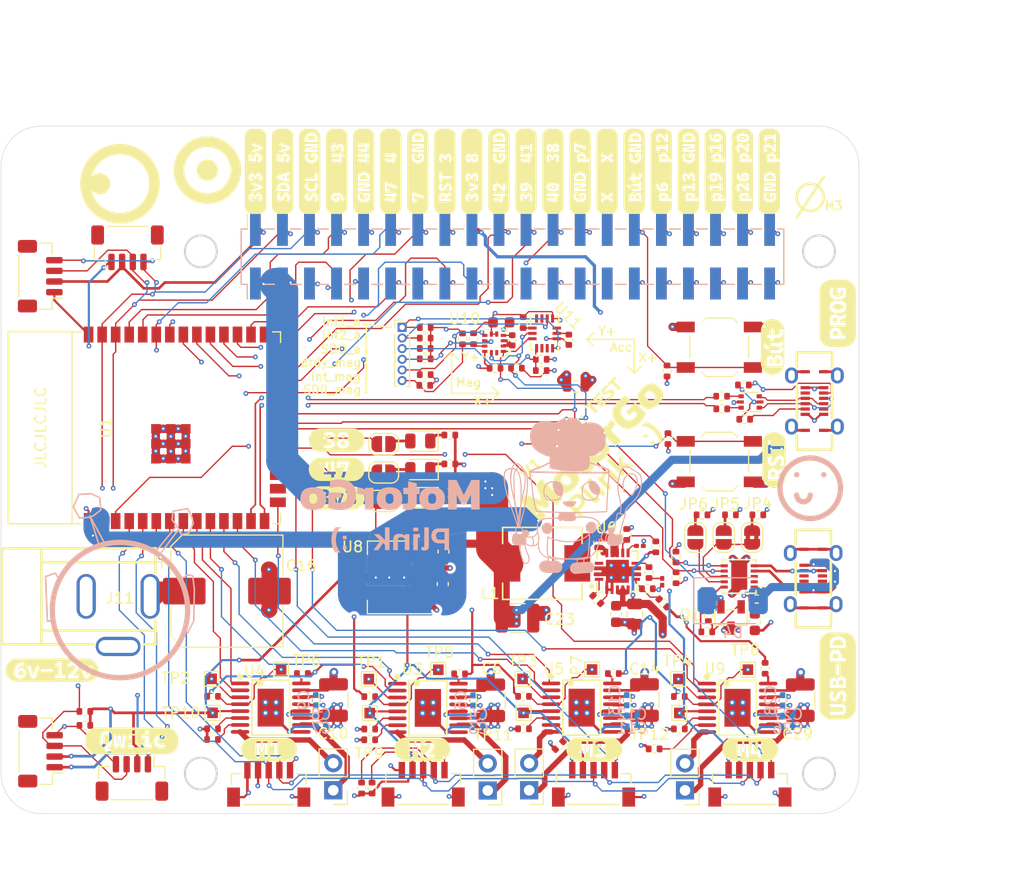
<source format=kicad_pcb>
(kicad_pcb (version 20221018) (generator pcbnew)
  (layers (0 "F.Cu" signal) (1 "In1.Cu" signal) (2 "In2.Cu" signal) (31 "B.Cu" signal) (34 "B.Paste" user) (35 "F.Paste" user) (36 "B.SilkS" user "B.Silkscreen") (37 "F.SilkS" user "F.Silkscreen") (38 "B.Mask" user) (39 "F.Mask" user) (44 "Edge.Cuts" user))
  (net 0 "")
  (net 1 "GND")
  (net 2 "usb_d+")
  (net 3 "usb_d-")
  (net 4 "Net-(U3-VCP)")
  (net 5 "+BATT")
  (net 6 "Net-(U3-CPL)")
  (net 7 "Net-(U3-CPH)")
  (net 8 "Net-(U4-VCP)")
  (net 9 "Net-(U4-CPL)")
  (net 10 "Net-(U4-CPH)")
  (net 11 "Net-(U5-VCP)")
  (net 12 "Net-(U5-CPL)")
  (net 13 "Net-(U5-CPH)")
  (net 14 "Net-(U6-SS{slash}TR)")
  (net 15 "Net-(C20-Pad1)")
  (net 16 "Net-(U7-VIN)")
  (net 17 "Net-(C22-Pad1)")
  (net 18 "Net-(U6-BOOT)")
  (net 19 "+5V")
  (net 20 "+3.3V")
  (net 21 "Net-(U9-VCP)")
  (net 22 "Net-(U9-CPL)")
  (net 23 "Net-(U9-CPH)")
  (net 24 "Net-(U10-C1)")
  (net 26 "Net-(D1-K)")
  (net 27 "Net-(D1-A)")
  (net 28 "Net-(D2-K)")
  (net 29 "Net-(D2-A)")
  (net 30 "Net-(D3-K)")
  (net 31 "Net-(D3-A)")
  (net 32 "boot")
  (net 33 "reset")
  (net 34 "enc_sda")
  (net 35 "enc_scl")
  (net 36 "m1_enc_cs")
  (net 37 "m2_enc_cs")
  (net 38 "m3_enc_cs")
  (net 39 "m4_enc_cs")
  (net 40 "gpio47")
  (net 41 "gpio38")
  (net 42 "Net-(J1-CC1)")
  (net 43 "Net-(J1-CC2)")
  (net 44 "Net-(R6-Pad2)")
  (net 45 "Net-(R7-Pad2)")
  (net 46 "Net-(U3-PMODE)")
  (net 47 "Net-(U4-PMODE)")
  (net 48 "Net-(U5-PMODE)")
  (net 49 "Net-(U6-EN)")
  (net 50 "Net-(U6-RT{slash}CLK)")
  (net 51 "Net-(U6-COMP)")
  (net 52 "+VDC")
  (net 53 "hidden_sda")
  (net 54 "hidden_scl")
  (net 55 "Net-(U7-GATE)")
  (net 56 "Net-(Q1-G)")
  (net 57 "Net-(U6-VSENSE)")
  (net 58 "Net-(JP4-A)")
  (net 59 "Net-(JP5-A)")
  (net 60 "Net-(JP6-A)")
  (net 61 "sda")
  (net 62 "scl")
  (net 63 "Net-(U9-PMODE)")
  (net 64 "/IMU 6 + 3/INT1_acc")
  (net 65 "/IMU 6 + 3/INT2_acc")
  (net 66 "/IMU 6 + 3/SDO_acc")
  (net 67 "/IMU 6 + 3/DRDY_mag")
  (net 68 "/IMU 6 + 3/INT_mag")
  (net 69 "/IMU 6 + 3/SDO_mag")
  (net 70 "Net-(U11-CS)")
  (net 71 "Net-(U3-IMODE)")
  (net 72 "Net-(U4-IMODE)")
  (net 73 "Net-(U5-IMODE)")
  (net 74 "Net-(U9-IMODE)")
  (net 75 "Net-(U3-IPROPI)")
  (net 76 "Net-(U4-IPROPI)")
  (net 77 "Net-(U5-IPROPI)")
  (net 78 "Net-(U9-IPROPI)")
  (net 79 "gpio4")
  (net 80 "gpio7")
  (net 81 "m3_PH")
  (net 82 "m4_EN")
  (net 83 "gpio8")
  (net 84 "gpio3")
  (net 86 "gpio9")
  (net 87 "m1_EN")
  (net 88 "m1_PH")
  (net 89 "m2_EN")
  (net 90 "m2_PH")
  (net 91 "m3_EN")
  (net 92 "m4_PH")
  (net 94 "gpio39")
  (net 95 "gpio40")
  (net 96 "gpio41")
  (net 97 "gpio42")
  (net 98 "gpio44")
  (net 99 "gpio43")
  (net 100 "Net-(J1-DP1)")
  (net 101 "Net-(J1-DN1)")
  (net 102 "/motor_controls2/motor_out2")
  (net 103 "/motor_controls2/motor_out1")
  (net 104 "/motor_controls1/motor_out2")
  (net 105 "/motor_controls1/motor_out1")
  (net 106 "/motor_controls3/motor_out2")
  (net 107 "/motor_controls3/motor_out1")
  (net 110 "Net-(JP6-B)")
  (net 111 "Net-(JP4-B)")
  (net 112 "/Power Reg and Dist/CC2")
  (net 113 "/Power Reg and Dist/CC1")
  (net 116 "/motor_controls4/motor_out2")
  (net 117 "/motor_controls4/motor_out1")
  (net 118 "/IMU 6 + 3/SDX_acc")
  (net 119 "/IMU 6 + 3/SCX_acc")
  (net 124 "Reset")
  (net 125 "p26")
  (net 128 "p31")
  (net 129 "p32")
  (net 130 "p33")
  (net 131 "p35")
  (net 132 "p36")
  (net 133 "p37")
  (net 134 "p38")
  (net 135 "p40")
  (net 136 "Net-(U3-nFAULT)")
  (net 137 "Net-(U4-nFAULT)")
  (net 138 "Net-(U5-nFAULT)")
  (net 139 "Net-(U9-nFAULT)")
  (net 140 "Net-(U3-nSLEEP)")
  (net 141 "Net-(U4-nSLEEP)")
  (net 142 "Net-(U5-nSLEEP)")
  (net 143 "Net-(U9-nSLEEP)")
  (net 144 "GNDD")
  (net 145 "Net-(D4-K)")
  (footprint "Capacitor_SMD:C_0201_0603Metric" (layer "F.Cu") (at 156.286 94.508001 -90)
    (fp_text reference "C20" hide)
    (fp_text value "43pF 0Ohm")
  )
  (footprint "Resistor_SMD:R_0402_1005Metric" (layer "F.Cu") (at 134.051457 71.636)
    (fp_text reference "R41" hide)
    (fp_text value "DNP")
  )
  (footprint "Connector_PinHeader_1.00mm:PinHeader_1x06_P1.00mm_Vertical" (layer "F.Cu") (at 131.884912 70.626998)
    (fp_text reference "J23" hide)
    (fp_text value "Conn_01x06_Pin")
  )
  (footprint "Resistor_SMD:R_0402_1005Metric" (layer "F.Cu") (at 142.612913 74.458998 180)
    (fp_text reference "R38" hide)
    (fp_text value "2k")
  )
  (footprint "Resistor_SMD:R_0402_1005Metric" (layer "F.Cu") (at 164.027766 79.255622)
    (fp_text reference "R4" hide)
    (fp_text value "5k1")
  )
  (footprint "Resistor_SMD:R_0402_1005Metric" (layer "F.Cu") (at 162.694484 88.222236)
    (fp_text reference "R28" hide)
    (fp_text value "14K")
  )
  (footprint "Resistor_SMD:R_0402_1005Metric" (layer "F.Cu") (at 165.154 96.126)
    (fp_text reference "R20" hide)
    (fp_text value "10R 1%")
  )
  (footprint "Resistor_SMD:R_0402_1005Metric" (layer "F.Cu") (at 155.055 93.64 -90)
    (fp_text reference "R19" hide)
    (fp_text value "3.4k")
  )
  (footprint "Capacitor_SMD:C_0402_1005Metric" (layer "F.Cu") (at 147.525257 71.795255 90)
    (fp_text reference "C31" hide)
    (fp_text value "100nF")
  )
  (footprint "TestPoint:TestPoint_Pad_1.0x1.0mm" (layer "F.Cu") (at 143.186531 103.61394 90)
    (fp_text reference "TP3")
    (fp_text value "TestPoint")
  )
  (footprint "Resistor_SMD:R_0402_1005Metric" (layer "F.Cu") (at 128.841057 109.330452 180)
    (fp_text reference "Rmode1" hide)
    (fp_text value "20k")
  )
  (footprint "Resistor_SMD:R_0402_1005Metric" (layer "F.Cu") (at 134.006455 76.071)
    (fp_text reference "R45" hide)
    (fp_text value "DNP")
  )
  (footprint "LCSC_parts:HTSSOP-16_L5.0-W4.4-P0.65-LS6.4-BL-EP" (layer "F.Cu") (at 119.554776 106.314544 -90)
    (fp_text reference "U4")
    (fp_text value "DRV8874PWPR")
  )
  (footprint "Connector_JST:JST_SH_BM04B-SRSS-TB_1x04-1MP_P1.00mm_Vertical" (layer "F.Cu") (at 97.926457 65.827455 90)
    (fp_text reference "J15" hide)
    (fp_text value "I2C_STANDARDQWIIC")
  )
  (footprint "Capacitor_SMD:C_0402_1005Metric" (layer "F.Cu") (at 142.217657 71.846055 90)
    (fp_text reference "C30" hide)
    (fp_text value "100nF")
  )
  (footprint "Connector_PinHeader_2.54mm:PinHeader_1x02_P2.54mm_Vertical" (layer "F.Cu") (at 158.429955 114.079402 180)
    (fp_text reference "J22" hide)
    (fp_text value "Conn_01x02_Pin")
  )
  (footprint "Resistor_SMD:R_0402_1005Metric" (layer "F.Cu") (at 163.909 76.035)
    (fp_text reference "R5" hide)
    (fp_text value "5k1")
  )
  (footprint "Resistor_SMD:R_0402_1005Metric" (layer "F.Cu") (at 128.845964 105.281232)
    (fp_text reference "R10" hide)
    (fp_text value "10k")
  )
  (footprint "Resistor_SMD:R_0402_1005Metric" (layer "F.Cu") (at 136.361 80.734)
    (fp_text reference "R2" hide)
    (fp_text value "1k")
  )
  (footprint "Resistor_SMD:R_0402_1005Metric" (layer "F.Cu") (at 160.025456 88.223999)
    (fp_text reference "R29" hide)
    (fp_text value "10.5K")
  )
  (footprint "TestPoint:TestPoint_Pad_1.0x1.0mm" (layer "F.Cu") (at 157.808792 103.626747 90)
    (fp_text reference "TP4")
    (fp_text value "TestPoint")
  )
  (footprint "Button_Switch_SMD:SW_SPST_TL3342" (layer "F.Cu") (at 161.647 72.494)
    (fp_text reference "J2" hide)
    (fp_text value "~")
  )
  (footprint "TestPoint:TestPoint_Pad_1.0x1.0mm" (layer "F.Cu") (at 114.007871 103.612317 90)
    (fp_text reference "TP2")
    (fp_text value "TestPoint")
  )
  (footprint "Jumper:SolderJumper-2_P1.3mm_Open_RoundedPad1.0x1.5mm" (layer "F.Cu") (at 130.151912 81.579998 180)
    (fp_text reference "JP2" hide)
    (fp_text value "DNP")
  )
  (footprint "LCSC_parts:SI2323_SOT-23-3_L2.9-W1.3-P0.95-LS2.4-BR" (layer "F.Cu") (at 162.747 97.857 90)
    (fp_text reference "Q1")
    (fp_text value "SI2323")
  )
  (footprint "Capacitor_SMD:C_0402_1005Metric" (layer "F.Cu") (at 150.225912 90.818521 -90)
    (fp_text reference "C22" hide)
    (fp_text value "100nf 280mOhm")
  )
  (footprint "Resistor_SMD:R_0402_1005Metric" (layer "F.Cu") (at 138.587457 71.694455 90)
    (fp_text reference "R47" hide)
    (fp_text value "DNP")
  )
  (footprint "Resistor_SMD:R_0402_1005Metric" (layer "F.Cu") (at 143.27536 105.258052)
    (fp_text reference "R14" hide)
    (fp_text value "10k")
  )
  (footprint "Resistor_SMD:R_0402_1005Metric" (layer "F.Cu") (at 143.243457 70.181454 90)
    (fp_text reference "R50" hide)
    (fp_text value "1k")
  )
  (footprint "Resistor_SMD:R_0402_1005Metric" (layer "F.Cu") (at 137.274528 103.139828 180)
    (fp_text reference "R11" hide)
    (fp_text value "10k")
  )
  (footprint "Resistor_SMD:R_0402_1005Metric" (layer "F.Cu") (at 157.899461 108.311703 180)
    (fp_text reference "Rp4" hide)
    (fp_text value "4.87k")
  )
  (footprint "TestPoint:TestPoint_Pad_1.0x1.0mm" (layer "F.Cu") (at 128.84688 106.825071 90)
    (fp_text reference "TP9")
    (fp_text value "TestPoint")
  )
  (footprint "SnapEDA Library:JST_BM05B-SRSS-TB_LF__SN_" (layer "F.Cu") (at 149.847278 114.704765 180)
    (fp_text reference "J18" hide)
    (fp_text value "BM05B-SRSS-TB_LF__SN_")
  )
  (footprint "Connector_JST:JST_SH_BM04B-SRSS-TB_1x04-1MP_P1.00mm_Vertical" (layer "F.Cu") (at 106.530912 112.947998 180)
    (fp_text reference "J19" hide)
    (fp_text value "I2C_STANDARDQWIIC")
  )
  (footprint "Capacitor_SMD:C_0603_1608Metric" (layer "F.Cu") (at 141.192 70.162)
    (fp_text reference "C32" hide)
    (fp_text value "1uF")
  )
  (footprint "Jumper:SolderJumper-2_P1.3mm_Open_RoundedPad1.0x1.5mm" (layer "F.Cu") (at 162.064999 90.346544 -90)
    (fp_text reference "JP5")
    (fp_text value "SolderJumper_2_Open")
  )
  (footprint "Capacitor_SMD:C_1210_3225Metric" (layer "F.Cu") (at 125.44634 105.598378 90)
    (fp_text reference "C10")
    (fp_text value "100uF")
  )
  (footprint "Jumper:SolderJumper-2_P1.3mm_Open_RoundedPad1.0x1.5mm" (layer "F.Cu") (at 159.403999 90.346544 -90)
    (fp_text reference "JP6")
    (fp_text value "SolderJumper_2_Open")
  )
  (footprint "Package_TO_SOT_SMD:SOT-666" (layer "F.Cu") (at 164.547 77.633 180)
    (fp_text reference "U2" hide)
    (fp_text value "USBLC6-2P6")
  )
  (footprint "Resistor_SMD:R_0402_1005Metric" (layer "F.Cu") (at 161.877 78.279)
    (fp_text reference "R6" hide)
    (fp_text value "0")
  )
  (footprint "LCSC_parts:LSM6DSOTR_LGA-14" (layer "F.Cu") (at 145.2525 71.1965)
    (fp_text reference "U11")
    (fp_text value "LSM6DS3TR")
  )
  (footprint "LED_SMD:LED_0805_2012Metric" (layer "F.Cu") (at 133.59 83.968001 180)
    (fp_text reference "D1" hide)
    (fp_text value "LED")
  )
  (footprint "TestPoint:TestPoint_Pad_1.0x1.0mm" (layer "F.Cu") (at 157.898537 106.814698 90)
    (fp_text reference "TP12")
    (fp_text value "TestPoint")
  )
  (footprint "Resistor_SMD:R_0402_1005Metric" (layer "F.Cu") (at 114.09854 108.297273 180)
    (fp_text reference "Rp2" hide)
    (fp_text value "4.87k")
  )
  (footprint "Connector_JST:JST_SH_BM04B-SRSS-TB_1x04-1MP_P1.00mm_Vertical" (layer "F.Cu") (at 106.112 63.165)
    (fp_text reference "J13" hide)
    (fp_text value "I2C_STANDARDQWIIC")
  )
  (footprint "Resistor_SMD:R_0402_1005Metric" (layer "F.Cu") (at 154.899 95.154)
    (fp_text reference "R25" hide)
    (fp_text value "10k")
  )
  (footprint "TestPoint:TestPoint_Pad_1.0x1.0mm" (layer "F.Cu") (at 120.529542 102.736268 90)
    (fp_text reference "TP6")
    (fp_text value "TestPoint")
  )
  (footprint "Capacitor_SMD:C_1210_3225Metric" (layer "F.Cu") (at 169.247261 105.612808 90)
    (fp_text reference "C29")
    (fp_text value "100uF")
  )
  (footprint "LCSC_parts:DFN-10_L3.0-W3.0-P0.50-BL-EP2.5" (layer "F.Cu") (at 163.519501 94.002 90)
    (fp_text reference "U7" hide)
    (fp_text value "HUSB238_002DD")
  )
  (footprint "Capacitor_SMD:C_0603_1608Metric" (layer "F.Cu") (at 151.961999 97.526 -90)
    (fp_text reference "C17" hide)
    (fp_text value "4.7uF 1mOhm")
  )
  (footprint "Resistor_SMD:R_0402_1005Metric" (layer "F.Cu") (at 134.055345 70.648706)
    (fp_text reference "R40" hide)
    (fp_text value "DNP")
  )
  (footprint "Connector_JST:JST_SH_BM04B-SRSS-TB_1x04-1MP_P1.00mm_Vertical" (layer "F.Cu") (at 97.953457 110.404455 90)
    (fp_text reference "J17" hide)
    (fp_text value "I2C_STANDARDQWIIC")
  )
  (footprint "Resistor_SMD:R_0603_1608Metric" (layer "F.Cu") (at 148.19 76.193)
    (fp_text reference "R34" hide)
    (fp_text value "0R0")
  )
  (footprint "Resistor_SMD:R_0402_1005Metric" (layer "F.Cu") (at 146.617136 109.858719 -135)
    (fp_text reference "Rmode3" hide)
    (fp_text value "20k")
  )
  (footprint "Resistor_SMD:R_0402_1005Metric" (layer "F.Cu") (at 152.956824 90.063979 90)
    (fp_text reference "R17" hide)
    (fp_text value "36.5k")
  )
  (footprint "Capacitor_SMD:CP_Elec_10x10" (layer "F.Cu") (at 115.439 95.378)
    (fp_text reference "C16")
    (fp_text value "220uF 50v")
  )
  (footprint "Connector_PinHeader_2.54mm:PinHeader_1x02_P2.54mm_Vertical" (layer "F.Cu") (at 125.424034 114.064972 180)
    (fp_text reference "J8" hide)
    (fp_text value "Conn_01x02_Pin")
  )
  (footprint "Resistor_SMD:R_0402_1005Metric" (layer "F.Cu") (at 151.703924 103.116648 180)
    (fp_text reference "R15" hide)
    (fp_text value "10k")
  )
  (footprint "Resistor_SMD:R_0402_1005Metric" (layer "F.Cu") (at 161.866 77.093)
    (fp_text reference "R7" hide)
    (fp_text value "0")
  )
  (footprint "Jumper:SolderJumper-2_P1.3mm_Bridged2Bar_RoundedPad1.0x1.5mm" (layer "F.Cu") (at 164.725999 90.346543 -90)
    (fp_text reference "JP4")
    (fp_text value "SolderJumper_2_Bridged")
  )
  (footprint "LCSC_parts:IND-SMD_L7.3-W6.6" (layer "F.Cu") (at 145.043326 92.779223)
    (fp_text reference "L1")
    (fp_text value "3.3uH 14mOhm")
  )
  (footprint "Resistor_SMD:R_0402_1005Metric" (layer "F.Cu") (at 136.361 83.443)
    (fp_text reference "R1" hide)
    (fp_text value "1k")
  )
  (footprint "Capacitor_SMD:C_0603_1608Metric" (layer "F.Cu") (at 135.699999 94.716999 90)
    (fp_text reference "C25" hide)
    (fp_text value "22uF 16v")
  )
  (footprint "Package_TO_SOT_SMD:SOT-223-3_TabPin2" (layer "F.Cu") (at 130.532 94.089 180)
    (fp_text reference "U8")
    (fp_text value "AMS1117-3.3")
  )
  (footprint "mg_mini_v1r3:USB-C-SMD_TYPEC-303-ACP16" (layer "F.Cu") (at 170.575315 77.542881 90)
    (fp_text reference "J1" hide)
    (fp_text value "USB4520-03-0-A_REVA")
  )
  (footprint "Resistor_SMD:R_0402_1005Metric" (layer "F.Cu") (at 143.2772 108.298896 180)
    (fp_text reference "Rp3" hide)
    (fp_text value "4.87k")
  )
  (footprint "Capacitor_SMD:C_1210_3225Metric" (layer "F.Cu") (at 142.712 97.917)
    (fp_text reference "C23")
    (fp_text value "47uF 1mOhm")
  )
  (footprint "Resistor_SMD:R_0402_1005Metric" (layer "F.Cu") (at 157.897621 105.270859)
    (fp_text reference "R36" hide)
    (fp_text value "10k")
  )
  (footprint "Resistor_SMD:R_0402_1005Metric" (layer "F.Cu") (at 160.619198 97.679802 -90)
    (fp_text reference "R26" hide)
    (fp_text value "49.9K")
  )
  (footprint "TestPoint:TestPoint_Pad_1.0x1.0mm" (layer "F.Cu") (at 128.757135 103.63712 90)
    (fp_text reference "TP1")
    (fp_text value "TestPoint")
  )
  (footprint "Capacitor_SMD:C_1210_3225Metric" (layer "F.Cu") (at 140.195604 105.623181 90)
    (fp_text reference "C6")
    (fp_text value "100uF")
  )
  (footprint "Resistor_SMD:R_0402_1005Metric" (layer "F.Cu") (at 136.361 86.153)
    (fp_text reference "R3" hide)
    (fp_text value "1k")
  )
  (footprint "Resistor_SMD:R_0402_1005Metric" (layer "F.Cu") (at 160.474 99.199)
    (fp_text reference "R23" hide)
    (fp_text value "5.1K")
  )
  (footprint "Jumper:SolderJumper-2_P1.3mm_Open_RoundedPad1.0x1.5mm" (layer "F.Cu") (at 130.151912 86.919998 180)
    (fp_text reference "JP3" hide)
    (fp_text value "DNP")
  )
  (footprint "Resistor_SMD:R_0402_1005Metric" (layer "F.Cu") (at 129.063002 113.858913 90)
    (fp_text reference "R33" hide)
    (fp_text value "5k1")
  )
  (footprint "Resistor_SMD:R_0402_1005Metric" (layer "F.Cu") (at 157.581197 92.185197 -90)
    (fp_text reference "R21" hide)
    (fp_text value "DNP")
  )
  (footprint "Button_Switch_SMD:SW_SPST_TL3342" (layer "F.Cu") (at 161.647 83.227)
    (fp_text reference "J3" hide)
    (fp_text value "~")
  )
  (footprint "Resistor_SMD:R_0402_1005Metric" (layer "F.Cu") (at 134.051457 72.61)
    (fp_text reference "R42" hide)
    (fp_text value "DNP")
  )
  (footprint "mg_mini_v1r3:USB-C-SMD_TYPEC-303-ACP16" (layer "F.Cu") (at 170.461442 94.204427 90)
    (fp_text reference "J7" hide)
    (fp_text value "USB4520-03-0-A_REVA")
  )
  (footprint "SnapEDA Library:JST_BM05B-SRSS-TB_LF__SN_" (layer "F.Cu") (at 133.85916 114.703646 180)
    (fp_text reference "J16" hide)
    (fp_text value "BM05B-SRSS-TB_LF__SN_")
  )
  (footprint "Resistor_SMD:R_0402_1005Metric" (layer "F.Cu") (at 128.083277 113.85951 90)
    (fp_text reference "R32" hide)
    (fp_text value "5k1")
  )
  (footprint "mg_mini_v1r3:ESP32-S3-WROOM-1" (layer "F.Cu") (at 110.725 80.056 90)
    (fp_text reference "U1")
    (fp_text value "ESP32-S3-WROOM-1")
  )
  (footprint "LED_SMD:LED_0805_2012Metric" (layer "F.Cu") (at 133.59 86.619 180)
    (fp_text reference "D3" hide)
    (fp_text value "LED")
  )
  (footprint "Resistor_SMD:R_0402_1005Metric" (layer "F.Cu") (at 114.0967 105.256429)
    (fp_text reference "R12" hide)
    (fp_text value "10k")
  )
  (footprint "Resistor_SMD:R_0402_1005Metric" (layer "F.Cu") (at 114.091793 109.305649 180)
    (fp_text reference "Rmode2" hide)
    (fp_text value "20k")
  )
  (footprint "Capacitor_SMD:C_0603_1608Metric" (layer "F.Cu") (at 164.98 98.287999 -90)
    (fp_text reference "C21" hide)
    (fp_text value "1uF")
  )
  (footprint "Resistor_SMD:R_0402_1005Metric" (layer "F.Cu") (at 134.051457 75.066)
    (fp_text reference "R44" hide)
    (fp_text value "DNP")
  )
  (footprint "LED_SMD:LED_0805_2012Metric" (layer "F.Cu") (at 133.59 81.293 180)
    (fp_text reference "D2" hide)
    (fp_text value "LED")
  )
  (footprint "Resistor_SMD:R_0402_1005Metric" (layer "F.Cu") (at 165.262326 88.222206)
    (fp_text reference "R27" hide)
    (fp_text value "10K")
  )
  (footprint "Resistor_SMD:R_0402_1005Metric" (layer "F.Cu") (at 156.365005 96.497373 135)
    (fp_text reference "R24" hide)
    (fp_text value "52.3k")
  )
  (footprint "LCSC_parts:HTSSOP-16_L5.0-W4.4-P0.65-LS6.4-BL-EP" (layer "F.Cu") (at 163.355697 106.328974 -90)
    (fp_text reference "U9")
    (fp_text value "DRV8874PWPR")
  )
  (footprint "Resistor_SMD:R_0402_1005Metric" (layer "F.Cu") (at 144.938 73.626)
    (fp_text reference "R49" hide)
    (fp_text value "1k")
  )
  (footprint "Resistor_SMD:R_0402_1005Metric" (layer "F.Cu") (at 102.111455 106.668543 180)
    (fp_text reference "R30" hide)
    (fp_text value "5k1")
  )
  (footprint "Capacitor_SMD:C_0603_1608Metric" (layer "F.Cu") (at 135.77 91.675 -90)
    (fp_text reference "C24" hide)
    (fp_text value "22uF 16v")
  )
  (footprint "Resistor_SMD:R_0402_1005Metric" (layer "F.Cu") (at 128.847804 108.322076 180)
    (fp_text reference "Rp1" hide)
    (fp_text value "4.87k")
  )
  (footprint "Resistor_SMD:R_0402_1005Metric" (layer "F.Cu") (at 157.590802 94.123803 90)
    (fp_text reference "R22" hide)
    (fp_text value "DNP")
  )
  (footprint "TestPoint:TestPoint_Pad_1.0x1.0mm" (layer "F.Cu") (at 149.708202 102.737891 90)
    (fp_text reference "TP7")
    (fp_text value "TestPoint")
  )
  (footprint "LCSC_parts:HTSSOP-16_L5.0-W4.4-P0.65-LS6.4-BL-EP" (layer "F.Cu") (at 134.30404 106.339347 -90)
    (fp_text reference "U3")
    (fp_text value "DRV8874PWPR")
  )
  (footprint "Resistor_SMD:R_0402_1005Metric" (layer "F.Cu") (at 144.938 74.683999)
    (fp_text reference "R48" hide)
    (fp_text value "DNP")
  )
  (footprint "TestPoint:TestPoint_Pad_1.0x1.0mm" (layer "F.Cu") (at 114.097616 106.800268 90)
    (fp_text reference "TP10")
    (fp_text value "TestPoint")
  )
  (footprint "SnapEDA Library:JST_BM05B-SRSS-TB_LF__SN_" (layer "F.Cu") (at 119.366107 114.712155 180)
    (fp_text reference "J14" hide)
    (fp_text value "BM05B-SRSS-TB_LF__SN_")
  )
  (footprint "LCSC_parts:VQFN-14_L3.5-W3.5-P0.50-TL-EP_TPS54622RHLT" (layer "F.Cu") (at 152.087557 93.520354 90)
    (fp_text reference "U6")
    (fp_text value "TPS54620RHLR")
  )
  (footprint "Connector_PinHeader_2.54mm:PinHeader_1x02_P2.54mm_Vertical" (layer "F.Cu") (at 139.919298 114.089775 180)
    (fp_text reference "J6" hide)
    (fp_text value "Conn_01x02_Pin")
  )
  (footprint "Resistor_SMD:R_0402_1005Metric" (layer "F.Cu") (at 102.111455 107.980543 180)
    (fp_text reference "R31" hide)
    (fp_text value "5k1")
  )
  (footprint "Connector_PinSocket_2.54mm:PinSocket_2x20_P2.54mm_Vertical_SMD" (layer "F.Cu") (at 142.24489 63.992132 90)
    (fp_text reference "J4" hide)
    (fp_text value "Conn_02x20_Odd_Even")
  )
  (footprint "Capacitor_SMD:C_0805_2012Metric" (layer "F.Cu") (at 153.723 97.535001 -90)
    (fp_text reference "C15" hide)
    (fp_text value "10uF 4mOhm")
  )
  (footprint "Resistor_SMD:R_0402_1005Metric" (layer "F.Cu") (at 155.534093 110.187682 180)
    (fp_text reference "Rmode4" hide)
    (fp_text value "20k")
  )
  (footprint "TestPoint:TestPoint_Pad_1.0x1.0mm" (layer "F.Cu") (at 135.278806 102.761071 90)
    (fp_text reference "TP5")
    (fp_text value "TestPoint")
  )
  (footprint "Resistor_SMD:R_0402_1005Metric" (layer "F.Cu") (at 134.051457 73.584)
    (fp_text reference "R43" hide)
    (fp_text value "DNP")
  )
  (footprint "Resistor_SMD:R_0402_1005Metric" (layer "F.Cu") (at 155.689 91.227 90)
    (fp_text reference "R16" hide)
    (fp_text value "102k")
  )
  (footprint "LCSC_parts:HTSSOP-16_L5.0-W4.4-P0.65-LS6.4-BL-EP" (layer "F.Cu") (at 148.733436 106.316167 -90)
    (fp_text reference "U5")
    (fp_text value "DRV8874PWPR")
  )
  (footprint "Resistor_SMD:R_0402_1005Metric" (layer "F.Cu") (at 156.743457 74.716455 90)
    (fp_text reference "R8" hide)
    (fp_text value "5k1")
  )
  (footprint "Resistor_SMD:R_0402_1005Metric" (layer "F.Cu") (at 165.945185 102.621455 -90)
    (fp_text reference "R37" hide)
    (fp_text value "10k")
  )
  (footprint "Capacitor_SMD:C_1210_3225Metric" (layer "F.Cu") (at 154.625 105.600001 90)
    (fp_text reference "C14")
    (fp_text value "100uF")
  )
  (footprint "Resistor_SMD:R_0402_1005Metric" (layer "F.Cu") (at 137.550856 71.708196 90)
    (fp_text reference "R46" hide)
    (fp_text value "1k")
  )
  (footprint "TestPoint:TestPoint_Pad_1.0x1.0mm" (layer "F.Cu") (at 164.330463 102.750698 90)
    (fp_text reference "TP8")
    (fp_text value "TestPoint")
  )
  (footprint "Connector_PinHeader_2.54mm:PinHeader_1x02_P2.54mm_Vertical" (layer "F.Cu") (at 143.807694 114.066595 180)
    (fp_text reference "J10" hide)
    (fp_text value "Conn_01x02_Pin")
  )
  (footprint "LCSC_parts:CONN-TH_DC-005-2.5A-2.0" (layer "F.Cu") (at 105.238 98.223)
    (fp_text reference "J11")
    (fp_text value "~")
  )
  (footprint "Resistor_SMD:R_0402_1005Metric" (layer "F.Cu") (at 150.153598 96.168419 -45)
    (fp_text reference "R18" hide)
    (fp_text value "53.6k")
  )
  (footprint "TestPoint:TestPoint_Pad_1.0x1.0mm" (layer "F.Cu") (at 143.276276 106.801891 90)
    (fp_text reference "TP11")
    (fp_text value "TestPoint")
  )
  (footprint "LCSC_parts:LIS3MDLTR_LGA-12" (layer "F.Cu") (at 140.513457 72.134454 90)
    (fp_text reference "U10")
    (fp_text value "LIS3MDLTR")
  )
  (footprint "Resistor_SMD:R_0402_1005Metric" (layer "F.Cu") (at 156.828457 81.066455 90)
    (fp_text reference "R9" hide)
    (fp_text value "5k1")
  )
  (footprint "Jumper:SolderJumper-2_P1.3mm_Open_RoundedPad1.0x1.5mm" (layer "F.Cu") (at 130.151912 84.240998 180)
    (fp_text reference "JP1" hide)
    (fp_text value "DNP")
  )
  (footprint "SnapEDA Library:JST_BM05B-SRSS-TB_LF__SN_" (layer "F.Cu") (at 164.518551 114.701013 180)
    (fp_text reference "J20" hide)
    (fp_text value "BM05B-SRSS-TB_LF__SN_")
  )
  (footprint "Resistor_SMD:R_0402_1005Metric" (layer "F.Cu") (at 140.608985 74.469514)
    (fp_text reference "R39" hide)
    (fp_text value "2k")
  )
  (footprint "Capacitor_SMD:C_0201_0603Metric" (layer "F.Cu") (at 154.198 91.138)
    (fp_text reference "C18" hide)
    (fp_text value "2.2nF 0Ohm")
  )
  (footprint "Resistor_SMD:R_0402_1005Metric" (layer "F.Cu") (at 122.525264 103.115025 180)
    (fp_text reference "R13" hide)
    (fp_text value "10k")
  )
  (footprint "Capacitor_SMD:C_0402_1005Metric" (layer "B.Cu") (at 153.437227 108.094213 180)
    (fp_text reference "C12")
    (fp_text value "0.1uF")
  )
  (footprint "Connector_PinSocket_2.54mm:PinSocket_2x20_P2.54mm_Vertical_SMD" (layer "B.Cu") (at 142.23898 63.999374 -90)
    (fp_text reference "J5" hide)
    (fp_text value "Conn_02x20_Odd_Even")
  )
  (footprint "LCSC_parts:D_SMB_LCSC_C5366311" (layer "B.Cu") (at 162.904 96.276999)
    (fp_text reference "D4")
    (fp_text value "20V 5A")
  )
  (footprint "Capacitor_SMD:C_0402_1005Metric" (layer "B.Cu") (at 139.007831 108.117393 180)
    (fp_text reference "C4")
    (fp_text value "0.1uF")
  )
  (footprint "Capacitor_SMD:C_0402_1005Metric" (layer "B.Cu") (at 167.628728 105.627116 -90)
    (fp_text reference "C28")
    (fp_text value ".022uF")
  )
  (footprint "Capacitor_SMD:C_0402_1005Metric" (layer "B.Cu") (at 168.059488 108.10702 180)
    (fp_text reference "C27")
    (fp_text value "0.1uF")
  )
  (footprint "Capacitor_SMD:C_0402_1005Metric" (layer "B.Cu") (at 153.457696 107.082113)
    (fp_text reference "C11")
    (fp_text value "0.1uF")
  )
  (footprint "Capacitor_SMD:C_0402_1005Metric" (layer "B.Cu") (at 124.279036 107.08049)
    (fp_text reference "C7")
    (fp_text value "0.1uF")
  )
  (footprint "Capacitor_SMD:C_0402_1005Metric" (layer "B.Cu") (at 139.0283 107.105293)
    (fp_text reference "C3")
    (fp_text value "0.1uF")
  )
  (footprint "Capacitor_SMD:C_0402_1005Metric" (layer "B.Cu") (at 124.258567 108.09259 180)
    (fp_text reference "C8")
    (fp_text value "0.1uF")
  )
  (footprint "Capacitor_SMD:C_0402_1005Metric" (layer "B.Cu") (at 168.079957 107.09492)
    (fp_text reference "C26")
    (fp_text value "0.1uF")
  )
  (footprint "Capacitor_SMD:C_0402_1005Metric" (layer "B.Cu") (at 153.006467 105.614309 -90)
    (fp_text reference "C13")
    (fp_text value ".022uF")
  )
  (footprint "Capacitor_SMD:C_0402_1005Metric" (layer "B.Cu") (at 138.577071 105.637489 -90)
    (fp_text reference "C5")
    (fp_text value ".022uF")
  )
  (footprint "Capacitor_SMD:C_0402_1005Metric" (layer "B.Cu") (at 123.827807 105.612686 -90)
    (fp_text reference "C9")
    (fp_text value ".022uF")
  )
  (gr_poly (pts (xy 142.559564 89.898396) (xy 142.559519 89.898438) (xy 142.559431 89.898523) (xy 142.559343 89.89861) (xy 142.559253 89.8987) (xy 142.565437 89.899033) (xy 142.571221 89.899944) (xy 142.576607 89.901394) (xy 142.579749 89.902622) (xy 142.583367 89.902368) (xy 142.588336 89.902472) (xy 142.593284 89.903046) (xy 142.598177 89.904111) (xy 142.602981 89.905685) (xy 142.607662 89.907789) (xy 142.612187 89.910441) (xy 142.616521 89.913661) (xy 142.620633 89.917467) (xy 142.624487 89.92188) (xy 142.62805 89.926919) (xy 142.637433 89.940404) (xy 142.647563 89.95265) (xy 142.6584 89.963712) (xy 142.669903 89.973643) (xy 142.682032 89.982496) (xy 142.694746 89.990326) (xy 142.708005 89.997185) (xy 142.721769 90.003128) (xy 142.735997 90.008208) (xy 142.750648 90.012478) (xy 142.765682 90.015993) (xy 142.78106 90.018805) (xy 142.812681 90.022538) (xy 142.845187 90.024105) (xy 142.878256 90.023937) (xy 142.911563 90.022461) (xy 142.9776 90.017302) (xy 143.04071 90.012062) (xy 143.070358 90.010483) (xy 143.098304 90.01017) (xy 143.127678 90.011535) (xy 143.142116 90.012843) (xy 143.156384 90.014564) (xy 143.170476 90.016697) (xy 143.184389 90.019241) (xy 143.198118 90.022193) (xy 143.211661 90.025552) (xy 143.225012 90.029315) (xy 143.238169 90.033481) (xy 143.251126 90.038048) (xy 143.26388 90.043014) (xy 143.276427 90.048377) (xy 143.288762 90.054135) (xy 143.300883 90.060287) (xy 143.312784 90.06683) (xy 143.324462 90.073763) (xy 143.335913 90.081084) (xy 143.347132 90.08879) (xy 143.358116 90.096881) (xy 143.368861 90.105354) (xy 143.379363 90.114207) (xy 143.389618 90.123439) (xy 143.399621 90.133047) (xy 143.409369 90.14303) (xy 143.418857 90.153385) (xy 143.428083 90.164112) (xy 143.437041 90.175208) (xy 143.445727 90.18667) (xy 143.454139 90.198499) (xy 143.462271 90.21069) (xy 143.470119 90.223244) (xy 143.484074 90.247757) (xy 143.496614 90.27284) (xy 143.507813 90.298442) (xy 143.517745 90.324514) (xy 143.526484 90.351005) (xy 143.534104 90.377865) (xy 143.540679 90.405045) (xy 143.546284 90.432493) (xy 143.55099 90.460161) (xy 143.554874 90.487997) (xy 143.558008 90.515952) (xy 143.560467 90.543976) (xy 143.563655 90.60003) (xy 143.565029 90.655758) (xy 143.564993 90.701374) (xy 143.564405 90.724616) (xy 143.563305 90.748022) (xy 143.561593 90.771499) (xy 143.559169 90.794951) (xy 143.555936 90.818285) (xy 143.551793 90.841407) (xy 143.546642 90.864224) (xy 143.540383 90.88664) (xy 143.532916 90.908562) (xy 143.524144 90.929896) (xy 143.513965 90.950548) (xy 143.502282 90.970424) (xy 143.495846 90.980042) (xy 143.488995 90.98943) (xy 143.48172 90.998578) (xy 143.474005 91.007472) (xy 143.464632 91.017254) (xy 143.454911 91.026311) (xy 143.44486 91.03467) (xy 143.434494 91.042358) (xy 143.423832 91.049402) (xy 143.412888 91.05583) (xy 143.40168 91.061668) (xy 143.390225 91.066945) (xy 143.366638 91.07592) (xy 143.34226 91.082973) (xy 143.317223 91.088323) (xy 143.291661 91.092185) (xy 143.265706 91.094778) (xy 143.239491 91.09632) (xy 143.21315 91.097027) (xy 143.186814 91.097118) (xy 143.084185 91.095668) (xy 142.846545 91.098714) (xy 142.787021 91.098349) (xy 142.727642 91.096615) (xy 142.668503 91.093053) (xy 142.639053 91.090443) (xy 142.609699 91.087204) (xy 142.586898 91.084054) (xy 142.564174 91.080259) (xy 142.54159 91.07577) (xy 142.519207 91.070535) (xy 142.497086 91.064508) (xy 142.475289 91.057636) (xy 142.453878 91.049872) (xy 142.432913 91.041165) (xy 142.412458 91.031466) (xy 142.392572 91.020725) (xy 142.373318 91.008892) (xy 142.354757 90.995919) (xy 142.33695 90.981756) (xy 142.31996 90.966352) (xy 142.303848 90.949659) (xy 142.29614 90.940813) (xy 142.288675 90.931626) (xy 142.273106 90.910219) (xy 142.259272 90.887987) (xy 142.247073 90.865008) (xy 142.236409 90.841356) (xy 142.227179 90.81711) (xy 142.219284 90.792345) (xy 142.212622 90.767137) (xy 142.207094 90.741564) (xy 142.2026 90.715702) (xy 142.199039 90.689626) (xy 142.196311 90.663415) (xy 142.194316 90.637143) (xy 142.192124 90.584726) (xy 142.191714 90.539025) (xy 142.293623 90.539025) (xy 142.293959 90.565349) (xy 142.294939 90.591565) (xy 142.296573 90.617612) (xy 142.29887 90.643429) (xy 142.301842 90.668956) (xy 142.305496 90.694133) (xy 142.309844 90.718899) (xy 142.314823 90.741371) (xy 142.320899 90.763001) (xy 142.328077 90.783762) (xy 142.336364 90.803629) (xy 142.345764 90.822579) (xy 142.356285 90.840587) (xy 142.36793 90.857627) (xy 142.380707 90.873675) (xy 142.387521 90.881319) (xy 142.394621 90.888705) (xy 142.402006 90.895832) (xy 142.409677 90.902694) (xy 142.417635 90.909291) (xy 142.425882 90.915617) (xy 142.434416 90.92167) (xy 142.44324 90.927448) (xy 142.452354 90.932947) (xy 142.461759 90.938163) (xy 142.471455 90.943095) (xy 142.481443 90.947737) (xy 142.491724 90.952089) (xy 142.502299 90.956146) (xy 142.524331 90.963364) (xy 142.545247 90.969013) (xy 142.566312 90.973833) (xy 142.58751 90.977889) (xy 142.608826 90.981244) (xy 142.630243 90.983963) (xy 142.651745 90.986109) (xy 142.694941 90.98894) (xy 142.738286 90.990251) (xy 142.781652 90.990552) (xy 142.867938 90.990179) (xy 142.919775 90.990636) (xy 142.97222 90.991906) (xy 143.078056 90.994722) (xy 143.131009 90.995185) (xy 143.183694 90.994297) (xy 143.235891 90.991517) (xy 143.261738 90.989248) (xy 143.287381 90.986303) (xy 143.299211 90.984428) (xy 143.310499 90.981991) (xy 143.321257 90.97901) (xy 143.331499 90.975503) (xy 143.341235 90.971491) (xy 143.350478 90.966991) (xy 143.35924 90.962021) (xy 143.367534 90.956601) (xy 143.375371 90.950749) (xy 143.382764 90.944483) (xy 143.389726 90.937823) (xy 143.396267 90.930786) (xy 143.402402 90.923392) (xy 143.40814 90.915659) (xy 143.413496 90.907606) (xy 143.418481 90.899251) (xy 143.427388 90.88171) (xy 143.434957 90.863185) (xy 143.441287 90.843825) (xy 143.446476 90.823779) (xy 143.450621 90.803196) (xy 143.45382 90.782224) (xy 143.45617 90.761013) (xy 143.45777 90.739712) (xy 143.459582 90.696322) (xy 143.460054 90.650585) (xy 143.45889 90.603137) (xy 143.455793 90.554616) (xy 143.450465 90.505659) (xy 143.44261 90.456903) (xy 143.43193 90.408985) (xy 143.425438 90.38554) (xy 143.418128 90.362543) (xy 143.409963 90.340075) (xy 143.400907 90.318214) (xy 143.390922 90.29704) (xy 143.37997 90.276634) (xy 143.368015 90.257074) (xy 143.35502 90.238441) (xy 143.340947 90.220814) (xy 143.32576 90.204272) (xy 143.309421 90.188896) (xy 143.291892 90.174765) (xy 143.273138 90.161959) (xy 143.253121 90.150556) (xy 143.231803 90.140638) (xy 143.209147 90.132283) (xy 143.185117 90.125571) (xy 143.159675 90.120583) (xy 143.136182 90.117537) (xy 143.112666 90.115696) (xy 143.08913 90.114894) (xy 143.065578 90.114961) (xy 143.04201 90.115731) (xy 143.018431 90.117037) (xy 142.971247 90.120584) (xy 142.924047 90.124263) (xy 142.876852 90.126735) (xy 142.853263 90.1271) (xy 142.829683 90.12666) (xy 142.806114 90.125249) (xy 142.78256 90.122699) (xy 142.763955 90.119848) (xy 142.745604 90.116302) (xy 142.727544 90.112039) (xy 142.709814 90.107032) (xy 142.692451 90.101259) (xy 142.675495 90.094694) (xy 142.658983 90.087313) (xy 142.642954 90.079093) (xy 142.627446 90.070008) (xy 142.612496 90.060035) (xy 142.598144 90.04915) (xy 142.584428 90.037327) (xy 142.57782 90.031057) (xy 142.571385 90.024543) (xy 142.565128 90.017784) (xy 142.559054 90.010774) (xy 142.554138 90.00471) (xy 142.546032 90.005004) (xy 142.533217 90.006541) (xy 142.520806 90.009088) (xy 142.508793 90.012598) (xy 142.497176 90.017021) (xy 142.485949 90.022312) (xy 142.47511 90.028421) (xy 142.464653 90.035301) (xy 142.454575 90.042904) (xy 142.444872 90.051181) (xy 142.435539 90.060086) (xy 142.426573 90.069571) (xy 142.409724 90.090086) (xy 142.394292 90.112344) (xy 142.380246 90.135963) (xy 142.367551 90.160558) (xy 142.356177 90.185748) (xy 142.346089 90.211149) (xy 142.337256 90.236378) (xy 142.329646 90.261053) (xy 142.323225 90.28479) (xy 142.317962 90.307207) (xy 142.312943 90.331785) (xy 142.308481 90.356799) (xy 142.304583 90.382189) (xy 142.301261 90.407893) (xy 142.298524 90.433853) (xy 142.296382 90.460006) (xy 142.294844 90.486293) (xy 142.293922 90.512652) (xy 142.293623 90.539025) (xy 142.191714 90.539025) (xy 142.19166 90.532986) (xy 142.192537 90.482189) (xy 142.195117 90.431272) (xy 142.197145 90.405834) (xy 142.199716 90.380446) (xy 142.20287 90.355133) (xy 142.206647 90.329921) (xy 142.211085 90.304838) (xy 142.216224 90.279909) (xy 142.222103 90.255162) (xy 142.228762 90.230621) (xy 142.236239 90.206314) (xy 142.244574 90.182267) (xy 142.253807 90.158506) (xy 142.263976 90.135058) (xy 142.274707 90.112802) (xy 142.286519 90.090728) (xy 142.299402 90.06901) (xy 142.313345 90.047822) (xy 142.328338 90.027339) (xy 142.34437 90.007735) (xy 142.361432 89.989184) (xy 142.379513 89.971861) (xy 142.398603 89.955938) (xy 142.418691 89.941592) (xy 142.429106 89.935064) (xy 142.439767 89.928995) (xy 142.450673 89.923407) (xy 142.461821 89.918322) (xy 142.473212 89.913761) (xy 142.484843 89.909747) (xy 142.496713 89.906301) (xy 142.508822 89.903445) (xy 142.521167 89.9012) (xy 142.533747 89.899589) (xy 142.546562 89.898633) (xy 142.559609 89.898354)) (fill solid) (layer "B.SilkS"))
  (gr_poly (pts (xy 146.296227 92.311403) (xy 146.298832 92.311669) (xy 146.301401 92.312085) (xy 146.303931 92.312646) (xy 146.306418 92.313347) (xy 146.308857 92.314183) (xy 146.311247 92.315149) (xy 146.313582 92.31624) (xy 146.315858 92.317452) (xy 146.318074 92.318778) (xy 146.320224 92.320214) (xy 146.322305 92.321755) (xy 146.324313 92.323395) (xy 146.326245 92.325131) (xy 146.328097 92.326956) (xy 146.329866 92.328866) (xy 146.331547 92.330856) (xy 146.333137 92.33292) (xy 146.334632 92.335054) (xy 146.336028 92.337253) (xy 146.337323 92.339511) (xy 146.338511 92.341824) (xy 146.339591 92.344186) (xy 146.340557 92.346592) (xy 146.341406 92.349038) (xy 146.342135 92.351519) (xy 146.342739 92.354028) (xy 146.343215 92.356562) (xy 146.34356 92.359116) (xy 146.34377 92.361683) (xy 146.343841 92.36426) (xy 146.343841 92.60309) (xy 146.34377 92.605844) (xy 146.34356 92.60855) (xy 146.343215 92.611207) (xy 146.342739 92.613811) (xy 146.342135 92.61636) (xy 146.341406 92.618852) (xy 146.340557 92.621285) (xy 146.339591 92.623656) (xy 146.338511 92.625964) (xy 146.337323 92.628205) (xy 146.336028 92.630377) (xy 146.334632 92.632478) (xy 146.333137 92.634506) (xy 146.331547 92.636458) (xy 146.329866 92.638333) (xy 146.328097 92.640127) (xy 146.326245 92.641838) (xy 146.324313 92.643465) (xy 146.322305 92.645004) (xy 146.320224 92.646453) (xy 146.318074 92.647811) (xy 146.315858 92.649074) (xy 146.313582 92.65024) (xy 146.311247 92.651308) (xy 146.308857 92.652274) (xy 146.306418 92.653137) (xy 146.303931 92.653894) (xy 146.301401 92.654542) (xy 146.298832 92.65508) (xy 146.296227 92.655505) (xy 146.293589 92.655815) (xy 146.290923 92.656007) (xy 146.288258 92.656057) (xy 146.285622 92.655947) (xy 146.283018 92.655681) (xy 146.280449 92.655265) (xy 146.27792 92.654704) (xy 146.275434 92.654003) (xy 146.272995 92.653167) (xy 146.270606 92.652201) (xy 146.268272 92.651109) (xy 146.265995 92.649898) (xy 146.26378 92.648572) (xy 146.26163 92.647136) (xy 146.25955 92.645595) (xy 146.257542 92.643955) (xy 146.25561 92.642219) (xy 146.253758 92.640394) (xy 146.25199 92.638484) (xy 146.250309 92.636494) (xy 146.24872 92.63443) (xy 146.247225 92.632296) (xy 146.245828 92.630097) (xy 146.244534 92.627839) (xy 146.243345 92.625526) (xy 146.242266 92.623164) (xy 146.2413 92.620758) (xy 146.240451 92.618312) (xy 146.239722 92.615831) (xy 146.239118 92.613322) (xy 146.238641 92.610788) (xy 146.238297 92.608234) (xy 146.238087 92.605667) (xy 146.238016 92.60309) (xy 146.238016 92.36426) (xy 146.238087 92.361505) (xy 146.238297 92.358798) (xy 146.238641 92.356141) (xy 146.239118 92.353536) (xy 146.239722 92.350987) (xy 146.240451 92.348494) (xy 146.2413 92.346061) (xy 146.242266 92.343689) (xy 146.243345 92.341382) (xy 146.244534 92.339141) (xy 146.245828 92.336969) (xy 146.247225 92.334867) (xy 146.24872 92.332839) (xy 146.250309 92.330887) (xy 146.25199 92.329013) (xy 146.253758 92.327219) (xy 146.25561 92.325508) (xy 146.257542 92.323882) (xy 146.25955 92.322343) (xy 146.26163 92.320894) (xy 146.26378 92.319537) (xy 146.265995 92.318274) (xy 146.268272 92.317108) (xy 146.270606 92.31604) (xy 146.272995 92.315074) (xy 146.275434 92.314212) (xy 146.27792 92.313455) (xy 146.280449 92.312807) (xy 146.283018 92.312269) (xy 146.285622 92.311844) (xy 146.288258 92.311535) (xy 146.290923 92.311343) (xy 146.293589 92.311293)) (fill solid) (layer "B.SilkS"))
  (gr_line (start 112.335653 98.173768) (end 111.76945 99.281557) (stroke (width 0.15)) (layer "B.SilkS"))
  (gr_line (start 112.237183 93.914936) (end 112.384888 95.195048) (stroke (width 0.15)) (layer "B.SilkS"))
  (gr_poly (pts (xy 148.043956 87.998241) (xy 148.050419 87.998994) (xy 148.056806 88.000125) (xy 148.063108 88.001615) (xy 148.069317 88.003448) (xy 148.075423 88.005606) (xy 148.081418 88.008071) (xy 148.087293 88.010825) (xy 148.09304 88.013852) (xy 148.098649 88.017133) (xy 148.104112 88.02065) (xy 148.109419 88.024387) (xy 148.114563 88.028325) (xy 148.119534 88.032447) (xy 148.124323 88.036736) (xy 148.128771 88.041092) (xy 148.13298 88.045803) (xy 148.136944 88.050836) (xy 148.140657 88.056157) (xy 148.144111 88.061731) (xy 148.1473 88.067527) (xy 148.150217 88.073509) (xy 148.152856 88.079645) (xy 148.155209 88.0859) (xy 148.157271 88.092242) (xy 148.159034 88.098636) (xy 148.160491 88.10505) (xy 148.161636 88.111448) (xy 148.162462 88.117799) (xy 148.162963 88.124068) (xy 148.163131 88.130221) (xy 148.163208 88.133584) (xy 148.163177 88.136923) (xy 148.163041 88.140236) (xy 148.162799 88.143523) (xy 148.162452 88.146786) (xy 148.162 88.150024) (xy 148.161444 88.153236) (xy 148.160784 88.156424) (xy 148.160021 88.159587) (xy 148.159155 88.162725) (xy 148.158187 88.165838) (xy 148.157118 88.168926) (xy 148.155946 88.17199) (xy 148.154674 88.175029) (xy 148.153302 88.178043) (xy 148.15183 88.181033) (xy 148.150735 88.184113) (xy 148.149565 88.187135) (xy 148.148316 88.190101) (xy 148.146988 88.193011) (xy 148.145579 88.195864) (xy 148.144088 88.198662) (xy 148.142513 88.201406) (xy 148.140852 88.204095) (xy 148.139105 88.20673) (xy 148.137269 88.209313) (xy 148.135343 88.211842) (xy 148.133326 88.214319) (xy 148.131216 88.216745) (xy 148.129012 88.219119) (xy 148.126711 88.221443) (xy 148.124313 88.223717) (xy 147.935939 88.39375) (xy 147.932858 88.396736) (xy 147.929702 88.399606) (xy 147.926473 88.40236) (xy 147.923169 88.404998) (xy 147.919791 88.40752) (xy 147.916338 88.409926) (xy 147.912812 88.412217) (xy 147.909211 88.414391) (xy 147.905535 88.41645) (xy 147.901785 88.418393) (xy 147.897961 88.42022) (xy 147.894062 88.421932) (xy 147.890089 88.423529) (xy 147.886041 88.425009) (xy 147.881919 88.426374) (xy 147.877722 88.427624) (xy 147.842443 88.432212) (xy 147.835855 88.432265) (xy 147.829325 88.431906) (xy 147.822862 88.431152) (xy 147.816475 88.430021) (xy 147.810173 88.42853) (xy 147.803964 88.426697) (xy 147.797858 88.424539) (xy 147.791863 88.422074) (xy 147.785988 88.419319) (xy 147.780241 88.416293) (xy 147.774633 88.413012) (xy 147.76917 88.409494) (xy 147.763862 88.405757) (xy 147.758719 88.401818) (xy 147.753748 88.397694) (xy 147.748958 88.393404) (xy 147.744511 88.389048) (xy 147.740301 88.384337) (xy 147.736337 88.379305) (xy 147.732625 88.373985) (xy 147.72917 88.368411) (xy 147.725981 88.362616) (xy 147.723064 88.356634) (xy 147.720425 88.350499) (xy 147.718072 88.344244) (xy 147.716011 88.337902) (xy 147.714248 88.331508) (xy 147.712791 88.325094) (xy 147.711645 88.318695) (xy 147.710819 88.312344) (xy 147.710318 88.306074) (xy 147.71015 88.299919) (xy 147.710074 88.296555) (xy 147.710104 88.293218) (xy 147.71024 88.289905) (xy 147.710482 88.286618) (xy 147.710829 88.283356) (xy 147.711281 88.280119) (xy 147.711837 88.276907) (xy 147.712496 88.273721) (xy 147.713258 88.270559) (xy 147.714123 88.267422) (xy 147.715091 88.26431) (xy 147.71616 88.261222) (xy 147.71733 88.258159) (xy 147.7186 88.255121) (xy 147.719971 88.252107) (xy 147.721441 88.249117) (xy 147.722538 88.246037) (xy 147.72371 88.243014) (xy 147.72496 88.240048) (xy 147.726289 88.237138) (xy 147.727699 88.234283) (xy 147.729191 88.231484) (xy 147.730767 88.22874) (xy 147.732428 88.22605) (xy 147.734176 88.223413) (xy 147.736012 88.22083) (xy 147.737938 88.2183) (xy 147.739955 88.215822) (xy 147.742065 88.213396) (xy 147.74427 88.211021) (xy 147.74657 88.208697) (xy 147.748968 88.206423) (xy 147.937343 88.03639) (xy 147.940424 88.033404) (xy 147.943579 88.030534) (xy 147.946809 88.02778) (xy 147.950113 88.025142) (xy 147.953491 88.02262) (xy 147.956943 88.020214) (xy 147.96047 88.017924) (xy 147.964071 88.01575) (xy 147.967746 88.013692) (xy 147.971496 88.011749) (xy 147.97532 88.009923) (xy 147.979219 88.008212) (xy 147.983193 88.006617) (xy 147.98724 88.005137) (xy 147.991363 88.003774) (xy 147.99556 88.002526) (xy 148.030838 87.997938) (xy 148.037426 87.997883)) (fill solid) (layer "B.SilkS"))
  (gr_poly (pts (xy 145.564789 88.964767) (xy 145.622744 88.973617) (xy 145.676694 88.987892) (xy 145.726641 89.007206) (xy 145.772585 89.031171) (xy 145.814527 89.059399) (xy 145.852467 89.091503) (xy 145.886407 89.127095) (xy 145.916347 89.165787) (xy 145.942289 89.207193) (xy 145.964232 89.250924) (xy 145.982177 89.296593) (xy 145.996126 89.343812) (xy 146.006079 89.392193) (xy 146.012037 89.44135) (xy 146.014001 89.490895) (xy 146.011971 89.540439) (xy 146.005949 89.589596) (xy 145.995934 89.637978) (xy 145.981929 89.685197) (xy 145.963933 89.730866) (xy 145.941947 89.774597) (xy 145.915972 89.816002) (xy 145.886009 89.854695) (xy 145.852059 89.890286) (xy 145.814123 89.92239) (xy 145.7722 89.950618) (xy 145.726293 89.974583) (xy 145.676401 89.993897) (xy 145.622526 90.008173) (xy 145.564669 90.017022) (xy 145.502829 90.020058) (xy 145.440866 90.017022) (xy 145.382901 90.008173) (xy 145.328933 89.993897) (xy 145.278963 89.974583) (xy 145.23299 89.950618) (xy 145.191015 89.92239) (xy 145.153038 89.890286) (xy 145.119058 89.854695) (xy 145.089076 89.816002) (xy 145.063092 89.774597) (xy 145.041105 89.730866) (xy 145.023116 89.685197) (xy 145.009124 89.637978) (xy 144.99913 89.589596) (xy 144.993133 89.540439) (xy 144.991135 89.490895) (xy 144.993133 89.44135) (xy 144.99913 89.392193) (xy 145.009124 89.343812) (xy 145.023116 89.296593) (xy 145.041105 89.250924) (xy 145.063092 89.207193) (xy 145.089076 89.165787) (xy 145.119058 89.127095) (xy 145.153038 89.091503) (xy 145.191015 89.059399) (xy 145.23299 89.031171) (xy 145.278963 89.007206) (xy 145.328933 88.987892) (xy 145.382901 88.973617) (xy 145.440866 88.964767) (xy 145.502829 88.961731)) (fill solid) (layer "B.SilkS"))
  (gr_poly (pts (xy 148.113926 86.944632) (xy 148.129564 86.945218) (xy 148.144982 86.946564) (xy 148.152533 86.947583) (xy 148.159941 86.948866) (xy 148.167175 86.950435) (xy 148.174206 86.952317) (xy 148.181004 86.954534) (xy 148.18754 86.957111) (xy 148.193784 86.960073) (xy 148.199706 86.963444) (xy 148.205278 86.967248) (xy 148.210468 86.971509) (xy 148.215248 86.976252) (xy 148.219589 86.981501) (xy 148.223459 86.98728) (xy 148.226831 86.993613) (xy 148.229674 87.000526) (xy 148.231959 87.008041) (xy 148.233656 87.016184) (xy 148.234736 87.024979) (xy 148.234976 87.028936) (xy 148.235039 87.03287) (xy 148.234932 87.036781) (xy 148.234662 87.04067) (xy 148.234237 87.044535) (xy 148.233663 87.048378) (xy 148.232096 87.055994) (xy 148.230019 87.063517) (xy 148.227487 87.070946) (xy 148.224558 87.078282) (xy 148.221286 87.085523) (xy 148.21773 87.092669) (xy 148.213944 87.099719) (xy 148.209987 87.106673) (xy 148.205912 87.11353) (xy 148.18958 87.139979) (xy 148.181176 87.153569) (xy 148.172628 87.167077) (xy 148.163923 87.180486) (xy 148.155048 87.19378) (xy 148.145992 87.206942) (xy 148.136741 87.219954) (xy 148.127285 87.232802) (xy 148.117609 87.245468) (xy 148.107083 87.258599) (xy 148.096269 87.271397) (xy 148.085165 87.283851) (xy 148.073764 87.29595) (xy 148.062061 87.307683) (xy 148.050051 87.31904) (xy 148.037729 87.330009) (xy 148.025091 87.340579) (xy 148.012129 87.350741) (xy 147.998841 87.360482) (xy 147.985219 87.369792) (xy 147.97126 87.378661) (xy 147.956958 87.387077) (xy 147.942307 87.395029) (xy 147.927304 87.402507) (xy 147.911942 87.409499) (xy 147.884933 87.42056) (xy 147.8569 87.430637) (xy 147.827953 87.439701) (xy 147.798201 87.447719) (xy 147.767756 87.454663) (xy 147.736727 87.460501) (xy 147.705224 87.465203) (xy 147.673358 87.468738) (xy 147.641239 87.471076) (xy 147.608977 87.472185) (xy 147.576682 87.472037) (xy 147.544465 87.470599) (xy 147.512435 87.467842) (xy 147.480704 87.463735) (xy 147.44938 87.458247) (xy 147.418574 87.451348) (xy 147.388397 87.443007) (xy 147.358959 87.433194) (xy 147.330369 87.421878) (xy 147.302739 87.409029) (xy 147.276177 87.394615) (xy 147.250795 87.378608) (xy 147.226703 87.360975) (xy 147.204011 87.341686) (xy 147.198982 87.336707) (xy 147.181897 87.327511) (xy 147.154576 87.31123) (xy 147.127825 87.293656) (xy 147.101689 87.274791) (xy 147.080722 87.258203) (xy 147.807685 87.258203) (xy 147.817778 87.253313) (xy 147.829087 87.247547) (xy 147.840284 87.241547) (xy 147.851366 87.235315) (xy 147.862331 87.22885) (xy 147.873174 87.222152) (xy 147.883161 87.215718) (xy 147.893016 87.209114) (xy 147.902739 87.202337) (xy 147.912331 87.195382) (xy 147.92179 87.188246) (xy 147.931116 87.180924) (xy 147.940308 87.173412) (xy 147.948318 87.166597) (xy 147.932654 87.175609) (xy 147.900242 87.192422) (xy 147.890831 87.196793) (xy 147.88604 87.20128) (xy 147.862201 87.221086) (xy 147.837553 87.239209) (xy 147.812162 87.255662) (xy 147.807685 87.258203) (xy 147.080722 87.258203) (xy 147.07621 87.254633) (xy 147.066157 87.246132) (xy 147.056156 87.237299) (xy 147.046286 87.228131) (xy 147.036624 87.218625) (xy 147.027246 87.208781) (xy 147.018232 87.198596) (xy 147.017024 87.197114) (xy 147.375079 87.197114) (xy 147.377576 87.19804) (xy 147.377916 87.197211) (xy 147.375079 87.197114) (xy 147.017024 87.197114) (xy 147.009658 87.188068) (xy 147.001601 87.177195) (xy 146.99414 87.165975) (xy 146.987351 87.154405) (xy 146.981312 87.142485) (xy 146.978125 87.134976) (xy 147.985166 87.134976) (xy 147.986282 87.133957) (xy 147.991643 87.128853) (xy 147.996679 87.123786) (xy 148.001242 87.118844) (xy 148.005185 87.114113) (xy 148.006878 87.111853) (xy 148.008361 87.109679) (xy 148.009616 87.107601) (xy 148.00963 87.107573) (xy 148.008596 87.108836) (xy 148.006744 87.110579) (xy 148.004551 87.112253) (xy 148.002043 87.113861) (xy 147.996191 87.116883) (xy 147.989581 87.119584) (xy 147.98916 87.122581) (xy 147.988267 87.126579) (xy 147.987042 87.130513) (xy 147.985479 87.134362) (xy 147.985166 87.134976) (xy 146.978125 87.134976) (xy 146.976102 87.130211) (xy 146.971796 87.117581) (xy 146.970007 87.111133) (xy 146.968473 87.104594) (xy 146.967204 87.097966) (xy 146.96621 87.091248) (xy 146.965501 87.084439) (xy 146.965085 87.07754) (xy 146.964971 87.071035) (xy 146.964976 87.070871) (xy 147.073669 87.070871) (xy 147.073955 87.069291) (xy 147.074855 87.065652) (xy 147.075226 87.064484) (xy 147.075096 87.064604) (xy 147.074722 87.06508) (xy 147.074413 87.065628) (xy 147.074164 87.066252) (xy 147.073971 87.066959) (xy 147.073828 87.067753) (xy 147.07373 87.06864) (xy 147.073674 87.069627) (xy 147.073669 87.070871) (xy 146.964976 87.070871) (xy 146.965153 87.064685) (xy 146.965624 87.058492) (xy 146.966379 87.052459) (xy 146.966629 87.051041) (xy 148.107927 87.051041) (xy 148.111017 87.056963) (xy 148.114205 87.064603) (xy 148.114725 87.066241) (xy 148.117315 87.061143) (xy 148.119606 87.05602) (xy 148.121052 87.052172) (xy 148.117602 87.051898) (xy 148.109166 87.051041) (xy 148.107927 87.051041) (xy 146.966629 87.051041) (xy 146.967412 87.046589) (xy 146.968716 87.040882) (xy 146.970286 87.035342) (xy 146.972116 87.029971) (xy 146.9742 87.024771) (xy 146.976532 87.019745) (xy 146.979105 87.014894) (xy 146.981913 87.010221) (xy 146.984952 87.005728) (xy 146.988214 87.001417) (xy 146.991694 86.997292) (xy 146.995386 86.993353) (xy 146.999283 86.989603) (xy 147.00338 86.986044) (xy 147.00767 86.98268) (xy 147.012148 86.979511) (xy 147.016808 86.976541) (xy 147.021644 86.973771) (xy 147.026649 86.971204) (xy 147.031817 86.968842) (xy 147.037144 86.966687) (xy 147.042621 86.964741) (xy 147.048245 86.963008) (xy 147.054008 86.961488) (xy 147.059905 86.960185) (xy 147.065929 86.959101) (xy 147.072075 86.958237) (xy 147.078336 86.957596) (xy 147.11804 86.95494) (xy 147.157998 86.953417) (xy 147.19813 86.95277) (xy 147.238358 86.952744) (xy 147.318786 86.953528) (xy 147.398648 86.95372) (xy 147.714036 86.950191) (xy 148.040705 86.946315) (xy 148.098304 86.944613)) (fill solid) (layer "B.SilkS"))
  (gr_poly (pts (xy 142.24 83.82) (xy 142.266492 83.821842) (xy 142.292457 83.824644) (xy 142.317899 83.828387) (xy 142.342819 83.833053) (xy 142.36722 83.838624) (xy 142.391105 83.845082) (xy 142.414476 83.852409) (xy 142.437336 83.860587) (xy 142.459688 83.869597) (xy 142.481534 83.879421) (xy 142.502876 83.890042) (xy 142.523718 83.901441) (xy 142.544062 83.913599) (xy 142.56391 83.926499) (xy 142.602129 83.954453) (xy 142.638397 83.985155) (xy 142.672735 84.018462) (xy 142.705162 84.054227) (xy 142.735701 84.092306) (xy 142.76437 84.132553) (xy 142.791192 84.174824) (xy 142.816186 84.218973) (xy 142.839374 84.264854) (xy 142.897834 84.399609) (xy 142.947353 84.538922) (xy 142.988635 84.682232) (xy 143.022388 84.828978) (xy 143.049318 84.9786) (xy 143.070131 85.130536) (xy 143.085533 85.284226) (xy 143.096232 85.43911) (xy 143.106343 85.750215) (xy 143.106115 86.059365) (xy 143.097246 86.653856) (xy 143.093701 86.984706) (xy 143.085423 87.315348) (xy 143.070787 87.64551) (xy 143.048168 87.974919) (xy 143.015941 88.303302) (xy 142.972482 88.630387) (xy 142.916165 88.955901) (xy 142.882677 89.117983) (xy 142.845365 89.279571) (xy 142.84363 89.285514) (xy 142.841425 89.290913) (xy 142.838789 89.295778) (xy 142.83576 89.300121) (xy 142.832374 89.303951) (xy 142.82867 89.307279) (xy 142.824684 89.310114) (xy 142.820455 89.312468) (xy 142.81602 89.314351) (xy 142.811415 89.315773) (xy 142.80668 89.316744) (xy 142.801852 89.317275) (xy 142.796967 89.317375) (xy 142.792064 89.317057) (xy 142.787179 89.316329) (xy 142.782352 89.315202) (xy 142.777618 89.313686) (xy 142.773016 89.311792) (xy 142.771741 89.311142) (xy 142.771346 89.312301) (xy 142.769235 89.316819) (xy 142.766685 89.321044) (xy 142.763733 89.324963) (xy 142.760416 89.328569) (xy 142.756772 89.33185) (xy 142.752838 89.334796) (xy 142.748651 89.337397) (xy 142.744249 89.339643) (xy 142.739669 89.341524) (xy 142.734948 89.34303) (xy 142.730123 89.34415) (xy 142.725233 89.344875) (xy 142.720314 89.345193) (xy 142.715404 89.345096) (xy 142.710539 89.344573) (xy 142.705758 89.343614) (xy 142.701098 89.342209) (xy 142.696596 89.340346) (xy 142.692288 89.338018) (xy 142.688214 89.335212) (xy 142.68441 89.33192) (xy 142.680912 89.328131) (xy 142.67776 89.323834) (xy 142.67499 89.31902) (xy 142.672638 89.313679) (xy 142.670744 89.3078) (xy 142.564154 88.938144) (xy 142.445358 88.572599) (xy 142.318153 88.209882) (xy 142.18634 87.848711) (xy 141.924079 87.125882) (xy 141.801229 86.76166) (xy 141.688965 86.393857) (xy 141.648129 86.246374) (xy 141.609922 86.09815) (xy 141.574593 85.949207) (xy 141.542389 85.799565) (xy 141.513558 85.649244) (xy 141.48835 85.498266) (xy 141.467011 85.34665) (xy 141.44979 85.194417) (xy 141.423347 84.931391) (xy 141.412699 84.786767) (xy 141.409661 84.717655) (xy 141.531433 84.717655) (xy 141.531982 84.805576) (xy 141.534443 84.893506) (xy 141.538689 84.981369) (xy 141.544598 85.069091) (xy 141.552044 85.156598) (xy 141.560904 85.243815) (xy 141.584475 85.429878) (xy 141.614338 85.614987) (xy 141.649939 85.799112) (xy 141.690724 85.982224) (xy 141.73614 86.164293) (xy 141.785632 86.345291) (xy 141.838648 86.525188) (xy 141.894633 86.703955) (xy 142.002494 87.026631) (xy 142.116118 87.347294) (xy 142.350239 87.98617) (xy 142.465526 88.306175) (xy 142.576159 88.627755) (xy 142.679531 88.951806) (xy 142.753061 89.209274) (xy 142.784261 89.073161) (xy 142.820458 88.894349) (xy 142.852282 88.714969) (xy 142.880005 88.535071) (xy 142.924239 88.173925) (xy 142.955343 87.811314) (xy 142.975499 87.447646) (xy 142.986892 87.083325) (xy 142.991702 86.718757) (xy 142.992114 86.354347) (xy 142.994745 86.040373) (xy 142.993255 85.650098) (xy 142.98582 85.438875) (xy 142.971184 85.223608) (xy 142.947289 85.009309) (xy 142.912076 84.800987) (xy 142.889584 84.700633) (xy 142.86349 84.603653) (xy 142.833539 84.510673) (xy 142.799473 84.422318) (xy 142.761035 84.339216) (xy 142.717968 84.261993) (xy 142.670014 84.191275) (xy 142.616917 84.127688) (xy 142.558419 84.071859) (xy 142.494264 84.024414) (xy 142.424193 83.985979) (xy 142.34795 83.95718) (xy 142.265278 83.938645) (xy 142.17592 83.930999) (xy 142.079618 83.934868) (xy 141.976115 83.95088) (xy 141.945479 83.957784) (xy 141.916256 83.965465) (xy 141.888413 83.973919) (xy 141.861918 83.983144) (xy 141.83674 83.993136) (xy 141.812845 84.003893) (xy 141.790201 84.01541) (xy 141.768777 84.027687) (xy 141.74854 84.040719) (xy 141.729457 84.054503) (xy 141.711497 84.069037) (xy 141.694628 84.084317) (xy 141.678816 84.100341) (xy 141.66403 84.117106) (xy 141.650238 84.134609) (xy 141.637407 84.152846) (xy 141.625506 84.171815) (xy 141.614501 84.191512) (xy 141.604361 84.211936) (xy 141.595054 84.233082) (xy 141.578807 84.277531) (xy 141.565503 84.324836) (xy 141.554885 84.374973) (xy 141.546693 84.427917) (xy 141.540671 84.483646) (xy 141.536561 84.542136) (xy 141.532917 84.629817) (xy 141.531433 84.717655) (xy 141.409661 84.717655) (xy 141.409458 84.713033) (xy 141.408154 84.639058) (xy 141.409198 84.565373) (xy 141.413002 84.492507) (xy 141.419977 84.42099) (xy 141.430535 84.351354) (xy 141.445086 84.284129) (xy 141.464043 84.219843) (xy 141.487816 84.159029) (xy 141.501637 84.130089) (xy 141.516816 84.102216) (xy 141.529964 84.081166) (xy 141.5443 84.061065) (xy 141.559767 84.041897) (xy 141.576307 84.023647) (xy 141.593862 84.006298) (xy 141.612373 83.989834) (xy 141.631784 83.974239) (xy 141.652037 83.959498) (xy 141.694833 83.93251) (xy 141.740301 83.908743) (xy 141.787976 83.888068) (xy 141.837396 83.870357) (xy 141.888098 83.855482) (xy 141.939618 83.843315) (xy 141.991494 83.833727) (xy 142.043262 83.826591) (xy 142.094459 83.821779) (xy 142.144624 83.819162) (xy 142.193291 83.818612)) (fill solid) (layer "B.SilkS"))
  (gr_poly (pts (xy 147.893908 88.016692) (xy 147.908385 88.018904) (xy 147.921863 88.022473) (xy 147.934343 88.027302) (xy 147.945824 88.033293) (xy 147.956307 88.04035) (xy 147.965791 88.048377) (xy 147.974278 88.057275) (xy 147.981765 88.066948) (xy 147.988255 88.0773) (xy 147.993746 88.088232) (xy 147.998239 88.09965) (xy 148.001733 88.111455) (xy 148.004229 88.123551) (xy 148.005726 88.13584) (xy 148.006226 88.148226) (xy 148.005726 88.160613) (xy 148.004229 88.172902) (xy 148.001733 88.184998) (xy 147.998239 88.196803) (xy 147.993746 88.20822) (xy 147.988255 88.219153) (xy 147.981765 88.229505) (xy 147.974278 88.239178) (xy 147.965791 88.248076) (xy 147.956307 88.256102) (xy 147.945824 88.263159) (xy 147.934343 88.269151) (xy 147.921863 88.273979) (xy 147.908385 88.277548) (xy 147.893908 88.279761) (xy 147.878434 88.28052) (xy 146.871254 88.28052) (xy 146.85578 88.279761) (xy 146.841303 88.277548) (xy 146.827825 88.273979) (xy 146.815345 88.269151) (xy 146.803864 88.263159) (xy 146.793381 88.256102) (xy 146.783897 88.248076) (xy 146.77541 88.239178) (xy 146.767923 88.229505) (xy 146.761433 88.219153) (xy 146.755942 88.20822) (xy 146.751449 88.196803) (xy 146.747955 88.184998) (xy 146.745459 88.172902) (xy 146.743961 88.160613) (xy 146.743462 88.148226) (xy 146.743961 88.13584) (xy 146.745459 88.123551) (xy 146.747955 88.111455) (xy 146.751449 88.09965) (xy 146.755942 88.088232) (xy 146.761433 88.0773) (xy 146.767923 88.066948) (xy 146.77541 88.057275) (xy 146.783897 88.048377) (xy 146.793381 88.04035) (xy 146.803864 88.033293) (xy 146.815345 88.027302) (xy 146.827825 88.022473) (xy 146.841303 88.018904) (xy 146.85578 88.016692) (xy 146.871254 88.015933) (xy 147.878434 88.015933)) (fill solid) (layer "B.SilkS"))
  (gr_poly (pts (xy 145.502399 88.958706) (xy 145.536257 88.961255) (xy 145.569832 88.966331) (xy 145.602983 88.973851) (xy 145.635567 88.983731) (xy 145.667442 88.99589) (xy 145.698467 89.010242) (xy 145.728499 89.026706) (xy 145.757397 89.045198) (xy 145.785016 89.065634) (xy 145.811217 89.087933) (xy 145.835857 89.11201) (xy 145.835165 89.112) (xy 145.839211 89.1167) (xy 145.842572 89.121523) (xy 145.845274 89.126439) (xy 145.847345 89.131422) (xy 145.848813 89.136444) (xy 145.849705 89.141478) (xy 145.850048 89.146496) (xy 145.849869 89.151471) (xy 145.849197 89.156377) (xy 145.848057 89.161184) (xy 145.847897 89.161661) (xy 145.852354 89.172959) (xy 145.859881 89.193408) (xy 145.866914 89.213989) (xy 145.873445 89.234699) (xy 145.879466 89.255533) (xy 145.88497 89.27649) (xy 145.889948 89.297565) (xy 145.894392 89.318756) (xy 145.898296 89.34006) (xy 145.901651 89.361473) (xy 145.904449 89.382993) (xy 145.906683 89.404616) (xy 145.908345 89.426339) (xy 145.909428 89.448158) (xy 145.909923 89.470072) (xy 145.909597 89.509069) (xy 145.908843 89.528948) (xy 145.907651 89.549) (xy 145.905988 89.569162) (xy 145.90382 89.589376) (xy 145.901115 89.609579) (xy 145.897839 89.62971) (xy 145.89396 89.649709) (xy 145.889444 89.669514) (xy 145.884258 89.689065) (xy 145.87837 89.708301) (xy 145.871746 89.727161) (xy 145.864353 89.745583) (xy 145.856158 89.763507) (xy 145.847128 89.780872) (xy 145.842222 89.789298) (xy 145.837098 89.797316) (xy 145.831762 89.804939) (xy 145.826218 89.812176) (xy 145.820473 89.819037) (xy 145.814531 89.825535) (xy 145.808398 89.831679) (xy 145.80208 89.83748) (xy 145.788907 89.848096) (xy 145.775055 89.857467) (xy 145.760568 89.86568) (xy 145.745488 89.87282) (xy 145.729858 89.878972) (xy 145.713721 89.88422) (xy 145.69712 89.888651) (xy 145.680097 89.89235) (xy 145.662697 89.895402) (xy 145.644961 89.897892) (xy 145.626932 89.899906) (xy 145.608654 89.901528) (xy 145.570501 89.903938) (xy 145.532096 89.904925) (xy 145.512854 89.904813) (xy 145.493616 89.904259) (xy 145.474404 89.903232) (xy 145.45524 89.901706) (xy 145.436146 89.89965) (xy 145.417145 89.897036) (xy 145.398259 89.893835) (xy 145.379509 89.890018) (xy 145.360919 89.885556) (xy 145.342511 89.88042) (xy 145.324306 89.874581) (xy 145.306327 89.86801) (xy 145.291072 89.861742) (xy 145.276021 89.854977) (xy 145.261202 89.847712) (xy 145.246646 89.839947) (xy 145.232381 89.83168) (xy 145.218437 89.82291) (xy 145.204843 89.813633) (xy 145.19163 89.80385) (xy 145.178825 89.793559) (xy 145.16646 89.782758) (xy 145.154563 89.771445) (xy 145.143163 89.759619) (xy 145.132291 89.747278) (xy 145.121975 89.734421) (xy 145.112246 89.721046) (xy 145.103131 89.707152) (xy 145.093845 89.691266) (xy 145.085536 89.674986) (xy 145.078166 89.658345) (xy 145.071697 89.64138) (xy 145.06609 89.624126) (xy 145.061306 89.606617) (xy 145.057306 89.588889) (xy 145.054052 89.570976) (xy 145.051504 89.552915) (xy 145.049625 89.534741) (xy 145.048375 89.516487) (xy 145.047716 89.49819) (xy 145.04762 89.481709) (xy 145.153241 89.481709) (xy 145.153361 89.495604) (xy 145.153876 89.509486) (xy 145.154815 89.523329) (xy 145.15621 89.537102) (xy 145.15809 89.550779) (xy 145.160487 89.564329) (xy 145.16343 89.577726) (xy 145.166951 89.59094) (xy 145.171079 89.603943) (xy 145.175846 89.616707) (xy 145.181281 89.629204) (xy 145.187416 89.641404) (xy 145.19428 89.653279) (xy 145.201904 89.664802) (xy 145.210319 89.675943) (xy 145.219556 89.686675) (xy 145.228667 89.69616) (xy 145.238135 89.705172) (xy 145.24794 89.71372) (xy 145.258067 89.721809) (xy 145.268498 89.729448) (xy 145.279217 89.736643) (xy 145.290205 89.743402) (xy 145.301445 89.749733) (xy 145.312922 89.755641) (xy 145.324617 89.761136) (xy 145.336514 89.766223) (xy 145.348595 89.77091) (xy 145.360843 89.775205) (xy 145.373241 89.779114) (xy 145.385772 89.782645) (xy 145.398419 89.785806) (xy 145.413436 89.789071) (xy 145.428578 89.791866) (xy 145.443829 89.794211) (xy 145.459174 89.796124) (xy 145.474598 89.797624) (xy 145.490084 89.798729) (xy 145.505618 89.799458) (xy 145.521184 89.799828) (xy 145.55235 89.799572) (xy 145.583459 89.798108) (xy 145.614387 89.795586) (xy 145.64501 89.792153) (xy 145.651944 89.791245) (xy 145.658844 89.790219) (xy 145.665693 89.789048) (xy 145.672475 89.787705) (xy 145.679172 89.786163) (xy 145.685768 89.784396) (xy 145.692244 89.782377) (xy 145.698585 89.780079) (xy 145.704773 89.777474) (xy 145.71079 89.774536) (xy 145.716621 89.771239) (xy 145.722248 89.767554) (xy 145.727653 89.763456) (xy 145.730267 89.761244) (xy 145.73282 89.758918) (xy 145.735309 89.756475) (xy 145.737732 89.753912) (xy 145.740087 89.751225) (xy 145.742371 89.748412) (xy 145.746027 89.74338) (xy 145.749463 89.738209) (xy 145.752692 89.732912) (xy 145.755725 89.727497) (xy 145.758574 89.721977) (xy 145.761252 89.716363) (xy 145.763769 89.710664) (xy 145.766138 89.704892) (xy 145.768371 89.699059) (xy 145.770478 89.693174) (xy 145.774367 89.681294) (xy 145.777899 89.669339) (xy 145.781169 89.657398) (xy 145.788199 89.628196) (xy 145.793947 89.598702) (xy 145.798422 89.568969) (xy 145.801632 89.539054) (xy 145.803585 89.509011) (xy 145.804289 89.478894) (xy 145.803754 89.448758) (xy 145.801986 89.418659) (xy 145.798995 89.38865) (xy 145.794788 89.358787) (xy 145.789374 89.329125) (xy 145.782761 89.299718) (xy 145.774958 89.270622) (xy 145.765972 89.24189) (xy 145.755813 89.213578) (xy 145.744487 89.18574) (xy 145.74254 89.180797) (xy 145.740947 89.175775) (xy 145.740287 89.173244) (xy 145.73972 89.170704) (xy 145.739249 89.168158) (xy 145.738917 89.165899) (xy 145.716109 89.146735) (xy 145.692042 89.129342) (xy 145.666873 89.113818) (xy 145.640741 89.10025) (xy 145.613786 89.088723) (xy 145.586147 89.079323) (xy 145.557963 89.072136) (xy 145.529374 89.067248) (xy 145.50052 89.064744) (xy 145.47154 89.06471) (xy 145.457046 89.065646) (xy 145.442574 89.067232) (xy 145.428139 89.069478) (xy 145.41376 89.072395) (xy 145.399454 89.075995) (xy 145.385239 89.080286) (xy 145.371132 89.085282) (xy 145.35715 89.090991) (xy 145.343311 89.097425) (xy 145.329632 89.104594) (xy 145.316962 89.11199) (xy 145.30487 89.119814) (xy 145.293347 89.128051) (xy 145.282379 89.136688) (xy 145.271956 89.145708) (xy 145.262065 89.155099) (xy 145.252694 89.164845) (xy 145.243832 89.174932) (xy 145.227588 89.196072) (xy 145.213239 89.218402) (xy 145.20069 89.241807) (xy 145.189847 89.26617) (xy 145.180616 89.291377) (xy 145.172903 89.317311) (xy 145.166615 89.343857) (xy 145.161656 89.370899) (xy 145.157934 89.398321) (xy 145.155353 89.426007) (xy 145.15382 89.453841) (xy 145.153241 89.481709) (xy 145.04762 89.481709) (xy 145.047609 89.479885) (xy 145.048016 89.461607) (xy 145.048897 89.443391) (xy 145.050214 89.425272) (xy 145.053744 89.38899) (xy 145.058472 89.352558) (xy 145.061391 89.334373) (xy 145.064736 89.316257) (xy 145.068552 89.298244) (xy 145.072878 89.28037) (xy 145.077759 89.262669) (xy 145.083236 89.245177) (xy 145.089353 89.227928) (xy 145.09615 89.210959) (xy 145.103672 89.194304) (xy 145.11196 89.177998) (xy 145.121056 89.162077) (xy 145.131004 89.146576) (xy 145.140576 89.133101) (xy 145.15063 89.120062) (xy 145.161151 89.107465) (xy 145.172125 89.095316) (xy 145.183537 89.083622) (xy 145.195372 89.072389) (xy 145.207617 89.061622) (xy 145.220256 89.05133) (xy 145.233276 89.041516) (xy 145.246662 89.032189) (xy 145.260399 89.023353) (xy 145.274474 89.015016) (xy 145.288871 89.007184) (xy 145.303576 88.999862) (xy 145.318575 88.993058) (xy 145.333854 88.986776) (xy 145.35036 88.980736) (xy 145.36699 88.975443) (xy 145.383728 88.970885) (xy 145.400555 88.967052) (xy 145.417454 88.963934) (xy 145.434407 88.961521) (xy 145.451395 88.959802) (xy 145.468402 88.958767) (xy 145.485409 88.958405)) (fill solid) (layer "B.SilkS"))
  (gr_line (start 103.621048 87.760554) (end 102.956375 88.277522) (stroke (width 0.15)) (layer "B.SilkS"))
  (gr_line (start 98.599072 98.198386) (end 99.140658 98.149151) (stroke (width 0.15)) (layer "B.SilkS"))
  (gr_line (start 102.587112 88.326757) (end 103.448725 91.059303) (stroke (width 0.15)) (layer "B.SilkS"))
  (gr_line (start 111.104777 94.234964) (end 111.744832 93.865701) (stroke (width 0.15)) (layer "B.SilkS"))
  (gr_poly (pts (xy 126.319143 90.512893) (xy 126.668385 90.512893) (xy 126.668385 90.185867) (xy 126.319143 90.185867)) (fill solid) (layer "B.SilkS"))
  (gr_line (start 171.45 84.455) (end 171.45 84.455) (stroke (width 0.5)) (layer "B.SilkS"))
  (gr_poly (pts (xy 149.46159 92.62236) (xy 149.487427 92.625304) (xy 149.512957 92.629794) (xy 149.538149 92.635755) (xy 149.562968 92.643108) (xy 149.587382 92.651776) (xy 149.611359 92.661684) (xy 149.634863 92.672752) (xy 149.657864 92.684906) (xy 149.680327 92.698067) (xy 149.70222 92.712158) (xy 149.72351 92.727103) (xy 149.744163 92.742824) (xy 149.764146 92.759244) (xy 149.783428 92.776287) (xy 149.802193 92.794741) (xy 149.819615 92.814204) (xy 149.835721 92.8346) (xy 149.850539 92.855855) (xy 149.864099 92.877893) (xy 149.876428 92.90064) (xy 149.887555 92.92402) (xy 149.897508 92.947959) (xy 149.906317 92.972382) (xy 149.914008 92.997213) (xy 149.920611 93.022378) (xy 149.926154 93.047802) (xy 149.930665 93.073409) (xy 149.934173 93.099125) (xy 149.936707 93.124875) (xy 149.938294 93.150584) (xy 149.938551 93.175523) (xy 149.937125 93.200786) (xy 149.934091 93.22626) (xy 149.929527 93.251832) (xy 149.92351 93.277387) (xy 149.916116 93.302812) (xy 149.907423 93.327993) (xy 149.897508 93.352817) (xy 149.886448 93.37717) (xy 149.87432 93.400937) (xy 149.8612 93.424006) (xy 149.847166 93.446263) (xy 149.832295 93.467593) (xy 149.816663 93.487884) (xy 149.800349 93.507021) (xy 149.783428 93.524891) (xy 149.76419 93.54307) (xy 149.744207 93.560047) (xy 149.723521 93.575839) (xy 149.702171 93.590458) (xy 149.6802 93.60392) (xy 149.657648 93.61624) (xy 149.634555 93.62743) (xy 149.610962 93.637507) (xy 149.58691 93.646485) (xy 149.562441 93.654377) (xy 149.537594 93.661199) (xy 149.512411 93.666965) (xy 149.486932 93.671689) (xy 149.461199 93.675387) (xy 149.435251 93.678071) (xy 149.40913 93.679758) (xy 149.095738 93.69603) (xy 148.782643 93.716268) (xy 148.469878 93.740475) (xy 148.157475 93.768655) (xy 148.144544 93.769645) (xy 148.131616 93.77011) (xy 148.118698 93.770065) (xy 148.1058 93.769525) (xy 148.080089 93.767021) (xy 148.054544 93.762715) (xy 148.029227 93.756726) (xy 148.004197 93.749174) (xy 147.979517 93.740177) (xy 147.955247 93.729853) (xy 147.931449 93.718323) (xy 147.908182 93.705704) (xy 147.885509 93.692115) (xy 147.86349 93.677676) (xy 147.842187 93.662505) (xy 147.82166 93.646721) (xy 147.80197 93.630443) (xy 147.783178 93.613789) (xy 147.764413 93.595335) (xy 147.746991 93.575872) (xy 147.730885 93.555476) (xy 147.716067 93.534222) (xy 147.702507 93.512185) (xy 147.690178 93.489438) (xy 147.679051 93.466059) (xy 147.669098 93.44212) (xy 147.660289 93.417698) (xy 147.652598 93.392867) (xy 147.645995 93.367702) (xy 147.640452 93.342278) (xy 147.635941 93.316671) (xy 147.632433 93.290954) (xy 147.629899 93.265202) (xy 147.628312 93.239492) (xy 147.628055 93.214553) (xy 147.629481 93.18929) (xy 147.632515 93.163817) (xy 147.637079 93.138246) (xy 147.643096 93.112691) (xy 147.65049 93.087267) (xy 147.659183 93.062087) (xy 147.669098 93.037264) (xy 147.680158 93.012912) (xy 147.692286 92.989145) (xy 147.705406 92.966077) (xy 147.71944 92.943821) (xy 147.734311 92.922492) (xy 147.749943 92.902201) (xy 147.766257 92.883064) (xy 147.783178 92.865195) (xy 147.803188 92.846283) (xy 147.823659 92.828923) (xy 147.844588 92.813046) (xy 147.865974 92.798584) (xy 147.887814 92.785467) (xy 147.910106 92.773627) (xy 147.932849 92.762994) (xy 147.956041 92.753502) (xy 147.979679 92.74508) (xy 148.003761 92.73766) (xy 148.028286 92.731172) (xy 148.053251 92.72555) (xy 148.078655 92.720723) (xy 148.104495 92.716623) (xy 148.130769 92.713181) (xy 148.157475 92.710328) (xy 148.469878 92.682346) (xy 148.782643 92.658199) (xy 149.095738 92.63789) (xy 149.40913 92.621421) (xy 149.43548 92.62104)) (fill solid) (layer "B.SilkS"))
  (gr_poly (pts (xy 149.735807 85.022167) (xy 149.750555 85.02301) (xy 149.765312 85.024358) (xy 149.780085 85.026235) (xy 149.794883 85.028666) (xy 149.809714 85.031675) (xy 149.824586 85.035289) (xy 149.839509 85.039531) (xy 149.859307 85.045953) (xy 149.878964 85.05306) (xy 149.898406 85.060878) (xy 149.908023 85.065061) (xy 149.917558 85.069431) (xy 149.927003 85.073992) (xy 149.936347 85.078745) (xy 149.945582 85.083695) (xy 149.954697 85.088844) (xy 149.963685 85.094197) (xy 149.972536 85.099755) (xy 149.981239 85.105522) (xy 149.989787 85.111501) (xy 150.003973 85.121863) (xy 150.017959 85.132442) (xy 150.031753 85.14323) (xy 150.045362 85.154219) (xy 150.072054 85.176773) (xy 150.098092 85.200048) (xy 150.123535 85.223984) (xy 150.14844 85.248524) (xy 150.172866 85.27361) (xy 150.196869 85.299184) (xy 150.220126 85.32492) (xy 150.243134 85.351347) (xy 150.265612 85.378491) (xy 150.287278 85.406384) (xy 150.297719 85.42062) (xy 150.307852 85.435054) (xy 150.317641 85.449689) (xy 150.327052 85.46453) (xy 150.336049 85.47958) (xy 150.344598 85.494843) (xy 150.352663 85.510321) (xy 150.360208 85.52602) (xy 150.377622 85.565425) (xy 150.385806 85.585488) (xy 150.39356 85.605772) (xy 150.400824 85.626263) (xy 150.407539 85.646946) (xy 150.413642 85.667807) (xy 150.419074 85.688831) (xy 150.423775 85.710004) (xy 150.427683 85.731311) (xy 150.430739 85.752738) (xy 150.432881 85.774271) (xy 150.43405 85.795894) (xy 150.434185 85.817593) (xy 150.433225 85.839355) (xy 150.431111 85.861163) (xy 150.43097 85.870117) (xy 150.430549 85.878989) (xy 150.429846 85.88778) (xy 150.428862 85.896489) (xy 150.427597 85.905118) (xy 150.426051 85.913666) (xy 150.424224 85.922136) (xy 150.422116 85.930526) (xy 150.419726 85.938838) (xy 150.417056 85.947071) (xy 150.414105 85.955227) (xy 150.410872 85.963306) (xy 150.407358 85.971308) (xy 150.403563 85.979234) (xy 150.399488 85.987085) (xy 150.395131 85.994861) (xy 150.353861 86.04849) (xy 150.346309 86.0562) (xy 150.338358 86.063462) (xy 150.330036 86.07028) (xy 150.321374 86.076661) (xy 150.312402 86.08261) (xy 150.30315 86.088132) (xy 150.293648 86.093235) (xy 150.283925 86.097922) (xy 150.274012 86.1022) (xy 150.263939 86.106075) (xy 150.253735 86.109551) (xy 150.243431 86.112635) (xy 150.233057 86.115333) (xy 150.222643 86.11765) (xy 150.212218 86.119591) (xy 150.201812 86.121162) (xy 150.190622 86.122457) (xy 150.179535 86.123301) (xy 150.168548 86.123697) (xy 150.157657 86.123649) (xy 150.146859 86.12316) (xy 150.136151 86.122235) (xy 150.125528 86.120876) (xy 150.114988 86.119088) (xy 150.104525 86.116875) (xy 150.094138 86.114239) (xy 150.083822 86.111186) (xy 150.073573 86.107717) (xy 150.063389 86.103838) (xy 150.053264 86.099551) (xy 150.043197 86.09486) (xy 150.033183 86.08977) (xy 150.023382 86.08411) (xy 150.013483 86.077506) (xy 150.00357 86.070041) (xy 149.993726 86.061796) (xy 149.984035 86.052852) (xy 149.974581 86.043292) (xy 149.965447 86.033196) (xy 149.956717 86.022647) (xy 149.948476 86.011726) (xy 149.940806 86.000514) (xy 149.933791 85.989094) (xy 149.927516 85.977547) (xy 149.922063 85.965954) (xy 149.917517 85.954398) (xy 149.913961 85.942959) (xy 149.911479 85.93172) (xy 149.907491 85.91065) (xy 149.902941 85.889772) (xy 149.897831 85.869076) (xy 149.892159 85.848553) (xy 149.885925 85.828197) (xy 149.87913 85.807997) (xy 149.875857 85.799079) (xy 149.87056 85.788192) (xy 149.85954 85.767218) (xy 149.847883 85.746598) (xy 149.835598 85.726342) (xy 149.822693 85.706457) (xy 149.815512 85.696096) (xy 149.807154 85.686389) (xy 149.797007 85.674988) (xy 149.776141 85.652633) (xy 149.754572 85.630891) (xy 149.732375 85.609777) (xy 149.709625 85.589308) (xy 149.694654 85.576543) (xy 149.688641 85.577504) (xy 149.675243 85.579033) (xy 149.661948 85.579943) (xy 149.648771 85.580243) (xy 149.635726 85.579941) (xy 149.622827 85.579046) (xy 149.61009 85.577565) (xy 149.597527 85.575506) (xy 149.585154 85.572879) (xy 149.572985 85.569691) (xy 149.561035 85.56595) (xy 149.549317 85.561665) (xy 149.537847 85.556843) (xy 149.526638 85.551493) (xy 149.515705 85.545624) (xy 149.505063 85.539243) (xy 149.494726 85.532358) (xy 149.484708 85.524979) (xy 149.475023 85.517112) (xy 149.465687 85.508767) (xy 149.456713 85.499951) (xy 149.448116 85.490672) (xy 149.43991 85.48094) (xy 149.43211 85.470761) (xy 149.42473 85.460145) (xy 149.417784 85.449099) (xy 149.411287 85.437632) (xy 149.405254 85.425752) (xy 149.399698 85.413467) (xy 149.394635 85.400785) (xy 149.390077 85.387715) (xy 149.386641 85.375585) (xy 149.383993 85.363053) (xy 149.382109 85.350186) (xy 149.380968 85.337055) (xy 149.380546 85.323727) (xy 149.38082 85.310271) (xy 149.381769 85.296756) (xy 149.383369 85.283251) (xy 149.385597 85.269824) (xy 149.388431 85.256545) (xy 149.391848 85.243481) (xy 149.395825 85.230702) (xy 149.40034 85.218277) (xy 149.405369 85.206273) (xy 149.410891 85.19476) (xy 149.416882 85.183807) (xy 149.423254 85.17353) (xy 149.4303 85.16337) (xy 149.437978 85.153378) (xy 149.446241 85.143606) (xy 149.455045 85.134105) (xy 149.464347 85.124926) (xy 149.46647 85.123008) (xy 149.473003 85.115234) (xy 149.481864 85.105571) (xy 149.491259 85.096164) (xy 149.501131 85.087089) (xy 149.511424 85.078425) (xy 149.52208 85.070249) (xy 149.533044 85.062637) (xy 149.544257 85.055669) (xy 149.555664 85.049421) (xy 149.567206 85.043971) (xy 149.578828 85.039396) (xy 149.590473 85.035774) (xy 149.596285 85.034345) (xy 149.602082 85.033183) (xy 149.632107 85.028304) (xy 149.647029 85.026311) (xy 149.661901 85.024649) (xy 149.676732 85.023342) (xy 149.691529 85.022416) (xy 149.706302 85.021895) (xy 149.721059 85.021804)) (fill solid) (layer "B.SilkS"))
  (gr_poly (pts (xy 146.103373 85.113266) (xy 146.108351 85.114012) (xy 146.113216 85.115134) (xy 146.11793 85.116621) (xy 146.122456 85.118465) (xy 146.126755 85.120654) (xy 146.13079 85.12318) (xy 146.134523 85.126032) (xy 146.137916 85.129199) (xy 146.140933 85.132673) (xy 146.143534 85.136443) (xy 146.145683 85.1405) (xy 146.147341 85.144833) (xy 146.148471 85.149432) (xy 146.149035 85.154288) (xy 146.148995 85.15939) (xy 146.148314 85.164729) (xy 146.146954 85.170294) (xy 146.144877 85.176076) (xy 146.136324 85.198596) (xy 146.129088 85.22136) (xy 146.123126 85.244345) (xy 146.118391 85.267528) (xy 146.114841 85.290887) (xy 146.11243 85.314399) (xy 146.111114 85.338042) (xy 146.110848 85.361792) (xy 146.113288 85.409523) (xy 146.119394 85.457411) (xy 146.128809 85.505275) (xy 146.141177 85.552932) (xy 146.15614 85.6002) (xy 146.173344 85.646897) (xy 146.19243 85.692843) (xy 146.213043 85.737854) (xy 146.234826 85.781748) (xy 146.257422 85.824345) (xy 146.303629 85.904915) (xy 146.326689 85.942133) (xy 146.350893 85.97871) (xy 146.376244 86.014553) (xy 146.402743 86.049569) (xy 146.430393 86.083662) (xy 146.459198 86.116739) (xy 146.489159 86.148706) (xy 146.520279 86.179469) (xy 146.552561 86.208933) (xy 146.586007 86.237006) (xy 146.62062 86.263592) (xy 146.656402 86.288598) (xy 146.693356 86.311929) (xy 146.731485 86.333492) (xy 146.770791 86.353193) (xy 146.811277 86.370938) (xy 146.816869 86.373538) (xy 146.821944 86.376552) (xy 146.826511 86.379941) (xy 146.830581 86.383668) (xy 146.834164 86.387695) (xy 146.83727 86.391986) (xy 146.839908 86.396502) (xy 146.842089 86.401205) (xy 146.843822 86.40606) (xy 146.845118 86.411027) (xy 146.845986 86.416069) (xy 146.846436 86.421149) (xy 146.846479 86.426229) (xy 146.846124 86.431272) (xy 146.845381 86.436241) (xy 146.84426 86.441096) (xy 146.842772 86.445802) (xy 146.840925 86.450321) (xy 146.838731 86.454615) (xy 146.836198 86.458646) (xy 146.833337 86.462377) (xy 146.830158 86.465771) (xy 146.826671 86.468789) (xy 146.822886 86.471395) (xy 146.818812 86.473551) (xy 146.81446 86.47522) (xy 146.80984 86.476363) (xy 146.804961 86.476943) (xy 146.799833 86.476923) (xy 146.794467 86.476265) (xy 146.788872 86.474933) (xy 146.783059 86.472887) (xy 146.737554 86.453076) (xy 146.693377 86.431266) (xy 146.650524 86.407532) (xy 146.608991 86.381948) (xy 146.568774 86.354591) (xy 146.52987 86.325536) (xy 146.492276 86.294859) (xy 146.455987 86.262634) (xy 146.421001 86.228937) (xy 146.387314 86.193845) (xy 146.354921 86.157431) (xy 146.32382 86.119772) (xy 146.294007 86.080942) (xy 146.265478 86.041019) (xy 146.23823 86.000075) (xy 146.212259 85.958189) (xy 146.161312 85.868587) (xy 146.136591 85.82119) (xy 146.112871 85.772339) (xy 146.090529 85.722239) (xy 146.069939 85.671097) (xy 146.051475 85.619121) (xy 146.035515 85.566516) (xy 146.022432 85.513489) (xy 146.012601 85.460248) (xy 146.006398 85.406998) (xy 146.004198 85.353946) (xy 146.006376 85.3013) (xy 146.009223 85.275193) (xy 146.013306 85.249265) (xy 146.018672 85.223542) (xy 146.025366 85.198049) (xy 146.033435 85.172812) (xy 146.042928 85.147857) (xy 146.045528 85.142297) (xy 146.048544 85.137252) (xy 146.051937 85.132712) (xy 146.055669 85.128667) (xy 146.059704 85.125107) (xy 146.064002 85.122023) (xy 146.068528 85.119404) (xy 146.073241 85.117241) (xy 146.078106 85.115523) (xy 146.083084 85.11424) (xy 146.088137 85.113383) (xy 146.093228 85.112942) (xy 146.09832 85.112906)) (fill solid) (layer "B.SilkS"))
  (gr_poly (pts (xy 146.744254 87.99806) (xy 146.747562 87.998265) (xy 146.75087 87.998581) (xy 146.754177 87.99901) (xy 146.757484 87.999553) (xy 146.760791 88.000208) (xy 146.764098 88.000978) (xy 146.767404 88.001862) (xy 146.770709 88.002861) (xy 146.773925 88.003638) (xy 146.777091 88.004512) (xy 146.780206 88.005484) (xy 146.78327 88.006552) (xy 146.786282 88.007716) (xy 146.789242 88.008973) (xy 146.792149 88.010324) (xy 146.795004 88.011766) (xy 146.797805 88.0133) (xy 146.800551 88.014923) (xy 146.803243 88.016635) (xy 146.80588 88.018435) (xy 146.808461 88.020322) (xy 146.810986 88.022294) (xy 146.813454 88.024351) (xy 146.815865 88.026492) (xy 146.818538 88.02825) (xy 146.821138 88.030082) (xy 146.823665 88.031988) (xy 146.826118 88.033969) (xy 146.8285 88.036024) (xy 146.83081 88.038154) (xy 146.833049 88.040358) (xy 146.835217 88.042636) (xy 146.837315 88.044989) (xy 146.839343 88.047416) (xy 146.841302 88.049917) (xy 146.843192 88.052493) (xy 146.845014 88.055143) (xy 146.846768 88.057868) (xy 146.848455 88.060667) (xy 146.850075 88.06354) (xy 146.94709 88.254041) (xy 146.949269 88.257897) (xy 146.951307 88.261795) (xy 146.953204 88.265735) (xy 146.95496 88.269717) (xy 146.956576 88.27374) (xy 146.958051 88.277804) (xy 146.959386 88.28191) (xy 146.96058 88.286057) (xy 146.961634 88.290246) (xy 146.962547 88.294476) (xy 146.96332 88.298747) (xy 146.963952 88.30306) (xy 146.964443 88.307414) (xy 146.964794 88.311809) (xy 146.965005 88.316244) (xy 146.965075 88.320721) (xy 146.960488 88.356) (xy 146.959742 88.359154) (xy 146.958896 88.362266) (xy 146.956912 88.368366) (xy 146.954557 88.374295) (xy 146.951852 88.380054) (xy 146.948819 88.385639) (xy 146.945478 88.391048) (xy 146.94185 88.396279) (xy 146.937958 88.401331) (xy 146.933822 88.406201) (xy 146.929463 88.410886) (xy 146.924902 88.415386) (xy 146.920162 88.419697) (xy 146.915262 88.423819) (xy 146.910224 88.427747) (xy 146.905069 88.431482) (xy 146.899819 88.43502) (xy 146.89696 88.436818) (xy 146.894077 88.438509) (xy 146.891168 88.440092) (xy 146.888232 88.441568) (xy 146.88527 88.442936) (xy 146.88228 88.444197) (xy 146.879263 88.44535) (xy 146.876217 88.446396) (xy 146.873143 88.447335) (xy 146.870039 88.448166) (xy 146.866906 88.44889) (xy 146.863743 88.449506) (xy 146.860549 88.450016) (xy 146.857323 88.450417) (xy 146.854066 88.450712) (xy 146.850777 88.450899) (xy 146.84747 88.451574) (xy 146.844162 88.45214) (xy 146.840855 88.452598) (xy 146.837548 88.452946) (xy 146.83424 88.453185) (xy 146.830933 88.453314) (xy 146.827626 88.453332) (xy 146.824318 88.453239) (xy 146.821011 88.453034) (xy 146.817704 88.452717) (xy 146.814396 88.452288) (xy 146.811089 88.451746) (xy 146.807782 88.45109) (xy 146.804474 88.45032) (xy 146.801167 88.449436) (xy 146.79786 88.448437) (xy 146.794646 88.447661) (xy 146.791481 88.446786) (xy 146.788367 88.445814) (xy 146.785304 88.444746) (xy 146.782292 88.443583) (xy 146.779332 88.442326) (xy 146.776425 88.440975) (xy 146.77357 88.439532) (xy 146.77077 88.437999) (xy 146.768023 88.436376) (xy 146.765331 88.434663) (xy 146.762695 88.432863) (xy 146.760115 88.430977) (xy 146.757591 88.429004) (xy 146.755124 88.426947) (xy 146.752714 88.424806) (xy 146.750039 88.423049) (xy 146.747438 88.421217) (xy 146.74491 88.41931) (xy 146.742455 88.41733) (xy 146.740072 88.415275) (xy 146.737761 88.413145) (xy 146.735522 88.410941) (xy 146.733353 88.408663) (xy 146.731255 88.40631) (xy 146.729227 88.403883) (xy 146.727268 88.401381) (xy 146.725377 88.398806) (xy 146.723555 88.396155) (xy 146.721801 88.393431) (xy 146.720114 88.390632) (xy 146.718494 88.387758) (xy 146.621489 88.197258) (xy 146.61931 88.193401) (xy 146.617272 88.189503) (xy 146.615375 88.185563) (xy 146.613617 88.181582) (xy 146.612001 88.177559) (xy 146.610525 88.173494) (xy 146.609189 88.169388) (xy 146.607994 88.165241) (xy 146.606939 88.161052) (xy 146.606025 88.156822) (xy 146.605252 88.152551) (xy 146.604619 88.148239) (xy 146.604127 88.143885) (xy 146.603775 88.13949) (xy 146.603564 88.135054) (xy 146.603494 88.130577) (xy 146.608082 88.095299) (xy 146.608827 88.092145) (xy 146.609673 88.089032) (xy 146.611658 88.082933) (xy 146.614013 88.077003) (xy 146.616719 88.071245) (xy 146.619753 88.06566) (xy 146.623095 88.060251) (xy 146.626723 88.055019) (xy 146.630616 88.049968) (xy 146.634753 88.045098) (xy 146.639113 88.040412) (xy 146.643675 88.035913) (xy 146.648416 88.031601) (xy 146.653317 88.02748) (xy 146.658355 88.023551) (xy 146.66351 88.019817) (xy 146.668761 88.016279) (xy 146.671617 88.014481) (xy 146.674499 88.01279) (xy 146.677407 88.011207) (xy 146.680341 88.009731) (xy 146.683303 88.008362) (xy 146.686291 88.007102) (xy 146.689308 88.005948) (xy 146.692353 88.004902) (xy 146.695427 88.003964) (xy 146.69853 88.003132) (xy 146.701663 88.002409) (xy 146.704827 88.001792) (xy 146.708021 88.001283) (xy 146.711246 88.000881) (xy 146.714503 88.000587) (xy 146.717792 88.0004) (xy 146.721099 87.999725) (xy 146.724407 87.999159) (xy 146.727715 87.998701) (xy 146.731023 87.998352) (xy 146.734331 87.998114) (xy 146.737639 87.997985) (xy 146.740947 87.997967)) (fill solid) (layer "B.SilkS"))
  (gr_arc (start 170.18 86.36) (mid 169.545 86.995) (end 168.91 86.36) (stroke (width 0.5)) (layer "B.SilkS"))
  (gr_poly (pts (xy 142.925506 83.774325) (xy 142.966165 83.779153) (xy 143.006803 83.786997) (xy 143.047281 83.797718) (xy 143.087462 83.811178) (xy 143.127206 83.827239) (xy 143.166376 83.845761) (xy 143.204833 83.866607) (xy 143.242439 83.889637) (xy 143.279057 83.914714) (xy 143.314547 83.941699) (xy 143.348771 83.970453) (xy 143.381592 84.000838) (xy 143.41287 84.032716) (xy 143.442468 84.065947) (xy 143.470248 84.100394) (xy 143.496072 84.135918) (xy 143.5198 84.17238) (xy 143.541295 84.209643) (xy 143.560418 84.247566) (xy 143.577032 84.286013) (xy 143.600415 84.350131) (xy 143.620575 84.415522) (xy 143.637741 84.482034) (xy 143.652138 84.549518) (xy 143.663992 84.617822) (xy 143.673531 84.686797) (xy 143.680979 84.756292) (xy 143.686565 84.826156) (xy 143.693051 84.966392) (xy 143.6948 85.106302) (xy 143.691331 85.38033) (xy 143.687153 85.537157) (xy 143.680007 85.693828) (xy 143.670034 85.850316) (xy 143.657374 86.006597) (xy 143.642167 86.162647) (xy 143.624553 86.31844) (xy 143.604673 86.473951) (xy 143.582668 86.629157) (xy 143.527278 86.969295) (xy 143.46326 87.307747) (xy 143.391841 87.64471) (xy 143.31425 87.980383) (xy 143.231715 88.314963) (xy 143.145463 88.64865) (xy 142.966723 89.314137) (xy 142.964828 89.320017) (xy 142.962474 89.32536) (xy 142.959699 89.330174) (xy 142.95654 89.334472) (xy 142.953035 89.338262) (xy 142.949223 89.341555) (xy 142.945139 89.344362) (xy 142.940821 89.346691) (xy 142.936308 89.348554) (xy 142.931637 89.34996) (xy 142.926844 89.35092) (xy 142.921969 89.351444) (xy 142.917048 89.351541) (xy 142.912118 89.351223) (xy 142.907218 89.350499) (xy 142.902385 89.349379) (xy 142.897656 89.347873) (xy 142.893068 89.345992) (xy 142.888661 89.343746) (xy 142.88447 89.341145) (xy 142.880534 89.338199) (xy 142.87689 89.334917) (xy 142.873575 89.331311) (xy 142.870627 89.327391) (xy 142.868084 89.323166) (xy 142.865983 89.318647) (xy 142.864362 89.313843) (xy 142.863258 89.308766) (xy 142.862709 89.303425) (xy 142.862752 89.29783) (xy 142.863424 89.291991) (xy 142.864764 89.285919) (xy 143.059216 88.561326) (xy 143.152555 88.197778) (xy 143.241097 87.833098) (xy 143.323189 87.467061) (xy 143.397178 87.099445) (xy 143.461408 86.730025) (xy 143.514227 86.358578) (xy 143.535133 86.179031) (xy 143.552951 85.99897) (xy 143.567404 85.818511) (xy 143.578214 85.637771) (xy 143.585105 85.456866) (xy 143.5878 85.275911) (xy 143.586022 85.095023) (xy 143.579494 84.914317) (xy 143.573648 84.833742) (xy 143.563416 84.745345) (xy 143.54845 84.651309) (xy 143.5284 84.553818) (xy 143.502915 84.455053) (xy 143.471646 84.357199) (xy 143.453733 84.309294) (xy 143.434243 84.262436) (xy 143.413132 84.216897) (xy 143.390357 84.172949) (xy 143.365873 84.130866) (xy 143.339637 84.09092) (xy 143.311605 84.053385) (xy 143.281734 84.018532) (xy 143.249979 83.986635) (xy 143.216297 83.957968) (xy 143.180645 83.932801) (xy 143.142978 83.91141) (xy 143.103252 83.894065) (xy 143.061425 83.881041) (xy 143.017452 83.87261) (xy 142.97129 83.869044) (xy 142.922895 83.870617) (xy 142.872223 83.877602) (xy 142.81923 83.890271) (xy 142.763873 83.908898) (xy 142.72542 83.926044) (xy 142.689891 83.946723) (xy 142.657177 83.970741) (xy 142.627167 83.997898) (xy 142.599751 84.027999) (xy 142.57482 84.060847) (xy 142.552264 84.096244) (xy 142.531971 84.133994) (xy 142.513833 84.1739) (xy 142.49774 84.215765) (xy 142.471246 84.304584) (xy 142.451609 84.398877) (xy 142.43795 84.497068) (xy 142.429388 84.597582) (xy 142.425043 84.698845) (xy 142.424036 84.799281) (xy 142.425485 84.897314) (xy 142.438252 85.233927) (xy 142.449021 85.602756) (xy 142.4633 85.971549) (xy 142.49893 86.708889) (xy 142.509828 86.892386) (xy 142.523528 87.074496) (xy 142.540518 87.255481) (xy 142.561287 87.435607) (xy 142.586321 87.615138) (xy 142.616111 87.794338) (xy 142.651142 87.973472) (xy 142.691903 88.152804) (xy 142.726846 88.299343) (xy 142.75873 88.445246) (xy 142.785686 88.590868) (xy 142.796732 88.663685) (xy 142.805845 88.736564) (xy 142.812792 88.809551) (xy 142.817339 88.88269) (xy 142.819253 88.956025) (xy 142.8183 89.029601) (xy 142.814246 89.103462) (xy 142.806858 89.177652) (xy 142.795903 89.252216) (xy 142.781146 89.327199) (xy 142.781146 89.327901) (xy 142.779509 89.333843) (xy 142.777398 89.339242) (xy 142.774851 89.344108) (xy 142.771906 89.348451) (xy 142.768599 89.352281) (xy 142.764969 89.355608) (xy 142.761052 89.358444) (xy 142.756885 89.360798) (xy 142.752507 89.362681) (xy 142.747955 89.364102) (xy 142.743265 89.365073) (xy 142.738475 89.365604) (xy 142.733622 89.365705) (xy 142.728745 89.365386) (xy 142.723879 89.364658) (xy 142.719063 89.363531) (xy 142.714334 89.362016) (xy 142.709729 89.360122) (xy 142.705285 89.35786) (xy 142.701041 89.355241) (xy 142.697032 89.352274) (xy 142.693296 89.348971) (xy 142.689872 89.345341) (xy 142.686796 89.341395) (xy 142.684105 89.337143) (xy 142.681837 89.332595) (xy 142.680029 89.327762) (xy 142.678718 89.322655) (xy 142.677942 89.317282) (xy 142.677739 89.311656) (xy 142.678145 89.305786) (xy 142.679197 89.299682) (xy 142.698008 89.197593) (xy 142.709401 89.096075) (xy 142.71408 88.99507) (xy 142.712746 88.894521) (xy 142.706103 88.794372) (xy 142.694851 88.694564) (xy 142.679695 88.59504) (xy 142.661334 88.495743) (xy 142.617813 88.297601) (xy 142.569907 88.099679) (xy 142.523232 87.901519) (xy 142.502112 87.802205) (xy 142.483407 87.702661) (xy 142.456232 87.526937) (xy 142.434886 87.350233) (xy 142.418354 87.172792) (xy 142.405617 86.994858) (xy 142.387462 86.638492) (xy 142.372283 86.283088) (xy 142.341862 85.611888) (xy 142.331611 85.276072) (xy 142.329113 85.108211) (xy 142.328897 84.94042) (xy 142.330213 84.705492) (xy 142.334432 84.581993) (xy 142.338473 84.519804) (xy 142.344197 84.457732) (xy 142.351901 84.396082) (xy 142.361882 84.335159) (xy 142.374438 84.27527) (xy 142.389865 84.21672) (xy 142.408462 84.159816) (xy 142.430524 84.104864) (xy 142.45635 84.052169) (xy 142.486235 84.002037) (xy 142.51637 83.959872) (xy 142.548142 83.922385) (xy 142.581413 83.889438) (xy 142.616046 83.860891) (xy 142.6519 83.836606) (xy 142.688839 83.816445) (xy 142.726725 83.80027) (xy 142.765418 83.787941) (xy 142.804781 83.779321) (xy 142.844675 83.774271) (xy 142.884963 83.772651)) (fill solid) (layer "B.SilkS"))
  (gr_poly (pts (xy 150.390568 90.4525) (xy 150.395458 90.453098) (xy 150.400255 90.454096) (xy 150.404919 90.455492) (xy 150.409411 90.457287) (xy 150.413693 90.459481) (xy 150.417726 90.462074) (xy 150.421471 90.465066) (xy 150.424889 90.468457) (xy 150.427943 90.472247) (xy 150.430592 90.476436) (xy 150.432798 90.481023) (xy 150.434523 90.48601) (xy 150.435728 90.491396) (xy 150.436373 90.49718) (xy 150.436421 90.503364) (xy 150.428947 90.615065) (xy 150.41633 90.726169) (xy 150.398595 90.836434) (xy 150.375767 90.94562) (xy 150.34787 91.053486) (xy 150.31493 91.159788) (xy 150.276971 91.264288) (xy 150.234017 91.366742) (xy 150.186095 91.46691) (xy 150.133228 91.564551) (xy 150.075441 91.659423) (xy 150.01276 91.751284) (xy 149.945209 91.839895) (xy 149.872812 91.925012) (xy 149.795596 92.006396) (xy 149.713583 92.083804) (xy 149.661093 92.128056) (xy 149.606997 92.168702) (xy 149.551376 92.205884) (xy 149.494312 92.239744) (xy 149.435885 92.270426) (xy 149.376177 92.298073) (xy 149.253238 92.344831) (xy 149.126145 92.381161) (xy 148.995546 92.408205) (xy 148.862087 92.427106) (xy 148.726418 92.439006) (xy 148.589187 92.445049) (xy 148.451041 92.446375) (xy 148.174597 92.439453) (xy 147.902271 92.427379) (xy 147.639248 92.419293) (xy 147.071533 92.421148) (xy 146.778444 92.420934) (xy 146.483644 92.413477) (xy 146.336643 92.405513) (xy 146.190464 92.393915) (xy 146.045523 92.378076) (xy 145.902236 92.357387) (xy 145.761021 92.33124) (xy 145.622293 92.299029) (xy 145.486468 92.260146) (xy 145.353965 92.213982) (xy 145.305792 92.194224) (xy 145.259359 92.172562) (xy 145.214654 92.14906) (xy 145.171664 92.12378) (xy 145.130376 92.096783) (xy 145.090779 92.068133) (xy 145.052858 92.037892) (xy 145.016603 92.006123) (xy 144.981999 91.972887) (xy 144.949035 91.938248) (xy 144.887975 91.865008) (xy 144.833322 91.786904) (xy 144.784975 91.704435) (xy 144.742833 91.6181) (xy 144.706797 91.5284) (xy 144.676764 91.435833) (xy 144.652634 91.340901) (xy 144.634307 91.244102) (xy 144.621681 91.145937) (xy 144.614657 91.046905) (xy 144.613132 90.947505) (xy 144.613152 90.947861) (xy 144.613519 90.941678) (xy 144.614463 90.935893) (xy 144.615945 90.930508) (xy 144.617927 90.925521) (xy 144.620371 90.920933) (xy 144.623236 90.916745) (xy 144.626486 90.912955) (xy 144.63008 90.909564) (xy 144.633979 90.906572) (xy 144.638147 90.903979) (xy 144.642542 90.901785) (xy 144.647128 90.899989) (xy 144.651864 90.898593) (xy 144.656713 90.897596) (xy 144.661635 90.896997) (xy 144.666591 90.896798) (xy 144.671544 90.896997) (xy 144.676453 90.897596) (xy 144.681281 90.898593) (xy 144.685989 90.899989) (xy 144.690537 90.901785) (xy 144.694888 90.903979) (xy 144.699001 90.906572) (xy 144.70284 90.909564) (xy 144.706364 90.912955) (xy 144.709535 90.916745) (xy 144.712314 90.920933) (xy 144.714663 90.925521) (xy 144.716542 90.930508) (xy 144.717913 90.935893) (xy 144.718738 90.941678) (xy 144.718977 90.947861) (xy 144.719156 91.007252) (xy 144.721211 91.066795) (xy 144.725229 91.126353) (xy 144.7313 91.185789) (xy 144.739513 91.244967) (xy 144.749956 91.30375) (xy 144.762718 91.362) (xy 144.777889 91.419581) (xy 144.795556 91.476355) (xy 144.815809 91.532186) (xy 144.838737 91.586937) (xy 144.864428 91.64047) (xy 144.892972 91.69265) (xy 144.924457 91.743338) (xy 144.958971 91.792399) (xy 144.996605 91.839695) (xy 145.035398 91.8826) (xy 145.076278 91.922136) (xy 145.119107 91.95847) (xy 145.163748 91.991771) (xy 145.210063 92.022207) (xy 145.257914 92.049946) (xy 145.307165 92.075158) (xy 145.357678 92.09801) (xy 145.409315 92.118671) (xy 145.461939 92.137309) (xy 145.515412 92.154094) (xy 145.569598 92.169192) (xy 145.624358 92.182773) (xy 145.679555 92.195006) (xy 145.790711 92.216097) (xy 145.904557 92.234321) (xy 146.018913 92.249972) (xy 146.24891 92.274371) (xy 146.480214 92.290933) (xy 146.712337 92.301293) (xy 146.944791 92.30709) (xy 147.177088 92.30996) (xy 147.639258 92.313469) (xy 147.888419 92.32128) (xy 148.150422 92.333365) (xy 148.418956 92.341035) (xy 148.553701 92.340499) (xy 148.687713 92.3356) (xy 148.820204 92.325253) (xy 148.950385 92.308371) (xy 149.077467 92.283867) (xy 149.200661 92.250656) (xy 149.260555 92.230446) (xy 149.31918 92.207652) (xy 149.37644 92.182138) (xy 149.432235 92.153768) (xy 149.486466 92.122407) (xy 149.539036 92.087918) (xy 149.589845 92.050166) (xy 149.638795 92.009016) (xy 149.717046 91.935121) (xy 149.790776 91.857516) (xy 149.859952 91.77642) (xy 149.924544 91.692049) (xy 149.98452 91.604621) (xy 150.039848 91.514353) (xy 150.090497 91.421464) (xy 150.136436 91.32617) (xy 150.177633 91.22869) (xy 150.214057 91.12924) (xy 150.245676 91.028038) (xy 150.272459 90.925302) (xy 150.294373 90.821249) (xy 150.311389 90.716096) (xy 150.323474 90.610062) (xy 150.330596 90.503364) (xy 150.331156 90.49718) (xy 150.33228 90.491396) (xy 150.33393 90.48601) (xy 150.336068 90.481023) (xy 150.338654 90.476436) (xy 150.34165 90.472247) (xy 150.345017 90.468457) (xy 150.348716 90.465066) (xy 150.352709 90.462074) (xy 150.356957 90.459481) (xy 150.36142 90.457287) (xy 150.366061 90.455492) (xy 150.37084 90.454096) (xy 150.375719 90.453098) (xy 150.38066 90.4525) (xy 150.385622 90.4523)) (fill solid) (layer "B.SilkS"))
  (gr_poly (pts (xy 143.427564 90.989566) (xy 143.432519 90.990171) (xy 143.437424 90.991173) (xy 143.44224 90.992573) (xy 143.446927 90.99437) (xy 143.451448 90.996564) (xy 143.455763 90.999154) (xy 143.459833 91.002141) (xy 143.463621 91.005525) (xy 143.467086 91.009304) (xy 143.470191 91.013479) (xy 143.472897 91.018051) (xy 143.475164 91.023017) (xy 143.476954 91.028379) (xy 143.478229 91.034137) (xy 143.478949 91.040289) (xy 143.484394 91.105353) (xy 143.491748 91.170101) (xy 143.501037 91.234511) (xy 143.512286 91.298562) (xy 143.525518 91.362233) (xy 143.54076 91.425503) (xy 143.558035 91.488351) (xy 143.577368 91.550755) (xy 143.587195 91.579851) (xy 143.597584 91.608685) (xy 143.619812 91.665682) (xy 143.643584 91.721968) (xy 143.668435 91.777766) (xy 143.719503 91.888791) (xy 143.744788 91.944464) (xy 143.769283 92.000542) (xy 143.785551 92.040432) (xy 143.800622 92.080929) (xy 143.814297 92.121937) (xy 143.826379 92.163359) (xy 143.836671 92.2051) (xy 143.844976 92.247063) (xy 143.851096 92.289153) (xy 143.854833 92.331272) (xy 143.855991 92.373325) (xy 143.854372 92.415216) (xy 143.849778 92.456848) (xy 143.842012 92.498126) (xy 143.830878 92.538953) (xy 143.823985 92.559167) (xy 143.816176 92.579233) (xy 143.807426 92.599137) (xy 143.797711 92.61887) (xy 143.787005 92.638417) (xy 143.775284 92.657767) (xy 143.765363 92.67251) (xy 143.754676 92.686884) (xy 143.743265 92.700851) (xy 143.731171 92.714375) (xy 143.718434 92.72742) (xy 143.705096 92.739948) (xy 143.691198 92.751922) (xy 143.67678 92.763307) (xy 143.661884 92.774065) (xy 143.64655 92.784159) (xy 143.63082 92.793553) (xy 143.614733 92.80221) (xy 143.598333 92.810093) (xy 143.581658 92.817166) (xy 143.564751 92.823391) (xy 143.547652 92.828733) (xy 143.530402 92.833153) (xy 143.513042 92.836615) (xy 143.495613 92.839084) (xy 143.478156 92.840521) (xy 143.460712 92.84089) (xy 143.443323 92.840155) (xy 143.426027 92.838278) (xy 143.408868 92.835223) (xy 143.391886 92.830953) (xy 143.375121 92.825432) (xy 143.358615 92.818621) (xy 143.342409 92.810486) (xy 143.326543 92.800989) (xy 143.311059 92.790093) (xy 143.295997 92.777762) (xy 143.281399 92.763958) (xy 143.267035 92.748293) (xy 143.253786 92.73166) (xy 143.241569 92.714159) (xy 143.230299 92.695886) (xy 143.219894 92.676943) (xy 143.210269 92.657426) (xy 143.201341 92.637435) (xy 143.193026 92.617068) (xy 143.18524 92.596425) (xy 143.177899 92.575603) (xy 143.164221 92.533819) (xy 143.138526 92.452456) (xy 143.103284 92.34265) (xy 143.069598 92.232318) (xy 143.037567 92.121459) (xy 143.007291 92.010074) (xy 142.978677 91.89821) (xy 142.951825 91.785941) (xy 142.926709 91.67329) (xy 142.903305 91.560284) (xy 142.881588 91.446947) (xy 142.861534 91.333303) (xy 142.843117 91.219379) (xy 142.826312 91.105199) (xy 142.826668 91.10521) (xy 142.826095 91.099073) (xy 142.826138 91.093169) (xy 142.826759 91.08751) (xy 142.827922 91.082106) (xy 142.829588 91.076967) (xy 142.831721 91.072104) (xy 142.834283 91.067528) (xy 142.837237 91.063248) (xy 142.840546 91.059276) (xy 142.844172 91.055622) (xy 142.848078 91.052296) (xy 142.852226 91.049309) (xy 142.85658 91.046672) (xy 142.861101 91.044395) (xy 142.865753 91.042489) (xy 142.870498 91.040964) (xy 142.875298 91.03983) (xy 142.880118 91.039099) (xy 142.884918 91.038781) (xy 142.889662 91.038885) (xy 142.894313 91.039424) (xy 142.898833 91.040407) (xy 142.903184 91.041845) (xy 142.90733 91.043748) (xy 142.911233 91.046127) (xy 142.914856 91.048992) (xy 142.918161 91.052355) (xy 142.921112 91.056225) (xy 142.92367 91.060613) (xy 142.925798 91.06553) (xy 142.92746 91.070986) (xy 142.928617 91.076991) (xy 142.946929 91.201326) (xy 142.967208 91.325338) (xy 142.98947 91.449002) (xy 143.013733 91.572294) (xy 143.040013 91.695188) (xy 143.068326 91.817661) (xy 143.09869 91.939687) (xy 143.131121 92.061242) (xy 143.164864 92.180289) (xy 143.200524 92.298741) (xy 143.23817 92.416534) (xy 143.277869 92.533602) (xy 143.286864 92.559344) (xy 143.296459 92.585796) (xy 143.301638 92.599056) (xy 143.307154 92.612214) (xy 143.313071 92.625178) (xy 143.319449 92.637854) (xy 143.326353 92.65015) (xy 143.333845 92.661973) (xy 143.341986 92.673229) (xy 143.34632 92.678615) (xy 143.35084 92.683825) (xy 143.355553 92.688847) (xy 143.360468 92.693669) (xy 143.365593 92.698279) (xy 143.370935 92.702667) (xy 143.376501 92.70682) (xy 143.382301 92.710726) (xy 143.388341 92.714375) (xy 143.394629 92.717754) (xy 143.400728 92.720652) (xy 143.406912 92.723263) (xy 143.413175 92.725593) (xy 143.41951 92.727648) (xy 143.432367 92.730951) (xy 143.445428 92.733213) (xy 143.458635 92.734478) (xy 143.471932 92.734786) (xy 143.485263 92.734179) (xy 143.498572 92.7327) (xy 143.511802 92.73039) (xy 143.524897 92.727291) (xy 143.537801 92.723445) (xy 143.550457 92.718893) (xy 143.56281 92.713678) (xy 143.574802 92.707841) (xy 143.586377 92.701424) (xy 143.597479 92.694469) (xy 143.621971 92.676872) (xy 143.64404 92.658187) (xy 143.663774 92.638477) (xy 143.68126 92.617808) (xy 143.696584 92.596242) (xy 143.709834 92.573843) (xy 143.721098 92.550675) (xy 143.730461 92.526801) (xy 143.738011 92.502286) (xy 143.743836 92.477192) (xy 143.748022 92.451584) (xy 143.750656 92.425525) (xy 143.751826 92.39908) (xy 143.751618 92.37231) (xy 143.747418 92.318056) (xy 143.738753 92.263273) (xy 143.72632 92.20847) (xy 143.710815 92.154157) (xy 143.692936 92.100843) (xy 143.673377 92.049038) (xy 143.652837 91.999251) (xy 143.611599 91.907769) (xy 143.564745 91.803297) (xy 143.522248 91.698206) (xy 143.502713 91.645349) (xy 143.484364 91.59224) (xy 143.467232 91.538848) (xy 143.45135 91.485141) (xy 143.436749 91.431087) (xy 143.423462 91.376653) (xy 143.411521 91.321808) (xy 143.400958 91.266519) (xy 143.391804 91.210755) (xy 143.384093 91.154484) (xy 143.377856 91.097672) (xy 143.373125 91.040289) (xy 143.373012 91.034106) (xy 143.373507 91.028325) (xy 143.374571 91.022944) (xy 143.376166 91.017963) (xy 143.378254 91.013383) (xy 143.380794 91.009202) (xy 143.383749 91.005422) (xy 143.387079 91.002041) (xy 143.390746 90.99906) (xy 143.394712 90.996478) (xy 143.398937 90.994295) (xy 143.403382 90.992511) (xy 143.40801 90.991125) (xy 143.41278 90.990138) (xy 143.417655 90.989549) (xy 143.422596 90.989359)) (fill solid) (layer "B.SilkS"))
  (gr_poly (pts (xy 147.615388 79.086357) (xy 147.703356 79.090635) (xy 147.791459 79.099138) (xy 147.879553 79.111852) (xy 147.966264 79.129008) (xy 148.053206 79.151378) (xy 148.139562 79.178966) (xy 148.224514 79.211778) (xy 148.307243 79.249816) (xy 148.386932 79.293088) (xy 148.425381 79.316687) (xy 148.462762 79.341596) (xy 148.498975 79.367815) (xy 148.533917 79.395345) (xy 148.567484 79.424187) (xy 148.599576 79.454341) (xy 148.63009 79.485808) (xy 148.658924 79.518588) (xy 148.685975 79.552682) (xy 148.711141 79.588091) (xy 148.73432 79.624814) (xy 148.75541 79.662853) (xy 148.774308 79.702209) (xy 148.775714 79.705653) (xy 148.849415 79.670482) (xy 148.936207 79.637885) (xy 149.027766 79.611113) (xy 149.123113 79.589913) (xy 149.221269 79.574032) (xy 149.321255 79.563216) (xy 149.422093 79.557212) (xy 149.522804 79.555767) (xy 149.622409 79.558629) (xy 149.719929 79.565542) (xy 149.814386 79.576255) (xy 149.904801 79.590513) (xy 149.990196 79.608065) (xy 150.06959 79.628655) (xy 150.151533 79.655543) (xy 150.230562 79.687772) (xy 150.30651 79.725116) (xy 150.379207 79.767351) (xy 150.448485 79.814255) (xy 150.514176 79.865601) (xy 150.576111 79.921166) (xy 150.634122 79.980726) (xy 150.68804 80.044056) (xy 150.737697 80.110932) (xy 150.782924 80.18113) (xy 150.823552 80.254425) (xy 150.859414 80.330594) (xy 150.890341 80.409412) (xy 150.916164 80.490655) (xy 150.936715 80.574098) (xy 150.952568 80.655313) (xy 150.966261 80.739009) (xy 150.977593 80.82477) (xy 150.986362 80.912184) (xy 150.992368 81.000836) (xy 150.995409 81.090312) (xy 150.995285 81.180198) (xy 150.991794 81.270081) (xy 150.984735 81.359546) (xy 150.973907 81.44818) (xy 150.95911 81.535568) (xy 150.940142 81.621297) (xy 150.916802 81.704952) (xy 150.888889 81.78612) (xy 150.856202 81.864387) (xy 150.818541 81.939339) (xy 150.776319 82.00945) (xy 150.727997 82.077615) (xy 150.674009 82.143595) (xy 150.614792 82.207156) (xy 150.550779 82.268062) (xy 150.482408 82.326077) (xy 150.410112 82.380964) (xy 150.334327 82.432488) (xy 150.255489 82.480413) (xy 150.174033 82.524503) (xy 150.090393 82.564521) (xy 150.005006 82.600233) (xy 149.918307 82.631401) (xy 149.830731 82.65779) (xy 149.742713 82.679165) (xy 149.654688 82.695288) (xy 149.567093 82.705924) (xy 149.480361 82.710838) (xy 149.42872 82.710206) (xy 149.439718 82.741284) (xy 149.459342 82.807885) (xy 149.475646 82.875594) (xy 149.488759 82.944115) (xy 149.498809 83.013153) (xy 149.505926 83.082412) (xy 149.510238 83.151597) (xy 149.511874 83.220411) (xy 149.510962 83.28856) (xy 149.507631 83.355748) (xy 149.498159 83.441749) (xy 149.481939 83.521502) (xy 149.459301 83.595222) (xy 149.430581 83.663126) (xy 149.396109 83.725429) (xy 149.356219 83.782346) (xy 149.311243 83.834093) (xy 149.261514 83.880886) (xy 149.207364 83.922941) (xy 149.149127 83.960472) (xy 149.087135 83.993695) (xy 149.02172 84.022827) (xy 148.953216 84.048083) (xy 148.881955 84.069678) (xy 148.732491 84.102749) (xy 148.575992 84.123765) (xy 148.415118 84.13445) (xy 148.25253 84.136531) (xy 148.09089 84.131731) (xy 147.932859 84.121776) (xy 147.781099 84.108391) (xy 147.507036 84.078229) (xy 147.361496 84.061885) (xy 147.212489 84.043651) (xy 147.137556 84.032759) (xy 147.062798 84.020117) (xy 146.988565 84.005296) (xy 146.915203 83.987872) (xy 146.843062 83.967417) (xy 146.772487 83.943506) (xy 146.703828 83.915712) (xy 146.637431 83.883609) (xy 146.604182 83.864406) (xy 146.598404 83.867908) (xy 146.574975 83.880675) (xy 146.526373 83.903094) (xy 146.475979 83.921246) (xy 146.424432 83.935003) (xy 146.37237 83.944231) (xy 146.320432 83.9488) (xy 146.269258 83.948579) (xy 146.244156 83.946631) (xy 146.219485 83.943436) (xy 146.195324 83.938978) (xy 146.171753 83.933241) (xy 146.144133 83.924912) (xy 146.117627 83.91543) (xy 146.092225 83.904833) (xy 146.067921 83.893159) (xy 146.044707 83.880446) (xy 146.022575 83.866731) (xy 146.001518 83.852052) (xy 145.981527 83.836448) (xy 145.962596 83.819955) (xy 145.944717 83.802611) (xy 145.927882 83.784455) (xy 145.912083 83.765524) (xy 145.897313 83.745856) (xy 145.883565 83.725488) (xy 145.87083 83.704459) (xy 145.859101 83.682806) (xy 145.83863 83.637781) (xy 145.822092 83.590713) (xy 145.809426 83.541907) (xy 145.80057 83.491663) (xy 145.795464 83.440284) (xy 145.794046 83.388073) (xy 145.796256 83.335332) (xy 145.802033 83.282363) (xy 145.811949 83.209023) (xy 145.816415 83.171079) (xy 145.820213 83.132775) (xy 145.823087 83.094482) (xy 145.824781 83.056568) (xy 145.825039 83.0194) (xy 145.823605 82.983348) (xy 145.820224 82.948779) (xy 145.817724 82.932167) (xy 145.81464 82.916063) (xy 145.810942 82.900515) (xy 145.806598 82.885568) (xy 145.801574 82.871269) (xy 145.79584 82.857663) (xy 145.789364 82.844796) (xy 145.782113 82.832715) (xy 145.774055 82.821465) (xy 145.765159 82.811093) (xy 145.755393 82.801645) (xy 145.744724 82.793166) (xy 145.733121 82.785704) (xy 145.720551 82.779303) (xy 145.69413 82.768186) (xy 145.667167 82.75815) (xy 145.639733 82.749042) (xy 145.611898 82.740712) (xy 145.555305 82.72578) (xy 145.49795 82.712141) (xy 145.440397 82.698586) (xy 145.383207 82.683902) (xy 145.354925 82.675759) (xy 145.326944 82.66688) (xy 145.299335 82.657113) (xy 145.272168 82.646307) (xy 145.22223 82.624421) (xy 145.173152 82.601384) (xy 145.124833 82.577239) (xy 145.077175 82.552026) (xy 145.030079 82.525788) (xy 144.983447 82.498567) (xy 144.937179 82.470405) (xy 144.891177 82.441342) (xy 144.840016 82.407747) (xy 144.79019 82.373528) (xy 144.741813 82.338527) (xy 144.694996 82.302581) (xy 144.649851 82.265531) (xy 144.643106 82.259572) (xy 144.611065 82.250707) (xy 144.569756 82.235875) (xy 144.52899 82.217675) (xy 144.488941 82.196038) (xy 144.449781 82.170895) (xy 144.411686 82.142179) (xy 144.362312 82.099602) (xy 144.316233 82.055035) (xy 144.273419 82.008597) (xy 144.233842 81.960409) (xy 144.197473 81.910592) (xy 144.164282 81.859267) (xy 144.13424 81.806556) (xy 144.107319 81.752578) (xy 144.083489 81.697456) (xy 144.073764 81.671165) (xy 144.067206 81.660341) (xy 144.018472 81.564652) (xy 143.977484 81.462446) (xy 143.944111 81.354763) (xy 143.918225 81.242644) (xy 143.899697 81.12713) (xy 143.888398 81.009262) (xy 143.884197 80.89008) (xy 143.886967 80.770625) (xy 143.892263 80.705227) (xy 146.466335 80.705227) (xy 146.467214 80.707995) (xy 146.468284 80.707132) (xy 146.466335 80.705227) (xy 143.892263 80.705227) (xy 143.896578 80.651938) (xy 143.9129 80.53506) (xy 143.935804 80.421031) (xy 143.965162 80.310892) (xy 144.000844 80.205684) (xy 144.04272 80.106448) (xy 144.090662 80.014224) (xy 144.122022 79.963246) (xy 144.15585 79.91459) (xy 144.19205 79.868303) (xy 144.230526 79.824432) (xy 144.271184 79.783024) (xy 144.313927 79.744128) (xy 144.35866 79.707791) (xy 144.405286 79.67406) (xy 144.453712 79.642984) (xy 144.50384 79.614609) (xy 144.555575 79.588983) (xy 144.608822 79.566154) (xy 144.663485 79.54617) (xy 144.719469 79.529077) (xy 144.776677 79.514924) (xy 144.835015 79.503757) (xy 144.880453 79.497658) (xy 144.926241 79.494055) (xy 144.972314 79.492567) (xy 145.018609 79.492815) (xy 145.054304 79.494418) (xy 145.116011 79.474791) (xy 145.219531 79.450728) (xy 145.324559 79.435144) (xy 145.430478 79.42833) (xy 145.536672 79.430579) (xy 145.58968 79.435193) (xy 145.642525 79.442181) (xy 145.69513 79.451581) (xy 145.747419 79.463429) (xy 145.799314 79.47776) (xy 145.850739 79.494612) (xy 145.892906 79.511584) (xy 145.932795 79.531663) (xy 145.937033 79.534254) (xy 145.991828 79.530477) (xy 146.048111 79.528614) (xy 146.275482 79.527073) (xy 146.299209 79.526213) (xy 146.32083 79.52491) (xy 146.340609 79.523094) (xy 146.358812 79.520693) (xy 146.375705 79.517637) (xy 146.391553 79.513855) (xy 146.406622 79.509275) (xy 146.421177 79.503829) (xy 146.435485 79.497443) (xy 146.44981 79.490049) (xy 146.464418 79.481575) (xy 146.479575 79.47195) (xy 146.495546 79.461103) (xy 146.512598 79.448964) (xy 146.551004 79.420526) (xy 146.623842 79.368812) (xy 146.698725 79.321476) (xy 146.775506 79.278507) (xy 146.854037 79.239892) (xy 146.934173 79.20562) (xy 147.015765 79.175679) (xy 147.098668 79.150057) (xy 147.182735 79.128742) (xy 147.267819 79.111722) (xy 147.353773 79.098986) (xy 147.44045 79.09052) (xy 147.527704 79.086315)) (fill solid) (layer "B.SilkS"))
  (gr_poly (pts (xy 149.647429 85.129773) (xy 149.660944 85.130722) (xy 149.67445 85.132323) (xy 149.687876 85.134552) (xy 149.701155 85.137386) (xy 149.714218 85.140803) (xy 149.726996 85.14478) (xy 149.739421 85.149294) (xy 149.751423 85.154323) (xy 149.762934 85.159843) (xy 149.773886 85.165832) (xy 149.783896 85.172039) (xy 149.793905 85.178979) (xy 149.803842 85.186599) (xy 149.813642 85.194848) (xy 149.823234 85.203673) (xy 149.832552 85.213022) (xy 149.841526 85.222844) (xy 149.850089 85.233085) (xy 149.858173 85.243695) (xy 149.865708 85.25462) (xy 149.872628 85.265809) (xy 149.878864 85.277209) (xy 149.884347 85.288768) (xy 149.889009 85.300435) (xy 149.892783 85.312157) (xy 149.8956 85.323882) (xy 149.912424 85.4056) (xy 149.921485 85.446324) (xy 149.931271 85.486859) (xy 149.941999 85.527129) (xy 149.953889 85.56706) (xy 149.967158 85.606578) (xy 149.971929 85.619518) (xy 149.973449 85.622754) (xy 149.983381 85.642363) (xy 149.993895 85.661621) (xy 150.005022 85.680532) (xy 150.016788 85.699101) (xy 150.020807 85.704992) (xy 150.02707 85.712115) (xy 150.0407 85.726682) (xy 150.054747 85.740815) (xy 150.069208 85.754536) (xy 150.084078 85.767864) (xy 150.088632 85.771726) (xy 150.108728 85.785279) (xy 150.133111 85.80057) (xy 150.157936 85.815072) (xy 150.183173 85.828829) (xy 150.208795 85.841889) (xy 150.234536 85.854183) (xy 150.240621 85.856576) (xy 150.253066 85.861632) (xy 150.265137 85.866899) (xy 150.276841 85.872403) (xy 150.288185 85.878173) (xy 150.299176 85.884236) (xy 150.30982 85.890621) (xy 150.320124 85.897355) (xy 150.330094 85.904466) (xy 150.339738 85.911983) (xy 150.349062 85.919933) (xy 150.358073 85.928344) (xy 150.366778 85.937243) (xy 150.375184 85.94666) (xy 150.383297 85.956621) (xy 150.391123 85.967155) (xy 150.398671 85.97829) (xy 150.405536 85.989775) (xy 150.411598 86.001589) (xy 150.416882 86.013699) (xy 150.42141 86.026069) (xy 150.425206 86.038664) (xy 150.428295 86.051451) (xy 150.430699 86.064393) (xy 150.432443 86.077457) (xy 150.433551 86.090609) (xy 150.434046 86.103812) (xy 150.433951 86.117033) (xy 150.433292 86.130237) (xy 150.432091 86.143389) (xy 150.430372 86.156454) (xy 150.428159 86.169399) (xy 150.425475 86.182187) (xy 150.422328 86.194015) (xy 150.418347 86.20579) (xy 150.413584 86.217468) (xy 150.408091 86.229005) (xy 150.401918 86.240357) (xy 150.395116 86.251478) (xy 150.387737 86.262324) (xy 150.379831 86.272851) (xy 150.37145 86.283014) (xy 150.362645 86.292769) (xy 150.353466 86.302072) (xy 150.343965 86.310877) (xy 150.334193 86.319141) (xy 150.324201 86.326818) (xy 150.31404 86.333865) (xy 150.303761 86.340237) (xy 150.293298 86.345967) (xy 150.282079 86.351357) (xy 150.270202 86.356364) (xy 150.257763 86.360944) (xy 150.244859 86.365055) (xy 150.231586 86.368653) (xy 150.218042 86.371697) (xy 150.204322 86.374144) (xy 150.190525 86.375949) (xy 150.176745 86.377071) (xy 150.16308 86.377466) (xy 150.149627 86.377092) (xy 150.136482 86.375905) (xy 150.123742 86.373863) (xy 150.111504 86.370923) (xy 150.099864 86.367042) (xy 150.064431 86.353105) (xy 150.029122 86.338696) (xy 149.99406 86.323643) (xy 149.959371 86.307772) (xy 149.925178 86.290909) (xy 149.891605 86.27288) (xy 149.875089 86.263375) (xy 149.858775 86.253513) (xy 149.842678 86.243273) (xy 149.826813 86.232633) (xy 149.808155 86.219523) (xy 149.790002 86.206241) (xy 149.772329 86.192761) (xy 149.755113 86.179059) (xy 149.738329 86.165112) (xy 149.721952 86.150894) (xy 149.70596 86.136382) (xy 149.690326 86.121551) (xy 149.675028 86.106377) (xy 149.66004 86.090836) (xy 149.645339 86.074903) (xy 149.6309 86.058554) (xy 149.616698 86.041765) (xy 149.60271 86.024511) (xy 149.588912 86.006769) (xy 149.575278 85.988513) (xy 149.555284 85.959675) (xy 149.536782 85.929961) (xy 149.519684 85.899448) (xy 149.503904 85.868213) (xy 149.489354 85.83633) (xy 149.475946 85.803876) (xy 149.463593 85.770927) (xy 149.452208 85.737559) (xy 149.441704 85.703847) (xy 149.431993 85.669868) (xy 149.4146 85.601413) (xy 149.399332 85.532801) (xy 149.38549 85.464639) (xy 149.385134 85.464639) (xy 149.382708 85.450989) (xy 149.380853 85.43743) (xy 149.379564 85.423977) (xy 149.378838 85.410641) (xy 149.378669 85.397437) (xy 149.379055 85.384378) (xy 149.37999 85.371477) (xy 149.381471 85.358747) (xy 149.383494 85.346201) (xy 149.386054 85.333853) (xy 149.389148 85.321716) (xy 149.39277 85.309803) (xy 149.396918 85.298128) (xy 149.401586 85.286704) (xy 149.406772 85.275543) (xy 149.41247 85.264659) (xy 149.418676 85.254066) (xy 149.425387 85.243777) (xy 149.432598 85.233804) (xy 149.440305 85.224162) (xy 149.448504 85.214863) (xy 149.45719 85.205921) (xy 149.466361 85.197349) (xy 149.476011 85.189159) (xy 149.486136 85.181366) (xy 149.496733 85.173983) (xy 149.507797 85.167023) (xy 149.519324 85.160499) (xy 149.531309 85.154424) (xy 149.54375 85.148811) (xy 149.556641 85.143675) (xy 149.569978 85.139028) (xy 149.58211 85.135592) (xy 149.594644 85.132943) (xy 149.607511 85.13106) (xy 149.620644 85.129919) (xy 149.633973 85.129498)) (fill solid) (layer "B.SilkS"))
  (gr_poly (pts (xy 149.600138 85.038741) (xy 149.605191 85.039766) (xy 149.609971 85.041314) (xy 149.61447 85.043347) (xy 149.618676 85.045827) (xy 149.62258 85.048717) (xy 149.626172 85.05198) (xy 149.629442 85.055579) (xy 149.632378 85.059477) (xy 149.634972 85.063635) (xy 149.637213 85.068016) (xy 149.637898 85.069682) (xy 149.650992 85.07049) (xy 149.688965 85.074582) (xy 149.726555 85.080361) (xy 149.763715 85.08779) (xy 149.800401 85.09683) (xy 149.836566 85.107443) (xy 149.872164 85.119589) (xy 149.90715 85.133231) (xy 149.941477 85.148329) (xy 149.9751 85.164845) (xy 150.007973 85.182741) (xy 150.04005 85.201978) (xy 150.071286 85.222518) (xy 150.101633 85.244321) (xy 150.131047 85.26735) (xy 150.159482 85.291566) (xy 150.186892 85.31693) (xy 150.21323 85.343403) (xy 150.238451 85.370948) (xy 150.26251 85.399525) (xy 150.28536 85.429096) (xy 150.306955 85.459623) (xy 150.32725 85.491067) (xy 150.346198 85.523389) (xy 150.363754 85.556551) (xy 150.379873 85.590514) (xy 150.394507 85.625239) (xy 150.407612 85.660689) (xy 150.419141 85.696824) (xy 150.429049 85.733607) (xy 150.437289 85.770998) (xy 150.443816 85.808958) (xy 150.448164 85.842817) (xy 150.451229 85.876704) (xy 150.453027 85.910587) (xy 150.453574 85.944431) (xy 150.452884 85.978202) (xy 150.450973 86.011869) (xy 150.447858 86.045396) (xy 150.443553 86.07875) (xy 150.438073 86.111898) (xy 150.431435 86.144807) (xy 150.423654 86.177442) (xy 150.414746 86.209771) (xy 150.404725 86.241759) (xy 150.393608 86.273373) (xy 150.381409 86.304581) (xy 150.368146 86.335347) (xy 150.353832 86.365639) (xy 150.338483 86.395423) (xy 150.322115 86.424665) (xy 150.304744 86.453333) (xy 150.286385 86.481392) (xy 150.267054 86.508809) (xy 150.246765 86.53555) (xy 150.225535 86.561583) (xy 150.203379 86.586872) (xy 150.180312 86.611386) (xy 150.156351 86.63509) (xy 150.13151 86.657951) (xy 150.105805 86.679935) (xy 150.079252 86.701009) (xy 150.051865 86.721139) (xy 150.023661 86.740291) (xy 149.966363 86.774618) (xy 149.905174 86.805603) (xy 149.840659 86.833004) (xy 149.773385 86.856581) (xy 149.703918 86.876092) (xy 149.632823 86.891295) (xy 149.560666 86.901951) (xy 149.488014 86.907816) (xy 149.415433 86.90865) (xy 149.343487 86.904211) (xy 149.272743 86.894259) (xy 149.237999 86.88714) (xy 149.203767 86.878551) (xy 149.170119 86.868464) (xy 149.137125 86.856847) (xy 149.104856 86.843671) (xy 149.073383 86.828905) (xy 149.042776 86.81252) (xy 149.013106 86.794484) (xy 148.984444 86.774769) (xy 148.956861 86.753343) (xy 148.932455 86.73169) (xy 148.909861 86.708732) (xy 148.889014 86.684559) (xy 148.869848 86.659264) (xy 148.852298 86.632937) (xy 148.8363 86.60567) (xy 148.821788 86.577555) (xy 148.808697 86.548683) (xy 148.796962 86.519146) (xy 148.786519 86.489034) (xy 148.7773 86.45844) (xy 148.769243 86.427454) (xy 148.762281 86.396169) (xy 148.75635 86.364675) (xy 148.751384 86.333065) (xy 148.747318 86.301429) (xy 148.740154 86.227857) (xy 148.735638 86.15297) (xy 148.735553 86.149377) (xy 148.839296 86.149377) (xy 148.841568 86.212598) (xy 148.846744 86.275484) (xy 148.855315 86.337417) (xy 148.867777 86.397779) (xy 148.875621 86.427178) (xy 148.884623 86.455952) (xy 148.894844 86.484025) (xy 148.906346 86.511318) (xy 148.91919 86.537755) (xy 148.933439 86.563259) (xy 148.949154 86.587752) (xy 148.966397 86.611157) (xy 148.985229 86.633397) (xy 149.005712 86.654394) (xy 149.027908 86.674071) (xy 149.051879 86.692352) (xy 149.077685 86.709158) (xy 149.10539 86.724412) (xy 149.133108 86.737598) (xy 149.161398 86.749519) (xy 149.190212 86.760189) (xy 149.219503 86.769625) (xy 149.27933 86.784856) (xy 149.340504 86.795337) (xy 149.402649 86.801194) (xy 149.465391 86.802553) (xy 149.528354 86.799539) (xy 149.591164 86.792278) (xy 149.653444 86.780895) (xy 149.714819 86.765515) (xy 149.774915 86.746265) (xy 149.833357 86.72327) (xy 149.889768 86.696656) (xy 149.943774 86.666547) (xy 149.995 86.63307) (xy 150.043071 86.59635) (xy 150.088866 86.5554) (xy 150.131327 86.511191) (xy 150.170343 86.464011) (xy 150.205804 86.414147) (xy 150.237601 86.361887) (xy 150.265622 86.30752) (xy 150.289759 86.251333) (xy 150.3099 86.193613) (xy 150.325937 86.13465) (xy 150.337758 86.07473) (xy 150.345254 86.014141) (xy 150.348315 85.953171) (xy 150.346831 85.892109) (xy 150.340691 85.831241) (xy 150.329786 85.770856) (xy 150.314005 85.711241) (xy 150.304632 85.683072) (xy 150.294131 85.6554) (xy 150.269874 85.601641) (xy 150.241489 85.550155) (xy 150.20923 85.501131) (xy 150.173352 85.45476) (xy 150.134109 85.41123) (xy 150.091757 85.370731) (xy 150.04655 85.333454) (xy 149.998742 85.299587) (xy 149.948589 85.26932) (xy 149.896346 85.242843) (xy 149.842266 85.220347) (xy 149.786605 85.202019) (xy 149.729618 85.188051) (xy 149.671559 85.178631) (xy 149.642207 85.175686) (xy 149.612682 85.17395) (xy 149.606499 85.173423) (xy 149.600714 85.172329) (xy 149.595329 85.170707) (xy 149.590342 85.168595) (xy 149.585754 85.166033) (xy 149.581565 85.163059) (xy 149.577776 85.159712) (xy 149.574385 85.15603) (xy 149.571724 85.152494) (xy 149.542521 85.161052) (xy 149.479373 85.180372) (xy 149.416548 85.201049) (xy 149.354405 85.223611) (xy 149.323702 85.235764) (xy 149.293305 85.248587) (xy 149.263258 85.262145) (xy 149.233606 85.276506) (xy 149.204395 85.291735) (xy 149.17567 85.307898) (xy 149.147475 85.325061) (xy 149.119855 85.343292) (xy 149.088354 85.366487) (xy 149.059157 85.39106) (xy 149.032198 85.416957) (xy 149.007406 85.444124) (xy 148.984715 85.472509) (xy 148.964056 85.502058) (xy 148.945361 85.532719) (xy 148.928561 85.564437) (xy 148.913589 85.597159) (xy 148.900375 85.630834) (xy 148.888852 85.665406) (xy 148.878952 85.700824) (xy 148.870606 85.737034) (xy 148.863746 85.773982) (xy 148.858303 85.811616) (xy 148.85421 85.849882) (xy 148.844964 85.963886) (xy 148.841488 86.024403) (xy 148.839434 86.08644) (xy 148.839296 86.149377) (xy 148.735553 86.149377) (xy 148.733842 86.077239) (xy 148.734836 86.001136) (xy 148.738691 85.925131) (xy 148.745478 85.849696) (xy 148.755268 85.775303) (xy 148.761311 85.738644) (xy 148.768131 85.702422) (xy 148.776627 85.664907) (xy 148.786737 85.628869) (xy 148.798406 85.594268) (xy 148.811582 85.561065) (xy 148.826212 85.52922) (xy 148.842242 85.498694) (xy 148.85962 85.469449) (xy 148.878292 85.441445) (xy 148.898206 85.414643) (xy 148.919307 85.389003) (xy 148.941544 85.364488) (xy 148.964863 85.341057) (xy 149.014534 85.297292) (xy 149.067896 85.257395) (xy 149.124525 85.221054) (xy 149.183994 85.187954) (xy 149.24588 85.157784) (xy 149.309758 85.13023) (xy 149.375203 85.104978) (xy 149.44179 85.081716) (xy 149.576692 85.039907) (xy 149.576869 85.040082) (xy 149.577049 85.040258) (xy 149.577414 85.040609) (xy 149.583452 85.039172) (xy 149.589259 85.038406) (xy 149.594824 85.038275)) (fill solid) (layer "B.SilkS"))
  (gr_poly (pts (xy 143.849437 84.135229) (xy 143.854264 84.135761) (xy 143.858999 84.136732) (xy 143.863606 84.138152) (xy 143.868046 84.14003) (xy 143.872283 84.142377) (xy 143.876278 84.145203) (xy 143.879996 84.148518) (xy 143.883398 84.152332) (xy 143.886447 84.156655) (xy 143.889105 84.161498) (xy 143.891336 84.16687) (xy 143.893102 84.172783) (xy 143.945192 84.401246) (xy 143.990327 84.631006) (xy 144.064431 85.093517) (xy 144.18083 86.024203) (xy 144.241902 86.488783) (xy 144.317407 86.950457) (xy 144.363505 87.179642) (xy 144.416733 87.407426) (xy 144.478263 87.633585) (xy 144.549269 87.857893) (xy 144.550993 87.863867) (xy 144.552026 87.869612) (xy 144.552403 87.875118) (xy 144.552164 87.880376) (xy 144.551346 87.885374) (xy 144.549985 87.890103) (xy 144.54812 87.894554) (xy 144.545788 87.898716) (xy 144.543026 87.902579) (xy 144.539873 87.906133) (xy 144.536366 87.909369) (xy 144.532541 87.912277) (xy 144.528438 87.914846) (xy 144.524092 87.917066) (xy 144.519543 87.918928) (xy 144.514826 87.920422) (xy 144.509981 87.921538) (xy 144.505044 87.922265) (xy 144.500052 87.922594) (xy 144.495044 87.922515) (xy 144.490057 87.922018) (xy 144.485129 87.921093) (xy 144.480296 87.91973) (xy 144.475597 87.917919) (xy 144.471068 87.91565) (xy 144.466749 87.912913) (xy 144.462675 87.909699) (xy 144.458885 87.905996) (xy 144.455416 87.901797) (xy 144.452305 87.897089) (xy 144.449591 87.891864) (xy 144.44731 87.886112) (xy 144.376308 87.661803) (xy 144.314781 87.435644) (xy 144.261556 87.20786) (xy 144.215459 86.978674) (xy 144.139958 86.516999) (xy 144.078888 86.052418) (xy 143.962488 85.121731) (xy 143.888382 84.659222) (xy 143.843245 84.429463) (xy 143.791153 84.201001) (xy 143.789972 84.194898) (xy 143.789446 84.189029) (xy 143.789538 84.183407) (xy 143.79021 84.17804) (xy 143.791425 84.172939) (xy 143.793146 84.168114) (xy 143.795336 84.163575) (xy 143.797956 84.159333) (xy 143.80097 84.155397) (xy 143.804341 84.151778) (xy 143.808031 84.148485) (xy 143.812002 84.145529) (xy 143.816218 84.142921) (xy 143.820641 84.140669) (xy 143.825234 84.138785) (xy 143.829959 84.137278) (xy 143.834779 84.136159) (xy 143.839657 84.135438) (xy 143.844555 84.135124)) (fill solid) (layer "B.SilkS"))
  (gr_line (start 112.16333 88.449845) (end 112.286418 89.040665) (stroke (width 0.15)) (layer "B.SilkS"))
  (gr_poly (pts (xy 149.684164 88.873744) (xy 149.742118 88.882593) (xy 149.796069 88.896869) (xy 149.846016 88.916183) (xy 149.89196 88.940148) (xy 149.933902 88.968376) (xy 149.971843 89.00048) (xy 150.005783 89.036071) (xy 150.035723 89.074764) (xy 150.061665 89.116169) (xy 150.083608 89.1599) (xy 150.101554 89.205569) (xy 150.115504 89.252788) (xy 150.125457 89.30117) (xy 150.131415 89.350327) (xy 150.133379 89.399871) (xy 150.13135 89.449416) (xy 150.125328 89.498573) (xy 150.115313 89.546954) (xy 150.101308 89.594173) (xy 150.083312 89.639842) (xy 150.061326 89.683573) (xy 150.035351 89.724978) (xy 150.005388 89.763671) (xy 149.971438 89.799263) (xy 149.933501 89.831367) (xy 149.891578 89.859595) (xy 149.84567 89.88356) (xy 149.795778 89.902873) (xy 149.741903 89.917149) (xy 149.684044 89.925999) (xy 149.622204 89.929035) (xy 149.560241 89.925999) (xy 149.502275 89.917149) (xy 149.448307 89.902873) (xy 149.398337 89.88356) (xy 149.352365 89.859595) (xy 149.31039 89.831367) (xy 149.272412 89.799263) (xy 149.238433 89.763671) (xy 149.208451 89.724978) (xy 149.182466 89.683573) (xy 149.160479 89.639842) (xy 149.14249 89.594173) (xy 149.128498 89.546954) (xy 149.118504 89.498573) (xy 149.112508 89.449416) (xy 149.110509 89.399871) (xy 149.112508 89.350327) (xy 149.118504 89.30117) (xy 149.128498 89.252788) (xy 149.14249 89.205569) (xy 149.160479 89.1599) (xy 149.182466 89.116169) (xy 149.208451 89.074764) (xy 149.238433 89.036071) (xy 149.272412 89.00048) (xy 149.31039 88.968376) (xy 149.352365 88.940148) (xy 149.398337 88.916183) (xy 149.448307 88.896869) (xy 149.502275 88.882593) (xy 149.560241 88.873744) (xy 149.622204 88.870708)) (fill solid) (layer "B.SilkS"))
  (gr_poly (pts (xy 134.631346 85.639985) (xy 134.559368 85.643172) (xy 134.489764 85.648484) (xy 134.422534 85.655921) (xy 134.357679 85.665483) (xy 134.2952 85.677169) (xy 134.235097 85.690981) (xy 134.17737 85.706918) (xy 134.122021 85.72498) (xy 134.069049 85.745166) (xy 134.018456 85.767478) (xy 133.970241 85.791915) (xy 133.924406 85.818477) (xy 133.88095 85.847164) (xy 133.839874 85.877977) (xy 133.80118 85.910915) (xy 133.764846 85.945893) (xy 133.730852 85.98283) (xy 133.699198 86.021726) (xy 133.669886 86.062581) (xy 133.642916 86.105393) (xy 133.618288 86.150162) (xy 133.596003 86.196887) (xy 133.576061 86.245568) (xy 133.558464 86.296205) (xy 133.54321 86.348797) (xy 133.530303 86.403342) (xy 133.51974 86.459842) (xy 133.511524 86.518295) (xy 133.505655 86.5787) (xy 133.502133 86.641058) (xy 133.500959 86.705367) (xy 133.502135 86.770968) (xy 133.505663 86.834489) (xy 133.511544 86.895927) (xy 133.519778 86.955284) (xy 133.530364 87.012559) (xy 133.543302 87.067752) (xy 133.558594 87.120863) (xy 133.576238 87.171892) (xy 133.596235 87.220839) (xy 133.618585 87.267704) (xy 133.643287 87.312486) (xy 133.670343 87.355187) (xy 133.699752 87.395805) (xy 133.731514 87.43434) (xy 133.765629 87.470793) (xy 133.802098 87.505164) (xy 133.84092 87.537452) (xy 133.882095 87.567658) (xy 133.925624 87.59578) (xy 133.971507 87.62182) (xy 134.019743 87.645778) (xy 134.070332 87.667652) (xy 134.123276 87.687443) (xy 134.178573 87.705151) (xy 134.236225 87.720777) (xy 134.29623 87.734319) (xy 134.358589 87.745777) (xy 134.423302 87.755153) (xy 134.49037 87.762445) (xy 134.559792 87.767654) (xy 134.631568 87.770779) (xy 134.705698 87.771821) (xy 134.850517 87.767654) (xy 134.985992 87.755153) (xy 135.050226 87.745777) (xy 135.112124 87.734319) (xy 135.171687 87.720777) (xy 135.228913 87.705151) (xy 135.283804 87.687443) (xy 135.336359 87.667652) (xy 135.386578 87.645778) (xy 135.434462 87.62182) (xy 135.48001 87.59578) (xy 135.523222 87.567658) (xy 135.564098 87.537452) (xy 135.602638 87.505164) (xy 135.638843 87.470793) (xy 135.672712 87.43434) (xy 135.704245 87.395805) (xy 135.733442 87.355187) (xy 135.760303 87.312486) (xy 135.784829 87.267704) (xy 135.807019 87.220839) (xy 135.826873 87.171892) (xy 135.844391 87.120863) (xy 135.859574 87.067752) (xy 135.872421 87.012559) (xy 135.882932 86.955284) (xy 135.891107 86.895927) (xy 135.896947 86.834489) (xy 135.90045 86.770968) (xy 135.901618 86.705367) (xy 135.901608 86.705367) (xy 135.901608 86.705356) (xy 135.072936 86.705356) (xy 135.072597 86.736105) (xy 135.07158 86.765779) (xy 135.069887 86.794377) (xy 135.067517 86.821899) (xy 135.064471 86.848344) (xy 135.060749 86.873712) (xy 135.056353 86.898002) (xy 135.051282 86.921213) (xy 135.045538 86.943346) (xy 135.03912 86.964399) (xy 135.032029 86.984372) (xy 135.024266 87.003264) (xy 135.015831 87.021075) (xy 135.006724 87.037805) (xy 134.996947 87.053452) (xy 134.9865 87.068016) (xy 134.975235 87.081601) (xy 134.963135 87.094309) (xy 134.956771 87.100334) (xy 134.950198 87.106141) (xy 134.936425 87.117096) (xy 134.921814 87.127175) (xy 134.906366 87.136377) (xy 134.89008 87.144703) (xy 134.872954 87.152153) (xy 134.85499 87.158726) (xy 134.836186 87.164423) (xy 134.816542 87.169243) (xy 134.796056 87.173187) (xy 134.77473 87.176255) (xy 134.752562 87.178446) (xy 134.729551 87.17976) (xy 134.705698 87.180199) (xy 134.681323 87.17976) (xy 134.657807 87.178446) (xy 134.635151 87.176255) (xy 134.613352 87.173187) (xy 134.592412 87.169243) (xy 134.572329 87.164423) (xy 134.553103 87.158726) (xy 134.534733 87.152153) (xy 134.517219 87.144703) (xy 134.50056 87.136377) (xy 134.484756 87.127175) (xy 134.469806 87.117096) (xy 134.45571 87.106141) (xy 134.442467 87.094309) (xy 134.430077 87.081601) (xy 134.418539 87.068016) (xy 134.40784 87.053452) (xy 134.397836 87.037805) (xy 134.388524 87.021076) (xy 134.379906 87.003265) (xy 134.37198 86.984374) (xy 134.364745 86.964401) (xy 134.358202 86.943349) (xy 134.35235 86.921217) (xy 134.347188 86.898006) (xy 134.342716 86.873716) (xy 134.338933 86.848348) (xy 134.33584 86.821903) (xy 134.333434 86.794381) (xy 134.331717 86.765782) (xy 134.330686 86.736107) (xy 134.330343 86.705356) (xy 134.330686 86.675111) (xy 134.331717 86.645892) (xy 134.333434 86.617699) (xy 134.33584 86.590532) (xy 134.338933 86.564393) (xy 134.342716 86.539282) (xy 134.347188 86.5152) (xy 134.35235 86.492146) (xy 134.358202 86.470122) (xy 134.364745 86.449127) (xy 134.37198 86.429164) (xy 134.379906 86.410231) (xy 134.388524 86.39233) (xy 134.397836 86.375461) (xy 134.40784 86.359625) (xy 134.418539 86.344823) (xy 134.430018 86.330977) (xy 134.442365 86.318017) (xy 134.455578 86.305944) (xy 134.469656 86.294759) (xy 134.484598 86.284462) (xy 134.500403 86.275055) (xy 134.517071 86.266539) (xy 134.534599 86.258915) (xy 134.552988 86.252183) (xy 134.572235 86.246346) (xy 134.59234 86.241404) (xy 134.613302 86.237359) (xy 134.63512 86.23421) (xy 134.657793 86.23196) (xy 134.681319 86.230609) (xy 134.705698 86.230158) (xy 134.729551 86.230605) (xy 134.752562 86.231945) (xy 134.77473 86.234179) (xy 134.796056 86.237309) (xy 134.816542 86.241333) (xy 134.836186 86.246252) (xy 134.85499 86.252068) (xy 134.872954 86.258781) (xy 134.89008 86.266391) (xy 134.906366 86.274898) (xy 134.921814 86.284304) (xy 134.936425 86.294608) (xy 134.950198 86.305812) (xy 134.963135 86.317915) (xy 134.975235 86.330918) (xy 134.9865 86.344823) (xy 134.996947 86.359625) (xy 135.006724 86.375461) (xy 135.015831 86.39233) (xy 135.024266 86.410231) (xy 135.032029 86.429164) (xy 135.03912 86.449127) (xy 135.045538 86.470122) (xy 135.051282 86.492146) (xy 135.056353 86.5152) (xy 135.060749 86.539282) (xy 135.064471 86.564393) (xy 135.067517 86.590532) (xy 135.069887 86.617699) (xy 135.07158 86.645892) (xy 135.072597 86.675111) (xy 135.072936 86.705356) (xy 135.901608 86.705356) (xy 135.900446 86.641058) (xy 135.89696 86.5787) (xy 135.89115 86.518295) (xy 135.883015 86.459842) (xy 135.872555 86.403342) (xy 135.859768 86.348797) (xy 135.844655 86.296205) (xy 135.827215 86.245568) (xy 135.807448 86.196887) (xy 135.785352 86.150162) (xy 135.760928 86.105393) (xy 135.734174 86.062581) (xy 135.705091 86.021726) (xy 135.673678 85.98283) (xy 135.639934 85.945893) (xy 135.603859 85.910915) (xy 135.565438 85.877977) (xy 135.524652 85.847164) (xy 135.481502 85.818477) (xy 135.43599 85.791915) (xy 135.388114 85.767478) (xy 135.337877 85.745166) (xy 135.285277 85.72498) (xy 135.230317 85.706918) (xy 135.172996 85.690981) (xy 135.113315 85.677169) (xy 135.051275 85.665483) (xy 134.986875 85.655921) (xy 134.920117 85.648484) (xy 134.851001 85.643172) (xy 134.779528 85.639985) (xy 134.705698 85.638922)) (fill solid) (layer "B.SilkS"))
  (gr_poly (pts (xy 125.629784 89.410831) (xy 125.604842 89.436829) (xy 125.580735 89.463755) (xy 125.55746 89.49161) (xy 125.535019 89.520394) (xy 125.513411 89.55011) (xy 125.492634 89.580757) (xy 125.472689 89.612338) (xy 125.453575 89.644853) (xy 125.435292 89.678303) (xy 125.417839 89.71269) (xy 125.401216 89.748014) (xy 125.385422 89.784277) (xy 125.370456 89.821479) (xy 125.356319 89.859623) (xy 125.34301 89.898708) (xy 125.330516 89.938373) (xy 125.318831 89.978395) (xy 125.29789 90.05951) (xy 125.280182 90.142055) (xy 125.265703 90.226036) (xy 125.254449 90.311456) (xy 125.246415 90.398318) (xy 125.241598 90.486628) (xy 125.239993 90.57639) (xy 125.241598 90.666162) (xy 125.246415 90.754505) (xy 125.254449 90.84141) (xy 125.265703 90.926869) (xy 125.280182 91.010873) (xy 125.29789 91.093414) (xy 125.318831 91.174483) (xy 125.34301 91.254071) (xy 125.356321 91.293096) (xy 125.370459 91.331195) (xy 125.385426 91.368366) (xy 125.40122 91.40461) (xy 125.417844 91.439927) (xy 125.435297 91.474315) (xy 125.453579 91.507773) (xy 125.472693 91.540303) (xy 125.492637 91.571902) (xy 125.513413 91.602571) (xy 125.535021 91.632308) (xy 125.557462 91.661114) (xy 125.580735 91.688987) (xy 125.604843 91.715928) (xy 125.629784 91.741936) (xy 125.65556 91.76701) (xy 126.144501 91.76701) (xy 126.11408 91.7397) (xy 126.084725 91.711745) (xy 126.056437 91.683145) (xy 126.029214 91.653901) (xy 126.003058 91.624011) (xy 125.977968 91.593476) (xy 125.953945 91.562296) (xy 125.930988 91.530471) (xy 125.909098 91.498001) (xy 125.888274 91.464887) (xy 125.868516 91.431127) (xy 125.849825 91.396723) (xy 125.832201 91.361673) (xy 125.815643 91.32598) (xy 125.800152 91.289641) (xy 125.785727 91.252657) (xy 125.772272 91.215042) (xy 125.759685 91.176805) (xy 125.747965 91.137949) (xy 125.737113 91.098472) (xy 125.72713 91.058375) (xy 125.718014 91.017658) (xy 125.709766 90.976321) (xy 125.702387 90.934364) (xy 125.695875 90.891787) (xy 125.690232 90.848589) (xy 125.685456 90.804772) (xy 125.681549 90.760335) (xy 125.67851 90.715278) (xy 125.67634 90.669602) (xy 125.675037 90.623306) (xy 125.674603 90.57639) (xy 125.676439 90.480581) (xy 125.681945 90.387626) (xy 125.691123 90.297522) (xy 125.703972 90.210271) (xy 125.720492 90.125873) (xy 125.740683 90.044327) (xy 125.764546 89.965634) (xy 125.792079 89.889793) (xy 125.823283 89.816805) (xy 125.858159 89.746669) (xy 125.896705 89.679386) (xy 125.938922 89.614955) (xy 125.984811 89.553377) (xy 126.03437 89.494652) (xy 126.0876 89.438779) (xy 126.144501 89.385759) (xy 125.65556 89.385759)) (fill solid) (layer "B.SilkS"))
  (gr_line (start 101.602411 88.523697) (end 101.036207 87.489761) (stroke (width 0.15)) (layer "B.SilkS"))
  (gr_poly (pts (xy 125.857687 84.907039) (xy 125.73965 84.912735) (xy 125.625647 84.922217) (xy 125.515679 84.935477) (xy 125.409746 84.952508) (xy 125.307847 84.973301) (xy 125.209982 84.997848) (xy 125.116153 85.026141) (xy 125.116153 85.721462) (xy 125.158809 85.706277) (xy 125.202507 85.692076) (xy 125.247246 85.678857) (xy 125.293027 85.666621) (xy 125.33985 85.655366) (xy 125.387715 85.645092) (xy 125.436621 85.6358) (xy 125.486569 85.627487) (xy 125.53756 85.620154) (xy 125.589592 85.613801) (xy 125.642666 85.608426) (xy 125.696782 85.60403) (xy 125.75194 85.600612) (xy 125.80814 85.59817) (xy 125.865382 85.596706) (xy 125.923667 85.596218) (xy 125.97359 85.596933) (xy 126.021892 85.59908) (xy 126.068575 85.602658) (xy 126.113636 85.607667) (xy 126.157077 85.61411) (xy 126.198898 85.621985) (xy 126.239098 85.631294) (xy 126.277677 85.642036) (xy 126.314636 85.654213) (xy 126.349975 85.667825) (xy 126.383693 85.682873) (xy 126.41579 85.699356) (xy 126.446267 85.717276) (xy 126.475123 85.736633) (xy 126.502359 85.757427) (xy 126.527974 85.779659) (xy 126.552006 85.803459) (xy 126.574491 85.828956) (xy 126.595428 85.85615) (xy 126.614818 85.885041) (xy 126.632659 85.915632) (xy 126.648952 85.947923) (xy 126.663695 85.981915) (xy 126.676888 86.017609) (xy 126.688531 86.055006) (xy 126.698623 86.094108) (xy 126.707164 86.134915) (xy 126.714153 86.177429) (xy 126.71959 86.22165) (xy 126.723474 86.267579) (xy 126.725805 86.315218) (xy 126.726582 86.364567) (xy 126.725916 86.410223) (xy 126.72392 86.454324) (xy 126.720592 86.496871) (xy 126.715933 86.537864) (xy 126.709943 86.577303) (xy 126.702622 86.615188) (xy 126.69397 86.651518) (xy 126.683986 86.686294) (xy 126.672671 86.719516) (xy 126.660025 86.751183) (xy 126.646048 86.781296) (xy 126.630739 86.809855) (xy 126.6141 86.836858) (xy 126.596129 86.862307) (xy 126.576826 86.886202) (xy 126.556193 86.908542) (xy 126.534192 86.929431) (xy 126.510787 86.948972) (xy 126.485976 86.967166) (xy 126.459761 86.984013) (xy 126.432143 86.999512) (xy 126.403121 87.013664) (xy 126.372697 87.026468) (xy 126.34087 87.037925) (xy 126.307642 87.048034) (xy 126.273013 87.056795) (xy 126.236984 87.064208) (xy 126.199554 87.070274) (xy 126.160725 87.074991) (xy 126.120498 87.078361) (xy 126.078872 87.080383) (xy 126.035849 87.081057) (xy 125.984269 87.080181) (xy 125.933249 87.07755) (xy 125.882783 87.073167) (xy 125.832867 87.067031) (xy 125.783496 87.059142) (xy 125.734667 87.049502) (xy 125.686374 87.03811) (xy 125.638613 87.024966) (xy 125.638613 86.619277) (xy 126.191417 86.619277) (xy 126.191417 86.118678) (xy 124.960921 86.118678) (xy 124.960921 87.517437) (xy 124.98344 87.531299) (xy 125.006679 87.544839) (xy 125.030638 87.558057) (xy 125.055317 87.570955) (xy 125.080718 87.583532) (xy 125.106841 87.59579) (xy 125.133686 87.607728) (xy 125.161254 87.619347) (xy 125.189546 87.630647) (xy 125.218561 87.64163) (xy 125.248301 87.652295) (xy 125.278767 87.662644) (xy 125.341875 87.682392) (xy 125.40789 87.700878) (xy 125.476749 87.717614) (xy 125.54838 87.732105) (xy 125.622781 87.744355) (xy 125.699947 87.754368) (xy 125.779874 87.762148) (xy 125.862559 87.7677) (xy 125.947997 87.771028) (xy 126.036185 87.772136) (xy 126.127161 87.770719) (xy 126.21541 87.766465) (xy 126.300934 87.759378) (xy 126.383734 87.749455) (xy 126.463812 87.736699) (xy 126.541169 87.72111) (xy 126.615806 87.702687) (xy 126.687726 87.681432) (xy 126.756929 87.657345) (xy 126.823418 87.630426) (xy 126.887193 87.600676) (xy 126.948256 87.568096) (xy 127.00661 87.532685) (xy 127.062254 87.494445) (xy 127.115192 87.453375) (xy 127.165424 87.409477) (xy 127.165088 87.409161) (xy 127.212379 87.362602) (xy 127.256619 87.313545) (xy 127.297807 87.261991) (xy 127.335944 87.207938) (xy 127.371031 87.151386) (xy 127.403066 87.092335) (xy 127.432049 87.030784) (xy 127.457982 86.966732) (xy 127.480864 86.90018) (xy 127.500695 86.831125) (xy 127.517475 86.759568) (xy 127.531204 86.685509) (xy 127.541882 86.608946) (xy 127.549509 86.529879) (xy 127.554085 86.448308) (xy 127.55561 86.364232) (xy 127.554035 86.277533) (xy 127.549309 86.19338) (xy 127.541432 86.111775) (xy 127.530403 86.032718) (xy 127.516222 85.95621) (xy 127.498888 85.88225) (xy 127.478401 85.81084) (xy 127.45476 85.74198) (xy 127.427965 85.67567) (xy 127.398015 85.611912) (xy 127.36491 85.550706) (xy 127.328649 85.492051) (xy 127.289231 85.435949) (xy 127.246657 85.382401) (xy 127.200926 85.331406) (xy 127.152037 85.282966) (xy 127.10014 85.237214) (xy 127.045392 85.194414) (xy 126.987792 85.154565) (xy 126.927342 85.117668) (xy 126.864041 85.083723) (xy 126.79789 85.052729) (xy 126.72889 85.024687) (xy 126.657042 84.999597) (xy 126.582345 84.977459) (xy 126.5048 84.958272) (xy 126.424408 84.942037) (xy 126.341169 84.928754) (xy 126.255084 84.918422) (xy 126.166154 84.911043) (xy 126.074378 84.906615) (xy 125.979758 84.905139)) (fill solid) (layer "B.SilkS"))
  (gr_line (start 111.178629 90.074602) (end 110.907836 89.656104) (stroke (width 0.15)) (layer "B.SilkS"))
  (gr_line (start 110.932454 89.557634) (end 109.110757 91.970151) (stroke (width 0.15)) (layer "B.SilkS"))
  (gr_poly (pts (xy 133.96098 91.109785) (xy 133.960864 91.119511) (xy 133.960516 91.128849) (xy 133.959935 91.137802) (xy 133.959121 91.146369) (xy 133.958073 91.154552) (xy 133.956791 91.162351) (xy 133.955275 91.169769) (xy 133.953523 91.176805) (xy 133.951536 91.183461) (xy 133.949313 91.189738) (xy 133.946853 91.195637) (xy 133.944157 91.201158) (xy 133.941223 91.206304) (xy 133.938051 91.211075) (xy 133.93464 91.215471) (xy 133.930991 91.219495) (xy 133.92709 91.223205) (xy 133.922924 91.22666) (xy 133.918495 91.229863) (xy 133.913802 91.232815) (xy 133.908847 91.23552) (xy 133.90363 91.237978) (xy 133.898151 91.240192) (xy 133.892411 91.242165) (xy 133.88641 91.243897) (xy 133.88015 91.245392) (xy 133.87363 91.246651) (xy 133.866851 91.247676) (xy 133.859815 91.24847) (xy 133.85252 91.249035) (xy 133.844968 91.249372) (xy 133.83716 91.249484) (xy 133.81677 91.249136) (xy 133.796877 91.248095) (xy 133.777479 91.246359) (xy 133.758577 91.243928) (xy 133.740172 91.240803) (xy 133.722262 91.236982) (xy 133.704848 91.232467) (xy 133.687929 91.227257) (xy 133.687929 91.522534) (xy 133.70455 91.52867) (xy 133.72107 91.534371) (xy 133.73749 91.539634) (xy 133.753812 91.544454) (xy 133.770034 91.548828) (xy 133.786157 91.552751) (xy 133.802181 91.556218) (xy 133.818107 91.559226) (xy 133.834377 91.561822) (xy 133.851441 91.564059) (xy 133.8693 91.565941) (xy 133.887953 91.567471) (xy 133.907399 91.568654) (xy 133.927639 91.569494) (xy 133.948673 91.569995) (xy 133.970501 91.570162) (xy 133.997424 91.569765) (xy 134.023419 91.568574) (xy 134.048488 91.56659) (xy 134.072628 91.563812) (xy 134.095841 91.56024) (xy 134.118124 91.555875) (xy 134.139478 91.550716) (xy 134.159903 91.544763) (xy 134.179397 91.538017) (xy 134.19796 91.530477) (xy 134.215592 91.522143) (xy 134.232293 91.513016) (xy 134.24806 91.503094) (xy 134.262896 91.49238) (xy 134.276797 91.480871) (xy 134.289765 91.468569) (xy 134.289765 91.468559) (xy 134.301873 91.455388) (xy 134.313196 91.441275) (xy 134.323735 91.426219) (xy 134.333491 91.410221) (xy 134.342462 91.393279) (xy 134.350651 91.375395) (xy 134.358058 91.356569) (xy 134.364683 91.336799) (xy 134.370527 91.316087) (xy 134.375589 91.294432) (xy 134.379872 91.271835) (xy 134.383375 91.248295) (xy 134.386098 91.223812) (xy 134.388043 91.198386) (xy 134.389209 91.172018) (xy 134.389598 91.144707) (xy 134.389598 89.398455) (xy 133.96098 89.398455)) (fill solid) (layer "B.SilkS"))
  (gr_line (start 102.685582 88.449845) (end 101.602411 88.523697) (stroke (width 0.15)) (layer "B.SilkS"))
  (gr_poly (pts (xy 145.801539 82.660133) (xy 145.806414 82.660722) (xy 145.811185 82.661709) (xy 145.815812 82.663094) (xy 145.820258 82.664878) (xy 145.824482 82.667061) (xy 145.828448 82.669643) (xy 145.832115 82.672625) (xy 145.835446 82.676006) (xy 145.8384 82.679786) (xy 145.840941 82.683966) (xy 145.843028 82.688547) (xy 145.844623 82.693527) (xy 145.845688 82.698908) (xy 145.846183 82.70469) (xy 145.84607 82.710872) (xy 145.838711 82.839108) (xy 145.834101 82.967404) (xy 145.832245 83.095725) (xy 145.833146 83.224033) (xy 145.836808 83.352291) (xy 145.843237 83.480461) (xy 145.852437 83.608507) (xy 145.864411 83.736393) (xy 145.864749 83.742542) (xy 145.864465 83.74829) (xy 145.863596 83.753639) (xy 145.862183 83.758587) (xy 145.860262 83.763136) (xy 145.857874 83.767286) (xy 145.855057 83.771038) (xy 145.85185 83.774391) (xy 145.848291 83.777346) (xy 145.844419 83.779904) (xy 145.840274 83.782065) (xy 145.835893 83.783829) (xy 145.831316 83.785197) (xy 145.826581 83.786168) (xy 145.821727 83.786745) (xy 145.816793 83.786926) (xy 145.811818 83.786712) (xy 145.80684 83.786104) (xy 145.801899 83.785102) (xy 145.797032 83.783706) (xy 145.792279 83.781917) (xy 145.787678 83.779735) (xy 145.783269 83.77716) (xy 145.77909 83.774194) (xy 145.775179 83.770835) (xy 145.771576 83.767086) (xy 145.768319 83.762945) (xy 145.765447 83.758414) (xy 145.762999 83.753493) (xy 145.761014 83.748182) (xy 145.75953 83.742482) (xy 145.758586 83.736393) (xy 145.746598 83.608507) (xy 145.737364 83.48046) (xy 145.730893 83.352288) (xy 145.727191 83.224029) (xy 145.726268 83.095721) (xy 145.728131 82.9674) (xy 145.732787 82.839105) (xy 145.740245 82.710872) (xy 145.740965 82.70472) (xy 145.74224 82.698963) (xy 145.74403 82.693601) (xy 145.746298 82.688634) (xy 145.749003 82.684063) (xy 145.752108 82.679888) (xy 145.755574 82.676108) (xy 145.759361 82.672725) (xy 145.763431 82.669738) (xy 145.767746 82.667147) (xy 145.772267 82.664954) (xy 145.776955 82.663157) (xy 145.78177 82.661757) (xy 145.786675 82.660755) (xy 145.791631 82.66015) (xy 145.796598 82.659942)) (fill solid) (layer "B.SilkS"))
  (gr_line (start 110.735514 89.262223) (end 110.932454 89.557634) (stroke (width 0.15)) (layer "B.SilkS"))
  (gr_poly (pts (xy 148.246843 92.675335) (xy 148.25181 92.676082) (xy 148.256509 92.677377) (xy 148.26093 92.679183) (xy 148.265064 92.681462) (xy 148.268901 92.684177) (xy 148.272431 92.687289) (xy 148.275645 92.690763) (xy 148.278532 92.694559) (xy 148.281082 92.698641) (xy 148.283287 92.702971) (xy 148.285137 92.707511) (xy 148.28662 92.712224) (xy 148.287729 92.717073) (xy 148.288453 92.722019) (xy 148.288782 92.727026) (xy 148.288707 92.732056) (xy 148.288218 92.737071) (xy 148.287304 92.742033) (xy 148.285957 92.746906) (xy 148.284167 92.751652) (xy 148.281923 92.756232) (xy 148.279217 92.760611) (xy 148.276038 92.764749) (xy 148.272376 92.76861) (xy 148.268222 92.772156) (xy 148.263567 92.77535) (xy 148.258399 92.778153) (xy 148.25271 92.780529) (xy 148.233719 92.787726) (xy 148.214992 92.795555) (xy 148.196555 92.804012) (xy 148.178432 92.813091) (xy 148.160648 92.822788) (xy 148.143227 92.833099) (xy 148.126196 92.844018) (xy 148.109577 92.855541) (xy 148.093397 92.867663) (xy 148.077679 92.880381) (xy 148.062449 92.893688) (xy 148.047732 92.907581) (xy 148.033551 92.922054) (xy 148.019933 92.937104) (xy 148.006901 92.952725) (xy 147.994482 92.968913) (xy 147.990538 92.974439) (xy 147.986972 92.979841) (xy 147.983774 92.985125) (xy 147.980937 92.990299) (xy 147.978453 92.995369) (xy 147.976314 93.000341) (xy 147.974512 93.005222) (xy 147.97304 93.010018) (xy 147.971889 93.014737) (xy 147.971051 93.019384) (xy 147.970519 93.023966) (xy 147.970285 93.028489) (xy 147.970341 93.032961) (xy 147.970679 93.037387) (xy 147.971291 93.041774) (xy 147.972169 93.046129) (xy 147.973306 93.050458) (xy 147.974693 93.054768) (xy 147.976323 93.059065) (xy 147.978187 93.063355) (xy 147.980278 93.067646) (xy 147.982588 93.071944) (xy 147.987834 93.080586) (xy 147.993861 93.089333) (xy 148.000605 93.098238) (xy 148.008005 93.107353) (xy 148.015996 93.11673) (xy 148.138768 93.258199) (xy 148.152187 93.274102) (xy 148.165807 93.29058) (xy 148.179767 93.307215) (xy 148.186916 93.315461) (xy 148.194201 93.32359) (xy 148.201639 93.33155) (xy 148.209246 93.339287) (xy 148.217041 93.346751) (xy 148.225039 93.353888) (xy 148.233259 93.360648) (xy 148.241717 93.366976) (xy 148.250429 93.372822) (xy 148.259414 93.378133) (xy 148.268288 93.382645) (xy 148.277421 93.386677) (xy 148.286786 93.390263) (xy 148.296352 93.393435) (xy 148.306093 93.396227) (xy 148.315977 93.398672) (xy 148.325977 93.400803) (xy 148.336064 93.402652) (xy 148.356381 93.40564) (xy 148.376699 93.4079) (xy 148.416406 93.411295) (xy 148.459957 93.41399) (xy 148.503546 93.41525) (xy 148.547144 93.415163) (xy 148.590722 93.413814) (xy 148.634251 93.411291) (xy 148.6777 93.40768) (xy 148.721041 93.403068) (xy 148.764245 93.397542) (xy 148.851511 93.384056) (xy 148.938457 93.368247) (xy 149.025123 93.35057) (xy 149.111549 93.331479) (xy 149.45568 93.250081) (xy 149.466251 93.247802) (xy 149.476862 93.245772) (xy 149.497808 93.241929) (xy 149.507943 93.239854) (xy 149.51772 93.2375) (xy 149.522443 93.236177) (xy 149.527039 93.234735) (xy 149.531496 93.233158) (xy 149.535801 93.231429) (xy 149.539942 93.229531) (xy 149.543905 93.227448) (xy 149.54768 93.225164) (xy 149.551252 93.222662) (xy 149.554611 93.219926) (xy 149.557743 93.216939) (xy 149.560636 93.213684) (xy 149.563277 93.210146) (xy 149.565654 93.206307) (xy 149.567755 93.202152) (xy 149.569566 93.197664) (xy 149.571077 93.192826) (xy 149.572273 93.187621) (xy 149.573143 93.182035) (xy 149.573674 93.176049) (xy 149.573854 93.169647) (xy 149.573549 93.159548) (xy 149.57278 93.149496) (xy 149.571572 93.139495) (xy 149.569949 93.129551) (xy 149.567935 93.119669) (xy 149.565555 93.109854) (xy 149.562832 93.100112) (xy 149.559792 93.090447) (xy 149.556457 93.080865) (xy 149.552854 93.07137) (xy 149.549005 93.061969) (xy 149.544936 93.052666) (xy 149.54067 93.043467) (xy 149.536233 93.034376) (xy 149.526938 93.016541) (xy 149.510457 92.986377) (xy 149.500314 92.968545) (xy 149.489025 92.949521) (xy 149.476681 92.929789) (xy 149.463376 92.909829) (xy 149.4492 92.890125) (xy 149.434246 92.871158) (xy 149.418606 92.853411) (xy 149.410558 92.845145) (xy 149.402372 92.837365) (xy 149.394061 92.830131) (xy 149.385636 92.823503) (xy 149.377108 92.817542) (xy 149.368489 92.812307) (xy 149.359791 92.80786) (xy 149.351025 92.804259) (xy 149.342202 92.801566) (xy 149.333333 92.799841) (xy 149.324432 92.799144) (xy 149.315508 92.799535) (xy 149.306573 92.801075) (xy 149.29764 92.803824) (xy 149.291731 92.805709) (xy 149.28605 92.806891) (xy 149.280604 92.807409) (xy 149.275406 92.807299) (xy 149.270463 92.806599) (xy 149.265786 92.805347) (xy 149.261384 92.80358) (xy 149.257268 92.801335) (xy 149.253447 92.798651) (xy 149.24993 92.795565) (xy 149.246728 92.792114) (xy 149.243851 92.788335) (xy 149.241307 92.784267) (xy 149.239107 92.779947) (xy 149.237261 92.775413) (xy 149.235778 92.770701) (xy 149.234669 92.76585) (xy 149.233942 92.760897) (xy 149.233607 92.755879) (xy 149.233675 92.750835) (xy 149.234155 92.745801) (xy 149.235057 92.740815) (xy 149.23639 92.735915) (xy 149.238165 92.731138) (xy 149.240391 92.726522) (xy 149.243078 92.722105) (xy 149.246235 92.717923) (xy 149.249872 92.714014) (xy 149.254 92.710417) (xy 149.258628 92.707168) (xy 149.263765 92.704305) (xy 149.269421 92.701865) (xy 149.27926 92.698514) (xy 149.288997 92.695852) (xy 149.298632 92.693859) (xy 149.30816 92.692509) (xy 149.317582 92.691781) (xy 149.326893 92.691651) (xy 149.336093 92.692097) (xy 149.34518 92.693095) (xy 149.354151 92.694623) (xy 149.363004 92.696658) (xy 149.371737 92.699177) (xy 149.380348 92.702156) (xy 149.388835 92.705574) (xy 149.397196 92.709406) (xy 149.405429 92.713631) (xy 149.413531 92.718225) (xy 149.421502 92.723165) (xy 149.429338 92.728428) (xy 149.444598 92.739833) (xy 149.459297 92.752256) (xy 149.473416 92.765514) (xy 149.48694 92.779423) (xy 149.499852 92.7938) (xy 149.512136 92.808461) (xy 149.523775 92.823223) (xy 149.551439 92.860233) (xy 149.578335 92.898527) (xy 149.591243 92.918162) (xy 149.603659 92.938128) (xy 149.615481 92.958426) (xy 149.62661 92.97906) (xy 149.636944 93.000034) (xy 149.646385 93.021349) (xy 149.654831 93.04301) (xy 149.662183 93.065019) (xy 149.66834 93.087379) (xy 149.673203 93.110093) (xy 149.676669 93.133164) (xy 149.678641 93.156596) (xy 149.679118 93.175636) (xy 149.678544 93.193486) (xy 149.677856 93.201975) (xy 149.676896 93.21018) (xy 149.675661 93.218105) (xy 149.674147 93.225754) (xy 149.672353 93.23313) (xy 149.670275 93.24024) (xy 149.667909 93.247086) (xy 149.665252 93.253673) (xy 149.662302 93.260005) (xy 149.659055 93.266086) (xy 149.655509 93.271922) (xy 149.651659 93.277515) (xy 149.647504 93.282871) (xy 149.64304 93.287993) (xy 149.638263 93.292886) (xy 149.633171 93.297554) (xy 149.627761 93.302002) (xy 149.622029 93.306232) (xy 149.615973 93.310251) (xy 149.609589 93.314062) (xy 149.602874 93.317669) (xy 149.595825 93.321077) (xy 149.588439 93.32429) (xy 149.580714 93.327311) (xy 149.572645 93.330147) (xy 149.564229 93.332799) (xy 149.546347 93.337575) (xy 149.342053 93.385551) (xy 149.137484 93.432474) (xy 149.040076 93.454314) (xy 148.94189 93.474707) (xy 148.843076 93.492635) (xy 148.743782 93.507083) (xy 148.694001 93.512684) (xy 148.644157 93.517033) (xy 148.594267 93.520003) (xy 148.544351 93.521468) (xy 148.494427 93.521299) (xy 148.444513 93.51937) (xy 148.394629 93.515554) (xy 148.344792 93.509724) (xy 148.323815 93.50642) (xy 148.30383 93.502326) (xy 148.284762 93.497438) (xy 148.266535 93.491751) (xy 148.249076 93.485259) (xy 148.232308 93.477959) (xy 148.216158 93.469846) (xy 148.20055 93.460914) (xy 148.185409 93.45116) (xy 148.17066 93.440578) (xy 148.156228 93.429164) (xy 148.142039 93.416913) (xy 148.128017 93.40382) (xy 148.114088 93.389881) (xy 148.100176 93.375092) (xy 148.086207 93.359446) (xy 147.941208 93.19223) (xy 147.928927 93.178593) (xy 147.915976 93.164616) (xy 147.902876 93.150225) (xy 147.896433 93.142852) (xy 147.890147 93.135347) (xy 147.884085 93.127702) (xy 147.878311 93.119906) (xy 147.872891 93.111952) (xy 147.867889 93.103829) (xy 147.863371 93.095529) (xy 147.859401 93.087041) (xy 147.856045 93.078358) (xy 147.854618 93.073939) (xy 147.853369 93.069469) (xy 147.851667 93.061628) (xy 147.850513 93.053787) (xy 147.849886 93.04595) (xy 147.849763 93.038124) (xy 147.850122 93.030314) (xy 147.850942 93.022524) (xy 147.852201 93.014762) (xy 147.853875 93.007031) (xy 147.855944 92.999339) (xy 147.858385 92.991689) (xy 147.861176 92.984088) (xy 147.864295 92.976542) (xy 147.867721 92.969055) (xy 147.87143 92.961633) (xy 147.879614 92.947007) (xy 147.888669 92.932707) (xy 147.898421 92.918779) (xy 147.908692 92.905264) (xy 147.919306 92.892209) (xy 147.930088 92.879655) (xy 147.940861 92.867648) (xy 147.961675 92.84545) (xy 147.975635 92.831359) (xy 147.989987 92.817791) (xy 148.004718 92.804741) (xy 148.019815 92.792201) (xy 148.035265 92.780165) (xy 148.051056 92.768628) (xy 148.067174 92.757584) (xy 148.083607 92.747024) (xy 148.100341 92.736945) (xy 148.117364 92.727339) (xy 148.134664 92.7182) (xy 148.152226 92.709521) (xy 148.170038 92.701298) (xy 148.188088 92.693523) (xy 148.206362 92.686189) (xy 148.224848 92.679292) (xy 148.224492 92.67858) (xy 148.230433 92.676759) (xy 148.236145 92.675636) (xy 148.241618 92.675174)) (fill solid) (layer "B.SilkS"))
  (gr_line (start 98.426749 94.013406) (end 98.599072 98.198386) (stroke (width 0.15)) (layer "B.SilkS"))
  (gr_poly (pts (xy 151.633486 89.398143) (xy 151.659993 89.399521) (xy 151.673178 89.400612) (xy 151.686306 89.401987) (xy 151.696817 89.403387) (xy 151.707406 89.405092) (xy 151.718021 89.407132) (xy 151.728608 89.409539) (xy 151.739114 89.412345) (xy 151.749486 89.415581) (xy 151.75967 89.419279) (xy 151.769613 89.42347) (xy 151.779263 89.428186) (xy 151.788566 89.433459) (xy 151.793071 89.436314) (xy 151.797469 89.439319) (xy 151.801754 89.44248) (xy 151.805919 89.445799) (xy 151.809957 89.449281) (xy 151.813862 89.45293) (xy 151.817628 89.45675) (xy 151.821246 89.460744) (xy 151.824712 89.464917) (xy 151.828017 89.469272) (xy 151.831156 89.473813) (xy 151.834122 89.478545) (xy 151.837453 89.484527) (xy 151.840378 89.490566) (xy 151.842912 89.496656) (xy 151.845071 89.502795) (xy 151.84687 89.508978) (xy 151.848325 89.515202) (xy 151.849452 89.521463) (xy 151.850265 89.527756) (xy 151.850781 89.534078) (xy 151.851014 89.540426) (xy 151.850697 89.55318) (xy 151.849437 89.565988) (xy 151.847358 89.578819) (xy 151.844585 89.591642) (xy 151.841241 89.604426) (xy 151.83745 89.617139) (xy 151.833337 89.629751) (xy 151.816137 89.678567) (xy 151.799962 89.723361) (xy 151.791378 89.745643) (xy 151.782398 89.767779) (xy 151.772971 89.789719) (xy 151.763048 89.811412) (xy 151.75258 89.832806) (xy 151.741517 89.85385) (xy 151.729809 89.874493) (xy 151.717407 89.894683) (xy 151.704261 89.914371) (xy 151.690321 89.933504) (xy 151.675539 89.952031) (xy 151.659864 89.969901) (xy 151.643246 89.987064) (xy 151.625637 90.003467) (xy 151.620807 90.007353) (xy 151.615862 90.010564) (xy 151.610829 90.013127) (xy 151.605737 90.01507) (xy 151.600612 90.016419) (xy 151.595483 90.017202) (xy 151.590377 90.017447) (xy 151.585321 90.017181) (xy 151.580343 90.016431) (xy 151.575471 90.015225) (xy 151.570733 90.01359) (xy 151.566155 90.011553) (xy 151.561765 90.009143) (xy 151.557592 90.006385) (xy 151.553662 90.003308) (xy 151.550003 89.999939) (xy 151.546643 89.996306) (xy 151.543609 89.992435) (xy 151.540929 89.988355) (xy 151.54046 89.987485) (xy 151.539491 89.988519) (xy 151.53762 89.990313) (xy 151.535659 89.991998) (xy 151.533611 89.993565) (xy 151.531476 89.995007) (xy 151.529258 89.996319) (xy 151.526957 89.997492) (xy 151.524577 89.998519) (xy 151.522118 89.999394) (xy 151.519583 90.00011) (xy 151.516974 90.000659) (xy 151.509766 90.00182) (xy 151.502628 90.002724) (xy 151.488558 90.003782) (xy 151.47476 90.003867) (xy 151.46123 90.003014) (xy 151.447962 90.001258) (xy 151.434952 89.998632) (xy 151.422196 89.995173) (xy 151.409688 89.990914) (xy 151.397423 89.98589) (xy 151.385398 89.980136) (xy 151.373608 89.973686) (xy 151.362047 89.966576) (xy 151.350712 89.958839) (xy 151.339597 89.950511) (xy 151.328698 89.941626) (xy 151.31801 89.932219) (xy 151.308121 89.922908) (xy 151.298315 89.913249) (xy 151.288614 89.903265) (xy 151.279045 89.892978) (xy 151.269631 89.882413) (xy 151.260396 89.871592) (xy 151.251364 89.860539) (xy 151.242561 89.849276) (xy 151.23401 89.837827) (xy 151.225735 89.826215) (xy 151.217762 89.814464) (xy 151.210113 89.802596) (xy 151.202814 89.790635) (xy 151.195888 89.778603) (xy 151.189361 89.766525) (xy 151.183255 89.754424) (xy 151.177802 89.742713) (xy 151.172843 89.730878) (xy 151.168408 89.71893) (xy 151.164528 89.706886) (xy 151.161232 89.69476) (xy 151.158553 89.682565) (xy 151.156519 89.670316) (xy 151.155161 89.658029) (xy 151.154511 89.645717) (xy 151.154543 89.641108) (xy 151.259098 89.641108) (xy 151.259159 89.645286) (xy 151.259401 89.649464) (xy 151.260399 89.657809) (xy 151.262026 89.666119) (xy 151.264214 89.674374) (xy 151.266899 89.682549) (xy 151.270013 89.690625) (xy 151.273492 89.698577) (xy 151.277267 89.706384) (xy 151.281275 89.714024) (xy 151.285447 89.721474) (xy 151.294024 89.735716) (xy 151.304024 89.751133) (xy 151.314457 89.766388) (xy 151.32532 89.78142) (xy 151.336615 89.796168) (xy 151.34834 89.810569) (xy 151.354364 89.81762) (xy 151.360495 89.824561) (xy 151.366734 89.831384) (xy 151.37308 89.838083) (xy 151.379534 89.844648) (xy 151.386095 89.851072) (xy 151.396479 89.860701) (xy 151.402004 89.865504) (xy 151.407736 89.870222) (xy 151.413665 89.874794) (xy 151.419779 89.879163) (xy 151.426069 89.88327) (xy 151.432522 89.887055) (xy 151.439129 89.89046) (xy 151.445877 89.893426) (xy 151.452757 89.895894) (xy 151.459758 89.897804) (xy 151.463299 89.898532) (xy 151.466867 89.899099) (xy 151.47046 89.899497) (xy 151.474076 89.899719) (xy 151.477714 89.899758) (xy 151.481372 89.899606) (xy 151.48505 89.899256) (xy 151.488746 89.8987) (xy 151.488756 89.898354) (xy 151.491434 89.897942) (xy 151.494109 89.897632) (xy 151.496776 89.897422) (xy 151.499431 89.897314) (xy 151.502072 89.897307) (xy 151.504694 89.897401) (xy 151.507294 89.897596) (xy 151.509867 89.897893) (xy 151.51241 89.898291) (xy 151.51492 89.89879) (xy 151.517392 89.89939) (xy 151.519823 89.900092) (xy 151.522209 89.900895) (xy 151.524547 89.901799) (xy 151.526832 89.902804) (xy 151.529061 89.903911) (xy 151.531229 89.905119) (xy 151.533334 89.906428) (xy 151.535372 89.907839) (xy 151.537339 89.90935) (xy 151.53923 89.910963) (xy 151.541043 89.912678) (xy 151.542774 89.914493) (xy 151.544418 89.91641) (xy 151.545973 89.918428) (xy 151.547434 89.920548) (xy 151.548797 89.922769) (xy 151.55006 89.925091) (xy 151.551217 89.927514) (xy 151.55146 89.9281) (xy 151.565754 89.914799) (xy 151.579834 89.900305) (xy 151.59312 89.885237) (xy 151.605654 89.869633) (xy 151.617477 89.853532) (xy 151.62863 89.836975) (xy 151.639155 89.820001) (xy 151.649092 89.802648) (xy 151.658484 89.784956) (xy 151.667372 89.766964) (xy 151.675796 89.748713) (xy 151.683799 89.73024) (xy 151.698704 89.692789) (xy 151.712419 89.654926) (xy 151.724497 89.619951) (xy 151.730373 89.602381) (xy 151.736049 89.584716) (xy 151.740472 89.57239) (xy 151.742773 89.565456) (xy 151.743814 89.561895) (xy 151.744732 89.55831) (xy 151.745488 89.554729) (xy 151.746045 89.551181) (xy 151.746366 89.547693) (xy 151.746412 89.544295) (xy 151.74632 89.542639) (xy 151.746146 89.541015) (xy 151.745884 89.539428) (xy 151.74553 89.537881) (xy 151.74508 89.536377) (xy 151.744527 89.534921) (xy 151.743869 89.533516) (xy 151.743099 89.532165) (xy 151.741365 89.529669) (xy 151.73941 89.527337) (xy 151.737247 89.525163) (xy 151.734888 89.523141) (xy 151.732347 89.521267) (xy 151.729637 89.519533) (xy 151.726769 89.517935) (xy 151.723757 89.516466) (xy 151.717353 89.513896) (xy 151.710525 89.511776) (xy 151.703377 89.510061) (xy 151.69601 89.508706) (xy 151.688528 89.507664) (xy 151.681032 89.506892) (xy 151.666409 89.505971) (xy 151.641506 89.50535) (xy 151.604486 89.504603) (xy 151.566473 89.504728) (xy 151.527897 89.506101) (xy 151.508533 89.507373) (xy 151.489189 89.509098) (xy 151.46992 89.511324) (xy 151.45078 89.514096) (xy 151.431821 89.517463) (xy 151.413098 89.521472) (xy 151.394665 89.526168) (xy 151.376575 89.531601) (xy 151.358883 89.537815) (xy 151.341641 89.54486) (xy 151.33612 89.547324) (xy 151.330556 89.549959) (xy 151.324982 89.552771) (xy 151.319429 89.555766) (xy 151.31393 89.558949) (xy 151.308516 89.562325) (xy 151.303221 89.565902) (xy 151.298075 89.569683) (xy 151.293111 89.573676) (xy 151.288361 89.577885) (xy 151.283857 89.582317) (xy 151.279631 89.586977) (xy 151.275716 89.59187) (xy 151.273884 89.594407) (xy 151.272143 89.597003) (xy 151.270494 89.599662) (xy 151.268944 89.602382) (xy 151.267494 89.605165) (xy 151.266151 89.608011) (xy 151.264459 89.61209) (xy 151.263015 89.616192) (xy 151.261811 89.620312) (xy 151.260839 89.62445) (xy 151.260089 89.628601) (xy 151.259555 89.632763) (xy 151.259227 89.636933) (xy 151.259098 89.641108) (xy 151.154543 89.641108) (xy 151.154598 89.633394) (xy 151.155453 89.621075) (xy 151.157106 89.608775) (xy 151.159587 89.596508) (xy 151.162928 89.584288) (xy 151.167159 89.572129) (xy 151.17231 89.560047) (xy 151.176947 89.550813) (xy 151.182108 89.541903) (xy 151.18776 89.533316) (xy 151.193873 89.525053) (xy 151.200417 89.517115) (xy 151.207359 89.509503) (xy 151.214668 89.502216) (xy 151.222315 89.495256) (xy 151.230268 89.488623) (xy 151.238495 89.482317) (xy 151.246967 89.476339) (xy 151.255651 89.470689) (xy 151.264517 89.465369) (xy 151.273534 89.460377) (xy 151.282672 89.455716) (xy 151.291898 89.451385) (xy 151.302846 89.446668) (xy 151.31386 89.442296) (xy 151.324937 89.438251) (xy 151.336078 89.434514) (xy 151.34728 89.431067) (xy 151.358543 89.42789) (xy 151.381248 89.422276) (xy 151.404183 89.417522) (xy 151.427341 89.413479) (xy 151.450713 89.409998) (xy 151.474291 89.406931) (xy 151.50049 89.403953) (xy 151.526916 89.401442) (xy 151.553499 89.399502) (xy 151.580168 89.398237) (xy 151.606854 89.39775)) (fill solid) (layer "B.SilkS"))
  (gr_poly (pts (xy 150.505427 90.45138) (xy 150.507899 90.451529) (xy 150.510369 90.451793) (xy 150.512834 90.452169) (xy 150.51529 90.452655) (xy 150.517734 90.45325) (xy 150.520164 90.453951) (xy 150.524966 90.455663) (xy 150.529671 90.457773) (xy 150.534253 90.460265) (xy 150.538687 90.463122) (xy 150.542947 90.466326) (xy 150.577155 90.492495) (xy 150.612397 90.517151) (xy 150.64861 90.540279) (xy 150.685729 90.56186) (xy 150.723689 90.581878) (xy 150.762425 90.600318) (xy 150.801874 90.617161) (xy 150.84197 90.632393) (xy 150.88265 90.645996) (xy 150.923847 90.657953) (xy 150.965498 90.668249) (xy 151.007539 90.676866) (xy 151.049904 90.683789) (xy 151.092529 90.688999) (xy 151.13535 90.692482) (xy 151.178301 90.69422) (xy 151.184485 90.694652) (xy 151.190269 90.695657) (xy 151.195655 90.697196) (xy 151.200642 90.699231) (xy 151.205229 90.701723) (xy 151.209418 90.704632) (xy 151.213208 90.707921) (xy 151.216599 90.711551) (xy 151.219591 90.715482) (xy 151.222184 90.719676) (xy 151.224378 90.724094) (xy 151.226173 90.728698) (xy 151.227569 90.733448) (xy 151.228567 90.738307) (xy 151.229165 90.743235) (xy 151.229365 90.748193) (xy 151.229165 90.753143) (xy 151.228567 90.758046) (xy 151.227569 90.762863) (xy 151.226173 90.767555) (xy 151.224378 90.772085) (xy 151.222184 90.776412) (xy 151.219591 90.780498) (xy 151.216599 90.784305) (xy 151.213208 90.787793) (xy 151.209418 90.790925) (xy 151.205229 90.79366) (xy 151.200642 90.795962) (xy 151.195655 90.797789) (xy 151.190269 90.799105) (xy 151.184485 90.79987) (xy 151.178301 90.800045) (xy 151.129818 90.798103) (xy 151.081634 90.794144) (xy 151.033805 90.788193) (xy 150.986381 90.780276) (xy 150.939415 90.770418) (xy 150.892961 90.758644) (xy 150.847072 90.74498) (xy 150.801799 90.72945) (xy 150.757196 90.712081) (xy 150.713316 90.692897) (xy 150.670211 90.671923) (xy 150.627933 90.649186) (xy 150.586537 90.62471) (xy 150.546074 90.598521) (xy 150.506597 90.570644) (xy 150.468159 90.541104) (xy 150.468159 90.541114) (xy 150.466121 90.539369) (xy 150.464238 90.537512) (xy 150.462507 90.535549) (xy 150.460926 90.533489) (xy 150.459493 90.531339) (xy 150.458205 90.529106) (xy 150.457061 90.526798) (xy 150.456057 90.524421) (xy 150.455192 90.521985) (xy 150.454462 90.519495) (xy 150.453867 90.516959) (xy 150.453403 90.514386) (xy 150.453069 90.511781) (xy 150.452861 90.509153) (xy 150.452777 90.506509) (xy 150.452816 90.503857) (xy 150.452975 90.501204) (xy 150.453251 90.498557) (xy 150.453643 90.495923) (xy 150.454147 90.493311) (xy 150.454762 90.490728) (xy 150.455485 90.488181) (xy 150.456314 90.485677) (xy 150.457247 90.483224) (xy 150.458281 90.48083) (xy 150.459414 90.478501) (xy 150.460643 90.476245) (xy 150.461967 90.47407) (xy 150.463383 90.471983) (xy 150.464889 90.469992) (xy 150.466481 90.468104) (xy 150.468159 90.466326) (xy 150.470236 90.46435) (xy 150.472361 90.462524) (xy 150.474531 90.460844) (xy 150.476744 90.459309) (xy 150.478995 90.457916) (xy 150.481282 90.456663) (xy 150.483602 90.455548) (xy 150.485952 90.45457) (xy 150.488327 90.453725) (xy 150.490726 90.453012) (xy 150.493145 90.452428) (xy 150.49558 90.451972) (xy 150.498029 90.451642) (xy 150.500489 90.451434) (xy 150.502956 90.451347)) (fill solid) (layer "B.SilkS"))
  (gr_circle (center 170.18 85.725) (end 171.45 88.265) (stroke (width 0.5)) (fill none) (layer "B.SilkS"))
  (gr_poly (pts (xy 149.480711 89.9799) (xy 149.484511 89.98015) (xy 149.488276 89.980641) (xy 149.49199 89.981368) (xy 149.495635 89.982329) (xy 149.499197 89.983521) (xy 149.502658 89.98494) (xy 149.506002 89.986584) (xy 149.509214 89.988448) (xy 149.512277 89.99053) (xy 149.515175 89.992826) (xy 149.517892 89.995334) (xy 149.520411 89.99805) (xy 149.522716 90.00097) (xy 149.524791 90.004092) (xy 149.52662 90.007413) (xy 149.528187 90.010928) (xy 149.529475 90.014636) (xy 149.530468 90.018532) (xy 149.53115 90.022613) (xy 149.531505 90.026877) (xy 149.531516 90.031319) (xy 149.520263 90.32309) (xy 149.506034 90.614726) (xy 149.488761 90.906231) (xy 149.468375 91.197606) (xy 149.44461 91.488595) (xy 149.41793 91.779331) (xy 149.405667 91.959809) (xy 149.402996 91.983197) (xy 149.399667 92.006348) (xy 149.395556 92.029133) (xy 149.390541 92.051428) (xy 149.384501 92.073105) (xy 149.377314 92.094037) (xy 149.368858 92.114098) (xy 149.359011 92.133161) (xy 149.349018 92.148966) (xy 149.33774 92.163729) (xy 149.325251 92.177492) (xy 149.31162 92.190295) (xy 149.29692 92.202177) (xy 149.281223 92.21318) (xy 149.2646 92.223343) (xy 149.247123 92.232706) (xy 149.209894 92.249196) (xy 149.170109 92.262971) (xy 149.128342 92.274354) (xy 149.085166 92.283666) (xy 149.041155 92.291229) (xy 148.996882 92.297365) (xy 148.909847 92.306644) (xy 148.828649 92.31408) (xy 148.757877 92.322248) (xy 148.639116 92.338633) (xy 148.520169 92.353373) (xy 148.401049 92.366442) (xy 148.281767 92.377815) (xy 148.162336 92.387468) (xy 148.042767 92.395375) (xy 147.923074 92.401513) (xy 147.803269 92.405855) (xy 147.56546 92.409252) (xy 147.327626 92.405694) (xy 147.089974 92.395207) (xy 146.852711 92.377815) (xy 146.616044 92.353543) (xy 146.380178 92.322417) (xy 146.145322 92.28446) (xy 145.911682 92.239698) (xy 145.829794 92.222211) (xy 145.791186 92.21296) (xy 145.754269 92.202935) (xy 145.719144 92.191808) (xy 145.685912 92.179252) (xy 145.670037 92.172335) (xy 145.654674 92.16494) (xy 145.639834 92.157023) (xy 145.62553 92.148544) (xy 145.611775 92.139464) (xy 145.598582 92.129739) (xy 145.585962 92.119331) (xy 145.57393 92.108197) (xy 145.562496 92.096297) (xy 145.551674 92.08359) (xy 145.541477 92.070035) (xy 145.531917 92.055591) (xy 145.523006 92.040218) (xy 145.514758 92.023874) (xy 145.507184 92.006519) (xy 145.500298 91.988112) (xy 145.494112 91.968611) (xy 145.488639 91.947976) (xy 145.48389 91.926166) (xy 145.47988 91.90314) (xy 145.471884 91.846599) (xy 145.465165 91.78959) (xy 145.455202 91.674427) (xy 145.449291 91.558154) (xy 145.446727 91.441277) (xy 145.446808 91.324301) (xy 145.447433 91.288274) (xy 145.55714 91.288274) (xy 145.558281 91.404796) (xy 145.560979 91.521419) (xy 145.565728 91.637974) (xy 145.569025 91.696175) (xy 145.573019 91.754296) (xy 145.576372 91.805367) (xy 145.578013 91.829998) (xy 145.580007 91.854014) (xy 145.582638 91.877406) (xy 145.586189 91.900164) (xy 145.590943 91.922279) (xy 145.593859 91.933092) (xy 145.597183 91.943741) (xy 145.600949 91.954225) (xy 145.605193 91.964543) (xy 145.609949 91.974692) (xy 145.615255 91.984673) (xy 145.621144 91.994483) (xy 145.627653 92.004123) (xy 145.634816 92.013589) (xy 145.642669 92.022883) (xy 145.651248 92.032002) (xy 145.660588 92.040944) (xy 145.670725 92.04971) (xy 145.681693 92.058298) (xy 145.693528 92.066706) (xy 145.706265 92.074934) (xy 145.719941 92.08298) (xy 145.734589 92.090843) (xy 145.74387 92.095226) (xy 145.753554 92.099139) (xy 145.763591 92.102627) (xy 145.773928 92.105735) (xy 145.784516 92.108506) (xy 145.795303 92.110984) (xy 145.817269 92.115236) (xy 145.839417 92.118843) (xy 145.861338 92.122156) (xy 145.882623 92.125526) (xy 145.902863 92.129306) (xy 146.123595 92.172849) (xy 146.345419 92.210091) (xy 146.568169 92.241048) (xy 146.791681 92.265738) (xy 147.015789 92.284177) (xy 147.240326 92.296382) (xy 147.465128 92.30237) (xy 147.690029 92.302157) (xy 147.798621 92.299858) (xy 147.907164 92.296128) (xy 148.01564 92.29096) (xy 148.124033 92.284345) (xy 148.232328 92.276274) (xy 148.340506 92.26674) (xy 148.448553 92.255734) (xy 148.556451 92.243248) (xy 148.683952 92.226625) (xy 148.81129 92.207924) (xy 148.938297 92.18704) (xy 149.064802 92.163872) (xy 149.126122 92.153045) (xy 149.141287 92.149977) (xy 149.156236 92.146471) (xy 149.170896 92.142378) (xy 149.185192 92.137552) (xy 149.19218 92.134818) (xy 149.199049 92.131845) (xy 149.20579 92.128616) (xy 149.212394 92.125111) (xy 149.218851 92.121312) (xy 149.225152 92.117201) (xy 149.231287 92.112759) (xy 149.237248 92.107969) (xy 149.243025 92.102811) (xy 149.248608 92.097268) (xy 149.253989 92.09132) (xy 149.259158 92.084949) (xy 149.264106 92.078138) (xy 149.268823 92.070867) (xy 149.2733 92.063118) (xy 149.277529 92.054874) (xy 149.282916 92.042329) (xy 149.287486 92.028974) (xy 149.291315 92.014919) (xy 149.294479 92.000272) (xy 149.297054 91.985141) (xy 149.299115 91.969634) (xy 149.30074 91.953861) (xy 149.302003 91.937929) (xy 149.303749 91.906025) (xy 149.304962 91.874791) (xy 149.306249 91.845094) (xy 149.308219 91.817803) (xy 149.348554 91.371927) (xy 149.38138 90.925454) (xy 149.406996 90.47845) (xy 149.420726 90.150003) (xy 149.414141 90.155644) (xy 149.309759 90.236627) (xy 149.202999 90.311464) (xy 149.09399 90.380295) (xy 148.982863 90.443257) (xy 148.869749 90.500489) (xy 148.754778 90.55213) (xy 148.638079 90.598318) (xy 148.400025 90.674889) (xy 148.156628 90.73131) (xy 147.908933 90.76869) (xy 147.657983 90.788135) (xy 147.404821 90.790755) (xy 147.15049 90.777657) (xy 146.896035 90.749949) (xy 146.642497 90.708739) (xy 146.390922 90.655134) (xy 146.142351 90.590244) (xy 145.897828 90.515176) (xy 145.658397 90.431037) (xy 145.658377 90.431373) (xy 145.652721 90.428932) (xy 145.647585 90.426068) (xy 145.642962 90.422819) (xy 145.638839 90.419221) (xy 145.635208 90.415312) (xy 145.632059 90.411129) (xy 145.629381 90.406711) (xy 145.627165 90.402095) (xy 145.6254 90.397318) (xy 145.624078 90.392418) (xy 145.623187 90.387433) (xy 145.622785 90.383121) (xy 145.621137 90.383158) (xy 145.616332 90.382839) (xy 145.61151 90.382108) (xy 145.606708 90.380975) (xy 145.601965 90.379449) (xy 145.597316 90.377543) (xy 145.5928 90.375266) (xy 145.588454 90.372629) (xy 145.586966 90.371555) (xy 145.588421 90.376078) (xy 145.59168 90.388142) (xy 145.594337 90.400269) (xy 145.596392 90.412458) (xy 145.597843 90.42471) (xy 145.59869 90.437024) (xy 145.598931 90.449398) (xy 145.598566 90.461832) (xy 145.597592 90.474327) (xy 145.59601 90.48688) (xy 145.593818 90.499493) (xy 145.591015 90.512163) (xy 145.588228 90.541063) (xy 145.585675 90.570062) (xy 145.583323 90.599126) (xy 145.581137 90.628221) (xy 145.577563 90.676693) (xy 145.574254 90.725232) (xy 145.571211 90.773774) (xy 145.568432 90.822251) (xy 145.562992 90.938724) (xy 145.559341 91.055263) (xy 145.557412 91.171802) (xy 145.55714 91.288274) (xy 145.447433 91.288274) (xy 145.448831 91.207729) (xy 145.455893 90.977819) (xy 145.461175 90.851625) (xy 145.468507 90.725497) (xy 145.477823 90.5995) (xy 145.489056 90.473701) (xy 145.490506 90.449962) (xy 145.491536 90.422375) (xy 145.493111 90.392483) (xy 145.494405 90.377154) (xy 145.496199 90.361826) (xy 145.498613 90.346693) (xy 145.501768 90.331947) (xy 145.505785 90.31778) (xy 145.508155 90.310974) (xy 145.510785 90.304386) (xy 145.513691 90.298039) (xy 145.516889 90.291957) (xy 145.520392 90.286164) (xy 145.524217 90.280686) (xy 145.528378 90.275544) (xy 145.532891 90.270765) (xy 145.53777 90.266371) (xy 145.543031 90.262387) (xy 145.549247 90.258385) (xy 145.555448 90.254967) (xy 145.561621 90.252116) (xy 145.567752 90.249817) (xy 145.573827 90.248054) (xy 145.579832 90.24681) (xy 145.585751 90.246071) (xy 145.591573 90.24582) (xy 145.597281 90.246042) (xy 145.602863 90.24672) (xy 145.608304 90.247838) (xy 145.61359 90.249381) (xy 145.618707 90.251333) (xy 145.623641 90.253677) (xy 145.628378 90.256399) (xy 145.632904 90.259482) (xy 145.637204 90.26291) (xy 145.641265 90.266667) (xy 145.645072 90.270738) (xy 145.648612 90.275106) (xy 145.65187 90.279756) (xy 145.654832 90.284671) (xy 145.657485 90.289837) (xy 145.659813 90.295236) (xy 145.661804 90.300854) (xy 145.663442 90.306673) (xy 145.664715 90.312679) (xy 145.665607 90.318856) (xy 145.666104 90.325186) (xy 145.666114 90.325903) (xy 145.66964 90.325829) (xy 145.675062 90.326346) (xy 145.680717 90.327529) (xy 145.686595 90.329414) (xy 145.918796 90.411247) (xy 146.156181 90.48467) (xy 146.397712 90.548546) (xy 146.642346 90.601742) (xy 146.889042 90.643123) (xy 147.136762 90.671553) (xy 147.384462 90.685898) (xy 147.631103 90.685023) (xy 147.875644 90.667794) (xy 148.117045 90.633075) (xy 148.354263 90.579732) (xy 148.470979 90.545721) (xy 148.586259 90.50663) (xy 148.699974 90.462314) (xy 148.811992 90.412634) (xy 148.922185 90.357446) (xy 149.030421 90.296609) (xy 149.136572 90.229982) (xy 149.240506 90.157421) (xy 149.342093 90.078786) (xy 149.441204 89.993935) (xy 149.444324 89.991328) (xy 149.447587 89.988998) (xy 149.450977 89.986939) (xy 149.454477 89.985151) (xy 149.458072 89.983628) (xy 149.461744 89.982368) (xy 149.465479 89.981368) (xy 149.469259 89.980625) (xy 149.473068 89.980134) (xy 149.476891 89.979894)) (fill solid) (layer "B.SilkS"))
  (gr_poly (pts (xy 152.189314 88.020165) (xy 152.20198 88.021449) (xy 152.215118 88.023488) (xy 152.228736 88.026298) (xy 152.242841 88.029892) (xy 152.257441 88.034284) (xy 152.326105 88.056572) (xy 152.395676 88.078129) (xy 152.430723 88.087981) (xy 152.465902 88.096867) (xy 152.501181 88.104527) (xy 152.536528 88.110699) (xy 152.571913 88.115122) (xy 152.607304 88.117535) (xy 152.642669 88.117678) (xy 152.677976 88.11529) (xy 152.713194 88.110108) (xy 152.730759 88.106389) (xy 152.748291 88.101873) (xy 152.765784 88.096529) (xy 152.783236 88.090323) (xy 152.800641 88.083224) (xy 152.817996 88.075198) (xy 152.821677 88.073529) (xy 152.825432 88.072155) (xy 152.829244 88.07107) (xy 152.833099 88.070266) (xy 152.83698 88.069737) (xy 152.840874 88.069476) (xy 152.844763 88.069477) (xy 152.848633 88.069732) (xy 152.852469 88.070236) (xy 152.856254 88.070981) (xy 152.859974 88.07196) (xy 152.863613 88.073167) (xy 152.867155 88.074596) (xy 152.870585 88.076238) (xy 152.873889 88.078089) (xy 152.877049 88.080141) (xy 152.880051 88.082386) (xy 152.88288 88.08482) (xy 152.88552 88.087434) (xy 152.887955 88.090222) (xy 152.89017 88.093178) (xy 152.89215 88.096295) (xy 152.89388 88.099565) (xy 152.895343 88.102983) (xy 152.896524 88.106541) (xy 152.897408 88.110233) (xy 152.89798 88.114052) (xy 152.898224 88.117992) (xy 152.898125 88.122045) (xy 152.897667 88.126205) (xy 152.896835 88.130465) (xy 152.895613 88.134819) (xy 152.821284 88.371484) (xy 152.749638 88.608928) (xy 152.680678 88.847133) (xy 152.614409 89.086083) (xy 152.550835 89.32576) (xy 152.489961 89.566148) (xy 152.43179 89.80723) (xy 152.376327 90.048989) (xy 152.374689 90.054931) (xy 152.372578 90.06033) (xy 152.370032 90.065196) (xy 152.367086 90.069538) (xy 152.36378 90.073368) (xy 152.360149 90.076696) (xy 152.356232 90.079532) (xy 152.352066 90.081886) (xy 152.347688 90.083768) (xy 152.343135 90.08519) (xy 152.338445 90.086161) (xy 152.333656 90.086692) (xy 152.328803 90.086793) (xy 152.323926 90.086474) (xy 152.31906 90.085746) (xy 152.314244 90.084619) (xy 152.309515 90.083104) (xy 152.30491 90.08121) (xy 152.300466 90.078948) (xy 152.296221 90.076329) (xy 152.292212 90.073362) (xy 152.288477 90.070059) (xy 152.285053 90.066429) (xy 152.281976 90.062483) (xy 152.279285 90.058231) (xy 152.277017 90.053683) (xy 152.275209 90.04885) (xy 152.273899 90.043743) (xy 152.273123 90.03837) (xy 152.272919 90.032744) (xy 152.273325 90.026874) (xy 152.274378 90.02077) (xy 152.329841 89.779012) (xy 152.38801 89.537931) (xy 152.448883 89.297544) (xy 152.512455 89.057868) (xy 152.578722 88.818919) (xy 152.647681 88.580714) (xy 152.719326 88.343269) (xy 152.762454 88.205945) (xy 152.743977 88.210322) (xy 152.718084 88.215157) (xy 152.69206 88.218771) (xy 152.66591 88.221212) (xy 152.63964 88.222523) (xy 152.613256 88.222752) (xy 152.586764 88.221945) (xy 152.560169 88.220148) (xy 152.533477 88.217405) (xy 152.506693 88.213765) (xy 152.479824 88.209271) (xy 152.452875 88.203972) (xy 152.436504 88.200386) (xy 152.420195 88.196523) (xy 152.403943 88.192404) (xy 152.387744 88.188049) (xy 152.371595 88.18348) (xy 152.35549 88.178717) (xy 152.323399 88.168693) (xy 152.316215 88.166288) (xy 152.308711 88.163487) (xy 152.292918 88.156994) (xy 152.259423 88.142548) (xy 152.242425 88.135793) (xy 152.234017 88.132795) (xy 152.225729 88.13015) (xy 152.217603 88.127932) (xy 152.209685 88.126218) (xy 152.202018 88.12508) (xy 152.194646 88.124596) (xy 152.185176 88.124797) (xy 152.176329 88.125838) (xy 152.168082 88.127677) (xy 152.160411 88.130273) (xy 152.153291 88.133585) (xy 152.1467 88.137571) (xy 152.140613 88.142191) (xy 152.135006 88.147402) (xy 152.129856 88.153165) (xy 152.12514 88.159437) (xy 152.120832 88.166177) (xy 152.116911 88.173345) (xy 152.11335 88.180899) (xy 152.110128 88.188798) (xy 152.104603 88.205464) (xy 152.100144 88.223016) (xy 152.096561 88.241123) (xy 152.093665 88.259455) (xy 152.091265 88.277683) (xy 152.087191 88.312507) (xy 152.085138 88.328444) (xy 152.08282 88.342959) (xy 151.87468 89.484547) (xy 151.873298 89.490553) (xy 151.871427 89.496008) (xy 151.869103 89.500925) (xy 151.866364 89.505313) (xy 151.863248 89.509183) (xy 151.85979 89.512546) (xy 151.85603 89.515411) (xy 151.852004 89.51779) (xy 151.84775 89.519694) (xy 151.843305 89.521131) (xy 151.838706 89.522114) (xy 151.83399 89.522653) (xy 151.829195 89.522758) (xy 151.824359 89.522439) (xy 151.819518 89.521708) (xy 151.814711 89.520574) (xy 151.809973 89.519049) (xy 151.805343 89.517143) (xy 151.800858 89.514866) (xy 151.796556 89.512229) (xy 151.792473 89.509242) (xy 151.788647 89.505916) (xy 151.785115 89.502262) (xy 151.781915 89.49829) (xy 151.779083 89.49401) (xy 151.776658 89.489434) (xy 151.774677 89.484571) (xy 151.773177 89.479432) (xy 151.772195 89.474028) (xy 151.771768 89.468369) (xy 151.771935 89.462466) (xy 151.772731 89.456329) (xy 151.884386 88.837951) (xy 151.998154 88.219841) (xy 152.003976 88.192602) (xy 152.0109 88.166924) (xy 152.018987 88.142918) (xy 152.023486 88.131577) (xy 152.028298 88.120697) (xy 152.033431 88.110291) (xy 152.038892 88.100374) (xy 152.044689 88.090959) (xy 152.05083 88.082061) (xy 152.057322 88.073694) (xy 152.064173 88.065871) (xy 152.07139 88.058608) (xy 152.078981 88.051917) (xy 152.086953 88.045813) (xy 152.095314 88.040311) (xy 152.104072 88.035424) (xy 152.113234 88.031166) (xy 152.122807 88.027552) (xy 152.132799 88.024595) (xy 152.143219 88.02231) (xy 152.154072 88.02071) (xy 152.165367 88.01981) (xy 152.177112 88.019624)) (fill solid) (layer "B.SilkS"))
  (gr_line (start 111.843302 89.951514) (end 111.178629 90.074602) (stroke (width 0.15)) (layer "B.SilkS"))
  (gr_poly (pts (xy 145.434057 80.03929) (xy 145.461549 80.041913) (xy 145.489424 80.046356) (xy 145.517661 80.052676) (xy 145.548401 80.06156) (xy 145.57807 80.072155) (xy 145.606703 80.084383) (xy 145.634332 80.098167) (xy 145.660992 80.113428) (xy 145.686715 80.130091) (xy 145.711535 80.148077) (xy 145.735485 80.167309) (xy 145.758599 80.187709) (xy 145.780911 80.209201) (xy 145.82326 80.255146) (xy 145.862801 80.304526) (xy 145.8998 80.356722) (xy 145.934525 80.411112) (xy 145.967244 80.467078) (xy 145.998225 80.524001) (xy 146.027735 80.58126) (xy 146.136423 80.80127) (xy 146.173896 80.872017) (xy 146.218012 80.949926) (xy 146.268115 81.032328) (xy 146.323547 81.116554) (xy 146.38365 81.199935) (xy 146.447768 81.279802) (xy 146.481127 81.317583) (xy 146.515243 81.353485) (xy 146.550034 81.387173) (xy 146.585417 81.418315) (xy 146.621311 81.446576) (xy 146.657634 81.471624) (xy 146.694303 81.493123) (xy 146.731236 81.510741) (xy 146.76835 81.524145) (xy 146.805565 81.533) (xy 146.842797 81.536972) (xy 146.879964 81.535729) (xy 146.916985 81.528936) (xy 146.953777 81.51626) (xy 146.990257 81.497367) (xy 147.026344 81.471923) (xy 147.061956 81.439596) (xy 147.097011 81.400051) (xy 147.131425 81.352954) (xy 147.165118 81.297973) (xy 147.18889 81.253336) (xy 147.209951 81.208814) (xy 147.228517 81.16435) (xy 147.244802 81.119883) (xy 147.259023 81.075357) (xy 147.271394 81.030712) (xy 147.282132 80.98589) (xy 147.291451 80.940833) (xy 147.299567 80.895482) (xy 147.306696 80.84978) (xy 147.318853 80.757085) (xy 147.340797 80.564902) (xy 147.343772 80.542914) (xy 147.347435 80.521281) (xy 147.351829 80.50003) (xy 147.356997 80.479185) (xy 147.362981 80.458772) (xy 147.369825 80.438817) (xy 147.377571 80.419343) (xy 147.386263 80.400378) (xy 147.395942 80.381946) (xy 147.406652 80.364073) (xy 147.418436 80.346783) (xy 147.431336 80.330103) (xy 147.445396 80.314057) (xy 147.460658 80.298671) (xy 147.477166 80.283971) (xy 147.494961 80.269981) (xy 147.518029 80.254236) (xy 147.54207 80.240309) (xy 147.567007 80.228153) (xy 147.592762 80.217724) (xy 147.619258 80.208977) (xy 147.646417 80.201866) (xy 147.674163 80.196346) (xy 147.702418 80.192371) (xy 147.731106 80.189898) (xy 147.760148 80.18888) (xy 147.789467 80.189272) (xy 147.818986 80.191029) (xy 147.848629 80.194106) (xy 147.878317 80.198457) (xy 147.937522 80.210803) (xy 147.995982 80.227705) (xy 148.05308 80.248801) (xy 148.108198 80.273729) (xy 148.160718 80.302129) (xy 148.210021 80.333637) (xy 148.25549 80.367892) (xy 148.276593 80.385937) (xy 148.296507 80.404533) (xy 148.315152 80.423635) (xy 148.332453 80.443198) (xy 148.343174 80.456588) (xy 148.353197 80.470355) (xy 148.371251 80.498941) (xy 148.386818 80.528806) (xy 148.4001 80.559801) (xy 148.4113 80.591776) (xy 148.420623 80.624581) (xy 148.42827 80.658066) (xy 148.434445 80.692081) (xy 148.439351 80.726476) (xy 148.44319 80.761102) (xy 148.448484 80.830445) (xy 148.455214 80.965302) (xy 148.465643 81.158335) (xy 148.469407 81.20725) (xy 148.474214 81.256085) (xy 148.480351 81.304668) (xy 148.48811 81.352827) (xy 148.497778 81.400391) (xy 148.509646 81.447188) (xy 148.524002 81.493046) (xy 148.541136 81.537795) (xy 148.561338 81.581262) (xy 148.584897 81.623276) (xy 148.598026 81.643685) (xy 148.612102 81.663666) (xy 148.627163 81.683197) (xy 148.643243 81.702259) (xy 148.666495 81.727215) (xy 148.690238 81.749976) (xy 148.714411 81.770569) (xy 148.738954 81.789017) (xy 148.763805 81.805348) (xy 148.788903 81.819585) (xy 148.814189 81.831755) (xy 148.8396 81.841883) (xy 148.865076 81.849995) (xy 148.890557 81.856116) (xy 148.91598 81.860271) (xy 148.941287 81.862487) (xy 148.966415 81.862787) (xy 148.991304 81.861199) (xy 149.015892 81.857746) (xy 149.04012 81.852456) (xy 149.063927 81.845352) (xy 149.087251 81.836461) (xy 149.110031 81.825809) (xy 149.132207 81.81342) (xy 149.153718 81.799319) (xy 149.174503 81.783534) (xy 149.194501 81.766088) (xy 149.213652 81.747008) (xy 149.231894 81.726318) (xy 149.249167 81.704045) (xy 149.26541 81.680213) (xy 149.280562 81.654849) (xy 149.294562 81.627977) (xy 149.307349 81.599624) (xy 149.318863 81.569814) (xy 149.329042 81.538573) (xy 149.340655 81.49523) (xy 149.350011 81.451364) (xy 149.35738 81.407041) (xy 149.363037 81.362324) (xy 149.367253 81.317278) (xy 149.3703 81.271968) (xy 149.373979 81.180814) (xy 149.379299 80.998179) (xy 149.381793 80.952828) (xy 149.385297 80.907731) (xy 149.390084 80.862951) (xy 149.396425 80.818553) (xy 149.397711 80.812548) (xy 149.399492 80.807092) (xy 149.401733 80.802175) (xy 149.404394 80.797787) (xy 149.40744 80.793917) (xy 149.410832 80.790555) (xy 149.414534 80.787689) (xy 149.418507 80.78531) (xy 149.422715 80.783407) (xy 149.427121 80.781969) (xy 149.431686 80.780986) (xy 149.436374 80.780447) (xy 149.441148 80.780343) (xy 149.445969 80.780661) (xy 149.450801 80.781392) (xy 149.455606 80.782526) (xy 149.460347 80.784051) (xy 149.464987 80.785957) (xy 149.469488 80.788234) (xy 149.473813 80.790872) (xy 149.477924 80.793858) (xy 149.481785 80.797184) (xy 149.485357 80.800838) (xy 149.488604 80.80481) (xy 149.491488 80.80909) (xy 149.493973 80.813666) (xy 149.496019 80.818529) (xy 149.497591 80.823668) (xy 149.498651 80.829072) (xy 149.499161 80.834731) (xy 149.499085 80.840635) (xy 149.498384 80.846772) (xy 149.489403 80.915329) (xy 149.483328 80.988584) (xy 149.475706 81.145249) (xy 149.46714 81.308901) (xy 149.459887 81.390888) (xy 149.449257 81.471672) (xy 149.434204 81.550269) (xy 149.424691 81.58844) (xy 149.41368 81.625696) (xy 149.401039 81.661913) (xy 149.386639 81.696969) (xy 149.370347 81.73074) (xy 149.352033 81.763105) (xy 149.331566 81.793939) (xy 149.308816 81.823121) (xy 149.283651 81.850526) (xy 149.255941 81.876033) (xy 149.225554 81.899517) (xy 149.19236 81.920857) (xy 149.156228 81.93993) (xy 149.117027 81.956612) (xy 149.088663 81.966252) (xy 149.060412 81.973722) (xy 149.032307 81.979091) (xy 149.00438 81.982429) (xy 148.976665 81.983807) (xy 148.949192 81.983295) (xy 148.921996 81.980963) (xy 148.895108 81.976881) (xy 148.868561 81.971118) (xy 148.842388 81.963746) (xy 148.816622 81.954834) (xy 148.791294 81.944452) (xy 148.766437 81.93267) (xy 148.742084 81.919559) (xy 148.718267 81.905188) (xy 148.69502 81.889628) (xy 148.672374 81.872949) (xy 148.650362 81.855221) (xy 148.629016 81.836513) (xy 148.60837 81.816896) (xy 148.588455 81.79644) (xy 148.569305 81.775216) (xy 148.533427 81.73074) (xy 148.500997 81.68403) (xy 148.472275 81.635647) (xy 148.447521 81.58615) (xy 148.426996 81.536101) (xy 148.413699 81.496925) (xy 148.402269 81.457346) (xy 148.392539 81.417404) (xy 148.384341 81.377143) (xy 148.37751 81.336605) (xy 148.371878 81.295833) (xy 148.363545 81.213754) (xy 148.344802 80.884532) (xy 148.339301 80.818984) (xy 148.335892 80.786506) (xy 148.331771 80.75436) (xy 148.326736 80.722643) (xy 148.32058 80.691455) (xy 148.313101 80.660896) (xy 148.304094 80.631064) (xy 148.293355 80.602059) (xy 148.287272 80.587897) (xy 148.28068 80.57398) (xy 148.273552 80.560318) (xy 148.265864 80.546926) (xy 148.25759 80.533815) (xy 148.248703 80.520997) (xy 148.23918 80.508485) (xy 148.228994 80.496292) (xy 148.21812 80.484429) (xy 148.206532 80.47291) (xy 148.194205 80.461746) (xy 148.181112 80.450951) (xy 148.16723 80.440535) (xy 148.152532 80.430513) (xy 148.1288 80.415529) (xy 148.103984 80.400834) (xy 148.078197 80.386565) (xy 148.051554 80.372862) (xy 148.024169 80.359864) (xy 147.996157 80.34771) (xy 147.96763 80.336539) (xy 147.938704 80.32649) (xy 147.909493 80.317702) (xy 147.880111 80.310314) (xy 147.850672 80.304464) (xy 147.82129 80.300292) (xy 147.79208 80.297937) (xy 147.763156 80.297538) (xy 147.734631 80.299234) (xy 147.70662 80.303163) (xy 147.676079 80.310029) (xy 147.647951 80.318856) (xy 147.622128 80.329552) (xy 147.598502 80.342023) (xy 147.576963 80.356178) (xy 147.557403 80.371922) (xy 147.539714 80.389164) (xy 147.523788 80.407809) (xy 147.509515 80.427765) (xy 147.496787 80.44894) (xy 147.485496 80.471239) (xy 147.475533 80.494571) (xy 147.459157 80.543959) (xy 147.446792 80.59636) (xy 147.437568 80.651031) (xy 147.430619 80.707229) (xy 147.420069 80.821228) (xy 147.414733 80.877542) (xy 147.408198 80.932408) (xy 147.399595 80.985082) (xy 147.388058 81.03482) (xy 147.378964 81.066162) (xy 147.369144 81.097451) (xy 147.358598 81.128643) (xy 147.347327 81.159693) (xy 147.335332 81.190557) (xy 147.322615 81.221191) (xy 147.309176 81.25155) (xy 147.295017 81.28159) (xy 147.280138 81.311266) (xy 147.264541 81.340534) (xy 147.248226 81.369348) (xy 147.231196 81.397666) (xy 147.21345 81.425442) (xy 147.19499 81.452632) (xy 147.175817 81.479191) (xy 147.155932 81.505075) (xy 147.10999 81.557511) (xy 147.063573 81.59979) (xy 147.016774 81.632403) (xy 146.969686 81.655845) (xy 146.922404 81.670609) (xy 146.875019 81.677188) (xy 146.827627 81.676076) (xy 146.780319 81.667766) (xy 146.733189 81.652752) (xy 146.686331 81.631526) (xy 146.639838 81.604583) (xy 146.593803 81.572415) (xy 146.54832 81.535516) (xy 146.503482 81.49438) (xy 146.416114 81.401367) (xy 146.332446 81.297325) (xy 146.253224 81.1862) (xy 146.179196 81.071938) (xy 146.111109 80.958488) (xy 145.995742 80.749808) (xy 145.913096 80.591737) (xy 145.889297 80.547681) (xy 145.863404 80.502645) (xy 145.835413 80.457354) (xy 145.805323 80.412532) (xy 145.77313 80.368903) (xy 145.738832 80.32719) (xy 145.702427 80.288118) (xy 145.683434 80.269798) (xy 145.663912 80.25241) (xy 145.643862 80.236044) (xy 145.623284 80.220791) (xy 145.602177 80.206741) (xy 145.580541 80.193985) (xy 145.558375 80.182613) (xy 145.535679 80.172716) (xy 145.512454 80.164383) (xy 145.488698 80.157706) (xy 145.464411 80.152776) (xy 145.439593 80.149682) (xy 145.414243 80.148515) (xy 145.388362 80.149366) (xy 145.361948 80.152325) (xy 145.335003 80.157483) (xy 145.307524 80.16493) (xy 145.279512 80.174756) (xy 145.251816 80.186699) (xy 145.225717 80.200252) (xy 145.201178 80.215339) (xy 145.178164 80.231883) (xy 145.156636 80.249808) (xy 145.136557 80.269037) (xy 145.11789 80.289494) (xy 145.100598 80.311103) (xy 145.084644 80.333786) (xy 145.069991 80.357468) (xy 145.056602 80.382072) (xy 145.044439 80.407521) (xy 145.023643 80.46065) (xy 145.007308 80.516243) (xy 144.995135 80.573688) (xy 144.986828 80.632373) (xy 144.98209 80.691687) (xy 144.980623 80.751017) (xy 144.982131 80.809753) (xy 144.986316 80.86728) (xy 144.992881 80.922989) (xy 145.001528 80.976268) (xy 145.011897 81.026254) (xy 145.024347 81.075127) (xy 145.038878 81.122855) (xy 145.055488 81.169408) (xy 145.074175 81.214753) (xy 145.094938 81.258861) (xy 145.117775 81.301699) (xy 145.142685 81.343238) (xy 145.169665 81.383445) (xy 145.198716 81.422291) (xy 145.229834 81.459743) (xy 145.26302 81.495771) (xy 145.298269 81.530343) (xy 145.335583 81.56343) (xy 145.374958 81.594998) (xy 145.416393 81.625019) (xy 145.471276 81.661563) (xy 145.52691 81.696762) (xy 145.638816 81.765824) (xy 145.694278 81.801035) (xy 145.748871 81.837598) (xy 145.775715 81.856597) (xy 145.80219 81.876188) (xy 145.828246 81.896453) (xy 145.853831 81.917478) (xy 145.903086 81.961043) (xy 145.949935 82.006358) (xy 146.036562 82.101939) (xy 146.114 82.203613) (xy 146.182537 82.310772) (xy 146.24246 82.422806) (xy 146.294058 82.539109) (xy 146.337617 82.659071) (xy 146.373427 82.782085) (xy 146.401775 82.907542) (xy 146.422949 83.034834) (xy 146.437237 83.163353) (xy 146.444926 83.292491) (xy 146.446304 83.421639) (xy 146.44166 83.550189) (xy 146.431281 83.677533) (xy 146.415455 83.803063) (xy 146.415108 83.80323) (xy 146.414933 83.803311) (xy 146.414844 83.80335) (xy 146.414753 83.803389) (xy 146.413564 83.809394) (xy 146.411872 83.81485) (xy 146.409715 83.819767) (xy 146.407131 83.824155) (xy 146.404157 83.828025) (xy 146.40083 83.831388) (xy 146.397187 83.834254) (xy 146.393266 83.836633) (xy 146.389105 83.838537) (xy 146.384739 83.839975) (xy 146.380208 83.840958) (xy 146.375548 83.841497) (xy 146.370797 83.841602) (xy 146.365991 83.841284) (xy 146.361169 83.840553) (xy 146.356367 83.83942) (xy 146.351623 83.837895) (xy 146.346974 83.835989) (xy 146.342458 83.833712) (xy 146.338112 83.831075) (xy 146.333973 83.828088) (xy 146.330079 83.824762) (xy 146.326467 83.821108) (xy 146.323174 83.817136) (xy 146.320237 83.812856) (xy 146.317695 83.808279) (xy 146.315584 83.803416) (xy 146.313941 83.798276) (xy 146.312805 83.792872) (xy 146.312211 83.787212) (xy 146.312199 83.781308) (xy 146.312804 83.77517) (xy 146.324491 83.687322) (xy 146.333409 83.598788) (xy 146.339444 83.509748) (xy 146.342482 83.420384) (xy 146.342409 83.330877) (xy 146.33911 83.241409) (xy 146.332472 83.152161) (xy 146.322381 83.063315) (xy 146.308721 82.975052) (xy 146.29138 82.887552) (xy 146.270242 82.800998) (xy 146.245194 82.715571) (xy 146.216122 82.631453) (xy 146.182911 82.548824) (xy 146.145448 82.467866) (xy 146.103617 82.38876) (xy 146.079931 82.348247) (xy 146.055175 82.308848) (xy 146.029356 82.270546) (xy 146.002478 82.233323) (xy 145.974548 82.19716) (xy 145.945572 82.162039) (xy 145.915554 82.127943) (xy 145.884501 82.094852) (xy 145.852419 82.06275) (xy 145.819313 82.031618) (xy 145.785189 82.001438) (xy 145.750053 81.972192) (xy 145.71391 81.943861) (xy 145.676766 81.916429) (xy 145.638627 81.889876) (xy 145.599498 81.864184) (xy 145.463533 81.779015) (xy 145.396457 81.736024) (xy 145.36346 81.713957) (xy 145.330943 81.69133) (xy 145.298997 81.668007) (xy 145.267712 81.643856) (xy 145.237178 81.618742) (xy 145.207484 81.59253) (xy 145.17872 81.565086) (xy 145.150976 81.536275) (xy 145.124343 81.505964) (xy 145.09891 81.474018) (xy 145.062962 81.423135) (xy 145.030017 81.36963) (xy 145.00011 81.313782) (xy 144.973274 81.255871) (xy 144.949546 81.196175) (xy 144.928958 81.134976) (xy 144.911546 81.072552) (xy 144.897345 81.009183) (xy 144.88639 80.945149) (xy 144.878714 80.880729) (xy 144.874352 80.816202) (xy 144.87334 80.751849) (xy 144.875712 80.687949) (xy 144.881502 80.624781) (xy 144.890745 80.562625) (xy 144.903476 80.501761) (xy 144.917915 80.450635) (xy 144.936377 80.40048) (xy 144.958684 80.351747) (xy 144.984658 80.304887) (xy 145.014121 80.260351) (xy 145.030105 80.239095) (xy 145.046895 80.218588) (xy 145.064468 80.198888) (xy 145.082803 80.180051) (xy 145.101877 80.162132) (xy 145.121667 80.145188) (xy 145.142152 80.129276) (xy 145.163309 80.114452) (xy 145.185116 80.100772) (xy 145.207551 80.088292) (xy 145.230592 80.077069) (xy 145.254217 80.067159) (xy 145.278402 80.058619) (xy 145.303127 80.051504) (xy 145.328368 80.045872) (xy 145.354104 80.041778) (xy 145.380312 80.039279) (xy 145.40697 80.038431)) (fill solid) (layer "B.SilkS"))
  (gr_poly (pts (xy 150.446314 89.457888) (xy 150.451464 89.458659) (xy 150.456612 89.459992) (xy 150.461729 89.461915) (xy 150.466788 89.464455) (xy 150.471762 89.46764) (xy 150.476623 89.471496) (xy 150.572046 89.554671) (xy 150.6705 89.637362) (xy 150.721005 89.677714) (xy 150.772436 89.71697) (xy 150.82485 89.754805) (xy 150.878303 89.790893) (xy 150.932852 89.82491) (xy 150.988553 89.856531) (xy 151.045462 89.885431) (xy 151.103636 89.911284) (xy 151.16313 89.933766) (xy 151.224003 89.95255) (xy 151.286309 89.967314) (xy 151.350105 89.97773) (xy 151.356162 89.978803) (xy 151.361832 89.980406) (xy 151.367115 89.982503) (xy 151.37201 89.985055) (xy 151.376517 89.988021) (xy 151.380636 89.991364) (xy 151.384366 89.995046) (xy 151.387707 89.999026) (xy 151.390658 90.003267) (xy 151.393219 90.00773) (xy 151.39539 90.012375) (xy 151.39717 90.017165) (xy 151.398559 90.02206) (xy 151.399556 90.027022) (xy 151.400162 90.032011) (xy 151.400375 90.03699) (xy 151.400195 90.041919) (xy 151.399622 90.04676) (xy 151.398656 90.051474) (xy 151.397295 90.056022) (xy 151.395541 90.060366) (xy 151.393391 90.064466) (xy 151.390847 90.068283) (xy 151.387907 90.07178) (xy 151.384572 90.074918) (xy 151.38084 90.077657) (xy 151.376711 90.079959) (xy 151.372185 90.081785) (xy 151.367262 90.083096) (xy 151.361941 90.083854) (xy 151.356222 90.08402) (xy 151.350105 90.083555) (xy 151.315017 90.07851) (xy 151.280392 90.072331) (xy 151.212485 90.05672) (xy 151.146294 90.037024) (xy 151.081729 90.013544) (xy 151.018703 89.98658) (xy 150.957126 89.956435) (xy 150.896908 89.92341) (xy 150.837962 89.887805) (xy 150.780199 89.849923) (xy 150.723529 89.810064) (xy 150.667863 89.76853) (xy 150.613113 89.725622) (xy 150.506003 89.636888) (xy 150.401488 89.546274) (xy 150.401834 89.546284) (xy 150.397372 89.541969) (xy 150.393625 89.53751) (xy 150.390564 89.532934) (xy 150.388163 89.528268) (xy 150.386393 89.523539) (xy 150.385228 89.518774) (xy 150.384639 89.514001) (xy 150.384599 89.509247) (xy 150.385081 89.504539) (xy 150.386056 89.499903) (xy 150.387498 89.495369) (xy 150.389378 89.490962) (xy 150.39167 89.486709) (xy 150.394345 89.482639) (xy 150.397375 89.478778) (xy 150.400734 89.475153) (xy 150.404394 89.471792) (xy 150.408327 89.468721) (xy 150.412506 89.465968) (xy 150.416902 89.463561) (xy 150.421489 89.461526) (xy 150.426239 89.459891) (xy 150.431124 89.458682) (xy 150.436116 89.457927) (xy 150.441189 89.457654)) (fill solid) (layer "B.SilkS"))
  (gr_line (start 103.990311 90.936215) (end 102.587112 88.326757) (stroke (width 0.15)) (layer "B.SilkS"))
  (gr_circle (center 105.41 97.155) (end 111.76 97.155) (stroke (width 0.5)) (fill none) (layer "B.SilkS"))
  (gr_poly (pts (xy 149.485303 85.130218) (xy 149.490144 85.13079) (xy 149.494858 85.131757) (xy 149.499406 85.133117) (xy 149.503749 85.134872) (xy 149.507849 85.137021) (xy 149.511667 85.139565) (xy 149.515164 85.142505) (xy 149.518301 85.145841) (xy 149.52104 85.149573) (xy 149.523342 85.153701) (xy 149.525168 85.158227) (xy 149.52648 85.16315) (xy 149.527237 85.168471) (xy 149.527403 85.17419) (xy 149.526938 85.180308) (xy 149.52225 85.226071) (xy 149.51969 85.27189) (xy 149.519256 85.317679) (xy 149.520943 85.363352) (xy 149.524746 85.408825) (xy 149.530662 85.454011) (xy 149.538687 85.498827) (xy 149.548815 85.543186) (xy 149.561044 85.587004) (xy 149.575369 85.630194) (xy 149.591785 85.672673) (xy 149.61029 85.714354) (xy 149.630877 85.755152) (xy 149.653544 85.794982) (xy 149.678286 85.833759) (xy 149.705099 85.871397) (xy 149.731815 85.905157) (xy 149.760054 85.937492) (xy 149.789742 85.968374) (xy 149.820808 85.997774) (xy 149.853177 86.025665) (xy 149.886778 86.052019) (xy 149.921538 86.076808) (xy 149.957382 86.100005) (xy 149.99424 86.121581) (xy 150.032038 86.141508) (xy 150.070703 86.159759) (xy 150.110162 86.176305) (xy 150.150343 86.19112) (xy 150.191172 86.204174) (xy 150.232577 86.215441) (xy 150.274485 86.224891) (xy 150.280459 86.226401) (xy 150.285885 86.228391) (xy 150.290774 86.230826) (xy 150.295137 86.233668) (xy 150.298983 86.23688) (xy 150.302324 86.240424) (xy 150.30517 86.244262) (xy 150.307532 86.248358) (xy 150.30942 86.252674) (xy 150.310844 86.257174) (xy 150.311815 86.261818) (xy 150.312345 86.266571) (xy 150.312442 86.271395) (xy 150.312118 86.276252) (xy 150.311383 86.281105) (xy 150.310249 86.285917) (xy 150.308724 86.290651) (xy 150.306821 86.295269) (xy 150.304549 86.299733) (xy 150.301919 86.304007) (xy 150.298941 86.308053) (xy 150.295627 86.311834) (xy 150.291986 86.315312) (xy 150.288029 86.318451) (xy 150.283767 86.321212) (xy 150.27921 86.323558) (xy 150.274368 86.325453) (xy 150.269253 86.326858) (xy 150.263875 86.327737) (xy 150.258244 86.328052) (xy 150.252371 86.327765) (xy 150.246266 86.32684) (xy 150.19737 86.315631) (xy 150.149467 86.302158) (xy 150.102609 86.286488) (xy 150.056844 86.268689) (xy 150.012222 86.248829) (xy 149.968794 86.226975) (xy 149.926608 86.203194) (xy 149.885714 86.177554) (xy 149.846163 86.150122) (xy 149.808003 86.120966) (xy 149.771284 86.090154) (xy 149.736057 86.057753) (xy 149.70237 86.02383) (xy 149.670274 85.988453) (xy 149.639817 85.951689) (xy 149.611051 85.913606) (xy 149.584024 85.874272) (xy 149.558786 85.833754) (xy 149.535386 85.792119) (xy 149.513875 85.749434) (xy 149.494303 85.705769) (xy 149.476718 85.661189) (xy 149.46117 85.615762) (xy 149.44771 85.569556) (xy 149.436386 85.522639) (xy 149.427249 85.475078) (xy 149.420348 85.42694) (xy 149.415733 85.378292) (xy 149.413453 85.329203) (xy 149.413559 85.27974) (xy 149.416099 85.229971) (xy 149.421124 85.179962) (xy 149.421114 85.180308) (xy 149.422186 85.174251) (xy 149.42379 85.168581) (xy 149.425887 85.163298) (xy 149.428438 85.158402) (xy 149.431405 85.153895) (xy 149.434748 85.149776) (xy 149.438429 85.146046) (xy 149.44241 85.142705) (xy 149.44665 85.139754) (xy 149.451113 85.137193) (xy 149.455758 85.135022) (xy 149.460548 85.133242) (xy 149.465443 85.131853) (xy 149.470405 85.130856) (xy 149.475395 85.130251) (xy 149.480374 85.130038)) (fill solid) (layer "B.SilkS"))
  (gr_poly (pts (xy 151.323559 84.069388) (xy 151.328422 84.069974) (xy 151.333172 84.070956) (xy 151.337771 84.072335) (xy 151.342179 84.07411) (xy 151.346359 84.076282) (xy 151.350271 84.078851) (xy 151.353877 84.081817) (xy 151.357137 84.08518) (xy 151.360014 84.088941) (xy 151.362468 84.093099) (xy 151.364461 84.097656) (xy 151.365953 84.102611) (xy 151.366907 84.107964) (xy 151.367282 84.113715) (xy 151.367042 84.119865) (xy 151.290713 85.061643) (xy 151.225832 86.00418) (xy 151.172464 86.947443) (xy 151.130674 87.891401) (xy 151.130146 87.897585) (xy 151.129051 87.903369) (xy 151.127428 87.908755) (xy 151.125315 87.913741) (xy 151.122752 87.918329) (xy 151.119778 87.922518) (xy 151.11643 87.926308) (xy 151.112748 87.929699) (xy 151.10877 87.932691) (xy 151.104536 87.935284) (xy 151.100083 87.937478) (xy 151.095451 87.939273) (xy 151.090679 87.940669) (xy 151.085805 87.941667) (xy 151.080868 87.942265) (xy 151.075906 87.942465) (xy 151.070959 87.942265) (xy 151.066065 87.941667) (xy 151.061263 87.940669) (xy 151.056592 87.939273) (xy 151.05209 87.937478) (xy 151.047797 87.935284) (xy 151.04375 87.932691) (xy 151.039989 87.929699) (xy 151.036553 87.926308) (xy 151.03348 87.922518) (xy 151.030809 87.918329) (xy 151.028578 87.913741) (xy 151.026827 87.908755) (xy 151.025595 87.903369) (xy 151.024919 87.897585) (xy 151.024839 87.891401) (xy 151.066587 86.947589) (xy 151.119876 86.00431) (xy 151.184738 85.061692) (xy 151.261207 84.119865) (xy 151.262056 84.113745) (xy 151.263451 84.108017) (xy 151.265353 84.102682) (xy 151.267724 84.097741) (xy 151.270524 84.093194) (xy 151.273716 84.08904) (xy 151.277261 84.08528) (xy 151.281118 84.081914) (xy 151.285251 84.078942) (xy 151.28962 84.076365) (xy 151.294186 84.074183) (xy 151.298911 84.072396) (xy 151.303756 84.071003) (xy 151.308682 84.070006) (xy 151.31365 84.069405) (xy 151.318622 84.069199)) (fill solid) (layer "B.SilkS"))
  (gr_poly (pts (xy 135.286804 89.494467) (xy 135.245517 89.496736) (xy 135.205545 89.50052) (xy 135.166888 89.505816) (xy 135.129545 89.512625) (xy 135.093517 89.520948) (xy 135.058803 89.530784) (xy 135.025405 89.542132) (xy 134.993321 89.554994) (xy 134.962551 89.569369) (xy 134.933096 89.585258) (xy 134.904956 89.602659) (xy 134.87813 89.621573) (xy 134.852619 89.642001) (xy 134.828423 89.663941) (xy 134.805541 89.687394) (xy 134.784011 89.712086) (xy 134.76387 89.737746) (xy 134.745118 89.764373) (xy 134.727754 89.791968) (xy 134.71178 89.820531) (xy 134.697194 89.850061) (xy 134.683998 89.880558) (xy 134.67219 89.912024) (xy 134.661771 89.944456) (xy 134.652742 89.977856) (xy 134.645101 90.012224) (xy 134.63885 90.047559) (xy 134.633988 90.083862) (xy 134.630515 90.121131) (xy 134.628431 90.159368) (xy 134.627736 90.198573) (xy 134.628079 90.224183) (xy 134.629108 90.249422) (xy 134.630823 90.274288) (xy 134.633222 90.298781) (xy 134.636305 90.322903) (xy 134.640072 90.346652) (xy 134.644522 90.37003) (xy 134.649654 90.393035) (xy 134.655469 90.415669) (xy 134.661965 90.437931) (xy 134.669141 90.45982) (xy 134.676999 90.481338) (xy 134.685536 90.502485) (xy 134.694752 90.52326) (xy 134.704647 90.543663) (xy 134.71522 90.563694) (xy 134.726429 90.58326) (xy 134.738224 90.602271) (xy 134.750605 90.620727) (xy 134.763571 90.638628) (xy 134.777122 90.655973) (xy 134.791258 90.672762) (xy 134.805977 90.688994) (xy 134.821279 90.704669) (xy 134.837165 90.719785) (xy 134.853632 90.734343) (xy 134.870682 90.748342) (xy 134.888313 90.761781) (xy 134.906524 90.77466) (xy 134.925316 90.786978) (xy 134.944688 90.798735) (xy 134.964639 90.80993) (xy 134.985091 90.820505) (xy 135.005964 90.830401) (xy 135.027258 90.839618) (xy 135.048975 90.848155) (xy 135.071113 90.856013) (xy 135.093672 90.863189) (xy 135.116653 90.869685) (xy 135.140056 90.875499) (xy 135.163881 90.880631) (xy 135.188128 90.885081) (xy 135.212796 90.888847) (xy 135.237886 90.891929) (xy 135.263398 90.894328) (xy 135.289332 90.896042) (xy 135.315688 90.89707) (xy 135.342466 90.897413) (xy 135.859992 90.897413) (xy 135.859992 91.538759) (xy 136.288621 91.538759) (xy 136.288621 89.833441) (xy 135.859646 89.833441) (xy 135.859646 90.557337) (xy 135.431028 90.557337) (xy 135.431008 90.557682) (xy 135.40872 90.55731) (xy 135.387102 90.556194) (xy 135.366153 90.554334) (xy 135.345875 90.55173) (xy 135.326267 90.548381) (xy 135.307328 90.544289) (xy 135.28906 90.539452) (xy 135.271461 90.533871) (xy 135.254532 90.527546) (xy 135.238273 90.520477) (xy 135.222684 90.512664) (xy 135.207764 90.504107) (xy 135.193514 90.494806) (xy 135.179934 90.48476) (xy 135.167024 90.473971) (xy 135.154784 90.462437) (xy 135.14325 90.450246) (xy 135.132461 90.437485) (xy 135.122415 90.424153) (xy 135.113114 90.41025) (xy 135.104557 90.395777) (xy 135.096744 90.380733) (xy 135.089675 90.365119) (xy 135.08335 90.348934) (xy 135.077769 90.332178) (xy 135.072932 90.314852) (xy 135.06884 90.296955) (xy 135.065491 90.278487) (xy 135.062887 90.259448) (xy 135.061027 90.239839) (xy 135.059911 90.219659) (xy 135.059538 90.198908) (xy 135.059886 90.177011) (xy 135.060928 90.155767) (xy 135.062665 90.135177) (xy 135.065096 90.115242) (xy 135.068222 90.095963) (xy 135.072043 90.077339) (xy 135.076558 90.059372) (xy 135.081768 90.042061) (xy 135.087672 90.025408) (xy 135.094271 90.009412) (xy 135.101564 89.994075) (xy 135.109552 89.979397) (xy 135.118234 89.965378) (xy 135.12761 89.952019) (xy 135.137681 89.93932) (xy 135.148446 89.927282) (xy 135.159906 89.915937) (xy 135.17206 89.90532) (xy 135.184909 89.895433) (xy 135.198453 89.886274) (xy 135.212691 89.877845) (xy 135.227624 89.870147) (xy 135.243251 89.863179) (xy 135.259573 89.856943) (xy 135.27659 89.851439) (xy 135.294301 89.846667) (xy 135.312706 89.842628) (xy 135.331806 89.839322) (xy 135.3516 89.83675) (xy 135.372089 89.834912) (xy 135.393272 89.833809) (xy 135.415149 89.833441) (xy 135.859646 89.833441) (xy 136.288621 89.833441) (xy 136.288621 89.494066) (xy 136.288528 89.49398) (xy 136.288481 89.493936) (xy 136.288434 89.493892) (xy 136.288387 89.493847) (xy 136.288342 89.493801) (xy 136.288297 89.493756) (xy 136.288254 89.49371) (xy 135.329405 89.49371)) (fill solid) (layer "B.SilkS"))
  (gr_poly (pts (xy 144.054674 90.302485) (xy 144.059781 90.30329) (xy 144.06488 90.304663) (xy 144.069946 90.306632) (xy 144.074949 90.309223) (xy 144.079864 90.312464) (xy 144.084661 90.316383) (xy 144.104975 90.335662) (xy 144.124115 90.35583) (xy 144.142079 90.376832) (xy 144.158867 90.398616) (xy 144.174477 90.42113) (xy 144.18891 90.444321) (xy 144.202164 90.468136) (xy 144.214238 90.492522) (xy 144.225132 90.517426) (xy 144.234846 90.542796) (xy 144.243377 90.568578) (xy 144.250726 90.594721) (xy 144.256891 90.62117) (xy 144.261872 90.647875) (xy 144.265669 90.674781) (xy 144.268279 90.701836) (xy 144.26994 90.756181) (xy 144.268989 90.783366) (xy 144.266849 90.810488) (xy 144.263519 90.837496) (xy 144.258999 90.864336) (xy 144.253288 90.890955) (xy 144.246385 90.917301) (xy 144.238289 90.94332) (xy 144.229 90.968961) (xy 144.218517 90.99417) (xy 144.206838 91.018895) (xy 144.193963 91.043082) (xy 144.179892 91.06668) (xy 144.164624 91.089634) (xy 144.148157 91.111893) (xy 144.146442 91.113931) (xy 144.144608 91.115814) (xy 144.142664 91.117545) (xy 144.140617 91.119126) (xy 144.138475 91.12056) (xy 144.136247 91.121848) (xy 144.133939 91.122992) (xy 144.131559 91.123996) (xy 144.129116 91.124862) (xy 144.126618 91.125591) (xy 144.124071 91.126187) (xy 144.121484 91.126651) (xy 144.118865 91.126986) (xy 144.116222 91.127194) (xy 144.113562 91.127278) (xy 144.110893 91.127239) (xy 144.108223 91.127081) (xy 144.10556 91.126805) (xy 144.102911 91.126413) (xy 144.100285 91.125909) (xy 144.097689 91.125294) (xy 144.095132 91.124571) (xy 144.09262 91.123742) (xy 144.090162 91.122809) (xy 144.087765 91.121775) (xy 144.085438 91.120642) (xy 144.083188 91.119412) (xy 144.081023 91.118088) (xy 144.078951 91.116671) (xy 144.076979 91.115165) (xy 144.075116 91.113572) (xy 144.073369 91.111893) (xy 144.071394 91.109787) (xy 144.069569 91.107638) (xy 144.067893 91.105449) (xy 144.066363 91.103224) (xy 144.064977 91.100963) (xy 144.063732 91.098672) (xy 144.062627 91.096351) (xy 144.061658 91.094005) (xy 144.060823 91.091635) (xy 144.06012 91.089244) (xy 144.059548 91.086836) (xy 144.059102 91.084414) (xy 144.058782 91.081979) (xy 144.058585 91.079534) (xy 144.058508 91.077083) (xy 144.058549 91.074628) (xy 144.058706 91.072173) (xy 144.058976 91.069719) (xy 144.059358 91.067269) (xy 144.059848 91.064827) (xy 144.061146 91.059976) (xy 144.062851 91.055188) (xy 144.064944 91.050484) (xy 144.067407 91.045887) (xy 144.070222 91.04142) (xy 144.073369 91.037105) (xy 144.086692 91.019005) (xy 144.098949 91.000322) (xy 144.11015 90.981101) (xy 144.1203 90.961386) (xy 144.129409 90.941223) (xy 144.137484 90.920656) (xy 144.144533 90.89973) (xy 144.150563 90.878491) (xy 144.155582 90.856983) (xy 144.159598 90.835251) (xy 144.162619 90.81334) (xy 144.164652 90.791295) (xy 144.165706 90.769162) (xy 144.165787 90.746984) (xy 144.164904 90.724808) (xy 144.163065 90.702677) (xy 144.160277 90.680638) (xy 144.156548 90.658734) (xy 144.151885 90.637011) (xy 144.146297 90.615514) (xy 144.139792 90.594288) (xy 144.132376 90.573377) (xy 144.124058 90.552827) (xy 144.114845 90.532683) (xy 144.104746 90.51299) (xy 144.093768 90.493792) (xy 144.081918 90.475134) (xy 144.069205 90.457062) (xy 144.055636 90.43962) (xy 144.041219 90.422854) (xy 144.025962 90.406808) (xy 144.009872 90.391527) (xy 144.009872 90.391171) (xy 144.005475 90.386823) (xy 144.001788 90.382331) (xy 143.998783 90.377722) (xy 143.996434 90.373024) (xy 143.994712 90.368264) (xy 143.993591 90.363469) (xy 143.993041 90.358667) (xy 143.993037 90.353885) (xy 143.993549 90.349151) (xy 143.994551 90.344492) (xy 143.996016 90.339935) (xy 143.997914 90.335507) (xy 144.00022 90.331237) (xy 144.002905 90.327151) (xy 144.005942 90.323278) (xy 144.009303 90.319643) (xy 144.01296 90.316275) (xy 144.016887 90.313202) (xy 144.021055 90.310449) (xy 144.025436 90.308046) (xy 144.030005 90.306019) (xy 144.034731 90.304395) (xy 144.039589 90.303203) (xy 144.044551 90.302468) (xy 144.049588 90.30222)) (fill solid) (layer "B.SilkS"))
  (gr_poly (pts (xy 149.380203 82.558049) (xy 149.385094 82.558648) (xy 149.389891 82.559645) (xy 149.394555 82.561041) (xy 149.399047 82.562836) (xy 149.403329 82.565031) (xy 149.407362 82.567624) (xy 149.411107 82.570616) (xy 149.414526 82.574007) (xy 149.417579 82.577796) (xy 149.420229 82.581985) (xy 149.422435 82.586573) (xy 149.42416 82.59156) (xy 149.425364 82.596945) (xy 149.42601 82.60273) (xy 149.426058 82.608913) (xy 149.379488 83.734968) (xy 149.378928 83.741152) (xy 149.377804 83.746936) (xy 149.376154 83.752322) (xy 149.374016 83.757309) (xy 149.37143 83.761896) (xy 149.368434 83.766085) (xy 149.365067 83.769875) (xy 149.361368 83.773266) (xy 149.357375 83.776258) (xy 149.353127 83.778851) (xy 149.348664 83.781045) (xy 149.344023 83.78284) (xy 149.339244 83.784237) (xy 149.334365 83.785234) (xy 149.329425 83.785832) (xy 149.324462 83.786032) (xy 149.319516 83.785832) (xy 149.314626 83.785234) (xy 149.309829 83.784237) (xy 149.305166 83.78284) (xy 149.300673 83.781045) (xy 149.296391 83.778851) (xy 149.292358 83.776258) (xy 149.288613 83.773266) (xy 149.285195 83.769875) (xy 149.282142 83.766085) (xy 149.279492 83.761896) (xy 149.277286 83.757309) (xy 149.275561 83.752322) (xy 149.274356 83.746936) (xy 149.273711 83.741152) (xy 149.273663 83.734968) (xy 149.320223 82.608913) (xy 149.320783 82.60273) (xy 149.321908 82.596945) (xy 149.32356 82.59156) (xy 149.325698 82.586573) (xy 149.328285 82.581985) (xy 149.331281 82.577796) (xy 149.334649 82.574007) (xy 149.338349 82.570616) (xy 149.342342 82.567624) (xy 149.34659 82.565031) (xy 149.351054 82.562836) (xy 149.355695 82.561041) (xy 149.360475 82.559645) (xy 149.365354 82.558648) (xy 149.370295 82.558049) (xy 149.375257 82.55785)) (fill solid) (layer "B.SilkS"))
  (gr_poly (pts (xy 151.563307 89.945353) (xy 151.593574 89.949151) (xy 151.623539 89.95461) (xy 151.653266 89.961469) (xy 151.682817 89.969469) (xy 151.741648 89.98785) (xy 151.800541 90.007674) (xy 151.860005 90.026862) (xy 151.89011 90.035567) (xy 151.920548 90.043333) (xy 151.95296 90.049498) (xy 151.985724 90.05321) (xy 152.018768 90.054916) (xy 152.052023 90.055066) (xy 152.118885 90.05249) (xy 152.185746 90.04907) (xy 152.219001 90.048165) (xy 152.252046 90.048395) (xy 152.284809 90.050208) (xy 152.317221 90.054053) (xy 152.349211 90.060378) (xy 152.365026 90.064611) (xy 152.380709 90.069632) (xy 152.396252 90.075498) (xy 152.411646 90.082264) (xy 152.426881 90.089987) (xy 152.44195 90.098722) (xy 152.453151 90.10603) (xy 152.463748 90.113722) (xy 152.473755 90.121783) (xy 152.483192 90.1302) (xy 152.492074 90.138957) (xy 152.500418 90.148039) (xy 152.508242 90.157433) (xy 152.515562 90.167123) (xy 152.528758 90.187333) (xy 152.540143 90.208552) (xy 152.549851 90.230664) (xy 152.558018 90.25355) (xy 152.564779 90.277093) (xy 152.57027 90.301177) (xy 152.574626 90.325683) (xy 152.577982 90.350494) (xy 152.580475 90.375494) (xy 152.582238 90.400564) (xy 152.584121 90.450446) (xy 152.584493 90.508285) (xy 152.583908 90.536983) (xy 152.58267 90.565495) (xy 152.580673 90.593793) (xy 152.577813 90.621847) (xy 152.573984 90.649628) (xy 152.569082 90.677107) (xy 152.563002 90.704256) (xy 152.555638 90.731045) (xy 152.546887 90.757446) (xy 152.536643 90.783429) (xy 152.524802 90.808965) (xy 152.511258 90.834026) (xy 152.495906 90.858582) (xy 152.478642 90.882605) (xy 152.45949 90.906269) (xy 152.439498 90.928537) (xy 152.418703 90.949449) (xy 152.397141 90.969043) (xy 152.374847 90.987357) (xy 152.35186 91.004432) (xy 152.328215 91.020305) (xy 152.303948 91.035016) (xy 152.253697 91.061107) (xy 152.201397 91.083014) (xy 152.14734 91.10105) (xy 152.091817 91.115526) (xy 152.035121 91.126752) (xy 151.977542 91.135039) (xy 151.919372 91.140699) (xy 151.860903 91.144043) (xy 151.802425 91.145382) (xy 151.744231 91.145026) (xy 151.629859 91.140478) (xy 151.583291 91.137544) (xy 151.536005 91.133602) (xy 151.51225 91.131051) (xy 151.488504 91.128005) (xy 151.464831 91.124385) (xy 151.441293 91.12011) (xy 151.417954 91.115098) (xy 151.394877 91.10927) (xy 151.372124 91.102545) (xy 151.349759 91.094842) (xy 151.327845 91.08608) (xy 151.306445 91.076179) (xy 151.285622 91.065059) (xy 151.265439 91.052638) (xy 151.254227 91.044921) (xy 151.2436 91.036921) (xy 151.233542 91.028648) (xy 151.224038 91.020108) (xy 151.215072 91.011309) (xy 151.206631 91.002259) (xy 151.19126 90.983436) (xy 151.177802 90.963699) (xy 151.166138 90.94311) (xy 151.156146 90.921729) (xy 151.147705 90.899617) (xy 151.140694 90.876836) (xy 151.134993 90.853446) (xy 151.13048 90.829508) (xy 151.127034 90.805084) (xy 151.124535 90.780235) (xy 151.122862 90.75502) (xy 151.121893 90.729502) (xy 151.121508 90.703742) (xy 151.12162 90.693706) (xy 151.220223 90.693706) (xy 151.220649 90.720822) (xy 151.222009 90.747568) (xy 151.224377 90.77382) (xy 151.227829 90.799453) (xy 151.232438 90.824342) (xy 151.238278 90.848364) (xy 151.241381 90.85864) (xy 151.244926 90.868505) (xy 151.248897 90.877969) (xy 151.25328 90.887041) (xy 151.258058 90.895731) (xy 151.263218 90.904047) (xy 151.268743 90.911999) (xy 151.274619 90.919596) (xy 151.28083 90.926847) (xy 151.287361 90.933762) (xy 151.294198 90.94035) (xy 151.301324 90.94662) (xy 151.316385 90.958242) (xy 151.332424 90.968703) (xy 151.349318 90.978077) (xy 151.366946 90.986438) (xy 151.385188 90.993859) (xy 151.403921 91.000414) (xy 151.423024 91.006178) (xy 151.442376 91.011223) (xy 151.461855 91.015624) (xy 151.48134 91.019455) (xy 151.527213 91.026864) (xy 151.573699 91.032531) (xy 151.620615 91.036634) (xy 151.66778 91.039352) (xy 151.715012 91.040861) (xy 151.762127 91.041341) (xy 151.808945 91.040969) (xy 151.855281 91.039922) (xy 151.898638 91.037875) (xy 151.942872 91.034024) (xy 151.987622 91.028238) (xy 152.032525 91.020382) (xy 152.07722 91.010326) (xy 152.121343 90.997935) (xy 152.164533 90.983077) (xy 152.185664 90.974681) (xy 152.206427 90.965619) (xy 152.226775 90.955873) (xy 152.246663 90.945428) (xy 152.266047 90.934267) (xy 152.28488 90.922372) (xy 152.303117 90.909728) (xy 152.320714 90.896318) (xy 152.337624 90.882125) (xy 152.353803 90.867133) (xy 152.369206 90.851325) (xy 152.383786 90.834684) (xy 152.397499 90.817194) (xy 152.4103 90.798838) (xy 152.422142 90.779601) (xy 152.432982 90.759464) (xy 152.442773 90.738411) (xy 152.451471 90.716427) (xy 152.45878 90.694281) (xy 152.465118 90.671189) (xy 152.470512 90.647279) (xy 152.47499 90.622678) (xy 152.478582 90.597515) (xy 152.481316 90.571918) (xy 152.48322 90.546015) (xy 152.484322 90.519935) (xy 152.484651 90.493804) (xy 152.484236 90.467753) (xy 152.483104 90.441908) (xy 152.481284 90.416398) (xy 152.478805 90.391351) (xy 152.475695 90.366895) (xy 152.471983 90.343158) (xy 152.467696 90.320269) (xy 152.464863 90.307735) (xy 152.46153 90.295791) (xy 152.457714 90.284424) (xy 152.453426 90.273624) (xy 152.448683 90.263377) (xy 152.443497 90.253673) (xy 152.437884 90.244499) (xy 152.431856 90.235843) (xy 152.425428 90.227693) (xy 152.418614 90.220038) (xy 152.411429 90.212866) (xy 152.403885 90.206165) (xy 152.395998 90.199922) (xy 152.387782 90.194127) (xy 152.37925 90.188766) (xy 152.370417 90.183829) (xy 152.351902 90.175177) (xy 152.332351 90.168075) (xy 152.311877 90.162429) (xy 152.290591 90.158142) (xy 152.268607 90.155121) (xy 152.246036 90.15327) (xy 152.222993 90.152494) (xy 152.19959 90.152697) (xy 152.101968 90.155776) (xy 152.054642 90.156433) (xy 152.007853 90.15561) (xy 151.984555 90.154435) (xy 151.961263 90.152638) (xy 151.937937 90.150136) (xy 151.914533 90.146845) (xy 151.891008 90.142682) (xy 151.867321 90.137563) (xy 151.84343 90.131405) (xy 151.819291 90.124123) (xy 151.776609 90.109501) (xy 151.733502 90.094002) (xy 151.689974 90.078901) (xy 151.668054 90.071897) (xy 151.64603 90.065471) (xy 151.623903 90.05978) (xy 151.601673 90.054984) (xy 151.579341 90.051243) (xy 151.556907 90.048715) (xy 151.534372 90.04756) (xy 151.511736 90.047937) (xy 151.488999 90.050004) (xy 151.485976 90.050523) (xy 151.48292 90.053396) (xy 151.478757 90.056588) (xy 151.474202 90.059389) (xy 151.469255 90.06176) (xy 151.463916 90.063662) (xy 151.458185 90.065057) (xy 151.452064 90.065906) (xy 151.44607 90.066744) (xy 151.440191 90.068117) (xy 151.434429 90.069999) (xy 151.428783 90.072362) (xy 151.423253 90.075179) (xy 151.41784 90.078423) (xy 151.412543 90.082067) (xy 151.407363 90.086083) (xy 151.402299 90.090445) (xy 151.397353 90.095126) (xy 151.387811 90.105336) (xy 151.378738 90.116496) (xy 151.370136 90.128389) (xy 151.362004 90.140799) (xy 151.354345 90.153509) (xy 151.34716 90.166302) (xy 151.340448 90.178963) (xy 151.328453 90.203019) (xy 151.318366 90.223945) (xy 151.306949 90.248514) (xy 151.296477 90.273499) (xy 151.286906 90.298855) (xy 151.27819 90.324536) (xy 151.270285 90.350498) (xy 151.263146 90.376695) (xy 151.256727 90.403082) (xy 151.250984 90.429613) (xy 151.241523 90.478414) (xy 151.233121 90.530221) (xy 151.226374 90.584036) (xy 151.223807 90.611385) (xy 151.221876 90.638863) (xy 151.220657 90.666344) (xy 151.220223 90.693706) (xy 151.12162 90.693706) (xy 151.122157 90.645355) (xy 151.124796 90.586762) (xy 151.129659 90.528186) (xy 151.132999 90.498974) (xy 151.136983 90.469849) (xy 151.141641 90.44084) (xy 151.147003 90.411975) (xy 151.153098 90.383282) (xy 151.159955 90.354788) (xy 151.167603 90.326521) (xy 151.176073 90.29851) (xy 151.185394 90.270782) (xy 151.195595 90.243365) (xy 151.213846 90.198477) (xy 151.224055 90.175312) (xy 151.235067 90.152022) (xy 151.246943 90.128875) (xy 151.259744 90.106138) (xy 151.273532 90.084078) (xy 151.288366 90.062962) (xy 151.296195 90.052841) (xy 151.304309 90.043057) (xy 151.312715 90.033642) (xy 151.321421 90.024631) (xy 151.330434 90.016055) (xy 151.339762 90.00795) (xy 151.349413 90.000348) (xy 151.359395 89.993282) (xy 151.369714 89.986786) (xy 151.380379 89.980894) (xy 151.391397 89.975638) (xy 151.402777 89.971053) (xy 151.409278 89.968905) (xy 151.410073 89.967825) (xy 151.413423 89.964237) (xy 151.417277 89.960977) (xy 151.421646 89.958082) (xy 151.42654 89.95559) (xy 151.431969 89.953538) (xy 151.437944 89.951963) (xy 151.454074 89.948888) (xy 151.470056 89.94652) (xy 151.4859 89.944828) (xy 151.501612 89.943778) (xy 151.532674 89.943475)) (fill solid) (layer "B.SilkS"))
  (gr_line (start 102.956375 88.277522) (end 102.660964 88.425227) (stroke (width 0.15)) (layer "B.SilkS"))
  (gr_poly (pts (xy 149.694372 85.109347) (xy 149.707446 85.110285) (xy 149.720454 85.111819) (xy 149.733363 85.113949) (xy 149.746138 85.116673) (xy 149.758748 85.119991) (xy 149.771158 85.123901) (xy 149.783336 85.128403) (xy 149.795248 85.133495) (xy 149.806862 85.139177) (xy 149.818143 85.145448) (xy 149.82906 85.152307) (xy 149.839577 85.159752) (xy 149.849664 85.167783) (xy 149.859285 85.176398) (xy 149.868409 85.185597) (xy 149.8847 85.202629) (xy 149.901288 85.219331) (xy 149.918173 85.235702) (xy 149.935354 85.251743) (xy 149.949519 85.264474) (xy 149.961501 85.267) (xy 149.974132 85.270297) (xy 149.98656 85.274194) (xy 149.99875 85.27869) (xy 150.010668 85.283786) (xy 150.02228 85.289481) (xy 150.033552 85.295776) (xy 150.044451 85.30267) (xy 150.054942 85.310164) (xy 150.064991 85.318257) (xy 150.074565 85.32695) (xy 150.083458 85.336067) (xy 150.083638 85.335886) (xy 150.08819 85.341269) (xy 150.114235 85.369967) (xy 150.144402 85.404185) (xy 150.174124 85.438859) (xy 150.20339 85.473951) (xy 150.232194 85.509424) (xy 150.260526 85.545241) (xy 150.288379 85.581364) (xy 150.315744 85.617756) (xy 150.322796 85.627397) (xy 150.32965 85.637265) (xy 150.336292 85.647348) (xy 150.342707 85.657632) (xy 150.34888 85.668104) (xy 150.354797 85.678751) (xy 150.360441 85.689561) (xy 150.365798 85.700521) (xy 150.370854 85.711616) (xy 150.375593 85.722836) (xy 150.379999 85.734166) (xy 150.38406 85.745593) (xy 150.387758 85.757105) (xy 150.39108 85.768689) (xy 150.394011 85.780332) (xy 150.396534 85.792021) (xy 150.398967 85.805366) (xy 150.40101 85.818682) (xy 150.402711 85.831974) (xy 150.404119 85.845245) (xy 150.406245 85.871742) (xy 150.407773 85.898207) (xy 150.410568 85.951168) (xy 150.411042 85.95736) (xy 150.411709 85.959929) (xy 150.412895 85.964167) (xy 150.414174 85.968402) (xy 150.416584 85.976839) (xy 150.41866 85.985343) (xy 150.421825 86.002516) (xy 150.4237 86.019847) (xy 150.424321 86.037264) (xy 150.423719 86.05469) (xy 150.42193 86.072053) (xy 150.418986 86.089279) (xy 150.414921 86.106294) (xy 150.409769 86.123023) (xy 150.403564 86.139393) (xy 150.396339 86.15533) (xy 150.388127 86.17076) (xy 150.378962 86.185609) (xy 150.368879 86.199803) (xy 150.35791 86.213267) (xy 150.346089 86.225929) (xy 150.339805 86.23196) (xy 150.333388 86.237752) (xy 150.326838 86.243306) (xy 150.320155 86.248621) (xy 150.313337 86.253698) (xy 150.306384 86.258538) (xy 150.299296 86.263142) (xy 150.292072 86.267509) (xy 150.284711 86.271641) (xy 150.277214 86.275538) (xy 150.269578 86.2792) (xy 150.261805 86.282629) (xy 150.253893 86.285824) (xy 150.245841 86.288786) (xy 150.23765 86.291515) (xy 150.229319 86.294013) (xy 150.220522 86.296247) (xy 150.211726 86.298182) (xy 150.202929 86.29982) (xy 150.194132 86.30116) (xy 150.185335 86.302203) (xy 150.176538 86.302947) (xy 150.167741 86.303394) (xy 150.158944 86.303543) (xy 150.150147 86.303394) (xy 150.14135 86.302947) (xy 150.132552 86.302203) (xy 150.123755 86.30116) (xy 150.114957 86.29982) (xy 150.106159 86.298182) (xy 150.09736 86.296247) (xy 150.088562 86.294013) (xy 150.075184 86.291804) (xy 150.061971 86.289091) (xy 150.048922 86.285891) (xy 150.036035 86.282223) (xy 150.023311 86.278104) (xy 150.010747 86.27355) (xy 149.998344 86.268579) (xy 149.9861 86.263208) (xy 149.962088 86.251338) (xy 149.938703 86.238076) (xy 149.91594 86.223562) (xy 149.89379 86.207934) (xy 149.872249 86.19133) (xy 149.851308 86.173889) (xy 149.830961 86.15575) (xy 149.811202 86.13705) (xy 149.792024 86.117928) (xy 149.773419 86.098522) (xy 149.737906 86.059415) (xy 149.700879 86.016629) (xy 149.664851 85.972789) (xy 149.647422 85.950404) (xy 149.630493 85.927669) (xy 149.61415 85.904558) (xy 149.598475 85.88104) (xy 149.583553 85.85709) (xy 149.569466 85.832676) (xy 149.556299 85.807772) (xy 149.544136 85.782349) (xy 149.53306 85.756378) (xy 149.523155 85.729831) (xy 149.514505 85.702679) (xy 149.507193 85.674895) (xy 149.504345 85.661364) (xy 149.502142 85.647901) (xy 149.500577 85.634522) (xy 149.49964 85.621242) (xy 149.499323 85.608074) (xy 149.499616 85.595033) (xy 149.50051 85.582136) (xy 149.501997 85.569395) (xy 149.502269 85.567744) (xy 149.494508 85.559549) (xy 149.494459 85.559591) (xy 149.494409 85.559634) (xy 149.49431 85.559723) (xy 149.494211 85.559813) (xy 149.494112 85.559905) (xy 149.484952 85.54961) (xy 149.476388 85.539047) (xy 149.468421 85.528231) (xy 149.46105 85.517182) (xy 149.454274 85.505918) (xy 149.448092 85.494455) (xy 149.442504 85.482813) (xy 149.437509 85.471008) (xy 149.433107 85.459059) (xy 149.429297 85.446984) (xy 149.426079 85.434801) (xy 149.423452 85.422527) (xy 149.421415 85.410181) (xy 149.419967 85.39778) (xy 149.419109 85.385342) (xy 149.41884 85.372885) (xy 149.419159 85.360427) (xy 149.420065 85.347986) (xy 149.421558 85.335579) (xy 149.423638 85.323225) (xy 149.426303 85.310942) (xy 149.429553 85.298747) (xy 149.433388 85.286659) (xy 149.437807 85.274694) (xy 149.442809 85.262872) (xy 149.448394 85.25121) (xy 149.454561 85.239725) (xy 149.46131 85.228437) (xy 149.468641 85.217362) (xy 149.476551 85.206518) (xy 149.485042 85.195924) (xy 149.494112 85.185597) (xy 149.503236 85.176247) (xy 149.512858 85.16751) (xy 149.522945 85.159385) (xy 149.533464 85.151871) (xy 149.544381 85.144967) (xy 149.555663 85.138672) (xy 149.567277 85.132985) (xy 149.57919 85.127905) (xy 149.591368 85.123431) (xy 149.603779 85.119563) (xy 149.616389 85.116299) (xy 149.629165 85.113638) (xy 149.642074 85.111579) (xy 149.655082 85.110121) (xy 149.668156 85.109264) (xy 149.681264 85.109006)) (fill solid) (layer "B.SilkS"))
  (gr_line (start 108.692259 91.748594) (end 110.735514 89.262223) (stroke (width 0.15)) (layer "B.SilkS"))
  (gr_line (start 103.49796 86.60353) (end 103.621048 87.760554) (stroke (width 0.15)) (layer "B.SilkS"))
  (gr_poly (pts (xy 130.63333 85.639985) (xy 130.561351 85.643172) (xy 130.491747 85.648484) (xy 130.424517 85.655921) (xy 130.359663 85.665483) (xy 130.297183 85.677169) (xy 130.23708 85.690981) (xy 130.179354 85.706918) (xy 130.124004 85.72498) (xy 130.071033 85.745166) (xy 130.020439 85.767478) (xy 129.972225 85.791915) (xy 129.926389 85.818477) (xy 129.882933 85.847164) (xy 129.841858 85.877977) (xy 129.803163 85.910915) (xy 129.766829 85.945893) (xy 129.732835 85.98283) (xy 129.701183 86.021726) (xy 129.671871 86.062581) (xy 129.644902 86.105393) (xy 129.620274 86.150162) (xy 129.59799 86.196887) (xy 129.57805 86.245568) (xy 129.560453 86.296205) (xy 129.545201 86.348797) (xy 129.532294 86.403342) (xy 129.521732 86.459842) (xy 129.513517 86.518295) (xy 129.507648 86.5787) (xy 129.504126 86.641058) (xy 129.502952 86.705367) (xy 129.504129 86.770968) (xy 129.507657 86.834489) (xy 129.513538 86.895927) (xy 129.521771 86.955284) (xy 129.532357 87.012559) (xy 129.545296 87.067752) (xy 129.560587 87.120863) (xy 129.578231 87.171892) (xy 129.598228 87.220839) (xy 129.620578 87.267704) (xy 129.645281 87.312486) (xy 129.672336 87.355187) (xy 129.701745 87.395805) (xy 129.733507 87.43434) (xy 129.767622 87.470793) (xy 129.80409 87.505164) (xy 129.842912 87.537452) (xy 129.884087 87.567658) (xy 129.927616 87.59578) (xy 129.973498 87.62182) (xy 130.021733 87.645778) (xy 130.072323 87.667652) (xy 130.125266 87.687443) (xy 130.180563 87.705151) (xy 130.238213 87.720777) (xy 130.298218 87.734319) (xy 130.360577 87.745777) (xy 130.425289 87.755153) (xy 130.492356 87.762445) (xy 130.561777 87.767654) (xy 130.633552 87.770779) (xy 130.707682 87.771821) (xy 130.8525 87.767654) (xy 130.987975 87.755153) (xy 131.052209 87.745777) (xy 131.114108 87.734319) (xy 131.17367 87.720777) (xy 131.230897 87.705151) (xy 131.285787 87.687443) (xy 131.338343 87.667652) (xy 131.388562 87.645778) (xy 131.436445 87.62182) (xy 131.481993 87.59578) (xy 131.525205 87.567658) (xy 131.566081 87.537452) (xy 131.604622 87.505164) (xy 131.640826 87.470793) (xy 131.674695 87.43434) (xy 131.706228 87.395805) (xy 131.735425 87.355187) (xy 131.762287 87.312486) (xy 131.786813 87.267704) (xy 131.809002 87.220839) (xy 131.828857 87.171892) (xy 131.846375 87.120863) (xy 131.861557 87.067752) (xy 131.874404 87.012559) (xy 131.884915 86.955284) (xy 131.893091 86.895927) (xy 131.89893 86.834489) (xy 131.902434 86.770968) (xy 131.903602 86.705367) (xy 131.903591 86.705367) (xy 131.903591 86.705356) (xy 131.074909 86.705356) (xy 131.07457 86.736105) (xy 131.073554 86.765779) (xy 131.07186 86.794377) (xy 131.06949 86.821899) (xy 131.066444 86.848344) (xy 131.062723 86.873712) (xy 131.058327 86.898002) (xy 131.053257 86.921213) (xy 131.047513 86.943346) (xy 131.041095 86.964399) (xy 131.034005 86.984372) (xy 131.026243 87.003264) (xy 131.017809 87.021075) (xy 131.008704 87.037805) (xy 130.998929 87.053452) (xy 130.988483 87.068016) (xy 130.977217 87.081601) (xy 130.965115 87.094309) (xy 130.958751 87.100334) (xy 130.952178 87.106141) (xy 130.938404 87.117096) (xy 130.923793 87.127175) (xy 130.908345 87.136377) (xy 130.892058 87.144703) (xy 130.874933 87.152153) (xy 130.856968 87.158726) (xy 130.838164 87.164423) (xy 130.81852 87.169243) (xy 130.798034 87.173187) (xy 130.776707 87.176255) (xy 130.754538 87.178446) (xy 130.731526 87.17976) (xy 130.707672 87.180199) (xy 130.683296 87.17976) (xy 130.659781 87.178446) (xy 130.637124 87.176255) (xy 130.615326 87.173187) (xy 130.594385 87.169243) (xy 130.574302 87.164423) (xy 130.555076 87.158726) (xy 130.536706 87.152153) (xy 130.519192 87.144703) (xy 130.502533 87.136377) (xy 130.486729 87.127175) (xy 130.471779 87.117096) (xy 130.457683 87.106141) (xy 130.44444 87.094309) (xy 130.43205 87.081601) (xy 130.420512 87.068016) (xy 130.409814 87.053452) (xy 130.399809 87.037805) (xy 130.390498 87.021076) (xy 130.381879 87.003265) (xy 130.373953 86.984374) (xy 130.366719 86.964401) (xy 130.360176 86.943349) (xy 130.354323 86.921217) (xy 130.349161 86.898006) (xy 130.344689 86.873716) (xy 130.340907 86.848348) (xy 130.337813 86.821903) (xy 130.335407 86.794381) (xy 130.33369 86.765782) (xy 130.33266 86.736107) (xy 130.332316 86.705356) (xy 130.33266 86.675111) (xy 130.33369 86.645892) (xy 130.335407 86.617699) (xy 130.337813 86.590532) (xy 130.340907 86.564393) (xy 130.344689 86.539282) (xy 130.349161 86.5152) (xy 130.354323 86.492146) (xy 130.360176 86.470122) (xy 130.366719 86.449127) (xy 130.373953 86.429164) (xy 130.381879 86.410231) (xy 130.390498 86.39233) (xy 130.399809 86.375461) (xy 130.409814 86.359625) (xy 130.420512 86.344823) (xy 130.431991 86.330977) (xy 130.444338 86.318017) (xy 130.457551 86.305944) (xy 130.471629 86.294759) (xy 130.486571 86.284462) (xy 130.502377 86.275055) (xy 130.519044 86.266539) (xy 130.536573 86.258915) (xy 130.554961 86.252183) (xy 130.574208 86.246346) (xy 130.594314 86.241404) (xy 130.615276 86.237359) (xy 130.637094 86.23421) (xy 130.659766 86.23196) (xy 130.683293 86.230609) (xy 130.707672 86.230158) (xy 130.731526 86.230605) (xy 130.754538 86.231945) (xy 130.776707 86.234179) (xy 130.798034 86.237309) (xy 130.81852 86.241333) (xy 130.838164 86.246252) (xy 130.856968 86.252068) (xy 130.874933 86.258781) (xy 130.892058 86.266391) (xy 130.908345 86.274898) (xy 130.923793 86.284304) (xy 130.938404 86.294608) (xy 130.952178 86.305812) (xy 130.965115 86.317915) (xy 130.977217 86.330918) (xy 130.988483 86.344823) (xy 130.998929 86.359625) (xy 131.008704 86.375461) (xy 131.017809 86.39233) (xy 131.026243 86.410231) (xy 131.034005 86.429164) (xy 131.041095 86.449127) (xy 131.047513 86.470122) (xy 131.053257 86.492146) (xy 131.058327 86.5152) (xy 131.062723 86.539282) (xy 131.066444 86.564393) (xy 131.06949 86.590532) (xy 131.07186 86.617699) (xy 131.073554 86.645892) (xy 131.07457 86.675111) (xy 131.074909 86.705356) (xy 131.903591 86.705356) (xy 131.90243 86.641058) (xy 131.898944 86.5787) (xy 131.893134 86.518295) (xy 131.884999 86.459842) (xy 131.874539 86.403342) (xy 131.861752 86.348797) (xy 131.84664 86.296205) (xy 131.8292 86.245568) (xy 131.809433 86.196887) (xy 131.787338 86.150162) (xy 131.762914 86.105393) (xy 131.736162 86.062581) (xy 131.70708 86.021726) (xy 131.675668 85.98283) (xy 131.641926 85.945893) (xy 131.605852 85.910915) (xy 131.567431 85.877977) (xy 131.526645 85.847164) (xy 131.483496 85.818477) (xy 131.437983 85.791915) (xy 131.390108 85.767478) (xy 131.33987 85.745166) (xy 131.28727 85.72498) (xy 131.232309 85.706918) (xy 131.174988 85.690981) (xy 131.115306 85.677169) (xy 131.053265 85.665483) (xy 130.988864 85.655921) (xy 130.922105 85.648484) (xy 130.852988 85.643172) (xy 130.781513 85.639985) (xy 130.707682 85.638922)) (fill solid) (layer "B.SilkS"))
  (gr_poly (pts (xy 147.718826 79.214688) (xy 147.79278 79.222733) (xy 147.865438 79.233601) (xy 147.936395 79.247435) (xy 148.005241 79.264376) (xy 148.071571 79.284564) (xy 148.134977 79.308143) (xy 148.19505 79.335253) (xy 148.251385 79.366036) (xy 148.303573 79.400633) (xy 148.351206 79.439186) (xy 148.393879 79.481836) (xy 148.431182 79.528726) (xy 148.46271 79.579996) (xy 148.488053 79.635787) (xy 148.506806 79.696243) (xy 148.51856 79.761503) (xy 148.522626 79.827154) (xy 148.533435 79.822722) (xy 148.62839 79.787426) (xy 148.724463 79.755371) (xy 148.821536 79.726669) (xy 148.919497 79.701432) (xy 149.018229 79.67977) (xy 149.117617 79.661796) (xy 149.217545 79.647622) (xy 149.3179 79.637359) (xy 149.418565 79.631118) (xy 149.519425 79.629011) (xy 149.620365 79.631151) (xy 149.721271 79.637648) (xy 149.822026 79.648614) (xy 149.922515 79.664161) (xy 150.022624 79.684401) (xy 150.066018 79.695275) (xy 150.107667 79.707822) (xy 150.147621 79.721994) (xy 150.185932 79.737741) (xy 150.222649 79.755016) (xy 150.257825 79.77377) (xy 150.29151 79.793954) (xy 150.323754 79.815519) (xy 150.354609 79.838417) (xy 150.384125 79.862598) (xy 150.412353 79.888016) (xy 150.439344 79.91462) (xy 150.489818 79.971194) (xy 150.535955 80.031931) (xy 150.57816 80.096443) (xy 150.61684 80.164341) (xy 150.652403 80.235234) (xy 150.685254 80.308734) (xy 150.7158 80.384453) (xy 150.744448 80.462) (xy 150.797677 80.621024) (xy 150.822834 80.702951) (xy 150.846987 80.788655) (xy 150.869554 80.87753) (xy 150.889952 80.968971) (xy 150.907599 81.062371) (xy 150.921913 81.157124) (xy 150.932311 81.252626) (xy 150.93821 81.348271) (xy 150.939029 81.443452) (xy 150.934184 81.537565) (xy 150.923094 81.630004) (xy 150.905177 81.720163) (xy 150.893475 81.764198) (xy 150.879849 81.807436) (xy 150.864224 81.849801) (xy 150.846528 81.891218) (xy 150.826688 81.93161) (xy 150.804632 81.970903) (xy 150.780287 82.00902) (xy 150.753579 82.045886) (xy 150.724338 82.081769) (xy 150.693234 82.116157) (xy 150.660362 82.14909) (xy 150.625816 82.180608) (xy 150.552083 82.239559) (xy 150.472791 82.293332) (xy 150.388697 82.34225) (xy 150.300559 82.386634) (xy 150.209133 82.426806) (xy 150.115177 82.463089) (xy 150.019447 82.495804) (xy 149.922701 82.525273) (xy 149.825696 82.551818) (xy 149.729188 82.575762) (xy 149.540693 82.61713) (xy 149.363273 82.651953) (xy 149.357137 82.652815) (xy 149.351237 82.653042) (xy 149.345582 82.652671) (xy 149.340184 82.651741) (xy 149.335053 82.650289) (xy 149.330198 82.648352) (xy 149.325631 82.645966) (xy 149.321362 82.64317) (xy 149.3174 82.640001) (xy 149.313757 82.636497) (xy 149.310443 82.632694) (xy 149.307467 82.628629) (xy 149.304841 82.624341) (xy 149.302575 82.619867) (xy 149.300678 82.615243) (xy 149.299162 82.610508) (xy 149.298036 82.605698) (xy 149.297312 82.600851) (xy 149.296999 82.596004) (xy 149.297108 82.591195) (xy 149.297648 82.586461) (xy 149.298631 82.581839) (xy 149.300067 82.577366) (xy 149.301966 82.573081) (xy 149.304338 82.569019) (xy 149.307193 82.565219) (xy 149.310543 82.561719) (xy 149.314397 82.558554) (xy 149.318766 82.555763) (xy 149.32366 82.553383) (xy 149.329089 82.551451) (xy 149.335065 82.550004) (xy 149.488922 82.519944) (xy 149.648361 82.485787) (xy 149.810231 82.44585) (xy 149.891093 82.423188) (xy 149.971382 82.398451) (xy 150.050704 82.371426) (xy 150.128665 82.341906) (xy 150.204871 82.309678) (xy 150.278928 82.274533) (xy 150.350443 82.23626) (xy 150.419022 82.19465) (xy 150.48427 82.149491) (xy 150.545796 82.100573) (xy 150.580216 82.069284) (xy 150.612023 82.036581) (xy 150.641293 82.002537) (xy 150.668103 81.967226) (xy 150.692528 81.93072) (xy 150.714644 81.893092) (xy 150.734528 81.854415) (xy 150.752256 81.814761) (xy 150.767904 81.774205) (xy 150.781548 81.732817) (xy 150.80313 81.647843) (xy 150.81761 81.560421) (xy 150.825598 81.471134) (xy 150.827703 81.380566) (xy 150.824534 81.289299) (xy 150.8167 81.197916) (xy 150.804812 81.106999) (xy 150.789477 81.017133) (xy 150.771306 80.9289) (xy 150.750907 80.842883) (xy 150.72889 80.759665) (xy 150.703438 80.670751) (xy 150.676512 80.583414) (xy 150.647645 80.498082) (xy 150.616373 80.415183) (xy 150.582229 80.335144) (xy 150.544749 80.258394) (xy 150.503466 80.185361) (xy 150.481253 80.150371) (xy 150.457915 80.116471) (xy 150.433394 80.083714) (xy 150.407631 80.052154) (xy 150.380568 80.021844) (xy 150.352147 79.992837) (xy 150.322311 79.965188) (xy 150.290999 79.938948) (xy 150.258155 79.914173) (xy 150.223721 79.890916) (xy 150.187637 79.869229) (xy 150.149847 79.849167) (xy 150.11029 79.830783) (xy 150.068911 79.81413) (xy 150.025649 79.799262) (xy 149.980448 79.786232) (xy 149.933249 79.775095) (xy 149.883993 79.765903) (xy 149.795229 79.753263) (xy 149.706387 79.744145) (xy 149.617536 79.738487) (xy 149.528747 79.736231) (xy 149.44009 79.737318) (xy 149.351636 79.741688) (xy 149.263454 79.749281) (xy 149.175616 79.760038) (xy 149.088191 79.7739) (xy 149.001249 79.790808) (xy 148.914862 79.810701) (xy 148.829099 79.83352) (xy 148.744031 79.859206) (xy 148.659728 79.8877) (xy 148.57626 79.918943) (xy 148.493697 79.952873) (xy 148.490569 79.954078) (xy 148.487347 79.955113) (xy 148.484045 79.955979) (xy 148.480676 79.956674) (xy 148.477253 79.957201) (xy 148.47379 79.957557) (xy 148.470301 79.957743) (xy 148.466799 79.95776) (xy 148.463298 79.957607) (xy 148.459811 79.957283) (xy 148.456351 79.956789) (xy 148.452932 79.956126) (xy 148.449568 79.955292) (xy 148.446272 79.954287) (xy 148.443057 79.953112) (xy 148.439938 79.951767) (xy 148.436927 79.950251) (xy 148.434038 79.948565) (xy 148.431285 79.946708) (xy 148.42868 79.94468) (xy 148.426238 79.942482) (xy 148.423973 79.940112) (xy 148.421896 79.937572) (xy 148.420023 79.93486) (xy 148.418366 79.931978) (xy 148.416939 79.928924) (xy 148.415756 79.9257) (xy 148.41483 79.922304) (xy 148.414174 79.918736) (xy 148.413802 79.914998) (xy 148.413728 79.911087) (xy 148.413965 79.907006) (xy 148.416965 79.853347) (xy 148.415393 79.803031) (xy 148.409464 79.755955) (xy 148.39939 79.712015) (xy 148.385387 79.671108) (xy 148.367666 79.633133) (xy 148.346442 79.597984) (xy 148.321929 79.565559) (xy 148.294341 79.535756) (xy 148.26389 79.50847) (xy 148.230791 79.4836) (xy 148.195257 79.461041) (xy 148.157503 79.440691) (xy 148.117741 79.422446) (xy 148.033049 79.391861) (xy 147.942893 79.368461) (xy 147.848981 79.351422) (xy 147.753022 79.339918) (xy 147.656727 79.333124) (xy 147.561804 79.330217) (xy 147.469963 79.330371) (xy 147.302365 79.336562) (xy 147.226621 79.341394) (xy 147.15136 79.348099) (xy 147.076736 79.357293) (xy 147.039711 79.363015) (xy 147.002902 79.369591) (xy 146.966328 79.377097) (xy 146.930009 79.38561) (xy 146.893964 79.395208) (xy 146.858212 79.405966) (xy 146.822772 79.417963) (xy 146.787663 79.431275) (xy 146.752904 79.445979) (xy 146.718514 79.462152) (xy 146.702402 79.470489) (xy 146.686659 79.479339) (xy 146.656186 79.498441) (xy 146.626907 79.51918) (xy 146.598636 79.54128) (xy 146.571183 79.564463) (xy 146.54436 79.588452) (xy 146.491854 79.637741) (xy 146.439613 79.686931) (xy 146.413121 79.710797) (xy 146.386131 79.733807) (xy 146.358455 79.755684) (xy 146.329905 79.776152) (xy 146.300292 79.794933) (xy 146.285029 79.803604) (xy 146.269429 79.81175) (xy 146.2496 79.821277) (xy 146.240537 79.825361) (xy 146.231994 79.829006) (xy 146.223937 79.832221) (xy 146.21633 79.835016) (xy 146.209137 79.837401) (xy 146.202323 79.839386) (xy 146.195854 79.840981) (xy 146.189694 79.842196) (xy 146.183807 79.84304) (xy 146.178158 79.843523) (xy 146.172713 79.843656) (xy 146.167435 79.843449) (xy 146.16229 79.84291) (xy 146.157243 79.84205) (xy 146.152257 79.84088) (xy 146.147298 79.839408) (xy 146.142331 79.837644) (xy 146.137319 79.835599) (xy 146.127025 79.830705) (xy 146.116131 79.824804) (xy 146.091422 79.810295) (xy 146.077041 79.801847) (xy 146.060933 79.792707) (xy 146.056522 79.79015) (xy 146.052088 79.787318) (xy 146.043158 79.780898) (xy 146.034157 79.773585) (xy 146.025101 79.765514) (xy 146.016004 79.756821) (xy 146.006881 79.747642) (xy 145.988611 79.728369) (xy 145.970407 79.708782) (xy 145.952385 79.689968) (xy 145.943478 79.681191) (xy 145.93466 79.673015) (xy 145.925946 79.665576) (xy 145.917348 79.65901) (xy 145.894568 79.643551) (xy 145.871352 79.629171) (xy 145.847718 79.615843) (xy 145.823686 79.603537) (xy 145.799273 79.592226) (xy 145.774499 79.58188) (xy 145.749382 79.572472) (xy 145.72394 79.563974) (xy 145.698192 79.556355) (xy 145.672157 79.54959) (xy 145.645852 79.543648) (xy 145.619298 79.538501) (xy 145.592511 79.534122) (xy 145.565512 79.530481) (xy 145.538317 79.527551) (xy 145.510947 79.525303) (xy 145.478529 79.523435) (xy 145.445864 79.522308) (xy 145.379954 79.522134) (xy 145.313549 79.52449) (xy 145.246979 79.529088) (xy 145.180575 79.535638) (xy 145.114666 79.543849) (xy 145.049584 79.553434) (xy 144.985659 79.564101) (xy 144.908826 79.580953) (xy 144.836291 79.603604) (xy 144.767972 79.631769) (xy 144.703786 79.665164) (xy 144.64365 79.703504) (xy 144.58748 79.746504) (xy 144.535193 79.793881) (xy 144.486707 79.845349) (xy 144.441938 79.900624) (xy 144.400802 79.959422) (xy 144.363218 80.021458) (xy 144.329101 80.086447) (xy 144.298368 80.154104) (xy 144.270937 80.224146) (xy 144.225646 80.370245) (xy 144.192564 80.522466) (xy 144.171024 80.678533) (xy 144.160362 80.836169) (xy 144.159913 80.993099) (xy 144.169011 81.147046) (xy 144.186993 81.295734) (xy 144.213191 81.436886) (xy 144.246942 81.568226) (xy 144.268469 81.635226) (xy 144.292263 81.699097) (xy 144.318263 81.759925) (xy 144.346409 81.817799) (xy 144.376639 81.872804) (xy 144.408894 81.925028) (xy 144.443112 81.974559) (xy 144.479233 82.021482) (xy 144.517196 82.065886) (xy 144.556941 82.107857) (xy 144.598406 82.147483) (xy 144.641533 82.18485) (xy 144.686258 82.220045) (xy 144.732523 82.253156) (xy 144.829426 82.313473) (xy 144.931758 82.366498) (xy 145.039032 82.412926) (xy 145.150763 82.453455) (xy 145.266467 82.48878) (xy 145.385657 82.5196) (xy 145.50785 82.54661) (xy 145.632558 82.570506) (xy 145.759298 82.591986) (xy 145.759319 82.59163) (xy 145.765324 82.592884) (xy 145.77078 82.594637) (xy 145.775697 82.596849) (xy 145.780085 82.599485) (xy 145.783955 82.602508) (xy 145.787317 82.605878) (xy 145.790183 82.60956) (xy 145.792562 82.613516) (xy 145.794465 82.617709) (xy 145.795903 82.622101) (xy 145.796886 82.626655) (xy 145.797424 82.631334) (xy 145.797529 82.6361) (xy 145.797211 82.640916) (xy 145.796479 82.645744) (xy 145.795346 82.650548) (xy 145.793821 82.65529) (xy 145.791914 82.659932) (xy 145.789637 82.664438) (xy 145.787 82.66877) (xy 145.784014 82.67289) (xy 145.780688 82.676762) (xy 145.777034 82.680348) (xy 145.773062 82.68361) (xy 145.768782 82.686512) (xy 145.764205 82.689016) (xy 145.759342 82.691084) (xy 145.754204 82.69268) (xy 145.748799 82.693766) (xy 145.74314 82.694304) (xy 145.737237 82.694258) (xy 145.7311 82.693589) (xy 145.582225 82.667652) (xy 145.437756 82.637937) (xy 145.298098 82.603757) (xy 145.163656 82.564426) (xy 145.034833 82.519258) (xy 144.912036 82.467566) (xy 144.853023 82.439059) (xy 144.795668 82.408665) (xy 144.740021 82.376296) (xy 144.686134 82.341867) (xy 144.634056 82.305293) (xy 144.583839 82.266488) (xy 144.535532 82.225365) (xy 144.489187 82.181839) (xy 144.444853 82.135825) (xy 144.402583 82.087236) (xy 144.362425 82.035987) (xy 144.324432 81.981992) (xy 144.288652 81.925164) (xy 144.255138 81.86542) (xy 144.223939 81.802671) (xy 144.195106 81.736834) (xy 144.168689 81.667822) (xy 144.14474 81.595548) (xy 144.123309 81.519928) (xy 144.104446 81.440876) (xy 144.082055 81.319556) (xy 144.065678 81.188609) (xy 144.055907 81.050091) (xy 144.053331 80.906059) (xy 144.058543 80.758569) (xy 144.072131 80.609677) (xy 144.094688 80.461439) (xy 144.126803 80.315912) (xy 144.146629 80.244807) (xy 144.169067 80.175152) (xy 144.19419 80.107201) (xy 144.222071 80.041214) (xy 144.252785 79.977446) (xy 144.286406 79.916155) (xy 144.323006 79.857598) (xy 144.362661 79.802032) (xy 144.405444 79.749714) (xy 144.451429 79.7009) (xy 144.500689 79.655849) (xy 144.553299 79.614816) (xy 144.609332 79.57806) (xy 144.668862 79.545836) (xy 144.731963 79.518403) (xy 144.798709 79.496016) (xy 144.86234 79.478675) (xy 144.928487 79.462669) (xy 144.996765 79.448252) (xy 145.066789 79.435676) (xy 145.138172 79.425194) (xy 145.21053 79.417058) (xy 145.283477 79.411522) (xy 145.356627 79.408838) (xy 145.429596 79.409258) (xy 145.501997 79.413036) (xy 145.573446 79.420424) (xy 145.643556 79.431675) (xy 145.711942 79.447041) (xy 145.778219 79.466775) (xy 145.842001 79.49113) (xy 145.902903 79.520359) (xy 146.059896 79.631483) (xy 146.064106 79.639378) (xy 146.06847 79.646855) (xy 146.072987 79.653915) (xy 146.077657 79.660557) (xy 146.08248 79.666782) (xy 146.087456 79.672589) (xy 146.092586 79.67798) (xy 146.097869 79.682953) (xy 146.103305 79.687509) (xy 146.108896 79.691649) (xy 146.114639 79.695371) (xy 146.120537 79.698676) (xy 146.126588 79.701565) (xy 146.132792 79.704037) (xy 146.139151 79.706093) (xy 146.145664 79.707731) (xy 146.152331 79.708954) (xy 146.159151 79.709759) (xy 146.166126 79.710149) (xy 146.173255 79.710122) (xy 146.180538 79.709679) (xy 146.187976 79.708819) (xy 146.195568 79.707544) (xy 146.203314 79.705853) (xy 146.211215 79.703745) (xy 146.21927 79.701222) (xy 146.227481 79.698283) (xy 146.235845 79.694928) (xy 146.253039 79.686971) (xy 146.270853 79.677351) (xy 146.297706 79.652813) (xy 146.324296 79.627913) (xy 146.35062 79.602684) (xy 146.376678 79.577162) (xy 146.421995 79.536378) (xy 146.467944 79.497731) (xy 146.491261 79.479256) (xy 146.514861 79.461373) (xy 146.538787 79.444101) (xy 146.56308 79.427459) (xy 146.587782 79.411465) (xy 146.612936 79.39614) (xy 146.638582 79.381502) (xy 146.664763 79.36757) (xy 146.691521 79.354364) (xy 146.718898 79.341902) (xy 146.746934 79.330204) (xy 146.775674 79.319289) (xy 146.878688 79.286879) (xy 146.997709 79.258404) (xy 147.129476 79.234997) (xy 147.27073 79.21779) (xy 147.418213 79.207914) (xy 147.568665 79.206503)) (fill solid) (layer "B.SilkS"))
  (gr_poly (pts (xy 151.542299 89.421144) (xy 151.571277 89.425569) (xy 151.598253 89.432707) (xy 151.623227 89.442364) (xy 151.6462 89.454346) (xy 151.667171 89.46846) (xy 151.686142 89.484512) (xy 151.703112 89.502308) (xy 151.718083 89.521654) (xy 151.731054 89.542357) (xy 151.742025 89.564222) (xy 151.750998 89.587057) (xy 151.757973 89.610666) (xy 151.762949 89.634857) (xy 151.765928 89.659436) (xy 151.76691 89.684208) (xy 151.765895 89.70898) (xy 151.762884 89.733559) (xy 151.757876 89.757749) (xy 151.750873 89.781359) (xy 151.741875 89.804193) (xy 151.730881 89.826059) (xy 151.717894 89.846761) (xy 151.702912 89.866108) (xy 151.685937 89.883904) (xy 151.666968 89.899956) (xy 151.646006 89.91407) (xy 151.623052 89.926052) (xy 151.598106 89.935709) (xy 151.571168 89.942847) (xy 151.542239 89.947272) (xy 151.511318 89.94879) (xy 151.480336 89.947272) (xy 151.451353 89.942847) (xy 151.424369 89.935709) (xy 151.399384 89.926052) (xy 151.376397 89.91407) (xy 151.355409 89.899956) (xy 151.33642 89.883904) (xy 151.31943 89.866108) (xy 151.304439 89.846761) (xy 151.291446 89.826059) (xy 151.280453 89.804193) (xy 151.271458 89.781359) (xy 151.264462 89.757749) (xy 151.259465 89.733559) (xy 151.256467 89.70898) (xy 151.255467 89.684208) (xy 151.256467 89.659436) (xy 151.259465 89.634857) (xy 151.264462 89.610666) (xy 151.271458 89.587057) (xy 151.280453 89.564222) (xy 151.291446 89.542357) (xy 151.304439 89.521654) (xy 151.31943 89.502308) (xy 151.33642 89.484512) (xy 151.355409 89.46846) (xy 151.376397 89.454346) (xy 151.399384 89.442364) (xy 151.424369 89.432707) (xy 151.451353 89.425569) (xy 151.480336 89.421144) (xy 151.511318 89.419626)) (fill solid) (layer "B.SilkS"))
  (gr_poly (pts (xy 146.306366 85.099993) (xy 146.319124 85.10138) (xy 146.331794 85.103504) (xy 146.344349 85.106342) (xy 146.356764 85.109869) (xy 146.369013 85.114061) (xy 146.38107 85.118894) (xy 146.392909 85.124343) (xy 146.404503 85.130385) (xy 146.415828 85.136994) (xy 146.426856 85.144147) (xy 146.437563 85.15182) (xy 146.447922 85.159988) (xy 146.457906 85.168628) (xy 146.467491 85.177714) (xy 146.47665 85.187223) (xy 146.485357 85.19713) (xy 146.493587 85.207412) (xy 146.501313 85.218044) (xy 146.508509 85.229001) (xy 146.515149 85.240261) (xy 146.521207 85.251797) (xy 146.526659 85.263587) (xy 146.531476 85.275606) (xy 146.535634 85.28783) (xy 146.539106 85.300234) (xy 146.541867 85.312794) (xy 146.543891 85.325487) (xy 146.545151 85.338287) (xy 146.545621 85.351171) (xy 146.545277 85.364115) (xy 146.544462 85.383676) (xy 146.544133 85.403209) (xy 146.544275 85.422718) (xy 146.544876 85.442206) (xy 146.545924 85.461679) (xy 146.547407 85.481139) (xy 146.547491 85.482004) (xy 146.549688 85.495096) (xy 146.558907 85.540117) (xy 146.569654 85.58484) (xy 146.581835 85.629215) (xy 146.595355 85.673194) (xy 146.610118 85.716727) (xy 146.626029 85.759763) (xy 146.630455 85.77085) (xy 146.637226 85.78526) (xy 146.648525 85.807808) (xy 146.660415 85.829989) (xy 146.672951 85.851789) (xy 146.686185 85.873197) (xy 146.697255 85.889819) (xy 146.7094 85.903303) (xy 146.722062 85.916508) (xy 146.728546 85.922955) (xy 146.735137 85.9293) (xy 146.741836 85.935542) (xy 146.747123 85.940309) (xy 146.756514 85.946303) (xy 146.767837 85.953109) (xy 146.779342 85.9596) (xy 146.789779 85.965111) (xy 146.802527 85.970285) (xy 146.826498 85.98232) (xy 146.848895 85.995977) (xy 146.859478 86.003389) (xy 146.86964 86.011177) (xy 146.879369 86.019332) (xy 146.888657 86.027843) (xy 146.897493 86.036701) (xy 146.905869 86.045896) (xy 146.913775 86.055418) (xy 146.9212 86.065258) (xy 146.928137 86.075405) (xy 146.934574 86.085851) (xy 146.940503 86.096585) (xy 146.945914 86.107598) (xy 146.950797 86.118879) (xy 146.955143 86.130419) (xy 146.958943 86.142209) (xy 146.962186 86.154238) (xy 146.964863 86.166497) (xy 146.966964 86.178976) (xy 146.968481 86.191666) (xy 146.969402 86.204556) (xy 146.96972 86.217636) (xy 146.969424 86.230898) (xy 146.968505 86.244331) (xy 146.966953 86.257926) (xy 146.964758 86.271672) (xy 146.961912 86.28556) (xy 146.958766 86.297389) (xy 146.954786 86.309166) (xy 146.950025 86.320845) (xy 146.944532 86.332383) (xy 146.938359 86.343734) (xy 146.931558 86.354855) (xy 146.924179 86.365701) (xy 146.916273 86.376228) (xy 146.907892 86.38639) (xy 146.899086 86.396145) (xy 146.889908 86.405447) (xy 146.880407 86.414251) (xy 146.870636 86.422515) (xy 146.860645 86.430192) (xy 146.850485 86.437238) (xy 146.840208 86.44361) (xy 146.829525 86.449446) (xy 146.818174 86.454891) (xy 146.80624 86.459909) (xy 146.793806 86.464467) (xy 146.780957 86.468528) (xy 146.767777 86.472058) (xy 146.75435 86.475021) (xy 146.74076 86.477383) (xy 146.727092 86.479108) (xy 146.71343 86.480162) (xy 146.699859 86.480509) (xy 146.686461 86.480114) (xy 146.673322 86.478942) (xy 146.660526 86.476958) (xy 146.648158 86.474128) (xy 146.6363 86.470415) (xy 146.596384 86.45481) (xy 146.55775 86.437268) (xy 146.520421 86.417847) (xy 146.484422 86.396601) (xy 146.449776 86.373588) (xy 146.41651 86.348864) (xy 146.384645 86.322485) (xy 146.354208 86.294508) (xy 146.325221 86.264989) (xy 146.297711 86.233984) (xy 146.271699 86.20155) (xy 146.247212 86.167744) (xy 146.224273 86.13262) (xy 146.202906 86.096237) (xy 146.183137 86.05865) (xy 146.164988 86.019915) (xy 146.132229 85.942644) (xy 146.101942 85.863433) (xy 146.087971 85.823197) (xy 146.074913 85.782593) (xy 146.062866 85.741659) (xy 146.051927 85.700434) (xy 146.042195 85.658957) (xy 146.033768 85.617267) (xy 146.026745 85.575402) (xy 146.021223 85.533401) (xy 146.017301 85.491304) (xy 146.015076 85.449148) (xy 146.014648 85.406972) (xy 146.016113 85.364817) (xy 146.016103 85.364115) (xy 146.01718 85.350338) (xy 146.018818 85.336799) (xy 146.021007 85.323508) (xy 146.023738 85.310479) (xy 146.027001 85.297722) (xy 146.030785 85.28525) (xy 146.035083 85.273073) (xy 146.039882 85.261205) (xy 146.045175 85.249657) (xy 146.050951 85.238441) (xy 146.057201 85.227568) (xy 146.063915 85.21705) (xy 146.071083 85.2069) (xy 146.078696 85.197129) (xy 146.086743 85.187748) (xy 146.095216 85.17877) (xy 146.104104 85.170207) (xy 146.113398 85.16207) (xy 146.123088 85.154371) (xy 146.133164 85.147122) (xy 146.143617 85.140334) (xy 146.154437 85.134021) (xy 146.165615 85.128192) (xy 146.17714 85.122861) (xy 146.189003 85.118039) (xy 146.201194 85.113737) (xy 146.213703 85.109969) (xy 146.226522 85.106744) (xy 146.239639 85.104076) (xy 146.253046 85.101976) (xy 146.266733 85.100456) (xy 146.28069 85.099528) (xy 146.293546 85.099367)) (fill solid) (layer "B.SilkS"))
  (gr_poly (pts (xy 145.565068 92.458491) (xy 145.569837 92.459171) (xy 145.574447 92.460375) (xy 145.578881 92.462067) (xy 145.583117 92.464216) (xy 145.587138 92.466786) (xy 145.590923 92.469745) (xy 145.594454 92.473058) (xy 145.597712 92.476693) (xy 145.600676 92.480614) (xy 145.603327 92.48479) (xy 145.605647 92.489186) (xy 145.607616 92.493768) (xy 145.609214 92.498503) (xy 145.610422 92.503357) (xy 145.611222 92.508296) (xy 145.611593 92.513288) (xy 145.611516 92.518297) (xy 145.610973 92.523291) (xy 145.609943 92.528236) (xy 145.608407 92.533098) (xy 145.606347 92.537844) (xy 145.603742 92.542439) (xy 145.600574 92.546851) (xy 145.596823 92.551045) (xy 145.59247 92.554988) (xy 145.587495 92.558646) (xy 145.557729 92.57884) (xy 145.528227 92.599265) (xy 145.498989 92.620018) (xy 145.470013 92.641196) (xy 145.429458 92.672145) (xy 145.389374 92.704434) (xy 145.369676 92.721095) (xy 145.350298 92.738111) (xy 145.331306 92.755486) (xy 145.312767 92.773226) (xy 145.29475 92.791339) (xy 145.277321 92.80983) (xy 145.260546 92.828706) (xy 145.244495 92.847972) (xy 145.229232 92.867635) (xy 145.214827 92.887701) (xy 145.201345 92.908177) (xy 145.188855 92.929068) (xy 145.186495 92.933186) (xy 145.184171 92.937337) (xy 145.181887 92.941523) (xy 145.179648 92.945742) (xy 145.177458 92.949993) (xy 145.175321 92.954278) (xy 145.173242 92.958594) (xy 145.171226 92.962942) (xy 145.16938 92.966589) (xy 145.168758 92.967764) (xy 145.16873 92.967855) (xy 145.168042 92.969646) (xy 145.167367 92.9715) (xy 145.166667 92.973357) (xy 145.165224 92.9771) (xy 145.163782 92.980907) (xy 145.163082 92.982845) (xy 145.162406 92.984813) (xy 145.1611 92.988681) (xy 145.15983 92.992603) (xy 145.158601 92.996566) (xy 145.157418 93.000557) (xy 145.156285 93.004565) (xy 145.155207 93.008577) (xy 145.154187 93.012579) (xy 145.153231 93.016561) (xy 145.152601 93.019517) (xy 145.151834 93.023667) (xy 145.150272 93.032657) (xy 145.149667 93.03605) (xy 145.149323 93.037669) (xy 145.149106 93.040273) (xy 145.148655 93.047378) (xy 145.148363 93.054467) (xy 145.14824 93.061548) (xy 145.1483 93.068628) (xy 145.148555 93.075716) (xy 145.149018 93.082819) (xy 145.149701 93.089946) (xy 145.149371 93.086286) (xy 145.149348 93.085568) (xy 145.149367 93.085453) (xy 145.149407 93.085488) (xy 145.149741 93.086941) (xy 145.150308 93.090031) (xy 145.151874 93.098676) (xy 145.152741 93.103007) (xy 145.153577 93.106527) (xy 145.154403 93.109703) (xy 145.155291 93.112874) (xy 145.156238 93.116035) (xy 145.157239 93.119183) (xy 145.158289 93.122314) (xy 145.159385 93.125425) (xy 145.160521 93.128512) (xy 145.161694 93.131572) (xy 145.162044 93.132569) (xy 145.162143 93.132928) (xy 145.163454 93.135447) (xy 145.169456 93.147095) (xy 145.170941 93.149856) (xy 145.172485 93.152589) (xy 145.174079 93.155298) (xy 145.175715 93.157986) (xy 145.179078 93.163315) (xy 145.182507 93.16861) (xy 145.184246 93.171366) (xy 145.185541 93.173475) (xy 145.186459 93.175028) (xy 145.18707 93.176113) (xy 145.187798 93.177564) (xy 145.189055 93.178683) (xy 145.189963 93.179582) (xy 145.191245 93.180906) (xy 145.192968 93.182746) (xy 145.195203 93.185191) (xy 145.204245 93.19489) (xy 145.208848 93.199774) (xy 145.211186 93.202194) (xy 145.213554 93.20459) (xy 145.216362 93.207337) (xy 145.219225 93.21003) (xy 145.222129 93.212684) (xy 145.225063 93.215308) (xy 145.230967 93.220519) (xy 145.236839 93.225759) (xy 145.23819 93.226949) (xy 145.239597 93.228139) (xy 145.241046 93.229329) (xy 145.242524 93.23052) (xy 145.244587 93.23216) (xy 145.244674 93.232219) (xy 145.24605 93.233217) (xy 145.250213 93.236332) (xy 145.252148 93.237813) (xy 145.25342 93.23882) (xy 145.26005 93.243532) (xy 145.266722 93.248144) (xy 145.273446 93.252657) (xy 145.280228 93.257071) (xy 145.287077 93.261387) (xy 145.293999 93.265604) (xy 145.301003 93.269722) (xy 145.308097 93.273743) (xy 145.324162 93.28246) (xy 145.340473 93.290764) (xy 145.357028 93.298669) (xy 145.373825 93.306192) (xy 145.390862 93.313349) (xy 145.408136 93.320156) (xy 145.443389 93.332785) (xy 145.479568 93.344207) (xy 145.516657 93.35455) (xy 145.554638 93.363945) (xy 145.593497 93.372518) (xy 145.635341 93.380677) (xy 145.67799 93.387829) (xy 145.721328 93.393974) (xy 145.765242 93.399114) (xy 145.809617 93.40325) (xy 145.854339 93.406383) (xy 145.899293 93.408513) (xy 145.944367 93.409642) (xy 145.989444 93.40977) (xy 146.034412 93.4089) (xy 146.079155 93.40703) (xy 146.12356 93.404163) (xy 146.167512 93.4003) (xy 146.210898 93.395441) (xy 146.253602 93.389588) (xy 146.295511 93.382741) (xy 146.315852 93.378934) (xy 146.336126 93.374903) (xy 146.356334 93.370624) (xy 146.376475 93.366073) (xy 146.39655 93.361224) (xy 146.416559 93.356053) (xy 146.436502 93.350535) (xy 146.456379 93.344645) (xy 146.474897 93.338892) (xy 146.484146 93.335867) (xy 146.493382 93.332742) (xy 146.5026 93.329517) (xy 146.511797 93.326193) (xy 146.520968 93.322768) (xy 146.530109 93.319244) (xy 146.537399 93.316444) (xy 146.544119 93.313777) (xy 146.550559 93.311109) (xy 146.557007 93.30831) (xy 146.563753 93.305246) (xy 146.571086 93.301785) (xy 146.579296 93.297794) (xy 146.588672 93.293141) (xy 146.596048 93.289388) (xy 146.603361 93.285535) (xy 146.610616 93.281583) (xy 146.617817 93.277532) (xy 146.624968 93.273381) (xy 146.632074 93.269132) (xy 146.639139 93.264783) (xy 146.646167 93.260335) (xy 146.661031 93.250756) (xy 146.665989 93.24745) (xy 146.668104 93.245977) (xy 146.670072 93.24455) (xy 146.671965 93.243115) (xy 146.673856 93.241616) (xy 146.675817 93.24) (xy 146.67792 93.238211) (xy 146.682845 93.233895) (xy 146.689207 93.228231) (xy 146.694715 93.223287) (xy 146.700118 93.218244) (xy 146.705413 93.213102) (xy 146.710596 93.20786) (xy 146.715664 93.20252) (xy 146.720611 93.19708) (xy 146.725435 93.191541) (xy 146.730131 93.185903) (xy 146.73083 93.185123) (xy 146.731238 93.184724) (xy 146.731348 93.184645) (xy 146.73135 93.184645) (xy 146.733305 93.181671) (xy 146.734219 93.180466) (xy 146.735102 93.179235) (xy 146.73596 93.177987) (xy 146.736796 93.176731) (xy 146.740019 93.171784) (xy 146.743398 93.165962) (xy 146.746677 93.160141) (xy 146.749887 93.15432) (xy 146.75306 93.148499) (xy 146.754648 93.145605) (xy 146.755868 93.143464) (xy 146.756765 93.141967) (xy 146.757385 93.141007) (xy 146.757773 93.140477) (xy 146.757817 93.140432) (xy 146.757788 93.140302) (xy 146.757829 93.139771) (xy 146.758003 93.13881) (xy 146.758355 93.137312) (xy 146.75893 93.135169) (xy 146.759774 93.132274) (xy 146.763428 93.119578) (xy 146.765176 93.113231) (xy 146.766823 93.106883) (xy 146.767321 93.105032) (xy 146.76776 93.103181) (xy 146.768149 93.101329) (xy 146.768496 93.099476) (xy 146.76881 93.097623) (xy 146.768915 93.096947) (xy 146.769295 93.093951) (xy 146.76954 93.091499) (xy 146.769641 93.0896) (xy 146.769897 93.08272) (xy 146.770086 93.075842) (xy 146.770135 93.072403) (xy 146.770142 93.068963) (xy 146.770099 93.065524) (xy 146.769997 93.062083) (xy 146.769966 93.060097) (xy 146.769882 93.058112) (xy 146.769757 93.056127) (xy 146.769603 93.054144) (xy 146.769259 93.050176) (xy 146.76895 93.046204) (xy 146.768736 93.042944) (xy 146.767556 93.03667) (xy 146.76603 93.029262) (xy 146.764375 93.021854) (xy 146.762592 93.014445) (xy 146.761487 93.010345) (xy 146.760295 93.006248) (xy 146.759028 93.002159) (xy 146.757699 92.998082) (xy 146.754904 92.989982) (xy 146.752012 92.981985) (xy 146.751391 92.980321) (xy 146.750849 92.97889) (xy 146.75038 92.977678) (xy 146.749983 92.976668) (xy 146.749651 92.975846) (xy 146.749381 92.975197) (xy 146.749169 92.974707) (xy 146.749011 92.974359) (xy 146.748903 92.97414) (xy 146.74884 92.974034) (xy 146.748824 92.974019) (xy 146.74882 92.97402) (xy 146.748818 92.974026) (xy 146.748834 92.974102) (xy 146.748882 92.974245) (xy 146.74896 92.974442) (xy 146.749033 92.97461) (xy 146.741779 92.959056) (xy 146.730508 92.937461) (xy 146.718294 92.916451) (xy 146.705195 92.895997) (xy 146.69127 92.876071) (xy 146.676575 92.856646) (xy 146.661169 92.837693) (xy 146.64511 92.819185) (xy 146.628456 92.801094) (xy 146.611264 92.783391) (xy 146.593592 92.766049) (xy 146.575499 92.74904) (xy 146.557042 92.732336) (xy 146.519267 92.699731) (xy 146.480732 92.668011) (xy 146.476142 92.66392) (xy 146.472274 92.65967) (xy 146.469102 92.655289) (xy 146.466597 92.650803) (xy 146.464732 92.64624) (xy 146.46348 92.641627) (xy 146.462812 92.636991) (xy 146.462702 92.63236) (xy 146.463121 92.62776) (xy 146.464043 92.623219) (xy 146.465439 92.618764) (xy 146.467282 92.614421) (xy 146.469544 92.61022) (xy 146.472198 92.606186) (xy 146.475217 92.602346) (xy 146.478572 92.598728) (xy 146.482236 92.59536) (xy 146.486181 92.592268) (xy 146.49038 92.589479) (xy 146.494806 92.587021) (xy 146.49943 92.584921) (xy 146.504225 92.583205) (xy 146.509164 92.581902) (xy 146.514219 92.581039) (xy 146.519362 92.580642) (xy 146.524566 92.580739) (xy 146.529803 92.581357) (xy 146.535045 92.582523) (xy 146.540266 92.584264) (xy 146.545437 92.586608) (xy 146.550531 92.589582) (xy 146.55552 92.593212) (xy 146.580248 92.613472) (xy 146.592491 92.623731) (xy 146.604643 92.634093) (xy 146.616696 92.644571) (xy 146.628642 92.655176) (xy 146.640472 92.665922) (xy 146.652179 92.67682) (xy 146.6799 92.703775) (xy 146.707578 92.732662) (xy 146.73473 92.763305) (xy 146.760876 92.795527) (xy 146.785534 92.829153) (xy 146.808222 92.864006) (xy 146.828459 92.899909) (xy 146.845762 92.936688) (xy 146.853163 92.955351) (xy 146.859651 92.974166) (xy 146.865164 92.993111) (xy 146.869644 93.012166) (xy 146.873028 93.031306) (xy 146.875258 93.050512) (xy 146.876274 93.06976) (xy 146.876014 93.089028) (xy 146.874419 93.108295) (xy 146.871428 93.127539) (xy 146.866982 93.146736) (xy 146.86102 93.165867) (xy 146.853482 93.184908) (xy 146.844307 93.203837) (xy 146.833436 93.222632) (xy 146.820809 93.241272) (xy 146.808336 93.257517) (xy 146.795151 93.273057) (xy 146.781284 93.287912) (xy 146.766771 93.302097) (xy 146.735934 93.32853) (xy 146.702902 93.352495) (xy 146.66794 93.374134) (xy 146.631311 93.393584) (xy 146.593279 93.410986) (xy 146.554106 93.426479) (xy 146.514057 93.440202) (xy 146.473396 93.452296) (xy 146.432384 93.462899) (xy 146.391287 93.472152) (xy 146.350368 93.480193) (xy 146.30989 93.487162) (xy 146.231313 93.498443) (xy 146.184246 93.503955) (xy 146.136878 93.508436) (xy 146.089262 93.511867) (xy 146.041452 93.514225) (xy 145.993502 93.51549) (xy 145.945465 93.51564) (xy 145.897395 93.514654) (xy 145.849345 93.512511) (xy 145.80137 93.50919) (xy 145.753523 93.50467) (xy 145.705858 93.498929) (xy 145.658428 93.491946) (xy 145.611288 93.483699) (xy 145.56449 93.474169) (xy 145.518089 93.463334) (xy 145.472139 93.451171) (xy 145.438207 93.441146) (xy 145.403471 93.429801) (xy 145.36831 93.417057) (xy 145.3331 93.402833) (xy 145.298221 93.387051) (xy 145.264052 93.369631) (xy 145.230969 93.350492) (xy 145.199352 93.329557) (xy 145.184211 93.31839) (xy 145.169578 93.306744) (xy 145.155501 93.294608) (xy 145.142027 93.281974) (xy 145.129203 93.268831) (xy 145.117076 93.255168) (xy 145.105694 93.240977) (xy 145.095104 93.226247) (xy 145.085353 93.210968) (xy 145.076489 93.19513) (xy 145.068558 93.178723) (xy 145.061609 93.161738) (xy 145.055688 93.144163) (xy 145.050843 93.125991) (xy 145.04712 93.107209) (xy 145.044568 93.08781) (xy 145.043342 93.068543) (xy 145.043449 93.049391) (xy 145.044818 93.030376) (xy 145.047377 93.011519) (xy 145.051054 92.992845) (xy 145.055777 92.974376) (xy 145.061474 92.956134) (xy 145.068074 92.938143) (xy 145.075505 92.920424) (xy 145.083696 92.903001) (xy 145.092573 92.885896) (xy 145.102066 92.869132) (xy 145.112103 92.852732) (xy 145.122611 92.836718) (xy 145.13352 92.821113) (xy 145.144757 92.80594) (xy 145.164836 92.780445) (xy 145.185745 92.755663) (xy 145.207428 92.731564) (xy 145.229832 92.708117) (xy 145.252901 92.685293) (xy 145.276581 92.66306) (xy 145.300817 92.641387) (xy 145.325554 92.620246) (xy 145.350738 92.599604) (xy 145.376313 92.579433) (xy 145.42842 92.540377) (xy 145.481436 92.502836) (xy 145.534923 92.466565) (xy 145.534749 92.466746) (xy 145.534576 92.466925) (xy 145.534401 92.467101) (xy 145.534312 92.467189) (xy 145.534222 92.467277) (xy 145.539532 92.464112) (xy 145.544801 92.461673) (xy 145.550008 92.459925) (xy 145.555135 92.458834) (xy 145.560161 92.458367)) (fill solid) (layer "B.SilkS"))
  (gr_poly (pts (xy 144.532698 87.852247) (xy 145.319616 87.891916) (xy 146.106845 87.921493) (xy 146.894297 87.940977) (xy 147.681887 87.950361) (xy 148.469527 87.949642) (xy 149.257129 87.938816) (xy 150.044608 87.917878) (xy 150.831877 87.886824) (xy 150.838059 87.886838) (xy 150.843841 87.887453) (xy 150.849222 87.888628) (xy 150.854202 87.890326) (xy 150.858783 87.892508) (xy 150.862963 87.895135) (xy 150.866743 87.898169) (xy 150.870124 87.901569) (xy 150.873106 87.905298) (xy 150.875688 87.909318) (xy 150.877871 87.913588) (xy 150.879655 87.918071) (xy 150.88104 87.922728) (xy 150.882027 87.927519) (xy 150.882616 87.932407) (xy 150.882807 87.937352) (xy 150.882599 87.942315) (xy 150.881994 87.947259) (xy 150.880992 87.952143) (xy 150.879592 87.95693) (xy 150.877795 87.961581) (xy 150.875602 87.966056) (xy 150.873011 87.970318) (xy 150.870024 87.974326) (xy 150.866641 87.978044) (xy 150.862861 87.981431) (xy 150.858686 87.984449) (xy 150.854115 87.987059) (xy 150.849148 87.989223) (xy 150.843786 87.990902) (xy 150.838029 87.992056) (xy 150.831877 87.992648) (xy 150.044611 88.023706) (xy 149.257134 88.044648) (xy 148.469531 88.055477) (xy 147.681891 88.056198) (xy 146.8943 88.046815) (xy 146.106846 88.027332) (xy 145.319617 87.997753) (xy 144.532698 87.958082) (xy 144.526546 87.957426) (xy 144.520789 87.956212) (xy 144.515427 87.954478) (xy 144.51046 87.952263) (xy 144.505889 87.949605) (xy 144.501714 87.946544) (xy 144.497934 87.943118) (xy 144.494551 87.939365) (xy 144.491564 87.935326) (xy 144.488973 87.931037) (xy 144.48678 87.926539) (xy 144.484983 87.92187) (xy 144.483583 87.917069) (xy 144.48258 87.912174) (xy 144.481976 87.907224) (xy 144.481768 87.902258) (xy 144.481959 87.897315) (xy 144.482548 87.892433) (xy 144.483535 87.887651) (xy 144.48492 87.883009) (xy 144.486704 87.878544) (xy 144.488887 87.874296) (xy 144.491469 87.870303) (xy 144.494451 87.866604) (xy 144.497831 87.863238) (xy 144.501612 87.860243) (xy 144.505792 87.857659) (xy 144.510373 87.855523) (xy 144.515353 87.853876) (xy 144.520734 87.852755) (xy 144.526516 87.852199)) (fill solid) (layer "B.SilkS"))
  (gr_poly (pts (xy 146.311488 85.047082) (xy 146.349748 85.049911) (xy 146.38763 85.055191) (xy 146.425059 85.062846) (xy 146.46196 85.072801) (xy 146.498258 85.08498) (xy 146.533876 85.099307) (xy 146.56874 85.115708) (xy 146.602775 85.134106) (xy 146.635903 85.154426) (xy 146.668052 85.176593) (xy 146.699144 85.200531) (xy 146.729104 85.226165) (xy 146.760045 85.255875) (xy 146.788875 85.287119) (xy 146.815637 85.319796) (xy 146.840379 85.353805) (xy 146.863144 85.389043) (xy 146.883979 85.425409) (xy 146.902929 85.462801) (xy 146.920039 85.501118) (xy 146.935355 85.540257) (xy 146.948923 85.580117) (xy 146.960787 85.620596) (xy 146.970994 85.661592) (xy 146.979589 85.703004) (xy 146.986616 85.744729) (xy 146.992122 85.786666) (xy 146.996152 85.828713) (xy 146.998723 85.868407) (xy 147.000321 85.908821) (xy 147.000908 85.949825) (xy 147.000448 85.991287) (xy 146.998903 86.033075) (xy 146.996234 86.07506) (xy 146.992405 86.117108) (xy 146.987377 86.159089) (xy 146.981113 86.200872) (xy 146.973576 86.242325) (xy 146.964727 86.283317) (xy 146.954529 86.323716) (xy 146.942944 86.363392) (xy 146.929935 86.402212) (xy 146.915464 86.440046) (xy 146.899493 86.476762) (xy 146.882774 86.51006) (xy 146.864171 86.541955) (xy 146.843783 86.572451) (xy 146.821709 86.60155) (xy 146.798051 86.629255) (xy 146.772906 86.65557) (xy 146.746376 86.680499) (xy 146.71856 86.704043) (xy 146.689557 86.726206) (xy 146.659468 86.746992) (xy 146.628392 86.766403) (xy 146.596429 86.784443) (xy 146.563678 86.801115) (xy 146.53024 86.816422) (xy 146.496214 86.830366) (xy 146.461699 86.842952) (xy 146.421515 86.85581) (xy 146.380659 86.867174) (xy 146.33921 86.877108) (xy 146.29725 86.885672) (xy 146.254858 86.892928) (xy 146.212114 86.898937) (xy 146.169098 86.903761) (xy 146.125891 86.907461) (xy 146.082572 86.910099) (xy 146.039223 86.911735) (xy 145.952749 86.912252) (xy 145.867111 86.909502) (xy 145.782949 86.903977) (xy 145.746067 86.900433) (xy 145.709571 86.895692) (xy 145.673554 86.889653) (xy 145.638115 86.882219) (xy 145.603347 86.873291) (xy 145.569346 86.86277) (xy 145.536208 86.850556) (xy 145.50403 86.836552) (xy 145.472905 86.820659) (xy 145.457768 86.811973) (xy 145.44293 86.802778) (xy 145.428404 86.793061) (xy 145.414201 86.78281) (xy 145.400334 86.772012) (xy 145.386813 86.760656) (xy 145.373652 86.748728) (xy 145.360862 86.736218) (xy 145.348455 86.723111) (xy 145.336443 86.709396) (xy 145.324838 86.695061) (xy 145.313652 86.680093) (xy 145.302896 86.66448) (xy 145.292584 86.64821) (xy 145.255897 86.582373) (xy 145.223675 86.513354) (xy 145.195992 86.441611) (xy 145.172923 86.367601) (xy 145.154542 86.291779) (xy 145.140924 86.214604) (xy 145.132143 86.136532) (xy 145.128273 86.058019) (xy 145.128828 86.018949) (xy 145.236498 86.018949) (xy 145.236825 86.053379) (xy 145.238185 86.087745) (xy 145.240555 86.121999) (xy 145.243909 86.156095) (xy 145.247879 86.188005) (xy 145.25267 86.220654) (xy 145.258329 86.253869) (xy 145.264899 86.287479) (xy 145.272425 86.321313) (xy 145.280953 86.355198) (xy 145.290528 86.388963) (xy 145.301195 86.422437) (xy 145.312998 86.455449) (xy 145.325984 86.487825) (xy 145.340196 86.519396) (xy 145.35568 86.549989) (xy 145.372481 86.579433) (xy 145.390644 86.607557) (xy 145.410213 86.634188) (xy 145.431235 86.659155) (xy 145.442736 86.671235) (xy 145.45467 86.682619) (xy 145.467018 86.693326) (xy 145.479758 86.703379) (xy 145.506341 86.721604) (xy 145.53426 86.737458) (xy 145.563357 86.75111) (xy 145.593474 86.762724) (xy 145.624452 86.772468) (xy 145.656135 86.780507) (xy 145.688363 86.787008) (xy 145.720979 86.792138) (xy 145.753824 86.796063) (xy 145.786741 86.798949) (xy 145.852154 86.80227) (xy 145.915955 86.803432) (xy 145.989509 86.80351) (xy 146.063587 86.80193) (xy 146.137788 86.79796) (xy 146.17481 86.79485) (xy 146.211713 86.790868) (xy 146.248446 86.785922) (xy 146.284959 86.779922) (xy 146.321203 86.772776) (xy 146.357126 86.764392) (xy 146.39268 86.754679) (xy 146.427814 86.743545) (xy 146.462478 86.7309) (xy 146.496621 86.71665) (xy 146.528799 86.70138) (xy 146.559703 86.684809) (xy 146.589307 86.666943) (xy 146.617584 86.647787) (xy 146.644511 86.627348) (xy 146.670059 86.605631) (xy 146.694205 86.582641) (xy 146.716921 86.558385) (xy 146.738182 86.532868) (xy 146.757963 86.506096) (xy 146.776237 86.478075) (xy 146.792978 86.448809) (xy 146.808162 86.418306) (xy 146.821761 86.38657) (xy 146.83375 86.353608) (xy 146.844104 86.319424) (xy 146.853166 86.284653) (xy 146.861421 86.249434) (xy 146.868845 86.213823) (xy 146.875418 86.177876) (xy 146.881116 86.141651) (xy 146.885918 86.105203) (xy 146.889802 86.068589) (xy 146.892744 86.031864) (xy 146.894723 85.995086) (xy 146.895716 85.95831) (xy 146.895702 85.921594) (xy 146.894658 85.884992) (xy 146.892562 85.848562) (xy 146.889391 85.81236) (xy 146.885124 85.776441) (xy 146.879738 85.740863) (xy 146.86697 85.67991) (xy 146.849177 85.61931) (xy 146.826559 85.559699) (xy 146.799315 85.501713) (xy 146.767647 85.445985) (xy 146.750215 85.419167) (xy 146.731753 85.393152) (xy 146.712284 85.368019) (xy 146.691833 85.343848) (xy 146.670427 85.320718) (xy 146.648089 85.298708) (xy 146.624844 85.277898) (xy 146.600719 85.258368) (xy 146.575736 85.240196) (xy 146.549923 85.223463) (xy 146.523303 85.208247) (xy 146.495901 85.194627) (xy 146.467744 85.182684) (xy 146.438854 85.172497) (xy 146.409259 85.164144) (xy 146.378981 85.157706) (xy 146.348048 85.153262) (xy 146.316483 85.150891) (xy 146.284311 85.150673) (xy 146.264914 85.151865) (xy 146.264987 85.156498) (xy 146.264658 85.161474) (xy 146.263931 85.166398) (xy 146.262815 85.171234) (xy 146.261322 85.175943) (xy 146.25946 85.18049) (xy 146.257239 85.184835) (xy 146.25467 85.188942) (xy 146.251763 85.192774) (xy 146.248527 85.196293) (xy 146.244972 85.199462) (xy 146.241109 85.202243) (xy 146.236947 85.204599) (xy 146.232497 85.206494) (xy 146.227767 85.207889) (xy 146.222769 85.208747) (xy 146.217512 85.209031) (xy 146.212006 85.208703) (xy 146.206261 85.207727) (xy 146.200286 85.206065) (xy 146.167563 85.196091) (xy 146.134709 85.187971) (xy 146.101771 85.181666) (xy 146.068797 85.177139) (xy 146.035834 85.174351) (xy 146.002929 85.173265) (xy 145.970129 85.173843) (xy 145.937481 85.176046) (xy 145.905032 85.179838) (xy 145.872831 85.185179) (xy 145.840922 85.192033) (xy 145.809355 85.200361) (xy 145.778176 85.210125) (xy 145.747432 85.221288) (xy 145.717171 85.233811) (xy 145.687438 85.247656) (xy 145.658283 85.262786) (xy 145.629752 85.279163) (xy 145.601891 85.296749) (xy 145.574749 85.315505) (xy 145.548372 85.335395) (xy 145.522808 85.356379) (xy 145.498103 85.378421) (xy 145.474305 85.401482) (xy 145.451461 85.425524) (xy 145.429618 85.45051) (xy 145.408824 85.476401) (xy 145.389125 85.50316) (xy 145.370568 85.530748) (xy 145.353202 85.559128) (xy 145.337072 85.588262) (xy 145.322227 85.618112) (xy 145.308216 85.6496) (xy 145.295536 85.681595) (xy 145.284163 85.71405) (xy 145.274071 85.746915) (xy 145.265236 85.780145) (xy 145.257633 85.813691) (xy 145.251237 85.847505) (xy 145.246023 85.881541) (xy 145.241967 85.915751) (xy 145.239044 85.950088) (xy 145.237229 85.984503) (xy 145.236498 86.018949) (xy 145.128828 86.018949) (xy 145.129388 85.979523) (xy 145.135564 85.9015) (xy 145.146875 85.824407) (xy 145.163395 85.748701) (xy 145.185198 85.674838) (xy 145.212359 85.603276) (xy 145.244952 85.534472) (xy 145.283052 85.468881) (xy 145.322052 85.413024) (xy 145.365391 85.360443) (xy 145.412713 85.311381) (xy 145.463662 85.266078) (xy 145.517882 85.224777) (xy 145.575014 85.18772) (xy 145.634704 85.155149) (xy 145.696594 85.127305) (xy 145.760328 85.104431) (xy 145.825549 85.086767) (xy 145.8919 85.074556) (xy 145.959026 85.06804) (xy 145.992768 85.066993) (xy 146.026569 85.067461) (xy 146.060386 85.069473) (xy 146.094174 85.073059) (xy 146.127887 85.078251) (xy 146.128427 85.078361) (xy 146.128485 85.078281) (xy 146.131812 85.074607) (xy 146.135642 85.071252) (xy 146.139984 85.068255) (xy 146.144849 85.065651) (xy 146.150247 85.06348) (xy 146.156189 85.061778) (xy 146.195202 85.054051) (xy 146.23414 85.049076) (xy 146.272928 85.046778)) (fill solid) (layer "B.SilkS"))
  (gr_line (start 112.286418 89.040665) (end 111.843302 89.951514) (stroke (width 0.15)) (layer "B.SilkS"))
  (gr_poly (pts (xy 131.58789 90.002242) (xy 131.552828 90.003855) (xy 131.518995 90.006546) (xy 131.486392 90.010314) (xy 131.455016 90.015161) (xy 131.424867 90.021088) (xy 131.395943 90.028096) (xy 131.368244 90.036187) (xy 131.341769 90.04536) (xy 131.316517 90.055618) (xy 131.292486 90.06696) (xy 131.269676 90.07939) (xy 131.248086 90.092906) (xy 131.227714 90.107511) (xy 131.208559 90.123205) (xy 131.190621 90.139989) (xy 131.173837 90.157924) (xy 131.158142 90.177068) (xy 131.143538 90.197424) (xy 131.130021 90.218996) (xy 131.117592 90.241785) (xy 131.106249 90.265794) (xy 131.095992 90.291026) (xy 131.086818 90.317483) (xy 131.078728 90.345168) (xy 131.07172 90.374083) (xy 131.065793 90.404231) (xy 131.060946 90.435614) (xy 131.057177 90.468235) (xy 131.054487 90.502097) (xy 131.052874 90.537201) (xy 131.052336 90.573551) (xy 131.052336 91.538749) (xy 131.480955 91.538749) (xy 131.480955 90.595778) (xy 131.481203 90.576695) (xy 131.481947 90.55834) (xy 131.483187 90.540713) (xy 131.484924 90.523816) (xy 131.487156 90.507648) (xy 131.489885 90.492211) (xy 131.493109 90.477504) (xy 131.49683 90.463528) (xy 131.501047 90.450284) (xy 131.505759 90.437773) (xy 131.510968 90.425994) (xy 131.516673 90.414948) (xy 131.522874 90.404636) (xy 131.52957 90.395058) (xy 131.536763 90.386215) (xy 131.544451 90.378107) (xy 131.552786 90.370613) (xy 131.561915 90.363606) (xy 131.571837 90.357086) (xy 131.582553 90.351052) (xy 131.594062 90.345503) (xy 131.606365 90.34044) (xy 131.619462 90.335862) (xy 131.633353 90.331768) (xy 131.648037 90.328157) (xy 131.663515 90.32503) (xy 131.679787 90.322385) (xy 131.696853 90.320222) (xy 131.714713 90.31854) (xy 131.733367 90.31734) (xy 131.752816 90.31662) (xy 131.773058 90.31638) (xy 131.78536 90.31655) (xy 131.797663 90.317057) (xy 131.809966 90.317903) (xy 131.822269 90.319086) (xy 131.834572 90.320605) (xy 131.846875 90.322462) (xy 131.859179 90.324654) (xy 131.871482 90.327181) (xy 131.883785 90.330044) (xy 131.896088 90.333241) (xy 131.908392 90.336772) (xy 131.920695 90.340636) (xy 131.932998 90.344834) (xy 131.945301 90.349364) (xy 131.957603 90.354226) (xy 131.969906 90.35942) (xy 131.982098 90.364885) (xy 131.994068 90.370564) (xy 132.005813 90.376456) (xy 132.017336 90.382559) (xy 132.028635 90.388873) (xy 132.03971 90.395397) (xy 132.050563 90.40213) (xy 132.061191 90.409071) (xy 132.071597 90.416219) (xy 132.081779 90.423572) (xy 132.091737 90.43113) (xy 132.101473 90.438892) (xy 132.110984 90.446857) (xy 132.120273 90.455024) (xy 132.129338 90.463391) (xy 132.138179 90.471959) (xy 132.138179 91.538749) (xy 132.566808 91.538749) (xy 132.566808 90.033809) (xy 132.56685 90.033764) (xy 132.566894 90.03372) (xy 132.566938 90.033678) (xy 132.566982 90.033636) (xy 132.567073 90.033551) (xy 132.567118 90.033508) (xy 132.567164 90.033463) (xy 132.170284 90.033463) (xy 132.154405 90.176336) (xy 132.141556 90.166914) (xy 132.12841 90.1577) (xy 132.114966 90.148695) (xy 132.101225 90.139899) (xy 132.087185 90.131315) (xy 132.072848 90.122942) (xy 132.058213 90.114782) (xy 132.04328 90.106836) (xy 132.02805 90.099105) (xy 132.012522 90.09159) (xy 131.996697 90.084292) (xy 131.980575 90.077211) (xy 131.964155 90.07035) (xy 131.947438 90.063709) (xy 131.930424 90.05729) (xy 131.913113 90.051092) (xy 131.895612 90.045133) (xy 131.878037 90.039554) (xy 131.860388 90.034356) (xy 131.842665 90.029539) (xy 131.824867 90.025105) (xy 131.806995 90.021053) (xy 131.789049 90.017384) (xy 131.771028 90.0141) (xy 131.752933 90.011199) (xy 131.734764 90.008683) (xy 131.71652 90.006553) (xy 131.698202 90.004809) (xy 131.679809 90.003452) (xy 131.661342 90.002481) (xy 131.6428 90.001899) (xy 131.624183 90.001704)) (fill solid) (layer "B.SilkS"))
  (gr_poly (pts (xy 149.03178 88.377832) (xy 149.131512 88.382662) (xy 149.230892 88.390053) (xy 149.329787 88.400323) (xy 149.428065 88.413787) (xy 149.525593 88.430764) (xy 149.622238 88.451569) (xy 149.717867 88.476519) (xy 149.812348 88.505932) (xy 149.886601 88.533501) (xy 149.959629 88.565597) (xy 150.030878 88.602108) (xy 150.099793 88.642923) (xy 150.165821 88.687929) (xy 150.228406 88.737016) (xy 150.286994 88.790072) (xy 150.341031 88.846984) (xy 150.366169 88.876852) (xy 150.389962 88.907642) (xy 150.41234 88.939341) (xy 150.433233 88.971934) (xy 150.452573 89.005408) (xy 150.470289 89.039748) (xy 150.486314 89.074941) (xy 150.500577 89.110973) (xy 150.513009 89.147829) (xy 150.523541 89.185496) (xy 150.532103 89.22396) (xy 150.538627 89.263207) (xy 150.543042 89.303223) (xy 150.54528 89.343993) (xy 150.545272 89.385505) (xy 150.542947 89.427744) (xy 150.542132 89.433865) (xy 150.540768 89.439592) (xy 150.538895 89.444927) (xy 150.536551 89.449868) (xy 150.533774 89.454416) (xy 150.530605 89.458569) (xy 150.527081 89.462329) (xy 150.523241 89.465695) (xy 150.519124 89.468667) (xy 150.514769 89.471244) (xy 150.510214 89.473426) (xy 150.505499 89.475213) (xy 150.500661 89.476606) (xy 150.49574 89.477603) (xy 150.490775 89.478205) (xy 150.485804 89.478411) (xy 150.480867 89.478221) (xy 150.476001 89.477635) (xy 150.471245 89.476653) (xy 150.466639 89.475274) (xy 150.462221 89.473499) (xy 150.45803 89.471327) (xy 150.454105 89.468758) (xy 150.450483 89.465793) (xy 150.447205 89.462429) (xy 150.444309 89.458668) (xy 150.441834 89.45451) (xy 150.439818 89.449953) (xy 150.4383 89.444998) (xy 150.437319 89.439645) (xy 150.436914 89.433894) (xy 150.437123 89.427744) (xy 150.439407 89.384155) (xy 150.439043 89.341627) (xy 150.436122 89.300163) (xy 150.430733 89.259764) (xy 150.422966 89.220431) (xy 150.412909 89.182165) (xy 150.400653 89.144969) (xy 150.386287 89.108842) (xy 150.3699 89.073788) (xy 150.351582 89.039807) (xy 150.331423 89.0069) (xy 150.309512 88.97507) (xy 150.285939 88.944317) (xy 150.260793 88.914642) (xy 150.234163 88.886049) (xy 150.20614 88.858536) (xy 150.146269 88.806763) (xy 150.081898 88.759333) (xy 150.013742 88.716259) (xy 149.942517 88.677551) (xy 149.86894 88.643221) (xy 149.793727 88.61328) (xy 149.717594 88.58774) (xy 149.641257 88.566611) (xy 149.555375 88.546917) (xy 149.46896 88.530292) (xy 149.382071 88.51652) (xy 149.29477 88.505387) (xy 149.207118 88.496678) (xy 149.119176 88.490181) (xy 148.942664 88.482958) (xy 148.765723 88.482002) (xy 148.588839 88.485599) (xy 148.237197 88.499585) (xy 148.237197 88.499229) (xy 148.231015 88.499182) (xy 148.225233 88.498537) (xy 148.219852 88.497333) (xy 148.214872 88.495609) (xy 148.210291 88.493403) (xy 148.206111 88.490754) (xy 148.202331 88.487701) (xy 148.19895 88.484283) (xy 148.195969 88.480538) (xy 148.193386 88.476505) (xy 148.191203 88.472223) (xy 148.189419 88.46773) (xy 148.188034 88.463066) (xy 148.187047 88.458269) (xy 148.186458 88.453378) (xy 148.186267 88.448432) (xy 148.186475 88.443469) (xy 148.18708 88.438529) (xy 148.188082 88.433649) (xy 148.189482 88.428869) (xy 148.191279 88.424227) (xy 148.193473 88.419763) (xy 148.196063 88.415515) (xy 148.19905 88.411521) (xy 148.202433 88.407821) (xy 148.206213 88.404453) (xy 148.210388 88.401456) (xy 148.214959 88.398869) (xy 148.219926 88.396731) (xy 148.225288 88.395079) (xy 148.231045 88.393954) (xy 148.237197 88.393394) (xy 148.631992 88.377793) (xy 148.831793 88.374591)) (fill solid) (layer "B.SilkS"))
  (gr_poly (pts (xy 146.485502 88.473982) (xy 146.491286 88.474717) (xy 146.496672 88.476005) (xy 146.501658 88.477808) (xy 146.506246 88.480085) (xy 146.510435 88.4828) (xy 146.514225 88.485912) (xy 146.517616 88.489383) (xy 146.520608 88.493175) (xy 146.523201 88.497248) (xy 146.525395 88.501564) (xy 146.52719 88.506085) (xy 146.528586 88.51077) (xy 146.529584 88.515582) (xy 146.530182 88.520482) (xy 146.530381 88.525432) (xy 146.530182 88.530391) (xy 146.529584 88.535322) (xy 146.528586 88.540186) (xy 146.52719 88.544944) (xy 146.525395 88.549557) (xy 146.523201 88.553987) (xy 146.520608 88.558195) (xy 146.517616 88.562142) (xy 146.514225 88.565789) (xy 146.510435 88.569098) (xy 146.506246 88.572029) (xy 146.501658 88.574545) (xy 146.496672 88.576606) (xy 146.491286 88.578173) (xy 146.485502 88.579208) (xy 146.479318 88.579673) (xy 145.736726 88.60014) (xy 145.653425 88.602784) (xy 145.569877 88.606505) (xy 145.486364 88.612112) (xy 145.403167 88.620415) (xy 145.361774 88.62583) (xy 145.320565 88.632224) (xy 145.279575 88.639696) (xy 145.23884 88.648349) (xy 145.198394 88.658284) (xy 145.158273 88.669601) (xy 145.118511 88.682402) (xy 145.079145 88.696789) (xy 145.042558 88.711938) (xy 145.006697 88.728675) (xy 144.971684 88.746992) (xy 144.937643 88.766879) (xy 144.904694 88.788329) (xy 144.872962 88.811334) (xy 144.842568 88.835886) (xy 144.813635 88.861975) (xy 144.786285 88.889594) (xy 144.760641 88.918734) (xy 144.736825 88.949387) (xy 144.71496 88.981546) (xy 144.695169 89.0152) (xy 144.677573 89.050343) (xy 144.662295 89.086966) (xy 144.655564 89.10583) (xy 144.649458 89.125061) (xy 144.638904 89.164401) (xy 144.630557 89.204076) (xy 144.624266 89.24404) (xy 144.619882 89.284245) (xy 144.617256 89.324648) (xy 144.616236 89.3652) (xy 144.616673 89.405858) (xy 144.618418 89.446573) (xy 144.62132 89.487301) (xy 144.62523 89.527995) (xy 144.635472 89.609099) (xy 144.647946 89.689516) (xy 144.661452 89.768879) (xy 144.661462 89.768879) (xy 144.662227 89.775017) (xy 144.662364 89.780921) (xy 144.66191 89.78658) (xy 144.660903 89.791985) (xy 144.659379 89.797124) (xy 144.657376 89.801988) (xy 144.654931 89.806564) (xy 144.652082 89.810844) (xy 144.648867 89.814817) (xy 144.645321 89.818471) (xy 144.641484 89.821797) (xy 144.637391 89.824783) (xy 144.633081 89.82742) (xy 144.628591 89.829697) (xy 144.623958 89.831603) (xy 144.619219 89.833128) (xy 144.614412 89.834261) (xy 144.609574 89.834992) (xy 144.604743 89.835311) (xy 144.599955 89.835206) (xy 144.595249 89.834667) (xy 144.590661 89.833683) (xy 144.586229 89.832245) (xy 144.58199 89.830342) (xy 144.577981 89.827962) (xy 144.574241 89.825097) (xy 144.570805 89.821734) (xy 144.567712 89.817864) (xy 144.564999 89.813475) (xy 144.562704 89.808558) (xy 144.560862 89.803103) (xy 144.559513 89.797097) (xy 144.545129 89.712503) (xy 144.531874 89.626946) (xy 144.520941 89.540751) (xy 144.516719 89.497517) (xy 144.513526 89.454246) (xy 144.51151 89.410979) (xy 144.510822 89.367757) (xy 144.511611 89.324621) (xy 144.514026 89.281611) (xy 144.518216 89.238768) (xy 144.524331 89.196134) (xy 144.532519 89.153749) (xy 144.542932 89.111654) (xy 144.554622 89.073687) (xy 144.568348 89.036796) (xy 144.584036 89.001007) (xy 144.601612 88.966346) (xy 144.621003 88.932837) (xy 144.642136 88.900508) (xy 144.664936 88.869384) (xy 144.689332 88.839491) (xy 144.715249 88.810855) (xy 144.742613 88.783501) (xy 144.771353 88.757455) (xy 144.801393 88.732744) (xy 144.832661 88.709392) (xy 144.865084 88.687427) (xy 144.898587 88.666873) (xy 144.933098 88.647757) (xy 144.973716 88.627579) (xy 145.01497 88.60931) (xy 145.05681 88.59285) (xy 145.099185 88.578098) (xy 145.142047 88.564954) (xy 145.185344 88.553317) (xy 145.229026 88.543089) (xy 145.273044 88.534167) (xy 145.317347 88.526453) (xy 145.361885 88.519845) (xy 145.451467 88.509549) (xy 145.541388 88.502476) (xy 145.631247 88.497825) (xy 145.843231 88.490259) (xy 146.055282 88.484378) (xy 146.479318 88.473838)) (fill solid) (layer "B.SilkS"))
  (gr_poly (pts (xy 146.376198 85.210288) (xy 146.378778 85.210454) (xy 146.381334 85.210758) (xy 146.383862 85.211196) (xy 146.386359 85.211765) (xy 146.38882 85.212461) (xy 146.391242 85.213279) (xy 146.393621 85.214216) (xy 146.395953 85.215268) (xy 146.398235 85.216431) (xy 146.400463 85.217702) (xy 146.402633 85.219076) (xy 146.404742 85.220549) (xy 146.406785 85.222118) (xy 146.408759 85.223778) (xy 146.41066 85.225527) (xy 146.412484 85.227359) (xy 146.414228 85.229272) (xy 146.415888 85.231261) (xy 146.41746 85.233322) (xy 146.418941 85.235451) (xy 146.420326 85.237646) (xy 146.421612 85.239901) (xy 146.422795 85.242212) (xy 146.423871 85.244577) (xy 146.424837 85.246991) (xy 146.425689 85.24945) (xy 146.431026 85.266879) (xy 146.435789 85.28448) (xy 146.437889 85.293338) (xy 146.439767 85.302229) (xy 146.441396 85.311152) (xy 146.442749 85.320102) (xy 146.443801 85.329077) (xy 146.444524 85.338074) (xy 146.444893 85.347089) (xy 146.444882 85.356119) (xy 146.444463 85.365162) (xy 146.443611 85.374214) (xy 146.442298 85.383272) (xy 146.4405 85.392333) (xy 146.438712 85.399308) (xy 146.436532 85.406198) (xy 146.433973 85.412982) (xy 146.431046 85.419641) (xy 146.427766 85.426155) (xy 146.424146 85.432505) (xy 146.420197 85.438671) (xy 146.415934 85.444634) (xy 146.41137 85.450373) (xy 146.406516 85.455869) (xy 146.401387 85.461103) (xy 146.395995 85.466054) (xy 146.390354 85.470704) (xy 146.384475 85.475032) (xy 146.378373 85.479019) (xy 146.372059 85.482645) (xy 146.365265 85.486093) (xy 146.358262 85.489153) (xy 146.351081 85.491808) (xy 146.343753 85.49404) (xy 146.336309 85.495835) (xy 146.328781 85.497175) (xy 146.321198 85.498044) (xy 146.313593 85.498425) (xy 146.305996 85.498301) (xy 146.298437 85.497657) (xy 146.290949 85.496476) (xy 146.283562 85.494741) (xy 146.276307 85.492436) (xy 146.269216 85.489543) (xy 146.262318 85.486048) (xy 146.258951 85.484069) (xy 146.255645 85.481933) (xy 146.24977 85.477684) (xy 146.244306 85.473215) (xy 146.239244 85.468536) (xy 146.234574 85.463657) (xy 146.230286 85.458589) (xy 146.226369 85.453342) (xy 146.222815 85.447927) (xy 146.219612 85.442355) (xy 146.216751 85.436636) (xy 146.214223 85.430782) (xy 146.212017 85.424801) (xy 146.210122 85.418706) (xy 146.208531 85.412506) (xy 146.207231 85.406212) (xy 146.205469 85.393386) (xy 146.205314 85.390543) (xy 146.305389 85.390543) (xy 146.306121 85.390865) (xy 146.306861 85.391171) (xy 146.307196 85.391297) (xy 146.305389 85.390543) (xy 146.205314 85.390543) (xy 146.205199 85.388417) (xy 146.308217 85.388417) (xy 146.308284 85.388455) (xy 146.308356 85.388503) (xy 146.308467 85.388592) (xy 146.30842 85.388542) (xy 146.308301 85.388449) (xy 146.308217 85.388417) (xy 146.205199 85.388417) (xy 146.204757 85.380312) (xy 146.205016 85.367075) (xy 146.206166 85.353759) (xy 146.208127 85.34045) (xy 146.210819 85.327231) (xy 146.214164 85.314189) (xy 146.218082 85.301407) (xy 146.222493 85.28897) (xy 146.221786 85.288605) (xy 146.221434 85.288425) (xy 146.221079 85.288248) (xy 146.22209 85.285709) (xy 146.22314 85.283251) (xy 146.224235 85.280873) (xy 146.225382 85.278573) (xy 146.226586 85.276349) (xy 146.227854 85.274201) (xy 146.229192 85.272126) (xy 146.230607 85.270123) (xy 146.232104 85.268191) (xy 146.23369 85.266327) (xy 146.235371 85.26453) (xy 146.237154 85.262799) (xy 146.239044 85.261132) (xy 146.241048 85.259528) (xy 146.243171 85.257984) (xy 146.245422 85.2565) (xy 146.247769 85.255126) (xy 146.250176 85.253913) (xy 146.252635 85.252857) (xy 146.255141 85.251951) (xy 146.257685 85.251192) (xy 146.260262 85.250575) (xy 146.262865 85.250096) (xy 146.265487 85.249749) (xy 146.268121 85.249531) (xy 146.270761 85.249436) (xy 146.2734 85.249459) (xy 146.276032 85.249598) (xy 146.278649 85.249845) (xy 146.281244 85.250198) (xy 146.283812 85.250651) (xy 146.286346 85.2512) (xy 146.287536 85.251487) (xy 146.288725 85.251818) (xy 146.291094 85.252606) (xy 146.293445 85.253556) (xy 146.295768 85.254654) (xy 146.298054 85.255892) (xy 146.300294 85.257257) (xy 146.302478 85.258739) (xy 146.304596 85.260327) (xy 146.306641 85.26201) (xy 146.308602 85.263778) (xy 146.31047 85.265619) (xy 146.312236 85.267522) (xy 146.313891 85.269477) (xy 146.315425 85.271473) (xy 146.316829 85.273498) (xy 146.318094 85.275543) (xy 146.31925 85.277673) (xy 146.320332 85.279949) (xy 146.321333 85.282352) (xy 146.322244 85.284864) (xy 146.323058 85.287464) (xy 146.323767 85.290135) (xy 146.324364 85.292856) (xy 146.32484 85.295608) (xy 146.325188 85.298373) (xy 146.3254 85.301131) (xy 146.325468 85.303863) (xy 146.325385 85.30655) (xy 146.325143 85.309174) (xy 146.324734 85.311713) (xy 146.32415 85.314151) (xy 146.323384 85.316467) (xy 146.320824 85.323477) (xy 146.318436 85.3305) (xy 146.31623 85.337549) (xy 146.314213 85.344636) (xy 146.312395 85.351772) (xy 146.310784 85.358971) (xy 146.309437 85.365993) (xy 146.309332 85.367431) (xy 146.309126 85.371399) (xy 146.309011 85.375367) (xy 146.308997 85.379335) (xy 146.30909 85.383304) (xy 146.309145 85.384351) (xy 146.309264 85.384941) (xy 146.309854 85.387496) (xy 146.310527 85.390035) (xy 146.31054 85.390079) (xy 146.311586 85.391919) (xy 146.311594 85.391923) (xy 146.312157 85.392234) (xy 146.312714 85.39256) (xy 146.312829 85.392631) (xy 146.31295 85.3926) (xy 146.315044 85.391998) (xy 146.317121 85.391346) (xy 146.317285 85.391291) (xy 146.317861 85.390993) (xy 146.319608 85.390049) (xy 146.319964 85.389849) (xy 146.321648 85.389849) (xy 146.321691 85.389858) (xy 146.321789 85.389846) (xy 146.321907 85.389807) (xy 146.322044 85.389742) (xy 146.322328 85.389565) (xy 146.321648 85.389849) (xy 146.319964 85.389849) (xy 146.320288 85.389666) (xy 146.321925 85.389666) (xy 146.32247 85.389464) (xy 146.322746 85.389259) (xy 146.323171 85.388908) (xy 146.32363 85.388504) (xy 146.32373 85.388412) (xy 146.3236 85.388507) (xy 146.322243 85.389459) (xy 146.321925 85.389666) (xy 146.320288 85.389666) (xy 146.321341 85.389073) (xy 146.323066 85.388064) (xy 146.324788 85.387023) (xy 146.325898 85.3863) (xy 146.326468 85.385718) (xy 146.327605 85.384541) (xy 146.329131 85.38301) (xy 146.329855 85.382273) (xy 146.330487 85.381618) (xy 146.332532 85.378277) (xy 146.333564 85.376544) (xy 146.334572 85.374798) (xy 146.335287 85.373506) (xy 146.336041 85.371045) (xy 146.336911 85.367886) (xy 146.337698 85.364694) (xy 146.338405 85.361468) (xy 146.338758 85.359652) (xy 146.338829 85.358773) (xy 146.339076 85.353684) (xy 146.339159 85.348616) (xy 146.339076 85.343564) (xy 146.338829 85.338525) (xy 146.338705 85.337015) (xy 146.338266 85.33428) (xy 146.336669 85.326041) (xy 146.334841 85.31786) (xy 146.332814 85.309731) (xy 146.330621 85.301652) (xy 146.328295 85.293618) (xy 146.323374 85.277669) (xy 146.32263 85.275023) (xy 146.322047 85.272379) (xy 146.321622 85.26974) (xy 146.321351 85.26711) (xy 146.32123 85.264493) (xy 146.321254 85.261893) (xy 146.321421 85.259314) (xy 146.321725 85.256758) (xy 146.322164 85.25423) (xy 146.322734 85.251734) (xy 146.32343 85.249274) (xy 146.324248 85.246852) (xy 146.325186 85.244473) (xy 146.326238 85.242141) (xy 146.327402 85.23986) (xy 146.328672 85.237632) (xy 146.330046 85.235463) (xy 146.33152 85.233355) (xy 146.333089 85.231312) (xy 146.334749 85.229339) (xy 146.336498 85.227438) (xy 146.338331 85.225614) (xy 146.340243 85.22387) (xy 146.342232 85.222211) (xy 146.344293 85.220639) (xy 146.346423 85.219159) (xy 146.348617 85.217774) (xy 146.350872 85.216489) (xy 146.353184 85.215306) (xy 146.355549 85.21423) (xy 146.357963 85.213264) (xy 146.360422 85.212412) (xy 146.363068 85.211667) (xy 146.365712 85.211084) (xy 146.368351 85.210658) (xy 146.370981 85.210386) (xy 146.373598 85.210264)) (fill solid) (layer "B.SilkS"))
  (gr_line (start 110.292398 88.69602) (end 110.390868 87.883642) (stroke (width 0.15)) (layer "B.SilkS"))
  (gr_poly (pts (xy 145.727192 84.161164) (xy 147.553785 84.185611) (xy 149.380509 84.192528) (xy 151.207232 84.181948) (xy 151.216522 84.182308) (xy 151.225211 84.183547) (xy 151.233299 84.185605) (xy 151.240786 84.188426) (xy 151.247672 84.19195) (xy 151.253958 84.19612) (xy 151.259643 84.200877) (xy 151.264728 84.206164) (xy 151.269213 84.211922) (xy 151.273099 84.218093) (xy 151.276385 84.224619) (xy 151.279071 84.231442) (xy 151.281158 84.238504) (xy 151.282647 84.245746) (xy 151.283536 84.253111) (xy 151.283827 84.26054) (xy 151.283519 84.267975) (xy 151.282614 84.275358) (xy 151.28111 84.282631) (xy 151.279008 84.289736) (xy 151.276309 84.296614) (xy 151.273013 84.303208) (xy 151.269119 84.309459) (xy 151.264628 84.31531) (xy 151.25954 84.320702) (xy 151.253856 84.325576) (xy 151.247575 84.329876) (xy 151.240698 84.333542) (xy 151.233225 84.336516) (xy 151.225156 84.338741) (xy 151.216492 84.340159) (xy 151.207232 84.34071) (xy 149.380509 84.351283) (xy 147.553785 84.344361) (xy 145.727192 84.319912) (xy 143.900864 84.277905) (xy 143.891604 84.277193) (xy 143.882939 84.275625) (xy 143.87487 84.27326) (xy 143.867397 84.270156) (xy 143.86052 84.266371) (xy 143.85424 84.261963) (xy 143.848555 84.25699) (xy 143.843468 84.251511) (xy 143.838977 84.245583) (xy 143.835083 84.239265) (xy 143.831786 84.232614) (xy 143.829087 84.225689) (xy 143.826986 84.218549) (xy 143.825482 84.21125) (xy 143.824576 84.203852) (xy 143.824269 84.196412) (xy 143.82456 84.188989) (xy 143.825449 84.18164) (xy 143.826937 84.174424) (xy 143.829025 84.167399) (xy 143.831711 84.160624) (xy 143.834997 84.154155) (xy 143.838882 84.148052) (xy 143.843367 84.142372) (xy 143.848453 84.137174) (xy 143.854138 84.132515) (xy 143.860423 84.128454) (xy 143.86731 84.12505) (xy 143.874797 84.122359) (xy 143.882884 84.120441) (xy 143.891573 84.119353) (xy 143.900864 84.119153)) (fill solid) (layer "B.SilkS"))
  (gr_poly (pts (xy 152.64002 83.690685) (xy 152.644547 83.691593) (xy 152.648991 83.692978) (xy 152.653324 83.694812) (xy 152.657518 83.697067) (xy 152.661547 83.699716) (xy 152.665383 83.702732) (xy 152.669 83.706086) (xy 152.672369 83.709751) (xy 152.675465 83.7137) (xy 152.678259 83.717905) (xy 152.680724 83.722338) (xy 152.682834 83.726971) (xy 152.68456 83.731778) (xy 152.685877 83.73673) (xy 152.686756 83.7418) (xy 152.68717 83.746961) (xy 152.687093 83.752184) (xy 152.686496 83.757443) (xy 152.685354 83.762709) (xy 152.683638 83.767955) (xy 152.681321 83.773154) (xy 152.678377 83.778277) (xy 152.674778 83.783298) (xy 152.630419 83.842642) (xy 152.589651 83.90425) (xy 152.552228 83.96791) (xy 152.517903 84.033415) (xy 152.486431 84.100554) (xy 152.457565 84.169119) (xy 152.43106 84.238901) (xy 152.40667 84.309689) (xy 152.384148 84.381275) (xy 152.363249 84.45345) (xy 152.325335 84.598727) (xy 152.258153 84.887136) (xy 152.241455 84.96385) (xy 152.226804 85.040054) (xy 152.214187 85.115829) (xy 152.203593 85.191252) (xy 152.19501 85.266402) (xy 152.188426 85.341358) (xy 152.183829 85.416198) (xy 152.181208 85.491001) (xy 152.18055 85.565846) (xy 152.181845 85.640811) (xy 152.185079 85.715974) (xy 152.190241 85.791415) (xy 152.197319 85.867211) (xy 152.206302 85.943442) (xy 152.217178 86.020186) (xy 152.229934 86.097521) (xy 152.277624 86.34249) (xy 152.329998 86.587291) (xy 152.381189 86.832191) (xy 152.425332 87.077454) (xy 152.442926 87.200304) (xy 152.456559 87.323344) (xy 152.465496 87.446607) (xy 152.469005 87.570126) (xy 152.466352 87.693935) (xy 152.456803 87.818066) (xy 152.439626 87.942552) (xy 152.414087 88.067426) (xy 152.412353 88.07337) (xy 152.410151 88.07877) (xy 152.407519 88.083636) (xy 152.404496 88.087979) (xy 152.401117 88.09181) (xy 152.397421 88.095138) (xy 152.393444 88.097975) (xy 152.389224 88.100329) (xy 152.384799 88.102212) (xy 152.380205 88.103634) (xy 152.37548 88.104606) (xy 152.370662 88.105137) (xy 152.365787 88.105238) (xy 152.360893 88.104919) (xy 152.356018 88.104191) (xy 152.351198 88.103064) (xy 152.346472 88.101549) (xy 152.341875 88.099655) (xy 152.337447 88.097393) (xy 152.333224 88.094773) (xy 152.329243 88.091807) (xy 152.325541 88.088503) (xy 152.322157 88.084873) (xy 152.319127 88.080926) (xy 152.316489 88.076673) (xy 152.31428 88.072125) (xy 152.312538 88.067292) (xy 152.311299 88.062183) (xy 152.310601 88.056811) (xy 152.310482 88.051183) (xy 152.310979 88.045312) (xy 152.312128 88.039208) (xy 152.340795 87.89376) (xy 152.357901 87.748817) (xy 152.364682 87.60432) (xy 152.362376 87.460211) (xy 152.352222 87.316434) (xy 152.335457 87.172929) (xy 152.313318 87.029639) (xy 152.287044 86.886507) (xy 152.165342 86.314391) (xy 152.136954 86.171177) (xy 152.111856 86.027772) (xy 152.091286 85.88412) (xy 152.076482 85.740162) (xy 152.071834 85.665445) (xy 152.069708 85.591156) (xy 152.069966 85.517257) (xy 152.072466 85.443712) (xy 152.077069 85.370486) (xy 152.083635 85.297541) (xy 152.092023 85.224843) (xy 152.102093 85.152354) (xy 152.12672 85.00786) (xy 152.156395 84.863772) (xy 152.189997 84.7198) (xy 152.226405 84.575654) (xy 152.257318 84.459317) (xy 152.290286 84.344457) (xy 152.326536 84.231457) (xy 152.346275 84.175775) (xy 152.367295 84.120702) (xy 152.38975 84.066286) (xy 152.413792 84.012576) (xy 152.439576 83.959619) (xy 152.467255 83.907464) (xy 152.496982 83.856158) (xy 152.528911 83.80575) (xy 152.563196 83.756287) (xy 152.59999 83.707818) (xy 152.59999 83.70851) (xy 152.604047 83.703887) (xy 152.608266 83.699989) (xy 152.612619 83.696789) (xy 152.617078 83.694258) (xy 152.621616 83.692369) (xy 152.626207 83.691095) (xy 152.630823 83.690408) (xy 152.635436 83.690281)) (fill solid) (layer "B.SilkS"))
  (gr_poly (pts (xy 149.745881 85.250685) (xy 149.748431 85.251072) (xy 149.750957 85.251576) (xy 149.752148 85.251863) (xy 149.753338 85.252194) (xy 149.755709 85.252983) (xy 149.758061 85.253932) (xy 149.760385 85.255031) (xy 149.762672 85.256268) (xy 149.764912 85.257633) (xy 149.767096 85.259116) (xy 149.769215 85.260704) (xy 149.77126 85.262387) (xy 149.773221 85.264154) (xy 149.775088 85.265995) (xy 149.776854 85.267898) (xy 149.778507 85.269853) (xy 149.78004 85.271849) (xy 149.781442 85.273875) (xy 149.782705 85.275919) (xy 149.784022 85.278321) (xy 149.785192 85.280761) (xy 149.78622 85.283234) (xy 149.787108 85.285738) (xy 149.78786 85.288269) (xy 149.788478 85.290822) (xy 149.788907 85.293085) (xy 149.789511 85.291233) (xy 149.790425 85.288809) (xy 149.791448 85.286423) (xy 149.792576 85.284079) (xy 149.793806 85.281783) (xy 149.795135 85.27954) (xy 149.796558 85.277355) (xy 149.798073 85.275232) (xy 149.799675 85.273178) (xy 149.801362 85.271196) (xy 149.80313 85.269291) (xy 149.804975 85.267469) (xy 149.806894 85.265735) (xy 149.808884 85.264093) (xy 149.81094 85.262549) (xy 149.81306 85.261108) (xy 149.815239 85.259845) (xy 149.817536 85.258706) (xy 149.819936 85.257691) (xy 149.822426 85.256801) (xy 149.824989 85.256035) (xy 149.827613 85.255393) (xy 149.830282 85.254876) (xy 149.832983 85.254483) (xy 149.8357 85.254214) (xy 149.83842 85.25407) (xy 149.841127 85.254049) (xy 149.843807 85.254153) (xy 149.846447 85.254381) (xy 149.849031 85.254732) (xy 149.851545 85.255208) (xy 149.853974 85.255808) (xy 149.856513 85.256592) (xy 149.858971 85.257489) (xy 149.86135 85.258497) (xy 149.86365 85.25961) (xy 149.865873 85.260827) (xy 149.868021 85.262145) (xy 149.870096 85.26356) (xy 149.872099 85.265069) (xy 149.874031 85.266669) (xy 149.875895 85.268357) (xy 149.877692 85.270129) (xy 149.879423 85.271983) (xy 149.88109 85.273915) (xy 149.882694 85.275923) (xy 149.884238 85.278002) (xy 149.885722 85.280151) (xy 149.890589 85.287653) (xy 149.89512 85.295454) (xy 149.899293 85.303525) (xy 149.903086 85.311833) (xy 149.906479 85.320348) (xy 149.909448 85.329039) (xy 149.911973 85.337875) (xy 149.914032 85.346824) (xy 149.915604 85.355856) (xy 149.916665 85.36494) (xy 149.917196 85.374045) (xy 149.917173 85.383139) (xy 149.916577 85.392192) (xy 149.915384 85.401172) (xy 149.913573 85.410049) (xy 149.911123 85.418792) (xy 149.908372 85.426402) (xy 149.905159 85.433865) (xy 149.9015 85.441148) (xy 149.897414 85.448222) (xy 149.892915 85.455053) (xy 149.888023 85.461611) (xy 149.882753 85.467864) (xy 149.877123 85.473781) (xy 149.871149 85.479329) (xy 149.86485 85.484478) (xy 149.858241 85.489196) (xy 149.851341 85.493452) (xy 149.844165 85.497213) (xy 149.836731 85.500449) (xy 149.832923 85.50186) (xy 149.829056 85.503127) (xy 149.825134 85.504248) (xy 149.821157 85.505217) (xy 149.813901 85.506579) (xy 149.806568 85.507485) (xy 149.799191 85.507935) (xy 149.7918 85.507928) (xy 149.784428 85.507465) (xy 149.777106 85.506544) (xy 149.769865 85.505165) (xy 149.762737 85.503328) (xy 149.755753 85.501032) (xy 149.748946 85.498276) (xy 149.742346 85.495061) (xy 149.735985 85.491384) (xy 149.729895 85.487247) (xy 149.726961 85.485006) (xy 149.724107 85.482649) (xy 149.721336 85.480176) (xy 149.718652 85.477588) (xy 149.71606 85.474885) (xy 149.713563 85.472065) (xy 149.709724 85.467275) (xy 149.706139 85.462369) (xy 149.699709 85.45223) (xy 149.694223 85.441694) (xy 149.689634 85.430808) (xy 149.685892 85.419615) (xy 149.682948 85.408163) (xy 149.681759 85.401834) (xy 149.787659 85.401834) (xy 149.789494 85.402068) (xy 149.789599 85.402078) (xy 149.787659 85.401834) (xy 149.681759 85.401834) (xy 149.680898 85.397257) (xy 149.786245 85.397257) (xy 149.786974 85.397841) (xy 149.787704 85.398402) (xy 149.788435 85.398941) (xy 149.788535 85.399011) (xy 149.786245 85.397257) (xy 149.680898 85.397257) (xy 149.680755 85.396495) (xy 149.679264 85.384658) (xy 149.678425 85.372697) (xy 149.678238 85.363058) (xy 149.782988 85.363058) (xy 149.78321 85.370453) (xy 149.783661 85.377199) (xy 149.78398 85.379024) (xy 149.784771 85.382909) (xy 149.785673 85.386762) (xy 149.786691 85.390583) (xy 149.787828 85.39437) (xy 149.787869 85.394492) (xy 149.788534 85.395738) (xy 149.789733 85.397871) (xy 149.790982 85.399971) (xy 149.791112 85.400177) (xy 149.791624 85.400703) (xy 149.792496 85.401551) (xy 149.793045 85.401861) (xy 149.79357 85.402011) (xy 149.794585 85.402263) (xy 149.795237 85.402076) (xy 149.800185 85.402076) (xy 149.800276 85.402068) (xy 149.802115 85.401834) (xy 149.800185 85.402076) (xy 149.795237 85.402076) (xy 149.796075 85.401837) (xy 149.796743 85.401622) (xy 149.798536 85.400615) (xy 149.799843 85.399827) (xy 149.801125 85.398641) (xy 149.803035 85.396779) (xy 149.804896 85.394867) (xy 149.806282 85.393365) (xy 149.8074 85.391485) (xy 149.808517 85.389453) (xy 149.808977 85.387939) (xy 149.80965 85.385399) (xy 149.81024 85.382844) (xy 149.810531 85.3814) (xy 149.81061 85.379754) (xy 149.810659 85.376671) (xy 149.81061 85.373605) (xy 149.810512 85.371594) (xy 149.810312 85.370493) (xy 149.809453 85.366532) (xy 149.808461 85.36261) (xy 149.807337 85.358722) (xy 149.806081 85.354859) (xy 149.805641 85.353639) (xy 149.805371 85.353066) (xy 149.803681 85.349707) (xy 149.801903 85.346381) (xy 149.800043 85.343089) (xy 149.798104 85.33983) (xy 149.796091 85.336605) (xy 149.794007 85.333414) (xy 149.792537 85.331108) (xy 149.791235 85.328755) (xy 149.790097 85.32636) (xy 149.789121 85.323929) (xy 149.788303 85.321465) (xy 149.787639 85.318975) (xy 149.787587 85.318723) (xy 149.787359 85.319751) (xy 149.786746 85.322664) (xy 149.786167 85.325586) (xy 149.785622 85.328521) (xy 149.785111 85.331473) (xy 149.784632 85.334447) (xy 149.784202 85.337344) (xy 149.783833 85.340965) (xy 149.783312 85.34831) (xy 149.783026 85.355675) (xy 149.782988 85.363058) (xy 149.678238 85.363058) (xy 149.678191 85.360658) (xy 149.678513 85.348585) (xy 149.679342 85.336525) (xy 149.679432 85.335685) (xy 149.78437 85.335685) (xy 149.785533 85.326354) (xy 149.784578 85.333645) (xy 149.78437 85.335685) (xy 149.679432 85.335685) (xy 149.68063 85.324522) (xy 149.682328 85.312623) (xy 149.684387 85.300873) (xy 149.686758 85.289316) (xy 149.68569 85.288625) (xy 149.686392 85.285956) (xy 149.687235 85.283375) (xy 149.688214 85.280883) (xy 149.689323 85.27848) (xy 149.690557 85.276168) (xy 149.69191 85.273948) (xy 149.693376 85.271821) (xy 149.694951 85.269787) (xy 149.696629 85.267847) (xy 149.698404 85.266003) (xy 149.700271 85.264256) (xy 149.702224 85.262606) (xy 149.704258 85.261055) (xy 149.706367 85.259603) (xy 149.708546 85.258251) (xy 149.71079 85.257001) (xy 149.715448 85.254808) (xy 149.720297 85.253033) (xy 149.725294 85.251682) (xy 149.730395 85.250765) (xy 149.735556 85.250287) (xy 149.740732 85.250258)) (fill solid) (layer "B.SilkS"))
  (gr_poly (pts (xy 148.941709 92.364543) (xy 148.946625 92.365142) (xy 148.951462 92.366139) (xy 148.956184 92.367535) (xy 148.96075 92.369331) (xy 148.965123 92.371525) (xy 148.969263 92.374118) (xy 148.973132 92.37711) (xy 148.976691 92.380501) (xy 148.979901 92.384291) (xy 148.982724 92.388479) (xy 148.98512 92.393067) (xy 148.987052 92.398054) (xy 148.988479 92.403439) (xy 148.989364 92.409224) (xy 148.989667 92.415407) (xy 148.989667 92.87613) (xy 148.989364 92.882313) (xy 148.988479 92.888098) (xy 148.987052 92.893484) (xy 148.98512 92.89847) (xy 148.982724 92.903058) (xy 148.979901 92.907247) (xy 148.976691 92.911037) (xy 148.973132 92.914428) (xy 148.969263 92.91742) (xy 148.965123 92.920013) (xy 148.96075 92.922207) (xy 148.956184 92.924002) (xy 148.951462 92.925398) (xy 148.946625 92.926396) (xy 148.941709 92.926994) (xy 148.936755 92.927193) (xy 148.931801 92.926994) (xy 148.926886 92.926396) (xy 148.922048 92.925398) (xy 148.917326 92.924002) (xy 148.91276 92.922207) (xy 148.908387 92.920013) (xy 148.904247 92.91742) (xy 148.900378 92.914428) (xy 148.896819 92.911037) (xy 148.893609 92.907247) (xy 148.890786 92.903058) (xy 148.88839 92.89847) (xy 148.886459 92.893484) (xy 148.885031 92.888098) (xy 148.884146 92.882313) (xy 148.883843 92.87613) (xy 148.883843 92.415407) (xy 148.884146 92.409224) (xy 148.885031 92.403439) (xy 148.886459 92.398054) (xy 148.88839 92.393067) (xy 148.890786 92.388479) (xy 148.893609 92.384291) (xy 148.896819 92.380501) (xy 148.900378 92.37711) (xy 148.904247 92.374118) (xy 148.908387 92.371525) (xy 148.91276 92.369331) (xy 148.917326 92.367535) (xy 148.922048 92.366139) (xy 148.926886 92.365142) (xy 148.931801 92.364543) (xy 148.936755 92.364344)) (fill solid) (layer "B.SilkS"))
  (gr_line (start 111.744832 93.865701) (end 112.237183 93.914936) (stroke (width 0.15)) (layer "B.SilkS"))
  (gr_line (start 101.036207 87.489761) (end 101.553176 86.30812) (stroke (width 0.15)) (layer "B.SilkS"))
  (gr_poly (pts (xy 151.515998 90.005921) (xy 151.529202 90.006581) (xy 151.542354 90.007783) (xy 151.55542 90.009503) (xy 151.568364 90.011717) (xy 151.581153 90.014402) (xy 151.59298 90.017548) (xy 151.604755 90.021527) (xy 151.616433 90.026289) (xy 151.627969 90.031782) (xy 151.63932 90.037955) (xy 151.65044 90.044756) (xy 151.661285 90.052135) (xy 151.662804 90.053276) (xy 151.692209 90.062595) (xy 151.72426 90.071822) (xy 151.75653 90.080189) (xy 151.789015 90.087696) (xy 151.821711 90.094344) (xy 151.848214 90.099006) (xy 151.876631 90.101597) (xy 151.906259 90.103609) (xy 151.935916 90.104922) (xy 151.965589 90.105524) (xy 151.995266 90.105401) (xy 152.024934 90.104542) (xy 152.054581 90.102933) (xy 152.068105 90.101772) (xy 152.081683 90.100242) (xy 152.108952 90.096721) (xy 152.122617 90.095052) (xy 152.136287 90.093661) (xy 152.149949 90.092708) (xy 152.156772 90.092446) (xy 152.163589 90.092354) (xy 152.175948 90.092488) (xy 152.188278 90.09302) (xy 152.200567 90.093952) (xy 152.212802 90.095285) (xy 152.224971 90.097021) (xy 152.237061 90.099162) (xy 152.249061 90.101708) (xy 152.260957 90.104663) (xy 152.272737 90.108026) (xy 152.284389 90.1118) (xy 152.295901 90.115986) (xy 152.30726 90.120587) (xy 152.318453 90.125602) (xy 152.329468 90.131034) (xy 152.340293 90.136885) (xy 152.350916 90.143155) (xy 152.362592 90.150714) (xy 152.373815 90.158757) (xy 152.38459 90.167265) (xy 152.394925 90.176217) (xy 152.414301 90.195375) (xy 152.431997 90.216074) (xy 152.448069 90.238152) (xy 152.462572 90.261452) (xy 152.475559 90.285815) (xy 152.487086 90.311081) (xy 152.497208 90.33709) (xy 152.505978 90.363685) (xy 152.513453 90.390706) (xy 152.519686 90.417993) (xy 152.524732 90.445388) (xy 152.528647 90.472732) (xy 152.531484 90.499865) (xy 152.533299 90.526628) (xy 152.533853 90.549887) (xy 152.533163 90.572826) (xy 152.531268 90.595442) (xy 152.528204 90.617729) (xy 152.52401 90.639683) (xy 152.518723 90.6613) (xy 152.512382 90.682575) (xy 152.505023 90.703503) (xy 152.496685 90.724079) (xy 152.487404 90.744299) (xy 152.47722 90.764159) (xy 152.466169 90.783653) (xy 152.45429 90.802778) (xy 152.441619 90.821528) (xy 152.428196 90.839899) (xy 152.414057 90.857886) (xy 152.391408 90.883575) (xy 152.367325 90.907147) (xy 152.34192 90.928727) (xy 152.315306 90.948438) (xy 152.287594 90.966404) (xy 152.258896 90.98275) (xy 152.229326 90.9976) (xy 152.198993 91.011077) (xy 152.168012 91.023306) (xy 152.136494 91.03441) (xy 152.104551 91.044513) (xy 152.072295 91.053741) (xy 152.007294 91.070062) (xy 151.942388 91.084366) (xy 151.874709 91.099008) (xy 151.840578 91.106172) (xy 151.806306 91.112855) (xy 151.771935 91.118779) (xy 151.737505 91.123661) (xy 151.703059 91.12722) (xy 151.685842 91.128416) (xy 151.668636 91.129176) (xy 151.658621 91.129398) (xy 151.648559 91.129404) (xy 151.638464 91.129191) (xy 151.628346 91.128759) (xy 151.618219 91.128106) (xy 151.608093 91.12723) (xy 151.59798 91.12613) (xy 151.587893 91.124804) (xy 151.577844 91.123251) (xy 151.567843 91.12147) (xy 151.557904 91.119458) (xy 151.548037 91.117214) (xy 151.538256 91.114737) (xy 151.528571 91.112025) (xy 151.518994 91.109077) (xy 151.509538 91.105891) (xy 151.496863 91.101298) (xy 151.484267 91.096483) (xy 151.471795 91.091387) (xy 151.459492 91.085953) (xy 151.447404 91.080122) (xy 151.441454 91.07704) (xy 151.435575 91.073836) (xy 151.429773 91.070505) (xy 151.424052 91.067037) (xy 151.418419 91.063427) (xy 151.412879 91.059667) (xy 151.408268 91.056373) (xy 151.427253 91.056373) (xy 151.427984 91.056683) (xy 151.430854 91.057073) (xy 151.43024 91.056969) (xy 151.427253 91.056373) (xy 151.408268 91.056373) (xy 151.402486 91.052242) (xy 151.399773 91.050302) (xy 151.386624 91.046697) (xy 151.372573 91.042206) (xy 151.358779 91.037086) (xy 151.345248 91.031281) (xy 151.331988 91.024734) (xy 151.319007 91.017388) (xy 151.30631 91.009186) (xy 151.293907 91.000072) (xy 151.281803 90.989988) (xy 151.270006 90.978877) (xy 151.259776 90.968146) (xy 151.250248 90.956999) (xy 151.24141 90.945458) (xy 151.233254 90.933545) (xy 151.22577 90.921282) (xy 151.218948 90.908692) (xy 151.212778 90.895797) (xy 151.207251 90.882619) (xy 151.202356 90.86918) (xy 151.198084 90.855504) (xy 151.194425 90.841611) (xy 151.19137 90.827525) (xy 151.188908 90.813268) (xy 151.187029 90.798861) (xy 151.185725 90.784328) (xy 151.184985 90.76969) (xy 151.184725 90.757845) (xy 151.184727 90.745995) (xy 151.185437 90.722284) (xy 151.186957 90.698573) (xy 151.18913 90.674878) (xy 151.191799 90.651217) (xy 151.194806 90.627605) (xy 151.20121 90.580593) (xy 151.214264 90.485141) (xy 151.227844 90.389786) (xy 151.255531 90.199247) (xy 151.256566 90.193057) (xy 151.257879 90.186923) (xy 151.25946 90.180848) (xy 151.261298 90.174834) (xy 151.263383 90.168884) (xy 151.265707 90.162999) (xy 151.268259 90.157183) (xy 151.271028 90.151437) (xy 151.277182 90.140169) (xy 151.28409 90.129214) (xy 151.291673 90.118591) (xy 151.299851 90.108321) (xy 151.308546 90.098423) (xy 151.317679 90.088916) (xy 151.327171 90.079821) (xy 151.336943 90.071158) (xy 151.346915 90.062944) (xy 151.357008 90.055202) (xy 151.367145 90.047949) (xy 151.377245 90.041207) (xy 151.388732 90.034341) (xy 151.400548 90.028279) (xy 151.412659 90.022995) (xy 151.42503 90.018466) (xy 151.437626 90.014669) (xy 151.450414 90.01158) (xy 151.463357 90.009175) (xy 151.476422 90.00743) (xy 151.489573 90.006322) (xy 151.502777 90.005827)) (fill solid) (layer "B.SilkS"))
  (gr_poly (pts (xy 146.749184 92.974936) (xy 146.749062 92.974677) (xy 146.749033 92.97461)) (fill solid) (layer "B.SilkS"))
  (gr_poly (pts (xy 143.490272 89.628708) (xy 143.510185 89.629735) (xy 143.530097 89.631652) (xy 143.559647 89.636274) (xy 143.588646 89.642971) (xy 143.616902 89.651701) (xy 143.644228 89.662422) (xy 143.657483 89.668517) (xy 143.670434 89.675093) (xy 143.683057 89.682147) (xy 143.69533 89.689672) (xy 143.707228 89.697663) (xy 143.718728 89.706116) (xy 143.729806 89.715025) (xy 143.740438 89.724384) (xy 143.750602 89.734189) (xy 143.760272 89.744434) (xy 143.769426 89.755114) (xy 143.778039 89.766224) (xy 143.786089 89.777759) (xy 143.793552 89.789712) (xy 143.800403 89.80208) (xy 143.806619 89.814857) (xy 143.812178 89.828037) (xy 143.817054 89.841616) (xy 143.821224 89.855588) (xy 143.824665 89.869947) (xy 143.827353 89.88469) (xy 143.829265 89.899809) (xy 143.830376 89.915302) (xy 143.830663 89.931161) (xy 143.83015 89.947422) (xy 143.828891 89.9634) (xy 143.826908 89.979094) (xy 143.824224 89.994507) (xy 143.820862 90.009638) (xy 143.816844 90.02449) (xy 143.812193 90.039063) (xy 143.806933 90.053359) (xy 143.801084 90.067378) (xy 143.794671 90.081121) (xy 143.787716 90.094591) (xy 143.780241 90.107787) (xy 143.772269 90.120711) (xy 143.763823 90.133365) (xy 143.7456 90.157862) (xy 143.725751 90.181289) (xy 143.70446 90.203655) (xy 143.681906 90.224967) (xy 143.658271 90.245234) (xy 143.633738 90.264466) (xy 143.608486 90.282672) (xy 143.582698 90.299859) (xy 143.556555 90.316037) (xy 143.551083 90.318947) (xy 143.545661 90.32115) (xy 143.540309 90.32268) (xy 143.535048 90.32357) (xy 143.529895 90.323854) (xy 143.524871 90.323566) (xy 143.519995 90.322738) (xy 143.515287 90.321404) (xy 143.510766 90.319599) (xy 143.506451 90.317354) (xy 143.502363 90.314704) (xy 143.49852 90.311682) (xy 143.494943 90.308322) (xy 143.49165 90.304656) (xy 143.488661 90.300719) (xy 143.485996 90.296544) (xy 143.483674 90.292164) (xy 143.481715 90.287614) (xy 143.480138 90.282925) (xy 143.478962 90.278132) (xy 143.478208 90.273269) (xy 143.477894 90.268368) (xy 143.478041 90.263463) (xy 143.478667 90.258588) (xy 143.479792 90.253776) (xy 143.481436 90.24906) (xy 143.483618 90.244475) (xy 143.486357 90.240053) (xy 143.489674 90.235827) (xy 143.493587 90.231833) (xy 143.498117 90.228101) (xy 143.503282 90.224668) (xy 143.529786 90.208254) (xy 143.542917 90.199713) (xy 143.555915 90.190922) (xy 143.568742 90.181862) (xy 143.581359 90.172514) (xy 143.593727 90.162858) (xy 143.605807 90.152874) (xy 143.61756 90.142543) (xy 143.628948 90.131845) (xy 143.639933 90.120761) (xy 143.650474 90.10927) (xy 143.660534 90.097354) (xy 143.670073 90.084993) (xy 143.679053 90.072167) (xy 143.687435 90.058856) (xy 143.69437 90.046507) (xy 143.700729 90.033704) (xy 143.706462 90.020508) (xy 143.711523 90.006976) (xy 143.715862 89.993169) (xy 143.719432 89.979146) (xy 143.722185 89.964967) (xy 143.724072 89.95069) (xy 143.725046 89.936377) (xy 143.725058 89.922086) (xy 143.724061 89.907877) (xy 143.722006 89.893808) (xy 143.718845 89.879941) (xy 143.71453 89.866333) (xy 143.711925 89.859646) (xy 143.709013 89.853046) (xy 143.705789 89.84654) (xy 143.702246 89.840137) (xy 143.695075 89.828901) (xy 143.687097 89.818335) (xy 143.678372 89.808432) (xy 143.668959 89.799186) (xy 143.65892 89.790588) (xy 143.648316 89.782632) (xy 143.637206 89.77531) (xy 143.625651 89.768615) (xy 143.613711 89.762541) (xy 143.601448 89.757079) (xy 143.588921 89.752223) (xy 143.576191 89.747965) (xy 143.563318 89.744299) (xy 143.550364 89.741216) (xy 143.537388 89.73871) (xy 143.524451 89.736774) (xy 143.506715 89.734911) (xy 143.488962 89.733912) (xy 143.471201 89.733714) (xy 143.453441 89.734255) (xy 143.435692 89.735472) (xy 143.417961 89.737302) (xy 143.400258 89.739683) (xy 143.382591 89.742552) (xy 143.347403 89.749506) (xy 143.312468 89.757663) (xy 143.243639 89.775582) (xy 143.243995 89.775582) (xy 143.237924 89.77689) (xy 143.232084 89.777532) (xy 143.226485 89.777547) (xy 143.221139 89.776972) (xy 143.216056 89.775844) (xy 143.211245 89.774201) (xy 143.206717 89.772081) (xy 143.202483 89.76952) (xy 143.198552 89.766557) (xy 143.194936 89.763229) (xy 143.191644 89.759574) (xy 143.188687 89.755629) (xy 143.186075 89.751431) (xy 143.183818 89.747018) (xy 143.181928 89.742428) (xy 143.180413 89.737699) (xy 143.179285 89.732867) (xy 143.178554 89.72797) (xy 143.17823 89.723046) (xy 143.178323 89.718132) (xy 143.178845 89.713266) (xy 143.179804 89.708485) (xy 143.181213 89.703827) (xy 143.18308 89.699329) (xy 143.185416 89.695029) (xy 143.188232 89.690965) (xy 143.191537 89.687174) (xy 143.195343 89.683693) (xy 143.19966 89.680559) (xy 143.204497 89.677812) (xy 143.209866 89.675487) (xy 143.215776 89.673623) (xy 143.254098 89.663603) (xy 143.292821 89.65397) (xy 143.331882 89.645214) (xy 143.37122 89.637821) (xy 143.390973 89.634789) (xy 143.410772 89.632281) (xy 143.430609 89.630357) (xy 143.450477 89.62908) (xy 143.470367 89.62851)) (fill solid) (layer "B.SilkS"))
  (gr_poly (pts (xy 126.319143 91.465731) (xy 126.668385 91.465731) (xy 126.668385 91.138715) (xy 126.319143 91.138715)) (fill solid) (layer "B.SilkS"))
  (gr_line (start 110.390868 87.883642) (end 111.76 87.63) (stroke (width 0.15)) (layer "B.SilkS"))
  (gr_line (start 101.553176 86.30812) (end 102.710199 86.234267) (stroke (width 0.15)) (layer "B.SilkS"))
  (gr_poly (pts (xy 142.74482 89.263792) (xy 142.793989 89.26462) (xy 142.842893 89.265116) (xy 142.866416 89.265452) (xy 142.889857 89.266341) (xy 142.913165 89.268007) (xy 142.924754 89.269201) (xy 142.936291 89.270673) (xy 142.94777 89.272451) (xy 142.959186 89.274562) (xy 142.970531 89.277036) (xy 142.9818 89.279899) (xy 142.992986 89.28318) (xy 143.004084 89.286906) (xy 143.015086 89.291106) (xy 143.025988 89.295807) (xy 143.035261 89.300289) (xy 143.044232 89.305128) (xy 143.052906 89.310311) (xy 143.061289 89.315825) (xy 143.077205 89.327795) (xy 143.092025 89.340934) (xy 143.105795 89.355138) (xy 143.11856 89.370302) (xy 143.130367 89.386323) (xy 143.141259 89.403097) (xy 143.151283 89.42052) (xy 143.160485 89.438489) (xy 143.168909 89.456899) (xy 143.176602 89.475646) (xy 143.183608 89.494626) (xy 143.189974 89.513736) (xy 143.195745 89.532872) (xy 143.200965 89.55193) (xy 143.213034 89.599822) (xy 143.224028 89.648409) (xy 143.233435 89.697527) (xy 143.237382 89.722233) (xy 143.240741 89.747009) (xy 143.243446 89.771835) (xy 143.245435 89.79669) (xy 143.246642 89.821553) (xy 143.247003 89.846404) (xy 143.246456 89.871222) (xy 143.244934 89.895986) (xy 143.242376 89.920675) (xy 143.238715 89.94527) (xy 143.239061 89.946328) (xy 143.238512 89.948938) (xy 143.237794 89.951473) (xy 143.236915 89.953932) (xy 143.235882 89.956314) (xy 143.234702 89.958614) (xy 143.233383 89.960833) (xy 143.231931 89.962968) (xy 143.230354 89.965017) (xy 143.228659 89.966978) (xy 143.226854 89.968849) (xy 143.224945 89.970628) (xy 143.22294 89.972313) (xy 143.220847 89.973903) (xy 143.218671 89.975396) (xy 143.216421 89.976789) (xy 143.214104 89.97808) (xy 143.209298 89.980351) (xy 143.204309 89.982192) (xy 143.199197 89.983589) (xy 143.194019 89.984527) (xy 143.188833 89.984988) (xy 143.186255 89.985036) (xy 143.183696 89.984959) (xy 143.181165 89.984756) (xy 143.178668 89.984423) (xy 143.176212 89.983961) (xy 143.173805 89.983366) (xy 143.171076 89.982545) (xy 143.168449 89.981605) (xy 143.165924 89.980552) (xy 143.163499 89.979389) (xy 143.161176 89.978119) (xy 143.158955 89.976747) (xy 143.156834 89.975277) (xy 143.154815 89.973713) (xy 143.152897 89.972058) (xy 143.151081 89.970317) (xy 143.149366 89.968494) (xy 143.147752 89.966591) (xy 143.14624 89.964614) (xy 143.144829 89.962567) (xy 143.143519 89.960453) (xy 143.142311 89.958275) (xy 143.141204 89.956039) (xy 143.140198 89.953748) (xy 143.13849 89.949017) (xy 143.137188 89.944113) (xy 143.136291 89.939069) (xy 143.135799 89.933914) (xy 143.135713 89.928682) (xy 143.136032 89.923403) (xy 143.136756 89.918109) (xy 143.139877 89.896333) (xy 143.141882 89.874295) (xy 143.142843 89.85204) (xy 143.142836 89.829613) (xy 143.141933 89.807058) (xy 143.14021 89.78442) (xy 143.137739 89.761742) (xy 143.134595 89.739069) (xy 143.130851 89.716447) (xy 143.126582 89.693918) (xy 143.116764 89.649321) (xy 143.10573 89.605634) (xy 143.094073 89.563211) (xy 143.089868 89.54906) (xy 143.085292 89.534847) (xy 143.080298 89.520667) (xy 143.074838 89.506615) (xy 143.068862 89.492785) (xy 143.062325 89.479274) (xy 143.055176 89.466176) (xy 143.047369 89.453586) (xy 143.043204 89.447511) (xy 143.038856 89.4416) (xy 143.034319 89.435863) (xy 143.029587 89.430312) (xy 143.024654 89.42496) (xy 143.019515 89.419819) (xy 143.014163 89.414899) (xy 143.008593 89.410214) (xy 143.002797 89.405775) (xy 142.996771 89.401593) (xy 142.990508 89.397682) (xy 142.984002 89.394052) (xy 142.977248 89.390716) (xy 142.970239 89.387685) (xy 142.962969 89.384972) (xy 142.955432 89.382588) (xy 142.94653 89.380258) (xy 142.937553 89.378272) (xy 142.92851 89.376604) (xy 142.919409 89.375228) (xy 142.910257 89.374115) (xy 142.901064 89.373241) (xy 142.882586 89.372096) (xy 142.864042 89.37158) (xy 142.845497 89.371477) (xy 142.808673 89.371653) (xy 142.788593 89.37145) (xy 142.768343 89.370957) (xy 142.72758 89.369799) (xy 142.707192 89.36948) (xy 142.686882 89.369567) (xy 142.666713 89.370233) (xy 142.646747 89.371653) (xy 142.643091 89.372118) (xy 142.639658 89.372845) (xy 142.636441 89.37382) (xy 142.633432 89.375034) (xy 142.630624 89.376474) (xy 142.628008 89.378128) (xy 142.625577 89.379985) (xy 142.623322 89.382032) (xy 142.621236 89.384259) (xy 142.619312 89.386654) (xy 142.617541 89.389205) (xy 142.615915 89.391899) (xy 142.614427 89.394727) (xy 142.613069 89.397675) (xy 142.610712 89.403887) (xy 142.608781 89.410442) (xy 142.607213 89.417247) (xy 142.605946 89.424207) (xy 142.604918 89.43123) (xy 142.601937 89.458078) (xy 142.600204 89.475763) (xy 142.598984 89.493597) (xy 142.598292 89.511531) (xy 142.598147 89.529515) (xy 142.598563 89.547498) (xy 142.599558 89.565432) (xy 142.601149 89.583266) (xy 142.603351 89.600951) (xy 142.606157 89.618999) (xy 142.609542 89.63689) (xy 142.613497 89.654617) (xy 142.618014 89.672173) (xy 142.623086 89.689548) (xy 142.628702 89.706736) (xy 142.634857 89.723728) (xy 142.64154 89.740518) (xy 142.648744 89.757097) (xy 142.656461 89.773457) (xy 142.664682 89.789591) (xy 142.673399 89.805491) (xy 142.682604 89.821149) (xy 142.692288 89.836558) (xy 142.702443 89.851709) (xy 142.713062 89.866596) (xy 142.714561 89.868782) (xy 142.715887 89.871037) (xy 142.717043 89.873357) (xy 142.718032 89.875733) (xy 142.71886 89.87816) (xy 142.719529 89.880631) (xy 142.720043 89.883139) (xy 142.720407 89.885679) (xy 142.720624 89.888242) (xy 142.720699 89.890823) (xy 142.720634 89.893416) (xy 142.720434 89.896014) (xy 142.720103 89.898609) (xy 142.719644 89.901197) (xy 142.719062 89.903769) (xy 142.71836 89.906321) (xy 142.717543 89.908844) (xy 142.716613 89.911333) (xy 142.715576 89.913781) (xy 142.714434 89.916182) (xy 142.713192 89.918528) (xy 142.711854 89.920815) (xy 142.710423 89.923034) (xy 142.708903 89.925179) (xy 142.707299 89.927245) (xy 142.705613 89.929224) (xy 142.703851 89.931109) (xy 142.702015 89.932895) (xy 142.700111 89.934575) (xy 142.69814 89.936142) (xy 142.696108 89.93759) (xy 142.694019 89.938912) (xy 142.691532 89.940288) (xy 142.689034 89.941508) (xy 142.686527 89.942575) (xy 142.684012 89.943491) (xy 142.681494 89.94426) (xy 142.678975 89.944884) (xy 142.676457 89.945366) (xy 142.673943 89.94571) (xy 142.671436 89.945917) (xy 142.668938 89.945992) (xy 142.666452 89.945936) (xy 142.66398 89.945754) (xy 142.661526 89.945447) (xy 142.659092 89.945018) (xy 142.65668 89.944471) (xy 142.654294 89.943809) (xy 142.651935 89.943034) (xy 142.649607 89.942149) (xy 142.647312 89.941157) (xy 142.645053 89.940061) (xy 142.642832 89.938864) (xy 142.640653 89.937569) (xy 142.638517 89.936179) (xy 142.636428 89.934696) (xy 142.634388 89.933124) (xy 142.632399 89.931466) (xy 142.630465 89.929723) (xy 142.628588 89.9279) (xy 142.62677 89.925999) (xy 142.625015 89.924024) (xy 142.623325 89.921976) (xy 142.621702 89.919859) (xy 142.606856 89.898794) (xy 142.592876 89.877162) (xy 142.579772 89.855) (xy 142.56755 89.832345) (xy 142.556219 89.809232) (xy 142.545787 89.7857) (xy 142.536261 89.761784) (xy 142.527649 89.737521) (xy 142.519958 89.712948) (xy 142.513198 89.688101) (xy 142.507375 89.663018) (xy 142.502497 89.637736) (xy 142.498572 89.612289) (xy 142.495608 89.586717) (xy 142.493612 89.561054) (xy 142.492593 89.535338) (xy 142.492428 89.514052) (xy 142.492814 89.492378) (xy 142.49387 89.470489) (xy 142.495717 89.448558) (xy 142.496975 89.437631) (xy 142.498474 89.42676) (xy 142.500232 89.415964) (xy 142.502262 89.405267) (xy 142.504579 89.394689) (xy 142.507199 89.384253) (xy 142.510136 89.373979) (xy 142.513406 89.363891) (xy 142.517736 89.352588) (xy 142.52265 89.341964) (xy 142.528138 89.332021) (xy 142.534189 89.322758) (xy 142.540792 89.314178) (xy 142.547936 89.306282) (xy 142.55561 89.299069) (xy 142.563803 89.292542) (xy 142.572505 89.286702) (xy 142.581705 89.281548) (xy 142.591391 89.277083) (xy 142.601554 89.273307) (xy 142.612182 89.270221) (xy 142.623264 89.267827) (xy 142.634789 89.266125) (xy 142.646747 89.265116) (xy 142.671149 89.264103) (xy 142.695651 89.263627) (xy 142.720219 89.263565)) (fill solid) (layer "B.SilkS"))
  (gr_line (start 102.710199 86.234267) (end 103.49796 86.60353) (stroke (width 0.15)) (layer "B.SilkS"))
  (gr_poly (pts (xy 149.717167 88.880508) (xy 149.73478 88.881766) (xy 149.752522 88.884132) (xy 149.770375 88.88764) (xy 149.788322 88.892326) (xy 149.806346 88.898225) (xy 149.806336 88.897868) (xy 149.812025 88.900244) (xy 149.81719 88.903048) (xy 149.821842 88.906241) (xy 149.825991 88.909787) (xy 149.829645 88.913648) (xy 149.832817 88.917787) (xy 149.835514 88.922165) (xy 149.837748 88.926745) (xy 149.839528 88.931491) (xy 149.840865 88.936364) (xy 149.841767 88.941327) (xy 149.842246 88.946341) (xy 149.842311 88.951371) (xy 149.842231 88.952553) (xy 149.852616 88.956388) (xy 149.871053 88.964317) (xy 149.888878 88.973107) (xy 149.90609 88.982726) (xy 149.922687 88.99314) (xy 149.938668 89.004319) (xy 149.954032 89.01623) (xy 149.968777 89.02884) (xy 149.982904 89.042117) (xy 149.99641 89.056029) (xy 150.021555 89.085629) (xy 150.044205 89.117381) (xy 150.064349 89.151026) (xy 150.081979 89.186306) (xy 150.097085 89.222963) (xy 150.109657 89.260739) (xy 150.119687 89.299374) (xy 150.127166 89.338611) (xy 150.132083 89.378191) (xy 150.13443 89.417856) (xy 150.134722 89.454079) (xy 150.134316 89.472565) (xy 150.133472 89.491208) (xy 150.132139 89.50994) (xy 150.130264 89.528692) (xy 150.127795 89.547396) (xy 150.124679 89.565982) (xy 150.120865 89.584382) (xy 150.1163 89.602527) (xy 150.110933 89.620349) (xy 150.10471 89.637778) (xy 150.097579 89.654747) (xy 150.089489 89.671185) (xy 150.080387 89.687025) (xy 150.070221 89.702198) (xy 150.060492 89.714804) (xy 150.050115 89.726579) (xy 150.039126 89.73754) (xy 150.027564 89.747707) (xy 150.015466 89.757099) (xy 150.002871 89.765736) (xy 149.989815 89.773635) (xy 149.976338 89.780817) (xy 149.962476 89.787301) (xy 149.948267 89.793105) (xy 149.933749 89.79825) (xy 149.91896 89.802753) (xy 149.903938 89.806634) (xy 149.888721 89.809912) (xy 149.873345 89.812606) (xy 149.85785 89.814736) (xy 149.827799 89.817462) (xy 149.797024 89.818634) (xy 149.765694 89.818261) (xy 149.733977 89.816352) (xy 149.702044 89.812915) (xy 149.670062 89.807959) (xy 149.638202 89.801494) (xy 149.606631 89.793527) (xy 149.575519 89.784067) (xy 149.545035 89.773124) (xy 149.515347 89.760706) (xy 149.486626 89.746821) (xy 149.459039 89.73148) (xy 149.432756 89.714689) (xy 149.407946 89.696459) (xy 149.384778 89.676797) (xy 149.370865 89.663321) (xy 149.358079 89.649367) (xy 149.346389 89.634961) (xy 149.335766 89.62013) (xy 149.326182 89.6049) (xy 149.317607 89.589297) (xy 149.310011 89.573348) (xy 149.303365 89.557079) (xy 149.29764 89.540516) (xy 149.292806 89.523687) (xy 149.288835 89.506616) (xy 149.285696 89.489331) (xy 149.281801 89.454223) (xy 149.281083 89.426293) (xy 149.384625 89.426293) (xy 149.385006 89.441033) (xy 149.386125 89.455725) (xy 149.388029 89.470348) (xy 149.390769 89.484883) (xy 149.393885 89.497134) (xy 149.397657 89.509013) (xy 149.402061 89.520518) (xy 149.407077 89.531649) (xy 149.412681 89.542406) (xy 149.418852 89.552788) (xy 149.425567 89.562795) (xy 149.432804 89.572426) (xy 149.440542 89.581681) (xy 149.448757 89.590558) (xy 149.457428 89.599059) (xy 149.466532 89.607181) (xy 149.476047 89.614925) (xy 149.485951 89.622291) (xy 149.496222 89.629277) (xy 149.506837 89.635883) (xy 149.526493 89.647003) (xy 149.547149 89.657445) (xy 149.568687 89.66716) (xy 149.590993 89.676098) (xy 149.61395 89.68421) (xy 149.637442 89.691444) (xy 149.661352 89.697753) (xy 149.685564 89.703087) (xy 149.709963 89.707395) (xy 149.734431 89.710628) (xy 149.758853 89.712736) (xy 149.783113 89.71367) (xy 149.807093 89.71338) (xy 149.830679 89.711817) (xy 149.853754 89.70893) (xy 149.876201 89.70467) (xy 149.888051 89.701696) (xy 149.899511 89.698193) (xy 149.910564 89.694153) (xy 149.921191 89.689567) (xy 149.931376 89.684427) (xy 149.941102 89.678725) (xy 149.950349 89.672452) (xy 149.959102 89.665601) (xy 149.967342 89.658163) (xy 149.975051 89.650129) (xy 149.978702 89.645886) (xy 149.982213 89.641491) (xy 149.985584 89.636944) (xy 149.98881 89.632242) (xy 149.991892 89.627385) (xy 149.994825 89.622372) (xy 149.997608 89.617202) (xy 150.000239 89.611874) (xy 150.002715 89.606386) (xy 150.005035 89.600738) (xy 150.007196 89.594929) (xy 150.009196 89.588958) (xy 150.013435 89.574717) (xy 150.017166 89.560198) (xy 150.020399 89.545438) (xy 150.023147 89.530472) (xy 150.025422 89.515336) (xy 150.027236 89.500067) (xy 150.0286 89.484701) (xy 150.029526 89.469274) (xy 150.030026 89.453823) (xy 150.030113 89.438383) (xy 150.029797 89.422991) (xy 150.029092 89.407682) (xy 150.028007 89.392494) (xy 150.026557 89.377462) (xy 150.024752 89.362623) (xy 150.022603 89.348012) (xy 150.017659 89.32149) (xy 150.011173 89.295323) (xy 150.003159 89.269643) (xy 149.993627 89.244581) (xy 149.982591 89.220268) (xy 149.970063 89.196838) (xy 149.956054 89.174422) (xy 149.948499 89.163635) (xy 149.940579 89.153151) (xy 149.932295 89.142987) (xy 149.923648 89.133158) (xy 149.914641 89.123681) (xy 149.905274 89.114573) (xy 149.89555 89.105851) (xy 149.88547 89.09753) (xy 149.875035 89.089627) (xy 149.864248 89.082159) (xy 149.853108 89.075142) (xy 149.841619 89.068593) (xy 149.829782 89.062528) (xy 149.817597 89.056963) (xy 149.805068 89.051915) (xy 149.792194 89.047401) (xy 149.778979 89.043437) (xy 149.765422 89.040039) (xy 149.75948 89.038401) (xy 149.754081 89.036287) (xy 149.749215 89.033736) (xy 149.744872 89.030784) (xy 149.741043 89.02747) (xy 149.737715 89.023831) (xy 149.734879 89.019905) (xy 149.732525 89.015728) (xy 149.730643 89.01134) (xy 149.729221 89.006776) (xy 149.72825 89.002075) (xy 149.727719 88.997274) (xy 149.727618 88.992411) (xy 149.727924 88.987719) (xy 149.714259 88.986437) (xy 149.698996 88.986156) (xy 149.684026 88.987007) (xy 149.669356 88.988942) (xy 149.654994 88.991916) (xy 149.640945 88.995882) (xy 149.627217 89.000791) (xy 149.613815 89.006598) (xy 149.600748 89.013255) (xy 149.58802 89.020715) (xy 149.57564 89.028933) (xy 149.563613 89.03786) (xy 149.551946 89.04745) (xy 149.540646 89.057656) (xy 149.52972 89.068431) (xy 149.509015 89.091501) (xy 149.489883 89.116283) (xy 149.472379 89.142405) (xy 149.456556 89.169489) (xy 149.442466 89.197161) (xy 149.430163 89.225045) (xy 149.4197 89.252767) (xy 149.410569 89.280536) (xy 149.402229 89.308976) (xy 149.398478 89.323398) (xy 149.395072 89.337929) (xy 149.39206 89.352549) (xy 149.389491 89.367238) (xy 149.387414 89.381976) (xy 149.385878 89.396745) (xy 149.384932 89.411524) (xy 149.384625 89.426293) (xy 149.281083 89.426293) (xy 149.280885 89.418573) (xy 149.282713 89.382593) (xy 149.287053 89.346492) (xy 149.293668 89.310482) (xy 149.302324 89.274773) (xy 149.312788 89.239577) (xy 149.324823 89.205104) (xy 149.338197 89.171565) (xy 149.352673 89.13917) (xy 149.368617 89.108145) (xy 149.386855 89.077958) (xy 149.40725 89.048886) (xy 149.429665 89.021205) (xy 149.453963 88.995193) (xy 149.480007 88.971125) (xy 149.50766 88.949279) (xy 149.536785 88.92993) (xy 149.551857 88.921278) (xy 149.567246 88.913355) (xy 149.582934 88.906194) (xy 149.598904 88.89983) (xy 149.61514 88.894298) (xy 149.631624 88.889632) (xy 149.648339 88.885867) (xy 149.665268 88.883038) (xy 149.682393 88.881178) (xy 149.699699 88.880324)) (fill solid) (layer "B.SilkS"))
  (gr_line (start 99.756096 94.358052) (end 99.337598 93.693378) (stroke (width 0.15)) (layer "B.SilkS"))
  (gr_poly (pts (xy 152.931982 83.655348) (xy 152.967414 83.660157) (xy 153.002697 83.667228) (xy 153.03785 83.676381) (xy 153.072888 83.687436) (xy 153.107831 83.700215) (xy 153.142694 83.714538) (xy 153.177497 83.730226) (xy 153.212257 83.747098) (xy 153.246991 83.764977) (xy 153.347653 83.819315) (xy 153.447582 83.875447) (xy 153.546908 83.932986) (xy 153.645758 83.991543) (xy 154.038971 84.228172) (xy 154.078077 84.25248) (xy 154.113532 84.276849) (xy 154.145569 84.301475) (xy 154.174425 84.326552) (xy 154.200333 84.352274) (xy 154.223528 84.378834) (xy 154.244245 84.406429) (xy 154.262718 84.435251) (xy 154.279182 84.465495) (xy 154.293871 84.497356) (xy 154.30702 84.531028) (xy 154.318864 84.566704) (xy 154.329638 84.604581) (xy 154.339575 84.64485) (xy 154.34891 84.687708) (xy 154.357879 84.733348) (xy 154.371919 84.815868) (xy 154.383077 84.898792) (xy 154.391349 84.982031) (xy 154.39673 85.065492) (xy 154.399217 85.149086) (xy 154.398806 85.23272) (xy 154.395492 85.316305) (xy 154.389271 85.399749) (xy 154.379968 85.484988) (xy 154.367811 85.569858) (xy 154.352815 85.654262) (xy 154.334997 85.738101) (xy 154.314373 85.821279) (xy 154.290956 85.903699) (xy 154.264763 85.985263) (xy 154.23581 86.065875) (xy 154.204112 86.145436) (xy 154.169685 86.223851) (xy 154.132543 86.301021) (xy 154.092703 86.376849) (xy 154.05018 86.451238) (xy 154.004989 86.524092) (xy 153.957147 86.595312) (xy 153.906668 86.664801) (xy 153.838964 86.748218) (xy 153.765103 86.828924) (xy 153.686475 86.907599) (xy 153.604471 86.984923) (xy 153.435903 87.138233) (xy 153.352119 87.215579) (xy 153.270525 87.294292) (xy 153.192511 87.375051) (xy 153.119468 87.458536) (xy 153.085246 87.501513) (xy 153.052788 87.545426) (xy 153.022268 87.59036) (xy 152.993861 87.636401) (xy 152.967739 87.683632) (xy 152.944078 87.73214) (xy 152.923051 87.782009) (xy 152.904831 87.833324) (xy 152.889593 87.886169) (xy 152.877511 87.940631) (xy 152.868758 87.996793) (xy 152.863508 88.054741) (xy 152.862853 88.060893) (xy 152.861639 88.06665) (xy 152.859904 88.072012) (xy 152.857689 88.076979) (xy 152.855032 88.08155) (xy 152.851971 88.085726) (xy 152.848545 88.089505) (xy 152.844793 88.092888) (xy 152.840754 88.095875) (xy 152.836466 88.098466) (xy 152.831968 88.10066) (xy 152.8273 88.102457) (xy 152.822499 88.103856) (xy 152.817604 88.104859) (xy 152.812655 88.105464) (xy 152.807689 88.105671) (xy 152.802746 88.10548) (xy 152.797865 88.104892) (xy 152.793084 88.103905) (xy 152.788442 88.102519) (xy 152.783978 88.100735) (xy 152.77973 88.098552) (xy 152.775737 88.09597) (xy 152.772039 88.092989) (xy 152.768673 88.089608) (xy 152.765678 88.085827) (xy 152.763094 88.081647) (xy 152.760959 88.077067) (xy 152.759312 88.072086) (xy 152.758191 88.066705) (xy 152.757635 88.060924) (xy 152.757684 88.054741) (xy 152.76076 88.015206) (xy 152.765328 87.976423) (xy 152.771343 87.938374) (xy 152.77876 87.901038) (xy 152.787533 87.864395) (xy 152.797616 87.828425) (xy 152.808965 87.793109) (xy 152.821533 87.758426) (xy 152.835275 87.724356) (xy 152.850146 87.69088) (xy 152.883092 87.625628) (xy 152.920006 87.56251) (xy 152.960526 87.501367) (xy 153.004287 87.442039) (xy 153.050925 87.384366) (xy 153.100077 87.328188) (xy 153.15138 87.273346) (xy 153.204468 87.21968) (xy 153.258978 87.167031) (xy 153.370811 87.064143) (xy 153.49889 86.944844) (xy 153.560421 86.884114) (xy 153.620151 86.822478) (xy 153.677986 86.759796) (xy 153.73383 86.695929) (xy 153.787588 86.630736) (xy 153.839163 86.564079) (xy 153.88846 86.495819) (xy 153.935384 86.425814) (xy 153.979839 86.353927) (xy 154.021729 86.280017) (xy 154.060959 86.203945) (xy 154.097434 86.125572) (xy 154.131057 86.044758) (xy 154.161733 85.961363) (xy 154.187804 85.881196) (xy 154.211099 85.800181) (xy 154.231586 85.718418) (xy 154.249233 85.636008) (xy 154.26401 85.553053) (xy 154.275884 85.469654) (xy 154.284824 85.385912) (xy 154.290799 85.301928) (xy 154.293777 85.217803) (xy 154.293725 85.13364) (xy 154.290614 85.049538) (xy 154.28441 84.9656) (xy 154.275084 84.881927) (xy 154.262602 84.798619) (xy 154.246934 84.715778) (xy 154.228047 84.633505) (xy 154.220624 84.6073) (xy 154.211695 84.581979) (xy 154.201327 84.55751) (xy 154.18959 84.533865) (xy 154.176552 84.511013) (xy 154.162283 84.488924) (xy 154.146849 84.467568) (xy 154.130321 84.446914) (xy 154.094254 84.407593) (xy 154.054631 84.37072) (xy 154.012 84.336054) (xy 153.96691 84.303353) (xy 153.919911 84.272376) (xy 153.87155 84.242881) (xy 153.772939 84.187374) (xy 153.675468 84.134901) (xy 153.583528 84.083529) (xy 153.492575 84.027063) (xy 153.392671 83.962726) (xy 153.286078 83.897298) (xy 153.23098 83.866292) (xy 153.175058 83.837557) (xy 153.118594 83.811938) (xy 153.061871 83.790284) (xy 153.005171 83.773441) (xy 152.976919 83.76709) (xy 152.948779 83.762258) (xy 152.920786 83.759054) (xy 152.892975 83.757582) (xy 152.865383 83.757949) (xy 152.838044 83.760261) (xy 152.810993 83.764622) (xy 152.784267 83.77114) (xy 152.7579 83.779921) (xy 152.731927 83.79107) (xy 152.731882 83.791116) (xy 152.731839 83.791163) (xy 152.731754 83.791257) (xy 152.731712 83.791303) (xy 152.731669 83.791349) (xy 152.731626 83.791393) (xy 152.731604 83.791415) (xy 152.731581 83.791436) (xy 152.725884 83.793835) (xy 152.72025 83.795562) (xy 152.714699 83.796651) (xy 152.709251 83.797134) (xy 152.703924 83.797046) (xy 152.69874 83.796419) (xy 152.693718 83.795287) (xy 152.688876 83.793683) (xy 152.684236 83.79164) (xy 152.679817 83.789192) (xy 152.675638 83.786372) (xy 152.671719 83.783212) (xy 152.66808 83.779747) (xy 152.66474 83.776009) (xy 152.66172 83.772032) (xy 152.659038 83.76785) (xy 152.656716 83.763494) (xy 152.654771 83.759) (xy 152.653225 83.754399) (xy 152.652097 83.749725) (xy 152.651405 83.745012) (xy 152.651171 83.740292) (xy 152.651414 83.735599) (xy 152.652154 83.730967) (xy 152.653409 83.726428) (xy 152.655201 83.722016) (xy 152.657548 83.717763) (xy 152.66047 83.713704) (xy 152.663988 83.709872) (xy 152.66812 83.706299) (xy 152.672887 83.70302) (xy 152.678308 83.700067) (xy 152.696826 83.691595) (xy 152.715275 83.684024) (xy 152.733656 83.677333) (xy 152.75197 83.671499) (xy 152.770221 83.666499) (xy 152.788411 83.662311) (xy 152.806542 83.658913) (xy 152.824615 83.656282) (xy 152.8606 83.653231) (xy 152.896383 83.652979)) (fill solid) (layer "B.SilkS"))
  (gr_poly (pts (xy 130.275177 90.57639) (xy 129.713208 90.033463) (xy 129.224267 90.033463) (xy 129.83068 90.649408) (xy 129.189334 91.538403) (xy 129.643353 91.538403) (xy 130.100556 90.87483) (xy 130.275177 91.043094) (xy 130.275177 91.538393) (xy 130.703796 91.538393) (xy 130.703796 89.398465) (xy 130.275177 89.398465)) (fill solid) (layer "B.SilkS"))
  (gr_poly (pts (xy 123.474778 85.639985) (xy 123.4028 85.643172) (xy 123.333196 85.648484) (xy 123.265966 85.655921) (xy 123.201111 85.665483) (xy 123.138632 85.677169) (xy 123.078529 85.690981) (xy 123.020802 85.706918) (xy 122.965453 85.72498) (xy 122.912481 85.745166) (xy 122.861888 85.767478) (xy 122.813673 85.791915) (xy 122.767838 85.818477) (xy 122.724382 85.847164) (xy 122.683307 85.877977) (xy 122.644612 85.910915) (xy 122.608278 85.945893) (xy 122.574284 85.98283) (xy 122.54263 86.021726) (xy 122.513318 86.062581) (xy 122.486348 86.105393) (xy 122.46172 86.150162) (xy 122.439435 86.196887) (xy 122.419493 86.245568) (xy 122.401896 86.296205) (xy 122.386642 86.348797) (xy 122.373735 86.403342) (xy 122.363172 86.459842) (xy 122.354956 86.518295) (xy 122.349087 86.5787) (xy 122.345565 86.641058) (xy 122.344391 86.705367) (xy 122.345567 86.770968) (xy 122.349096 86.834489) (xy 122.354976 86.895927) (xy 122.36321 86.955284) (xy 122.373796 87.012559) (xy 122.386734 87.067752) (xy 122.402026 87.120863) (xy 122.41967 87.171892) (xy 122.439667 87.220839) (xy 122.462017 87.267704) (xy 122.486719 87.312486) (xy 122.513775 87.355187) (xy 122.543184 87.395805) (xy 122.574946 87.43434) (xy 122.609061 87.470793) (xy 122.64553 87.505164) (xy 122.684352 87.537452) (xy 122.725527 87.567658) (xy 122.769056 87.59578) (xy 122.814939 87.62182) (xy 122.863175 87.645778) (xy 122.913764 87.667652) (xy 122.966708 87.687443) (xy 123.022005 87.705151) (xy 123.079657 87.720777) (xy 123.139662 87.734319) (xy 123.202021 87.745777) (xy 123.266734 87.755153) (xy 123.333802 87.762445) (xy 123.403224 87.767654) (xy 123.475 87.770779) (xy 123.54913 87.771821) (xy 123.693949 87.767654) (xy 123.829424 87.755153) (xy 123.893658 87.745777) (xy 123.955556 87.734319) (xy 124.015119 87.720777) (xy 124.072345 87.705151) (xy 124.127236 87.687443) (xy 124.179791 87.667652) (xy 124.23001 87.645778) (xy 124.277894 87.62182) (xy 124.323442 87.59578) (xy 124.366654 87.567658) (xy 124.40753 87.537452) (xy 124.44607 87.505164) (xy 124.482275 87.470793) (xy 124.516144 87.43434) (xy 124.547677 87.395805) (xy 124.576874 87.355187) (xy 124.603735 87.312486) (xy 124.628261 87.267704) (xy 124.650451 87.220839) (xy 124.670305 87.171892) (xy 124.687823 87.120863) (xy 124.703006 87.067752) (xy 124.715853 87.012559) (xy 124.726364 86.955284) (xy 124.734539 86.895927) (xy 124.740379 86.834489) (xy 124.743882 86.770968) (xy 124.74505 86.705367) (xy 124.74504 86.705367) (xy 124.74504 86.705356) (xy 123.916368 86.705356) (xy 123.916029 86.736105) (xy 123.915012 86.765779) (xy 123.913319 86.794377) (xy 123.910949 86.821899) (xy 123.907903 86.848344) (xy 123.904181 86.873712) (xy 123.899785 86.898002) (xy 123.894714 86.921213) (xy 123.88897 86.943346) (xy 123.882552 86.964399) (xy 123.875461 86.984372) (xy 123.867698 87.003264) (xy 123.859263 87.021075) (xy 123.850156 87.037805) (xy 123.840379 87.053452) (xy 123.829932 87.068016) (xy 123.818667 87.081601) (xy 123.806567 87.094309) (xy 123.800203 87.100334) (xy 123.79363 87.106141) (xy 123.779857 87.117096) (xy 123.765246 87.127175) (xy 123.749798 87.136377) (xy 123.733512 87.144703) (xy 123.716387 87.152153) (xy 123.698422 87.158726) (xy 123.679618 87.164423) (xy 123.659974 87.169243) (xy 123.639488 87.173187) (xy 123.618162 87.176255) (xy 123.595994 87.178446) (xy 123.572983 87.17976) (xy 123.54913 87.180199) (xy 123.524755 87.17976) (xy 123.501239 87.178446) (xy 123.478583 87.176255) (xy 123.456784 87.173187) (xy 123.435844 87.169243) (xy 123.415761 87.164423) (xy 123.396535 87.158726) (xy 123.378165 87.152153) (xy 123.360651 87.144703) (xy 123.343992 87.136377) (xy 123.328188 87.127175) (xy 123.313238 87.117096) (xy 123.299142 87.106141) (xy 123.285899 87.094309) (xy 123.273509 87.081601) (xy 123.261971 87.068016) (xy 123.251272 87.053452) (xy 123.241268 87.037805) (xy 123.231956 87.021076) (xy 123.223338 87.003265) (xy 123.215412 86.984374) (xy 123.208177 86.964401) (xy 123.201634 86.943349) (xy 123.195782 86.921217) (xy 123.19062 86.898006) (xy 123.186148 86.873716) (xy 123.182365 86.848348) (xy 123.179272 86.821903) (xy 123.176866 86.794381) (xy 123.175149 86.765782) (xy 123.174118 86.736107) (xy 123.173775 86.705356) (xy 123.174118 86.675111) (xy 123.175149 86.645892) (xy 123.176866 86.617699) (xy 123.179272 86.590532) (xy 123.182365 86.564393) (xy 123.186148 86.539282) (xy 123.19062 86.5152) (xy 123.195782 86.492146) (xy 123.201634 86.470122) (xy 123.208177 86.449127) (xy 123.215412 86.429164) (xy 123.223338 86.410231) (xy 123.231956 86.39233) (xy 123.241268 86.375461) (xy 123.251272 86.359625) (xy 123.261971 86.344823) (xy 123.27345 86.330977) (xy 123.285797 86.318017) (xy 123.29901 86.305944) (xy 123.313088 86.294759) (xy 123.32803 86.284462) (xy 123.343835 86.275055) (xy 123.360503 86.266539) (xy 123.378031 86.258915) (xy 123.39642 86.252183) (xy 123.415667 86.246346) (xy 123.435772 86.241404) (xy 123.456734 86.237359) (xy 123.478552 86.23421) (xy 123.501225 86.23196) (xy 123.524751 86.230609) (xy 123.54913 86.230158) (xy 123.572983 86.230605) (xy 123.595994 86.231945) (xy 123.618162 86.234179) (xy 123.639488 86.237309) (xy 123.659974 86.241333) (xy 123.679618 86.246252) (xy 123.698422 86.252068) (xy 123.716387 86.258781) (xy 123.733512 86.266391) (xy 123.749798 86.274898) (xy 123.765246 86.284304) (xy 123.779857 86.294608) (xy 123.79363 86.305812) (xy 123.806567 86.317915) (xy 123.818667 86.330918) (xy 123.829932 86.344823) (xy 123.840379 86.359625) (xy 123.850156 86.375461) (xy 123.859263 86.39233) (xy 123.867698 86.410231) (xy 123.875461 86.429164) (xy 123.882552 86.449127) (xy 123.88897 86.470122) (xy 123.894714 86.492146) (xy 123.899785 86.5152) (xy 123.904181 86.539282) (xy 123.907903 86.564393) (xy 123.910949 86.590532) (xy 123.913319 86.617699) (xy 123.915012 86.645892) (xy 123.916029 86.675111) (xy 123.916368 86.705356) (xy 124.74504 86.705356) (xy 124.743878 86.641058) (xy 124.740392 86.5787) (xy 124.734582 86.518295) (xy 124.726446 86.459842) (xy 124.715985 86.403342) (xy 124.703198 86.348797) (xy 124.688084 86.296205) (xy 124.670643 86.245568) (xy 124.650875 86.196887) (xy 124.628779 86.150162) (xy 124.604355 86.105393) (xy 124.577602 86.062581) (xy 124.548519 86.021726) (xy 124.517107 85.98283) (xy 124.483364 85.945893) (xy 124.447291 85.910915) (xy 124.40887 85.877977) (xy 124.368084 85.847164) (xy 124.324934 85.818477) (xy 124.279422 85.791915) (xy 124.231546 85.767478) (xy 124.181309 85.745166) (xy 124.128709 85.72498) (xy 124.073749 85.706918) (xy 124.016428 85.690981) (xy 123.956747 85.677169) (xy 123.894707 85.665483) (xy 123.830307 85.655921) (xy 123.763549 85.648484) (xy 123.694433 85.643172) (xy 123.62296 85.639985) (xy 123.54913 85.638922)) (fill solid) (layer "B.SilkS"))
  (gr_poly (pts (xy 137.676068 86.36) (xy 136.989567 84.948179) (xy 136.203579 84.948179) (xy 136.203579 87.728761) (xy 137.015314 87.728761) (xy 137.015314 86.338465) (xy 137.459821 87.253919) (xy 137.895845 87.253919) (xy 138.344931 86.338465) (xy 138.344931 87.728761) (xy 139.156676 87.728761) (xy 139.156676 84.948179) (xy 138.366812 84.948179)) (fill solid) (layer "B.SilkS"))
  (gr_poly (pts (xy 145.577945 92.243309) (xy 145.580649 92.243574) (xy 145.583282 92.24399) (xy 145.585845 92.244551) (xy 145.588335 92.245252) (xy 145.590752 92.246088) (xy 145.593096 92.247054) (xy 145.595365 92.248146) (xy 145.597559 92.249357) (xy 145.599677 92.250683) (xy 145.601719 92.252119) (xy 145.603682 92.25366) (xy 145.605568 92.255301) (xy 145.607375 92.257036) (xy 145.609101 92.258861) (xy 145.610747 92.260771) (xy 145.612312 92.262761) (xy 145.615195 92.266959) (xy 145.617742 92.271416) (xy 145.619949 92.276091) (xy 145.621809 92.280943) (xy 145.623316 92.285934) (xy 145.624463 92.291021) (xy 145.625245 92.296165) (xy 145.626922 92.31211) (xy 145.628256 92.32806) (xy 145.629909 92.359963) (xy 145.630231 92.39185) (xy 145.629252 92.423694) (xy 145.627 92.455472) (xy 145.623504 92.487159) (xy 145.618793 92.518731) (xy 145.612896 92.550162) (xy 145.612255 92.552831) (xy 145.611464 92.555412) (xy 145.610528 92.557904) (xy 145.609453 92.560306) (xy 145.608246 92.562618) (xy 145.606911 92.564838) (xy 145.605456 92.566965) (xy 145.603886 92.568999) (xy 145.602208 92.570938) (xy 145.600428 92.572782) (xy 145.598551 92.574529) (xy 145.596584 92.576178) (xy 145.594532 92.577729) (xy 145.592403 92.579181) (xy 145.590201 92.580532) (xy 145.587934 92.581782) (xy 145.583225 92.583974) (xy 145.578325 92.58575) (xy 145.573282 92.5871) (xy 145.568145 92.588018) (xy 145.562963 92.588496) (xy 145.557784 92.588526) (xy 145.552656 92.5881) (xy 145.550127 92.587714) (xy 145.547629 92.587211) (xy 145.54493 92.586511) (xy 145.542325 92.585671) (xy 145.539814 92.584698) (xy 145.537397 92.583596) (xy 145.535077 92.58237) (xy 145.532852 92.581026) (xy 145.530723 92.579569) (xy 145.528692 92.578004) (xy 145.526759 92.576337) (xy 145.524924 92.574573) (xy 145.523187 92.572717) (xy 145.521551 92.570775) (xy 145.520014 92.568752) (xy 145.518577 92.566653) (xy 145.517242 92.564483) (xy 145.516009 92.562249) (xy 145.51385 92.557604) (xy 145.512104 92.552763) (xy 145.510777 92.547766) (xy 145.509874 92.542657) (xy 145.509397 92.537478) (xy 145.509353 92.532271) (xy 145.509746 92.527079) (xy 145.510581 92.521944) (xy 145.513715 92.506074) (xy 145.515197 92.498136) (xy 145.516582 92.490196) (xy 145.518698 92.476442) (xy 145.519369 92.472543) (xy 145.51938 92.472491) (xy 145.51941 92.472211) (xy 145.520924 92.457714) (xy 145.522235 92.44328) (xy 145.52328 92.428846) (xy 145.523684 92.42161) (xy 145.523998 92.414349) (xy 145.524497 92.399534) (xy 145.524673 92.384722) (xy 145.524534 92.369919) (xy 145.524088 92.355129) (xy 145.523345 92.340355) (xy 145.522312 92.325602) (xy 145.520997 92.310874) (xy 145.51941 92.296175) (xy 145.51941 92.296165) (xy 145.519179 92.29344) (xy 145.51914 92.290756) (xy 145.519288 92.288118) (xy 145.519614 92.285526) (xy 145.520113 92.282985) (xy 145.520776 92.280497) (xy 145.521597 92.278065) (xy 145.522568 92.27569) (xy 145.523682 92.273377) (xy 145.524932 92.271128) (xy 145.526311 92.268945) (xy 145.527811 92.266831) (xy 145.529426 92.264789) (xy 145.531149 92.262821) (xy 145.532971 92.260931) (xy 145.534887 92.259121) (xy 145.536888 92.257393) (xy 145.538968 92.255751) (xy 145.543335 92.252734) (xy 145.54793 92.250091) (xy 145.552697 92.247844) (xy 145.557577 92.246015) (xy 145.562514 92.244624) (xy 145.564986 92.244101) (xy 145.56745 92.243695) (xy 145.5699 92.24341) (xy 145.572328 92.243248) (xy 145.575171 92.243198)) (fill solid) (layer "B.SilkS"))
  (gr_poly (pts (xy 132.443344 85.682308) (xy 131.972734 85.682308) (xy 132.003068 86.282374) (xy 132.443334 86.282374) (xy 132.443334 86.943118) (xy 132.44309 86.959027) (xy 132.442358 86.974341) (xy 132.441139 86.989061) (xy 132.439432 87.003186) (xy 132.437236 87.016718) (xy 132.434553 87.029658) (xy 132.431382 87.042004) (xy 132.427723 87.053759) (xy 132.423576 87.064923) (xy 132.418941 87.075496) (xy 132.413819 87.085479) (xy 132.408208 87.094872) (xy 132.402109 87.103676) (xy 132.395523 87.111892) (xy 132.388448 87.119519) (xy 132.380885 87.126559) (xy 132.372783 87.133153) (xy 132.364085 87.139311) (xy 132.354793 87.145034) (xy 132.344907 87.150324) (xy 132.334428 87.155181) (xy 132.323356 87.159608) (xy 132.311692 87.163607) (xy 132.299436 87.167178) (xy 132.28659 87.170323) (xy 132.273153 87.173044) (xy 132.259125 87.175342) (xy 132.244509 87.177219) (xy 132.229304 87.178676) (xy 132.21351 87.179715) (xy 132.197129 87.180337) (xy 132.180161 87.180544) (xy 132.164531 87.180375) (xy 132.14886 87.179866) (xy 132.117396 87.177832) (xy 132.085776 87.174442) (xy 132.054002 87.169697) (xy 132.022079 87.163595) (xy 131.990012 87.156139) (xy 131.957805 87.147326) (xy 131.925462 87.137159) (xy 131.925462 87.676901) (xy 131.954392 87.688435) (xy 131.984032 87.699224) (xy 132.014384 87.70927) (xy 132.045447 87.718571) (xy 132.077222 87.727128) (xy 132.109707 87.734941) (xy 132.142903 87.74201) (xy 132.176811 87.748335) (xy 132.211429 87.753916) (xy 132.246759 87.758753) (xy 132.2828 87.762845) (xy 132.319551 87.766194) (xy 132.357014 87.768798) (xy 132.395188 87.770658) (xy 132.434073 87.771774) (xy 132.473668 87.772147) (xy 132.523047 87.771361) (xy 132.570771 87.769005) (xy 132.616841 87.76508) (xy 132.661258 87.759585) (xy 132.704021 87.752521) (xy 132.74513 87.743888) (xy 132.784585 87.733688) (xy 132.822387 87.721921) (xy 132.858535 87.708587) (xy 132.893029 87.693687) (xy 132.92587 87.677221) (xy 132.957057 87.659189) (xy 132.986591 87.639593) (xy 133.014471 87.618433) (xy 133.040697 87.59571) (xy 133.065271 87.571423) (xy 133.064935 87.571077) (xy 133.087941 87.545354) (xy 133.109467 87.518326) (xy 133.129511 87.489994) (xy 133.148074 87.460358) (xy 133.165155 87.429421) (xy 133.180753 87.397183) (xy 133.194869 87.363644) (xy 133.2075 87.328806) (xy 133.218647 87.29267) (xy 133.22831 87.255237) (xy 133.236487 87.216507) (xy 133.243179 87.176483) (xy 133.248385 87.135164) (xy 133.252104 87.092552) (xy 133.254335 87.048647) (xy 133.255079 87.003451) (xy 133.255079 86.282374) (xy 133.52284 86.282374) (xy 133.52284 85.682308) (xy 133.255079 85.682308) (xy 133.255079 85.263557) (xy 132.443344 85.069181)) (fill solid) (layer "B.SilkS"))
  (gr_poly (pts (xy 144.584619 89.785427) (xy 144.588244 89.785824) (xy 144.591808 89.786513) (xy 144.595294 89.787504) (xy 144.598687 89.788807) (xy 144.60197 89.790431) (xy 144.605128 89.792385) (xy 144.608143 89.79468) (xy 144.611002 89.797323) (xy 144.613686 89.800326) (xy 144.616181 89.803697) (xy 144.61847 89.807446) (xy 144.620538 89.811583) (xy 144.636935 89.84906) (xy 144.652388 89.886869) (xy 144.666885 89.924996) (xy 144.680415 89.963425) (xy 144.692968 90.002141) (xy 144.704532 90.04113) (xy 144.715096 90.080376) (xy 144.724651 90.119864) (xy 144.733184 90.15958) (xy 144.740685 90.199508) (xy 144.747143 90.239633) (xy 144.752548 90.279941) (xy 144.756888 90.320416) (xy 144.760152 90.361043) (xy 144.76233 90.401808) (xy 144.76341 90.442695) (xy 144.763263 90.518476) (xy 144.762094 90.557396) (xy 144.759934 90.596699) (xy 144.756588 90.636157) (xy 144.75186 90.675542) (xy 144.745555 90.714626) (xy 144.737477 90.753181) (xy 144.727432 90.79098) (xy 144.715223 90.827794) (xy 144.700656 90.863396) (xy 144.692427 90.880671) (xy 144.683535 90.897558) (xy 144.673956 90.914027) (xy 144.663665 90.930051) (xy 144.652638 90.945601) (xy 144.64085 90.960649) (xy 144.628278 90.975165) (xy 144.614895 90.989122) (xy 144.60068 91.002491) (xy 144.585605 91.015244) (xy 144.557691 91.0365) (xy 144.528887 91.056288) (xy 144.499251 91.074617) (xy 144.468843 91.091497) (xy 144.437722 91.106937) (xy 144.405945 91.120946) (xy 144.373572 91.133536) (xy 144.340662 91.144714) (xy 144.273465 91.162876) (xy 144.204824 91.175508) (xy 144.135209 91.182687) (xy 144.06509 91.18449) (xy 143.994938 91.180993) (xy 143.925223 91.172273) (xy 143.856416 91.158406) (xy 143.788986 91.139468) (xy 143.723403 91.115536) (xy 143.660139 91.086687) (xy 143.599663 91.052997) (xy 143.542446 91.014542) (xy 143.537663 91.010657) (xy 143.533488 91.006501) (xy 143.5299 91.002106) (xy 143.526882 90.997506) (xy 143.524413 90.992736) (xy 143.522475 90.98783) (xy 143.521048 90.982821) (xy 143.520114 90.977742) (xy 143.519653 90.972629) (xy 143.519647 90.967514) (xy 143.520075 90.962432) (xy 143.52092 90.957416) (xy 143.522161 90.952501) (xy 143.52378 90.94772) (xy 143.525758 90.943106) (xy 143.528075 90.938695) (xy 143.530712 90.934519) (xy 143.533651 90.930612) (xy 143.536872 90.927009) (xy 143.540356 90.923743) (xy 143.544084 90.920848) (xy 143.548036 90.918358) (xy 143.552194 90.916307) (xy 143.556539 90.914728) (xy 143.561052 90.913656) (xy 143.565712 90.913124) (xy 143.570502 90.913166) (xy 143.575402 90.913816) (xy 143.580392 90.915108) (xy 143.585455 90.917075) (xy 143.59057 90.919752) (xy 143.595719 90.923173) (xy 143.645648 90.957006) (xy 143.698219 90.986879) (xy 143.753065 91.012711) (xy 143.809821 91.03442) (xy 143.868118 91.051924) (xy 143.927591 91.065142) (xy 143.987872 91.073993) (xy 144.048594 91.078394) (xy 144.10939 91.078264) (xy 144.169894 91.073521) (xy 144.229739 91.064084) (xy 144.288557 91.049871) (xy 144.345982 91.030801) (xy 144.374058 91.019419) (xy 144.401647 91.006792) (xy 144.428705 90.99291) (xy 144.455185 90.977762) (xy 144.481042 90.961339) (xy 144.506229 90.94363) (xy 144.520145 90.932695) (xy 144.533203 90.921078) (xy 144.545428 90.908814) (xy 144.556848 90.895935) (xy 144.567489 90.882475) (xy 144.577378 90.868468) (xy 144.58654 90.853947) (xy 144.595003 90.838946) (xy 144.609935 90.807639) (xy 144.622384 90.774814) (xy 144.632563 90.74074) (xy 144.640683 90.705687) (xy 144.646955 90.669923) (xy 144.65159 90.633716) (xy 144.654801 90.597335) (xy 144.656797 90.561049) (xy 144.657995 90.489836) (xy 144.656874 90.422228) (xy 144.65543 90.386272) (xy 144.653091 90.350384) (xy 144.649859 90.314584) (xy 144.645741 90.278889) (xy 144.64074 90.243318) (xy 144.634861 90.20789) (xy 144.628109 90.172623) (xy 144.620488 90.137536) (xy 144.612004 90.102648) (xy 144.60266 90.067977) (xy 144.592462 90.033541) (xy 144.581413 89.99936) (xy 144.572039 89.972634) (xy 144.566104 89.984416) (xy 144.548671 90.016382) (xy 144.530122 90.047718) (xy 144.510417 90.078296) (xy 144.489515 90.107985) (xy 144.467377 90.136658) (xy 144.443963 90.164185) (xy 144.419233 90.190436) (xy 144.393148 90.215283) (xy 144.365668 90.238596) (xy 144.336753 90.260247) (xy 144.321745 90.270408) (xy 144.306363 90.280105) (xy 144.290603 90.289322) (xy 144.274459 90.298042) (xy 144.254222 90.307938) (xy 144.233862 90.31676) (xy 144.213386 90.324568) (xy 144.1928 90.331418) (xy 144.151317 90.342478) (xy 144.109461 90.350403) (xy 144.067278 90.355656) (xy 144.024815 90.358698) (xy 143.982118 90.359992) (xy 143.939234 90.360001) (xy 143.766758 90.356437) (xy 143.723636 90.356958) (xy 143.680605 90.358969) (xy 143.637714 90.362932) (xy 143.595007 90.369311) (xy 143.595099 90.369137) (xy 143.59519 90.368966) (xy 143.595373 90.368629) (xy 143.589236 90.369457) (xy 143.583333 90.369651) (xy 143.577674 90.369248) (xy 143.57227 90.368285) (xy 143.567131 90.366801) (xy 143.562268 90.364833) (xy 143.557692 90.362418) (xy 143.553412 90.359594) (xy 143.54944 90.356399) (xy 143.545786 90.352869) (xy 143.54246 90.349043) (xy 143.539473 90.344958) (xy 143.536836 90.340651) (xy 143.534559 90.336161) (xy 143.532653 90.331524) (xy 143.531128 90.326778) (xy 143.529994 90.321961) (xy 143.529263 90.31711) (xy 143.528944 90.312263) (xy 143.529049 90.307457) (xy 143.529588 90.30273) (xy 143.530571 90.29812) (xy 143.532009 90.293663) (xy 143.533912 90.289397) (xy 143.536291 90.285361) (xy 143.539156 90.281591) (xy 143.542519 90.278125) (xy 143.546389 90.275001) (xy 143.550777 90.272256) (xy 143.555694 90.269927) (xy 143.56115 90.268053) (xy 143.567155 90.26667) (xy 143.605292 90.260974) (xy 143.643851 90.257396) (xy 143.68276 90.255565) (xy 143.721945 90.255108) (xy 143.800849 90.256838) (xy 143.879977 90.259617) (xy 143.919442 90.260472) (xy 143.958742 90.260477) (xy 143.997804 90.259261) (xy 144.036556 90.256452) (xy 144.074923 90.251679) (xy 144.112833 90.244572) (xy 144.150212 90.234759) (xy 144.186986 90.22187) (xy 144.202577 90.21529) (xy 144.217804 90.208133) (xy 144.247182 90.192167) (xy 144.275148 90.174131) (xy 144.301732 90.154188) (xy 144.326965 90.132495) (xy 144.350876 90.109214) (xy 144.373496 90.084505) (xy 144.394853 90.058528) (xy 144.414979 90.031443) (xy 144.433903 90.00341) (xy 144.451654 89.974589) (xy 144.468264 89.945141) (xy 144.483761 89.915226) (xy 144.498176 89.885004) (xy 144.511538 89.854634) (xy 144.523879 89.824278) (xy 144.525369 89.82082) (xy 144.527118 89.817465) (xy 144.52911 89.814222) (xy 144.531328 89.8111) (xy 144.533758 89.80811) (xy 144.536383 89.80526) (xy 144.539187 89.802559) (xy 144.542153 89.800019) (xy 144.545266 89.797647) (xy 144.54851 89.795454) (xy 144.551869 89.793448) (xy 144.555327 89.79164) (xy 144.558867 89.790039) (xy 144.562474 89.788655) (xy 144.566132 89.787497) (xy 144.569824 89.786574) (xy 144.573535 89.785896) (xy 144.577248 89.785472) (xy 144.580949 89.785313)) (fill solid) (layer "B.SilkS"))
  (gr_poly (pts (xy 149.446226 83.237934) (xy 149.454846 83.239351) (xy 149.463808 83.241795) (xy 149.762417 83.339943) (xy 150.060401 83.439841) (xy 150.357127 83.543375) (xy 150.504822 83.597094) (xy 150.651966 83.652429) (xy 150.792641 83.706599) (xy 150.933349 83.76219) (xy 151.003312 83.791004) (xy 151.0728 83.820757) (xy 151.141651 83.851641) (xy 151.209704 83.883853) (xy 151.233691 83.896623) (xy 151.256428 83.911036) (xy 151.277698 83.926968) (xy 151.287716 83.935464) (xy 151.297286 83.944292) (xy 151.30638 83.953438) (xy 151.314973 83.962884) (xy 151.323037 83.972616) (xy 151.330545 83.982618) (xy 151.337469 83.992873) (xy 151.343784 84.003367) (xy 151.349461 84.014083) (xy 151.354474 84.025007) (xy 151.358795 84.036121) (xy 151.362398 84.047411) (xy 151.365255 84.058861) (xy 151.36734 84.070455) (xy 151.368625 84.082178) (xy 151.369083 84.094013) (xy 151.368688 84.105945) (xy 151.367412 84.117959) (xy 151.365227 84.130038) (xy 151.362108 84.142167) (xy 151.358027 84.15433) (xy 151.352956 84.166512) (xy 151.34687 84.178696) (xy 151.33974 84.190868) (xy 151.33154 84.203011) (xy 151.322242 84.21511) (xy 151.316058 84.221995) (xy 151.309639 84.227792) (xy 151.303023 84.232544) (xy 151.296254 84.236292) (xy 151.289371 84.239078) (xy 151.282416 84.240944) (xy 151.275428 84.241932) (xy 151.26845 84.242082) (xy 151.261522 84.241437) (xy 151.254685 84.240039) (xy 151.24798 84.237928) (xy 151.241448 84.235148) (xy 151.23513 84.231738) (xy 151.229066 84.227742) (xy 151.223297 84.2232) (xy 151.217865 84.218155) (xy 151.21281 84.212647) (xy 151.208173 84.206719) (xy 151.203995 84.200413) (xy 151.200317 84.19377) (xy 151.19718 84.186831) (xy 151.194624 84.179638) (xy 151.192692 84.172234) (xy 151.191422 84.164659) (xy 151.190857 84.156956) (xy 151.191038 84.149165) (xy 151.192004 84.141329) (xy 151.193797 84.13349) (xy 151.196459 84.125688) (xy 151.200029 84.117966) (xy 151.204549 84.110366) (xy 151.21006 84.102928) (xy 151.212626 84.097971) (xy 151.212752 84.092455) (xy 151.210585 84.086425) (xy 151.206276 84.079926) (xy 151.199973 84.073001) (xy 151.191826 84.065696) (xy 151.170593 84.050125) (xy 151.143772 84.03357) (xy 151.112553 84.016389) (xy 151.078131 83.998938) (xy 151.041697 83.981576) (xy 150.967567 83.94855) (xy 150.899705 83.920171) (xy 150.820952 83.888797) (xy 150.707455 83.843406) (xy 150.593494 83.799239) (xy 150.479137 83.756196) (xy 150.36445 83.714176) (xy 150.129752 83.631149) (xy 149.894159 83.550836) (xy 149.42148 83.394912) (xy 149.42148 83.394902) (xy 149.41282 83.391579) (xy 149.404955 83.387601) (xy 149.39787 83.383025) (xy 149.391551 83.377905) (xy 149.385981 83.372299) (xy 149.381146 83.366262) (xy 149.377031 83.359851) (xy 149.37362 83.35312) (xy 149.370899 83.346128) (xy 149.368851 83.338928) (xy 149.367464 83.331579) (xy 149.36672 83.324135) (xy 149.366605 83.316653) (xy 149.367104 83.309188) (xy 149.368201 83.301798) (xy 149.369882 83.294537) (xy 149.372132 83.287463) (xy 149.374935 83.28063) (xy 149.378276 83.274096) (xy 149.38214 83.267916) (xy 149.386513 83.262146) (xy 149.391378 83.256843) (xy 149.39672 83.252062) (xy 149.402526 83.24786) (xy 149.408779 83.244292) (xy 149.415464 83.241415) (xy 149.422566 83.239284) (xy 149.430071 83.237957) (xy 149.437962 83.237488)) (fill solid) (layer "B.SilkS"))
  (gr_poly (pts (xy 150.757949 89.830656) (xy 150.762925 89.831474) (xy 150.767808 89.832697) (xy 150.772564 89.834306) (xy 150.777158 89.83628) (xy 150.781557 89.838602) (xy 150.785728 89.841252) (xy 150.789637 89.844209) (xy 150.79325 89.847456) (xy 150.796534 89.850973) (xy 150.799455 89.854739) (xy 150.801979 89.858737) (xy 150.804073 89.862947) (xy 150.805703 89.867349) (xy 150.806835 89.871924) (xy 150.807436 89.876653) (xy 150.807472 89.881516) (xy 150.80691 89.886494) (xy 150.805715 89.891569) (xy 150.803855 89.89672) (xy 150.801295 89.901928) (xy 150.798002 89.907174) (xy 150.776203 89.939273) (xy 150.754368 89.973243) (xy 150.732952 90.008853) (xy 150.712406 90.045874) (xy 150.693182 90.084075) (xy 150.675735 90.123226) (xy 150.660516 90.163097) (xy 150.647978 90.203459) (xy 150.638574 90.244082) (xy 150.635189 90.264419) (xy 150.632757 90.284735) (xy 150.631334 90.305001) (xy 150.630978 90.325188) (xy 150.631745 90.345268) (xy 150.633691 90.365212) (xy 150.636874 90.384992) (xy 150.641349 90.404577) (xy 150.647173 90.42394) (xy 150.654404 90.443052) (xy 150.663097 90.461885) (xy 150.673308 90.480408) (xy 150.685096 90.498595) (xy 150.698515 90.516415) (xy 150.701721 90.520677) (xy 150.704579 90.525113) (xy 150.707073 90.529696) (xy 150.709184 90.534401) (xy 150.710896 90.539203) (xy 150.711598 90.541632) (xy 150.712193 90.544077) (xy 150.71268 90.546533) (xy 150.713056 90.548997) (xy 150.71332 90.551467) (xy 150.713469 90.553939) (xy 150.713501 90.55641) (xy 150.713415 90.558876) (xy 150.713207 90.561336) (xy 150.712876 90.563785) (xy 150.712419 90.56622) (xy 150.711836 90.568638) (xy 150.711122 90.571037) (xy 150.710277 90.573412) (xy 150.709298 90.575761) (xy 150.708183 90.578081) (xy 150.706929 90.580368) (xy 150.705536 90.582619) (xy 150.704 90.584831) (xy 150.702319 90.587002) (xy 150.700492 90.589127) (xy 150.698515 90.591203) (xy 150.696707 90.592911) (xy 150.694792 90.594529) (xy 150.692778 90.596053) (xy 150.690672 90.597483) (xy 150.688481 90.598816) (xy 150.686213 90.60005) (xy 150.683874 90.601184) (xy 150.681472 90.602215) (xy 150.679015 90.603142) (xy 150.676509 90.603963) (xy 150.673962 90.604675) (xy 150.67138 90.605278) (xy 150.668772 90.605768) (xy 150.666144 90.606144) (xy 150.663504 90.606404) (xy 150.660858 90.606546) (xy 150.658214 90.606568) (xy 150.65558 90.606469) (xy 150.652963 90.606245) (xy 150.650369 90.605896) (xy 150.647806 90.60542) (xy 150.645281 90.604814) (xy 150.642802 90.604076) (xy 150.640375 90.603205) (xy 150.638008 90.602199) (xy 150.635709 90.601055) (xy 150.633484 90.599773) (xy 150.63134 90.598349) (xy 150.629286 90.596782) (xy 150.627327 90.59507) (xy 150.625472 90.593211) (xy 150.623727 90.591203) (xy 150.608796 90.571643) (xy 150.595209 90.551486) (xy 150.582944 90.530773) (xy 150.571981 90.509545) (xy 150.562301 90.487841) (xy 150.55388 90.465702) (xy 150.5467 90.443169) (xy 150.54074 90.420281) (xy 150.535978 90.397079) (xy 150.532394 90.373603) (xy 150.529968 90.349894) (xy 150.528678 90.325991) (xy 150.528505 90.301936) (xy 150.529427 90.277768) (xy 150.531423 90.253528) (xy 150.534474 90.229256) (xy 150.538916 90.20349) (xy 150.544521 90.178052) (xy 150.551221 90.152936) (xy 150.558946 90.128139) (xy 150.567628 90.103656) (xy 150.577199 90.079484) (xy 150.587589 90.055617) (xy 150.598729 90.032053) (xy 150.610552 90.008786) (xy 150.622988 89.985812) (xy 150.635969 89.963128) (xy 150.649425 89.940729) (xy 150.67749 89.89677) (xy 150.706633 89.8539) (xy 150.710421 89.84899) (xy 150.714486 89.844698) (xy 150.718794 89.841003) (xy 150.72331 89.837887) (xy 150.728002 89.83533) (xy 150.732835 89.833314) (xy 150.737776 89.831818) (xy 150.742792 89.830823) (xy 150.747848 89.830311) (xy 150.752912 89.830262)) (fill solid) (layer "B.SilkS"))
  (gr_poly (pts (xy 151.073106 87.873487) (xy 151.075813 87.873697) (xy 151.07847 87.874042) (xy 151.081074 87.874518) (xy 151.083624 87.875122) (xy 151.086117 87.875851) (xy 151.08855 87.8767) (xy 151.090921 87.877666) (xy 151.093229 87.878746) (xy 151.09547 87.879934) (xy 151.097642 87.881229) (xy 151.099743 87.882625) (xy 151.101771 87.88412) (xy 151.103723 87.88571) (xy 151.105598 87.887391) (xy 151.107391 87.889159) (xy 151.109102 87.891012) (xy 151.110729 87.892944) (xy 151.112267 87.894952) (xy 151.113717 87.897033) (xy 151.115074 87.899183) (xy 151.116337 87.901398) (xy 151.117503 87.903675) (xy 151.11857 87.90601) (xy 151.119536 87.9084) (xy 151.120399 87.910839) (xy 151.121155 87.913326) (xy 151.121804 87.915856) (xy 151.122341 87.918425) (xy 151.122766 87.92103) (xy 151.123076 87.923668) (xy 151.123268 87.926334) (xy 151.123318 87.928999) (xy 151.123207 87.931635) (xy 151.122942 87.934239) (xy 151.122526 87.936808) (xy 151.121965 87.939337) (xy 151.121264 87.941823) (xy 151.120428 87.944262) (xy 151.119461 87.946651) (xy 151.11837 87.948985) (xy 151.117159 87.951262) (xy 151.115833 87.953477) (xy 151.114397 87.955626) (xy 151.112856 87.957707) (xy 151.111215 87.959715) (xy 151.10948 87.961647) (xy 151.107655 87.963499) (xy 151.105745 87.965267) (xy 151.103755 87.966948) (xy 151.10169 87.968537) (xy 151.099556 87.970032) (xy 151.097358 87.971429) (xy 151.0951 87.972723) (xy 151.092787 87.973912) (xy 151.090425 87.974991) (xy 151.088018 87.975957) (xy 151.085572 87.976806) (xy 151.083092 87.977535) (xy 151.080582 87.978139) (xy 151.078048 87.978616) (xy 151.075495 87.97896) (xy 151.072927 87.97917) (xy 151.070351 87.979241) (xy 150.831521 87.979241) (xy 150.828766 87.97917) (xy 150.826059 87.97896) (xy 150.823402 87.978616) (xy 150.820797 87.978139) (xy 150.818247 87.977535) (xy 150.815755 87.976806) (xy 150.813322 87.975957) (xy 150.81095 87.974991) (xy 150.808643 87.973912) (xy 150.806402 87.972723) (xy 150.804229 87.971429) (xy 150.802128 87.970032) (xy 150.8001 87.968537) (xy 150.798148 87.966948) (xy 150.796274 87.965267) (xy 150.79448 87.963499) (xy 150.792769 87.961647) (xy 150.791143 87.959715) (xy 150.789604 87.957707) (xy 150.788155 87.955626) (xy 150.786798 87.953477) (xy 150.785535 87.951262) (xy 150.784369 87.948985) (xy 150.783301 87.946651) (xy 150.782335 87.944262) (xy 150.781473 87.941823) (xy 150.780716 87.939337) (xy 150.780068 87.936808) (xy 150.77953 87.934239) (xy 150.779105 87.931635) (xy 150.778795 87.928999) (xy 150.778603 87.926334) (xy 150.778554 87.923668) (xy 150.778664 87.92103) (xy 150.77893 87.918425) (xy 150.779346 87.915856) (xy 150.779907 87.913326) (xy 150.780608 87.910839) (xy 150.781444 87.9084) (xy 150.78241 87.90601) (xy 150.783501 87.903675) (xy 150.784712 87.901398) (xy 150.786038 87.899183) (xy 150.787474 87.897033) (xy 150.789015 87.894952) (xy 150.790656 87.892944) (xy 150.792392 87.891012) (xy 150.794217 87.889159) (xy 150.796127 87.887391) (xy 150.798117 87.88571) (xy 150.800181 87.88412) (xy 150.802315 87.882625) (xy 150.804514 87.881229) (xy 150.806772 87.879934) (xy 150.809084 87.878746) (xy 150.811446 87.877666) (xy 150.813853 87.8767) (xy 150.816299 87.875851) (xy 150.818779 87.875122) (xy 150.821289 87.874518) (xy 150.823823 87.874042) (xy 150.826376 87.873697) (xy 150.828944 87.873487) (xy 150.831521 87.873416) (xy 151.070351 87.873416)) (fill solid) (layer "B.SilkS"))
  (gr_poly (pts (xy 145.706355 83.264333) (xy 145.713876 83.265644) (xy 145.720992 83.267761) (xy 145.727687 83.270627) (xy 145.733947 83.274187) (xy 145.739758 83.278384) (xy 145.745103 83.283162) (xy 145.749968 83.288464) (xy 145.754338 83.294235) (xy 145.758198 83.300418) (xy 145.761534 83.306957) (xy 145.76433 83.313796) (xy 145.766572 83.320878) (xy 145.768244 83.328147) (xy 145.769331 83.335546) (xy 145.76982 83.34302) (xy 145.769694 83.350513) (xy 145.768939 83.357968) (xy 145.76754 83.365328) (xy 145.765482 83.372538) (xy 145.76275 83.379541) (xy 145.75933 83.386281) (xy 145.755205 83.392702) (xy 145.750362 83.398747) (xy 145.744785 83.40436) (xy 145.73846 83.409485) (xy 145.731372 83.414067) (xy 145.723505 83.418047) (xy 145.714844 83.421371) (xy 145.687192 83.431079) (xy 145.66003 83.441753) (xy 145.633312 83.453299) (xy 145.606993 83.465625) (xy 145.581025 83.478636) (xy 145.555363 83.49224) (xy 145.504766 83.520856) (xy 145.45483 83.550729) (xy 145.405184 83.581114) (xy 145.355454 83.611267) (xy 145.305269 83.640445) (xy 145.279871 83.654363) (xy 145.254226 83.667701) (xy 145.202266 83.692799) (xy 145.149528 83.716061) (xy 145.096154 83.73781) (xy 145.042285 83.758369) (xy 144.988061 83.778059) (xy 144.879113 83.816125) (xy 144.757082 83.86005) (xy 144.636159 83.90665) (xy 144.516195 83.955558) (xy 144.397042 84.006404) (xy 144.278549 84.058821) (xy 144.16057 84.11244) (xy 143.925552 84.221814) (xy 143.91696 84.22533) (xy 143.908465 84.227842) (xy 143.900097 84.2294) (xy 143.891886 84.230054) (xy 143.883861 84.229854) (xy 143.876053 84.22885) (xy 143.868489 84.227092) (xy 143.8612 84.224631) (xy 143.854216 84.221516) (xy 143.847565 84.217797) (xy 143.841278 84.213524) (xy 143.835384 84.208748) (xy 143.829912 84.203519) (xy 143.824892 84.197886) (xy 143.820354 84.1919) (xy 143.816327 84.18561) (xy 143.81284 84.179067) (xy 143.809923 84.172322) (xy 143.807606 84.165423) (xy 143.805918 84.158421) (xy 143.804888 84.151366) (xy 143.804547 84.144308) (xy 143.804923 84.137298) (xy 143.806046 84.130385) (xy 143.807947 84.123619) (xy 143.810653 84.11705) (xy 143.814195 84.110729) (xy 143.818602 84.104705) (xy 143.823904 84.099029) (xy 143.830131 84.093751) (xy 143.837311 84.08892) (xy 143.845475 84.084587) (xy 144.082129 83.974287) (xy 144.320271 83.867098) (xy 144.440241 83.815599) (xy 144.560992 83.765994) (xy 144.68266 83.718655) (xy 144.805382 83.673954) (xy 144.927059 83.630922) (xy 144.987166 83.608651) (xy 145.046685 83.585314) (xy 145.105543 83.560489) (xy 145.163666 83.533754) (xy 145.192428 83.519538) (xy 145.220978 83.504686) (xy 145.249308 83.489146) (xy 145.277407 83.472864) (xy 145.373117 83.415253) (xy 145.420973 83.386957) (xy 145.469226 83.359589) (xy 145.518173 83.333594) (xy 145.543 83.321249) (xy 145.568113 83.309412) (xy 145.593548 83.298141) (xy 145.619343 83.287488) (xy 145.645535 83.277511) (xy 145.672161 83.268264) (xy 145.672517 83.268274) (xy 145.68151 83.265799) (xy 145.690157 83.264354) (xy 145.698444 83.263884)) (fill solid) (layer "B.SilkS"))
  (gr_poly (pts (xy 132.929112 89.757239) (xy 133.395836 89.757239) (xy 133.395836 89.420692) (xy 132.929112 89.420692)) (fill solid) (layer "B.SilkS"))
  (gr_poly (pts (xy 145.784459 83.688658) (xy 145.793052 83.690133) (xy 145.801982 83.692641) (xy 145.911302 83.727218) (xy 146.02122 83.758559) (xy 146.131696 83.786828) (xy 146.24269 83.812188) (xy 146.354164 83.834799) (xy 146.466078 83.854827) (xy 146.69107 83.88778) (xy 146.917352 83.912348) (xy 147.14461 83.929833) (xy 147.372529 83.941538) (xy 147.600796 83.948764) (xy 148.025493 83.961897) (xy 148.242291 83.963948) (xy 148.350775 83.961794) (xy 148.458924 83.956742) (xy 148.566444 83.948204) (xy 148.673043 83.935596) (xy 148.778426 83.918332) (xy 148.8823 83.895826) (xy 148.984372 83.867494) (xy 149.084348 83.83275) (xy 149.181934 83.791008) (xy 149.276837 83.741682) (xy 149.285141 83.737494) (xy 149.293363 83.734354) (xy 149.301475 83.732214) (xy 149.309448 83.731023) (xy 149.317252 83.730731) (xy 149.324857 83.731287) (xy 149.332235 83.732642) (xy 149.339356 83.734744) (xy 149.34619 83.737544) (xy 149.352709 83.740992) (xy 149.358883 83.745036) (xy 149.364683 83.749628) (xy 149.370079 83.754716) (xy 149.375043 83.760251) (xy 149.379544 83.766181) (xy 149.383553 83.772458) (xy 149.387042 83.77903) (xy 149.38998 83.785848) (xy 149.392339 83.79286) (xy 149.394088 83.800018) (xy 149.3952 83.80727) (xy 149.395644 83.814566) (xy 149.395391 83.821856) (xy 149.394412 83.829091) (xy 149.392677 83.836218) (xy 149.390158 83.843189) (xy 149.386824 83.849953) (xy 149.382647 83.85646) (xy 149.377596 83.862659) (xy 149.371644 83.868501) (xy 149.36476 83.873934) (xy 149.356915 83.878909) (xy 149.260128 83.929524) (xy 149.161082 83.97273) (xy 149.060006 84.009078) (xy 148.95713 84.039121) (xy 148.852683 84.063412) (xy 148.746894 84.082502) (xy 148.639994 84.096945) (xy 148.53221 84.107292) (xy 148.423773 84.114097) (xy 148.314913 84.117911) (xy 148.096838 84.118777) (xy 147.665696 84.10893) (xy 147.424085 84.102164) (xy 147.182638 84.090925) (xy 146.941753 84.073716) (xy 146.701826 84.049041) (xy 146.463256 84.015403) (xy 146.344604 83.994756) (xy 146.226439 83.971308) (xy 146.108812 83.944871) (xy 145.991773 83.915258) (xy 145.87537 83.882282) (xy 145.759654 83.845757) (xy 145.759654 83.845747) (xy 145.750995 83.842391) (xy 145.743133 83.83838) (xy 145.736053 83.833771) (xy 145.72974 83.828619) (xy 145.724177 83.822982) (xy 145.719351 83.816914) (xy 145.715245 83.810473) (xy 145.711844 83.803715) (xy 145.709134 83.796696) (xy 145.707098 83.789472) (xy 145.705721 83.7821) (xy 145.704988 83.774636) (xy 145.704884 83.767136) (xy 145.705393 83.759656) (xy 145.7065 83.752252) (xy 145.70819 83.744982) (xy 145.710448 83.737901) (xy 145.713257 83.731065) (xy 145.716604 83.724531) (xy 145.720471 83.718355) (xy 145.724845 83.712593) (xy 145.72971 83.707301) (xy 145.73505 83.702536) (xy 145.74085 83.698355) (xy 145.747096 83.694812) (xy 145.75377 83.691965) (xy 145.760859 83.68987) (xy 145.768347 83.688583) (xy 145.776219 83.68816)) (fill solid) (layer "B.SilkS"))
  (gr_line (start 110.760131 89.286841) (end 110.292398 88.69602) (stroke (width 0.15)) (layer "B.SilkS"))
  (gr_line (start 111.76 87.63) (end 112.16333 88.449845) (stroke (width 0.15)) (layer "B.SilkS"))
  (gr_poly (pts (xy 148.328035 92.431036) (xy 148.330574 92.431324) (xy 148.3331 92.431759) (xy 148.335608 92.432335) (xy 148.338092 92.433049) (xy 148.340546 92.433895) (xy 148.342965 92.434869) (xy 148.345344 92.435964) (xy 148.347676 92.437178) (xy 148.349956 92.438505) (xy 148.352178 92.439939) (xy 148.354337 92.441477) (xy 148.356427 92.443112) (xy 148.358442 92.444842) (xy 148.360377 92.44666) (xy 148.362227 92.448561) (xy 148.363985 92.450542) (xy 148.365646 92.452597) (xy 148.367204 92.45472) (xy 148.368654 92.456909) (xy 148.36999 92.459156) (xy 148.371207 92.461459) (xy 148.372298 92.463811) (xy 148.373259 92.466208) (xy 148.374083 92.468645) (xy 148.374765 92.471117) (xy 148.3753 92.47362) (xy 148.375681 92.476148) (xy 148.375903 92.478697) (xy 148.375961 92.481262) (xy 148.375849 92.483838) (xy 148.374658 92.500641) (xy 148.373737 92.517442) (xy 148.373089 92.534242) (xy 148.372718 92.551042) (xy 148.372629 92.567842) (xy 148.372824 92.584643) (xy 148.37331 92.601444) (xy 148.374089 92.618247) (xy 148.374531 92.626451) (xy 148.375065 92.634655) (xy 148.376376 92.651058) (xy 148.377953 92.667462) (xy 148.379724 92.68387) (xy 148.380253 92.687618) (xy 148.380119 92.686499) (xy 148.380782 92.690573) (xy 148.3836 92.708914) (xy 148.384986 92.717387) (xy 148.386467 92.725855) (xy 148.389602 92.742789) (xy 148.390073 92.745526) (xy 148.390432 92.748243) (xy 148.390679 92.750939) (xy 148.390815 92.753611) (xy 148.390839 92.756255) (xy 148.390755 92.75887) (xy 148.390561 92.761453) (xy 148.390259 92.764002) (xy 148.389849 92.766513) (xy 148.389333 92.768984) (xy 148.388711 92.771412) (xy 148.387984 92.773796) (xy 148.387153 92.776132) (xy 148.386218 92.778418) (xy 148.38518 92.780651) (xy 148.38404 92.782829) (xy 148.382799 92.784949) (xy 148.381457 92.787009) (xy 148.380016 92.789005) (xy 148.378475 92.790936) (xy 148.376837 92.792798) (xy 148.375101 92.79459) (xy 148.373268 92.796308) (xy 148.37134 92.797951) (xy 148.369316 92.799515) (xy 148.367198 92.800997) (xy 148.364987 92.802396) (xy 148.362683 92.803709) (xy 148.360287 92.804933) (xy 148.357799 92.806065) (xy 148.355221 92.807104) (xy 148.352554 92.808045) (xy 148.350085 92.80873) (xy 148.347577 92.809264) (xy 148.345037 92.809652) (xy 148.342472 92.809896) (xy 148.339888 92.809999) (xy 148.337292 92.809965) (xy 148.33469 92.809797) (xy 148.332089 92.809498) (xy 148.329496 92.809071) (xy 148.326917 92.808518) (xy 148.324359 92.807844) (xy 148.321829 92.807051) (xy 148.319334 92.806142) (xy 148.316879 92.80512) (xy 148.314472 92.803989) (xy 148.312119 92.802752) (xy 148.309827 92.801411) (xy 148.307603 92.79997) (xy 148.305453 92.798432) (xy 148.303384 92.7968) (xy 148.301403 92.795077) (xy 148.299515 92.793266) (xy 148.297729 92.79137) (xy 148.29605 92.789393) (xy 148.294485 92.787337) (xy 148.293041 92.785206) (xy 148.291725 92.783002) (xy 148.290542 92.780729) (xy 148.289501 92.77839) (xy 148.288606 92.775988) (xy 148.287866 92.773526) (xy 148.287287 92.771007) (xy 148.28096 92.735472) (xy 148.275753 92.699793) (xy 148.271696 92.663992) (xy 148.268817 92.628088) (xy 148.267145 92.592101) (xy 148.266709 92.556052) (xy 148.267537 92.519961) (xy 148.269658 92.483848) (xy 148.270024 92.483838) (xy 148.270305 92.481083) (xy 148.270687 92.478376) (xy 148.271167 92.475719) (xy 148.271745 92.473114) (xy 148.27242 92.470564) (xy 148.273191 92.468072) (xy 148.274056 92.465638) (xy 148.275014 92.463267) (xy 148.276064 92.46096) (xy 148.277205 92.458719) (xy 148.278435 92.456546) (xy 148.279754 92.454445) (xy 148.281161 92.452417) (xy 148.282654 92.450465) (xy 148.284231 92.448591) (xy 148.285893 92.446797) (xy 148.287638 92.445086) (xy 148.289464 92.44346) (xy 148.29137 92.441921) (xy 148.293356 92.440472) (xy 148.295419 92.439115) (xy 148.29756 92.437852) (xy 148.299776 92.436685) (xy 148.302067 92.435618) (xy 148.304432 92.434652) (xy 148.306869 92.43379) (xy 148.309376 92.433033) (xy 148.311954 92.432385) (xy 148.314601 92.431847) (xy 148.317315 92.431422) (xy 148.320095 92.431112) (xy 148.322941 92.43092) (xy 148.325489 92.4309)) (fill solid) (layer "B.SilkS"))
  (gr_line (start 168.91 84.455) (end 168.91 84.455) (stroke (width 0.5)) (layer "B.SilkS"))
  (gr_poly (pts (xy 143.472507 89.675282) (xy 143.477535 89.675383) (xy 143.482561 89.675653) (xy 143.487586 89.675952) (xy 143.49261 89.676317) (xy 143.495123 89.676537) (xy 143.497636 89.676787) (xy 143.506812 89.677845) (xy 143.526862 89.680292) (xy 143.546811 89.682871) (xy 143.566694 89.685583) (xy 143.586544 89.688424) (xy 143.592973 89.690037) (xy 143.599295 89.691831) (xy 143.605509 89.693806) (xy 143.611616 89.695961) (xy 143.617615 89.698295) (xy 143.623507 89.700809) (xy 143.629291 89.703502) (xy 143.634967 89.706372) (xy 143.640536 89.709421) (xy 143.645998 89.712647) (xy 143.651352 89.716049) (xy 143.656599 89.719628) (xy 143.661738 89.723383) (xy 143.666769 89.727312) (xy 143.671693 89.731417) (xy 143.676509 89.735696) (xy 143.680231 89.73799) (xy 143.683853 89.740376) (xy 143.687375 89.742852) (xy 143.690799 89.74542) (xy 143.694123 89.748078) (xy 143.697348 89.750828) (xy 143.700474 89.753669) (xy 143.703501 89.7566) (xy 143.706428 89.759623) (xy 143.709256 89.762737) (xy 143.711985 89.765942) (xy 143.714614 89.769239) (xy 143.717144 89.772626) (xy 143.719574 89.776104) (xy 143.721905 89.779673) (xy 143.724137 89.783334) (xy 143.727123 89.786413) (xy 143.729993 89.789567) (xy 143.732747 89.792796) (xy 143.735385 89.796099) (xy 143.737907 89.799477) (xy 143.740313 89.802929) (xy 143.742603 89.806456) (xy 143.744777 89.810057) (xy 143.746835 89.813732) (xy 143.748778 89.817482) (xy 143.750604 89.821306) (xy 143.752315 89.825205) (xy 143.75391 89.829177) (xy 143.75539 89.833224) (xy 143.756753 89.837346) (xy 143.758001 89.841541) (xy 143.76018 89.845397) (xy 143.762218 89.849295) (xy 143.764116 89.853234) (xy 143.765873 89.857215) (xy 143.767489 89.861237) (xy 143.768966 89.865301) (xy 143.770301 89.869406) (xy 143.771496 89.873552) (xy 143.772551 89.87774) (xy 143.773465 89.881969) (xy 143.774238 89.88624) (xy 143.774871 89.890551) (xy 143.775363 89.894905) (xy 143.775715 89.899299) (xy 143.775926 89.903735) (xy 143.775996 89.908211) (xy 143.777403 89.914822) (xy 143.778578 89.921426) (xy 143.779524 89.928023) (xy 143.780242 89.934616) (xy 143.780732 89.941205) (xy 143.780995 89.94779) (xy 143.781034 89.954373) (xy 143.780847 89.960956) (xy 143.780438 89.967538) (xy 143.779806 89.974122) (xy 143.778953 89.980707) (xy 143.77788 89.987296) (xy 143.776588 89.993888) (xy 143.775078 90.000486) (xy 143.773351 90.007089) (xy 143.771409 90.0137) (xy 143.744604 90.076841) (xy 143.703324 90.13046) (xy 143.649695 90.17174) (xy 143.641145 90.175907) (xy 143.632691 90.180207) (xy 143.624327 90.184639) (xy 143.61605 90.189204) (xy 143.607856 90.193901) (xy 143.59974 90.198731) (xy 143.591698 90.203693) (xy 143.583726 90.208788) (xy 143.584774 90.208799) (xy 143.576993 90.213097) (xy 143.56913 90.217129) (xy 143.561187 90.220894) (xy 143.553165 90.22439) (xy 143.545064 90.227615) (xy 143.536885 90.230568) (xy 143.528631 90.233247) (xy 143.5203 90.23565) (xy 143.511896 90.237777) (xy 143.503418 90.239625) (xy 143.494868 90.241193) (xy 143.486246 90.24248) (xy 143.477554 90.243483) (xy 143.468793 90.244202) (xy 143.459963 90.244634) (xy 143.451066 90.244779) (xy 143.380866 90.235247) (xy 143.372536 90.232751) (xy 143.364346 90.230022) (xy 143.356296 90.227061) (xy 143.348384 90.223866) (xy 143.340611 90.220438) (xy 143.332976 90.216776) (xy 143.325478 90.212879) (xy 143.318117 90.208746) (xy 143.310892 90.204379) (xy 143.303803 90.199774) (xy 143.29685 90.194934) (xy 143.290032 90.189856) (xy 143.283347 90.18454) (xy 143.276797 90.178986) (xy 143.27038 90.173194) (xy 143.264096 90.167163) (xy 143.222816 90.113543) (xy 143.219286 90.107825) (xy 143.21597 90.102049) (xy 143.212867 90.096216) (xy 143.209976 90.090325) (xy 143.207295 90.084376) (xy 143.204825 90.078369) (xy 143.202563 90.072305) (xy 143.200509 90.066183) (xy 143.198661 90.060003) (xy 143.197019 90.053764) (xy 143.195721 90.048081) (xy 143.193639 90.043358) (xy 143.190444 90.035446) (xy 143.187483 90.027395) (xy 143.184754 90.019204) (xy 143.182258 90.010872) (xy 143.172726 89.940672) (xy 143.172627 89.933884) (xy 143.172728 89.927146) (xy 143.173029 89.920461) (xy 143.173531 89.913828) (xy 143.174236 89.907248) (xy 143.175144 89.900724) (xy 143.176257 89.894255) (xy 143.177576 89.887844) (xy 143.179102 89.88149) (xy 143.180835 89.875195) (xy 143.182777 89.86896) (xy 143.184929 89.862786) (xy 143.187291 89.856675) (xy 143.189866 89.850626) (xy 143.192654 89.844642) (xy 143.195655 89.838723) (xy 143.197732 89.832625) (xy 143.199989 89.826635) (xy 143.202427 89.82075) (xy 143.205046 89.814971) (xy 143.207844 89.809298) (xy 143.210821 89.803729) (xy 143.213977 89.798265) (xy 143.217311 89.792905) (xy 143.220823 89.787648) (xy 143.224512 89.782494) (xy 143.228378 89.777442) (xy 143.232421 89.772492) (xy 143.236639 89.767643) (xy 143.241032 89.762896) (xy 143.2456 89.758249) (xy 143.250343 89.753701) (xy 143.254888 89.748959) (xy 143.259534 89.744391) (xy 143.26428 89.739998) (xy 143.269127 89.73578) (xy 143.274076 89.731737) (xy 143.279127 89.727872) (xy 143.284281 89.724183) (xy 143.289537 89.720671) (xy 143.294897 89.717337) (xy 143.300361 89.714182) (xy 143.305929 89.711206) (xy 143.311603 89.708409) (xy 143.317381 89.705791) (xy 143.323266 89.703355) (xy 143.329257 89.701099) (xy 143.335354 89.699024) (xy 143.341273 89.696019) (xy 143.347258 89.69322) (xy 143.353307 89.69063) (xy 143.359419 89.688247) (xy 143.365594 89.686074) (xy 143.371829 89.684109) (xy 143.378125 89.682355) (xy 143.38448 89.68081) (xy 143.390892 89.679477) (xy 143.397362 89.678354) (xy 143.403887 89.677444) (xy 143.410467 89.676745) (xy 143.417101 89.67626) (xy 143.423787 89.675988) (xy 143.430525 89.675929) (xy 143.437313 89.676085) (xy 143.447369 89.675629) (xy 143.457424 89.675337) (xy 143.462452 89.675264) (xy 143.46748 89.675244)) (fill solid) (layer "B.SilkS"))
  (gr_line (start 99.337598 93.693378) (end 98.426749 94.013406) (stroke (width 0.15)) (layer "B.SilkS"))
  (gr_poly (pts (xy 142.659384 83.375346) (xy 142.701923 83.379501) (xy 142.744717 83.387484) (xy 142.787543 83.39932) (xy 142.830178 83.415033) (xy 142.853702 83.425467) (xy 142.876654 83.436899) (xy 142.899042 83.449288) (xy 142.920872 83.462595) (xy 142.962889 83.491801) (xy 143.002761 83.524197) (xy 143.040546 83.559461) (xy 143.0763 83.597274) (xy 143.110079 83.637316) (xy 143.141942 83.679265) (xy 143.171944 83.722802) (xy 143.200143 83.767606) (xy 143.226594 83.813357) (xy 143.251356 83.859734) (xy 143.274485 83.906417) (xy 143.296038 83.953085) (xy 143.316071 83.999419) (xy 143.334642 84.045097) (xy 143.38585 84.191085) (xy 143.425595 84.33853) (xy 143.454711 84.487228) (xy 143.474029 84.636976) (xy 143.484382 84.787569) (xy 143.486602 84.938803) (xy 143.481523 85.090474) (xy 143.469977 85.242378) (xy 143.452796 85.394311) (xy 143.430813 85.546068) (xy 143.375769 85.848241) (xy 143.311507 86.147264) (xy 143.244687 86.441505) (xy 143.089985 87.153685) (xy 143.019908 87.511007) (xy 142.957212 87.869408) (xy 142.903792 88.229084) (xy 142.861548 88.590228) (xy 142.837464 88.889757) (xy 142.886279 89.219604) (xy 142.885913 89.219971) (xy 142.886486 89.226108) (xy 142.886443 89.232011) (xy 142.885822 89.23767) (xy 142.884659 89.243074) (xy 142.882993 89.248213) (xy 142.88086 89.253076) (xy 142.878298 89.257652) (xy 142.875343 89.261932) (xy 142.872035 89.265904) (xy 142.868409 89.269558) (xy 142.864503 89.272884) (xy 142.860355 89.275871) (xy 142.856001 89.278508) (xy 142.85148 89.280785) (xy 142.846828 89.282691) (xy 142.842083 89.284216) (xy 142.837282 89.28535) (xy 142.832463 89.286081) (xy 142.827663 89.286399) (xy 142.822919 89.286295) (xy 142.819066 89.285849) (xy 142.818174 89.317698) (xy 142.817774 89.32388) (xy 142.8168 89.329664) (xy 142.815289 89.335049) (xy 142.81328 89.340035) (xy 142.810812 89.344622) (xy 142.807924 89.34881) (xy 142.804655 89.352599) (xy 142.801044 89.35599) (xy 142.797128 89.358981) (xy 142.792948 89.361574) (xy 142.788541 89.363768) (xy 142.783946 89.365563) (xy 142.779203 89.366959) (xy 142.774349 89.367956) (xy 142.769424 89.368554) (xy 142.764467 89.368754) (xy 142.759516 89.368554) (xy 142.75461 89.367956) (xy 142.749787 89.366959) (xy 142.745087 89.365563) (xy 142.740548 89.363768) (xy 142.736209 89.361574) (xy 142.732108 89.358981) (xy 142.728285 89.35599) (xy 142.724778 89.352599) (xy 142.721627 89.34881) (xy 142.718868 89.344622) (xy 142.716543 89.340035) (xy 142.714688 89.335049) (xy 142.713344 89.329664) (xy 142.712548 89.32388) (xy 142.712339 89.317698) (xy 142.717184 89.140261) (xy 142.725753 88.963275) (xy 142.731096 88.894667) (xy 142.722557 88.837572) (xy 142.656583 88.429097) (xy 142.586004 88.022358) (xy 142.510783 87.61695) (xy 142.430881 87.212468) (xy 142.346261 86.808506) (xy 142.256887 86.404661) (xy 142.162719 86.000527) (xy 142.13117 85.860972) (xy 142.102207 85.716883) (xy 142.076334 85.568959) (xy 142.054052 85.417898) (xy 142.035865 85.264401) (xy 142.022276 85.109165) (xy 142.013787 84.952891) (xy 142.012807 84.899732) (xy 142.129694 84.899732) (xy 142.130782 84.995048) (xy 142.134439 85.089888) (xy 142.140518 85.184292) (xy 142.148868 85.278303) (xy 142.159341 85.371963) (xy 142.186056 85.558402) (xy 142.219468 85.743947) (xy 142.258383 85.928938) (xy 142.301605 86.113713) (xy 142.34794 86.298611) (xy 142.436097 86.660061) (xy 142.516292 87.022808) (xy 142.589526 87.386729) (xy 142.656798 87.7517) (xy 142.719108 88.117597) (xy 142.771667 88.4479) (xy 142.793043 88.259427) (xy 142.843537 87.90967) (xy 142.90301 87.561137) (xy 142.969771 87.213662) (xy 143.042129 86.867081) (xy 143.118395 86.521226) (xy 143.276252 85.822376) (xy 143.312288 85.637018) (xy 143.343535 85.449569) (xy 143.368285 85.26111) (xy 143.384831 85.072726) (xy 143.391462 84.885499) (xy 143.386472 84.700513) (xy 143.368151 84.518851) (xy 143.353458 84.429605) (xy 143.334791 84.341596) (xy 143.311937 84.254959) (xy 143.284683 84.169831) (xy 143.252816 84.086345) (xy 143.21612 84.004639) (xy 143.174384 83.924846) (xy 143.127393 83.847103) (xy 143.074933 83.771545) (xy 143.016792 83.698307) (xy 142.987156 83.665147) (xy 142.954315 83.632206) (xy 142.918626 83.600264) (xy 142.880449 83.5701) (xy 142.84014 83.542496) (xy 142.798058 83.518231) (xy 142.776465 83.507595) (xy 142.754562 83.498086) (xy 142.732395 83.489803) (xy 142.710009 83.482842) (xy 142.687448 83.477301) (xy 142.664757 83.473277) (xy 142.641981 83.470869) (xy 142.619164 83.470174) (xy 142.596352 83.471289) (xy 142.573589 83.474311) (xy 142.55092 83.479339) (xy 142.52839 83.48647) (xy 142.506043 83.495801) (xy 142.483924 83.50743) (xy 142.462078 83.521455) (xy 142.44055 83.537973) (xy 142.419384 83.557081) (xy 142.398626 83.578877) (xy 142.378319 83.603459) (xy 142.358509 83.630924) (xy 142.348171 83.647539) (xy 142.338429 83.665761) (xy 142.329251 83.685387) (xy 142.320604 83.706215) (xy 142.312458 83.728041) (xy 142.30478 83.750663) (xy 142.290698 83.797478) (xy 142.278104 83.845038) (xy 142.266741 83.891717) (xy 142.246683 83.975935) (xy 142.22254 84.077851) (xy 142.201176 84.180359) (xy 142.182589 84.283389) (xy 142.166781 84.386871) (xy 142.15375 84.490732) (xy 142.143498 84.594904) (xy 142.136023 84.699315) (xy 142.131327 84.803895) (xy 142.129694 84.899732) (xy 142.012807 84.899732) (xy 142.010901 84.796278) (xy 142.014121 84.640024) (xy 142.02395 84.48483) (xy 142.040891 84.331393) (xy 142.065446 84.180414) (xy 142.098118 84.032592) (xy 142.139411 83.888625) (xy 142.189826 83.749213) (xy 142.249867 83.615055) (xy 142.260541 83.59469) (xy 142.271974 83.575205) (xy 142.284139 83.556603) (xy 142.297009 83.538887) (xy 142.310555 83.522059) (xy 142.324749 83.506124) (xy 142.339564 83.491083) (xy 142.354971 83.476941) (xy 142.370944 83.4637) (xy 142.387454 83.451364) (xy 142.404472 83.439935) (xy 142.421972 83.429416) (xy 142.439926 83.419812) (xy 142.458305 83.411124) (xy 142.477083 83.403355) (xy 142.49623 83.39651) (xy 142.515719 83.390591) (xy 142.535522 83.385601) (xy 142.555612 83.381543) (xy 142.575961 83.378421) (xy 142.59654 83.376237) (xy 142.617322 83.374994) (xy 142.63828 83.374696)) (fill solid) (layer "B.SilkS"))
  (gr_poly (pts (xy 142.567799 89.981792) (xy 142.593388 89.986179) (xy 142.618408 89.992742) (xy 142.642619 90.001459) (xy 142.654345 90.006618) (xy 142.66578 90.012307) (xy 142.676437 90.018349) (xy 142.686825 90.02519) (xy 142.696915 90.032767) (xy 142.706676 90.04102) (xy 142.716079 90.049887) (xy 142.725096 90.059306) (xy 142.733696 90.069216) (xy 142.74185 90.079556) (xy 142.749528 90.090263) (xy 142.756702 90.101277) (xy 142.763342 90.112536) (xy 142.764742 90.115174) (xy 142.791099 90.105587) (xy 142.819435 90.097593) (xy 142.848298 90.091557) (xy 142.877595 90.087348) (xy 142.907236 90.084833) (xy 142.937128 90.083882) (xy 142.967181 90.084364) (xy 142.997302 90.086147) (xy 143.027401 90.0891) (xy 143.057385 90.093092) (xy 143.087164 90.097991) (xy 143.092389 90.098996) (xy 143.101927 90.096883) (xy 143.119537 90.094359) (xy 143.13742 90.093077) (xy 143.155448 90.092991) (xy 143.173493 90.094054) (xy 143.191426 90.09622) (xy 143.20912 90.099443) (xy 143.226446 90.103675) (xy 143.243276 90.10887) (xy 143.259481 90.114981) (xy 143.274934 90.121963) (xy 143.289507 90.129768) (xy 143.303604 90.138715) (xy 143.317269 90.148706) (xy 143.330426 90.159671) (xy 143.342997 90.171538) (xy 143.354907 90.184236) (xy 143.366079 90.197694) (xy 143.376436 90.21184) (xy 143.385903 90.226603) (xy 143.394402 90.241912) (xy 143.401857 90.257695) (xy 143.408192 90.273882) (xy 143.412415 90.287459) (xy 143.422426 90.300876) (xy 143.436265 90.321693) (xy 143.444555 90.335676) (xy 143.452236 90.350081) (xy 143.459317 90.364871) (xy 143.465809 90.380003) (xy 143.471723 90.39544) (xy 143.477068 90.411141) (xy 143.481856 90.427066) (xy 143.486095 90.443176) (xy 143.489798 90.45943) (xy 143.492973 90.475789) (xy 143.495631 90.492214) (xy 143.497783 90.508663) (xy 143.499439 90.525099) (xy 143.500609 90.54148) (xy 143.501303 90.557767) (xy 143.501532 90.57392) (xy 143.501185 90.597786) (xy 143.500142 90.622353) (xy 143.498491 90.646095) (xy 143.498696 90.653414) (xy 143.498613 90.669959) (xy 143.497959 90.686479) (xy 143.496712 90.702949) (xy 143.494846 90.719346) (xy 143.492339 90.735643) (xy 143.489167 90.751816) (xy 143.485305 90.76784) (xy 143.480731 90.78369) (xy 143.475419 90.799343) (xy 143.47059 90.811849) (xy 143.465485 90.823973) (xy 143.460083 90.835722) (xy 143.454365 90.847103) (xy 143.44831 90.858123) (xy 143.441898 90.868787) (xy 143.435109 90.879104) (xy 143.427923 90.889078) (xy 143.420319 90.898718) (xy 143.412278 90.90803) (xy 143.40378 90.91702) (xy 143.394803 90.925695) (xy 143.385329 90.934063) (xy 143.375336 90.942128) (xy 143.364805 90.9499) (xy 143.361947 90.951828) (xy 143.349789 90.961665) (xy 143.326021 90.978116) (xy 143.301008 90.992923) (xy 143.274882 91.006105) (xy 143.247775 91.017685) (xy 143.219818 91.027684) (xy 143.191143 91.036123) (xy 143.161883 91.043024) (xy 143.132169 91.048406) (xy 143.080332 91.055654) (xy 143.028963 91.061215) (xy 142.9779 91.065024) (xy 142.926982 91.067014) (xy 142.876047 91.067119) (xy 142.824936 91.065272) (xy 142.773485 91.061406) (xy 142.721535 91.055456) (xy 142.677025 91.049107) (xy 142.632152 91.04163) (xy 142.609713 91.037312) (xy 142.587345 91.032524) (xy 142.565101 91.027203) (xy 142.543035 91.021288) (xy 142.5212 91.014715) (xy 142.49965 91.007422) (xy 142.478438 90.999347) (xy 142.457619 90.990426) (xy 142.437247 90.980598) (xy 142.417374 90.9698) (xy 142.398055 90.95797) (xy 142.379343 90.945044) (xy 142.364221 90.933635) (xy 142.349565 90.921886) (xy 142.335399 90.909777) (xy 142.321751 90.897289) (xy 142.308646 90.884405) (xy 142.296111 90.871105) (xy 142.284172 90.857371) (xy 142.272856 90.843184) (xy 142.262188 90.828525) (xy 142.252196 90.813377) (xy 142.242905 90.79772) (xy 142.234342 90.781536) (xy 142.226533 90.764807) (xy 142.219505 90.747513) (xy 142.213284 90.729636) (xy 142.207895 90.711157) (xy 142.205058 90.699622) (xy 142.202495 90.687916) (xy 142.200201 90.67606) (xy 142.19817 90.664074) (xy 142.194871 90.639795) (xy 142.192547 90.615238) (xy 142.19115 90.590567) (xy 142.190629 90.565941) (xy 142.190934 90.541522) (xy 142.192016 90.517473) (xy 142.194002 90.490243) (xy 142.19665 90.463311) (xy 142.19996 90.43666) (xy 142.203933 90.410274) (xy 142.208569 90.384135) (xy 142.213869 90.358228) (xy 142.219833 90.332536) (xy 142.226463 90.307042) (xy 142.233757 90.28173) (xy 142.241718 90.256584) (xy 142.250345 90.231586) (xy 142.259639 90.206721) (xy 142.269601 90.181972) (xy 142.28023 90.157322) (xy 142.291529 90.132754) (xy 142.303496 90.108254) (xy 142.303832 90.107206) (xy 142.310363 90.095144) (xy 142.317504 90.083698) (xy 142.325222 90.072865) (xy 142.33349 90.06264) (xy 142.342276 90.053023) (xy 142.351551 90.04401) (xy 142.361284 90.035597) (xy 142.371446 90.027783) (xy 142.382006 90.020565) (xy 142.392935 90.013938) (xy 142.404202 90.007902) (xy 142.415777 90.002452) (xy 142.427631 89.997586) (xy 142.439733 89.993302) (xy 142.452053 89.989595) (xy 142.464561 89.986465) (xy 142.490023 89.981918) (xy 142.515876 89.979639) (xy 142.541882 89.979604)) (fill solid) (layer "B.SilkS"))
  (gr_line (start 112.384888 95.195048) (end 112.335653 98.173768) (stroke (width 0.15)) (layer "B.SilkS"))
  (gr_poly (pts (xy 146.320839 85.106049) (xy 146.333971 85.107074) (xy 146.347053 85.108767) (xy 146.360056 85.111097) (xy 146.372952 85.114032) (xy 146.385713 85.11754) (xy 146.39831 85.121588) (xy 146.410715 85.126145) (xy 146.422899 85.131179) (xy 146.434834 85.136657) (xy 146.446491 85.142547) (xy 146.457149 85.14859) (xy 146.461537 85.15148) (xy 146.472216 85.153329) (xy 146.485623 85.156108) (xy 146.492102 85.157645) (xy 146.498496 85.1593) (xy 146.504852 85.161088) (xy 146.511218 85.163022) (xy 146.524176 85.16739) (xy 146.537754 85.17252) (xy 146.552336 85.178528) (xy 146.563839 85.183572) (xy 146.575197 85.18891) (xy 146.586406 85.194538) (xy 146.59746 85.200453) (xy 146.608355 85.20665) (xy 146.619087 85.213127) (xy 146.62965 85.21988) (xy 146.640041 85.226905) (xy 146.650254 85.234199) (xy 146.660285 85.241758) (xy 146.670128 85.249579) (xy 146.67978 85.257658) (xy 146.689236 85.265991) (xy 146.698491 85.274574) (xy 146.707539 85.283405) (xy 146.716378 85.29248) (xy 146.728757 85.305855) (xy 146.740885 85.319518) (xy 146.752751 85.333459) (xy 146.764343 85.347669) (xy 146.775649 85.362137) (xy 146.78666 85.376854) (xy 146.797362 85.39181) (xy 146.807745 85.406996) (xy 146.817797 85.4224) (xy 146.827507 85.438014) (xy 146.836864 85.453827) (xy 146.845856 85.46983) (xy 146.854472 85.486013) (xy 146.8627 85.502366) (xy 146.870529 85.518878) (xy 146.877948 85.535542) (xy 146.892606 85.570726) (xy 146.906159 85.606159) (xy 146.918617 85.641833) (xy 146.929991 85.677743) (xy 146.940292 85.71388) (xy 146.949532 85.750237) (xy 146.957719 85.786807) (xy 146.964867 85.823582) (xy 146.970985 85.860557) (xy 146.976084 85.897722) (xy 146.980176 85.935071) (xy 146.98327 85.972598) (xy 146.985379 86.010293) (xy 146.986513 86.048152) (xy 146.986682 86.086165) (xy 146.985898 86.124326) (xy 146.985322 86.135567) (xy 146.984325 86.146667) (xy 146.982913 86.157619) (xy 146.981092 86.168416) (xy 146.978871 86.179051) (xy 146.976255 86.189516) (xy 146.973251 86.199805) (xy 146.969865 86.209912) (xy 146.966105 86.219828) (xy 146.961977 86.229547) (xy 146.957487 86.239062) (xy 146.952643 86.248366) (xy 146.947451 86.257452) (xy 146.941917 86.266313) (xy 146.936048 86.274942) (xy 146.929852 86.283332) (xy 146.923334 86.291477) (xy 146.916501 86.299368) (xy 146.90936 86.306999) (xy 146.901918 86.314364) (xy 146.894181 86.321454) (xy 146.886156 86.328264) (xy 146.877849 86.334786) (xy 146.869268 86.341014) (xy 146.860418 86.346939) (xy 146.851307 86.352556) (xy 146.841941 86.357857) (xy 146.832327 86.362835) (xy 146.822471 86.367484) (xy 146.812381 86.371795) (xy 146.802062 86.375764) (xy 146.791522 86.379381) (xy 146.780576 86.382619) (xy 146.769637 86.385265) (xy 146.758715 86.387332) (xy 146.74782 86.388836) (xy 146.736961 86.389789) (xy 146.726149 86.390205) (xy 146.715392 86.390098) (xy 146.704701 86.389481) (xy 146.694085 86.388369) (xy 146.683553 86.386776) (xy 146.673115 86.384714) (xy 146.662781 86.382198) (xy 146.652561 86.379242) (xy 146.642464 86.375859) (xy 146.632499 86.372063) (xy 146.622677 86.367867) (xy 146.613006 86.363286) (xy 146.603497 86.358334) (xy 146.59416 86.353023) (xy 146.585003 86.347368) (xy 146.576036 86.341383) (xy 146.56727 86.335081) (xy 146.550376 86.321581) (xy 146.534397 86.30698) (xy 146.519411 86.291388) (xy 146.505495 86.274913) (xy 146.492725 86.257667) (xy 146.452793 86.198916) (xy 146.4137 86.13961) (xy 146.375458 86.079758) (xy 146.338079 86.019369) (xy 146.301577 85.95845) (xy 146.265963 85.89701) (xy 146.231249 85.835058) (xy 146.197448 85.772602) (xy 146.191252 85.760276) (xy 146.185693 85.747848) (xy 146.180765 85.735337) (xy 146.176465 85.722757) (xy 146.172787 85.710126) (xy 146.169727 85.697461) (xy 146.167281 85.684778) (xy 146.165444 85.672094) (xy 146.164212 85.659425) (xy 146.16358 85.646788) (xy 146.163544 85.6342) (xy 146.164098 85.621678) (xy 146.164578 85.616448) (xy 146.15609 85.610031) (xy 146.146521 85.602157) (xy 146.137115 85.593759) (xy 146.130142 85.587062) (xy 146.123265 85.57996) (xy 146.116514 85.572484) (xy 146.109919 85.564668) (xy 146.103511 85.556545) (xy 146.097318 85.548145) (xy 146.091371 85.539503) (xy 146.085701 85.530651) (xy 146.080336 85.521621) (xy 146.075307 85.512447) (xy 146.070644 85.503159) (xy 146.066377 85.493792) (xy 146.062535 85.484378) (xy 146.059149 85.474948) (xy 146.056248 85.465537) (xy 146.053863 85.456176) (xy 146.0523 85.448876) (xy 146.050917 85.441656) (xy 146.049711 85.434505) (xy 146.048681 85.42741) (xy 146.047824 85.420361) (xy 146.047139 85.413346) (xy 146.046623 85.406354) (xy 146.046275 85.399374) (xy 146.046092 85.392394) (xy 146.046073 85.385402) (xy 146.046215 85.378388) (xy 146.046516 85.37134) (xy 146.046975 85.364246) (xy 146.047589 85.357096) (xy 146.049276 85.34258) (xy 146.050357 85.335389) (xy 146.051615 85.328355) (xy 146.053043 85.32146) (xy 146.054633 85.314688) (xy 146.056382 85.308021) (xy 146.05828 85.301442) (xy 146.060324 85.294934) (xy 146.062506 85.288481) (xy 146.067261 85.275668) (xy 146.072494 85.262867) (xy 146.078157 85.249942) (xy 146.084198 85.236755) (xy 146.084288 85.236929) (xy 146.084375 85.237101) (xy 146.08446 85.237273) (xy 146.084544 85.237447) (xy 146.090345 85.226129) (xy 146.096992 85.21532) (xy 146.104419 85.205017) (xy 146.112562 85.195218) (xy 146.121356 85.185918) (xy 146.130737 85.177116) (xy 146.140639 85.168807) (xy 146.150999 85.160989) (xy 146.161752 85.153659) (xy 146.172833 85.146813) (xy 146.184178 85.140449) (xy 146.195721 85.134563) (xy 146.207399 85.129153) (xy 146.219147 85.124215) (xy 146.2309 85.119746) (xy 146.242594 85.115743) (xy 146.255428 85.112081) (xy 146.268382 85.109281) (xy 146.281429 85.10731) (xy 146.29454 85.106135) (xy 146.307686 85.105726)) (fill solid) (layer "B.SilkS"))
  (gr_poly (pts (xy 145.480958 92.496909) (xy 145.505943 92.497981) (xy 145.530895 92.500009) (xy 145.555814 92.50279) (xy 145.5807 92.506122) (xy 145.679922 92.520896) (xy 145.680006 92.520715) (xy 145.680091 92.520536) (xy 145.680178 92.52036) (xy 145.680268 92.520184) (xy 145.692588 92.522129) (xy 145.704805 92.524645) (xy 145.716914 92.52771) (xy 145.728909 92.531305) (xy 145.740785 92.535409) (xy 145.752536 92.540001) (xy 145.764158 92.545061) (xy 145.775644 92.550568) (xy 145.793752 92.560426) (xy 145.809168 92.557165) (xy 145.878474 92.544867) (xy 145.948275 92.534918) (xy 146.018373 92.527449) (xy 146.088569 92.522594) (xy 146.158666 92.520484) (xy 146.228464 92.521252) (xy 146.254819 92.522356) (xy 146.280845 92.523975) (xy 146.306561 92.526145) (xy 146.331985 92.528899) (xy 146.357137 92.532274) (xy 146.382034 92.536305) (xy 146.406695 92.541026) (xy 146.431139 92.546472) (xy 146.455384 92.55268) (xy 146.479449 92.559683) (xy 146.503353 92.567518) (xy 146.527114 92.576218) (xy 146.550751 92.58582) (xy 146.574282 92.596358) (xy 146.597727 92.607867) (xy 146.621102 92.620383) (xy 146.637047 92.629762) (xy 146.652959 92.639998) (xy 146.668781 92.651031) (xy 146.684455 92.6628) (xy 146.699925 92.675246) (xy 146.715133 92.688306) (xy 146.730022 92.701921) (xy 146.744534 92.716031) (xy 146.758612 92.730575) (xy 146.772199 92.745493) (xy 146.785237 92.760724) (xy 146.797669 92.776207) (xy 146.809437 92.791883) (xy 146.820484 92.80769) (xy 146.830754 92.823569) (xy 146.840188 92.839458) (xy 146.849069 92.855722) (xy 146.857684 92.872714) (xy 146.865971 92.89035) (xy 146.873871 92.908547) (xy 146.881321 92.927222) (xy 146.888263 92.946291) (xy 146.894636 92.965671) (xy 146.900378 92.98528) (xy 146.90543 93.005033) (xy 146.909731 93.024848) (xy 146.913221 93.044641) (xy 146.915839 93.06433) (xy 146.917524 93.08383) (xy 146.918216 93.103059) (xy 146.917855 93.121934) (xy 146.91638 93.140371) (xy 146.916039 93.158218) (xy 146.915144 93.175908) (xy 146.913692 93.193442) (xy 146.911685 93.21082) (xy 146.909121 93.228044) (xy 146.906001 93.245113) (xy 146.902323 93.262028) (xy 146.898087 93.278789) (xy 146.893293 93.295398) (xy 146.887941 93.311854) (xy 146.882029 93.328158) (xy 146.875559 93.344311) (xy 146.868528 93.360313) (xy 146.860937 93.376165) (xy 146.852786 93.391867) (xy 146.844073 93.407419) (xy 146.761168 93.514658) (xy 146.743515 93.532548) (xy 146.724509 93.549427) (xy 146.704275 93.565278) (xy 146.68294 93.580083) (xy 146.660629 93.593823) (xy 146.637468 93.606481) (xy 146.613584 93.618038) (xy 146.589102 93.628475) (xy 146.564149 93.637776) (xy 146.538851 93.645922) (xy 146.513334 93.652895) (xy 146.487723 93.658676) (xy 146.462145 93.663247) (xy 146.436727 93.666591) (xy 146.411593 93.66869) (xy 146.38687 93.669524) (xy 145.755056 93.674468) (xy 145.659573 93.675273) (xy 145.562088 93.674946) (xy 145.512994 93.673693) (xy 145.463876 93.67136) (xy 145.414895 93.667681) (xy 145.36621 93.662391) (xy 145.317979 93.655223) (xy 145.270362 93.645913) (xy 145.223518 93.634195) (xy 145.177606 93.619802) (xy 145.132785 93.602471) (xy 145.089215 93.581933) (xy 145.047054 93.557925) (xy 145.026552 93.544537) (xy 145.017324 93.537943) (xy 145.379345 93.537943) (xy 145.399684 93.540696) (xy 145.398744 93.540415) (xy 145.379345 93.537943) (xy 145.017324 93.537943) (xy 145.006462 93.530181) (xy 144.991765 93.52119) (xy 144.977442 93.511812) (xy 144.963492 93.502047) (xy 144.949918 93.491896) (xy 144.93672 93.481361) (xy 144.9239 93.470443) (xy 144.911457 93.459142) (xy 144.899394 93.44746) (xy 144.887711 93.435397) (xy 144.876409 93.422955) (xy 144.86549 93.410134) (xy 144.854954 93.396936) (xy 144.844802 93.383362) (xy 144.835036 93.369413) (xy 144.825656 93.35509) (xy 144.816664 93.340393) (xy 144.807946 93.324842) (xy 144.799783 93.309141) (xy 144.792176 93.29329) (xy 144.785127 93.277289) (xy 144.778636 93.261136) (xy 144.772703 93.244832) (xy 144.767331 93.228376) (xy 144.76252 93.211767) (xy 144.758272 93.195005) (xy 144.754586 93.178089) (xy 144.751465 93.161019) (xy 144.748909 93.143795) (xy 144.746919 93.126416) (xy 144.745497 93.108882) (xy 144.744642 93.091191) (xy 144.744357 93.073344) (xy 144.744644 93.056864) (xy 144.745499 93.04025) (xy 144.748892 93.006732) (xy 144.754489 92.97301) (xy 144.762244 92.939306) (xy 144.77211 92.905839) (xy 144.784039 92.87283) (xy 144.797984 92.8405) (xy 144.813899 92.80907) (xy 144.82258 92.793762) (xy 144.831736 92.778761) (xy 144.841361 92.764095) (xy 144.851449 92.749792) (xy 144.861994 92.735879) (xy 144.87299 92.722385) (xy 144.884431 92.709336) (xy 144.896312 92.69676) (xy 144.908626 92.684685) (xy 144.921368 92.673138) (xy 144.934532 92.662148) (xy 144.948112 92.65174) (xy 144.962101 92.641944) (xy 144.976495 92.632786) (xy 144.991288 92.624295) (xy 145.006472 92.616497) (xy 145.03836 92.601216) (xy 145.07055 92.586262) (xy 145.103078 92.571929) (xy 145.135982 92.558509) (xy 145.1693 92.546296) (xy 145.186125 92.540735) (xy 145.203068 92.535585) (xy 145.220133 92.530884) (xy 145.237325 92.526668) (xy 145.254648 92.522974) (xy 145.272107 92.519838) (xy 145.323243 92.511443) (xy 145.349319 92.507405) (xy 145.375606 92.503743) (xy 145.402008 92.500659) (xy 145.428431 92.498358) (xy 145.45478 92.49704) (xy 145.467896 92.496814)) (fill solid) (layer "B.SilkS"))
  (gr_poly (pts (xy 127.685432 86.24323) (xy 127.731135 86.246898) (xy 127.777501 86.251546) (xy 127.824529 86.257162) (xy 127.872219 86.263734) (xy 127.920571 86.271248) (xy 127.969585 86.279692) (xy 128.01926 86.289054) (xy 128.069596 86.299321) (xy 128.11904 86.310368) (xy 128.165772 86.321811) (xy 128.209792 86.333651) (xy 128.2511 86.345887) (xy 128.289697 86.358521) (xy 128.325581 86.371552) (xy 128.358754 86.384981) (xy 128.389216 86.398808) (xy 128.389216 87.728771) (xy 129.200951 87.728771) (xy 129.200951 85.682318) (xy 129.200909 85.682273) (xy 129.200867 85.682228) (xy 129.200782 85.68214) (xy 129.200695 85.682052) (xy 129.200605 85.681962) (xy 128.419215 85.681962) (xy 128.39769 85.846004) (xy 128.36331 85.826869) (xy 128.327112 85.808355) (xy 128.289095 85.790453) (xy 128.249259 85.773155) (xy 128.207604 85.756452) (xy 128.164129 85.740337) (xy 128.118836 85.7248) (xy 128.071722 85.709835) (xy 128.023666 85.695995) (xy 127.975544 85.683573) (xy 127.927357 85.672564) (xy 127.879103 85.662964) (xy 127.830784 85.654769) (xy 127.782399 85.647975) (xy 127.733948 85.642579) (xy 127.685432 85.638576)) (fill solid) (layer "B.SilkS"))
  (gr_poly (pts (xy 153.447153 84.325211) (xy 153.472297 84.32703) (xy 153.497313 84.329857) (xy 153.522156 84.33371) (xy 153.546779 84.338611) (xy 153.571137 84.34458) (xy 153.595186 84.351636) (xy 153.620169 84.360468) (xy 153.644076 84.370656) (xy 153.66694 84.382143) (xy 153.688792 84.39487) (xy 153.709665 84.408779) (xy 153.72959 84.423813) (xy 153.748599 84.439914) (xy 153.766725 84.457024) (xy 153.783999 84.475084) (xy 153.800453 84.494038) (xy 153.81612 84.513827) (xy 153.831031 84.534393) (xy 153.845218 84.555678) (xy 153.858714 84.577625) (xy 153.87155 84.600176) (xy 153.883759 84.623272) (xy 153.911524 84.681709) (xy 153.935314 84.740384) (xy 153.955266 84.799261) (xy 153.97152 84.858306) (xy 153.984213 84.917482) (xy 153.993485 84.976755) (xy 153.999472 85.036089) (xy 154.002313 85.09545) (xy 154.002147 85.154801) (xy 153.999111 85.214107) (xy 153.993345 85.273334) (xy 153.984985 85.332446) (xy 153.961041 85.450183) (xy 153.928383 85.567037) (xy 153.88812 85.682725) (xy 153.841355 85.796965) (xy 153.789195 85.909475) (xy 153.732746 86.019973) (xy 153.673114 86.128175) (xy 153.611405 86.233802) (xy 153.486177 86.436195) (xy 153.482614 86.441264) (xy 153.47876 86.445707) (xy 153.474649 86.449541) (xy 153.470314 86.452786) (xy 153.465789 86.455461) (xy 153.461108 86.457586) (xy 153.456304 86.459179) (xy 153.451412 86.460262) (xy 153.446464 86.460851) (xy 153.441494 86.460968) (xy 153.436536 86.46063) (xy 153.431625 86.459859) (xy 153.426792 86.458672) (xy 153.422072 86.457089) (xy 153.417499 86.455129) (xy 153.413107 86.452813) (xy 153.408928 86.450158) (xy 153.404997 86.447185) (xy 153.401347 86.443912) (xy 153.398012 86.44036) (xy 153.395026 86.436547) (xy 153.392422 86.432492) (xy 153.390234 86.428216) (xy 153.388495 86.423736) (xy 153.387239 86.419074) (xy 153.386501 86.414247) (xy 153.386313 86.409275) (xy 153.386709 86.404178) (xy 153.387723 86.398975) (xy 153.389388 86.393685) (xy 153.391739 86.388327) (xy 153.394808 86.382921) (xy 153.468859 86.26569) (xy 153.542005 86.147087) (xy 153.612582 86.026699) (xy 153.646385 85.965707) (xy 153.678921 85.904113) (xy 153.709981 85.841866) (xy 153.739357 85.778914) (xy 153.76684 85.715205) (xy 153.792223 85.650688) (xy 153.815297 85.585312) (xy 153.835853 85.519023) (xy 153.853685 85.451771) (xy 153.868582 85.383503) (xy 153.874493 85.351188) (xy 153.879648 85.318686) (xy 153.884024 85.286027) (xy 153.887601 85.253239) (xy 153.890357 85.220353) (xy 153.892272 85.187396) (xy 153.893324 85.154398) (xy 153.893492 85.121387) (xy 153.892754 85.088393) (xy 153.89109 85.055445) (xy 153.888479 85.022571) (xy 153.884898 84.989801) (xy 153.880328 84.957162) (xy 153.874746 84.924686) (xy 153.868132 84.892399) (xy 153.860464 84.860332) (xy 153.851638 84.827709) (xy 153.841648 84.79483) (xy 153.830421 84.76194) (xy 153.817884 84.729286) (xy 153.803964 84.697117) (xy 153.788588 84.665678) (xy 153.771684 84.635217) (xy 153.753179 84.605981) (xy 153.743303 84.591899) (xy 153.732999 84.578217) (xy 153.722258 84.564964) (xy 153.711072 84.552171) (xy 153.699431 84.53987) (xy 153.687325 84.528091) (xy 153.674746 84.516865) (xy 153.661685 84.506224) (xy 153.648133 84.496197) (xy 153.634079 84.486816) (xy 153.619517 84.478112) (xy 153.604435 84.470116) (xy 153.588825 84.462858) (xy 153.572679 84.456369) (xy 153.555986 84.45068) (xy 153.538738 84.445823) (xy 153.504826 84.438308) (xy 153.471172 84.432985) (xy 153.437808 84.429788) (xy 153.404767 84.428653) (xy 153.372079 84.429514) (xy 153.339777 84.432305) (xy 153.307891 84.43696) (xy 153.276454 84.443416) (xy 153.245497 84.451606) (xy 153.215052 84.461465) (xy 153.18515 84.472927) (xy 153.155822 84.485928) (xy 153.127101 84.500401) (xy 153.099019 84.516282) (xy 153.071605 84.533505) (xy 153.044893 84.552005) (xy 153.018913 84.571715) (xy 152.993698 84.592572) (xy 152.969279 84.61451) (xy 152.945687 84.637462) (xy 152.922955 84.661365) (xy 152.901113 84.686151) (xy 152.860227 84.738117) (xy 152.823284 84.792836) (xy 152.790534 84.849785) (xy 152.762233 84.908441) (xy 152.738631 84.968282) (xy 152.717175 85.036231) (xy 152.700118 85.104693) (xy 152.687189 85.173595) (xy 152.678114 85.242865) (xy 152.672621 85.312428) (xy 152.670439 85.382211) (xy 152.671294 85.452141) (xy 152.674914 85.522144) (xy 152.681027 85.592148) (xy 152.68936 85.662078) (xy 152.699641 85.731861) (xy 152.711598 85.801424) (xy 152.73945 85.939596) (xy 152.770735 86.076007) (xy 152.770053 86.076017) (xy 152.771203 86.08212) (xy 152.7717 86.087991) (xy 152.77158 86.093617) (xy 152.770883 86.098989) (xy 152.769644 86.104096) (xy 152.767902 86.108929) (xy 152.765693 86.113476) (xy 152.763054 86.117728) (xy 152.760025 86.121674) (xy 152.75664 86.125303) (xy 152.752939 86.128607) (xy 152.748958 86.131573) (xy 152.744735 86.134192) (xy 152.740306 86.136453) (xy 152.73571 86.138347) (xy 152.730983 86.139862) (xy 152.726164 86.140989) (xy 152.721288 86.141717) (xy 152.716395 86.142035) (xy 152.71152 86.141934) (xy 152.706702 86.141403) (xy 152.701977 86.140432) (xy 152.697383 86.139011) (xy 152.692958 86.137128) (xy 152.688738 86.134774) (xy 152.684761 86.131939) (xy 152.681065 86.128612) (xy 152.677686 86.124782) (xy 152.674662 86.12044) (xy 152.672031 86.115575) (xy 152.669829 86.110177) (xy 152.668095 86.104235) (xy 152.635854 85.962898) (xy 152.607237 85.819737) (xy 152.594953 85.747657) (xy 152.584375 85.675343) (xy 152.575768 85.602869) (xy 152.569401 85.530308) (xy 152.565539 85.457735) (xy 152.564448 85.385223) (xy 152.566396 85.312847) (xy 152.57165 85.240681) (xy 152.580475 85.168797) (xy 152.593138 85.097271) (xy 152.609906 85.026177) (xy 152.631046 84.955587) (xy 152.649393 84.904743) (xy 152.670152 84.854973) (xy 152.693295 84.806431) (xy 152.718795 84.759274) (xy 152.746625 84.713656) (xy 152.776757 84.669734) (xy 152.809164 84.627663) (xy 152.843818 84.587598) (xy 152.880692 84.549696) (xy 152.919759 84.514111) (xy 152.960992 84.480999) (xy 153.004362 84.450516) (xy 153.049842 84.422818) (xy 153.097405 84.398059) (xy 153.147025 84.376396) (xy 153.172596 84.366773) (xy 153.198672 84.357983) (xy 153.222595 84.350838) (xy 153.246845 84.344498) (xy 153.271376 84.338985) (xy 153.296144 84.334318) (xy 153.321101 84.330517) (xy 153.346204 84.327602) (xy 153.371406 84.325594) (xy 153.396662 84.324513) (xy 153.421926 84.324379)) (fill solid) (layer "B.SilkS"))
  (gr_poly (pts (xy 132.932642 91.538403) (xy 133.36126 91.538403) (xy 133.36126 90.350957) (xy 133.586693 90.350957) (xy 133.548586 90.033463) (xy 132.932642 90.033463)) (fill solid) (layer "B.SilkS"))
  (gr_poly (pts (xy 147.877345 88.170779) (xy 147.894277 88.171594) (xy 147.911058 88.173042) (xy 147.927666 88.175117) (xy 147.944076 88.177812) (xy 147.960266 88.181123) (xy 147.976213 88.185042) (xy 147.991894 88.189564) (xy 148.007287 88.194684) (xy 148.022368 88.200394) (xy 148.037115 88.20669) (xy 148.051504 88.213565) (xy 148.065512 88.221014) (xy 148.079118 88.229029) (xy 148.092297 88.237606) (xy 148.105026 88.246739) (xy 148.117284 88.256421) (xy 148.129046 88.266647) (xy 148.140291 88.27741) (xy 148.150995 88.288705) (xy 148.161134 88.300526) (xy 148.170687 88.312867) (xy 148.17963 88.325721) (xy 148.187941 88.339084) (xy 148.195596 88.352948) (xy 148.202572 88.367309) (xy 148.208848 88.382159) (xy 148.214398 88.397494) (xy 148.219202 88.413307) (xy 148.223235 88.429593) (xy 148.226475 88.446344) (xy 148.228899 88.463557) (xy 148.230484 88.481223) (xy 148.23115 88.500475) (xy 148.23066 88.519139) (xy 148.229055 88.537215) (xy 148.226373 88.554705) (xy 148.222653 88.571609) (xy 148.217935 88.587928) (xy 148.212259 88.603663) (xy 148.205663 88.618814) (xy 148.198187 88.633384) (xy 148.189871 88.647371) (xy 148.180753 88.660778) (xy 148.170873 88.673605) (xy 148.16027 88.685853) (xy 148.148984 88.697523) (xy 148.137054 88.708615) (xy 148.124519 88.719131) (xy 148.111419 88.729071) (xy 148.097793 88.738437) (xy 148.06912 88.755446) (xy 148.038815 88.770166) (xy 148.007193 88.782604) (xy 147.974568 88.792766) (xy 147.941255 88.800658) (xy 147.90757 88.806288) (xy 147.873825 88.809663) (xy 147.788037 88.814299) (xy 147.701923 88.817059) (xy 147.615584 88.818282) (xy 147.529125 88.818306) (xy 147.18415 88.813193) (xy 147.170343 88.812659) (xy 147.156775 88.811465) (xy 147.143458 88.809628) (xy 147.130404 88.807163) (xy 147.117624 88.804087) (xy 147.105131 88.800415) (xy 147.092936 88.796163) (xy 147.081051 88.791349) (xy 147.069488 88.785987) (xy 147.058258 88.780094) (xy 147.047374 88.773685) (xy 147.036848 88.766778) (xy 147.02669 88.759388) (xy 147.016914 88.751531) (xy 147.007531 88.743223) (xy 146.998552 88.73448) (xy 146.992962 88.728499) (xy 146.971952 88.729419) (xy 146.940494 88.730575) (xy 146.936792 88.733823) (xy 146.92839 88.740514) (xy 146.919681 88.746814) (xy 146.90142 88.758239) (xy 146.882174 88.768106) (xy 146.862108 88.77642) (xy 146.841384 88.783188) (xy 146.820167 88.788416) (xy 146.798621 88.792111) (xy 146.776908 88.794277) (xy 146.755194 88.794922) (xy 146.733642 88.794053) (xy 146.712416 88.791674) (xy 146.691679 88.787792) (xy 146.680717 88.785021) (xy 146.670056 88.781747) (xy 146.659697 88.777985) (xy 146.649643 88.773752) (xy 146.639893 88.769067) (xy 146.630451 88.763944) (xy 146.621317 88.758402) (xy 146.612492 88.752457) (xy 146.603978 88.746126) (xy 146.595777 88.739426) (xy 146.58789 88.732373) (xy 146.580318 88.724985) (xy 146.566126 88.709269) (xy 146.553212 88.692414) (xy 146.541589 88.674555) (xy 146.531267 88.655825) (xy 146.522257 88.636361) (xy 146.514572 88.616297) (xy 146.508223 88.595767) (xy 146.503221 88.574908) (xy 146.499577 88.553852) (xy 146.497303 88.532737) (xy 146.491657 88.455487) (xy 146.491993 88.455477) (xy 146.491407 88.441729) (xy 146.491682 88.428212) (xy 146.492787 88.414936) (xy 146.494695 88.401914) (xy 146.497376 88.389159) (xy 146.500801 88.376684) (xy 146.504942 88.364499) (xy 146.50977 88.352619) (xy 146.515255 88.341055) (xy 146.52137 88.329819) (xy 146.528084 88.318925) (xy 146.53537 88.308384) (xy 146.543198 88.298209) (xy 146.551539 88.288412) (xy 146.558858 88.280612) (xy 147.866875 88.280612) (xy 147.869598 88.280545) (xy 147.874427 88.280354) (xy 147.879264 88.280109) (xy 147.884117 88.279806) (xy 147.888993 88.279441) (xy 147.878115 88.279728) (xy 147.867571 88.280523) (xy 147.866875 88.280612) (xy 146.558858 88.280612) (xy 146.560366 88.279006) (xy 146.569647 88.270003) (xy 146.579356 88.261415) (xy 146.589462 88.253255) (xy 146.599938 88.245536) (xy 146.610754 88.238269) (xy 146.621881 88.231467) (xy 146.633291 88.225143) (xy 146.656842 88.213977) (xy 146.668926 88.209159) (xy 146.681176 88.204869) (xy 146.693565 88.201118) (xy 146.706063 88.197919) (xy 146.718641 88.195284) (xy 146.731271 88.193226) (xy 146.743924 88.191757) (xy 146.75657 88.19089) (xy 146.770522 88.190669) (xy 146.784195 88.191245) (xy 146.79758 88.192594) (xy 146.810668 88.194691) (xy 146.823451 88.19751) (xy 146.835919 88.201027) (xy 146.848064 88.205217) (xy 146.848085 88.205226) (xy 146.878833 88.201052) (xy 146.927179 88.196852) (xy 146.975793 88.194429) (xy 147.024203 88.193297) (xy 147.206367 88.191948) (xy 147.373715 88.184773) (xy 147.541856 88.176339) (xy 147.625976 88.172829) (xy 147.709997 88.170417) (xy 147.79382 88.169577)) (fill solid) (layer "B.SilkS"))
  (gr_poly (pts (xy 151.152738 89.9546) (xy 151.155251 89.954807) (xy 151.157773 89.955156) (xy 151.160302 89.955649) (xy 151.162836 89.956291) (xy 151.165371 89.957085) (xy 151.167906 89.958035) (xy 151.170438 89.959143) (xy 151.172965 89.960414) (xy 151.175483 89.961851) (xy 151.177573 89.963172) (xy 151.179607 89.964619) (xy 151.181581 89.966185) (xy 151.183491 89.967864) (xy 151.185334 89.969649) (xy 151.187104 89.971534) (xy 151.190412 89.975577) (xy 151.193384 89.97994) (xy 151.195986 89.984571) (xy 151.198185 89.989419) (xy 151.199951 89.994431) (xy 151.200661 89.996982) (xy 151.201249 89.999555) (xy 151.201713 90.002142) (xy 151.202048 90.004738) (xy 151.20225 90.007335) (xy 151.202315 90.009929) (xy 151.202238 90.01251) (xy 151.202017 90.015074) (xy 151.201646 90.017614) (xy 151.201121 90.020124) (xy 151.200439 90.022595) (xy 151.199596 90.025023) (xy 151.198587 90.027401) (xy 151.197409 90.029722) (xy 151.196056 90.03198) (xy 151.194526 90.034167) (xy 151.169301 90.069467) (xy 151.146166 90.105977) (xy 151.125155 90.143592) (xy 151.106299 90.182206) (xy 151.089629 90.221716) (xy 151.075179 90.262016) (xy 151.06298 90.303001) (xy 151.053064 90.344566) (xy 151.045463 90.386607) (xy 151.040209 90.429018) (xy 151.037335 90.471694) (xy 151.036872 90.514532) (xy 151.038852 90.557425) (xy 151.043307 90.600269) (xy 151.050269 90.642959) (xy 151.059771 90.68539) (xy 151.061016 90.691494) (xy 151.061602 90.697362) (xy 151.061566 90.702985) (xy 151.060945 90.708352) (xy 151.059777 90.713453) (xy 151.058099 90.718277) (xy 151.055949 90.722816) (xy 151.053363 90.727059) (xy 151.05038 90.730995) (xy 151.047036 90.734614) (xy 151.043368 90.737907) (xy 151.039415 90.740862) (xy 151.035214 90.743471) (xy 151.030801 90.745723) (xy 151.026214 90.747607) (xy 151.021491 90.749114) (xy 151.016668 90.750233) (xy 151.011784 90.750954) (xy 151.006875 90.751268) (xy 151.001979 90.751163) (xy 150.997133 90.75063) (xy 150.992375 90.749659) (xy 150.987741 90.74824) (xy 150.983269 90.746362) (xy 150.978997 90.744015) (xy 150.974962 90.741189) (xy 150.9712 90.737874) (xy 150.96775 90.73406) (xy 150.964649 90.729737) (xy 150.961935 90.724894) (xy 150.959643 90.719521) (xy 150.957812 90.713609) (xy 150.947264 90.666317) (xy 150.939418 90.61859) (xy 150.934257 90.570565) (xy 150.931763 90.522377) (xy 150.93192 90.474162) (xy 150.934709 90.426056) (xy 150.940112 90.378195) (xy 150.948113 90.330715) (xy 150.958693 90.283751) (xy 150.971836 90.237441) (xy 150.987523 90.191919) (xy 151.005737 90.147321) (xy 151.026461 90.103784) (xy 151.049676 90.061443) (xy 151.075366 90.020434) (xy 151.103513 89.980894) (xy 151.103167 89.980894) (xy 151.106473 89.976782) (xy 151.110032 89.972929) (xy 151.113825 89.969364) (xy 151.117833 89.966114) (xy 151.122035 89.963207) (xy 151.126412 89.960671) (xy 151.130945 89.958534) (xy 151.133264 89.957623) (xy 151.135614 89.956823) (xy 151.137993 89.956137) (xy 151.140398 89.955567) (xy 151.142828 89.955119) (xy 151.145279 89.954794) (xy 151.147749 89.954597) (xy 151.150236 89.954532)) (fill solid) (layer "B.SilkS"))
  (gr_poly (pts (xy 143.1557 57.470846) (xy 143.156185 57.460972) (xy 143.156994 57.451394) (xy 143.158129 57.442108) (xy 143.159591 57.433112) (xy 143.161379 57.424409) (xy 143.163496 57.415991) (xy 143.165943 57.407862) (xy 143.16872 57.400018) (xy 143.17183 57.392457) (xy 143.175272 57.38518) (xy 143.179048 57.378182) (xy 143.183159 57.371463) (xy 143.187606 57.365022) (xy 143.192389 57.358856) (xy 143.197511 57.352965) (xy 143.202926 57.347391) (xy 143.20859 57.342179) (xy 143.214504 57.337331) (xy 143.22067 57.332847) (xy 143.227087 57.328722) (xy 143.233758 57.32496) (xy 143.240685 57.321559) (xy 143.247865 57.318518) (xy 143.255302 57.315837) (xy 143.262997 57.313516) (xy 143.270952 57.311552) (xy 143.279165 57.309946) (xy 143.287638 57.3087) (xy 143.296374 57.30781) (xy 143.305374 57.307275) (xy 143.314637 57.307098) (xy 143.32442 57.307279) (xy 143.333928 57.307824) (xy 143.343164 57.308732) (xy 143.352126 57.310002) (xy 143.360814 57.311634) (xy 143.369226 57.313628) (xy 143.377363 57.315982) (xy 143.385224 57.318696) (xy 143.392809 57.321769) (xy 143.400117 57.325202) (xy 143.407145 57.328993) (xy 143.413897 57.333142) (xy 143.42037 57.33765) (xy 143.426563 57.342514) (xy 143.432477 57.347734) (xy 143.438111 57.353312) (xy 143.443426 57.359217) (xy 143.448396 57.36542) (xy 143.453019 57.371921) (xy 143.457296 57.378721) (xy 143.461229 57.38582) (xy 143.464816 57.39322) (xy 143.46806 57.400921) (xy 143.47096 57.408923) (xy 143.473517 57.417226) (xy 143.475732 57.425831) (xy 143.477604 57.434741) (xy 143.479135 57.443952) (xy 143.480325 57.453469) (xy 143.481174 57.463288) (xy 143.481684 57.473413) (xy 143.481852 57.483845) (xy 143.481691 57.493883) (xy 143.481209 57.503624) (xy 143.480405 57.513068) (xy 143.479282 57.522216) (xy 143.477841 57.531069) (xy 143.476081 57.539626) (xy 143.474006 57.547889) (xy 143.471616 57.555856) (xy 143.468912 57.563531) (xy 143.465895 57.570913) (xy 143.462567 57.578002) (xy 143.458928 57.5848) (xy 143.454978 57.591306) (xy 143.450722 57.59752) (xy 143.446156 57.603445) (xy 143.441285 57.609078) (xy 143.436113 57.614396) (xy 143.430652 57.619366) (xy 143.424906 57.62399) (xy 143.418876 57.628268) (xy 143.412562 57.6322) (xy 143.405965 57.635789) (xy 143.399089 57.639032) (xy 143.391936 57.641932) (xy 143.384504 57.644489) (xy 143.376799 57.646701) (xy 143.368818 57.648574) (xy 143.360568 57.650104) (xy 143.352044 57.651293) (xy 143.343253 57.652142) (xy 143.334195 57.652651) (xy 143.324871 57.65282) (xy 143.314831 57.652642) (xy 143.305088 57.652109) (xy 143.295642 57.651222) (xy 143.286493 57.649981) (xy 143.277639 57.648388) (xy 143.269081 57.64644) (xy 143.260818 57.644141) (xy 143.252849 57.641489) (xy 143.245174 57.638487) (xy 143.237792 57.635132) (xy 143.230702 57.63143) (xy 143.223905 57.627376) (xy 143.217399 57.622973) (xy 143.211186 57.618222) (xy 143.205261 57.613121) (xy 143.199627 57.607674) (xy 143.194311 57.601906) (xy 143.189342 57.59585) (xy 143.184719 57.589505) (xy 143.180441 57.58287) (xy 143.17651 57.575944) (xy 143.172921 57.568731) (xy 143.169677 57.561229) (xy 143.166777 57.553436) (xy 143.16422 57.545355) (xy 143.162006 57.536984) (xy 143.160133 57.528324) (xy 143.158602 57.519374) (xy 143.157413 57.510135) (xy 143.156564 57.500606) (xy 143.156054 57.490788) (xy 143.155885 57.48068) (xy 143.155794 57.480764) (xy 143.155749 57.480806) (xy 143.155704 57.480849) (xy 143.155661 57.480891) (xy 143.15562 57.480933) (xy 143.155578 57.480974) (xy 143.155539 57.481016)) (fill solid) (layer "F.SilkS"))
  (gr_poly (pts (xy 144.93665 86.841779) (xy 144.423764 85.358049) (xy 144.979542 84.802271) (xy 146.945717 86.768447) (xy 146.371482 87.342682) (xy 145.388394 86.359594) (xy 145.721167 87.320981) (xy 145.412844 87.629303) (xy 144.44822 87.299768) (xy 145.431308 88.282857) (xy 144.857318 88.856846) (xy 142.891142 86.890671) (xy 143.449911 86.331902)) (fill solid) (layer "F.SilkS"))
  (gr_poly (pts (xy 134.889113 52.658664) (xy 134.891806 52.623237) (xy 134.896241 52.588324) (xy 134.902374 52.55397) (xy 134.910161 52.520217) (xy 134.91956 52.487109) (xy 134.930525 52.45469) (xy 134.943014 52.423006) (xy 134.956981 52.392097) (xy 134.972385 52.362012) (xy 134.989181 52.332791) (xy 135.007325 52.304478) (xy 135.026775 52.277118) (xy 135.047484 52.250757) (xy 135.06941 52.225434) (xy 135.09251 52.201198) (xy 135.116739 52.17809) (xy 135.142056 52.156153) (xy 135.168412 52.135435) (xy 135.195768 52.115975) (xy 135.224079 52.097822) (xy 135.253301 52.081014) (xy 135.28339 52.065601) (xy 135.314302 52.051623) (xy 135.345994 52.039124) (xy 135.378422 52.028151) (xy 135.411543 52.018745) (xy 135.445312 52.01095) (xy 135.479686 52.004811) (xy 135.51462 52.000371) (xy 135.550072 51.997675) (xy 135.585999 51.996767) (xy 136.202655 51.996767) (xy 136.23855 51.997675) (xy 136.273976 52.000367) (xy 136.308887 52.004802) (xy 136.343241 52.010936) (xy 136.376994 52.018724) (xy 136.410101 52.028121) (xy 136.442518 52.039086) (xy 136.474202 52.051575) (xy 136.505109 52.065544) (xy 136.535194 52.080948) (xy 136.564415 52.097742) (xy 136.592726 52.115888) (xy 136.620085 52.135336) (xy 136.646447 52.156045) (xy 136.671767 52.177971) (xy 136.696004 52.201071) (xy 136.719112 52.225301) (xy 136.741047 52.250617) (xy 136.761765 52.276975) (xy 136.781223 52.304331) (xy 136.799377 52.332642) (xy 136.816183 52.361862) (xy 136.831596 52.391952) (xy 136.845574 52.422865) (xy 136.858072 52.454557) (xy 136.869045 52.486985) (xy 136.878451 52.520104) (xy 136.886246 52.553874) (xy 136.892385 52.588247) (xy 136.896824 52.623183) (xy 136.899519 52.658634) (xy 136.900428 52.69456) (xy 136.900429 59.289727) (xy 136.89952 59.325624) (xy 136.896827 59.361048) (xy 136.892393 59.39596) (xy 136.88626 59.430314) (xy 136.878473 59.464067) (xy 136.869075 59.497175) (xy 136.858111 59.529593) (xy 136.845623 59.561277) (xy 136.831656 59.592184) (xy 136.816252 59.62227) (xy 136.799457 59.651491) (xy 136.781314 59.679802) (xy 136.761866 59.707161) (xy 136.741159 59.733523) (xy 136.719233 59.758845) (xy 136.696133 59.783081) (xy 136.671905 59.806189) (xy 136.64659 59.828126) (xy 136.620233 59.848844) (xy 136.592878 59.868302) (xy 136.564569 59.886457) (xy 136.535349 59.903263) (xy 136.505261 59.918678) (xy 136.474348 59.932655) (xy 136.442657 59.945154) (xy 136.41023 59.956127) (xy 136.377109 59.965533) (xy 136.343342 59.973329) (xy 136.308968 59.979468) (xy 136.274033 59.983906) (xy 136.238581 59.986602) (xy 136.202655 59.987511) (xy 135.585998 59.98751) (xy 135.550104 59.986604) (xy 135.514677 59.98391) (xy 135.479766 59.979475) (xy 135.445411 59.973343) (xy 135.411659 59.965555) (xy 135.378551 59.956157) (xy 135.376465 59.955451) (xy 135.376465 58.7916) (xy 136.487709 58.7916) (xy 136.48771 58.584866) (xy 136.080951 58.584865) (xy 136.080951 58.396135) (xy 136.080944 58.395807) (xy 136.080921 58.395487) (xy 136.080886 58.395171) (xy 136.08084 58.394859) (xy 136.080727 58.39424) (xy 136.080596 58.393619) (xy 136.080466 58.39298) (xy 136.080404 58.392649) (xy 136.08035 58.392311) (xy 136.080305 58.391962) (xy 136.08027 58.391601) (xy 136.080247 58.391225) (xy 136.080239 58.390834) (xy 136.487343 58.227434) (xy 136.487343 57.980913) (xy 136.443235 58.001054) (xy 136.443235 57.860979) (xy 136.450314 57.843089) (xy 136.456991 57.824606) (xy 136.463261 57.805536) (xy 136.469121 57.785883) (xy 136.474569 57.765651) (xy 136.479601 57.744846) (xy 136.484213 57.723469) (xy 136.488401 57.701525) (xy 136.49212 57.679203) (xy 136.495344 57.656685) (xy 136.498072 57.633975) (xy 136.500302 57.611081) (xy 136.502038 57.588005) (xy 136.503278 57.56475) (xy 136.504023 57.541325) (xy 136.50427 57.51773) (xy 136.50396 57.493541) (xy 136.503029 57.470056) (xy 136.501476 57.447272) (xy 136.499299 57.425192) (xy 136.4965 57.403816) (xy 136.493074 57.383141) (xy 136.489021 57.36317) (xy 136.484342 57.3439) (xy 136.479035 57.325335) (xy 136.473097 57.307471) (xy 136.46653 57.290309) (xy 136.459329 57.273851) (xy 136.451497 57.258096) (xy 136.44303 57.243044) (xy 136.433929 57.228694) (xy 136.424192 57.215046) (xy 136.413872 57.202165) (xy 136.403024 57.190111) (xy 136.391648 57.178886) (xy 136.379744 57.168488) (xy 136.367314 57.158919) (xy 136.354357 57.150179) (xy 136.340875 57.14227) (xy 136.326866 57.13519) (xy 136.312334 57.128941) (xy 136.297276 57.123523) (xy 136.281694 57.118939) (xy 136.265589 57.115185) (xy 136.24896 57.112266) (xy 136.23181 57.11018) (xy 136.214136 57.108928) (xy 136.195941 57.108509) (xy 136.184348 57.108762) (xy 136.172844 57.109518) (xy 136.161431 57.110775) (xy 136.150109 57.112534) (xy 136.138877 57.114793) (xy 136.127736 57.117553) (xy 136.116684 57.120809) (xy 136.105724 57.124564) (xy 136.094855 57.128814) (xy 136.084076 57.133559) (xy 136.07339 57.138796) (xy 136.062792 57.144529) (xy 136.052287 57.150753) (xy 136.041874 57.157467) (xy 136.031551 57.164671) (xy 136.02132 57.172363) (xy 136.011213 57.180511) (xy 136.001264 57.189079) (xy 135.991473 57.198071) (xy 135.98184 57.207485) (xy 135.972366 57.21732) (xy 135.963053 57.227576) (xy 135.953898 57.238255) (xy 135.944904 57.249355) (xy 135.936072 57.260878) (xy 135.927402 57.272823) (xy 135.918893 57.285188) (xy 135.910547 57.297976) (xy 135.902365 57.311184) (xy 135.894347 57.324816) (xy 135.886492 57.338867) (xy 135.878803 57.353342) (xy 135.801187 57.503619) (xy 135.797794 57.509751) (xy 135.794359 57.515707) (xy 135.790882 57.521489) (xy 135.787361 57.527095) (xy 135.783798 57.532527) (xy 135.780189 57.537781) (xy 135.776538 57.54286) (xy 135.772839 57.54776) (xy 135.769097 57.552483) (xy 135.765307 57.557027) (xy 135.761471 57.561392) (xy 135.757588 57.56558) (xy 135.753659 57.569587) (xy 135.749679 57.573414) (xy 135.745653 57.57706) (xy 135.741576 57.580524) (xy 135.741571 57.580478) (xy 135.741564 57.580434) (xy 135.741556 57.580347) (xy 135.741552 57.580305) (xy 135.741549 57.580263) (xy 135.741542 57.580221) (xy 135.741537 57.580179) (xy 135.737422 57.583446) (xy 135.733275 57.586509) (xy 135.729095 57.589363) (xy 135.724884 57.592009) (xy 135.72064 57.594447) (xy 135.716366 57.596675) (xy 135.712061 57.598694) (xy 135.707727 57.600502) (xy 135.703364 57.6021) (xy 135.698972 57.603487) (xy 135.694554 57.604662) (xy 135.690106 57.605625) (xy 135.685632 57.606373) (xy 135.681133 57.606909) (xy 135.676608 57.607232) (xy 135.672058 57.607339) (xy 135.665211 57.607189) (xy 135.658563 57.606742) (xy 135.652116 57.605997) (xy 135.645871 57.604951) (xy 135.639827 57.603606) (xy 135.633987 57.60196) (xy 135.628353 57.600014) (xy 135.622924 57.597767) (xy 135.617703 57.595217) (xy 135.61269 57.592366) (xy 135.607884 57.589211) (xy 135.60329 57.585752) (xy 135.598907 57.58199) (xy 135.594736 57.577925) (xy 135.590779 57.573554) (xy 135.587037 57.568876) (xy 135.583508 57.563934) (xy 135.580205 57.558758) (xy 135.577126 57.55335) (xy 135.57427 57.547708) (xy 135.571641 57.541834) (xy 135.569237 57.535726) (xy 135.567059 57.529382) (xy 135.565109 57.522803) (xy 135.563386 57.515988) (xy 135.561891 57.508937) (xy 135.560625 57.501649) (xy 135.559587 57.494123) (xy 135.55878 57.48636) (xy 135.558202 57.478358) (xy 135.557855 57.470118) (xy 135.557739 57.461637) (xy 135.557851 57.455272) (xy 135.558185 57.448873) (xy 135.55874 57.442443) (xy 135.559516 57.435981) (xy 135.560512 57.429489) (xy 135.561726 57.422965) (xy 135.563155 57.416412) (xy 135.564801 57.40983) (xy 135.566663 57.403217) (xy 135.568737 57.396576) (xy 135.571024 57.389908) (xy 135.573523 57.383212) (xy 135.576233 57.376489) (xy 135.579152 57.369739) (xy 135.582278 57.362962) (xy 135.585612 57.356159) (xy 135.589149 57.349344) (xy 135.592874 57.342531) (xy 135.59679 57.335718) (xy 135.600897 57.328907) (xy 135.605193 57.322098) (xy 135.60968 57.315293) (xy 135.614357 57.308489) (xy 135.619224 57.30169) (xy 135.624281 57.294896) (xy 135.629528 57.288107) (xy 135.634966 57.281321) (xy 135.640592 57.274544) (xy 135.646408 57.26777) (xy 135.652415 57.261005) (xy 135.664998 57.247496) (xy 135.501302 57.10498) (xy 135.492897 57.113926) (xy 135.484747 57.123038) (xy 135.476854 57.132315) (xy 135.469215 57.141758) (xy 135.46183 57.151366) (xy 135.4547 57.161139) (xy 135.447823 57.171076) (xy 135.441198 57.18118) (xy 135.434825 57.19145) (xy 135.428705 57.201884) (xy 135.422835 57.212485) (xy 135.417217 57.22325) (xy 135.411849 57.234181) (xy 135.406729 57.245277) (xy 135.401859 57.256537) (xy 135.397237 57.267963) (xy 135.39288 57.27951) (xy 135.388805 57.291132) (xy 135.385011 57.302829) (xy 135.381497 57.314606) (xy 135.378267 57.32646) (xy 135.376811 57.332343) (xy 135.376811 56.960337) (xy 135.566955 56.960337) (xy 135.566955 56.643546) (xy 136.488055 56.643546) (xy 136.488055 56.43682) (xy 135.566955 56.43682) (xy 135.566955 56.120028) (xy 135.497477 56.120027) (xy 135.497477 55.114974) (xy 135.656921 55.007034) (xy 135.644988 54.990102) (xy 135.633788 54.97291) (xy 135.623332 54.955462) (xy 135.618385 54.946644) (xy 135.613627 54.937761) (xy 135.609058 54.928817) (xy 135.604681 54.919812) (xy 135.600496 54.910744) (xy 135.596503 54.901616) (xy 135.592703 54.892429) (xy 135.589099 54.88318) (xy 135.58569 54.873873) (xy 135.582478 54.864507) (xy 135.576642 54.845918) (xy 135.571571 54.827727) (xy 135.567267 54.809935) (xy 135.563739 54.792537) (xy 135.562265 54.783989) (xy 135.560987 54.775539) (xy 135.559903 54.767188) (xy 135.559015 54.758936) (xy 135.558325 54.750785) (xy 135.55783 54.742733) (xy 135.557533 54.734778) (xy 135.557434 54.726924) (xy 135.55753 54.719821) (xy 135.557815 54.712933) (xy 135.558288 54.706263) (xy 135.55895 54.69981) (xy 135.559801 54.693577) (xy 135.560839 54.687565) (xy 135.562064 54.681775) (xy 135.563476 54.676206) (xy 135.565074 54.670861) (xy 135.566857 54.66574) (xy 135.568825 54.660845) (xy 135.570978 54.656176) (xy 135.573314 54.651736) (xy 135.575835 54.647523) (xy 135.578536 54.643539) (xy 135.58142 54.639786) (xy 135.584475 54.63626) (xy 135.587686 54.632958) (xy 135.591055 54.629881) (xy 135.594581 54.627026) (xy 135.598264 54.624397) (xy 135.602105 54.621995) (xy 135.606102 54.619819) (xy 135.610257 54.617869) (xy 135.614569 54.616146) (xy 135.619038 54.614651) (xy 135.623664 54.613384) (xy 135.628447 54.612348) (xy 135.633387 54.611541) (xy 135.638484 54.610962) (xy 135.643738 54.610616) (xy 135.64915 54.610499) (xy 135.654999 54.610624) (xy 135.660772 54.610996) (xy 135.666472 54.611618) (xy 135.672099 54.61249) (xy 135.677649 54.61361) (xy 135.683126 54.614982) (xy 135.68853 54.616606) (xy 135.693857 54.618481) (xy 135.699112 54.620607) (xy 135.70429 54.622987) (xy 135.709395 54.62562) (xy 135.714426 54.628507) (xy 135.719382 54.631649) (xy 135.724264 54.635044) (xy 135.729072 54.638696) (xy 135.733806 54.642605) (xy 135.738463 54.646777) (xy 135.743037 54.651224) (xy 135.747529 54.655946) (xy 135.751935 54.660944) (xy 135.756255 54.666223) (xy 135.760491 54.671783) (xy 135.764639 54.677624) (xy 135.768702 54.683748) (xy 135.772676 54.690158) (xy 135.776564 54.696855) (xy 135.780363 54.70384) (xy 135.784073 54.711116) (xy 135.787693 54.718682) (xy 135.791224 54.726542) (xy 135.794664 54.734698) (xy 135.798013 54.743149) (xy 135.80443 54.760974) (xy 135.810455 54.780061) (xy 135.81609 54.800414) (xy 135.821341 54.822036) (xy 135.826212 54.844931) (xy 135.830706 54.869104) (xy 135.834828 54.894559) (xy 135.838581 54.9213) (xy 136.018512 54.902604) (xy 136.018512 54.877549) (xy 136.018792 54.85484) (xy 136.019629 54.833016) (xy 136.021019 54.812072) (xy 136.022959 54.791996) (xy 136.025443 54.772779) (xy 136.028469 54.754414) (xy 136.032033 54.736891) (xy 136.036131 54.720199) (xy 136.038379 54.712184) (xy 136.04075 54.704408) (xy 136.043246 54.696872) (xy 136.045863 54.689578) (xy 136.048605 54.682528) (xy 136.051471 54.675718) (xy 136.054461 54.669153) (xy 136.057575 54.66283) (xy 136.060814 54.65675) (xy 136.064174 54.650917) (xy 136.06766 54.645326) (xy 136.07127 54.639982) (xy 136.075005 54.634884) (xy 136.078863 54.630033) (xy 136.082846 54.625426) (xy 136.086953 54.621069) (xy 136.091177 54.616968) (xy 136.095518 54.613132) (xy 136.099974 54.609562) (xy 136.104548 54.606254) (xy 136.109241 54.603212) (xy 136.114051 54.600434) (xy 136.11898 54.59792) (xy 136.124029 54.595672) (xy 136.129198 54.593688) (xy 136.134487 54.591968) (xy 136.139898 54.590513) (xy 136.14543 54.589321) (xy 136.151083 54.588396) (xy 136.156859 54.587733) (xy 136.162759 54.587336) (xy 136.168781 54.587204) (xy 136.176868 54.587423) (xy 136.184721 54.588082) (xy 136.188562 54.588577) (xy 136.192345 54.589182) (xy 136.196069 54.589896) (xy 136.199737 54.590721) (xy 136.203346 54.591658) (xy 136.206897 54.592704) (xy 136.210391 54.593862) (xy 136.213826 54.59513) (xy 136.217204 54.596509) (xy 136.220524 54.598) (xy 136.223786 54.599602) (xy 136.22699 54.601317) (xy 136.230137 54.603142) (xy 136.233225 54.605078) (xy 136.236257 54.607128) (xy 136.239228 54.609289) (xy 136.242143 54.611563) (xy 136.245 54.613947) (xy 136.2478 54.616445) (xy 136.25054 54.619057) (xy 136.253223 54.62178) (xy 136.255849 54.624616) (xy 136.258417 54.627564) (xy 136.260926 54.630626) (xy 136.265771 54.637091) (xy 136.270384 54.644008) (xy 136.27474 54.651328) (xy 136.278816 54.659006) (xy 136.28261 54.667039) (xy 136.286123 54.675431) (xy 136.289356 54.68418) (xy 136.292306 54.693287) (xy 136.294976 54.702753) (xy 136.297364 54.712577) (xy 136.299471 54.722762) (xy 136.301297 54.733305) (xy 136.302842 54.744211) (xy 136.304106 54.755478) (xy 136.305091 54.767106) (xy 136.305792 54.779095) (xy 136.306213 54.791448) (xy 136.306354 54.804163) (xy 136.306123 54.827478) (xy 136.30543 54.849799) (xy 136.304274 54.871119) (xy 136.302656 54.891434) (xy 136.300574 54.910742) (xy 136.298028 54.929037) (xy 136.295018 54.946314) (xy 136.291543 54.96257) (xy 136.284212 54.993317) (xy 136.277044 55.022578) (xy 136.270071 55.05032) (xy 136.263324 55.076512) (xy 136.465838 55.095911) (xy 136.470087 55.081211) (xy 136.474104 55.065952) (xy 136.477891 55.050139) (xy 136.481445 55.033776) (xy 136.484768 55.016867) (xy 136.487859 54.999416) (xy 136.490718 54.981428) (xy 136.493345 54.962906) (xy 136.495706 54.94389) (xy 136.497767 54.924414) (xy 136.499524 54.904472) (xy 136.500971 54.884069) (xy 136.502105 54.863201) (xy 136.50292 54.84187) (xy 136.503414 54.820076) (xy 136.503578 54.797817) (xy 136.503257 54.772644) (xy 136.502288 54.748191) (xy 136.500677 54.724461) (xy 136.498424 54.701449) (xy 136.495525 54.679159) (xy 136.491986 54.657592) (xy 136.487804 54.636746) (xy 136.482981 54.616624) (xy 136.477519 54.597225) (xy 136.471414 54.578549) (xy 136.464671 54.560597) (xy 136.45729 54.543371) (xy 136.449269 54.526871) (xy 136.440611 54.511097) (xy 136.431316 54.496048) (xy 136.421384 54.481726) (xy 136.421386 54.481647) (xy 136.421385 54.481605) (xy 136.421387 54.481562) (xy 136.421389 54.481519) (xy 136.421393 54.481476) (xy 136.421398 54.481432) (xy 136.421401 54.481412) (xy 136.421406 54.481391) (xy 136.41089 54.467869) (xy 136.399855 54.455216) (xy 136.3883 54.443432) (xy 136.376224 54.432518) (xy 136.363627 54.422475) (xy 136.350509 54.413301) (xy 136.33687 54.405) (xy 136.322711 54.397571) (xy 136.308031 54.391013) (xy 136.29283 54.385328) (xy 136.277109 54.380516) (xy 136.260868 54.376578) (xy 136.244106 54.373514) (xy 136.226821 54.371325) (xy 136.209018 54.370013) (xy 136.190692 54.369574) (xy 136.175164 54.369925) (xy 136.160066 54.37098) (xy 136.145398 54.372739) (xy 136.131162 54.375203) (xy 136.117358 54.378371) (xy 136.103987 54.382244) (xy 136.091048 54.386824) (xy 136.078544 54.392109) (xy 136.066473 54.398101) (xy 136.054837 54.404802) (xy 136.043635 54.41221) (xy 136.03287 54.420325) (xy 136.022542 54.429152) (xy 136.01265 54.438686) (xy 136.003196 54.448931) (xy 135.99418 54.459886) (xy 135.987074 54.469458) (xy 135.980426 54.479386) (xy 135.974224 54.489661) (xy 135.968456 54.500277) (xy 135.963108 54.511222) (xy 135.95817 54.522491) (xy 135.95363 54.534074) (xy 135.949472 54.545962) (xy 135.945686 54.558148) (xy 135.942262 54.570623) (xy 135.939183 54.583379) (xy 135.936439 54.59641) (xy 135.934018 54.609702) (xy 135.931907 54.623253) (xy 135.930094 54.637051) (xy 135.928567 54.651087) (xy 135.898925 54.651087) (xy 135.895035 54.6369) (xy 135.890773 54.623045) (xy 135.886139 54.609522) (xy 135.881134 54.596334) (xy 135.875755 54.583479) (xy 135.870004 54.570961) (xy 135.863882 54.55878) (xy 135.857388 54.546936) (xy 135.850522 54.535431) (xy 135.843282 54.524265) (xy 135.835671 54.513442) (xy 135.827688 54.502961) (xy 135.819333 54.492821) (xy 135.810605 54.483027) (xy 135.801506 54.473578) (xy 135.792032 54.464474) (xy 135.782269 54.455821) (xy 135.772291 54.447721) (xy 135.762097 54.440178) (xy 135.751689 54.433191) (xy 135.741064 54.42676) (xy 135.730225 54.420884) (xy 135.71917 54.415567) (xy 135.7079 54.410805) (xy 135.696415 54.406604) (xy 135.684716 54.40296) (xy 135.672802 54.399875) (xy 135.660671 54.397352) (xy 135.648327 54.395387) (xy 135.635768 54.393983) (xy 135.622994 54.393141) (xy 135.610005 54.392859) (xy 135.595272 54.393197) (xy 135.580966 54.394214) (xy 135.567091 54.395905) (xy 135.553647 54.39827) (xy 135.540633 54.401311) (xy 135.528049 54.405024) (xy 135.515895 54.409407) (xy 135.504171 54.414462) (xy 135.492877 54.420188) (xy 135.482013 54.426581) (xy 135.471579 54.433643) (xy 135.461577 54.441371) (xy 135.452003 54.449764) (xy 135.442859 54.458823) (xy 135.434147 54.468545) (xy 135.425863 54.478929) (xy 135.418043 54.489933) (xy 135.410729 54.501516) (xy 135.403917 54.513676) (xy 135.397611 54.526411) (xy 135.391809 54.539721) (xy 135.386512 54.553603) (xy 135.38172 54.56806) (xy 135.377431 54.583087) (xy 135.373649 54.598686) (xy 135.370368 54.614854) (xy 135.367594 54.631589) (xy 135.365324 54.648892) (xy 135.363558 54.666763) (xy 135.362297 54.685199) (xy 135.36154 54.704197) (xy 135.361288 54.723761) (xy 135.361784 54.753557) (xy 135.363278 54.78263) (xy 135.36577 54.810986) (xy 135.369268 54.838626) (xy 135.371395 54.85218) (xy 135.373775 54.865555) (xy 135.376409 54.878756) (xy 135.379295 54.891779) (xy 135.382436 54.904627) (xy 135.385832 54.917301) (xy 135.389484 54.929799) (xy 135.393392 54.942124) (xy 135.397581 54.954268) (xy 135.402077 54.966231) (xy 135.40688 54.978014) (xy 135.41199 54.989617) (xy 135.417409 55.001041) (xy 135.423136 55.012284) (xy 135.429171 55.023349) (xy 135.435516 55.034236) (xy 135.442172 55.044946) (xy 135.449137 55.055477) (xy 135.456414 55.065833) (xy 135.464002 55.076012) (xy 135.471902 55.086014) (xy 135.480114 55.095843) (xy 135.488639 55.105495) (xy 135.497477 55.114974) (xy 135.497477 56.120027) (xy 135.376811 56.120027) (xy 135.376811 56.960337) (xy 135.376811 57.332343) (xy 135.375315 57.338394) (xy 135.372646 57.350409) (xy 135.370257 57.362504) (xy 135.36815 57.374684) (xy 135.366325 57.386946) (xy 135.364779 57.399294) (xy 135.363514 57.411726) (xy 135.362532 57.424247) (xy 135.361829 57.436856) (xy 135.361408 57.449553) (xy 135.361267 57.462339) (xy 135.361577 57.484053) (xy 135.362508 57.50514) (xy 135.36406 57.525596) (xy 135.366233 57.545427) (xy 135.369028 57.564632) (xy 135.372447 57.583211) (xy 135.376488 57.601163) (xy 135.381153 57.618491) (xy 135.386441 57.635195) (xy 135.392356 57.651275) (xy 135.398897 57.666733) (xy 135.406062 57.681566) (xy 135.413856 57.695779) (xy 135.422275 57.70937) (xy 135.431323 57.72234) (xy 135.440999 57.734689) (xy 135.451242 57.746352) (xy 135.461998 57.757262) (xy 135.473267 57.767419) (xy 135.485048 57.776826) (xy 135.497342 57.785478) (xy 135.510149 57.79338) (xy 135.523468 57.800528) (xy 135.5373 57.806924) (xy 135.551646 57.812566) (xy 135.566503 57.817458) (xy 135.581873 57.821596) (xy 135.597757 57.824981) (xy 135.614154 57.827615) (xy 135.631065 57.829497) (xy 135.648486 57.830625) (xy 135.666423 57.831001) (xy 135.679313 57.83075) (xy 135.692056 57.829992) (xy 135.704651 57.82873) (xy 135.717098 57.826961) (xy 135.729399 57.824687) (xy 135.741553 57.821905) (xy 135.753562 57.818616) (xy 135.765423 57.81482) (xy 135.777141 57.810514) (xy 135.788715 57.8057) (xy 135.800145 57.800375) (xy 135.811432 57.79454) (xy 135.822577 57.788196) (xy 135.833581 57.781339) (xy 135.844443 57.773972) (xy 135.855162 57.76609) (xy 135.865706 57.757747) (xy 135.876042 57.74899) (xy 135.88617 57.739821) (xy 135.896087 57.730237) (xy 135.905795 57.72024) (xy 135.91529 57.709829) (xy 135.924574 57.699005) (xy 135.933643 57.687768) (xy 135.942498 57.676118) (xy 135.951139 57.664056) (xy 135.959561 57.651579) (xy 135.967766 57.638688) (xy 135.975753 57.625385) (xy 135.983521 57.611668) (xy 135.991067 57.597538) (xy 135.998392 57.582996) (xy 136.075987 57.423541) (xy 136.081462 57.412454) (xy 136.08717 57.402077) (xy 136.093109 57.392413) (xy 136.099282 57.383461) (xy 136.105687 57.375223) (xy 136.112327 57.367698) (xy 136.119201 57.360886) (xy 136.12631 57.354791) (xy 136.129954 57.352012) (xy 136.133655 57.349411) (xy 136.137417 57.346988) (xy 136.141236 57.344745) (xy 136.145115 57.342683) (xy 136.149054 57.340797) (xy 136.153051 57.339091) (xy 136.157108 57.337565) (xy 136.161226 57.336218) (xy 136.165402 57.335052) (xy 136.169637 57.334064) (xy 136.173931 57.333254) (xy 136.178286 57.332626) (xy 136.182702 57.332176) (xy 136.187175 57.331906) (xy 136.19171 57.331817) (xy 136.198557 57.331986) (xy 136.205204 57.332497) (xy 136.211652 57.333349) (xy 136.2179 57.334544) (xy 136.223947 57.336085) (xy 136.226895 57.336984) (xy 136.229792 57.337972) (xy 136.232641 57.339047) (xy 136.235436 57.340209) (xy 136.238184 57.341457) (xy 136.240878 57.342793) (xy 136.243523 57.344219) (xy 136.246117 57.345731) (xy 136.248661 57.347333) (xy 136.251153 57.349022) (xy 136.253595 57.3508) (xy 136.255986 57.352667) (xy 136.258326 57.354624) (xy 136.260614 57.356669) (xy 136.262852 57.358803) (xy 136.265038 57.361029) (xy 136.267174 57.363342) (xy 136.269257 57.365747) (xy 136.27327 57.370828) (xy 136.277077 57.376271) (xy 136.280667 57.382042) (xy 136.284023 57.388113) (xy 136.287148 57.394482) (xy 136.290044 57.401149) (xy 136.292706 57.408118) (xy 136.295138 57.415385) (xy 136.297338 57.422955) (xy 136.299307 57.430824) (xy 136.301045 57.438996) (xy 136.302549 57.44747) (xy 136.303824 57.456246) (xy 136.304867 57.465327) (xy 136.305677 57.47471) (xy 136.306257 57.484397) (xy 136.306605 57.49439) (xy 136.306721 57.504689) (xy 136.306407 57.52288) (xy 136.305475 57.541474) (xy 136.303931 57.560473) (xy 136.301784 57.57988) (xy 136.29904 57.599698) (xy 136.295708 57.619934) (xy 136.291796 57.64059) (xy 136.287311 57.66167) (xy 136.28227 57.68297) (xy 136.276675 57.704277) (xy 136.270534 57.725602) (xy 136.263855 57.746953) (xy 136.256648 57.768336) (xy 136.24892 57.789759) (xy 136.240678 57.811231) (xy 136.231932 57.832761) (xy 136.443235 57.860979) (xy 136.443235 58.001054) (xy 136.027668 58.190813) (xy 136.008056 58.153463) (xy 136.005454 58.148879) (xy 136.002767 58.144364) (xy 135.999975 58.139932) (xy 135.997067 58.1356) (xy 135.994023 58.131381) (xy 135.990829 58.127289) (xy 135.98747 58.123343) (xy 135.983926 58.119555) (xy 135.97152 58.107703) (xy 135.95851 58.09662) (xy 135.944895 58.086304) (xy 135.930676 58.076756) (xy 135.915849 58.067974) (xy 135.900419 58.05996) (xy 135.884379 58.05271) (xy 135.867733 58.046225) (xy 135.850481 58.040505) (xy 135.832618 58.035549) (xy 135.814147 58.031357) (xy 135.795067 58.02793) (xy 135.775378 58.025263) (xy 135.755078 58.02336) (xy 135.734168 58.022219) (xy 135.712646 58.021838) (xy 135.69282 58.022219) (xy 135.673557 58.02336) (xy 135.654859 58.025263) (xy 135.636729 58.027929) (xy 135.619165 58.031357) (xy 135.602172 58.035549) (xy 135.585751 58.040505) (xy 135.569903 58.046224) (xy 135.554629 58.052709) (xy 135.539933 58.05996) (xy 135.525815 58.067974) (xy 135.512275 58.076756) (xy 135.499317 58.086304) (xy 135.486942 58.09662) (xy 135.475152 58.107704) (xy 135.463948 58.119555) (xy 135.453374 58.132106) (xy 135.443478 58.145287) (xy 135.434261 58.159099) (xy 135.425724 58.173544) (xy 135.417866 58.188619) (xy 135.410689 58.204328) (xy 135.404194 58.220672) (xy 135.398379 58.237652) (xy 135.393248 58.255268) (xy 135.388798 58.273522) (xy 135.385031 58.292414) (xy 135.381949 58.311946) (xy 135.37955 58.332119) (xy 135.377838 58.352933) (xy 135.376809 58.37439) (xy 135.376465 58.39649) (xy 135.376465 58.7916) (xy 135.376465 59.955451) (xy 135.346133 59.945193) (xy 135.314448 59.932703) (xy 135.283541 59.918736) (xy 135.253454 59.903333) (xy 135.224233 59.886538) (xy 135.19592 59.868393) (xy 135.168562 59.848946) (xy 135.142199 59.828237) (xy 135.116877 59.806311) (xy 135.09264 59.783212) (xy 135.069531 59.758983) (xy 135.047595 59.733667) (xy 135.026875 59.70731) (xy 135.007416 59.679954) (xy 134.989261 59.651645) (xy 134.972455 59.622423) (xy 134.95704 59.592334) (xy 134.943062 59.561423) (xy 134.930564 59.52973) (xy 134.919589 59.497303) (xy 134.910183 59.464182) (xy 134.902388 59.430413) (xy 134.896249 59.396041) (xy 134.89181 59.361106) (xy 134.889114 59.325654) (xy 134.888205 59.289727) (xy 134.888205 52.694561)) (fill solid) (layer "F.SilkS"))
  (gr_circle (center 113.612446 55.88) (end 116.205 56.515) (stroke (width 1)) (fill none) (layer "F.SilkS"))
  (gr_line (start 149.86 71.12) (end 149.225 71.755) (stroke (width 0.15)) (layer "F.SilkS"))
  (gr_line (start 154.305 74.295) (end 153.67 74.93) (stroke (width 0.15)) (layer "F.SilkS"))
  (gr_poly (pts (xy 146.580473 84.179701) (xy 146.633623 84.131059) (xy 146.686597 84.085597) (xy 146.739394 84.043317) (xy 146.792015 84.004219) (xy 146.844457 83.968303) (xy 146.896723 83.935571) (xy 146.948811 83.90602) (xy 147.000721 83.879655) (xy 147.052452 83.856472) (xy 147.104003 83.836474) (xy 147.155377 83.81966) (xy 147.206568 83.806032) (xy 147.257581 83.795589) (xy 147.308414 83.788332) (xy 147.359066 83.784262) (xy 147.409493 83.783302) (xy 147.459649 83.785381) (xy 147.509535 83.790503) (xy 147.559151 83.798664) (xy 147.608495 83.809865) (xy 147.657567 83.824107) (xy 147.706364 83.841389) (xy 147.754885 83.861711) (xy 147.803136 83.885075) (xy 147.851109 83.911477) (xy 147.898805 83.940919) (xy 147.946224 83.973403) (xy 147.993367 84.008926) (xy 148.04023 84.047489) (xy 148.086813 84.089093) (xy 148.133116 84.133736) (xy 148.178671 84.180956) (xy 148.22109 84.228368) (xy 148.260372 84.275973) (xy 148.296517 84.323771) (xy 148.329525 84.371761) (xy 148.359398 84.419944) (xy 148.386133 84.468317) (xy 148.409734 84.516885) (xy 148.430197 84.565642) (xy 148.447523 84.614593) (xy 148.461715 84.663734) (xy 148.472769 84.713067) (xy 148.480688 84.762591) (xy 148.48547 84.812307) (xy 148.487115 84.862213) (xy 148.485628 84.912309) (xy 148.481001 84.962596) (xy 148.473239 85.013076) (xy 148.462342 85.063745) (xy 148.448308 85.114604) (xy 148.43114 85.165653) (xy 148.410835 85.216893) (xy 148.387395 85.268323) (xy 148.360818 85.319941) (xy 148.331109 85.371751) (xy 148.29826 85.42375) (xy 148.262277 85.475937) (xy 148.22316 85.528314) (xy 148.135519 85.633635) (xy 148.035334 85.739712) (xy 147.98257 85.791002) (xy 147.929987 85.839167) (xy 147.877579 85.884208) (xy 147.82535 85.926124) (xy 147.7733 85.964914) (xy 147.72143 86.000581) (xy 147.669737 86.033122) (xy 147.618222 86.062538) (xy 147.566887 86.08883) (xy 147.515731 86.111998) (xy 147.464753 86.132041) (xy 147.413953 86.148959) (xy 147.363334 86.162753) (xy 147.312893 86.173423) (xy 147.26263 86.180968) (xy 147.212548 86.185389) (xy 147.162642 86.186687) (xy 147.112918 86.184859) (xy 147.063372 86.179908) (xy 147.014005 86.171832) (xy 146.964817 86.16063) (xy 146.91581 86.146308) (xy 146.866979 86.12886) (xy 146.818329 86.108288) (xy 146.76986 86.084593) (xy 146.721569 86.057773) (xy 146.673455 86.02783) (xy 146.625525 85.994763) (xy 146.577772 85.958573) (xy 146.530201 85.919258) (xy 146.482806 85.87682) (xy 146.435594 85.831258) (xy 146.435601 85.831251) (xy 147.021554 85.245299) (xy 147.043536 85.266801) (xy 147.065239 85.287066) (xy 147.086659 85.306092) (xy 147.107795 85.323878) (xy 147.128649 85.340423) (xy 147.149219 85.355729) (xy 147.169503 85.369797) (xy 147.189501 85.382623) (xy 147.209213 85.394212) (xy 147.228637 85.404559) (xy 147.247774 85.413668) (xy 147.266621 85.421538) (xy 147.285178 85.428166) (xy 147.303449 85.433556) (xy 147.321425 85.437707) (xy 147.339112 85.440618) (xy 147.356683 85.442258) (xy 147.374225 85.442688) (xy 147.39174 85.441907) (xy 147.409224 85.439915) (xy 147.426684 85.43671) (xy 147.444114 85.432293) (xy 147.461518 85.426666) (xy 147.478895 85.419822) (xy 147.496245 85.411768) (xy 147.51357 85.4025) (xy 147.530869 85.392018) (xy 147.548143 85.380321) (xy 147.565392 85.36741) (xy 147.582617 85.353284) (xy 147.599818 85.337944) (xy 147.616994 85.321386) (xy 147.633923 85.303838) (xy 147.649629 85.286273) (xy 147.664111 85.268691) (xy 147.67737 85.251095) (xy 147.689403 85.233483) (xy 147.700211 85.215858) (xy 147.709794 85.19822) (xy 147.718148 85.180568) (xy 147.725275 85.162908) (xy 147.731173 85.145234) (xy 147.735842 85.127552) (xy 147.73928 85.109858) (xy 147.741489 85.092158) (xy 147.742465 85.074448) (xy 147.74221 85.056732) (xy 147.740721 85.039009) (xy 147.737987 85.021145) (xy 147.733998 85.003008) (xy 147.728753 84.984593) (xy 147.722251 84.965903) (xy 147.714499 84.946941) (xy 147.705492 84.927702) (xy 147.695231 84.908189) (xy 147.683718 84.888401) (xy 147.670956 84.868338) (xy 147.656942 84.848) (xy 147.641679 84.827387) (xy 147.625167 84.806501) (xy 147.607407 84.785338) (xy 147.588399 84.763902) (xy 147.568146 84.742191) (xy 147.546646 84.720206) (xy 147.525017 84.699062) (xy 147.503627 84.679129) (xy 147.482478 84.660409) (xy 147.461567 84.642901) (xy 147.440898 84.626606) (xy 147.420467 84.611524) (xy 147.400275 84.597659) (xy 147.380326 84.585007) (xy 147.360613 84.573572) (xy 147.341141 84.563353) (xy 147.321909 84.554353) (xy 147.302918 84.546569) (xy 147.284165 84.540005) (xy 147.265653 84.534662) (xy 147.24738 84.530537) (xy 147.229346 84.527634) (xy 147.211356 84.525961) (xy 147.1934 84.525527) (xy 147.175477 84.526333) (xy 147.157588 84.528378) (xy 147.13973 84.531663) (xy 147.121904 84.536187) (xy 147.104109 84.541951) (xy 147.086344 84.548955) (xy 147.068608 84.557198) (xy 147.050901 84.56668) (xy 147.03322 84.577402) (xy 147.015569 84.589364) (xy 146.997942 84.602564) (xy 146.980341 84.617005) (xy 146.962766 84.632687) (xy 146.945214 84.649606) (xy 146.928665 84.666792) (xy 146.91335 84.684018) (xy 146.899266 84.701284) (xy 146.886413 84.718589) (xy 146.874788 84.735938) (xy 146.864392 84.753322) (xy 146.855223 84.770746) (xy 146.84728 84.788208) (xy 146.840561 84.805708) (xy 146.835066 84.823245) (xy 146.830795 84.840821) (xy 146.827744 84.858435) (xy 146.826677 84.867253) (xy 146.825914 84.876083) (xy 146.825457 84.88492) (xy 146.825304 84.893767) (xy 146.825457 84.902623) (xy 146.825912 84.911487) (xy 146.827737 84.929243) (xy 146.830817 84.947099) (xy 146.835104 84.965211) (xy 146.840591 84.983579) (xy 146.847286 85.002201) (xy 146.855184 85.021078) (xy 146.864287 85.040209) (xy 146.874594 85.059592) (xy 146.886105 85.079227) (xy 146.89882 85.099113) (xy 146.912741 85.11925) (xy 146.927864 85.139637) (xy 146.944194 85.160275) (xy 146.961727 85.18116) (xy 146.980465 85.202292) (xy 147.000406 85.223671) (xy 147.021554 85.245299) (xy 146.435601 85.831251) (xy 146.390949 85.784956) (xy 146.349322 85.738397) (xy 146.310717 85.691576) (xy 146.275137 85.644491) (xy 146.242582 85.597142) (xy 146.213056 85.549531) (xy 146.186554 85.501656) (xy 146.16308 85.453517) (xy 146.142636 85.405117) (xy 146.125221 85.356453) (xy 146.110835 85.307527) (xy 146.099479 85.258336) (xy 146.091154 85.208883) (xy 146.085863 85.159167) (xy 146.083605 85.10919) (xy 146.084379 85.058948) (xy 146.088257 85.00849) (xy 146.095308 84.957862) (xy 146.105534 84.907064) (xy 146.118936 84.856101) (xy 146.135509 84.804967) (xy 146.155255 84.753668) (xy 146.178175 84.702202) (xy 146.204266 84.650567) (xy 146.233528 84.598765) (xy 146.265963 84.546799) (xy 146.301568 84.494666) (xy 146.340345 84.442367) (xy 146.382291 84.389903) (xy 146.427407 84.337274) (xy 146.475693 84.284482) (xy 146.527147 84.231524)) (fill solid) (layer "F.SilkS"))
  (gr_poly (pts (xy 120.896714 56.419882) (xy 120.896714 56.660829) (xy 120.458575 56.547231) (xy 120.458574 56.533122)) (fill solid) (layer "F.SilkS"))
  (gr_poly (pts (xy 94.681534 102.737975) (xy 94.685776 102.682182) (xy 94.692761 102.6272) (xy 94.702422 102.5731) (xy 94.714686 102.519948) (xy 94.729487 102.467816) (xy 94.746757 102.416771) (xy 94.766425 102.366884) (xy 94.788422 102.318221) (xy 94.81268 102.270853) (xy 94.839129 102.224849) (xy 94.867702 102.180278) (xy 94.898328 102.137209) (xy 94.930938 102.09571) (xy 94.965464 102.05585) (xy 95.001837 102.0177) (xy 95.039987 101.981326) (xy 95.079847 101.9468) (xy 95.121346 101.914189) (xy 95.164415 101.883564) (xy 95.208987 101.854991) (xy 95.25499 101.82854) (xy 95.302359 101.804283) (xy 95.35102 101.782285) (xy 95.400909 101.762617) (xy 95.451953 101.745348) (xy 95.504086 101.730546) (xy 95.557239 101.71828) (xy 95.61134 101.70862) (xy 95.666323 101.701634) (xy 95.722116 101.697393) (xy 95.778654 101.695963) (xy 102.291271 101.695963) (xy 102.347808 101.697392) (xy 102.403601 101.701634) (xy 102.458583 101.70862) (xy 102.512685 101.71828) (xy 102.565835 101.730545) (xy 102.617969 101.745348) (xy 102.669012 101.762617) (xy 102.7189 101.782285) (xy 102.767563 101.804283) (xy 102.81493 101.82854) (xy 102.860934 101.854991) (xy 102.905506 101.883564) (xy 102.948575 101.914189) (xy 102.990074 101.9468) (xy 103.029934 101.981327) (xy 103.068085 102.0177) (xy 103.104457 102.05585) (xy 103.138984 102.09571) (xy 103.171594 102.137209) (xy 103.20222 102.180278) (xy 103.230793 102.224849) (xy 103.257243 102.270853) (xy 103.281501 102.318221) (xy 103.303499 102.366884) (xy 103.323167 102.416772) (xy 103.340437 102.467816) (xy 103.355238 102.519948) (xy 103.367505 102.5731) (xy 103.377164 102.6272) (xy 103.384149 102.682183) (xy 103.388391 102.737976) (xy 103.38982 102.794512) (xy 103.388391 102.851049) (xy 103.384149 102.906843) (xy 103.377164 102.961827) (xy 103.367504 103.015927) (xy 103.355238 103.069079) (xy 103.340437 103.121213) (xy 103.323167 103.172259) (xy 103.303499 103.222148) (xy 103.281501 103.27081) (xy 103.257243 103.318179) (xy 103.230793 103.364183) (xy 103.202221 103.408755) (xy 103.171594 103.451825) (xy 103.138984 103.493323) (xy 103.104457 103.533183) (xy 103.068085 103.571334) (xy 103.029934 103.607708) (xy 102.990074 103.642233) (xy 102.948575 103.674844) (xy 102.905507 103.70547) (xy 102.860934 103.734044) (xy 102.81493 103.760493) (xy 102.767563 103.784752) (xy 102.7189 103.80675) (xy 102.669013 103.826417) (xy 102.617968 103.843688) (xy 102.565835 103.85849) (xy 102.512684 103.870754) (xy 102.464479 103.879361) (xy 102.464479 103.555812) (xy 102.843364 102.449857) (xy 102.555492 102.449857) (xy 102.292675 103.30746) (xy 102.273978 103.307461) (xy 102.011161 102.449857) (xy 101.722588 102.449857) (xy 102.101473 103.555812) (xy 102.464479 103.555812) (xy 102.464479 103.879361) (xy 102.458583 103.880415) (xy 102.403601 103.8874) (xy 102.347809 103.891642) (xy 102.291271 103.89307) (xy 101.545495 103.893071) (xy 101.545496 103.555811) (xy 101.545496 103.302171) (xy 100.985275 103.302171) (xy 100.985275 103.262661) (xy 101.016194 103.240708) (xy 101.046113 103.218641) (xy 101.075033 103.196457) (xy 101.10295 103.174157) (xy 101.129868 103.151743) (xy 101.155785 103.129212) (xy 101.180702 103.106566) (xy 101.204618 103.083805) (xy 101.227534 103.060926) (xy 101.249449 103.037932) (xy 101.270365 103.014824) (xy 101.290279 102.991599) (xy 101.309191 102.968257) (xy 101.327104 102.9448) (xy 101.344016 102.921227) (xy 101.359928 102.89754) (xy 101.374858 102.87372) (xy 101.38882 102.849762) (xy 101.401816 102.825665) (xy 101.413846 102.801429) (xy 101.424909 102.777055) (xy 101.435008 102.752543) (xy 101.444143 102.727894) (xy 101.452314 102.703108) (xy 101.459521 102.678184) (xy 101.465765 102.653126) (xy 101.471049 102.627931) (xy 101.47537 102.602602) (xy 101.478728 102.577139) (xy 101.481128 102.551541) (xy 101.482567 102.52581) (xy 101.483046 102.499947) (xy 101.482576 102.472345) (xy 101.481161 102.445629) (xy 101.478803 102.419795) (xy 101.475502 102.394846) (xy 101.471256 102.370782) (xy 101.466065 102.347603) (xy 101.459929 102.325309) (xy 101.452846 102.303897) (xy 101.444817 102.283372) (xy 101.43584 102.263729) (xy 101.425915 102.244972) (xy 101.415042 102.2271) (xy 101.403221 102.210113) (xy 101.39045 102.19401) (xy 101.376728 102.178791) (xy 101.362054 102.164458) (xy 101.362054 102.16517) (xy 101.346434 102.151714) (xy 101.32987 102.139128) (xy 101.312361 102.127407) (xy 101.293905 102.116555) (xy 101.274498 102.106573) (xy 101.254143 102.097456) (xy 101.232834 102.089208) (xy 101.210574 102.081829) (xy 101.187357 102.075318) (xy 101.163184 102.069675) (xy 101.138054 102.064898) (xy 101.111964 102.060992) (xy 101.084913 102.057952) (xy 101.0569 102.055783) (xy 101.027923 102.054479) (xy 100.997981 102.054046) (xy 100.978589 102.054319) (xy 100.959304 102.055137) (xy 100.940127 102.0565) (xy 100.921057 102.05841) (xy 100.902095 102.060866) (xy 100.883241 102.063867) (xy 100.864492 102.067412) (xy 100.845852 102.071506) (xy 100.82732 102.076144) (xy 100.808895 102.081329) (xy 100.790576 102.087058) (xy 100.772365 102.093335) (xy 100.754262 102.100156) (xy 100.736266 102.107526) (xy 100.718378 102.11544) (xy 100.700597 102.123901) (xy 100.683124 102.132805) (xy 100.666152 102.142059) (xy 100.649687 102.15166) (xy 100.633724 102.161611) (xy 100.618267 102.171909) (xy 100.603313 102.182558) (xy 100.588865 102.193557) (xy 100.574921 102.204908) (xy 100.56148 102.216609) (xy 100.548544 102.228662) (xy 100.536113 102.241068) (xy 100.524186 102.253827) (xy 100.512763 102.266938) (xy 100.501845 102.280403) (xy 100.491433 102.294224) (xy 100.481522 102.308398) (xy 100.642034 102.495023) (xy 100.650873 102.484964) (xy 100.659924 102.475161) (xy 100.669187 102.465614) (xy 100.678663 102.456321) (xy 100.688351 102.447283) (xy 100.698248 102.438498) (xy 100.708354 102.429968) (xy 100.718669 102.421688) (xy 100.729189 102.413663) (xy 100.739916 102.405887) (xy 100.750846 102.398364) (xy 100.761981 102.39109) (xy 100.773319 102.384067) (xy 100.784859 102.377293) (xy 100.796598 102.370767) (xy 100.808538 102.36449) (xy 100.820553 102.358534) (xy 100.832514 102.352965) (xy 100.844425 102.347783) (xy 100.856279 102.342988) (xy 100.868079 102.338581) (xy 100.879821 102.33456) (xy 100.891503 102.330923) (xy 100.903126 102.327671) (xy 100.914686 102.324805) (xy 100.926182 102.322322) (xy 100.937613 102.320223) (xy 100.948978 102.318506) (xy 100.960274 102.317172) (xy 100.971501 102.31622) (xy 100.982656 102.315648) (xy 100.993738 102.315459) (xy 101.006175 102.315657) (xy 101.018212 102.316252) (xy 101.029851 102.317241) (xy 101.041089 102.318627) (xy 101.051927 102.320408) (xy 101.062361 102.322582) (xy 101.072394 102.32515) (xy 101.082022 102.328111) (xy 101.091245 102.331466) (xy 101.100061 102.335213) (xy 101.108471 102.339351) (xy 101.116472 102.343882) (xy 101.124063 102.348802) (xy 101.131246 102.354113) (xy 101.138015 102.359814) (xy 101.144373 102.365904) (xy 101.150336 102.37239) (xy 101.155917 102.379281) (xy 101.161117 102.386575) (xy 101.165936 102.394271) (xy 101.170371 102.402367) (xy 101.174424 102.410864) (xy 101.178093 102.419759) (xy 101.181379 102.429051) (xy 101.184279 102.438741) (xy 101.186794 102.448827) (xy 101.188923 102.459306) (xy 101.190667 102.470181) (xy 101.192024 102.481447) (xy 101.192994 102.493106) (xy 101.193576 102.505157) (xy 101.19377 102.517597) (xy 101.193142 102.542355) (xy 101.191258 102.567025) (xy 101.188119 102.591602) (xy 101.183724 102.616092) (xy 101.178074 102.640491) (xy 101.171171 102.664804) (xy 101.163014 102.689027) (xy 101.153604 102.713163) (xy 101.14294 102.737211) (xy 101.131024 102.761175) (xy 101.117857 102.785052) (xy 101.103438 102.808845) (xy 101.087768 102.832553) (xy 101.070848 102.856176) (xy 101.052678 102.879717) (xy 101.033259 102.903174) (xy 101.012563 102.926533) (xy 100.990564 102.949775) (xy 100.967258 102.9729) (xy 100.94265 102.995908) (xy 100.916739 103.018799) (xy 100.889528 103.041569) (xy 100.861017 103.064223) (xy 100.831207 103.086755) (xy 100.800098 103.109169) (xy 100.767693 103.131461) (xy 100.733991 103.153634) (xy 100.698993 103.175684) (xy 100.662703 103.197613) (xy 100.625119 103.219419) (xy 100.546077 103.262661) (xy 100.546077 103.555812) (xy 101.545496 103.555811) (xy 101.545495 103.893071) (xy 99.313119 103.893071) (xy 99.313119 103.555792) (xy 100.268795 103.555792) (xy 100.268795 103.311672) (xy 99.951657 103.311671) (xy 99.951658 102.074492) (xy 99.669787 102.074493) (xy 99.333942 102.199737) (xy 99.333942 102.462553) (xy 99.669787 102.341552) (xy 99.669787 103.311692) (xy 99.31313 103.311692) (xy 99.313119 103.311672) (xy 99.313119 103.555792) (xy 99.313119 103.893071) (xy 97.9881 103.893071) (xy 97.9881 102.942329) (xy 99.066894 102.942328) (xy 99.066894 102.689745) (xy 97.988101 102.689745) (xy 97.9881 102.942329) (xy 97.9881 103.893071) (xy 97.456821 103.893071) (xy 97.456821 103.555812) (xy 97.835706 102.449858) (xy 97.547133 102.449857) (xy 97.284317 103.30746) (xy 97.265619 103.30746) (xy 97.002802 102.449857) (xy 96.71493 102.449857) (xy 97.093815 103.555812) (xy 97.456821 103.555812) (xy 97.456821 103.893071) (xy 96.033708 103.893071) (xy 96.033709 103.576624) (xy 96.064554 103.576121) (xy 96.094514 103.574609) (xy 96.123587 103.572089) (xy 96.151771 103.568565) (xy 96.179067 103.564035) (xy 96.205473 103.558501) (xy 96.230988 103.551967) (xy 96.255611 103.544428) (xy 96.279341 103.535891) (xy 96.302177 103.526354) (xy 96.324117 103.51582) (xy 96.345162 103.504287) (xy 96.365308 103.491759) (xy 96.384557 103.478235) (xy 96.402906 103.463718) (xy 96.420355 103.448207) (xy 96.436824 103.431797) (xy 96.452235 103.414576) (xy 96.466587 103.396545) (xy 96.479878 103.377703) (xy 96.492109 103.35805) (xy 96.50328 103.337587) (xy 96.513389 103.316312) (xy 96.522437 103.294228) (xy 96.530421 103.271334) (xy 96.537344 103.247629) (xy 96.543202 103.223114) (xy 96.547996 103.197788) (xy 96.551726 103.171653) (xy 96.554392 103.144706) (xy 96.555991 103.116952) (xy 96.556524 103.088386) (xy 96.556111 103.060608) (xy 96.554871 103.03363) (xy 96.552807 103.007455) (xy 96.549916 102.98208) (xy 96.546199 102.957505) (xy 96.541659 102.933729) (xy 96.536297 102.910752) (xy 96.530109 102.888575) (xy 96.523099 102.867194) (xy 96.515267 102.846612) (xy 96.506613 102.826826) (xy 96.497139 102.807837) (xy 96.486842 102.789644) (xy 96.475727 102.772246) (xy 96.463791 102.755643) (xy 96.451035 102.739835) (xy 96.437525 102.724908) (xy 96.423321 102.710947) (xy 96.408422 102.697951) (xy 96.39283 102.685923) (xy 96.376541 102.674859) (xy 96.359558 102.66476) (xy 96.341881 102.655625) (xy 96.323509 102.647453) (xy 96.304443 102.640246) (xy 96.284681 102.634001) (xy 96.264226 102.628717) (xy 96.243075 102.624395) (xy 96.22123 102.621036) (xy 96.19869 102.618637) (xy 96.175457 102.617196) (xy 96.151526 102.616717) (xy 96.136399 102.616966) (xy 96.121577 102.617709) (xy 96.107059 102.618948) (xy 96.092845 102.62068) (xy 96.07893 102.622907) (xy 96.065317 102.625628) (xy 96.052004 102.628842) (xy 96.038989 102.632549) (xy 96.026272 102.636746) (xy 96.013852 102.641435) (xy 96.001728 102.646615) (xy 95.989898 102.652285) (xy 95.978361 102.658445) (xy 95.967117 102.665094) (xy 95.956165 102.672232) (xy 95.945503 102.679858) (xy 95.935206 102.687937) (xy 95.925346 102.696427) (xy 95.915924 102.705333) (xy 95.906941 102.714651) (xy 95.898397 102.724383) (xy 95.890291 102.734529) (xy 95.882623 102.745087) (xy 95.875394 102.756059) (xy 95.868601 102.767443) (xy 95.862248 102.779242) (xy 95.856331 102.791453) (xy 95.850854 102.804079) (xy 95.845813 102.817118) (xy 95.841211 102.830568) (xy 95.837047 102.844433) (xy 95.833321 102.858711) (xy 95.806516 102.858711) (xy 95.807233 102.827821) (xy 95.809182 102.797862) (xy 95.812367 102.768828) (xy 95.816787 102.740725) (xy 95.822439 102.713548) (xy 95.829326 102.687302) (xy 95.837448 102.661983) (xy 95.846804 102.637593) (xy 95.857395 102.614131) (xy 95.869221 102.591597) (xy 95.882281 102.569993) (xy 95.896576 102.549317) (xy 95.912106 102.529571) (xy 95.928871 102.510753) (xy 95.94687 102.492866) (xy 95.966106 102.475906) (xy 95.986575 102.459876) (xy 96.008279 102.444775) (xy 96.031219 102.430603) (xy 96.055394 102.417359) (xy 96.080805 102.405046) (xy 96.107451 102.393663) (xy 96.135332 102.383209) (xy 96.164449 102.373685) (xy 96.226389 102.357425) (xy 96.293273 102.344884) (xy 96.365099 102.336063) (xy 96.44187 102.330961) (xy 96.421057 102.068145) (xy 96.364564 102.071629) (xy 96.309914 102.07666) (xy 96.257104 102.083237) (xy 96.206136 102.091358) (xy 96.157008 102.101021) (xy 96.109718 102.11223) (xy 96.064265 102.124982) (xy 96.02065 102.139275) (xy 95.97887 102.15511) (xy 95.938924 102.172488) (xy 95.900813 102.191405) (xy 95.864533 102.211863) (xy 95.830084 102.233862) (xy 95.797468 102.2574) (xy 95.76668 102.282476) (xy 95.737719 102.30909) (xy 95.710552 102.337264) (xy 95.685137 102.367018) (xy 95.661475 102.398352) (xy 95.639566 102.431267) (xy 95.619409 102.465764) (xy 95.601006 102.501842) (xy 95.584353 102.539502) (xy 95.569455 102.578746) (xy 95.556309 102.619573) (xy 95.544915 102.661983) (xy 95.535275 102.705978) (xy 95.527387 102.751558) (xy 95.521253 102.798723) (xy 95.516871 102.847473) (xy 95.514241 102.89781) (xy 95.513366 102.949734) (xy 95.513365 103.048876) (xy 95.513902 103.079475) (xy 95.515514 103.10923) (xy 95.518201 103.138142) (xy 95.521963 103.166207) (xy 95.5268 103.19343) (xy 95.532711 103.219805) (xy 95.539698 103.245333) (xy 95.547759 103.270016) (xy 95.556895 103.293851) (xy 95.567107 103.316837) (xy 95.578393 103.338976) (xy 95.590754 103.360265) (xy 95.60419 103.380705) (xy 95.618701 103.400296) (xy 95.634287 103.419036) (xy 95.650948 103.436926) (xy 95.668566 103.453844) (xy 95.687027 103.469669) (xy 95.706331 103.484405) (xy 95.726478 103.498048) (xy 95.747465 103.510599) (xy 95.769292 103.522057) (xy 95.791961 103.532426) (xy 95.815469 103.541702) (xy 95.839818 103.549888) (xy 95.865003 103.556981) (xy 95.891028 103.562983) (xy 95.917891 103.567894) (xy 95.94559 103.571714) (xy 95.974127 103.574443) (xy 96.0035 103.576079) (xy 96.033709 103.576624) (xy 96.033708 103.893071) (xy 95.778653 103.893071) (xy 95.722116 103.891642) (xy 95.666322 103.8874) (xy 95.61134 103.880415) (xy 95.557238 103.870754) (xy 95.504086 103.858489) (xy 95.451953 103.843687) (xy 95.400908 103.826417) (xy 95.35102 103.80675) (xy 95.302359 103.784752) (xy 95.25499 103.760493) (xy 95.208987 103.734044) (xy 95.164415 103.70547) (xy 95.121345 103.674845) (xy 95.079846 103.642233) (xy 95.039987 103.607707) (xy 95.001837 103.571334) (xy 94.965464 103.533182) (xy 94.930938 103.493323) (xy 94.898328 103.451825) (xy 94.867702 103.408754) (xy 94.839129 103.364182) (xy 94.81268 103.318179) (xy 94.788422 103.27081) (xy 94.766425 103.222148) (xy 94.746757 103.172258) (xy 94.729487 103.121213) (xy 94.714686 103.069079) (xy 94.702421 103.015927) (xy 94.692762 102.961827) (xy 94.685776 102.906844) (xy 94.681534 102.85105) (xy 94.680105 102.794513)) (fill solid) (layer "F.SilkS"))
  (gr_poly (pts (xy 145.651207 53.783333) (xy 145.651591 53.775214) (xy 145.652234 53.767329) (xy 145.653132 53.759676) (xy 145.654288 53.752255) (xy 145.6557 53.74507) (xy 145.657367 53.73812) (xy 145.659292 53.731404) (xy 145.661473 53.724924) (xy 145.663909 53.718679) (xy 145.666601 53.712672) (xy 145.669548 53.706903) (xy 145.672752 53.701371) (xy 145.67621 53.696076) (xy 145.679925 53.691021) (xy 145.683894 53.686206) (xy 145.688102 53.681659) (xy 145.692525 53.677408) (xy 145.697164 53.673455) (xy 145.702017 53.669798) (xy 145.707086 53.666435) (xy 145.712369 53.663369) (xy 145.717869 53.660595) (xy 145.723582 53.658118) (xy 145.72951 53.655933) (xy 145.735654 53.65404) (xy 145.742013 53.652441) (xy 145.748587 53.651132) (xy 145.755376 53.650116) (xy 145.76238 53.649391) (xy 145.769599 53.648956) (xy 145.777033 53.648811) (xy 145.784075 53.648956) (xy 145.79092 53.64939) (xy 145.797563 53.650115) (xy 145.804008 53.651131) (xy 145.810252 53.652438) (xy 145.816296 53.654038) (xy 145.822139 53.655928) (xy 145.827779 53.658114) (xy 145.833216 53.660591) (xy 145.838451 53.663364) (xy 145.843481 53.666431) (xy 145.848307 53.669793) (xy 145.852928 53.673451) (xy 145.857343 53.677405) (xy 145.861552 53.681658) (xy 145.865554 53.686206) (xy 145.869337 53.69102) (xy 145.872879 53.696065) (xy 145.876183 53.701344) (xy 145.879243 53.706858) (xy 145.882062 53.712608) (xy 145.88464 53.718593) (xy 145.886974 53.724817) (xy 145.889065 53.731278) (xy 145.890913 53.73798) (xy 145.892515 53.744921) (xy 145.893873 53.752105) (xy 145.894985 53.75953) (xy 145.895852 53.767201) (xy 145.896471 53.775117) (xy 145.896843 53.783277) (xy 145.896967 53.791684) (xy 145.896847 53.800038) (xy 145.896487 53.808157) (xy 145.895883 53.816046) (xy 145.895037 53.823699) (xy 145.893947 53.83112) (xy 145.892612 53.838306) (xy 145.891031 53.845258) (xy 145.889203 53.851974) (xy 145.887127 53.858454) (xy 145.884802 53.864699) (xy 145.882226 53.870706) (xy 145.879397 53.876476) (xy 145.876318 53.882009) (xy 145.872985 53.887302) (xy 145.869397 53.892358) (xy 145.865554 53.897174) (xy 145.861493 53.901721) (xy 145.857239 53.90597) (xy 145.852792 53.909925) (xy 145.848152 53.913582) (xy 145.843319 53.916945) (xy 145.838289 53.920012) (xy 145.833065 53.922783) (xy 145.827641 53.925262) (xy 145.82202 53.927447) (xy 145.8162 53.92934) (xy 145.810179 53.930938) (xy 145.803957 53.932247) (xy 145.797533 53.933263) (xy 145.790905 53.933987) (xy 145.784071 53.934422) (xy 145.777033 53.934567) (xy 145.769602 53.934422) (xy 145.762387 53.933989) (xy 145.755386 53.933263) (xy 145.748598 53.932249) (xy 145.742026 53.930942) (xy 145.735668 53.929342) (xy 145.729525 53.927451) (xy 145.723598 53.925267) (xy 145.717883 53.922788) (xy 145.712384 53.920016) (xy 145.707099 53.916948) (xy 145.702029 53.913587) (xy 145.697173 53.909928) (xy 145.692532 53.905973) (xy 145.688105 53.901723) (xy 145.683894 53.897174) (xy 145.679921 53.892357) (xy 145.676204 53.887299) (xy 145.672744 53.882005) (xy 145.669539 53.876472) (xy 145.666591 53.870701) (xy 145.663899 53.864695) (xy 145.661463 53.85845) (xy 145.659284 53.85197) (xy 145.657361 53.845255) (xy 145.655694 53.838304) (xy 145.654283 53.831119) (xy 145.653129 53.823699) (xy 145.652231 53.816045) (xy 145.65159 53.808157) (xy 145.651205 53.800037) (xy 145.651077 53.791685)) (fill solid) (layer "F.SilkS"))
  (gr_line (start 153.67 74.93) (end 153.035 74.295) (stroke (width 0.15)) (layer "F.SilkS"))
  (gr_poly (pts (xy 165.681063 81.496574) (xy 165.685303 81.440778) (xy 165.69229 81.385796) (xy 165.701949 81.331695) (xy 165.714215 81.278544) (xy 165.729019 81.226411) (xy 165.746288 81.175365) (xy 165.765957 81.125477) (xy 165.787955 81.076814) (xy 165.812214 81.029446) (xy 165.838664 80.983443) (xy 165.867237 80.938871) (xy 165.897865 80.895801) (xy 165.930476 80.854303) (xy 165.965002 80.814444) (xy 166.001376 80.776293) (xy 166.039527 80.73992) (xy 166.079386 80.705395) (xy 166.120886 80.672784) (xy 166.163955 80.642159) (xy 166.208528 80.613587) (xy 166.254531 80.587136) (xy 166.301898 80.562879) (xy 166.350561 80.540881) (xy 166.400448 80.521214) (xy 166.451492 80.503944) (xy 166.503624 80.489142) (xy 166.556774 80.476878) (xy 166.610874 80.467217) (xy 166.665855 80.460233) (xy 166.721646 80.45599) (xy 166.778181 80.454561) (xy 166.83472 80.45599) (xy 166.890514 80.460233) (xy 166.945498 80.467217) (xy 166.999601 80.476877) (xy 167.052753 80.489142) (xy 167.104887 80.503945) (xy 167.155933 80.521214) (xy 167.205822 80.540881) (xy 167.254486 80.562879) (xy 167.301855 80.587137) (xy 167.347859 80.613587) (xy 167.392432 80.642159) (xy 167.435501 80.672785) (xy 167.477001 80.705395) (xy 167.51686 80.73992) (xy 167.555012 80.776294) (xy 167.591385 80.814443) (xy 167.625913 80.854303) (xy 167.658524 80.895801) (xy 167.689149 80.938872) (xy 167.717722 80.983442) (xy 167.744172 81.029447) (xy 167.76843 81.076814) (xy 167.790428 81.125476) (xy 167.810097 81.175365) (xy 167.827367 81.226411) (xy 167.842168 81.278544) (xy 167.854435 81.331695) (xy 167.864094 81.385796) (xy 167.871079 81.440778) (xy 167.875321 81.496574) (xy 167.87675 81.55311) (xy 167.87675 84.597932) (xy 167.875321 84.65447) (xy 167.871079 84.710264) (xy 167.864093 84.765246) (xy 167.854433 84.819349) (xy 167.842167 84.8725) (xy 167.827364 84.924632) (xy 167.810095 84.975677) (xy 167.790425 85.025566) (xy 167.768427 85.074229) (xy 167.744168 85.121596) (xy 167.717717 85.1676) (xy 167.689145 85.212171) (xy 167.658517 85.255241) (xy 167.625905 85.296739) (xy 167.591378 85.336599) (xy 167.555004 85.374749) (xy 167.516852 85.411122) (xy 167.476992 85.445649) (xy 167.435492 85.478258) (xy 167.392422 85.508884) (xy 167.347849 85.537457) (xy 167.301846 85.563906) (xy 167.254476 85.588164) (xy 167.205813 85.610162) (xy 167.155924 85.62983) (xy 167.10488 85.647099) (xy 167.052747 85.661901) (xy 166.999594 85.674165) (xy 166.945493 85.683826) (xy 166.890512 85.690811) (xy 166.834717 85.695053) (xy 166.778181 85.696481) (xy 166.721643 85.695052) (xy 166.665848 85.690811) (xy 166.610865 85.683826) (xy 166.556763 85.674165) (xy 166.50361 85.661901) (xy 166.451478 85.647099) (xy 166.400432 85.629829) (xy 166.350543 85.610162) (xy 166.301881 85.588165) (xy 166.254513 85.563906) (xy 166.225041 85.546962) (xy 166.225041 84.910503) (xy 167.706706 84.910503) (xy 167.706707 84.634981) (xy 167.164127 84.634981) (xy 167.164126 84.383446) (xy 167.163413 84.376041) (xy 167.70634 84.158012) (xy 167.70634 83.829237) (xy 167.646017 83.856782) (xy 167.646017 83.669437) (xy 167.655411 83.645627) (xy 167.664272 83.621021) (xy 167.672596 83.595624) (xy 167.680378 83.56943) (xy 167.687613 83.542445) (xy 167.694298 83.514665) (xy 167.700426 83.48609) (xy 167.705995 83.45672) (xy 167.711066 83.426836) (xy 167.715449 83.396726) (xy 167.719147 83.366394) (xy 167.722163 83.335843) (xy 167.724503 83.305079) (xy 167.72617 83.274102) (xy 167.727167 83.242919) (xy 167.727499 83.211532) (xy 167.727086 83.179259) (xy 167.725844 83.14792) (xy 167.723773 83.117516) (xy 167.720871 83.088047) (xy 167.717136 83.059516) (xy 167.712567 83.031921) (xy 167.707161 83.005262) (xy 167.700918 82.979543) (xy 167.693836 82.954761) (xy 167.685913 82.930918) (xy 167.677147 82.908015) (xy 167.667539 82.88605) (xy 167.657083 82.865028) (xy 167.64578 82.844944) (xy 167.633629 82.825804) (xy 167.620627 82.807603) (xy 167.606912 82.79043) (xy 167.592495 82.774366) (xy 167.577373 82.759408) (xy 167.561548 82.74556) (xy 167.545017 82.732818) (xy 167.527781 82.721185) (xy 167.50984 82.71066) (xy 167.491192 82.701242) (xy 167.471837 82.692932) (xy 167.451776 82.685731) (xy 167.431007 82.679637) (xy 167.409529 82.674652) (xy 167.387345 82.670775) (xy 167.364449 82.668005) (xy 167.340844 82.666342) (xy 167.31653 82.665789) (xy 167.301051 82.66612) (xy 167.285704 82.667112) (xy 167.270485 82.668768) (xy 167.255394 82.671086) (xy 167.240431 82.674067) (xy 167.22559 82.677713) (xy 167.210873 82.682022) (xy 167.196279 82.686998) (xy 167.181803 82.69264) (xy 167.167446 82.698946) (xy 167.153206 82.705921) (xy 167.139081 82.713562) (xy 167.12507 82.72187) (xy 167.111171 82.730849) (xy 167.097382 82.740495) (xy 167.083702 82.750811) (xy 167.070248 82.761737) (xy 167.057009 82.773217) (xy 167.043984 82.785252) (xy 167.031172 82.797843) (xy 167.018574 82.81099) (xy 167.006187 82.824695) (xy 166.994014 82.838956) (xy 166.982051 82.853774) (xy 166.970299 82.869151) (xy 166.958758 82.885085) (xy 166.947427 82.901581) (xy 166.936305 82.918634) (xy 166.925393 82.936249) (xy 166.914688 82.954424) (xy 166.904192 82.973161) (xy 166.893903 82.992457) (xy 166.79053 83.192835) (xy 166.786068 83.201049) (xy 166.781539 83.209023) (xy 166.776944 83.216758) (xy 166.772281 83.224252) (xy 166.767554 83.231507) (xy 166.762758 83.238521) (xy 166.757896 83.245297) (xy 166.752968 83.251832) (xy 166.747974 83.258129) (xy 166.742914 83.264184) (xy 166.737787 83.270002) (xy 166.732596 83.275578) (xy 166.727336 83.280915) (xy 166.722011 83.286011) (xy 166.716621 83.290869) (xy 166.711164 83.295486) (xy 166.711138 83.295445) (xy 166.711113 83.295402) (xy 166.711064 83.295316) (xy 166.711018 83.295229) (xy 166.710974 83.295141) (xy 166.710887 83.294965) (xy 166.710843 83.29488) (xy 166.710798 83.294794) (xy 166.705289 83.299152) (xy 166.699746 83.303227) (xy 166.694169 83.307023) (xy 166.688555 83.310536) (xy 166.682904 83.313769) (xy 166.677216 83.31672) (xy 166.67149 83.319391) (xy 166.665721 83.321779) (xy 166.659914 83.323889) (xy 166.654062 83.325715) (xy 166.648167 83.327262) (xy 166.642228 83.328527) (xy 166.636244 83.32951) (xy 166.630212 83.330213) (xy 166.624133 83.330634) (xy 166.618005 83.330775) (xy 166.608886 83.330572) (xy 166.600041 83.329966) (xy 166.591466 83.328957) (xy 166.583162 83.327547) (xy 166.575132 83.325735) (xy 166.567374 83.323524) (xy 166.559888 83.320913) (xy 166.552674 83.317905) (xy 166.545733 83.314498) (xy 166.539065 83.310698) (xy 166.532669 83.3065) (xy 166.526548 83.30191) (xy 166.520697 83.296927) (xy 166.515121 83.291551) (xy 166.509816 83.285784) (xy 166.504785 83.279627) (xy 166.50004 83.273114) (xy 166.495602 83.266269) (xy 166.49147 83.259097) (xy 166.487645 83.251601) (xy 166.484126 83.243779) (xy 166.480914 83.235633) (xy 166.478007 83.227166) (xy 166.475407 83.218381) (xy 166.473112 83.209276) (xy 166.471125 83.199854) (xy 166.469443 83.190117) (xy 166.468066 83.180065) (xy 166.466996 83.169703) (xy 166.466232 83.159029) (xy 166.465773 83.148045) (xy 166.465622 83.136754) (xy 166.465769 83.128268) (xy 166.466214 83.119739) (xy 166.466953 83.111169) (xy 166.467984 83.102558) (xy 166.469308 83.093906) (xy 166.470922 83.085211) (xy 166.472822 83.076477) (xy 166.47501 83.0677) (xy 166.477484 83.058883) (xy 166.480241 83.050023) (xy 166.483278 83.041122) (xy 166.486598 83.032181) (xy 166.490197 83.023197) (xy 166.494071 83.014172) (xy 166.498224 83.005105) (xy 166.502649 82.995997) (xy 166.507403 82.986873) (xy 166.512406 82.977758) (xy 166.517656 82.96865) (xy 166.523153 82.959551) (xy 166.528899 82.95046) (xy 166.534893 82.941377) (xy 166.541134 82.932302) (xy 166.547624 82.923237) (xy 166.554362 82.91418) (xy 166.561348 82.90513) (xy 166.568583 82.896088) (xy 166.576065 82.887057) (xy 166.583797 82.878032) (xy 166.591777 82.869016) (xy 166.608483 82.85101) (xy 166.390466 82.661211) (xy 166.379318 82.67322) (xy 166.3685 82.685437) (xy 166.358014 82.697863) (xy 166.34786 82.7105) (xy 166.338036 82.723347) (xy 166.328543 82.736406) (xy 166.319382 82.749678) (xy 166.310552 82.763164) (xy 166.302051 82.776867) (xy 166.293883 82.790783) (xy 166.286045 82.804918) (xy 166.278538 82.81927) (xy 166.271361 82.833843) (xy 166.264515 82.848634) (xy 166.258 82.863646) (xy 166.251815 82.878881) (xy 166.246047 82.89428) (xy 166.240641 82.909787) (xy 166.235602 82.925399) (xy 166.23093 82.941121) (xy 166.226625 82.95695) (xy 166.225021 82.963443) (xy 166.225022 82.46892) (xy 166.478662 82.46892) (xy 166.478662 82.046294) (xy 167.706686 82.046294) (xy 167.706686 81.770781) (xy 166.478662 81.770781) (xy 166.478662 81.348155) (xy 166.225022 81.348155) (xy 166.225022 82.46892) (xy 166.225021 82.963443) (xy 166.222688 82.972885) (xy 166.219122 82.98893) (xy 166.215926 83.00508) (xy 166.213103 83.02134) (xy 166.210653 83.037706) (xy 166.208576 83.054182) (xy 166.206874 83.070764) (xy 166.205549 83.087452) (xy 166.204601 83.104251) (xy 166.204032 83.121156) (xy 166.203841 83.138169) (xy 166.20426 83.167057) (xy 166.205513 83.195116) (xy 166.207598 83.22235) (xy 166.210519 83.248759) (xy 166.214272 83.274339) (xy 166.218859 83.299094) (xy 166.224278 83.32302) (xy 166.230526 83.346122) (xy 166.237607 83.368395) (xy 166.245519 83.389843) (xy 166.25426 83.410463) (xy 166.263828 83.430257) (xy 166.274227 83.449224) (xy 166.285453 83.467364) (xy 166.297507 83.484678) (xy 166.310388 83.501165) (xy 166.324026 83.516735) (xy 166.33835 83.531298) (xy 166.35336 83.544851) (xy 166.369059 83.557399) (xy 166.385441 83.568939) (xy 166.402511 83.579473) (xy 166.420267 83.589001) (xy 166.438709 83.597524) (xy 166.457838 83.605041) (xy 166.477653 83.611555) (xy 166.498153 83.617065) (xy 166.519341 83.621574) (xy 166.541212 83.625077) (xy 166.563772 83.627581) (xy 166.587015 83.629082) (xy 166.610945 83.629582) (xy 166.628116 83.629246) (xy 166.645094 83.628242) (xy 166.661882 83.626563) (xy 166.678479 83.624214) (xy 166.694883 83.62119) (xy 166.711094 83.617491) (xy 166.727112 83.613116) (xy 166.742936 83.608064) (xy 166.758565 83.602333) (xy 166.774 83.595925) (xy 166.78924 83.588837) (xy 166.804284 83.581067) (xy 166.819131 83.572615) (xy 166.833783 83.563479) (xy 166.848235 83.553661) (xy 166.862491 83.543157) (xy 166.876567 83.532038) (xy 166.890355 83.520373) (xy 166.903855 83.508159) (xy 166.917065 83.495395) (xy 166.92999 83.482083) (xy 166.942628 83.468218) (xy 166.954979 83.453801) (xy 166.967044 83.438832) (xy 166.978824 83.423307) (xy 166.99032 83.407228) (xy 167.001532 83.390592) (xy 167.012459 83.3734) (xy 167.023104 83.355648) (xy 167.033467 83.337339) (xy 167.043548 83.318469) (xy 167.053347 83.299036) (xy 167.15672 83.08632) (xy 167.164083 83.071517) (xy 167.171753 83.057674) (xy 167.179728 83.044789) (xy 167.188007 83.032863) (xy 167.196594 83.021893) (xy 167.205487 83.011879) (xy 167.214685 83.002823) (xy 167.22419 82.994721) (xy 167.229056 82.991029) (xy 167.233999 82.987576) (xy 167.239018 82.98436) (xy 167.244115 82.981384) (xy 167.249286 82.978646) (xy 167.254535 82.976145) (xy 167.25986 82.973884) (xy 167.265261 82.971862) (xy 167.270739 82.970078) (xy 167.276294 82.96853) (xy 167.281923 82.967223) (xy 167.28763 82.966151) (xy 167.293413 82.965319) (xy 167.299272 82.964725) (xy 167.305208 82.964369) (xy 167.31122 82.964249) (xy 167.320346 82.964485) (xy 167.329199 82.965191) (xy 167.337781 82.966366) (xy 167.346091 82.968009) (xy 167.350145 82.969007) (xy 167.354131 82.970119) (xy 167.358049 82.97135) (xy 167.3619 82.972696) (xy 167.365683 82.97416) (xy 167.3694 82.975738) (xy 167.373048 82.977434) (xy 167.37663 82.979244) (xy 167.380144 82.98117) (xy 167.38359 82.983212) (xy 167.38697 82.985371) (xy 167.390282 82.987643) (xy 167.393528 82.990031) (xy 167.396707 82.992536) (xy 167.399819 82.995153) (xy 167.402864 82.997886) (xy 167.408754 83.003697) (xy 167.414377 83.009965) (xy 167.419735 83.01669) (xy 167.424826 83.02387) (xy 167.429632 83.031485) (xy 167.434124 83.039514) (xy 167.438302 83.047954) (xy 167.442166 83.056805) (xy 167.445719 83.066068) (xy 167.448959 83.075743) (xy 167.451889 83.085826) (xy 167.454508 83.096321) (xy 167.456817 83.107223) (xy 167.458814 83.118535) (xy 167.460504 83.130256) (xy 167.461885 83.142384) (xy 167.462958 83.154919) (xy 167.463724 83.16786) (xy 167.464183 83.181208) (xy 167.464336 83.194961) (xy 167.463938 83.219286) (xy 167.462739 83.244118) (xy 167.46073 83.269461) (xy 167.457903 83.295327) (xy 167.45425 83.321721) (xy 167.449762 83.348652) (xy 167.444433 83.37613) (xy 167.438254 83.40416) (xy 167.431423 83.432486) (xy 167.423896 83.460849) (xy 167.415675 83.489254) (xy 167.40676 83.517706) (xy 167.397152 83.546207) (xy 167.386848 83.574763) (xy 167.37585 83.603378) (xy 167.364159 83.632054) (xy 167.646017 83.669437) (xy 167.646017 83.856782) (xy 167.100629 84.105817) (xy 167.093731 84.093352) (xy 167.086512 84.081115) (xy 167.078944 84.069133) (xy 167.075023 84.063247) (xy 167.071004 84.057437) (xy 167.066886 84.051705) (xy 167.062666 84.046057) (xy 167.058341 84.040493) (xy 167.053906 84.035019) (xy 167.049359 84.029639) (xy 167.044697 84.024354) (xy 167.039917 84.019171) (xy 167.035016 84.014092) (xy 167.018475 83.998264) (xy 167.001131 83.983462) (xy 166.982983 83.969684) (xy 166.964029 83.956932) (xy 166.944269 83.945201) (xy 166.923703 83.934494) (xy 166.902327 83.924809) (xy 166.880142 83.916146) (xy 166.857147 83.908503) (xy 166.833341 83.901882) (xy 166.808723 83.89628) (xy 166.78329 83.891699) (xy 166.757043 83.888137) (xy 166.72998 83.885594) (xy 166.702101 83.884067) (xy 166.673404 83.883559) (xy 166.64699 83.884067) (xy 166.62133 83.885594) (xy 166.596425 83.888137) (xy 166.572276 83.8917) (xy 166.548884 83.89628) (xy 166.526249 83.901882) (xy 166.504373 83.908503) (xy 166.483257 83.916146) (xy 166.462902 83.924808) (xy 166.443309 83.934493) (xy 166.424478 83.945201) (xy 166.406412 83.956932) (xy 166.389109 83.969684) (xy 166.372574 83.983462) (xy 166.356803 83.998264) (xy 166.341801 84.014092) (xy 166.327702 84.030853) (xy 166.314505 84.048456) (xy 166.302211 84.066902) (xy 166.290821 84.086192) (xy 166.280336 84.106324) (xy 166.270758 84.127301) (xy 166.262087 84.149121) (xy 166.254323 84.171783) (xy 166.247468 84.19529) (xy 166.241525 84.21964) (xy 166.236492 84.244833) (xy 166.232373 84.270868) (xy 166.229167 84.297748) (xy 166.226875 84.325471) (xy 166.2255 84.354037) (xy 166.225041 84.383446) (xy 166.225041 84.910503) (xy 166.225041 85.546962) (xy 166.208509 85.537457) (xy 166.163938 85.508885) (xy 166.120868 85.478259) (xy 166.07937 85.445649) (xy 166.039511 85.411122) (xy 166.00136 85.374749) (xy 165.964988 85.3366) (xy 165.930462 85.296739) (xy 165.897853 85.255241) (xy 165.867226 85.212171) (xy 165.838656 85.1676) (xy 165.812205 85.121597) (xy 165.787948 85.074229) (xy 165.765951 85.025567) (xy 165.746283 84.975677) (xy 165.729015 84.924633) (xy 165.714213 84.872499) (xy 165.701949 84.819348) (xy 165.692288 84.765246) (xy 165.685303 84.710264) (xy 165.681061 84.65447) (xy 165.679632 84.597932) (xy 165.679632 81.55311)) (fill solid) (layer "F.SilkS"))
  (gr_poly (pts (xy 156.322029 57.456187) (xy 156.322512 57.446447) (xy 156.323315 57.437002) (xy 156.324438 57.427854) (xy 156.32588 57.419002) (xy 156.32764 57.410445) (xy 156.329713 57.402181) (xy 156.332104 57.394214) (xy 156.334808 57.386539) (xy 156.337825 57.379156) (xy 156.341153 57.372068) (xy 156.344794 57.365271) (xy 156.348742 57.358764) (xy 156.352999 57.352551) (xy 156.357564 57.346627) (xy 156.362435 57.340993) (xy 156.367609 57.335675) (xy 156.373068 57.330704) (xy 156.378814 57.32608) (xy 156.384845 57.321803) (xy 156.39116 57.317869) (xy 156.397756 57.314281) (xy 156.404632 57.311038) (xy 156.411787 57.308138) (xy 156.419219 57.305583) (xy 156.426927 57.303369) (xy 156.434908 57.301497) (xy 156.443162 57.299966) (xy 156.451687 57.298778) (xy 156.460481 57.297928) (xy 156.469542 57.297419) (xy 156.478871 57.29725) (xy 156.488781 57.297429) (xy 156.498404 57.29796) (xy 156.50774 57.298848) (xy 156.516787 57.300089) (xy 156.525552 57.301683) (xy 156.53403 57.303631) (xy 156.542225 57.30593) (xy 156.550138 57.308581) (xy 156.55777 57.311584) (xy 156.565122 57.314938) (xy 156.572195 57.318642) (xy 156.578988 57.322695) (xy 156.585505 57.327097) (xy 156.591745 57.33185) (xy 156.597711 57.336949) (xy 156.603403 57.342396) (xy 156.608782 57.34816) (xy 156.613817 57.354206) (xy 156.618504 57.360535) (xy 156.622844 57.367151) (xy 156.626838 57.374053) (xy 156.630485 57.381245) (xy 156.633784 57.388728) (xy 156.636737 57.396501) (xy 156.639342 57.404569) (xy 156.641601 57.41293) (xy 156.643512 57.421589) (xy 156.645075 57.430546) (xy 156.646292 57.439804) (xy 156.64716 57.449362) (xy 156.647682 57.459223) (xy 156.647855 57.46939) (xy 156.64769 57.479562) (xy 156.647193 57.489436) (xy 156.646367 57.499018) (xy 156.645211 57.508304) (xy 156.643727 57.517301) (xy 156.641913 57.526006) (xy 156.639773 57.534422) (xy 156.637304 57.542552) (xy 156.63451 57.550397) (xy 156.63139 57.557957) (xy 156.627946 57.565237) (xy 156.624175 57.572234) (xy 156.620081 57.578953) (xy 156.615664 57.585394) (xy 156.610926 57.59156) (xy 156.605863 57.597452) (xy 156.600509 57.603025) (xy 156.594898 57.608236) (xy 156.58903 57.613085) (xy 156.582904 57.61757) (xy 156.576521 57.621694) (xy 156.569877 57.625456) (xy 156.562975 57.628857) (xy 156.555812 57.631897) (xy 156.548389 57.634578) (xy 156.540706 57.636901) (xy 156.532759 57.638865) (xy 156.52455 57.640469) (xy 156.516079 57.641717) (xy 156.507345 57.642608) (xy 156.498346 57.643142) (xy 156.489083 57.643319) (xy 156.479301 57.643138) (xy 156.469793 57.642591) (xy 156.460557 57.641683) (xy 156.451595 57.640414) (xy 156.442907 57.638782) (xy 156.434495 57.636789) (xy 156.426359 57.634434) (xy 156.418499 57.631719) (xy 156.410916 57.628645) (xy 156.40361 57.625211) (xy 156.396581 57.62142) (xy 156.389832 57.617269) (xy 156.383362 57.612761) (xy 156.37717 57.607895) (xy 156.37126 57.602674) (xy 156.36563 57.597095) (xy 156.360314 57.591192) (xy 156.355345 57.584991) (xy 156.35072 57.578491) (xy 156.346442 57.571692) (xy 156.342507 57.564593) (xy 156.338918 57.557193) (xy 156.335672 57.549493) (xy 156.33277 57.541493) (xy 156.330211 57.533189) (xy 156.327995 57.524584) (xy 156.326121 57.515676) (xy 156.324588 57.506463) (xy 156.323398 57.496949) (xy 156.322547 57.487128) (xy 156.322037 57.477003) (xy 156.321867 57.466571) (xy 156.321867 57.466226)) (fill solid) (layer "F.SilkS"))
  (gr_poly (pts (xy 102.163225 109.212844) (xy 102.167467 109.157051) (xy 102.174452 109.102069) (xy 102.184112 109.047967) (xy 102.196377 108.994816) (xy 102.211179 108.942684) (xy 102.228449 108.891639) (xy 102.248117 108.84175) (xy 102.270115 108.793089) (xy 102.294373 108.745721) (xy 102.320823 108.699717) (xy 102.349395 108.655146) (xy 102.380022 108.612076) (xy 102.412633 108.570578) (xy 102.447159 108.530718) (xy 102.483532 108.492568) (xy 102.521683 108.456195) (xy 102.561542 108.421668) (xy 102.603041 108.389058) (xy 102.64611 108.358431) (xy 102.690681 108.329859) (xy 102.736686 108.303409) (xy 102.784053 108.279151) (xy 102.832715 108.257153) (xy 102.882605 108.237485) (xy 102.933648 108.220214) (xy 102.985781 108.205412) (xy 103.038932 108.193148) (xy 103.093033 108.183488) (xy 103.148015 108.176503) (xy 103.203809 108.17226) (xy 103.260344 108.170831) (xy 109.772962 108.170832) (xy 109.8295 108.172261) (xy 109.885294 108.176502) (xy 109.940276 108.183488) (xy 109.994378 108.193148) (xy 110.04753 108.205412) (xy 110.099663 108.220215) (xy 110.150708 108.237485) (xy 110.200596 108.257153) (xy 110.249258 108.279151) (xy 110.296626 108.303408) (xy 110.34263 108.329859) (xy 110.387201 108.358431) (xy 110.430271 108.389057) (xy 110.47177 108.421667) (xy 110.511629 108.456194) (xy 110.549779 108.492568) (xy 110.586153 108.530717) (xy 110.620679 108.570578) (xy 110.653288 108.612077) (xy 110.683914 108.655146) (xy 110.712487 108.699717) (xy 110.738936 108.74572) (xy 110.763195 108.793089) (xy 110.785191 108.84175) (xy 110.804859 108.891639) (xy 110.822128 108.942684) (xy 110.83693 108.994816) (xy 110.849195 109.047967) (xy 110.858856 109.102068) (xy 110.86584 109.15705) (xy 110.870082 109.212843) (xy 110.871511 109.26938) (xy 110.871511 109.591817) (xy 110.870082 109.648354) (xy 110.86584 109.70415) (xy 110.858856 109.759132) (xy 110.849195 109.813234) (xy 110.83693 109.866385) (xy 110.822128 109.918518) (xy 110.804859 109.969564) (xy 110.785191 110.019452) (xy 110.763195 110.068115) (xy 110.738936 110.115484) (xy 110.712487 110.161489) (xy 110.683914 110.20606) (xy 110.653288 110.24913) (xy 110.620678 110.290628) (xy 110.586152 110.330489) (xy 110.549779 110.368639) (xy 110.511629 110.405013) (xy 110.47177 110.439539) (xy 110.430272 110.472151) (xy 110.387201 110.502776) (xy 110.34263 110.531348) (xy 110.296626 110.557799) (xy 110.249258 110.582058) (xy 110.200596 110.604056) (xy 110.150708 110.623724) (xy 110.099662 110.640993) (xy 110.04753 110.655795) (xy 109.994378 110.668061) (xy 109.940276 110.677721) (xy 109.885295 110.684705) (xy 109.8295 110.688947) (xy 109.772962 110.690376) (xy 109.261795 110.690376) (xy 109.261794 110.063831) (xy 109.304871 110.063436) (xy 109.348408 110.062249) (xy 109.392472 110.060266) (xy 109.437128 110.057484) (xy 109.459518 110.055696) (xy 109.481719 110.053516) (xy 109.503738 110.050948) (xy 109.525586 110.047997) (xy 109.547267 110.044666) (xy 109.568792 110.040958) (xy 109.590167 110.036878) (xy 109.611403 110.03243) (xy 109.582116 109.768555) (xy 109.546209 109.77437) (xy 109.509936 109.779623) (xy 109.473329 109.784278) (xy 109.436426 109.788309) (xy 109.41787 109.790047) (xy 109.399257 109.791552) (xy 109.380595 109.792825) (xy 109.361892 109.793866) (xy 109.343156 109.794676) (xy 109.324397 109.795253) (xy 109.305623 109.795599) (xy 109.286839 109.795715) (xy 109.265778 109.795393) (xy 109.24532 109.794428) (xy 109.225467 109.792821) (xy 109.206221 109.790572) (xy 109.187583 109.787686) (xy 109.169553 109.784163) (xy 109.152134 109.780005) (xy 109.135325 109.775211) (xy 109.119127 109.769786) (xy 109.103544 109.763731) (xy 109.088573 109.757045) (xy 109.074217 109.749731) (xy 109.060477 109.741793) (xy 109.047355 109.733229) (xy 109.03485 109.724041) (xy 109.022965 109.714233) (xy 109.01175 109.70382) (xy 109.001256 109.692819) (xy 108.991481 109.681234) (xy 108.982428 109.669061) (xy 108.974095 109.656304) (xy 108.966484 109.642963) (xy 108.959596 109.629038) (xy 108.95343 109.61453) (xy 108.947989 109.599439) (xy 108.94327 109.583766) (xy 108.939276 109.567509) (xy 108.936007 109.550672) (xy 108.933463 109.533255) (xy 108.931647 109.515255) (xy 108.930556 109.496678) (xy 108.930191 109.47752) (xy 108.930472 109.460178) (xy 108.931316 109.443341) (xy 108.932719 109.427009) (xy 108.934683 109.411181) (xy 108.937208 109.395856) (xy 108.940292 109.381036) (xy 108.943936 109.366721) (xy 108.948138 109.352909) (xy 108.952898 109.339602) (xy 108.958216 109.326798) (xy 108.964092 109.314501) (xy 108.970523 109.302706) (xy 108.977511 109.291415) (xy 108.985054 109.280629) (xy 108.993152 109.270348) (xy 109.001806 109.26057) (xy 109.010955 109.251341) (xy 109.020543 109.242708) (xy 109.030572 109.23467) (xy 109.041042 109.227228) (xy 109.051953 109.220381) (xy 109.063309 109.214131) (xy 109.075109 109.208475) (xy 109.087354 109.203416) (xy 109.100045 109.19895) (xy 109.113185 109.195082) (xy 109.126773 109.191807) (xy 109.140812 109.189129) (xy 109.1553 109.187046) (xy 109.17024 109.185558) (xy 109.185634 109.184665) (xy 109.201482 109.184368) (xy 109.212006 109.184522) (xy 109.222415 109.184979) (xy 109.232709 109.185744) (xy 109.24289 109.186815) (xy 109.252957 109.18819) (xy 109.262911 109.189871) (xy 109.272753 109.191859) (xy 109.282481 109.194153) (xy 109.292099 109.196753) (xy 109.301606 109.199658) (xy 109.311003 109.202871) (xy 109.32029 109.206389) (xy 109.329468 109.210212) (xy 109.338535 109.214343) (xy 109.347495 109.218779) (xy 109.356348 109.223522) (xy 109.365049 109.228545) (xy 109.373561 109.233823) (xy 109.381883 109.239359) (xy 109.390012 109.245151) (xy 109.397953 109.2512) (xy 109.405704 109.257504) (xy 109.413264 109.264066) (xy 109.420634 109.270883) (xy 109.427814 109.277957) (xy 109.434805 109.285287) (xy 109.441604 109.292872) (xy 109.448213 109.300716) (xy 109.454633 109.308815) (xy 109.460863 109.317169) (xy 109.466902 109.325779) (xy 109.472752 109.334647) (xy 109.677361 109.172019) (xy 109.670732 109.157015) (xy 109.663537 109.142435) (xy 109.655782 109.128277) (xy 109.647464 109.114546) (xy 109.638584 109.101241) (xy 109.629142 109.088362) (xy 109.619137 109.07591) (xy 109.60857 109.063889) (xy 109.597441 109.052297) (xy 109.585749 109.041137) (xy 109.573497 109.030407) (xy 109.56068 109.020111) (xy 109.547303 109.010251) (xy 109.533363 109.000824) (xy 109.518862 108.991832) (xy 109.503799 108.983279) (xy 109.503753 108.983236) (xy 109.503708 108.983192) (xy 109.503666 108.983148) (xy 109.503622 108.983105) (xy 109.503579 108.983059) (xy 109.503536 108.983013) (xy 109.503452 108.982922) (xy 109.487916 108.974848) (xy 109.471999 108.967294) (xy 109.455704 108.960262) (xy 109.439029 108.953751) (xy 109.421977 108.947761) (xy 109.404548 108.942292) (xy 109.38674 108.937343) (xy 109.368555 108.932916) (xy 109.349994 108.929011) (xy 109.331058 108.925625) (xy 109.311747 108.922761) (xy 109.29206 108.920417) (xy 109.272 108.918595) (xy 109.251566 108.917293) (xy 109.230759 108.916512) (xy 109.209579 108.916251) (xy 109.175287 108.916838) (xy 109.141996 108.918599) (xy 109.109705 108.921534) (xy 109.078415 108.925643) (xy 109.048125 108.930926) (xy 109.018836 108.937384) (xy 108.990546 108.945014) (xy 108.963258 108.95382) (xy 108.936968 108.9638) (xy 108.911681 108.974952) (xy 108.887393 108.98728) (xy 108.864105 109.000782) (xy 108.841819 109.015458) (xy 108.820532 109.031307) (xy 108.800246 109.048332) (xy 108.780961 109.06653) (xy 108.762762 109.085786) (xy 108.745738 109.105988) (xy 108.729889 109.127131) (xy 108.715213 109.149219) (xy 108.701712 109.172251) (xy 108.689383 109.19623) (xy 108.67823 109.221152) (xy 108.668251 109.247022) (xy 108.659445 109.273839) (xy 108.651814 109.301601) (xy 108.645357 109.330312) (xy 108.640075 109.359971) (xy 108.635965 109.390579) (xy 108.63303 109.422137) (xy 108.631269 109.454642) (xy 108.630682 109.488098) (xy 108.631323 109.522389) (xy 108.633247 109.555669) (xy 108.636456 109.587938) (xy 108.640947 109.619198) (xy 108.646725 109.649447) (xy 108.653789 109.678685) (xy 108.662142 109.70691) (xy 108.671783 109.734123) (xy 108.682715 109.760324) (xy 108.694935 109.78551) (xy 108.708449 109.809683) (xy 108.723255 109.83284) (xy 108.739354 109.854983) (xy 108.756749 109.876109) (xy 108.775439 109.89622) (xy 108.795426 109.915313) (xy 108.816593 109.933315) (xy 108.83882 109.950154) (xy 108.862105 109.965827) (xy 108.886453 109.980336) (xy 108.911864 109.993682) (xy 108.938339 110.005865) (xy 108.965876 110.016884) (xy 108.99448 110.026743) (xy 109.024151 110.035439) (xy 109.054889 110.042976) (xy 109.086695 110.04935) (xy 109.119572 110.054565) (xy 109.153519 110.05862) (xy 109.188539 110.061515) (xy 109.224629 110.063252) (xy 109.261794 110.063831) (xy 109.261795 110.690376) (xy 107.404418 110.690377) (xy 107.404418 110.043376) (xy 108.422533 110.043375) (xy 108.422533 109.782675) (xy 108.094806 109.782675) (xy 108.094806 108.937421) (xy 107.941353 108.937421) (xy 107.941353 108.788546) (xy 107.951288 108.788352) (xy 107.960981 108.787768) (xy 107.970437 108.786795) (xy 107.979654 108.785431) (xy 107.988634 108.783678) (xy 107.997377 108.781532) (xy 108.005883 108.778997) (xy 108.014152 108.776068) (xy 108.022187 108.772745) (xy 108.029986 108.76903) (xy 108.037552 108.764923) (xy 108.044882 108.760419) (xy 108.05198 108.755522) (xy 108.058844 108.750229) (xy 108.065476 108.744542) (xy 108.071876 108.738457) (xy 108.077962 108.732057) (xy 108.083652 108.725425) (xy 108.088945 108.71856) (xy 108.093843 108.711462) (xy 108.098346 108.704131) (xy 108.102455 108.696566) (xy 108.106169 108.688766) (xy 108.10949 108.680732) (xy 108.112419 108.672461) (xy 108.114955 108.663954) (xy 108.117099 108.655211) (xy 108.118854 108.64623) (xy 108.120215 108.637011) (xy 108.121188 108.627554) (xy 108.121771 108.617858) (xy 108.121966 108.607924) (xy 108.121772 108.597989) (xy 108.121188 108.588296) (xy 108.120215 108.57884) (xy 108.118853 108.569622) (xy 108.117099 108.560643) (xy 108.114955 108.551899) (xy 108.11242 108.543394) (xy 108.109491 108.535123) (xy 108.106169 108.52709) (xy 108.102456 108.519291) (xy 108.098347 108.511725) (xy 108.093843 108.504395) (xy 108.088945 108.497297) (xy 108.083652 108.490432) (xy 108.077962 108.4838) (xy 108.071877 108.477399) (xy 108.065476 108.471316) (xy 108.058844 108.465627) (xy 108.051979 108.460334) (xy 108.044882 108.455437) (xy 108.037552 108.450935) (xy 108.029986 108.446826) (xy 108.022187 108.443112) (xy 108.014152 108.439789) (xy 108.005883 108.43686) (xy 107.997377 108.434323) (xy 107.988635 108.432179) (xy 107.979654 108.430424) (xy 107.970437 108.429062) (xy 107.960981 108.428089) (xy 107.951287 108.427505) (xy 107.941353 108.427311) (xy 107.931417 108.427505) (xy 107.921721 108.428089) (xy 107.912265 108.429062) (xy 107.903046 108.430424) (xy 107.894065 108.432179) (xy 107.885322 108.434323) (xy 107.876815 108.43686) (xy 107.868544 108.43979) (xy 107.86051 108.443112) (xy 107.85271 108.446826) (xy 107.845145 108.450935) (xy 107.837814 108.455437) (xy 107.830717 108.460335) (xy 107.823852 108.465628) (xy 107.817221 108.471316) (xy 107.810819 108.477399) (xy 107.804735 108.483801) (xy 107.799048 108.490432) (xy 107.793755 108.497297) (xy 107.788857 108.504394) (xy 107.784355 108.511725) (xy 107.780246 108.519291) (xy 107.776531 108.527089) (xy 107.773209 108.535123) (xy 107.77028 108.543394) (xy 107.767744 108.5519) (xy 107.765599 108.560642) (xy 107.763844 108.569622) (xy 107.762481 108.57884) (xy 107.761509 108.588296) (xy 107.760924 108.597989) (xy 107.760731 108.607924) (xy 107.760925 108.617858) (xy 107.761509 108.627554) (xy 107.762482 108.637011) (xy 107.763844 108.646231) (xy 107.765598 108.655211) (xy 107.767743 108.663954) (xy 107.77028 108.672462) (xy 107.77321 108.680732) (xy 107.776531 108.688766) (xy 107.780246 108.696565) (xy 107.784355 108.704132) (xy 107.788857 108.711462) (xy 107.793754 108.718559) (xy 107.799047 108.725424) (xy 107.804735 108.732056) (xy 107.810819 108.738457) (xy 107.817221 108.744542) (xy 107.823852 108.75023) (xy 107.830717 108.755522) (xy 107.837814 108.76042) (xy 107.845145 108.764923) (xy 107.852711 108.76903) (xy 107.86051 108.772745) (xy 107.868544 108.776067) (xy 107.876815 108.778997) (xy 107.885322 108.781532) (xy 107.894065 108.783677) (xy 107.903046 108.785431) (xy 107.912265 108.786795) (xy 107.921721 108.787768) (xy 107.931417 108.788351) (xy 107.941353 108.788546) (xy 107.941353 108.937421) (xy 107.466868 108.937421) (xy 107.466867 109.198122) (xy 107.813291 109.198122) (xy 107.813291 109.782674) (xy 107.404418 109.782674) (xy 107.404418 110.043376) (xy 107.404418 110.690377) (xy 106.152417 110.690376) (xy 106.152417 110.043019) (xy 107.170521 110.043019) (xy 107.170521 109.782318) (xy 106.842794 109.782318) (xy 106.842794 108.937411) (xy 106.689698 108.937411) (xy 106.689698 108.788546) (xy 106.699632 108.788352) (xy 106.709326 108.787768) (xy 106.718783 108.786795) (xy 106.727999 108.785432) (xy 106.736979 108.783677) (xy 106.745723 108.781532) (xy 106.754228 108.778997) (xy 106.762498 108.776067) (xy 106.770532 108.772746) (xy 106.778331 108.76903) (xy 106.785896 108.764923) (xy 106.793228 108.76042) (xy 106.800324 108.755522) (xy 106.80719 108.75023) (xy 106.813821 108.744542) (xy 106.820222 108.738456) (xy 106.826308 108.732057) (xy 106.831998 108.725424) (xy 106.837291 108.71856) (xy 106.842191 108.711462) (xy 106.846694 108.704132) (xy 106.850803 108.696565) (xy 106.854518 108.688767) (xy 106.85784 108.680732) (xy 106.860771 108.672461) (xy 106.863308 108.663955) (xy 106.865452 108.655211) (xy 106.867207 108.64623) (xy 106.86857 108.637011) (xy 106.869543 108.627554) (xy 106.870126 108.617859) (xy 106.870321 108.607924) (xy 106.870126 108.597989) (xy 106.869543 108.588296) (xy 106.868571 108.57884) (xy 106.867206 108.569622) (xy 106.865452 108.560643) (xy 106.863308 108.5519) (xy 106.86077 108.543394) (xy 106.85784 108.535124) (xy 106.854518 108.52709) (xy 106.850803 108.519291) (xy 106.846694 108.511725) (xy 106.842191 108.504395) (xy 106.837291 108.497297) (xy 106.831997 108.490432) (xy 106.826308 108.4838) (xy 106.820222 108.477399) (xy 106.813821 108.471316) (xy 106.80719 108.465628) (xy 106.800324 108.460335) (xy 106.793228 108.455437) (xy 106.785896 108.450935) (xy 106.778331 108.446827) (xy 106.770532 108.443111) (xy 106.762498 108.43979) (xy 106.754228 108.43686) (xy 106.745722 108.434324) (xy 106.736979 108.432179) (xy 106.727999 108.430425) (xy 106.718782 108.429061) (xy 106.709326 108.428089) (xy 106.699632 108.427504) (xy 106.689698 108.427311) (xy 106.679762 108.427505) (xy 106.670066 108.428089) (xy 106.660609 108.429062) (xy 106.651391 108.430425) (xy 106.64241 108.432178) (xy 106.633668 108.434323) (xy 106.625161 108.43686) (xy 106.616892 108.43979) (xy 106.608857 108.443112) (xy 106.601059 108.446826) (xy 106.593493 108.450935) (xy 106.586163 108.455437) (xy 106.579067 108.460334) (xy 106.572204 108.465628) (xy 106.565573 108.471315) (xy 106.559175 108.477399) (xy 106.553088 108.4838) (xy 106.547399 108.490433) (xy 106.542104 108.497297) (xy 106.537206 108.504394) (xy 106.532702 108.511725) (xy 106.528593 108.519291) (xy 106.524877 108.527089) (xy 106.521555 108.535123) (xy 106.518626 108.543394) (xy 106.516089 108.551899) (xy 106.513945 108.560642) (xy 106.512189 108.569622) (xy 106.510826 108.578839) (xy 106.509853 108.588296) (xy 106.50927 108.597989) (xy 106.509075 108.607924) (xy 106.509269 108.617858) (xy 106.509853 108.627554) (xy 106.510826 108.637011) (xy 106.51219 108.64623) (xy 106.513944 108.655211) (xy 106.516089 108.663954) (xy 106.518626 108.672462) (xy 106.521556 108.680732) (xy 106.524877 108.688766) (xy 106.528593 108.696565) (xy 106.532702 108.704132) (xy 106.537206 108.711463) (xy 106.542104 108.718559) (xy 106.547399 108.725424) (xy 106.553089 108.732056) (xy 106.559175 108.738457) (xy 106.565573 108.744541) (xy 106.572204 108.75023) (xy 106.579068 108.755522) (xy 106.586163 108.76042) (xy 106.593493 108.764923) (xy 106.601058 108.76903) (xy 106.608857 108.772745) (xy 106.616892 108.776067) (xy 106.625161 108.778997) (xy 106.633668 108.781532) (xy 106.64241 108.783678) (xy 106.651391 108.785432) (xy 106.660609 108.786795) (xy 106.670066 108.787768) (xy 106.679763 108.788352) (xy 106.689698 108.788546) (xy 106.689698 108.937411) (xy 106.214856 108.937411) (xy 106.214856 109.198111) (xy 106.56128 109.198111) (xy 106.56128 109.782318) (xy 106.152417 109.782318) (xy 106.152417 110.043019) (xy 106.152417 110.690376) (xy 105.843376 110.690376) (xy 105.843376 110.043375) (xy 105.947797 108.937421) (xy 105.680749 108.937421) (xy 105.61302 109.780558) (xy 105.594323 109.780559) (xy 105.468021 108.937421) (xy 105.265883 108.937421) (xy 105.139592 109.780558) (xy 105.120895 109.780558) (xy 105.081375 108.937421) (xy 104.80691 108.937421) (xy 104.87994 110.043376) (xy 105.249293 110.043376) (xy 105.360773 109.209758) (xy 105.373122 109.209758) (xy 105.484602 110.043376) (xy 105.843376 110.043375) (xy 105.843376 110.690376) (xy 104.572678 110.690376) (xy 104.572678 110.523161) (xy 104.593491 110.261392) (xy 104.486955 110.261392) (xy 104.472833 110.261201) (xy 104.459174 110.260631) (xy 104.445972 110.259678) (xy 104.43323 110.258343) (xy 104.420945 110.256626) (xy 104.409113 110.254526) (xy 104.397736 110.252042) (xy 104.386813 110.249174) (xy 104.376337 110.245923) (xy 104.366313 110.242286) (xy 104.356735 110.238265) (xy 104.347603 110.233858) (xy 104.338917 110.229063) (xy 104.330672 110.223884) (xy 104.32287 110.218316) (xy 104.315507 110.21236) (xy 104.315162 110.21236) (xy 104.308301 110.206024) (xy 104.301879 110.199313) (xy 104.295898 110.192232) (xy 104.290356 110.184778) (xy 104.285256 110.176953) (xy 104.280595 110.168755) (xy 104.276376 110.160184) (xy 104.272601 110.151241) (xy 104.269266 110.141927) (xy 104.266375 110.13224) (xy 104.263927 110.122182) (xy 104.261924 110.11175) (xy 104.260365 110.100946) (xy 104.25925 110.089771) (xy 104.258581 110.078223) (xy 104.258358 110.066304) (xy 104.258358 110.052194) (xy 104.310519 110.039572) (xy 104.359314 110.022477) (xy 104.382449 110.012252) (xy 104.404743 110.000908) (xy 104.426196 109.988445) (xy 104.446808 109.974864) (xy 104.466578 109.960164) (xy 104.485508 109.944343) (xy 104.503595 109.927407) (xy 104.520842 109.909349) (xy 104.552811 109.869877) (xy 104.581415 109.825931) (xy 104.606654 109.777505) (xy 104.628528 109.724603) (xy 104.647037 109.667222) (xy 104.662182 109.605361) (xy 104.673959 109.539022) (xy 104.682373 109.468202) (xy 104.68742 109.392903) (xy 104.689104 109.313122) (xy 104.688552 109.265624) (xy 104.686899 109.219635) (xy 104.684145 109.175155) (xy 104.680288 109.132184) (xy 104.67533 109.090721) (xy 104.669269 109.050767) (xy 104.662107 109.012321) (xy 104.653842 108.975383) (xy 104.644475 108.939955) (xy 104.634006 108.906033) (xy 104.622434 108.87362) (xy 104.609759 108.842716) (xy 104.595983 108.81332) (xy 104.581104 108.785431) (xy 104.565121 108.759051) (xy 104.548037 108.73418) (xy 104.52985 108.710815) (xy 104.510559 108.688959) (xy 104.490166 108.66861) (xy 104.46867 108.649768) (xy 104.446072 108.632435) (xy 104.422368 108.616608) (xy 104.397563 108.60229) (xy 104.371654 108.589479) (xy 104.344643 108.578176) (xy 104.316527 108.568379) (xy 104.287308 108.560091) (xy 104.256986 108.553309) (xy 104.22556 108.548035) (xy 104.193031 108.544266) (xy 104.159399 108.542006) (xy 104.124661 108.541253) (xy 104.089924 108.542006) (xy 104.05629 108.544266) (xy 104.023759 108.548033) (xy 103.992333 108.553309) (xy 103.96201 108.560089) (xy 103.932791 108.568379) (xy 103.904675 108.578174) (xy 103.877662 108.589478) (xy 103.851753 108.602289) (xy 103.826947 108.616607) (xy 103.803244 108.632433) (xy 103.780645 108.649765) (xy 103.759148 108.668606) (xy 103.738755 108.688955) (xy 103.719464 108.710812) (xy 103.701277 108.734175) (xy 103.684192 108.759048) (xy 103.66821 108.785427) (xy 103.65333 108.813316) (xy 103.639553 108.842712) (xy 103.626879 108.873617) (xy 103.615307 108.906029) (xy 103.595472 108.975379) (xy 103.580043 109.050763) (xy 103.569024 109.13218) (xy 103.562413 109.219633) (xy 103.56021 109.313121) (xy 103.560623 109.353054) (xy 103.561859 109.391891) (xy 103.563919 109.429628) (xy 103.566804 109.466272) (xy 103.570512 109.501818) (xy 103.575043 109.53627) (xy 103.580397 109.569626) (xy 103.586574 109.601889) (xy 103.593573 109.633057) (xy 103.601393 109.663131) (xy 103.610035 109.692112) (xy 103.619498 109.720001) (xy 103.629783 109.746797) (xy 103.640887 109.772502) (xy 103.652812 109.797116) (xy 103.665557 109.82064) (xy 103.679122 109.843072) (xy 103.693505 109.864414) (xy 103.708708 109.884668) (xy 103.724729 109.903831) (xy 103.741569 109.921907) (xy 103.759226 109.938894) (xy 103.777702 109.954793) (xy 103.796994 109.969606) (xy 103.817104 109.983331) (xy 103.83803 109.995971) (xy 103.859773 110.007525) (xy 103.882331 110.017993) (xy 103.905706 110.027377) (xy 103.929896 110.035674) (xy 103.954901 110.042889) (xy 103.98072 110.04902) (xy 103.98072 110.064187) (xy 103.981216 110.092444) (xy 103.982705 110.119802) (xy 103.985187 110.146258) (xy 103.988663 110.171813) (xy 103.993132 110.196471) (xy 103.998597 110.220229) (xy 104.005056 110.24309) (xy 104.012513 110.265052) (xy 104.020964 110.286116) (xy 104.030413 110.306285) (xy 104.040859 110.325559) (xy 104.052304 110.343936) (xy 104.064747 110.361416) (xy 104.078187 110.378005) (xy 104.092629 110.393698) (xy 104.10807 110.408496) (xy 104.124494 110.422401) (xy 104.141886 110.435404) (xy 104.160244 110.447508) (xy 104.17957 110.458711) (xy 104.199864 110.469016) (xy 104.221127 110.47842) (xy 104.243355 110.486928) (xy 104.266552 110.494539) (xy 104.290717 110.50125) (xy 104.315848 110.507067) (xy 104.341948 110.511986) (xy 104.369014 110.51601) (xy 104.397049 110.51914) (xy 104.426051 110.521374) (xy 104.456019 110.522715) (xy 104.486955 110.523162) (xy 104.572678 110.523161) (xy 104.572678 110.690376) (xy 103.260345 110.690376) (xy 103.203808 110.688947) (xy 103.148015 110.684705) (xy 103.093033 110.677721) (xy 103.038932 110.668061) (xy 102.985781 110.655795) (xy 102.933648 110.640993) (xy 102.882604 110.623723) (xy 102.832715 110.604056) (xy 102.784053 110.582058) (xy 102.736686 110.557798) (xy 102.690681 110.531348) (xy 102.64611 110.502776) (xy 102.603041 110.472151) (xy 102.561543 110.439539) (xy 102.521683 110.405012) (xy 102.483532 110.368639) (xy 102.447159 110.330489) (xy 102.412632 110.290628) (xy 102.380022 110.249129) (xy 102.349395 110.20606) (xy 102.320823 110.161489) (xy 102.294373 110.115483) (xy 102.270115 110.068115) (xy 102.248117 110.019452) (xy 102.22845 109.969564) (xy 102.211179 109.918518) (xy 102.196377 109.866386) (xy 102.184112 109.813234) (xy 102.174452 109.759131) (xy 102.167467 109.704149) (xy 102.163225 109.648355) (xy 102.161796 109.591817) (xy 102.161796 109.26938)) (fill solid) (layer "F.SilkS"))
  (gr_poly (pts (xy 149.407497 81.352677) (xy 149.460648 81.304034) (xy 149.513622 81.258573) (xy 149.566418 81.216292) (xy 149.61904 81.177194) (xy 149.671482 81.141278) (xy 149.723748 81.108546) (xy 149.775836 81.078996) (xy 149.827746 81.05263) (xy 149.879475 81.029447) (xy 149.931028 81.009449) (xy 149.9824 80.992637) (xy 150.033593 80.979007) (xy 150.084605 80.968564) (xy 150.135439 80.961308) (xy 150.186091 80.957237) (xy 150.236517 80.956277) (xy 150.286674 80.958357) (xy 150.336559 80.963478) (xy 150.386175 80.971641) (xy 150.435518 80.982842) (xy 150.484589 80.997086) (xy 150.533384 81.014368) (xy 150.581908 81.03469) (xy 150.630156 81.058055) (xy 150.678129 81.084457) (xy 150.725824 81.113901) (xy 150.773242 81.146384) (xy 150.820384 81.181908) (xy 150.867247 81.220471) (xy 150.913831 81.262075) (xy 150.960134 81.306718) (xy 150.960148 81.306704) (xy 151.005703 81.353924) (xy 151.048122 81.401337) (xy 151.087404 81.448941) (xy 151.123549 81.49674) (xy 151.156557 81.54473) (xy 151.18643 81.592912) (xy 151.213165 81.641287) (xy 151.236764 81.689854) (xy 151.257228 81.738612) (xy 151.274554 81.787562) (xy 151.288744 81.836704) (xy 151.299799 81.886037) (xy 151.307718 81.935562) (xy 151.312501 81.985276) (xy 151.314145 82.035183) (xy 151.312655 82.085281) (xy 151.308029 82.135569) (xy 151.300268 82.186048) (xy 151.28937 82.236716) (xy 151.275337 82.287576) (xy 151.258169 82.338625) (xy 151.237864 82.389865) (xy 151.214423 82.441294) (xy 151.187847 82.492913) (xy 151.158137 82.544723) (xy 151.12529 82.59672) (xy 151.089306 82.648908) (xy 151.050189 82.701285) (xy 150.962548 82.806604) (xy 150.862366 82.91268) (xy 150.809602 82.96397) (xy 150.757017 83.012136) (xy 150.704611 83.057176) (xy 150.652382 83.099092) (xy 150.600332 83.137882) (xy 150.548462 83.173548) (xy 150.496769 83.20609) (xy 150.445254 83.235506) (xy 150.393919 83.261798) (xy 150.342763 83.284966) (xy 150.291785 83.30501) (xy 150.240985 83.321927) (xy 150.190364 83.33572) (xy 150.139924 83.346391) (xy 150.089662 83.353936) (xy 150.03958 83.358357) (xy 149.989674 83.359655) (xy 149.939949 83.357827) (xy 149.890403 83.352876) (xy 149.841037 83.3448) (xy 149.791849 83.333598) (xy 149.742842 83.319276) (xy 149.694011 83.301828) (xy 149.645361 83.281256) (xy 149.596889 83.257561) (xy 149.548601 83.230741) (xy 149.500487 83.200798) (xy 149.452557 83.167731) (xy 149.404804 83.131541) (xy 149.35723 83.092226) (xy 149.309838 83.049788) (xy 149.262626 83.004226) (xy 149.262618 83.004218) (xy 149.848578 82.418259) (xy 149.870562 82.439762) (xy 149.892265 82.460028) (xy 149.913684 82.479053) (xy 149.93482 82.496839) (xy 149.955674 82.513384) (xy 149.976243 82.52869) (xy 149.996527 82.542757) (xy 150.016524 82.555585) (xy 150.036236 82.567173) (xy 150.05566 82.577521) (xy 150.074797 82.586631) (xy 150.093643 82.5945) (xy 150.112201 82.601131) (xy 150.130469 82.606522) (xy 150.148445 82.610674) (xy 150.16613 82.613586) (xy 150.183702 82.615225) (xy 150.201245 82.615654) (xy 150.21876 82.614873) (xy 150.236247 82.612879) (xy 150.253704 82.609675) (xy 150.271134 82.605258) (xy 150.288538 82.599629) (xy 150.305916 82.592788) (xy 150.323266 82.584732) (xy 150.340591 82.575464) (xy 150.357889 82.564983) (xy 150.375165 82.553286) (xy 150.392414 82.540374) (xy 150.40964 82.526247) (xy 150.426841 82.510905) (xy 150.444018 82.494348) (xy 150.460947 82.476799) (xy 150.476653 82.459233) (xy 150.491136 82.441653) (xy 150.504394 82.424056) (xy 150.516428 82.406444) (xy 150.527236 82.388819) (xy 150.536819 82.371181) (xy 150.545172 82.353531) (xy 150.552298 82.335869) (xy 150.558196 82.318195) (xy 150.562867 82.300513) (xy 150.566306 82.28282) (xy 150.568514 82.265119) (xy 150.56949 82.247409) (xy 150.569235 82.229692) (xy 150.567746 82.21197) (xy 150.565012 82.194107) (xy 150.561023 82.175968) (xy 150.555777 82.157555) (xy 150.549277 82.138864) (xy 150.541524 82.119902) (xy 150.532515 82.100664) (xy 150.522255 82.081151) (xy 150.510743 82.061361) (xy 150.497981 82.041299) (xy 150.483967 82.020961) (xy 150.468703 82.000349) (xy 150.452192 81.979462) (xy 150.434432 81.958299) (xy 150.415424 81.936863) (xy 150.395168 81.915152) (xy 150.37367 81.893166) (xy 150.35204 81.872024) (xy 150.330651 81.85209) (xy 150.309501 81.83337) (xy 150.288591 81.81586) (xy 150.26792 81.799566) (xy 150.247489 81.784483) (xy 150.227299 81.770617) (xy 150.207347 81.757964) (xy 150.187635 81.746531) (xy 150.168163 81.736312) (xy 150.148931 81.727311) (xy 150.129939 81.719528) (xy 150.111188 81.712964) (xy 150.092675 81.707621) (xy 150.074402 81.703497) (xy 150.056371 81.700595) (xy 150.03838 81.698921) (xy 150.020425 81.698488) (xy 150.002502 81.699294) (xy 149.984613 81.701339) (xy 149.966755 81.704624) (xy 149.948929 81.709148) (xy 149.931133 81.714912) (xy 149.913369 81.721916) (xy 149.895632 81.730158) (xy 149.877925 81.739641) (xy 149.860246 81.750364) (xy 149.842592 81.762324) (xy 149.824966 81.775526) (xy 149.807366 81.789967) (xy 149.78979 81.805647) (xy 149.772237 81.822567) (xy 149.75569 81.839753) (xy 149.740373 81.856981) (xy 149.726288 81.874248) (xy 149.713434 81.891555) (xy 149.701809 81.908901) (xy 149.691413 81.926286) (xy 149.682244 81.943709) (xy 149.674301 81.961173) (xy 149.667583 81.978674) (xy 149.662088 81.996211) (xy 149.657816 82.013787) (xy 149.654766 82.0314) (xy 149.653698 82.040217) (xy 149.652935 82.049048) (xy 149.652477 82.057886) (xy 149.652324 82.066733) (xy 149.652475 82.07559) (xy 149.652931 82.084455) (xy 149.654755 82.102212) (xy 149.657835 82.120064) (xy 149.662121 82.138174) (xy 149.667611 82.156541) (xy 149.674305 82.175162) (xy 149.682204 82.194038) (xy 149.691307 82.213167) (xy 149.701614 82.232551) (xy 149.713125 82.252186) (xy 149.725843 82.272073) (xy 149.739763 82.29221) (xy 149.754889 82.312597) (xy 149.771216 82.333235) (xy 149.788751 82.35412) (xy 149.807488 82.375253) (xy 149.827431 82.396633) (xy 149.848578 82.418259) (xy 149.262618 83.004218) (xy 149.217974 82.957931) (xy 149.176344 82.911374) (xy 149.13774 82.864552) (xy 149.10216 82.817467) (xy 149.069606 82.770119) (xy 149.040078 82.722508) (xy 149.013576 82.674634) (xy 148.990101 82.626497) (xy 148.969656 82.578097) (xy 148.95224 82.529434) (xy 148.937854 82.480507) (xy 148.926498 82.431318) (xy 148.918173 82.381865) (xy 148.912881 82.332149) (xy 148.910622 82.282172) (xy 148.911396 82.23193) (xy 148.915274 82.181473) (xy 148.922326 82.130844) (xy 148.932552 82.080048) (xy 148.945953 82.029083) (xy 148.962526 81.97795) (xy 148.982273 81.926651) (xy 149.005193 81.875184) (xy 149.031284 81.823548) (xy 149.060547 81.771747) (xy 149.092982 81.719779) (xy 149.128588 81.667646) (xy 149.167365 81.615346) (xy 149.209311 81.562882) (xy 149.254429 81.510252) (xy 149.302716 81.457458) (xy 149.35417 81.404499)) (fill solid) (layer "F.SilkS"))
  (gr_line (start 140.97 76.835) (end 140.335 77.47) (stroke (width 0.15)) (layer "F.SilkS"))
  (gr_poly (pts (xy 166.350759 73.823148) (xy 166.351206 73.810592) (xy 166.351948 73.798444) (xy 166.352988 73.786705) (xy 166.354326 73.775376) (xy 166.355962 73.764458) (xy 166.357894 73.753951) (xy 166.360124 73.743855) (xy 166.362653 73.734174) (xy 166.365479 73.724908) (xy 166.368603 73.716056) (xy 166.372025 73.707621) (xy 166.375745 73.699605) (xy 166.379764 73.692006) (xy 166.384082 73.684828) (xy 166.388696 73.678069) (xy 166.393662 73.671721) (xy 166.398902 73.66578) (xy 166.404417 73.660246) (xy 166.410209 73.655119) (xy 166.416281 73.650398) (xy 166.422632 73.646087) (xy 166.429266 73.642183) (xy 166.436184 73.638689) (xy 166.443388 73.635604) (xy 166.450877 73.632928) (xy 166.458657 73.630663) (xy 166.466726 73.628808) (xy 166.475086 73.627365) (xy 166.483741 73.626334) (xy 166.492691 73.625713) (xy 166.501936 73.625508) (xy 166.512094 73.625697) (xy 166.521931 73.626269) (xy 166.531448 73.627225) (xy 166.540643 73.628562) (xy 166.549522 73.630284) (xy 166.558083 73.632392) (xy 166.566329 73.634887) (xy 166.574258 73.63777) (xy 166.581874 73.641039) (xy 166.589177 73.644699) (xy 166.596166 73.64875) (xy 166.602844 73.653192) (xy 166.609213 73.658027) (xy 166.615274 73.663254) (xy 166.621024 73.668877) (xy 166.626468 73.674894) (xy 166.631597 73.681298) (xy 166.636395 73.688074) (xy 166.640862 73.695221) (xy 166.644998 73.702737) (xy 166.648801 73.710624) (xy 166.652274 73.71888) (xy 166.655416 73.727505) (xy 166.658227 73.736499) (xy 166.660708 73.745859) (xy 166.662857 73.75559) (xy 166.664674 73.765685) (xy 166.666162 73.776148) (xy 166.667319 73.786976) (xy 166.668146 73.79817) (xy 166.668641 73.80973) (xy 166.668806 73.821653) (xy 166.668806 74.008269) (xy 166.35061 74.008268) (xy 166.35061 73.836109)) (fill solid) (layer "F.SilkS"))
  (gr_poly (pts (xy 166.478885 84.371225) (xy 166.479553 84.359705) (xy 166.480664 84.34853) (xy 166.48222 84.337697) (xy 166.484216 84.327205) (xy 166.486655 84.317053) (xy 166.489533 84.30724) (xy 166.49285 84.297762) (xy 166.496607 84.288621) (xy 166.5008 84.279811) (xy 166.50543 84.271333) (xy 166.510496 84.263184) (xy 166.515997 84.255365) (xy 166.521932 84.247872) (xy 166.5283 84.240704) (xy 166.535099 84.233859) (xy 166.542296 84.227389) (xy 166.549866 84.221339) (xy 166.557805 84.215711) (xy 166.566115 84.210504) (xy 166.574796 84.205715) (xy 166.583845 84.201347) (xy 166.593264 84.197396) (xy 166.603052 84.193864) (xy 166.613207 84.19075) (xy 166.623731 84.188052) (xy 166.63462 84.185773) (xy 166.645877 84.183907) (xy 166.657501 84.182458) (xy 166.669491 84.181423) (xy 166.681844 84.180802) (xy 166.694563 84.180595) (xy 166.70721 84.180802) (xy 166.719496 84.181423) (xy 166.731418 84.182457) (xy 166.74298 84.183907) (xy 166.75418 84.185772) (xy 166.765019 84.188052) (xy 166.775499 84.190751) (xy 166.785617 84.193865) (xy 166.795376 84.197397) (xy 166.804777 84.201346) (xy 166.813818 84.205716) (xy 166.822502 84.210504) (xy 166.830827 84.215712) (xy 166.838795 84.221339) (xy 166.846406 84.227389) (xy 166.853661 84.23386) (xy 166.860578 84.240704) (xy 166.867043 84.247872) (xy 166.873053 84.255364) (xy 166.878612 84.263185) (xy 166.883721 84.271333) (xy 166.88838 84.27981) (xy 166.892591 84.288621) (xy 166.896352 84.297762) (xy 166.899669 84.30724) (xy 166.90254 84.317053) (xy 166.904966 84.327205) (xy 166.906948 84.337697) (xy 166.908488 84.34853) (xy 166.909587 84.359705) (xy 166.910245 84.371224) (xy 166.910464 84.383089) (xy 166.910464 84.634626) (xy 166.478662 84.634626) (xy 166.478662 84.383089)) (fill solid) (layer "F.SilkS"))
  (gr_poly (pts (xy 151.918772 79.694519) (xy 151.889193 79.72943) (xy 151.859763 79.765504) (xy 151.830489 79.802729) (xy 151.801381 79.841096) (xy 151.772448 79.880599) (xy 151.743699 79.921229) (xy 151.715143 79.962975) (xy 151.68679 80.005827) (xy 151.659639 80.048602) (xy 151.634686 80.08974) (xy 151.611932 80.129241) (xy 151.591376 80.167106) (xy 151.573018 80.203331) (xy 151.556858 80.23792) (xy 151.542896 80.27087) (xy 151.536739 80.28673) (xy 151.531132 80.30218) (xy 152.471558 81.242607) (xy 151.897576 81.816589) (xy 150.450514 80.369529) (xy 151.00304 79.817002) (xy 151.134257 79.917777) (xy 151.134255 79.917713) (xy 151.134254 79.917651) (xy 151.134249 79.917526) (xy 151.134247 79.917464) (xy 151.134247 79.917404) (xy 151.134247 79.917342) (xy 151.134249 79.917281) (xy 151.145022 79.879431) (xy 151.157504 79.840719) (xy 151.171696 79.801146) (xy 151.187604 79.760717) (xy 151.20523 79.719436) (xy 151.22458 79.677304) (xy 151.245653 79.634325) (xy 151.268457 79.590501) (xy 151.292651 79.546733) (xy 151.317894 79.503923) (xy 151.344184 79.462065) (xy 151.371515 79.421156) (xy 151.399888 79.381194) (xy 151.429297 79.342177) (xy 151.459741 79.304102) (xy 151.491216 79.266965)) (fill solid) (layer "F.SilkS"))
  (gr_poly (pts (xy 149.826129 77.560458) (xy 149.576925 77.809661) (xy 150.262423 78.495159) (xy 150.050142 78.707439) (xy 149.364645 78.021942) (xy 149.115441 78.271145) (xy 148.952051 78.107755) (xy 149.662738 77.397069)) (fill solid) (layer "F.SilkS"))
  (gr_poly (pts (xy 151.99186 75.394726) (xy 151.742909 75.643677) (xy 152.428407 76.329175) (xy 152.216126 76.541457) (xy 151.530628 75.855959) (xy 151.281418 76.105168) (xy 151.118028 75.941779) (xy 151.828471 75.231336)) (fill solid) (layer "F.SilkS"))
  (gr_line (start 94.893891 89.079956) (end 94.893891 70.986029) (stroke (width 0.088194)) (layer "F.SilkS"))
  (gr_poly (pts (xy 163.463508 52.841628) (xy 163.464655 52.831003) (xy 163.466568 52.820726) (xy 163.469245 52.810796) (xy 163.472688 52.801214) (xy 163.476895 52.79198) (xy 163.481869 52.783093) (xy 163.487606 52.774554) (xy 163.49411 52.766361) (xy 163.501379 52.758519) (xy 163.518213 52.743874) (xy 163.538109 52.730624) (xy 163.561069 52.718764) (xy 163.587093 52.708298) (xy 163.616179 52.699227) (xy 163.648332 52.691549) (xy 163.683548 52.685267) (xy 163.72183 52.680378) (xy 163.763178 52.676887) (xy 163.807591 52.674792) (xy 163.855073 52.674092) (xy 163.878222 52.674268) (xy 163.900636 52.674792) (xy 163.922316 52.675664) (xy 163.943264 52.676887) (xy 163.963476 52.678459) (xy 163.982954 52.680378) (xy 164.001699 52.682649) (xy 164.019709 52.685267) (xy 164.036984 52.688233) (xy 164.053525 52.691549) (xy 164.069332 52.695213) (xy 164.084404 52.699227) (xy 164.098742 52.703588) (xy 164.112346 52.708298) (xy 164.125213 52.713358) (xy 164.137346 52.718765) (xy 164.148745 52.72452) (xy 164.159408 52.730623) (xy 164.169337 52.737075) (xy 164.178531 52.743874) (xy 164.186989 52.751022) (xy 164.194712 52.758519) (xy 164.2017 52.766362) (xy 164.207953 52.774554) (xy 164.21347 52.783092) (xy 164.218253 52.79198) (xy 164.222299 52.801214) (xy 164.225609 52.810796) (xy 164.228185 52.820726) (xy 164.230025 52.831003) (xy 164.231128 52.841628) (xy 164.231495 52.8526) (xy 164.231127 52.863769) (xy 164.230025 52.874582) (xy 164.228185 52.885043) (xy 164.225609 52.895151) (xy 164.222299 52.904905) (xy 164.218253 52.914303) (xy 164.21347 52.923349) (xy 164.207954 52.932041) (xy 164.201701 52.940379) (xy 164.194712 52.948363) (xy 164.186989 52.955992) (xy 164.17853 52.963268) (xy 164.159408 52.976756) (xy 164.137347 52.988825) (xy 164.112345 52.999477) (xy 164.084404 53.008711) (xy 164.053525 53.016524) (xy 164.01971 53.022919) (xy 163.982954 53.027893) (xy 163.943264 53.031448) (xy 163.900636 53.03358) (xy 163.855072 53.034292) (xy 163.855072 52.958435) (xy 163.863105 52.958324) (xy 163.870932 52.957988) (xy 163.878552 52.957429) (xy 163.885966 52.956648) (xy 163.893176 52.955642) (xy 163.900181 52.954414) (xy 163.906983 52.952963) (xy 163.913582 52.951289) (xy 163.919978 52.94939) (xy 163.926173 52.947269) (xy 163.932166 52.944925) (xy 163.93796 52.942359) (xy 163.943552 52.939568) (xy 163.948945 52.936556) (xy 163.95414 52.93332) (xy 163.959137 52.92986) (xy 163.963882 52.926218) (xy 163.96832 52.922434) (xy 163.972452 52.918509) (xy 163.976277 52.914441) (xy 163.979796 52.910232) (xy 163.983008 52.905879) (xy 163.985915 52.901382) (xy 163.988516 52.896742) (xy 163.990809 52.891957) (xy 163.992797 52.887027) (xy 163.994479 52.881951) (xy 163.995855 52.87673) (xy 163.996925 52.871362) (xy 163.99769 52.865845) (xy 163.998149 52.860181) (xy 163.998301 52.85437) (xy 163.998148 52.848559) (xy 163.99769 52.842893) (xy 163.996923 52.837375) (xy 163.995852 52.832003) (xy 163.994475 52.826776) (xy 163.992792 52.821692) (xy 163.990802 52.81675) (xy 163.988507 52.811949) (xy 163.985907 52.807289) (xy 163.982999 52.802769) (xy 163.979787 52.798388) (xy 163.976268 52.794145) (xy 163.972444 52.790036) (xy 163.968314 52.786064) (xy 163.963878 52.782227) (xy 163.959138 52.778523) (xy 163.954143 52.775003) (xy 163.948951 52.771711) (xy 163.943559 52.76865) (xy 163.937967 52.765819) (xy 163.932176 52.763217) (xy 163.926181 52.760845) (xy 163.919987 52.758701) (xy 163.913589 52.756783) (xy 163.906991 52.755095) (xy 163.900187 52.753633) (xy 163.89318 52.752396) (xy 163.88597 52.751385) (xy 163.878554 52.7506) (xy 163.870932 52.75004) (xy 163.863105 52.749706) (xy 163.855072 52.749594) (xy 163.847042 52.749705) (xy 163.839219 52.750041) (xy 163.8316 52.7506) (xy 163.824187 52.751385) (xy 163.816977 52.752395) (xy 163.809973 52.753633) (xy 163.80317 52.755095) (xy 163.79657 52.756783) (xy 163.790173 52.7587) (xy 163.783977 52.760846) (xy 163.777983 52.763218) (xy 163.77219 52.765819) (xy 163.766595 52.768651) (xy 163.7612 52.771711) (xy 163.756005 52.775003) (xy 163.751008 52.778523) (xy 163.746263 52.782227) (xy 163.741825 52.786065) (xy 163.737693 52.790036) (xy 163.733867 52.794145) (xy 163.730348 52.798388) (xy 163.727137 52.802769) (xy 163.724229 52.807289) (xy 163.721629 52.81195) (xy 163.719335 52.81675) (xy 163.717347 52.821692) (xy 163.715665 52.826775) (xy 163.714289 52.832003) (xy 163.713219 52.837375) (xy 163.712456 52.842893) (xy 163.711996 52.848559) (xy 163.711844 52.85437) (xy 163.711997 52.860181) (xy 163.712456 52.865845) (xy 163.713223 52.871362) (xy 163.714295 52.87673) (xy 163.715673 52.881951) (xy 163.717358 52.887027) (xy 163.719348 52.891957) (xy 163.721645 52.896742) (xy 163.724246 52.901382) (xy 163.727154 52.905879) (xy 163.730367 52.910232) (xy 163.733885 52.914441) (xy 163.737708 52.918509) (xy 163.741837 52.922434) (xy 163.746269 52.926217) (xy 163.751007 52.92986) (xy 163.756001 52.933319) (xy 163.761194 52.936556) (xy 163.766587 52.939568) (xy 163.77218 52.942359) (xy 163.777973 52.944926) (xy 163.783968 52.947269) (xy 163.790164 52.94939) (xy 163.796562 52.951288) (xy 163.803163 52.952963) (xy 163.809966 52.954415) (xy 163.816974 52.955642) (xy 163.824184 52.956647) (xy 163.831598 52.95743) (xy 163.839219 52.957988) (xy 163.847043 52.958324) (xy 163.855072 52.958435) (xy 163.855072 53.034292) (xy 163.830948 53.034113) (xy 163.807592 53.03358) (xy 163.785 53.032691) (xy 163.763177 53.031447) (xy 163.742119 53.029848) (xy 163.721829 53.027892) (xy 163.702305 53.025582) (xy 163.683547 53.022918) (xy 163.665556 53.019898) (xy 163.648332 53.016523) (xy 163.631872 53.012793) (xy 163.616179 53.008708) (xy 163.601253 53.004268) (xy 163.587093 52.999474) (xy 163.573699 52.994325) (xy 163.561069 52.988821) (xy 163.549207 52.982964) (xy 163.538109 52.976751) (xy 163.527778 52.970183) (xy 163.518213 52.963263) (xy 163.509413 52.955987) (xy 163.501379 52.948358) (xy 163.49411 52.940374) (xy 163.487606 52.932036) (xy 163.481868 52.923345) (xy 163.476895 52.914299) (xy 163.472688 52.904901) (xy 163.469245 52.895148) (xy 163.466568 52.885042) (xy 163.464656 52.87458) (xy 163.463508 52.863768) (xy 163.463126 52.8526)) (fill solid) (layer "F.SilkS"))
  (gr_poly (pts (xy 161.927856 110.15618) (xy 161.932098 110.100386) (xy 161.939083 110.045402) (xy 161.948743 109.9913) (xy 161.961009 109.938148) (xy 161.975811 109.886015) (xy 161.99308 109.83497) (xy 162.012748 109.785082) (xy 162.034746 109.736419) (xy 162.059004 109.689051) (xy 162.085454 109.643047) (xy 162.114027 109.598475) (xy 162.144653 109.555405) (xy 162.177265 109.513906) (xy 162.21179 109.474045) (xy 162.248163 109.435895) (xy 162.286315 109.399521) (xy 162.326173 109.364995) (xy 162.367672 109.332385) (xy 162.410741 109.301758) (xy 162.455313 109.273185) (xy 162.501317 109.246735) (xy 162.548684 109.222478) (xy 162.597347 109.20048) (xy 162.647235 109.180811) (xy 162.698281 109.163541) (xy 162.750412 109.148739) (xy 162.803563 109.136475) (xy 162.857665 109.126815) (xy 162.912646 109.119829) (xy 162.96844 109.115587) (xy 163.024976 109.114158) (xy 166.069788 109.114157) (xy 166.126327 109.115587) (xy 166.182121 109.119829) (xy 166.237104 109.126814) (xy 166.291208 109.136475) (xy 166.344359 109.14874) (xy 166.396492 109.163542) (xy 166.447538 109.180812) (xy 166.497426 109.20048) (xy 166.546089 109.222478) (xy 166.593456 109.246735) (xy 166.63946 109.273185) (xy 166.684032 109.301758) (xy 166.727101 109.332385) (xy 166.7686 109.364995) (xy 166.808459 109.399521) (xy 166.846609 109.435895) (xy 166.882982 109.474045) (xy 166.917508 109.513906) (xy 166.950117 109.555405) (xy 166.980743 109.598475) (xy 167.009315 109.643047) (xy 167.035764 109.68905) (xy 167.060021 109.736419) (xy 167.08202 109.785082) (xy 167.101686 109.83497) (xy 167.118955 109.886015) (xy 167.133758 109.938148) (xy 167.146022 109.9913) (xy 167.155681 110.045402) (xy 167.162666 110.100386) (xy 167.166908 110.156179) (xy 167.168337 110.212717) (xy 167.166908 110.269253) (xy 167.162666 110.325047) (xy 167.155682 110.380029) (xy 167.146021 110.434129) (xy 167.133755 110.487281) (xy 167.118953 110.539412) (xy 167.101684 110.590458) (xy 167.082017 110.640346) (xy 167.060019 110.689009) (xy 167.035761 110.736375) (xy 167.009311 110.782379) (xy 166.980737 110.826951) (xy 166.950111 110.87002) (xy 166.917501 110.911519) (xy 166.882974 110.951379) (xy 166.846601 110.989529) (xy 166.80845 111.025902) (xy 166.768591 111.060429) (xy 166.727092 111.093039) (xy 166.684024 111.123665) (xy 166.639451 111.152239) (xy 166.593447 111.178689) (xy 166.546081 111.202947) (xy 166.497418 111.224945) (xy 166.44753 111.244612) (xy 166.396484 111.261881) (xy 166.344352 111.276683) (xy 166.291201 111.288949) (xy 166.2371 111.298608) (xy 166.182119 111.305595) (xy 166.126326 111.309837) (xy 166.069788 111.311265) (xy 165.559332 111.311265) (xy 165.559332 110.974709) (xy 165.559332 110.676258) (xy 165.702215 110.676257) (xy 165.702215 110.424722) (xy 165.559332 110.424721) (xy 165.559332 109.493043) (xy 165.285244 109.493042) (xy 165.285244 110.424722) (xy 164.896472 110.424721) (xy 165.039009 109.57665) (xy 164.758187 109.57665) (xy 164.575448 110.676258) (xy 165.284879 110.676258) (xy 165.284878 110.974708) (xy 165.559332 110.974709) (xy 165.559332 111.311265) (xy 163.379528 111.311266) (xy 163.379528 110.974708) (xy 163.636363 110.974708) (xy 163.636364 109.756216) (xy 163.668793 109.756216) (xy 163.794037 110.456134) (xy 163.985952 110.456135) (xy 164.111175 109.756216) (xy 164.143625 109.756216) (xy 164.143625 110.974709) (xy 164.400461 110.974708) (xy 164.400461 109.493042) (xy 164.007111 109.493042) (xy 163.898468 110.155558) (xy 163.881888 110.155558) (xy 163.773224 109.493043) (xy 163.379528 109.493042) (xy 163.379528 110.974708) (xy 163.379528 111.311266) (xy 163.024976 111.311266) (xy 162.968438 111.309837) (xy 162.912644 111.305595) (xy 162.85766 111.298608) (xy 162.803557 111.288949) (xy 162.750405 111.276684) (xy 162.698272 111.261882) (xy 162.647227 111.244612) (xy 162.597338 111.224944) (xy 162.548675 111.202946) (xy 162.501308 111.178689) (xy 162.455304 111.152239) (xy 162.410732 111.123666) (xy 162.367664 111.09304) (xy 162.326164 111.060429) (xy 162.286305 111.025903) (xy 162.248156 110.989529) (xy 162.211783 110.951378) (xy 162.177257 110.911519) (xy 162.144647 110.87002) (xy 162.114021 110.826951) (xy 162.085449 110.782379) (xy 162.059 110.736375) (xy 162.034743 110.689008) (xy 162.012746 110.640346) (xy 161.993078 110.590458) (xy 161.975809 110.539412) (xy 161.961007 110.487281) (xy 161.948742 110.434129) (xy 161.939083 110.380029) (xy 161.932099 110.325047) (xy 161.927857 110.269253) (xy 161.926427 110.212717)) (fill solid) (layer "F.SilkS"))
  (gr_poly (pts (xy 127.93285 56.63084) (xy 127.933219 56.612024) (xy 127.934323 56.593812) (xy 127.936165 56.576203) (xy 127.938744 56.559198) (xy 127.942063 56.542792) (xy 127.946118 56.52699) (xy 127.950914 56.511787) (xy 127.956448 56.497184) (xy 127.962723 56.48318) (xy 127.969738 56.469774) (xy 127.977495 56.456969) (xy 127.985992 56.44476) (xy 127.995231 56.433147) (xy 128.005213 56.422131) (xy 128.015937 56.411712) (xy 128.027403 56.401887) (xy 128.039593 56.39266) (xy 128.052488 56.384028) (xy 128.066083 56.37599) (xy 128.080383 56.368549) (xy 128.095385 56.361703) (xy 128.111091 56.355452) (xy 128.127499 56.349795) (xy 128.14461 56.344736) (xy 128.162425 56.340271) (xy 128.180942 56.336401) (xy 128.200161 56.333127) (xy 128.220084 56.330448) (xy 128.240709 56.328363) (xy 128.262037 56.326876) (xy 128.284068 56.325983) (xy 128.306802 56.325686) (xy 128.327391 56.325983) (xy 128.347361 56.326876) (xy 128.366711 56.328364) (xy 128.385437 56.330449) (xy 128.403542 56.333129) (xy 128.421026 56.336403) (xy 128.437884 56.340274) (xy 128.45412 56.344739) (xy 128.469732 56.3498) (xy 128.484719 56.355456) (xy 128.499082 56.361707) (xy 128.512819 56.368553) (xy 128.525929 56.375994) (xy 128.538413 56.38403) (xy 128.55027 56.392661) (xy 128.5615 56.401888) (xy 128.572071 56.411715) (xy 128.581957 56.422144) (xy 128.591156 56.433173) (xy 128.599671 56.444805) (xy 128.607502 56.457036) (xy 128.61465 56.469865) (xy 128.621116 56.483291) (xy 128.626897 56.497312) (xy 128.631996 56.511931) (xy 128.636415 56.527142) (xy 128.640152 56.542948) (xy 128.643208 56.559347) (xy 128.645584 56.576336) (xy 128.647281 56.593915) (xy 128.648298 56.612083) (xy 128.648638 56.630839) (xy 128.648638 56.706686) (xy 127.932504 56.706685) (xy 127.932504 56.63084)) (fill solid) (layer "F.SilkS"))
  (gr_poly (pts (xy 160.925435 56.531762) (xy 160.925931 56.521889) (xy 160.926758 56.512308) (xy 160.927912 56.503023) (xy 160.929396 56.494027) (xy 160.931207 56.485323) (xy 160.933347 56.476907) (xy 160.935815 56.468776) (xy 160.938607 56.460931) (xy 160.941727 56.453371) (xy 160.945172 56.446092) (xy 160.948942 56.439093) (xy 160.953038 56.432373) (xy 160.957455 56.42593) (xy 160.962198 56.419763) (xy 160.967262 56.41387) (xy 160.972613 56.408297) (xy 160.978221 56.403088) (xy 160.984086 56.398241) (xy 160.990209 56.393757) (xy 160.996591 56.389635) (xy 161.003233 56.385874) (xy 161.010134 56.382473) (xy 161.017295 56.379433) (xy 161.024719 56.376751) (xy 161.032401 56.37443) (xy 161.040347 56.372468) (xy 161.048555 56.370863) (xy 161.057026 56.369614) (xy 161.065761 56.368724) (xy 161.07476 56.368191) (xy 161.084022 56.368013) (xy 161.093804 56.368194) (xy 161.103313 56.368739) (xy 161.112549 56.369647) (xy 161.12151 56.370918) (xy 161.130198 56.372549) (xy 161.138611 56.374542) (xy 161.146746 56.376896) (xy 161.154606 56.37961) (xy 161.16219 56.382684) (xy 161.169496 56.386118) (xy 161.176524 56.389909) (xy 161.183273 56.394059) (xy 161.189745 56.398566) (xy 161.195935 56.40343) (xy 161.201845 56.40865) (xy 161.207475 56.414226) (xy 161.212796 56.420132) (xy 161.217767 56.426335) (xy 161.222393 56.432835) (xy 161.226673 56.439637) (xy 161.230607 56.446735) (xy 161.234197 56.454135) (xy 161.237443 56.461836) (xy 161.240344 56.469836) (xy 161.242901 56.47814) (xy 161.245116 56.486744) (xy 161.246988 56.495652) (xy 161.24852 56.504863) (xy 161.249709 56.514379) (xy 161.250559 56.524197) (xy 161.251068 56.53432) (xy 161.251237 56.544749) (xy 161.251076 56.55479) (xy 161.250594 56.564532) (xy 161.249792 56.573978) (xy 161.248671 56.583126) (xy 161.247229 56.591979) (xy 161.245472 56.600537) (xy 161.243399 56.608798) (xy 161.241009 56.616767) (xy 161.238306 56.624443) (xy 161.235289 56.631823) (xy 161.231961 56.638913) (xy 161.228322 56.645711) (xy 161.224372 56.652216) (xy 161.220111 56.658432) (xy 161.215544 56.664357) (xy 161.21067 56.669994) (xy 161.205498 56.675312) (xy 161.200037 56.680281) (xy 161.194291 56.684906) (xy 161.18826 56.689183) (xy 161.181947 56.693117) (xy 161.17535 56.696704) (xy 161.168474 56.699948) (xy 161.16132 56.702848) (xy 161.153889 56.705403) (xy 161.146183 56.707617) (xy 161.138204 56.70949) (xy 161.129952 56.71102) (xy 161.12143 56.712209) (xy 161.112638 56.713058) (xy 161.10358 56.713566) (xy 161.094255 56.713735) (xy 161.084216 56.713558) (xy 161.074474 56.713025) (xy 161.065029 56.712139) (xy 161.055881 56.710896) (xy 161.047029 56.709302) (xy 161.038473 56.707354) (xy 161.03021 56.705056) (xy 161.022242 56.702404) (xy 161.014567 56.699399) (xy 161.007187 56.696046) (xy 161.000097 56.692342) (xy 160.9933 56.688286) (xy 160.986792 56.683882) (xy 160.980576 56.679129) (xy 160.974649 56.674028) (xy 160.969012 56.668579) (xy 160.963696 56.662814) (xy 160.958727 56.656759) (xy 160.954103 56.650415) (xy 160.949826 56.64378) (xy 160.945895 56.636856) (xy 160.942306 56.629643) (xy 160.939063 56.62214) (xy 160.936163 56.614349) (xy 160.933605 56.606267) (xy 160.931391 56.597896) (xy 160.929518 56.589234) (xy 160.927989 56.580284) (xy 160.926799 56.571045) (xy 160.925949 56.561515) (xy 160.925439 56.551695) (xy 160.925273 56.541757)) (fill solid) (layer "F.SilkS"))
  (gr_poly (pts (xy 137.426297 52.658664) (xy 137.42899 52.623237) (xy 137.433425 52.588324) (xy 137.439557 52.553969) (xy 137.447345 52.520217) (xy 137.456742 52.487108) (xy 137.467707 52.454691) (xy 137.480195 52.423006) (xy 137.494162 52.392097) (xy 137.509565 52.362012) (xy 137.526361 52.332791) (xy 137.544505 52.304478) (xy 137.563952 52.277119) (xy 137.584661 52.250757) (xy 137.606587 52.225434) (xy 137.629687 52.201198) (xy 137.653917 52.178089) (xy 137.679231 52.156153) (xy 137.705589 52.135435) (xy 137.732944 52.115976) (xy 137.761256 52.097821) (xy 137.790476 52.081015) (xy 137.820566 52.065601) (xy 137.851479 52.051623) (xy 137.883171 52.039124) (xy 137.915599 52.028151) (xy 137.94872 52.018745) (xy 137.98249 52.01095) (xy 138.016865 52.004811) (xy 138.051801 52.000371) (xy 138.087255 51.997676) (xy 138.123183 51.996768) (xy 138.739819 51.996767) (xy 138.775714 51.997675) (xy 138.81114 52.000367) (xy 138.846052 52.004803) (xy 138.880406 52.010935) (xy 138.914159 52.018723) (xy 138.947267 52.028122) (xy 138.979685 52.039086) (xy 139.011369 52.051575) (xy 139.042277 52.065543) (xy 139.072364 52.080948) (xy 139.101585 52.097742) (xy 139.129897 52.115887) (xy 139.157256 52.135336) (xy 139.183619 52.156046) (xy 139.208941 52.177971) (xy 139.233178 52.201071) (xy 139.256286 52.225301) (xy 139.278222 52.250617) (xy 139.298942 52.276975) (xy 139.318401 52.30433) (xy 139.336557 52.332642) (xy 139.353362 52.361863) (xy 139.368777 52.391952) (xy 139.382755 52.422865) (xy 139.395254 52.454556) (xy 139.406228 52.486985) (xy 139.415635 52.520104) (xy 139.42343 52.553873) (xy 139.429569 52.588247) (xy 139.434008 52.623183) (xy 139.436704 52.658635) (xy 139.437612 52.69456) (xy 139.437613 59.289727) (xy 139.436706 59.325624) (xy 139.434012 59.361049) (xy 139.429577 59.39596) (xy 139.423444 59.430314) (xy 139.415656 59.464068) (xy 139.406258 59.497174) (xy 139.395292 59.529592) (xy 139.382804 59.561277) (xy 139.368836 59.592183) (xy 139.353432 59.622269) (xy 139.336636 59.65149) (xy 139.318492 59.679803) (xy 139.299045 59.707161) (xy 139.278334 59.733523) (xy 139.256407 59.758845) (xy 139.233308 59.783081) (xy 139.209079 59.80619) (xy 139.183763 59.828126) (xy 139.157405 59.848844) (xy 139.130049 59.868303) (xy 139.101738 59.886458) (xy 139.072516 59.903263) (xy 139.042428 59.918678) (xy 139.011515 59.932655) (xy 138.979823 59.945153) (xy 138.947395 59.956127) (xy 138.914275 59.965534) (xy 138.880506 59.973329) (xy 138.846132 59.979468) (xy 138.811197 59.983906) (xy 138.775745 59.986602) (xy 138.739819 59.987511) (xy 138.123183 59.98751) (xy 138.087285 59.986604) (xy 138.051858 59.98391) (xy 138.016945 59.979475) (xy 138.004653 59.977282) (xy 138.004654 58.802546) (xy 138.164096 58.694595) (xy 138.152163 58.677664) (xy 138.140964 58.660473) (xy 138.130508 58.643025) (xy 138.125562 58.634207) (xy 138.120805 58.625325) (xy 138.116237 58.616381) (xy 138.111861 58.607376) (xy 138.107677 58.598311) (xy 138.103686 58.589183) (xy 138.099889 58.579997) (xy 138.096288 58.570749) (xy 138.092882 58.561444) (xy 138.089674 58.55208) (xy 138.083831 58.533488) (xy 138.078754 58.515296) (xy 138.074448 58.497502) (xy 138.070916 58.480105) (xy 138.069442 58.471556) (xy 138.068163 58.463105) (xy 138.067079 58.454755) (xy 138.066191 58.446503) (xy 138.0655 58.438351) (xy 138.065005 58.430297) (xy 138.064708 58.422342) (xy 138.064609 58.414485) (xy 138.064704 58.407384) (xy 138.064989 58.400497) (xy 138.065464 58.393829) (xy 138.066126 58.387376) (xy 138.066977 58.381145) (xy 138.068015 58.375132) (xy 138.06924 58.369341) (xy 138.070652 58.363772) (xy 138.07225 58.358427) (xy 138.074033 58.353305) (xy 138.076002 58.348409) (xy 138.078153 58.34374) (xy 138.08049 58.339299) (xy 138.083009 58.335084) (xy 138.085711 58.331101) (xy 138.088597 58.327349) (xy 138.091651 58.323822) (xy 138.094862 58.32052) (xy 138.09823 58.317442) (xy 138.101756 58.314589) (xy 138.105441 58.31196) (xy 138.109281 58.309556) (xy 138.113278 58.307381) (xy 138.117433 58.30543) (xy 138.121744 58.303707) (xy 138.126213 58.302214) (xy 138.130839 58.300947) (xy 138.135623 58.299909) (xy 138.140563 58.299103) (xy 138.14566 58.298524) (xy 138.150914 58.298178) (xy 138.156325 58.298061) (xy 138.162173 58.298185) (xy 138.167948 58.298558) (xy 138.173649 58.29918) (xy 138.179274 58.300053) (xy 138.184827 58.301174) (xy 138.190303 58.302547) (xy 138.195706 58.304171) (xy 138.201036 58.306046) (xy 138.20629 58.308173) (xy 138.211472 58.310553) (xy 138.216577 58.313187) (xy 138.22161 58.316073) (xy 138.226569 58.319215) (xy 138.231453 58.32261) (xy 138.236264 58.32626) (xy 138.241 58.330166) (xy 138.245656 58.334338) (xy 138.250226 58.338786) (xy 138.254714 58.343509) (xy 138.259118 58.348508) (xy 138.263437 58.353787) (xy 138.267672 58.359347) (xy 138.271821 58.365189) (xy 138.275882 58.371314) (xy 138.279858 58.377724) (xy 138.283745 58.384422) (xy 138.287545 58.391407) (xy 138.291258 58.398682) (xy 138.29488 58.406248) (xy 138.298413 58.414108) (xy 138.301856 58.422262) (xy 138.305209 58.430711) (xy 138.31162 58.44854) (xy 138.317639 58.467629) (xy 138.323273 58.487984) (xy 138.328522 58.509605) (xy 138.333395 58.532499) (xy 138.337891 58.556672) (xy 138.342017 58.582124) (xy 138.345778 58.608863) (xy 138.525688 58.590165) (xy 138.525689 58.565111) (xy 138.525968 58.542405) (xy 138.526805 58.520583) (xy 138.528195 58.499639) (xy 138.530137 58.479563) (xy 138.532624 58.460348) (xy 138.535653 58.441983) (xy 138.539222 58.424459) (xy 138.543327 58.407772) (xy 138.545571 58.399755) (xy 138.54794 58.39198) (xy 138.550433 58.384443) (xy 138.55305 58.37715) (xy 138.555792 58.370098) (xy 138.558658 58.363287) (xy 138.561647 58.356721) (xy 138.564761 58.350398) (xy 138.567999 58.344319) (xy 138.57136 58.338485) (xy 138.574845 58.332895) (xy 138.578455 58.32755) (xy 138.582188 58.322453) (xy 138.586044 58.317601) (xy 138.590025 58.312998) (xy 138.59413 58.308641) (xy 138.598352 58.30454) (xy 138.602692 58.300701) (xy 138.607149 58.29713) (xy 138.611724 58.293822) (xy 138.616416 58.290777) (xy 138.621228 58.287998) (xy 138.626158 58.285484) (xy 138.631207 58.283236) (xy 138.636377 58.28125) (xy 138.641668 58.279531) (xy 138.647081 58.278075) (xy 138.652613 58.276884) (xy 138.658269 58.275957) (xy 138.664049 58.275296) (xy 138.66995 58.274898) (xy 138.675977 58.274767) (xy 138.684062 58.274986) (xy 138.691916 58.275644) (xy 138.695756 58.276139) (xy 138.699539 58.276745) (xy 138.703263 58.277459) (xy 138.70693 58.278285) (xy 138.710538 58.279222) (xy 138.714088 58.280269) (xy 138.717581 58.281426) (xy 138.721017 58.282694) (xy 138.724394 58.284074) (xy 138.727712 58.285566) (xy 138.730973 58.287168) (xy 138.734177 58.288882) (xy 138.737321 58.290707) (xy 138.740409 58.292645) (xy 138.743438 58.294694) (xy 138.74641 58.296856) (xy 138.749324 58.299128) (xy 138.75218 58.301515) (xy 138.754978 58.304013) (xy 138.75772 58.306623) (xy 138.760402 58.309346) (xy 138.763026 58.312181) (xy 138.765593 58.31513) (xy 138.768102 58.318192) (xy 138.772946 58.324654) (xy 138.77756 58.331569) (xy 138.781916 58.33889) (xy 138.785993 58.346569) (xy 138.789788 58.354601) (xy 138.793303 58.362993) (xy 138.796536 58.371742) (xy 138.799488 58.380849) (xy 138.802159 58.390315) (xy 138.804549 58.400141) (xy 138.806659 58.410326) (xy 138.808488 58.420871) (xy 138.810033 58.431776) (xy 138.811299 58.443044) (xy 138.812284 58.454672) (xy 138.812987 58.466665) (xy 138.813409 58.479019) (xy 138.813549 58.491735) (xy 138.813319 58.515052) (xy 138.812623 58.537371) (xy 138.811465 58.558691) (xy 138.809844 58.579005) (xy 138.807762 58.598313) (xy 138.805215 58.616605) (xy 138.802209 58.633879) (xy 138.798738 58.650132) (xy 138.791405 58.680884) (xy 138.784232 58.710147) (xy 138.777258 58.737887) (xy 138.77052 58.764075) (xy 138.973015 58.783483) (xy 138.977262 58.768779) (xy 138.98128 58.753518) (xy 138.985066 58.737705) (xy 138.988621 58.721341) (xy 138.991945 58.704432) (xy 138.995035 58.686982) (xy 138.997894 58.668997) (xy 139.00052 58.650477) (xy 139.002887 58.631463) (xy 139.004951 58.611984) (xy 139.006708 58.592041) (xy 139.008154 58.571635) (xy 139.009286 58.550766) (xy 139.010099 58.529433) (xy 139.01059 58.507638) (xy 139.010754 58.485379) (xy 139.010431 58.460208) (xy 139.009465 58.435756) (xy 139.007856 58.412025) (xy 139.005601 58.389015) (xy 139.002705 58.366727) (xy 138.999166 58.345158) (xy 138.994987 58.324313) (xy 138.990164 58.30419) (xy 138.984702 58.284791) (xy 138.978599 58.266116) (xy 138.971856 58.248165) (xy 138.964475 58.23094) (xy 138.956453 58.214439) (xy 138.947793 58.198665) (xy 138.938496 58.183619) (xy 138.92856 58.169299) (xy 138.928566 58.169257) (xy 138.928572 58.169215) (xy 138.928575 58.169172) (xy 138.928579 58.169131) (xy 138.928579 58.169089) (xy 138.928581 58.169047) (xy 138.92858 58.168962) (xy 138.918066 58.15544) (xy 138.907032 58.142787) (xy 138.895477 58.131004) (xy 138.883402 58.120088) (xy 138.870807 58.110045) (xy 138.857689 58.10087) (xy 138.844052 58.092568) (xy 138.829894 58.085137) (xy 138.815215 58.078579) (xy 138.800015 58.072893) (xy 138.784294 58.06808) (xy 138.768051 58.064142) (xy 138.751289 58.061078) (xy 138.734003 58.058889) (xy 138.716196 58.057575) (xy 138.697868 58.057136) (xy 138.682341 58.057488) (xy 138.667243 58.058543) (xy 138.652576 58.060303) (xy 138.638342 58.062766) (xy 138.624539 58.065935) (xy 138.611169 58.069808) (xy 138.598232 58.074388) (xy 138.585729 58.079675) (xy 138.57366 58.085667) (xy 138.562025 58.092368) (xy 138.550826 58.099776) (xy 138.540063 58.107892) (xy 138.529736 58.116716) (xy 138.519845 58.12625) (xy 138.510391 58.136495) (xy 138.501376 58.147447) (xy 138.494266 58.157022) (xy 138.487615 58.166951) (xy 138.481411 58.177228) (xy 138.47564 58.187842) (xy 138.470291 58.198788) (xy 138.465351 58.210057) (xy 138.460808 58.22164) (xy 138.456651 58.233528) (xy 138.452865 58.245712) (xy 138.449437 58.258188) (xy 138.446359 58.270943) (xy 138.443616 58.283973) (xy 138.441194 58.297266) (xy 138.439083 58.310816) (xy 138.43727 58.324613) (xy 138.435744 58.33865) (xy 138.40612 58.33865) (xy 138.40223 58.324464) (xy 138.397968 58.31061) (xy 138.393333 58.297088) (xy 138.388325 58.2839) (xy 138.382946 58.271045) (xy 138.377194 58.258527) (xy 138.37107 58.246345) (xy 138.364573 58.234501) (xy 138.357705 58.222996) (xy 138.350464 58.211831) (xy 138.342852 58.201007) (xy 138.334868 58.190524) (xy 138.32651 58.180384) (xy 138.317782 58.170589) (xy 138.30868 58.16114) (xy 138.299207 58.152036) (xy 138.289445 58.143383) (xy 138.279467 58.135283) (xy 138.269275 58.127741) (xy 138.258867 58.120753) (xy 138.248244 58.114321) (xy 138.237406 58.108446) (xy 138.226352 58.103128) (xy 138.215083 58.098367) (xy 138.2036 58.094165) (xy 138.1919 58.090522) (xy 138.179985 58.087438) (xy 138.167855 58.084914) (xy 138.1655 58.084538) (xy 138.1655 57.899432) (xy 138.994884 57.615446) (xy 138.994885 57.343098) (xy 138.165501 57.059112) (xy 138.1655 57.275014) (xy 138.808607 57.472218) (xy 138.808606 57.486326) (xy 138.1655 57.683531) (xy 138.1655 57.899432) (xy 138.1655 58.084538) (xy 138.15551 58.082949) (xy 138.142949 58.081544) (xy 138.130173 58.080703) (xy 138.117181 58.080422) (xy 138.102446 58.080759) (xy 138.088142 58.081775) (xy 138.074269 58.083468) (xy 138.060825 58.085834) (xy 138.047812 58.088876) (xy 138.035229 58.092589) (xy 138.023077 58.096973) (xy 138.011354 58.10203) (xy 138.004653 58.105427) (xy 138.004653 56.924713) (xy 138.164096 56.816763) (xy 138.152163 56.799835) (xy 138.140964 56.782645) (xy 138.130508 56.765198) (xy 138.125562 56.75638) (xy 138.120805 56.7475) (xy 138.116237 56.738556) (xy 138.111862 56.72955) (xy 138.107677 56.720484) (xy 138.103686 56.711355) (xy 138.09989 56.702168) (xy 138.096288 56.692919) (xy 138.092882 56.683612) (xy 138.089675 56.674245) (xy 138.083831 56.655657) (xy 138.078754 56.637466) (xy 138.074448 56.619672) (xy 138.070916 56.602277) (xy 138.069442 56.593728) (xy 138.068163 56.585277) (xy 138.067079 56.576927) (xy 138.066191 56.568675) (xy 138.0655 56.560523) (xy 138.065005 56.55247) (xy 138.064708 56.544518) (xy 138.064609 56.536662) (xy 138.064704 56.529559) (xy 138.06499 56.522671) (xy 138.065464 56.516001) (xy 138.066126 56.509548) (xy 138.066977 56.503317) (xy 138.068015 56.497303) (xy 138.06924 56.491513) (xy 138.070652 56.485943) (xy 138.07225 56.480599) (xy 138.074034 56.475476) (xy 138.076001 56.47058) (xy 138.078153 56.465912) (xy 138.08049 56.461468) (xy 138.083009 56.457255) (xy 138.085712 56.45327) (xy 138.088597 56.449515) (xy 138.09165 56.445989) (xy 138.094862 56.442688) (xy 138.09823 56.43961) (xy 138.101756 56.436757) (xy 138.10544 56.434128) (xy 138.10928 56.431726) (xy 138.113279 56.42955) (xy 138.117433 56.427602) (xy 138.121744 56.425881) (xy 138.126214 56.424386) (xy 138.130839 56.423121) (xy 138.135623 56.422085) (xy 138.140563 56.421277) (xy 138.14566 56.4207) (xy 138.150915 56.420355) (xy 138.156325 56.420239) (xy 138.162173 56.420363) (xy 138.167948 56.420736) (xy 138.173649 56.421356) (xy 138.179274 56.422228) (xy 138.184826 56.42335) (xy 138.190303 56.42472) (xy 138.195706 56.426343) (xy 138.201035 56.428218) (xy 138.20629 56.430345) (xy 138.211471 56.432726) (xy 138.216577 56.435359) (xy 138.22161 56.438245) (xy 138.226569 56.441388) (xy 138.231453 56.444783) (xy 138.236264 56.448436) (xy 138.241 56.452343) (xy 138.245656 56.456513) (xy 138.250226 56.460958) (xy 138.254714 56.465681) (xy 138.259118 56.47068) (xy 138.263437 56.475958) (xy 138.267672 56.481516) (xy 138.271821 56.487358) (xy 138.275882 56.493481) (xy 138.279857 56.499891) (xy 138.283745 56.506588) (xy 138.287545 56.513573) (xy 138.291257 56.520849) (xy 138.29488 56.528415) (xy 138.298413 56.536274) (xy 138.301856 56.544428) (xy 138.305209 56.552878) (xy 138.31162 56.570707) (xy 138.31764 56.589796) (xy 138.323272 56.61015) (xy 138.328522 56.631773) (xy 138.333394 56.654669) (xy 138.337891 56.678842) (xy 138.342017 56.704297) (xy 138.345777 56.731038) (xy 138.525688 56.712332) (xy 138.525688 56.687286) (xy 138.525968 56.664578) (xy 138.526805 56.642754) (xy 138.528195 56.621809) (xy 138.530136 56.601732) (xy 138.532623 56.582515) (xy 138.535653 56.564148) (xy 138.539222 56.546627) (xy 138.543327 56.529938) (xy 138.545571 56.521921) (xy 138.54794 56.514146) (xy 138.550433 56.506611) (xy 138.55305 56.499316) (xy 138.555792 56.492264) (xy 138.558657 56.485454) (xy 138.561647 56.478887) (xy 138.564762 56.472564) (xy 138.567998 56.466485) (xy 138.57136 56.460651) (xy 138.574846 56.455061) (xy 138.578455 56.449718) (xy 138.582188 56.444619) (xy 138.586044 56.439769) (xy 138.590025 56.435164) (xy 138.59413 56.430808) (xy 138.598352 56.426707) (xy 138.602692 56.422872) (xy 138.607149 56.4193) (xy 138.611724 56.415994) (xy 138.616416 56.412952) (xy 138.621227 56.410174) (xy 138.626158 56.407659) (xy 138.631207 56.405411) (xy 138.636377 56.403426) (xy 138.641668 56.401707) (xy 138.64708 56.400251) (xy 138.652613 56.39906) (xy 138.658269 56.398134) (xy 138.664048 56.397473) (xy 138.66995 56.397076) (xy 138.675977 56.396944) (xy 138.684062 56.397162) (xy 138.691916 56.397822) (xy 138.695756 56.398315) (xy 138.699539 56.398919) (xy 138.703263 56.399634) (xy 138.70693 56.400461) (xy 138.710539 56.401396) (xy 138.714088 56.402442) (xy 138.717581 56.4036) (xy 138.721017 56.404869) (xy 138.724394 56.406248) (xy 138.727712 56.407739) (xy 138.730973 56.40934) (xy 138.734176 56.411053) (xy 138.737322 56.41288) (xy 138.740409 56.414816) (xy 138.743438 56.416865) (xy 138.74641 56.419025) (xy 138.749324 56.421299) (xy 138.75218 56.423684) (xy 138.754978 56.42618) (xy 138.75772 56.42879) (xy 138.760402 56.431513) (xy 138.763026 56.434349) (xy 138.765593 56.437298) (xy 138.768103 56.440359) (xy 138.772946 56.44682) (xy 138.777559 56.453736) (xy 138.781916 56.461059) (xy 138.785993 56.468738) (xy 138.789788 56.476772) (xy 138.793303 56.485164) (xy 138.796536 56.493913) (xy 138.799488 56.503021) (xy 138.802159 56.512486) (xy 138.804549 56.52231) (xy 138.806659 56.532495) (xy 138.808488 56.54304) (xy 138.810034 56.553945) (xy 138.811299 56.565212) (xy 138.812284 56.57684) (xy 138.812987 56.588831) (xy 138.813409 56.601185) (xy 138.813549 56.613903) (xy 138.813318 56.637217) (xy 138.812624 56.659538) (xy 138.811465 56.680858) (xy 138.809844 56.701173) (xy 138.807761 56.720478) (xy 138.805215 56.738771) (xy 138.802208 56.756046) (xy 138.798739 56.772299) (xy 138.791406 56.803051) (xy 138.784233 56.832314) (xy 138.777258 56.860059) (xy 138.77052 56.886251) (xy 138.973015 56.90565) (xy 138.977262 56.89095) (xy 138.98128 56.87569) (xy 138.985067 56.859879) (xy 138.988621 56.843514) (xy 138.991945 56.826606) (xy 138.995035 56.809155) (xy 138.997894 56.791167) (xy 139.00052 56.772645) (xy 139.002888 56.75363) (xy 139.004951 56.734152) (xy 139.006708 56.714212) (xy 139.008154 56.693807) (xy 139.009286 56.672941) (xy 139.010099 56.65161) (xy 139.010589 56.629814) (xy 139.010754 56.607555) (xy 139.010431 56.582382) (xy 139.009465 56.557931) (xy 139.007855 56.534198) (xy 139.005602 56.511187) (xy 139.002705 56.488897) (xy 138.999166 56.467327) (xy 138.994986 56.446481) (xy 138.990165 56.426359) (xy 138.984702 56.406959) (xy 138.978599 56.388284) (xy 138.971856 56.370333) (xy 138.964474 56.353107) (xy 138.956453 56.336606) (xy 138.947793 56.320831) (xy 138.938495 56.305784) (xy 138.928561 56.291465) (xy 138.928567 56.291422) (xy 138.928572 56.291381) (xy 138.928575 56.291339) (xy 138.928578 56.291296) (xy 138.928579 56.291255) (xy 138.92858 56.291212) (xy 138.928581 56.291129) (xy 138.918067 56.277607) (xy 138.907032 56.264954) (xy 138.895477 56.25317) (xy 138.883402 56.242256) (xy 138.870806 56.23221) (xy 138.857689 56.223038) (xy 138.844052 56.214734) (xy 138.829894 56.207303) (xy 138.815216 56.200746) (xy 138.800015 56.19506) (xy 138.784294 56.190248) (xy 138.768051 56.186309) (xy 138.751288 56.183245) (xy 138.734003 56.181054) (xy 138.716196 56.179741) (xy 138.697868 56.179303) (xy 138.689731 56.179488) (xy 138.689731 55.123072) (xy 138.708516 55.122671) (xy 138.726772 55.121469) (xy 138.744497 55.119463) (xy 138.761692 55.116656) (xy 138.778356 55.113048) (xy 138.794488 55.108638) (xy 138.810087 55.103425) (xy 138.825154 55.097411) (xy 138.839687 55.090596) (xy 138.853687 55.082977) (xy 138.867152 55.074557) (xy 138.880082 55.065334) (xy 138.892477 55.055309) (xy 138.904336 55.044481) (xy 138.915658 55.032852) (xy 138.926444 55.02042) (xy 138.93663 55.007261) (xy 138.946156 54.993448) (xy 138.955022 54.978979) (xy 138.963228 54.963853) (xy 138.970774 54.948071) (xy 138.97766 54.931631) (xy 138.983889 54.91453) (xy 138.98946 54.896769) (xy 138.994374 54.878347) (xy 138.998631 54.859262) (xy 139.002232 54.839514) (xy 139.005176 54.819103) (xy 139.007466 54.798026) (xy 139.0091 54.776282) (xy 139.010081 54.75387) (xy 139.010409 54.730789) (xy 139.010081 54.707707) (xy 139.0091 54.685294) (xy 139.007466 54.66355) (xy 139.005176 54.64247) (xy 139.002232 54.622058) (xy 138.998632 54.602309) (xy 138.994374 54.583223) (xy 138.98946 54.564801) (xy 138.983889 54.547039) (xy 138.97766 54.529939) (xy 138.970773 54.513499) (xy 138.963228 54.497716) (xy 138.955021 54.482591) (xy 138.946157 54.468122) (xy 138.93663 54.454308) (xy 138.926445 54.441148) (xy 138.926352 54.44133) (xy 138.926261 54.441508) (xy 138.926078 54.441859) (xy 138.915292 54.429428) (xy 138.903969 54.4178) (xy 138.89211 54.406972) (xy 138.879716 54.396948) (xy 138.866786 54.387724) (xy 138.85332 54.379305) (xy 138.839321 54.371685) (xy 138.824788 54.364869) (xy 138.809722 54.358855) (xy 138.794122 54.353643) (xy 138.77799 54.349232) (xy 138.761327 54.345623) (xy 138.744131 54.342818) (xy 138.726405 54.340812) (xy 138.708149 54.33961) (xy 138.689364 54.33921) (xy 138.672148 54.339611) (xy 138.65542 54.340812) (xy 138.639182 54.342818) (xy 138.623434 54.345624) (xy 138.608179 54.349232) (xy 138.593415 54.353643) (xy 138.579146 54.358856) (xy 138.565372 54.364869) (xy 138.552092 54.371686) (xy 138.539311 54.379304) (xy 138.527027 54.387724) (xy 138.515242 54.396948) (xy 138.503959 54.406973) (xy 138.493175 54.4178) (xy 138.482894 54.429429) (xy 138.473117 54.441859) (xy 138.467505 54.44976) (xy 138.462172 54.457971) (xy 138.457112 54.466485) (xy 138.452317 54.475288) (xy 138.447774 54.484375) (xy 138.443479 54.49373) (xy 138.439419 54.503348) (xy 138.435588 54.513213) (xy 138.431975 54.52332) (xy 138.428574 54.533655) (xy 138.425373 54.54421) (xy 138.422366 54.554974) (xy 138.416891 54.577087) (xy 138.412082 54.59991) (xy 138.396212 54.59991) (xy 138.394094 54.590063) (xy 138.391836 54.580374) (xy 138.389436 54.570845) (xy 138.386886 54.561485) (xy 138.384181 54.552302) (xy 138.381316 54.543301) (xy 138.378285 54.534489) (xy 138.375082 54.525872) (xy 138.371701 54.517459) (xy 138.368137 54.509253) (xy 138.364384 54.501265) (xy 138.360435 54.493498) (xy 138.356287 54.48596) (xy 138.351933 54.478658) (xy 138.347367 54.471598) (xy 138.342583 54.464788) (xy 138.33377 54.453382) (xy 138.324526 54.442713) (xy 138.314851 54.432778) (xy 138.304744 54.423581) (xy 138.294205 54.415118) (xy 138.283233 54.407392) (xy 138.271828 54.400401) (xy 138.25999 54.394147) (xy 138.247717 54.388629) (xy 138.23501 54.383845) (xy 138.221868 54.379799) (xy 138.208291 54.376488) (xy 138.194276 54.373913) (xy 138.179825 54.372074) (xy 138.164938 54.37097) (xy 138.149611 54.370601) (xy 138.133111 54.37097) (xy 138.117083 54.372073) (xy 138.101525 54.373912) (xy 138.086437 54.376487) (xy 138.071819 54.379799) (xy 138.057669 54.383845) (xy 138.043987 54.388629) (xy 138.030774 54.394148) (xy 138.018026 54.400401) (xy 138.005746 54.407391) (xy 137.993931 54.415118) (xy 137.982583 54.42358) (xy 137.971698 54.432778) (xy 137.961277 54.442713) (xy 137.951321 54.453383) (xy 137.941827 54.464788) (xy 137.932858 54.47687) (xy 137.924468 54.489563) (xy 137.916655 54.502865) (xy 137.909423 54.516779) (xy 137.902767 54.5313) (xy 137.896691 54.546432) (xy 137.891192 54.562172) (xy 137.886273 54.57852) (xy 137.881932 54.595475) (xy 137.87817 54.613038) (xy 137.874987 54.631208) (xy 137.872382 54.649985) (xy 137.870357 54.669368) (xy 137.868909 54.689356) (xy 137.86804 54.709949) (xy 137.867751 54.731146) (xy 137.86804 54.752341) (xy 137.868909 54.772933) (xy 137.870357 54.792919) (xy 137.872382 54.812302) (xy 137.874987 54.831078) (xy 137.87817 54.849247) (xy 137.881932 54.866811) (xy 137.886273 54.883767) (xy 137.891193 54.900115) (xy 137.89669 54.915855) (xy 137.902767 54.930985) (xy 137.909422 54.945508) (xy 137.916656 54.95942) (xy 137.924468 54.972722) (xy 137.932858 54.985413) (xy 137.941827 54.997493) (xy 137.951321 55.008899) (xy 137.961277 55.019569) (xy 137.971697 55.029502) (xy 137.982582 55.0387) (xy 137.993931 55.047163) (xy 138.005746 55.054889) (xy 138.018027 55.061879) (xy 138.030774 55.068134) (xy 138.043987 55.073653) (xy 138.05767 55.078436) (xy 138.07182 55.082482) (xy 138.086438 55.085794) (xy 138.101525 55.088368) (xy 138.117084 55.090207) (xy 138.133112 55.091311) (xy 138.149611 55.091679) (xy 138.16494 55.091311) (xy 138.179839 55.090207) (xy 138.194305 55.088369) (xy 138.208339 55.085794) (xy 138.221938 55.082482) (xy 138.235101 55.078436) (xy 138.247829 55.073653) (xy 138.26012 55.068133) (xy 138.271973 55.061879) (xy 138.283385 55.054889) (xy 138.294358 55.047163) (xy 138.304889 55.038701) (xy 138.314979 55.029502) (xy 138.324625 55.019569) (xy 138.333828 55.008899) (xy 138.342584 54.997492) (xy 138.347427 54.990615) (xy 138.352039 54.98348) (xy 138.356425 54.976097) (xy 138.360595 54.968473) (xy 138.364556 54.960614) (xy 138.368316 54.95253) (xy 138.371882 54.944227) (xy 138.375263 54.935715) (xy 138.378465 54.926999) (xy 138.381497 54.918088) (xy 138.387083 54.899715) (xy 138.392083 54.880652) (xy 138.396558 54.860966) (xy 138.412082 54.860967) (xy 138.416892 54.883938) (xy 138.419544 54.895173) (xy 138.422371 54.906224) (xy 138.425384 54.917079) (xy 138.428593 54.927731) (xy 138.432006 54.938165) (xy 138.435633 54.94837) (xy 138.439484 54.958334) (xy 138.443568 54.968048) (xy 138.447893 54.9775) (xy 138.45247 54.986677) (xy 138.45731 54.99557) (xy 138.462418 55.004165) (xy 138.467806 55.012453) (xy 138.473483 55.020421) (xy 138.483256 55.032853) (xy 138.493526 55.044482) (xy 138.504293 55.055308) (xy 138.515557 55.065334) (xy 138.527319 55.074556) (xy 138.53958 55.082977) (xy 138.55234 55.090596) (xy 138.5656 55.097411) (xy 138.57936 55.103425) (xy 138.593621 55.108638) (xy 138.608382 55.113049) (xy 138.623647 55.116656) (xy 138.639412 55.119463) (xy 138.655681 55.121469) (xy 138.672453 55.12267) (xy 138.689731 55.123072) (xy 138.689731 56.179488) (xy 138.68234 56.179655) (xy 138.667242 56.18071) (xy 138.652576 56.182469) (xy 138.638341 56.184933) (xy 138.62454 56.188102) (xy 138.61117 56.191975) (xy 138.598232 56.196556) (xy 138.585729 56.201842) (xy 138.57366 56.207836) (xy 138.562025 56.214537) (xy 138.550827 56.221945) (xy 138.540063 56.230063) (xy 138.529736 56.238888) (xy 138.519845 56.248425) (xy 138.510391 56.25867) (xy 138.501376 56.269625) (xy 138.494267 56.279197) (xy 138.487615 56.289125) (xy 138.48141 56.2994) (xy 138.47564 56.310015) (xy 138.470291 56.320961) (xy 138.465352 56.33223) (xy 138.460808 56.343812) (xy 138.45665 56.3557) (xy 138.452864 56.367886) (xy 138.449437 56.380361) (xy 138.446359 56.393118) (xy 138.443616 56.406147) (xy 138.441194 56.419442) (xy 138.439083 56.432992) (xy 138.43727 56.446789) (xy 138.435743 56.460826) (xy 138.406121 56.460826) (xy 138.40223 56.446639) (xy 138.397968 56.432783) (xy 138.393333 56.419261) (xy 138.388326 56.406072) (xy 138.382946 56.393217) (xy 138.377194 56.3807) (xy 138.37107 56.368517) (xy 138.364573 56.356675) (xy 138.357705 56.345169) (xy 138.350464 56.334004) (xy 138.342852 56.32318) (xy 138.334868 56.3127) (xy 138.32651 56.30256) (xy 138.317782 56.292766) (xy 138.30868 56.283316) (xy 138.299208 56.274213) (xy 138.289445 56.265558) (xy 138.279467 56.257458) (xy 138.269275 56.249913) (xy 138.258867 56.242923) (xy 138.248244 56.23649) (xy 138.237406 56.230615) (xy 138.226352 56.225297) (xy 138.215084 56.220535) (xy 138.203599 56.216334) (xy 138.191901 56.212689) (xy 138.179985 56.209604) (xy 138.167855 56.20708) (xy 138.155511 56.205115) (xy 138.142949 56.203712) (xy 138.130174 56.202868) (xy 138.117181 56.202588) (xy 138.102447 56.202926) (xy 138.088143 56.203942) (xy 138.07427 56.205634) (xy 138.060825 56.208) (xy 138.047812 56.211042) (xy 138.03523 56.214755) (xy 138.023077 56.219141) (xy 138.011354 56.224196) (xy 138.000061 56.229923) (xy 137.989197 56.236317) (xy 137.978764 56.243378) (xy 137.96876 56.251108) (xy 137.959185 56.259502) (xy 137.95004 56.268561) (xy 137.941325 56.278283) (xy 137.933038 56.288667) (xy 137.92522 56.29967) (xy 137.917904 56.311251) (xy 137.911095 56.32341) (xy 137.90479 56.336144) (xy 137.898991 56.349454) (xy 137.893695 56.363338) (xy 137.888903 56.377794) (xy 137.884617 56.39282) (xy 137.880835 56.40842) (xy 137.877558 56.424587) (xy 137.874786 56.441322) (xy 137.872516 56.458625) (xy 137.870752 56.476495) (xy 137.869492 56.49493) (xy 137.868735 56.513927) (xy 137.868483 56.533489) (xy 137.86898 56.563288) (xy 137.870472 56.592365) (xy 137.872965 56.620722) (xy 137.876462 56.648363) (xy 137.878587 56.661917) (xy 137.880967 56.675293) (xy 137.883597 56.688494) (xy 137.886482 56.701517) (xy 137.889622 56.714365) (xy 137.893016 56.727039) (xy 137.896664 56.739538) (xy 137.900568 56.751861) (xy 137.904757 56.764006) (xy 137.909252 56.775971) (xy 137.914056 56.787754) (xy 137.919165 56.799356) (xy 137.924584 56.810779) (xy 137.930311 56.822024) (xy 137.936347 56.833089) (xy 137.942692 56.843976) (xy 137.949347 56.854684) (xy 137.956313 56.865217) (xy 137.963589 56.875571) (xy 137.971177 56.88575) (xy 137.979078 56.895754) (xy 137.987289 56.905582) (xy 137.995815 56.915235) (xy 138.004653 56.924713) (xy 138.004653 58.105427) (xy 138.000061 58.107755) (xy 137.989197 58.11415) (xy 137.978764 58.121213) (xy 137.96876 58.12894) (xy 137.959185 58.137336) (xy 137.95004 58.146393) (xy 137.941325 58.156116) (xy 137.933039 58.1665) (xy 137.925219 58.177504) (xy 137.917904 58.189086) (xy 137.911095 58.201244) (xy 137.90479 58.213979) (xy 137.89899 58.227287) (xy 137.893694 58.241171) (xy 137.888903 58.255626) (xy 137.884617 58.270654) (xy 137.880835 58.286252) (xy 137.877558 58.302421) (xy 137.874785 58.319157) (xy 137.872517 58.33646) (xy 137.870752 58.354328) (xy 137.869492 58.372763) (xy 137.868735 58.391761) (xy 137.868483 58.411323) (xy 137.86898 58.441121) (xy 137.870472 58.470198) (xy 137.872965 58.498554) (xy 137.876462 58.526196) (xy 137.878587 58.539748) (xy 137.880967 58.553124) (xy 137.883597 58.566323) (xy 137.886482 58.579347) (xy 137.889622 58.592193) (xy 137.893015 58.604865) (xy 137.896663 58.617362) (xy 137.900568 58.629685) (xy 137.904757 58.641832) (xy 137.909252 58.653797) (xy 137.914056 58.66558) (xy 137.919165 58.677184) (xy 137.924584 58.688607) (xy 137.930311 58.699852) (xy 137.936347 58.710917) (xy 137.942692 58.721804) (xy 137.949347 58.732512) (xy 137.956313 58.743045) (xy 137.963589 58.753401) (xy 137.971177 58.76358) (xy 137.979078 58.773583) (xy 137.987289 58.783411) (xy 137.995814 58.793066) (xy 138.004654 58.802546) (xy 138.004653 59.977282) (xy 137.982591 59.973343) (xy 137.948836 59.965556) (xy 137.915728 59.956157) (xy 137.883309 59.945192) (xy 137.851625 59.932704) (xy 137.820716 59.918736) (xy 137.79063 59.903333) (xy 137.761408 59.886538) (xy 137.733096 59.868394) (xy 137.705737 59.848946) (xy 137.679374 59.828237) (xy 137.654053 59.80631) (xy 137.629816 59.783212) (xy 137.606709 59.758983) (xy 137.584774 59.733667) (xy 137.564054 59.707309) (xy 137.544595 59.679955) (xy 137.526442 59.651644) (xy 137.509635 59.622423) (xy 137.494221 59.592334) (xy 137.480244 59.561423) (xy 137.467746 59.529731) (xy 137.456772 59.497303) (xy 137.447367 59.464183) (xy 137.439572 59.430413) (xy 137.433433 59.396041) (xy 137.428994 59.361106) (xy 137.426298 59.325654) (xy 137.42539 59.289727) (xy 137.42539 52.694561)) (fill solid) (layer "F.SilkS"))
  (gr_poly (pts (xy 142.500084 52.69456) (xy 142.500992 52.658664) (xy 142.503684 52.623238) (xy 142.508119 52.588325) (xy 142.514253 52.55397) (xy 142.522041 52.520217) (xy 142.531438 52.487108) (xy 142.542404 52.45469) (xy 142.554892 52.423006) (xy 142.56886 52.392098) (xy 142.584265 52.362011) (xy 142.60106 52.332791) (xy 142.619204 52.304477) (xy 142.638653 52.277118) (xy 142.659362 52.250757) (xy 142.681289 52.225434) (xy 142.704389 52.201198) (xy 142.728618 52.178089) (xy 142.753934 52.156153) (xy 142.780292 52.135435) (xy 142.807648 52.115976) (xy 142.835959 52.097821) (xy 142.86518 52.081014) (xy 142.895269 52.065601) (xy 142.926181 52.051622) (xy 142.957874 52.039124) (xy 142.990301 52.028151) (xy 143.023421 52.018744) (xy 143.057191 52.01095) (xy 143.091564 52.004811) (xy 143.1265 52.000371) (xy 143.161951 51.997676) (xy 143.197877 51.996767) (xy 143.814514 51.996767) (xy 143.850412 51.997675) (xy 143.885838 52.000368) (xy 143.920751 52.004803) (xy 143.955107 52.010936) (xy 143.98886 52.018724) (xy 144.021968 52.028121) (xy 144.054387 52.039086) (xy 144.086073 52.051575) (xy 144.11698 52.065543) (xy 144.147067 52.080948) (xy 144.176288 52.097742) (xy 144.2046 52.115887) (xy 144.231959 52.135336) (xy 144.258322 52.156046) (xy 144.283643 52.177971) (xy 144.307881 52.201072) (xy 144.330988 52.225302) (xy 144.352923 52.250617) (xy 144.373642 52.276975) (xy 144.393101 52.30433) (xy 144.411255 52.332642) (xy 144.428061 52.361863) (xy 144.443475 52.391952) (xy 144.457452 52.422864) (xy 144.46995 52.454556) (xy 144.480924 52.486985) (xy 144.49033 52.520105) (xy 144.498124 52.553873) (xy 144.504263 52.588247) (xy 144.508703 52.623183) (xy 144.511398 52.658634) (xy 144.512306 52.694561) (xy 144.512306 59.289727) (xy 144.511399 59.325624) (xy 144.508706 59.361048) (xy 144.504271 59.395961) (xy 144.498138 59.430314) (xy 144.49035 59.464067) (xy 144.480952 59.497175) (xy 144.469987 59.529592) (xy 144.457498 59.561276) (xy 144.44353 59.592184) (xy 144.428126 59.62227) (xy 144.411331 59.65149) (xy 144.393187 59.679802) (xy 144.373738 59.707161) (xy 144.353028 59.733524) (xy 144.331103 59.758845) (xy 144.308002 59.783082) (xy 144.283772 59.80619) (xy 144.258457 59.828126) (xy 144.232099 59.848844) (xy 144.204743 59.868303) (xy 144.176432 59.886457) (xy 144.147212 59.903263) (xy 144.117122 59.918678) (xy 144.08621 59.932656) (xy 144.054517 59.945154) (xy 144.022089 59.956128) (xy 143.988969 59.965533) (xy 143.955201 59.973329) (xy 143.920827 59.979468) (xy 143.885891 59.983907) (xy 143.850439 59.986603) (xy 143.814515 59.98751) (xy 143.197857 59.987511) (xy 143.161961 59.986604) (xy 143.126536 59.98391) (xy 143.091624 59.979475) (xy 143.083945 59.978105) (xy 143.083945 58.802547) (xy 143.243389 58.694596) (xy 143.231456 58.677664) (xy 143.220256 58.660473) (xy 143.2098 58.643025) (xy 143.204853 58.634206) (xy 143.200094 58.625326) (xy 143.195527 58.616381) (xy 143.191148 58.607377) (xy 143.186964 58.598311) (xy 143.18297 58.589183) (xy 143.179171 58.579997) (xy 143.175566 58.57075) (xy 143.172158 58.561443) (xy 143.168946 58.552079) (xy 143.16311 58.533487) (xy 143.158038 58.515296) (xy 143.153735 58.497501) (xy 143.150206 58.480104) (xy 143.148733 58.471556) (xy 143.147454 58.463105) (xy 143.146372 58.454755) (xy 143.145483 58.446503) (xy 143.144792 58.43835) (xy 143.144298 58.430296) (xy 143.144001 58.422343) (xy 143.143902 58.414485) (xy 143.143997 58.407383) (xy 143.144281 58.400497) (xy 143.144755 58.393828) (xy 143.145418 58.387376) (xy 143.146269 58.381145) (xy 143.147307 58.375133) (xy 143.148532 58.369342) (xy 143.149945 58.363772) (xy 143.151543 58.358427) (xy 143.153325 58.353305) (xy 143.155293 58.34841) (xy 143.157446 58.343741) (xy 143.159783 58.339299) (xy 143.162301 58.335084) (xy 143.165004 58.331101) (xy 143.167889 58.327349) (xy 143.170943 58.323822) (xy 143.174154 58.32052) (xy 143.177523 58.317443) (xy 143.181049 58.314588) (xy 143.184732 58.311959) (xy 143.188572 58.309556) (xy 143.19257 58.307381) (xy 143.196725 58.30543) (xy 143.201037 58.303708) (xy 143.205506 58.302213) (xy 143.210132 58.300946) (xy 143.214915 58.299909) (xy 143.219855 58.299103) (xy 143.224952 58.298524) (xy 143.230206 58.298178) (xy 143.235617 58.298062) (xy 143.241467 58.298185) (xy 143.24724 58.298558) (xy 143.25294 58.299181) (xy 143.258566 58.300052) (xy 143.264118 58.301174) (xy 143.269594 58.302547) (xy 143.274998 58.30417) (xy 143.280325 58.306046) (xy 143.28558 58.308173) (xy 143.290758 58.310553) (xy 143.295863 58.313186) (xy 143.300894 58.316073) (xy 143.30585 58.319215) (xy 143.310732 58.322609) (xy 143.315539 58.326259) (xy 143.320272 58.330166) (xy 143.324931 58.334338) (xy 143.329505 58.338785) (xy 143.333996 58.343508) (xy 143.338402 58.348508) (xy 143.342724 58.353787) (xy 143.346959 58.359347) (xy 143.351107 58.365189) (xy 143.355169 58.371314) (xy 143.359144 58.377724) (xy 143.363031 58.384421) (xy 143.36683 58.391407) (xy 143.37054 58.398682) (xy 143.374161 58.406248) (xy 143.377692 58.414107) (xy 143.381132 58.422262) (xy 143.384481 58.430712) (xy 143.390898 58.44854) (xy 143.396923 58.467629) (xy 143.402558 58.487984) (xy 143.407809 58.509605) (xy 143.41268 58.532499) (xy 143.417174 58.556671) (xy 143.421296 58.582125) (xy 143.425049 58.608862) (xy 143.60498 58.590165) (xy 143.60498 58.565111) (xy 143.60526 58.542405) (xy 143.606098 58.520583) (xy 143.607487 58.499639) (xy 143.609426 58.479563) (xy 143.61191 58.460348) (xy 143.614937 58.441982) (xy 143.618501 58.42446) (xy 143.622599 58.407772) (xy 143.624847 58.399756) (xy 143.627218 58.39198) (xy 143.629713 58.384443) (xy 143.632331 58.37715) (xy 143.635073 58.370098) (xy 143.637939 58.363287) (xy 143.640929 58.356722) (xy 143.644043 58.350398) (xy 143.64728 58.344319) (xy 143.650642 58.338484) (xy 143.654129 58.332895) (xy 143.657738 58.327551) (xy 143.661472 58.322453) (xy 143.665331 58.317602) (xy 143.669314 58.312998) (xy 143.673421 58.308641) (xy 143.677646 58.30454) (xy 143.681986 58.300701) (xy 143.686442 58.297129) (xy 143.691016 58.293822) (xy 143.695708 58.290778) (xy 143.700519 58.287999) (xy 143.705448 58.285485) (xy 143.710497 58.283235) (xy 143.715667 58.28125) (xy 143.720956 58.279531) (xy 143.726366 58.278075) (xy 143.731897 58.276884) (xy 143.737551 58.275958) (xy 143.743327 58.275295) (xy 143.749227 58.274898) (xy 143.755249 58.274766) (xy 143.763334 58.274987) (xy 143.771189 58.275644) (xy 143.77503 58.27614) (xy 143.778813 58.276745) (xy 143.782537 58.277459) (xy 143.786204 58.278284) (xy 143.789815 58.279222) (xy 143.793365 58.280269) (xy 143.796858 58.281426) (xy 143.800294 58.282695) (xy 143.803672 58.284074) (xy 143.806992 58.285565) (xy 143.810254 58.287168) (xy 143.813458 58.288883) (xy 143.816604 58.290708) (xy 143.819693 58.292646) (xy 143.822723 58.294694) (xy 143.825696 58.296855) (xy 143.828611 58.299129) (xy 143.831468 58.301515) (xy 143.834268 58.304013) (xy 143.837008 58.306622) (xy 143.839691 58.309346) (xy 143.842316 58.312181) (xy 143.844884 58.31513) (xy 143.847393 58.318192) (xy 143.852238 58.324653) (xy 143.856851 58.33157) (xy 143.861209 58.338891) (xy 143.865285 58.346569) (xy 143.869081 58.354601) (xy 143.872594 58.362994) (xy 143.875828 58.371742) (xy 143.87878 58.38085) (xy 143.881451 58.390315) (xy 143.883842 58.40014) (xy 143.885951 58.410326) (xy 143.887779 58.42087) (xy 143.889326 58.431776) (xy 143.890591 58.443043) (xy 143.891577 58.454672) (xy 143.892279 58.466665) (xy 143.892702 58.479019) (xy 143.892842 58.491736) (xy 143.89261 58.515051) (xy 143.891915 58.537371) (xy 143.890756 58.558691) (xy 143.889134 58.579006) (xy 143.887048 58.598313) (xy 143.884499 58.616605) (xy 143.881487 58.633879) (xy 143.878011 58.650132) (xy 143.87068 58.680884) (xy 143.863512 58.710148) (xy 143.856539 58.737888) (xy 143.849792 58.764074) (xy 144.052307 58.783483) (xy 144.056554 58.768779) (xy 144.060572 58.753518) (xy 144.064358 58.737705) (xy 144.067913 58.721341) (xy 144.071237 58.704432) (xy 144.074327 58.686982) (xy 144.077186 58.668997) (xy 144.079813 58.650477) (xy 144.082174 58.631462) (xy 144.084236 58.611983) (xy 144.085992 58.592041) (xy 144.087439 58.571635) (xy 144.088573 58.550766) (xy 144.089388 58.529433) (xy 144.089882 58.507638) (xy 144.090047 58.485379) (xy 144.089723 58.460208) (xy 144.088757 58.435757) (xy 144.087145 58.412025) (xy 144.084892 58.389015) (xy 144.081993 58.366727) (xy 144.078454 58.345159) (xy 144.074272 58.324314) (xy 144.069449 58.30419) (xy 144.063986 58.284791) (xy 144.057882 58.266117) (xy 144.051139 58.248165) (xy 144.043757 58.23094) (xy 144.035737 58.21444) (xy 144.027079 58.198666) (xy 144.017784 58.183619) (xy 144.007852 58.169299) (xy 144.007852 58.169214) (xy 144.007853 58.169172) (xy 144.007855 58.169131) (xy 144.007857 58.169089) (xy 144.007862 58.169047) (xy 144.007867 58.169005) (xy 144.007872 58.168962) (xy 143.997358 58.15544) (xy 143.986323 58.142787) (xy 143.974768 58.131004) (xy 143.962691 58.120089) (xy 143.950095 58.110045) (xy 143.936976 58.100871) (xy 143.923338 58.092567) (xy 143.909179 58.085137) (xy 143.894499 58.078579) (xy 143.879298 58.072893) (xy 143.863577 58.068081) (xy 143.847335 58.064142) (xy 143.830572 58.061078) (xy 143.813289 58.058889) (xy 143.795486 58.057575) (xy 143.77716 58.057136) (xy 143.761632 58.057487) (xy 143.746534 58.058542) (xy 143.731866 58.060303) (xy 143.71763 58.062766) (xy 143.703826 58.065934) (xy 143.690456 58.069808) (xy 143.677516 58.074388) (xy 143.665012 58.079675) (xy 143.652941 58.085667) (xy 143.641305 58.092368) (xy 143.630103 58.099775) (xy 143.619338 58.107892) (xy 143.60901 58.116716) (xy 143.599118 58.12625) (xy 143.589665 58.136494) (xy 143.580648 58.147448) (xy 143.573543 58.157022) (xy 143.566894 58.166952) (xy 143.560692 58.177227) (xy 143.554923 58.187843) (xy 143.549577 58.198788) (xy 143.544638 58.210058) (xy 143.540097 58.221639) (xy 143.53594 58.233528) (xy 143.532154 58.245712) (xy 143.528729 58.258187) (xy 143.52565 58.270943) (xy 143.522907 58.283972) (xy 143.520486 58.297266) (xy 143.518375 58.310816) (xy 143.516562 58.324613) (xy 143.515036 58.33865) (xy 143.485392 58.33865) (xy 143.481503 58.324464) (xy 143.47724 58.310611) (xy 143.472607 58.297089) (xy 143.4676 58.2839) (xy 143.462223 58.271045) (xy 143.456472 58.258527) (xy 143.45035 58.246346) (xy 143.443856 58.234502) (xy 143.43699 58.222997) (xy 143.42975 58.21183) (xy 143.42214 58.201006) (xy 143.414156 58.190524) (xy 143.4058 58.180384) (xy 143.397073 58.170589) (xy 143.387972 58.16114) (xy 143.378501 58.152036) (xy 143.368738 58.143383) (xy 143.358759 58.135284) (xy 143.348565 58.12774) (xy 143.338157 58.120753) (xy 143.327532 58.114321) (xy 143.324504 58.11268) (xy 143.324504 57.871204) (xy 143.345366 57.870898) (xy 143.365618 57.869978) (xy 143.385261 57.868444) (xy 143.404297 57.866297) (xy 143.422727 57.863532) (xy 143.440553 57.860151) (xy 143.457776 57.85615) (xy 143.474398 57.851532) (xy 143.490421 57.846294) (xy 143.505845 57.840434) (xy 143.520674 57.833951) (xy 143.534906 57.826846) (xy 143.548545 57.819116) (xy 143.561593 57.810762) (xy 143.57405 57.801782) (xy 143.585918 57.792173) (xy 143.597127 57.781996) (xy 143.607612 57.771307) (xy 143.617368 57.760102) (xy 143.6264 57.748383) (xy 143.634707 57.736149) (xy 143.642288 57.7234) (xy 143.649145 57.710136) (xy 143.655278 57.696354) (xy 143.660688 57.682056) (xy 143.665375 57.667242) (xy 143.66934 57.651908) (xy 143.672583 57.636057) (xy 143.675104 57.619687) (xy 143.676905 57.602799) (xy 143.677985 57.585391) (xy 143.678344 57.567463) (xy 143.67816 57.556131) (xy 143.677601 57.545024) (xy 143.676673 57.53414) (xy 143.675374 57.523479) (xy 143.673705 57.513042) (xy 143.671667 57.502827) (xy 143.669259 57.492835) (xy 143.666483 57.483067) (xy 143.663339 57.473521) (xy 143.659827 57.464199) (xy 143.655948 57.4551) (xy 143.651703 57.446225) (xy 143.647092 57.437571) (xy 143.642113 57.429141) (xy 143.63677 57.420935) (xy 143.631064 57.412952) (xy 143.625021 57.405245) (xy 143.618664 57.397867) (xy 143.611993 57.39082) (xy 143.60501 57.384101) (xy 143.597715 57.377713) (xy 143.590109 57.371652) (xy 143.58219 57.36592) (xy 143.573962 57.360515) (xy 143.565424 57.355435) (xy 143.556575 57.350684) (xy 143.547417 57.346256) (xy 143.537951 57.342156) (xy 143.528176 57.338379) (xy 143.518095 57.334924) (xy 143.507705 57.331795) (xy 143.49701 57.328988) (xy 143.497009 57.308877) (xy 143.520177 57.309407) (xy 143.542648 57.310862) (xy 143.564422 57.313244) (xy 143.585499 57.316552) (xy 143.605879 57.320785) (xy 143.625564 57.325945) (xy 143.644552 57.33203) (xy 143.662842 57.339043) (xy 143.680437 57.34698) (xy 143.697334 57.355844) (xy 143.713536 57.365633) (xy 143.72904 57.376349) (xy 143.743848 57.387991) (xy 143.757958 57.400558) (xy 143.771373 57.414052) (xy 143.78409 57.42847) (xy 143.796111 57.443817) (xy 143.807436 57.460087) (xy 143.818064 57.477285) (xy 143.827996 57.495409) (xy 143.837231 57.514458) (xy 143.845769 57.534434) (xy 143.853611 57.555335) (xy 143.860756 57.577164) (xy 143.872957 57.623597) (xy 143.882371 57.673735) (xy 143.889001 57.727578) (xy 143.892842 57.785123) (xy 144.090026 57.769601) (xy 144.087398 57.727231) (xy 144.083613 57.68624) (xy 144.07867 57.64663) (xy 144.074523 57.62064) (xy 144.074523 54.141659) (xy 144.074523 53.424814) (xy 143.891439 53.424813) (xy 143.891438 53.662586) (xy 142.96328 53.662586) (xy 142.963279 53.873898) (xy 143.05711 54.12578) (xy 143.254314 54.125781) (xy 143.163657 53.873898) (xy 143.891418 53.873899) (xy 143.891418 54.141659) (xy 144.074523 54.141659) (xy 144.074523 57.62064) (xy 144.07257 57.6084) (xy 144.065311 57.571547) (xy 144.056895 57.536073) (xy 144.047321 57.501976) (xy 144.036589 57.469258) (xy 144.0247 57.437914) (xy 144.011653 57.407948) (xy 143.997448 57.379356) (xy 143.982085 57.352141) (xy 143.965565 57.3263) (xy 143.947886 57.301832) (xy 143.92905 57.278738) (xy 143.909058 57.257019) (xy 143.887893 57.236642) (xy 143.865548 57.217579) (xy 143.850504 57.206231) (xy 143.850505 55.155522) (xy 143.850504 54.62354) (xy 144.074156 54.62354) (xy 144.074156 54.417863) (xy 143.850505 54.417863) (xy 143.850504 54.310634) (xy 143.661763 54.310634) (xy 143.661763 54.417874) (xy 142.962912 54.417873) (xy 142.962913 54.62355) (xy 143.661763 54.62355) (xy 143.661763 54.914942) (xy 143.025697 54.808039) (xy 143.025697 55.01864) (xy 143.850505 55.155522) (xy 143.850504 57.206231) (xy 143.842022 57.199832) (xy 143.817315 57.183398) (xy 143.791428 57.16828) (xy 143.764362 57.154477) (xy 143.736117 57.141987) (xy 143.706693 57.130814) (xy 143.676091 57.120953) (xy 143.644311 57.112408) (xy 143.611356 57.105178) (xy 143.577222 57.099262) (xy 143.541913 57.094661) (xy 143.505428 57.091373) (xy 143.467769 57.089402) (xy 143.428935 57.088744) (xy 143.354126 57.088744) (xy 143.331095 57.08915) (xy 143.308703 57.090364) (xy 143.286947 57.092385) (xy 143.265832 57.095214) (xy 143.245359 57.09885) (xy 143.225525 57.10329) (xy 143.206336 57.108535) (xy 143.187791 57.114583) (xy 143.169891 57.121433) (xy 143.152637 57.129082) (xy 143.136032 57.137533) (xy 143.120072 57.146784) (xy 143.104765 57.15683) (xy 143.090106 57.167676) (xy 143.076099 57.179316) (xy 143.062746 57.191751) (xy 143.050121 57.204906) (xy 143.038304 57.218706) (xy 143.027301 57.233148) (xy 143.017108 57.248236) (xy 143.007728 57.263965) (xy 142.999161 57.280336) (xy 142.991408 57.297351) (xy 142.984468 57.315005) (xy 142.978343 57.333301) (xy 142.973032 57.352236) (xy 142.968537 57.371813) (xy 142.964859 57.392027) (xy 142.961996 57.41288) (xy 142.959951 57.434372) (xy 142.958724 57.456501) (xy 142.958314 57.479267) (xy 142.958691 57.502411) (xy 142.959819 57.524888) (xy 142.9617 57.546694) (xy 142.964335 57.56783) (xy 142.96772 57.588297) (xy 142.971859 57.608095) (xy 142.976749 57.627224) (xy 142.982393 57.645682) (xy 142.988789 57.663471) (xy 142.995937 57.680592) (xy 143.003838 57.697041) (xy 143.012491 57.712821) (xy 143.021896 57.727932) (xy 143.032054 57.742373) (xy 143.042966 57.756144) (xy 143.054628 57.769244) (xy 143.066969 57.781609) (xy 143.079913 57.793172) (xy 143.093462 57.803935) (xy 143.107614 57.813899) (xy 143.122369 57.823061) (xy 143.137729 57.831424) (xy 143.15369 57.83899) (xy 143.170256 57.845755) (xy 143.187425 57.851724) (xy 143.205198 57.856894) (xy 143.223574 57.861268) (xy 143.242554 57.864846) (xy 143.262136 57.867629) (xy 143.282323 57.869614) (xy 143.303112 57.870806) (xy 143.324504 57.871204) (xy 143.324504 58.11268) (xy 143.316693 58.108446) (xy 143.305638 58.103129) (xy 143.294368 58.098367) (xy 143.282883 58.094165) (xy 143.271184 58.090522) (xy 143.25927 58.087437) (xy 143.247139 58.084914) (xy 143.234795 58.082949) (xy 143.222236 58.081544) (xy 143.209462 58.080703) (xy 143.196473 58.080421) (xy 143.181738 58.080759) (xy 143.167434 58.081775) (xy 143.153559 58.083467) (xy 143.140115 58.085835) (xy 143.127101 58.088876) (xy 143.114516 58.092589) (xy 143.102363 58.096973) (xy 143.090638 58.10203) (xy 143.079345 58.107755) (xy 143.068481 58.11415) (xy 143.058048 58.121212) (xy 143.048044 58.12894) (xy 143.038471 58.137336) (xy 143.029328 58.146394) (xy 143.020615 58.156116) (xy 143.01233 58.166501) (xy 143.004511 58.177504) (xy 142.997196 58.189085) (xy 142.990385 58.201243) (xy 142.984079 58.213978) (xy 142.978277 58.227287) (xy 142.97298 58.241171) (xy 142.968187 58.255626) (xy 142.963899 58.270655) (xy 142.960115 58.286253) (xy 142.956836 58.30242) (xy 142.954063 58.319156) (xy 142.951791 58.336459) (xy 142.950026 58.354329) (xy 142.948764 58.372763) (xy 142.948008 58.391762) (xy 142.947756 58.411323) (xy 142.948252 58.441121) (xy 142.949746 58.470198) (xy 142.952238 58.498555) (xy 142.955736 58.526195) (xy 142.957863 58.539749) (xy 142.960243 58.553124) (xy 142.962877 58.566323) (xy 142.965763 58.579347) (xy 142.968904 58.592193) (xy 142.9723 58.604865) (xy 142.975952 58.617362) (xy 142.97986 58.629686) (xy 142.98405 58.641832) (xy 142.988545 58.653796) (xy 142.993347 58.665581) (xy 142.998458 58.677183) (xy 143.003876 58.688607) (xy 143.009604 58.699852) (xy 143.01564 58.710917) (xy 143.021984 58.721804) (xy 143.02864 58.732512) (xy 143.035605 58.743045) (xy 143.042882 58.7534) (xy 143.05047 58.763579) (xy 143.05837 58.773583) (xy 143.066582 58.783412) (xy 143.075107 58.793067) (xy 143.083945 58.802547) (xy 143.083945 59.978105) (xy 143.05727 59.973343) (xy 143.023517 59.965555) (xy 142.990409 59.956158) (xy 142.957991 59.945192) (xy 142.926306 59.932704) (xy 142.8954 59.918736) (xy 142.865313 59.903333) (xy 142.836092 59.886538) (xy 142.807779 59.868393) (xy 142.780419 59.848946) (xy 142.754057 59.828237) (xy 142.728736 59.806311) (xy 142.704498 59.783212) (xy 142.681389 59.758983) (xy 142.659453 59.733667) (xy 142.638735 59.707309) (xy 142.619275 59.679954) (xy 142.601121 59.651644) (xy 142.584313 59.622423) (xy 142.568899 59.592335) (xy 142.554921 59.561423) (xy 142.542422 59.529731) (xy 142.531448 59.497303) (xy 142.522041 59.464183) (xy 142.514246 59.430414) (xy 142.508107 59.39604) (xy 142.503669 59.361106) (xy 142.500973 59.325653) (xy 142.500064 59.289727) (xy 142.500064 52.694561)) (fill solid) (layer "F.SilkS"))
  (gr_poly (pts (xy 149.753292 84.945212) (xy 149.423267 85.275234) (xy 149.185286 85.037253) (xy 149.51531 84.70723)) (fill solid) (layer "F.SilkS"))
  (gr_poly (pts (xy 172.292653 69.921482) (xy 172.29332 69.909963) (xy 172.294433 69.898788) (xy 172.295989 69.887954) (xy 172.297988 69.877463) (xy 172.300426 69.867312) (xy 172.303306 69.857498) (xy 172.306625 69.848022) (xy 172.310382 69.838879) (xy 172.314576 69.83007) (xy 172.319207 69.821594) (xy 172.324272 69.813446) (xy 172.329772 69.805629) (xy 172.335706 69.798137) (xy 172.342071 69.790969) (xy 172.348866 69.784128) (xy 172.356067 69.777656) (xy 172.363639 69.771607) (xy 172.371581 69.765979) (xy 172.379893 69.76077) (xy 172.388575 69.755981) (xy 172.397626 69.751611) (xy 172.407046 69.74766) (xy 172.416834 69.744127) (xy 172.426989 69.741012) (xy 172.437511 69.738315) (xy 172.448401 69.736033) (xy 172.459656 69.734167) (xy 172.471278 69.732717) (xy 172.483263 69.731681) (xy 172.495615 69.731061) (xy 172.508331 69.730853) (xy 172.520982 69.731061) (xy 172.533268 69.731681) (xy 172.545193 69.732717) (xy 172.556756 69.734166) (xy 172.567956 69.736033) (xy 172.578795 69.738315) (xy 172.589274 69.741012) (xy 172.599392 69.744127) (xy 172.609151 69.747661) (xy 172.618549 69.751611) (xy 172.62759 69.755981) (xy 172.636272 69.76077) (xy 172.644596 69.765978) (xy 172.652563 69.771607) (xy 172.660174 69.777656) (xy 172.667428 69.784128) (xy 172.674349 69.790969) (xy 172.680815 69.798136) (xy 172.686829 69.805629) (xy 172.692388 69.813446) (xy 172.697497 69.821594) (xy 172.702156 69.83007) (xy 172.706366 69.838879) (xy 172.710127 69.848022) (xy 172.713442 69.857498) (xy 172.716311 69.867313) (xy 172.718736 69.877463) (xy 172.720717 69.887954) (xy 172.722257 69.898788) (xy 172.723354 69.909963) (xy 172.724012 69.921482) (xy 172.724232 69.933348) (xy 172.724232 70.184882) (xy 172.292429 70.184883) (xy 172.29243 69.933348)) (fill solid) (layer "F.SilkS"))
  (gr_poly (pts (xy 172.30208 100.321595) (xy 172.303568 100.297373) (xy 172.306046 100.27394) (xy 172.309511 100.251295) (xy 172.313966 100.22944) (xy 172.319407 100.208375) (xy 172.325834 100.188103) (xy 172.333247 100.168623) (xy 172.341642 100.149936) (xy 172.35102 100.132045) (xy 172.361381 100.114948) (xy 172.372721 100.098651) (xy 172.38504 100.08315) (xy 172.398339 100.068448) (xy 172.412614 100.054546) (xy 172.427866 100.041447) (xy 172.444144 100.029144) (xy 172.461357 100.017636) (xy 172.479503 100.006921) (xy 172.498583 99.997) (xy 172.518597 99.987873) (xy 172.539546 99.979539) (xy 172.561428 99.971998) (xy 172.584245 99.965252) (xy 172.607996 99.959299) (xy 172.632682 99.954141) (xy 172.658302 99.949776) (xy 172.684856 99.946204) (xy 172.712346 99.943425) (xy 172.74077 99.941441) (xy 172.770129 99.94025) (xy 172.800423 99.939854) (xy 172.827978 99.94025) (xy 172.854684 99.941442) (xy 172.88054 99.943425) (xy 172.905549 99.946204) (xy 172.929713 99.949775) (xy 172.953033 99.95414) (xy 172.975511 99.959299) (xy 172.997147 99.965252) (xy 173.017944 99.971999) (xy 173.037904 99.979539) (xy 173.057025 99.987873) (xy 173.075313 99.997001) (xy 173.092767 100.006921) (xy 173.109389 100.017636) (xy 173.125181 100.029144) (xy 173.140145 100.041447) (xy 173.1543 100.054546) (xy 173.16753 100.068449) (xy 173.179838 100.08315) (xy 173.191224 100.098651) (xy 173.201691 100.114949) (xy 173.211239 100.132045) (xy 173.219871 100.149935) (xy 173.227587 100.168623) (xy 173.23439 100.188103) (xy 173.24028 100.208375) (xy 173.245261 100.22944) (xy 173.249333 100.251295) (xy 173.252496 100.27394) (xy 173.254754 100.297374) (xy 173.256107 100.321595) (xy 173.256559 100.346601) (xy 173.256558 100.447839) (xy 172.30195 100.447839) (xy 172.30195 100.346601) (xy 172.301584 100.346601)) (fill solid) (layer "F.SilkS"))
  (gr_poly (pts (xy 145.642304 57.468296) (xy 145.643451 57.457671) (xy 145.645363 57.447394) (xy 145.64804 57.437463) (xy 145.651482 57.427881) (xy 145.655689 57.418646) (xy 145.660663 57.40976) (xy 145.666399 57.401221) (xy 145.672902 57.393029) (xy 145.680171 57.385185) (xy 145.697002 57.370541) (xy 145.716898 57.357289) (xy 145.739855 57.345432) (xy 145.765876 57.334966) (xy 145.794962 57.325893) (xy 145.827111 57.318217) (xy 145.862326 57.311933) (xy 145.900606 57.307046) (xy 145.941953 57.303554) (xy 145.986367 57.301458) (xy 146.033848 57.300759) (xy 146.056998 57.300934) (xy 146.079411 57.301458) (xy 146.101092 57.302331) (xy 146.122039 57.303554) (xy 146.142253 57.305125) (xy 146.16173 57.307045) (xy 146.180475 57.309316) (xy 146.198485 57.311933) (xy 146.215761 57.3149) (xy 146.232301 57.318217) (xy 146.248108 57.321881) (xy 146.26318 57.325894) (xy 146.277518 57.330256) (xy 146.291121 57.334965) (xy 146.303989 57.340024) (xy 146.316123 57.345431) (xy 146.327521 57.351187) (xy 146.338184 57.357289) (xy 146.348113 57.363742) (xy 146.357307 57.370541) (xy 146.365766 57.377689) (xy 146.373488 57.385184) (xy 146.380476 57.393028) (xy 146.386729 57.401221) (xy 146.392247 57.40976) (xy 146.397028 57.418646) (xy 146.401074 57.427881) (xy 146.404385 57.437464) (xy 146.40696 57.447393) (xy 146.4088 57.45767) (xy 146.409903 57.468295) (xy 146.410271 57.479267) (xy 146.409903 57.490435) (xy 146.4088 57.501249) (xy 146.40696 57.51171) (xy 146.404385 57.521818) (xy 146.401074 57.53157) (xy 146.397028 57.54097) (xy 146.392246 57.550015) (xy 146.386729 57.558707) (xy 146.380476 57.567043) (xy 146.373489 57.575027) (xy 146.365765 57.582656) (xy 146.357306 57.589932) (xy 146.338184 57.603418) (xy 146.316123 57.615487) (xy 146.291121 57.626138) (xy 146.26318 57.63537) (xy 146.232301 57.643183) (xy 146.198484 57.649578) (xy 146.16173 57.654551) (xy 146.122039 57.658105) (xy 146.079412 57.660237) (xy 146.033848 57.660948) (xy 146.033828 57.660947) (xy 146.033828 57.584735) (xy 146.041861 57.584624) (xy 146.049688 57.58429) (xy 146.05731 57.583731) (xy 146.064726 57.582951) (xy 146.071936 57.581946) (xy 146.078942 57.580718) (xy 146.085746 57.579269) (xy 146.092345 57.577595) (xy 146.098742 57.575698) (xy 146.104937 57.573577) (xy 146.11093 57.571234) (xy 146.116723 57.568668) (xy 146.122315 57.565878) (xy 146.127706 57.562866) (xy 146.132899 57.55963) (xy 146.137892 57.556172) (xy 146.142637 57.552529) (xy 146.147075 57.548745) (xy 146.151207 57.54482) (xy 146.155032 57.540752) (xy 146.158551 57.536542) (xy 146.161764 57.532189) (xy 146.16467 57.527694) (xy 146.16727 57.523053) (xy 146.169566 57.518269) (xy 146.171553 57.513338) (xy 146.173235 57.508262) (xy 146.174611 57.50304) (xy 146.175681 57.497671) (xy 146.176446 57.492157) (xy 146.176904 57.486493) (xy 146.177057 57.48068) (xy 146.176903 57.474867) (xy 146.176444 57.469201) (xy 146.175679 57.463683) (xy 146.174608 57.458309) (xy 146.17323 57.453081) (xy 146.171547 57.447998) (xy 146.169558 57.443056) (xy 146.167263 57.438257) (xy 146.164662 57.433598) (xy 146.161756 57.429078) (xy 146.158542 57.424698) (xy 146.155024 57.420454) (xy 146.151199 57.416346) (xy 146.147069 57.412376) (xy 146.142635 57.408538) (xy 146.137893 57.404835) (xy 146.132902 57.401312) (xy 146.127712 57.398019) (xy 146.122322 57.394958) (xy 146.116731 57.392127) (xy 146.110939 57.389524) (xy 146.104946 57.387151) (xy 146.09875 57.385007) (xy 146.092353 57.383092) (xy 146.085752 57.381402) (xy 146.078948 57.37994) (xy 146.07194 57.378705) (xy 146.064728 57.377696) (xy 146.057312 57.37691) (xy 146.049689 57.376352) (xy 146.041861 57.376015) (xy 146.033829 57.375905) (xy 146.025798 57.376016) (xy 146.017974 57.376352) (xy 146.010356 57.376911) (xy 146.002942 57.377695) (xy 145.995733 57.378704) (xy 145.988727 57.37994) (xy 145.981925 57.381402) (xy 145.975326 57.383091) (xy 145.968928 57.385007) (xy 145.962733 57.387152) (xy 145.956738 57.389525) (xy 145.950944 57.392126) (xy 145.94535 57.394958) (xy 145.939957 57.398019) (xy 145.93476 57.401311) (xy 145.929763 57.404835) (xy 145.925023 57.408538) (xy 145.920586 57.412375) (xy 145.916457 57.416346) (xy 145.912631 57.420453) (xy 145.909113 57.424698) (xy 145.9059 57.429078) (xy 145.902993 57.433598) (xy 145.900393 57.438257) (xy 145.898097 57.443056) (xy 145.896108 57.447997) (xy 145.894425 57.453081) (xy 145.893048 57.458309) (xy 145.891977 57.463683) (xy 145.891211 57.469202) (xy 145.890752 57.474868) (xy 145.890599 57.48068) (xy 145.890752 57.486493) (xy 145.891212 57.492156) (xy 145.891979 57.497671) (xy 145.89305 57.50304) (xy 145.89443 57.508262) (xy 145.896113 57.513339) (xy 145.898104 57.518269) (xy 145.9004 57.523054) (xy 145.903003 57.527694) (xy 145.905909 57.532189) (xy 145.909122 57.536542) (xy 145.91264 57.540752) (xy 145.916463 57.54482) (xy 145.920593 57.548744) (xy 145.925025 57.552528) (xy 145.929764 57.556172) (xy 145.934757 57.559629) (xy 145.93995 57.562865) (xy 145.945342 57.565878) (xy 145.950935 57.568667) (xy 145.956729 57.571235) (xy 145.962724 57.573577) (xy 145.96892 57.575698) (xy 145.975318 57.577594) (xy 145.981919 57.579268) (xy 145.988722 57.580718) (xy 145.99573 57.581946) (xy 146.002939 57.582951) (xy 146.010354 57.583732) (xy 146.017973 57.58429) (xy 146.025798 57.584624) (xy 146.033828 57.584735) (xy 146.033828 57.660947) (xy 146.009724 57.66077) (xy 145.986368 57.660237) (xy 145.963777 57.659348) (xy 145.941954 57.658105) (xy 145.920897 57.656504) (xy 145.900606 57.654551) (xy 145.881084 57.652241) (xy 145.862326 57.649577) (xy 145.844335 57.646557) (xy 145.827111 57.643182) (xy 145.810654 57.639453) (xy 145.794961 57.635368) (xy 145.780037 57.630928) (xy 145.765876 57.626134) (xy 145.752484 57.620986) (xy 145.739855 57.615483) (xy 145.727993 57.609625) (xy 145.716898 57.603413) (xy 145.706567 57.596847) (xy 145.697003 57.589926) (xy 145.688203 57.582651) (xy 145.68017 57.575022) (xy 145.672902 57.567039) (xy 145.6664 57.558702) (xy 145.660662 57.550012) (xy 145.655689 57.540966) (xy 145.651483 57.531568) (xy 145.64804 57.521814) (xy 145.645363 57.511708) (xy 145.643451 57.501247) (xy 145.642304 57.490434) (xy 145.641922 57.479266)) (fill solid) (layer "F.SilkS"))
  (gr_poly (pts (xy 161.336034 52.829866) (xy 161.336517 52.820125) (xy 161.337319 52.810682) (xy 161.338441 52.801533) (xy 161.339882 52.79268) (xy 161.341638 52.784123) (xy 161.343712 52.77586) (xy 161.346101 52.767893) (xy 161.348804 52.760217) (xy 161.351821 52.752836) (xy 161.35515 52.745746) (xy 161.358789 52.738949) (xy 161.36274 52.732443) (xy 161.366999 52.726229) (xy 161.371567 52.720306) (xy 161.376441 52.714672) (xy 161.381614 52.709353) (xy 161.387073 52.704383) (xy 161.392819 52.699759) (xy 161.398852 52.695481) (xy 161.405165 52.691549) (xy 161.411761 52.68796) (xy 161.418638 52.684718) (xy 161.425793 52.681818) (xy 161.433224 52.679262) (xy 161.440932 52.677048) (xy 161.448913 52.675175) (xy 161.457167 52.673645) (xy 161.465692 52.672456) (xy 161.474486 52.671607) (xy 161.483547 52.671098) (xy 161.492876 52.670929) (xy 161.502787 52.671107) (xy 161.512419 52.671639) (xy 161.521769 52.672527) (xy 161.530839 52.673768) (xy 161.539627 52.675361) (xy 161.548135 52.67731) (xy 161.556363 52.679609) (xy 161.56431 52.682261) (xy 161.571974 52.685262) (xy 161.579358 52.688616) (xy 161.586461 52.692321) (xy 161.593282 52.696374) (xy 161.599822 52.700777) (xy 161.606081 52.705527) (xy 161.612059 52.710628) (xy 161.617753 52.716075) (xy 161.623129 52.721838) (xy 161.628152 52.727884) (xy 161.632821 52.734215) (xy 161.637138 52.74083) (xy 161.641104 52.747733) (xy 161.64472 52.754924) (xy 161.647987 52.762406) (xy 161.650905 52.77018) (xy 161.653476 52.778248) (xy 161.655701 52.786609) (xy 161.657581 52.795269) (xy 161.659117 52.804225) (xy 161.66031 52.813482) (xy 161.661161 52.823041) (xy 161.661671 52.832903) (xy 161.66184 52.843069) (xy 161.66168 52.853241) (xy 161.661195 52.863115) (xy 161.660388 52.872697) (xy 161.659256 52.881984) (xy 161.6578 52.89098) (xy 161.65602 52.899685) (xy 161.653914 52.908102) (xy 161.651483 52.916232) (xy 161.648724 52.924077) (xy 161.645639 52.931637) (xy 161.642227 52.938916) (xy 161.638486 52.945913) (xy 161.634417 52.952632) (xy 161.630019 52.959074) (xy 161.625293 52.965238) (xy 161.620236 52.97113) (xy 161.614877 52.976705) (xy 161.609255 52.981916) (xy 161.60337 52.986763) (xy 161.597222 52.991249) (xy 161.590811 52.995373) (xy 161.584139 52.999134) (xy 161.577205 53.002536) (xy 161.570011 53.005576) (xy 161.562555 53.008257) (xy 161.554841 53.01058) (xy 161.546864 53.012543) (xy 161.53863 53.014148) (xy 161.530137 53.015395) (xy 161.521386 53.016287) (xy 161.512376 53.016819) (xy 161.503109 53.016997) (xy 161.493328 53.016816) (xy 161.483818 53.016271) (xy 161.474583 53.015362) (xy 161.46562 53.014093) (xy 161.456933 53.01246) (xy 161.448521 53.010467) (xy 161.440384 53.008113) (xy 161.432525 53.005399) (xy 161.424941 53.002325) (xy 161.417635 52.998891) (xy 161.410607 52.995099) (xy 161.403857 52.990948) (xy 161.397387 52.986441) (xy 161.391196 52.981575) (xy 161.385285 52.976353) (xy 161.379655 52.970774) (xy 161.374336 52.964871) (xy 161.369363 52.95867) (xy 161.364738 52.95217) (xy 161.360459 52.94537) (xy 161.356524 52.938272) (xy 161.352934 52.930872) (xy 161.349689 52.923173) (xy 161.346788 52.915172) (xy 161.344231 52.906868) (xy 161.342015 52.898262) (xy 161.340142 52.889355) (xy 161.338612 52.880142) (xy 161.337421 52.870626) (xy 161.336572 52.860807) (xy 161.336063 52.850682) (xy 161.335893 52.840251) (xy 161.335873 52.839904)) (fill solid) (layer "F.SilkS"))
  (gr_poly (pts (xy 148.861261 79.052677) (xy 148.692383 79.221556) (xy 148.534229 79.063402) (xy 148.703107 78.894523)) (fill solid) (layer "F.SilkS"))
  (gr_line (start 100.902389 70.986029) (end 100.902389 89.079956) (stroke (width 0.088194)) (layer "F.SilkS"))
  (gr_poly (pts (xy 155.635087 81.479099) (xy 155.388136 81.726051) (xy 155.156894 81.494808) (xy 155.403844 81.247858)) (fill solid) (layer "F.SilkS"))
  (gr_poly (pts (xy 147.366151 80.115809) (xy 147.384598 80.099151) (xy 147.40315 80.083584) (xy 147.421807 80.069106) (xy 147.44057 80.055719) (xy 147.459437 80.043423) (xy 147.47841 80.032219) (xy 147.497487 80.022107) (xy 147.516671 80.013089) (xy 147.535958 80.005166) (xy 147.555351 79.998337) (xy 147.574849 79.992603) (xy 147.594452 79.987966) (xy 147.614161 79.984425) (xy 147.633975 79.981982) (xy 147.653894 79.980637) (xy 147.673704 79.980327) (xy 147.693278 79.981082) (xy 147.712616 79.9829) (xy 147.731721 79.985779) (xy 147.750589 79.989722) (xy 147.769222 79.994729) (xy 147.78762 80.000795) (xy 147.80578 80.007924) (xy 147.823704 80.016114) (xy 147.84139 80.025364) (xy 147.85884 80.035674) (xy 147.876051 80.047045) (xy 147.893024 80.059476) (xy 147.909758 80.072966) (xy 147.926252 80.087514) (xy 147.942507 80.10312) (xy 148.054511 80.215122) (xy 147.611736 80.657898) (xy 147.621099 80.663409) (xy 147.630479 80.668341) (xy 147.639875 80.672698) (xy 147.649288 80.676481) (xy 147.658713 80.679691) (xy 147.668152 80.682329) (xy 147.677608 80.684397) (xy 147.687074 80.685897) (xy 147.696551 80.686829) (xy 147.70604 80.687196) (xy 147.71554 80.686999) (xy 147.725046 80.686239) (xy 147.734564 80.684917) (xy 147.744087 80.683036) (xy 147.753618 80.680596) (xy 147.763158 80.6776) (xy 147.772822 80.67401) (xy 147.782638 80.669882) (xy 147.792608 80.665214) (xy 147.802728 80.660006) (xy 147.813001 80.654258) (xy 147.823426 80.647967) (xy 147.834003 80.641135) (xy 147.844732 80.633759) (xy 147.855612 80.62584) (xy 147.866645 80.617375) (xy 147.87783 80.608366) (xy 147.889167 80.598811) (xy 147.912296 80.57806) (xy 147.936035 80.555117) (xy 147.948746 80.542123) (xy 147.961244 80.528778) (xy 147.973524 80.515076) (xy 147.985584 80.501016) (xy 147.997424 80.486592) (xy 148.009037 80.471804) (xy 148.020423 80.456645) (xy 148.031579 80.441115) (xy 148.042258 80.425766) (xy 148.052206 80.410775) (xy 148.061432 80.396143) (xy 148.069931 80.38188) (xy 148.077705 80.36799) (xy 148.084754 80.354479) (xy 148.091081 80.341355) (xy 148.096683 80.328622) (xy 148.235129 80.467067) (xy 148.2286 80.483474) (xy 148.22127 80.500053) (xy 148.213136 80.516802) (xy 148.204196 80.533724) (xy 148.19445 80.550817) (xy 148.183896 80.568083) (xy 148.172531 80.585523) (xy 148.160356 80.60314) (xy 148.147367 80.620928) (xy 148.133565 80.638897) (xy 148.118947 80.657039) (xy 148.103512 80.675361) (xy 148.070185 80.71254) (xy 148.033571 80.750438) (xy 148.033305 80.750199) (xy 148.012306 80.770551) (xy 147.991211 80.789698) (xy 147.970022 80.807641) (xy 147.948738 80.824383) (xy 147.92736 80.839919) (xy 147.905886 80.854254) (xy 147.884316 80.867387) (xy 147.862651 80.879318) (xy 147.840888 80.890048) (xy 147.81903 80.899577) (xy 147.797074 80.907905) (xy 147.775021 80.915033) (xy 147.752868 80.920961) (xy 147.730618 80.92569) (xy 147.70827 80.929219) (xy 147.685824 80.93155) (xy 147.663405 80.932605) (xy 147.641145 80.93231) (xy 147.619043 80.930663) (xy 147.5971 80.927665) (xy 147.575317 80.923315) (xy 147.553691 80.917613) (xy 147.532228 80.910556) (xy 147.510925 80.902148) (xy 147.489783 80.892387) (xy 147.468802 80.881272) (xy 147.447982 80.868803) (xy 147.427323 80.854978) (xy 147.406829 80.8398) (xy 147.386496 80.823265) (xy 147.366325 80.805374) (xy 147.346319 80.786127) (xy 147.327776 80.76693) (xy 147.310408 80.747599) (xy 147.295276 80.729406) (xy 147.489016 80.535667) (xy 147.747447 80.277236) (xy 147.719761 80.24955) (xy 147.713495 80.24352) (xy 147.707188 80.237923) (xy 147.700837 80.232756) (xy 147.694445 80.228021) (xy 147.68801 80.223719) (xy 147.681533 80.219845) (xy 147.675014 80.216405) (xy 147.668454 80.213396) (xy 147.661851 80.210818) (xy 147.655205 80.208672) (xy 147.648519 80.206958) (xy 147.641791 80.205675) (xy 147.63502 80.204824) (xy 147.628207 80.204405) (xy 147.621354 80.204418) (xy 147.614458 80.204862) (xy 147.60752 80.205738) (xy 147.600541 80.207047) (xy 147.593521 80.208788) (xy 147.58646 80.21096) (xy 147.579356 80.213565) (xy 147.572213 80.216601) (xy 147.565025 80.220071) (xy 147.557797 80.223973) (xy 147.550528 80.228305) (xy 147.543218 80.233072) (xy 147.528476 80.2439) (xy 147.513568 80.256459) (xy 147.498497 80.270747) (xy 147.489385 80.280092) (xy 147.480852 80.289326) (xy 147.472901 80.298451) (xy 147.465528 80.307466) (xy 147.458735 80.316371) (xy 147.452524 80.325168) (xy 147.446893 80.333854) (xy 147.441844 80.342434) (xy 147.437376 80.350905) (xy 147.433491 80.359268) (xy 147.430188 80.367522) (xy 147.427467 80.375671) (xy 147.425331 80.383712) (xy 147.423777 80.391648) (xy 147.422807 80.399476) (xy 147.422422 80.407199) (xy 147.422415 80.407206) (xy 147.422627 80.414855) (xy 147.423361 80.422557) (xy 147.424617 80.43031) (xy 147.426399 80.438115) (xy 147.428704 80.445972) (xy 147.431536 80.453879) (xy 147.434894 80.461837) (xy 147.438781 80.469844) (xy 147.443197 80.477903) (xy 147.448144 80.48601) (xy 147.453622 80.494165) (xy 147.45963 80.50237) (xy 147.466173 80.510623) (xy 147.473252 80.518923) (xy 147.480865 80.527271) (xy 147.489016 80.535667) (xy 147.295276 80.729406) (xy 147.294216 80.728133) (xy 147.279201 80.708533) (xy 147.265363 80.688802) (xy 147.252701 80.668939) (xy 147.241219 80.648942) (xy 147.230912 80.628813) (xy 147.221785 80.608553) (xy 147.213837 80.588162) (xy 147.207067 80.567641) (xy 147.201476 80.546987) (xy 147.197065 80.526206) (xy 147.193834 80.505294) (xy 147.191784 80.484252) (xy 147.190914 80.463081) (xy 147.191219 80.441844) (xy 147.192793 80.420693) (xy 147.195636 80.399629) (xy 147.199745 80.378651) (xy 147.205122 80.35776) (xy 147.211766 80.336956) (xy 147.219677 80.316236) (xy 147.228852 80.295601) (xy 147.239297 80.275052) (xy 147.251006 80.254588) (xy 147.263978 80.234207) (xy 147.278217 80.213911) (xy 147.29372 80.193696) (xy 147.310486 80.173567) (xy 147.328516 80.153519) (xy 147.347808 80.133554)) (fill solid) (layer "F.SilkS"))
  (gr_poly (pts (xy 148.453905 79.866138) (xy 148.186489 79.321847) (xy 148.408006 79.100331) (xy 148.786173 79.971408) (xy 148.560664 80.196917) (xy 147.689341 79.818995) (xy 147.911103 79.597233)) (fill solid) (layer "F.SilkS"))
  (gr_poly (pts (xy 126.149056 80.874341) (xy 126.14965 80.864721) (xy 126.150639 80.855391) (xy 126.152022 80.846347) (xy 126.153799 80.837592) (xy 126.155965 80.829122) (xy 126.158523 80.820937) (xy 126.161471 80.81304) (xy 126.164808 80.805425) (xy 126.168533 80.798098) (xy 126.172642 80.791052) (xy 126.177139 80.784291) (xy 126.182019 80.777813) (xy 126.187283 80.771617) (xy 126.192929 80.765705) (xy 126.198957 80.760073) (xy 126.205338 80.754757) (xy 126.212049 80.749787) (xy 126.219087 80.745163) (xy 126.226452 80.740886) (xy 126.234142 80.736955) (xy 126.242153 80.733367) (xy 126.250487 80.730123) (xy 126.259141 80.727223) (xy 126.268114 80.724665) (xy 126.277403 80.722451) (xy 126.287008 80.720578) (xy 126.296926 80.719048) (xy 126.307156 80.717859) (xy 126.317697 80.71701) (xy 126.328547 80.7165) (xy 126.339704 80.71633) (xy 126.350857 80.7165) (xy 126.361696 80.71701) (xy 126.372222 80.717859) (xy 126.382432 80.71905) (xy 126.392329 80.72058) (xy 126.401911 80.722454) (xy 126.411181 80.724669) (xy 126.420135 80.727226) (xy 126.428774 80.730127) (xy 126.4371 80.733371) (xy 126.445112 80.736958) (xy 126.45281 80.740891) (xy 126.460193 80.745168) (xy 126.467263 80.74979) (xy 126.47402 80.754758) (xy 126.480461 80.760072) (xy 126.486547 80.765702) (xy 126.492236 80.771615) (xy 126.49753 80.777809) (xy 126.502428 80.784285) (xy 126.506931 80.791046) (xy 126.51104 80.798089) (xy 126.514753 80.805419) (xy 126.518075 80.813032) (xy 126.521003 80.820929) (xy 126.523539 80.829115) (xy 126.525685 80.837585) (xy 126.527437 80.846341) (xy 126.5288 80.855387) (xy 126.529772 80.864718) (xy 126.530356 80.874338) (xy 126.53055 80.884247) (xy 126.530352 80.893641) (xy 126.529758 80.902768) (xy 126.528769 80.911629) (xy 126.527387 80.920221) (xy 126.525612 80.928545) (xy 126.523446 80.936599) (xy 126.520888 80.944384) (xy 126.517942 80.951896) (xy 126.514606 80.959134) (xy 126.510883 80.966099) (xy 126.506774 80.972791) (xy 126.502277 80.979205) (xy 126.497398 80.985344) (xy 126.492134 80.991204) (xy 126.486488 80.996784) (xy 126.480461 81.002087) (xy 126.474078 81.007088) (xy 126.467366 81.011775) (xy 126.460326 81.016145) (xy 126.452961 81.020199) (xy 126.44527 81.023933) (xy 126.437257 81.027349) (xy 126.428922 81.030444) (xy 126.420267 81.033218) (xy 126.411295 81.035669) (xy 126.402005 81.037797) (xy 126.392401 81.0396) (xy 126.382483 81.041077) (xy 126.372252 81.042228) (xy 126.361711 81.043052) (xy 126.350861 81.043546) (xy 126.339705 81.043713) (xy 126.32855 81.043551) (xy 126.317711 81.043066) (xy 126.307186 81.04226) (xy 126.296976 81.041127) (xy 126.28708 81.039672) (xy 126.277497 81.037891) (xy 126.268229 81.035783) (xy 126.259275 81.033351) (xy 126.250636 81.030592) (xy 126.24231 81.027505) (xy 126.234299 81.024092) (xy 126.226602 81.020348) (xy 126.219219 81.016278) (xy 126.212151 81.011877) (xy 126.205397 81.007147) (xy 126.198957 81.002086) (xy 126.192871 80.996727) (xy 126.187181 80.991103) (xy 126.181888 80.985214) (xy 126.176988 80.979059) (xy 126.172485 80.972637) (xy 126.168375 80.965947) (xy 126.16466 80.958991) (xy 126.161338 80.951765) (xy 126.158408 80.944272) (xy 126.155871 80.936508) (xy 126.153726 80.928475) (xy 126.151972 80.920173) (xy 126.150609 80.911598) (xy 126.149635 80.902753) (xy 126.149052 80.893636) (xy 126.148857 80.884248)) (fill solid) (layer "F.SilkS"))
  (gr_poly (pts (xy 171.042559 67.202776) (xy 171.046802 67.146981) (xy 171.053787 67.091998) (xy 171.063447 67.037897) (xy 171.075713 66.984744) (xy 171.090517 66.932611) (xy 171.107786 66.881566) (xy 171.127454 66.831677) (xy 171.149453 66.783015) (xy 171.173712 66.735647) (xy 171.200163 66.689642) (xy 171.228736 66.64507) (xy 171.259364 66.602001) (xy 171.291975 66.560501) (xy 171.326502 66.520641) (xy 171.362876 66.48249) (xy 171.401028 66.446118) (xy 171.440888 66.411591) (xy 171.482388 66.378981) (xy 171.525459 66.348354) (xy 171.57003 66.319782) (xy 171.616036 66.293332) (xy 171.663404 66.269073) (xy 171.712068 66.247075) (xy 171.761956 66.227406) (xy 171.813002 66.210138) (xy 171.865134 66.195336) (xy 171.918286 66.183069) (xy 171.972387 66.17341) (xy 172.027369 66.166424) (xy 172.083164 66.162182) (xy 172.139699 66.160753) (xy 173.363817 66.160753) (xy 173.420355 66.162182) (xy 173.476151 66.166424) (xy 173.531133 66.17341) (xy 173.585235 66.18307) (xy 173.638389 66.195336) (xy 173.690521 66.210138) (xy 173.741566 66.227407) (xy 173.791455 66.247075) (xy 173.840118 66.269073) (xy 173.887485 66.293331) (xy 173.933489 66.319782) (xy 173.97806 66.348354) (xy 174.021131 66.378981) (xy 174.062629 66.41159) (xy 174.102487 66.446118) (xy 174.140638 66.48249) (xy 174.17701 66.520642) (xy 174.211536 66.560502) (xy 174.244146 66.602001) (xy 174.274771 66.64507) (xy 174.303343 66.689643) (xy 174.329793 66.735646) (xy 174.354051 66.783014) (xy 174.376047 66.831677) (xy 174.395715 66.881567) (xy 174.412984 66.932612) (xy 174.427785 66.984745) (xy 174.44005 67.037897) (xy 174.44971 67.091998) (xy 174.456696 67.146981) (xy 174.460937 67.202776) (xy 174.462366 67.259312) (xy 174.462366 71.371627) (xy 174.460937 71.428164) (xy 174.456695 71.483958) (xy 174.449709 71.538941) (xy 174.44005 71.593043) (xy 174.427784 71.646194) (xy 174.412982 71.698328) (xy 174.395713 71.749373) (xy 174.376044 71.799262) (xy 174.354048 71.847925) (xy 174.329788 71.895293) (xy 174.30334 71.941297) (xy 174.274766 71.98587) (xy 174.24414 72.02894) (xy 174.21153 72.070438) (xy 174.177003 72.110298) (xy 174.14063 72.148449) (xy 174.102479 72.184822) (xy 174.06262 72.219348) (xy 174.021121 72.25196) (xy 173.978051 72.282585) (xy 173.93348 72.311158) (xy 173.887476 72.337608) (xy 173.840108 72.361866) (xy 173.791446 72.383865) (xy 173.741558 72.403532) (xy 173.690514 72.420803) (xy 173.638381 72.435605) (xy 173.58523 72.447869) (xy 173.53113 72.457529) (xy 173.476148 72.464515) (xy 173.420353 72.468757) (xy 173.363817 72.470186) (xy 172.139699 72.470186) (xy 172.083162 72.468757) (xy 172.039134 72.465409) (xy 172.039134 71.691604) (xy 173.5208 71.691603) (xy 173.5208 71.416082) (xy 173.096077 71.416082) (xy 173.096077 71.237574) (xy 173.095507 71.203275) (xy 173.093795 71.169957) (xy 173.090944 71.137625) (xy 173.086955 71.106276) (xy 173.081824 71.075912) (xy 173.075556 71.04653) (xy 173.06815 71.018133) (xy 173.059607 70.99072) (xy 173.049925 70.964289) (xy 173.039108 70.938843) (xy 173.027156 70.914381) (xy 173.014066 70.890903) (xy 172.999842 70.86841) (xy 172.984484 70.846898) (xy 172.967993 70.826372) (xy 172.950366 70.806829) (xy 172.950346 70.807186) (xy 172.931686 70.788732) (xy 172.912093 70.771468) (xy 172.891565 70.755395) (xy 172.870104 70.740513) (xy 172.847708 70.72682) (xy 172.824378 70.714319) (xy 172.800114 70.703008) (xy 172.774916 70.692887) (xy 172.748784 70.683956) (xy 172.721717 70.676216) (xy 172.693717 70.669666) (xy 172.664782 70.664308) (xy 172.634914 70.660141) (xy 172.60411 70.657163) (xy 172.572373 70.655376) (xy 172.539702 70.654782) (xy 172.510293 70.655376) (xy 172.481727 70.657164) (xy 172.454003 70.660141) (xy 172.427121 70.664308) (xy 172.401081 70.669666) (xy 172.375881 70.676216) (xy 172.351523 70.683956) (xy 172.328002 70.692887) (xy 172.305323 70.703007) (xy 172.283481 70.714319) (xy 172.262477 70.72682) (xy 172.242311 70.740513) (xy 172.222982 70.755396) (xy 172.20449 70.771468) (xy 172.186834 70.788732) (xy 172.170013 70.807185) (xy 172.154187 70.826728) (xy 172.139377 70.847254) (xy 172.125585 70.868765) (xy 172.112811 70.89126) (xy 172.101055 70.914738) (xy 172.090318 70.939199) (xy 172.080601 70.964645) (xy 172.071904 70.991075) (xy 172.064229 71.018488) (xy 172.057574 71.046887) (xy 172.051942 71.076268) (xy 172.047333 71.106632) (xy 172.043747 71.137982) (xy 172.041185 71.170313) (xy 172.039646 71.203631) (xy 172.039134 71.23793) (xy 172.039134 70.460762) (xy 173.520799 70.460762) (xy 173.5208 70.185238) (xy 172.978218 70.185238) (xy 172.978218 69.933703) (xy 172.977506 69.926298) (xy 173.520433 69.70828) (xy 173.520433 69.379852) (xy 172.914722 69.656432) (xy 172.90783 69.643966) (xy 172.900613 69.631729) (xy 172.893047 69.619748) (xy 172.889125 69.613862) (xy 172.885107 69.608052) (xy 172.880989 69.602319) (xy 172.876769 69.596671) (xy 172.872444 69.591106) (xy 172.868011 69.585633) (xy 172.863464 69.580252) (xy 172.858804 69.574969) (xy 172.854028 69.569785) (xy 172.849129 69.564707) (xy 172.832585 69.54888) (xy 172.815238 69.53408) (xy 172.797086 69.520304) (xy 172.790191 69.515664) (xy 172.79019 69.275074) (xy 172.836387 69.274523) (xy 172.881119 69.272872) (xy 172.924386 69.270116) (xy 172.966186 69.266259) (xy 173.006521 69.261302) (xy 173.045391 69.255241) (xy 173.082794 69.248078) (xy 173.118732 69.239812) (xy 173.153203 69.230445) (xy 173.186209 69.219976) (xy 173.217748 69.208403) (xy 173.24782 69.195729) (xy 173.276427 69.181952) (xy 173.303567 69.167071) (xy 173.329241 69.151089) (xy 173.353449 69.134003) (xy 173.376191 69.115815) (xy 173.397465 69.096526) (xy 173.417271 69.076132) (xy 173.435612 69.054636) (xy 173.452487 69.032035) (xy 173.467894 69.008332) (xy 173.481833 68.983526) (xy 173.494306 68.957618) (xy 173.505312 68.930606) (xy 173.514851 68.902491) (xy 173.522922 68.873271) (xy 173.529525 68.842949) (xy 173.534662 68.811523) (xy 173.538332 68.778994) (xy 173.540532 68.745359) (xy 173.541266 68.710623) (xy 173.540533 68.675886) (xy 173.538336 68.642253) (xy 173.53467 68.609724) (xy 173.529541 68.578298) (xy 173.522943 68.547975) (xy 173.51488 68.518758) (xy 173.50535 68.490642) (xy 173.494354 68.46363) (xy 173.481892 68.437722) (xy 173.467963 68.412916) (xy 173.452567 68.389214) (xy 173.435703 68.366615) (xy 173.417374 68.345119) (xy 173.397576 68.324726) (xy 173.376311 68.305435) (xy 173.353579 68.287248) (xy 173.329379 68.270163) (xy 173.303711 68.254181) (xy 173.276576 68.239301) (xy 173.247972 68.225524) (xy 173.217901 68.212851) (xy 173.186361 68.201278) (xy 173.118877 68.181443) (xy 173.045519 68.166015) (xy 172.966286 68.154996) (xy 172.881176 68.148386) (xy 172.790191 68.146182) (xy 172.777108 68.146334) (xy 172.777108 68.033654) (xy 172.824123 68.032988) (xy 172.869642 68.030991) (xy 172.913662 68.02766) (xy 172.956187 68.022997) (xy 172.997218 68.017001) (xy 173.036753 68.009672) (xy 173.074795 68.001007) (xy 173.111343 67.991009) (xy 173.146399 67.979674) (xy 173.179962 67.967005) (xy 173.212034 67.953) (xy 173.242615 67.937657) (xy 173.271706 67.920977) (xy 173.299307 67.902958) (xy 173.32542 67.883603) (xy 173.350045 67.862907) (xy 173.373175 67.840886) (xy 173.394811 67.817549) (xy 173.41495 67.792894) (xy 173.433595 67.766922) (xy 173.450745 67.73963) (xy 173.4664 67.711018) (xy 173.480562 67.681086) (xy 173.493232 67.649833) (xy 173.504408 67.617255) (xy 173.514093 67.583354) (xy 173.522287 67.548128) (xy 173.528989 67.511575) (xy 173.534201 67.473695) (xy 173.537924 67.434489) (xy 173.540156 67.393952) (xy 173.5409 67.352085) (xy 173.540536 67.315821) (xy 173.53943 67.280578) (xy 173.537573 67.246352) (xy 173.534952 67.213139) (xy 173.531553 67.180934) (xy 173.527366 67.149733) (xy 173.522374 67.119532) (xy 173.516567 67.090326) (xy 173.505064 67.037271) (xy 173.494877 66.992879) (xy 173.49028 66.973909) (xy 173.486016 66.957082) (xy 173.482081 66.942387) (xy 173.478482 66.929815) (xy 172.753528 66.929815) (xy 172.753528 67.448398) (xy 173.007169 67.448399) (xy 173.007169 67.203221) (xy 173.264676 67.203221) (xy 173.269661 67.232543) (xy 173.271985 67.247344) (xy 173.27408 67.262394) (xy 173.275863 67.277807) (xy 173.277242 67.2937) (xy 173.278133 67.310187) (xy 173.278449 67.327386) (xy 173.277954 67.352916) (xy 173.276464 67.377642) (xy 173.27398 67.401567) (xy 173.2705 67.424687) (xy 173.266025 67.447002) (xy 173.260552 67.468513) (xy 173.25408 67.489218) (xy 173.24661 67.509119) (xy 173.238139 67.528213) (xy 173.228666 67.546499) (xy 173.218191 67.563978) (xy 173.206713 67.58065) (xy 173.194229 67.596513) (xy 173.180741 67.611567) (xy 173.166246 67.62581) (xy 173.150744 67.639246) (xy 173.150012 67.639256) (xy 173.13357 67.651882) (xy 173.116127 67.663696) (xy 173.097683 67.6747) (xy 173.078238 67.684891) (xy 173.057788 67.69427) (xy 173.036337 67.702836) (xy 173.013882 67.710588) (xy 172.990423 67.717527) (xy 172.96596 67.723652) (xy 172.940491 67.728961) (xy 172.914017 67.733456) (xy 172.886538 67.737133) (xy 172.858052 67.739996) (xy 172.828558 67.742039) (xy 172.798058 67.743267) (xy 172.766549 67.743677) (xy 172.737918 67.743272) (xy 172.710106 67.742055) (xy 172.683111 67.74003) (xy 172.656937 67.737195) (xy 172.631582 67.733548) (xy 172.607045 67.729093) (xy 172.583328 67.723826) (xy 172.560429 67.717749) (xy 172.538349 67.710861) (xy 172.517088 67.703164) (xy 172.496644 67.694655) (xy 172.47702 67.685338) (xy 172.458214 67.675208) (xy 172.440227 67.664268) (xy 172.423059 67.652519) (xy 172.406708 67.639958) (xy 172.391322 67.626603) (xy 172.376923 67.612605) (xy 172.36351 67.597958) (xy 172.351084 67.582664) (xy 172.339647 67.566721) (xy 172.329199 67.550128) (xy 172.31974 67.532885) (xy 172.311274 67.514989) (xy 172.303799 67.496438) (xy 172.297318 67.477234) (xy 172.291831 67.457376) (xy 172.28734 67.436859) (xy 172.283844 67.415687) (xy 172.281347 67.393855) (xy 172.279848 67.371362) (xy 172.279348 67.34821) (xy 172.279484 67.337805) (xy 172.279893 67.327491) (xy 172.280575 67.317265) (xy 172.28153 67.30713) (xy 172.282757 67.297083) (xy 172.284259 67.287125) (xy 172.286031 67.277254) (xy 172.288078 67.26747) (xy 172.290398 67.257774) (xy 172.29299 67.248163) (xy 172.295855 67.23864) (xy 172.298994 67.229201) (xy 172.302405 67.219846) (xy 172.30609 67.210576) (xy 172.310048 67.20139) (xy 172.31428 67.192286) (xy 172.318811 67.183263) (xy 172.323541 67.174443) (xy 172.328469 67.165828) (xy 172.333596 67.157415) (xy 172.338924 67.149202) (xy 172.344452 67.141187) (xy 172.350182 67.13337) (xy 172.356114 67.125748) (xy 172.362248 67.118322) (xy 172.368586 67.111087) (xy 172.375129 67.104044) (xy 172.381874 67.09719) (xy 172.388825 67.090524) (xy 172.395984 67.084046) (xy 172.403347 67.077751) (xy 172.410918 67.07164) (xy 172.211598 66.898422) (xy 172.200129 66.906828) (xy 172.188997 66.915639) (xy 172.178201 66.924856) (xy 172.167741 66.934477) (xy 172.157616 66.944503) (xy 172.147824 66.954935) (xy 172.138365 66.96577) (xy 172.129237 66.977011) (xy 172.12044 66.988657) (xy 172.111971 67.000709) (xy 172.103831 67.013164) (xy 172.09602 67.026026) (xy 172.088534 67.039292) (xy 172.081373 67.052962) (xy 172.074536 67.067038) (xy 172.068025 67.081517) (xy 172.061936 67.096371) (xy 172.056236 67.111566) (xy 172.050926 67.127101) (xy 172.046007 67.142978) (xy 172.041478 67.159197) (xy 172.03734 67.175762) (xy 172.033594 67.19267) (xy 172.03024 67.209926) (xy 172.027279 67.227528) (xy 172.024711 67.24548) (xy 172.022537 67.26378) (xy 172.020757 67.28243) (xy 172.019371 67.301433) (xy 172.018381 67.320787) (xy 172.017787 67.340497) (xy 172.017589 67.360559) (xy 172.018362 67.400019) (xy 172.020681 67.438362) (xy 172.024548 67.475586) (xy 172.029965 67.511691) (xy 172.03693 67.546675) (xy 172.045449 67.580537) (xy 172.055518 67.613278) (xy 172.067141 67.644894) (xy 172.080319 67.675387) (xy 172.095053 67.704754) (xy 172.111345 67.732995) (xy 172.129194 67.760107) (xy 172.148602 67.786091) (xy 172.169572 67.810946) (xy 172.192102 67.834671) (xy 172.216197 67.857262) (xy 172.241706 67.878603) (xy 172.268486 67.898571) (xy 172.296541 67.917167) (xy 172.325869 67.934386) (xy 172.356469 67.950232) (xy 172.388345 67.964701) (xy 172.421491 67.977796) (xy 172.455912 67.989514) (xy 172.491605 67.999855) (xy 172.528572 68.008819) (xy 172.566811 68.016405) (xy 172.606324 68.022613) (xy 172.647111 68.027442) (xy 172.689171 68.030892) (xy 172.732503 68.032963) (xy 172.777108 68.033654) (xy 172.777108 68.146334) (xy 172.742721 68.146732) (xy 172.696757 68.148386) (xy 172.652298 68.151139) (xy 172.609345 68.154997) (xy 172.567898 68.159954) (xy 172.527955 68.166015) (xy 172.489519 68.173178) (xy 172.45259 68.181442) (xy 172.417164 68.190809) (xy 172.383246 68.201278) (xy 172.350833 68.21285) (xy 172.319927 68.225524) (xy 172.290528 68.239301) (xy 172.262635 68.254181) (xy 172.23625 68.270162) (xy 172.211369 68.287248) (xy 172.187997 68.305435) (xy 172.166131 68.324726) (xy 172.145774 68.345119) (xy 172.126922 68.366615) (xy 172.109578 68.389214) (xy 172.093742 68.412916) (xy 172.079415 68.437721) (xy 172.066593 68.46363) (xy 172.05528 68.490642) (xy 172.045476 68.518758) (xy 172.03718 68.547975) (xy 172.03039 68.578299) (xy 172.02511 68.609724) (xy 172.021339 68.642253) (xy 172.019075 68.675887) (xy 172.018321 68.710623) (xy 172.019074 68.745361) (xy 172.021334 68.778995) (xy 172.025102 68.811525) (xy 172.030377 68.842951) (xy 172.037157 68.873274) (xy 172.045446 68.902493) (xy 172.055241 68.930609) (xy 172.066545 68.957622) (xy 172.079355 68.983531) (xy 172.093673 69.008337) (xy 172.109499 69.03204) (xy 172.126832 69.054639) (xy 172.145671 69.076136) (xy 172.16602 69.096529) (xy 172.187876 69.115821) (xy 172.211241 69.134008) (xy 172.236112 69.151093) (xy 172.262491 69.167074) (xy 172.290379 69.181955) (xy 172.319775 69.195731) (xy 172.350681 69.208405) (xy 172.383092 69.219977) (xy 172.452443 69.239814) (xy 172.527827 69.255242) (xy 172.609246 69.26626) (xy 172.6967 69.272872) (xy 172.79019 69.275074) (xy 172.790191 69.515664) (xy 172.778132 69.50755) (xy 172.758369 69.495821) (xy 172.737802 69.485115) (xy 172.716425 69.475431) (xy 172.69424 69.466767) (xy 172.671245 69.459126) (xy 172.647441 69.452506) (xy 172.622823 69.446905) (xy 172.597392 69.442323) (xy 172.571147 69.438762) (xy 172.544088 69.436218) (xy 172.516211 69.434692) (xy 172.487518 69.434182) (xy 172.461103 69.434692) (xy 172.435444 69.436218) (xy 172.410538 69.438762) (xy 172.38639 69.442323) (xy 172.362996 69.446905) (xy 172.340361 69.452506) (xy 172.318484 69.459126) (xy 172.297368 69.466767) (xy 172.277012 69.475431) (xy 172.257417 69.485115) (xy 172.238585 69.495821) (xy 172.220516 69.50755) (xy 172.203211 69.520304) (xy 172.186672 69.53408) (xy 172.170899 69.548881) (xy 172.155894 69.564707) (xy 172.141796 69.581466) (xy 172.128598 69.599069) (xy 172.116304 69.617515) (xy 172.104914 69.636806) (xy 172.094429 69.656939) (xy 172.08485 69.677915) (xy 172.076179 69.699734) (xy 172.068416 69.722398) (xy 172.061561 69.745905) (xy 172.055617 69.770253) (xy 172.050585 69.795446) (xy 172.046466 69.821483) (xy 172.04326 69.848362) (xy 172.040969 69.876085) (xy 172.039593 69.90465) (xy 172.039134 69.934059) (xy 172.039134 70.460762) (xy 172.039134 71.23793) (xy 172.039134 71.691604) (xy 172.039134 72.465409) (xy 172.027367 72.464515) (xy 171.972382 72.457529) (xy 171.918281 72.447869) (xy 171.865127 72.435604) (xy 171.812993 72.420802) (xy 171.761948 72.403532) (xy 171.712058 72.383864) (xy 171.663395 72.361867) (xy 171.616026 72.337609) (xy 171.570021 72.311158) (xy 171.52545 72.282585) (xy 171.482379 72.25196) (xy 171.44088 72.219349) (xy 171.40102 72.184822) (xy 171.362869 72.148449) (xy 171.326495 72.110299) (xy 171.291968 72.070438) (xy 171.259357 72.02894) (xy 171.228731 71.98587) (xy 171.200158 71.941297) (xy 171.173708 71.895294) (xy 171.14945 71.847925) (xy 171.127452 71.799263) (xy 171.107783 71.749374) (xy 171.090514 71.698328) (xy 171.075712 71.646194) (xy 171.063446 71.593042) (xy 171.053786 71.538942) (xy 171.046801 71.483958) (xy 171.042559 71.428164) (xy 171.04113 71.371627) (xy 171.04113 67.259312)) (fill solid) (layer "F.SilkS"))
  (gr_poly (pts (xy 139.963461 52.658664) (xy 139.966155 52.623237) (xy 139.97059 52.588324) (xy 139.976722 52.55397) (xy 139.98451 52.520217) (xy 139.993908 52.487108) (xy 140.004874 52.45469) (xy 140.017362 52.423006) (xy 140.031331 52.392097) (xy 140.046734 52.362011) (xy 140.063529 52.332791) (xy 140.081675 52.304478) (xy 140.101122 52.277119) (xy 140.121832 52.250757) (xy 140.143759 52.225434) (xy 140.166858 52.201198) (xy 140.191088 52.178089) (xy 140.216404 52.156153) (xy 140.242761 52.135435) (xy 140.270117 52.115976) (xy 140.298428 52.097821) (xy 140.327649 52.081014) (xy 140.357738 52.065601) (xy 140.388652 52.051623) (xy 140.420343 52.039124) (xy 140.452771 52.02815) (xy 140.485891 52.018745) (xy 140.51966 52.01095) (xy 140.554034 52.004811) (xy 140.588969 52.000371) (xy 140.624421 51.997675) (xy 140.660347 51.996768) (xy 141.276983 51.996767) (xy 141.31288 51.997675) (xy 141.348304 52.000367) (xy 141.383216 52.004803) (xy 141.41757 52.010936) (xy 141.451323 52.018723) (xy 141.484432 52.028122) (xy 141.51685 52.039086) (xy 141.548534 52.051575) (xy 141.579441 52.065543) (xy 141.609527 52.080947) (xy 141.638749 52.097742) (xy 141.667061 52.115887) (xy 141.69442 52.135336) (xy 141.720783 52.156046) (xy 141.746106 52.177971) (xy 141.770342 52.201071) (xy 141.79345 52.225301) (xy 141.815387 52.250617) (xy 141.836106 52.276975) (xy 141.855565 52.30433) (xy 141.873721 52.332642) (xy 141.890527 52.361863) (xy 141.905941 52.391952) (xy 141.919919 52.422864) (xy 141.932418 52.454556) (xy 141.943392 52.486985) (xy 141.952799 52.520104) (xy 141.960594 52.553873) (xy 141.966732 52.588248) (xy 141.971172 52.623183) (xy 141.973868 52.658635) (xy 141.974776 52.69456) (xy 141.974776 59.289728) (xy 141.97387 59.325624) (xy 141.971176 59.361049) (xy 141.966741 59.39596) (xy 141.960608 59.430314) (xy 141.95282 59.464067) (xy 141.943422 59.497174) (xy 141.932457 59.529592) (xy 141.919968 59.561277) (xy 141.906 59.592183) (xy 141.890597 59.622269) (xy 141.873801 59.65149) (xy 141.855656 59.679803) (xy 141.836209 59.707161) (xy 141.815498 59.733523) (xy 141.793572 59.758845) (xy 141.770473 59.783081) (xy 141.746242 59.806189) (xy 141.720927 59.828126) (xy 141.69457 59.848844) (xy 141.667213 59.868303) (xy 141.638903 59.886458) (xy 141.609681 59.903263) (xy 141.579592 59.918678) (xy 141.548679 59.932655) (xy 141.516987 59.945153) (xy 141.48456 59.956127) (xy 141.451439 59.965534) (xy 141.41767 59.973329) (xy 141.383296 59.979468) (xy 141.348361 59.983907) (xy 141.330267 59.985283) (xy 141.330267 58.842748) (xy 141.330267 58.310756) (xy 141.55394 58.310757) (xy 141.55394 58.105089) (xy 141.330267 58.105089) (xy 141.330267 57.997862) (xy 141.141527 57.997862) (xy 141.141526 58.105099) (xy 140.617663 58.105099) (xy 140.617663 57.89168) (xy 140.757698 57.771025) (xy 140.750183 57.764398) (xy 140.742851 57.757614) (xy 140.735702 57.750673) (xy 140.728739 57.743575) (xy 140.721963 57.736321) (xy 140.715374 57.728909) (xy 140.708972 57.721338) (xy 140.702758 57.713612) (xy 140.696736 57.705728) (xy 140.690904 57.697686) (xy 140.685264 57.689488) (xy 140.679818 57.681133) (xy 140.674565 57.67262) (xy 140.669507 57.663949) (xy 140.664645 57.655121) (xy 140.65998 57.646136) (xy 140.655559 57.637097) (xy 140.651418 57.628108) (xy 140.647561 57.619169) (xy 140.643984 57.610277) (xy 140.640691 57.601433) (xy 140.637681 57.592635) (xy 140.634955 57.583886) (xy 140.632515 57.575181) (xy 140.630359 57.566522) (xy 140.628489 57.557908) (xy 140.626906 57.54934) (xy 140.625609 57.540815) (xy 140.624598 57.532332) (xy 140.623878 57.523892) (xy 140.623443 57.515495) (xy 140.623298 57.507139) (xy 140.623448 57.497767) (xy 140.623893 57.488701) (xy 140.624638 57.479941) (xy 140.625679 57.471486) (xy 140.627018 57.463336) (xy 140.628655 57.455494) (xy 140.63059 57.447957) (xy 140.632823 57.440725) (xy 140.635353 57.4338) (xy 140.638181 57.427181) (xy 140.641306 57.420867) (xy 140.64473 57.414861) (xy 140.648452 57.409159) (xy 140.652471 57.403763) (xy 140.656789 57.398674) (xy 140.661405 57.393889) (xy 140.666314 57.389405) (xy 140.671522 57.38521) (xy 140.677025 57.381304) (xy 140.682826 57.377687) (xy 140.688922 57.374358) (xy 140.695313 57.371321) (xy 140.702 57.368571) (xy 140.708979 57.366111) (xy 140.716252 57.363941) (xy 140.723819 57.36206) (xy 140.731678 57.360469) (xy 140.739828 57.359167) (xy 140.74827 57.358153) (xy 140.757002 57.357429) (xy 140.766025 57.356996) (xy 140.775337 57.356851) (xy 140.793897 57.357323) (xy 140.812397 57.358737) (xy 140.830837 57.361093) (xy 140.849216 57.364392) (xy 140.867533 57.368635) (xy 140.885787 57.373819) (xy 140.903976 57.379946) (xy 140.922101 57.387015) (xy 140.940158 57.395026) (xy 140.958149 57.403982) (xy 140.976071 57.413878) (xy 140.993924 57.424717) (xy 141.011707 57.436499) (xy 141.029418 57.449222) (xy 141.047057 57.462889) (xy 141.064622 57.477497) (xy 141.08211 57.493062) (xy 141.099513 57.509596) (xy 141.116834 57.527098) (xy 141.13407 57.545567) (xy 141.151222 57.565009) (xy 141.168289 57.585419) (xy 141.18527 57.6068) (xy 141.202164 57.629151) (xy 141.218972 57.652475) (xy 141.235693 57.67677) (xy 141.252327 57.702039) (xy 141.26887 57.728279) (xy 141.285325 57.755494) (xy 141.301691 57.783683) (xy 141.334153 57.842985) (xy 141.553919 57.842985) (xy 141.553919 57.093333) (xy 141.55379 57.093375) (xy 141.55366 57.093419) (xy 141.553401 57.093511) (xy 141.552882 57.093699) (xy 141.362738 57.093698) (xy 141.362737 57.513853) (xy 141.333095 57.513853) (xy 141.316646 57.490684) (xy 141.300107 57.468265) (xy 141.283478 57.446597) (xy 141.266759 57.425679) (xy 141.249951 57.405513) (xy 141.233056 57.386096) (xy 141.21607 57.367427) (xy 141.198998 57.349508) (xy 141.181839 57.332336) (xy 141.164594 57.315913) (xy 141.147263 57.300237) (xy 141.129845 57.285309) (xy 141.112343 57.271126) (xy 141.094757 57.257689) (xy 141.077086 57.244998) (xy 141.059332 57.233051) (xy 141.041487 57.22184) (xy 141.023534 57.211355) (xy 141.005476 57.201596) (xy 140.996895 57.197331) (xy 140.996894 55.162245) (xy 141.032119 55.161745) (xy 141.066226 55.160244) (xy 141.09922 55.157743) (xy 141.131097 55.154241) (xy 141.161859 55.149738) (xy 141.191506 55.144235) (xy 141.220036 55.137731) (xy 141.24745 55.130228) (xy 141.273748 55.121723) (xy 141.29893 55.112218) (xy 141.322996 55.101714) (xy 141.345946 55.090208) (xy 141.367779 55.077703) (xy 141.388496 55.064196) (xy 141.408096 55.04969) (xy 141.42658 55.034184) (xy 141.443943 55.01768) (xy 141.460182 55.000184) (xy 141.475299 54.981696) (xy 141.489292 54.962214) (xy 141.502162 54.941742) (xy 141.513911 54.920278) (xy 141.524538 54.897821) (xy 141.534046 54.874372) (xy 141.542431 54.84993) (xy 141.549698 54.824498) (xy 141.555846 54.798073) (xy 141.560873 54.770656) (xy 141.564784 54.742247) (xy 141.567576 54.712847) (xy 141.569251 54.682453) (xy 141.569809 54.651068) (xy 141.569527 54.623811) (xy 141.568678 54.597343) (xy 141.567259 54.571653) (xy 141.565264 54.546732) (xy 141.562691 54.522571) (xy 141.559536 54.499164) (xy 141.555793 54.476497) (xy 141.551458 54.454566) (xy 141.542726 54.414674) (xy 141.535052 54.381271) (xy 141.531612 54.367001) (xy 141.528436 54.354351) (xy 141.525522 54.34332) (xy 141.522873 54.333909) (xy 140.97891 54.333909) (xy 140.978909 54.722672) (xy 141.169053 54.722671) (xy 141.169053 54.538876) (xy 141.362371 54.538876) (xy 141.366048 54.560821) (xy 141.367773 54.57191) (xy 141.369334 54.583194) (xy 141.370665 54.59476) (xy 141.371698 54.606692) (xy 141.372367 54.619082) (xy 141.372605 54.632014) (xy 141.372229 54.65116) (xy 141.371101 54.669702) (xy 141.369221 54.687638) (xy 141.366592 54.704973) (xy 141.36321 54.721703) (xy 141.359079 54.737829) (xy 141.354199 54.753352) (xy 141.34857 54.768272) (xy 141.342192 54.782586) (xy 141.335067 54.7963) (xy 141.327194 54.809408) (xy 141.318574 54.821913) (xy 141.309208 54.833815) (xy 141.299097 54.845114) (xy 141.288239 54.855808) (xy 141.276638 54.8659) (xy 141.276684 54.865991) (xy 141.276732 54.866083) (xy 141.276828 54.866263) (xy 141.276875 54.866353) (xy 141.276921 54.866446) (xy 141.276964 54.866538) (xy 141.277005 54.866634) (xy 141.264657 54.876116) (xy 141.251558 54.884987) (xy 141.237706 54.893246) (xy 141.223104 54.900892) (xy 141.207751 54.907928) (xy 141.191648 54.914351) (xy 141.174797 54.920163) (xy 141.157194 54.925365) (xy 141.138845 54.929953) (xy 141.119748 54.933928) (xy 141.099903 54.937294) (xy 141.07931 54.940047) (xy 141.057972 54.942187) (xy 141.035889 54.943718) (xy 141.013061 54.944635) (xy 140.989488 54.94494) (xy 140.967974 54.944635) (xy 140.947088 54.943718) (xy 140.926826 54.94219) (xy 140.907188 54.940053) (xy 140.888173 54.937304) (xy 140.869778 54.933947) (xy 140.852002 54.929982) (xy 140.834843 54.925408) (xy 140.8183 54.920225) (xy 140.802373 54.914436) (xy 140.787056 54.908041) (xy 140.772351 54.901039) (xy 140.758256 54.893431) (xy 140.744769 54.885219) (xy 140.731888 54.876401) (xy 140.719612 54.866979) (xy 140.708017 54.857007) (xy 140.697174 54.846541) (xy 140.687082 54.835578) (xy 140.67774 54.824121) (xy 140.669149 54.81217) (xy 140.661307 54.799726) (xy 140.654215 54.786789) (xy 140.64787 54.773359) (xy 140.642274 54.759438) (xy 140.637427 54.745024) (xy 140.633325 54.730121) (xy 140.629971 54.714727) (xy 140.627362 54.698844) (xy 140.6255 54.682471) (xy 140.624383 54.665609) (xy 140.62401 54.648261) (xy 140.624114 54.640425) (xy 140.624424 54.632665) (xy 140.624939 54.624976) (xy 140.62566 54.617357) (xy 140.626586 54.60981) (xy 140.627715 54.602333) (xy 140.629049 54.594922) (xy 140.630585 54.58758) (xy 140.632323 54.580304) (xy 140.634264 54.573092) (xy 140.636405 54.565944) (xy 140.638748 54.558861) (xy 140.64129 54.551838) (xy 140.644032 54.544878) (xy 140.646973 54.537977) (xy 140.650113 54.531133) (xy 140.653438 54.524395) (xy 140.656928 54.517805) (xy 140.660579 54.511361) (xy 140.664392 54.505067) (xy 140.668367 54.498918) (xy 140.672503 54.492916) (xy 140.676796 54.487058) (xy 140.681249 54.481348) (xy 140.685858 54.47578) (xy 140.690623 54.470358) (xy 140.695544 54.465078) (xy 140.700619 54.459944) (xy 140.705846 54.454951) (xy 140.711227 54.4501) (xy 140.716758 54.44539) (xy 140.722441 54.440823) (xy 140.572863 54.310991) (xy 140.564259 54.317297) (xy 140.555911 54.323907) (xy 140.547815 54.330824) (xy 140.539975 54.338043) (xy 140.532384 54.345567) (xy 140.525046 54.353393) (xy 140.517959 54.361523) (xy 140.51112 54.369954) (xy 140.504529 54.378688) (xy 140.498184 54.387722) (xy 140.492087 54.397058) (xy 140.486234 54.406693) (xy 140.480626 54.416629) (xy 140.475262 54.426864) (xy 140.470139 54.437396) (xy 140.465259 54.448227) (xy 140.460646 54.459338) (xy 140.456331 54.470713) (xy 140.452313 54.482352) (xy 140.448594 54.494254) (xy 140.445169 54.506419) (xy 140.442675 54.516333) (xy 140.442675 54.158933) (xy 141.55392 54.158932) (xy 141.55392 53.960324) (xy 140.685392 53.960324) (xy 140.685391 53.931393) (xy 141.553919 53.735614) (xy 141.553919 53.424813) (xy 140.442675 53.424813) (xy 140.442675 53.226186) (xy 141.553919 53.226186) (xy 141.55392 52.943614) (xy 141.553575 52.943614) (xy 141.553046 52.911513) (xy 141.551465 52.880433) (xy 141.548829 52.850371) (xy 141.545139 52.821329) (xy 141.540396 52.793305) (xy 141.534597 52.766301) (xy 141.527745 52.740316) (xy 141.519837 52.715348) (xy 141.510876 52.691401) (xy 141.500861 52.668473) (xy 141.489791 52.646562) (xy 141.477667 52.625672) (xy 141.464489 52.605801) (xy 141.450258 52.586948) (xy 141.434971 52.569114) (xy 141.41863 52.552298) (xy 141.401236 52.536503) (xy 141.382787 52.521727) (xy 141.363284 52.507969) (xy 141.342727 52.495231) (xy 141.321115 52.483511) (xy 141.29845 52.472811) (xy 141.274731 52.46313) (xy 141.249957 52.454467) (xy 141.224129 52.446823) (xy 141.197247 52.4402) (xy 141.169312 52.434594) (xy 141.140321 52.430009) (xy 141.110277 52.426441) (xy 141.079179 52.423893) (xy 141.013822 52.421855) (xy 140.978693 52.422365) (xy 140.94468 52.423894) (xy 140.911782 52.426441) (xy 140.879995 52.430009) (xy 140.849325 52.434595) (xy 140.819768 52.4402) (xy 140.791326 52.446823) (xy 140.763999 52.454467) (xy 140.737786 52.46313) (xy 140.712688 52.47281) (xy 140.688705 52.483511) (xy 140.665836 52.49523) (xy 140.644083 52.507969) (xy 140.623444 52.521727) (xy 140.60392 52.536503) (xy 140.58551 52.552298) (xy 140.568216 52.569114) (xy 140.552038 52.586948) (xy 140.536976 52.605801) (xy 140.523027 52.625672) (xy 140.510195 52.646562) (xy 140.498477 52.668472) (xy 140.487876 52.691401) (xy 140.47839 52.715348) (xy 140.47002 52.740316) (xy 140.462766 52.766301) (xy 140.456627 52.793305) (xy 140.451605 52.821329) (xy 140.447698 52.850371) (xy 140.444908 52.880433) (xy 140.443235 52.911514) (xy 140.442675 52.943613) (xy 140.442675 53.226186) (xy 140.442675 53.424813) (xy 140.442675 53.623421) (xy 141.311205 53.623421) (xy 141.311205 53.652342) (xy 140.442675 53.848131) (xy 140.442675 54.158933) (xy 140.442675 54.516333) (xy 140.442044 54.518845) (xy 140.439215 54.531534) (xy 140.436684 54.544482) (xy 140.434451 54.557692) (xy 140.432514 54.571162) (xy 140.430876 54.584891) (xy 140.429536 54.598881) (xy 140.428493 54.613127) (xy 140.427748 54.627633) (xy 140.427301 54.642396) (xy 140.427152 54.657416) (xy 140.42774 54.687024) (xy 140.429499 54.715791) (xy 140.43243 54.743712) (xy 140.436531 54.770792) (xy 140.4418 54.797028) (xy 140.448234 54.82242) (xy 140.455834 54.846968) (xy 140.464597 54.870673) (xy 140.474523 54.893534) (xy 140.485606 54.915553) (xy 140.497849 54.936728) (xy 140.51125 54.957059) (xy 140.525804 54.976548) (xy 140.541512 54.995192) (xy 140.558372 55.012995) (xy 140.576383 55.029953) (xy 140.595452 55.045972) (xy 140.615489 55.060959) (xy 140.63649 55.074911) (xy 140.658455 55.08783) (xy 140.681385 55.099717) (xy 140.705278 55.110569) (xy 140.730131 55.120387) (xy 140.755945 55.129173) (xy 140.782718 55.136925) (xy 140.810449 55.143642) (xy 140.839139 55.149327) (xy 140.868781 55.153977) (xy 140.89938 55.157595) (xy 140.930932 55.160179) (xy 140.963437 55.16173) (xy 140.996894 55.162245) (xy 140.996895 57.197331) (xy 140.987309 57.192565) (xy 140.969038 57.184258) (xy 140.950662 57.176677) (xy 140.932181 57.169819) (xy 140.913596 57.163686) (xy 140.894908 57.158278) (xy 140.876117 57.15359) (xy 140.857223 57.149626) (xy 140.838227 57.146385) (xy 140.819131 57.143863) (xy 140.799933 57.142063) (xy 140.780635 57.140985) (xy 140.761237 57.140625) (xy 140.740534 57.140979) (xy 140.720493 57.142045) (xy 140.701113 57.143822) (xy 140.682397 57.146306) (xy 140.664345 57.1495) (xy 140.646956 57.153404) (xy 140.630232 57.158013) (xy 140.614175 57.163331) (xy 140.59878 57.169357) (xy 140.584054 57.176088) (xy 140.569993 57.183525) (xy 140.5566 57.191667) (xy 140.543876 57.200515) (xy 140.531819 57.210067) (xy 140.520431 57.220322) (xy 140.509712 57.231282) (xy 140.499652 57.242952) (xy 140.490235 57.255341) (xy 140.481466 57.268451) (xy 140.473341 57.282279) (xy 140.465864 57.296827) (xy 140.459034 57.312094) (xy 140.452853 57.32808) (xy 140.447319 57.344786) (xy 140.442435 57.362211) (xy 140.4382 57.380355) (xy 140.434615 57.399219) (xy 140.431681 57.418803) (xy 140.429399 57.439105) (xy 140.427767 57.460129) (xy 140.426787 57.48187) (xy 140.42646 57.504332) (xy 140.426668 57.518846) (xy 140.427286 57.533285) (xy 140.428317 57.54765) (xy 140.429759 57.561938) (xy 140.431613 57.57615) (xy 140.433877 57.590285) (xy 140.436552 57.604341) (xy 140.439636 57.618321) (xy 140.44313 57.632222) (xy 140.447033 57.646044) (xy 140.451344 57.659786) (xy 140.456064 57.673449) (xy 140.46119 57.68703) (xy 140.466724 57.70053) (xy 140.472665 57.713948) (xy 140.479012 57.727282) (xy 140.485694 57.740391) (xy 140.492641 57.753126) (xy 140.49985 57.765487) (xy 140.507325 57.777472) (xy 140.515065 57.789083) (xy 140.523068 57.800316) (xy 140.531336 57.811171) (xy 140.539869 57.821646) (xy 140.548666 57.831743) (xy 140.557728 57.841457) (xy 140.567055 57.850788) (xy 140.576648 57.859738) (xy 140.586503 57.868303) (xy 140.596625 57.876482) (xy 140.607011 57.884274) (xy 140.617663 57.89168) (xy 140.617663 58.105099) (xy 140.442675 58.105099) (xy 140.442675 58.310767) (xy 141.141527 58.310768) (xy 141.141526 58.602159) (xy 140.50548 58.495265) (xy 140.50548 58.705867) (xy 141.330267 58.842748) (xy 141.330267 59.985283) (xy 141.312909 59.986602) (xy 141.276983 59.987511) (xy 140.660347 59.98751) (xy 140.624449 59.986604) (xy 140.589022 59.98391) (xy 140.55411 59.979475) (xy 140.519755 59.973343) (xy 140.486 59.965556) (xy 140.452892 59.956157) (xy 140.420473 59.945192) (xy 140.388788 59.932703) (xy 140.35788 59.918736) (xy 140.327794 59.903333) (xy 140.298573 59.886538) (xy 140.27026 59.868393) (xy 140.242901 59.848946) (xy 140.216538 59.828237) (xy 140.191217 59.806311) (xy 140.166981 59.783212) (xy 140.143872 59.758983) (xy 140.121937 59.733668) (xy 140.101218 59.707309) (xy 140.081759 59.679955) (xy 140.063606 59.651644) (xy 140.046799 59.622423) (xy 140.031385 59.592334) (xy 140.017408 59.561423) (xy 140.00491 59.529731) (xy 139.993936 59.497303) (xy 139.984531 59.464183) (xy 139.976736 59.430413) (xy 139.970597 59.396041) (xy 139.966158 59.361106) (xy 139.963462 59.325653) (xy 139.962555 59.289727) (xy 139.962555 52.694561)) (fill solid) (layer "F.SilkS"))
  (gr_poly (pts (xy 117.127855 52.658664) (xy 117.130548 52.623237) (xy 117.134983 52.588324) (xy 117.141117 52.55397) (xy 117.148904 52.520217) (xy 117.158302 52.487109) (xy 117.169269 52.45469) (xy 117.181756 52.423005) (xy 117.195724 52.392097) (xy 117.211128 52.362011) (xy 117.227924 52.33279) (xy 117.246068 52.304478) (xy 117.265517 52.277118) (xy 117.286226 52.250757) (xy 117.308154 52.225434) (xy 117.331252 52.201198) (xy 117.355482 52.178089) (xy 117.380798 52.156153) (xy 117.407155 52.135435) (xy 117.434511 52.115976) (xy 117.462822 52.097821) (xy 117.492044 52.081015) (xy 117.522132 52.065601) (xy 117.553045 52.051623) (xy 117.584737 52.039124) (xy 117.617165 52.02815) (xy 117.650285 52.018745) (xy 117.684054 52.01095) (xy 117.718428 52.00481) (xy 117.753363 52.000371) (xy 117.788815 51.997675) (xy 117.824741 51.996768) (xy 118.441398 51.996767) (xy 118.477293 51.997675) (xy 118.512719 52.000367) (xy 118.547631 52.004802) (xy 118.581985 52.010936) (xy 118.615738 52.018724) (xy 118.648844 52.028121) (xy 118.681262 52.039087) (xy 118.712947 52.051576) (xy 118.743854 52.065544) (xy 118.77394 52.080948) (xy 118.80316 52.097742) (xy 118.831472 52.115888) (xy 118.858831 52.135336) (xy 118.885193 52.156045) (xy 118.910515 52.177971) (xy 118.934751 52.201072) (xy 118.957859 52.225301) (xy 118.979796 52.250617) (xy 119.000514 52.276975) (xy 119.019973 52.30433) (xy 119.038127 52.332642) (xy 119.054933 52.361863) (xy 119.070347 52.391951) (xy 119.084325 52.422864) (xy 119.096823 52.454556) (xy 119.107797 52.486985) (xy 119.117204 52.520104) (xy 119.124999 52.553873) (xy 119.131137 52.588248) (xy 119.135576 52.623183) (xy 119.138272 52.658635) (xy 119.139181 52.69456) (xy 119.139181 59.289728) (xy 119.138273 59.325624) (xy 119.135581 59.361048) (xy 119.131145 59.39596) (xy 119.125012 59.430315) (xy 119.117225 59.464067) (xy 119.107827 59.497174) (xy 119.096862 59.529593) (xy 119.084374 59.561276) (xy 119.070406 59.592184) (xy 119.055003 59.622269) (xy 119.038209 59.65149) (xy 119.020064 59.679803) (xy 119.000617 59.707161) (xy 118.979907 59.733524) (xy 118.957982 59.758845) (xy 118.934882 59.783081) (xy 118.910652 59.80619) (xy 118.885338 59.828126) (xy 118.85898 59.848844) (xy 118.831624 59.868303) (xy 118.803315 59.886458) (xy 118.774094 59.903263) (xy 118.744004 59.918678) (xy 118.713092 59.932656) (xy 118.681401 59.945153) (xy 118.648973 59.956127) (xy 118.615854 59.965533) (xy 118.582084 59.973329) (xy 118.54771 59.979468) (xy 118.512776 59.983907) (xy 118.477324 59.986602) (xy 118.441398 59.987511) (xy 117.824741 59.98751) (xy 117.788846 59.986603) (xy 117.75342 59.98391) (xy 117.718508 59.979476) (xy 117.690342 59.974448) (xy 117.690342 58.802547) (xy 117.849796 58.694596) (xy 117.837859 58.677664) (xy 117.82666 58.660474) (xy 117.816203 58.643025) (xy 117.811256 58.634206) (xy 117.806499 58.625326) (xy 117.801932 58.616381) (xy 117.797556 58.607376) (xy 117.793372 58.598311) (xy 117.78938 58.589184) (xy 117.785582 58.579997) (xy 117.78198 58.570749) (xy 117.778574 58.561443) (xy 117.775364 58.552079) (xy 117.769523 58.533488) (xy 117.764449 58.515296) (xy 117.760145 58.497501) (xy 117.756614 58.480104) (xy 117.755141 58.471555) (xy 117.753861 58.463105) (xy 117.752778 58.454755) (xy 117.75189 58.446503) (xy 117.751199 58.438351) (xy 117.750705 58.430296) (xy 117.750408 58.422343) (xy 117.750309 58.414485) (xy 117.750404 58.407384) (xy 117.750688 58.400497) (xy 117.751163 58.393829) (xy 117.751825 58.387376) (xy 117.752676 58.381145) (xy 117.753714 58.375132) (xy 117.754939 58.369341) (xy 117.756351 58.363772) (xy 117.757949 58.358427) (xy 117.759732 58.353305) (xy 117.761701 58.348409) (xy 117.763853 58.343741) (xy 117.766189 58.339299) (xy 117.768709 58.335084) (xy 117.771411 58.331101) (xy 117.774296 58.327349) (xy 117.77735 58.323822) (xy 117.780561 58.32052) (xy 117.783929 58.317442) (xy 117.787454 58.314589) (xy 117.791137 58.311959) (xy 117.794977 58.309556) (xy 117.798974 58.307381) (xy 117.803128 58.30543) (xy 117.80744 58.303707) (xy 117.811908 58.302214) (xy 117.816534 58.300947) (xy 117.821319 58.299909) (xy 117.826258 58.299103) (xy 117.831356 58.298524) (xy 117.836611 58.298178) (xy 117.842024 58.298061) (xy 117.847874 58.298185) (xy 117.853647 58.298558) (xy 117.859348 58.29918) (xy 117.864973 58.300053) (xy 117.870526 58.301174) (xy 117.876002 58.302547) (xy 117.881405 58.304171) (xy 117.886733 58.306046) (xy 117.891988 58.308173) (xy 117.897168 58.310553) (xy 117.902274 58.313186) (xy 117.907305 58.316073) (xy 117.912263 58.319214) (xy 117.917147 58.32261) (xy 117.921955 58.32626) (xy 117.92669 58.330166) (xy 117.931345 58.334338) (xy 117.935916 58.338785) (xy 117.940404 58.343508) (xy 117.944807 58.348508) (xy 117.949128 58.353787) (xy 117.953361 58.359347) (xy 117.957509 58.365188) (xy 117.961571 58.371314) (xy 117.965547 58.377724) (xy 117.969434 58.384422) (xy 117.973235 58.391406) (xy 117.976947 58.398682) (xy 117.980569 58.406248) (xy 117.984103 58.414108) (xy 117.987547 58.422262) (xy 117.990899 58.430711) (xy 117.997312 58.44854) (xy 118.003334 58.467629) (xy 118.008969 58.487984) (xy 118.014218 58.509605) (xy 118.019088 58.532499) (xy 118.023581 58.556671) (xy 118.027703 58.582124) (xy 118.031456 58.608862) (xy 118.211377 58.590165) (xy 118.211377 58.565111) (xy 118.211657 58.542405) (xy 118.212495 58.520584) (xy 118.213887 58.499639) (xy 118.215829 58.479564) (xy 118.218317 58.460348) (xy 118.221346 58.441983) (xy 118.224914 58.424459) (xy 118.229016 58.407772) (xy 118.231263 58.399756) (xy 118.233632 58.39198) (xy 118.236127 58.384443) (xy 118.238744 58.37715) (xy 118.241485 58.370098) (xy 118.244351 58.363287) (xy 118.24734 58.356722) (xy 118.250454 58.350398) (xy 118.253691 58.344318) (xy 118.257052 58.338485) (xy 118.260537 58.332895) (xy 118.264145 58.327551) (xy 118.267879 58.322453) (xy 118.271735 58.317601) (xy 118.275714 58.312998) (xy 118.279819 58.308641) (xy 118.284042 58.30454) (xy 118.288383 58.300701) (xy 118.29284 58.29713) (xy 118.297415 58.293821) (xy 118.302108 58.290777) (xy 118.306919 58.287998) (xy 118.31185 58.285484) (xy 118.3169 58.283236) (xy 118.322071 58.281251) (xy 118.327363 58.279531) (xy 118.332774 58.278075) (xy 118.338307 58.276883) (xy 118.343962 58.275958) (xy 118.34974 58.275296) (xy 118.355641 58.274899) (xy 118.361666 58.274767) (xy 118.369752 58.274987) (xy 118.377606 58.275645) (xy 118.381446 58.276139) (xy 118.385229 58.276745) (xy 118.388954 58.277459) (xy 118.39262 58.278285) (xy 118.39623 58.279222) (xy 118.39978 58.280269) (xy 118.403273 58.281426) (xy 118.406708 58.282694) (xy 118.410086 58.284074) (xy 118.413405 58.285566) (xy 118.416667 58.287169) (xy 118.419871 58.288883) (xy 118.423016 58.290708) (xy 118.426104 58.292646) (xy 118.429134 58.294694) (xy 118.432106 58.296856) (xy 118.435021 58.299129) (xy 118.437878 58.301515) (xy 118.440676 58.304012) (xy 118.443416 58.306623) (xy 118.446099 58.309346) (xy 118.448724 58.312181) (xy 118.451292 58.315129) (xy 118.4538 58.318191) (xy 118.458645 58.324654) (xy 118.463259 58.33157) (xy 118.467615 58.33889) (xy 118.471692 58.346569) (xy 118.475486 58.354601) (xy 118.479 58.362993) (xy 118.482232 58.371742) (xy 118.485184 58.38085) (xy 118.487854 58.390315) (xy 118.490245 58.40014) (xy 118.492352 58.410326) (xy 118.49418 58.420871) (xy 118.495725 58.431776) (xy 118.49699 58.443043) (xy 118.497975 58.454672) (xy 118.498676 58.466665) (xy 118.499098 58.479019) (xy 118.49924 58.491735) (xy 118.499008 58.515052) (xy 118.498312 58.537371) (xy 118.497155 58.558691) (xy 118.495533 58.579005) (xy 118.493451 58.598313) (xy 118.490905 58.616604) (xy 118.487898 58.633879) (xy 118.484429 58.650132) (xy 118.477092 58.680884) (xy 118.469922 58.710147) (xy 118.46295 58.737887) (xy 118.456209 58.764075) (xy 118.658704 58.783483) (xy 118.662952 58.76878) (xy 118.66697 58.753518) (xy 118.670758 58.737704) (xy 118.674315 58.72134) (xy 118.677641 58.704432) (xy 118.680734 58.686982) (xy 118.683593 58.668997) (xy 118.686219 58.650477) (xy 118.68858 58.631463) (xy 118.690642 58.611984) (xy 118.692396 58.592041) (xy 118.693841 58.571636) (xy 118.694973 58.550767) (xy 118.695788 58.529433) (xy 118.696279 58.507638) (xy 118.696443 58.485379) (xy 118.69612 58.460208) (xy 118.695154 58.435756) (xy 118.693544 58.412025) (xy 118.691289 58.389016) (xy 118.688392 58.366726) (xy 118.684853 58.345159) (xy 118.680672 58.324314) (xy 118.67585 58.30419) (xy 118.670387 58.284791) (xy 118.664284 58.266116) (xy 118.657541 58.248165) (xy 118.65016 58.23094) (xy 118.642138 58.21444) (xy 118.633479 58.198666) (xy 118.624183 58.183619) (xy 118.614249 58.169299) (xy 118.614269 58.168962) (xy 118.603757 58.155441) (xy 118.592723 58.142787) (xy 118.581169 58.131004) (xy 118.569095 58.120089) (xy 118.556498 58.110045) (xy 118.54338 58.100871) (xy 118.529742 58.092567) (xy 118.515583 58.085137) (xy 118.500903 58.078579) (xy 118.485703 58.072893) (xy 118.469981 58.068081) (xy 118.453738 58.064143) (xy 118.436974 58.061077) (xy 118.419689 58.058889) (xy 118.401884 58.057575) (xy 118.383557 58.057136) (xy 118.368029 58.057487) (xy 118.352932 58.058543) (xy 118.338265 58.060303) (xy 118.324031 58.062766) (xy 118.310227 58.065934) (xy 118.296857 58.069809) (xy 118.28392 58.074388) (xy 118.271417 58.079675) (xy 118.259347 58.085667) (xy 118.247712 58.092367) (xy 118.236512 58.099776) (xy 118.225748 58.107892) (xy 118.215419 58.116716) (xy 118.205527 58.12625) (xy 118.196072 58.136495) (xy 118.187056 58.147447) (xy 118.179948 58.157022) (xy 118.173298 58.166952) (xy 118.167095 58.177228) (xy 118.161326 58.187842) (xy 118.155979 58.198788) (xy 118.151041 58.210057) (xy 118.1465 58.22164) (xy 118.142343 58.233527) (xy 118.138558 58.245712) (xy 118.135133 58.258187) (xy 118.132055 58.270943) (xy 118.129312 58.283973) (xy 118.126893 58.297266) (xy 118.124782 58.310816) (xy 118.122969 58.324613) (xy 118.121443 58.33865) (xy 118.091801 58.33865) (xy 118.087909 58.324464) (xy 118.083647 58.310611) (xy 118.079013 58.297089) (xy 118.074006 58.283899) (xy 118.068627 58.271046) (xy 118.062877 58.258527) (xy 118.056754 58.246346) (xy 118.050259 58.234501) (xy 118.043392 58.222997) (xy 118.036153 58.211831) (xy 118.028542 58.201006) (xy 118.02056 58.190524) (xy 118.012204 58.180385) (xy 118.003477 58.170589) (xy 117.994378 58.161139) (xy 117.984907 58.152036) (xy 117.975142 58.143382) (xy 117.965163 58.135284) (xy 117.954969 58.12774) (xy 117.944559 58.120753) (xy 117.933935 58.114321) (xy 117.923096 58.108446) (xy 117.912041 58.103128) (xy 117.900771 58.098368) (xy 117.889287 58.094165) (xy 117.877588 58.090523) (xy 117.865674 58.087438) (xy 117.853545 58.084913) (xy 117.851556 58.084597) (xy 117.851556 57.899431) (xy 118.68093 57.615447) (xy 118.68093 57.343098) (xy 117.851556 57.059112) (xy 117.851556 57.275013) (xy 118.494661 57.472217) (xy 118.494661 57.486326) (xy 117.851556 57.68353) (xy 117.851556 57.899431) (xy 117.851556 58.084597) (xy 117.841201 58.082948) (xy 117.828642 58.081544) (xy 117.815869 58.080703) (xy 117.80288 58.080422) (xy 117.788145 58.080759) (xy 117.773841 58.081775) (xy 117.759967 58.083468) (xy 117.746522 58.085834) (xy 117.733507 58.088876) (xy 117.720924 58.092589) (xy 117.708769 58.096973) (xy 117.697044 58.102029) (xy 117.690342 58.105427) (xy 117.690342 56.924713) (xy 117.849796 56.816762) (xy 117.837859 56.799835) (xy 117.82666 56.782646) (xy 117.816203 56.765198) (xy 117.811256 56.756381) (xy 117.806499 56.747499) (xy 117.801933 56.738555) (xy 117.797555 56.72955) (xy 117.793371 56.720483) (xy 117.78938 56.711356) (xy 117.785582 56.702167) (xy 117.78198 56.692919) (xy 117.778574 56.683612) (xy 117.775364 56.674245) (xy 117.769523 56.655657) (xy 117.76445 56.637467) (xy 117.760146 56.619672) (xy 117.756614 56.602276) (xy 117.75514 56.593728) (xy 117.753861 56.585277) (xy 117.752778 56.576927) (xy 117.75189 56.568675) (xy 117.751199 56.560523) (xy 117.750706 56.55247) (xy 117.750408 56.544518) (xy 117.750309 56.536663) (xy 117.750404 56.529559) (xy 117.750689 56.522671) (xy 117.751163 56.516001) (xy 117.751825 56.509548) (xy 117.752676 56.503317) (xy 117.753714 56.497304) (xy 117.754939 56.491513) (xy 117.756351 56.485943) (xy 117.757949 56.480599) (xy 117.759733 56.475476) (xy 117.7617 56.47058) (xy 117.763853 56.465911) (xy 117.766189 56.461468) (xy 117.768709 56.457255) (xy 117.771411 56.453269) (xy 117.774296 56.449515) (xy 117.777349 56.445989) (xy 117.780561 56.442688) (xy 117.783929 56.43961) (xy 117.787454 56.436757) (xy 117.791137 56.434128) (xy 117.794978 56.431726) (xy 117.798974 56.429551) (xy 117.803128 56.427602) (xy 117.80744 56.425881) (xy 117.811909 56.424386) (xy 117.816534 56.423121) (xy 117.821318 56.422085) (xy 117.826258 56.421277) (xy 117.831356 56.4207) (xy 117.836611 56.420355) (xy 117.842024 56.420239) (xy 117.847873 56.420362) (xy 117.853647 56.420736) (xy 117.859348 56.421356) (xy 117.864973 56.422228) (xy 117.870525 56.42335) (xy 117.876002 56.42472) (xy 117.881405 56.426343) (xy 117.886733 56.428219) (xy 117.891988 56.430346) (xy 117.897168 56.432725) (xy 117.902275 56.435359) (xy 117.907305 56.438245) (xy 117.912263 56.441387) (xy 117.917146 56.444784) (xy 117.921955 56.448436) (xy 117.92669 56.452343) (xy 117.931344 56.456514) (xy 117.935916 56.460959) (xy 117.940404 56.46568) (xy 117.944807 56.47068) (xy 117.949127 56.475957) (xy 117.953361 56.481516) (xy 117.957509 56.487357) (xy 117.961571 56.493481) (xy 117.965546 56.499891) (xy 117.969434 56.506588) (xy 117.973235 56.513574) (xy 117.976946 56.520849) (xy 117.980569 56.528415) (xy 117.984102 56.536275) (xy 117.987546 56.544427) (xy 117.990899 56.552878) (xy 117.997312 56.570707) (xy 118.003334 56.589796) (xy 118.008968 56.61015) (xy 118.014218 56.631773) (xy 118.019088 56.65467) (xy 118.023582 56.678842) (xy 118.027703 56.704297) (xy 118.031456 56.731038) (xy 118.211377 56.712332) (xy 118.211377 56.687286) (xy 118.211657 56.664578) (xy 118.212495 56.642754) (xy 118.213887 56.621809) (xy 118.215829 56.601732) (xy 118.218318 56.582515) (xy 118.221346 56.564149) (xy 118.224914 56.546627) (xy 118.229016 56.529938) (xy 118.231262 56.521921) (xy 118.233632 56.514146) (xy 118.236126 56.50661) (xy 118.238744 56.499316) (xy 118.241485 56.492264) (xy 118.244351 56.485455) (xy 118.247341 56.478887) (xy 118.250455 56.472564) (xy 118.253691 56.466485) (xy 118.257053 56.46065) (xy 118.260537 56.455061) (xy 118.264145 56.449717) (xy 118.267878 56.44462) (xy 118.271735 56.439769) (xy 118.275714 56.435164) (xy 118.279818 56.430807) (xy 118.284042 56.426707) (xy 118.288383 56.422872) (xy 118.29284 56.4193) (xy 118.297415 56.415993) (xy 118.302108 56.412952) (xy 118.306919 56.410174) (xy 118.31185 56.407659) (xy 118.3169 56.405411) (xy 118.322071 56.403427) (xy 118.327363 56.401707) (xy 118.332775 56.400251) (xy 118.338307 56.399061) (xy 118.343963 56.398134) (xy 118.34974 56.397473) (xy 118.355641 56.397075) (xy 118.361666 56.396944) (xy 118.369752 56.397163) (xy 118.377606 56.397821) (xy 118.381446 56.398315) (xy 118.385229 56.398919) (xy 118.388953 56.399635) (xy 118.39262 56.400461) (xy 118.396229 56.401396) (xy 118.39978 56.402442) (xy 118.403273 56.403599) (xy 118.406708 56.404869) (xy 118.410086 56.406247) (xy 118.413405 56.407738) (xy 118.416667 56.409341) (xy 118.419871 56.411053) (xy 118.423016 56.41288) (xy 118.426104 56.414815) (xy 118.429134 56.416865) (xy 118.432106 56.419025) (xy 118.435022 56.421299) (xy 118.437878 56.423684) (xy 118.440676 56.42618) (xy 118.443416 56.42879) (xy 118.446099 56.431513) (xy 118.448724 56.434349) (xy 118.451291 56.437298) (xy 118.4538 56.440359) (xy 118.458645 56.44682) (xy 118.463259 56.453736) (xy 118.467615 56.461059) (xy 118.471692 56.468738) (xy 118.475487 56.476772) (xy 118.479 56.485164) (xy 118.482232 56.493913) (xy 118.485184 56.50302) (xy 118.487854 56.512486) (xy 118.490244 56.52231) (xy 118.492352 56.532495) (xy 118.49418 56.54304) (xy 118.495725 56.553945) (xy 118.49699 56.565211) (xy 118.497974 56.576841) (xy 118.498676 56.588831) (xy 118.499098 56.601185) (xy 118.499239 56.613902) (xy 118.499007 56.637217) (xy 118.498313 56.659538) (xy 118.497154 56.680858) (xy 118.495533 56.701173) (xy 118.49345 56.720478) (xy 118.490905 56.738772) (xy 118.487897 56.756046) (xy 118.484428 56.772299) (xy 118.477092 56.803051) (xy 118.469922 56.832315) (xy 118.46295 56.860059) (xy 118.456209 56.886251) (xy 118.658704 56.90565) (xy 118.662953 56.89095) (xy 118.66697 56.87569) (xy 118.670758 56.859879) (xy 118.674315 56.843515) (xy 118.677641 56.826606) (xy 118.680734 56.809154) (xy 118.683593 56.791167) (xy 118.686219 56.772645) (xy 118.68858 56.75363) (xy 118.690642 56.734152) (xy 118.692397 56.714211) (xy 118.693841 56.693808) (xy 118.694973 56.67294) (xy 118.695788 56.65161) (xy 118.696278 56.629814) (xy 118.696443 56.607555) (xy 118.69612 56.582382) (xy 118.695154 56.557931) (xy 118.693544 56.534199) (xy 118.691289 56.511187) (xy 118.688392 56.488897) (xy 118.684853 56.467328) (xy 118.680672 56.446481) (xy 118.67585 56.426358) (xy 118.670387 56.406959) (xy 118.664284 56.388284) (xy 118.657541 56.370333) (xy 118.650159 56.353107) (xy 118.642138 56.336606) (xy 118.63348 56.320831) (xy 118.624183 56.305785) (xy 118.614249 56.291465) (xy 118.61427 56.291129) (xy 118.603757 56.277607) (xy 118.592723 56.264954) (xy 118.581169 56.25317) (xy 118.569094 56.242256) (xy 118.556498 56.23221) (xy 118.54338 56.223037) (xy 118.529742 56.214735) (xy 118.515583 56.207303) (xy 118.500904 56.200746) (xy 118.485702 56.195059) (xy 118.469981 56.190247) (xy 118.453739 56.186309) (xy 118.436974 56.183245) (xy 118.419689 56.181055) (xy 118.401885 56.17974) (xy 118.383557 56.179303) (xy 118.368029 56.179655) (xy 118.352931 56.18071) (xy 118.343325 56.181862) (xy 118.343325 55.110021) (xy 118.364 55.109639) (xy 118.38409 55.108497) (xy 118.403591 55.10659) (xy 118.422504 55.10392) (xy 118.440831 55.100481) (xy 118.458571 55.096274) (xy 118.475724 55.091297) (xy 118.49229 55.085547) (xy 118.508268 55.079026) (xy 118.52366 55.071729) (xy 118.538464 55.063656) (xy 118.552681 55.054805) (xy 118.566312 55.045175) (xy 118.579354 55.034763) (xy 118.591811 55.023569) (xy 118.60368 55.011591) (xy 118.614894 54.998908) (xy 118.625389 54.985596) (xy 118.635164 54.971653) (xy 118.644218 54.957081) (xy 118.652551 54.941879) (xy 118.660164 54.926046) (xy 118.667052 54.909581) (xy 118.67322 54.892483) (xy 118.678662 54.874754) (xy 118.683381 54.856393) (xy 118.687376 54.837397) (xy 118.690647 54.817766) (xy 118.693191 54.797501) (xy 118.695009 54.776601) (xy 118.6961 54.755066) (xy 118.696463 54.732896) (xy 118.696281 54.717804) (xy 118.695735 54.702953) (xy 118.694824 54.688341) (xy 118.693548 54.67397) (xy 118.691904 54.659841) (xy 118.689896 54.645954) (xy 118.68752 54.632309) (xy 118.684776 54.618909) (xy 118.681666 54.605752) (xy 118.678185 54.592838) (xy 118.674336 54.580169) (xy 118.670117 54.567747) (xy 118.665529 54.555571) (xy 118.66057 54.543642) (xy 118.655239 54.531959) (xy 118.649537 54.520523) (xy 118.643501 54.509377) (xy 118.637167 54.498549) (xy 118.630533 54.488045) (xy 118.6236 54.477859) (xy 118.616368 54.467995) (xy 118.608836 54.458449) (xy 118.601003 54.449224) (xy 118.592869 54.440316) (xy 118.584433 54.431728) (xy 118.575696 54.423456) (xy 118.566657 54.415502) (xy 118.557313 54.407866) (xy 118.547667 54.400546) (xy 118.537716 54.393542) (xy 118.52746 54.386853) (xy 118.516898 54.380479) (xy 118.516553 54.380468) (xy 118.505721 54.374445) (xy 118.494659 54.368811) (xy 118.483366 54.363563) (xy 118.471844 54.358707) (xy 118.460092 54.354237) (xy 118.448111 54.350157) (xy 118.435901 54.346465) (xy 118.423464 54.343162) (xy 118.410799 54.340246) (xy 118.397907 54.337721) (xy 118.384789 54.335584) (xy 118.371444 54.333834) (xy 118.357876 54.332475) (xy 118.344081 54.331502) (xy 118.330062 54.33092) (xy 118.315818 54.330725) (xy 118.295572 54.331072) (xy 118.275836 54.332115) (xy 118.256615 54.333849) (xy 118.237908 54.336277) (xy 118.219714 54.339399) (xy 118.202036 54.343211) (xy 118.184874 54.347715) (xy 118.168228 54.35291) (xy 118.152099 54.358796) (xy 118.136486 54.365372) (xy 118.121392 54.372636) (xy 118.106815 54.380588) (xy 118.092758 54.389229) (xy 118.07922 54.398558) (xy 118.066201 54.408575) (xy 118.053703 54.419277) (xy 118.041851 54.430558) (xy 118.030766 54.44231) (xy 118.020449 54.454535) (xy 118.0109 54.467229) (xy 118.002117 54.480396) (xy 117.9941 54.494033) (xy 117.98685 54.508143) (xy 117.980366 54.522723) (xy 117.974646 54.537775) (xy 117.96969 54.553298) (xy 117.965497 54.569294) (xy 117.962068 54.58576) (xy 117.959402 54.602696) (xy 117.957499 54.620106) (xy 117.956357 54.637985) (xy 117.955976 54.656337) (xy 117.956158 54.669486) (xy 117.956704 54.682739) (xy 117.957612 54.6961) (xy 117.958884 54.70957) (xy 117.960521 54.723157) (xy 117.962522 54.736861) (xy 117.964885 54.750689) (xy 117.967614 54.764643) (xy 117.96885 54.770206) (xy 117.970173 54.77565) (xy 117.971577 54.780983) (xy 117.973058 54.786214) (xy 117.976232 54.796388) (xy 117.979657 54.806226) (xy 117.983297 54.815784) (xy 117.987116 54.825114) (xy 117.991076 54.834271) (xy 117.995141 54.843308) (xy 117.851556 54.835362) (xy 117.851556 54.211849) (xy 118.68093 53.927864) (xy 118.68093 53.655526) (xy 117.851556 53.371539) (xy 117.851556 53.587442) (xy 118.494661 53.784635) (xy 118.494661 53.798755) (xy 117.851556 53.995948) (xy 117.851556 54.211849) (xy 117.851556 54.835362) (xy 117.759484 54.830267) (xy 117.759484 54.401281) (xy 117.56933 54.401282) (xy 117.569331 55.027105) (xy 118.196923 55.042628) (xy 118.196923 54.902582) (xy 118.191538 54.892083) (xy 118.186501 54.881485) (xy 118.181812 54.870789) (xy 118.177472 54.859998) (xy 118.173477 54.84911) (xy 118.169831 54.83813) (xy 118.166532 54.827056) (xy 118.163579 54.815889) (xy 118.160975 54.804632) (xy 118.158718 54.793284) (xy 118.156808 54.781848) (xy 118.155246 54.770326) (xy 118.154031 54.758714) (xy 118.153163 54.747018) (xy 118.152642 54.735237) (xy 118.152468 54.723373) (xy 118.152642 54.713383) (xy 118.153162 54.703658) (xy 118.154028 54.694198) (xy 118.155241 54.685003) (xy 118.156797 54.676073) (xy 118.158699 54.667407) (xy 118.160945 54.659007) (xy 118.163535 54.65087) (xy 118.166468 54.643) (xy 118.169744 54.635393) (xy 118.173361 54.62805) (xy 118.177321 54.620974) (xy 118.181622 54.614161) (xy 118.186263 54.607613) (xy 118.191245 54.60133) (xy 118.196566 54.595312) (xy 118.202181 54.589608) (xy 118.208045 54.584268) (xy 118.214153 54.579292) (xy 118.220509 54.574683) (xy 118.227111 54.570438) (xy 118.233958 54.56656) (xy 118.24105 54.563048) (xy 118.248386 54.559904) (xy 118.255966 54.557128) (xy 118.263789 54.55472) (xy 118.271855 54.552681) (xy 118.280164 54.551012) (xy 118.288713 54.549713) (xy 118.297506 54.548784) (xy 118.306536 54.548226) (xy 118.315808 54.54804) (xy 118.326061 54.548226) (xy 118.336052 54.548784) (xy 118.345779 54.549715) (xy 118.355245 54.551017) (xy 118.364449 54.55269) (xy 118.373395 54.554737) (xy 118.382082 54.557154) (xy 118.390512 54.559945) (xy 118.398686 54.563107) (xy 118.406605 54.566643) (xy 118.41427 54.57055) (xy 118.421681 54.574828) (xy 118.42884 54.57948) (xy 118.435747 54.584504) (xy 118.442405 54.589899) (xy 118.448814 54.595668) (xy 118.454899 54.601752) (xy 118.460586 54.60809) (xy 118.465879 54.614687) (xy 118.470777 54.621541) (xy 118.475279 54.628653) (xy 118.479388 54.636024) (xy 118.483102 54.643655) (xy 118.486424 54.651545) (xy 118.489353 54.659695) (xy 118.49189 54.668105) (xy 118.494035 54.676778) (xy 118.495789 54.685712) (xy 118.497152 54.694907) (xy 118.498125 54.704367) (xy 118.498709 54.71409) (xy 118.498903 54.724075) (xy 118.498746 54.734047) (xy 118.498275 54.743722) (xy 118.497485 54.753101) (xy 118.49638 54.762187) (xy 118.494956 54.770978) (xy 118.493212 54.779476) (xy 118.491149 54.787682) (xy 118.488764 54.7956) (xy 118.486056 54.803227) (xy 118.483024 54.810567) (xy 118.479668 54.817619) (xy 118.475987 54.824385) (xy 118.471977 54.830866) (xy 118.467641 54.837062) (xy 118.462975 54.842975) (xy 118.457979 54.848607) (xy 118.452697 54.853924) (xy 118.447164 54.858895) (xy 118.441383 54.86352) (xy 118.435353 54.867798) (xy 118.429072 54.871729) (xy 118.422541 54.875318) (xy 118.415758 54.878562) (xy 118.408724 54.88146) (xy 118.401437 54.884017) (xy 118.393899 54.886231) (xy 118.386106 54.888102) (xy 118.378059 54.889632) (xy 118.369759 54.890822) (xy 118.361203 54.89167) (xy 118.352393 54.892179) (xy 118.343326 54.89235) (xy 118.343325 55.110021) (xy 118.343325 56.181862) (xy 118.338265 56.182469) (xy 118.32403 56.184933) (xy 118.310227 56.188102) (xy 118.296857 56.191975) (xy 118.28392 56.196556) (xy 118.271417 56.201842) (xy 118.259347 56.207835) (xy 118.247712 56.214536) (xy 118.236512 56.221946) (xy 118.225749 56.230062) (xy 118.215419 56.238888) (xy 118.205527 56.248425) (xy 118.196072 56.25867) (xy 118.187055 56.269624) (xy 118.179947 56.279197) (xy 118.173298 56.289124) (xy 118.167095 56.2994) (xy 118.161326 56.310015) (xy 118.155979 56.320961) (xy 118.151041 56.332229) (xy 118.1465 56.343812) (xy 118.142343 56.3557) (xy 118.138559 56.367886) (xy 118.135134 56.380361) (xy 118.132055 56.393118) (xy 118.129312 56.406147) (xy 118.126892 56.419441) (xy 118.124782 56.432992) (xy 118.122969 56.446789) (xy 118.121442 56.460826) (xy 118.0918 56.460826) (xy 118.087909 56.446639) (xy 118.083648 56.432783) (xy 118.079013 56.419262) (xy 118.074006 56.406072) (xy 118.068627 56.393218) (xy 118.062877 56.380699) (xy 118.056754 56.368518) (xy 118.050259 56.356675) (xy 118.043392 56.34517) (xy 118.036153 56.334004) (xy 118.028543 56.32318) (xy 118.02056 56.3127) (xy 118.012204 56.30256) (xy 118.003477 56.292765) (xy 117.994378 56.283315) (xy 117.984907 56.274212) (xy 117.975143 56.265558) (xy 117.965163 56.257458) (xy 117.954969 56.249912) (xy 117.944559 56.242923) (xy 117.933935 56.23649) (xy 117.923096 56.230615) (xy 117.912041 56.225297) (xy 117.900771 56.220535) (xy 117.889287 56.216333) (xy 117.877588 56.212689) (xy 117.865674 56.209604) (xy 117.853545 56.207079) (xy 117.841201 56.205115) (xy 117.828642 56.203712) (xy 117.815869 56.202869) (xy 117.80288 56.202587) (xy 117.788146 56.202926) (xy 117.773842 56.203942) (xy 117.759966 56.205634) (xy 117.746522 56.208) (xy 117.733507 56.211041) (xy 117.720923 56.214755) (xy 117.708769 56.219141) (xy 117.697044 56.224197) (xy 117.68575 56.229923) (xy 117.674885 56.236317) (xy 117.664451 56.243378) (xy 117.654447 56.251108) (xy 117.644872 56.259501) (xy 117.635727 56.26856) (xy 117.627012 56.278282) (xy 117.618727 56.288667) (xy 117.61091 56.29967) (xy 117.603596 56.311251) (xy 117.596787 56.32341) (xy 117.590482 56.336144) (xy 117.584681 56.349454) (xy 117.579385 56.363338) (xy 117.574593 56.377793) (xy 117.570305 56.39282) (xy 117.566522 56.408419) (xy 117.563243 56.424586) (xy 117.560468 56.441322) (xy 117.558198 56.458625) (xy 117.556433 56.476495) (xy 117.555172 56.49493) (xy 117.554416 56.513927) (xy 117.554163 56.533489) (xy 117.55466 56.563289) (xy 117.556153 56.592365) (xy 117.558648 56.620722) (xy 117.562147 56.648364) (xy 117.564274 56.661918) (xy 117.566654 56.675293) (xy 117.569288 56.688494) (xy 117.572174 56.701517) (xy 117.575315 56.714365) (xy 117.57871 56.727039) (xy 117.582361 56.739538) (xy 117.586267 56.751861) (xy 117.590456 56.764006) (xy 117.594951 56.775971) (xy 117.599755 56.787754) (xy 117.604864 56.799357) (xy 117.610281 56.810779) (xy 117.616008 56.822024) (xy 117.622042 56.833089) (xy 117.628386 56.843975) (xy 117.63504 56.854685) (xy 117.642005 56.865217) (xy 117.649281 56.875571) (xy 117.656868 56.885751) (xy 117.664767 56.895754) (xy 117.672979 56.905581) (xy 117.681504 56.915235) (xy 117.690342 56.924713) (xy 117.690342 58.105427) (xy 117.68575 58.107755) (xy 117.674885 58.11415) (xy 117.664451 58.121212) (xy 117.654447 58.12894) (xy 117.644872 58.137335) (xy 117.635727 58.146394) (xy 117.627012 58.156117) (xy 117.618727 58.166501) (xy 117.610911 58.177504) (xy 117.603596 58.189086) (xy 117.596788 58.201243) (xy 117.590482 58.213979) (xy 117.584681 58.227288) (xy 117.579385 58.24117) (xy 117.574593 58.255627) (xy 117.570305 58.270654) (xy 117.566523 58.286252) (xy 117.563243 58.302421) (xy 117.560469 58.319157) (xy 117.558198 58.336459) (xy 117.556434 58.354328) (xy 117.555171 58.372763) (xy 117.554415 58.391762) (xy 117.554163 58.411323) (xy 117.55466 58.441121) (xy 117.556154 58.470198) (xy 117.558648 58.498554) (xy 117.562147 58.526195) (xy 117.564274 58.539749) (xy 117.566654 58.553124) (xy 117.569288 58.566323) (xy 117.572174 58.579347) (xy 117.575315 58.592193) (xy 117.57871 58.604865) (xy 117.582361 58.617363) (xy 117.586267 58.629685) (xy 117.590456 58.641832) (xy 117.594951 58.653797) (xy 117.599755 58.66558) (xy 117.604864 58.677183) (xy 117.610281 58.688607) (xy 117.616008 58.699852) (xy 117.622042 58.710917) (xy 117.628386 58.721803) (xy 117.635041 58.732512) (xy 117.642005 58.743045) (xy 117.649281 58.753401) (xy 117.656868 58.763579) (xy 117.664768 58.773584) (xy 117.672979 58.783412) (xy 117.681504 58.793067) (xy 117.690342 58.802547) (xy 117.690342 59.974448) (xy 117.684154 59.973343) (xy 117.650401 59.965556) (xy 117.617293 59.956157) (xy 117.584875 59.945193) (xy 117.553191 59.932704) (xy 117.522283 59.918737) (xy 117.492197 59.903333) (xy 117.462975 59.886538) (xy 117.434663 59.868394) (xy 117.407304 59.848945) (xy 117.380941 59.828236) (xy 117.355619 59.806311) (xy 117.331383 59.783212) (xy 117.308274 59.758983) (xy 117.286339 59.733667) (xy 117.265618 59.70731) (xy 117.24616 59.679954) (xy 117.228004 59.651644) (xy 117.211199 59.622423) (xy 117.195783 59.592334) (xy 117.181805 59.561423) (xy 117.169306 59.52973) (xy 117.158332 59.497302) (xy 117.148925 59.464182) (xy 117.141132 59.430413) (xy 117.134992 59.396041) (xy 117.130552 59.361106) (xy 117.127856 59.325654) (xy 117.126948 59.289727) (xy 117.126948 52.694561)) (fill solid) (layer "F.SilkS"))
  (gr_poly (pts (xy 157.724708 52.658664) (xy 157.727401 52.623237) (xy 157.731836 52.588324) (xy 157.737969 52.55397) (xy 157.745757 52.520217) (xy 157.755155 52.487109) (xy 157.766122 52.45469) (xy 157.778609 52.423005) (xy 157.792577 52.392097) (xy 157.807981 52.362011) (xy 157.824777 52.33279) (xy 157.842923 52.304478) (xy 157.862371 52.277118) (xy 157.883081 52.250757) (xy 157.905007 52.225435) (xy 157.928108 52.201198) (xy 157.952338 52.17809) (xy 157.977655 52.156153) (xy 158.004012 52.135435) (xy 158.031369 52.115976) (xy 158.059681 52.097821) (xy 158.088903 52.081014) (xy 158.118993 52.065601) (xy 158.149907 52.051623) (xy 158.181599 52.039125) (xy 158.214029 52.02815) (xy 158.24715 52.018744) (xy 158.280921 52.01095) (xy 158.315296 52.004811) (xy 158.350233 52.000371) (xy 158.385687 51.997675) (xy 158.421615 51.996767) (xy 159.038271 51.996767) (xy 159.074166 51.997675) (xy 159.109592 52.000367) (xy 159.144504 52.004803) (xy 159.178859 52.010936) (xy 159.212611 52.018723) (xy 159.245719 52.028121) (xy 159.278136 52.039086) (xy 159.309821 52.051575) (xy 159.340729 52.065543) (xy 159.370816 52.080948) (xy 159.400036 52.097743) (xy 159.428349 52.115888) (xy 159.455708 52.135336) (xy 159.482071 52.156046) (xy 159.507393 52.177971) (xy 159.53163 52.201071) (xy 159.554738 52.225301) (xy 159.576674 52.250617) (xy 159.597394 52.276975) (xy 159.616853 52.30433) (xy 159.635008 52.332642) (xy 159.651814 52.361863) (xy 159.667229 52.391952) (xy 159.681207 52.422865) (xy 159.693705 52.454557) (xy 159.70468 52.486984) (xy 159.714086 52.520105) (xy 159.721881 52.553873) (xy 159.728021 52.588247) (xy 159.73246 52.623183) (xy 159.735155 52.658634) (xy 159.736065 52.694561) (xy 159.736065 59.289727) (xy 159.735156 59.325624) (xy 159.732463 59.361048) (xy 159.728028 59.395961) (xy 159.721896 59.430314) (xy 159.714108 59.464068) (xy 159.704709 59.497175) (xy 159.696535 59.521346) (xy 159.696534 58.76973) (xy 159.696534 58.557704) (xy 159.186423 58.557705) (xy 159.186423 58.540422) (xy 159.196645 58.538681) (xy 159.206538 58.536635) (xy 159.216101 58.534281) (xy 159.225336 58.531619) (xy 159.234245 58.52865) (xy 159.242829 58.525373) (xy 159.251085 58.521785) (xy 159.259019 58.517889) (xy 159.266631 58.513681) (xy 159.27392 58.509164) (xy 159.280889 58.504335) (xy 159.287538 58.499195) (xy 159.293868 58.493744) (xy 159.29988 58.48798) (xy 159.305575 58.481902) (xy 159.310956 58.47551) (xy 159.316016 58.468826) (xy 159.320746 58.46187) (xy 159.325147 58.454642) (xy 159.329218 58.44714) (xy 159.33296 58.439371) (xy 159.336375 58.431329) (xy 159.339461 58.423018) (xy 159.34222 58.414438) (xy 159.344653 58.405589) (xy 159.346759 58.396471) (xy 159.348541 58.387086) (xy 159.349996 58.377436) (xy 159.351128 58.367517) (xy 159.351936 58.357332) (xy 159.35242 58.346883) (xy 159.352582 58.336168) (xy 159.352147 58.317185) (xy 159.350846 58.298733) (xy 159.348675 58.280808) (xy 159.345638 58.263416) (xy 159.341732 58.246554) (xy 159.336959 58.230225) (xy 159.336693 58.229479) (xy 159.336692 57.828876) (xy 159.336692 57.112029) (xy 159.153607 57.11203) (xy 159.153607 57.349802) (xy 158.347151 57.349801) (xy 158.347151 56.924714) (xy 158.506615 56.816763) (xy 158.494676 56.799835) (xy 158.483474 56.782646) (xy 158.47302 56.765198) (xy 158.468073 56.756381) (xy 158.463316 56.747499) (xy 158.45875 56.738555) (xy 158.454375 56.72955) (xy 158.450192 56.720483) (xy 158.446202 56.711355) (xy 158.442407 56.702168) (xy 158.438806 56.692919) (xy 158.435402 56.683612) (xy 158.432194 56.674245) (xy 158.426357 56.655657) (xy 158.421285 56.637467) (xy 158.416982 56.619672) (xy 158.413453 56.602277) (xy 158.41198 56.593727) (xy 158.410701 56.585278) (xy 158.409619 56.576928) (xy 158.40873 56.568676) (xy 158.40804 56.560524) (xy 158.407545 56.55247) (xy 158.407248 56.544518) (xy 158.407149 56.536662) (xy 158.407244 56.529559) (xy 158.40753 56.522671) (xy 158.408002 56.516001) (xy 158.408665 56.509549) (xy 158.409517 56.503317) (xy 158.410554 56.497304) (xy 158.41178 56.491512) (xy 158.413192 56.485944) (xy 158.414789 56.480599) (xy 158.416572 56.475476) (xy 158.41854 56.470581) (xy 158.420693 56.465912) (xy 158.42303 56.461469) (xy 158.425549 56.457255) (xy 158.428252 56.45327) (xy 158.431135 56.449515) (xy 158.434186 56.44599) (xy 158.437385 56.442688) (xy 158.440736 56.43961) (xy 158.444239 56.436756) (xy 158.447894 56.434129) (xy 158.451704 56.431726) (xy 158.455668 56.429551) (xy 158.459789 56.427602) (xy 158.464067 56.42588) (xy 158.468504 56.424386) (xy 158.473098 56.423121) (xy 158.477853 56.422084) (xy 158.48277 56.421278) (xy 158.487849 56.4207) (xy 158.493091 56.420355) (xy 158.498498 56.420239) (xy 158.504348 56.420362) (xy 158.510122 56.420736) (xy 158.515824 56.421356) (xy 158.52145 56.422227) (xy 158.527003 56.423349) (xy 158.532483 56.42472) (xy 158.537886 56.426344) (xy 158.543216 56.428218) (xy 158.548472 56.430345) (xy 158.553653 56.432726) (xy 158.558761 56.435359) (xy 158.563792 56.438246) (xy 158.568749 56.441387) (xy 158.573632 56.444784) (xy 158.57844 56.448435) (xy 158.583174 56.452343) (xy 158.587825 56.456513) (xy 158.592394 56.460958) (xy 158.59688 56.46568) (xy 158.601283 56.47068) (xy 158.605602 56.475958) (xy 158.609836 56.481516) (xy 158.613985 56.487357) (xy 158.618048 56.493482) (xy 158.622024 56.499892) (xy 158.625913 56.506588) (xy 158.629714 56.513574) (xy 158.633428 56.520849) (xy 158.637051 56.528415) (xy 158.640587 56.536275) (xy 158.64403 56.544428) (xy 158.647383 56.552878) (xy 158.653794 56.570707) (xy 158.659815 56.589796) (xy 158.66545 56.61015) (xy 158.6707 56.631773) (xy 158.675571 56.65467) (xy 158.680064 56.678843) (xy 158.684184 56.704297) (xy 158.68793 56.731039) (xy 158.867861 56.712331) (xy 158.867861 56.687287) (xy 158.868142 56.664578) (xy 158.868981 56.642754) (xy 158.870374 56.621809) (xy 158.872317 56.601732) (xy 158.874805 56.582515) (xy 158.877835 56.564149) (xy 158.881402 56.546627) (xy 158.885501 56.529938) (xy 158.887745 56.521921) (xy 158.890121 56.514146) (xy 158.892626 56.50661) (xy 158.89526 56.499316) (xy 158.898021 56.492263) (xy 158.900906 56.485454) (xy 158.903915 56.478888) (xy 158.907046 56.472565) (xy 158.910298 56.466485) (xy 158.913666 56.46065) (xy 158.917152 56.455061) (xy 158.920754 56.449717) (xy 158.924469 56.44462) (xy 158.928297 56.439769) (xy 158.932236 56.435164) (xy 158.936282 56.430808) (xy 158.940448 56.426707) (xy 158.944739 56.422872) (xy 158.949152 56.4193) (xy 158.953688 56.415994) (xy 158.958349 56.412951) (xy 158.963133 56.410174) (xy 158.968041 56.40766) (xy 158.973074 56.405411) (xy 158.978229 56.403426) (xy 158.983508 56.401707) (xy 158.988912 56.400251) (xy 158.994437 56.399061) (xy 159.000088 56.398134) (xy 159.005864 56.397473) (xy 159.011761 56.397075) (xy 159.017784 56.396944) (xy 159.025873 56.397163) (xy 159.03373 56.397821) (xy 159.037572 56.398315) (xy 159.041355 56.398919) (xy 159.045081 56.399635) (xy 159.048748 56.400461) (xy 159.052359 56.401396) (xy 159.055909 56.402443) (xy 159.059404 56.4036) (xy 159.062838 56.404869) (xy 159.066217 56.406248) (xy 159.069535 56.407739) (xy 159.072797 56.409341) (xy 159.076002 56.411053) (xy 159.079148 56.41288) (xy 159.082235 56.414816) (xy 159.085264 56.416865) (xy 159.088237 56.419025) (xy 159.091151 56.421299) (xy 159.094007 56.423684) (xy 159.096805 56.42618) (xy 159.099546 56.428791) (xy 159.102228 56.431514) (xy 159.104853 56.434348) (xy 159.107421 56.437298) (xy 159.109929 56.440359) (xy 159.114773 56.446821) (xy 159.119388 56.453736) (xy 159.123744 56.46106) (xy 159.12782 56.468738) (xy 159.131615 56.476772) (xy 159.135129 56.485163) (xy 159.138363 56.493913) (xy 159.141315 56.50302) (xy 159.143986 56.512486) (xy 159.146377 56.522311) (xy 159.148486 56.532495) (xy 159.150314 56.543039) (xy 159.151861 56.553945) (xy 159.153127 56.565211) (xy 159.154112 56.57684) (xy 159.154814 56.588831) (xy 159.155237 56.601185) (xy 159.155377 56.613902) (xy 159.155145 56.637217) (xy 159.15445 56.659537) (xy 159.153292 56.680858) (xy 159.151672 56.701172) (xy 159.149588 56.720478) (xy 159.147043 56.738772) (xy 159.144035 56.756046) (xy 159.140566 56.772299) (xy 159.133224 56.803051) (xy 159.12605 56.832314) (xy 159.119074 56.860059) (xy 159.112327 56.88625) (xy 159.314821 56.905649) (xy 159.31907 56.89095) (xy 159.323087 56.87569) (xy 159.326873 56.859878) (xy 159.330428 56.843515) (xy 159.333751 56.826605) (xy 159.336842 56.809154) (xy 159.339701 56.791166) (xy 159.342327 56.772644) (xy 159.34469 56.75363) (xy 159.34675 56.734152) (xy 159.348507 56.714212) (xy 159.349954 56.693808) (xy 159.351088 56.672941) (xy 159.351903 56.65161) (xy 159.352395 56.629814) (xy 159.352562 56.607555) (xy 159.352239 56.582383) (xy 159.351273 56.557931) (xy 159.349663 56.534199) (xy 159.347411 56.511186) (xy 159.344516 56.488897) (xy 159.340979 56.467327) (xy 159.3368 56.446481) (xy 159.331979 56.426359) (xy 159.326518 56.406958) (xy 159.320415 56.388284) (xy 159.313672 56.370333) (xy 159.306289 56.353107) (xy 159.298267 56.336606) (xy 159.289607 56.320831) (xy 159.280305 56.305784) (xy 159.270367 56.291465) (xy 159.270412 56.291422) (xy 159.270455 56.29138) (xy 159.270497 56.291339) (xy 159.270537 56.291297) (xy 159.270577 56.291255) (xy 159.270616 56.291213) (xy 159.270692 56.291129) (xy 159.260182 56.277607) (xy 159.24915 56.264953) (xy 159.237597 56.25317) (xy 159.225524 56.242256) (xy 159.212927 56.23221) (xy 159.199811 56.223037) (xy 159.186173 56.214735) (xy 159.172014 56.207303) (xy 159.157335 56.200746) (xy 159.142133 56.195059) (xy 159.12641 56.190248) (xy 159.110166 56.186308) (xy 159.093402 56.183245) (xy 159.076116 56.181054) (xy 159.058308 56.17974) (xy 159.03998 56.179302) (xy 159.024452 56.179654) (xy 159.009355 56.18071) (xy 158.994689 56.182468) (xy 158.980454 56.184933) (xy 158.966651 56.188102) (xy 158.953281 56.191975) (xy 158.940345 56.196555) (xy 158.927841 56.201842) (xy 158.915772 56.207836) (xy 158.904139 56.214536) (xy 158.892938 56.221945) (xy 158.882175 56.230062) (xy 158.871849 56.238888) (xy 158.861958 56.248424) (xy 158.852504 56.25867) (xy 158.843488 56.269625) (xy 158.836382 56.279197) (xy 158.829734 56.289125) (xy 158.823533 56.2994) (xy 158.817764 56.310015) (xy 158.812417 56.320961) (xy 158.807479 56.332229) (xy 158.802937 56.343812) (xy 158.79878 56.355701) (xy 158.794995 56.367886) (xy 158.791569 56.380362) (xy 158.788491 56.393118) (xy 158.785747 56.406147) (xy 158.783327 56.419442) (xy 158.781215 56.432991) (xy 158.779404 56.44679) (xy 158.77932 56.447549) (xy 158.77932 55.162245) (xy 158.814548 55.161745) (xy 158.848658 55.160245) (xy 158.881653 55.157743) (xy 158.913533 55.154242) (xy 158.944295 55.149739) (xy 158.97394 55.144235) (xy 159.00247 55.137731) (xy 159.029885 55.130228) (xy 159.056181 55.121723) (xy 159.081362 55.112219) (xy 159.105427 55.101714) (xy 159.128375 55.090208) (xy 159.150208 55.077702) (xy 159.170923 55.064197) (xy 159.190523 55.04969) (xy 159.209006 55.034184) (xy 159.226369 55.01768) (xy 159.242609 55.000184) (xy 159.257725 54.981696) (xy 159.271718 54.962215) (xy 159.284588 54.941742) (xy 159.296337 54.920278) (xy 159.306964 54.897821) (xy 159.316472 54.874372) (xy 159.324857 54.84993) (xy 159.332124 54.824498) (xy 159.338272 54.798073) (xy 159.343299 54.770656) (xy 159.34721 54.742248) (xy 159.350002 54.712847) (xy 159.351677 54.682453) (xy 159.352235 54.651068) (xy 159.351939 54.623812) (xy 159.351056 54.597343) (xy 159.349594 54.571652) (xy 159.347561 54.546733) (xy 159.344965 54.522572) (xy 159.341815 54.499163) (xy 159.33812 54.476497) (xy 159.333884 54.454566) (xy 159.329491 54.433809) (xy 159.325308 54.414674) (xy 159.321345 54.397162) (xy 159.317618 54.381271) (xy 159.31414 54.367001) (xy 159.310921 54.354351) (xy 159.307977 54.343321) (xy 159.30532 54.333909) (xy 158.761336 54.333909) (xy 158.761335 54.722672) (xy 158.951479 54.722671) (xy 158.951479 54.538876) (xy 159.144797 54.538876) (xy 159.148482 54.560821) (xy 159.150208 54.571911) (xy 159.151768 54.583195) (xy 159.153097 54.59476) (xy 159.154127 54.606692) (xy 159.154794 54.619083) (xy 159.155031 54.632014) (xy 159.15466 54.65116) (xy 159.153544 54.669702) (xy 159.151681 54.687638) (xy 159.149074 54.704973) (xy 159.145722 54.721702) (xy 159.141621 54.737829) (xy 159.136774 54.753352) (xy 159.131179 54.768271) (xy 159.124836 54.782586) (xy 159.117743 54.796299) (xy 159.109902 54.809408) (xy 159.10131 54.821913) (xy 159.091967 54.833814) (xy 159.081873 54.845114) (xy 159.071028 54.855809) (xy 159.05943 54.8659) (xy 159.059409 54.866634) (xy 159.046998 54.876116) (xy 159.033843 54.884986) (xy 159.019944 54.893245) (xy 159.005302 54.900892) (xy 158.989915 54.907929) (xy 158.973784 54.914351) (xy 158.956909 54.920164) (xy 158.93929 54.925365) (xy 158.920927 54.929952) (xy 158.90182 54.933928) (xy 158.881968 54.937294) (xy 158.861374 54.940046) (xy 158.840033 54.942187) (xy 158.817949 54.943718) (xy 158.795121 54.944636) (xy 158.771548 54.944941) (xy 158.750034 54.944635) (xy 158.729147 54.943719) (xy 158.708885 54.94219) (xy 158.689246 54.940053) (xy 158.670229 54.937305) (xy 158.651832 54.933947) (xy 158.634056 54.929981) (xy 158.616896 54.925407) (xy 158.600352 54.920226) (xy 158.584423 54.914437) (xy 158.569107 54.908041) (xy 158.554404 54.901039) (xy 158.540308 54.893432) (xy 158.526823 54.885219) (xy 158.513944 54.8764) (xy 158.501672 54.866979) (xy 158.490077 54.857008) (xy 158.479234 54.846541) (xy 158.469142 54.835578) (xy 158.459801 54.82412) (xy 158.451209 54.81217) (xy 158.443367 54.799725) (xy 158.436274 54.786789) (xy 158.42993 54.773358) (xy 158.424334 54.759438) (xy 158.419486 54.745024) (xy 158.415386 54.73012) (xy 158.412031 54.714727) (xy 158.409422 54.698844) (xy 158.40756 54.682471) (xy 158.406444 54.66561) (xy 158.40607 54.64826) (xy 158.406174 54.640426) (xy 158.406484 54.632665) (xy 158.407002 54.624975) (xy 158.407726 54.617358) (xy 158.408657 54.60981) (xy 158.409795 54.602333) (xy 158.41114 54.594922) (xy 158.41269 54.587579) (xy 158.414449 54.580304) (xy 158.416413 54.573091) (xy 158.418585 54.565944) (xy 158.420962 54.558861) (xy 158.423547 54.551839) (xy 158.426338 54.544878) (xy 158.429336 54.537977) (xy 158.432539 54.531133) (xy 158.435918 54.524395) (xy 158.439446 54.517805) (xy 158.443126 54.511362) (xy 158.446957 54.505067) (xy 158.450938 54.498918) (xy 158.455071 54.492916) (xy 158.459356 54.487058) (xy 158.463794 54.481348) (xy 158.468386 54.475781) (xy 158.47313 54.470357) (xy 158.47803 54.465078) (xy 158.483083 54.459943) (xy 158.488291 54.454951) (xy 158.493653 54.4501) (xy 158.499172 54.44539) (xy 158.504845 54.440823) (xy 158.35527 54.310991) (xy 158.346666 54.317297) (xy 158.338317 54.323907) (xy 158.330223 54.330823) (xy 158.322384 54.338043) (xy 158.314795 54.345567) (xy 158.307459 54.353394) (xy 158.300372 54.361523) (xy 158.293535 54.369955) (xy 158.286946 54.378688) (xy 158.280604 54.387722) (xy 158.274509 54.397058) (xy 158.268658 54.406693) (xy 158.263052 54.416628) (xy 158.257687 54.426864) (xy 158.252565 54.437396) (xy 158.247685 54.448227) (xy 158.243073 54.459339) (xy 158.238758 54.470713) (xy 158.234741 54.482353) (xy 158.231023 54.494254) (xy 158.2276 54.506418) (xy 158.225427 54.515062) (xy 158.225427 54.158932) (xy 159.336692 54.158932) (xy 159.336692 53.960324) (xy 158.468163 53.960324) (xy 158.468163 53.931393) (xy 159.336693 53.735614) (xy 159.336692 53.424814) (xy 158.225427 53.424814) (xy 158.225427 53.226185) (xy 159.336693 53.226186) (xy 159.336692 52.943614) (xy 159.336346 52.943613) (xy 159.33582 52.911514) (xy 159.334237 52.880434) (xy 159.331602 52.850372) (xy 159.327913 52.821329) (xy 159.323168 52.793305) (xy 159.317371 52.766301) (xy 159.310519 52.740316) (xy 159.302612 52.715348) (xy 159.293651 52.691401) (xy 159.283637 52.668472) (xy 159.272568 52.646563) (xy 159.260445 52.625672) (xy 159.247267 52.605801) (xy 159.233036 52.586948) (xy 159.21775 52.569114) (xy 159.201411 52.552299) (xy 159.184016 52.536503) (xy 159.165567 52.521726) (xy 159.146065 52.507969) (xy 159.125508 52.495231) (xy 159.103896 52.483511) (xy 159.081231 52.472811) (xy 159.057512 52.46313) (xy 159.032738 52.454467) (xy 159.00691 52.446824) (xy 158.980027 52.4402) (xy 158.95209 52.434594) (xy 158.923099 52.430009) (xy 158.893055 52.426441) (xy 158.861955 52.423894) (xy 158.796593 52.421856) (xy 158.761464 52.422366) (xy 158.727448 52.423894) (xy 158.694547 52.426441) (xy 158.662761 52.430008) (xy 158.632089 52.434595) (xy 158.602531 52.4402) (xy 158.574088 52.446824) (xy 158.546759 52.454467) (xy 158.520545 52.463129) (xy 158.495446 52.472811) (xy 158.471462 52.483512) (xy 158.448592 52.495231) (xy 158.426838 52.507969) (xy 158.406198 52.521726) (xy 158.386674 52.536504) (xy 158.368264 52.552298) (xy 158.35097 52.569114) (xy 158.334791 52.586948) (xy 158.319728 52.605801) (xy 158.30578 52.625672) (xy 158.292947 52.646562) (xy 158.281231 52.668473) (xy 158.270628 52.6914) (xy 158.261142 52.715349) (xy 158.252772 52.740316) (xy 158.245518 52.766302) (xy 158.23938 52.793305) (xy 158.234358 52.821329) (xy 158.23045 52.850372) (xy 158.22766 52.880434) (xy 158.225985 52.911513) (xy 158.225427 52.943614) (xy 158.225427 53.226185) (xy 158.225427 53.424814) (xy 158.225427 53.623422) (xy 159.093955 53.623422) (xy 159.093955 53.652341) (xy 158.225427 53.848132) (xy 158.225427 54.158932) (xy 158.225427 54.515062) (xy 158.224477 54.518845) (xy 158.221649 54.531533) (xy 158.21912 54.544483) (xy 158.21689 54.557692) (xy 158.214955 54.571163) (xy 158.213318 54.584891) (xy 158.211979 54.59888) (xy 158.210938 54.613127) (xy 158.210195 54.627632) (xy 158.209748 54.642395) (xy 158.209599 54.657416) (xy 158.210181 54.687024) (xy 158.211929 54.715791) (xy 158.214842 54.743712) (xy 158.21892 54.770792) (xy 158.224164 54.797028) (xy 158.230573 54.822419) (xy 158.238149 54.846968) (xy 158.246889 54.870672) (xy 158.256797 54.893535) (xy 158.267869 54.915552) (xy 158.280109 54.936727) (xy 158.293515 54.95706) (xy 158.308088 54.976547) (xy 158.323828 54.995192) (xy 158.340735 55.012994) (xy 158.358809 55.029953) (xy 158.377938 55.045973) (xy 158.398019 55.060959) (xy 158.419051 55.074911) (xy 158.441036 55.087831) (xy 158.463974 55.099717) (xy 158.487865 55.110569) (xy 158.51271 55.120387) (xy 158.538509 55.129173) (xy 158.565263 55.136925) (xy 158.592972 55.143643) (xy 158.621638 55.149327) (xy 158.65126 55.153977) (xy 158.681838 55.157595) (xy 158.713375 55.160179) (xy 158.745868 55.161729) (xy 158.77932 55.162245) (xy 158.77932 56.447549) (xy 158.777876 56.460826) (xy 158.748253 56.460826) (xy 158.744364 56.446639) (xy 158.74011 56.432784) (xy 158.735492 56.419261) (xy 158.730506 56.406072) (xy 158.725154 56.393218) (xy 158.719433 56.3807) (xy 158.713343 56.368517) (xy 158.706881 56.356675) (xy 158.700049 56.345169) (xy 158.692842 56.334005) (xy 158.685261 56.32318) (xy 158.677306 56.3127) (xy 158.668973 56.302561) (xy 158.660263 56.292765) (xy 158.651175 56.283315) (xy 158.641707 56.274213) (xy 158.631944 56.265558) (xy 158.621965 56.257458) (xy 158.611773 56.249913) (xy 158.601363 56.242923) (xy 158.590739 56.23649) (xy 158.579899 56.230616) (xy 158.568844 56.225297) (xy 158.557576 56.220535) (xy 158.54609 56.216333) (xy 158.53439 56.21269) (xy 158.522475 56.209605) (xy 158.510346 56.20708) (xy 158.498001 56.205115) (xy 158.485442 56.203712) (xy 158.472668 56.202868) (xy 158.45968 56.202588) (xy 158.444948 56.202926) (xy 158.430647 56.203942) (xy 158.416776 56.205634) (xy 158.403334 56.208) (xy 158.39032 56.211041) (xy 158.377737 56.214755) (xy 158.365584 56.21914) (xy 158.35386 56.224196) (xy 158.342566 56.229922) (xy 158.331702 56.236317) (xy 158.321267 56.243378) (xy 158.311261 56.251107) (xy 158.301687 56.259501) (xy 158.292541 56.268561) (xy 158.283824 56.278283) (xy 158.275537 56.288667) (xy 158.267721 56.29967) (xy 158.26041 56.311251) (xy 158.253601 56.32341) (xy 158.247297 56.336144) (xy 158.241497 56.349454) (xy 158.236202 56.363338) (xy 158.231411 56.377793) (xy 158.227124 56.39282) (xy 158.223341 56.40842) (xy 158.220062 56.424587) (xy 158.217288 56.441323) (xy 158.215018 56.458625) (xy 158.213252 56.476496) (xy 158.211991 56.49493) (xy 158.211234 56.513927) (xy 158.210982 56.533489) (xy 158.21148 56.563289) (xy 158.212974 56.592365) (xy 158.21547 56.620721) (xy 158.218971 56.648363) (xy 158.221098 56.661918) (xy 158.223478 56.675293) (xy 158.226112 56.688493) (xy 158.228998 56.701517) (xy 158.232138 56.714366) (xy 158.235533 56.727039) (xy 158.239183 56.739538) (xy 158.243087 56.751861) (xy 158.247276 56.764006) (xy 158.251772 56.775971) (xy 158.256572 56.787753) (xy 158.261681 56.799356) (xy 158.267098 56.810779) (xy 158.272823 56.822024) (xy 158.278858 56.833089) (xy 158.285201 56.843976) (xy 158.291854 56.854685) (xy 158.298818 56.865217) (xy 158.306094 56.875571) (xy 158.313679 56.88575) (xy 158.321578 56.895754) (xy 158.329789 56.905581) (xy 158.338314 56.915235) (xy 158.347151 56.924714) (xy 158.347151 57.349801) (xy 158.225468 57.349801) (xy 158.225468 57.561114) (xy 158.319299 57.812996) (xy 158.516503 57.812996) (xy 158.425825 57.561114) (xy 159.153607 57.561115) (xy 159.153607 57.828875) (xy 159.336692 57.828876) (xy 159.336693 58.229479) (xy 159.331315 58.214426) (xy 159.324805 58.19916) (xy 159.317426 58.184429) (xy 159.309179 58.170231) (xy 159.300063 58.156567) (xy 159.29008 58.143437) (xy 159.279228 58.130844) (xy 159.267505 58.118786) (xy 159.254915 58.107264) (xy 159.241458 58.09628) (xy 159.227188 58.085898) (xy 159.212167 58.076186) (xy 159.196395 58.067144) (xy 159.179871 58.058772) (xy 159.162595 58.05107) (xy 159.144567 58.044037) (xy 159.125786 58.037676) (xy 159.106255 58.031984) (xy 159.085969 58.026962) (xy 159.064931 58.022609) (xy 159.043142 58.018926) (xy 159.020598 58.015913) (xy 158.997301 58.01357) (xy 158.973253 58.011896) (xy 158.94845 58.010892) (xy 158.922895 58.010556) (xy 158.897526 58.010892) (xy 158.872883 58.011896) (xy 158.848969 58.013571) (xy 158.825784 58.015915) (xy 158.803326 58.018927) (xy 158.781596 58.022612) (xy 158.760595 58.026965) (xy 158.740321 58.031988) (xy 158.720775 58.037679) (xy 158.701957 58.044042) (xy 158.683867 58.051074) (xy 158.666506 58.058775) (xy 158.64987 58.067148) (xy 158.633963 58.076189) (xy 158.618784 58.0859) (xy 158.604332 58.09628) (xy 158.590687 58.107268) (xy 158.577926 58.118803) (xy 158.566048 58.130882) (xy 158.555053 58.143507) (xy 158.54494 58.156679) (xy 158.53571 58.170396) (xy 158.527361 58.184659) (xy 158.519893 58.199468) (xy 158.513306 58.214822) (xy 158.507598 58.230722) (xy 158.50277 58.247168) (xy 158.498822 58.264158) (xy 158.49575 58.281696) (xy 158.493559 58.299779) (xy 158.492243 58.318408) (xy 158.491804 58.337581) (xy 158.491969 58.349241) (xy 158.492463 58.360538) (xy 158.493285 58.371471) (xy 158.494432 58.382046) (xy 158.495905 58.39226) (xy 158.497699 58.402114) (xy 158.499816 58.411612) (xy 158.502252 58.420753) (xy 158.505007 58.429538) (xy 158.508078 58.43797) (xy 158.511466 58.446047) (xy 158.515167 58.453772) (xy 158.519181 58.461146) (xy 158.523507 58.468169) (xy 158.528142 58.474841) (xy 158.533084 58.481167) (xy 158.53835 58.48718) (xy 158.543953 58.49292) (xy 158.549894 58.498391) (xy 158.55617 58.503589) (xy 158.562784 58.508518) (xy 158.569733 58.513176) (xy 158.577018 58.517565) (xy 158.584639 58.521684) (xy 158.592594 58.525535) (xy 158.600883 58.529119) (xy 158.609506 58.532434) (xy 158.618463 58.535484) (xy 158.627753 58.538266) (xy 158.637375 58.540782) (xy 158.64733 58.543033) (xy 158.657616 58.545019) (xy 158.657616 58.559831) (xy 158.507328 58.573227) (xy 158.507328 58.769731) (xy 159.696534 58.76973) (xy 159.696535 59.521346) (xy 159.693744 59.529592) (xy 159.681256 59.561277) (xy 159.667289 59.592184) (xy 159.651884 59.622269) (xy 159.635088 59.65149) (xy 159.616944 59.679803) (xy 159.597495 59.707161) (xy 159.576786 59.733523) (xy 159.554859 59.758844) (xy 159.531759 59.783081) (xy 159.507531 59.80619) (xy 159.482215 59.828126) (xy 159.455857 59.848844) (xy 159.428501 59.868303) (xy 159.40019 59.886458) (xy 159.370968 59.903263) (xy 159.34088 59.918678) (xy 159.309967 59.932655) (xy 159.278275 59.945153) (xy 159.245847 59.956127) (xy 159.212726 59.965533) (xy 159.178958 59.973329) (xy 159.144584 59.979468) (xy 159.109649 59.983906) (xy 159.074197 59.986602) (xy 159.038271 59.987511) (xy 158.421614 59.98751) (xy 158.385717 59.986604) (xy 158.35029 59.98391) (xy 158.315376 59.979475) (xy 158.28102 59.973343) (xy 158.247266 59.965555) (xy 158.214157 59.956157) (xy 158.181738 59.945193) (xy 158.150052 59.932704) (xy 158.119144 59.918736) (xy 158.089056 59.903333) (xy 158.059835 59.886538) (xy 158.031522 59.868394) (xy 158.004161 59.848946) (xy 157.977798 59.828237) (xy 157.952475 59.806311) (xy 157.928239 59.783212) (xy 157.90513 59.758983) (xy 157.883192 59.733667) (xy 157.862472 59.707309) (xy 157.843013 59.679955) (xy 157.824858 59.651644) (xy 157.808052 59.622423) (xy 157.792636 59.592334) (xy 157.778658 59.561423) (xy 157.76616 59.529731) (xy 157.755186 59.497303) (xy 157.745778 59.464182) (xy 157.737985 59.430413) (xy 157.731845 59.396041) (xy 157.727405 59.361106) (xy 157.724709 59.325654) (xy 157.723801 59.289727) (xy 157.723801 52.694561)) (fill solid) (layer "F.SilkS"))
  (gr_line (start 153.67 71.755) (end 149.225 71.755) (stroke (width 0.15)) (layer "F.SilkS"))
  (gr_poly (pts (xy 172.292775 71.237564) (xy 172.293044 71.220676) (xy 172.29385 71.204277) (xy 172.295193 71.188366) (xy 172.297074 71.172944) (xy 172.299493 71.158013) (xy 172.30245 71.143572) (xy 172.305943 71.129623) (xy 172.309975 71.116163) (xy 172.314543 71.103197) (xy 172.31965 71.090724) (xy 172.325294 71.078742) (xy 172.331476 71.067254) (xy 172.338197 71.056261) (xy 172.345453 71.045762) (xy 172.353248 71.035758) (xy 172.361582 71.02625) (xy 172.370411 71.017277) (xy 172.379704 71.008875) (xy 172.389457 71.001046) (xy 172.399671 70.99379) (xy 172.410344 70.987108) (xy 172.421475 70.981) (xy 172.433062 70.97547) (xy 172.445106 70.970518) (xy 172.457604 70.966143) (xy 172.470555 70.96235) (xy 172.483959 70.959137) (xy 172.497815 70.956505) (xy 172.51212 70.954456) (xy 172.526875 70.952991) (xy 172.542078 70.952112) (xy 172.557729 70.951818) (xy 172.574297 70.952107) (xy 172.590403 70.952976) (xy 172.606044 70.954425) (xy 172.621225 70.956455) (xy 172.63594 70.959065) (xy 172.650194 70.962255) (xy 172.663985 70.966028) (xy 172.677314 70.970385) (xy 172.69018 70.975322) (xy 172.702581 70.980844) (xy 172.714522 70.986949) (xy 172.725999 70.993639) (xy 172.737013 71.000913) (xy 172.747565 71.008774) (xy 172.757655 71.017218) (xy 172.767282 71.02625) (xy 172.776384 71.035822) (xy 172.784897 71.04588) (xy 172.792823 71.056423) (xy 172.800162 71.067454) (xy 172.806912 71.078971) (xy 172.813075 71.090973) (xy 172.818652 71.103461) (xy 172.82364 71.116431) (xy 172.828041 71.129886) (xy 172.831855 71.143822) (xy 172.835083 71.158242) (xy 172.837722 71.173145) (xy 172.839776 71.188529) (xy 172.841242 71.204393) (xy 172.842122 71.220739) (xy 172.842415 71.237564) (xy 172.842415 71.416071) (xy 172.292429 71.416071) (xy 172.29243 71.237564)) (fill solid) (layer "F.SilkS"))
  (gr_circle (center 170.18 58.42) (end 171.45 58.42) (stroke (width 0.25)) (fill none) (layer "F.SilkS"))
  (gr_poly (pts (xy 119.66503 52.658664) (xy 119.667723 52.623238) (xy 119.672157 52.588324) (xy 119.67829 52.55397) (xy 119.686078 52.520217) (xy 119.695476 52.487109) (xy 119.706441 52.45469) (xy 119.71893 52.423006) (xy 119.732897 52.392097) (xy 119.748301 52.362011) (xy 119.765096 52.332791) (xy 119.78324 52.304478) (xy 119.802688 52.277118) (xy 119.823397 52.250757) (xy 119.845324 52.225434) (xy 119.868423 52.201198) (xy 119.892652 52.17809) (xy 119.917968 52.156154) (xy 119.944325 52.135435) (xy 119.971681 52.115976) (xy 119.999992 52.097821) (xy 120.029213 52.081014) (xy 120.059302 52.065601) (xy 120.090215 52.051623) (xy 120.121907 52.039124) (xy 120.154335 52.02815) (xy 120.187457 52.018745) (xy 120.221227 52.01095) (xy 120.2556 52.004811) (xy 120.290536 52.000371) (xy 120.325988 51.997675) (xy 120.361915 51.996768) (xy 120.978563 51.996767) (xy 121.014457 51.997675) (xy 121.049884 52.000367) (xy 121.084796 52.004803) (xy 121.119149 52.010936) (xy 121.152902 52.018724) (xy 121.186009 52.028122) (xy 121.218427 52.039086) (xy 121.250112 52.051576) (xy 121.28102 52.065543) (xy 121.311106 52.080948) (xy 121.340327 52.097742) (xy 121.36864 52.115887) (xy 121.396 52.135336) (xy 121.422362 52.156045) (xy 121.447683 52.177971) (xy 121.471921 52.201072) (xy 121.495029 52.225301) (xy 121.516966 52.250617) (xy 121.537685 52.276975) (xy 121.557144 52.30433) (xy 121.575299 52.332641) (xy 121.592105 52.361862) (xy 121.607521 52.391952) (xy 121.621498 52.422864) (xy 121.633996 52.454556) (xy 121.644971 52.486985) (xy 121.654377 52.520104) (xy 121.662172 52.553874) (xy 121.668311 52.588248) (xy 121.67275 52.623183) (xy 121.675446 52.658635) (xy 121.676355 52.69456) (xy 121.676355 59.289728) (xy 121.675447 59.325624) (xy 121.672754 59.361049) (xy 121.668319 59.39596) (xy 121.662186 59.430315) (xy 121.654399 59.464067) (xy 121.645 59.497174) (xy 121.634035 59.529593) (xy 121.621548 59.561277) (xy 121.607579 59.592183) (xy 121.592175 59.62227) (xy 121.575379 59.651491) (xy 121.557235 59.679803) (xy 121.537787 59.707161) (xy 121.517077 59.733523) (xy 121.49515 59.758845) (xy 121.47205 59.783081) (xy 121.447821 59.806189) (xy 121.422505 59.828126) (xy 121.396149 59.848844) (xy 121.368792 59.868303) (xy 121.340482 59.886458) (xy 121.311259 59.903263) (xy 121.28117 59.918677) (xy 121.253372 59.931247) (xy 121.253372 58.800064) (xy 121.260449 58.782175) (xy 121.267122 58.763692) (xy 121.273392 58.744625) (xy 121.279252 58.724974) (xy 121.2847 58.704744) (xy 121.289728 58.683938) (xy 121.294337 58.662563) (xy 121.298518 58.64062) (xy 121.30224 58.618294) (xy 121.305467 58.595775) (xy 121.308195 58.573066) (xy 121.310428 58.550171) (xy 121.312166 58.527096) (xy 121.313405 58.503845) (xy 121.314149 58.480418) (xy 121.314397 58.456823) (xy 121.314087 58.432633) (xy 121.313156 58.409146) (xy 121.311603 58.386362) (xy 121.309426 58.364282) (xy 121.306626 58.342904) (xy 121.303202 58.322229) (xy 121.299149 58.302256) (xy 121.29447 58.282987) (xy 121.289164 58.264422) (xy 121.283226 58.246558) (xy 121.276659 58.229399) (xy 121.26946 58.212941) (xy 121.261629 58.197187) (xy 121.253164 58.182135) (xy 121.244065 58.167786) (xy 121.234329 58.154141) (xy 121.224009 58.141258) (xy 121.213161 58.129203) (xy 121.201784 58.117975) (xy 121.189881 58.107576) (xy 121.17745 58.098006) (xy 121.164493 58.089267) (xy 121.15101 58.081355) (xy 121.137001 58.074276) (xy 121.122467 58.068026) (xy 121.107408 58.062609) (xy 121.091828 58.058024) (xy 121.075723 58.05427) (xy 121.059094 58.05135) (xy 121.041944 58.049264) (xy 121.024272 58.048011) (xy 121.006079 58.047595) (xy 120.994482 58.047846) (xy 120.982976 58.048602) (xy 120.971562 58.049859) (xy 120.960237 58.051619) (xy 120.949005 58.053879) (xy 120.937863 58.056637) (xy 120.926813 58.059893) (xy 120.915854 58.063648) (xy 120.904985 58.067897) (xy 120.894208 58.072642) (xy 120.883522 58.077881) (xy 120.872927 58.083614) (xy 120.862424 58.089836) (xy 120.85201 58.09655) (xy 120.841688 58.103754) (xy 120.831458 58.111448) (xy 120.821349 58.119596) (xy 120.811398 58.128168) (xy 120.801606 58.13716) (xy 120.791971 58.146574) (xy 120.782497 58.156411) (xy 120.773182 58.166667) (xy 120.764027 58.177348) (xy 120.755033 58.188447) (xy 120.7462 58.19997) (xy 120.73753 58.211913) (xy 120.72902 58.224279) (xy 120.720675 58.237065) (xy 120.712492 58.250273) (xy 120.704475 58.263904) (xy 120.696621 58.277954) (xy 120.68893 58.292426) (xy 120.611324 58.442705) (xy 120.60793 58.448836) (xy 120.604493 58.454792) (xy 120.601014 58.460573) (xy 120.597493 58.466181) (xy 120.593928 58.471612) (xy 120.590319 58.476866) (xy 120.586666 58.481943) (xy 120.582967 58.486844) (xy 120.579224 58.491567) (xy 120.575435 58.496112) (xy 120.571598 58.500477) (xy 120.567715 58.504664) (xy 120.563785 58.508671) (xy 120.559807 58.512498) (xy 120.555781 58.516143) (xy 120.551703 58.519608) (xy 120.551673 58.519262) (xy 120.547556 58.522532) (xy 120.543406 58.525593) (xy 120.539224 58.528447) (xy 120.53501 58.531093) (xy 120.530766 58.533531) (xy 120.52649 58.535761) (xy 120.522185 58.537779) (xy 120.517851 58.539587) (xy 120.513488 58.541186) (xy 120.509095 58.542571) (xy 120.504675 58.543746) (xy 120.500228 58.544708) (xy 120.495753 58.545457) (xy 120.491253 58.545993) (xy 120.486726 58.546316) (xy 120.482174 58.546424) (xy 120.475327 58.546275) (xy 120.468681 58.545828) (xy 120.462234 58.545082) (xy 120.45599 58.544035) (xy 120.449949 58.54269) (xy 120.444111 58.541046) (xy 120.438477 58.539099) (xy 120.43305 58.536852) (xy 120.42783 58.534304) (xy 120.422817 58.531453) (xy 120.418014 58.528299) (xy 120.41342 58.524842) (xy 120.409038 58.52108) (xy 120.404866 58.517015) (xy 120.400907 58.512646) (xy 120.397163 58.507971) (xy 120.393635 58.503027) (xy 120.390333 58.49785) (xy 120.387253 58.49244) (xy 120.384399 58.486797) (xy 120.38177 58.480922) (xy 120.379367 58.474813) (xy 120.377191 58.468469) (xy 120.375241 58.461889) (xy 120.373519 58.455075) (xy 120.372026 58.448024) (xy 120.370759 58.440737) (xy 120.369724 58.433212) (xy 120.368916 58.425451) (xy 120.368339 58.41745) (xy 120.367992 58.409211) (xy 120.367876 58.400733) (xy 120.367989 58.394365) (xy 120.368322 58.387965) (xy 120.368876 58.381534) (xy 120.369651 58.375071) (xy 120.370645 58.368577) (xy 120.371857 58.362053) (xy 120.373286 58.355499) (xy 120.374931 58.348915) (xy 120.376791 58.342303) (xy 120.378865 58.335661) (xy 120.381154 58.328993) (xy 120.383652 58.322296) (xy 120.386362 58.315573) (xy 120.389282 58.308822) (xy 120.392412 58.302047) (xy 120.39575 58.295243) (xy 120.399284 58.28843) (xy 120.403008 58.281615) (xy 120.406923 58.274802) (xy 120.411028 58.267992) (xy 120.415324 58.261183) (xy 120.41981 58.254376) (xy 120.424486 58.247574) (xy 120.429352 58.240775) (xy 120.434409 58.23398) (xy 120.439656 58.227191) (xy 120.445092 58.220407) (xy 120.450719 58.213628) (xy 120.456536 58.206856) (xy 120.462542 58.20009) (xy 120.475125 58.186582) (xy 120.311439 58.044064) (xy 120.303032 58.053011) (xy 120.294882 58.062122) (xy 120.286986 58.071401) (xy 120.279346 58.080843) (xy 120.271961 58.090452) (xy 120.26483 58.100225) (xy 120.257951 58.110164) (xy 120.251326 58.12027) (xy 120.244953 58.130538) (xy 120.238832 58.140973) (xy 120.232963 58.151574) (xy 120.227344 58.162339) (xy 120.221975 58.173269) (xy 120.216856 58.184363) (xy 120.211986 58.195624) (xy 120.207364 58.207049) (xy 120.203007 58.218595) (xy 120.198931 58.230217) (xy 120.195137 58.241915) (xy 120.191623 58.253691) (xy 120.188391 58.265546) (xy 120.186928 58.271462) (xy 120.186928 57.852507) (xy 121.298182 57.852507) (xy 121.298183 57.569935) (xy 121.298183 56.98819) (xy 121.298183 56.765239) (xy 121.08757 56.710562) (xy 121.08757 56.370484) (xy 121.298183 56.315807) (xy 121.298182 56.093202) (xy 120.960567 56.190627) (xy 120.960567 55.110021) (xy 120.981243 55.109639) (xy 121.001331 55.108497) (xy 121.020832 55.10659) (xy 121.039746 55.10392) (xy 121.058073 55.10048) (xy 121.075813 55.096273) (xy 121.092966 55.091296) (xy 121.109532 55.085548) (xy 121.12551 55.079025) (xy 121.140901 55.071729) (xy 121.155706 55.063657) (xy 121.169923 55.054805) (xy 121.183553 55.045175) (xy 121.196596 55.034764) (xy 121.209053 55.02357) (xy 121.220923 55.011591) (xy 121.232136 54.998907) (xy 121.242631 54.985595) (xy 121.252407 54.971653) (xy 121.26146 54.957081) (xy 121.269793 54.94188) (xy 121.277405 54.926046) (xy 121.284294 54.909581) (xy 121.290461 54.892483) (xy 121.295904 54.874755) (xy 121.300624 54.856393) (xy 121.304618 54.837396) (xy 121.307888 54.817766) (xy 121.310432 54.797501) (xy 121.31225 54.776601) (xy 121.313341 54.755066) (xy 121.313705 54.732895) (xy 121.313523 54.717803) (xy 121.312977 54.702953) (xy 121.312066 54.68834) (xy 121.31079 54.67397) (xy 121.309148 54.659841) (xy 121.30714 54.645955) (xy 121.304765 54.63231) (xy 121.302022 54.618908) (xy 121.298911 54.605752) (xy 121.295431 54.592838) (xy 121.291583 54.58017) (xy 121.287364 54.567747) (xy 121.282776 54.55557) (xy 121.277816 54.543642) (xy 121.272483 54.531959) (xy 121.266779 54.520523) (xy 121.260743 54.509377) (xy 121.254408 54.498549) (xy 121.247774 54.488045) (xy 121.240843 54.477859) (xy 121.23361 54.467995) (xy 121.226077 54.458449) (xy 121.218246 54.449224) (xy 121.210111 54.440317) (xy 121.201675 54.431727) (xy 121.192938 54.423457) (xy 121.183898 54.415502) (xy 121.174556 54.407866) (xy 121.164908 54.400546) (xy 121.154957 54.393541) (xy 121.144701 54.386853) (xy 121.13414 54.380479) (xy 121.133794 54.380469) (xy 121.122963 54.374446) (xy 121.111901 54.36881) (xy 121.100609 54.363563) (xy 121.089086 54.358706) (xy 121.077335 54.354237) (xy 121.065354 54.350157) (xy 121.053143 54.346464) (xy 121.040706 54.343161) (xy 121.028042 54.340246) (xy 121.01515 54.337721) (xy 121.002031 54.335584) (xy 120.988686 54.333835) (xy 120.975117 54.332475) (xy 120.961322 54.331502) (xy 120.947303 54.33092) (xy 120.93306 54.330726) (xy 120.912813 54.331072) (xy 120.893078 54.332114) (xy 120.873856 54.333849) (xy 120.855149 54.336277) (xy 120.836957 54.339399) (xy 120.819278 54.343212) (xy 120.802116 54.347716) (xy 120.78547 54.352911) (xy 120.769341 54.358795) (xy 120.753728 54.365371) (xy 120.738635 54.372636) (xy 120.724057 54.380589) (xy 120.710001 54.389229) (xy 120.696462 54.398559) (xy 120.683443 54.408574) (xy 120.670945 54.419278) (xy 120.659092 54.430559) (xy 120.648009 54.44231) (xy 120.637692 54.454535) (xy 120.628144 54.467229) (xy 120.619361 54.480396) (xy 120.611347 54.494034) (xy 120.604096 54.508143) (xy 120.597612 54.522723) (xy 120.591893 54.537776) (xy 120.586938 54.553298) (xy 120.582748 54.569293) (xy 120.579319 54.58576) (xy 120.576653 54.602696) (xy 120.57475 54.620106) (xy 120.573609 54.637986) (xy 120.573229 54.656337) (xy 120.57341 54.669487) (xy 120.573955 54.68274) (xy 120.574864 54.696099) (xy 120.576136 54.70957) (xy 120.577773 54.723156) (xy 120.579773 54.736862) (xy 120.582137 54.750689) (xy 120.584867 54.764643) (xy 120.586101 54.770206) (xy 120.587422 54.775649) (xy 120.588824 54.780983) (xy 120.590304 54.786213) (xy 120.593476 54.796388) (xy 120.5969 54.806227) (xy 120.60054 54.815784) (xy 120.604358 54.825115) (xy 120.608318 54.83427) (xy 120.612382 54.843307) (xy 120.468798 54.835361) (xy 120.468799 54.211849) (xy 121.298182 53.927863) (xy 121.298182 53.655525) (xy 120.468798 53.37154) (xy 120.468799 53.587442) (xy 121.111903 53.784636) (xy 121.111903 53.798754) (xy 120.468799 53.995948) (xy 120.468799 54.211849) (xy 120.468798 54.835361) (xy 120.376726 54.830267) (xy 120.376726 54.401282) (xy 120.186583 54.401282) (xy 120.186582 55.027105) (xy 120.814164 55.042628) (xy 120.814164 54.902582) (xy 120.808781 54.892083) (xy 120.803743 54.881484) (xy 120.799054 54.870789) (xy 120.794713 54.859998) (xy 120.790719 54.849111) (xy 120.787072 54.83813) (xy 120.783773 54.827056) (xy 120.780821 54.815888) (xy 120.778217 54.804631) (xy 120.77596 54.793285) (xy 120.77405 54.781849) (xy 120.772488 54.770325) (xy 120.771274 54.758714) (xy 120.770405 54.747019) (xy 120.769884 54.735238) (xy 120.76971 54.723374) (xy 120.769884 54.713384) (xy 120.770405 54.703658) (xy 120.77127 54.694199) (xy 120.772482 54.685003) (xy 120.77404 54.676073) (xy 120.775941 54.667408) (xy 120.778188 54.659007) (xy 120.780777 54.650871) (xy 120.78371 54.642999) (xy 120.786985 54.635392) (xy 120.790603 54.628051) (xy 120.794562 54.620974) (xy 120.798863 54.614162) (xy 120.803506 54.607613) (xy 120.808487 54.601331) (xy 120.813808 54.595313) (xy 120.819423 54.589607) (xy 120.825286 54.584268) (xy 120.831395 54.579292) (xy 120.837751 54.574683) (xy 120.844353 54.570437) (xy 120.851201 54.56656) (xy 120.858292 54.563049) (xy 120.865628 54.559904) (xy 120.873208 54.557129) (xy 120.881031 54.55472) (xy 120.889097 54.552682) (xy 120.897407 54.551012) (xy 120.905955 54.549713) (xy 120.914747 54.548784) (xy 120.923779 54.548226) (xy 120.93305 54.54804) (xy 120.943303 54.548226) (xy 120.953293 54.548785) (xy 120.96302 54.549714) (xy 120.972486 54.551017) (xy 120.981692 54.55269) (xy 120.990637 54.554736) (xy 120.999325 54.557154) (xy 121.007755 54.559945) (xy 121.015928 54.563107) (xy 121.023847 54.566642) (xy 121.031511 54.570549) (xy 121.038922 54.574828) (xy 121.046081 54.579479) (xy 121.052989 54.584503) (xy 121.059647 54.5899) (xy 121.066056 54.595668) (xy 121.07214 54.601752) (xy 121.077828 54.608091) (xy 121.083122 54.614687) (xy 121.088018 54.621541) (xy 121.092521 54.628653) (xy 121.096629 54.636024) (xy 121.100344 54.643654) (xy 121.103667 54.651545) (xy 121.106596 54.659695) (xy 121.109132 54.668106) (xy 121.111277 54.676778) (xy 121.113031 54.685711) (xy 121.114394 54.694908) (xy 121.115367 54.704366) (xy 121.115951 54.714089) (xy 121.116146 54.724075) (xy 121.115988 54.734048) (xy 121.115516 54.743722) (xy 121.114727 54.753102) (xy 121.113622 54.762186) (xy 121.112198 54.770977) (xy 121.110455 54.779476) (xy 121.108392 54.787682) (xy 121.106007 54.795599) (xy 121.1033 54.803227) (xy 121.100269 54.810567) (xy 121.096914 54.817619) (xy 121.093233 54.824385) (xy 121.089225 54.830865) (xy 121.08489 54.837062) (xy 121.080225 54.842975) (xy 121.075232 54.848607) (xy 121.069946 54.853924) (xy 121.064412 54.858895) (xy 121.05863 54.86352) (xy 121.052598 54.867798) (xy 121.046318 54.871729) (xy 121.039785 54.875317) (xy 121.033002 54.878562) (xy 121.025967 54.88146) (xy 121.01868 54.884018) (xy 121.011141 54.886231) (xy 121.003348 54.888103) (xy 120.995302 54.889632) (xy 120.987001 54.890822) (xy 120.978445 54.891671) (xy 120.969634 54.892179) (xy 120.960567 54.892349) (xy 120.960567 55.110021) (xy 120.960567 56.190627) (xy 120.186928 56.413871) (xy 120.186928 56.667522) (xy 121.298183 56.98819) (xy 121.298183 57.569935) (xy 121.297826 57.569935) (xy 121.297299 57.537834) (xy 121.295717 57.506754) (xy 121.293082 57.476692) (xy 121.289392 57.447651) (xy 121.284649 57.419627) (xy 121.27885 57.392622) (xy 121.271998 57.366637) (xy 121.264092 57.341669) (xy 121.25513 57.317722) (xy 121.245115 57.294793) (xy 121.234047 57.272883) (xy 121.221923 57.251993) (xy 121.208745 57.232122) (xy 121.194514 57.213269) (xy 121.179228 57.195434) (xy 121.162886 57.178619) (xy 121.145492 57.162824) (xy 121.127044 57.148047) (xy 121.10754 57.134291) (xy 121.086983 57.121552) (xy 121.065373 57.109832) (xy 121.042707 57.099131) (xy 121.018987 57.08945) (xy 120.994214 57.080787) (xy 120.968385 57.073144) (xy 120.941503 57.066521) (xy 120.913567 57.060915) (xy 120.884578 57.056329) (xy 120.854533 57.052763) (xy 120.823433 57.050215) (xy 120.758073 57.048176) (xy 120.722946 57.048687) (xy 120.688932 57.050214) (xy 120.656034 57.052763) (xy 120.624248 57.05633) (xy 120.593578 57.060915) (xy 120.564021 57.066521) (xy 120.535579 57.073144) (xy 120.508252 57.080787) (xy 120.482038 57.089451) (xy 120.456941 57.099132) (xy 120.432958 57.109832) (xy 120.410088 57.121552) (xy 120.388334 57.134291) (xy 120.367695 57.148048) (xy 120.348171 57.162824) (xy 120.329762 57.17862) (xy 120.312469 57.195435) (xy 120.29629 57.213269) (xy 120.281227 57.232122) (xy 120.267279 57.251993) (xy 120.254448 57.272883) (xy 120.24273 57.294793) (xy 120.232128 57.317722) (xy 120.222642 57.341669) (xy 120.214272 57.366637) (xy 120.207019 57.392623) (xy 120.20088 57.419627) (xy 120.195857 57.447651) (xy 120.191952 57.476692) (xy 120.189161 57.506755) (xy 120.187486 57.537835) (xy 120.186928 57.569934) (xy 120.186928 57.852507) (xy 120.186928 58.271462) (xy 120.18544 58.277481) (xy 120.182768 58.289497) (xy 120.180379 58.301594) (xy 120.178271 58.313773) (xy 120.176445 58.326038) (xy 120.174898 58.338386) (xy 120.173633 58.35082) (xy 120.172649 58.363342) (xy 120.171946 58.37595) (xy 120.171525 58.388647) (xy 120.171384 58.401434) (xy 120.171694 58.423146) (xy 120.172626 58.444231) (xy 120.174178 58.464686) (xy 120.176352 58.484517) (xy 120.179149 58.503719) (xy 120.182568 58.522298) (xy 120.186611 58.540249) (xy 120.191276 58.557578) (xy 120.196568 58.57428) (xy 120.202483 58.590361) (xy 120.209023 58.605817) (xy 120.216188 58.620651) (xy 120.223979 58.634864) (xy 120.232398 58.648454) (xy 120.241443 58.661423) (xy 120.251116 58.673772) (xy 120.261361 58.685436) (xy 120.272119 58.696347) (xy 120.28339 58.706504) (xy 120.295172 58.71591) (xy 120.307467 58.724563) (xy 120.320277 58.732464) (xy 120.333596 58.739612) (xy 120.34743 58.746008) (xy 120.361775 58.751652) (xy 120.376634 58.756542) (xy 120.392005 58.760681) (xy 120.407888 58.764066) (xy 120.424285 58.7667) (xy 120.441194 58.768582) (xy 120.458615 58.76971) (xy 120.476549 58.770087) (xy 120.48944 58.769833) (xy 120.502181 58.769076) (xy 120.514774 58.767814) (xy 120.527221 58.766047) (xy 120.539521 58.763771) (xy 120.551675 58.76099) (xy 120.563683 58.757701) (xy 120.575545 58.753904) (xy 120.587263 58.749598) (xy 120.598838 58.744784) (xy 120.610267 58.73946) (xy 120.621554 58.733625) (xy 120.632698 58.72728) (xy 120.6437 58.720423) (xy 120.654561 58.713056) (xy 120.665279 58.705176) (xy 120.675826 58.696832) (xy 120.686165 58.688076) (xy 120.696295 58.678905) (xy 120.706215 58.669322) (xy 120.715924 58.659326) (xy 120.725423 58.648917) (xy 120.734706 58.638093) (xy 120.743776 58.626857) (xy 120.752631 58.615208) (xy 120.761269 58.603144) (xy 120.769691 58.590667) (xy 120.777896 58.577778) (xy 120.78588 58.564473) (xy 120.793644 58.550756) (xy 120.801188 58.536625) (xy 120.808508 58.522081) (xy 120.886124 58.362626) (xy 120.891598 58.35154) (xy 120.897304 58.341165) (xy 120.903242 58.3315) (xy 120.909413 58.322549) (xy 120.915818 58.314311) (xy 120.922457 58.306787) (xy 120.92933 58.299976) (xy 120.93644 58.293879) (xy 120.940082 58.2911) (xy 120.943784 58.288498) (xy 120.947545 58.286076) (xy 120.951364 58.283833) (xy 120.955244 58.281769) (xy 120.959181 58.279883) (xy 120.96318 58.278179) (xy 120.967236 58.276652) (xy 120.971352 58.275305) (xy 120.975528 58.274137) (xy 120.979763 58.273149) (xy 120.984058 58.27234) (xy 120.988413 58.27171) (xy 120.992828 58.27126) (xy 120.997302 58.270992) (xy 121.001837 58.270901) (xy 121.008685 58.271071) (xy 121.015331 58.271581) (xy 121.02178 58.272433) (xy 121.028028 58.27363) (xy 121.034074 58.275172) (xy 121.037023 58.276071) (xy 121.03992 58.27706) (xy 121.042767 58.278135) (xy 121.045565 58.279296) (xy 121.04831 58.280545) (xy 121.051005 58.281882) (xy 121.05365 58.283307) (xy 121.056245 58.28482) (xy 121.058788 58.286421) (xy 121.061281 58.288111) (xy 121.063722 58.289889) (xy 121.066113 58.291756) (xy 121.068454 58.293712) (xy 121.070741 58.295758) (xy 121.072979 58.297893) (xy 121.075165 58.300117) (xy 121.0773 58.30243) (xy 121.079385 58.304834) (xy 121.083398 58.309914) (xy 121.087204 58.315355) (xy 121.090793 58.321129) (xy 121.09415 58.327199) (xy 121.097276 58.33357) (xy 121.10017 58.340239) (xy 121.102833 58.347206) (xy 121.105265 58.354475) (xy 121.107465 58.362042) (xy 121.109434 58.369912) (xy 121.111171 58.378083) (xy 121.112677 58.386558) (xy 121.113952 58.395333) (xy 121.114993 58.404412) (xy 121.115804 58.413796) (xy 121.116383 58.423483) (xy 121.116731 58.433476) (xy 121.116847 58.443772) (xy 121.116534 58.461966) (xy 121.115602 58.48056) (xy 121.11406 58.499557) (xy 121.111912 58.518965) (xy 121.109169 58.538786) (xy 121.105839 58.559022) (xy 121.101929 58.579682) (xy 121.097448 58.600764) (xy 121.092404 58.622061) (xy 121.086806 58.643367) (xy 121.080664 58.66469) (xy 121.073985 58.686039) (xy 121.066776 58.707423) (xy 121.059046 58.728849) (xy 121.050804 58.750324) (xy 121.042059 58.771857) (xy 121.253372 58.800064) (xy 121.253372 59.931247) (xy 121.250258 59.932656) (xy 121.218566 59.945154) (xy 121.186139 59.956127) (xy 121.153017 59.965534) (xy 121.119248 59.973329) (xy 121.084875 59.979468) (xy 121.04994 59.983907) (xy 121.014489 59.986602) (xy 120.978562 59.98751) (xy 120.361915 59.98751) (xy 120.32602 59.986604) (xy 120.290592 59.983911) (xy 120.25568 59.979475) (xy 120.221326 59.973343) (xy 120.187572 59.965556) (xy 120.154464 59.956157) (xy 120.122046 59.945193) (xy 120.090362 59.932703) (xy 120.059453 59.918737) (xy 120.029367 59.903333) (xy 120.000145 59.886538) (xy 119.971833 59.868393) (xy 119.944475 59.848946) (xy 119.918112 59.828237) (xy 119.89279 59.806311) (xy 119.868553 59.783212) (xy 119.845444 59.758983) (xy 119.823509 59.733668) (xy 119.802789 59.707309) (xy 119.783332 59.679955) (xy 119.765177 59.651644) (xy 119.74837 59.622423) (xy 119.732956 59.592334) (xy 119.718978 59.561423) (xy 119.70648 59.52973) (xy 119.695505 59.497303) (xy 119.686099 59.464183) (xy 119.678306 59.430413) (xy 119.672167 59.396041) (xy 119.667726 59.361106) (xy 119.665031 59.325653) (xy 119.664123 59.289727) (xy 119.664123 52.694561)) (fill solid) (layer "F.SilkS"))
  (gr_poly (pts (xy 160.925273 56.541757) (xy 160.92527 56.541932) (xy 160.92527 56.541587)) (fill solid) (layer "F.SilkS"))
  (gr_poly (pts (xy 122.202195 52.658664) (xy 122.204887 52.623238) (xy 122.209322 52.588325) (xy 122.215456 52.55397) (xy 122.223242 52.520217) (xy 122.232641 52.487108) (xy 122.243606 52.454691) (xy 122.256094 52.423006) (xy 122.270063 52.392097) (xy 122.285466 52.362011) (xy 122.302262 52.33279) (xy 122.320407 52.304478) (xy 122.339855 52.277118) (xy 122.360564 52.250757) (xy 122.382491 52.225435) (xy 122.405592 52.201198) (xy 122.42982 52.178089) (xy 122.455136 52.156153) (xy 122.481493 52.135435) (xy 122.508849 52.115976) (xy 122.53716 52.097821) (xy 122.566382 52.081015) (xy 122.596472 52.065601) (xy 122.627384 52.051623) (xy 122.659075 52.039124) (xy 122.691503 52.02815) (xy 122.724624 52.018744) (xy 122.758394 52.01095) (xy 122.792766 52.004811) (xy 122.827701 52.000371) (xy 122.863154 51.997675) (xy 122.899079 51.996767) (xy 123.515726 51.996768) (xy 123.551622 51.997675) (xy 123.587047 52.000368) (xy 123.621959 52.004802) (xy 123.656313 52.010936) (xy 123.690066 52.018724) (xy 123.723174 52.028122) (xy 123.755592 52.039086) (xy 123.787276 52.051576) (xy 123.818185 52.065543) (xy 123.84827 52.080948) (xy 123.877491 52.097742) (xy 123.905804 52.115887) (xy 123.933164 52.135336) (xy 123.959526 52.156045) (xy 123.984848 52.177971) (xy 124.009085 52.201072) (xy 124.032193 52.225301) (xy 124.054129 52.250616) (xy 124.07485 52.276975) (xy 124.094308 52.30433) (xy 124.112463 52.332642) (xy 124.129269 52.361862) (xy 124.144684 52.391951) (xy 124.158662 52.422864) (xy 124.17116 52.454556) (xy 124.182135 52.486985) (xy 124.191541 52.520104) (xy 124.199336 52.553873) (xy 124.205475 52.588247) (xy 124.209915 52.623183) (xy 124.21261 52.658635) (xy 124.213519 52.694561) (xy 124.213519 59.289727) (xy 124.212612 59.325624) (xy 124.209918 59.361049) (xy 124.205483 59.39596) (xy 124.19935 59.430314) (xy 124.191563 59.464067) (xy 124.182164 59.497174) (xy 124.171199 59.529593) (xy 124.158711 59.561276) (xy 124.144744 59.592183) (xy 124.129339 59.62227) (xy 124.112543 59.651491) (xy 124.094399 59.679802) (xy 124.074951 59.707161) (xy 124.054241 59.733524) (xy 124.032314 59.758845) (xy 124.009215 59.783081) (xy 123.984985 59.80619) (xy 123.959669 59.828126) (xy 123.933312 59.848845) (xy 123.905956 59.868303) (xy 123.890379 59.878291) (xy 123.89038 58.800064) (xy 123.897455 58.782175) (xy 123.90413 58.763692) (xy 123.910399 58.744624) (xy 123.916261 58.724974) (xy 123.921709 58.704743) (xy 123.92674 58.683938) (xy 123.93135 58.662563) (xy 123.935535 58.64062) (xy 123.939255 58.618295) (xy 123.942479 58.595774) (xy 123.945208 58.573065) (xy 123.947442 58.550171) (xy 123.949179 58.527096) (xy 123.950421 58.503845) (xy 123.951166 58.480419) (xy 123.951414 58.456823) (xy 123.951104 58.432633) (xy 123.950173 58.409147) (xy 123.948619 58.386362) (xy 123.946442 58.364282) (xy 123.943641 58.342904) (xy 123.940215 58.322229) (xy 123.936163 58.302256) (xy 123.931482 58.282987) (xy 123.926174 58.264422) (xy 123.920237 58.246559) (xy 123.91367 58.229399) (xy 123.906469 58.212941) (xy 123.898637 58.197187) (xy 123.890172 58.182136) (xy 123.881073 58.167786) (xy 123.871336 58.154141) (xy 123.861016 58.141259) (xy 123.850169 58.129203) (xy 123.838791 58.117976) (xy 123.826887 58.107576) (xy 123.814456 58.098006) (xy 123.801499 58.089267) (xy 123.788016 58.081355) (xy 123.774007 58.074275) (xy 123.759473 58.068026) (xy 123.744416 58.062609) (xy 123.728834 58.058024) (xy 123.712729 58.05427) (xy 123.696101 58.051351) (xy 123.678951 58.049265) (xy 123.661279 58.048012) (xy 123.643087 58.047595) (xy 123.63149 58.047846) (xy 123.619987 58.048602) (xy 123.608572 58.049859) (xy 123.597249 58.051619) (xy 123.586017 58.053879) (xy 123.574876 58.056638) (xy 123.563824 58.059894) (xy 123.552864 58.063647) (xy 123.541997 58.067898) (xy 123.531219 58.072642) (xy 123.520531 58.077881) (xy 123.509936 58.083613) (xy 123.499432 58.089836) (xy 123.489018 58.09655) (xy 123.478696 58.103754) (xy 123.468465 58.111448) (xy 123.458358 58.119596) (xy 123.448408 58.128167) (xy 123.438616 58.13716) (xy 123.428983 58.146574) (xy 123.419509 58.156411) (xy 123.410194 58.166667) (xy 123.40104 58.177347) (xy 123.392045 58.188447) (xy 123.383212 58.19997) (xy 123.378154 58.206938) (xy 123.378153 57.894855) (xy 123.413411 57.894335) (xy 123.447548 57.892779) (xy 123.480566 57.890185) (xy 123.512463 57.886552) (xy 123.54324 57.881883) (xy 123.572897 57.876176) (xy 123.601434 57.869431) (xy 123.628852 57.861647) (xy 123.655148 57.852828) (xy 123.680325 57.84297) (xy 123.704384 57.832073) (xy 123.727321 57.82014) (xy 123.749139 57.807169) (xy 123.769838 57.793159) (xy 123.789418 57.778113) (xy 123.807878 57.76203) (xy 123.825218 57.744907) (xy 123.841441 57.726748) (xy 123.856542 57.707551) (xy 123.870526 57.687317) (xy 123.883391 57.666045) (xy 123.895136 57.643734) (xy 123.905761 57.620386) (xy 123.91527 57.596002) (xy 123.923657 57.570578) (xy 123.930927 57.544118) (xy 123.937079 57.51662) (xy 123.942111 57.488084) (xy 123.946026 57.45851) (xy 123.948822 57.4279) (xy 123.950499 57.396251) (xy 123.951058 57.363564) (xy 123.950851 57.344833) (xy 123.950231 57.32621) (xy 123.949195 57.307693) (xy 123.947745 57.289288) (xy 123.94588 57.270991) (xy 123.943599 57.252804) (xy 123.9409 57.234726) (xy 123.937784 57.216762) (xy 123.934251 57.198909) (xy 123.930301 57.181167) (xy 123.925931 57.163539) (xy 123.921142 57.146024) (xy 123.915933 57.128622) (xy 123.910305 57.111336) (xy 123.904256 57.094164) (xy 123.897785 57.077108) (xy 123.706938 57.113088) (xy 123.71264 57.126862) (xy 123.717967 57.140669) (xy 123.722925 57.154505) (xy 123.727513 57.168373) (xy 123.73173 57.182271) (xy 123.735578 57.196195) (xy 123.739059 57.210148) (xy 123.742169 57.224126) (xy 123.744911 57.238127) (xy 123.747287 57.252155) (xy 123.749296 57.266204) (xy 123.750939 57.280273) (xy 123.752215 57.294364) (xy 123.753127 57.308476) (xy 123.753672 57.322604) (xy 123.753854 57.336751) (xy 123.753173 57.336771) (xy 123.752798 57.357704) (xy 123.751676 57.377975) (xy 123.749805 57.397582) (xy 123.747187 57.416524) (xy 123.743818 57.434805) (xy 123.739701 57.45242) (xy 123.734837 57.469371) (xy 123.729222 57.485658) (xy 123.722859 57.501282) (xy 123.715748 57.51624) (xy 123.707887 57.530536) (xy 123.699278 57.544166) (xy 123.68992 57.557133) (xy 123.679812 57.569435) (xy 123.668955 57.581072) (xy 123.657349 57.592045) (xy 123.644993 57.602355) (xy 123.631889 57.611998) (xy 123.618034 57.620977) (xy 123.603431 57.629291) (xy 123.588077 57.636942) (xy 123.571974 57.643927) (xy 123.555122 57.650247) (xy 123.537519 57.655902) (xy 123.519168 57.660891) (xy 123.500065 57.665216) (xy 123.480212 57.668876) (xy 123.45961 57.67187) (xy 123.416156 57.675862) (xy 123.369701 57.677194) (xy 123.348116 57.676875) (xy 123.327153 57.67592) (xy 123.306813 57.674331) (xy 123.287096 57.672105) (xy 123.268003 57.669244) (xy 123.249536 57.665751) (xy 123.231695 57.661622) (xy 123.214482 57.656862) (xy 123.197896 57.651469) (xy 123.18194 57.645445) (xy 123.166615 57.638789) (xy 123.151921 57.631501) (xy 123.13786 57.623584) (xy 123.12443 57.615037) (xy 123.111636 57.605861) (xy 123.099477 57.596057) (xy 123.088004 57.585727) (xy 123.077265 57.574974) (xy 123.067266 57.563801) (xy 123.058002 57.552208) (xy 123.049478 57.540195) (xy 123.041691 57.527762) (xy 123.034644 57.514913) (xy 123.028337 57.501644) (xy 123.02277 57.487958) (xy 123.017944 57.473856) (xy 123.013859 57.459336) (xy 123.010517 57.444401) (xy 123.007915 57.429051) (xy 123.006056 57.413285) (xy 123.00494 57.397105) (xy 123.004569 57.380512) (xy 123.004663 57.37261) (xy 123.004949 57.36478) (xy 123.005422 57.357026) (xy 123.006085 57.349344) (xy 123.006935 57.341735) (xy 123.007973 57.334199) (xy 123.009199 57.326733) (xy 123.01061 57.319339) (xy 123.012208 57.312015) (xy 123.013991 57.304761) (xy 123.015961 57.297576) (xy 123.018112 57.290461) (xy 123.020449 57.283412) (xy 123.022968 57.276432) (xy 123.02567 57.26952) (xy 123.028555 57.262674) (xy 123.031609 57.255942) (xy 123.03482 57.249364) (xy 123.038189 57.242941) (xy 123.041716 57.236673) (xy 123.045398 57.230556) (xy 123.049239 57.224591) (xy 123.053237 57.218778) (xy 123.057392 57.213114) (xy 123.061703 57.207598) (xy 123.066172 57.20223) (xy 123.070798 57.19701) (xy 123.075581 57.191936) (xy 123.080522 57.187005) (xy 123.085618 57.18222) (xy 123.090872 57.177577) (xy 123.096284 57.173075) (xy 122.945293 57.057363) (xy 122.937207 57.063011) (xy 122.929354 57.068976) (xy 122.921733 57.075256) (xy 122.914347 57.081856) (xy 122.907192 57.088776) (xy 122.900272 57.096018) (xy 122.893587 57.103583) (xy 122.887137 57.111473) (xy 122.880922 57.11969) (xy 122.874944 57.128236) (xy 122.869203 57.13711) (xy 122.863697 57.146316) (xy 122.858429 57.155854) (xy 122.8534 57.165727) (xy 122.848608 57.175936) (xy 122.844056 57.186483) (xy 122.83976 57.197291) (xy 122.835737 57.208291) (xy 122.831989 57.21948) (xy 122.828515 57.230859) (xy 122.825316 57.242431) (xy 122.823946 57.247945) (xy 122.823945 56.897543) (xy 123.935189 56.897543) (xy 123.93519 56.135185) (xy 123.745034 56.135185) (xy 123.745034 56.690817) (xy 123.378163 56.690817) (xy 123.378163 55.162245) (xy 123.413389 55.161745) (xy 123.447499 55.160244) (xy 123.480492 55.157743) (xy 123.51237 55.154242) (xy 123.543131 55.149738) (xy 123.572776 55.144235) (xy 123.601305 55.137731) (xy 123.628718 55.130228) (xy 123.655016 55.121724) (xy 123.680196 55.112218) (xy 123.704261 55.101714) (xy 123.727209 55.090209) (xy 123.749041 55.077702) (xy 123.769758 55.064197) (xy 123.789357 55.04969) (xy 123.807839 55.034185) (xy 123.825203 55.01768) (xy 123.841443 55.000184) (xy 123.856558 54.981696) (xy 123.870552 54.962215) (xy 123.883421 54.941741) (xy 123.89517 54.920278) (xy 123.905799 54.897821) (xy 123.915304 54.874371) (xy 123.923691 54.84993) (xy 123.930957 54.824499) (xy 123.937104 54.798073) (xy 123.942133 54.770657) (xy 123.946043 54.742247) (xy 123.948835 54.712847) (xy 123.950511 54.682453) (xy 123.951068 54.651068) (xy 123.950786 54.623811) (xy 123.949938 54.597342) (xy 123.948519 54.571653) (xy 123.946524 54.546732) (xy 123.943951 54.522572) (xy 123.940794 54.499163) (xy 123.937051 54.476497) (xy 123.932718 54.454566) (xy 123.923987 54.414674) (xy 123.916318 54.381271) (xy 123.91288 54.367002) (xy 123.909707 54.354352) (xy 123.906799 54.34332) (xy 123.904153 54.333909) (xy 123.360168 54.33391) (xy 123.360168 54.722672) (xy 123.550312 54.722672) (xy 123.550313 54.538876) (xy 123.743641 54.538876) (xy 123.74732 54.560821) (xy 123.749044 54.571911) (xy 123.750604 54.583194) (xy 123.75193 54.59476) (xy 123.752961 54.606693) (xy 123.753627 54.619083) (xy 123.753864 54.632015) (xy 123.753488 54.651159) (xy 123.75236 54.669702) (xy 123.750481 54.687639) (xy 123.74785 54.704972) (xy 123.744469 54.721702) (xy 123.740339 54.73783) (xy 123.735459 54.753352) (xy 123.72983 54.768271) (xy 123.723453 54.782586) (xy 123.716329 54.7963) (xy 123.708457 54.809408) (xy 123.699838 54.821913) (xy 123.690473 54.833815) (xy 123.680363 54.845113) (xy 123.669508 54.855809) (xy 123.657907 54.8659) (xy 123.658 54.866083) (xy 123.658094 54.866263) (xy 123.65814 54.866353) (xy 123.658186 54.866446) (xy 123.658231 54.866538) (xy 123.658273 54.866633) (xy 123.645926 54.876115) (xy 123.632824 54.884987) (xy 123.618972 54.893246) (xy 123.60437 54.900892) (xy 123.589017 54.907929) (xy 123.572914 54.914351) (xy 123.556062 54.920164) (xy 123.538462 54.925365) (xy 123.520114 54.929952) (xy 123.501016 54.933929) (xy 123.481173 54.937294) (xy 123.460583 54.940046) (xy 123.439247 54.942187) (xy 123.417165 54.943718) (xy 123.394339 54.944636) (xy 123.370768 54.94494) (xy 123.349252 54.944635) (xy 123.328365 54.943718) (xy 123.3081 54.942191) (xy 123.288461 54.940053) (xy 123.269444 54.937305) (xy 123.251047 54.933947) (xy 123.23327 54.929982) (xy 123.21611 54.925407) (xy 123.199567 54.920226) (xy 123.183638 54.914437) (xy 123.168321 54.908041) (xy 123.153617 54.901039) (xy 123.139522 54.893432) (xy 123.126035 54.885219) (xy 123.113156 54.876401) (xy 123.100881 54.866979) (xy 123.089286 54.857008) (xy 123.078441 54.846541) (xy 123.068349 54.835578) (xy 123.059006 54.82412) (xy 123.050414 54.81217) (xy 123.042572 54.799726) (xy 123.03548 54.786788) (xy 123.029136 54.773359) (xy 123.02354 54.759437) (xy 123.018693 54.745024) (xy 123.014592 54.73012) (xy 123.011239 54.714727) (xy 123.008632 54.698844) (xy 123.00677 54.682471) (xy 123.005652 54.66561) (xy 123.005281 54.648261) (xy 123.005383 54.640425) (xy 123.005694 54.632665) (xy 123.00621 54.624976) (xy 123.00693 54.617358) (xy 123.007855 54.60981) (xy 123.008985 54.602332) (xy 123.010319 54.594922) (xy 123.011855 54.58758) (xy 123.013595 54.580304) (xy 123.015535 54.573091) (xy 123.017678 54.565944) (xy 123.020022 54.558861) (xy 123.022565 54.551838) (xy 123.025309 54.544878) (xy 123.028252 54.537976) (xy 123.031393 54.531133) (xy 123.034715 54.524395) (xy 123.0382 54.517805) (xy 123.04185 54.511361) (xy 123.045663 54.505067) (xy 123.049637 54.498918) (xy 123.05377 54.492916) (xy 123.058064 54.487058) (xy 123.062516 54.481348) (xy 123.067126 54.47578) (xy 123.071891 54.470358) (xy 123.076812 54.465078) (xy 123.081888 54.459943) (xy 123.087115 54.454951) (xy 123.092497 54.4501) (xy 123.098028 54.44539) (xy 123.10371 54.440823) (xy 122.954123 54.310991) (xy 122.94552 54.317297) (xy 122.937173 54.323907) (xy 122.929081 54.330824) (xy 122.921241 54.338043) (xy 122.913654 54.345567) (xy 122.906316 54.353394) (xy 122.899229 54.361523) (xy 122.892391 54.369955) (xy 122.885801 54.378688) (xy 122.879459 54.387722) (xy 122.873361 54.397058) (xy 122.867508 54.406693) (xy 122.861901 54.416628) (xy 122.856534 54.426864) (xy 122.851411 54.437396) (xy 122.846528 54.448227) (xy 122.841914 54.459338) (xy 122.837599 54.470713) (xy 122.83358 54.482353) (xy 122.82986 54.494254) (xy 122.826437 54.506419) (xy 122.823945 54.516328) (xy 122.823946 54.158577) (xy 123.93519 54.158577) (xy 123.93519 53.959969) (xy 123.066651 53.959968) (xy 123.066651 53.931037) (xy 123.93519 53.735257) (xy 123.935189 53.424458) (xy 122.823945 53.424458) (xy 122.823945 53.22583) (xy 123.93519 53.225829) (xy 123.935189 52.943257) (xy 123.934833 52.943258) (xy 123.934306 52.911158) (xy 123.932725 52.880077) (xy 123.930089 52.850015) (xy 123.9264 52.820973) (xy 123.921656 52.79295) (xy 123.915857 52.765945) (xy 123.909005 52.739959) (xy 123.901099 52.714993) (xy 123.892137 52.691044) (xy 123.882122 52.668116) (xy 123.871054 52.646207) (xy 123.858929 52.625315) (xy 123.845752 52.605443) (xy 123.83152 52.586591) (xy 123.816234 52.568757) (xy 123.799893 52.551942) (xy 123.782499 52.536148) (xy 123.764051 52.521371) (xy 123.744548 52.507614) (xy 123.723991 52.494875) (xy 123.70238 52.483156) (xy 123.679714 52.472454) (xy 123.655994 52.462773) (xy 123.631221 52.454111) (xy 123.605394 52.446467) (xy 123.57851 52.439844) (xy 123.550574 52.434239) (xy 123.521584 52.429652) (xy 123.49154 52.426086) (xy 123.46044 52.423538) (xy 123.39508 52.4215) (xy 123.359953 52.422009) (xy 123.325939 52.423537) (xy 123.29304 52.426086) (xy 123.261255 52.429652) (xy 123.230585 52.434238) (xy 123.201029 52.439843) (xy 123.172588 52.446467) (xy 123.14526 52.454111) (xy 123.119048 52.462773) (xy 123.09395 52.472455) (xy 123.069967 52.483156) (xy 123.047099 52.494875) (xy 123.025345 52.507614) (xy 123.004706 52.521371) (xy 122.985183 52.536147) (xy 122.966776 52.551942) (xy 122.949481 52.568757) (xy 122.933303 52.586591) (xy 122.918241 52.605443) (xy 122.904294 52.625315) (xy 122.891461 52.646206) (xy 122.879746 52.668116) (xy 122.869144 52.691044) (xy 122.859658 52.714992) (xy 122.851288 52.739959) (xy 122.844035 52.765945) (xy 122.837896 52.792949) (xy 122.832874 52.820973) (xy 122.828968 52.850015) (xy 122.826177 52.880077) (xy 122.824504 52.911158) (xy 122.823945 52.943257) (xy 122.823945 53.22583) (xy 122.823945 53.424458) (xy 122.823945 53.623066) (xy 123.692483 53.623066) (xy 123.692484 53.651986) (xy 122.823945 53.847776) (xy 122.823946 54.158577) (xy 122.823945 54.516328) (xy 122.823312 54.518846) (xy 122.820485 54.531534) (xy 122.817955 54.544483) (xy 122.815723 54.557692) (xy 122.813788 54.571163) (xy 122.812153 54.584891) (xy 122.810813 54.598881) (xy 122.809771 54.613127) (xy 122.809027 54.627633) (xy 122.808581 54.642395) (xy 122.808433 54.657416) (xy 122.809019 54.687024) (xy 122.810778 54.715791) (xy 122.813709 54.743712) (xy 122.817809 54.770792) (xy 122.823078 54.797028) (xy 122.829511 54.822419) (xy 122.837111 54.846968) (xy 122.845872 54.870673) (xy 122.855796 54.893534) (xy 122.866879 54.915552) (xy 122.879121 54.936728) (xy 122.89252 54.957059) (xy 122.907074 54.976547) (xy 122.922782 54.995193) (xy 122.939642 55.012994) (xy 122.957653 55.029953) (xy 122.976721 55.045972) (xy 122.996757 55.060958) (xy 123.017758 55.074912) (xy 123.039724 55.08783) (xy 123.062653 55.099717) (xy 123.086546 55.110569) (xy 123.111399 55.120387) (xy 123.137211 55.129173) (xy 123.163984 55.136925) (xy 123.191715 55.143643) (xy 123.220404 55.149327) (xy 123.250047 55.153978) (xy 123.280646 55.157595) (xy 123.3122 55.160179) (xy 123.344705 55.16173) (xy 123.378163 55.162245) (xy 123.378163 56.690817) (xy 122.823946 56.690817) (xy 122.823945 56.897543) (xy 122.823946 57.247945) (xy 122.822392 57.254192) (xy 122.819746 57.266143) (xy 122.817374 57.278284) (xy 122.81528 57.290615) (xy 122.813463 57.303138) (xy 122.811925 57.315849) (xy 122.810665 57.328751) (xy 122.809684 57.341845) (xy 122.808983 57.355126) (xy 122.808562 57.3686) (xy 122.808423 57.382262) (xy 122.809009 57.412454) (xy 122.810768 57.441778) (xy 122.813699 57.470234) (xy 122.817799 57.497821) (xy 122.823067 57.524541) (xy 122.829501 57.550392) (xy 122.8371 57.575375) (xy 122.845863 57.59949) (xy 122.855785 57.622738) (xy 122.866869 57.645116) (xy 122.879111 57.666625) (xy 122.89251 57.687266) (xy 122.907064 57.70704) (xy 122.922773 57.725943) (xy 122.939632 57.743979) (xy 122.957642 57.761146) (xy 122.976711 57.777357) (xy 122.996747 57.792517) (xy 123.017748 57.80663) (xy 123.039713 57.819692) (xy 123.062643 57.831707) (xy 123.086534 57.842675) (xy 123.111387 57.852596) (xy 123.137201 57.86147) (xy 123.163974 57.8693) (xy 123.191704 57.876082) (xy 123.220392 57.88182) (xy 123.250038 57.886514) (xy 123.280636 57.890164) (xy 123.312189 57.892769) (xy 123.344695 57.894333) (xy 123.378153 57.894855) (xy 123.378154 58.206938) (xy 123.374542 58.211913) (xy 123.366034 58.224279) (xy 123.357687 58.237065) (xy 123.349507 58.250273) (xy 123.341488 58.263904) (xy 123.333635 58.277954) (xy 123.325949 58.292427) (xy 123.248332 58.442704) (xy 123.244939 58.448835) (xy 123.241504 58.454793) (xy 123.238026 58.460573) (xy 123.234505 58.466181) (xy 123.230941 58.471611) (xy 123.227333 58.476865) (xy 123.22368 58.481943) (xy 123.219982 58.486845) (xy 123.216238 58.491568) (xy 123.212449 58.496112) (xy 123.208613 58.500477) (xy 123.204729 58.504664) (xy 123.200797 58.508671) (xy 123.196817 58.512498) (xy 123.192788 58.516143) (xy 123.188711 58.519608) (xy 123.188681 58.519262) (xy 123.184563 58.522531) (xy 123.180413 58.525594) (xy 123.176231 58.528448) (xy 123.172017 58.531094) (xy 123.167773 58.533532) (xy 123.163498 58.535761) (xy 123.159192 58.537778) (xy 123.154858 58.539587) (xy 123.150494 58.541186) (xy 123.146102 58.542571) (xy 123.141682 58.543747) (xy 123.137235 58.544709) (xy 123.132761 58.545457) (xy 123.128261 58.545993) (xy 123.123734 58.546316) (xy 123.119182 58.546424) (xy 123.112337 58.546275) (xy 123.10569 58.545827) (xy 123.099245 58.545081) (xy 123.093001 58.544036) (xy 123.086961 58.54269) (xy 123.081123 58.541046) (xy 123.075489 58.539099) (xy 123.070061 58.536852) (xy 123.06484 58.534303) (xy 123.059827 58.531453) (xy 123.055023 58.528299) (xy 123.050429 58.524841) (xy 123.046045 58.52108) (xy 123.041873 58.517016) (xy 123.037916 58.512645) (xy 123.03417 58.507972) (xy 123.030644 58.503027) (xy 123.027342 58.497849) (xy 123.024264 58.492439) (xy 123.02141 58.486798) (xy 123.018781 58.480923) (xy 123.016379 58.474813) (xy 123.014202 58.468468) (xy 123.012252 58.461889) (xy 123.010529 58.455075) (xy 123.009035 58.448025) (xy 123.00777 58.440737) (xy 123.006732 58.433212) (xy 123.005925 58.425451) (xy 123.005346 58.41745) (xy 123.004999 58.409212) (xy 123.004883 58.400732) (xy 123.004995 58.394365) (xy 123.005329 58.387965) (xy 123.005884 58.381534) (xy 123.006659 58.375071) (xy 123.007654 58.368577) (xy 123.008866 58.362053) (xy 123.010297 58.355499) (xy 123.011942 58.348916) (xy 123.013803 58.342303) (xy 123.015877 58.335661) (xy 123.018164 58.328993) (xy 123.020664 58.322296) (xy 123.023373 58.315573) (xy 123.026293 58.308822) (xy 123.02942 58.302046) (xy 123.032756 58.295243) (xy 123.03629 58.28843) (xy 123.040015 58.281616) (xy 123.04393 58.274803) (xy 123.048035 58.267991) (xy 123.052331 58.261183) (xy 123.056817 58.254377) (xy 123.061493 58.247575) (xy 123.06636 58.240775) (xy 123.071416 58.233981) (xy 123.076664 58.227191) (xy 123.082099 58.220406) (xy 123.087726 58.213628) (xy 123.093544 58.206856) (xy 123.099549 58.200089) (xy 123.112132 58.186581) (xy 122.948446 58.044065) (xy 122.940041 58.05301) (xy 122.931891 58.062123) (xy 122.923997 58.0714) (xy 122.916357 58.080843) (xy 122.908972 58.090452) (xy 122.901841 58.100225) (xy 122.894963 58.110164) (xy 122.888338 58.12027) (xy 122.881964 58.130538) (xy 122.875842 58.140974) (xy 122.869972 58.151574) (xy 122.864352 58.162339) (xy 122.858983 58.173269) (xy 122.853864 58.184364) (xy 122.848993 58.195623) (xy 122.844371 58.207049) (xy 122.840014 58.218594) (xy 122.835939 58.230217) (xy 122.832145 58.241915) (xy 122.82863 58.253691) (xy 122.825398 58.265546) (xy 122.822446 58.277481) (xy 122.819776 58.289497) (xy 122.817387 58.301594) (xy 122.815278 58.313774) (xy 122.813451 58.326038) (xy 122.811905 58.338385) (xy 122.81064 58.350821) (xy 122.809657 58.363342) (xy 122.808954 58.37595) (xy 122.808532 58.388648) (xy 122.808392 58.401434) (xy 122.808702 58.423146) (xy 122.809633 58.44423) (xy 122.811185 58.464686) (xy 122.81336 58.484517) (xy 122.816156 58.503719) (xy 122.819575 58.522297) (xy 122.823617 58.540249) (xy 122.828284 58.557578) (xy 122.833574 58.57428) (xy 122.839489 58.590361) (xy 122.84603 58.605818) (xy 122.853195 58.620652) (xy 122.860987 58.634864) (xy 122.869406 58.648454) (xy 122.87845 58.661423) (xy 122.888124 58.673772) (xy 122.898368 58.685435) (xy 122.909127 58.696347) (xy 122.920396 58.706504) (xy 122.93218 58.71591) (xy 122.944476 58.724562) (xy 122.957283 58.732464) (xy 122.970603 58.739611) (xy 122.984437 58.746008) (xy 122.998782 58.751651) (xy 123.013641 58.756541) (xy 123.029012 58.760681) (xy 123.044896 58.764067) (xy 123.061293 58.7667) (xy 123.078201 58.768581) (xy 123.095623 58.76971) (xy 123.113556 58.770086) (xy 123.126448 58.769834) (xy 123.139191 58.769077) (xy 123.151785 58.767815) (xy 123.164233 58.766047) (xy 123.176533 58.763771) (xy 123.188687 58.76099) (xy 123.200695 58.757701) (xy 123.212557 58.753904) (xy 123.224275 58.749598) (xy 123.23585 58.744784) (xy 123.24728 58.73946) (xy 123.258568 58.733625) (xy 123.269711 58.72728) (xy 123.280714 58.720424) (xy 123.291577 58.713056) (xy 123.302297 58.705175) (xy 123.312842 58.696832) (xy 123.32318 58.688076) (xy 123.333308 58.678906) (xy 123.343227 58.669322) (xy 123.352935 58.659327) (xy 123.362432 58.648916) (xy 123.371715 58.638093) (xy 123.380785 58.626858) (xy 123.38964 58.615208) (xy 123.398279 58.603144) (xy 123.406702 58.590668) (xy 123.414906 58.577778) (xy 123.422892 58.564474) (xy 123.430658 58.550757) (xy 123.438204 58.536625) (xy 123.445527 58.52208) (xy 123.523132 58.362627) (xy 123.528605 58.35154) (xy 123.534311 58.341164) (xy 123.540249 58.331501) (xy 123.54642 58.32255) (xy 123.552825 58.314312) (xy 123.559464 58.306786) (xy 123.566337 58.299975) (xy 123.573447 58.29388) (xy 123.57709 58.2911) (xy 123.580791 58.288499) (xy 123.584551 58.286076) (xy 123.588371 58.283834) (xy 123.59225 58.281769) (xy 123.596188 58.279883) (xy 123.600186 58.278179) (xy 123.604243 58.276651) (xy 123.608359 58.275304) (xy 123.612535 58.274136) (xy 123.616772 58.273148) (xy 123.621067 58.272339) (xy 123.62542 58.271711) (xy 123.629835 58.271261) (xy 123.634309 58.270992) (xy 123.638844 58.270902) (xy 123.645691 58.271071) (xy 123.652339 58.271581) (xy 123.658787 58.272433) (xy 123.665037 58.27363) (xy 123.671083 58.275172) (xy 123.674032 58.276071) (xy 123.67693 58.277059) (xy 123.679778 58.278134) (xy 123.682575 58.279296) (xy 123.685322 58.280545) (xy 123.688018 58.281882) (xy 123.690664 58.283307) (xy 123.693259 58.28482) (xy 123.695802 58.286422) (xy 123.698295 58.288111) (xy 123.700738 58.28989) (xy 123.703128 58.291756) (xy 123.705468 58.293712) (xy 123.707757 58.295758) (xy 123.709995 58.297893) (xy 123.712181 58.300117) (xy 123.714317 58.302431) (xy 123.716401 58.304834) (xy 123.720414 58.309914) (xy 123.724222 58.315354) (xy 123.72781 58.321128) (xy 123.731167 58.327199) (xy 123.734292 58.33357) (xy 123.737186 58.340239) (xy 123.739848 58.347206) (xy 123.74228 58.354475) (xy 123.744478 58.362043) (xy 123.746446 58.369912) (xy 123.748183 58.378084) (xy 123.749687 58.386558) (xy 123.750961 58.395333) (xy 123.752002 58.404412) (xy 123.752813 58.413795) (xy 123.753391 58.423483) (xy 123.753739 58.433476) (xy 123.753854 58.443773) (xy 123.753542 58.461966) (xy 123.75261 58.48056) (xy 123.751066 58.499557) (xy 123.748919 58.518966) (xy 123.746176 58.538786) (xy 123.742847 58.559022) (xy 123.738936 58.579681) (xy 123.734455 58.600765) (xy 123.729411 58.62206) (xy 123.723814 58.643366) (xy 123.717672 58.66469) (xy 123.710992 58.68604) (xy 123.703783 58.707422) (xy 123.696053 58.728848) (xy 123.687812 58.750324) (xy 123.679066 58.771857) (xy 123.89038 58.800064) (xy 123.890379 59.878291) (xy 123.877645 59.886457) (xy 123.848423 59.903263) (xy 123.818334 59.918678) (xy 123.787422 59.932656) (xy 123.75573 59.945154) (xy 123.723302 59.956128) (xy 123.690181 59.965534) (xy 123.656412 59.973329) (xy 123.62204 59.979468) (xy 123.587104 59.983907) (xy 123.551653 59.986602) (xy 123.515726 59.98751) (xy 122.899079 59.98751) (xy 122.863183 59.986603) (xy 122.827757 59.98391) (xy 122.792844 59.979475) (xy 122.75849 59.973343) (xy 122.724736 59.965555) (xy 122.691628 59.956157) (xy 122.65921 59.945193) (xy 122.627525 59.932704) (xy 122.596617 59.918737) (xy 122.566531 59.903333) (xy 122.537309 59.886538) (xy 122.508997 59.868394) (xy 122.481638 59.848945) (xy 122.455275 59.828236) (xy 122.429954 59.806311) (xy 122.405717 59.783212) (xy 122.382608 59.758983) (xy 122.360673 59.733667) (xy 122.339953 59.707309) (xy 122.320495 59.679954) (xy 122.302341 59.651644) (xy 122.285534 59.622423) (xy 122.27012 59.592334) (xy 122.256142 59.561423) (xy 122.243644 59.529731) (xy 122.23267 59.497303) (xy 122.223263 59.464183) (xy 122.215469 59.430414) (xy 122.20933 59.39604) (xy 122.20489 59.361106) (xy 122.202195 59.325653) (xy 122.201287 59.289727) (xy 122.201286 52.69456)) (fill solid) (layer "F.SilkS"))
  (gr_poly (pts (xy 161.19834 54.707851) (xy 161.198581 54.69833) (xy 161.199298 54.689082) (xy 161.200493 54.680107) (xy 161.202164 54.671405) (xy 161.20431 54.662977) (xy 161.206932 54.654819) (xy 161.210025 54.646937) (xy 161.213593 54.639326) (xy 161.217629 54.631989) (xy 161.222138 54.624925) (xy 161.227115 54.618133) (xy 161.232561 54.611615) (xy 161.238474 54.60537) (xy 161.244854 54.599398) (xy 161.2517 54.593698) (xy 161.259009 54.588273) (xy 161.266749 54.583148) (xy 161.274885 54.578352) (xy 161.283415 54.573888) (xy 161.292339 54.569752) (xy 161.301655 54.565949) (xy 161.311364 54.562477) (xy 161.321464 54.559334) (xy 161.331951 54.556521) (xy 161.342828 54.55404) (xy 161.354093 54.55189) (xy 161.365746 54.550071) (xy 161.377781 54.548582) (xy 161.390203 54.547423) (xy 161.403008 54.546597) (xy 161.416196 54.546101) (xy 161.429765 54.545935) (xy 161.443832 54.546093) (xy 161.45746 54.546566) (xy 161.47065 54.547355) (xy 161.483398 54.548461) (xy 161.495708 54.549887) (xy 161.507576 54.55163) (xy 161.519003 54.553695) (xy 161.529987 54.556082) (xy 161.54053 54.558791) (xy 161.55063 54.561823) (xy 161.560288 54.565179) (xy 161.569501 54.56886) (xy 161.578269 54.572868) (xy 161.586592 54.577202) (xy 161.594471 54.581867) (xy 161.601904 54.586858) (xy 161.608891 54.592165) (xy 161.615431 54.597771) (xy 161.621522 54.603674) (xy 161.627167 54.609878) (xy 161.632363 54.616382) (xy 161.637109 54.623185) (xy 161.641408 54.63029) (xy 161.645254 54.637696) (xy 161.648651 54.645403) (xy 161.651596 54.653413) (xy 161.65409 54.661726) (xy 161.656132 54.670344) (xy 161.65772 54.679263) (xy 161.658856 54.688487) (xy 161.659538 54.698016) (xy 161.659766 54.707851) (xy 161.659554 54.718884) (xy 161.65892 54.729495) (xy 161.657863 54.739685) (xy 161.656379 54.749454) (xy 161.654469 54.758802) (xy 161.652133 54.767729) (xy 161.650804 54.772033) (xy 161.649368 54.776234) (xy 161.647825 54.780328) (xy 161.646175 54.784316) (xy 161.644417 54.788199) (xy 161.642551 54.791977) (xy 161.640578 54.79565) (xy 161.638497 54.799217) (xy 161.636307 54.802679) (xy 161.634009 54.806035) (xy 161.631604 54.809285) (xy 161.62909 54.81243) (xy 161.626467 54.81547) (xy 161.623735 54.818405) (xy 161.620895 54.821233) (xy 161.617946 54.823958) (xy 161.614888 54.826575) (xy 161.611721 54.829087) (xy 161.608445 54.831495) (xy 161.605057 54.833796) (xy 161.597928 54.838154) (xy 161.590291 54.842229) (xy 161.582149 54.846024) (xy 161.573499 54.849537) (xy 161.56434 54.852771) (xy 161.554672 54.855722) (xy 161.544493 54.858392) (xy 161.533802 54.860782) (xy 161.522598 54.86289) (xy 161.51088 54.864717) (xy 161.498648 54.866263) (xy 161.485899 54.867528) (xy 161.472633 54.868512) (xy 161.45885 54.869215) (xy 161.444548 54.869635) (xy 161.429724 54.869777) (xy 161.414902 54.86962) (xy 161.40059 54.869148) (xy 161.386788 54.86836) (xy 161.3735 54.867257) (xy 161.36072 54.865838) (xy 161.348451 54.864102) (xy 161.336689 54.862049) (xy 161.325438 54.859678) (xy 161.314696 54.856988) (xy 161.304461 54.85398) (xy 161.294734 54.850652) (xy 161.285515 54.847005) (xy 161.276802 54.843038) (xy 161.268595 54.83875) (xy 161.260895 54.83414) (xy 161.2537 54.829209) (xy 161.246972 54.823959) (xy 161.240683 54.818396) (xy 161.234831 54.812518) (xy 161.229418 54.80633) (xy 161.224438 54.799828) (xy 161.219896 54.793014) (xy 161.21579 54.785891) (xy 161.212118 54.778455) (xy 161.208878 54.77071) (xy 161.206075 54.762656) (xy 161.203702 54.75429) (xy 161.201763 54.745618) (xy 161.200257 54.736637) (xy 161.19918 54.727349) (xy 161.198535 54.717752) (xy 161.19832 54.707851)) (fill solid) (layer "F.SilkS"))
  (gr_line (start 128.524 70.358) (end 130.875231 70.637712) (stroke (width 0.15)) (layer "F.SilkS"))
  (gr_poly (pts (xy 163.757355 58.395432) (xy 163.757591 58.385913) (xy 163.758299 58.376664) (xy 163.75948 58.36769) (xy 163.761134 58.358987) (xy 163.76326 58.350559) (xy 163.765861 58.342402) (xy 163.768936 58.334517) (xy 163.770652 58.330678) (xy 163.772487 58.326907) (xy 163.77444 58.323204) (xy 163.776512 58.31957) (xy 163.778704 58.316002) (xy 163.781014 58.312504) (xy 163.783445 58.309074) (xy 163.785993 58.305711) (xy 163.791447 58.299193) (xy 163.79738 58.292947) (xy 163.803789 58.286973) (xy 163.810677 58.281273) (xy 163.818044 58.275844) (xy 163.825784 58.270719) (xy 163.83392 58.265925) (xy 163.842451 58.26146) (xy 163.851373 58.257327) (xy 163.860691 58.253523) (xy 163.870398 58.250051) (xy 163.880496 58.24691) (xy 163.890984 58.2441) (xy 163.90186 58.241618) (xy 163.913123 58.239469) (xy 163.924774 58.237651) (xy 163.936808 58.236162) (xy 163.949227 58.235005) (xy 163.962029 58.234178) (xy 163.975214 58.233682) (xy 163.988779 58.233517) (xy 164.00285 58.233675) (xy 164.016481 58.234146) (xy 164.029673 58.234935) (xy 164.042425 58.236041) (xy 164.054735 58.237466) (xy 164.066605 58.239209) (xy 164.078033 58.241274) (xy 164.089019 58.24366) (xy 164.099563 58.246367) (xy 164.109664 58.249398) (xy 164.119321 58.252753) (xy 164.128534 58.256434) (xy 164.137304 58.260442) (xy 164.145627 58.264775) (xy 164.153506 58.269439) (xy 164.160939 58.274431) (xy 164.167925 58.279738) (xy 164.174464 58.285342) (xy 164.180555 58.291247) (xy 164.186198 58.297451) (xy 164.191393 58.303954) (xy 164.196139 58.310757) (xy 164.200434 58.317862) (xy 164.204279 58.325269) (xy 164.207674 58.332977) (xy 164.210617 58.340989) (xy 164.213109 58.349303) (xy 164.215149 58.357919) (xy 164.216737 58.36684) (xy 164.217872 58.376067) (xy 164.218553 58.385597) (xy 164.218781 58.395432) (xy 164.218569 58.406465) (xy 164.217935 58.417077) (xy 164.216878 58.427267) (xy 164.215397 58.437036) (xy 164.213488 58.446383) (xy 164.211154 58.455307) (xy 164.209826 58.459612) (xy 164.208391 58.463812) (xy 164.20685 58.467905) (xy 164.205199 58.471894) (xy 164.203442 58.475777) (xy 164.201578 58.479554) (xy 164.199605 58.483225) (xy 164.197525 58.486792) (xy 164.195337 58.490253) (xy 164.19304 58.493609) (xy 164.190635 58.49686) (xy 164.188121 58.500004) (xy 164.185499 58.503044) (xy 164.182768 58.505977) (xy 164.179929 58.508806) (xy 164.176981 58.511529) (xy 164.173922 58.514147) (xy 164.170756 58.51666) (xy 164.167478 58.519067) (xy 164.164092 58.521369) (xy 164.156963 58.525725) (xy 164.149326 58.529801) (xy 164.141184 58.533597) (xy 164.132534 58.537109) (xy 164.123375 58.540343) (xy 164.113707 58.543293) (xy 164.103527 58.545965) (xy 164.092837 58.548353) (xy 164.081633 58.550461) (xy 164.069915 58.552289) (xy 164.057682 58.553834) (xy 164.044934 58.5551) (xy 164.031668 58.556084) (xy 164.017885 58.556786) (xy 164.003582 58.557208) (xy 163.988759 58.557349) (xy 163.973932 58.557192) (xy 163.959618 58.55672) (xy 163.945816 58.555933) (xy 163.932525 58.554831) (xy 163.919744 58.553413) (xy 163.907474 58.551678) (xy 163.895714 58.549625) (xy 163.884463 58.547255) (xy 163.87372 58.544566) (xy 163.863486 58.54156) (xy 163.85376 58.538233) (xy 163.844538 58.534586) (xy 163.835825 58.53062) (xy 163.827616 58.526332) (xy 163.819912 58.521722) (xy 163.812714 58.516791) (xy 163.80599 58.511539) (xy 163.799703 58.505974) (xy 163.793853 58.500098) (xy 163.788441 58.493908) (xy 163.783463 58.487405) (xy 163.77892 58.480593) (xy 163.774812 58.473469) (xy 163.771139 58.466034) (xy 163.767901 58.458289) (xy 163.765094 58.450235) (xy 163.762722 58.441872) (xy 163.760781 58.4332) (xy 163.759272 58.424218) (xy 163.758196 58.414931) (xy 163.75755 58.405335) (xy 163.757336 58.395432)) (fill solid) (layer "F.SilkS"))
  (gr_line (start 128.397 71.501) (end 128.524 71.501) (stroke (width 0.15)) (layer "F.SilkS"))
  (gr_line (start 149.225 71.755) (end 149.86 72.39) (stroke (width 0.15)) (layer "F.SilkS"))
  (gr_line (start 128.524 70.358) (end 128.524 76.708) (stroke (width 0.15)) (layer "F.SilkS"))
  (gr_poly (pts (xy 153.408646 52.943613) (xy 153.409014 52.9248) (xy 153.410119 52.90659) (xy 153.41196 52.888981) (xy 153.414539 52.871975) (xy 153.417856 52.855571) (xy 153.421909 52.839768) (xy 153.426703 52.824565) (xy 153.432237 52.809961) (xy 153.438511 52.795959) (xy 153.445524 52.782553) (xy 153.453279 52.769747) (xy 153.461775 52.757539) (xy 153.471014 52.745927) (xy 153.480997 52.734913) (xy 153.491721 52.724493) (xy 153.503191 52.714672) (xy 153.515382 52.705442) (xy 153.528277 52.696809) (xy 153.541875 52.68877) (xy 153.556176 52.681329) (xy 153.57118 52.674482) (xy 153.586885 52.66823) (xy 153.603294 52.662576) (xy 153.620406 52.657515) (xy 153.63822 52.653052) (xy 153.656735 52.649183) (xy 153.675955 52.645908) (xy 153.695876 52.643231) (xy 153.716501 52.641147) (xy 153.737828 52.63966) (xy 153.759856 52.638767) (xy 153.782588 52.638468) (xy 153.803178 52.638767) (xy 153.823149 52.63966) (xy 153.842496 52.641149) (xy 153.861223 52.643233) (xy 153.879328 52.645913) (xy 153.896809 52.649187) (xy 153.913668 52.653058) (xy 153.929903 52.657524) (xy 153.945516 52.662583) (xy 153.960503 52.668239) (xy 153.974864 52.67449) (xy 153.988602 52.681336) (xy 154.001712 52.688779) (xy 154.014197 52.696814) (xy 154.026055 52.705445) (xy 154.037287 52.714672) (xy 154.047862 52.724497) (xy 154.057748 52.734924) (xy 154.066951 52.745953) (xy 154.075468 52.757585) (xy 154.083298 52.769815) (xy 154.090446 52.782644) (xy 154.09691 52.79607) (xy 154.102691 52.810091) (xy 154.107789 52.824709) (xy 154.112206 52.839921) (xy 154.115942 52.855727) (xy 154.118997 52.872125) (xy 154.121372 52.889113) (xy 154.123068 52.906691) (xy 154.124085 52.924858) (xy 154.124424 52.943614) (xy 154.124424 53.019459) (xy 153.408281 53.019459) (xy 153.408281 52.943614)) (fill solid) (layer "F.SilkS"))
  (gr_poly (pts (xy 171.042559 100.294998) (xy 171.046801 100.239205) (xy 171.053787 100.184223) (xy 171.063447 100.130122) (xy 171.075713 100.076971) (xy 171.090517 100.024839) (xy 171.107786 99.973794) (xy 171.127454 99.923906) (xy 171.149453 99.875243) (xy 171.173712 99.827876) (xy 171.200163 99.781873) (xy 171.228736 99.7373) (xy 171.259363 99.694231) (xy 171.291975 99.652732) (xy 171.326502 99.612873) (xy 171.362876 99.574723) (xy 171.401028 99.53835) (xy 171.440888 99.503823) (xy 171.482388 99.471213) (xy 171.525458 99.440587) (xy 171.57003 99.412013) (xy 171.616035 99.385563) (xy 171.663404 99.361305) (xy 171.712067 99.339307) (xy 171.761956 99.31964) (xy 171.813001 99.302371) (xy 171.865134 99.287568) (xy 171.918286 99.275303) (xy 171.972387 99.265642) (xy 172.027369 99.258657) (xy 172.083163 99.254416) (xy 172.1397 99.252986) (xy 173.363818 99.252986) (xy 173.420356 99.254416) (xy 173.47615 99.258657) (xy 173.531133 99.265642) (xy 173.585235 99.275303) (xy 173.638389 99.287568) (xy 173.690521 99.30237) (xy 173.741566 99.319639) (xy 173.791455 99.339308) (xy 173.840118 99.361305) (xy 173.887485 99.385563) (xy 173.93349 99.412013) (xy 173.97806 99.440586) (xy 174.02113 99.471212) (xy 174.062628 99.503823) (xy 174.102487 99.538349) (xy 174.140638 99.574723) (xy 174.177011 99.612873) (xy 174.211537 99.652732) (xy 174.244146 99.694232) (xy 174.274771 99.7373) (xy 174.303343 99.781873) (xy 174.329793 99.827877) (xy 174.35405 99.875243) (xy 174.376047 99.923907) (xy 174.395715 99.973794) (xy 174.412984 100.024839) (xy 174.427785 100.076972) (xy 174.44005 100.130122) (xy 174.44971 100.184223) (xy 174.456695 100.239205) (xy 174.460938 100.294999) (xy 174.462367 100.351536) (xy 174.462366 106.316995) (xy 174.460937 106.373531) (xy 174.456696 106.429326) (xy 174.449709 106.484308) (xy 174.44005 106.53841) (xy 174.427784 106.591563) (xy 174.412982 106.643696) (xy 174.395713 106.694742) (xy 174.376044 106.744629) (xy 174.354048 106.793292) (xy 174.329788 106.84066) (xy 174.303339 106.886665) (xy 174.274766 106.931237) (xy 174.24414 106.974307) (xy 174.211529 107.015806) (xy 174.177003 107.055665) (xy 174.14063 107.093817) (xy 174.102479 107.130189) (xy 174.06262 107.164717) (xy 174.021121 107.197328) (xy 173.978052 107.227953) (xy 173.93348 107.256527) (xy 173.887476 107.282977) (xy 173.840108 107.307235) (xy 173.791446 107.329232) (xy 173.741558 107.348901) (xy 173.690513 107.366169) (xy 173.638381 107.380971) (xy 173.58523 107.393237) (xy 173.53113 107.402898) (xy 173.476148 107.409882) (xy 173.420354 107.414124) (xy 173.363817 107.415553) (xy 172.139699 107.415553) (xy 172.083161 107.414124) (xy 172.039134 107.410778) (xy 172.039134 106.982674) (xy 173.04491 106.982673) (xy 173.075479 106.982191) (xy 173.105077 106.980747) (xy 173.133705 106.978338) (xy 173.16136 106.974967) (xy 173.188044 106.970632) (xy 173.213758 106.965334) (xy 173.2385 106.959072) (xy 173.262271 106.951846) (xy 173.285073 106.943657) (xy 173.306901 106.934504) (xy 173.327761 106.924387) (xy 173.347648 106.913305) (xy 173.366565 106.901261) (xy 173.384511 106.888251) (xy 173.401487 106.874277) (xy 173.417492 106.85934) (xy 173.432527 106.843438) (xy 173.446593 106.826572) (xy 173.459686 106.808741) (xy 173.471809 106.789946) (xy 173.482964 106.770186) (xy 173.493146 106.749462) (xy 173.50236 106.727773) (xy 173.510602 106.705119) (xy 173.517876 106.6815) (xy 173.524179 106.656916) (xy 173.529512 106.631366) (xy 173.533876 106.604853) (xy 173.537269 106.577374) (xy 173.539693 106.54893) (xy 173.541149 106.51952) (xy 173.541632 106.489144) (xy 173.541149 106.458845) (xy 173.539698 106.429466) (xy 173.537277 106.401006) (xy 173.533887 106.373466) (xy 173.529529 106.346849) (xy 173.524199 106.321155) (xy 173.5179 106.296385) (xy 173.510629 106.272541) (xy 173.502387 106.249622) (xy 173.493173 106.22763) (xy 173.482986 106.206567) (xy 173.471827 106.186431) (xy 173.46013 106.167919) (xy 173.46013 105.742341) (xy 173.469524 105.718526) (xy 173.478382 105.693917) (xy 173.486702 105.668517) (xy 173.49448 105.642325) (xy 173.501712 105.615337) (xy 173.508393 105.587557) (xy 173.514519 105.558982) (xy 173.520087 105.529612) (xy 173.52516 105.499732) (xy 173.529544 105.469623) (xy 173.533246 105.439291) (xy 173.536266 105.408741) (xy 173.53861 105.377975) (xy 173.54028 105.347) (xy 173.54128 105.315819) (xy 173.541612 105.284435) (xy 173.541198 105.25216) (xy 173.539956 105.220818) (xy 173.537885 105.190412) (xy 173.534982 105.160944) (xy 173.531244 105.13241) (xy 173.526673 105.104816) (xy 173.521266 105.078158) (xy 173.515021 105.052437) (xy 173.507937 105.027656) (xy 173.500012 105.003814) (xy 173.491245 104.980911) (xy 173.481634 104.958948) (xy 173.471178 104.937924) (xy 173.459874 104.917843) (xy 173.447722 104.898703) (xy 173.434719 104.880506) (xy 173.421006 104.863333) (xy 173.406588 104.847268) (xy 173.391468 104.832311) (xy 173.375643 104.818461) (xy 173.359114 104.805721) (xy 173.341879 104.794087) (xy 173.32394 104.783561) (xy 173.305292 104.774145) (xy 173.285939 104.765835) (xy 173.265878 104.758634) (xy 173.245108 104.752539) (xy 173.223632 104.747555) (xy 173.201445 104.743676) (xy 173.178548 104.740907) (xy 173.15494 104.739245) (xy 173.130623 104.73869) (xy 173.115147 104.739021) (xy 173.099802 104.740013) (xy 173.084585 104.741668) (xy 173.069495 104.743985) (xy 173.054533 104.746966) (xy 173.039693 104.750612) (xy 173.024975 104.754921) (xy 173.010379 104.759895) (xy 172.995902 104.765535) (xy 172.981544 104.771842) (xy 172.967304 104.778815) (xy 172.953177 104.786456) (xy 172.939165 104.794763) (xy 172.925264 104.803741) (xy 172.911475 104.813386) (xy 172.897795 104.823702) (xy 172.884341 104.83463) (xy 172.871101 104.846112) (xy 172.858076 104.858148) (xy 172.845265 104.870741) (xy 172.832667 104.883889) (xy 172.82028 104.897594) (xy 172.808106 104.911855) (xy 172.796143 104.926675) (xy 172.784392 104.942052) (xy 172.772852 104.957988) (xy 172.761519 104.974482) (xy 172.750398 104.991537) (xy 172.739485 105.00915) (xy 172.728782 105.027327) (xy 172.718285 105.046063) (xy 172.707996 105.06536) (xy 172.604624 105.265728) (xy 172.600161 105.273942) (xy 172.595632 105.281915) (xy 172.591036 105.289649) (xy 172.586374 105.297144) (xy 172.581646 105.304399) (xy 172.57685 105.311414) (xy 172.571989 105.318189) (xy 172.567061 105.324724) (xy 172.562067 105.33102) (xy 172.557007 105.337076) (xy 172.55188 105.342893) (xy 172.546687 105.34847) (xy 172.541429 105.353807) (xy 172.536105 105.358904) (xy 172.530714 105.363761) (xy 172.525258 105.368379) (xy 172.524891 105.367697) (xy 172.519385 105.372054) (xy 172.513846 105.37613) (xy 172.50827 105.379925) (xy 172.502659 105.383438) (xy 172.497011 105.38667) (xy 172.491324 105.389623) (xy 172.485598 105.392293) (xy 172.479832 105.394683) (xy 172.474025 105.396791) (xy 172.468174 105.398618) (xy 172.46228 105.400163) (xy 172.456341 105.401428) (xy 172.450357 105.402413) (xy 172.444326 105.403114) (xy 172.438247 105.403536) (xy 172.432118 105.403677) (xy 172.422996 105.403475) (xy 172.414147 105.402869) (xy 172.40557 105.401858) (xy 172.397266 105.400447) (xy 172.389236 105.398635) (xy 172.381477 105.396423) (xy 172.373991 105.39381) (xy 172.366777 105.390802) (xy 172.359836 105.387395) (xy 172.353168 105.383592) (xy 172.346772 105.379396) (xy 172.340648 105.374803) (xy 172.334798 105.369819) (xy 172.329219 105.364444) (xy 172.323912 105.358677) (xy 172.318877 105.35252) (xy 172.314133 105.346005) (xy 172.309695 105.339161) (xy 172.305563 105.331989) (xy 172.301738 105.324492) (xy 172.298219 105.31667) (xy 172.295007 105.308525) (xy 172.292099 105.300058) (xy 172.289499 105.291272) (xy 172.287205 105.282168) (xy 172.285217 105.272746) (xy 172.283535 105.263008) (xy 172.282159 105.252957) (xy 172.281089 105.242595) (xy 172.280325 105.231921) (xy 172.279866 105.220937) (xy 172.279713 105.209646) (xy 172.279862 105.201162) (xy 172.280307 105.192634) (xy 172.281045 105.184064) (xy 172.282077 105.175454) (xy 172.2834 105.166803) (xy 172.285013 105.158109) (xy 172.286915 105.149373) (xy 172.289104 105.140597) (xy 172.291576 105.13178) (xy 172.294333 105.12292) (xy 172.297371 105.11402) (xy 172.30069 105.105078) (xy 172.304289 105.096095) (xy 172.308164 105.087071) (xy 172.312316 105.078006) (xy 172.316742 105.068901) (xy 172.321496 105.059775) (xy 172.326499 105.05066) (xy 172.331751 105.041551) (xy 172.33725 105.032452) (xy 172.342996 105.02336) (xy 172.348991 105.014275) (xy 172.355234 105.0052) (xy 172.361724 104.996133) (xy 172.368463 104.987075) (xy 172.375449 104.978024) (xy 172.382684 104.968983) (xy 172.390166 104.95995) (xy 172.405875 104.941909) (xy 172.422576 104.923902) (xy 172.204559 104.734113) (xy 172.193414 104.746123) (xy 172.182601 104.75834) (xy 172.172116 104.770766) (xy 172.161964 104.783402) (xy 172.152142 104.796248) (xy 172.142651 104.809307) (xy 172.133491 104.822579) (xy 172.124662 104.836065) (xy 172.116163 104.849766) (xy 172.107995 104.863683) (xy 172.100158 104.877817) (xy 172.09265 104.892169) (xy 172.085474 104.906739) (xy 172.078628 104.921529) (xy 172.072114 104.93654) (xy 172.065929 104.951774) (xy 172.060159 104.967174) (xy 172.054754 104.982682) (xy 172.049715 104.998296) (xy 172.045044 105.014019) (xy 172.040738 105.029847) (xy 172.039134 105.036343) (xy 172.039134 104.457859) (xy 173.5208 104.457858) (xy 173.520799 103.872603) (xy 173.520382 103.84515) (xy 173.51913 103.818481) (xy 173.517044 103.7926) (xy 173.514125 103.767505) (xy 173.510373 103.743197) (xy 173.505788 103.719679) (xy 173.500372 103.696948) (xy 173.494124 103.675007) (xy 173.487046 103.653854) (xy 173.479137 103.633494) (xy 173.470398 103.613922) (xy 173.460829 103.595142) (xy 173.450432 103.577152) (xy 173.439208 103.559955) (xy 173.427153 103.543551) (xy 173.414273 103.52794) (xy 173.414253 103.528295) (xy 173.400611 103.513558) (xy 173.386285 103.499771) (xy 173.371272 103.486935) (xy 173.355575 103.47505) (xy 173.33919 103.464116) (xy 173.32212 103.454132) (xy 173.304365 103.445099) (xy 173.285921 103.437018) (xy 173.266793 103.429887) (xy 173.246979 103.423707) (xy 173.226477 103.418477) (xy 173.205289 103.414197) (xy 173.183416 103.410871) (xy 173.160855 103.408493) (xy 173.137609 103.407067) (xy 173.113675 103.406592) (xy 173.092612 103.407001) (xy 173.072142 103.408228) (xy 173.052271 103.410274) (xy 173.032998 103.41314) (xy 173.014324 103.416823) (xy 172.996251 103.421324) (xy 172.97878 103.426645) (xy 172.961909 103.432784) (xy 172.945643 103.43974) (xy 172.929981 103.447516) (xy 172.914926 103.45611) (xy 172.900475 103.465522) (xy 172.886634 103.475753) (xy 172.8734 103.486803) (xy 172.860776 103.498672) (xy 172.848763 103.511358) (xy 172.837416 103.524798) (xy 172.826798 103.538926) (xy 172.816909 103.553741) (xy 172.807749 103.569243) (xy 172.799319 103.585435) (xy 172.79162 103.602315) (xy 172.784653 103.619883) (xy 172.778415 103.638142) (xy 172.77291 103.65709) (xy 172.768139 103.676731) (xy 172.7641 103.697061) (xy 172.760793 103.718085) (xy 172.75822 103.739801) (xy 172.756382 103.76221) (xy 172.755279 103.785311) (xy 172.754912 103.809107) (xy 172.754912 103.85708) (xy 172.717173 103.85708) (xy 172.716027 103.837921) (xy 172.714435 103.81921) (xy 172.712384 103.800956) (xy 172.709865 103.783169) (xy 172.706869 103.76586) (xy 172.703384 103.749039) (xy 172.699403 103.732714) (xy 172.694914 103.716898) (xy 172.689909 103.701596) (xy 172.684376 103.686822) (xy 172.678308 103.672586) (xy 172.671693 103.658894) (xy 172.664522 103.645758) (xy 172.656785 103.63319) (xy 172.654387 103.629729) (xy 172.654387 103.268653) (xy 172.90697 103.268653) (xy 172.90697 102.189858) (xy 172.654387 102.189858) (xy 172.654387 103.268653) (xy 172.654387 103.629729) (xy 172.648473 103.621195) (xy 172.639577 103.609787) (xy 172.629054 103.597801) (xy 172.617993 103.586584) (xy 172.606394 103.576138) (xy 172.594256 103.566464) (xy 172.581579 103.557559) (xy 172.568361 103.549426) (xy 172.554604 103.542066) (xy 172.540305 103.53548) (xy 172.525465 103.529665) (xy 172.510084 103.524626) (xy 172.494158 103.520359) (xy 172.477691 103.516867) (xy 172.46068 103.51415) (xy 172.443126 103.51221) (xy 172.425027 103.511044) (xy 172.406382 103.510657) (xy 172.384731 103.511152) (xy 172.3637 103.512642) (xy 172.343291 103.515126) (xy 172.323502 103.518604) (xy 172.304337 103.523078) (xy 172.285794 103.528551) (xy 172.267873 103.535022) (xy 172.250577 103.542493) (xy 172.233905 103.550963) (xy 172.217858 103.560436) (xy 172.202437 103.57091) (xy 172.187642 103.582388) (xy 172.173474 103.594872) (xy 172.159933 103.608361) (xy 172.14702 103.622858) (xy 172.134735 103.638362) (xy 172.12314 103.654778) (xy 172.112297 103.672013) (xy 172.102205 103.690069) (xy 172.092864 103.708949) (xy 172.084272 103.72865) (xy 172.07643 103.749174) (xy 172.069337 103.770523) (xy 172.062993 103.792698) (xy 172.057397 103.815701) (xy 172.052549 103.839531) (xy 172.048448 103.86419) (xy 172.045095 103.889679) (xy 172.042485 103.915998) (xy 172.040623 103.94315) (xy 172.039506 103.971135) (xy 172.039134 103.999953) (xy 172.039134 101.954213) (xy 173.5208 101.954212) (xy 173.5208 101.678691) (xy 173.096077 101.678691) (xy 173.096077 101.500183) (xy 173.095507 101.465883) (xy 173.093795 101.432567) (xy 173.090944 101.400234) (xy 173.086955 101.368885) (xy 173.081824 101.338521) (xy 173.075556 101.309139) (xy 173.068151 101.280742) (xy 173.059607 101.253329) (xy 173.049925 101.226898) (xy 173.039108 101.201453) (xy 173.027156 101.17699) (xy 173.014066 101.153512) (xy 172.999842 101.131019) (xy 172.984484 101.109508) (xy 172.967993 101.088981) (xy 172.950367 101.069439) (xy 172.950347 101.069796) (xy 172.931686 101.051341) (xy 172.912093 101.034079) (xy 172.891565 101.018006) (xy 172.870104 101.003122) (xy 172.847708 100.989431) (xy 172.824379 100.976928) (xy 172.800114 100.965617) (xy 172.774916 100.955496) (xy 172.748783 100.946565) (xy 172.721717 100.938826) (xy 172.693717 100.932277) (xy 172.664782 100.926918) (xy 172.634914 100.92275) (xy 172.604111 100.919773) (xy 172.572373 100.917986) (xy 172.539702 100.917391) (xy 172.510293 100.917987) (xy 172.481727 100.919773) (xy 172.454003 100.92275) (xy 172.427122 100.926918) (xy 172.401081 100.932277) (xy 172.375881 100.938826) (xy 172.351522 100.946565) (xy 172.328002 100.955496) (xy 172.305322 100.965617) (xy 172.28348 100.976928) (xy 172.262477 100.989431) (xy 172.242311 101.003122) (xy 172.222983 101.018006) (xy 172.204491 101.034078) (xy 172.186834 101.051341) (xy 172.170013 101.069796) (xy 172.154187 101.089337) (xy 172.139377 101.109864) (xy 172.125585 101.131374) (xy 172.112811 101.153869) (xy 172.101055 101.177346) (xy 172.090318 101.20181) (xy 172.080601 101.227254) (xy 172.071904 101.253685) (xy 172.06423 101.281098) (xy 172.057574 101.309496) (xy 172.051942 101.338877) (xy 172.047333 101.369241) (xy 172.043747 101.400591) (xy 172.041184 101.432923) (xy 172.039646 101.46624) (xy 172.039134 101.50054) (xy 172.039134 101.954213) (xy 172.039134 103.999953) (xy 172.039134 104.457859) (xy 172.039134 105.036343) (xy 172.038767 105.037824) (xy 172.038767 100.723361) (xy 173.520433 100.72336) (xy 173.520433 100.346602) (xy 173.519729 100.30379) (xy 173.517618 100.262335) (xy 173.5141 100.22224) (xy 173.509173 100.183502) (xy 173.50284 100.146122) (xy 173.495099 100.110102) (xy 173.485951 100.07544) (xy 173.475397 100.042135) (xy 173.463436 100.01019) (xy 173.450069 99.979604) (xy 173.435295 99.950377) (xy 173.419115 99.922507) (xy 173.401529 99.895997) (xy 173.382538 99.870846) (xy 173.36214 99.847054) (xy 173.340337 99.824621) (xy 173.317127 99.803545) (xy 173.292514 99.783831) (xy 173.266495 99.765476) (xy 173.239069 99.748478) (xy 173.21024 99.732842) (xy 173.180005 99.718564) (xy 173.148365 99.705645) (xy 173.115322 99.694087) (xy 173.080873 99.683887) (xy 173.045021 99.675049) (xy 173.007765 99.667568) (xy 172.969104 99.661449) (xy 172.92904 99.656689) (xy 172.887571 99.653288) (xy 172.800423 99.650569) (xy 172.753573 99.651249) (xy 172.708209 99.653289) (xy 172.664331 99.656689) (xy 172.62194 99.661448) (xy 172.581035 99.667568) (xy 172.541618 99.675049) (xy 172.503686 99.683887) (xy 172.467242 99.694086) (xy 172.432284 99.705646) (xy 172.398814 99.718563) (xy 172.36683 99.732841) (xy 172.336334 99.748478) (xy 172.307326 99.765476) (xy 172.279802 99.783831) (xy 172.253767 99.803545) (xy 172.22922 99.824621) (xy 172.206159 99.847054) (xy 172.184586 99.870846) (xy 172.1645 99.895996) (xy 172.145902 99.922508) (xy 172.128792 99.950376) (xy 172.113168 99.979603) (xy 172.099033 100.010191) (xy 172.086385 100.042136) (xy 172.075226 100.075439) (xy 172.065553 100.110101) (xy 172.057369 100.146122) (xy 172.050673 100.183502) (xy 172.045464 100.22224) (xy 172.041744 100.262336) (xy 172.039513 100.30379) (xy 172.038767 100.346602) (xy 172.038767 100.723361) (xy 172.038767 105.037824) (xy 172.036802 105.045785) (xy 172.033236 105.061828) (xy 172.03004 105.07798) (xy 172.027217 105.094239) (xy 172.024765 105.110605) (xy 172.022689 105.127079) (xy 172.020987 105.14366) (xy 172.019662 105.16035) (xy 172.018714 105.177145) (xy 172.018145 105.19405) (xy 172.017955 105.21106) (xy 172.018372 105.23995) (xy 172.019625 105.268012) (xy 172.021711 105.295246) (xy 172.024629 105.321654) (xy 172.028381 105.347236) (xy 172.032966 105.371991) (xy 172.038383 105.395917) (xy 172.044629 105.419018) (xy 172.051708 105.441293) (xy 172.059618 105.46274) (xy 172.068356 105.48336) (xy 172.077924 105.503154) (xy 172.088321 105.522123) (xy 172.099547 105.540263) (xy 172.1116 105.557578) (xy 172.124481 105.574066) (xy 172.138118 105.589635) (xy 172.152443 105.604197) (xy 172.167454 105.617751) (xy 172.183151 105.630296) (xy 172.199534 105.641837) (xy 172.216605 105.65237) (xy 172.234362 105.661898) (xy 172.252806 105.670422) (xy 172.271934 105.67794) (xy 172.29175 105.684455) (xy 172.312253 105.689965) (xy 172.333441 105.694473) (xy 172.355316 105.697979) (xy 172.377877 105.700482) (xy 172.401125 105.701983) (xy 172.425058 105.702485) (xy 172.442225 105.70215) (xy 172.459202 105.701143) (xy 172.475988 105.699465) (xy 172.492584 105.697116) (xy 172.508986 105.69409) (xy 172.525197 105.690392) (xy 172.541215 105.686017) (xy 172.557039 105.680964) (xy 172.572668 105.675233) (xy 172.588104 105.668824) (xy 172.603343 105.661734) (xy 172.618386 105.653965) (xy 172.633232 105.645512) (xy 172.64788 105.636375) (xy 172.662331 105.626554) (xy 172.676583 105.616048) (xy 172.690663 105.604931) (xy 172.704454 105.593264) (xy 172.717956 105.581051) (xy 172.731171 105.568287) (xy 172.744096 105.554975) (xy 172.756734 105.54111) (xy 172.769086 105.526693) (xy 172.781152 105.511724) (xy 172.792932 105.496201) (xy 172.804427 105.480122) (xy 172.815637 105.463487) (xy 172.826563 105.446296) (xy 172.837206 105.428547) (xy 172.847566 105.410238) (xy 172.857644 105.391368) (xy 172.867441 105.371939) (xy 172.970813 105.159212) (xy 172.978176 105.14441) (xy 172.985844 105.130566) (xy 172.993819 105.117683) (xy 173.002101 105.105757) (xy 173.010687 105.094787) (xy 173.01958 105.084774) (xy 173.028779 105.075718) (xy 173.038284 105.067619) (xy 173.043152 105.063926) (xy 173.048095 105.060474) (xy 173.053115 105.057258) (xy 173.058212 105.054282) (xy 173.063386 105.051544) (xy 173.068634 105.049046) (xy 173.07396 105.046785) (xy 173.079363 105.044762) (xy 173.084841 105.042979) (xy 173.090397 105.041431) (xy 173.096028 105.040123) (xy 173.101736 105.039054) (xy 173.107521 105.038222) (xy 173.113382 105.037627) (xy 173.119319 105.037271) (xy 173.125333 105.037151) (xy 173.134459 105.037387) (xy 173.143311 105.038094) (xy 173.151892 105.039268) (xy 173.160201 105.040912) (xy 173.164254 105.041908) (xy 173.16824 105.043021) (xy 173.172157 105.044253) (xy 173.176009 105.045598) (xy 173.17979 105.047062) (xy 173.183506 105.048641) (xy 173.187154 105.050336) (xy 173.190735 105.052147) (xy 173.194248 105.054073) (xy 173.197696 105.056114) (xy 173.201074 105.058272) (xy 173.204387 105.060546) (xy 173.207632 105.062934) (xy 173.210812 105.065437) (xy 173.213923 105.068055) (xy 173.216968 105.070788) (xy 173.222859 105.0766) (xy 173.228485 105.082868) (xy 173.233844 105.089593) (xy 173.238939 105.096772) (xy 173.243742 105.104387) (xy 173.248231 105.112414) (xy 173.252407 105.120854) (xy 173.256271 105.129706) (xy 173.259823 105.138969) (xy 173.263064 105.148641) (xy 173.265994 105.158725) (xy 173.268613 105.169218) (xy 173.270922 105.180121) (xy 173.272922 105.191433) (xy 173.274614 105.203154) (xy 173.275996 105.215282) (xy 173.27707 105.227817) (xy 173.277838 105.24076) (xy 173.278296 105.254108) (xy 173.278449 105.267865) (xy 173.278051 105.292189) (xy 173.276851 105.317018) (xy 173.274841 105.34236) (xy 173.272013 105.368223) (xy 173.268357 105.394617) (xy 173.263867 105.421546) (xy 173.258534 105.449022) (xy 173.252347 105.477051) (xy 173.245516 105.505377) (xy 173.237989 105.533742) (xy 173.229768 105.562147) (xy 173.220853 105.590598) (xy 173.211244 105.619099) (xy 173.20094 105.647655) (xy 173.189943 105.67627) (xy 173.17825 105.704946) (xy 173.46013 105.742341) (xy 173.46013 106.167919) (xy 173.459693 106.167226) (xy 173.446587 106.148953) (xy 173.432504 106.131612) (xy 173.417447 106.115203) (xy 173.401418 106.099758) (xy 173.384422 106.085305) (xy 173.366459 106.071846) (xy 173.347527 106.05938) (xy 173.327629 106.047909) (xy 173.306763 106.037432) (xy 173.284931 106.027953) (xy 173.26213 106.019467) (xy 173.238363 106.011979) (xy 173.213629 106.005486) (xy 173.187926 105.999991) (xy 173.161257 105.995496) (xy 173.133621 105.991996) (xy 173.105017 105.989497) (xy 173.075447 105.987998) (xy 173.044909 105.987498) (xy 173.04493 105.987131) (xy 172.039154 105.987131) (xy 172.039155 106.262653) (xy 173.044931 106.262653) (xy 173.059255 106.26287) (xy 173.073126 106.263522) (xy 173.086543 106.264606) (xy 173.099503 106.266126) (xy 173.112009 106.268079) (xy 173.12406 106.270467) (xy 173.135656 106.273288) (xy 173.146798 106.276542) (xy 173.157485 106.280233) (xy 173.167716 106.284355) (xy 173.177494 106.288914) (xy 173.186815 106.293905) (xy 173.195683 106.299331) (xy 173.204096 106.305191) (xy 173.212053 106.311484) (xy 173.219556 106.318212) (xy 173.226604 106.325376) (xy 173.233197 106.332972) (xy 173.239336 106.341002) (xy 173.24502 106.349467) (xy 173.250249 106.358365) (xy 173.255023 106.367698) (xy 173.259343 106.377464) (xy 173.263208 106.387665) (xy 173.266619 106.3983) (xy 173.269574 106.40937) (xy 173.272074 106.420873) (xy 173.27412 106.432811) (xy 173.275713 106.445182) (xy 173.276848 106.457988) (xy 173.27753 106.471228) (xy 173.277758 106.484903) (xy 173.277531 106.499017) (xy 173.276848 106.512652) (xy 173.275709 106.52581) (xy 173.274113 106.538488) (xy 173.272061 106.550691) (xy 173.269552 106.562414) (xy 173.266585 106.573662) (xy 173.263158 106.584434) (xy 173.259273 106.594729) (xy 173.254928 106.60455) (xy 173.250125 106.613897) (xy 173.24486 106.62277) (xy 173.239133 106.631169) (xy 173.232946 106.639096) (xy 173.226296 106.646549) (xy 173.219184 106.653531) (xy 173.211679 106.660006) (xy 173.203719 106.666067) (xy 173.195308 106.671713) (xy 173.186441 106.676943) (xy 173.177124 106.681758) (xy 173.167354 106.686157) (xy 173.157131 106.690138) (xy 173.146459 106.693705) (xy 173.135337 106.696852) (xy 173.123763 106.699582) (xy 173.111741 106.701893) (xy 173.099271 106.703784) (xy 173.086352 106.705256) (xy 173.072985 106.706308) (xy 173.05917 106.706941) (xy 173.04491 106.707151) (xy 172.039134 106.70715) (xy 172.039134 106.982674) (xy 172.039134 107.410778) (xy 172.027367 107.409882) (xy 171.972382 107.402898) (xy 171.91828 107.393237) (xy 171.865127 107.380971) (xy 171.812993 107.366169) (xy 171.761947 107.3489) (xy 171.712058 107.329233) (xy 171.663395 107.307235) (xy 171.616026 107.282976) (xy 171.570021 107.256527) (xy 171.52545 107.227954) (xy 171.48238 107.197328) (xy 171.440879 107.164717) (xy 171.40102 107.130189) (xy 171.362868 107.093816) (xy 171.326495 107.055666) (xy 171.291969 107.015806) (xy 171.259357 106.974307) (xy 171.228731 106.931237) (xy 171.200158 106.886665) (xy 171.173708 106.840661) (xy 171.14945 106.793292) (xy 171.127452 106.74463) (xy 171.107783 106.694742) (xy 171.090514 106.643696) (xy 171.075712 106.591563) (xy 171.063446 106.538411) (xy 171.053786 106.484309) (xy 171.046801 106.429327) (xy 171.042559 106.373531) (xy 171.04113 106.316995) (xy 171.041131 100.351536)) (fill solid) (layer "F.SilkS"))
  (gr_poly (pts (xy 155.187544 52.658663) (xy 155.190237 52.623237) (xy 155.194672 52.588324) (xy 155.200805 52.55397) (xy 155.208593 52.520217) (xy 155.217992 52.487108) (xy 155.228956 52.45469) (xy 155.241446 52.423006) (xy 155.255413 52.392097) (xy 155.270817 52.362011) (xy 155.287612 52.332791) (xy 155.305757 52.304478) (xy 155.325205 52.277118) (xy 155.345916 52.250757) (xy 155.367841 52.225434) (xy 155.390941 52.201198) (xy 155.415171 52.17809) (xy 155.440486 52.156153) (xy 155.466844 52.135435) (xy 155.4942 52.115975) (xy 155.522511 52.097821) (xy 155.551732 52.081014) (xy 155.581821 52.065601) (xy 155.612734 52.051623) (xy 155.644426 52.039124) (xy 155.676855 52.028151) (xy 155.709974 52.018745) (xy 155.743743 52.010949) (xy 155.778117 52.00481) (xy 155.813052 52.000371) (xy 155.848504 51.997675) (xy 155.884431 51.996767) (xy 156.501087 51.996767) (xy 156.536985 51.997675) (xy 156.572411 52.000367) (xy 156.607324 52.004803) (xy 156.641681 52.010936) (xy 156.675434 52.018724) (xy 156.708542 52.028122) (xy 156.74096 52.039086) (xy 156.772645 52.051576) (xy 156.803554 52.065543) (xy 156.83364 52.080948) (xy 156.862861 52.097742) (xy 156.891173 52.115887) (xy 156.918533 52.135336) (xy 156.944895 52.156045) (xy 156.970216 52.177971) (xy 156.994453 52.201071) (xy 157.017561 52.225301) (xy 157.039496 52.250617) (xy 157.060216 52.276975) (xy 157.079674 52.30433) (xy 157.097829 52.332642) (xy 157.114635 52.361863) (xy 157.130048 52.391952) (xy 157.144026 52.422865) (xy 157.156523 52.454557) (xy 157.167497 52.486985) (xy 157.176903 52.520104) (xy 157.184698 52.553874) (xy 157.190837 52.588247) (xy 157.195276 52.623183) (xy 157.197971 52.658634) (xy 157.198879 52.694561) (xy 157.198879 59.289727) (xy 157.197972 59.325624) (xy 157.195279 59.361048) (xy 157.190845 59.39596) (xy 157.189358 59.404288) (xy 157.189358 58.76973) (xy 157.189358 58.557704) (xy 157.189358 55.082157) (xy 157.189358 54.870133) (xy 156.679248 54.870133) (xy 156.679248 54.85284) (xy 156.68947 54.8511) (xy 156.699361 54.849052) (xy 156.708924 54.846699) (xy 156.718158 54.844038) (xy 156.727065 54.84107) (xy 156.735647 54.837792) (xy 156.743903 54.834206) (xy 156.751836 54.83031) (xy 156.759447 54.826104) (xy 156.766735 54.821586) (xy 156.773704 54.816758) (xy 156.780353 54.811618) (xy 156.786684 54.806166) (xy 156.792698 54.800399) (xy 156.798397 54.794321) (xy 156.80378 54.787929) (xy 156.808837 54.781245) (xy 156.813565 54.774288) (xy 156.817964 54.767059) (xy 156.822034 54.759561) (xy 156.825776 54.75179) (xy 156.82919 54.74375) (xy 156.832278 54.735439) (xy 156.835037 54.726859) (xy 156.837471 54.718011) (xy 156.839579 54.708894) (xy 156.841361 54.699509) (xy 156.842818 54.689858) (xy 156.843951 54.679938) (xy 156.844759 54.669754) (xy 156.845245 54.659302) (xy 156.845405 54.648585) (xy 156.844971 54.629604) (xy 156.843669 54.611149) (xy 156.841498 54.593227) (xy 156.838459 54.575835) (xy 156.834552 54.558972) (xy 156.829882 54.543002) (xy 156.829882 54.14166) (xy 156.829882 53.424813) (xy 156.646798 53.424813) (xy 156.646799 53.662586) (xy 155.894338 53.662586) (xy 155.894339 53.265369) (xy 156.034393 53.144713) (xy 156.026877 53.138087) (xy 156.019545 53.131304) (xy 156.012397 53.124362) (xy 156.005434 53.117265) (xy 155.998658 53.110009) (xy 155.992068 53.102597) (xy 155.985666 53.095028) (xy 155.979453 53.087301) (xy 155.973431 53.079417) (xy 155.9676 53.071377) (xy 155.961961 53.063178) (xy 155.956513 53.054821) (xy 155.95126 53.046308) (xy 155.946202 53.037638) (xy 155.941341 53.028811) (xy 155.936677 53.019826) (xy 155.93225 53.010787) (xy 155.928107 53.001798) (xy 155.924245 52.992857) (xy 155.920668 52.983965) (xy 155.917372 52.975122) (xy 155.914362 52.966325) (xy 155.911634 52.957574) (xy 155.909192 52.948871) (xy 155.907036 52.940211) (xy 155.905165 52.931597) (xy 155.903581 52.923028) (xy 155.902283 52.914504) (xy 155.901273 52.906021) (xy 155.900551 52.897582) (xy 155.900119 52.889184) (xy 155.899974 52.880828) (xy 155.900118 52.871456) (xy 155.900553 52.86239) (xy 155.90128 52.85363) (xy 155.9023 52.845175) (xy 155.903613 52.837025) (xy 155.905221 52.829183) (xy 155.907124 52.821646) (xy 155.909324 52.814415) (xy 155.911823 52.807489) (xy 155.914619 52.80087) (xy 155.917716 52.794557) (xy 155.921113 52.788549) (xy 155.924813 52.782847) (xy 155.928815 52.777452) (xy 155.933123 52.772362) (xy 155.937734 52.767578) (xy 155.942647 52.763094) (xy 155.947857 52.758898) (xy 155.953362 52.754992) (xy 155.959163 52.751375) (xy 155.96526 52.748047) (xy 155.971651 52.745009) (xy 155.978337 52.742261) (xy 155.985315 52.739801) (xy 155.992588 52.73763) (xy 156.000154 52.73575) (xy 156.00801 52.734158) (xy 156.01616 52.732856) (xy 156.0246 52.731843) (xy 156.033333 52.73112) (xy 156.042354 52.730685) (xy 156.051666 52.730541) (xy 156.070219 52.731011) (xy 156.088705 52.732426) (xy 156.107128 52.734782) (xy 156.125482 52.738081) (xy 156.143772 52.742324) (xy 156.161996 52.747508) (xy 156.180154 52.753635) (xy 156.198246 52.760704) (xy 156.216272 52.768717) (xy 156.234231 52.777671) (xy 156.252124 52.787568) (xy 156.26995 52.798407) (xy 156.287709 52.810188) (xy 156.305401 52.822911) (xy 156.323027 52.836578) (xy 156.340585 52.851187) (xy 156.358068 52.866751) (xy 156.375469 52.883285) (xy 156.392787 52.900786) (xy 156.410021 52.919257) (xy 156.427171 52.938698) (xy 156.444236 52.959108) (xy 156.461216 52.980489) (xy 156.478109 53.00284) (xy 156.494917 53.026163) (xy 156.511636 53.05046) (xy 156.52827 53.075727) (xy 156.544813 53.101968) (xy 156.561268 53.129184) (xy 156.577634 53.157371) (xy 156.610095 53.216674) (xy 156.829882 53.216674) (xy 156.829882 52.467022) (xy 156.829837 52.467068) (xy 156.829794 52.467114) (xy 156.829753 52.467158) (xy 156.829712 52.467204) (xy 156.829673 52.467251) (xy 156.829634 52.467297) (xy 156.829557 52.467387) (xy 156.639412 52.467387) (xy 156.639412 52.887543) (xy 156.60977 52.887543) (xy 156.593321 52.864373) (xy 156.576782 52.841953) (xy 156.560153 52.820285) (xy 156.543434 52.799369) (xy 156.526627 52.779201) (xy 156.509732 52.759784) (xy 156.492747 52.741117) (xy 156.475677 52.723197) (xy 156.458518 52.706025) (xy 156.441274 52.689603) (xy 156.423945 52.673927) (xy 156.406529 52.658998) (xy 156.38903 52.644814) (xy 156.371445 52.631379) (xy 156.353778 52.618686) (xy 156.336029 52.60674) (xy 156.318183 52.595528) (xy 156.300229 52.585045) (xy 156.28217 52.575285) (xy 156.264005 52.566253) (xy 156.245733 52.557948) (xy 156.227358 52.550365) (xy 156.208876 52.543509) (xy 156.190291 52.537376) (xy 156.171604 52.531967) (xy 156.152812 52.527279) (xy 156.133918 52.523315) (xy 156.114923 52.520073) (xy 156.095827 52.517552) (xy 156.076628 52.515753) (xy 156.05733 52.514673) (xy 156.037933 52.514314) (xy 156.01729 52.514669) (xy 155.997302 52.515736) (xy 155.977968 52.517512) (xy 155.95929 52.519997) (xy 155.941267 52.523192) (xy 155.923901 52.527095) (xy 155.90719 52.531707) (xy 155.891136 52.537024) (xy 155.87574 52.54305) (xy 155.861001 52.549781) (xy 155.846921 52.557219) (xy 155.833499 52.565362) (xy 155.820737 52.574208) (xy 155.808633 52.583759) (xy 155.797191 52.594014) (xy 155.786407 52.604971) (xy 155.776286 52.616642) (xy 155.766824 52.62903) (xy 155.758023 52.642139) (xy 155.74988 52.655968) (xy 155.742393 52.670516) (xy 155.735562 52.685782) (xy 155.729388 52.701768) (xy 155.723867 52.718475) (xy 155.719 52.735899) (xy 155.714785 52.754044) (xy 155.711221 52.772908) (xy 155.708307 52.792492) (xy 155.706043 52.812794) (xy 155.704427 52.833817) (xy 155.703458 52.85556) (xy 155.703136 52.878022) (xy 155.703342 52.892536) (xy 155.703961 52.906975) (xy 155.704993 52.921338) (xy 155.706437 52.935626) (xy 155.708292 52.949838) (xy 155.710559 52.963973) (xy 155.713235 52.97803) (xy 155.716322 52.99201) (xy 155.719817 53.005911) (xy 155.723722 53.019733) (xy 155.728035 53.033476) (xy 155.732755 53.047138) (xy 155.737884 53.060718) (xy 155.743418 53.074218) (xy 155.749361 53.087637) (xy 155.755708 53.100971) (xy 155.762385 53.114079) (xy 155.769328 53.126814) (xy 155.776536 53.139176) (xy 155.784008 53.151162) (xy 155.791745 53.162773) (xy 155.799748 53.174005) (xy 155.808014 53.184859) (xy 155.816546 53.195335) (xy 155.825343 53.205432) (xy 155.834404 53.215145) (xy 155.84373 53.224478) (xy 155.853322 53.233426) (xy 155.863179 53.241992) (xy 155.8733 53.25017) (xy 155.883686 53.257964) (xy 155.894339 53.265369) (xy 155.894338 53.662586) (xy 155.718638 53.662585) (xy 155.718638 53.873898) (xy 155.812469 54.12578) (xy 156.009694 54.12578) (xy 155.919017 53.873898) (xy 156.646798 53.873898) (xy 156.646798 54.14166) (xy 156.829882 54.14166) (xy 156.829882 54.543002) (xy 156.829777 54.542643) (xy 156.824133 54.526845) (xy 156.817622 54.51158) (xy 156.810242 54.496849) (xy 156.801994 54.48265) (xy 156.79288 54.468987) (xy 156.782895 54.455858) (xy 156.772043 54.443266) (xy 156.760325 54.431209) (xy 156.747737 54.419691) (xy 156.734281 54.408707) (xy 156.720012 54.398325) (xy 156.704991 54.388613) (xy 156.689218 54.379571) (xy 156.672694 54.371198) (xy 156.655415 54.363495) (xy 156.637386 54.356462) (xy 156.618604 54.350099) (xy 156.599072 54.344406) (xy 156.578785 54.339382) (xy 156.557748 54.335029) (xy 156.535956 54.331345) (xy 156.513413 54.328332) (xy 156.490118 54.325988) (xy 156.466071 54.324314) (xy 156.441272 54.323308) (xy 156.41572 54.322973) (xy 156.390349 54.323309) (xy 156.365707 54.324314) (xy 156.341792 54.325989) (xy 156.318606 54.328333) (xy 156.296146 54.331348) (xy 156.274416 54.335033) (xy 156.253413 54.339387) (xy 156.233138 54.344409) (xy 156.213592 54.350104) (xy 156.194773 54.356467) (xy 156.176682 54.363499) (xy 156.159321 54.371203) (xy 156.142687 54.379574) (xy 156.126782 54.388616) (xy 156.111605 54.398328) (xy 156.097157 54.408708) (xy 156.083511 54.419694) (xy 156.07075 54.431226) (xy 156.058872 54.443306) (xy 156.047877 54.455929) (xy 156.037765 54.4691) (xy 156.028534 54.482817) (xy 156.020187 54.497079) (xy 156.012718 54.511887) (xy 156.00613 54.52724) (xy 156.000423 54.543139) (xy 155.995595 54.559585) (xy 155.991646 54.576576) (xy 155.988575 54.594113) (xy 155.986382 54.612196) (xy 155.985067 54.630826) (xy 155.98463 54.65) (xy 155.98479 54.661659) (xy 155.985273 54.672955) (xy 155.986077 54.683889) (xy 155.987202 54.694464) (xy 155.988648 54.704678) (xy 155.990415 54.714532) (xy 155.992499 54.72403) (xy 155.994903 54.733172) (xy 155.997626 54.741957) (xy 156.000666 54.750388) (xy 156.004025 54.758465) (xy 156.007701 54.766189) (xy 156.011692 54.773562) (xy 156.016 54.780585) (xy 156.020624 54.78726) (xy 156.025563 54.793585) (xy 156.030829 54.799599) (xy 156.03644 54.805342) (xy 156.042396 54.810811) (xy 156.048694 54.816012) (xy 156.055333 54.82094) (xy 156.062312 54.825598) (xy 156.069629 54.829986) (xy 156.077283 54.834105) (xy 156.085271 54.837956) (xy 156.093593 54.841539) (xy 156.102246 54.844853) (xy 156.111231 54.847902) (xy 156.120544 54.850684) (xy 156.130184 54.8532) (xy 156.14015 54.855452) (xy 156.150441 54.857437) (xy 156.150441 54.872248) (xy 156.000152 54.885656) (xy 156.000152 55.082158) (xy 157.189358 55.082157) (xy 157.189358 58.557704) (xy 156.679248 58.557704) (xy 156.679248 58.540421) (xy 156.68947 58.538682) (xy 156.699361 58.536634) (xy 156.708924 58.534281) (xy 156.718158 58.53162) (xy 156.727066 58.528651) (xy 156.735647 58.525373) (xy 156.743903 58.521785) (xy 156.751836 58.517889) (xy 156.759447 58.513681) (xy 156.766735 58.509165) (xy 156.773704 58.504335) (xy 156.780353 58.499195) (xy 156.786685 58.493744) (xy 156.792698 58.487979) (xy 156.798397 58.481902) (xy 156.80378 58.475511) (xy 156.808837 58.468827) (xy 156.813565 58.461869) (xy 156.817964 58.454642) (xy 156.822034 58.44714) (xy 156.825776 58.439371) (xy 156.82919 58.431329) (xy 156.832278 58.423017) (xy 156.835037 58.414437) (xy 156.837471 58.405588) (xy 156.839579 58.396471) (xy 156.841361 58.387086) (xy 156.842818 58.377435) (xy 156.843951 58.367516) (xy 156.844759 58.357333) (xy 156.845244 58.346883) (xy 156.845406 58.336168) (xy 156.844971 58.317185) (xy 156.843669 58.298732) (xy 156.841498 58.280808) (xy 156.838459 58.263416) (xy 156.834552 58.246554) (xy 156.829777 58.230225) (xy 156.824133 58.214427) (xy 156.817622 58.19916) (xy 156.810242 58.184429) (xy 156.801994 58.17023) (xy 156.792879 58.156567) (xy 156.782895 58.143437) (xy 156.772043 58.130844) (xy 156.760325 58.118785) (xy 156.747736 58.107265) (xy 156.734282 58.09628) (xy 156.720012 58.085898) (xy 156.704991 58.076186) (xy 156.689219 58.067143) (xy 156.672694 58.058771) (xy 156.655415 58.05107) (xy 156.637386 58.044038) (xy 156.618604 58.037675) (xy 156.599071 58.031983) (xy 156.578785 58.026961) (xy 156.557748 58.022608) (xy 156.535956 58.018926) (xy 156.513413 58.015913) (xy 156.490118 58.013569) (xy 156.466071 58.011896) (xy 156.449574 58.011227) (xy 156.449573 57.862027) (xy 156.47254 57.861623) (xy 156.49487 57.860408) (xy 156.516563 57.858384) (xy 156.537621 57.855551) (xy 156.55804 57.851911) (xy 156.577823 57.847463) (xy 156.596969 57.842208) (xy 156.615479 57.836145) (xy 156.633352 57.829276) (xy 156.650589 57.821603) (xy 156.667187 57.813123) (xy 156.683149 57.803839) (xy 156.698475 57.793751) (xy 156.713163 57.782859) (xy 156.727214 57.771163) (xy 156.740629 57.758664) (xy 156.753315 57.745448) (xy 156.765184 57.731594) (xy 156.776234 57.717106) (xy 156.786466 57.701986) (xy 156.795879 57.686233) (xy 156.804475 57.669848) (xy 156.812251 57.652832) (xy 156.819209 57.635189) (xy 156.825348 57.616916) (xy 156.830669 57.598017) (xy 156.835173 57.57849) (xy 156.838856 57.55834) (xy 156.841721 57.537565) (xy 156.843769 57.516166) (xy 156.844996 57.494147) (xy 156.845405 57.471506) (xy 156.84503 57.448358) (xy 156.843901 57.425882) (xy 156.842019 57.404076) (xy 156.839386 57.382938) (xy 156.836 57.36247) (xy 156.831861 57.342672) (xy 156.82697 57.323544) (xy 156.821327 57.305086) (xy 156.814932 57.287297) (xy 156.807783 57.270179) (xy 156.799882 57.253729) (xy 156.791229 57.23795) (xy 156.781824 57.222839) (xy 156.771667 57.2084) (xy 156.760755 57.194629) (xy 156.749092 57.181529) (xy 156.749133 57.181529) (xy 156.736792 57.169162) (xy 156.723848 57.1576) (xy 156.710299 57.146837) (xy 156.696147 57.136874) (xy 156.681392 57.127711) (xy 156.666033 57.119348) (xy 156.65007 57.111784) (xy 156.633505 57.105016) (xy 156.616335 57.099048) (xy 156.598563 57.093877) (xy 156.580186 57.089504) (xy 156.561208 57.085926) (xy 156.541624 57.083143) (xy 156.521438 57.081157) (xy 156.500649 57.079966) (xy 156.479256 57.07957) (xy 156.458396 57.079876) (xy 156.438143 57.080794) (xy 156.418501 57.082327) (xy 156.399467 57.084476) (xy 156.381038 57.087241) (xy 156.363213 57.090621) (xy 156.345991 57.09462) (xy 156.329371 57.099239) (xy 156.313348 57.104478) (xy 156.297925 57.110337) (xy 156.283096 57.116817) (xy 156.268863 57.123922) (xy 156.255223 57.131651) (xy 156.242174 57.140003) (xy 156.229715 57.148982) (xy 156.217844 57.158589) (xy 156.206626 57.168768) (xy 156.196137 57.179458) (xy 156.186375 57.190665) (xy 156.17734 57.202384) (xy 156.169032 57.214618) (xy 156.16145 57.227366) (xy 156.154591 57.240632) (xy 156.148457 57.254413) (xy 156.143047 57.26871) (xy 156.138361 57.283526) (xy 156.134397 57.298859) (xy 156.131155 57.31471) (xy 156.128634 57.33108) (xy 156.126835 57.34797) (xy 156.125755 57.365379) (xy 156.125396 57.38331) (xy 156.125578 57.394641) (xy 156.126125 57.405747) (xy 156.127038 57.416631) (xy 156.128317 57.427294) (xy 156.129966 57.437731) (xy 156.131982 57.447945) (xy 156.134367 57.457938) (xy 156.137126 57.467706) (xy 156.140254 57.477251) (xy 156.143756 57.486573) (xy 156.147632 57.495673) (xy 156.151883 57.504549) (xy 156.156511 57.513201) (xy 156.161514 57.521631) (xy 156.166896 57.529836) (xy 156.172657 57.53782) (xy 156.178761 57.545528) (xy 156.185172 57.552906) (xy 156.191889 57.559953) (xy 156.198913 57.566671) (xy 156.206243 57.573059) (xy 156.213879 57.579119) (xy 156.22182 57.584852) (xy 156.230069 57.590258) (xy 156.238623 57.595337) (xy 156.247483 57.600089) (xy 156.256647 57.604516) (xy 156.266118 57.608617) (xy 156.275895 57.612394) (xy 156.285976 57.615847) (xy 156.296364 57.618976) (xy 156.307056 57.621784) (xy 156.307056 57.641894) (xy 156.283891 57.641365) (xy 156.261422 57.639909) (xy 156.239649 57.637527) (xy 156.218573 57.634219) (xy 156.198193 57.629987) (xy 156.17851 57.624826) (xy 156.159523 57.618741) (xy 156.141233 57.61173) (xy 156.123639 57.603793) (xy 156.106742 57.594929) (xy 156.090541 57.58514) (xy 156.075038 57.574423) (xy 156.060229 57.562782) (xy 156.046118 57.550215) (xy 156.032704 57.536721) (xy 156.019987 57.522301) (xy 156.007965 57.506956) (xy 155.99664 57.490684) (xy 155.986012 57.473488) (xy 155.97608 57.455363) (xy 155.966847 57.436314) (xy 155.958307 57.416338) (xy 155.950467 57.395436) (xy 155.943321 57.373609) (xy 155.931122 57.327176) (xy 155.921709 57.277038) (xy 155.915083 57.223195) (xy 155.911244 57.165649) (xy 155.71404 57.181172) (xy 155.716665 57.223542) (xy 155.720439 57.264531) (xy 155.725366 57.304141) (xy 155.731445 57.342373) (xy 155.73868 57.379225) (xy 155.747067 57.414699) (xy 155.756611 57.448795) (xy 155.767311 57.481516) (xy 155.779169 57.512858) (xy 155.792186 57.542824) (xy 155.806361 57.571415) (xy 155.821698 57.598631) (xy 155.838195 57.624473) (xy 155.855854 57.64894) (xy 155.874677 57.672033) (xy 155.894663 57.693755) (xy 155.915823 57.71413) (xy 155.938167 57.733193) (xy 155.961693 57.750941) (xy 155.986403 57.767374) (xy 156.012295 57.782492) (xy 156.039368 57.796295) (xy 156.067626 57.808785) (xy 156.097065 57.819959) (xy 156.127688 57.82982) (xy 156.159494 57.838365) (xy 156.19248 57.845594) (xy 156.22665 57.85151) (xy 156.262002 57.856112) (xy 156.298536 57.859398) (xy 156.336252 57.861371) (xy 156.375151 57.862027) (xy 156.449573 57.862027) (xy 156.449574 58.011227) (xy 156.441272 58.010892) (xy 156.41572 58.010556) (xy 156.390349 58.010892) (xy 156.365707 58.011896) (xy 156.341792 58.013571) (xy 156.318606 58.015915) (xy 156.296146 58.018927) (xy 156.274416 58.022612) (xy 156.253413 58.026964) (xy 156.233138 58.031988) (xy 156.213592 58.03768) (xy 156.194773 58.044043) (xy 156.176682 58.051075) (xy 156.15932 58.058775) (xy 156.142687 58.067148) (xy 156.126782 58.076188) (xy 156.111605 58.085899) (xy 156.097157 58.09628) (xy 156.083511 58.107269) (xy 156.07075 58.118802) (xy 156.058872 58.130883) (xy 156.047878 58.143507) (xy 156.037765 58.156679) (xy 156.028534 58.170396) (xy 156.020187 58.184659) (xy 156.012718 58.199467) (xy 156.00613 58.214822) (xy 156.000423 58.230721) (xy 155.995596 58.247168) (xy 155.991646 58.264159) (xy 155.988575 58.281696) (xy 155.986383 58.299779) (xy 155.985067 58.318407) (xy 155.984629 58.337582) (xy 155.98479 58.349241) (xy 155.985273 58.360538) (xy 155.986077 58.371472) (xy 155.987202 58.382046) (xy 155.988648 58.39226) (xy 155.990414 58.402115) (xy 155.9925 58.411612) (xy 155.994903 58.420753) (xy 155.997626 58.429538) (xy 156.000666 58.43797) (xy 156.004025 58.446048) (xy 156.0077 58.453772) (xy 156.011692 58.461145) (xy 156.016 58.468168) (xy 156.020624 58.474842) (xy 156.025563 58.481166) (xy 156.030829 58.48718) (xy 156.03644 58.492921) (xy 156.042396 58.49839) (xy 156.048694 58.503589) (xy 156.055333 58.508517) (xy 156.062313 58.513176) (xy 156.069629 58.517565) (xy 156.077282 58.521684) (xy 156.085271 58.525536) (xy 156.093592 58.529118) (xy 156.102246 58.532434) (xy 156.11123 58.535483) (xy 156.120544 58.538266) (xy 156.130185 58.540782) (xy 156.14015 58.543033) (xy 156.150441 58.545019) (xy 156.150441 58.559831) (xy 156.000152 58.573227) (xy 156.000152 58.769731) (xy 157.189358 58.76973) (xy 157.189358 59.404288) (xy 157.184712 59.430315) (xy 157.176925 59.464067) (xy 157.167528 59.497174) (xy 157.156562 59.529593) (xy 157.144074 59.561276) (xy 157.130107 59.592184) (xy 157.114705 59.622269) (xy 157.097909 59.65149) (xy 157.079765 59.679802) (xy 157.060317 59.707161) (xy 157.039608 59.733524) (xy 157.017682 59.758845) (xy 156.994583 59.783081) (xy 156.970354 59.80619) (xy 156.945038 59.828126) (xy 156.918682 59.848844) (xy 156.891325 59.868303) (xy 156.863015 59.886458) (xy 156.833794 59.903263) (xy 156.803704 59.918678) (xy 156.772791 59.932656) (xy 156.741099 59.945154) (xy 156.70867 59.956127) (xy 156.67555 59.965533) (xy 156.64178 59.973329) (xy 156.607404 59.979468) (xy 156.572468 59.983906) (xy 156.537015 59.986602) (xy 156.501087 59.987511) (xy 155.88443 59.98751) (xy 155.848534 59.986604) (xy 155.813109 59.98391) (xy 155.778198 59.979475) (xy 155.743842 59.973342) (xy 155.710091 59.965555) (xy 155.676983 59.956158) (xy 155.644564 59.945192) (xy 155.612879 59.932703) (xy 155.581972 59.918737) (xy 155.551886 59.903333) (xy 155.522665 59.886538) (xy 155.494352 59.868393) (xy 155.466994 59.848946) (xy 155.440631 59.828237) (xy 155.415308 59.806311) (xy 155.391072 59.783212) (xy 155.367963 59.758983) (xy 155.346026 59.733667) (xy 155.325307 59.70731) (xy 155.305848 59.679954) (xy 155.287693 59.651644) (xy 155.270886 59.622423) (xy 155.255472 59.592334) (xy 155.241494 59.561423) (xy 155.228996 59.529731) (xy 155.218021 59.497303) (xy 155.208615 59.464183) (xy 155.20082 59.430413) (xy 155.194681 59.39604) (xy 155.190241 59.361105) (xy 155.187545 59.325654) (xy 155.186637 59.289727) (xy 155.186637 52.694561)) (fill solid) (layer "F.SilkS"))
  (gr_poly (pts (xy 172.292776 101.50053) (xy 172.293044 101.483641) (xy 172.29385 101.467243) (xy 172.295193 101.451331) (xy 172.297074 101.435911) (xy 172.299493 101.420979) (xy 172.30245 101.406539) (xy 172.305943 101.392588) (xy 172.309974 101.379129) (xy 172.314543 101.366162) (xy 172.319651 101.353688) (xy 172.325294 101.341708) (xy 172.331476 101.330221) (xy 172.338197 101.319227) (xy 172.345453 101.308728) (xy 172.353248 101.298725) (xy 172.361582 101.289216) (xy 172.370411 101.280243) (xy 172.379705 101.271841) (xy 172.389458 101.264012) (xy 172.399672 101.256755) (xy 172.410344 101.250073) (xy 172.421474 101.243967) (xy 172.433062 101.238437) (xy 172.445105 101.233484) (xy 172.457604 101.229109) (xy 172.470555 101.225315) (xy 172.48396 101.222101) (xy 172.497815 101.21947) (xy 172.51212 101.217421) (xy 172.526875 101.215957) (xy 172.542078 101.215077) (xy 172.557729 101.214784) (xy 172.574296 101.215073) (xy 172.590402 101.215942) (xy 172.606044 101.217391) (xy 172.621224 101.219421) (xy 172.63594 101.22203) (xy 172.650194 101.225222) (xy 172.663985 101.228995) (xy 172.677313 101.233349) (xy 172.690179 101.238288) (xy 172.702581 101.24381) (xy 172.714521 101.249915) (xy 172.725999 101.256605) (xy 172.737013 101.26388) (xy 172.747566 101.271738) (xy 172.757654 101.280185) (xy 172.767282 101.289216) (xy 172.776383 101.298786) (xy 172.784897 101.308845) (xy 172.792823 101.31939) (xy 172.800162 101.330421) (xy 172.806912 101.341938) (xy 172.813075 101.35394) (xy 172.818651 101.366425) (xy 172.823639 101.379397) (xy 172.828041 101.39285) (xy 172.831855 101.406788) (xy 172.835082 101.421208) (xy 172.837722 101.43611) (xy 172.839776 101.451495) (xy 172.841242 101.467359) (xy 172.842123 101.483705) (xy 172.842415 101.50053) (xy 172.842415 101.679037) (xy 172.29243 101.679037) (xy 172.292429 101.50053)) (fill solid) (layer "F.SilkS"))
  (gr_poly (pts (xy 163.757355 54.707851) (xy 163.757592 54.69833) (xy 163.758299 54.689082) (xy 163.759479 54.680107) (xy 163.761134 54.671406) (xy 163.76326 54.662976) (xy 163.765861 54.65482) (xy 163.768936 54.646936) (xy 163.770653 54.643097) (xy 163.772488 54.639326) (xy 163.77444 54.635623) (xy 163.776512 54.631988) (xy 163.778704 54.628423) (xy 163.781015 54.624925) (xy 163.783444 54.621494) (xy 163.785993 54.618132) (xy 163.791447 54.611614) (xy 163.797379 54.60537) (xy 163.80379 54.599398) (xy 163.810677 54.593698) (xy 163.818044 54.588273) (xy 163.825784 54.583148) (xy 163.83392 54.578352) (xy 163.84245 54.573888) (xy 163.851373 54.569752) (xy 163.86069 54.565949) (xy 163.870398 54.562477) (xy 163.880496 54.559334) (xy 163.890984 54.556521) (xy 163.90186 54.55404) (xy 163.913123 54.551891) (xy 163.924774 54.550071) (xy 163.936809 54.548581) (xy 163.949227 54.547424) (xy 163.962029 54.546597) (xy 163.975214 54.546101) (xy 163.988779 54.545935) (xy 164.00285 54.546093) (xy 164.016482 54.546565) (xy 164.029674 54.547355) (xy 164.042424 54.548462) (xy 164.054736 54.549887) (xy 164.066605 54.55163) (xy 164.078033 54.553695) (xy 164.08902 54.556082) (xy 164.099563 54.558791) (xy 164.109664 54.561822) (xy 164.119321 54.565179) (xy 164.128534 54.56886) (xy 164.137303 54.572868) (xy 164.145627 54.577202) (xy 164.153506 54.581867) (xy 164.160939 54.586858) (xy 164.167926 54.592165) (xy 164.174464 54.597771) (xy 164.180555 54.603675) (xy 164.186198 54.609878) (xy 164.191394 54.616382) (xy 164.196139 54.623185) (xy 164.200433 54.63029) (xy 164.204279 54.637696) (xy 164.207674 54.645404) (xy 164.210617 54.653414) (xy 164.213109 54.661727) (xy 164.215149 54.670343) (xy 164.216737 54.679264) (xy 164.217872 54.688488) (xy 164.218553 54.698016) (xy 164.21878 54.70785) (xy 164.218569 54.718884) (xy 164.217935 54.729495) (xy 164.216878 54.739685) (xy 164.215397 54.749454) (xy 164.213488 54.758803) (xy 164.211154 54.767729) (xy 164.209826 54.772033) (xy 164.208391 54.776233) (xy 164.206849 54.780328) (xy 164.205199 54.784315) (xy 164.203442 54.788199) (xy 164.201578 54.791978) (xy 164.199605 54.795649) (xy 164.197525 54.799216) (xy 164.195337 54.802679) (xy 164.19304 54.806035) (xy 164.190635 54.809285) (xy 164.188121 54.81243) (xy 164.185499 54.81547) (xy 164.182769 54.818405) (xy 164.179928 54.821234) (xy 164.17698 54.823957) (xy 164.173922 54.826575) (xy 164.170756 54.829087) (xy 164.167478 54.831495) (xy 164.164092 54.833796) (xy 164.156963 54.838154) (xy 164.149326 54.842229) (xy 164.141184 54.846024) (xy 164.132534 54.849537) (xy 164.123375 54.852771) (xy 164.113707 54.855722) (xy 164.103527 54.858393) (xy 164.092837 54.860782) (xy 164.081633 54.86289) (xy 164.069915 54.864717) (xy 164.057682 54.866263) (xy 164.044934 54.867528) (xy 164.031668 54.868512) (xy 164.017885 54.869215) (xy 164.003583 54.869635) (xy 163.988759 54.869777) (xy 163.973932 54.86962) (xy 163.959618 54.869148) (xy 163.945816 54.86836) (xy 163.932525 54.867257) (xy 163.919745 54.865838) (xy 163.907474 54.864102) (xy 163.895714 54.862049) (xy 163.884463 54.859677) (xy 163.87372 54.856989) (xy 163.863487 54.85398) (xy 163.85376 54.850652) (xy 163.844538 54.847006) (xy 163.835825 54.843038) (xy 163.827616 54.838749) (xy 163.819912 54.834139) (xy 163.812714 54.829208) (xy 163.80599 54.823959) (xy 163.799703 54.818395) (xy 163.793853 54.812518) (xy 163.78844 54.80633) (xy 163.783462 54.799828) (xy 163.77892 54.793014) (xy 163.774812 54.785891) (xy 163.77114 54.778455) (xy 163.767901 54.77071) (xy 163.765094 54.762656) (xy 163.762721 54.754291) (xy 163.760781 54.745618) (xy 163.759272 54.736638) (xy 163.758197 54.727349) (xy 163.75755 54.717752) (xy 163.757336 54.707851)) (fill solid) (layer "F.SilkS"))
  (gr_poly (pts (xy 143.823346 84.449294) (xy 143.434203 83.625604) (xy 143.65695 83.402858) (xy 144.181805 84.575777) (xy 143.952311 84.805272) (xy 142.779139 84.280668) (xy 143.000648 84.059159)) (fill solid) (layer "F.SilkS"))
  (gr_poly (pts (xy 147.900352 86.426033) (xy 147.93115 86.398444) (xy 147.96209 86.372855) (xy 147.99317 86.349265) (xy 148.024389 86.327674) (xy 148.05575 86.308083) (xy 148.087251 86.290491) (xy 148.118892 86.274899) (xy 148.150673 86.261308) (xy 148.182595 86.249715) (xy 148.214657 86.240121) (xy 148.246859 86.232526) (xy 148.2792 86.226932) (xy 148.311683 86.223335) (xy 148.344305 86.221739) (xy 148.377068 86.222142) (xy 148.409753 86.224379) (xy 148.44214 86.228282) (xy 148.474228 86.233851) (xy 148.50602 86.241086) (xy 148.537512 86.249988) (xy 148.568707 86.260555) (xy 148.599604 86.272787) (xy 148.630201 86.286688) (xy 148.660501 86.302255) (xy 148.690503 86.319486) (xy 148.720207 86.338386) (xy 148.749613 86.358951) (xy 148.77872 86.381181) (xy 148.807529 86.405079) (xy 148.83604 86.430643) (xy 148.864253 86.457873) (xy 148.882121 86.476226) (xy 148.899239 86.494799) (xy 148.91561 86.513594) (xy 148.931236 86.53261) (xy 148.946113 86.551848) (xy 148.960245 86.571305) (xy 148.973629 86.590982) (xy 148.986268 86.610879) (xy 148.998162 86.630995) (xy 149.009312 86.65133) (xy 149.019715 86.671884) (xy 149.029374 86.692655) (xy 149.038289 86.713645) (xy 149.046459 86.734851) (xy 149.053888 86.756273) (xy 149.060573 86.777912) (xy 149.066524 86.799717) (xy 149.071658 86.821531) (xy 149.075976 86.843358) (xy 149.079478 86.865199) (xy 149.082167 86.88705) (xy 149.084044 86.908917) (xy 149.085106 86.930796) (xy 149.085359 86.95269) (xy 149.084802 86.974599) (xy 149.083437 86.996522) (xy 149.081265 87.018461) (xy 149.078286 87.040416) (xy 149.074502 87.062387) (xy 149.069913 87.084374) (xy 149.064522 87.106379) (xy 149.058329 87.128402) (xy 149.051343 87.150339) (xy 149.043582 87.172095) (xy 149.03504 87.19367) (xy 149.02572 87.215063) (xy 149.015623 87.236272) (xy 149.004744 87.257301) (xy 148.993087 87.278144) (xy 148.98065 87.298805) (xy 148.967431 87.31928) (xy 148.953432 87.339573) (xy 148.938654 87.359679) (xy 148.923092 87.3796) (xy 148.906749 87.399336) (xy 148.889624 87.418885) (xy 148.871716 87.438249) (xy 148.853024 87.457426) (xy 148.487079 87.823372) (xy 148.940579 88.276872) (xy 148.637493 88.579957) (xy 147.431889 87.374353) (xy 147.734974 87.071267) (xy 148.246853 87.583146) (xy 148.549932 87.280067) (xy 148.565427 87.264044) (xy 148.579925 87.247969) (xy 148.59342 87.231842) (xy 148.605917 87.215662) (xy 148.617414 87.199429) (xy 148.627912 87.183144) (xy 148.637409 87.166807) (xy 148.645907 87.150414) (xy 148.653407 87.133972) (xy 148.659905 87.117476) (xy 148.665404 87.100928) (xy 148.669904 87.084326) (xy 148.673403 87.067673) (xy 148.675903 87.050968) (xy 148.677403 87.034209) (xy 148.677903 87.017399) (xy 148.678162 87.017628) (xy 148.677694 87.00085) (xy 148.676298 86.984196) (xy 148.673972 86.967663) (xy 148.670718 86.951254) (xy 148.666534 86.934968) (xy 148.661421 86.918806) (xy 148.655378 86.902766) (xy 148.648406 86.886849) (xy 148.640504 86.871056) (xy 148.631674 86.855385) (xy 148.621914 86.839836) (xy 148.611224 86.824412) (xy 148.599603 86.80911) (xy 148.587055 86.793929) (xy 148.573576 86.778872) (xy 148.559167 86.763936) (xy 148.543436 86.748697) (xy 148.527677 86.734412) (xy 148.511889 86.721079) (xy 148.496072 86.708702) (xy 148.480229 86.697279) (xy 148.464359 86.686811) (xy 148.448459 86.677298) (xy 148.432534 86.668741) (xy 148.416584 86.661141) (xy 148.400607 86.654496) (xy 148.384605 86.648807) (xy 148.368577 86.644077) (xy 148.352525 86.640303) (xy 148.336449 86.637486) (xy 148.320348 86.635628) (xy 148.304224 86.634728) (xy 148.28806 86.63477) (xy 148.271929 86.635828) (xy 148.255831 86.637902) (xy 148.239767 86.64099) (xy 148.223734 86.645093) (xy 148.207732 86.650209) (xy 148.19176 86.656338) (xy 148.175819 86.66348) (xy 148.159907 86.671632) (xy 148.144023 86.680796) (xy 148.128167 86.69097) (xy 148.112339 86.702151) (xy 148.096536 86.714343) (xy 148.08076 86.727541) (xy 148.065009 86.741747) (xy 148.049283 86.756959) (xy 147.734974 87.071267) (xy 147.431889 87.374353) (xy 147.191677 87.134141) (xy 147.869685 86.456132) (xy 147.869683 86.45607) (xy 147.869683 86.456004) (xy 147.869682 86.455941) (xy 147.869684 86.455877) (xy 147.869685 86.455812) (xy 147.869687 86.455748) (xy 147.869692 86.455621)) (fill solid) (layer "F.SilkS"))
  (gr_poly (pts (xy 133.015316 52.943613) (xy 133.015684 52.9248) (xy 133.016788 52.906589) (xy 133.01863 52.888981) (xy 133.021209 52.871976) (xy 133.024526 52.855572) (xy 133.028581 52.839767) (xy 133.033376 52.824565) (xy 133.038909 52.809961) (xy 133.045184 52.795959) (xy 133.052197 52.782554) (xy 133.059954 52.769747) (xy 133.068449 52.757539) (xy 133.077687 52.745927) (xy 133.087668 52.734913) (xy 133.098393 52.724493) (xy 133.109859 52.714672) (xy 133.122049 52.705442) (xy 133.134943 52.696809) (xy 133.148539 52.68877) (xy 133.162839 52.681328) (xy 133.177841 52.674482) (xy 133.193547 52.668231) (xy 133.209955 52.662576) (xy 133.227066 52.657515) (xy 133.244881 52.653052) (xy 133.263397 52.649182) (xy 133.282617 52.645909) (xy 133.302541 52.643231) (xy 133.323165 52.641147) (xy 133.344493 52.63966) (xy 133.366525 52.638767) (xy 133.389257 52.638469) (xy 133.409848 52.638767) (xy 133.429819 52.63966) (xy 133.449167 52.641148) (xy 133.467896 52.643233) (xy 133.486 52.645913) (xy 133.503484 52.649188) (xy 133.520344 52.653057) (xy 133.53658 52.657524) (xy 133.552193 52.662583) (xy 133.56718 52.668239) (xy 133.581542 52.67449) (xy 133.595279 52.681336) (xy 133.608389 52.688779) (xy 133.620872 52.696814) (xy 133.632728 52.705445) (xy 133.643957 52.714672) (xy 133.654528 52.724496) (xy 133.664415 52.734925) (xy 133.673616 52.745953) (xy 133.682132 52.757585) (xy 133.689963 52.769814) (xy 133.697111 52.782644) (xy 133.703576 52.79607) (xy 133.709356 52.810092) (xy 133.714456 52.824709) (xy 133.718873 52.839921) (xy 133.72261 52.855727) (xy 133.725666 52.872125) (xy 133.728041 52.889113) (xy 133.729738 52.906691) (xy 133.730755 52.924858) (xy 133.731093 52.943613) (xy 133.731093 53.019459) (xy 133.01496 53.019459) (xy 133.01496 52.943614)) (fill solid) (layer "F.SilkS"))
  (gr_poly (pts (xy 152.265865 77.457294) (xy 152.353357 77.377857) (xy 152.440672 77.30395) (xy 152.527808 77.235568) (xy 152.571306 77.203446) (xy 152.614757 77.172704) (xy 152.658158 77.14334) (xy 152.701512 77.115354) (xy 152.744814 77.088746) (xy 152.788068 77.063514) (xy 152.831269 77.039657) (xy 152.874418 77.017174) (xy 153.366084 77.50884) (xy 153.325186 77.528265) (xy 153.284247 77.549121) (xy 153.243265 77.571409) (xy 153.202241 77.595129) (xy 153.161174 77.62028) (xy 153.120066 77.646861) (xy 153.037718 77.704316) (xy 152.955194 77.767487) (xy 152.872491 77.836373) (xy 152.789608 77.910971) (xy 152.70654 77.991279) (xy 152.671749 78.027088) (xy 152.639116 78.062769) (xy 152.608649 78.098319) (xy 152.580342 78.133738) (xy 152.554195 78.169026) (xy 152.530207 78.204182) (xy 152.508379 78.239203) (xy 152.488707 78.274092) (xy 152.471195 78.308846) (xy 152.455836 78.343465) (xy 152.442635 78.377949) (xy 152.431589 78.412295) (xy 152.422698 78.446503) (xy 152.415959 78.480576) (xy 152.411375 78.514507) (xy 152.408942 78.5483) (xy 152.408735 78.582081) (xy 152.410834 78.615977) (xy 152.415234 78.649988) (xy 152.421941 78.684115) (xy 152.43095 78.718355) (xy 152.442263 78.75271) (xy 152.455879 78.787175) (xy 152.4718 78.821754) (xy 152.490024 78.856444) (xy 152.510551 78.891243) (xy 152.533382 78.926153) (xy 152.558517 78.961172) (xy 152.585956 78.9963) (xy 152.615697 79.031534) (xy 152.647742 79.066875) (xy 152.682091 79.102323) (xy 152.714843 79.134135) (xy 152.747433 79.163899) (xy 152.779861 79.191622) (xy 152.812128 79.2173) (xy 152.844236 79.240937) (xy 152.876187 79.262533) (xy 152.907978 79.28209) (xy 152.939615 79.299607) (xy 152.971096 79.315087) (xy 153.002422 79.32853) (xy 153.033599 79.339939) (xy 153.064622 79.349313) (xy 153.095495 79.356652) (xy 153.126218 79.361962) (xy 153.156795 79.36524) (xy 153.187222 79.366488) (xy 153.217551 79.365704) (xy 153.24792 79.362972) (xy 153.27833 79.358294) (xy 153.30878 79.35167) (xy 153.339269 79.3431) (xy 153.369796 79.332585) (xy 153.400363 79.320126) (xy 153.430969 79.305722) (xy 153.461612 79.289373) (xy 153.492293 79.271082) (xy 153.523011 79.250847) (xy 153.553767 79.228668) (xy 153.584558 79.204549) (xy 153.615386 79.178486) (xy 153.64625 79.150481) (xy 153.677148 79.120536) (xy 153.713001 79.083443) (xy 153.747218 79.045508) (xy 153.779805 79.006725) (xy 153.810762 78.96709) (xy 153.840095 78.926604) (xy 153.867805 78.885258) (xy 153.893898 78.843052) (xy 153.918373 78.799985) (xy 153.631508 78.513119) (xy 153.240616 78.904011) (xy 153.240616 78.903951) (xy 153.240619 78.903893) (xy 153.240622 78.903775) (xy 153.240624 78.903716) (xy 153.240627 78.903658) (xy 153.240627 78.9036) (xy 153.240624 78.903572) (xy 153.240624 78.903543) (xy 152.886655 78.549574) (xy 153.75674 77.679489) (xy 154.745812 78.668561) (xy 154.732831 78.720288) (xy 154.716905 78.773145) (xy 154.698031 78.827137) (xy 154.676212 78.882271) (xy 154.651448 78.93855) (xy 154.623736 78.995981) (xy 154.593079 79.054569) (xy 154.559475 79.114321) (xy 154.52262 79.174846) (xy 154.482214 79.235743) (xy 154.438266 79.297017) (xy 154.39078 79.358663) (xy 154.339763 79.420682) (xy 154.28522 79.483077) (xy 154.227159 79.545845) (xy 154.165584 79.608986) (xy 154.100253 79.672318) (xy 154.034844 79.731726) (xy 153.969359 79.78721) (xy 153.903795 79.838768) (xy 153.838152 79.886399) (xy 153.772429 79.930105) (xy 153.706625 79.969882) (xy 153.640741 80.005733) (xy 153.574775 80.037654) (xy 153.508725 80.065646) (xy 153.442594 80.089707) (xy 153.376378 80.109837) (xy 153.310077 80.126036) (xy 153.24369 80.138302) (xy 153.177219 80.146634) (xy 153.11066 80.151033) (xy 153.044297 80.15155) (xy 152.978327 80.148145) (xy 152.912746 80.140814) (xy 152.847559 80.129561) (xy 152.782762 80.114383) (xy 152.718354 80.095279) (xy 152.654336 80.072249) (xy 152.590708 80.045296) (xy 152.527468 80.014416) (xy 152.464616 79.979609) (xy 152.402153 79.940877) (xy 152.340077 79.898216) (xy 152.278388 79.851629) (xy 152.217087 79.801114) (xy 152.156171 79.746669) (xy 152.095642 79.688297) (xy 152.035494 79.625922) (xy 151.979367 79.563111) (xy 151.927266 79.49987) (xy 151.879188 79.436195) (xy 151.835136 79.372088) (xy 151.79511 79.307548) (xy 151.759111 79.242576) (xy 151.727139 79.17717) (xy 151.699195 79.111332) (xy 151.67528 79.045062) (xy 151.655396 78.97836) (xy 151.639541 78.911225) (xy 151.627717 78.843656) (xy 151.619926 78.775657) (xy 151.616167 78.707223) (xy 151.616439 78.638357) (xy 151.620785 78.56931) (xy 151.629233 78.500331) (xy 151.641784 78.431424) (xy 151.658438 78.362588) (xy 151.679196 78.293823) (xy 151.704056 78.225133) (xy 151.733017 78.156513) (xy 151.766081 78.087969) (xy 151.803245 78.019496) (xy 151.844512 77.951097) (xy 151.889879 77.882771) (xy 151.939345 77.814521) (xy 151.99291 77.746345) (xy 152.050576 77.678243) (xy 152.112341 77.610217) (xy 152.178203 77.542267)) (fill solid) (layer "F.SilkS"))
  (gr_poly (pts (xy 148.481303 54.69833) (xy 148.482011 54.689082) (xy 148.483191 54.680107) (xy 148.484845 54.671406) (xy 148.486972 54.662977) (xy 148.489573 54.65482) (xy 148.492648 54.646936) (xy 148.494364 54.643097) (xy 148.496198 54.639326) (xy 148.498152 54.635624) (xy 148.500224 54.631988) (xy 148.502415 54.628422) (xy 148.504726 54.624925) (xy 148.507155 54.621495) (xy 148.509704 54.618132) (xy 148.515159 54.611614) (xy 148.521091 54.60537) (xy 148.527502 54.599398) (xy 148.534389 54.593699) (xy 148.541756 54.588273) (xy 148.549557 54.583148) (xy 148.557745 54.578352) (xy 148.56632 54.573888) (xy 148.575282 54.569753) (xy 148.584631 54.565949) (xy 148.594366 54.562477) (xy 148.604485 54.559334) (xy 148.61499 54.556521) (xy 148.625881 54.55404) (xy 148.637155 54.551891) (xy 148.648811 54.550071) (xy 148.660851 54.548581) (xy 148.673275 54.547423) (xy 148.68608 54.546597) (xy 148.699268 54.546101) (xy 148.712837 54.545935) (xy 148.726908 54.546092) (xy 148.740539 54.546565) (xy 148.753729 54.547355) (xy 148.76648 54.548462) (xy 148.778788 54.549887) (xy 148.790658 54.55163) (xy 148.802085 54.553695) (xy 148.813069 54.556082) (xy 148.823612 54.558791) (xy 148.833712 54.561823) (xy 148.84337 54.565179) (xy 148.852583 54.568861) (xy 148.861353 54.572868) (xy 148.86968 54.577202) (xy 148.87756 54.581867) (xy 148.884996 54.586858) (xy 148.891983 54.592166) (xy 148.898523 54.597771) (xy 148.904614 54.603675) (xy 148.910256 54.609878) (xy 148.915451 54.616382) (xy 148.920197 54.623185) (xy 148.924491 54.63029) (xy 148.928336 54.637696) (xy 148.931732 54.645403) (xy 148.934675 54.653413) (xy 148.937167 54.661727) (xy 148.939207 54.670343) (xy 148.940796 54.679264) (xy 148.94193 54.688487) (xy 148.94261 54.698016) (xy 148.942838 54.707851) (xy 148.942626 54.718884) (xy 148.941993 54.729495) (xy 148.940936 54.739685) (xy 148.939454 54.749455) (xy 148.937546 54.758803) (xy 148.935211 54.767729) (xy 148.933883 54.772033) (xy 148.932449 54.776234) (xy 148.930907 54.780328) (xy 148.929258 54.784315) (xy 148.9275 54.788199) (xy 148.925636 54.791977) (xy 148.923664 54.795649) (xy 148.921582 54.799216) (xy 148.919394 54.802678) (xy 148.917097 54.806035) (xy 148.914692 54.809285) (xy 148.912179 54.81243) (xy 148.909558 54.81547) (xy 148.906826 54.818404) (xy 148.903986 54.821234) (xy 148.901038 54.823958) (xy 148.89798 54.826575) (xy 148.894812 54.829087) (xy 148.891536 54.831495) (xy 148.88815 54.833796) (xy 148.88102 54.838153) (xy 148.873384 54.842229) (xy 148.865241 54.846024) (xy 148.856591 54.849537) (xy 148.847433 54.852771) (xy 148.837764 54.855721) (xy 148.827585 54.858392) (xy 148.816894 54.860782) (xy 148.80569 54.86289) (xy 148.793973 54.864717) (xy 148.78174 54.866263) (xy 148.768992 54.867528) (xy 148.755727 54.868512) (xy 148.741942 54.869215) (xy 148.72764 54.869636) (xy 148.712817 54.869777) (xy 148.697991 54.86962) (xy 148.683676 54.869148) (xy 148.669874 54.86836) (xy 148.656582 54.867257) (xy 148.643803 54.865838) (xy 148.631532 54.864102) (xy 148.619773 54.862049) (xy 148.608521 54.859677) (xy 148.597778 54.856988) (xy 148.587543 54.85398) (xy 148.577816 54.850652) (xy 148.568596 54.847006) (xy 148.559883 54.843038) (xy 148.551673 54.838749) (xy 148.543971 54.834139) (xy 148.536772 54.829209) (xy 148.530048 54.823958) (xy 148.523761 54.818396) (xy 148.517911 54.812519) (xy 148.512497 54.80633) (xy 148.507519 54.799828) (xy 148.502978 54.793015) (xy 148.49887 54.785891) (xy 148.495197 54.778455) (xy 148.491957 54.77071) (xy 148.489152 54.762655) (xy 148.486779 54.754291) (xy 148.484838 54.745618) (xy 148.48333 54.736637) (xy 148.482254 54.727349) (xy 148.481607 54.717752) (xy 148.481392 54.707851) (xy 148.481067 54.707851)) (fill solid) (layer "F.SilkS"))
  (gr_poly (pts (xy 149.980038 86.63124) (xy 149.987001 86.638039) (xy 149.993859 86.644405) (xy 150.000612 86.650337) (xy 150.00726 86.655834) (xy 150.013803 86.660896) (xy 150.02024 86.665522) (xy 150.026572 86.66971) (xy 150.032799 86.67346) (xy 150.038921 86.676773) (xy 150.044937 86.679646) (xy 150.050849 86.682079) (xy 150.056655 86.684071) (xy 150.062355 86.685622) (xy 150.067951 86.686731) (xy 150.073442 86.687396) (xy 150.078827 86.687618) (xy 150.07882 86.687611) (xy 150.0842 86.68739) (xy 150.089585 86.686825) (xy 150.094981 86.685913) (xy 150.100386 86.684656) (xy 150.105802 86.683053) (xy 150.111228 86.681103) (xy 150.116668 86.678807) (xy 150.122121 86.676162) (xy 150.127589 86.67317) (xy 150.133073 86.669831) (xy 150.138575 86.666143) (xy 150.144093 86.662106) (xy 150.149631 86.65772) (xy 150.155188 86.652983) (xy 150.160766 86.647898) (xy 150.166367 86.64246) (xy 150.180539 86.627797) (xy 150.193869 86.612994) (xy 150.206358 86.59805) (xy 150.218006 86.582966) (xy 150.223514 86.575372) (xy 150.228811 86.567743) (xy 150.233899 86.560079) (xy 150.238777 86.552379) (xy 150.243441 86.544645) (xy 150.247898 86.536874) (xy 150.252144 86.529068) (xy 150.25618 86.521229) (xy 150.464972 86.730021) (xy 150.457557 86.746108) (xy 150.449907 86.761818) (xy 150.442016 86.777148) (xy 150.433881 86.792099) (xy 150.425503 86.806662) (xy 150.416876 86.820836) (xy 150.407995 86.834621) (xy 150.39886 86.848009) (xy 150.389191 86.861349) (xy 150.378707 86.874998) (xy 150.367412 86.888958) (xy 150.355305 86.903231) (xy 150.342393 86.91782) (xy 150.328677 86.932727) (xy 150.314158 86.947955) (xy 150.298842 86.963508) (xy 150.279524 86.982265) (xy 150.2603 86.999804) (xy 150.24117 87.016127) (xy 150.222135 87.031231) (xy 150.203195 87.045119) (xy 150.184352 87.057789) (xy 150.165604 87.069239) (xy 150.14695 87.079473) (xy 150.128396 87.088485) (xy 150.109937 87.096279) (xy 150.091577 87.102853) (xy 150.073311 87.108209) (xy 150.055147 87.112341) (xy 150.03708 87.115256) (xy 150.019113 87.116947) (xy 150.001244 87.117417) (xy 149.983369 87.116666) (xy 149.965382 87.114694) (xy 149.947284 87.111499) (xy 149.929074 87.107085) (xy 149.91075 87.101449) (xy 149.892313 87.094593) (xy 149.873764 87.086519) (xy 149.8551 87.077224) (xy 149.836322 87.066711) (xy 149.817431 87.054978) (xy 149.798424 87.042028) (xy 149.779301 87.02786) (xy 149.760064 87.012474) (xy 149.740709 86.995869) (xy 149.72124 86.978049) (xy 149.701653 86.959012) (xy 148.466874 85.724233) (xy 148.769952 85.421154)) (fill solid) (layer "F.SilkS"))
  (gr_circle (center 103.505 57.15) (end 103.505 57.15) (stroke (width 1)) (fill none) (layer "F.SilkS"))
  (gr_poly (pts (xy 158.423018 52.943614) (xy 158.423387 52.9248) (xy 158.42449 52.90659) (xy 158.426331 52.888982) (xy 158.42891 52.871975) (xy 158.432226 52.855572) (xy 158.436281 52.839767) (xy 158.441076 52.824565) (xy 158.446608 52.809961) (xy 158.452881 52.795959) (xy 158.459895 52.782553) (xy 158.467651 52.769747) (xy 158.476147 52.757539) (xy 158.485386 52.745928) (xy 158.495367 52.734912) (xy 158.506093 52.724493) (xy 158.517561 52.714671) (xy 158.529753 52.705442) (xy 158.542647 52.696809) (xy 158.556244 52.688771) (xy 158.570544 52.681329) (xy 158.585546 52.674481) (xy 158.601251 52.66823) (xy 158.617658 52.662576) (xy 158.63477 52.657515) (xy 158.652583 52.653052) (xy 158.671098 52.649183) (xy 158.690317 52.645909) (xy 158.710239 52.643231) (xy 158.730864 52.641146) (xy 158.752193 52.63966) (xy 158.774225 52.638767) (xy 158.796959 52.638469) (xy 158.817549 52.638767) (xy 158.837519 52.639659) (xy 158.856867 52.641148) (xy 158.875594 52.643233) (xy 158.893698 52.645912) (xy 158.91118 52.649188) (xy 158.92804 52.653058) (xy 158.944275 52.657523) (xy 158.959886 52.662584) (xy 158.974873 52.668239) (xy 158.989235 52.67449) (xy 159.002972 52.681336) (xy 159.016084 52.688779) (xy 159.028568 52.696814) (xy 159.040427 52.705446) (xy 159.051658 52.714672) (xy 159.062232 52.724496) (xy 159.07212 52.734925) (xy 159.081322 52.745953) (xy 159.089838 52.757585) (xy 159.09767 52.769814) (xy 159.104818 52.782644) (xy 159.111281 52.79607) (xy 159.117063 52.810091) (xy 159.122162 52.824709) (xy 159.126579 52.839921) (xy 159.130313 52.855726) (xy 159.13337 52.872125) (xy 159.135744 52.889112) (xy 159.137441 52.906691) (xy 159.138458 52.924858) (xy 159.138796 52.943613) (xy 159.138796 53.01946) (xy 158.422652 53.019459) (xy 158.422652 52.943614)) (fill solid) (layer "F.SilkS"))
  (gr_poly (pts (xy 148.213652 56.630839) (xy 148.21402 56.612024) (xy 148.215124 56.593812) (xy 148.216966 56.576204) (xy 148.219544 56.559197) (xy 148.22286 56.542793) (xy 148.226915 56.52699) (xy 148.231709 56.511786) (xy 148.237242 56.497184) (xy 148.243515 56.48318) (xy 148.250529 56.469774) (xy 148.258285 56.456969) (xy 148.266781 56.44476) (xy 148.27602 56.433147) (xy 148.286003 56.422131) (xy 148.296727 56.411711) (xy 148.308195 56.401888) (xy 148.320387 56.39266) (xy 148.333282 56.384028) (xy 148.34688 56.375991) (xy 148.361178 56.368548) (xy 148.37618 56.361702) (xy 148.391885 56.355451) (xy 148.408293 56.349795) (xy 148.425403 56.344736) (xy 148.443216 56.34027) (xy 148.461733 56.3364) (xy 148.480951 56.333126) (xy 148.500873 56.330447) (xy 148.521499 56.328363) (xy 148.542827 56.326875) (xy 148.564858 56.325983) (xy 148.587593 56.325686) (xy 148.608184 56.325983) (xy 148.628153 56.326877) (xy 148.647502 56.328365) (xy 148.666228 56.330449) (xy 148.684334 56.333129) (xy 148.701815 56.336403) (xy 148.718673 56.340273) (xy 148.734909 56.34474) (xy 148.75052 56.349801) (xy 148.765507 56.355456) (xy 148.779869 56.361707) (xy 148.793606 56.368554) (xy 148.806718 56.375995) (xy 148.819203 56.38403) (xy 148.831061 56.392661) (xy 148.842293 56.401888) (xy 148.852866 56.411714) (xy 148.862754 56.422144) (xy 148.871957 56.433174) (xy 148.880472 56.444805) (xy 148.888304 56.457035) (xy 148.895452 56.469865) (xy 148.901915 56.483291) (xy 148.907697 56.497312) (xy 148.912796 56.511931) (xy 148.917213 56.527142) (xy 148.920948 56.542948) (xy 148.924003 56.559346) (xy 148.926378 56.576336) (xy 148.928074 56.593915) (xy 148.929091 56.612082) (xy 148.92943 56.63084) (xy 148.92943 56.706685) (xy 148.213287 56.706685) (xy 148.213287 56.63084)) (fill solid) (layer "F.SilkS"))
  (gr_poly (pts (xy 126.107125 81.497428) (xy 126.107844 81.485821) (xy 126.109042 81.474546) (xy 126.110717 81.463605) (xy 126.112871 81.452999) (xy 126.1155 81.442729) (xy 126.118607 81.432796) (xy 126.122189 81.423203) (xy 126.126246 81.413947) (xy 126.130779 81.405031) (xy 126.135786 81.396456) (xy 126.141265 81.388225) (xy 126.147218 81.380334) (xy 126.153645 81.37279) (xy 126.160542 81.365588) (xy 126.16791 81.358734) (xy 126.175711 81.35226) (xy 126.183901 81.346199) (xy 126.192479 81.340553) (xy 126.201445 81.335321) (xy 126.210801 81.330506) (xy 126.220545 81.326105) (xy 126.230677 81.322122) (xy 126.241198 81.318557) (xy 126.252108 81.315407) (xy 126.263407 81.312678) (xy 126.275094 81.310365) (xy 126.28717 81.308473) (xy 126.299634 81.307) (xy 126.312487 81.305947) (xy 126.325728 81.305315) (xy 126.339358 81.305105) (xy 126.353113 81.305315) (xy 126.366465 81.305947) (xy 126.379412 81.307) (xy 126.391959 81.308473) (xy 126.404104 81.310365) (xy 126.415847 81.312678) (xy 126.427193 81.315408) (xy 126.43814 81.318557) (xy 126.448692 81.322122) (xy 126.458847 81.326106) (xy 126.468605 81.330506) (xy 126.477972 81.335321) (xy 126.486944 81.340552) (xy 126.495526 81.346198) (xy 126.503716 81.352259) (xy 126.511518 81.358734) (xy 126.518884 81.365589) (xy 126.525772 81.37279) (xy 126.532181 81.380334) (xy 126.538113 81.388225) (xy 126.543567 81.396456) (xy 126.548545 81.405031) (xy 126.553045 81.413946) (xy 126.55707 81.423202) (xy 126.560619 81.432797) (xy 126.563694 81.442729) (xy 126.566294 81.452999) (xy 126.568421 81.463605) (xy 126.570073 81.474546) (xy 126.571253 81.485821) (xy 126.57196 81.497428) (xy 126.572197 81.509369) (xy 126.571957 81.521437) (xy 126.57124 81.533163) (xy 126.570043 81.544549) (xy 126.568371 81.555594) (xy 126.566224 81.566295) (xy 126.563602 81.576651) (xy 126.560507 81.586662) (xy 126.556941 81.596326) (xy 126.552901 81.605644) (xy 126.548392 81.614614) (xy 126.543414 81.623233) (xy 126.537968 81.631504) (xy 126.532053 81.639423) (xy 126.525673 81.646989) (xy 126.518828 81.654202) (xy 126.511518 81.661061) (xy 126.503773 81.667535) (xy 126.495625 81.673597) (xy 126.487074 81.679243) (xy 126.478117 81.684474) (xy 126.468759 81.68929) (xy 126.458999 81.693689) (xy 126.448835 81.697673) (xy 126.43827 81.701239) (xy 126.427305 81.704387) (xy 126.415939 81.707117) (xy 126.404173 81.709428) (xy 126.392007 81.711321) (xy 126.379442 81.712795) (xy 126.366479 81.713848) (xy 126.353117 81.71448) (xy 126.339358 81.714691) (xy 126.325788 81.714479) (xy 126.312592 81.713846) (xy 126.29977 81.712793) (xy 126.287324 81.71132) (xy 126.275256 81.709427) (xy 126.263568 81.707115) (xy 126.25226 81.704383) (xy 126.241336 81.701234) (xy 126.230795 81.697668) (xy 126.220641 81.693684) (xy 126.210874 81.689284) (xy 126.201497 81.684469) (xy 126.19251 81.679238) (xy 126.183916 81.673593) (xy 126.175715 81.667534) (xy 126.16791 81.661061) (xy 126.160541 81.654203) (xy 126.153645 81.646991) (xy 126.147218 81.639427) (xy 126.141265 81.631508) (xy 126.135785 81.623239) (xy 126.13078 81.614619) (xy 126.126246 81.605649) (xy 126.122189 81.596331) (xy 126.118607 81.586665) (xy 126.1155 81.576654) (xy 126.11287 81.566296) (xy 126.110717 81.555595) (xy 126.109042 81.544551) (xy 126.107844 81.533163) (xy 126.107125 81.521436) (xy 126.106886 81.509369)) (fill solid) (layer "F.SilkS"))
  (gr_poly (pts (xy 127.276889 52.658663) (xy 127.279581 52.623237) (xy 127.284016 52.588324) (xy 127.290149 52.55397) (xy 127.297937 52.520217) (xy 127.307335 52.487109) (xy 127.3183 52.45469) (xy 127.330789 52.423005) (xy 127.344757 52.392097) (xy 127.360161 52.362011) (xy 127.376956 52.332791) (xy 127.3951 52.304478) (xy 127.41455 52.277118) (xy 127.435259 52.250756) (xy 127.457185 52.225434) (xy 127.480285 52.201198) (xy 127.504515 52.17809) (xy 127.529831 52.156153) (xy 127.556188 52.135435) (xy 127.583544 52.115976) (xy 127.611855 52.097821) (xy 127.641076 52.081014) (xy 127.671165 52.065601) (xy 127.702077 52.051623) (xy 127.73377 52.039124) (xy 127.766198 52.02815) (xy 127.799318 52.018745) (xy 127.833087 52.010949) (xy 127.867461 52.00481) (xy 127.902396 52.000371) (xy 127.937848 51.997675) (xy 127.973773 51.996767) (xy 128.59042 51.996767) (xy 128.626318 51.997675) (xy 128.661743 52.000368) (xy 128.696655 52.004802) (xy 128.731011 52.010936) (xy 128.764764 52.018723) (xy 128.797871 52.028122) (xy 128.83029 52.039086) (xy 128.861975 52.051576) (xy 128.892882 52.065543) (xy 128.922969 52.080948) (xy 128.95219 52.097742) (xy 128.980502 52.115887) (xy 129.007863 52.135336) (xy 129.034224 52.156046) (xy 129.059546 52.177971) (xy 129.083783 52.201071) (xy 129.106891 52.225301) (xy 129.128827 52.250617) (xy 129.149546 52.276974) (xy 129.169006 52.30433) (xy 129.187159 52.332642) (xy 129.203966 52.361863) (xy 129.21938 52.391951) (xy 129.233358 52.422864) (xy 129.245856 52.454556) (xy 129.25683 52.486985) (xy 129.266236 52.520104) (xy 129.274032 52.553873) (xy 129.28017 52.588248) (xy 129.284609 52.623183) (xy 129.287306 52.658634) (xy 129.288214 52.694561) (xy 129.288214 59.289727) (xy 129.287306 59.325624) (xy 129.284614 59.361048) (xy 129.280178 59.39596) (xy 129.274045 59.430315) (xy 129.266258 59.464067) (xy 129.25686 59.497174) (xy 129.245895 59.529593) (xy 129.233406 59.561277) (xy 129.219439 59.592184) (xy 129.204035 59.62227) (xy 129.18724 59.65149) (xy 129.169096 59.679802) (xy 129.149648 59.707161) (xy 129.128938 59.733524) (xy 129.107012 59.758845) (xy 129.083912 59.783081) (xy 129.059684 59.80619) (xy 129.034368 59.828126) (xy 129.00801 59.848844) (xy 128.980654 59.868303) (xy 128.952344 59.886457) (xy 128.923122 59.903263) (xy 128.893033 59.918678) (xy 128.862121 59.932656) (xy 128.830428 59.945153) (xy 128.798 59.956127) (xy 128.76488 59.965533) (xy 128.731111 59.973329) (xy 128.696736 59.979468) (xy 128.6618 59.983907) (xy 128.626347 59.986602) (xy 128.59042 59.987511) (xy 128.289162 59.98751) (xy 128.289163 58.849819) (xy 128.324387 58.849317) (xy 128.358498 58.847817) (xy 128.391492 58.845316) (xy 128.423368 58.841815) (xy 128.454129 58.837313) (xy 128.483775 58.831811) (xy 128.512305 58.825307) (xy 128.539718 58.817804) (xy 128.566014 58.809301) (xy 128.591194 58.799796) (xy 128.615259 58.78929) (xy 128.638207 58.777785) (xy 128.660039 58.765278) (xy 128.680755 58.751772) (xy 128.700355 58.737264) (xy 128.718838 58.721757) (xy 128.736201 58.705253) (xy 128.752441 58.68776) (xy 128.767556 58.669272) (xy 128.78155 58.649792) (xy 128.79442 58.62932) (xy 128.80617 58.607857) (xy 128.816796 58.5854) (xy 128.826303 58.561952) (xy 128.834689 58.53751) (xy 128.841956 58.512077) (xy 128.848104 58.485652) (xy 128.853131 58.458234) (xy 128.857041 58.429823) (xy 128.859834 58.400422) (xy 128.861509 58.370027) (xy 128.862067 58.338639) (xy 128.861785 58.311386) (xy 128.860938 58.284919) (xy 128.85952 58.25923) (xy 128.857528 58.23431) (xy 128.854956 58.210149) (xy 128.851801 58.186741) (xy 128.848059 58.164077) (xy 128.843727 58.142148) (xy 128.834994 58.102255) (xy 128.827321 58.06885) (xy 128.823883 58.054579) (xy 128.820707 58.04193) (xy 128.817797 58.030901) (xy 128.815151 58.021491) (xy 128.271178 58.021492) (xy 128.271177 58.410244) (xy 128.461321 58.410245) (xy 128.461321 58.226447) (xy 128.654639 58.226447) (xy 128.658321 58.248395) (xy 128.660045 58.259486) (xy 128.661606 58.27077) (xy 128.662937 58.282336) (xy 128.663968 58.29427) (xy 128.664635 58.306657) (xy 128.664873 58.319587) (xy 128.664497 58.338732) (xy 128.663369 58.357273) (xy 128.661489 58.375212) (xy 128.658859 58.392545) (xy 128.655478 58.409275) (xy 128.651349 58.425402) (xy 128.646468 58.440924) (xy 128.640839 58.455843) (xy 128.634462 58.470159) (xy 128.627337 58.483872) (xy 128.619465 58.496979) (xy 128.610847 58.509485) (xy 128.601482 58.521387) (xy 128.591372 58.532685) (xy 128.580516 58.543381) (xy 128.568916 58.553472) (xy 128.569007 58.553661) (xy 128.569099 58.553842) (xy 128.569282 58.554206) (xy 128.556933 58.563688) (xy 128.543833 58.572559) (xy 128.529982 58.580819) (xy 128.515378 58.588467) (xy 128.500026 58.595503) (xy 128.483922 58.601927) (xy 128.46707 58.60774) (xy 128.449469 58.612941) (xy 128.431121 58.61753) (xy 128.412022 58.621509) (xy 128.392178 58.624874) (xy 128.371587 58.627627) (xy 128.350251 58.629769) (xy 128.328168 58.631299) (xy 128.305339 58.632217) (xy 128.281767 58.632523) (xy 128.260251 58.632217) (xy 128.239363 58.631299) (xy 128.2191 58.629771) (xy 128.199461 58.627632) (xy 128.180444 58.624884) (xy 128.162049 58.621526) (xy 128.144272 58.617559) (xy 128.127114 58.612984) (xy 128.110572 58.607801) (xy 128.094643 58.602012) (xy 128.079328 58.595616) (xy 128.064625 58.588613) (xy 128.050531 58.581004) (xy 128.037045 58.57279) (xy 128.024164 58.563973) (xy 128.01189 58.554551) (xy 128.000294 58.544579) (xy 127.989449 58.534113) (xy 127.979356 58.52315) (xy 127.970014 58.511694) (xy 127.961423 58.499744) (xy 127.953581 58.4873) (xy 127.946488 58.474364) (xy 127.940144 58.460935) (xy 127.93455 58.447013) (xy 127.929701 58.432602) (xy 127.925601 58.417697) (xy 127.922247 58.402304) (xy 127.919639 58.38642) (xy 127.917778 58.370046) (xy 127.916662 58.353184) (xy 127.91629 58.335833) (xy 127.916392 58.328) (xy 127.916703 58.320239) (xy 127.917218 58.312552) (xy 127.917938 58.304934) (xy 127.918864 58.297388) (xy 127.919993 58.289908) (xy 127.921327 58.282498) (xy 127.922863 58.275156) (xy 127.924601 58.267878) (xy 127.926542 58.260666) (xy 127.928683 58.253519) (xy 127.931026 58.246434) (xy 127.933569 58.239411) (xy 127.936311 58.232449) (xy 127.939252 58.225549) (xy 127.942391 58.218705) (xy 127.945714 58.211969) (xy 127.949202 58.205379) (xy 127.952854 58.198937) (xy 127.956666 58.192643) (xy 127.960641 58.186494) (xy 127.964776 58.180491) (xy 127.96907 58.174634) (xy 127.973522 58.168924) (xy 127.978131 58.163356) (xy 127.982896 58.157932) (xy 127.987817 58.152653) (xy 127.992891 58.147517) (xy 127.998118 58.142523) (xy 128.003499 58.137672) (xy 128.009028 58.132962) (xy 128.014708 58.128394) (xy 127.865131 57.998573) (xy 127.856527 58.004878) (xy 127.848179 58.011486) (xy 127.840086 58.018402) (xy 127.832243 58.025621) (xy 127.824655 58.033145) (xy 127.817318 58.04097) (xy 127.81023 58.0491) (xy 127.803393 58.057532) (xy 127.796802 58.066264) (xy 127.79046 58.0753) (xy 127.784362 58.084634) (xy 127.778512 58.094269) (xy 127.772904 58.104204) (xy 127.76754 58.114439) (xy 127.762418 58.12497) (xy 127.757537 58.135801) (xy 127.752923 58.146913) (xy 127.748607 58.158289) (xy 127.744588 58.169929) (xy 127.740867 58.181832) (xy 127.737443 58.193998) (xy 127.734954 58.203894) (xy 127.734954 57.846159) (xy 128.846198 57.846159) (xy 128.846198 57.647551) (xy 127.97766 57.64755) (xy 127.977659 57.618621) (xy 128.846198 57.42283) (xy 128.846198 57.112029) (xy 127.734954 57.112029) (xy 127.734954 56.913412) (xy 128.846198 56.913412) (xy 128.846198 56.630839) (xy 128.845843 56.63084) (xy 128.845315 56.59874) (xy 128.843733 56.567659) (xy 128.841099 56.537596) (xy 128.837408 56.508553) (xy 128.832665 56.480529) (xy 128.826867 56.453523) (xy 128.820014 56.427537) (xy 128.812109 56.402571) (xy 128.803148 56.378622) (xy 128.793133 56.355695) (xy 128.782064 56.333784) (xy 128.769942 56.312893) (xy 128.756765 56.293022) (xy 128.742533 56.274169) (xy 128.727247 56.256335) (xy 128.710908 56.239522) (xy 128.693513 56.223726) (xy 128.675066 56.208949) (xy 128.655563 56.195193) (xy 128.635006 56.182455) (xy 128.622535 56.175692) (xy 128.622535 55.155522) (xy 128.622535 54.62354) (xy 128.846198 54.623541) (xy 128.846198 54.417863) (xy 128.622535 54.417863) (xy 128.622535 54.310634) (xy 128.622535 54.216438) (xy 128.622535 53.684446) (xy 128.846198 53.684447) (xy 128.846198 53.478779) (xy 128.622535 53.478778) (xy 128.622535 53.37155) (xy 128.433804 53.37155) (xy 128.433804 53.478788) (xy 127.734954 53.478789) (xy 127.734954 53.684457) (xy 128.433804 53.684457) (xy 128.433804 53.975847) (xy 127.797738 53.868955) (xy 127.797738 54.079557) (xy 128.622535 54.216438) (xy 128.622535 54.310634) (xy 128.433804 54.310634) (xy 128.433804 54.417874) (xy 127.734954 54.417873) (xy 127.734954 54.623551) (xy 128.433804 54.62355) (xy 128.433804 54.914943) (xy 127.797738 54.808039) (xy 127.797738 55.01864) (xy 128.622535 55.155522) (xy 128.622535 56.175692) (xy 128.613395 56.170735) (xy 128.59073 56.160035) (xy 128.567011 56.150353) (xy 128.542238 56.141692) (xy 128.516411 56.134048) (xy 128.489528 56.127426) (xy 128.461592 56.12182) (xy 128.432602 56.117234) (xy 128.402559 56.113667) (xy 128.371459 56.11112) (xy 128.306099 56.109081) (xy 128.270971 56.109591) (xy 128.236956 56.11112) (xy 128.204057 56.113667) (xy 128.172271 56.117234) (xy 128.1416 56.121821) (xy 128.112043 56.127426) (xy 128.083601 56.134049) (xy 128.056273 56.141692) (xy 128.030061 56.150354) (xy 128.004962 56.160035) (xy 127.980978 56.170735) (xy 127.95811 56.182455) (xy 127.936356 56.195193) (xy 127.915718 56.208949) (xy 127.896193 56.223725) (xy 127.877785 56.239521) (xy 127.860491 56.256335) (xy 127.844313 56.274169) (xy 127.82925 56.293022) (xy 127.815302 56.312893) (xy 127.80247 56.333785) (xy 127.790753 56.355695) (xy 127.780153 56.378622) (xy 127.770668 56.402571) (xy 127.762297 56.427537) (xy 127.755043 56.453523) (xy 127.748905 56.480529) (xy 127.743883 56.508553) (xy 127.739976 56.537596) (xy 127.737186 56.567659) (xy 127.735512 56.59874) (xy 127.734954 56.63084) (xy 127.734954 56.913412) (xy 127.734954 57.112029) (xy 127.734954 57.310637) (xy 128.603492 57.310637) (xy 128.603492 57.339568) (xy 127.734954 57.535359) (xy 127.734954 57.846159) (xy 127.734954 58.203894) (xy 127.734317 58.206425) (xy 127.731489 58.219113) (xy 127.728958 58.232064) (xy 127.726725 58.245274) (xy 127.724791 58.258744) (xy 127.723152 58.272473) (xy 127.721813 58.286462) (xy 127.72077 58.30071) (xy 127.720026 58.315215) (xy 127.719579 58.329977) (xy 127.719431 58.344997) (xy 127.720018 58.374607) (xy 127.721778 58.403373) (xy 127.724709 58.431294) (xy 127.728809 58.458373) (xy 127.734078 58.484608) (xy 127.740513 58.509999) (xy 127.748112 58.534546) (xy 127.756875 58.55825) (xy 127.7668 58.581111) (xy 127.777885 58.603129) (xy 127.790127 58.624303) (xy 127.803528 58.644633) (xy 127.818082 58.66412) (xy 127.83379 58.682766) (xy 127.850651 58.700567) (xy 127.868661 58.717524) (xy 127.88773 58.733545) (xy 127.907766 58.74853) (xy 127.928767 58.762484) (xy 127.950732 58.775403) (xy 127.973661 58.787288) (xy 127.997553 58.798142) (xy 128.022405 58.807959) (xy 128.048218 58.816745) (xy 128.074991 58.824496) (xy 128.102721 58.831215) (xy 128.131409 58.836898) (xy 128.161051 58.841549) (xy 128.191649 58.845168) (xy 128.223201 58.847751) (xy 128.255706 58.849302) (xy 128.289163 58.849819) (xy 128.289162 59.98751) (xy 127.973773 59.987511) (xy 127.937879 59.986604) (xy 127.902453 59.98391) (xy 127.867541 59.979476) (xy 127.833186 59.973343) (xy 127.799433 59.965555) (xy 127.766326 59.956157) (xy 127.733908 59.945193) (xy 127.702223 59.932703) (xy 127.671316 59.918737) (xy 127.641229 59.903333) (xy 127.612008 59.886538) (xy 127.583697 59.868393) (xy 127.556336 59.848946) (xy 127.529975 59.828237) (xy 127.504652 59.806311) (xy 127.480416 59.783212) (xy 127.457307 59.758983) (xy 127.43537 59.733667) (xy 127.414651 59.70731) (xy 127.395192 59.679954) (xy 127.377037 59.651644) (xy 127.36023 59.622423) (xy 127.344816 59.592334) (xy 127.330837 59.561422) (xy 127.318339 59.52973) (xy 127.307366 59.497303) (xy 127.297958 59.464182) (xy 127.290163 59.430413) (xy 127.284024 59.396041) (xy 127.279585 59.361106) (xy 127.276889 59.325654) (xy 127.275981 59.289727) (xy 127.275981 52.694561)) (fill solid) (layer "F.SilkS"))
  (gr_poly (pts (xy 135.567124 58.387263) (xy 135.567631 58.378641) (xy 135.568474 58.370268) (xy 135.569651 58.362143) (xy 135.571161 58.35427) (xy 135.573001 58.346646) (xy 135.575171 58.339275) (xy 135.57767 58.332153) (xy 135.580494 58.325285) (xy 135.583643 58.318669) (xy 135.587116 58.312306) (xy 135.59091 58.306198) (xy 135.595025 58.300343) (xy 135.599458 58.294742) (xy 135.604209 58.289398) (xy 135.609274 58.284309) (xy 135.614643 58.2795) (xy 135.620302 58.274998) (xy 135.626247 58.270804) (xy 135.632476 58.266917) (xy 135.638988 58.263338) (xy 135.645783 58.260067) (xy 135.652858 58.257105) (xy 135.660209 58.254453) (xy 135.667838 58.252112) (xy 135.675744 58.25008) (xy 135.683922 58.248359) (xy 135.692371 58.246951) (xy 135.701092 58.245854) (xy 135.710081 58.24507) (xy 135.719338 58.2446) (xy 135.728862 58.244443) (xy 135.738319 58.2446) (xy 135.747504 58.24507) (xy 135.756418 58.245856) (xy 135.765062 58.246952) (xy 135.773438 58.248361) (xy 135.781545 58.250082) (xy 135.789386 58.252115) (xy 135.796961 58.254457) (xy 135.804272 58.25711) (xy 135.811318 58.260072) (xy 135.818102 58.263343) (xy 135.824625 58.266921) (xy 135.830887 58.270809) (xy 135.83689 58.275002) (xy 135.842635 58.279502) (xy 135.848123 58.284309) (xy 135.85331 58.289395) (xy 135.858158 58.29474) (xy 135.86267 58.300339) (xy 135.866844 58.306193) (xy 135.87068 58.312301) (xy 135.874181 58.318664) (xy 135.877347 58.32528) (xy 135.880177 58.332149) (xy 135.882672 58.33927) (xy 135.884834 58.346644) (xy 135.88666 58.354268) (xy 135.888154 58.362143) (xy 135.889316 58.370266) (xy 135.890144 58.37864) (xy 135.890641 58.387263) (xy 135.890807 58.396135) (xy 135.890807 58.584866) (xy 135.566955 58.584866) (xy 135.566955 58.396135)) (fill solid) (layer "F.SilkS"))
  (gr_poly (pts (xy 172.280578 68.693661) (xy 172.282072 68.67724) (xy 172.284563 68.661358) (xy 172.28805 68.646014) (xy 172.292535 68.63121) (xy 172.298015 68.616945) (xy 172.30449 68.60322) (xy 172.311962 68.590033) (xy 172.320431 68.577385) (xy 172.329896 68.565278) (xy 172.340358 68.553708) (xy 172.351816 68.542677) (xy 172.36427 68.532184) (xy 172.37772 68.52223) (xy 172.40761 68.503938) (xy 172.441484 68.487801) (xy 172.479344 68.473816) (xy 172.52119 68.461985) (xy 172.567019 68.452304) (xy 172.616835 68.444777) (xy 172.670635 68.439401) (xy 172.72842 68.436176) (xy 172.79019 68.435101) (xy 172.820238 68.435369) (xy 172.849331 68.436176) (xy 172.877469 68.43752) (xy 172.904652 68.439401) (xy 172.930881 68.44182) (xy 172.956156 68.444777) (xy 172.980475 68.448273) (xy 173.003841 68.452305) (xy 173.026251 68.456876) (xy 173.047708 68.461985) (xy 173.06821 68.46763) (xy 173.087758 68.473816) (xy 173.106352 68.480539) (xy 173.123992 68.4878) (xy 173.140679 68.495601) (xy 173.15641 68.503939) (xy 173.171188 68.512814) (xy 173.185012 68.522231) (xy 173.197882 68.532184) (xy 173.209799 68.542676) (xy 173.220762 68.553707) (xy 173.230771 68.565278) (xy 173.239827 68.577385) (xy 173.24793 68.590033) (xy 173.255078 68.60322) (xy 173.261274 68.616946) (xy 173.266516 68.63121) (xy 173.270805 68.646014) (xy 173.274142 68.661357) (xy 173.276523 68.67724) (xy 173.277954 68.693661) (xy 173.278429 68.710623) (xy 173.277953 68.727585) (xy 173.276523 68.744007) (xy 173.274142 68.759888) (xy 173.270805 68.775231) (xy 173.266516 68.790035) (xy 173.261274 68.804301) (xy 173.255078 68.818027) (xy 173.247929 68.831213) (xy 173.239827 68.84386) (xy 173.230771 68.855969) (xy 173.220762 68.86754) (xy 173.209799 68.878571) (xy 173.197882 68.889062) (xy 173.185013 68.899016) (xy 173.15641 68.917308) (xy 173.123992 68.933446) (xy 173.087758 68.94743) (xy 173.047708 68.959262) (xy 173.00384 68.968942) (xy 172.956155 68.976469) (xy 172.904652 68.981844) (xy 172.84933 68.985071) (xy 172.790191 68.986145) (xy 172.758807 68.985876) (xy 172.728421 68.985071) (xy 172.69903 68.983726) (xy 172.670635 68.981844) (xy 172.643236 68.979426) (xy 172.616836 68.976469) (xy 172.591429 68.972974) (xy 172.567019 68.968942) (xy 172.543606 68.96437) (xy 172.521189 68.959263) (xy 172.499769 68.953616) (xy 172.479344 68.947431) (xy 172.459916 68.940708) (xy 172.441484 68.933446) (xy 172.424049 68.925647) (xy 172.40761 68.917307) (xy 172.392167 68.908432) (xy 172.37772 68.899016) (xy 172.364271 68.889063) (xy 172.351817 68.878571) (xy 172.340358 68.867539) (xy 172.329896 68.855969) (xy 172.320431 68.84386) (xy 172.311962 68.831212) (xy 172.30449 68.818027) (xy 172.298015 68.8043) (xy 172.292535 68.790035) (xy 172.28805 68.775231) (xy 172.284563 68.759889) (xy 172.282072 68.744007) (xy 172.280578 68.727584) (xy 172.28008 68.710623)) (fill solid) (layer "F.SilkS"))
  (gr_poly (pts (xy 129.814408 52.658664) (xy 129.817101 52.623238) (xy 129.821537 52.588324) (xy 129.82767 52.55397) (xy 129.835458 52.520217) (xy 129.844855 52.487108) (xy 129.85582 52.454691) (xy 129.868309 52.423006) (xy 129.882277 52.392098) (xy 129.897682 52.362011) (xy 129.914476 52.33279) (xy 129.932622 52.304478) (xy 129.952069 52.277119) (xy 129.972779 52.250757) (xy 129.994705 52.225435) (xy 130.017806 52.201198) (xy 130.042035 52.178089) (xy 130.06735 52.156153) (xy 130.093709 52.135435) (xy 130.121064 52.115976) (xy 130.149376 52.097821) (xy 130.178596 52.081015) (xy 130.208686 52.065601) (xy 130.239599 52.051623) (xy 130.271291 52.039124) (xy 130.303719 52.02815) (xy 130.336838 52.018744) (xy 130.370607 52.01095) (xy 130.404981 52.004811) (xy 130.439917 52.000371) (xy 130.475368 51.997676) (xy 130.511294 51.996767) (xy 131.127951 51.996768) (xy 131.163847 51.997675) (xy 131.199271 52.000367) (xy 131.234183 52.004803) (xy 131.268537 52.010936) (xy 131.30229 52.018724) (xy 131.335397 52.028122) (xy 131.367815 52.039086) (xy 131.399499 52.051575) (xy 131.430406 52.065544) (xy 131.460492 52.080948) (xy 131.489713 52.097742) (xy 131.518025 52.115887) (xy 131.545385 52.135336) (xy 131.571746 52.156046) (xy 131.597067 52.177971) (xy 131.621305 52.201072) (xy 131.644413 52.225301) (xy 131.666348 52.250617) (xy 131.687068 52.276975) (xy 131.706525 52.30433) (xy 131.724681 52.332642) (xy 131.741487 52.361863) (xy 131.7569 52.391952) (xy 131.770878 52.422865) (xy 131.783376 52.454557) (xy 131.794351 52.486985) (xy 131.803756 52.520104) (xy 131.811551 52.553873) (xy 131.81769 52.588247) (xy 131.822129 52.623183) (xy 131.824825 52.658635) (xy 131.825733 52.69456) (xy 131.825733 59.289728) (xy 131.824826 59.325623) (xy 131.822133 59.361048) (xy 131.817699 59.39596) (xy 131.811565 59.430314) (xy 131.803778 59.464067) (xy 131.79438 59.497175) (xy 131.783415 59.529592) (xy 131.770927 59.561277) (xy 131.756959 59.592184) (xy 131.741556 59.62227) (xy 131.724761 59.65149) (xy 131.706617 59.679802) (xy 131.687169 59.707161) (xy 131.666459 59.733524) (xy 131.644534 59.758845) (xy 131.621434 59.783081) (xy 131.597206 59.80619) (xy 131.57189 59.828126) (xy 131.545534 59.848844) (xy 131.518177 59.868303) (xy 131.489867 59.886458) (xy 131.460646 59.903263) (xy 131.430558 59.918678) (xy 131.399646 59.932656) (xy 131.367953 59.945153) (xy 131.335525 59.956127) (xy 131.302406 59.965533) (xy 131.268637 59.973329) (xy 131.234263 59.979468) (xy 131.199328 59.983907) (xy 131.163876 59.986602) (xy 131.154765 59.986832) (xy 131.154765 58.842749) (xy 131.154765 58.310756) (xy 131.378428 58.310756) (xy 131.378428 58.10509) (xy 131.154765 58.105089) (xy 131.154765 57.997861) (xy 130.966025 57.997862) (xy 130.966025 58.1051) (xy 130.26754 58.105099) (xy 130.26754 57.874377) (xy 130.696159 57.874377) (xy 130.696159 57.666939) (xy 130.457328 57.66694) (xy 130.457328 57.31487) (xy 131.378428 57.598854) (xy 131.378428 57.388254) (xy 131.378785 57.388254) (xy 131.154765 57.316496) (xy 131.154765 55.155522) (xy 131.154765 54.62354) (xy 131.378428 54.623541) (xy 131.378428 54.417863) (xy 131.154765 54.417863) (xy 131.154765 54.310634) (xy 130.966025 54.310635) (xy 130.966025 54.417873) (xy 130.267184 54.417873) (xy 130.267184 54.623551) (xy 130.966025 54.623551) (xy 130.966025 54.914943) (xy 130.329969 54.80804) (xy 130.329969 55.01864) (xy 131.154765 55.155522) (xy 131.154765 57.316496) (xy 130.267541 57.032297) (xy 130.26754 57.874377) (xy 130.26754 58.105099) (xy 130.267184 58.105099) (xy 130.267184 58.310768) (xy 130.966025 58.310768) (xy 130.966025 58.602158) (xy 130.329969 58.495265) (xy 130.329969 58.705867) (xy 131.154765 58.842749) (xy 131.154765 59.986832) (xy 131.127951 59.98751) (xy 130.511295 59.98751) (xy 130.475398 59.986603) (xy 130.439974 59.98391) (xy 130.405061 59.979475) (xy 130.370706 59.973343) (xy 130.336954 59.965555) (xy 130.303847 59.956157) (xy 130.271429 59.945193) (xy 130.239743 59.932704) (xy 130.208836 59.918736) (xy 130.178751 59.903333) (xy 130.149528 59.886538) (xy 130.121216 59.868394) (xy 130.093856 59.848945) (xy 130.067494 59.828237) (xy 130.042172 59.806311) (xy 130.017935 59.783212) (xy 129.994826 59.758983) (xy 129.97289 59.733668) (xy 129.952171 59.707309) (xy 129.932712 59.679955) (xy 129.914557 59.651644) (xy 129.897751 59.622423) (xy 129.882337 59.592334) (xy 129.868359 59.561423) (xy 129.855859 59.529731) (xy 129.844885 59.497302) (xy 129.835478 59.464183) (xy 129.827684 59.430413) (xy 129.821545 59.396041) (xy 129.817105 59.361106) (xy 129.814409 59.325653) (xy 129.813501 59.289728) (xy 129.813501 52.69456)) (fill solid) (layer "F.SilkS"))
  (gr_poly (pts (xy 124.739724 52.658663) (xy 124.742417 52.623237) (xy 124.746852 52.588324) (xy 124.752985 52.55397) (xy 124.760773 52.520217) (xy 124.770172 52.487108) (xy 124.781136 52.45469) (xy 124.793626 52.423006) (xy 124.807593 52.392097) (xy 124.822996 52.362012) (xy 124.839792 52.332791) (xy 124.857936 52.304478) (xy 124.877385 52.277118) (xy 124.898096 52.250757) (xy 124.920021 52.225434) (xy 124.943121 52.201198) (xy 124.967351 52.17809) (xy 124.992666 52.156153) (xy 125.019024 52.135435) (xy 125.04638 52.115975) (xy 125.074691 52.097821) (xy 125.103912 52.081014) (xy 125.134001 52.065601) (xy 125.164913 52.051623) (xy 125.196606 52.039124) (xy 125.229035 52.028151) (xy 125.262154 52.018745) (xy 125.295923 52.010949) (xy 125.330297 52.00481) (xy 125.365232 52.000371) (xy 125.400684 51.997675) (xy 125.436609 51.996767) (xy 126.053256 51.996767) (xy 126.089152 51.997675) (xy 126.12458 52.000367) (xy 126.159491 52.004802) (xy 126.193846 52.010936) (xy 126.2276 52.018723) (xy 126.260708 52.028121) (xy 126.293126 52.039086) (xy 126.324811 52.051576) (xy 126.355718 52.065543) (xy 126.385805 52.080947) (xy 126.415027 52.097743) (xy 126.443338 52.115888) (xy 126.470698 52.135336) (xy 126.49706 52.156046) (xy 126.522382 52.177971) (xy 126.546619 52.201071) (xy 126.569727 52.225301) (xy 126.591663 52.250617) (xy 126.612382 52.276974) (xy 126.631842 52.30433) (xy 126.649995 52.332641) (xy 126.666803 52.361862) (xy 126.682217 52.391952) (xy 126.696194 52.422864) (xy 126.708692 52.454556) (xy 126.719666 52.486985) (xy 126.729072 52.520105) (xy 126.736868 52.553873) (xy 126.743007 52.588247) (xy 126.747445 52.623182) (xy 126.750141 52.658634) (xy 126.751049 52.694561) (xy 126.751049 59.289727) (xy 126.750142 59.325624) (xy 126.747449 59.361048) (xy 126.743014 59.395961) (xy 126.736882 59.430314) (xy 126.729094 59.464067) (xy 126.719696 59.497175) (xy 126.708729 59.529592) (xy 126.696241 59.561276) (xy 126.682273 59.592184) (xy 126.666869 59.622269) (xy 126.650073 59.65149) (xy 126.631929 59.679802) (xy 126.612481 59.707161) (xy 126.591771 59.733524) (xy 126.569845 59.758845) (xy 126.546745 59.783081) (xy 126.522515 59.80619) (xy 126.497201 59.828126) (xy 126.470842 59.848844) (xy 126.443486 59.868302) (xy 126.415175 59.886458) (xy 126.385954 59.903263) (xy 126.355866 59.918678) (xy 126.324952 59.932656) (xy 126.293261 59.945154) (xy 126.260832 59.956127) (xy 126.227713 59.965533) (xy 126.193944 59.973329) (xy 126.159569 59.979467) (xy 126.124634 59.983906) (xy 126.089182 59.986602) (xy 126.053257 59.98751) (xy 125.640873 59.98751) (xy 125.640873 58.810298) (xy 125.661734 58.809991) (xy 125.681984 58.809073) (xy 125.701625 58.80754) (xy 125.72066 58.805392) (xy 125.739089 58.802627) (xy 125.756914 58.799246) (xy 125.774137 58.795246) (xy 125.790759 58.790628) (xy 125.806781 58.78539) (xy 125.822205 58.77953) (xy 125.837033 58.77305) (xy 125.851265 58.765946) (xy 125.864905 58.758216) (xy 125.877953 58.749863) (xy 125.890408 58.740885) (xy 125.902276 58.731278) (xy 125.913488 58.721099) (xy 125.923973 58.710409) (xy 125.933731 58.699203) (xy 125.942763 58.687484) (xy 125.95107 58.675249) (xy 125.958651 58.662501) (xy 125.965508 58.649235) (xy 125.971641 58.635454) (xy 125.97705 58.621156) (xy 125.981737 58.606341) (xy 125.985701 58.591008) (xy 125.988944 58.575156) (xy 125.991464 58.558787) (xy 125.993264 58.541897) (xy 125.994344 58.524487) (xy 125.994703 58.506558) (xy 125.994518 58.495229) (xy 125.993961 58.484123) (xy 125.993032 58.473238) (xy 125.991733 58.462579) (xy 125.990065 58.45214) (xy 125.988027 58.441925) (xy 125.985619 58.431933) (xy 125.982844 58.422165) (xy 125.9797 58.412619) (xy 125.976189 58.403297) (xy 125.972311 58.394196) (xy 125.968066 58.38532) (xy 125.963455 58.376667) (xy 125.95848 58.368238) (xy 125.953139 58.36003) (xy 125.947432 58.352047) (xy 125.941387 58.344339) (xy 125.935028 58.336962) (xy 125.928357 58.329915) (xy 125.921373 58.323197) (xy 125.914077 58.316807) (xy 125.90647 58.310747) (xy 125.898551 58.305015) (xy 125.890322 58.29961) (xy 125.881784 58.29453) (xy 125.872934 58.289778) (xy 125.863776 58.285351) (xy 125.85431 58.28125) (xy 125.844535 58.277472) (xy 125.834454 58.274019) (xy 125.824064 58.27089) (xy 125.813368 58.268083) (xy 125.813368 58.247972) (xy 125.836535 58.248503) (xy 125.859005 58.249957) (xy 125.880778 58.252339) (xy 125.901855 58.255647) (xy 125.922235 58.25988) (xy 125.94192 58.265041) (xy 125.960906 58.271125) (xy 125.979196 58.278137) (xy 125.996791 58.286075) (xy 126.013688 58.294938) (xy 126.029889 58.304728) (xy 126.045394 58.315443) (xy 126.0602 58.327085) (xy 126.074312 58.339654) (xy 126.087726 58.353147) (xy 126.100445 58.367567) (xy 126.112465 58.382912) (xy 126.12379 58.399184) (xy 126.134418 58.416383) (xy 126.14435 58.434506) (xy 126.153584 58.453557) (xy 126.162123 58.473532) (xy 126.169965 58.494434) (xy 126.177109 58.516263) (xy 126.18931 58.562697) (xy 126.198723 58.612836) (xy 126.20535 58.666681) (xy 126.209191 58.724228) (xy 126.406395 58.708696) (xy 126.403764 58.666326) (xy 126.399975 58.625335) (xy 126.39503 58.585725) (xy 126.388927 58.547494) (xy 126.381667 58.510642) (xy 126.373249 58.475167) (xy 126.363674 58.441071) (xy 126.352943 58.408351) (xy 126.341052 58.377009) (xy 126.328006 58.347042) (xy 126.3138 58.318451) (xy 126.298438 58.291235) (xy 126.281919 58.265394) (xy 126.264242 58.240928) (xy 126.245408 58.217833) (xy 126.225417 58.196112) (xy 126.204254 58.175735) (xy 126.18191 58.156674) (xy 126.166863 58.145322) (xy 126.166863 55.155522) (xy 126.166863 54.623541) (xy 126.390525 54.623541) (xy 126.390525 54.417863) (xy 126.166863 54.417863) (xy 126.166863 54.310635) (xy 125.978122 54.310635) (xy 125.978122 54.417873) (xy 125.400283 54.417873) (xy 125.400283 54.176235) (xy 125.559737 54.068285) (xy 125.547801 54.051353) (xy 125.5366 54.034163) (xy 125.526144 54.016715) (xy 125.521198 54.007896) (xy 125.516441 53.999014) (xy 125.511874 53.99007) (xy 125.507497 53.981065) (xy 125.503313 53.971999) (xy 125.499321 53.962872) (xy 125.495524 53.953685) (xy 125.491921 53.944439) (xy 125.488515 53.935132) (xy 125.485305 53.925769) (xy 125.479466 53.907176) (xy 125.474391 53.888985) (xy 125.470087 53.871191) (xy 125.466556 53.853794) (xy 125.465082 53.845244) (xy 125.463803 53.836795) (xy 125.462721 53.828445) (xy 125.461832 53.820193) (xy 125.461141 53.81204) (xy 125.460647 53.803987) (xy 125.46035 53.796032) (xy 125.460251 53.788176) (xy 125.460345 53.781072) (xy 125.46063 53.774187) (xy 125.461104 53.767518) (xy 125.461767 53.761066) (xy 125.462617 53.754833) (xy 125.463657 53.748822) (xy 125.464881 53.74303) (xy 125.466293 53.737461) (xy 125.467891 53.732116) (xy 125.469674 53.726995) (xy 125.471642 53.722098) (xy 125.473795 53.71743) (xy 125.476131 53.712988) (xy 125.47865 53.708774) (xy 125.481354 53.704791) (xy 125.484237 53.701038) (xy 125.487291 53.697511) (xy 125.490502 53.69421) (xy 125.493871 53.691132) (xy 125.497396 53.68828) (xy 125.50108 53.685652) (xy 125.504919 53.68325) (xy 125.508915 53.681073) (xy 125.51307 53.679124) (xy 125.517381 53.677404) (xy 125.52185 53.675909) (xy 125.526476 53.674643) (xy 125.53126 53.673607) (xy 125.5362 53.672801) (xy 125.541299 53.672224) (xy 125.546553 53.671876) (xy 125.551967 53.67176) (xy 125.557814 53.671886) (xy 125.563589 53.672258) (xy 125.569289 53.672879) (xy 125.574915 53.67375) (xy 125.580466 53.674872) (xy 125.585945 53.676244) (xy 125.591346 53.677866) (xy 125.596675 53.679742) (xy 125.601929 53.681869) (xy 125.607109 53.684249) (xy 125.612215 53.686881) (xy 125.617247 53.689768) (xy 125.622204 53.692909) (xy 125.627087 53.696306) (xy 125.631896 53.699958) (xy 125.636631 53.703866) (xy 125.641286 53.708037) (xy 125.645858 53.712481) (xy 125.650346 53.717203) (xy 125.654749 53.722201) (xy 125.659069 53.72748) (xy 125.663302 53.733038) (xy 125.667451 53.738879) (xy 125.671514 53.745005) (xy 125.675488 53.751415) (xy 125.679377 53.75811) (xy 125.683177 53.765096) (xy 125.686888 53.77237) (xy 125.690511 53.779938) (xy 125.694044 53.787797) (xy 125.697487 53.79595) (xy 125.70084 53.8044) (xy 125.707254 53.82223) (xy 125.713276 53.841319) (xy 125.718909 53.861672) (xy 125.724159 53.883295) (xy 125.729029 53.906192) (xy 125.733523 53.930365) (xy 125.737645 53.95582) (xy 125.741398 53.982561) (xy 125.921319 53.963854) (xy 125.92132 53.938809) (xy 125.921599 53.916101) (xy 125.922438 53.894276) (xy 125.923829 53.87333) (xy 125.925772 53.853254) (xy 125.928258 53.834037) (xy 125.931288 53.815672) (xy 125.934856 53.798149) (xy 125.938958 53.781462) (xy 125.941204 53.773445) (xy 125.943574 53.765668) (xy 125.946068 53.758132) (xy 125.948685 53.750838) (xy 125.951427 53.743786) (xy 125.954293 53.736977) (xy 125.957282 53.73041) (xy 125.960395 53.724087) (xy 125.963632 53.718007) (xy 125.966993 53.712173) (xy 125.970478 53.706583) (xy 125.974087 53.701239) (xy 125.977819 53.696142) (xy 125.981676 53.69129) (xy 125.985656 53.686686) (xy 125.989759 53.68233) (xy 125.993985 53.67823) (xy 125.998327 53.674393) (xy 126.002785 53.670821) (xy 126.00736 53.667515) (xy 126.012054 53.664472) (xy 126.016865 53.661693) (xy 126.021796 53.659179) (xy 126.026846 53.656929) (xy 126.032016 53.654943) (xy 126.037306 53.653223) (xy 126.042718 53.651766) (xy 126.04825 53.650575) (xy 126.053905 53.649648) (xy 126.059682 53.648986) (xy 126.065584 53.648589) (xy 126.071607 53.648456) (xy 126.079694 53.648676) (xy 126.087548 53.649335) (xy 126.091388 53.649828) (xy 126.09517 53.650434) (xy 126.098895 53.651148) (xy 126.102562 53.651974) (xy 126.106171 53.65291) (xy 126.109722 53.653958) (xy 126.113215 53.655116) (xy 126.11665 53.656383) (xy 126.120027 53.657763) (xy 126.123347 53.659255) (xy 126.126608 53.660857) (xy 126.129812 53.662572) (xy 126.132958 53.664397) (xy 126.136046 53.666335) (xy 126.139076 53.668383) (xy 126.142049 53.670544) (xy 126.144962 53.672818) (xy 126.147819 53.675203) (xy 126.150617 53.677702) (xy 126.153359 53.680312) (xy 126.156041 53.683035) (xy 126.158666 53.685871) (xy 126.161233 53.688818) (xy 126.163743 53.69188) (xy 126.168588 53.698343) (xy 126.1732 53.70526) (xy 126.177557 53.712581) (xy 126.181633 53.72026) (xy 126.185428 53.728295) (xy 126.188942 53.736686) (xy 126.192174 53.745435) (xy 126.195126 53.754542) (xy 126.197796 53.764009) (xy 126.200185 53.773833) (xy 126.202294 53.784018) (xy 126.204121 53.794562) (xy 126.205667 53.805467) (xy 126.206933 53.816734) (xy 126.207915 53.828363) (xy 126.208619 53.840353) (xy 126.20904 53.852708) (xy 126.20918 53.865426) (xy 126.208949 53.88874) (xy 126.208254 53.91106) (xy 126.207096 53.93238) (xy 126.205475 53.952695) (xy 126.203392 53.972002) (xy 126.200847 53.990294) (xy 126.197839 54.007568) (xy 126.194369 54.023822) (xy 126.187033 54.054574) (xy 126.179863 54.083838) (xy 126.172892 54.111582) (xy 126.166151 54.137774) (xy 126.368644 54.157172) (xy 126.372894 54.142469) (xy 126.376912 54.127207) (xy 126.380701 54.111393) (xy 126.384257 54.09503) (xy 126.387582 54.078121) (xy 126.390674 54.060671) (xy 126.393535 54.042685) (xy 126.396161 54.024166) (xy 126.398523 54.005151) (xy 126.400585 53.985673) (xy 126.40234 53.96573) (xy 126.403788 53.945325) (xy 126.404922 53.924456) (xy 126.405737 53.903123) (xy 126.406229 53.881326) (xy 126.406395 53.859067) (xy 126.406072 53.833897) (xy 126.405105 53.809447) (xy 126.403494 53.785715) (xy 126.401239 53.762705) (xy 126.398342 53.740416) (xy 126.394802 53.718847) (xy 126.390621 53.698003) (xy 126.385797 53.67788) (xy 126.380333 53.65848) (xy 126.374229 53.639806) (xy 126.367486 53.621854) (xy 126.360103 53.604628) (xy 126.352081 53.588129) (xy 126.343421 53.572354) (xy 126.334124 53.557307) (xy 126.324191 53.542988) (xy 126.324211 53.542652) (xy 126.3137 53.529129) (xy 126.302665 53.516477) (xy 126.291111 53.504692) (xy 126.279036 53.493777) (xy 126.266439 53.483733) (xy 126.253322 53.47456) (xy 126.239684 53.466258) (xy 126.225525 53.458827) (xy 126.210845 53.452268) (xy 126.195645 53.446582) (xy 126.179923 53.44177) (xy 126.163679 53.437831) (xy 126.146916 53.434767) (xy 126.129631 53.432578) (xy 126.111826 53.431264) (xy 126.093499 53.430826) (xy 126.077971 53.431177) (xy 126.062873 53.432233) (xy 126.048207 53.433992) (xy 126.033972 53.436454) (xy 126.02017 53.439624) (xy 126.0068 53.443497) (xy 125.993863 53.448077) (xy 125.98136 53.453363) (xy 125.969291 53.459357) (xy 125.957656 53.466057) (xy 125.946457 53.473465) (xy 125.935694 53.481582) (xy 125.925366 53.490405) (xy 125.915476 53.499939) (xy 125.906022 53.510184) (xy 125.897007 53.521136) (xy 125.889897 53.530711) (xy 125.883246 53.54064) (xy 125.877043 53.550917) (xy 125.871272 53.561532) (xy 125.865924 53.572478) (xy 125.860985 53.583747) (xy 125.856443 53.595329) (xy 125.852287 53.607216) (xy 125.848501 53.619403) (xy 125.845075 53.631877) (xy 125.841997 53.644632) (xy 125.839254 53.657662) (xy 125.836835 53.670954) (xy 125.834724 53.684505) (xy 125.832911 53.698302) (xy 125.831384 53.71234) (xy 125.801742 53.712339) (xy 125.797851 53.698153) (xy 125.793589 53.684299) (xy 125.788954 53.670777) (xy 125.783949 53.657589) (xy 125.778569 53.644735) (xy 125.772818 53.632217) (xy 125.766695 53.620034) (xy 125.7602 53.608191) (xy 125.753334 53.596686) (xy 125.746095 53.58552) (xy 125.738483 53.574696) (xy 125.7305 53.564212) (xy 125.722145 53.554073) (xy 125.713418 53.544278) (xy 125.704319 53.534829) (xy 125.694849 53.525725) (xy 125.685084 53.517072) (xy 125.675105 53.508973) (xy 125.66491 53.50143) (xy 125.654501 53.494441) (xy 125.643876 53.48801) (xy 125.633037 53.482135) (xy 125.621982 53.476817) (xy 125.610713 53.472057) (xy 125.599229 53.467854) (xy 125.587531 53.464211) (xy 125.575615 53.461126) (xy 125.563486 53.458602) (xy 125.551144 53.456637) (xy 125.538585 53.455234) (xy 125.525811 53.454392) (xy 125.512823 53.45411) (xy 125.498087 53.454449) (xy 125.483782 53.455464) (xy 125.469908 53.457156) (xy 125.456463 53.459524) (xy 125.44345 53.462564) (xy 125.430865 53.466277) (xy 125.41871 53.470663) (xy 125.406986 53.475719) (xy 125.395691 53.481445) (xy 125.384827 53.48784) (xy 125.374393 53.494901) (xy 125.364388 53.50263) (xy 125.354813 53.511024) (xy 125.34567 53.520083) (xy 125.336955 53.529805) (xy 125.328669 53.540189) (xy 125.320851 53.551192) (xy 125.313538 53.562775) (xy 125.306729 53.574933) (xy 125.300423 53.587667) (xy 125.294624 53.600976) (xy 125.289326 53.61486) (xy 125.284535 53.629316) (xy 125.280247 53.644344) (xy 125.276463 53.659941) (xy 125.273184 53.676109) (xy 125.27041 53.692846) (xy 125.26814 53.710149) (xy 125.266374 53.728017) (xy 125.265113 53.746452) (xy 125.264357 53.765451) (xy 125.264104 53.785011) (xy 125.264601 53.814811) (xy 125.266095 53.843888) (xy 125.268589 53.872244) (xy 125.272088 53.899884) (xy 125.274216 53.913438) (xy 125.276596 53.926813) (xy 125.279229 53.940013) (xy 125.282116 53.953036) (xy 125.285257 53.965883) (xy 125.288652 53.978555) (xy 125.292302 53.991051) (xy 125.29621 54.003374) (xy 125.300398 54.01552) (xy 125.304893 54.027487) (xy 125.309695 54.039271) (xy 125.314805 54.050875) (xy 125.320222 54.062298) (xy 125.325948 54.073543) (xy 125.331984 54.08461) (xy 125.338328 54.095496) (xy 125.344982 54.106207) (xy 125.351947 54.116739) (xy 125.359223 54.127093) (xy 125.36681 54.137272) (xy 125.374709 54.147276) (xy 125.382921 54.157103) (xy 125.391445 54.166756) (xy 125.400283 54.176235) (xy 125.400283 54.417873) (xy 125.279272 54.417873) (xy 125.279271 54.62355) (xy 125.978122 54.623551) (xy 125.978122 54.914943) (xy 125.342066 54.80804) (xy 125.342066 55.01864) (xy 126.166863 55.155522) (xy 126.166863 58.145322) (xy 126.158385 58.138927) (xy 126.13368 58.122493) (xy 126.107794 58.107374) (xy 126.080728 58.093571) (xy 126.052483 58.081082) (xy 126.023059 58.069907) (xy 125.992457 58.060047) (xy 125.960677 58.051502) (xy 125.92772 58.044273) (xy 125.893586 58.038356) (xy 125.858276 58.033756) (xy 125.821792 58.030468) (xy 125.78413 58.028496) (xy 125.745294 58.027839) (xy 125.670485 58.027839) (xy 125.647454 58.028244) (xy 125.625062 58.029459) (xy 125.603306 58.031482) (xy 125.582192 58.034312) (xy 125.561718 58.037948) (xy 125.541886 58.042389) (xy 125.522697 58.047633) (xy 125.504152 58.053681) (xy 125.486252 58.060532) (xy 125.468998 58.068182) (xy 125.452391 58.076632) (xy 125.436432 58.085882) (xy 125.421121 58.09593) (xy 125.406461 58.106774) (xy 125.392451 58.118412) (xy 125.379095 58.130847) (xy 125.36647 58.144002) (xy 125.354658 58.157801) (xy 125.343656 58.172243) (xy 125.333465 58.18733) (xy 125.324087 58.20306) (xy 125.315521 58.219431) (xy 125.307769 58.236445) (xy 125.300831 58.254099) (xy 125.294707 58.272395) (xy 125.289398 58.291331) (xy 125.284904 58.310906) (xy 125.281226 58.331121) (xy 125.278364 58.351974) (xy 125.27632 58.373467) (xy 125.275093 58.395596) (xy 125.274685 58.418362) (xy 125.27506 58.441509) (xy 125.276188 58.463986) (xy 125.27807 58.485793) (xy 125.280703 58.50693) (xy 125.284089 58.527399) (xy 125.288227 58.547198) (xy 125.293118 58.566326) (xy 125.298761 58.584786) (xy 125.305157 58.602574) (xy 125.312303 58.619693) (xy 125.320203 58.636143) (xy 125.328855 58.651923) (xy 125.338261 58.667031) (xy 125.348417 58.681471) (xy 125.359325 58.695239) (xy 125.370988 58.708339) (xy 125.383328 58.720704) (xy 125.396272 58.732267) (xy 125.409821 58.74303) (xy 125.423973 58.752994) (xy 125.438728 58.762155) (xy 125.454088 58.770519) (xy 125.47005 58.778083) (xy 125.486617 58.78485) (xy 125.503787 58.790818) (xy 125.52156 58.795989) (xy 125.539936 58.800364) (xy 125.558918 58.803941) (xy 125.578502 58.806723) (xy 125.598689 58.808709) (xy 125.619479 58.8099) (xy 125.640873 58.810298) (xy 125.640873 59.98751) (xy 125.436609 59.987511) (xy 125.400714 59.986604) (xy 125.365289 59.98391) (xy 125.330378 59.979475) (xy 125.296022 59.973342) (xy 125.262269 59.965555) (xy 125.229163 59.956158) (xy 125.196744 59.945192) (xy 125.165059 59.932703) (xy 125.134152 59.918737) (xy 125.104065 59.903333) (xy 125.074845 59.886538) (xy 125.046532 59.868393) (xy 125.019172 59.848946) (xy 124.992811 59.828237) (xy 124.967488 59.806311) (xy 124.943252 59.783212) (xy 124.920143 59.758983) (xy 124.898206 59.733667) (xy 124.877487 59.70731) (xy 124.858028 59.679954) (xy 124.839873 59.651644) (xy 124.823066 59.622423) (xy 124.807652 59.592334) (xy 124.793674 59.561423) (xy 124.781176 59.529731) (xy 124.770201 59.497303) (xy 124.760795 59.464183) (xy 124.752999 59.430413) (xy 124.746861 59.39604) (xy 124.742421 59.361105) (xy 124.739725 59.325654) (xy 124.738817 59.289727) (xy 124.738817 52.694561)) (fill solid) (layer "F.SilkS"))
  (gr_poly (pts (xy 152.65036 52.658663) (xy 152.653053 52.623237) (xy 152.657488 52.588324) (xy 152.663621 52.55397) (xy 152.671409 52.520217) (xy 152.680808 52.487108) (xy 152.691772 52.45469) (xy 152.704262 52.423006) (xy 152.718229 52.392097) (xy 152.733633 52.362011) (xy 152.750429 52.332791) (xy 152.768573 52.304478) (xy 152.788022 52.277119) (xy 152.808732 52.250757) (xy 152.830659 52.225435) (xy 152.85376 52.201198) (xy 152.877989 52.178089) (xy 152.903307 52.156153) (xy 152.929664 52.135435) (xy 152.95702 52.115976) (xy 152.985332 52.097821) (xy 153.014555 52.081014) (xy 153.044644 52.065601) (xy 153.075559 52.051623) (xy 153.107252 52.039124) (xy 153.13968 52.028151) (xy 153.172802 52.018744) (xy 153.206572 52.010949) (xy 153.240948 52.004811) (xy 153.275885 52.000371) (xy 153.311338 51.997675) (xy 153.347266 51.996767) (xy 153.963902 51.996767) (xy 153.999799 51.997675) (xy 154.035227 52.000367) (xy 154.07014 52.004803) (xy 154.104497 52.010936) (xy 154.13825 52.018723) (xy 154.171359 52.028121) (xy 154.203778 52.039086) (xy 154.235464 52.051576) (xy 154.266374 52.065543) (xy 154.29646 52.080948) (xy 154.325682 52.097743) (xy 154.353995 52.115887) (xy 154.381356 52.135336) (xy 154.407719 52.156045) (xy 154.433041 52.177971) (xy 154.457279 52.201071) (xy 154.480388 52.225301) (xy 154.502325 52.250617) (xy 154.523044 52.276975) (xy 154.542503 52.30433) (xy 154.560658 52.332641) (xy 154.577465 52.361862) (xy 154.59288 52.391951) (xy 154.606858 52.422864) (xy 154.619357 52.454557) (xy 154.630332 52.486985) (xy 154.639738 52.520105) (xy 154.647533 52.553873) (xy 154.653672 52.588247) (xy 154.658112 52.623183) (xy 154.660807 52.658634) (xy 154.661715 52.694561) (xy 154.661715 59.289727) (xy 154.660808 59.325624) (xy 154.658115 59.361048) (xy 154.65368 59.395961) (xy 154.647547 59.430314) (xy 154.639759 59.464067) (xy 154.630361 59.497175) (xy 154.619396 59.529592) (xy 154.606907 59.561276) (xy 154.592939 59.592184) (xy 154.577535 59.62227) (xy 154.560739 59.65149) (xy 154.542595 59.679802) (xy 154.523147 59.707161) (xy 154.502436 59.733523) (xy 154.480509 59.758845) (xy 154.457408 59.783081) (xy 154.433178 59.80619) (xy 154.407862 59.828126) (xy 154.381505 59.848844) (xy 154.354147 59.868303) (xy 154.325837 59.886458) (xy 154.296613 59.903264) (xy 154.266523 59.918678) (xy 154.23561 59.932655) (xy 154.203917 59.945153) (xy 154.171488 59.956127) (xy 154.138366 59.965534) (xy 154.104596 59.973329) (xy 154.07022 59.979468) (xy 154.035284 59.983906) (xy 153.999831 59.986602) (xy 153.963902 59.98751) (xy 153.347266 59.987511) (xy 153.311368 59.986603) (xy 153.275941 59.983911) (xy 153.241028 59.979475) (xy 153.211076 59.974128) (xy 153.211076 58.775721) (xy 154.322321 58.775722) (xy 154.32232 58.336869) (xy 154.32201 58.316261) (xy 154.321081 58.29624) (xy 154.319528 58.276809) (xy 154.317355 58.257967) (xy 154.31456 58.239717) (xy 154.311142 58.222059) (xy 154.3071 58.204994) (xy 154.302435 58.188522) (xy 154.297146 58.172647) (xy 154.291231 58.157369) (xy 154.284691 58.142688) (xy 154.277525 58.128606) (xy 154.269733 58.115123) (xy 154.261312 58.102243) (xy 154.252264 58.089962) (xy 154.242588 58.078284) (xy 154.242543 58.078239) (xy 154.242499 58.078194) (xy 154.242413 58.078103) (xy 154.242368 58.078059) (xy 154.242322 58.078014) (xy 154.242298 58.077993) (xy 154.242273 58.077971) (xy 154.242249 58.077949) (xy 154.242223 58.077929) (xy 154.231979 58.066908) (xy 154.221223 58.056597) (xy 154.209955 58.046998) (xy 154.198174 58.038109) (xy 154.18588 58.029932) (xy 154.173074 58.022465) (xy 154.159756 58.015712) (xy 154.145925 58.009668) (xy 154.13158 58.004335) (xy 154.116723 57.999714) (xy 154.101354 57.995803) (xy 154.085473 57.992604) (xy 154.069078 57.990114) (xy 154.052171 57.988338) (xy 154.040481 57.987621) (xy 154.040481 57.847572) (xy 154.05796 57.84732) (xy 154.074942 57.846563) (xy 154.091428 57.845301) (xy 154.107415 57.843533) (xy 154.122904 57.841259) (xy 154.137895 57.838476) (xy 154.152387 57.835188) (xy 154.166378 57.83139) (xy 154.17987 57.827085) (xy 154.192859 57.82227) (xy 154.205348 57.816947) (xy 154.217335 57.811111) (xy 154.228819 57.804766) (xy 154.239799 57.797911) (xy 154.250275 57.790542) (xy 154.260247 57.782661) (xy 154.269665 57.774318) (xy 154.278472 57.765562) (xy 154.286666 57.756391) (xy 154.29425 57.746808) (xy 154.301224 57.73681) (xy 154.307589 57.726401) (xy 154.313345 57.715577) (xy 154.318493 57.70434) (xy 154.323033 57.692689) (xy 154.326965 57.680627) (xy 154.330292 57.66815) (xy 154.333012 57.65526) (xy 154.335126 57.641956) (xy 154.336636 57.628239) (xy 154.337542 57.614109) (xy 154.337843 57.599567) (xy 154.337666 57.589351) (xy 154.337133 57.579343) (xy 154.336243 57.569541) (xy 154.334998 57.559944) (xy 154.333397 57.550556) (xy 154.331442 57.541373) (xy 154.32913 57.532396) (xy 154.326463 57.523628) (xy 154.32344 57.515065) (xy 154.320062 57.506711) (xy 154.316329 57.498563) (xy 154.31224 57.49062) (xy 154.307796 57.482886) (xy 154.302996 57.47536) (xy 154.297843 57.468039) (xy 154.292332 57.460926) (xy 154.286496 57.454056) (xy 154.28036 57.447465) (xy 154.273923 57.441159) (xy 154.267186 57.435133) (xy 154.260148 57.429392) (xy 154.252806 57.423933) (xy 154.24516 57.41876) (xy 154.237209 57.413871) (xy 154.228954 57.409267) (xy 154.22039 57.40495) (xy 154.211519 57.400918) (xy 154.202338 57.397174) (xy 154.192849 57.393717) (xy 154.183048 57.39055) (xy 154.172935 57.387669) (xy 154.16251 57.385079) (xy 154.16251 57.361092) (xy 154.330072 57.3491) (xy 154.32232 57.036886) (xy 154.321628 57.036875) (xy 154.14949 57.036875) (xy 154.132197 57.151173) (xy 153.687678 57.151173) (xy 153.687678 56.968078) (xy 153.687678 56.76947) (xy 153.976252 56.769471) (xy 153.999529 56.769095) (xy 154.021993 56.767968) (xy 154.043649 56.766089) (xy 154.064497 56.763463) (xy 154.084534 56.760086) (xy 154.103764 56.755964) (xy 154.122187 56.751095) (xy 154.139803 56.745482) (xy 154.156612 56.739123) (xy 154.172617 56.732022) (xy 154.187816 56.724179) (xy 154.202212 56.715595) (xy 154.215804 56.706271) (xy 154.228592 56.696207) (xy 154.240579 56.685406) (xy 154.251764 56.673869) (xy 154.26221 56.661496) (xy 154.271976 56.64819) (xy 154.281065 56.63395) (xy 154.289478 56.618777) (xy 154.297214 56.602672) (xy 154.304275 56.585635) (xy 154.310661 56.567667) (xy 154.316373 56.548769) (xy 154.321409 56.52894) (xy 154.325773 56.508181) (xy 154.329463 56.486495) (xy 154.332481 56.463878) (xy 154.334828 56.440333) (xy 154.336504 56.415862) (xy 154.337508 56.390462) (xy 154.337843 56.364138) (xy 154.337777 56.350347) (xy 154.337574 56.33676) (xy 154.337232 56.32338) (xy 154.336745 56.310211) (xy 154.336109 56.297254) (xy 154.33532 56.284518) (xy 154.334374 56.272004) (xy 154.333266 56.259716) (xy 154.332879 56.259707) (xy 154.33023 56.235163) (xy 154.32702 56.210224) (xy 154.325194 56.197606) (xy 154.323215 56.18489) (xy 154.321078 56.172074) (xy 154.31878 56.159161) (xy 154.120884 56.177859) (xy 154.124392 56.203389) (xy 154.127497 56.227524) (xy 154.130206 56.250201) (xy 154.132523 56.271354) (xy 154.133516 56.281473) (xy 154.13438 56.291455) (xy 154.13511 56.301298) (xy 154.135709 56.310996) (xy 154.136174 56.320546) (xy 154.136507 56.329941) (xy 154.136707 56.339181) (xy 154.136775 56.348258) (xy 154.136604 56.362029) (xy 154.136096 56.375296) (xy 154.135249 56.388063) (xy 154.134064 56.40033) (xy 154.132542 56.412098) (xy 154.130684 56.42337) (xy 154.128491 56.434147) (xy 154.125961 56.444429) (xy 154.123096 56.454222) (xy 154.119898 56.463521) (xy 154.116366 56.472334) (xy 154.112502 56.480659) (xy 154.108304 56.488498) (xy 154.103775 56.495852) (xy 154.098914 56.502725) (xy 154.093724 56.509116) (xy 154.088165 56.515074) (xy 154.082201 56.520645) (xy 154.07583 56.525828) (xy 154.069055 56.530622) (xy 154.061874 56.535032) (xy 154.054288 56.539054) (xy 154.046295 56.54269) (xy 154.037897 56.545942) (xy 154.029094 56.54881) (xy 154.019886 56.551293) (xy 154.010273 56.553392) (xy 154.000254 56.55511) (xy 153.989831 56.556444) (xy 153.979003 56.557395) (xy 153.96777 56.557967) (xy 153.956131 56.558158) (xy 153.764928 56.558157) (xy 153.764928 55.162246) (xy 153.800156 55.161745) (xy 153.834267 55.160245) (xy 153.867262 55.157743) (xy 153.89914 55.154242) (xy 153.929903 55.149739) (xy 153.959549 55.144235) (xy 153.988078 55.137731) (xy 154.015492 55.130228) (xy 154.041789 55.121723) (xy 154.06697 55.112218) (xy 154.091035 55.101714) (xy 154.113983 55.090209) (xy 154.135816 55.077702) (xy 154.156532 55.064197) (xy 154.176131 55.049691) (xy 154.194615 55.034184) (xy 154.211978 55.01768) (xy 154.228217 55.000184) (xy 154.243333 54.981696) (xy 154.257326 54.962214) (xy 154.270196 54.941741) (xy 154.281946 54.920278) (xy 154.292573 54.897821) (xy 154.302079 54.874372) (xy 154.310466 54.84993) (xy 154.317732 54.824499) (xy 154.323879 54.798073) (xy 154.328908 54.770656) (xy 154.332818 54.742247) (xy 154.335611 54.712847) (xy 154.337285 54.682452) (xy 154.337843 54.651067) (xy 154.337548 54.623811) (xy 154.336664 54.597342) (xy 154.335204 54.571653) (xy 154.333172 54.546732) (xy 154.330579 54.522571) (xy 154.327432 54.499163) (xy 154.323741 54.476497) (xy 154.319512 54.454565) (xy 154.315113 54.433809) (xy 154.310924 54.414674) (xy 154.306958 54.397162) (xy 154.30323 54.381271) (xy 154.299749 54.367002) (xy 154.29653 54.354352) (xy 154.293585 54.34332) (xy 154.290929 54.333909) (xy 153.746963 54.333909) (xy 153.746964 54.722672) (xy 153.937108 54.722671) (xy 153.937108 54.538876) (xy 154.130406 54.538875) (xy 154.13409 54.560822) (xy 154.135816 54.57191) (xy 154.137376 54.583194) (xy 154.138706 54.59476) (xy 154.139735 54.606693) (xy 154.140403 54.619083) (xy 154.140639 54.632014) (xy 154.140268 54.651159) (xy 154.139151 54.669702) (xy 154.137289 54.687639) (xy 154.134682 54.704972) (xy 154.131329 54.721702) (xy 154.127229 54.73783) (xy 154.122383 54.753352) (xy 154.116787 54.768272) (xy 154.110445 54.782586) (xy 154.103352 54.7963) (xy 154.09551 54.809408) (xy 154.086919 54.821913) (xy 154.077576 54.833815) (xy 154.067482 54.845113) (xy 154.056637 54.855809) (xy 154.045039 54.8659) (xy 154.045018 54.866634) (xy 154.032607 54.876116) (xy 154.019452 54.884986) (xy 154.005553 54.893245) (xy 153.99091 54.900892) (xy 153.975523 54.907928) (xy 153.959393 54.914351) (xy 153.942517 54.920163) (xy 153.924898 54.925365) (xy 153.906536 54.929952) (xy 153.887428 54.933929) (xy 153.867577 54.937294) (xy 153.846981 54.940046) (xy 153.825641 54.942188) (xy 153.803558 54.943718) (xy 153.780729 54.944635) (xy 153.757156 54.94494) (xy 153.735643 54.944635) (xy 153.714756 54.943718) (xy 153.694493 54.94219) (xy 153.674854 54.940052) (xy 153.655837 54.937304) (xy 153.637442 54.933947) (xy 153.619663 54.929981) (xy 153.602504 54.925408) (xy 153.58596 54.920225) (xy 153.570031 54.914436) (xy 153.554715 54.908041) (xy 153.540011 54.901039) (xy 153.525917 54.893432) (xy 153.512432 54.885219) (xy 153.499553 54.8764) (xy 153.48728 54.866978) (xy 153.475686 54.857007) (xy 153.464843 54.846541) (xy 153.45475 54.835577) (xy 153.445409 54.82412) (xy 153.436817 54.812171) (xy 153.428975 54.799726) (xy 153.421882 54.786789) (xy 153.415538 54.773359) (xy 153.409942 54.759437) (xy 153.405094 54.745025) (xy 153.400993 54.73012) (xy 153.397639 54.714727) (xy 153.39503 54.698843) (xy 153.393168 54.68247) (xy 153.392051 54.66561) (xy 153.391679 54.64826) (xy 153.391782 54.640425) (xy 153.392094 54.632664) (xy 153.39261 54.624976) (xy 153.393334 54.617357) (xy 153.394266 54.60981) (xy 153.395403 54.602333) (xy 153.396747 54.594922) (xy 153.398298 54.58758) (xy 153.400056 54.580304) (xy 153.402021 54.573092) (xy 153.404192 54.565944) (xy 153.406571 54.558861) (xy 153.409155 54.551838) (xy 153.411946 54.544877) (xy 153.414943 54.537977) (xy 153.418148 54.531133) (xy 153.421527 54.524395) (xy 153.425055 54.517805) (xy 153.428736 54.511361) (xy 153.432567 54.505067) (xy 153.436551 54.498918) (xy 153.440685 54.492915) (xy 153.444973 54.487059) (xy 153.449413 54.481348) (xy 153.454006 54.47578) (xy 153.458753 54.470357) (xy 153.463653 54.465078) (xy 153.468707 54.459943) (xy 153.473916 54.454951) (xy 153.47928 54.4501) (xy 153.484799 54.44539) (xy 153.490474 54.440823) (xy 153.340877 54.310991) (xy 153.332274 54.317297) (xy 153.323926 54.323907) (xy 153.315831 54.330824) (xy 153.307991 54.338043) (xy 153.300404 54.345567) (xy 153.293066 54.353394) (xy 153.285981 54.361523) (xy 153.279143 54.369954) (xy 153.272554 54.378687) (xy 153.266212 54.387723) (xy 153.260116 54.397058) (xy 153.254266 54.406693) (xy 153.248659 54.416628) (xy 153.243296 54.426864) (xy 153.238175 54.437397) (xy 153.233294 54.448227) (xy 153.228681 54.459338) (xy 153.224366 54.470714) (xy 153.220351 54.482352) (xy 153.21663 54.494254) (xy 153.21321 54.506419) (xy 153.211076 54.5149) (xy 153.211076 54.158933) (xy 154.32232 54.158933) (xy 154.322321 53.960324) (xy 153.453793 53.960324) (xy 153.453792 53.931393) (xy 154.32232 53.735614) (xy 154.32232 53.424813) (xy 153.211076 53.424813) (xy 153.211076 53.226186) (xy 154.32232 53.226186) (xy 154.32232 52.943613) (xy 154.321974 52.943614) (xy 154.321447 52.911513) (xy 154.319866 52.880433) (xy 154.31723 52.850371) (xy 154.313541 52.821329) (xy 154.308797 52.793305) (xy 154.302999 52.766302) (xy 154.296147 52.740316) (xy 154.288241 52.715348) (xy 154.27928 52.691401) (xy 154.269265 52.668473) (xy 154.258196 52.646562) (xy 154.246073 52.625672) (xy 154.232896 52.605801) (xy 154.218665 52.586948) (xy 154.203379 52.569114) (xy 154.187039 52.552299) (xy 154.169644 52.536503) (xy 154.151196 52.521726) (xy 154.131693 52.507969) (xy 154.111136 52.49523) (xy 154.089525 52.483511) (xy 154.06686 52.472811) (xy 154.04314 52.46313) (xy 154.018366 52.454466) (xy 153.992538 52.446824) (xy 153.965657 52.4402) (xy 153.93772 52.434594) (xy 153.908728 52.430008) (xy 153.878683 52.426441) (xy 153.847583 52.423893) (xy 153.782221 52.421855) (xy 153.747092 52.422366) (xy 153.713077 52.423894) (xy 153.680177 52.426441) (xy 153.64839 52.430008) (xy 153.617719 52.434595) (xy 153.588162 52.4402) (xy 153.55972 52.446824) (xy 153.532391 52.454466) (xy 153.506178 52.463129) (xy 153.48108 52.472811) (xy 153.457096 52.483511) (xy 153.434227 52.49523) (xy 153.412474 52.507969) (xy 153.391835 52.521726) (xy 153.372312 52.536503) (xy 153.353903 52.552299) (xy 153.33661 52.569114) (xy 153.320432 52.586948) (xy 153.30537 52.605801) (xy 153.291423 52.625672) (xy 153.27859 52.646562) (xy 153.266874 52.668472) (xy 153.256273 52.691401) (xy 153.246789 52.715348) (xy 153.238419 52.740316) (xy 153.231165 52.766302) (xy 153.225027 52.793305) (xy 153.220005 52.821329) (xy 153.216099 52.850372) (xy 153.213309 52.880434) (xy 153.211634 52.911514) (xy 153.211076 52.943613) (xy 153.211076 53.226186) (xy 153.211076 53.424813) (xy 153.211076 53.623421) (xy 154.079604 53.623421) (xy 154.079604 53.652342) (xy 153.211076 53.848131) (xy 153.211076 54.158933) (xy 153.211076 54.5149) (xy 153.210084 54.518845) (xy 153.207259 54.531534) (xy 153.204729 54.544482) (xy 153.202497 54.557692) (xy 153.200563 54.571162) (xy 153.198926 54.584892) (xy 153.197588 54.598881) (xy 153.196547 54.613127) (xy 153.195802 54.627632) (xy 153.195357 54.642395) (xy 153.195207 54.657415) (xy 153.195789 54.687025) (xy 153.197537 54.71579) (xy 153.200451 54.743712) (xy 153.204528 54.770791) (xy 153.209772 54.797028) (xy 153.216182 54.82242) (xy 153.223756 54.846968) (xy 153.232497 54.870673) (xy 153.242405 54.893534) (xy 153.253477 54.915553) (xy 153.265717 54.936728) (xy 153.279123 54.957059) (xy 153.293696 54.976548) (xy 153.309436 54.995193) (xy 153.326343 55.012995) (xy 153.344417 55.029953) (xy 153.36355 55.045972) (xy 153.383634 55.060959) (xy 153.404667 55.074911) (xy 153.426653 55.087831) (xy 153.449591 55.099717) (xy 153.473482 55.110569) (xy 153.498326 55.120387) (xy 153.524125 55.129173) (xy 153.550879 55.136925) (xy 153.578587 55.143643) (xy 153.60725 55.149327) (xy 153.636871 55.153978) (xy 153.667449 55.157595) (xy 153.698984 55.160179) (xy 153.731476 55.16173) (xy 153.764928 55.162246) (xy 153.764928 56.558157) (xy 153.687678 56.558157) (xy 153.687678 56.190563) (xy 153.492936 56.190564) (xy 153.492936 56.558158) (xy 153.242468 56.558157) (xy 153.242468 56.76947) (xy 153.492936 56.769471) (xy 153.492936 56.968079) (xy 153.687678 56.968078) (xy 153.687678 57.151173) (xy 153.492244 57.151173) (xy 153.492245 57.363199) (xy 153.885962 57.363199) (xy 153.902589 57.363351) (xy 153.918605 57.363808) (xy 153.93401 57.36457) (xy 153.948806 57.36563) (xy 153.962992 57.366992) (xy 153.976567 57.368652) (xy 153.989535 57.370607) (xy 154.001894 57.372858) (xy 154.013647 57.375403) (xy 154.02479 57.37824) (xy 154.035328 57.381366) (xy 154.045259 57.38478) (xy 154.054585 57.388482) (xy 154.063305 57.39247) (xy 154.071421 57.396742) (xy 154.078933 57.401294) (xy 154.085915 57.406139) (xy 154.092445 57.41128) (xy 154.098519 57.416715) (xy 154.104142 57.422443) (xy 154.109311 57.428463) (xy 154.114029 57.434773) (xy 154.118295 57.441373) (xy 154.122111 57.448257) (xy 154.125474 57.455428) (xy 154.12839 57.462882) (xy 154.130853 57.470619) (xy 154.132869 57.478635) (xy 154.134435 57.48693) (xy 154.135554 57.495505) (xy 154.136226 57.504353) (xy 154.136449 57.513477) (xy 154.136299 57.520526) (xy 154.135852 57.527385) (xy 154.135105 57.534053) (xy 154.134059 57.540528) (xy 154.132714 57.546811) (xy 154.131068 57.552901) (xy 154.129122 57.558797) (xy 154.126873 57.564499) (xy 154.124324 57.570008) (xy 154.121473 57.575322) (xy 154.118319 57.580441) (xy 154.114863 57.585362) (xy 154.111102 57.590089) (xy 154.107039 57.594619) (xy 154.102669 57.598952) (xy 154.097996 57.603086) (xy 154.093038 57.606996) (xy 154.087824 57.610658) (xy 154.082354 57.614071) (xy 154.076627 57.617235) (xy 154.070644 57.620149) (xy 154.064404 57.622812) (xy 154.057907 57.625224) (xy 154.051154 57.627384) (xy 154.044145 57.629294) (xy 154.03688 57.63095) (xy 154.029359 57.632351) (xy 154.021581 57.633501) (xy 154.013548 57.634395) (xy 154.005258 57.635035) (xy 153.996711 57.635419) (xy 153.987909 57.635548) (xy 153.49261 57.635547) (xy 153.492611 57.847572) (xy 154.040481 57.847572) (xy 154.040481 57.987621) (xy 154.034752 57.987271) (xy 154.01682 57.986915) (xy 154.001033 57.987226) (xy 153.985694 57.988153) (xy 153.970804 57.9897) (xy 153.956363 57.991863) (xy 153.942369 57.994644) (xy 153.928825 57.998038) (xy 153.915732 58.002046) (xy 153.903088 58.006667) (xy 153.890897 58.011899) (xy 153.879155 58.017743) (xy 153.867866 58.024197) (xy 153.857029 58.03126) (xy 153.846646 58.03893) (xy 153.836713 58.047207) (xy 153.827235 58.056091) (xy 153.818212 58.065579) (xy 153.809684 58.075631) (xy 153.801704 58.086202) (xy 153.794269 58.097294) (xy 153.787384 58.108906) (xy 153.781044 58.12104) (xy 153.775256 58.133695) (xy 153.770014 58.14687) (xy 153.765322 58.160566) (xy 153.761181 58.174783) (xy 153.75759 58.189522) (xy 153.754551 58.204779) (xy 153.752062 58.220559) (xy 153.750126 58.23686) (xy 153.748743 58.25368) (xy 153.747912 58.271023) (xy 153.747635 58.288887) (xy 153.747635 58.324866) (xy 153.719416 58.324866) (xy 153.718525 58.310479) (xy 153.717305 58.296431) (xy 153.715747 58.282729) (xy 153.713843 58.269379) (xy 153.711588 58.256388) (xy 153.708969 58.243765) (xy 153.705982 58.231514) (xy 153.702619 58.219646) (xy 153.698871 58.208167) (xy 153.694731 58.197085) (xy 153.69019 58.186403) (xy 153.685242 58.176133) (xy 153.679877 58.16628) (xy 153.67409 58.156853) (xy 153.667869 58.147856) (xy 153.661209 58.139299) (xy 153.653331 58.130267) (xy 153.645042 58.121822) (xy 153.63634 58.113963) (xy 153.627227 58.106689) (xy 153.617707 58.099998) (xy 153.607776 58.093893) (xy 153.597439 58.088371) (xy 153.586696 58.083434) (xy 153.575547 58.079078) (xy 153.563995 58.075305) (xy 153.552038 58.072114) (xy 153.539679 58.069504) (xy 153.526919 58.067475) (xy 153.51376 58.066025) (xy 153.5002 58.065157) (xy 153.486242 58.064867) (xy 153.470002 58.06524) (xy 153.454227 58.066356) (xy 153.438917 58.068221) (xy 153.424074 58.070832) (xy 153.409697 58.07419) (xy 153.39579 58.078299) (xy 153.382351 58.083157) (xy 153.369383 58.088768) (xy 153.356886 58.095131) (xy 153.345862 58.101654) (xy 153.345862 57.602751) (xy 153.345862 57.3939) (xy 153.048459 57.232686) (xy 153.048459 57.457061) (xy 153.345862 57.602751) (xy 153.345862 58.101654) (xy 153.344862 58.102247) (xy 153.333312 58.110116) (xy 153.322235 58.118744) (xy 153.311633 58.128125) (xy 153.301508 58.138267) (xy 153.29186 58.149166) (xy 153.282691 58.160824) (xy 153.274037 58.17317) (xy 153.265939 58.186128) (xy 153.258396 58.199698) (xy 153.251408 58.213881) (xy 153.244976 58.228679) (xy 153.239101 58.24409) (xy 153.233784 58.260116) (xy 153.229023 58.276759) (xy 153.224821 58.294017) (xy 153.221177 58.311892) (xy 153.218094 58.330384) (xy 153.215568 58.349492) (xy 153.213604 58.36922) (xy 153.212201 58.389566) (xy 153.211357 58.410531) (xy 153.211076 58.432115) (xy 153.211076 58.775721) (xy 153.211076 59.974128) (xy 153.206672 59.973343) (xy 153.172917 59.965556) (xy 153.139809 59.956157) (xy 153.10739 59.945192) (xy 153.075704 59.932704) (xy 153.044795 59.918737) (xy 153.014708 59.903333) (xy 152.985487 59.886538) (xy 152.957172 59.868394) (xy 152.929813 59.848946) (xy 152.903449 59.828237) (xy 152.878127 59.80631) (xy 152.853889 59.783212) (xy 152.83078 59.758983) (xy 152.808844 59.733668) (xy 152.788124 59.707309) (xy 152.768664 59.679954) (xy 152.750509 59.651644) (xy 152.733704 59.622423) (xy 152.718288 59.592334) (xy 152.70431 59.561423) (xy 152.691812 59.529731) (xy 152.680837 59.497303) (xy 152.671431 59.464183) (xy 152.663635 59.430413) (xy 152.657497 59.39604) (xy 152.653057 59.361106) (xy 152.650361 59.325654) (xy 152.649452 59.289727) (xy 152.649452 52.69456)) (fill solid) (layer "F.SilkS"))
  (gr_poly (pts (xy 172.86553 103.932877) (xy 172.866149 103.91843) (xy 172.86718 103.904406) (xy 172.86862 103.890807) (xy 172.870471 103.877635) (xy 172.872729 103.864888) (xy 172.875395 103.85257) (xy 172.878467 103.840682) (xy 172.881945 103.829222) (xy 172.885826 103.818194) (xy 172.890111 103.807597) (xy 172.894798 103.797434) (xy 172.899887 103.787705) (xy 172.905375 103.778411) (xy 172.911264 103.769555) (xy 172.917549 103.761134) (xy 172.924264 103.753188) (xy 172.931309 103.745756) (xy 172.938684 103.738834) (xy 172.946389 103.732427) (xy 172.954425 103.72653) (xy 172.962792 103.721148) (xy 172.971489 103.716278) (xy 172.980515 103.711919) (xy 172.989873 103.708074) (xy 172.999561 103.704741) (xy 173.009582 103.701921) (xy 173.019932 103.699613) (xy 173.030612 103.697819) (xy 173.041625 103.696537) (xy 173.052969 103.695768) (xy 173.064644 103.69551) (xy 173.076507 103.695755) (xy 173.088023 103.696486) (xy 173.099198 103.697706) (xy 173.110028 103.699414) (xy 173.120519 103.701609) (xy 173.130672 103.704292) (xy 173.140485 103.707462) (xy 173.149964 103.711121) (xy 173.159107 103.715269) (xy 173.167919 103.719904) (xy 173.176397 103.725027) (xy 173.184546 103.730637) (xy 173.192367 103.736736) (xy 173.199861 103.743322) (xy 173.20703 103.750397) (xy 173.213874 103.75796) (xy 173.220343 103.765963) (xy 173.226391 103.774363) (xy 173.232018 103.783157) (xy 173.237226 103.792348) (xy 173.242014 103.801933) (xy 173.246382 103.811912) (xy 173.250333 103.822287) (xy 173.253865 103.833053) (xy 173.25698 103.844213) (xy 173.259678 103.855766) (xy 173.261959 103.86771) (xy 173.263826 103.880046) (xy 173.265276 103.892772) (xy 173.26631 103.905889) (xy 173.266931 103.919396) (xy 173.267138 103.933293) (xy 173.267138 104.182702) (xy 172.865324 104.182703) (xy 172.865324 103.947748)) (fill solid) (layer "F.SilkS"))
  (gr_poly (pts (xy 160.262239 52.658663) (xy 160.264932 52.623238) (xy 160.269367 52.588324) (xy 160.275501 52.55397) (xy 160.283288 52.520217) (xy 160.292686 52.487108) (xy 160.303651 52.45469) (xy 160.31614 52.423006) (xy 160.330108 52.392097) (xy 160.345512 52.362012) (xy 160.362308 52.332791) (xy 160.380452 52.304478) (xy 160.399901 52.277118) (xy 160.420612 52.250757) (xy 160.442539 52.225434) (xy 160.465638 52.201198) (xy 160.489868 52.178089) (xy 160.515184 52.156153) (xy 160.541543 52.135435) (xy 160.568899 52.115975) (xy 160.597211 52.097821) (xy 160.626433 52.081015) (xy 160.656523 52.0656) (xy 160.687437 52.051623) (xy 160.71913 52.039124) (xy 160.751559 52.028151) (xy 160.784681 52.018745) (xy 160.818451 52.01095) (xy 160.852827 52.004811) (xy 160.887763 52.000371) (xy 160.923217 51.997675) (xy 160.959144 51.996768) (xy 161.575781 51.996768) (xy 161.611678 51.997675) (xy 161.647106 52.000367) (xy 161.682019 52.004803) (xy 161.716375 52.010936) (xy 161.75013 52.018724) (xy 161.783238 52.028122) (xy 161.815657 52.039087) (xy 161.847343 52.051575) (xy 161.878251 52.065543) (xy 161.908339 52.080948) (xy 161.937561 52.097743) (xy 161.965874 52.115888) (xy 161.993234 52.135336) (xy 162.019597 52.156046) (xy 162.04492 52.177972) (xy 162.069157 52.201072) (xy 162.092267 52.225301) (xy 162.114203 52.250617) (xy 162.134923 52.276975) (xy 162.154382 52.30433) (xy 162.172538 52.332642) (xy 162.189344 52.361862) (xy 162.20476 52.391952) (xy 162.218737 52.422864) (xy 162.231235 52.454556) (xy 162.24221 52.486985) (xy 162.251618 52.520104) (xy 162.259411 52.553874) (xy 162.26555 52.588248) (xy 162.26999 52.623183) (xy 162.272686 52.658635) (xy 162.273594 52.69456) (xy 162.273594 59.289727) (xy 162.272687 59.325623) (xy 162.269994 59.361048) (xy 162.26556 59.39596) (xy 162.259426 59.430314) (xy 162.251638 59.464067) (xy 162.242241 59.497174) (xy 162.231274 59.529593) (xy 162.218787 59.561277) (xy 162.204818 59.592183) (xy 162.203343 59.595064) (xy 162.203343 58.76973) (xy 162.203343 58.557704) (xy 162.203343 55.082157) (xy 162.203343 54.870133) (xy 161.693234 54.870133) (xy 161.693234 54.85284) (xy 161.703455 54.851099) (xy 161.713347 54.849053) (xy 161.72291 54.8467) (xy 161.732146 54.844038) (xy 161.741055 54.841069) (xy 161.749638 54.837792) (xy 161.757896 54.834205) (xy 161.765831 54.83031) (xy 161.773444 54.826103) (xy 161.780734 54.821587) (xy 161.787705 54.816757) (xy 161.794355 54.811617) (xy 161.800688 54.806166) (xy 161.806703 54.800399) (xy 161.812402 54.794321) (xy 161.817785 54.787929) (xy 161.822842 54.781245) (xy 161.827571 54.774288) (xy 161.831969 54.76706) (xy 161.83604 54.759561) (xy 161.839782 54.75179) (xy 161.843195 54.74375) (xy 161.846283 54.735439) (xy 161.849043 54.726859) (xy 161.851476 54.718011) (xy 161.853584 54.708894) (xy 161.855366 54.699509) (xy 161.856824 54.689858) (xy 161.857956 54.679938) (xy 161.858764 54.669753) (xy 161.85925 54.659302) (xy 161.859412 54.648585) (xy 161.858976 54.629604) (xy 161.857674 54.611149) (xy 161.855503 54.593227) (xy 161.852464 54.575835) (xy 161.848557 54.558972) (xy 161.843867 54.542937) (xy 161.843867 54.14166) (xy 161.843867 53.424813) (xy 161.660782 53.424814) (xy 161.660782 53.662586) (xy 161.463599 53.662585) (xy 161.463599 53.235361) (xy 161.486565 53.234956) (xy 161.508894 53.233741) (xy 161.530587 53.231717) (xy 161.551642 53.228885) (xy 161.572062 53.225244) (xy 161.591844 53.220795) (xy 161.610988 53.21554) (xy 161.629497 53.209479) (xy 161.647369 53.202609) (xy 161.664604 53.194936) (xy 161.681204 53.186456) (xy 161.697167 53.177172) (xy 161.712493 53.167084) (xy 161.727183 53.156192) (xy 161.741238 53.144496) (xy 161.754654 53.131998) (xy 161.767341 53.11878) (xy 161.779209 53.104927) (xy 161.790259 53.090439) (xy 161.800491 53.075318) (xy 161.809905 53.059566) (xy 161.8185 53.043181) (xy 161.826277 53.026166) (xy 161.833234 53.008522) (xy 161.839374 52.99025) (xy 161.844695 52.971349) (xy 161.849197 52.951824) (xy 161.852881 52.931673) (xy 161.855747 52.910897) (xy 161.857794 52.8895) (xy 161.859023 52.86748) (xy 161.859431 52.844838) (xy 161.859055 52.821692) (xy 161.857927 52.799215) (xy 161.856046 52.777408) (xy 161.853411 52.75627) (xy 161.850025 52.735804) (xy 161.845887 52.716006) (xy 161.840996 52.696878) (xy 161.835354 52.678418) (xy 161.828957 52.66063) (xy 161.821809 52.643512) (xy 161.813909 52.627061) (xy 161.805255 52.611283) (xy 161.79585 52.596173) (xy 161.785691 52.581732) (xy 161.774781 52.567961) (xy 161.763118 52.554861) (xy 161.763138 52.554861) (xy 161.750797 52.542496) (xy 161.737852 52.530933) (xy 161.724304 52.520169) (xy 161.710153 52.510207) (xy 161.695397 52.501045) (xy 161.680038 52.49268) (xy 161.664077 52.485116) (xy 161.647511 52.478349) (xy 161.630341 52.472381) (xy 161.612568 52.46721) (xy 161.594192 52.462837) (xy 161.575213 52.459258) (xy 161.555629 52.456477) (xy 161.535443 52.45449) (xy 161.514654 52.4533) (xy 161.493262 52.452902) (xy 161.472401 52.453208) (xy 161.452149 52.454128) (xy 161.432506 52.455661) (xy 161.413471 52.457809) (xy 161.395042 52.460574) (xy 161.377217 52.463955) (xy 161.359995 52.467954) (xy 161.343372 52.472573) (xy 161.32735 52.477813) (xy 161.311924 52.483672) (xy 161.297095 52.490155) (xy 161.282861 52.49726) (xy 161.269217 52.504989) (xy 161.256165 52.513343) (xy 161.243703 52.522324) (xy 161.231828 52.531933) (xy 161.220616 52.542109) (xy 161.210129 52.5528) (xy 161.20037 52.564003) (xy 161.191338 52.575722) (xy 161.183031 52.587955) (xy 161.175449 52.600704) (xy 161.168592 52.613969) (xy 161.16246 52.627751) (xy 161.157051 52.642048) (xy 161.152365 52.656864) (xy 161.148402 52.672196) (xy 161.14516 52.688047) (xy 161.142639 52.704417) (xy 161.14084 52.721306) (xy 161.139761 52.738715) (xy 161.139401 52.756643) (xy 161.139592 52.767973) (xy 161.14016 52.779081) (xy 161.141106 52.789966) (xy 161.142428 52.800627) (xy 161.144126 52.811064) (xy 161.146193 52.821278) (xy 161.148633 52.83127) (xy 161.151443 52.841039) (xy 161.154621 52.850585) (xy 161.158164 52.859906) (xy 161.162073 52.869005) (xy 161.166343 52.877882) (xy 161.170977 52.886533) (xy 161.175969 52.894963) (xy 161.18132 52.90317) (xy 161.187029 52.911153) (xy 161.193072 52.918861) (xy 161.199429 52.926239) (xy 161.206099 52.933285) (xy 161.213081 52.940004) (xy 161.220377 52.946393) (xy 161.227984 52.952453) (xy 161.235901 52.958185) (xy 161.244129 52.96359) (xy 161.252669 52.968669) (xy 161.261517 52.973421) (xy 161.270674 52.977849) (xy 161.28014 52.981951) (xy 161.289915 52.985728) (xy 161.299997 52.98918) (xy 161.310386 52.99231) (xy 161.321083 52.995117) (xy 161.321082 53.015227) (xy 161.297916 53.014698) (xy 161.275447 53.013243) (xy 161.253675 53.01086) (xy 161.232598 53.007553) (xy 161.212219 53.003319) (xy 161.192536 52.998159) (xy 161.173549 52.992075) (xy 161.155258 52.985062) (xy 161.137666 52.977126) (xy 161.120767 52.968261) (xy 161.104567 52.958472) (xy 161.089062 52.947757) (xy 161.074256 52.936116) (xy 161.060145 52.923547) (xy 161.046729 52.910054) (xy 161.034011 52.895634) (xy 161.021991 52.880289) (xy 161.010666 52.864018) (xy 161.000037 52.84682) (xy 160.990106 52.828697) (xy 160.980871 52.809647) (xy 160.972333 52.789671) (xy 160.964491 52.76877) (xy 160.957347 52.746942) (xy 160.945147 52.700508) (xy 160.935734 52.65037) (xy 160.929109 52.596529) (xy 160.92527 52.538981) (xy 160.728066 52.554506) (xy 160.73069 52.596875) (xy 160.734464 52.637865) (xy 160.739391 52.677474) (xy 160.745472 52.715705) (xy 160.752704 52.752558) (xy 160.761092 52.788032) (xy 160.770637 52.822129) (xy 160.781337 52.854848) (xy 160.793196 52.88619) (xy 160.806211 52.916157) (xy 160.820387 52.944749) (xy 160.835723 52.971964) (xy 160.852221 52.997806) (xy 160.869881 53.022274) (xy 160.888702 53.045366) (xy 160.90869 53.067087) (xy 160.929849 53.087465) (xy 160.952192 53.106527) (xy 160.975718 53.124273) (xy 161.000428 53.140707) (xy 161.026319 53.155826) (xy 161.053394 53.169628) (xy 161.081651 53.182117) (xy 161.111091 53.193292) (xy 161.141713 53.203152) (xy 161.173518 53.211698) (xy 161.206506 53.218927) (xy 161.240675 53.224844) (xy 161.276027 53.229445) (xy 161.312562 53.232731) (xy 161.350278 53.234703) (xy 161.389177 53.23536) (xy 161.463599 53.235361) (xy 161.463599 53.662585) (xy 160.732643 53.662585) (xy 160.732643 53.873898) (xy 160.826476 54.12578) (xy 161.023679 54.12578) (xy 160.933021 53.873899) (xy 161.660782 53.873899) (xy 161.660782 54.141659) (xy 161.843867 54.14166) (xy 161.843867 54.542937) (xy 161.843782 54.542642) (xy 161.838138 54.526844) (xy 161.831624 54.51158) (xy 161.824244 54.496849) (xy 161.815995 54.48265) (xy 161.806878 54.468987) (xy 161.796893 54.455858) (xy 161.786039 54.443266) (xy 161.774315 54.431209) (xy 161.761725 54.419691) (xy 161.748266 54.408707) (xy 161.734 54.398325) (xy 161.718982 54.388613) (xy 161.703212 54.37957) (xy 161.686689 54.371197) (xy 161.669413 54.363495) (xy 161.651385 54.356463) (xy 161.632604 54.3501) (xy 161.613071 54.344406) (xy 161.592785 54.339382) (xy 161.571746 54.335029) (xy 161.549954 54.331345) (xy 161.52741 54.328332) (xy 161.504113 54.325988) (xy 161.480063 54.324313) (xy 161.45526 54.323308) (xy 161.429704 54.322974) (xy 161.404337 54.323308) (xy 161.379698 54.324314) (xy 161.355787 54.325988) (xy 161.332602 54.328333) (xy 161.310144 54.331348) (xy 161.288415 54.335032) (xy 161.267413 54.339386) (xy 161.247138 54.34441) (xy 161.227591 54.350104) (xy 161.208772 54.356466) (xy 161.19068 54.363499) (xy 161.173317 54.371203) (xy 161.156681 54.379574) (xy 161.140773 54.388616) (xy 161.125595 54.398328) (xy 161.111142 54.408707) (xy 161.0975 54.419694) (xy 161.084742 54.431226) (xy 161.072866 54.443306) (xy 161.061874 54.45593) (xy 161.051763 54.4691) (xy 161.042536 54.482816) (xy 161.034188 54.497079) (xy 161.02672 54.511887) (xy 161.020134 54.527241) (xy 161.014427 54.543139) (xy 161.009599 54.559586) (xy 161.005651 54.576576) (xy 161.00258 54.594113) (xy 161.000387 54.612196) (xy 160.999072 54.630826) (xy 160.998635 54.65) (xy 160.998799 54.661658) (xy 160.999293 54.672954) (xy 161.000114 54.68389) (xy 161.001261 54.694464) (xy 161.002733 54.704677) (xy 161.004527 54.714532) (xy 161.006644 54.724031) (xy 161.00908 54.733172) (xy 161.011832 54.741956) (xy 161.014903 54.750388) (xy 161.018289 54.758465) (xy 161.021989 54.766189) (xy 161.026 54.773562) (xy 161.030323 54.780585) (xy 161.034954 54.78726) (xy 161.039895 54.793585) (xy 161.04516 54.799599) (xy 161.050764 54.805342) (xy 161.056704 54.810811) (xy 161.062983 54.816011) (xy 161.069598 54.820939) (xy 161.076549 54.825598) (xy 161.083836 54.829986) (xy 161.091458 54.834106) (xy 161.099415 54.837955) (xy 161.107707 54.841539) (xy 161.116331 54.844853) (xy 161.12529 54.847902) (xy 161.13458 54.850685) (xy 161.144204 54.853201) (xy 161.15416 54.855452) (xy 161.164446 54.857437) (xy 161.164446 54.872248) (xy 161.014157 54.885656) (xy 161.014157 55.082158) (xy 162.203343 55.082157) (xy 162.203343 58.557704) (xy 161.693234 58.557704) (xy 161.693233 58.540422) (xy 161.703456 58.538682) (xy 161.713347 58.536635) (xy 161.72291 58.53428) (xy 161.732146 58.53162) (xy 161.741055 58.528651) (xy 161.749638 58.525373) (xy 161.757896 58.521785) (xy 161.765831 58.517889) (xy 161.773444 58.513682) (xy 161.780734 58.509164) (xy 161.787704 58.504335) (xy 161.794356 58.499195) (xy 161.800688 58.493744) (xy 161.806703 58.487979) (xy 161.812402 58.481902) (xy 161.817785 58.47551) (xy 161.822842 58.468827) (xy 161.827571 58.461869) (xy 161.831969 58.454641) (xy 161.836039 58.44714) (xy 161.839781 58.439371) (xy 161.843195 58.431329) (xy 161.846283 58.423017) (xy 161.849042 58.414437) (xy 161.851476 58.405589) (xy 161.853584 58.396471) (xy 161.855366 58.387086) (xy 161.856824 58.377435) (xy 161.857956 58.367516) (xy 161.858765 58.357333) (xy 161.859249 58.346883) (xy 161.859411 58.336168) (xy 161.858976 58.317185) (xy 161.857674 58.298732) (xy 161.855503 58.280808) (xy 161.852464 58.263416) (xy 161.848557 58.246555) (xy 161.843867 58.230519) (xy 161.843867 57.828875) (xy 161.843867 57.11203) (xy 161.660782 57.112029) (xy 161.660782 57.349801) (xy 161.094194 57.349802) (xy 161.094194 56.932108) (xy 161.115057 56.931803) (xy 161.135308 56.930883) (xy 161.15495 56.92935) (xy 161.173985 56.927204) (xy 161.192415 56.92444) (xy 161.210239 56.921058) (xy 161.227462 56.917061) (xy 161.244084 56.912443) (xy 161.260106 56.907205) (xy 161.275532 56.901346) (xy 161.290361 56.894865) (xy 161.304596 56.88776) (xy 161.318239 56.880031) (xy 161.331291 56.871676) (xy 161.343754 56.862696) (xy 161.355628 56.853089) (xy 161.366841 56.84291) (xy 161.377327 56.832219) (xy 161.387086 56.821013) (xy 161.396119 56.809294) (xy 161.404426 56.797061) (xy 161.412007 56.784312) (xy 161.418864 56.771047) (xy 161.424997 56.757266) (xy 161.430405 56.742968) (xy 161.435092 56.728155) (xy 161.439056 56.712822) (xy 161.442296 56.696972) (xy 161.444817 56.680603) (xy 161.446616 56.663715) (xy 161.447695 56.646307) (xy 161.448056 56.628378) (xy 161.447873 56.617047) (xy 161.447326 56.60594) (xy 161.446413 56.595055) (xy 161.445135 56.584395) (xy 161.443486 56.573956) (xy 161.44147 56.563742) (xy 161.439084 56.55375) (xy 161.436326 56.54398) (xy 161.433197 56.534435) (xy 161.429695 56.525112) (xy 161.425819 56.516012) (xy 161.421568 56.507135) (xy 161.416941 56.498481) (xy 161.411937 56.490051) (xy 161.406556 56.481842) (xy 161.400794 56.473858) (xy 161.39469 56.466152) (xy 161.38828 56.458776) (xy 161.381564 56.45173) (xy 161.374541 56.445013) (xy 161.367212 56.438624) (xy 161.359578 56.432564) (xy 161.351637 56.426832) (xy 161.34339 56.421428) (xy 161.334837 56.416348) (xy 161.325978 56.411596) (xy 161.316813 56.407168) (xy 161.307341 56.403066) (xy 161.297564 56.399287) (xy 161.28748 56.395834) (xy 161.277091 56.392702) (xy 161.266395 56.389894) (xy 161.266395 56.369782) (xy 161.28956 56.370313) (xy 161.31203 56.371769) (xy 161.333802 56.374149) (xy 161.354878 56.377457) (xy 161.375258 56.381691) (xy 161.394941 56.38685) (xy 161.413928 56.392936) (xy 161.432219 56.399947) (xy 161.449812 56.407886) (xy 161.466709 56.416749) (xy 161.48291 56.426538) (xy 161.498414 56.437254) (xy 161.513223 56.448895) (xy 161.527334 56.461464) (xy 161.540747 56.474957) (xy 161.553466 56.489377) (xy 161.565486 56.504723) (xy 161.576811 56.520995) (xy 161.58744 56.538192) (xy 161.597371 56.556316) (xy 161.606605 56.575366) (xy 161.615143 56.595342) (xy 161.622985 56.616245) (xy 161.63013 56.638073) (xy 161.642329 56.684508) (xy 161.651742 56.734647) (xy 161.658368 56.788491) (xy 161.662207 56.846039) (xy 161.859431 56.830516) (xy 161.8568 56.788144) (xy 161.853014 56.747152) (xy 161.848068 56.707542) (xy 161.841967 56.669309) (xy 161.834707 56.632455) (xy 161.82629 56.596981) (xy 161.816716 56.562883) (xy 161.805985 56.530164) (xy 161.794095 56.49882) (xy 161.781049 56.468854) (xy 161.766843 56.440262) (xy 161.751479 56.413047) (xy 161.734957 56.387205) (xy 161.717277 56.362737) (xy 161.698439 56.339643) (xy 161.678442 56.317924) (xy 161.657278 56.297548) (xy 161.634933 56.278488) (xy 161.611407 56.260741) (xy 161.5867 56.244309) (xy 161.560813 56.229192) (xy 161.533747 56.215389) (xy 161.505502 56.202902) (xy 161.476078 56.191728) (xy 161.445476 56.181868) (xy 161.413697 56.173323) (xy 161.380741 56.166092) (xy 161.346607 56.160177) (xy 161.311298 56.155576) (xy 161.274813 56.15229) (xy 161.237155 56.150318) (xy 161.19832 56.149661) (xy 161.123837 56.149661) (xy 161.100747 56.150064) (xy 161.078308 56.15128) (xy 161.056523 56.153302) (xy 161.03539 56.15613) (xy 161.014909 56.159765) (xy 160.99508 56.164207) (xy 160.975899 56.169451) (xy 160.957369 56.175498) (xy 160.939488 56.182348) (xy 160.922255 56.189998) (xy 160.905671 56.19845) (xy 160.889733 56.207699) (xy 160.874441 56.217747) (xy 160.859794 56.228591) (xy 160.845792 56.240232) (xy 160.832436 56.252666) (xy 160.81981 56.265822) (xy 160.807995 56.279621) (xy 160.796991 56.294065) (xy 160.786799 56.309151) (xy 160.777419 56.324881) (xy 160.768853 56.341253) (xy 160.761099 56.358266) (xy 160.754158 56.37592) (xy 160.748033 56.394217) (xy 160.742724 56.413153) (xy 160.738229 56.432727) (xy 160.734549 56.452942) (xy 160.731687 56.473796) (xy 160.729641 56.495287) (xy 160.728414 56.517416) (xy 160.728005 56.540182) (xy 160.728382 56.563327) (xy 160.729511 56.585803) (xy 160.731392 56.607608) (xy 160.734024 56.628746) (xy 160.73741 56.649212) (xy 160.741549 56.66901) (xy 160.74644 56.688139) (xy 160.752084 56.706598) (xy 160.75848 56.724387) (xy 160.765627 56.741506) (xy 160.773528 56.757956) (xy 160.782182 56.773737) (xy 160.791587 56.788848) (xy 160.801745 56.803288) (xy 160.812655 56.817059) (xy 160.824318 56.830159) (xy 160.836659 56.842524) (xy 160.849604 56.854087) (xy 160.863152 56.86485) (xy 160.877305 56.874813) (xy 160.892059 56.883974) (xy 160.907418 56.892337) (xy 160.92338 56.8999) (xy 160.939946 56.906666) (xy 160.957116 56.912634) (xy 160.974888 56.917803) (xy 160.993264 56.922176) (xy 161.012244 56.925753) (xy 161.031827 56.928534) (xy 161.052013 56.930521) (xy 161.072802 56.931712) (xy 161.094194 56.932108) (xy 161.094194 57.349802) (xy 160.732643 57.349802) (xy 160.732643 57.561115) (xy 160.826475 57.812996) (xy 161.023679 57.812997) (xy 160.933021 57.561114) (xy 161.660782 57.561114) (xy 161.660782 57.828876) (xy 161.843867 57.828875) (xy 161.843867 58.230519) (xy 161.843781 58.230225) (xy 161.838137 58.214427) (xy 161.831624 58.19916) (xy 161.824244 58.184429) (xy 161.815995 58.17023) (xy 161.806877 58.156567) (xy 161.796892 58.143437) (xy 161.786039 58.130844) (xy 161.774315 58.118785) (xy 161.761725 58.107265) (xy 161.748266 58.09628) (xy 161.734001 58.085898) (xy 161.718982 58.076186) (xy 161.703212 58.067143) (xy 161.686689 58.058772) (xy 161.669413 58.05107) (xy 161.651385 58.044037) (xy 161.632604 58.037676) (xy 161.613071 58.031984) (xy 161.592785 58.026961) (xy 161.571746 58.022609) (xy 161.549954 58.018926) (xy 161.527411 58.015913) (xy 161.504113 58.013569) (xy 161.480064 58.011896) (xy 161.45526 58.010892) (xy 161.429704 58.010557) (xy 161.404337 58.010892) (xy 161.379698 58.011896) (xy 161.355786 58.013571) (xy 161.332602 58.015915) (xy 161.310144 58.018927) (xy 161.288415 58.022611) (xy 161.267413 58.026965) (xy 161.247138 58.031987) (xy 161.227591 58.03768) (xy 161.208772 58.044042) (xy 161.19068 58.051075) (xy 161.173317 58.058776) (xy 161.156681 58.067148) (xy 161.140773 58.076188) (xy 161.125595 58.085899) (xy 161.111143 58.09628) (xy 161.0975 58.107269) (xy 161.084742 58.118802) (xy 161.072866 58.130882) (xy 161.061874 58.143507) (xy 161.051763 58.156679) (xy 161.042535 58.170396) (xy 161.034188 58.184659) (xy 161.02672 58.199468) (xy 161.020134 58.214821) (xy 161.014427 58.230722) (xy 161.009599 58.247168) (xy 161.00565 58.264159) (xy 161.002581 58.281696) (xy 161.000388 58.299779) (xy 160.999072 58.318407) (xy 160.998634 58.337582) (xy 160.9988 58.349241) (xy 160.999293 58.360537) (xy 161.000114 58.371471) (xy 161.001261 58.382046) (xy 161.002733 58.392259) (xy 161.004527 58.402114) (xy 161.006644 58.411612) (xy 161.00908 58.420753) (xy 161.011832 58.429539) (xy 161.014903 58.43797) (xy 161.018289 58.446048) (xy 161.021988 58.453772) (xy 161.026 58.461145) (xy 161.030323 58.468168) (xy 161.034954 58.474841) (xy 161.039895 58.481166) (xy 161.04516 58.48718) (xy 161.050764 58.492921) (xy 161.056705 58.498391) (xy 161.062984 58.503589) (xy 161.069598 58.508518) (xy 161.07655 58.513176) (xy 161.083836 58.517565) (xy 161.091458 58.521684) (xy 161.099415 58.525535) (xy 161.107706 58.529118) (xy 161.116331 58.532434) (xy 161.125289 58.535483) (xy 161.13458 58.538265) (xy 161.144204 58.540782) (xy 161.15416 58.543033) (xy 161.164446 58.545019) (xy 161.164446 58.559831) (xy 161.014157 58.573227) (xy 161.014157 58.769731) (xy 162.203343 58.76973) (xy 162.203343 59.595064) (xy 162.189414 59.62227) (xy 162.172618 59.651491) (xy 162.154473 59.679803) (xy 162.135024 59.707161) (xy 162.114314 59.733524) (xy 162.092388 59.758845) (xy 162.069287 59.783082) (xy 162.045057 59.80619) (xy 162.019741 59.828126) (xy 161.993384 59.848844) (xy 161.966026 59.868302) (xy 161.937715 59.886458) (xy 161.908493 59.903263) (xy 161.878402 59.918677) (xy 161.84749 59.932656) (xy 161.815796 59.945154) (xy 161.783366 59.956127) (xy 161.750244 59.965533) (xy 161.716474 59.973329) (xy 161.682099 59.979468) (xy 161.647162 59.983907) (xy 161.611709 59.986602) (xy 161.575781 59.98751) (xy 160.959144 59.98751) (xy 160.923247 59.986604) (xy 160.887821 59.98391) (xy 160.852907 59.979475) (xy 160.81855 59.973343) (xy 160.784797 59.965555) (xy 160.751687 59.956158) (xy 160.719268 59.945193) (xy 160.687582 59.932703) (xy 160.656675 59.918736) (xy 160.626588 59.903333) (xy 160.597364 59.886538) (xy 160.569051 59.868393) (xy 160.541691 59.848946) (xy 160.515328 59.828237) (xy 160.490007 59.806311) (xy 160.465768 59.783212) (xy 160.442659 59.758983) (xy 160.420724 59.733667) (xy 160.400003 59.70731) (xy 160.380543 59.679954) (xy 160.362389 59.651644) (xy 160.345581 59.622423) (xy 160.330167 59.592335) (xy 160.316188 59.561423) (xy 160.30369 59.529731) (xy 160.292715 59.497302) (xy 160.283309 59.464183) (xy 160.275514 59.430414) (xy 160.269375 59.39604) (xy 160.264935 59.361106) (xy 160.262239 59.325653) (xy 160.261331 59.289728) (xy 160.261331 52.69456)) (fill solid) (layer "F.SilkS"))
  (gr_poly (pts (xy 166.3163 54.69833) (xy 166.317008 54.689083) (xy 166.318189 54.680107) (xy 166.319843 54.671405) (xy 166.32197 54.662976) (xy 166.32457 54.654819) (xy 166.327646 54.646936) (xy 166.329362 54.643097) (xy 166.331196 54.639326) (xy 166.33315 54.635624) (xy 166.335222 54.631988) (xy 166.337413 54.628422) (xy 166.339724 54.624925) (xy 166.342153 54.621495) (xy 166.344702 54.618132) (xy 166.350156 54.611615) (xy 166.35609 54.605369) (xy 166.362498 54.599398) (xy 166.369387 54.593699) (xy 166.376754 54.588273) (xy 166.384555 54.583148) (xy 166.392742 54.578351) (xy 166.401318 54.573888) (xy 166.41028 54.569753) (xy 166.419629 54.56595) (xy 166.429363 54.562477) (xy 166.439483 54.559334) (xy 166.449988 54.556521) (xy 166.460879 54.55404) (xy 166.472151 54.551891) (xy 166.483809 54.550071) (xy 166.495849 54.548581) (xy 166.508273 54.547423) (xy 166.521078 54.546597) (xy 166.534266 54.546101) (xy 166.547835 54.545935) (xy 166.561906 54.546092) (xy 166.575537 54.546565) (xy 166.588726 54.547354) (xy 166.601478 54.548462) (xy 166.613786 54.549887) (xy 166.625656 54.55163) (xy 166.637082 54.553695) (xy 166.648067 54.556082) (xy 166.65861 54.558791) (xy 166.66871 54.561823) (xy 166.678368 54.565179) (xy 166.687582 54.56886) (xy 166.696351 54.572868) (xy 166.704678 54.577202) (xy 166.712558 54.581867) (xy 166.719994 54.586859) (xy 166.72698 54.592165) (xy 166.733519 54.597771) (xy 166.739612 54.603675) (xy 166.745254 54.609878) (xy 166.750449 54.616382) (xy 166.755193 54.623185) (xy 166.759489 54.63029) (xy 166.763334 54.637696) (xy 166.76673 54.645403) (xy 166.769673 54.653413) (xy 166.772165 54.661727) (xy 166.774205 54.670343) (xy 166.775792 54.679264) (xy 166.776928 54.688487) (xy 166.777608 54.698016) (xy 166.777836 54.707851) (xy 166.777624 54.718884) (xy 166.776991 54.729495) (xy 166.775933 54.739685) (xy 166.774451 54.749454) (xy 166.772544 54.758803) (xy 166.770209 54.767729) (xy 166.768881 54.772033) (xy 166.767447 54.776234) (xy 166.765904 54.780328) (xy 166.764256 54.784315) (xy 166.762498 54.788199) (xy 166.760634 54.791977) (xy 166.75866 54.795649) (xy 166.756581 54.799217) (xy 166.754392 54.802678) (xy 166.752095 54.806035) (xy 166.74969 54.809285) (xy 166.747177 54.81243) (xy 166.744554 54.81547) (xy 166.741823 54.818405) (xy 166.738984 54.821234) (xy 166.736036 54.823958) (xy 166.732977 54.826575) (xy 166.72981 54.829087) (xy 166.726534 54.831495) (xy 166.723148 54.833796) (xy 166.716017 54.838154) (xy 166.708382 54.842229) (xy 166.700239 54.846024) (xy 166.691589 54.849537) (xy 166.682431 54.85277) (xy 166.672762 54.855721) (xy 166.662583 54.858392) (xy 166.651892 54.860782) (xy 166.640688 54.86289) (xy 166.628971 54.864716) (xy 166.616738 54.866263) (xy 166.60399 54.867528) (xy 166.590725 54.868512) (xy 166.57694 54.869215) (xy 166.562638 54.869635) (xy 166.547814 54.869776) (xy 166.532989 54.86962) (xy 166.518674 54.869148) (xy 166.504872 54.86836) (xy 166.49158 54.867257) (xy 166.478801 54.865838) (xy 166.46653 54.864102) (xy 166.454769 54.862049) (xy 166.443518 54.859678) (xy 166.432776 54.856988) (xy 166.422541 54.85398) (xy 166.412814 54.850652) (xy 166.403593 54.847006) (xy 166.394879 54.843038) (xy 166.386671 54.838749) (xy 166.378969 54.834139) (xy 166.37177 54.829209) (xy 166.365046 54.823958) (xy 166.358759 54.818396) (xy 166.352909 54.812519) (xy 166.347495 54.80633) (xy 166.342517 54.799829) (xy 166.337976 54.793015) (xy 166.333867 54.78589) (xy 166.330195 54.778455) (xy 166.326955 54.77071) (xy 166.32415 54.762655) (xy 166.321776 54.75429) (xy 166.319836 54.745618) (xy 166.318329 54.736638) (xy 166.317252 54.727349) (xy 166.316605 54.717752) (xy 166.31639 54.707851) (xy 166.316065 54.707851)) (fill solid) (layer "F.SilkS"))
  (gr_poly (pts (xy 146.513512 80.546913) (xy 146.531843 80.530387) (xy 146.550204 80.515036) (xy 146.568595 80.50086) (xy 146.587019 80.487857) (xy 146.605472 80.476027) (xy 146.623958 80.465371) (xy 146.642475 80.455886) (xy 146.661025 80.447573) (xy 146.679608 80.440433) (xy 146.698224 80.434464) (xy 146.716871 80.429665) (xy 146.735554 80.426038) (xy 146.754271 80.423581) (xy 146.773021 80.422293) (xy 146.791808 80.422175) (xy 146.81056 80.42325) (xy 146.829205 80.425356) (xy 146.847743 80.428492) (xy 146.866178 80.432659) (xy 146.884507 80.437858) (xy 146.902729 80.444091) (xy 146.920848 80.451356) (xy 146.938861 80.459656) (xy 146.956769 80.468991) (xy 146.974571 80.47936) (xy 146.992269 80.490766) (xy 147.00986 80.503209) (xy 147.027349 80.51669) (xy 147.044729 80.531209) (xy 147.062005 80.546768) (xy 147.079177 80.563368) (xy 147.08964 80.574163) (xy 147.099606 80.585128) (xy 147.109074 80.596263) (xy 147.118046 80.607567) (xy 147.126522 80.61904) (xy 147.134498 80.630683) (xy 147.141978 80.642496) (xy 147.148963 80.654478) (xy 147.15545 80.666628) (xy 147.161439 80.678949) (xy 147.166931 80.69144) (xy 147.171927 80.704099) (xy 147.176424 80.716929) (xy 147.180426 80.729927) (xy 147.183929 80.743097) (xy 147.186934 80.756436) (xy 147.189393 80.769904) (xy 147.191332 80.783373) (xy 147.192756 80.796844) (xy 147.193661 80.810315) (xy 147.194047 80.823789) (xy 147.193914 80.837265) (xy 147.193261 80.850742) (xy 147.192082 80.864223) (xy 147.190382 80.877708) (xy 147.188158 80.891194) (xy 147.185408 80.904685) (xy 147.182131 80.918182) (xy 147.178326 80.93168) (xy 147.173995 80.945183) (xy 147.169132 80.958693) (xy 147.163739 80.972206) (xy 147.167701 80.97191) (xy 147.171634 80.971681) (xy 147.175538 80.971515) (xy 147.179416 80.971413) (xy 147.183264 80.971379) (xy 147.187085 80.971413) (xy 147.19088 80.971512) (xy 147.194646 80.971677) (xy 147.198386 80.971911) (xy 147.202102 80.972211) (xy 147.20579 80.972579) (xy 147.209455 80.973017) (xy 147.213093 80.973521) (xy 147.216707 80.974094) (xy 147.220299 80.974738) (xy 147.223865 80.97545) (xy 147.231265 80.977145) (xy 147.239253 80.979234) (xy 147.247833 80.981715) (xy 147.257005 80.984585) (xy 147.266774 80.98784) (xy 147.277144 80.991478) (xy 147.288115 80.995495) (xy 147.299694 80.999892) (xy 147.62897 81.129115) (xy 147.407461 81.350624) (xy 147.09639 81.229148) (xy 147.091289 81.227094) (xy 147.086275 81.22523) (xy 147.081348 81.223557) (xy 147.076508 81.222074) (xy 147.071753 81.220778) (xy 147.067085 81.219672) (xy 147.062502 81.218749) (xy 147.058004 81.218013) (xy 147.053593 81.217463) (xy 147.049264 81.217094) (xy 147.04502 81.216908) (xy 147.040858 81.216902) (xy 147.036781 81.217076) (xy 147.032785 81.217429) (xy 147.028873 81.21796) (xy 147.025043 81.218668) (xy 147.021238 81.219571) (xy 147.017404 81.220691) (xy 147.013542 81.222029) (xy 147.009648 81.223583) (xy 147.005724 81.225355) (xy 147.00177 81.227345) (xy 146.997784 81.229553) (xy 146.993766 81.23198) (xy 146.989716 81.234626) (xy 146.985632 81.237492) (xy 146.98152 81.240578) (xy 146.97737 81.243884) (xy 146.973188 81.247412) (xy 146.968971 81.25116) (xy 146.964722 81.25513) (xy 146.960434 81.259323) (xy 146.862897 81.356862) (xy 147.131817 81.62578) (xy 146.919535 81.838061) (xy 146.23403 81.152556) (xy 146.446311 80.940275) (xy 146.699506 81.193471) (xy 146.856415 81.036561) (xy 146.864084 81.028647) (xy 146.871277 81.020717) (xy 146.877998 81.012767) (xy 146.884244 81.004795) (xy 146.890016 80.996806) (xy 146.895316 80.988794) (xy 146.900141 80.980761) (xy 146.904492 80.972705) (xy 146.908371 80.964625) (xy 146.911777 80.956523) (xy 146.914708 80.948393) (xy 146.917167 80.940239) (xy 146.919152 80.932059) (xy 146.920665 80.923852) (xy 146.921703 80.915617) (xy 146.922268 80.907353) (xy 146.922383 80.899137) (xy 146.921985 80.890957) (xy 146.921074 80.882809) (xy 146.919651 80.874696) (xy 146.917717 80.866614) (xy 146.915271 80.858563) (xy 146.912317 80.850544) (xy 146.908852 80.842555) (xy 146.90488 80.834595) (xy 146.9004 80.826663) (xy 146.895414 80.818758) (xy 146.88992 80.810882) (xy 146.88392 80.803032) (xy 146.877415 80.795208) (xy 146.870408 80.787408) (xy 146.862897 80.779633) (xy 146.854904 80.771879) (xy 146.846923 80.764612) (xy 146.838954 80.757836) (xy 146.830995 80.751546) (xy 146.823048 80.745747) (xy 146.815113 80.740434) (xy 146.807189 80.735611) (xy 146.799277 80.731277) (xy 146.791374 80.727431) (xy 146.783482 80.724075) (xy 146.775602 80.721208) (xy 146.767734 80.71883) (xy 146.759873 80.716941) (xy 146.752024 80.715543) (xy 146.744186 80.714633) (xy 146.736358 80.714213) (xy 146.728541 80.714283) (xy 146.720733 80.714841) (xy 146.712935 80.715891) (xy 146.705149 80.717429) (xy 146.697371 80.719459) (xy 146.689602 80.721977) (xy 146.681844 80.724987) (xy 146.674096 80.728486) (xy 146.666357 80.732477) (xy 146.658628 80.736958) (xy 146.650907 80.741928) (xy 146.643197 80.74739) (xy 146.635494 80.753343) (xy 146.627801 80.759785) (xy 146.620117 80.76672) (xy 146.612441 80.774145) (xy 146.446311 80.940275) (xy 146.23403 81.152556) (xy 146.070648 80.989172) (xy 146.49521 80.564612)) (fill solid) (layer "F.SilkS"))
  (gr_poly (pts (xy 116.772065 110.15618) (xy 116.776307 110.100386) (xy 116.783292 110.045402) (xy 116.792952 109.9913) (xy 116.805218 109.938148) (xy 116.82002 109.886016) (xy 116.837288 109.83497) (xy 116.856956 109.785082) (xy 116.878953 109.736418) (xy 116.903211 109.68905) (xy 116.929661 109.643047) (xy 116.958233 109.598475) (xy 116.988859 109.555404) (xy 117.021469 109.513906) (xy 117.055995 109.474045) (xy 117.092368 109.435895) (xy 117.130518 109.399521) (xy 117.170377 109.364995) (xy 117.211876 109.332384) (xy 117.254946 109.301758) (xy 117.299517 109.273186) (xy 117.345522 109.246736) (xy 117.392889 109.222476) (xy 117.441551 109.20048) (xy 117.491439 109.180812) (xy 117.542485 109.163541) (xy 117.594617 109.148739) (xy 117.647769 109.136475) (xy 117.701872 109.126814) (xy 117.756853 109.119828) (xy 117.812648 109.115587) (xy 117.869184 109.114157) (xy 120.914007 109.114157) (xy 120.970544 109.115587) (xy 121.026339 109.119829) (xy 121.081321 109.126814) (xy 121.135424 109.136475) (xy 121.188575 109.148739) (xy 121.240708 109.163541) (xy 121.291752 109.180812) (xy 121.341641 109.200479) (xy 121.390304 109.222476) (xy 121.437671 109.246736) (xy 121.483675 109.273185) (xy 121.528246 109.301757) (xy 121.571316 109.332385) (xy 121.612814 109.364996) (xy 121.652673 109.399522) (xy 121.690824 109.435894) (xy 121.727197 109.474046) (xy 121.761724 109.513906) (xy 121.794333 109.555405) (xy 121.82496 109.598475) (xy 121.853531 109.643047) (xy 121.879982 109.68905) (xy 121.904239 109.736419) (xy 121.926236 109.785081) (xy 121.945904 109.834971) (xy 121.963173 109.886016) (xy 121.977975 109.938148) (xy 121.99024 109.991301) (xy 121.9999 110.045402) (xy 122.006885 110.100386) (xy 122.011127 110.156179) (xy 122.012556 110.212717) (xy 122.011127 110.269253) (xy 122.006885 110.325047) (xy 121.999901 110.380029) (xy 121.99024 110.434129) (xy 121.977975 110.487281) (xy 121.963173 110.539413) (xy 121.945904 110.590457) (xy 121.926236 110.640345) (xy 121.904239 110.689009) (xy 121.879981 110.736375) (xy 121.853531 110.782379) (xy 121.824959 110.826951) (xy 121.794333 110.870021) (xy 121.761723 110.91152) (xy 121.727197 110.951379) (xy 121.690824 110.989529) (xy 121.652673 111.025903) (xy 121.612814 111.060429) (xy 121.571316 111.09304) (xy 121.528246 111.123666) (xy 121.483675 111.152238) (xy 121.437671 111.178689) (xy 121.390303 111.202946) (xy 121.341641 111.224944) (xy 121.291752 111.244613) (xy 121.240707 111.261881) (xy 121.188574 111.276683) (xy 121.135423 111.288949) (xy 121.081321 111.298608) (xy 121.026339 111.305595) (xy 120.970545 111.309837) (xy 120.914007 111.311265) (xy 119.519835 111.311266) (xy 119.519835 110.974352) (xy 120.158363 110.974353) (xy 120.158363 110.974341) (xy 120.475501 110.974342) (xy 120.475501 110.730232) (xy 120.158363 110.730232) (xy 120.158363 109.493043) (xy 119.876483 109.493042) (xy 119.540648 109.618287) (xy 119.540648 109.881104) (xy 119.876484 109.760102) (xy 119.876484 110.730242) (xy 119.519835 110.730243) (xy 119.519835 110.974352) (xy 119.519835 111.311266) (xy 118.223716 111.311265) (xy 118.223716 110.974353) (xy 118.480542 110.974353) (xy 118.480542 109.75586) (xy 118.512992 109.755859) (xy 118.638236 110.455779) (xy 118.83015 110.455778) (xy 118.955394 109.75586) (xy 118.987844 109.755859) (xy 118.987844 110.974353) (xy 119.244303 110.974353) (xy 119.244303 109.492687) (xy 118.850963 109.492686) (xy 118.742301 110.155201) (xy 118.725719 110.155201) (xy 118.617057 109.492687) (xy 118.223716 109.492687) (xy 118.223716 110.974353) (xy 118.223716 111.311265) (xy 117.869184 111.311265) (xy 117.812647 111.309837) (xy 117.756853 111.305594) (xy 117.701871 111.298608) (xy 117.647769 111.28895) (xy 117.594618 111.276683) (xy 117.542485 111.261882) (xy 117.491439 111.244613) (xy 117.441552 111.224944) (xy 117.392889 111.202947) (xy 117.345522 111.178689) (xy 117.299517 111.152239) (xy 117.254946 111.123665) (xy 117.211876 111.093039) (xy 117.170378 111.060429) (xy 117.130519 111.025903) (xy 117.092368 110.98953) (xy 117.055995 110.951378) (xy 117.021469 110.911519) (xy 116.988859 110.87002) (xy 116.958233 110.826951) (xy 116.929661 110.782379) (xy 116.903211 110.736376) (xy 116.878953 110.689008) (xy 116.856956 110.640346) (xy 116.837288 110.590457) (xy 116.820019 110.539413) (xy 116.805218 110.487281) (xy 116.792952 110.43413) (xy 116.783292 110.380029) (xy 116.776307 110.325046) (xy 116.772066 110.269253) (xy 116.770636 110.212717)) (fill solid) (layer "F.SilkS"))
  (gr_line (start 128.397 72.898) (end 128.524 72.898) (stroke (width 0.15)) (layer "F.SilkS"))
  (gr_circle (center 105.41 57.15) (end 108.585 57.785) (stroke (width 1)) (fill none) (layer "F.SilkS"))
  (gr_poly (pts (xy 166.047958 56.63084) (xy 166.048326 56.612024) (xy 166.04943 56.593813) (xy 166.051271 56.576203) (xy 166.05385 56.559198) (xy 166.057167 56.542793) (xy 166.061221 56.526989) (xy 166.066015 56.511786) (xy 166.071548 56.497184) (xy 166.077821 56.48318) (xy 166.084836 56.469774) (xy 166.09259 56.456969) (xy 166.101088 56.44476) (xy 166.110327 56.433147) (xy 166.120308 56.422131) (xy 166.131033 56.411712) (xy 166.142502 56.401888) (xy 166.154694 56.392659) (xy 166.16759 56.384028) (xy 166.181186 56.375991) (xy 166.195487 56.368548) (xy 166.210491 56.361702) (xy 166.226196 56.355452) (xy 166.242605 56.349795) (xy 166.259717 56.344736) (xy 166.277531 56.34027) (xy 166.296048 56.3364) (xy 166.315267 56.333127) (xy 166.335188 56.330447) (xy 166.355812 56.328363) (xy 166.377139 56.326875) (xy 166.399169 56.325983) (xy 166.421899 56.325686) (xy 166.442547 56.325983) (xy 166.462559 56.326876) (xy 166.481938 56.328364) (xy 166.500683 56.330449) (xy 166.518796 56.333128) (xy 166.536279 56.336403) (xy 166.55313 56.340273) (xy 166.569352 56.344739) (xy 166.584946 56.3498) (xy 166.599913 56.355456) (xy 166.614254 56.361706) (xy 166.62797 56.368553) (xy 166.641061 56.375995) (xy 166.653529 56.38403) (xy 166.665375 56.392661) (xy 166.676598 56.401887) (xy 166.687173 56.411715) (xy 166.69707 56.422144) (xy 166.706286 56.433173) (xy 166.714825 56.444804) (xy 166.722681 56.457035) (xy 166.729858 56.469865) (xy 166.736355 56.483291) (xy 166.742168 56.497312) (xy 166.7473 56.511931) (xy 166.75175 56.527142) (xy 166.755515 56.542948) (xy 166.758598 56.559346) (xy 166.760997 56.576335) (xy 166.76271 56.593915) (xy 166.763739 56.612083) (xy 166.764082 56.630839) (xy 166.764082 56.706685) (xy 166.047938 56.706685) (xy 166.047938 56.63084)) (fill solid) (layer "F.SilkS"))
  (gr_line (start 100.902389 89.079956) (end 94.893891 89.079956) (stroke (width 0.088194)) (layer "F.SilkS"))
  (gr_poly (pts (xy 123.125586 83.895462) (xy 123.129827 83.839669) (xy 123.136812 83.784686) (xy 123.146472 83.730585) (xy 123.158738 83.677432) (xy 123.17354 83.625299) (xy 123.190809 83.574255) (xy 123.210477 83.524366) (xy 123.232475 83.475703) (xy 123.256733 83.428336) (xy 123.283183 83.382331) (xy 123.311756 83.337761) (xy 123.342382 83.294692) (xy 123.374993 83.253193) (xy 123.40952 83.213333) (xy 123.445893 83.175183) (xy 123.484044 83.138811) (xy 123.523903 83.104283) (xy 123.565403 83.071673) (xy 123.608474 83.041047) (xy 123.653045 83.012475) (xy 123.699049 82.986025) (xy 123.746417 82.961767) (xy 123.79508 82.939771) (xy 123.844968 82.920103) (xy 123.896014 82.902834) (xy 123.948147 82.888032) (xy 124.001299 82.875766) (xy 124.055401 82.866107) (xy 124.110384 82.859122) (xy 124.166178 82.85488) (xy 124.222715 82.853451) (xy 127.267538 82.853451) (xy 127.324075 82.85488) (xy 127.379867 82.859122) (xy 127.434849 82.866106) (xy 127.488951 82.875766) (xy 127.542101 82.888032) (xy 127.594234 82.902834) (xy 127.645278 82.920103) (xy 127.695166 82.93977) (xy 127.743829 82.961768) (xy 127.791198 82.986025) (xy 127.837201 83.012475) (xy 127.881772 83.041047) (xy 127.924842 83.071674) (xy 127.96634 83.104284) (xy 128.0062 83.138811) (xy 128.04435 83.175182) (xy 128.080723 83.213334) (xy 128.11525 83.253192) (xy 128.14786 83.294691) (xy 128.178486 83.337761) (xy 128.207059 83.382331) (xy 128.233509 83.428336) (xy 128.257767 83.475703) (xy 128.279765 83.524366) (xy 128.299434 83.574255) (xy 128.316703 83.6253) (xy 128.331504 83.677432) (xy 128.343771 83.730585) (xy 128.35343 83.784686) (xy 128.360415 83.839668) (xy 128.364657 83.895462) (xy 128.366086 83.951999) (xy 128.364658 84.008536) (xy 128.360415 84.06433) (xy 128.35343 84.119313) (xy 128.34377 84.173415) (xy 128.331504 84.226567) (xy 128.316703 84.278701) (xy 128.299433 84.329745) (xy 128.279765 84.379635) (xy 128.257767 84.428298) (xy 128.233509 84.475665) (xy 128.207059 84.52167) (xy 128.178486 84.566241) (xy 128.14786 84.609311) (xy 128.115251 84.650811) (xy 128.080723 84.690671) (xy 128.04435 84.728822) (xy 128.0062 84.765194) (xy 127.96634 84.799721) (xy 127.924842 84.832331) (xy 127.881772 84.862958) (xy 127.837201 84.89153) (xy 127.791197 84.91798) (xy 127.743829 84.94224) (xy 127.695166 84.964236) (xy 127.645278 84.983905) (xy 127.594234 85.001174) (xy 127.542101 85.015976) (xy 127.48895 85.028242) (xy 127.434849 85.037901) (xy 127.379867 85.044888) (xy 127.324075 85.04913) (xy 127.267537 85.050558) (xy 126.460716 85.050559) (xy 126.460716 84.714001) (xy 126.935558 83.232335) (xy 126.637107 83.232335) (xy 126.636761 83.232346) (xy 125.812677 83.232345) (xy 125.812677 83.804192) (xy 126.089248 83.804192) (xy 126.089247 83.485987) (xy 126.55879 83.485987) (xy 126.179904 84.714001) (xy 126.460716 84.714001) (xy 126.460716 85.050559) (xy 125.50505 85.050559) (xy 125.50505 84.714001) (xy 125.505051 84.415551) (xy 125.647923 84.415551) (xy 125.647923 84.164014) (xy 125.505051 84.164014) (xy 125.50505 83.232335) (xy 125.230942 83.232336) (xy 125.230942 84.164014) (xy 124.842179 84.164014) (xy 124.984696 83.315944) (xy 124.703894 83.315944) (xy 124.521156 84.41555) (xy 125.230586 84.415551) (xy 125.230587 84.714001) (xy 125.50505 84.714001) (xy 125.50505 85.050559) (xy 124.222715 85.050559) (xy 124.166178 85.04913) (xy 124.110383 85.044887) (xy 124.055401 85.037901) (xy 124.001299 85.028243) (xy 123.948147 85.015976) (xy 123.896014 85.001174) (xy 123.844968 84.983905) (xy 123.795081 84.964236) (xy 123.746418 84.94224) (xy 123.699049 84.917981) (xy 123.653044 84.89153) (xy 123.608473 84.862958) (xy 123.565403 84.832332) (xy 123.523903 84.79972) (xy 123.484044 84.765194) (xy 123.445894 84.728822) (xy 123.40952 84.69067) (xy 123.374993 84.650811) (xy 123.342382 84.609311) (xy 123.311756 84.566241) (xy 123.283183 84.52167) (xy 123.256733 84.475665) (xy 123.232475 84.428298) (xy 123.210477 84.379635) (xy 123.190809 84.329746) (xy 123.17354 84.2787) (xy 123.158738 84.226567) (xy 123.146472 84.173416) (xy 123.136812 84.119313) (xy 123.129827 84.064331) (xy 123.125585 84.008536) (xy 123.124156 83.952)) (fill solid) (layer "F.SilkS"))
  (gr_poly (pts (xy 149.256885 79.448301) (xy 149.088007 79.61718) (xy 148.929854 79.459027) (xy 149.098732 79.290148)) (fill solid) (layer "F.SilkS"))
  (gr_poly (pts (xy 147.575665 52.658664) (xy 147.578358 52.623237) (xy 147.582793 52.588324) (xy 147.588928 52.55397) (xy 147.596714 52.520217) (xy 147.606112 52.487108) (xy 147.617078 52.454691) (xy 147.629566 52.423005) (xy 147.643535 52.392097) (xy 147.658938 52.362011) (xy 147.675734 52.33279) (xy 147.693878 52.304478) (xy 147.713327 52.277119) (xy 147.734036 52.250757) (xy 147.755963 52.225435) (xy 147.779064 52.201198) (xy 147.803292 52.178089) (xy 147.828608 52.156153) (xy 147.854965 52.135435) (xy 147.882321 52.115976) (xy 147.910632 52.097821) (xy 147.939854 52.081015) (xy 147.969942 52.065601) (xy 148.000855 52.051623) (xy 148.032547 52.039124) (xy 148.064975 52.02815) (xy 148.098095 52.018745) (xy 148.131864 52.01095) (xy 148.166238 52.004811) (xy 148.201173 52.000371) (xy 148.236625 51.997675) (xy 148.272551 51.996768) (xy 148.889209 51.996767) (xy 148.925105 51.997675) (xy 148.960532 52.000367) (xy 148.995446 52.004802) (xy 149.029802 52.010936) (xy 149.063556 52.018724) (xy 149.096665 52.028122) (xy 149.129085 52.039086) (xy 149.16077 52.051575) (xy 149.191678 52.065543) (xy 149.221766 52.080948) (xy 149.250988 52.097742) (xy 149.279302 52.115887) (xy 149.306661 52.135336) (xy 149.333024 52.156046) (xy 149.358347 52.177972) (xy 149.382584 52.201072) (xy 149.405693 52.225301) (xy 149.42763 52.250617) (xy 149.44835 52.276974) (xy 149.467809 52.30433) (xy 149.485964 52.332642) (xy 149.502771 52.361863) (xy 149.518185 52.391952) (xy 149.532164 52.422865) (xy 149.544663 52.454557) (xy 149.555637 52.486985) (xy 149.565044 52.520105) (xy 149.572839 52.553873) (xy 149.578977 52.588248) (xy 149.583417 52.623183) (xy 149.586113 52.658635) (xy 149.587021 52.69456) (xy 149.587022 59.289727) (xy 149.586115 59.325624) (xy 149.583421 59.361049) (xy 149.578986 59.39596) (xy 149.572852 59.430315) (xy 149.565065 59.464067) (xy 149.555667 59.497174) (xy 149.544701 59.529592) (xy 149.532213 59.561277) (xy 149.518244 59.592184) (xy 149.502841 59.622269) (xy 149.486802 59.650174) (xy 149.486802 55.082158) (xy 149.486803 54.870133) (xy 148.976692 54.870133) (xy 148.976692 54.85284) (xy 148.986913 54.851099) (xy 148.996806 54.849052) (xy 149.00637 54.8467) (xy 149.015605 54.844038) (xy 149.024513 54.841069) (xy 149.033096 54.837792) (xy 149.041353 54.834205) (xy 149.049288 54.83031) (xy 149.056899 54.826104) (xy 149.064188 54.821586) (xy 149.071157 54.816757) (xy 149.077805 54.811618) (xy 149.084136 54.806166) (xy 149.090148 54.800399) (xy 149.095843 54.794321) (xy 149.101223 54.787929) (xy 149.106284 54.781244) (xy 149.111015 54.774288) (xy 149.115416 54.76706) (xy 149.119486 54.759561) (xy 149.123228 54.75179) (xy 149.126643 54.743749) (xy 149.12973 54.735439) (xy 149.132488 54.726859) (xy 149.134922 54.718011) (xy 149.137028 54.708894) (xy 149.138809 54.69951) (xy 149.140265 54.689857) (xy 149.141396 54.679938) (xy 149.142204 54.669754) (xy 149.142688 54.659302) (xy 149.142849 54.648586) (xy 149.142415 54.629603) (xy 149.141113 54.61115) (xy 149.138943 54.593227) (xy 149.135907 54.575835) (xy 149.132 54.558972) (xy 149.127226 54.542643) (xy 149.121583 54.526844) (xy 149.115073 54.511579) (xy 149.107694 54.496849) (xy 149.099447 54.482651) (xy 149.090332 54.468987) (xy 149.080347 54.455859) (xy 149.069495 54.443266) (xy 149.057774 54.431209) (xy 149.045183 54.419691) (xy 149.031725 54.408708) (xy 149.017456 54.398325) (xy 149.002435 54.388613) (xy 148.986663 54.37957) (xy 148.970139 54.371197) (xy 148.952863 54.363495) (xy 148.934835 54.356462) (xy 148.916055 54.3501) (xy 148.896522 54.344406) (xy 148.876237 54.339382) (xy 148.8552 54.335029) (xy 148.833409 54.331345) (xy 148.810866 54.328331) (xy 148.78757 54.325987) (xy 148.76352 54.324314) (xy 148.738718 54.323308) (xy 148.713163 54.322973) (xy 148.687793 54.323308) (xy 148.663151 54.324313) (xy 148.639238 54.325988) (xy 148.616052 54.328334) (xy 148.593595 54.331348) (xy 148.571865 54.335033) (xy 148.550864 54.339387) (xy 148.530589 54.34441) (xy 148.511044 54.350104) (xy 148.492225 54.356467) (xy 148.474135 54.363499) (xy 148.456773 54.371202) (xy 148.440138 54.379574) (xy 148.424231 54.388615) (xy 148.409053 54.398328) (xy 148.394601 54.408707) (xy 148.380959 54.419694) (xy 148.368199 54.431226) (xy 148.356323 54.443306) (xy 148.34533 54.45593) (xy 148.335217 54.4691) (xy 148.325987 54.482817) (xy 148.317639 54.497079) (xy 148.310169 54.511886) (xy 148.303581 54.52724) (xy 148.297872 54.543139) (xy 148.293043 54.559585) (xy 148.289092 54.576576) (xy 148.28602 54.594114) (xy 148.283827 54.612196) (xy 148.282512 54.630826) (xy 148.282072 54.65) (xy 148.28223 54.661658) (xy 148.282703 54.672954) (xy 148.283493 54.68389) (xy 148.2846 54.694464) (xy 148.286026 54.704677) (xy 148.287771 54.714533) (xy 148.289837 54.724031) (xy 148.292224 54.733172) (xy 148.294935 54.741957) (xy 148.297968 54.750388) (xy 148.301324 54.758465) (xy 148.305006 54.76619) (xy 148.309015 54.773562) (xy 148.31335 54.780585) (xy 148.318015 54.78726) (xy 148.323006 54.793585) (xy 148.328334 54.799599) (xy 148.33399 54.805342) (xy 148.339976 54.810812) (xy 148.346293 54.816011) (xy 148.352939 54.82094) (xy 148.359918 54.825598) (xy 148.367225 54.829986) (xy 148.374863 54.834105) (xy 148.382833 54.837956) (xy 148.391134 54.841539) (xy 148.399765 54.844853) (xy 148.408725 54.847902) (xy 148.418018 54.850684) (xy 148.427642 54.853201) (xy 148.437598 54.855452) (xy 148.447884 54.857438) (xy 148.447884 54.872249) (xy 148.297596 54.885655) (xy 148.297596 55.082157) (xy 149.486802 55.082158) (xy 149.486802 59.650174) (xy 149.486044 59.65149) (xy 149.4679 59.679802) (xy 149.448451 59.707161) (xy 149.427741 59.733524) (xy 149.405814 59.758845) (xy 149.382715 59.783081) (xy 149.358484 59.806189) (xy 149.333168 59.828126) (xy 149.30681 59.848844) (xy 149.279454 59.868303) (xy 149.251142 59.886458) (xy 149.221919 59.903263) (xy 149.19183 59.918678) (xy 149.160916 59.932656) (xy 149.129223 59.945153) (xy 149.096793 59.956127) (xy 149.063671 59.965533) (xy 149.029901 59.973329) (xy 148.995526 59.979467) (xy 148.96059 59.983906) (xy 148.925135 59.986603) (xy 148.889208 59.98751) (xy 148.569934 59.987511) (xy 148.569934 58.849819) (xy 148.605162 58.849317) (xy 148.639272 58.847817) (xy 148.672267 58.845316) (xy 148.704146 58.841814) (xy 148.734908 58.837313) (xy 148.764554 58.83181) (xy 148.793084 58.825307) (xy 148.820498 58.817803) (xy 148.846796 58.809301) (xy 148.871976 58.799795) (xy 148.896041 58.789291) (xy 148.918989 58.777784) (xy 148.940822 58.765278) (xy 148.961537 58.751771) (xy 148.981137 58.737265) (xy 148.99962 58.721757) (xy 149.016983 58.705253) (xy 149.033224 58.68776) (xy 149.048339 58.669272) (xy 149.062331 58.649792) (xy 149.075202 58.629321) (xy 149.086951 58.607857) (xy 149.097578 58.585401) (xy 149.107085 58.561951) (xy 149.115471 58.537511) (xy 149.122738 58.512077) (xy 149.128885 58.485652) (xy 149.133913 58.458235) (xy 149.137824 58.429823) (xy 149.140616 58.400421) (xy 149.142291 58.370026) (xy 149.142849 58.33864) (xy 149.142568 58.311386) (xy 149.141719 58.284919) (xy 149.1403 58.25923) (xy 149.138307 58.23431) (xy 149.135736 58.210149) (xy 149.132584 58.186741) (xy 149.128846 58.164077) (xy 149.124518 58.142148) (xy 149.115783 58.102256) (xy 149.108105 58.06885) (xy 149.104663 58.05458) (xy 149.101488 58.041929) (xy 149.098578 58.030901) (xy 149.095933 58.021492) (xy 148.551949 58.021492) (xy 148.551949 58.410245) (xy 148.742113 58.410244) (xy 148.742113 58.226447) (xy 148.935411 58.226447) (xy 148.939096 58.248395) (xy 148.940822 58.259486) (xy 148.942382 58.270771) (xy 148.94371 58.282335) (xy 148.944741 58.29427) (xy 148.945408 58.306657) (xy 148.945645 58.319587) (xy 148.945269 58.338732) (xy 148.944142 58.357273) (xy 148.942263 58.375211) (xy 148.939634 58.392545) (xy 148.936255 58.409275) (xy 148.932126 58.425401) (xy 148.927247 58.440925) (xy 148.92162 58.455843) (xy 148.915245 58.470159) (xy 148.908122 58.483872) (xy 148.900251 58.496979) (xy 148.891633 58.509485) (xy 148.882268 58.521387) (xy 148.872156 58.532685) (xy 148.8613 58.54338) (xy 148.849698 58.553473) (xy 148.849738 58.553568) (xy 148.849781 58.55366) (xy 148.849826 58.553752) (xy 148.849871 58.553843) (xy 148.849961 58.554023) (xy 148.850004 58.554114) (xy 148.850045 58.554206) (xy 148.837694 58.563688) (xy 148.824592 58.57256) (xy 148.810739 58.580818) (xy 148.796136 58.588466) (xy 148.780783 58.595503) (xy 148.764681 58.601927) (xy 148.747828 58.607741) (xy 148.730228 58.612941) (xy 148.711878 58.61753) (xy 148.692782 58.621509) (xy 148.672939 58.624874) (xy 148.652348 58.627628) (xy 148.631011 58.62977) (xy 148.608928 58.6313) (xy 148.586102 58.632218) (xy 148.562528 58.632523) (xy 148.541014 58.632217) (xy 148.520127 58.6313) (xy 148.499865 58.629772) (xy 148.480226 58.627633) (xy 148.461209 58.624884) (xy 148.442813 58.621526) (xy 148.425035 58.617559) (xy 148.407877 58.612984) (xy 148.391332 58.607801) (xy 148.375404 58.602012) (xy 148.360087 58.595616) (xy 148.345383 58.588613) (xy 148.331289 58.581004) (xy 148.317803 58.57279) (xy 148.304926 58.563973) (xy 148.292652 58.554552) (xy 148.281057 58.544579) (xy 148.270214 58.534112) (xy 148.260123 58.523151) (xy 148.25078 58.511694) (xy 148.24219 58.499745) (xy 148.234347 58.4873) (xy 148.227254 58.474364) (xy 148.22091 58.460935) (xy 148.215315 58.447014) (xy 148.210467 58.432602) (xy 148.206365 58.417697) (xy 148.20301 58.402304) (xy 148.200402 58.38642) (xy 148.198541 58.370045) (xy 148.197423 58.353184) (xy 148.197051 58.335833) (xy 148.197155 58.327999) (xy 148.197463 58.320239) (xy 148.197978 58.312551) (xy 148.198698 58.304935) (xy 148.199622 58.297387) (xy 148.20075 58.289908) (xy 148.202082 58.282498) (xy 148.203618 58.275156) (xy 148.205355 58.267879) (xy 148.207295 58.260666) (xy 148.209436 58.253519) (xy 148.211779 58.246434) (xy 148.214323 58.239411) (xy 148.217067 58.232449) (xy 148.22001 58.225549) (xy 148.223153 58.218705) (xy 148.226476 58.211969) (xy 148.229962 58.20538) (xy 148.233611 58.198937) (xy 148.237424 58.192642) (xy 148.241398 58.186494) (xy 148.245534 58.180492) (xy 148.249828 58.174635) (xy 148.254281 58.168924) (xy 148.258891 58.163356) (xy 148.263658 58.157933) (xy 148.26858 58.152653) (xy 148.273656 58.147517) (xy 148.278885 58.142524) (xy 148.284266 58.137672) (xy 148.289798 58.132962) (xy 148.295481 58.128394) (xy 148.145883 57.998573) (xy 148.137279 58.004878) (xy 148.128931 58.011486) (xy 148.120837 58.018402) (xy 148.112998 58.025621) (xy 148.105409 58.033144) (xy 148.098072 58.04097) (xy 148.090986 58.0491) (xy 148.08415 58.057532) (xy 148.07756 58.066265) (xy 148.071218 58.0753) (xy 148.065122 58.084634) (xy 148.059272 58.094269) (xy 148.053665 58.104205) (xy 148.048302 58.114439) (xy 148.043179 58.12497) (xy 148.038299 58.135801) (xy 148.033687 58.146912) (xy 148.029372 58.158289) (xy 148.025355 58.169929) (xy 148.021636 58.181832) (xy 148.018215 58.193998) (xy 148.015737 58.203855) (xy 148.015737 57.846158) (xy 149.12698 57.846158) (xy 149.12698 57.64755) (xy 148.258452 57.64755) (xy 148.258452 57.618621) (xy 149.12698 57.422829) (xy 149.12698 57.11203) (xy 148.015736 57.112029) (xy 148.015736 56.913412) (xy 149.12698 56.913411) (xy 149.12698 56.63084) (xy 149.126634 56.63084) (xy 149.126107 56.598739) (xy 149.124527 56.567658) (xy 149.12189 56.537596) (xy 149.118201 56.508553) (xy 149.113458 56.480529) (xy 149.107659 56.453523) (xy 149.100807 56.427538) (xy 149.0929 56.402571) (xy 149.083941 56.378622) (xy 149.073925 56.355695) (xy 149.062856 56.333785) (xy 149.050733 56.312893) (xy 149.037556 56.293022) (xy 149.023324 56.274169) (xy 149.008039 56.256335) (xy 148.991698 56.239521) (xy 148.974305 56.223726) (xy 148.955856 56.20895) (xy 148.936353 56.195193) (xy 148.915796 56.182454) (xy 148.894186 56.170735) (xy 148.871519 56.160035) (xy 148.8478 56.150354) (xy 148.823026 56.141692) (xy 148.797198 56.134048) (xy 148.770315 56.127426) (xy 148.742379 56.12182) (xy 148.713389 56.117235) (xy 148.683343 56.113667) (xy 148.652243 56.11112) (xy 148.586882 56.109082) (xy 148.551752 56.109591) (xy 148.517737 56.11112) (xy 148.484837 56.113667) (xy 148.45305 56.117235) (xy 148.422378 56.12182) (xy 148.392822 56.127426) (xy 148.364379 56.134048) (xy 148.337051 56.141692) (xy 148.310838 56.150353) (xy 148.285739 56.160035) (xy 148.261757 56.170735) (xy 148.238887 56.182454) (xy 148.217135 56.195193) (xy 148.196495 56.208949) (xy 148.176971 56.223726) (xy 148.158564 56.239521) (xy 148.14127 56.256335) (xy 148.125092 56.274169) (xy 148.11003 56.293022) (xy 148.096082 56.312893) (xy 148.08325 56.333785) (xy 148.071534 56.355695) (xy 148.060933 56.378622) (xy 148.051448 56.40257) (xy 148.043078 56.427537) (xy 148.035825 56.453523) (xy 148.029688 56.480529) (xy 148.024665 56.508552) (xy 148.020758 56.537595) (xy 148.017968 56.567658) (xy 148.016294 56.598739) (xy 148.016082 56.610945) (xy 148.016082 54.18715) (xy 148.44471 54.187151) (xy 148.444711 53.979713) (xy 148.20588 53.979714) (xy 148.20588 53.627654) (xy 149.12698 53.911628) (xy 149.12698 53.701028) (xy 149.127327 53.701028) (xy 148.016082 53.345072) (xy 148.016082 54.18715) (xy 148.016082 56.610945) (xy 148.015737 56.63084) (xy 148.015736 56.913412) (xy 148.015736 57.112029) (xy 148.015736 57.310637) (xy 148.884264 57.310637) (xy 148.884264 57.339567) (xy 148.015736 57.535359) (xy 148.015737 57.846158) (xy 148.015737 58.203855) (xy 148.01509 58.206425) (xy 148.012263 58.219113) (xy 148.009735 58.232063) (xy 148.007503 58.245273) (xy 148.005569 58.258744) (xy 148.003933 58.272474) (xy 148.002593 58.286462) (xy 148.001552 58.300709) (xy 148.000809 58.315215) (xy 148.000361 58.329978) (xy 148.000213 58.344997) (xy 148.000799 58.374607) (xy 148.002559 58.403373) (xy 148.005487 58.431294) (xy 148.009585 58.458372) (xy 148.014851 58.484608) (xy 148.021283 58.509999) (xy 148.02888 58.534545) (xy 148.037641 58.558251) (xy 148.047563 58.58111) (xy 148.058644 58.603128) (xy 148.070885 58.624302) (xy 148.084284 58.644634) (xy 148.098838 58.66412) (xy 148.114547 58.682765) (xy 148.131409 58.700567) (xy 148.149424 58.717525) (xy 148.168492 58.733544) (xy 148.188529 58.74853) (xy 148.209529 58.762484) (xy 148.231497 58.775403) (xy 148.254425 58.787288) (xy 148.278318 58.798141) (xy 148.303171 58.807959) (xy 148.328985 58.816744) (xy 148.355758 58.824496) (xy 148.38349 58.831215) (xy 148.412179 58.836898) (xy 148.441822 58.84155) (xy 148.47242 58.845167) (xy 148.503973 58.847752) (xy 148.536478 58.849302) (xy 148.569934 58.849819) (xy 148.569934 59.987511) (xy 148.272551 59.98751) (xy 148.236656 59.986603) (xy 148.20123 59.98391) (xy 148.166318 59.979475) (xy 148.131964 59.973343) (xy 148.098211 59.965556) (xy 148.065103 59.956157) (xy 148.032685 59.945193) (xy 148.001001 59.932704) (xy 147.970093 59.918736) (xy 147.940007 59.903333) (xy 147.910786 59.886538) (xy 147.882473 59.868394) (xy 147.855114 59.848946) (xy 147.828751 59.828236) (xy 147.803429 59.806311) (xy 147.779192 59.783212) (xy 147.756084 59.758983) (xy 147.734148 59.733668) (xy 147.713428 59.707309) (xy 147.693969 59.679955) (xy 147.675814 59.651644) (xy 147.659009 59.622423) (xy 147.643593 59.592334) (xy 147.629615 59.561423) (xy 147.617116 59.52973) (xy 147.606142 59.497302) (xy 147.596736 59.464183) (xy 147.588942 59.430413) (xy 147.582802 59.39604) (xy 147.578362 59.361106) (xy 147.575666 59.325653) (xy 147.574759 59.289727) (xy 147.574759 52.694561)) (fill solid) (layer "F.SilkS"))
  (gr_line (start 135.89 73.66) (end 136.525 73.025) (stroke (width 0.15)) (layer "F.SilkS"))
  (gr_poly (pts (xy 145.038135 52.658663) (xy 145.040829 52.623238) (xy 145.045263 52.588324) (xy 145.051396 52.55397) (xy 145.059184 52.520217) (xy 145.068583 52.487108) (xy 145.079548 52.45469) (xy 145.092037 52.423006) (xy 145.106004 52.392097) (xy 145.121408 52.362012) (xy 145.138204 52.332791) (xy 145.156349 52.304478) (xy 145.175798 52.277119) (xy 145.196507 52.250757) (xy 145.218435 52.225434) (xy 145.241535 52.201197) (xy 145.265766 52.178089) (xy 145.291082 52.156153) (xy 145.317439 52.135435) (xy 145.344796 52.115976) (xy 145.373107 52.097821) (xy 145.40233 52.081014) (xy 145.43242 52.065601) (xy 145.463333 52.051623) (xy 145.495027 52.039124) (xy 145.527456 52.02815) (xy 145.560577 52.018744) (xy 145.594348 52.010949) (xy 145.628723 52.004811) (xy 145.66366 52.000371) (xy 145.699113 51.997675) (xy 145.735041 51.996767) (xy 146.351678 51.996767) (xy 146.387576 51.997675) (xy 146.423003 52.000368) (xy 146.457916 52.004802) (xy 146.492271 52.010936) (xy 146.526026 52.018724) (xy 146.559134 52.028121) (xy 146.591554 52.039086) (xy 146.62324 52.051575) (xy 146.654149 52.065543) (xy 146.684235 52.080948) (xy 146.713458 52.097742) (xy 146.741771 52.115887) (xy 146.769131 52.135336) (xy 146.795494 52.156045) (xy 146.820816 52.177971) (xy 146.845055 52.201072) (xy 146.868163 52.225301) (xy 146.8901 52.250617) (xy 146.910819 52.276975) (xy 146.93028 52.30433) (xy 146.948434 52.332642) (xy 146.965241 52.361863) (xy 146.980655 52.391951) (xy 146.994634 52.422865) (xy 147.007132 52.454557) (xy 147.018107 52.486984) (xy 147.027513 52.520105) (xy 147.035308 52.553873) (xy 147.041447 52.588247) (xy 147.045887 52.623182) (xy 147.048582 52.658634) (xy 147.049491 52.694561) (xy 147.049491 59.289727) (xy 147.048583 59.325624) (xy 147.04589 59.361048) (xy 147.041455 59.395961) (xy 147.035322 59.430314) (xy 147.027536 59.464067) (xy 147.018136 59.497175) (xy 147.007171 59.529592) (xy 146.994682 59.561276) (xy 146.980714 59.592184) (xy 146.96531 59.62227) (xy 146.948514 59.651491) (xy 146.93037 59.679802) (xy 146.910922 59.707161) (xy 146.890211 59.733523) (xy 146.868284 59.758845) (xy 146.845184 59.783081) (xy 146.820954 59.80619) (xy 146.795639 59.828126) (xy 146.76928 59.848844) (xy 146.741923 59.868303) (xy 146.713611 59.886458) (xy 146.684389 59.903263) (xy 146.654299 59.918678) (xy 146.623385 59.932655) (xy 146.591692 59.945153) (xy 146.559263 59.956127) (xy 146.526142 59.965533) (xy 146.492372 59.973329) (xy 146.457997 59.979468) (xy 146.423059 59.983906) (xy 146.387605 59.986602) (xy 146.357701 59.987359) (xy 146.357701 58.842748) (xy 146.357701 58.310756) (xy 146.581353 58.310756) (xy 146.581352 58.105089) (xy 146.3577 58.105089) (xy 146.357701 57.99785) (xy 146.357679 57.997862) (xy 146.16894 57.997862) (xy 146.168939 58.105099) (xy 146.033828 58.105099) (xy 146.033829 57.871203) (xy 146.0685 57.870821) (xy 146.10207 57.869673) (xy 146.134539 57.867761) (xy 146.165906 57.865084) (xy 146.196172 57.861642) (xy 146.225336 57.857434) (xy 146.253399 57.852461) (xy 146.280361 57.846723) (xy 146.306222 57.84022) (xy 146.330981 57.832951) (xy 146.354639 57.824917) (xy 146.377196 57.816116) (xy 146.398653 57.806551) (xy 146.419008 57.79622) (xy 146.438262 57.785124) (xy 146.456416 57.773261) (xy 146.473469 57.760633) (xy 146.489422 57.747238) (xy 146.504274 57.733078) (xy 146.518025 57.718152) (xy 146.530675 57.70246) (xy 146.542226 57.686001) (xy 146.552676 57.668778) (xy 146.562025 57.650786) (xy 146.570275 57.63203) (xy 146.577424 57.612505) (xy 146.583474 57.592216) (xy 146.588424 57.571159) (xy 146.592272 57.549337) (xy 146.595023 57.526746) (xy 146.596672 57.503391) (xy 146.597222 57.479267) (xy 146.596672 57.455144) (xy 146.595023 57.431787) (xy 146.592273 57.409197) (xy 146.588423 57.387375) (xy 146.583475 57.366318) (xy 146.577425 57.346029) (xy 146.570275 57.326505) (xy 146.562025 57.307747) (xy 146.552677 57.289756) (xy 146.542226 57.272532) (xy 146.530675 57.256073) (xy 146.518025 57.240381) (xy 146.504273 57.225456) (xy 146.489422 57.211295) (xy 146.473469 57.197902) (xy 146.456416 57.185272) (xy 146.438263 57.173411) (xy 146.419008 57.162313) (xy 146.398653 57.151982) (xy 146.377196 57.142417) (xy 146.330981 57.125584) (xy 146.280361 57.11181) (xy 146.225336 57.1011) (xy 146.165906 57.093451) (xy 146.10207 57.08886) (xy 146.033829 57.08733) (xy 145.998213 57.087713) (xy 145.963728 57.088861) (xy 145.930375 57.090772) (xy 145.898151 57.09345) (xy 145.867058 57.096892) (xy 145.837096 57.1011) (xy 145.808264 57.106073) (xy 145.780563 57.111811) (xy 145.753993 57.118315) (xy 145.728554 57.125583) (xy 145.704245 57.133617) (xy 145.681065 57.142417) (xy 145.659018 57.151982) (xy 145.638101 57.162313) (xy 145.618314 57.173411) (xy 145.599658 57.185273) (xy 145.5911 57.19144) (xy 145.591101 55.114975) (xy 145.750564 55.007033) (xy 145.738624 54.990102) (xy 145.72742 54.97291) (xy 145.716961 54.955463) (xy 145.712013 54.946644) (xy 145.707255 54.937762) (xy 145.702688 54.928817) (xy 145.698311 54.919812) (xy 145.694125 54.910744) (xy 145.690134 54.901616) (xy 145.686337 54.892429) (xy 145.682735 54.88318) (xy 145.679331 54.873874) (xy 145.676122 54.864507) (xy 145.670285 54.845919) (xy 145.665213 54.827727) (xy 145.660912 54.809934) (xy 145.657383 54.792537) (xy 145.655908 54.783989) (xy 145.654629 54.775539) (xy 145.653547 54.767188) (xy 145.65266 54.758936) (xy 145.651968 54.750784) (xy 145.651473 54.742732) (xy 145.651176 54.734779) (xy 145.651077 54.726924) (xy 145.651172 54.719821) (xy 145.651456 54.712932) (xy 145.651929 54.706263) (xy 145.652591 54.69981) (xy 145.653441 54.693577) (xy 145.654477 54.687565) (xy 145.655701 54.681775) (xy 145.657112 54.676206) (xy 145.658709 54.670861) (xy 145.660493 54.66574) (xy 145.66246 54.660845) (xy 145.664614 54.656176) (xy 145.66695 54.651736) (xy 145.669471 54.647523) (xy 145.672176 54.643539) (xy 145.675065 54.639787) (xy 145.678123 54.63626) (xy 145.681336 54.632958) (xy 145.684708 54.62988) (xy 145.688237 54.627026) (xy 145.691921 54.624398) (xy 145.695763 54.621995) (xy 145.699762 54.619818) (xy 145.703918 54.617869) (xy 145.708231 54.616145) (xy 145.712702 54.614651) (xy 145.717327 54.613385) (xy 145.722111 54.612348) (xy 145.727051 54.611541) (xy 145.732148 54.610962) (xy 145.737402 54.610615) (xy 145.742813 54.610499) (xy 145.748662 54.610624) (xy 145.754436 54.610996) (xy 145.760136 54.611618) (xy 145.765762 54.61249) (xy 145.771314 54.61361) (xy 145.77679 54.614983) (xy 145.782193 54.616606) (xy 145.787521 54.61848) (xy 145.792775 54.620607) (xy 145.797955 54.622987) (xy 145.803059 54.625619) (xy 145.80809 54.628506) (xy 145.813046 54.631649) (xy 145.817928 54.635045) (xy 145.822735 54.638696) (xy 145.827468 54.642605) (xy 145.832124 54.646777) (xy 145.836694 54.651224) (xy 145.841182 54.655946) (xy 145.845586 54.660945) (xy 145.849905 54.666224) (xy 145.854139 54.671782) (xy 145.858288 54.677623) (xy 145.86235 54.683749) (xy 145.866326 54.690158) (xy 145.870213 54.696855) (xy 145.874013 54.703841) (xy 145.877726 54.711116) (xy 145.881348 54.718682) (xy 145.884881 54.726542) (xy 145.888324 54.734698) (xy 145.891678 54.74315) (xy 145.898094 54.760974) (xy 145.904118 54.780062) (xy 145.909754 54.800414) (xy 145.915005 54.822036) (xy 145.919877 54.844931) (xy 145.92437 54.869104) (xy 145.928492 54.894558) (xy 145.932245 54.9213) (xy 146.112176 54.902604) (xy 146.112177 54.877549) (xy 146.112457 54.85484) (xy 146.113297 54.833016) (xy 146.114688 54.812072) (xy 146.116629 54.791996) (xy 146.119115 54.772779) (xy 146.122141 54.754414) (xy 146.125703 54.73689) (xy 146.129796 54.7202) (xy 146.132039 54.712183) (xy 146.134408 54.704408) (xy 146.136901 54.696873) (xy 146.139518 54.689578) (xy 146.142259 54.682528) (xy 146.145126 54.675718) (xy 146.148115 54.669152) (xy 146.151228 54.662829) (xy 146.154466 54.65675) (xy 146.157828 54.650916) (xy 146.161314 54.645326) (xy 146.164923 54.639983) (xy 146.168656 54.634885) (xy 146.172512 54.630032) (xy 146.176493 54.625426) (xy 146.180596 54.621068) (xy 146.184821 54.616968) (xy 146.189162 54.613132) (xy 146.193619 54.609562) (xy 146.198195 54.606254) (xy 146.202889 54.603212) (xy 146.207701 54.600435) (xy 146.212633 54.59792) (xy 146.217683 54.595671) (xy 146.222855 54.593688) (xy 146.228145 54.591968) (xy 146.233557 54.590513) (xy 146.23909 54.589321) (xy 146.244745 54.588396) (xy 146.250522 54.587734) (xy 146.256422 54.587336) (xy 146.262444 54.587205) (xy 146.27053 54.587423) (xy 146.278386 54.588082) (xy 146.282226 54.588577) (xy 146.286008 54.589181) (xy 146.289733 54.589897) (xy 146.2934 54.590721) (xy 146.29701 54.591658) (xy 146.300561 54.592705) (xy 146.304054 54.593862) (xy 146.30749 54.595131) (xy 146.310868 54.596509) (xy 146.314188 54.598) (xy 146.317451 54.599603) (xy 146.320654 54.601317) (xy 146.3238 54.603141) (xy 146.326889 54.605078) (xy 146.329919 54.607128) (xy 146.332892 54.60929) (xy 146.335807 54.611563) (xy 146.338664 54.613948) (xy 146.341463 54.616445) (xy 146.344205 54.619057) (xy 146.346887 54.62178) (xy 146.349512 54.624616) (xy 146.352079 54.627564) (xy 146.354589 54.630626) (xy 146.359434 54.637091) (xy 146.364047 54.644008) (xy 146.368404 54.651328) (xy 146.37248 54.659005) (xy 146.376275 54.667039) (xy 146.379787 54.675431) (xy 146.383019 54.68418) (xy 146.38597 54.693287) (xy 146.388639 54.702753) (xy 146.391027 54.712576) (xy 146.393136 54.722762) (xy 146.394961 54.733306) (xy 146.396507 54.744212) (xy 146.39777 54.755478) (xy 146.398753 54.767106) (xy 146.399456 54.779095) (xy 146.399877 54.791447) (xy 146.400017 54.804164) (xy 146.399787 54.827478) (xy 146.399095 54.849798) (xy 146.397938 54.871118) (xy 146.396321 54.891435) (xy 146.394238 54.910742) (xy 146.391692 54.929037) (xy 146.388681 54.946315) (xy 146.385206 54.96257) (xy 146.377876 54.993316) (xy 146.370708 55.022578) (xy 146.363734 55.05032) (xy 146.356988 55.076513) (xy 146.559461 55.095912) (xy 146.563716 55.08121) (xy 146.56774 55.065952) (xy 146.571529 55.050139) (xy 146.575086 55.033776) (xy 146.578411 55.016868) (xy 146.581503 54.999416) (xy 146.584361 54.981428) (xy 146.586988 54.962906) (xy 146.589349 54.943891) (xy 146.591411 54.924413) (xy 146.593168 54.904472) (xy 146.594615 54.884069) (xy 146.595749 54.863201) (xy 146.596564 54.84187) (xy 146.597056 54.820076) (xy 146.597221 54.797817) (xy 146.596899 54.772644) (xy 146.595933 54.748191) (xy 146.594322 54.724461) (xy 146.592069 54.701449) (xy 146.589173 54.679159) (xy 146.585634 54.657592) (xy 146.581454 54.636746) (xy 146.576633 54.616623) (xy 146.57117 54.597224) (xy 146.565067 54.578549) (xy 146.558324 54.560598) (xy 146.550942 54.543371) (xy 146.542921 54.52687) (xy 146.534262 54.511096) (xy 146.524963 54.496048) (xy 146.515028 54.481726) (xy 146.515025 54.481707) (xy 146.515021 54.481686) (xy 146.515016 54.481646) (xy 146.515011 54.481604) (xy 146.515007 54.481562) (xy 146.515 54.481476) (xy 146.514994 54.481433) (xy 146.514987 54.481391) (xy 146.504476 54.467869) (xy 146.493444 54.455216) (xy 146.48189 54.443432) (xy 146.469814 54.432518) (xy 146.457218 54.422475) (xy 146.4441 54.413301) (xy 146.430461 54.404999) (xy 146.416301 54.397571) (xy 146.40162 54.391013) (xy 146.386418 54.385327) (xy 146.370696 54.380516) (xy 146.354452 54.376578) (xy 146.337689 54.373514) (xy 146.320404 54.371325) (xy 146.3026 54.370012) (xy 146.284275 54.369574) (xy 146.276543 54.369749) (xy 146.276543 54.183988) (xy 146.295329 54.183586) (xy 146.313585 54.182383) (xy 146.331311 54.180379) (xy 146.348506 54.177572) (xy 146.36517 54.173964) (xy 146.381302 54.169554) (xy 146.396901 54.164342) (xy 146.411967 54.158326) (xy 146.426501 54.15151) (xy 146.440501 54.143893) (xy 146.453965 54.135471) (xy 146.466895 54.126248) (xy 146.47929 54.116224) (xy 146.491149 54.105398) (xy 146.502473 54.093767) (xy 146.513258 54.081337) (xy 146.523445 54.068177) (xy 146.53297 54.054363) (xy 146.541835 54.039895) (xy 146.550041 54.024769) (xy 146.557586 54.008987) (xy 146.564474 53.992544) (xy 146.570703 53.975444) (xy 146.576274 53.957684) (xy 146.581187 53.939261) (xy 146.585445 53.920176) (xy 146.589045 53.900427) (xy 146.59199 53.880014) (xy 146.594279 53.858936) (xy 146.595914 53.83719) (xy 146.596895 53.814776) (xy 146.597221 53.791694) (xy 146.596896 53.768614) (xy 146.595914 53.746203) (xy 146.594279 53.72446) (xy 146.59199 53.703382) (xy 146.589045 53.68297) (xy 146.585445 53.663221) (xy 146.581187 53.644137) (xy 146.576274 53.625716) (xy 146.570704 53.607955) (xy 146.564474 53.590854) (xy 146.557586 53.574413) (xy 146.55004 53.55863) (xy 146.541835 53.543505) (xy 146.53297 53.529037) (xy 146.523444 53.515223) (xy 146.513258 53.502064) (xy 146.513072 53.50242) (xy 146.513024 53.502509) (xy 146.512974 53.502599) (xy 146.512925 53.502688) (xy 146.512871 53.502775) (xy 146.502085 53.490344) (xy 146.490763 53.478715) (xy 146.478904 53.467888) (xy 146.466509 53.457862) (xy 146.453579 53.44864) (xy 146.440115 53.44022) (xy 146.426114 53.432601) (xy 146.411581 53.425785) (xy 146.396514 53.41977) (xy 146.380916 53.414559) (xy 146.364783 53.410147) (xy 146.348119 53.40654) (xy 146.330925 53.403732) (xy 146.313199 53.401728) (xy 146.294943 53.400525) (xy 146.276157 53.400125) (xy 146.258941 53.400526) (xy 146.242213 53.401728) (xy 146.225975 53.403732) (xy 146.210228 53.40654) (xy 146.194973 53.410147) (xy 146.180208 53.414558) (xy 146.16594 53.41977) (xy 146.152164 53.425784) (xy 146.138886 53.432602) (xy 146.126104 53.44022) (xy 146.11382 53.44864) (xy 146.102036 53.457863) (xy 146.090751 53.467887) (xy 146.079968 53.478715) (xy 146.069687 53.490343) (xy 146.05991 53.502776) (xy 146.0543 53.510674) (xy 146.048971 53.518887) (xy 146.043913 53.5274) (xy 146.039118 53.536204) (xy 146.034577 53.545289) (xy 146.030282 53.554645) (xy 146.026222 53.564262) (xy 146.022391 53.574127) (xy 146.018779 53.584233) (xy 146.015377 53.594568) (xy 146.012178 53.605123) (xy 146.00917 53.615886) (xy 146.003699 53.637995) (xy 145.998895 53.660816) (xy 145.983027 53.660816) (xy 145.980907 53.650971) (xy 145.97865 53.641282) (xy 145.97625 53.631754) (xy 145.973701 53.622395) (xy 145.970995 53.613211) (xy 145.968131 53.604211) (xy 145.965099 53.595398) (xy 145.961895 53.586782) (xy 145.958514 53.578369) (xy 145.95495 53.570163) (xy 145.951197 53.562174) (xy 145.947249 53.554408) (xy 145.943101 53.546872) (xy 145.938747 53.53957) (xy 145.93418 53.532512) (xy 145.929397 53.525704) (xy 145.920583 53.514299) (xy 145.911339 53.503628) (xy 145.901665 53.493695) (xy 145.891558 53.484496) (xy 145.881019 53.476033) (xy 145.870048 53.468307) (xy 145.858644 53.461318) (xy 145.846806 53.455063) (xy 145.834536 53.449544) (xy 145.82183 53.444762) (xy 145.808688 53.440715) (xy 145.795112 53.437403) (xy 145.7811 53.434828) (xy 145.766653 53.432988) (xy 145.751767 53.431884) (xy 145.736445 53.431517) (xy 145.719945 53.431885) (xy 145.703917 53.432989) (xy 145.68836 53.434829) (xy 145.673271 53.437404) (xy 145.658653 53.440714) (xy 145.644503 53.444762) (xy 145.630821 53.449544) (xy 145.617607 53.455063) (xy 145.60486 53.461317) (xy 145.592581 53.468307) (xy 145.580765 53.476033) (xy 145.569416 53.484495) (xy 145.558531 53.493695) (xy 145.548111 53.503628) (xy 145.538155 53.514298) (xy 145.528661 53.525705) (xy 145.519689 53.537785) (xy 145.511295 53.550475) (xy 145.50348 53.563777) (xy 145.496244 53.57769) (xy 145.489587 53.592212) (xy 145.483509 53.607343) (xy 145.478009 53.623083) (xy 145.473089 53.63943) (xy 145.468748 53.656387) (xy 145.464985 53.673949) (xy 145.461801 53.692118) (xy 145.459196 53.710895) (xy 145.45717 53.730277) (xy 145.455723 53.750263) (xy 145.454855 53.770856) (xy 145.454565 53.79205) (xy 145.454855 53.813248) (xy 145.455724 53.833841) (xy 145.45717 53.853828) (xy 145.459196 53.873211) (xy 145.461801 53.891987) (xy 145.464985 53.910158) (xy 145.468748 53.92772) (xy 145.473089 53.944677) (xy 145.478009 53.961024) (xy 145.483509 53.976764) (xy 145.489587 53.991895) (xy 145.496244 54.006419) (xy 145.50348 54.020331) (xy 145.511295 54.033633) (xy 145.519689 54.046326) (xy 145.528661 54.058408) (xy 145.538155 54.069814) (xy 145.548111 54.080483) (xy 145.558531 54.090418) (xy 145.569416 54.099616) (xy 145.580766 54.108079) (xy 145.59258 54.115804) (xy 145.60486 54.122794) (xy 145.617607 54.12905) (xy 145.630821 54.134568) (xy 145.644503 54.13935) (xy 145.658653 54.143397) (xy 145.673271 54.146709) (xy 145.68836 54.149284) (xy 145.703917 54.151124) (xy 145.719945 54.152226) (xy 145.736446 54.152594) (xy 145.751772 54.152227) (xy 145.766666 54.151124) (xy 145.781131 54.149284) (xy 145.795161 54.146709) (xy 145.808758 54.143397) (xy 145.821921 54.13935) (xy 145.834646 54.134568) (xy 145.846936 54.12905) (xy 145.858787 54.122795) (xy 145.8702 54.115804) (xy 145.881173 54.108079) (xy 145.891703 54.099616) (xy 145.901793 54.090418) (xy 145.911439 54.080484) (xy 145.92064 54.069813) (xy 145.929397 54.058407) (xy 145.934242 54.051531) (xy 145.938854 54.044396) (xy 145.943241 54.037012) (xy 145.947412 54.029387) (xy 145.951376 54.021527) (xy 145.955136 54.013442) (xy 145.958704 54.005139) (xy 145.962086 53.996627) (xy 145.965291 53.987911) (xy 145.968325 53.978999) (xy 145.973914 53.960626) (xy 145.978917 53.941566) (xy 145.983393 53.921883) (xy 145.998917 53.921883) (xy 146.00372 53.94485) (xy 146.00637 53.956084) (xy 146.009197 53.967133) (xy 146.012209 53.977989) (xy 146.015417 53.988638) (xy 146.01883 53.999073) (xy 146.022458 54.009277) (xy 146.026309 54.019243) (xy 146.030391 54.028957) (xy 146.034717 54.038408) (xy 146.039293 54.047587) (xy 146.04413 54.05648) (xy 146.049237 54.065077) (xy 146.054622 54.073367) (xy 146.060296 54.081337) (xy 146.07007 54.093767) (xy 146.08034 54.105398) (xy 146.091106 54.116224) (xy 146.102371 54.126248) (xy 146.114133 54.135472) (xy 146.126395 54.143892) (xy 146.139154 54.15151) (xy 146.152414 54.158326) (xy 146.166174 54.164342) (xy 146.180434 54.169553) (xy 146.195196 54.173964) (xy 146.21046 54.177572) (xy 146.226226 54.180378) (xy 146.242495 54.182383) (xy 146.259267 54.183586) (xy 146.276543 54.183988) (xy 146.276543 54.369749) (xy 146.268743 54.369925) (xy 146.253643 54.37098) (xy 146.238975 54.372739) (xy 146.224739 54.375202) (xy 146.210936 54.37837) (xy 146.197565 54.382244) (xy 146.184628 54.386824) (xy 146.172125 54.392109) (xy 146.160056 54.398102) (xy 146.148422 54.404802) (xy 146.137222 54.412209) (xy 146.126458 54.420326) (xy 146.11613 54.429152) (xy 146.106237 54.438686) (xy 146.096782 54.44893) (xy 146.087762 54.459885) (xy 146.080656 54.469458) (xy 146.074009 54.479386) (xy 146.067808 54.489662) (xy 146.062041 54.500276) (xy 146.056696 54.511223) (xy 146.051759 54.522491) (xy 146.04722 54.534074) (xy 146.043065 54.545962) (xy 146.039281 54.558147) (xy 146.035857 54.570623) (xy 146.03278 54.583379) (xy 146.030039 54.596409) (xy 146.02762 54.609702) (xy 146.025509 54.623253) (xy 146.023697 54.637051) (xy 146.022171 54.651088) (xy 145.992527 54.651088) (xy 145.988641 54.6369) (xy 145.984381 54.623045) (xy 145.97975 54.609523) (xy 145.974744 54.596333) (xy 145.969367 54.583479) (xy 145.963617 54.570961) (xy 145.957495 54.55878) (xy 145.951002 54.546935) (xy 145.944134 54.535431) (xy 145.936895 54.524265) (xy 145.929285 54.513442) (xy 145.921302 54.502961) (xy 145.912948 54.492822) (xy 145.904222 54.483027) (xy 145.895124 54.473578) (xy 145.885655 54.464474) (xy 145.875889 54.455821) (xy 145.865908 54.447721) (xy 145.855713 54.440179) (xy 145.845303 54.43319) (xy 145.834678 54.42676) (xy 145.823839 54.420884) (xy 145.812786 54.415567) (xy 145.801516 54.410806) (xy 145.790032 54.406604) (xy 145.778333 54.402961) (xy 145.76642 54.399875) (xy 145.754291 54.397352) (xy 145.741948 54.395387) (xy 145.72939 54.393982) (xy 145.716617 54.393141) (xy 145.703629 54.392859) (xy 145.688897 54.393197) (xy 145.674596 54.394214) (xy 145.660724 54.395904) (xy 145.647282 54.39827) (xy 145.634269 54.40131) (xy 145.621686 54.405023) (xy 145.609533 54.409408) (xy 145.59781 54.414462) (xy 145.586515 54.420188) (xy 145.57565 54.426582) (xy 145.565216 54.433643) (xy 145.555211 54.441371) (xy 145.545635 54.449764) (xy 145.536489 54.458822) (xy 145.527772 54.468545) (xy 145.519487 54.478929) (xy 145.511666 54.489934) (xy 145.504353 54.501516) (xy 145.497543 54.513676) (xy 145.491237 54.52641) (xy 145.485438 54.539721) (xy 145.480142 54.553603) (xy 145.475351 54.568059) (xy 145.471065 54.583087) (xy 145.467283 54.598686) (xy 145.464005 54.614854) (xy 145.461232 54.631589) (xy 145.458964 54.648893) (xy 145.457199 54.666763) (xy 145.455939 54.685199) (xy 145.455183 54.704198) (xy 145.454932 54.723761) (xy 145.455428 54.753557) (xy 145.456924 54.782631) (xy 145.459419 54.810985) (xy 145.462919 54.838626) (xy 145.465047 54.85218) (xy 145.467428 54.865555) (xy 145.47006 54.878755) (xy 145.472947 54.891779) (xy 145.476087 54.904627) (xy 145.479482 54.9173) (xy 145.483131 54.929799) (xy 145.487036 54.942124) (xy 145.491221 54.954268) (xy 145.495713 54.966232) (xy 145.500513 54.978015) (xy 145.505621 54.989617) (xy 145.511038 55.001041) (xy 145.516763 55.012285) (xy 145.522798 55.023349) (xy 145.529142 55.034236) (xy 145.535796 55.044946) (xy 145.542761 55.055477) (xy 145.550038 55.065833) (xy 145.557625 55.076012) (xy 145.565525 55.086015) (xy 145.573738 55.095842) (xy 145.582262 55.105496) (xy 145.591101 55.114975) (xy 145.5911 57.19144) (xy 145.582132 57.197901) (xy 145.565738 57.211296) (xy 145.550474 57.225456) (xy 145.53634 57.240381) (xy 145.523338 57.256073) (xy 145.511465 57.272533) (xy 145.500724 57.289756) (xy 145.491114 57.307747) (xy 145.482633 57.326505) (xy 145.475283 57.346029) (xy 145.469065 57.366319) (xy 145.463976 57.387375) (xy 145.460019 57.409197) (xy 145.457192 57.431788) (xy 145.455497 57.455144) (xy 145.454932 57.479267) (xy 145.455496 57.50339) (xy 145.457192 57.526747) (xy 145.460019 57.549336) (xy 145.463977 57.571159) (xy 145.469065 57.592216) (xy 145.475284 57.612505) (xy 145.482633 57.63203) (xy 145.491113 57.650787) (xy 145.500725 57.668778) (xy 145.511466 57.686001) (xy 145.523337 57.702461) (xy 145.53634 57.718152) (xy 145.550474 57.733078) (xy 145.565738 57.747239) (xy 145.582132 57.760632) (xy 145.599658 57.773262) (xy 145.618314 57.785123) (xy 145.638101 57.79622) (xy 145.659018 57.806551) (xy 145.681065 57.816116) (xy 145.728554 57.83295) (xy 145.780563 57.846723) (xy 145.837097 57.857434) (xy 145.898151 57.865083) (xy 145.963728 57.869674) (xy 146.033829 57.871203) (xy 146.033828 58.105099) (xy 145.470088 58.105099) (xy 145.470088 58.310767) (xy 146.168939 58.310767) (xy 146.168939 58.602159) (xy 145.532894 58.495265) (xy 145.532893 58.705868) (xy 146.357701 58.842748) (xy 146.357701 59.987359) (xy 146.351678 59.987511) (xy 145.735041 59.987511) (xy 145.699144 59.986603) (xy 145.663716 59.983911) (xy 145.628803 59.979475) (xy 145.594447 59.973342) (xy 145.560693 59.965555) (xy 145.527584 59.956157) (xy 145.495165 59.945192) (xy 145.463479 59.932704) (xy 145.432571 59.918736) (xy 145.402483 59.903333) (xy 145.373261 59.886538) (xy 145.344948 59.868394) (xy 145.317589 59.848946) (xy 145.291226 59.828237) (xy 145.265902 59.80631) (xy 145.241664 59.783212) (xy 145.218556 59.758983) (xy 145.19662 59.733667) (xy 145.175899 59.707309) (xy 145.15644 59.679955) (xy 145.138285 59.651644) (xy 145.121478 59.622423) (xy 145.106063 59.592334) (xy 145.092085 59.561423) (xy 145.079587 59.529731) (xy 145.068612 59.497303) (xy 145.059206 59.464183) (xy 145.051411 59.430413) (xy 145.045271 59.39604) (xy 145.040832 59.361105) (xy 145.038137 59.325653) (xy 145.037228 59.289727) (xy 145.037228 52.694561)) (fill solid) (layer "F.SilkS"))
  (gr_poly (pts (xy 147.294674 110.15618) (xy 147.298916 110.100386) (xy 147.305901 110.045402) (xy 147.315561 109.9913) (xy 147.327827 109.938148) (xy 147.34263 109.886016) (xy 147.3599 109.83497) (xy 147.37957 109.785082) (xy 147.401568 109.736419) (xy 147.425826 109.68905) (xy 147.452277 109.643047) (xy 147.480851 109.598474) (xy 147.511477 109.555405) (xy 147.544089 109.513905) (xy 147.578616 109.474045) (xy 147.61499 109.435895) (xy 147.653142 109.399522) (xy 147.693002 109.364996) (xy 147.734502 109.332384) (xy 147.777572 109.301758) (xy 147.822146 109.273185) (xy 147.868149 109.246736) (xy 147.915518 109.222476) (xy 147.964181 109.20048) (xy 148.01407 109.180812) (xy 148.065115 109.163542) (xy 148.117249 109.148739) (xy 148.1704 109.136475) (xy 148.224501 109.126815) (xy 148.279483 109.119829) (xy 148.335277 109.115588) (xy 148.391813 109.114157) (xy 151.436605 109.114157) (xy 151.493145 109.115587) (xy 151.54894 109.119829) (xy 151.603922 109.126814) (xy 151.658025 109.136474) (xy 151.711177 109.148739) (xy 151.763311 109.163541) (xy 151.814357 109.180812) (xy 151.864246 109.200479) (xy 151.91291 109.222476) (xy 151.960279 109.246735) (xy 152.006283 109.273185) (xy 152.050855 109.301757) (xy 152.093926 109.332384) (xy 152.135425 109.364995) (xy 152.175285 109.399522) (xy 152.213436 109.435894) (xy 152.24981 109.474045) (xy 152.284336 109.513906) (xy 152.316948 109.555404) (xy 152.347574 109.598475) (xy 152.376146 109.643047) (xy 152.402597 109.689051) (xy 152.426855 109.736419) (xy 152.448853 109.785082) (xy 152.468522 109.83497) (xy 152.485791 109.886016) (xy 152.500593 109.938148) (xy 152.512859 109.9913) (xy 152.522518 110.045403) (xy 152.529504 110.100386) (xy 152.533745 110.156179) (xy 152.535175 110.212717) (xy 152.533745 110.269253) (xy 152.529503 110.325047) (xy 152.522518 110.380029) (xy 152.512858 110.434129) (xy 152.500592 110.487281) (xy 152.485789 110.539413) (xy 152.468519 110.590458) (xy 152.448851 110.640346) (xy 152.426852 110.689009) (xy 152.402592 110.736376) (xy 152.376142 110.782379) (xy 152.347568 110.826951) (xy 152.316942 110.87002) (xy 152.28433 110.911519) (xy 152.249802 110.951379) (xy 152.213428 110.989529) (xy 152.175277 111.025902) (xy 152.135418 111.060429) (xy 152.093917 111.09304) (xy 152.050846 111.123665) (xy 152.006274 111.152239) (xy 151.960269 111.178689) (xy 151.912901 111.202946) (xy 151.864238 111.224944) (xy 151.814349 111.244612) (xy 151.763304 111.261882) (xy 151.711171 111.276683) (xy 151.658019 111.288949) (xy 151.603917 111.298608) (xy 151.548936 111.305595) (xy 151.493143 111.309837) (xy 151.436605 111.311265) (xy 150.418806 111.311266) (xy 150.418806 110.995176) (xy 150.452388 110.994745) (xy 150.485003 110.993457) (xy 150.516652 110.991309) (xy 150.547335 110.988302) (xy 150.577053 110.984439) (xy 150.605808 110.979717) (xy 150.633596 110.974139) (xy 150.660421 110.967706) (xy 150.686282 110.960415) (xy 150.711181 110.95227) (xy 150.735117 110.943271) (xy 150.758091 110.933415) (xy 150.780103 110.922707) (xy 150.801155 110.911146) (xy 150.821246 110.898732) (xy 150.840375 110.885464) (xy 150.858446 110.871425) (xy 150.87535 110.856691) (xy 150.891088 110.841264) (xy 150.905661 110.825142) (xy 150.919066 110.80833) (xy 150.931306 110.790825) (xy 150.94238 110.772629) (xy 150.952288 110.753742) (xy 150.961031 110.734165) (xy 150.968606 110.713898) (xy 150.975017 110.692941) (xy 150.980261 110.671297) (xy 150.984341 110.648962) (xy 150.987254 110.625941) (xy 150.989002 110.602233) (xy 150.989585 110.577838) (xy 150.989114 110.557154) (xy 150.987701 110.537042) (xy 150.985345 110.517504) (xy 150.982047 110.498538) (xy 150.977808 110.480147) (xy 150.972624 110.462332) (xy 150.966499 110.445095) (xy 150.959431 110.428435) (xy 150.951421 110.412354) (xy 150.942469 110.396853) (xy 150.932574 110.381931) (xy 150.921736 110.367593) (xy 150.909956 110.353838) (xy 150.897233 110.340667) (xy 150.883568 110.32808) (xy 150.86896 110.316079) (xy 150.856152 110.306658) (xy 150.842877 110.297825) (xy 150.829142 110.289568) (xy 150.814962 110.281875) (xy 150.800344 110.274732) (xy 150.785301 110.268125) (xy 150.769845 110.262039) (xy 150.753985 110.256465) (xy 150.737733 110.251385) (xy 150.721099 110.246789) (xy 150.704094 110.242662) (xy 150.686731 110.238991) (xy 150.669018 110.235762) (xy 150.650966 110.232962) (xy 150.632589 110.230577) (xy 150.613894 110.228596) (xy 150.613894 110.189086) (xy 150.632787 110.183877) (xy 150.651232 110.178172) (xy 150.669232 110.171972) (xy 150.686785 110.165278) (xy 150.703892 110.158089) (xy 150.720553 110.150408) (xy 150.736766 110.142234) (xy 150.752533 110.133566) (xy 150.767853 110.124406) (xy 150.782727 110.114755) (xy 150.797155 110.104613) (xy 150.811136 110.093981) (xy 150.82467 110.08286) (xy 150.837757 110.071248) (xy 150.850398 110.059147) (xy 150.862592 110.04656) (xy 150.874187 110.03358) (xy 150.885029 110.020304) (xy 150.895121 110.006732) (xy 150.904464 109.992864) (xy 150.913054 109.978705) (xy 150.920896 109.964251) (xy 150.927989 109.949507) (xy 150.934333 109.934473) (xy 150.939929 109.919147) (xy 150.944777 109.903534) (xy 150.948879 109.887633) (xy 150.952234 109.871446) (xy 150.954841 109.854974) (xy 150.956703 109.838216) (xy 150.957821 109.821177) (xy 150.958193 109.803854) (xy 150.957746 109.784228) (xy 150.956407 109.765172) (xy 150.954173 109.746688) (xy 150.951046 109.728774) (xy 150.947023 109.711432) (xy 150.942105 109.694658) (xy 150.936292 109.678456) (xy 150.92958 109.662825) (xy 150.921972 109.647764) (xy 150.913467 109.633274) (xy 150.904063 109.619355) (xy 150.89376 109.606007) (xy 150.882558 109.59323) (xy 150.870455 109.581022) (xy 150.857453 109.569386) (xy 150.843549 109.558319) (xy 150.82881 109.547876) (xy 150.813313 109.538111) (xy 150.797058 109.529023) (xy 150.780042 109.520612) (xy 150.762271 109.512875) (xy 150.74374 109.505816) (xy 150.724453 109.49943) (xy 150.704409 109.493721) (xy 150.683609 109.488684) (xy 150.662053 109.48432) (xy 150.639743 109.480631) (xy 150.616676 109.477612) (xy 150.592855 109.475266) (xy 150.56828 109.47359) (xy 150.542952 109.472584) (xy 150.516869 109.472251) (xy 150.477242 109.472912) (xy 150.438541 109.474902) (xy 150.400771 109.478221) (xy 150.363926 109.482876) (xy 150.345851 109.485707) (xy 150.328008 109.488872) (xy 150.310397 109.492372) (xy 150.293017 109.49621) (xy 150.27587 109.500384) (xy 150.258953 109.504896) (xy 150.242267 109.509746) (xy 150.225814 109.514934) (xy 150.209595 109.520494) (xy 150.193617 109.526462) (xy 150.17788 109.532838) (xy 150.162383 109.539622) (xy 150.147124 109.546819) (xy 150.132106 109.554427) (xy 150.117328 109.562451) (xy 150.10279 109.570891) (xy 150.088491 109.579749) (xy 150.074432 109.589026) (xy 150.060612 109.598723) (xy 150.047031 109.608842) (xy 150.033691 109.619385) (xy 150.020589 109.630355) (xy 150.007725 109.64175) (xy 149.995102 109.653575) (xy 150.139042 109.866303) (xy 150.161569 109.85041) (xy 150.184432 109.835534) (xy 150.20763 109.821666) (xy 150.231172 109.808799) (xy 150.25506 109.796923) (xy 150.279298 109.786032) (xy 150.30389 109.776117) (xy 150.32884 109.767171) (xy 150.353698 109.759248) (xy 150.378001 109.752407) (xy 150.401756 109.746641) (xy 150.413432 109.744159) (xy 150.424973 109.741943) (xy 150.436383 109.739992) (xy 150.447661 109.738303) (xy 150.458809 109.736878) (xy 150.469828 109.735714) (xy 150.480721 109.734811) (xy 150.491485 109.734167) (xy 150.502123 109.733781) (xy 150.512637 109.733652) (xy 150.522147 109.733777) (xy 150.531359 109.734149) (xy 150.540273 109.734768) (xy 150.548889 109.735636) (xy 150.557207 109.736752) (xy 150.565228 109.738116) (xy 150.572951 109.739729) (xy 150.580377 109.741588) (xy 150.587504 109.743697) (xy 150.594334 109.746054) (xy 150.600867 109.748658) (xy 150.607102 109.75151) (xy 150.613041 109.75461) (xy 150.618681 109.75796) (xy 150.624026 109.761556) (xy 150.629072 109.765402) (xy 150.633814 109.769473) (xy 150.638249 109.773753) (xy 150.642379 109.778241) (xy 150.646203 109.782938) (xy 150.649723 109.787842) (xy 150.652934 109.792955) (xy 150.655841 109.798278) (xy 150.658443 109.803812) (xy 150.660737 109.809558) (xy 150.662727 109.815513) (xy 150.66441 109.82168) (xy 150.665787 109.82806) (xy 150.666859 109.834653) (xy 150.667624 109.841459) (xy 150.668083 109.848479) (xy 150.668236 109.855713) (xy 150.668071 109.863469) (xy 150.667574 109.871127) (xy 150.666746 109.878687) (xy 150.665587 109.886149) (xy 150.664093 109.893512) (xy 150.662267 109.90078) (xy 150.660107 109.907951) (xy 150.657613 109.915027) (xy 150.654784 109.922007) (xy 150.651619 109.928891) (xy 150.648118 109.935684) (xy 150.644282 109.942382) (xy 150.640106 109.948987) (xy 150.635593 109.955499) (xy 150.630743 109.961921) (xy 150.625552 109.968251) (xy 150.620011 109.974477) (xy 150.614094 109.98059) (xy 150.607802 109.986585) (xy 150.601136 109.992464) (xy 150.594093 109.998228) (xy 150.586672 110.003876) (xy 150.578873 110.009409) (xy 150.570694 110.014825) (xy 150.562136 110.020127) (xy 150.553196 110.025311) (xy 150.543873 110.030381) (xy 150.534168 110.035334) (xy 150.524079 110.040171) (xy 150.513605 110.044891) (xy 150.502745 110.049497) (xy 150.4915 110.053985) (xy 150.467774 110.062598) (xy 150.442357 110.070706) (xy 150.415243 110.0783) (xy 150.38643 110.085375) (xy 150.355912 110.091922) (xy 150.323686 110.097931) (xy 150.289748 110.103396) (xy 150.254094 110.108307) (xy 150.279139 110.348193) (xy 150.312626 110.348193) (xy 150.342756 110.348573) (xy 150.371762 110.349704) (xy 150.399642 110.35158) (xy 150.426397 110.354192) (xy 150.45203 110.357531) (xy 150.476536 110.361587) (xy 150.499919 110.366355) (xy 150.522179 110.371824) (xy 150.532863 110.374817) (xy 150.543218 110.377974) (xy 150.553242 110.381297) (xy 150.562939 110.384785) (xy 150.57231 110.388438) (xy 150.581355 110.392258) (xy 150.590076 110.396244) (xy 150.598473 110.400394) (xy 150.606548 110.40471) (xy 150.614302 110.409191) (xy 150.621735 110.413839) (xy 150.62885 110.418651) (xy 150.635646 110.423628) (xy 150.642126 110.428772) (xy 150.648288 110.43408) (xy 150.654137 110.439553) (xy 150.659648 110.445186) (xy 150.664802 110.450976) (xy 150.669602 110.456924) (xy 150.674045 110.463029) (xy 150.678134 110.46929) (xy 150.681867 110.47571) (xy 150.685246 110.482286) (xy 150.688268 110.489021) (xy 150.690936 110.495911) (xy 150.693247 110.502961) (xy 150.695203 110.510166) (xy 150.696803 110.517529) (xy 150.698048 110.525048) (xy 150.698937 110.532726) (xy 150.699471 110.54056) (xy 150.699649 110.548551) (xy 150.699355 110.559314) (xy 150.698474 110.569771) (xy 150.697814 110.574885) (xy 150.697006 110.579921) (xy 150.696049 110.584882) (xy 150.694947 110.589765) (xy 150.693698 110.594573) (xy 150.6923 110.599303) (xy 150.690755 110.603957) (xy 150.689063 110.608535) (xy 150.687225 110.613037) (xy 150.685237 110.617461) (xy 150.683102 110.621809) (xy 150.680819 110.626082) (xy 150.67839 110.630277) (xy 150.67581 110.634395) (xy 150.673085 110.638437) (xy 150.67021 110.642403) (xy 150.667188 110.646291) (xy 150.664018 110.650103) (xy 150.660698 110.65384) (xy 150.657231 110.657499) (xy 150.653616 110.661082) (xy 150.649852 110.664588) (xy 150.645939 110.668018) (xy 150.641879 110.671372) (xy 150.633311 110.677849) (xy 150.624148 110.684019) (xy 150.614448 110.689847) (xy 150.60426 110.695294) (xy 150.593585 110.700364) (xy 150.582424 110.705055) (xy 150.570778 110.709366) (xy 150.558646 110.713302) (xy 150.546028 110.71686) (xy 150.532926 110.720041) (xy 150.519341 110.722845) (xy 150.505271 110.725275) (xy 150.490719 110.72733) (xy 150.475684 110.729009) (xy 150.460167 110.730316) (xy 150.444169 110.731247) (xy 150.42769 110.731807) (xy 150.41073 110.731992) (xy 150.379527 110.731679) (xy 150.349685 110.73074) (xy 150.321207 110.729182) (xy 150.294099 110.72701) (xy 150.268363 110.724224) (xy 150.244003 110.720831) (xy 150.221023 110.716834) (xy 150.199426 110.712237) (xy 150.158555 110.70258) (xy 150.119605 110.693153) (xy 150.082642 110.683921) (xy 150.047734 110.674853) (xy 150.021631 110.945076) (xy 150.04131 110.950732) (xy 150.061712 110.956068) (xy 150.08283 110.961088) (xy 150.104664 110.965803) (xy 150.12721 110.97022) (xy 150.150464 110.974346) (xy 150.174421 110.978194) (xy 150.199081 110.981767) (xy 150.198673 110.981779) (xy 150.223989 110.984883) (xy 150.249935 110.987588) (xy 150.27651 110.989888) (xy 150.303712 110.991781) (xy 150.331543 110.993259) (xy 150.360003 110.994321) (xy 150.389092 110.994961) (xy 150.418806 110.995176) (xy 150.418806 111.311266) (xy 148.746345 111.311265) (xy 148.746345 110.974353) (xy 149.003181 110.974353) (xy 149.003181 109.75586) (xy 149.035631 109.755859) (xy 149.160854 110.455779) (xy 149.352769 110.455778) (xy 149.477992 109.75586) (xy 149.510442 109.755859) (xy 149.510442 110.974353) (xy 149.766913 110.974353) (xy 149.766913 109.492687) (xy 149.373561 109.492686) (xy 149.264919 110.155202) (xy 149.248338 110.155201) (xy 149.139696 109.492687) (xy 148.746345 109.492687) (xy 148.746345 110.974353) (xy 148.746345 111.311265) (xy 148.391813 111.311265) (xy 148.335275 111.309836) (xy 148.27948 111.305595) (xy 148.224497 111.298608) (xy 148.170394 111.28895) (xy 148.117241 111.276683) (xy 148.065108 111.261881) (xy 148.014062 111.244612) (xy 147.964172 111.224944) (xy 147.915509 111.202946) (xy 147.86814 111.178688) (xy 147.822136 111.152239) (xy 147.777564 111.123665) (xy 147.734493 111.09304) (xy 147.692994 111.060429) (xy 147.653134 111.025902) (xy 147.614983 110.98953) (xy 147.578609 110.951379) (xy 147.544082 110.91152) (xy 147.511471 110.87002) (xy 147.480845 110.826951) (xy 147.452273 110.782379) (xy 147.425822 110.736376) (xy 147.401564 110.689008) (xy 147.379567 110.640346) (xy 147.359899 110.590457) (xy 147.342628 110.539413) (xy 147.327826 110.48728) (xy 147.315561 110.434129) (xy 147.305902 110.380029) (xy 147.298915 110.325047) (xy 147.294674 110.269253) (xy 147.293244 110.212717)) (fill solid) (layer "F.SilkS"))
  (gr_poly (pts (xy 154.961567 80.805579) (xy 154.714615 81.05253) (xy 154.483373 80.821288) (xy 154.730324 80.574336)) (fill solid) (layer "F.SilkS"))
  (gr_line (start 171.45 56.515) (end 168.91 60.325) (stroke (width 0.25)) (layer "F.SilkS"))
  (gr_poly (pts (xy 162.799423 52.658663) (xy 162.802116 52.623238) (xy 162.806551 52.588324) (xy 162.812685 52.55397) (xy 162.820473 52.520217) (xy 162.82987 52.487108) (xy 162.840835 52.45469) (xy 162.853324 52.423006) (xy 162.867292 52.392097) (xy 162.882695 52.362011) (xy 162.899491 52.33279) (xy 162.917636 52.304478) (xy 162.937084 52.277118) (xy 162.957794 52.250757) (xy 162.97972 52.225434) (xy 163.002821 52.201198) (xy 163.027051 52.178089) (xy 163.052365 52.156153) (xy 163.078724 52.135435) (xy 163.10608 52.115976) (xy 163.134389 52.097821) (xy 163.163611 52.081015) (xy 163.1937 52.0656) (xy 163.224613 52.051623) (xy 163.256305 52.039124) (xy 163.288733 52.028151) (xy 163.321853 52.018744) (xy 163.355623 52.01095) (xy 163.389997 52.004811) (xy 163.42493 52.000371) (xy 163.460383 51.997676) (xy 163.496308 51.996767) (xy 164.112965 51.996768) (xy 164.148861 51.997675) (xy 164.184286 52.000368) (xy 164.219198 52.004802) (xy 164.253553 52.010936) (xy 164.287305 52.018724) (xy 164.320413 52.028121) (xy 164.352831 52.039087) (xy 164.384516 52.051575) (xy 164.415424 52.065543) (xy 164.445509 52.080948) (xy 164.474732 52.097742) (xy 164.503043 52.115887) (xy 164.530403 52.135336) (xy 164.556765 52.156045) (xy 164.582087 52.177972) (xy 164.606324 52.201072) (xy 164.629434 52.225301) (xy 164.651369 52.250617) (xy 164.672089 52.276975) (xy 164.691547 52.30433) (xy 164.709702 52.332642) (xy 164.726509 52.361863) (xy 164.741923 52.391951) (xy 164.755901 52.422864) (xy 164.7684 52.454557) (xy 164.779374 52.486985) (xy 164.788781 52.520105) (xy 164.796575 52.553873) (xy 164.802715 52.588247) (xy 164.807154 52.623183) (xy 164.80985 52.658634) (xy 164.810758 52.694561) (xy 164.810758 59.289727) (xy 164.809851 59.325623) (xy 164.807158 59.361048) (xy 164.802724 59.39596) (xy 164.79659 59.430314) (xy 164.788802 59.464067) (xy 164.779404 59.497175) (xy 164.768439 59.529592) (xy 164.762398 59.544917) (xy 164.762398 58.76973) (xy 164.762398 58.557704) (xy 164.762398 55.082157) (xy 164.762398 54.870133) (xy 164.252288 54.870133) (xy 164.252288 54.85284) (xy 164.26251 54.8511) (xy 164.272402 54.849053) (xy 164.281966 54.8467) (xy 164.291201 54.844038) (xy 164.30011 54.841069) (xy 164.308693 54.837792) (xy 164.316952 54.834206) (xy 164.324887 54.83031) (xy 164.332499 54.826103) (xy 164.33979 54.821587) (xy 164.34676 54.816758) (xy 164.353411 54.811617) (xy 164.359744 54.806166) (xy 164.365759 54.8004) (xy 164.371458 54.794321) (xy 164.37684 54.787929) (xy 164.381898 54.781244) (xy 164.386624 54.774288) (xy 164.391022 54.76706) (xy 164.395092 54.759561) (xy 164.398832 54.75179) (xy 164.402244 54.743749) (xy 164.405329 54.735439) (xy 164.408087 54.726859) (xy 164.41052 54.718011) (xy 164.412625 54.708894) (xy 164.414406 54.69951) (xy 164.415861 54.689858) (xy 164.416993 54.679938) (xy 164.4178 54.669753) (xy 164.418285 54.659302) (xy 164.418447 54.648585) (xy 164.418012 54.629604) (xy 164.41671 54.61115) (xy 164.41454 54.593227) (xy 164.411502 54.575835) (xy 164.407597 54.558972) (xy 164.402822 54.542642) (xy 164.39718 54.526845) (xy 164.39067 54.511579) (xy 164.383291 54.496848) (xy 164.375044 54.48265) (xy 164.365928 54.468987) (xy 164.355945 54.455858) (xy 164.345091 54.443267) (xy 164.33337 54.431209) (xy 164.32078 54.41969) (xy 164.307321 54.408707) (xy 164.293056 54.398325) (xy 164.278038 54.388613) (xy 164.262267 54.37957) (xy 164.245744 54.371197) (xy 164.22847 54.363495) (xy 164.21044 54.356463) (xy 164.19166 54.3501) (xy 164.172126 54.344406) (xy 164.15184 54.339382) (xy 164.130802 54.335029) (xy 164.109009 54.331345) (xy 164.086465 54.328332) (xy 164.063168 54.325988) (xy 164.039118 54.324314) (xy 164.014315 54.323309) (xy 163.98876 54.322973) (xy 163.963393 54.323308) (xy 163.938753 54.324314) (xy 163.914842 54.325988) (xy 163.891657 54.328333) (xy 163.8692 54.331348) (xy 163.84747 54.335032) (xy 163.826469 54.339387) (xy 163.806193 54.34441) (xy 163.786646 54.350104) (xy 163.767827 54.356466) (xy 163.749736 54.363499) (xy 163.732373 54.371202) (xy 163.715736 54.379574) (xy 163.699829 54.388615) (xy 163.684649 54.398328) (xy 163.670197 54.408708) (xy 163.656555 54.419694) (xy 163.643796 54.431227) (xy 163.63192 54.443305) (xy 163.620926 54.45593) (xy 163.610814 54.4691) (xy 163.601584 54.482817) (xy 163.593234 54.497079) (xy 163.585765 54.511887) (xy 163.579177 54.52724) (xy 163.573469 54.543139) (xy 163.568639 54.559585) (xy 163.564689 54.576576) (xy 163.561618 54.594113) (xy 163.559424 54.612196) (xy 163.558107 54.630826) (xy 163.55767 54.65) (xy 163.55783 54.661663) (xy 163.558314 54.672969) (xy 163.559122 54.683919) (xy 163.560252 54.694511) (xy 163.561703 54.704747) (xy 163.563477 54.714623) (xy 163.565575 54.724141) (xy 163.567994 54.7333) (xy 163.570737 54.742101) (xy 163.5738 54.75054) (xy 163.577186 54.758618) (xy 163.580896 54.766336) (xy 163.584925 54.773692) (xy 163.589278 54.780685) (xy 163.593952 54.787316) (xy 163.598949 54.793585) (xy 163.604158 54.799599) (xy 163.609719 54.805342) (xy 163.615631 54.810811) (xy 163.621892 54.816011) (xy 163.6285 54.820939) (xy 163.635452 54.825598) (xy 163.642748 54.829986) (xy 163.650384 54.834106) (xy 163.658358 54.837956) (xy 163.66667 54.841539) (xy 163.675318 54.844853) (xy 163.684296 54.847902) (xy 163.693606 54.850684) (xy 163.703246 54.8532) (xy 163.713211 54.855452) (xy 163.723501 54.857437) (xy 163.723501 54.872248) (xy 163.573192 54.885656) (xy 163.573192 55.082158) (xy 164.762398 55.082157) (xy 164.762398 58.557704) (xy 164.252288 58.557704) (xy 164.252288 58.540421) (xy 164.26251 58.538682) (xy 164.272402 58.536635) (xy 164.281966 58.534281) (xy 164.291201 58.53162) (xy 164.30011 58.528651) (xy 164.308693 58.525373) (xy 164.316952 58.521785) (xy 164.324887 58.517889) (xy 164.332499 58.513682) (xy 164.33979 58.509164) (xy 164.34676 58.504335) (xy 164.353412 58.499195) (xy 164.359743 58.493744) (xy 164.365758 58.487979) (xy 164.371457 58.481901) (xy 164.37684 58.475511) (xy 164.381897 58.468827) (xy 164.386624 58.461869) (xy 164.391022 58.454641) (xy 164.395091 58.44714) (xy 164.398832 58.43937) (xy 164.402245 58.431329) (xy 164.405329 58.423017) (xy 164.408087 58.414437) (xy 164.410519 58.405589) (xy 164.412625 58.396471) (xy 164.414407 58.387086) (xy 164.415861 58.377435) (xy 164.416993 58.367517) (xy 164.4178 58.357332) (xy 164.418284 58.346883) (xy 164.418446 58.336168) (xy 164.418012 58.317185) (xy 164.41671 58.298733) (xy 164.41454 58.280808) (xy 164.411502 58.263416) (xy 164.407596 58.246555) (xy 164.402822 58.230224) (xy 164.39718 58.214427) (xy 164.39067 58.199161) (xy 164.383291 58.184428) (xy 164.375044 58.17023) (xy 164.365928 58.156566) (xy 164.355944 58.143437) (xy 164.345091 58.130843) (xy 164.33337 58.118785) (xy 164.32078 58.107265) (xy 164.307321 58.096279) (xy 164.293056 58.085897) (xy 164.278038 58.076186) (xy 164.262267 58.067143) (xy 164.245744 58.058772) (xy 164.228469 58.051069) (xy 164.21044 58.044038) (xy 164.19166 58.037676) (xy 164.172126 58.031984) (xy 164.15184 58.026962) (xy 164.130801 58.022609) (xy 164.109009 58.018926) (xy 164.086466 58.015913) (xy 164.063168 58.013569) (xy 164.039118 58.011896) (xy 164.014316 58.010892) (xy 163.98876 58.010556) (xy 163.963393 58.010892) (xy 163.938753 58.011896) (xy 163.914841 58.013571) (xy 163.891657 58.015915) (xy 163.8692 58.018928) (xy 163.847471 58.022612) (xy 163.826468 58.026965) (xy 163.806193 58.031987) (xy 163.786646 58.03768) (xy 163.767827 58.044042) (xy 163.749736 58.051075) (xy 163.732373 58.058775) (xy 163.715736 58.067148) (xy 163.699829 58.076189) (xy 163.684649 58.085899) (xy 163.670197 58.09628) (xy 163.656555 58.107269) (xy 163.643796 58.118803) (xy 163.63192 58.130883) (xy 163.620926 58.143507) (xy 163.610814 58.156679) (xy 163.601584 58.170396) (xy 163.593234 58.184659) (xy 163.585765 58.199467) (xy 163.579177 58.214822) (xy 163.573468 58.230722) (xy 163.568639 58.247167) (xy 163.564689 58.264159) (xy 163.561617 58.281696) (xy 163.559423 58.299779) (xy 163.558107 58.318407) (xy 163.557669 58.337582) (xy 163.55783 58.349245) (xy 163.558314 58.360552) (xy 163.559122 58.371502) (xy 163.560251 58.382094) (xy 163.561703 58.39233) (xy 163.563477 58.402206) (xy 163.565575 58.411724) (xy 163.567994 58.420883) (xy 163.570737 58.429683) (xy 163.5738 58.438122) (xy 163.577187 58.446201) (xy 163.580896 58.453917) (xy 163.584925 58.461273) (xy 163.589278 58.468268) (xy 163.593952 58.474898) (xy 163.598949 58.481166) (xy 163.604158 58.48718) (xy 163.609719 58.492921) (xy 163.615631 58.49839) (xy 163.621892 58.50359) (xy 163.6285 58.508518) (xy 163.635452 58.513175) (xy 163.642748 58.517565) (xy 163.650384 58.521684) (xy 163.658358 58.525535) (xy 163.66667 58.529118) (xy 163.675317 58.532434) (xy 163.684296 58.535483) (xy 163.693606 58.538266) (xy 163.703245 58.540782) (xy 163.713211 58.543033) (xy 163.723501 58.545019) (xy 163.723501 58.55983) (xy 163.573192 58.573227) (xy 163.573192 58.769731) (xy 164.762398 58.76973) (xy 164.762398 59.544917) (xy 164.75595 59.561276) (xy 164.741983 59.592183) (xy 164.726578 59.62227) (xy 164.709782 59.651491) (xy 164.691638 59.679802) (xy 164.67219 59.707161) (xy 164.65148 59.733524) (xy 164.629555 59.758845) (xy 164.606454 59.783082) (xy 164.582224 59.80619) (xy 164.556909 59.828126) (xy 164.530551 59.848845) (xy 164.503195 59.868303) (xy 164.474884 59.886457) (xy 164.445664 59.903263) (xy 164.415574 59.918678) (xy 164.384661 59.932656) (xy 164.352969 59.945154) (xy 164.320541 59.956128) (xy 164.287421 59.965533) (xy 164.253652 59.973329) (xy 164.219279 59.979468) (xy 164.184343 59.983907) (xy 164.148891 59.986603) (xy 164.112965 59.98751) (xy 163.496309 59.98751) (xy 163.467032 59.98677) (xy 163.467032 57.89168) (xy 163.607067 57.771025) (xy 163.599552 57.764398) (xy 163.59222 57.757614) (xy 163.585074 57.750673) (xy 163.578112 57.743575) (xy 163.571336 57.736321) (xy 163.564749 57.728909) (xy 163.558348 57.721338) (xy 163.552138 57.713613) (xy 163.546117 57.705729) (xy 163.540288 57.697686) (xy 163.534649 57.689488) (xy 163.529204 57.681132) (xy 163.523954 57.672619) (xy 163.518896 57.66395) (xy 163.514036 57.655121) (xy 163.50937 57.646137) (xy 163.504944 57.637098) (xy 163.500802 57.628108) (xy 163.49694 57.619169) (xy 163.493361 57.610277) (xy 163.490066 57.601432) (xy 163.487055 57.592636) (xy 163.484328 57.583885) (xy 163.481886 57.57518) (xy 163.47973 57.566522) (xy 163.477859 57.557908) (xy 163.476275 57.54934) (xy 163.474978 57.540815) (xy 163.473968 57.532331) (xy 163.473246 57.523893) (xy 163.472812 57.515495) (xy 163.472667 57.507139) (xy 163.472816 57.497767) (xy 163.473263 57.4887) (xy 163.474006 57.479941) (xy 163.475045 57.471485) (xy 163.47638 57.463336) (xy 163.47801 57.455494) (xy 163.479936 57.447957) (xy 163.482153 57.440726) (xy 163.484665 57.4338) (xy 163.487469 57.427182) (xy 163.490566 57.420867) (xy 163.493953 57.41486) (xy 163.497632 57.409159) (xy 163.501601 57.403763) (xy 163.50586 57.398674) (xy 163.510407 57.393889) (xy 163.51532 57.389405) (xy 163.520531 57.38521) (xy 163.526036 57.381303) (xy 163.531837 57.377686) (xy 163.537934 57.374358) (xy 163.544326 57.371321) (xy 163.551012 57.368571) (xy 163.557992 57.366111) (xy 163.565265 57.363941) (xy 163.572832 57.36206) (xy 163.580692 57.360469) (xy 163.588843 57.359167) (xy 163.597285 57.358153) (xy 163.606019 57.357429) (xy 163.615045 57.356995) (xy 163.624361 57.356852) (xy 163.642917 57.357323) (xy 163.661406 57.358737) (xy 163.679831 57.361094) (xy 163.698191 57.364392) (xy 163.716488 57.368634) (xy 163.73472 57.373819) (xy 163.752889 57.379946) (xy 163.770995 57.387015) (xy 163.789038 57.395026) (xy 163.807021 57.403982) (xy 163.824941 57.413878) (xy 163.842801 57.424718) (xy 163.860602 57.436498) (xy 163.878342 57.449222) (xy 163.896023 57.462889) (xy 163.913645 57.477497) (xy 163.93113 57.493062) (xy 163.94853 57.509596) (xy 163.965848 57.527098) (xy 163.983082 57.545568) (xy 164.000232 57.565008) (xy 164.017297 57.585418) (xy 164.034276 57.6068) (xy 164.05117 57.629151) (xy 164.067977 57.652475) (xy 164.084697 57.676771) (xy 164.10133 57.702039) (xy 164.117873 57.728279) (xy 164.134328 57.755494) (xy 164.150694 57.783683) (xy 164.183156 57.842985) (xy 164.402922 57.842985) (xy 164.402922 57.093333) (xy 164.402844 57.09342) (xy 164.402757 57.093512) (xy 164.402668 57.093605) (xy 164.402622 57.093652) (xy 164.402576 57.093698) (xy 164.212432 57.093698) (xy 164.212432 57.513853) (xy 164.18281 57.513854) (xy 164.166362 57.490684) (xy 164.149821 57.468264) (xy 164.133191 57.446597) (xy 164.116471 57.425679) (xy 164.099662 57.405512) (xy 164.082765 57.386096) (xy 164.065779 57.367427) (xy 164.048707 57.349508) (xy 164.031547 57.332336) (xy 164.022634 57.32385) (xy 164.022634 56.922944) (xy 164.045598 56.922538) (xy 164.067923 56.921322) (xy 164.089614 56.919298) (xy 164.110669 56.916466) (xy 164.131087 56.912825) (xy 164.150869 56.908376) (xy 164.170015 56.90312) (xy 164.188524 56.897057) (xy 164.206397 56.890188) (xy 164.223634 56.882514) (xy 164.240234 56.874034) (xy 164.256198 56.86475) (xy 164.271527 56.854662) (xy 164.286217 56.843771) (xy 164.300271 56.832077) (xy 164.313689 56.819581) (xy 164.326376 56.806362) (xy 164.338243 56.79251) (xy 164.349292 56.778023) (xy 164.359523 56.762901) (xy 164.368936 56.747147) (xy 164.377528 56.730764) (xy 164.385303 56.713749) (xy 164.39226 56.696104) (xy 164.398397 56.677832) (xy 164.403717 56.658932) (xy 164.408217 56.639406) (xy 164.411899 56.619254) (xy 164.414763 56.59848) (xy 164.41681 56.577081) (xy 164.418036 56.555061) (xy 164.418446 56.53242) (xy 164.418069 56.509275) (xy 164.416941 56.486798) (xy 164.41506 56.464989) (xy 164.412426 56.443852) (xy 164.409041 56.423384) (xy 164.404903 56.403585) (xy 164.400012 56.384455) (xy 164.394367 56.365996) (xy 164.387971 56.348206) (xy 164.380823 56.331087) (xy 164.372923 56.314636) (xy 164.364269 56.298855) (xy 164.354864 56.283745) (xy 164.344706 56.269304) (xy 164.333795 56.255534) (xy 164.322132 56.242433) (xy 164.322173 56.242433) (xy 164.309833 56.230069) (xy 164.296887 56.218505) (xy 164.283339 56.207742) (xy 164.269187 56.197781) (xy 164.254432 56.188619) (xy 164.239072 56.180256) (xy 164.223109 56.172692) (xy 164.206542 56.165928) (xy 164.189372 56.15996) (xy 164.171598 56.154789) (xy 164.153221 56.150417) (xy 164.134239 56.14684) (xy 164.114654 56.144059) (xy 164.094466 56.142073) (xy 164.073672 56.140881) (xy 164.052276 56.140485) (xy 164.031418 56.140791) (xy 164.011169 56.14171) (xy 163.991529 56.143242) (xy 163.972495 56.14539) (xy 163.954066 56.148153) (xy 163.936243 56.151534) (xy 163.919019 56.155532) (xy 163.902397 56.160151) (xy 163.886374 56.165389) (xy 163.870949 56.171248) (xy 163.856121 56.177729) (xy 163.841887 56.184834) (xy 163.828244 56.192561) (xy 163.815194 56.200915) (xy 163.802735 56.209896) (xy 163.790863 56.219504) (xy 163.77965 56.229682) (xy 163.769164 56.240375) (xy 163.759405 56.251579) (xy 163.750373 56.263298) (xy 163.742066 56.275533) (xy 163.734485 56.288283) (xy 163.727627 56.301546) (xy 163.721495 56.315329) (xy 163.716087 56.329626) (xy 163.7114 56.344442) (xy 163.707436 56.359775) (xy 163.704195 56.375626) (xy 163.701674 56.391996) (xy 163.699875 56.408886) (xy 163.698796 56.426296) (xy 163.698436 56.444225) (xy 163.698622 56.455555) (xy 163.69918 56.46666) (xy 163.70011 56.477543) (xy 163.701412 56.488204) (xy 163.703086 56.498641) (xy 163.705132 56.508857) (xy 163.70755 56.518848) (xy 163.710341 56.528618) (xy 163.713503 56.538163) (xy 163.717038 56.547486) (xy 163.720944 56.556585) (xy 163.725225 56.565463) (xy 163.729875 56.574116) (xy 163.734899 56.582545) (xy 163.740295 56.590751) (xy 163.746064 56.598735) (xy 163.752107 56.606441) (xy 163.758464 56.613818) (xy 163.765134 56.620864) (xy 163.772116 56.62758) (xy 163.779412 56.633969) (xy 163.787019 56.640029) (xy 163.794937 56.64576) (xy 163.803165 56.651165) (xy 163.811703 56.656245) (xy 163.820552 56.660997) (xy 163.829709 56.665425) (xy 163.839175 56.669527) (xy 163.848951 56.673304) (xy 163.859032 56.676759) (xy 163.869421 56.67989) (xy 163.880118 56.6827) (xy 163.880117 56.70281) (xy 163.85695 56.702281) (xy 163.83448 56.700824) (xy 163.812706 56.698443) (xy 163.791628 56.695136) (xy 163.771247 56.690902) (xy 163.751564 56.685742) (xy 163.732576 56.679656) (xy 163.714285 56.672645) (xy 163.696691 56.664708) (xy 163.679793 56.655844) (xy 163.663593 56.646055) (xy 163.648088 56.635338) (xy 163.633282 56.623697) (xy 163.619171 56.61113) (xy 163.605757 56.597635) (xy 163.593039 56.583215) (xy 163.581018 56.56787) (xy 163.569694 56.551598) (xy 163.559066 56.5344) (xy 163.549135 56.516276) (xy 163.539901 56.497226) (xy 163.531365 56.47725) (xy 163.523523 56.456348) (xy 163.516379 56.434519) (xy 163.50418 56.388085) (xy 163.49477 56.337945) (xy 163.488144 56.284103) (xy 163.484305 56.226554) (xy 163.467032 56.227913) (xy 163.467032 54.204455) (xy 163.607068 54.083799) (xy 163.599553 54.077172) (xy 163.592221 54.070388) (xy 163.585073 54.063447) (xy 163.578112 54.056349) (xy 163.571337 54.049095) (xy 163.564748 54.041681) (xy 163.558349 54.034112) (xy 163.552138 54.026386) (xy 163.546117 54.018501) (xy 163.540287 54.01046) (xy 163.534649 54.002263) (xy 163.529205 53.993906) (xy 163.523953 53.985393) (xy 163.518896 53.976724) (xy 163.514035 53.967895) (xy 163.50937 53.95891) (xy 163.504944 53.949873) (xy 163.500801 53.940885) (xy 163.496941 53.931945) (xy 163.493361 53.923054) (xy 163.490066 53.914211) (xy 163.487055 53.905413) (xy 163.484328 53.896663) (xy 163.481886 53.887958) (xy 163.47973 53.879299) (xy 163.477859 53.870685) (xy 163.476275 53.862116) (xy 163.474978 53.853589) (xy 163.473968 53.845107) (xy 163.473246 53.836666) (xy 163.472812 53.82827) (xy 163.472668 53.819913) (xy 163.472816 53.810541) (xy 163.473263 53.801475) (xy 163.474006 53.792715) (xy 163.475046 53.78426) (xy 163.47638 53.776112) (xy 163.478011 53.768271) (xy 163.479936 53.760734) (xy 163.482153 53.753505) (xy 163.484665 53.74658) (xy 163.48747 53.739962) (xy 163.490566 53.733649) (xy 163.493953 53.727643) (xy 163.497632 53.721942) (xy 163.501601 53.716546) (xy 163.50586 53.711457) (xy 163.510407 53.706672) (xy 163.51532 53.702187) (xy 163.520531 53.69799) (xy 163.526036 53.694082) (xy 163.531837 53.690465) (xy 163.537934 53.687136) (xy 163.544326 53.684097) (xy 163.551012 53.681347) (xy 163.557992 53.678886) (xy 163.565266 53.676717) (xy 163.572832 53.674835) (xy 163.580691 53.673243) (xy 163.588842 53.671941) (xy 163.597286 53.670927) (xy 163.60602 53.670203) (xy 163.615044 53.669769) (xy 163.62436 53.669624) (xy 163.642916 53.670097) (xy 163.661406 53.67151) (xy 163.679831 53.673867) (xy 163.698191 53.677167) (xy 163.716488 53.681409) (xy 163.734719 53.686593) (xy 163.752889 53.692721) (xy 163.770994 53.699791) (xy 163.789038 53.707802) (xy 163.807021 53.716758) (xy 163.824941 53.726656) (xy 163.842802 53.737496) (xy 163.860601 53.749278) (xy 163.878343 53.762004) (xy 163.896023 53.775671) (xy 163.913645 53.79028) (xy 163.93113 53.805846) (xy 163.94853 53.822379) (xy 163.965848 53.839879) (xy 163.983082 53.858351) (xy 164.000232 53.877789) (xy 164.017298 53.898199) (xy 164.034276 53.919579) (xy 164.05117 53.941929) (xy 164.067978 53.965253) (xy 164.084697 53.989547) (xy 164.10133 54.014815) (xy 164.117873 54.041054) (xy 164.134328 54.068268) (xy 164.150694 54.096456) (xy 164.183156 54.155758) (xy 164.402922 54.155758) (xy 164.402922 53.406106) (xy 164.402883 53.406152) (xy 164.402843 53.406199) (xy 164.4028 53.406246) (xy 164.402757 53.406293) (xy 164.402713 53.406339) (xy 164.402668 53.406385) (xy 164.402622 53.40643) (xy 164.402576 53.406473) (xy 164.212432 53.406472) (xy 164.212432 53.826637) (xy 164.18281 53.826637) (xy 164.166362 53.803465) (xy 164.149822 53.781045) (xy 164.133191 53.759376) (xy 164.116471 53.73846) (xy 164.099662 53.718291) (xy 164.082765 53.698874) (xy 164.06578 53.680205) (xy 164.048707 53.662287) (xy 164.031547 53.645115) (xy 164.0143 53.628692) (xy 163.996968 53.613015) (xy 163.979552 53.598086) (xy 163.962052 53.583903) (xy 163.944466 53.570465) (xy 163.926799 53.557773) (xy 163.909047 53.545825) (xy 163.891202 53.534615) (xy 163.87325 53.524131) (xy 163.855192 53.514375) (xy 163.855073 53.514315) (xy 163.855073 53.244536) (xy 163.889744 53.244154) (xy 163.923314 53.243006) (xy 163.955783 53.241094) (xy 163.98715 53.238417) (xy 164.017415 53.234974) (xy 164.046579 53.230767) (xy 164.074641 53.225795) (xy 164.101603 53.220056) (xy 164.127462 53.213553) (xy 164.152222 53.206283) (xy 164.175879 53.198249) (xy 164.198435 53.189449) (xy 164.21989 53.179884) (xy 164.240244 53.169554) (xy 164.259498 53.158456) (xy 164.277652 53.146594) (xy 164.294703 53.133965) (xy 164.310654 53.120571) (xy 164.325505 53.106412) (xy 164.339255 53.091485) (xy 164.351905 53.075793) (xy 164.363455 53.059335) (xy 164.373904 53.042111) (xy 164.383253 53.02412) (xy 164.391502 53.005362) (xy 164.398651 52.985839) (xy 164.404699 52.965548) (xy 164.409648 52.944493) (xy 164.413498 52.92267) (xy 164.416247 52.900079) (xy 164.417896 52.876724) (xy 164.418447 52.852601) (xy 164.417896 52.828477) (xy 164.416247 52.80512) (xy 164.413497 52.782531) (xy 164.409648 52.760707) (xy 164.404699 52.739652) (xy 164.398651 52.719361) (xy 164.391502 52.699838) (xy 164.383254 52.681081) (xy 164.373904 52.66309) (xy 164.363456 52.645866) (xy 164.351905 52.629407) (xy 164.339255 52.613714) (xy 164.325505 52.598788) (xy 164.310654 52.584628) (xy 164.294703 52.571234) (xy 164.277652 52.558605) (xy 164.259498 52.546744) (xy 164.240244 52.535647) (xy 164.21989 52.525316) (xy 164.198435 52.51575) (xy 164.152222 52.498916) (xy 164.101603 52.485145) (xy 164.04658 52.474434) (xy 163.98715 52.466784) (xy 163.923314 52.462193) (xy 163.855073 52.460663) (xy 163.819457 52.461047) (xy 163.784973 52.462193) (xy 163.751619 52.464106) (xy 163.719395 52.466783) (xy 163.688302 52.470226) (xy 163.65834 52.474434) (xy 163.629509 52.479405) (xy 163.601808 52.485145) (xy 163.575237 52.491648) (xy 163.549798 52.498916) (xy 163.525489 52.506951) (xy 163.502311 52.51575) (xy 163.480262 52.525316) (xy 163.459345 52.535647) (xy 163.439558 52.546744) (xy 163.420903 52.558605) (xy 163.403377 52.571235) (xy 163.386982 52.584629) (xy 163.371719 52.598788) (xy 163.357586 52.613714) (xy 163.344582 52.629407) (xy 163.33271 52.645866) (xy 163.321968 52.66309) (xy 163.312358 52.681081) (xy 163.303877 52.699838) (xy 163.296528 52.719362) (xy 163.290309 52.739651) (xy 163.285221 52.760707) (xy 163.281265 52.782531) (xy 163.278437 52.80512) (xy 163.276741 52.828476) (xy 163.276175 52.852601) (xy 163.276741 52.876724) (xy 163.278437 52.900079) (xy 163.281264 52.92267) (xy 163.285221 52.944493) (xy 163.290309 52.965549) (xy 163.296528 52.985838) (xy 163.303877 53.005362) (xy 163.312358 53.024119) (xy 163.321969 53.042111) (xy 163.33271 53.059334) (xy 163.344583 53.075794) (xy 163.357586 53.091485) (xy 163.371719 53.106412) (xy 163.386983 53.120571) (xy 163.403378 53.133965) (xy 163.420903 53.146594) (xy 163.439558 53.158456) (xy 163.459345 53.169554) (xy 163.480262 53.179884) (xy 163.502311 53.189449) (xy 163.549798 53.206283) (xy 163.601808 53.220056) (xy 163.65834 53.230766) (xy 163.719395 53.238416) (xy 163.784972 53.243007) (xy 163.855073 53.244536) (xy 163.855073 53.514315) (xy 163.837027 53.505343) (xy 163.818758 53.497036) (xy 163.800384 53.489454) (xy 163.781905 53.482597) (xy 163.763321 53.476465) (xy 163.744635 53.471054) (xy 163.725845 53.466368) (xy 163.706954 53.462402) (xy 163.68796 53.45916) (xy 163.668865 53.456639) (xy 163.649667 53.454838) (xy 163.63037 53.453757) (xy 163.610973 53.453398) (xy 163.59027 53.45375) (xy 163.570227 53.454806) (xy 163.550847 53.456565) (xy 163.53213 53.459032) (xy 163.514075 53.462206) (xy 163.496685 53.466086) (xy 163.47996 53.470676) (xy 163.463899 53.475977) (xy 163.448505 53.481989) (xy 163.433775 53.488712) (xy 163.419713 53.496148) (xy 163.406319 53.5043) (xy 163.393593 53.513166) (xy 163.381534 53.522748) (xy 163.370146 53.533047) (xy 163.359428 53.544065) (xy 163.349245 53.555736) (xy 163.339732 53.568125) (xy 163.330884 53.581235) (xy 163.322703 53.595063) (xy 163.315183 53.609609) (xy 163.308328 53.624876) (xy 163.302131 53.640862) (xy 163.296594 53.657567) (xy 163.291716 53.674993) (xy 163.287491 53.693136) (xy 163.283921 53.711999) (xy 163.281004 53.731582) (xy 163.278738 53.751884) (xy 163.277121 53.772906) (xy 163.276152 53.794645) (xy 163.27583 53.817106) (xy 163.276036 53.831621) (xy 163.276656 53.846062) (xy 163.277689 53.860426) (xy 163.279131 53.874716) (xy 163.280986 53.888928) (xy 163.283252 53.903062) (xy 163.285928 53.917119) (xy 163.289013 53.931098) (xy 163.292508 53.944999) (xy 163.296412 53.95882) (xy 163.300723 53.972562) (xy 163.305441 53.986224) (xy 163.310567 53.999804) (xy 163.3161 54.013304) (xy 163.322037 54.026721) (xy 163.328381 54.040057) (xy 163.335063 54.053165) (xy 163.342009 54.0659) (xy 163.349219 54.078261) (xy 163.356695 54.090248) (xy 163.364433 54.101859) (xy 163.372437 54.113093) (xy 163.380705 54.123947) (xy 163.389238 54.134425) (xy 163.398036 54.144521) (xy 163.407097 54.154234) (xy 163.416424 54.163567) (xy 163.426017 54.172516) (xy 163.435873 54.18108) (xy 163.445994 54.189258) (xy 163.45638 54.19705) (xy 163.467032 54.204455) (xy 163.467032 56.227913) (xy 163.28708 56.242077) (xy 163.289708 56.284448) (xy 163.293486 56.325441) (xy 163.298415 56.365052) (xy 163.304497 56.403284) (xy 163.311733 56.440138) (xy 163.320122 56.475613) (xy 163.329667 56.509709) (xy 163.340369 56.542429) (xy 163.352229 56.573773) (xy 163.365245 56.60374) (xy 163.379422 56.63233) (xy 163.394758 56.659546) (xy 163.411256 56.685389) (xy 163.428916 56.709855) (xy 163.447737 56.732948) (xy 163.467724 56.75467) (xy 163.488884 56.775046) (xy 163.511227 56.794109) (xy 163.534753 56.811856) (xy 163.559462 56.828289) (xy 163.585354 56.843407) (xy 163.612428 56.857212) (xy 163.640684 56.869701) (xy 163.670123 56.880874) (xy 163.700745 56.890734) (xy 163.732549 56.899279) (xy 163.765534 56.90651) (xy 163.799702 56.912425) (xy 163.835051 56.917028) (xy 163.871584 56.920314) (xy 163.909296 56.922285) (xy 163.948191 56.922943) (xy 164.022634 56.922944) (xy 164.022634 57.32385) (xy 164.0143 57.315913) (xy 163.996968 57.300237) (xy 163.979552 57.285309) (xy 163.962052 57.271126) (xy 163.944467 57.25769) (xy 163.926799 57.244997) (xy 163.909048 57.233051) (xy 163.891202 57.221839) (xy 163.87325 57.211354) (xy 163.855193 57.201596) (xy 163.837027 57.192564) (xy 163.818758 57.184258) (xy 163.800384 57.176677) (xy 163.781904 57.169819) (xy 163.763321 57.163687) (xy 163.744635 57.158278) (xy 163.725845 57.15359) (xy 163.706954 57.149626) (xy 163.68796 57.146385) (xy 163.668864 57.143863) (xy 163.649667 57.142063) (xy 163.63037 57.140984) (xy 163.610973 57.140625) (xy 163.590269 57.140976) (xy 163.570227 57.142031) (xy 163.550847 57.143792) (xy 163.53213 57.146258) (xy 163.514075 57.149431) (xy 163.496685 57.153312) (xy 163.479959 57.157902) (xy 163.463899 57.163203) (xy 163.448504 57.169213) (xy 163.433775 57.175936) (xy 163.419713 57.183372) (xy 163.406319 57.191521) (xy 163.393592 57.200386) (xy 163.381535 57.209967) (xy 163.370146 57.220266) (xy 163.359427 57.231282) (xy 163.349245 57.242951) (xy 163.339731 57.255342) (xy 163.330884 57.268451) (xy 163.322702 57.282279) (xy 163.315183 57.296826) (xy 163.308327 57.312094) (xy 163.302131 57.32808) (xy 163.296594 57.344786) (xy 163.291715 57.36221) (xy 163.287491 57.380355) (xy 163.283921 57.39922) (xy 163.281004 57.418802) (xy 163.278738 57.439105) (xy 163.277121 57.460128) (xy 163.276152 57.48187) (xy 163.275831 57.504332) (xy 163.276036 57.518845) (xy 163.276656 57.533285) (xy 163.277688 57.54765) (xy 163.279131 57.561938) (xy 163.280987 57.57615) (xy 163.283252 57.590285) (xy 163.285928 57.604342) (xy 163.289013 57.618322) (xy 163.292508 57.632222) (xy 163.296411 57.646044) (xy 163.300722 57.659786) (xy 163.305441 57.673449) (xy 163.310568 57.68703) (xy 163.316099 57.70053) (xy 163.322037 57.713948) (xy 163.328381 57.727282) (xy 163.335063 57.740391) (xy 163.342009 57.753126) (xy 163.349219 57.765487) (xy 163.356694 57.777473) (xy 163.364434 57.789083) (xy 163.372438 57.800316) (xy 163.380706 57.811171) (xy 163.389238 57.821646) (xy 163.398035 57.831742) (xy 163.407097 57.841457) (xy 163.416425 57.850788) (xy 163.426016 57.859738) (xy 163.435872 57.868303) (xy 163.445994 57.876482) (xy 163.45638 57.884274) (xy 163.467032 57.89168) (xy 163.467032 59.98677) (xy 163.460412 59.986604) (xy 163.424984 59.983911) (xy 163.390071 59.979475) (xy 163.355715 59.973342) (xy 163.321962 59.965555) (xy 163.288853 59.956157) (xy 163.256435 59.945193) (xy 163.22475 59.932704) (xy 163.193842 59.918737) (xy 163.163755 59.903333) (xy 163.134534 59.886538) (xy 163.106223 59.868393) (xy 163.078864 59.848946) (xy 163.052501 59.828237) (xy 163.027179 59.806311) (xy 163.002942 59.783212) (xy 162.979834 59.758983) (xy 162.957899 59.733667) (xy 162.93718 59.70731) (xy 162.917721 59.679954) (xy 162.899567 59.651644) (xy 162.882762 59.622423) (xy 162.867348 59.592334) (xy 162.85337 59.561423) (xy 162.840872 59.52973) (xy 162.829899 59.497303) (xy 162.820492 59.464183) (xy 162.812698 59.430413) (xy 162.806559 59.39604) (xy 162.802121 59.361106) (xy 162.799424 59.325653) (xy 162.798516 59.289727) (xy 162.798517 52.69456)) (fill solid) (layer "F.SilkS"))
  (gr_poly (pts (xy 166.923732 73.758454) (xy 166.924351 73.744007) (xy 166.925381 73.729983) (xy 166.926822 73.716384) (xy 166.928672 73.70321) (xy 166.930931 73.690465) (xy 166.933596 73.678145) (xy 166.936668 73.666255) (xy 166.940146 73.654797) (xy 166.944028 73.643767) (xy 166.948312 73.633171) (xy 166.953 73.623007) (xy 166.958088 73.613277) (xy 166.963578 73.603981) (xy 166.969465 73.595122) (xy 166.975751 73.586699) (xy 166.982464 73.578755) (xy 166.989505 73.571321) (xy 166.996878 73.564401) (xy 167.004584 73.557994) (xy 167.012618 73.552099) (xy 167.020984 73.546717) (xy 167.029682 73.541848) (xy 167.038709 73.53749) (xy 167.048068 73.533645) (xy 167.057757 73.530314) (xy 167.067778 73.527494) (xy 167.07813 73.525188) (xy 167.088813 73.523394) (xy 167.099826 73.522112) (xy 167.11117 73.521343) (xy 167.122846 73.521086) (xy 167.134708 73.52133) (xy 167.146226 73.522063) (xy 167.157399 73.523281) (xy 167.16823 73.52499) (xy 167.178721 73.527185) (xy 167.188871 73.529868) (xy 167.198685 73.533038) (xy 167.208162 73.536697) (xy 167.217305 73.540842) (xy 167.226114 73.545477) (xy 167.234592 73.550598) (xy 167.242739 73.556208) (xy 167.250558 73.562307) (xy 167.258049 73.568891) (xy 167.265215 73.575965) (xy 167.272056 73.583525) (xy 167.278528 73.591531) (xy 167.284579 73.599932) (xy 167.290209 73.608727) (xy 167.295419 73.61792) (xy 167.300209 73.627505) (xy 167.304579 73.637485) (xy 167.308531 73.647859) (xy 167.312065 73.658626) (xy 167.31518 73.669786) (xy 167.317879 73.681338) (xy 167.32016 73.693281) (xy 167.322026 73.705617) (xy 167.323477 73.718343) (xy 167.324513 73.731458) (xy 167.325133 73.744964) (xy 167.325339 73.758858) (xy 167.325339 74.008279) (xy 166.923526 74.008278) (xy 166.923526 73.773325)) (fill solid) (layer "F.SilkS"))
  (gr_poly (pts (xy 138.506087 54.720487) (xy 138.506546 54.710483) (xy 138.507316 54.700777) (xy 138.508395 54.691368) (xy 138.509788 54.682257) (xy 138.511493 54.673444) (xy 138.513514 54.664927) (xy 138.515851 54.656709) (xy 138.518507 54.648788) (xy 138.521484 54.641164) (xy 138.524782 54.633837) (xy 138.528403 54.626809) (xy 138.532351 54.620078) (xy 138.536623 54.613644) (xy 138.541224 54.607509) (xy 138.546155 54.60167) (xy 138.551371 54.59616) (xy 138.556828 54.591006) (xy 138.562528 54.586207) (xy 138.56847 54.581764) (xy 138.574659 54.577675) (xy 138.581094 54.573942) (xy 138.587777 54.570565) (xy 138.594711 54.567543) (xy 138.601897 54.564878) (xy 138.609338 54.562567) (xy 138.617032 54.560611) (xy 138.624985 54.559013) (xy 138.633195 54.557769) (xy 138.641666 54.556879) (xy 138.650399 54.556346) (xy 138.659396 54.556169) (xy 138.668464 54.556346) (xy 138.677275 54.556879) (xy 138.685828 54.557769) (xy 138.694123 54.559013) (xy 138.702159 54.560611) (xy 138.709936 54.562567) (xy 138.717453 54.564877) (xy 138.72471 54.567544) (xy 138.731707 54.570565) (xy 138.738442 54.573942) (xy 138.744916 54.577675) (xy 138.751128 54.581764) (xy 138.757078 54.586207) (xy 138.762764 54.591006) (xy 138.768188 54.59616) (xy 138.773349 54.60167) (xy 138.778218 54.607509) (xy 138.782775 54.613644) (xy 138.787017 54.620077) (xy 138.790946 54.626809) (xy 138.794559 54.633837) (xy 138.797858 54.641164) (xy 138.800843 54.648788) (xy 138.803515 54.656709) (xy 138.805872 54.664927) (xy 138.807914 54.673443) (xy 138.809643 54.682258) (xy 138.811056 54.691369) (xy 138.812156 54.700778) (xy 138.812941 54.710483) (xy 138.813414 54.720487) (xy 138.81357 54.730789) (xy 138.813414 54.741025) (xy 138.812941 54.750962) (xy 138.812156 54.760606) (xy 138.811057 54.769955) (xy 138.809643 54.77901) (xy 138.807914 54.787772) (xy 138.805871 54.796243) (xy 138.803515 54.804425) (xy 138.800843 54.812316) (xy 138.797859 54.819919) (xy 138.794559 54.827235) (xy 138.790945 54.834266) (xy 138.787017 54.84101) (xy 138.782775 54.84747) (xy 138.778219 54.853648) (xy 138.773348 54.859542) (xy 138.768188 54.865118) (xy 138.762764 54.870328) (xy 138.757078 54.875177) (xy 138.751129 54.879661) (xy 138.744916 54.883785) (xy 138.738443 54.887548) (xy 138.731707 54.890948) (xy 138.72471 54.89399) (xy 138.717453 54.89667) (xy 138.709936 54.898993) (xy 138.702159 54.900956) (xy 138.694123 54.902562) (xy 138.685828 54.903808) (xy 138.677276 54.904699) (xy 138.668464 54.905233) (xy 138.659395 54.905411) (xy 138.650395 54.905233) (xy 138.641652 54.904699) (xy 138.633164 54.903807) (xy 138.624933 54.90256) (xy 138.616959 54.900954) (xy 138.609241 54.89899) (xy 138.601779 54.896667) (xy 138.594575 54.893985) (xy 138.587625 54.890945) (xy 138.580932 54.887543) (xy 138.574496 54.88378) (xy 138.568315 54.879658) (xy 138.562391 54.875172) (xy 138.556723 54.870326) (xy 138.551311 54.865116) (xy 138.546155 54.859543) (xy 138.541284 54.853649) (xy 138.536728 54.847474) (xy 138.532486 54.841015) (xy 138.528558 54.834272) (xy 138.524944 54.827243) (xy 138.521646 54.819927) (xy 138.51866 54.812324) (xy 138.515989 54.804432) (xy 138.513632 54.79625) (xy 138.511589 54.78778) (xy 138.509861 54.779016) (xy 138.508448 54.76996) (xy 138.507347 54.760611) (xy 138.506562 54.750967) (xy 138.50609 54.741027) (xy 138.505933 54.730789)) (fill solid) (layer "F.SilkS"))
  (gr_poly (pts (xy 153.83106 58.381817) (xy 153.831519 58.370979) (xy 153.832284 58.360459) (xy 153.833356 58.350254) (xy 153.834733 58.340368) (xy 153.836416 58.330801) (xy 153.838405 58.321554) (xy 153.840701 58.312628) (xy 153.843302 58.304025) (xy 153.846208 58.295747) (xy 153.849421 58.287792) (xy 153.85294 58.280161) (xy 153.856764 58.272858) (xy 153.860895 58.265881) (xy 153.86533 58.259234) (xy 153.870071 58.252916) (xy 153.875089 58.246953) (xy 153.880356 58.241372) (xy 153.885873 58.236172) (xy 153.891637 58.231353) (xy 153.897654 58.226918) (xy 153.903919 58.222865) (xy 153.910436 58.219197) (xy 153.917206 58.215911) (xy 153.924227 58.213011) (xy 153.931501 58.210496) (xy 153.939029 58.208365) (xy 153.946809 58.206622) (xy 153.954846 58.205265) (xy 153.963135 58.204295) (xy 153.971681 58.203712) (xy 153.980483 58.203519) (xy 153.989356 58.2037) (xy 153.997979 58.204246) (xy 154.006354 58.205157) (xy 154.01448 58.206434) (xy 154.022357 58.208077) (xy 154.029983 58.210086) (xy 154.037358 58.212462) (xy 154.044481 58.215204) (xy 154.051353 58.218314) (xy 154.05797 58.221795) (xy 154.064334 58.225643) (xy 154.070442 58.229859) (xy 154.076296 58.234448) (xy 154.081895 58.239405) (xy 154.087236 58.244734) (xy 154.09232 58.250435) (xy 154.097126 58.256467) (xy 154.101626 58.26279) (xy 154.10582 58.269401) (xy 154.109706 58.276305) (xy 154.113284 58.2835) (xy 154.116553 58.290986) (xy 154.119514 58.298765) (xy 154.122166 58.306837) (xy 154.124508 58.315202) (xy 154.12654 58.323861) (xy 154.128259 58.332815) (xy 154.129668 58.342063) (xy 154.130764 58.351606) (xy 154.131548 58.361445) (xy 154.132019 58.371582) (xy 154.132176 58.382015) (xy 154.132176 58.568985) (xy 153.830908 58.568985) (xy 153.830907 58.392972)) (fill solid) (layer "F.SilkS"))
  (gr_poly (pts (xy 165.55299 70.891049) (xy 165.557232 70.835255) (xy 165.564218 70.780273) (xy 165.573877 70.726171) (xy 165.586143 70.673019) (xy 165.600946 70.620887) (xy 165.618216 70.569841) (xy 165.637885 70.519953) (xy 165.659883 70.47129) (xy 165.684142 70.423923) (xy 165.710592 70.377918) (xy 165.739165 70.333348) (xy 165.769792 70.290279) (xy 165.802403 70.248779) (xy 165.83693 70.20892) (xy 165.873304 70.170769) (xy 165.911455 70.134397) (xy 165.951315 70.099871) (xy 165.992814 70.067261) (xy 166.035884 70.036635) (xy 166.080455 70.008063) (xy 166.126459 69.981614) (xy 166.173827 69.957356) (xy 166.222489 69.935357) (xy 166.272376 69.91569) (xy 166.323421 69.898421) (xy 166.375552 69.883619) (xy 166.428704 69.871353) (xy 166.482802 69.861694) (xy 166.537783 69.854708) (xy 166.593575 69.850468) (xy 166.650109 69.849038) (xy 166.706647 69.850468) (xy 166.762442 69.854709) (xy 166.817427 69.861694) (xy 166.871528 69.871353) (xy 166.924681 69.883619) (xy 166.976815 69.898421) (xy 167.027861 69.91569) (xy 167.07775 69.935358) (xy 167.126413 69.957356) (xy 167.173782 69.981614) (xy 167.219787 70.008062) (xy 167.264359 70.036635) (xy 167.30743 70.06726) (xy 167.348929 70.099871) (xy 167.388789 70.134397) (xy 167.426941 70.170769) (xy 167.463313 70.20892) (xy 167.49784 70.248779) (xy 167.530451 70.290279) (xy 167.561077 70.333347) (xy 167.589651 70.377918) (xy 167.616101 70.423923) (xy 167.640359 70.47129) (xy 167.662357 70.519953) (xy 167.682025 70.569842) (xy 167.699294 70.620887) (xy 167.714096 70.673019) (xy 167.726362 70.726172) (xy 167.736023 70.780273) (xy 167.743007 70.835256) (xy 167.747249 70.89105) (xy 167.748678 70.947587) (xy 167.748678 73.99241) (xy 167.747249 74.048945) (xy 167.743007 74.104738) (xy 167.736022 74.159721) (xy 167.726361 74.213821) (xy 167.714095 74.266972) (xy 167.699293 74.319105) (xy 167.682022 74.370151) (xy 167.662355 74.420038) (xy 167.640355 74.4687) (xy 167.616097 74.516068) (xy 167.589645 74.562073) (xy 167.561072 74.606643) (xy 167.530445 74.649714) (xy 167.497834 74.691212) (xy 167.463306 74.731071) (xy 167.426933 74.769223) (xy 167.388781 74.805595) (xy 167.34892 74.840121) (xy 167.30742 74.872733) (xy 167.26435 74.903359) (xy 167.219779 74.931931) (xy 167.173773 74.958381) (xy 167.126404 74.982639) (xy 167.077742 75.004636) (xy 167.027853 75.024304) (xy 166.976807 75.041575) (xy 166.924674 75.056376) (xy 166.871522 75.068642) (xy 166.817421 75.078302) (xy 166.762439 75.085287) (xy 166.706645 75.089528) (xy 166.650109 75.090958) (xy 166.593571 75.089528) (xy 166.537776 75.085287) (xy 166.482793 75.078301) (xy 166.428691 75.068642) (xy 166.375539 75.056376) (xy 166.323405 75.041575) (xy 166.27236 75.024304) (xy 166.222471 75.004637) (xy 166.173809 74.982639) (xy 166.126442 74.958381) (xy 166.09697 74.941436) (xy 166.09697 74.283444) (xy 167.578635 74.283444) (xy 167.578635 73.698189) (xy 167.578218 73.670736) (xy 167.576965 73.644067) (xy 167.574878 73.618186) (xy 167.571958 73.593092) (xy 167.568204 73.568783) (xy 167.563618 73.545265) (xy 167.558199 73.522535) (xy 167.551951 73.500592) (xy 167.54487 73.479441) (xy 167.536959 73.45908) (xy 167.528218 73.439508) (xy 167.518649 73.420727) (xy 167.508249 73.402738) (xy 167.497023 73.385541) (xy 167.484969 73.369137) (xy 167.472089 73.353525) (xy 167.472067 73.353882) (xy 167.45843 73.339143) (xy 167.444107 73.325354) (xy 167.429098 73.312518) (xy 167.413401 73.300632) (xy 167.397019 73.289698) (xy 167.37995 73.279713) (xy 167.362195 73.270682) (xy 167.343754 73.2626) (xy 167.324626 73.25547) (xy 167.304813 73.249289) (xy 167.284312 73.244061) (xy 167.263125 73.239782) (xy 167.241251 73.236455) (xy 167.218691 73.234078) (xy 167.195444 73.232653) (xy 167.171512 73.232177) (xy 167.150443 73.232587) (xy 167.129971 73.233814) (xy 167.110097 73.235861) (xy 167.090822 73.238725) (xy 167.072147 73.242409) (xy 167.054071 73.246911) (xy 167.036598 73.25223) (xy 167.019728 73.258369) (xy 167.003461 73.265327) (xy 166.987798 73.273103) (xy 166.972741 73.281696) (xy 166.958291 73.291108) (xy 166.944448 73.30134) (xy 166.931215 73.31239) (xy 166.918592 73.324258) (xy 166.906578 73.336945) (xy 166.895235 73.350386) (xy 166.88462 73.364512) (xy 166.874733 73.379328) (xy 166.865576 73.394829) (xy 166.857148 73.411021) (xy 166.849451 73.4279) (xy 166.842484 73.445468) (xy 166.836248 73.463727) (xy 166.830744 73.482676) (xy 166.825972 73.502314) (xy 166.821934 73.522644) (xy 166.818629 73.543666) (xy 166.816056 73.565382) (xy 166.814218 73.587789) (xy 166.813115 73.610889) (xy 166.812748 73.634683) (xy 166.812747 73.682657) (xy 166.775007 73.682657) (xy 166.77386 73.663496) (xy 166.772264 73.644785) (xy 166.77021 73.626532) (xy 166.767689 73.608746) (xy 166.76469 73.591439) (xy 166.761204 73.574619) (xy 166.757223 73.558294) (xy 166.752732 73.542479) (xy 166.747726 73.527178) (xy 166.742193 73.512405) (xy 166.736123 73.498168) (xy 166.729508 73.484478) (xy 166.722338 73.471344) (xy 166.714601 73.458775) (xy 166.706288 73.446782) (xy 166.697392 73.435374) (xy 166.686868 73.423387) (xy 166.675809 73.412171) (xy 166.664211 73.401724) (xy 166.652074 73.392047) (xy 166.639398 73.383142) (xy 166.626183 73.375009) (xy 166.612427 73.367649) (xy 166.59813 73.36106) (xy 166.583292 73.355245) (xy 166.567913 73.350205) (xy 166.551989 73.345938) (xy 166.535524 73.342444) (xy 166.518514 73.339727) (xy 166.50096 73.337786) (xy 166.482861 73.336621) (xy 166.473047 73.336416) (xy 166.473048 73.046244) (xy 167.20329 73.046244) (xy 167.226632 73.04591) (xy 167.249298 73.044904) (xy 167.271288 73.043227) (xy 167.292602 73.040875) (xy 167.313243 73.037851) (xy 167.333211 73.034152) (xy 167.352506 73.029777) (xy 167.371131 73.024726) (xy 167.389086 73.018997) (xy 167.406371 73.012588) (xy 167.422989 73.005498) (xy 167.43894 72.997728) (xy 167.454226 72.989278) (xy 167.468845 72.980143) (xy 167.482802 72.970324) (xy 167.496095 72.95982) (xy 167.508656 72.948698) (xy 167.520407 72.937032) (xy 167.531346 72.924817) (xy 167.541476 72.912053) (xy 167.550793 72.898741) (xy 167.559302 72.884876) (xy 167.566999 72.87046) (xy 167.573887 72.85549) (xy 167.579965 72.839967) (xy 167.585231 72.823888) (xy 167.589686 72.807253) (xy 167.593332 72.79006) (xy 167.596169 72.772311) (xy 167.598193 72.754) (xy 167.59941 72.73513) (xy 167.599815 72.7157) (xy 167.599578 72.702142) (xy 167.598871 72.688859) (xy 167.597691 72.675846) (xy 167.596039 72.663106) (xy 167.593914 72.650637) (xy 167.591315 72.638436) (xy 167.588241 72.626507) (xy 167.584693 72.614846) (xy 167.580668 72.603454) (xy 167.57617 72.592331) (xy 167.571192 72.581475) (xy 167.565739 72.570887) (xy 167.559808 72.560563) (xy 167.5534 72.550507) (xy 167.546512 72.540717) (xy 167.539146 72.531191) (xy 167.531397 72.52199) (xy 167.523236 72.513169) (xy 167.514663 72.504729) (xy 167.505677 72.496673) (xy 167.49628 72.488998) (xy 167.486473 72.481706) (xy 167.476255 72.474798) (xy 167.465628 72.468273) (xy 167.454593 72.462133) (xy 167.443147 72.456379) (xy 167.431294 72.451008) (xy 167.419034 72.446023) (xy 167.406366 72.441426) (xy 167.393294 72.437215) (xy 167.379813 72.433391) (xy 167.365928 72.429953) (xy 167.365928 72.397849) (xy 167.589234 72.38197) (xy 167.578635 71.965691) (xy 167.349367 71.965691) (xy 167.326439 72.118095) (xy 166.732669 72.118096) (xy 166.732669 71.87362) (xy 166.732669 71.608688) (xy 167.117557 71.608687) (xy 167.14863 71.608191) (xy 167.178615 71.606702) (xy 167.20751 71.60422) (xy 167.235317 71.600744) (xy 167.26204 71.596275) (xy 167.287678 71.59081) (xy 167.312236 71.584351) (xy 167.33571 71.576896) (xy 167.358107 71.568443) (xy 167.379426 71.558995) (xy 167.399669 71.548548) (xy 167.418839 71.537105) (xy 167.436934 71.524662) (xy 167.453961 71.51122) (xy 167.469916 71.496778) (xy 167.484803 71.481338) (xy 167.484842 71.481337) (xy 167.484881 71.481337) (xy 167.484959 71.481333) (xy 167.485041 71.481329) (xy 167.485084 71.481327) (xy 167.485129 71.481327) (xy 167.499034 71.46477) (xy 167.512036 71.44698) (xy 167.524139 71.427958) (xy 167.53534 71.407701) (xy 167.545643 71.386213) (xy 167.555047 71.363489) (xy 167.563552 71.339529) (xy 167.57116 71.314334) (xy 167.577871 71.287903) (xy 167.583686 71.260236) (xy 167.588604 71.231332) (xy 167.592626 71.20119) (xy 167.595754 71.169809) (xy 167.597988 71.13719) (xy 167.599328 71.103331) (xy 167.599774 71.068233) (xy 167.599673 71.049845) (xy 167.599373 71.031728) (xy 167.598875 71.013882) (xy 167.598179 70.996315) (xy 167.597285 70.979026) (xy 167.596194 70.962024) (xy 167.594907 70.945311) (xy 167.593425 70.928889) (xy 167.589917 70.89608) (xy 167.585671 70.86278) (xy 167.583253 70.845957) (xy 167.580628 70.82902) (xy 167.577789 70.811975) (xy 167.574729 70.794826) (xy 167.310855 70.819881) (xy 167.315417 70.853822) (xy 167.319513 70.885847) (xy 167.323079 70.916023) (xy 167.326051 70.944413) (xy 167.327403 70.95794) (xy 167.328564 70.971266) (xy 167.329533 70.984395) (xy 167.330319 70.997324) (xy 167.330923 71.010056) (xy 167.33135 71.022589) (xy 167.331603 71.034925) (xy 167.331687 71.047063) (xy 167.331464 71.065391) (xy 167.330793 71.083064) (xy 167.329674 71.100082) (xy 167.328109 71.116447) (xy 167.326092 71.132155) (xy 167.323627 71.147208) (xy 167.320713 71.161605) (xy 167.317349 71.175345) (xy 167.313535 71.188427) (xy 167.309268 71.200851) (xy 167.30455 71.212618) (xy 167.29938 71.223723) (xy 167.293758 71.234172) (xy 167.287684 71.243959) (xy 167.281154 71.253086) (xy 167.274172 71.26155) (xy 167.266758 71.269434) (xy 167.258798 71.276812) (xy 167.250294 71.283685) (xy 167.241246 71.290051) (xy 167.231652 71.295913) (xy 167.221516 71.301268) (xy 167.210837 71.306114) (xy 167.199615 71.310454) (xy 167.187851 71.314285) (xy 167.175546 71.317607) (xy 167.1627 71.320419) (xy 167.149314 71.32272) (xy 167.135388 71.324512) (xy 167.120922 71.325792) (xy 167.105918 71.326562) (xy 167.090375 71.326817) (xy 166.73267 71.326817) (xy 166.73267 70.836452) (xy 166.473026 70.836452) (xy 166.473026 71.326817) (xy 166.139287 71.326817) (xy 166.139287 71.608687) (xy 166.473026 71.608687) (xy 166.473027 71.87362) (xy 166.732669 71.87362) (xy 166.732669 72.118096) (xy 166.473067 72.118095) (xy 166.473068 72.400667) (xy 166.997988 72.400667) (xy 167.020196 72.400866) (xy 167.04158 72.401461) (xy 167.062141 72.402451) (xy 167.081878 72.403838) (xy 167.100795 72.405619) (xy 167.118894 72.407793) (xy 167.136175 72.410363) (xy 167.152641 72.413326) (xy 167.168292 72.41668) (xy 167.18313 72.420428) (xy 167.197156 72.424567) (xy 167.210374 72.429099) (xy 167.222781 72.434019) (xy 167.234382 72.439331) (xy 167.245179 72.445033) (xy 167.255169 72.451123) (xy 167.264454 72.457599) (xy 167.273137 72.464465) (xy 167.281218 72.471717) (xy 167.288698 72.479354) (xy 167.295576 72.487376) (xy 167.301854 72.495781) (xy 167.307532 72.504569) (xy 167.312611 72.513738) (xy 167.31709 72.523288) (xy 167.320971 72.533218) (xy 167.324253 72.543524) (xy 167.326938 72.554209) (xy 167.329025 72.565271) (xy 167.330516 72.576706) (xy 167.33141 72.588517) (xy 167.331707 72.600699) (xy 167.331509 72.610095) (xy 167.330912 72.619233) (xy 167.329918 72.628117) (xy 167.328523 72.636745) (xy 167.326727 72.645115) (xy 167.324528 72.65323) (xy 167.321926 72.661088) (xy 167.31892 72.66869) (xy 167.31551 72.676037) (xy 167.311693 72.683127) (xy 167.307468 72.689962) (xy 167.302834 72.696538) (xy 167.297792 72.702861) (xy 167.292338 72.708926) (xy 167.286472 72.714734) (xy 167.280194 72.720287) (xy 167.273547 72.725543) (xy 167.266569 72.730458) (xy 167.259257 72.735034) (xy 167.251611 72.739272) (xy 167.24363 72.74317) (xy 167.235315 72.746728) (xy 167.22666 72.749949) (xy 167.217669 72.752829) (xy 167.208338 72.75537) (xy 167.198667 72.757573) (xy 167.188655 72.759438) (xy 167.178302 72.760962) (xy 167.167605 72.762149) (xy 167.156564 72.762996) (xy 167.145178 72.763504) (xy 167.133445 72.763673) (xy 166.473047 72.763673) (xy 166.473048 73.046244) (xy 166.473047 73.336416) (xy 166.464217 73.336232) (xy 166.442562 73.336729) (xy 166.421529 73.338219) (xy 166.401119 73.340701) (xy 166.381329 73.344181) (xy 166.362162 73.348657) (xy 166.34362 73.354129) (xy 166.325701 73.360601) (xy 166.308405 73.368073) (xy 166.291734 73.376544) (xy 166.276534 73.385517) (xy 166.276534 72.719942) (xy 166.276534 72.441245) (xy 165.88001 72.226402) (xy 165.88001 72.525921) (xy 166.276534 72.719942) (xy 166.276534 73.385517) (xy 166.275689 73.386016) (xy 166.260269 73.396491) (xy 166.245475 73.407969) (xy 166.231308 73.420452) (xy 166.217769 73.43394) (xy 166.204855 73.448435) (xy 166.19257 73.463937) (xy 166.180976 73.480356) (xy 166.170133 73.497592) (xy 166.160041 73.51565) (xy 166.150699 73.53453) (xy 166.142108 73.554231) (xy 166.134266 73.574757) (xy 166.127174 73.596108) (xy 166.120829 73.618284) (xy 166.115233 73.641286) (xy 166.110385 73.665116) (xy 166.106283 73.689777) (xy 166.102929 73.715266) (xy 166.100321 73.741584) (xy 166.098459 73.768736) (xy 166.097341 73.796722) (xy 166.096969 73.82554) (xy 166.09697 74.283444) (xy 166.09697 74.941436) (xy 166.080437 74.931931) (xy 166.035866 74.903359) (xy 165.992796 74.872732) (xy 165.951298 74.840121) (xy 165.91144 74.805595) (xy 165.873289 74.769223) (xy 165.836916 74.731072) (xy 165.80239 74.691213) (xy 165.769781 74.649714) (xy 165.739155 74.606643) (xy 165.710583 74.562072) (xy 165.684134 74.516068) (xy 165.659876 74.4687) (xy 165.63788 74.420038) (xy 165.618211 74.370151) (xy 165.600943 74.319105) (xy 165.586141 74.266972) (xy 165.573876 74.213821) (xy 165.564217 74.159721) (xy 165.557231 74.104738) (xy 165.55299 74.048946) (xy 165.55156 73.99241) (xy 165.55156 70.947587)) (fill solid) (layer "F.SilkS"))
  (gr_poly (pts (xy 120.384498 57.569934) (xy 120.384866 57.551121) (xy 120.385971 57.532911) (xy 120.387812 57.515302) (xy 120.390391 57.498297) (xy 120.393708 57.481893) (xy 120.397764 57.466089) (xy 120.402558 57.450886) (xy 120.408092 57.436283) (xy 120.414366 57.42228) (xy 120.42138 57.408874) (xy 120.429136 57.396069) (xy 120.437631 57.38386) (xy 120.446871 57.372248) (xy 120.456851 57.361234) (xy 120.467574 57.350815) (xy 120.479041 57.340993) (xy 120.491232 57.331763) (xy 120.504125 57.32313) (xy 120.517723 57.315091) (xy 120.532021 57.307649) (xy 120.547025 57.300803) (xy 120.562729 57.294552) (xy 120.579139 57.288897) (xy 120.596249 57.283837) (xy 120.614063 57.279373) (xy 120.63258 57.275504) (xy 120.6518 57.272229) (xy 120.671723 57.269552) (xy 120.692348 57.267468) (xy 120.713675 57.265981) (xy 120.735707 57.265088) (xy 120.758439 57.264789) (xy 120.77903 57.265088) (xy 120.799001 57.265981) (xy 120.81835 57.267468) (xy 120.837078 57.269552) (xy 120.855183 57.272232) (xy 120.872666 57.275506) (xy 120.889527 57.279375) (xy 120.905762 57.283841) (xy 120.921375 57.288901) (xy 120.936362 57.294556) (xy 120.950725 57.300807) (xy 120.964461 57.307653) (xy 120.977571 57.315096) (xy 120.990055 57.323133) (xy 121.001911 57.331764) (xy 121.013139 57.340993) (xy 121.023711 57.350817) (xy 121.033597 57.361246) (xy 121.042798 57.372276) (xy 121.051314 57.383906) (xy 121.059145 57.396135) (xy 121.066293 57.408964) (xy 121.072758 57.422391) (xy 121.078539 57.436413) (xy 121.083638 57.451031) (xy 121.088055 57.466243) (xy 121.091792 57.482047) (xy 121.094848 57.498446) (xy 121.097223 57.515434) (xy 121.098919 57.533013) (xy 121.099937 57.551179) (xy 121.100276 57.569935) (xy 121.100276 57.64578) (xy 120.384142 57.64578) (xy 120.384142 57.569935)) (fill solid) (layer "F.SilkS"))
  (gr_poly (pts (xy 95.901661 103.086559) (xy 95.90237 103.07383) (xy 95.903554 103.061481) (xy 95.905214 103.04951) (xy 95.907352 103.037914) (xy 95.909968 103.026694) (xy 95.913065 103.015848) (xy 95.916646 103.005377) (xy 95.920709 102.995276) (xy 95.925256 102.985549) (xy 95.930291 102.976189) (xy 95.935813 102.967201) (xy 95.941826 102.95858) (xy 95.948329 102.950325) (xy 95.955326 102.942436) (xy 95.962816 102.934913) (xy 95.97075 102.927803) (xy 95.979071 102.921155) (xy 95.987784 102.914971) (xy 95.996889 102.909247) (xy 96.006387 102.903982) (xy 96.016278 102.89918) (xy 96.026564 102.894837) (xy 96.037246 102.890953) (xy 96.048325 102.887529) (xy 96.059803 102.884562) (xy 96.071679 102.882054) (xy 96.083956 102.880002) (xy 96.096633 102.878408) (xy 96.109712 102.877271) (xy 96.123194 102.876587) (xy 96.137081 102.87636) (xy 96.150443 102.87657) (xy 96.163409 102.877204) (xy 96.175979 102.878259) (xy 96.188156 102.879738) (xy 96.19994 102.881641) (xy 96.211334 102.883966) (xy 96.222335 102.886718) (xy 96.232947 102.889895) (xy 96.243171 102.893496) (xy 96.253007 102.897525) (xy 96.262457 102.901981) (xy 96.271521 102.906864) (xy 96.2802 102.912176) (xy 96.288496 102.917915) (xy 96.296409 102.924084) (xy 96.303941 102.930681) (xy 96.311051 102.937677) (xy 96.317699 102.945034) (xy 96.323885 102.952758) (xy 96.32961 102.960843) (xy 96.334874 102.969294) (xy 96.339677 102.978108) (xy 96.344022 102.987287) (xy 96.347906 102.996828) (xy 96.351332 103.006734) (xy 96.354298 103.017003) (xy 96.356808 103.027636) (xy 96.35886 103.038633) (xy 96.360455 103.049994) (xy 96.361594 103.061719) (xy 96.362277 103.073808) (xy 96.362505 103.08626) (xy 96.362547 103.086214) (xy 96.362591 103.086169) (xy 96.362638 103.086125) (xy 96.362683 103.086082) (xy 96.362778 103.085994) (xy 96.362824 103.085949) (xy 96.36287 103.085904) (xy 96.362638 103.099144) (xy 96.361943 103.11201) (xy 96.36078 103.124504) (xy 96.359152 103.136622) (xy 96.357057 103.148363) (xy 96.354493 103.15973) (xy 96.35146 103.170717) (xy 96.347957 103.181324) (xy 96.343983 103.191551) (xy 96.339537 103.201397) (xy 96.334619 103.210861) (xy 96.329225 103.219941) (xy 96.323357 103.228638) (xy 96.317013 103.236948) (xy 96.310192 103.244872) (xy 96.302893 103.252406) (xy 96.295163 103.259523) (xy 96.287052 103.266183) (xy 96.278559 103.272388) (xy 96.269685 103.278135) (xy 96.260428 103.283427) (xy 96.250787 103.28826) (xy 96.240764 103.292635) (xy 96.230356 103.296553) (xy 96.219564 103.300012) (xy 96.208387 103.303011) (xy 96.196823 103.305548) (xy 96.184873 103.307627) (xy 96.172538 103.309245) (xy 96.159815 103.310401) (xy 96.146704 103.311094) (xy 96.133206 103.311327) (xy 96.119701 103.311107) (xy 96.106569 103.310449) (xy 96.09381 103.309355) (xy 96.081427 103.307825) (xy 96.06942 103.305857) (xy 96.05779 103.303455) (xy 96.046537 103.300616) (xy 96.035664 103.297344) (xy 96.025172 103.293638) (xy 96.015061 103.289498) (xy 96.005331 103.284926) (xy 95.995986 103.279921) (xy 95.987025 103.274484) (xy 95.97845 103.268616) (xy 95.970261 103.262318) (xy 95.96246 103.255591) (xy 95.95509 103.248469) (xy 95.94819 103.240991) (xy 95.941763 103.23316) (xy 95.935809 103.224978) (xy 95.930328 103.216444) (xy 95.925321 103.207559) (xy 95.920788 103.198323) (xy 95.91673 103.188741) (xy 95.913147 103.178811) (xy 95.910041 103.168534) (xy 95.907411 103.157914) (xy 95.905258 103.146949) (xy 95.903582 103.13564) (xy 95.902385 103.12399) (xy 95.901666 103.111998) (xy 95.901426 103.099666)) (fill solid) (layer "F.SilkS"))
  (gr_poly (pts (xy 148.157299 82.66175) (xy 148.490071 82.328979) (xy 148.892939 82.774746) (xy 148.581624 83.086061) (xy 149.048842 83.553277) (xy 149.060262 83.564354) (xy 149.071607 83.574665) (xy 149.082878 83.584209) (xy 149.094072 83.592991) (xy 149.105193 83.601006) (xy 149.11624 83.608259) (xy 149.127212 83.614748) (xy 149.138112 83.620472) (xy 149.148939 83.625434) (xy 149.159693 83.629634) (xy 149.170374 83.63307) (xy 149.180984 83.635745) (xy 149.191523 83.637659) (xy 149.20199 83.63881) (xy 149.212385 83.639202) (xy 149.222711 83.638832) (xy 149.233063 83.637726) (xy 149.243536 83.635901) (xy 149.254132 83.633354) (xy 149.26485 83.630093) (xy 149.275689 83.626112) (xy 149.286649 83.621416) (xy 149.297728 83.616001) (xy 149.308928 83.609868) (xy 149.320248 83.603021) (xy 149.331687 83.595457) (xy 149.343245 83.587178) (xy 149.354922 83.578185) (xy 149.366718 83.568477) (xy 149.378631 83.558053) (xy 149.390663 83.546916) (xy 149.402811 83.535065) (xy 149.424537 83.51238) (xy 149.445382 83.488661) (xy 149.465349 83.463901) (xy 149.484446 83.438096) (xy 149.502676 83.411237) (xy 149.520046 83.38332) (xy 149.536562 83.354339) (xy 149.552232 83.324287) (xy 149.933895 83.70595) (xy 149.921595 83.734561) (xy 149.908266 83.763149) (xy 149.893909 83.791713) (xy 149.878521 83.820255) (xy 149.862104 83.848773) (xy 149.844658 83.87727) (xy 149.826183 83.905741) (xy 149.806679 83.93419) (xy 149.786145 83.962614) (xy 149.764584 83.991018) (xy 149.741992 84.019397) (xy 149.718372 84.047752) (xy 149.668044 84.104394) (xy 149.613603 84.16094) (xy 149.578131 84.195299) (xy 149.54272 84.227379) (xy 149.507366 84.25718) (xy 149.472073 84.284701) (xy 149.43684 84.309944) (xy 149.401667 84.332909) (xy 149.366555 84.353594) (xy 149.331503 84.372003) (xy 149.296512 84.388135) (xy 149.261584 84.40199) (xy 149.226718 84.413568) (xy 149.191913 84.422871) (xy 149.157173 84.429898) (xy 149.122494 84.434651) (xy 149.08788 84.437129) (xy 149.05333 84.437333) (xy 149.018877 84.435415) (xy 148.984552 84.431532) (xy 148.950356 84.425683) (xy 148.916289 84.417868) (xy 148.88235 84.408085) (xy 148.848539 84.396333) (xy 148.814857 84.382614) (xy 148.781304 84.366924) (xy 148.747879 84.349263) (xy 148.714583 84.329633) (xy 148.681415 84.308029) (xy 148.648376 84.284454) (xy 148.615464 84.258906) (xy 148.582683 84.231382) (xy 148.55003 84.201885) (xy 148.517505 84.170412) (xy 148.517513 84.169931) (xy 148.007633 83.66005) (xy 147.818298 83.849387) (xy 147.39398 83.425069) (xy 147.583316 83.235734) (xy 147.287214 82.939632) (xy 147.723753 82.228204)) (fill solid) (layer "F.SilkS"))
  (gr_line (start 140.335 76.2) (end 140.97 76.835) (stroke (width 0.15)) (layer "F.SilkS"))
  (gr_line (start 136.525 76.835) (end 140.97 76.835) (stroke (width 0.15)) (layer "F.SilkS"))
  (gr_poly (pts (xy 172.292924 103.997573) (xy 172.29337 103.985019) (xy 172.294114 103.972873) (xy 172.295156 103.961135) (xy 172.296496 103.949805) (xy 172.298132 103.938886) (xy 172.300067 103.928379) (xy 172.302299 103.918283) (xy 172.304829 103.908602) (xy 172.307657 103.899334) (xy 172.310783 103.890483) (xy 172.314207 103.882048) (xy 172.317928 103.874029) (xy 172.321949 103.86643) (xy 172.326265 103.859252) (xy 172.330882 103.852493) (xy 172.335843 103.846148) (xy 172.341081 103.840207) (xy 172.346594 103.834674) (xy 172.352385 103.829548) (xy 172.358456 103.824828) (xy 172.364807 103.820516) (xy 172.371441 103.816611) (xy 172.37836 103.813117) (xy 172.385562 103.810031) (xy 172.393051 103.807354) (xy 172.40083 103.805088) (xy 172.408899 103.803233) (xy 172.417258 103.80179) (xy 172.42591 103.800757) (xy 172.434859 103.800138) (xy 172.444101 103.799931) (xy 172.454259 103.800121) (xy 172.464096 103.800694) (xy 172.473611 103.801649) (xy 172.482808 103.802987) (xy 172.491688 103.804709) (xy 172.500249 103.806818) (xy 172.508494 103.809312) (xy 172.516425 103.812195) (xy 172.524041 103.815465) (xy 172.531346 103.819126) (xy 172.538337 103.823177) (xy 172.545018 103.82762) (xy 172.551389 103.832457) (xy 172.557451 103.837686) (xy 172.563205 103.843309) (xy 172.568653 103.849329) (xy 172.573779 103.855732) (xy 172.578573 103.862505) (xy 172.583037 103.86965) (xy 172.58717 103.877166) (xy 172.590972 103.885051) (xy 172.594443 103.893307) (xy 172.597584 103.901931) (xy 172.600394 103.910924) (xy 172.602873 103.920284) (xy 172.605022 103.930013) (xy 172.606839 103.94011) (xy 172.608327 103.950572) (xy 172.609484 103.961401) (xy 172.61031 103.972595) (xy 172.610805 103.984153) (xy 172.610971 103.996078) (xy 172.610972 104.182692) (xy 172.292775 104.182692) (xy 172.292776 104.010532)) (fill solid) (layer "F.SilkS"))
  (gr_poly (pts (xy 150.874472 84.170034) (xy 150.90045 84.146353) (xy 150.926319 84.124311) (xy 150.952077 84.103909) (xy 150.977727 84.085146) (xy 151.003268 84.068019) (xy 151.028699 84.052529) (xy 151.054023 84.038674) (xy 151.079238 84.026453) (xy 151.104345 84.015865) (xy 151.129346 84.00691) (xy 151.154239 83.999584) (xy 151.179026 83.993889) (xy 151.203705 83.989823) (xy 151.228278 83.987384) (xy 151.252747 83.986573) (xy 151.277218 83.98739) (xy 151.301797 83.989838) (xy 151.326488 83.993915) (xy 151.351287 83.999625) (xy 151.376194 84.006965) (xy 151.401208 84.015936) (xy 151.426329 84.026538) (xy 151.451556 84.038772) (xy 151.476889 84.052636) (xy 151.502325 84.068132) (xy 151.527865 84.085259) (xy 151.553509 84.104018) (xy 151.579256 84.124408) (xy 151.605104 84.146428) (xy 151.631053 84.170081) (xy 151.657103 84.195365) (xy 152.339601 84.877863) (xy 152.036522 85.180942) (xy 151.369734 84.514154) (xy 151.356064 84.500835) (xy 151.34256 84.488383) (xy 151.32922 84.476797) (xy 151.316044 84.466077) (xy 151.303033 84.456223) (xy 151.290188 84.447237) (xy 151.27751 84.439117) (xy 151.264998 84.431868) (xy 151.252652 84.425487) (xy 151.240471 84.419971) (xy 151.228461 84.415326) (xy 151.216617 84.41155) (xy 151.20494 84.408643) (xy 151.193434 84.406606) (xy 151.182095 84.40544) (xy 151.170926 84.405143) (xy 151.159734 84.405737) (xy 151.148325 84.407236) (xy 151.136699 84.40964) (xy 151.124855 84.41295) (xy 151.112793 84.417165) (xy 151.100513 84.422284) (xy 151.088013 84.428306) (xy 151.075295 84.435233) (xy 151.062357 84.443063) (xy 151.049202 84.451795) (xy 151.035822 84.461432) (xy 151.022225 84.47197) (xy 151.008407 84.483408) (xy 150.994368 84.495751) (xy 150.980106 84.508994) (xy 150.965621 84.523139) (xy 150.957043 84.531956) (xy 150.948703 84.541016) (xy 150.940602 84.550314) (xy 150.932739 84.55985) (xy 150.925115 84.569625) (xy 150.91773 84.579639) (xy 150.91058 84.58989) (xy 150.903669 84.600378) (xy 150.896995 84.611102) (xy 150.890556 84.622064) (xy 150.884354 84.633261) (xy 150.878387 84.644692) (xy 150.872656 84.65636) (xy 150.86716 84.668265) (xy 150.861897 84.680401) (xy 150.85687 84.692772) (xy 150.852068 84.705213) (xy 150.847583 84.717655) (xy 150.843411 84.730093) (xy 150.839553 84.742531) (xy 150.836008 84.754965) (xy 150.832776 84.767395) (xy 150.829853 84.779821) (xy 150.827243 84.792241) (xy 150.824942 84.804656) (xy 150.822951 84.817065) (xy 150.821268 84.829464) (xy 150.819892 84.841857) (xy 150.818823 84.854239) (xy 150.818062 84.866614) (xy 150.817605 84.878977) (xy 150.817453 84.891329) (xy 151.571794 85.645669) (xy 151.268708 85.948757) (xy 150.204547 84.884595) (xy 150.485183 84.60396) (xy 150.597439 84.693757) (xy 150.599864 84.678013) (xy 150.602652 84.66221) (xy 150.609313 84.630425) (xy 150.617417 84.5984) (xy 150.626965 84.566134) (xy 150.637949 84.533622) (xy 150.650369 84.500861) (xy 150.664224 84.46785) (xy 150.679503 84.434584) (xy 150.687622 84.417952) (xy 150.696072 84.401546) (xy 150.704852 84.385368) (xy 150.713965 84.369417) (xy 150.723408 84.35369) (xy 150.733181 84.338188) (xy 150.743282 84.32291) (xy 150.753713 84.307855) (xy 150.76447 84.293022) (xy 150.775554 84.278411) (xy 150.798698 84.249849) (xy 150.823142 84.222165) (xy 150.848879 84.195351) (xy 150.848817 84.195354) (xy 150.848756 84.195355) (xy 150.848634 84.195357) (xy 150.84851 84.195357) (xy 150.848382 84.195359)) (fill solid) (layer "F.SilkS"))
  (gr_poly (pts (xy 156.184206 58.385913) (xy 156.184912 58.376664) (xy 156.186092 58.367689) (xy 156.187744 58.358987) (xy 156.18987 58.350559) (xy 156.192468 58.342401) (xy 156.195542 58.334517) (xy 156.197257 58.330678) (xy 156.19909 58.326907) (xy 156.201043 58.323204) (xy 156.203115 58.31957) (xy 156.205306 58.316002) (xy 156.207615 58.312504) (xy 156.210043 58.309074) (xy 156.21259 58.305711) (xy 156.218044 58.299192) (xy 156.223975 58.292947) (xy 156.230384 58.286973) (xy 156.237271 58.281272) (xy 156.244638 58.275844) (xy 156.252439 58.270719) (xy 156.260628 58.265924) (xy 156.269204 58.26146) (xy 156.278168 58.257327) (xy 156.287518 58.253524) (xy 156.297254 58.250051) (xy 156.307377 58.24691) (xy 156.317883 58.2441) (xy 156.328774 58.241618) (xy 156.340049 58.239469) (xy 156.351708 58.237651) (xy 156.363751 58.236162) (xy 156.376175 58.235005) (xy 156.388982 58.234179) (xy 156.40217 58.233682) (xy 156.415739 58.233517) (xy 156.429806 58.233675) (xy 156.443434 58.234146) (xy 156.456623 58.234935) (xy 156.469372 58.236041) (xy 156.481681 58.237467) (xy 156.493549 58.239209) (xy 156.504976 58.241274) (xy 156.515961 58.243659) (xy 156.526505 58.246367) (xy 156.536604 58.249398) (xy 156.546261 58.252753) (xy 156.555474 58.256434) (xy 156.564244 58.260442) (xy 156.572567 58.264775) (xy 156.580446 58.269439) (xy 156.587878 58.274431) (xy 156.594865 58.279738) (xy 156.601405 58.285343) (xy 156.607497 58.291247) (xy 156.613141 58.297451) (xy 156.618337 58.303953) (xy 156.623084 58.310757) (xy 156.627381 58.317863) (xy 156.631228 58.325269) (xy 156.634626 58.332977) (xy 156.637572 58.340989) (xy 156.640064 58.349302) (xy 156.642106 58.357919) (xy 156.643695 58.366841) (xy 156.64483 58.376066) (xy 156.645512 58.385596) (xy 156.645741 58.395432) (xy 156.645528 58.406465) (xy 156.644894 58.417078) (xy 156.643836 58.427267) (xy 156.642354 58.437036) (xy 156.640444 58.446382) (xy 156.638108 58.455307) (xy 156.63678 58.459612) (xy 156.635344 58.463812) (xy 156.633803 58.467905) (xy 156.632152 58.471894) (xy 156.630394 58.475776) (xy 156.628529 58.479553) (xy 156.626556 58.483226) (xy 156.624476 58.486793) (xy 156.622287 58.490254) (xy 156.61999 58.493609) (xy 156.617587 58.49686) (xy 156.615073 58.500004) (xy 156.612451 58.503044) (xy 156.609721 58.505977) (xy 156.606882 58.508806) (xy 156.603934 58.511529) (xy 156.600878 58.514147) (xy 156.597711 58.51666) (xy 156.594437 58.519067) (xy 156.591052 58.521369) (xy 156.58392 58.525725) (xy 156.57628 58.529801) (xy 156.568136 58.533596) (xy 156.559485 58.53711) (xy 156.550327 58.540343) (xy 156.540658 58.543293) (xy 156.530479 58.545964) (xy 156.519789 58.548353) (xy 156.508586 58.550461) (xy 156.496871 58.552289) (xy 156.484638 58.553835) (xy 156.471891 58.5551) (xy 156.458627 58.556084) (xy 156.444844 58.556786) (xy 156.430542 58.557208) (xy 156.415719 58.557349) (xy 156.400892 58.557192) (xy 156.386578 58.556719) (xy 156.372774 58.555934) (xy 156.359482 58.554831) (xy 156.3467 58.553412) (xy 156.334429 58.551677) (xy 156.322667 58.549625) (xy 156.311416 58.547255) (xy 156.300672 58.544566) (xy 156.290437 58.54156) (xy 156.28071 58.538233) (xy 156.271489 58.534587) (xy 156.262777 58.530619) (xy 156.25457 58.526331) (xy 156.24687 58.521722) (xy 156.239675 58.51679) (xy 156.232946 58.511539) (xy 156.226657 58.505974) (xy 156.220806 58.500097) (xy 156.215391 58.493907) (xy 156.210413 58.487406) (xy 156.20587 58.480593) (xy 156.201763 58.473468) (xy 156.198092 58.466034) (xy 156.194853 58.458289) (xy 156.192048 58.450235) (xy 156.189677 58.441872) (xy 156.187738 58.4332) (xy 156.18623 58.424219) (xy 156.185155 58.41493) (xy 156.18451 58.405335) (xy 156.184296 58.395432) (xy 156.183969 58.395432)) (fill solid) (layer "F.SilkS"))
  (gr_poly (pts (xy 103.849754 109.281402) (xy 103.85056 109.251012) (xy 103.851904 109.22162) (xy 103.853786 109.193225) (xy 103.856205 109.165825) (xy 103.859161 109.139423) (xy 103.862656 109.114015) (xy 103.866689 109.089605) (xy 103.87126 109.066192) (xy 103.876368 109.043774) (xy 103.882014 109.022353) (xy 103.888199 109.001928) (xy 103.894922 108.9825) (xy 103.902183 108.964069) (xy 103.909984 108.946633) (xy 103.918321 108.930193) (xy 103.927197 108.914751) (xy 103.936612 108.900304) (xy 103.946566 108.886854) (xy 103.957058 108.8744) (xy 103.968089 108.862942) (xy 103.979658 108.852481) (xy 103.991767 108.843015) (xy 104.004413 108.834548) (xy 104.017599 108.827074) (xy 104.031324 108.820599) (xy 104.045588 108.815119) (xy 104.060392 108.810635) (xy 104.075734 108.807148) (xy 104.091617 108.804658) (xy 104.108037 108.803164) (xy 104.124997 108.802665) (xy 104.141958 108.803164) (xy 104.15838 108.804658) (xy 104.174263 108.80715) (xy 104.189605 108.810637) (xy 104.204409 108.81512) (xy 104.218674 108.820599) (xy 104.2324 108.827077) (xy 104.245586 108.834549) (xy 104.258234 108.843018) (xy 104.270344 108.852483) (xy 104.281914 108.862945) (xy 104.292945 108.874402) (xy 104.303436 108.886857) (xy 104.31339 108.900307) (xy 104.331682 108.930198) (xy 104.347821 108.964072) (xy 104.361804 109.001932) (xy 104.373636 109.043778) (xy 104.383315 109.08961) (xy 104.390843 109.139427) (xy 104.396219 109.193227) (xy 104.399444 109.251014) (xy 104.400519 109.312787) (xy 104.40025 109.342835) (xy 104.399444 109.371929) (xy 104.3981 109.400067) (xy 104.396219 109.427251) (xy 104.393801 109.45348) (xy 104.390844 109.478755) (xy 104.387348 109.503076) (xy 104.383315 109.52644) (xy 104.378744 109.548852) (xy 104.373636 109.570308) (xy 104.367989 109.590811) (xy 104.361804 109.610359) (xy 104.355082 109.628953) (xy 104.347821 109.646593) (xy 104.34002 109.663278) (xy 104.331682 109.67901) (xy 104.322805 109.693787) (xy 104.31339 109.707612) (xy 104.303436 109.720482) (xy 104.292945 109.732397) (xy 104.281913 109.743361) (xy 104.270344 109.753369) (xy 104.258234 109.762425) (xy 104.245586 109.770528) (xy 104.2324 109.777676) (xy 104.218675 109.78387) (xy 104.204409 109.789113) (xy 104.189605 109.793402) (xy 104.174262 109.796738) (xy 104.15838 109.799119) (xy 104.141958 109.800549) (xy 104.124998 109.801026) (xy 104.108037 109.800549) (xy 104.091617 109.799119) (xy 104.075734 109.796737) (xy 104.060392 109.793402) (xy 104.045588 109.789112) (xy 104.031324 109.78387) (xy 104.0176 109.777676) (xy 104.004413 109.770527) (xy 103.991766 109.762426) (xy 103.979658 109.75337) (xy 103.968089 109.74336) (xy 103.957058 109.732397) (xy 103.946566 109.720482) (xy 103.936612 109.707612) (xy 103.918321 109.679011) (xy 103.902183 109.646593) (xy 103.888199 109.61036) (xy 103.876368 109.570309) (xy 103.866689 109.52644) (xy 103.859162 109.478755) (xy 103.853786 109.427252) (xy 103.85056 109.371928) (xy 103.849485 109.312787)) (fill solid) (layer "F.SilkS"))
  (gr_line (start 153.67 71.755) (end 153.67 74.93) (stroke (width 0.15)) (layer "F.SilkS"))
  (gr_poly (pts (xy 138.064737 54.722436) (xy 138.065121 54.714317) (xy 138.065763 54.706429) (xy 138.066659 54.698774) (xy 138.067811 54.691354) (xy 138.069219 54.684168) (xy 138.070884 54.677216) (xy 138.072806 54.6705) (xy 138.074983 54.664019) (xy 138.077417 54.657774) (xy 138.080108 54.651768) (xy 138.083054 54.645998) (xy 138.086257 54.640466) (xy 138.089717 54.635172) (xy 138.093433 54.630116) (xy 138.097405 54.6253) (xy 138.101617 54.620756) (xy 138.106043 54.616507) (xy 138.110684 54.612555) (xy 138.115539 54.608898) (xy 138.120607 54.605536) (xy 138.12589 54.602471) (xy 138.131389 54.599699) (xy 138.137101 54.59722) (xy 138.14303 54.595037) (xy 138.149172 54.593145) (xy 138.155529 54.591544) (xy 138.162102 54.590238) (xy 138.168889 54.589221) (xy 138.175892 54.588497) (xy 138.183111 54.588062) (xy 138.190545 54.587917) (xy 138.197591 54.588061) (xy 138.204437 54.588495) (xy 138.211084 54.589219) (xy 138.217532 54.590235) (xy 138.223778 54.591541) (xy 138.229823 54.593138) (xy 138.235668 54.59503) (xy 138.241308 54.597214) (xy 138.246746 54.59969) (xy 138.251981 54.602461) (xy 138.257012 54.605527) (xy 138.261838 54.60889) (xy 138.26646 54.612547) (xy 138.270875 54.616501) (xy 138.275085 54.620752) (xy 138.279086 54.6253) (xy 138.282869 54.630114) (xy 138.286412 54.635161) (xy 138.289714 54.640439) (xy 138.292776 54.645953) (xy 138.295594 54.651702) (xy 138.298172 54.657689) (xy 138.300507 54.663912) (xy 138.302597 54.670373) (xy 138.304445 54.677075) (xy 138.306048 54.684018) (xy 138.307406 54.691203) (xy 138.308518 54.698629) (xy 138.309384 54.706301) (xy 138.310004 54.714218) (xy 138.310375 54.72238) (xy 138.310499 54.73079) (xy 138.310379 54.739141) (xy 138.310018 54.747259) (xy 138.309415 54.755146) (xy 138.308569 54.762801) (xy 138.307479 54.77022) (xy 138.306144 54.777406) (xy 138.304563 54.784358) (xy 138.302735 54.791075) (xy 138.300659 54.797554) (xy 138.298333 54.803799) (xy 138.295758 54.809806) (xy 138.292929 54.815575) (xy 138.28985 54.821107) (xy 138.286517 54.826401) (xy 138.282929 54.831455) (xy 138.279086 54.836268) (xy 138.275025 54.840815) (xy 138.27077 54.845066) (xy 138.266324 54.849019) (xy 138.261684 54.852676) (xy 138.25685 54.856038) (xy 138.25182 54.859105) (xy 138.246595 54.861878) (xy 138.241171 54.864356) (xy 138.23555 54.866543) (xy 138.229727 54.868435) (xy 138.223705 54.870034) (xy 138.21748 54.871341) (xy 138.211053 54.872357) (xy 138.204422 54.873083) (xy 138.197586 54.873517) (xy 138.190546 54.873662) (xy 138.183111 54.873518) (xy 138.175892 54.873083) (xy 138.168888 54.872358) (xy 138.1621 54.871342) (xy 138.155525 54.870036) (xy 138.149167 54.868436) (xy 138.143022 54.866545) (xy 138.137093 54.86436) (xy 138.13138 54.861883) (xy 138.125882 54.859111) (xy 138.120598 54.856043) (xy 138.11553 54.852682) (xy 138.110677 54.849023) (xy 138.106037 54.845069) (xy 138.101614 54.840817) (xy 138.097405 54.836268) (xy 138.093436 54.831452) (xy 138.089723 54.826397) (xy 138.086265 54.821104) (xy 138.083063 54.815571) (xy 138.080118 54.809801) (xy 138.077426 54.803795) (xy 138.074992 54.79755) (xy 138.072813 54.79107) (xy 138.070891 54.784354) (xy 138.069225 54.777403) (xy 138.067815 54.770219) (xy 138.066661 54.762799) (xy 138.065763 54.755145) (xy 138.065123 54.747259) (xy 138.064738 54.73914) (xy 138.064609 54.730789)) (fill solid) (layer "F.SilkS"))
  (gr_poly (pts (xy 123.021852 52.943257) (xy 123.022219 52.924444) (xy 123.023325 52.906234) (xy 123.025166 52.888626) (xy 123.027744 52.87162) (xy 123.031061 52.855215) (xy 123.035117 52.839412) (xy 123.039911 52.824209) (xy 123.045445 52.809606) (xy 123.051719 52.795603) (xy 123.058734 52.782198) (xy 123.066488 52.769391) (xy 123.074984 52.757183) (xy 123.084223 52.745571) (xy 123.094204 52.734556) (xy 123.104927 52.724138) (xy 123.116394 52.714315) (xy 123.128586 52.705088) (xy 123.141479 52.696456) (xy 123.155075 52.688418) (xy 123.169375 52.680977) (xy 123.184377 52.674131) (xy 123.200083 52.66788) (xy 123.216491 52.662223) (xy 123.233602 52.657163) (xy 123.251417 52.652699) (xy 123.269934 52.648829) (xy 123.289154 52.645554) (xy 123.309076 52.642876) (xy 123.3297 52.640791) (xy 123.351028 52.639303) (xy 123.37306 52.63841) (xy 123.395792 52.638112) (xy 123.416383 52.638411) (xy 123.436353 52.639303) (xy 123.455703 52.640792) (xy 123.47443 52.642876) (xy 123.492537 52.645556) (xy 123.510019 52.648832) (xy 123.526879 52.652702) (xy 123.543115 52.657168) (xy 123.558728 52.662228) (xy 123.573715 52.667884) (xy 123.588077 52.674134) (xy 123.601814 52.680981) (xy 123.614925 52.688422) (xy 123.627407 52.696458) (xy 123.639263 52.70509) (xy 123.650491 52.714315) (xy 123.661065 52.72414) (xy 123.67095 52.734569) (xy 123.680152 52.745598) (xy 123.688667 52.757229) (xy 123.696499 52.769458) (xy 123.703646 52.782288) (xy 123.71011 52.795713) (xy 123.715892 52.809736) (xy 123.720991 52.824354) (xy 123.725408 52.839565) (xy 123.729146 52.85537) (xy 123.7322 52.871768) (xy 123.734576 52.888757) (xy 123.736273 52.906334) (xy 123.73729 52.924503) (xy 123.737629 52.943257) (xy 123.73763 53.019104) (xy 123.021495 53.019103) (xy 123.021495 52.943257)) (fill solid) (layer "F.SilkS"))
  (gr_line (start 137.16 73.66) (end 136.525 73.025) (stroke (width 0.15)) (layer "F.SilkS"))
  (gr_poly (pts (xy 150.7947 76.239495) (xy 150.812715 76.222463) (xy 150.831074 76.205739) (xy 150.849776 76.189327) (xy 150.868818 76.173232) (xy 150.888195 76.157454) (xy 150.907905 76.141999) (xy 150.927945 76.126871) (xy 150.947859 76.112217) (xy 150.967188 76.098555) (xy 150.985932 76.085861) (xy 151.004091 76.074121) (xy 151.021665 76.063315) (xy 151.038655 76.053426) (xy 151.055059 76.044438) (xy 151.070878 76.036331) (xy 151.252725 76.218178) (xy 151.23374 76.226649) (xy 151.215041 76.235499) (xy 151.19663 76.244731) (xy 151.178506 76.254347) (xy 151.16067 76.264347) (xy 151.143123 76.274732) (xy 151.125864 76.285505) (xy 151.108893 76.296664) (xy 151.092213 76.308213) (xy 151.075823 76.320151) (xy 151.059723 76.332479) (xy 151.04391 76.345201) (xy 151.028392 76.358315) (xy 151.013165 76.371823) (xy 150.998227 76.385726) (xy 150.983583 76.400026) (xy 150.964348 76.41973) (xy 150.946868 76.438622) (xy 150.938785 76.447764) (xy 150.931141 76.456706) (xy 150.923935 76.465448) (xy 150.917167 76.47399) (xy 150.910838 76.482333) (xy 150.904947 76.490478) (xy 150.899495 76.498426) (xy 150.894481 76.506176) (xy 150.889906 76.51373) (xy 150.885767 76.521091) (xy 150.88207 76.528256) (xy 150.878809 76.535226) (xy 150.875989 76.54201) (xy 150.873702 76.548707) (xy 150.871945 76.555317) (xy 150.870724 76.56184) (xy 150.870035 76.568277) (xy 150.869879 76.574629) (xy 150.870258 76.580896) (xy 150.871173 76.587077) (xy 150.872621 76.593175) (xy 150.874603 76.599188) (xy 150.877123 76.605116) (xy 150.880178 76.61096) (xy 150.88377 76.616722) (xy 150.887901 76.622402) (xy 150.892566 76.627998) (xy 150.897769 76.633512) (xy 150.901248 76.636868) (xy 150.904762 76.640013) (xy 150.90831 76.642947) (xy 150.911893 76.645671) (xy 150.915512 76.648186) (xy 150.919166 76.65049) (xy 150.922856 76.652583) (xy 150.926579 76.654465) (xy 150.930338 76.656136) (xy 150.934132 76.657598) (xy 150.937962 76.658849) (xy 150.941827 76.659889) (xy 150.945726 76.66072) (xy 150.949661 76.66134) (xy 150.953632 76.661748) (xy 150.957637 76.661946) (xy 150.961765 76.661905) (xy 150.96601 76.66169) (xy 150.97037 76.661296) (xy 150.974847 76.660726) (xy 150.979439 76.659981) (xy 150.984146 76.659058) (xy 150.988969 76.657957) (xy 150.993904 76.656678) (xy 150.998956 76.65522) (xy 151.004119 76.653583) (xy 151.009396 76.651768) (xy 151.014787 76.649774) (xy 151.020288 76.647599) (xy 151.025903 76.645245) (xy 151.031629 76.642709) (xy 151.037466 76.639993) (xy 151.05 76.633866) (xy 151.06403 76.626708) (xy 151.096582 76.609308) (xy 151.135123 76.587791) (xy 151.179651 76.562157) (xy 151.211378 76.544606) (xy 151.226831 76.536487) (xy 151.242007 76.528805) (xy 151.256913 76.521562) (xy 151.271543 76.514754) (xy 151.285902 76.508383) (xy 151.299988 76.502446) (xy 151.313801 76.496947) (xy 151.327344 76.491882) (xy 151.340615 76.487253) (xy 151.353616 76.483057) (xy 151.366346 76.479296) (xy 151.378804 76.475969) (xy 151.390996 76.473074) (xy 151.402915 76.470612) (xy 151.414656 76.468588) (xy 151.426208 76.466916) (xy 151.437576 76.465596) (xy 151.448755 76.464628) (xy 151.45975 76.464012) (xy 151.47056 76.463749) (xy 151.481184 76.463838) (xy 151.491623 76.464282) (xy 151.501881 76.465079) (xy 151.511951 76.466228) (xy 151.521841 76.467734) (xy 151.531547 76.469594) (xy 151.54107 76.471809) (xy 151.550412 76.474379) (xy 151.559571 76.477305) (xy 151.56855 76.480588) (xy 151.577463 76.484245) (xy 151.586337 76.4882) (xy 151.595171 76.492455) (xy 151.603969 76.497013) (xy 151.612728 76.501873) (xy 151.621452 76.507038) (xy 151.630143 76.512506) (xy 151.6388 76.518281) (xy 151.647424 76.524363) (xy 151.656017 76.530753) (xy 151.66458 76.537452) (xy 151.673114 76.544463) (xy 151.681622 76.551783) (xy 151.690103 76.559415) (xy 151.698557 76.567362) (xy 151.706987 76.575622) (xy 151.720947 76.590278) (xy 151.733824 76.605245) (xy 151.74562 76.620523) (xy 151.756334 76.636116) (xy 151.765967 76.652024) (xy 151.774518 76.668249) (xy 151.781988 76.684794) (xy 151.788375 76.701658) (xy 151.793682 76.718844) (xy 151.797906 76.736354) (xy 151.801048 76.754188) (xy 151.803109 76.772347) (xy 151.804088 76.790834) (xy 151.803985 76.80965) (xy 151.8028 76.828796) (xy 151.800533 76.848275) (xy 151.797135 76.867985) (xy 151.792555 76.887822) (xy 151.786794 76.90779) (xy 151.779852 76.927886) (xy 151.771727 76.948113) (xy 151.76242 76.968469) (xy 151.751929 76.988956) (xy 151.740255 77.009575) (xy 151.727397 77.030326) (xy 151.713356 77.051209) (xy 151.698129 77.072222) (xy 151.681718 77.09337) (xy 151.664121 77.114649) (xy 151.645337 77.136062) (xy 151.625368 77.15761) (xy 151.604212 77.179292) (xy 151.583071 77.200057) (xy 151.561918 77.220075) (xy 151.540742 77.239346) (xy 151.519531 77.25787) (xy 151.498272 77.275644) (xy 151.476954 77.292671) (xy 151.455567 77.308947) (xy 151.434098 77.324476) (xy 151.412899 77.339131) (xy 151.391962 77.352782) (xy 151.371296 77.365443) (xy 151.350904 77.377113) (xy 151.330792 77.387802) (xy 151.310968 77.397515) (xy 151.291435 77.406258) (xy 151.272204 77.414036) (xy 151.091601 77.233434) (xy 151.113081 77.224861) (xy 151.134503 77.21561) (xy 151.15588 77.205683) (xy 151.177222 77.195078) (xy 151.198542 77.183795) (xy 151.219849 77.171832) (xy 151.241155 77.159192) (xy 151.262472 77.145873) (xy 151.283453 77.132074) (xy 151.303732 77.117998) (xy 151.323314 77.103647) (xy 151.342203 77.089025) (xy 151.360403 77.074135) (xy 151.377916 77.058978) (xy 151.394745 77.043558) (xy 151.410892 77.027877) (xy 151.431287 77.007015) (xy 151.440715 76.997001) (xy 151.44963 76.987264) (xy 151.458033 76.977802) (xy 151.465926 76.968612) (xy 151.473308 76.959695) (xy 151.48018 76.951048) (xy 151.486545 76.942671) (xy 151.4924 76.934561) (xy 151.49775 76.926716) (xy 151.502593 76.919137) (xy 151.506929 76.911819) (xy 151.510761 76.904765) (xy 151.514087 76.897969) (xy 151.516911 76.891433) (xy 151.519217 76.885043) (xy 151.52099 76.878694) (xy 151.522235 76.872383) (xy 151.522945 76.866107) (xy 151.523123 76.859868) (xy 151.522771 76.853664) (xy 151.521885 76.847492) (xy 151.520468 76.841348) (xy 151.518519 76.835236) (xy 151.516038 76.82915) (xy 151.513025 76.823092) (xy 151.509478 76.817058) (xy 151.505401 76.811048) (xy 151.50079 76.805058) (xy 151.495648 76.79909) (xy 151.489973 76.793141) (xy 151.485837 76.78915) (xy 151.48166 76.78541) (xy 151.477444 76.781922) (xy 151.473188 76.778686) (xy 151.468895 76.775701) (xy 151.464565 76.772968) (xy 151.460198 76.770486) (xy 151.455796 76.768256) (xy 151.451359 76.766277) (xy 151.446885 76.76455) (xy 151.44238 76.763074) (xy 151.437841 76.76185) (xy 151.433272 76.760877) (xy 151.428669 76.760156) (xy 151.424037 76.759688) (xy 151.419373 76.75947) (xy 151.414595 76.759517) (xy 151.409712 76.759753) (xy 151.404725 76.760173) (xy 151.399631 76.760781) (xy 151.394433 76.761575) (xy 151.38913 76.762558) (xy 151.383722 76.763727) (xy 151.378208 76.765083) (xy 151.372591 76.766626) (xy 151.366867 76.768357) (xy 151.361038 76.770273) (xy 151.355104 76.772377) (xy 151.349065 76.77467) (xy 151.342922 76.777148) (xy 151.336671 76.779813) (xy 151.330315 76.782667) (xy 151.30095 76.796784) (xy 151.264121 76.81556) (xy 151.219855 76.838964) (xy 151.168178 76.866978) (xy 151.139963 76.881889) (xy 151.11275 76.89539) (xy 151.086535 76.907493) (xy 151.061318 76.918215) (xy 151.049082 76.923062) (xy 151.037093 76.927568) (xy 151.025354 76.931735) (xy 151.013862 76.935565) (xy 151.002617 76.939062) (xy 150.991619 76.942226) (xy 150.980867 76.945058) (xy 150.970362 76.947559) (xy 150.970859 76.948072) (xy 150.960532 76.950157) (xy 150.950324 76.951927) (xy 150.940233 76.953382) (xy 150.930259 76.95452) (xy 150.920407 76.95534) (xy 150.910672 76.955842) (xy 150.901057 76.956028) (xy 150.891561 76.955894) (xy 150.882184 76.955442) (xy 150.872929 76.954669) (xy 150.863793 76.95358) (xy 150.854779 76.95217) (xy 150.845884 76.95044) (xy 150.837112 76.948388) (xy 150.828462 76.946017) (xy 150.819934 76.943324) (xy 150.811421 76.940249) (xy 150.802908 76.936823) (xy 150.794392 76.933043) (xy 150.785876 76.928909) (xy 150.777356 76.924426) (xy 150.768832 76.919584) (xy 150.760305 76.914389) (xy 150.751772 76.908838) (xy 150.743233 76.902929) (xy 150.73469 76.896664) (xy 150.726136 76.890041) (xy 150.717575 76.883058) (xy 150.709005 76.875717) (xy 150.700427 76.868014) (xy 150.691838 76.859951) (xy 150.683238 76.851527) (xy 150.66847 76.836074) (xy 150.654849 76.820401) (xy 150.642373 76.804503) (xy 150.631043 76.78838) (xy 150.62086 76.772032) (xy 150.61182 76.755459) (xy 150.603928 76.73866) (xy 150.597181 76.721632) (xy 150.59158 76.704376) (xy 150.587123 76.686892) (xy 150.583815 76.669177) (xy 150.581651 76.651232) (xy 150.580634 76.633055) (xy 150.580762 76.614646) (xy 150.582034 76.596006) (xy 150.584455 76.577132) (xy 150.588013 76.558081) (xy 150.592699 76.538905) (xy 150.598514 76.519604) (xy 150.605459 76.500176) (xy 150.613535 76.480623) (xy 150.62274 76.460941) (xy 150.633076 76.44113) (xy 150.644543 76.421189) (xy 150.657142 76.401117) (xy 150.670873 76.380911) (xy 150.685734 76.360572) (xy 150.701728 76.340098) (xy 150.718855 76.319488) (xy 150.737114 76.298742) (xy 150.756507 76.277856) (xy 150.777035 76.256833)) (fill solid) (layer "F.SilkS"))
  (gr_circle (center 113.612446 55.88) (end 113.612446 55.88) (stroke (width 1)) (fill none) (layer "F.SilkS"))
  (gr_poly (pts (xy 154.469351 76.290824) (xy 154.522501 76.242182) (xy 154.575474 76.19672) (xy 154.628272 76.15444) (xy 154.680893 76.115342) (xy 154.733335 76.079425) (xy 154.785601 76.046693) (xy 154.837689 76.017143) (xy 154.889599 75.990777) (xy 154.941329 75.967594) (xy 154.99288 75.947597) (xy 155.044254 75.930782) (xy 155.095446 75.917153) (xy 155.146459 75.906712) (xy 155.197291 75.899455) (xy 155.247943 75.895384) (xy 155.247951 75.895377) (xy 155.298377 75.894417) (xy 155.348534 75.896496) (xy 155.398422 75.901617) (xy 155.448036 75.909779) (xy 155.497379 75.920981) (xy 155.546451 75.935222) (xy 155.595248 75.952505) (xy 155.643771 75.972825) (xy 155.692022 75.996189) (xy 155.739994 76.022592) (xy 155.78769 76.052034) (xy 155.835109 76.084518) (xy 155.882251 76.120041) (xy 155.929114 76.158604) (xy 155.975698 76.200208) (xy 156.022001 76.244851) (xy 156.067556 76.292071) (xy 156.109975 76.339483) (xy 156.149256 76.387088) (xy 156.185402 76.434886) (xy 156.218411 76.482877) (xy 156.248283 76.531059) (xy 156.275018 76.579432) (xy 156.298619 76.628) (xy 156.319082 76.676757) (xy 156.336409 76.725707) (xy 156.350599 76.774849) (xy 156.361654 76.824182) (xy 156.369572 76.873706) (xy 156.374356 76.923421) (xy 156.376002 76.973327) (xy 156.374512 77.023423) (xy 156.369886 77.073712) (xy 156.362125 77.12419) (xy 156.351227 77.17486) (xy 156.337193 77.225719) (xy 156.320025 77.276769) (xy 156.29972 77.328008) (xy 156.27628 77.379438) (xy 156.249704 77.431057) (xy 156.219993 77.482866) (xy 156.187145 77.534865) (xy 156.151161 77.587053) (xy 156.112045 77.639429) (xy 156.024403 77.744749) (xy 155.924219 77.850827) (xy 155.871455 77.902117) (xy 155.818869 77.950283) (xy 155.766463 77.995323) (xy 155.714235 78.037239) (xy 155.662184 78.07603) (xy 155.610314 78.111695) (xy 155.558622 78.144237) (xy 155.507107 78.173653) (xy 155.455771 78.199945) (xy 155.404616 78.223114) (xy 155.353638 78.243156) (xy 155.302838 78.260074) (xy 155.252219 78.273868) (xy 155.201777 78.284538) (xy 155.151515 78.292084) (xy 155.101432 78.296503) (xy 155.051527 78.297802) (xy 155.001802 78.295973) (xy 154.952257 78.291023) (xy 154.902889 78.282947) (xy 154.853702 78.271746) (xy 154.804694 78.257422) (xy 154.755864 78.239975) (xy 154.707215 78.219404) (xy 154.658745 78.195708) (xy 154.610454 78.168889) (xy 154.562341 78.138944) (xy 154.51441 78.105878) (xy 154.466658 78.069688) (xy 154.419086 78.030373) (xy 154.371693 77.987934) (xy 154.324479 77.942373) (xy 154.324471 77.942365) (xy 154.910431 77.356406) (xy 154.932415 77.37791) (xy 154.954117 77.398175) (xy 154.975536 77.417201) (xy 154.996675 77.434985) (xy 155.017527 77.451531) (xy 155.038097 77.466837) (xy 155.05838 77.480905) (xy 155.078379 77.493731) (xy 155.098091 77.50532) (xy 155.117515 77.515667) (xy 155.136652 77.524776) (xy 155.155499 77.532644) (xy 155.174058 77.539273) (xy 155.192327 77.544664) (xy 155.210304 77.548815) (xy 155.22799 77.551726) (xy 155.245561 77.553366) (xy 155.263103 77.553796) (xy 155.280617 77.553015) (xy 155.298104 77.551022) (xy 155.315561 77.547818) (xy 155.332991 77.543401) (xy 155.350395 77.537772) (xy 155.367771 77.530932) (xy 155.385123 77.522876) (xy 155.402448 77.513608) (xy 155.419747 77.503126) (xy 155.437021 77.491429) (xy 155.45427 77.478518) (xy 155.471495 77.464392) (xy 155.488695 77.449049) (xy 155.505871 77.432495) (xy 155.5228 77.414945) (xy 155.538507 77.397381) (xy 155.552989 77.379799) (xy 155.566248 77.362203) (xy 155.578281 77.344591) (xy 155.589089 77.326966) (xy 155.598671 77.309329) (xy 155.607027 77.291677) (xy 155.614151 77.274015) (xy 155.620051 77.256342) (xy 155.62472 77.23866) (xy 155.628158 77.220967) (xy 155.630367 77.203266) (xy 155.631343 77.185556) (xy 155.631088 77.16784) (xy 155.629599 77.150117) (xy 155.626866 77.132254) (xy 155.622876 77.114116) (xy 155.61763 77.095701) (xy 155.611129 77.077012) (xy 155.603375 77.058049) (xy 155.594368 77.03881) (xy 155.584108 77.019297) (xy 155.572596 76.999509) (xy 155.559833 76.979446) (xy 155.54582 76.959109) (xy 155.530556 76.938496) (xy 155.514045 76.917609) (xy 155.496284 76.896446) (xy 155.477277 76.87501) (xy 155.457024 76.853299) (xy 155.435523 76.831313) (xy 155.413894 76.810169) (xy 155.392504 76.790237) (xy 155.371355 76.771517) (xy 155.350444 76.754007) (xy 155.329773 76.737711) (xy 155.309342 76.72263) (xy 155.289152 76.708765) (xy 155.2692 76.696112) (xy 155.249488 76.684677) (xy 155.230016 76.674458) (xy 155.210784 76.665458) (xy 155.191792 76.657675) (xy 155.17304 76.651111) (xy 155.154528 76.645768) (xy 155.136255 76.641643) (xy 155.118224 76.638742) (xy 155.100233 76.637068) (xy 155.082278 76.636635) (xy 155.064355 76.637441) (xy 155.046465 76.639486) (xy 155.028608 76.642771) (xy 155.010781 76.647296) (xy 154.992986 76.653059) (xy 154.975222 76.660063) (xy 154.957485 76.668305) (xy 154.939778 76.677788) (xy 154.9221 76.68851) (xy 154.904447 76.700472) (xy 154.886819 76.713673) (xy 154.869219 76.728113) (xy 154.851643 76.743794) (xy 154.834092 76.760714) (xy 154.817545 76.777899) (xy 154.802228 76.795126) (xy 154.788144 76.812392) (xy 154.775292 76.829698) (xy 154.763665 76.847044) (xy 154.753269 76.864429) (xy 154.7441 76.881853) (xy 154.736157 76.899316) (xy 154.729439 76.916817) (xy 154.723945 76.934353) (xy 154.719673 76.951929) (xy 154.716624 76.969542) (xy 154.715554 76.978362) (xy 154.714794 76.98719) (xy 154.714335 76.996028) (xy 154.714182 77.004875) (xy 154.714333 77.013731) (xy 154.71479 77.022595) (xy 154.716614 77.040352) (xy 154.719694 77.058205) (xy 154.723979 77.076316) (xy 154.729467 77.094684) (xy 154.736161 77.113307) (xy 154.744059 77.132183) (xy 154.75316 77.151314) (xy 154.763469 77.170698) (xy 154.77498 77.190332) (xy 154.787696 77.210219) (xy 154.801616 77.230356) (xy 154.816741 77.250743) (xy 154.833071 77.271381) (xy 154.850603 77.292268) (xy 154.869342 77.313399) (xy 154.889284 77.33478) (xy 154.910431 77.356406) (xy 154.324471 77.942365) (xy 154.279827 77.896078) (xy 154.238199 77.84952) (xy 154.199594 77.802698) (xy 154.164015 77.755613) (xy 154.131459 77.708263) (xy 154.101933 77.660653) (xy 154.075432 77.612779) (xy 154.051959 77.56464) (xy 154.031514 77.516239) (xy 154.0141 77.467575) (xy 153.999712 77.418648) (xy 153.988357 77.369458) (xy 153.980033 77.320005) (xy 153.974741 77.270289) (xy 153.972483 77.220312) (xy 153.973257 77.170071) (xy 153.977134 77.119613) (xy 153.984185 77.068984) (xy 153.994413 77.018188) (xy 154.007813 76.967223) (xy 154.024386 76.91609) (xy 154.044131 76.864791) (xy 154.067052 76.813323) (xy 154.093143 76.761689) (xy 154.122406 76.709888) (xy 154.154841 76.657921) (xy 154.190446 76.605788) (xy 154.229222 76.553489) (xy 154.27117 76.501025) (xy 154.316285 76.448397) (xy 154.364571 76.395605) (xy 154.416025 76.342647)) (fill solid) (layer "F.SilkS"))
  (gr_line (start 128.397 76.708) (end 128.524 76.708) (stroke (width 0.15)) (layer "F.SilkS"))
  (gr_poly (pts (xy 146.092555 53.781383) (xy 146.093015 53.77138) (xy 146.093786 53.761673) (xy 146.094866 53.752264) (xy 146.096259 53.743152) (xy 146.097966 53.734339) (xy 146.099988 53.725822) (xy 146.102327 53.717604) (xy 146.104984 53.709684) (xy 146.107962 53.702061) (xy 146.111259 53.694736) (xy 146.114881 53.687709) (xy 146.118825 53.680978) (xy 146.123097 53.674546) (xy 146.127695 53.668412) (xy 146.132623 53.662575) (xy 146.137836 53.657064) (xy 146.14329 53.651907) (xy 146.148987 53.647108) (xy 146.154929 53.642662) (xy 146.161116 53.638574) (xy 146.167552 53.63484) (xy 146.174237 53.631462) (xy 146.181171 53.628441) (xy 146.188359 53.625773) (xy 146.195801 53.623462) (xy 146.203496 53.621507) (xy 146.21145 53.619907) (xy 146.219663 53.618664) (xy 146.228133 53.617775) (xy 146.236867 53.617242) (xy 146.245863 53.617064) (xy 146.254928 53.617242) (xy 146.263737 53.617775) (xy 146.272289 53.618663) (xy 146.280582 53.619908) (xy 146.288618 53.621508) (xy 146.296394 53.623463) (xy 146.303911 53.625774) (xy 146.311168 53.62844) (xy 146.318165 53.631462) (xy 146.3249 53.63484) (xy 146.331374 53.638574) (xy 146.337585 53.642663) (xy 146.343533 53.647107) (xy 146.349218 53.651907) (xy 146.354639 53.657064) (xy 146.359795 53.662576) (xy 146.364666 53.668412) (xy 146.369223 53.674546) (xy 146.373464 53.680978) (xy 146.377393 53.687709) (xy 146.381006 53.694736) (xy 146.384306 53.702061) (xy 146.387292 53.709683) (xy 146.389962 53.717605) (xy 146.392319 53.725822) (xy 146.394361 53.734339) (xy 146.396089 53.743152) (xy 146.397504 53.752264) (xy 146.398604 53.761673) (xy 146.399389 53.771379) (xy 146.39986 53.781383) (xy 146.400017 53.791684) (xy 146.39986 53.801919) (xy 146.399389 53.811858) (xy 146.398603 53.821502) (xy 146.397504 53.830852) (xy 146.396089 53.839907) (xy 146.394361 53.848671) (xy 146.39232 53.857143) (xy 146.389962 53.865324) (xy 146.387292 53.873217) (xy 146.384306 53.880822) (xy 146.381007 53.888139) (xy 146.377392 53.895169) (xy 146.373465 53.901915) (xy 146.369223 53.908375) (xy 146.364666 53.914553) (xy 146.359796 53.920449) (xy 146.354639 53.926021) (xy 146.349219 53.93123) (xy 146.343533 53.936078) (xy 146.337585 53.940563) (xy 146.331373 53.944685) (xy 146.324901 53.948448) (xy 146.318165 53.95185) (xy 146.311168 53.95489) (xy 146.303911 53.957572) (xy 146.296394 53.959896) (xy 146.288618 53.96186) (xy 146.280583 53.963465) (xy 146.272289 53.964713) (xy 146.263737 53.965604) (xy 146.254929 53.966137) (xy 146.245863 53.966315) (xy 146.236864 53.966137) (xy 146.228119 53.965604) (xy 146.219632 53.964713) (xy 146.211402 53.963464) (xy 146.203427 53.961857) (xy 146.195709 53.959893) (xy 146.188247 53.957569) (xy 146.181042 53.954887) (xy 146.174092 53.951845) (xy 146.1674 53.948444) (xy 146.160964 53.944682) (xy 146.154783 53.940559) (xy 146.148859 53.936073) (xy 146.143191 53.931227) (xy 146.137779 53.92602) (xy 146.132623 53.920449) (xy 146.127752 53.914555) (xy 146.123196 53.908378) (xy 146.118954 53.901919) (xy 146.115026 53.895177) (xy 146.111412 53.888146) (xy 146.108113 53.880831) (xy 146.105128 53.873227) (xy 146.102456 53.865336) (xy 146.1001 53.857155) (xy 146.098057 53.848683) (xy 146.096329 53.839919) (xy 146.094916 53.830862) (xy 146.093815 53.821511) (xy 146.093029 53.811864) (xy 146.092558 53.801924) (xy 146.092402 53.791684)) (fill solid) (layer "F.SilkS"))
  (gr_line (start 128.397 74.168) (end 128.524 74.168) (stroke (width 0.15)) (layer "F.SilkS"))
  (gr_poly (pts (xy 123.125585 81.155795) (xy 123.129828 81.1) (xy 123.136812 81.045018) (xy 123.146472 80.990915) (xy 123.158738 80.937764) (xy 123.173541 80.88563) (xy 123.190809 80.834585) (xy 123.210477 80.784697) (xy 123.232475 80.736034) (xy 123.256733 80.688666) (xy 123.283183 80.642661) (xy 123.311756 80.59809) (xy 123.342382 80.55502) (xy 123.374993 80.51352) (xy 123.40952 80.473661) (xy 123.445894 80.43551) (xy 123.484044 80.399137) (xy 123.523903 80.364609) (xy 123.565403 80.331999) (xy 123.608473 80.301373) (xy 123.653044 80.272801) (xy 123.699049 80.24635) (xy 123.746418 80.222091) (xy 123.795081 80.200093) (xy 123.844968 80.180426) (xy 123.896014 80.163157) (xy 123.948147 80.148355) (xy 124.001299 80.136088) (xy 124.055401 80.126429) (xy 124.110384 80.119443) (xy 124.166178 80.115202) (xy 124.222715 80.113772) (xy 127.267538 80.113772) (xy 127.324075 80.115202) (xy 127.379867 80.119443) (xy 127.434849 80.126428) (xy 127.48895 80.136089) (xy 127.542101 80.148355) (xy 127.594234 80.163157) (xy 127.645278 80.180426) (xy 127.695166 80.200093) (xy 127.743829 80.222091) (xy 127.791197 80.246351) (xy 127.837201 80.272801) (xy 127.881772 80.301373) (xy 127.924842 80.331998) (xy 127.96634 80.36461) (xy 128.0062 80.399137) (xy 128.04435 80.43551) (xy 128.080723 80.47366) (xy 128.115251 80.51352) (xy 128.14786 80.55502) (xy 128.178486 80.59809) (xy 128.207059 80.642661) (xy 128.233509 80.688666) (xy 128.257767 80.736034) (xy 128.279765 80.784697) (xy 128.299433 80.834586) (xy 128.316703 80.88563) (xy 128.331504 80.937764) (xy 128.34377 80.990916) (xy 128.35343 81.045018) (xy 128.360415 81.1) (xy 128.364657 81.155794) (xy 128.366087 81.212331) (xy 128.364657 81.268867) (xy 128.360415 81.324662) (xy 128.35343 81.379642) (xy 128.343771 81.433744) (xy 128.331504 81.486896) (xy 128.316704 81.539028) (xy 128.299434 81.590072) (xy 128.279765 81.639961) (xy 128.257767 81.688622) (xy 128.233509 81.73599) (xy 128.207059 81.781994) (xy 128.178486 81.826565) (xy 128.14786 81.869636) (xy 128.11525 81.911135) (xy 128.080723 81.950993) (xy 128.04435 81.989145) (xy 128.0062 82.025518) (xy 127.96634 82.060043) (xy 127.924842 82.092655) (xy 127.881772 82.12328) (xy 127.837201 82.151852) (xy 127.791197 82.178302) (xy 127.743829 82.202562) (xy 127.695166 82.224558) (xy 127.645278 82.244227) (xy 127.594235 82.261497) (xy 127.542102 82.276299) (xy 127.488951 82.288564) (xy 127.434849 82.298223) (xy 127.379867 82.30521) (xy 127.324074 82.309451) (xy 127.267538 82.310881) (xy 126.339705 82.310881) (xy 126.339704 81.978199) (xy 126.370422 81.97776) (xy 126.400262 81.976445) (xy 126.429225 81.974255) (xy 126.457309 81.971188) (xy 126.484515 81.967243) (xy 126.510841 81.962423) (xy 126.536288 81.956728) (xy 126.560854 81.950154) (xy 126.584539 81.942706) (xy 126.607344 81.934379) (xy 126.629266 81.925179) (xy 126.650307 81.9151) (xy 126.670465 81.904147) (xy 126.68974 81.892315) (xy 126.708131 81.879609) (xy 126.725638 81.866027) (xy 126.742172 81.851645) (xy 126.757638 81.836544) (xy 126.772038 81.820725) (xy 126.785372 81.804192) (xy 126.797637 81.786943) (xy 126.808836 81.768979) (xy 126.81897 81.750303) (xy 126.828036 81.730914) (xy 126.836034 81.710814) (xy 126.842966 81.690005) (xy 126.848832 81.668486) (xy 126.853631 81.646258) (xy 126.857364 81.623326) (xy 126.86003 81.599686) (xy 126.86163 81.575341) (xy 126.862163 81.550292) (xy 126.86163 81.527273) (xy 126.86003 81.504917) (xy 126.857364 81.483221) (xy 126.853631 81.46219) (xy 126.848832 81.441823) (xy 126.842966 81.422119) (xy 126.836034 81.403078) (xy 126.828035 81.384704) (xy 126.81897 81.366995) (xy 126.808836 81.349954) (xy 126.797638 81.333578) (xy 126.785372 81.317869) (xy 126.772038 81.302828) (xy 126.757639 81.288456) (xy 126.742172 81.274752) (xy 126.725639 81.261719) (xy 126.715113 81.25424) (xy 126.704178 81.247137) (xy 126.692846 81.240397) (xy 126.681129 81.234009) (xy 126.669041 81.227959) (xy 126.656591 81.222235) (xy 126.643795 81.216827) (xy 126.630664 81.211719) (xy 126.61721 81.206902) (xy 126.603446 81.202361) (xy 126.589384 81.198085) (xy 126.575036 81.194061) (xy 126.545533 81.186719) (xy 126.515037 81.180237) (xy 126.515038 81.159069) (xy 126.528106 81.156203) (xy 126.540974 81.153157) (xy 126.553631 81.149921) (xy 126.566072 81.146491) (xy 126.578285 81.142857) (xy 126.590262 81.139014) (xy 126.601991 81.134954) (xy 126.613466 81.130669) (xy 126.624676 81.126153) (xy 126.635613 81.121398) (xy 126.646265 81.116398) (xy 126.656626 81.111144) (xy 126.666685 81.10563) (xy 126.676433 81.099848) (xy 126.68586 81.093791) (xy 126.694959 81.087454) (xy 126.710147 81.075721) (xy 126.72436 81.063408) (xy 126.737595 81.050518) (xy 126.749853 81.037048) (xy 126.761134 81.023001) (xy 126.771437 81.008374) (xy 126.780761 80.993169) (xy 126.789107 80.977385) (xy 126.796471 80.961023) (xy 126.802856 80.944081) (xy 126.808259 80.926562) (xy 126.812682 80.908462) (xy 126.816122 80.889785) (xy 126.81858 80.870531) (xy 126.820056 80.850696) (xy 126.820549 80.830282) (xy 126.82006 80.808301) (xy 126.818595 80.786939) (xy 126.816153 80.766199) (xy 126.812732 80.74608) (xy 126.808331 80.726584) (xy 126.802949 80.707712) (xy 126.796586 80.689462) (xy 126.789239 80.671837) (xy 126.780909 80.654836) (xy 126.771593 80.63846) (xy 126.761292 80.622708) (xy 126.750004 80.607583) (xy 126.737727 80.593083) (xy 126.724461 80.57921) (xy 126.710205 80.565964) (xy 126.694958 80.553347) (xy 126.694948 80.553337) (xy 126.678806 80.541419) (xy 126.661859 80.530269) (xy 126.644109 80.51989) (xy 126.625553 80.510278) (xy 126.606192 80.501435) (xy 126.586022 80.493362) (xy 126.565045 80.486058) (xy 126.543258 80.479522) (xy 126.520661 80.473756) (xy 126.497252 80.468757) (xy 126.473031 80.464529) (xy 126.447996 80.461069) (xy 126.422147 80.458377) (xy 126.395484 80.456456) (xy 126.368003 80.455302) (xy 126.339705 80.454918) (xy 126.311403 80.455302) (xy 126.283913 80.456456) (xy 126.257234 80.458377) (xy 126.231367 80.461069) (xy 126.206311 80.464528) (xy 126.182069 80.468757) (xy 126.15864 80.473756) (xy 126.136024 80.479522) (xy 126.114222 80.486058) (xy 126.093236 80.493362) (xy 126.073065 80.501436) (xy 126.05371 80.510278) (xy 126.035171 80.519889) (xy 126.017449 80.53027) (xy 126.000545 80.541418) (xy 125.98446 80.553337) (xy 125.969271 80.565955) (xy 125.955059 80.579201) (xy 125.941824 80.593073) (xy 125.929567 80.607573) (xy 125.918286 80.622698) (xy 125.907984 80.638449) (xy 125.898661 80.654825) (xy 125.890317 80.671827) (xy 125.882953 80.689452) (xy 125.876569 80.707702) (xy 125.871167 80.726575) (xy 125.866745 80.74607) (xy 125.863305 80.766188) (xy 125.860847 80.786929) (xy 125.859372 80.808289) (xy 125.858881 80.830272) (xy 125.859368 80.850687) (xy 125.860834 80.870522) (xy 125.863275 80.889779) (xy 125.866696 80.908458) (xy 125.871097 80.926556) (xy 125.876478 80.944076) (xy 125.882842 80.961017) (xy 125.890187 80.977379) (xy 125.898517 80.993162) (xy 125.907832 81.008366) (xy 125.918133 81.022992) (xy 125.92942 81.037039) (xy 125.941695 81.050509) (xy 125.954961 81.063398) (xy 125.969215 81.075711) (xy 125.984461 81.087444) (xy 125.993689 81.093845) (xy 126.003249 81.099956) (xy 126.01313 81.105785) (xy 126.023321 81.111339) (xy 126.033815 81.116627) (xy 126.044602 81.121656) (xy 126.05567 81.126436) (xy 126.067013 81.130971) (xy 126.078622 81.13527) (xy 126.090484 81.139341) (xy 126.102592 81.143193) (xy 126.114938 81.146831) (xy 126.1403 81.153502) (xy 126.166497 81.159414) (xy 126.166498 81.179882) (xy 126.135725 81.186364) (xy 126.120698 81.189922) (xy 126.105925 81.19371) (xy 126.091425 81.19774) (xy 126.077208 81.202024) (xy 126.06329 81.206576) (xy 126.049684 81.211408) (xy 126.036406 81.216534) (xy 126.023468 81.221966) (xy 126.010883 81.227719) (xy 125.998669 81.233803) (xy 125.986835 81.240231) (xy 125.975398 81.247019) (xy 125.964372 81.254177) (xy 125.953769 81.261719) (xy 125.937237 81.274811) (xy 125.921772 81.288558) (xy 125.907373 81.30296) (xy 125.894042 81.31802) (xy 125.881775 81.333735) (xy 125.870576 81.350109) (xy 125.860443 81.367143) (xy 125.851378 81.384837) (xy 125.843377 81.403194) (xy 125.836444 81.422213) (xy 125.830577 81.441894) (xy 125.825777 81.462241) (xy 125.822044 81.483252) (xy 125.819377 81.504932) (xy 125.817777 81.527278) (xy 125.817245 81.550292) (xy 125.817777 81.575397) (xy 125.819377 81.599784) (xy 125.822045 81.623453) (xy 125.825777 81.646403) (xy 125.830577 81.668636) (xy 125.836444 81.690154) (xy 125.843377 81.710955) (xy 125.851378 81.73104) (xy 125.860443 81.750411) (xy 125.870576 81.769066) (xy 125.881775 81.787008) (xy 125.894042 81.804236) (xy 125.907373 81.820752) (xy 125.921772 81.836555) (xy 125.937237 81.851646) (xy 125.953769 81.866026) (xy 125.971277 81.87961) (xy 125.989669 81.892319) (xy 126.008944 81.904149) (xy 126.029103 81.915104) (xy 126.050143 81.925182) (xy 126.072066 81.934384) (xy 126.094871 81.942709) (xy 126.118557 81.950158) (xy 126.143124 81.956731) (xy 126.168572 81.962426) (xy 126.194897 81.967246) (xy 126.222102 81.971189) (xy 126.250187 81.974255) (xy 126.279148 81.976446) (xy 126.308987 81.97776) (xy 126.339704 81.978199) (xy 126.339705 82.310881) (xy 124.997758 82.31088) (xy 124.997758 81.977506) (xy 125.031341 81.977077) (xy 125.063958 81.975788) (xy 125.095606 81.973639) (xy 125.126288 81.970632) (xy 125.156005 81.966768) (xy 125.184758 81.962046) (xy 125.212545 81.956467) (xy 125.239368 81.950032) (xy 125.265229 81.942741) (xy 125.290126 81.934595) (xy 125.314063 81.925594) (xy 125.337035 81.915739) (xy 125.359048 81.905031) (xy 125.380101 81.893468) (xy 125.400193 81.881053) (xy 125.419326 81.867786) (xy 125.437397 81.853747) (xy 125.454302 81.839015) (xy 125.470041 81.823589) (xy 125.484615 81.807469) (xy 125.498022 81.790657) (xy 125.510264 81.773151) (xy 125.52134 81.754955) (xy 125.531249 81.736067) (xy 125.539993 81.71649) (xy 125.547571 81.696222) (xy 125.553984 81.675266) (xy 125.55923 81.653619) (xy 125.563311 81.631286) (xy 125.566225 81.608263) (xy 125.567974 81.584555) (xy 125.568557 81.560159) (xy 125.568087 81.539476) (xy 125.566672 81.519364) (xy 125.564316 81.499825) (xy 125.561015 81.480859) (xy 125.556774 81.462468) (xy 125.551589 81.444655) (xy 125.545462 81.427416) (xy 125.538392 81.410757) (xy 125.530379 81.394676) (xy 125.521425 81.379173) (xy 125.511527 81.364254) (xy 125.500686 81.349915) (xy 125.488904 81.336159) (xy 125.476179 81.322989) (xy 125.462511 81.310401) (xy 125.447901 81.2984) (xy 125.435095 81.288979) (xy 125.421821 81.280147) (xy 125.40809 81.27189) (xy 125.393911 81.264198) (xy 125.379296 81.257056) (xy 125.364256 81.250449) (xy 125.348801 81.244365) (xy 125.332943 81.238791) (xy 125.316692 81.233712) (xy 125.300059 81.229115) (xy 125.283055 81.224989) (xy 125.26569 81.221317) (xy 125.247976 81.218087) (xy 125.229923 81.215286) (xy 125.211544 81.212901) (xy 125.192846 81.210917) (xy 125.192846 81.171407) (xy 125.211741 81.166201) (xy 125.230187 81.160498) (xy 125.248188 81.154298) (xy 125.265741 81.147605) (xy 125.282848 81.140419) (xy 125.299508 81.132737) (xy 125.315722 81.124562) (xy 125.331489 81.115897) (xy 125.34681 81.106738) (xy 125.361684 81.097086) (xy 125.376112 81.086945) (xy 125.390094 81.076312) (xy 125.403627 81.06519) (xy 125.416716 81.053579) (xy 125.429359 81.04148) (xy 125.441553 81.02889) (xy 125.45315 81.015909) (xy 125.463994 81.002631) (xy 125.474087 80.989059) (xy 125.483429 80.97519) (xy 125.492021 80.961029) (xy 125.499862 80.946577) (xy 125.506955 80.931831) (xy 125.513299 80.916797) (xy 125.518895 80.901472) (xy 125.523742 80.885859) (xy 125.527842 80.869959) (xy 125.531196 80.853772) (xy 125.533805 80.8373) (xy 125.535666 80.820544) (xy 125.536782 80.803506) (xy 125.537154 80.786184) (xy 125.536708 80.766557) (xy 125.535368 80.747501) (xy 125.533134 80.729016) (xy 125.530005 80.711102) (xy 125.52598 80.693758) (xy 125.521061 80.676985) (xy 125.515245 80.660783) (xy 125.508533 80.645152) (xy 125.500924 80.630091) (xy 125.492418 80.615601) (xy 125.483012 80.601682) (xy 125.472709 80.588332) (xy 125.461506 80.575554) (xy 125.449404 80.563346) (xy 125.436403 80.551708) (xy 125.4225 80.540642) (xy 125.422176 80.540651) (xy 125.407442 80.53021) (xy 125.391948 80.520445) (xy 125.375694 80.511358) (xy 125.358681 80.502948) (xy 125.34091 80.495212) (xy 125.32238 80.488153) (xy 125.303092 80.481766) (xy 125.283048 80.476056) (xy 125.262247 80.471019) (xy 125.24069 80.466655) (xy 125.218378 80.462964) (xy 125.19531 80.459944) (xy 125.171489 80.457597) (xy 125.146915 80.455922) (xy 125.121586 80.454916) (xy 125.095505 80.454581) (xy 125.055884 80.455244) (xy 125.017186 80.457233) (xy 124.979416 80.460552) (xy 124.94257 80.465208) (xy 124.924496 80.468037) (xy 124.906653 80.471204) (xy 124.889041 80.474704) (xy 124.871661 80.478541) (xy 124.854513 80.482715) (xy 124.837596 80.487227) (xy 124.820912 80.492078) (xy 124.804461 80.497265) (xy 124.788243 80.502827) (xy 124.772267 80.508793) (xy 124.756529 80.515169) (xy 124.74103 80.521956) (xy 124.725772 80.529152) (xy 124.710752 80.536763) (xy 124.695973 80.544787) (xy 124.681433 80.553227) (xy 124.667132 80.562085) (xy 124.653072 80.571362) (xy 124.639252 80.58106) (xy 124.625671 80.591178) (xy 124.612331 80.601721) (xy 124.599229 80.61269) (xy 124.586368 80.624084) (xy 124.573747 80.635906) (xy 124.717678 80.848633) (xy 124.740202 80.832742) (xy 124.76306 80.817866) (xy 124.786256 80.803998) (xy 124.809795 80.791131) (xy 124.833682 80.779255) (xy 124.857919 80.768363) (xy 124.882513 80.758449) (xy 124.907466 80.749502) (xy 124.932322 80.741581) (xy 124.956624 80.734742) (xy 124.98038 80.728977) (xy 124.992056 80.726495) (xy 125.0036 80.724279) (xy 125.01501 80.722326) (xy 125.026289 80.720638) (xy 125.037438 80.719212) (xy 125.048457 80.718048) (xy 125.059349 80.717144) (xy 125.070114 80.716498) (xy 125.080751 80.716112) (xy 125.091263 80.715985) (xy 125.100772 80.716109) (xy 125.109981 80.716481) (xy 125.118895 80.717101) (xy 125.127509 80.71797) (xy 125.135827 80.719086) (xy 125.143845 80.720451) (xy 125.151567 80.722064) (xy 125.158993 80.723924) (xy 125.166119 80.726033) (xy 125.172948 80.728389) (xy 125.17948 80.730994) (xy 125.185714 80.733845) (xy 125.191651 80.736945) (xy 125.19729 80.740293) (xy 125.202632 80.743889) (xy 125.207677 80.747733) (xy 125.212419 80.751806) (xy 125.216855 80.756086) (xy 125.220985 80.760574) (xy 125.224807 80.76527) (xy 125.228325 80.770175) (xy 125.231537 80.775291) (xy 125.234444 80.780614) (xy 125.237043 80.78615) (xy 125.239337 80.791894) (xy 125.241325 80.797852) (xy 125.243008 80.80402) (xy 125.244384 80.810401) (xy 125.245455 80.816994) (xy 125.246219 80.823801) (xy 125.246678 80.83082) (xy 125.246831 80.838054) (xy 125.246666 80.845809) (xy 125.246169 80.853466) (xy 125.24534 80.861025) (xy 125.244179 80.868487) (xy 125.242684 80.87585) (xy 125.240857 80.883118) (xy 125.238695 80.890288) (xy 125.2362 80.897365) (xy 125.233369 80.904344) (xy 125.230203 80.911231) (xy 125.226701 80.918024) (xy 125.222863 80.924721) (xy 125.218688 80.931327) (xy 125.214176 80.937842) (xy 125.209327 80.944262) (xy 125.204137 80.950593) (xy 125.198595 80.956818) (xy 125.192679 80.962928) (xy 125.186389 80.968921) (xy 125.179724 80.974801) (xy 125.172682 80.980563) (xy 125.165263 80.986211) (xy 125.157465 80.991742) (xy 125.149287 80.997159) (xy 125.14073 81.002459) (xy 125.13179 81.007644) (xy 125.122468 81.012712) (xy 125.112762 81.017665) (xy 125.102672 81.022502) (xy 125.092197 81.027222) (xy 125.081335 81.031828) (xy 125.070085 81.036316) (xy 125.046352 81.044928) (xy 125.020931 81.053037) (xy 124.993813 81.060632) (xy 124.964999 81.067708) (xy 124.934481 81.074253) (xy 124.902255 81.080264) (xy 124.868319 81.085728) (xy 124.832668 81.090638) (xy 124.857713 81.330526) (xy 124.891231 81.330526) (xy 124.92136 81.330905) (xy 124.950362 81.332036) (xy 124.978242 81.333913) (xy 125.004998 81.336523) (xy 125.030629 81.339862) (xy 125.055136 81.343919) (xy 125.078518 81.348687) (xy 125.100775 81.354157) (xy 125.111458 81.357148) (xy 125.121812 81.360306) (xy 125.131837 81.363628) (xy 125.141534 81.367117) (xy 125.150906 81.370772) (xy 125.159949 81.374593) (xy 125.16867 81.378579) (xy 125.177066 81.38273) (xy 125.18514 81.387046) (xy 125.192892 81.391527) (xy 125.200324 81.396174) (xy 125.207436 81.400987) (xy 125.214231 81.405964) (xy 125.220708 81.411106) (xy 125.226867 81.416413) (xy 125.232712 81.421885) (xy 125.238224 81.42752) (xy 125.24338 81.433312) (xy 125.24818 81.43926) (xy 125.252626 81.445366) (xy 125.256714 81.45163) (xy 125.260447 81.45805) (xy 125.263825 81.464626) (xy 125.266848 81.471362) (xy 125.269513 81.478252) (xy 125.271824 81.485302) (xy 125.27378 81.492507) (xy 125.27538 81.49987) (xy 125.276624 81.50739) (xy 125.277513 81.515067) (xy 125.278046 81.522902) (xy 125.278224 81.530894) (xy 125.27793 81.541654) (xy 125.277049 81.55211) (xy 125.276388 81.557223) (xy 125.27558 81.562259) (xy 125.274625 81.567219) (xy 125.273522 81.572102) (xy 125.272272 81.576911) (xy 125.270875 81.581641) (xy 125.269332 81.586295) (xy 125.26764 81.590873) (xy 125.265801 81.595375) (xy 125.263814 81.5998) (xy 125.261678 81.604147) (xy 125.259396 81.60842) (xy 125.256965 81.612615) (xy 125.254388 81.616734) (xy 125.251661 81.620775) (xy 125.248787 81.624742) (xy 125.245765 81.62863) (xy 125.242595 81.632443) (xy 125.239278 81.63618) (xy 125.23581 81.63984) (xy 125.232196 81.643423) (xy 125.228432 81.646929) (xy 125.224521 81.650359) (xy 125.220461 81.653712) (xy 125.211894 81.660189) (xy 125.202733 81.66636) (xy 125.193029 81.672188) (xy 125.182839 81.677637) (xy 125.172161 81.682706) (xy 125.160996 81.687396) (xy 125.149347 81.691708) (xy 125.137212 81.695643) (xy 125.124593 81.699201) (xy 125.11149 81.702383) (xy 125.097903 81.705188) (xy 125.083833 81.707617) (xy 125.06928 81.709671) (xy 125.054245 81.711352) (xy 125.038729 81.712658) (xy 125.022732 81.71359) (xy 125.006253 81.714147) (xy 124.989294 81.714335) (xy 124.958093 81.71402) (xy 124.92825 81.713081) (xy 124.89977 81.711522) (xy 124.872659 81.709348) (xy 124.846919 81.70656) (xy 124.822558 81.703167) (xy 124.799577 81.699172) (xy 124.777981 81.69458) (xy 124.737116 81.684916) (xy 124.698168 81.675486) (xy 124.661203 81.666252) (xy 124.626288 81.657185) (xy 124.600186 81.927407) (xy 124.619863 81.93308) (xy 124.640263 81.938449) (xy 124.661383 81.943514) (xy 124.683217 81.948267) (xy 124.705763 81.952708) (xy 124.729017 81.956829) (xy 124.752971 81.960628) (xy 124.777625 81.9641) (xy 124.802945 81.967208) (xy 124.82889 81.969916) (xy 124.855465 81.972217) (xy 124.882667 81.974111) (xy 124.910497 81.975591) (xy 124.938956 81.976652) (xy 124.968043 81.977292) (xy 124.997758 81.977506) (xy 124.997758 82.31088) (xy 124.222715 82.310881) (xy 124.166178 82.30945) (xy 124.110384 82.30521) (xy 124.055401 82.298224) (xy 124.001299 82.288564) (xy 123.948147 82.276298) (xy 123.896014 82.261496) (xy 123.844968 82.244227) (xy 123.795081 82.224558) (xy 123.746418 82.202562) (xy 123.699049 82.178303) (xy 123.653044 82.151852) (xy 123.608473 82.12328) (xy 123.565403 82.092654) (xy 123.523903 82.060044) (xy 123.484044 82.025518) (xy 123.445894 81.989145) (xy 123.40952 81.950994) (xy 123.374993 81.911135) (xy 123.342382 81.869636) (xy 123.311756 81.826566) (xy 123.283183 81.781994) (xy 123.256733 81.73599) (xy 123.232475 81.688622) (xy 123.210477 81.639961) (xy 123.190809 81.590072) (xy 123.17354 81.539028) (xy 123.158738 81.486896) (xy 123.146472 81.433744) (xy 123.136812 81.379642) (xy 123.129828 81.324662) (xy 123.125586 81.268867) (xy 123.124156 81.212331)) (fill solid) (layer "F.SilkS"))
  (gr_poly (pts (xy 161.19834 58.395432) (xy 161.19858 58.385913) (xy 161.199298 58.376664) (xy 161.200493 58.367689) (xy 161.202164 58.358988) (xy 161.20431 58.350559) (xy 161.206931 58.342402) (xy 161.210025 58.334517) (xy 161.213592 58.326907) (xy 161.217629 58.319569) (xy 161.222139 58.312504) (xy 161.227115 58.305712) (xy 161.232561 58.299192) (xy 161.238475 58.292947) (xy 161.244854 58.286973) (xy 161.251701 58.281272) (xy 161.259009 58.275844) (xy 161.266749 58.270719) (xy 161.274885 58.265925) (xy 161.283416 58.26146) (xy 161.292339 58.257327) (xy 161.301656 58.253523) (xy 161.311364 58.250051) (xy 161.321464 58.24691) (xy 161.331952 58.2441) (xy 161.342828 58.241619) (xy 161.354093 58.23947) (xy 161.365746 58.237651) (xy 161.377781 58.236162) (xy 161.390204 58.235005) (xy 161.403008 58.234178) (xy 161.416196 58.233682) (xy 161.429765 58.233518) (xy 161.443832 58.233675) (xy 161.45746 58.234146) (xy 161.470649 58.234935) (xy 161.483398 58.236041) (xy 161.495707 58.237466) (xy 161.507575 58.23921) (xy 161.519002 58.241273) (xy 161.529987 58.243659) (xy 161.54053 58.246367) (xy 161.55063 58.249397) (xy 161.560287 58.252754) (xy 161.569501 58.256434) (xy 161.578269 58.260442) (xy 161.586592 58.264775) (xy 161.594471 58.269439) (xy 161.601904 58.274431) (xy 161.60889 58.279738) (xy 161.615431 58.285342) (xy 161.621522 58.291247) (xy 161.627167 58.297451) (xy 161.632363 58.303953) (xy 161.637109 58.310757) (xy 161.641407 58.317862) (xy 161.645254 58.325269) (xy 161.648651 58.332978) (xy 161.651596 58.340989) (xy 161.65409 58.349302) (xy 161.656132 58.357919) (xy 161.65772 58.366841) (xy 161.658856 58.376066) (xy 161.659538 58.385597) (xy 161.659766 58.395432) (xy 161.659554 58.406465) (xy 161.658921 58.417078) (xy 161.657862 58.427268) (xy 161.656379 58.437036) (xy 161.654469 58.446382) (xy 161.652133 58.455307) (xy 161.650804 58.459613) (xy 161.649368 58.463811) (xy 161.647825 58.467905) (xy 161.646175 58.471893) (xy 161.644417 58.475777) (xy 161.642551 58.479553) (xy 161.640578 58.483226) (xy 161.638497 58.486793) (xy 161.636307 58.490253) (xy 161.634009 58.493609) (xy 161.631604 58.49686) (xy 161.629089 58.500004) (xy 161.626467 58.503044) (xy 161.623736 58.505977) (xy 161.620895 58.508806) (xy 161.617946 58.511529) (xy 161.614888 58.514147) (xy 161.611721 58.51666) (xy 161.608445 58.519067) (xy 161.605057 58.521369) (xy 161.597928 58.525725) (xy 161.590291 58.529801) (xy 161.582149 58.533597) (xy 161.573499 58.537109) (xy 161.56434 58.540343) (xy 161.554672 58.543293) (xy 161.544493 58.545964) (xy 161.533802 58.548353) (xy 161.522598 58.550461) (xy 161.51088 58.552289) (xy 161.498648 58.553834) (xy 161.485899 58.5551) (xy 161.472633 58.556084) (xy 161.45885 58.556786) (xy 161.444547 58.557208) (xy 161.429724 58.557349) (xy 161.414902 58.557192) (xy 161.400589 58.55672) (xy 161.386788 58.555934) (xy 161.3735 58.554831) (xy 161.36072 58.553412) (xy 161.348451 58.551678) (xy 161.336689 58.549625) (xy 161.325438 58.547255) (xy 161.314696 58.544567) (xy 161.304461 58.54156) (xy 161.294734 58.538233) (xy 161.285515 58.534587) (xy 161.276802 58.53062) (xy 161.268595 58.526331) (xy 161.260896 58.521722) (xy 161.2537 58.51679) (xy 161.246972 58.511539) (xy 161.240683 58.505974) (xy 161.234831 58.500097) (xy 161.229417 58.493908) (xy 161.224438 58.487406) (xy 161.219896 58.480593) (xy 161.215789 58.473469) (xy 161.212117 58.466034) (xy 161.208878 58.458289) (xy 161.206075 58.450235) (xy 161.203702 58.441872) (xy 161.201763 58.4332) (xy 161.200257 58.424219) (xy 161.19918 58.41493) (xy 161.198535 58.405335) (xy 161.19832 58.395432)) (fill solid) (layer "F.SilkS"))
  (gr_line (start 94.893891 70.986029) (end 100.902389 70.986029) (stroke (width 0.088194)) (layer "F.SilkS"))
  (gr_poly (pts (xy 152.209127 83.647816) (xy 152.222599 82.86653) (xy 152.568341 82.520789) (xy 152.575079 83.385142) (xy 153.657201 83.560262) (xy 153.336161 83.881302) (xy 152.543647 83.735369) (xy 152.539151 83.977841) (xy 152.889387 84.328076) (xy 152.586308 84.631156) (xy 151.073136 83.117984) (xy 151.376216 82.814905)) (fill solid) (layer "F.SilkS"))
  (gr_poly (pts (xy 163.895069 56.517447) (xy 163.895551 56.507705) (xy 163.896354 56.498259) (xy 163.897476 56.48911) (xy 163.898916 56.480258) (xy 163.900673 56.4717) (xy 163.902748 56.463439) (xy 163.905137 56.455469) (xy 163.907839 56.447795) (xy 163.910856 56.440413) (xy 163.914185 56.433324) (xy 163.917824 56.426527) (xy 163.921775 56.420019) (xy 163.926034 56.413805) (xy 163.930601 56.40788) (xy 163.935476 56.402243) (xy 163.940648 56.396927) (xy 163.946108 56.391959) (xy 163.951854 56.387335) (xy 163.957885 56.383057) (xy 163.964199 56.379125) (xy 163.970795 56.375537) (xy 163.977672 56.372294) (xy 163.984825 56.369394) (xy 163.992256 56.366836) (xy 163.999962 56.364622) (xy 164.007943 56.362749) (xy 164.016193 56.361219) (xy 164.024716 56.360029) (xy 164.033507 56.359181) (xy 164.042565 56.358671) (xy 164.05189 56.358502) (xy 164.061808 56.35868) (xy 164.071443 56.359212) (xy 164.080797 56.360098) (xy 164.089865 56.361339) (xy 164.09865 56.362935) (xy 164.107151 56.364882) (xy 164.115368 56.367182) (xy 164.123298 56.369834) (xy 164.130944 56.372837) (xy 164.138304 56.376192) (xy 164.145378 56.379896) (xy 164.152165 56.383951) (xy 164.158666 56.388354) (xy 164.164879 56.393107) (xy 164.170804 56.398209) (xy 164.176443 56.403658) (xy 164.181879 56.409419) (xy 164.186955 56.415463) (xy 164.191671 56.421792) (xy 164.196028 56.428408) (xy 164.200028 56.435311) (xy 164.20367 56.442503) (xy 164.20696 56.449984) (xy 164.209897 56.457758) (xy 164.212483 56.465826) (xy 164.214718 56.474189) (xy 164.216606 56.482849) (xy 164.218147 56.491806) (xy 164.219343 56.501064) (xy 164.220195 56.510622) (xy 164.220705 56.520484) (xy 164.220875 56.53065) (xy 164.220711 56.540821) (xy 164.220216 56.550696) (xy 164.219393 56.560274) (xy 164.218242 56.569561) (xy 164.216765 56.578558) (xy 164.214963 56.587262) (xy 164.212836 56.59568) (xy 164.210385 56.603811) (xy 164.207612 56.611656) (xy 164.204517 56.619217) (xy 164.201101 56.626495) (xy 164.197366 56.633494) (xy 164.193314 56.640214) (xy 164.188941 56.646656) (xy 164.184253 56.652822) (xy 164.179249 56.658713) (xy 164.173838 56.664284) (xy 164.168177 56.669494) (xy 164.162265 56.674341) (xy 164.156102 56.678825) (xy 164.149687 56.682947) (xy 164.143017 56.686709) (xy 164.136094 56.690109) (xy 164.128913 56.693151) (xy 164.121477 56.695831) (xy 164.113783 56.698153) (xy 164.105829 56.700116) (xy 164.097617 56.701721) (xy 164.089142 56.702967) (xy 164.080406 56.703858) (xy 164.071407 56.704392) (xy 164.062145 56.70457) (xy 164.052363 56.704389) (xy 164.042853 56.703844) (xy 164.033618 56.702936) (xy 164.024655 56.701665) (xy 164.015968 56.700034) (xy 164.007557 56.69804) (xy 163.999419 56.695686) (xy 163.991559 56.692972) (xy 163.983976 56.689898) (xy 163.97667 56.686466) (xy 163.969642 56.682675) (xy 163.962892 56.678524) (xy 163.956422 56.674017) (xy 163.950231 56.669154) (xy 163.94432 56.663933) (xy 163.93869 56.658357) (xy 163.933371 56.652452) (xy 163.928398 56.646252) (xy 163.923772 56.639752) (xy 163.919493 56.632953) (xy 163.915559 56.625853) (xy 163.911969 56.618454) (xy 163.908724 56.610754) (xy 163.905823 56.602753) (xy 163.903265 56.594451) (xy 163.90105 56.585845) (xy 163.899177 56.576936) (xy 163.897647 56.567725) (xy 163.896456 56.558209) (xy 163.895607 56.54839) (xy 163.895098 56.538263) (xy 163.894928 56.527833) (xy 163.894908 56.527488)) (fill solid) (layer "F.SilkS"))
  (gr_poly (pts (xy 150.11285 52.658664) (xy 150.115543 52.623238) (xy 150.119977 52.588324) (xy 150.12611 52.55397) (xy 150.133897 52.520217) (xy 150.143296 52.487108) (xy 150.15426 52.45469) (xy 150.166748 52.423006) (xy 150.180716 52.392097) (xy 150.196118 52.362011) (xy 150.212913 52.332791) (xy 150.231057 52.304478) (xy 150.250505 52.277118) (xy 150.271214 52.250757) (xy 150.293141 52.225434) (xy 150.316239 52.201198) (xy 150.340468 52.17809) (xy 150.365785 52.156153) (xy 150.392141 52.135435) (xy 150.419497 52.115975) (xy 150.447808 52.097821) (xy 150.47703 52.081015) (xy 150.507118 52.0656) (xy 150.538031 52.051623) (xy 150.569723 52.039124) (xy 150.602152 52.02815) (xy 150.635273 52.018744) (xy 150.669044 52.01095) (xy 150.703418 52.00481) (xy 150.738354 52.000371) (xy 150.773808 51.997675) (xy 150.809735 51.996768) (xy 151.426393 51.996767) (xy 151.462289 51.997675) (xy 151.497713 52.000367) (xy 151.532625 52.004803) (xy 151.566979 52.010936) (xy 151.600732 52.018724) (xy 151.63384 52.028121) (xy 151.666259 52.039086) (xy 151.697942 52.051576) (xy 151.72885 52.065543) (xy 151.758936 52.080947) (xy 151.788158 52.097742) (xy 151.81647 52.115887) (xy 151.843829 52.135336) (xy 151.870192 52.156045) (xy 151.895514 52.177972) (xy 151.919751 52.201072) (xy 151.942859 52.225301) (xy 151.964796 52.250617) (xy 151.985515 52.276975) (xy 152.004974 52.30433) (xy 152.023129 52.332641) (xy 152.039936 52.361862) (xy 152.055351 52.391952) (xy 152.069328 52.422864) (xy 152.081827 52.454556) (xy 152.092801 52.486985) (xy 152.102208 52.520104) (xy 152.110003 52.553873) (xy 152.116141 52.588248) (xy 152.120581 52.623183) (xy 152.123277 52.658635) (xy 152.124185 52.69456) (xy 152.124185 59.289728) (xy 152.123279 59.325624) (xy 152.120585 59.361049) (xy 152.11615 59.39596) (xy 152.110017 59.430314) (xy 152.102229 59.464067) (xy 152.092831 59.497174) (xy 152.081865 59.529593) (xy 152.069377 59.561277) (xy 152.055409 59.592183) (xy 152.040005 59.62227) (xy 152.023209 59.651491) (xy 152.005065 59.679803) (xy 151.985618 59.707161) (xy 151.964907 59.733523) (xy 151.942981 59.758845) (xy 151.919882 59.783081) (xy 151.895651 59.806189) (xy 151.870336 59.828126) (xy 151.843979 59.848844) (xy 151.816622 59.868303) (xy 151.788312 59.886458) (xy 151.759091 59.903263) (xy 151.729001 59.918678) (xy 151.698088 59.932655) (xy 151.666397 59.945153) (xy 151.633969 59.956127) (xy 151.600848 59.965533) (xy 151.567079 59.973329) (xy 151.532705 59.979468) (xy 151.49777 59.983907) (xy 151.462319 59.986602) (xy 151.426392 59.98751) (xy 150.809735 59.98751) (xy 150.773838 59.986604) (xy 150.738412 59.98391) (xy 150.703498 59.979476) (xy 150.669143 59.973343) (xy 150.635388 59.965556) (xy 150.60228 59.956157) (xy 150.569862 59.945193) (xy 150.549381 59.93712) (xy 150.54938 58.862513) (xy 151.110292 58.517848) (xy 151.660279 58.862513) (xy 151.660278 58.604284) (xy 151.293031 58.418005) (xy 151.660278 58.231035) (xy 151.660278 57.972807) (xy 151.110292 58.318173) (xy 150.549381 57.972807) (xy 150.549381 55.175287) (xy 151.110292 54.830633) (xy 151.660278 55.175287) (xy 151.660278 54.917059) (xy 151.293031 54.730789) (xy 151.660278 54.543818) (xy 151.660279 54.285579) (xy 151.110292 54.630956) (xy 150.54938 54.285579) (xy 150.549381 54.543818) (xy 150.922609 54.730789) (xy 150.54938 54.917058) (xy 150.549381 55.175287) (xy 150.549381 57.972807) (xy 150.54938 58.231036) (xy 150.922609 58.418005) (xy 150.54938 58.604285) (xy 150.54938 58.862513) (xy 150.549381 59.93712) (xy 150.538177 59.932703) (xy 150.50727 59.918736) (xy 150.477182 59.903334) (xy 150.447962 59.886538) (xy 150.419649 59.868393) (xy 150.392289 59.848946) (xy 150.365928 59.828237) (xy 150.340606 59.806311) (xy 150.316369 59.783211) (xy 150.293261 59.758983) (xy 150.271326 59.733667) (xy 150.250608 59.707309) (xy 150.231148 59.679954) (xy 150.212994 59.651644) (xy 150.196189 59.622423) (xy 150.180774 59.592334) (xy 150.166796 59.561423) (xy 150.1543 59.529731) (xy 150.143325 59.497303) (xy 150.133919 59.464183) (xy 150.126124 59.430413) (xy 150.119987 59.396041) (xy 150.115546 59.361106) (xy 150.112851 59.325653) (xy 150.111943 59.289727) (xy 150.111943 52.694561)) (fill solid) (layer "F.SilkS"))
  (gr_poly (pts (xy 154.669748 79.538861) (xy 154.705776 79.539616) (xy 154.741873 79.541619) (xy 154.778039 79.544872) (xy 154.814276 79.549372) (xy 154.850583 79.555121) (xy 154.88696 79.562116) (xy 154.923407 79.570358) (xy 154.959923 79.579844) (xy 154.996511 79.590576) (xy 155.033167 79.60255) (xy 155.069895 79.615768) (xy 155.106691 79.630228) (xy 155.143558 79.645929) (xy 155.180496 79.662872) (xy 155.217503 79.681055) (xy 155.290948 79.720305) (xy 155.36311 79.762854) (xy 155.434003 79.808701) (xy 155.503625 79.857848) (xy 155.571984 79.910292) (xy 155.639086 79.966032) (xy 155.704935 80.025068) (xy 155.76954 80.087404) (xy 155.831874 80.152008) (xy 155.890911 80.217857) (xy 155.946651 80.284958) (xy 155.999094 80.353317) (xy 156.048241 80.42294) (xy 156.094089 80.493831) (xy 156.136638 80.565995) (xy 156.156676 80.602558) (xy 156.175888 80.63944) (xy 156.194115 80.676488) (xy 156.211091 80.713457) (xy 156.226813 80.750346) (xy 156.241288 80.787156) (xy 156.254511 80.823887) (xy 156.266486 80.860544) (xy 156.277209 80.897123) (xy 156.286685 80.933631) (xy 156.294913 80.970064) (xy 156.301892 81.006427) (xy 156.307624 81.042717) (xy 156.312108 81.078938) (xy 156.315347 81.115093) (xy 156.317339 81.151176) (xy 156.318085 81.187196) (xy 156.317585 81.223149) (xy 155.971852 81.568883) (xy 155.97405 81.528059) (xy 155.975039 81.487534) (xy 155.974819 81.447309) (xy 155.973388 81.407379) (xy 155.970748 81.367747) (xy 155.966898 81.328416) (xy 155.961838 81.289382) (xy 155.955567 81.250645) (xy 155.948087 81.212208) (xy 155.939396 81.174067) (xy 155.929496 81.136225) (xy 155.918384 81.098682) (xy 155.906065 81.061437) (xy 155.892534 81.02449) (xy 155.877792 80.98784) (xy 155.861841 80.951489) (xy 155.844757 80.915377) (xy 155.826621 80.87944) (xy 155.807432 80.843677) (xy 155.787192 80.80809) (xy 155.765898 80.772678) (xy 155.743553 80.737441) (xy 155.720156 80.702379) (xy 155.695708 80.667494) (xy 155.64365 80.598248) (xy 155.587385 80.529703) (xy 155.526909 80.46186) (xy 155.462224 80.394719) (xy 155.393178 80.328269) (xy 155.323557 80.266435) (xy 155.253354 80.209212) (xy 155.182574 80.156602) (xy 155.111214 80.108605) (xy 155.039276 80.065222) (xy 154.966758 80.026452) (xy 154.893662 79.992293) (xy 154.819988 79.962748) (xy 154.745733 79.937817) (xy 154.670903 79.917498) (xy 154.595493 79.90179) (xy 154.519501 79.890698) (xy 154.442932 79.884216) (xy 154.365786 79.882347) (xy 154.288061 79.885092) (xy 154.633794 79.539358)) (fill solid) (layer "F.SilkS"))
  (gr_poly (pts (xy 153.402044 58.43053) (xy 153.40238 58.421134) (xy 153.402937 58.412043) (xy 153.403718 58.403259) (xy 153.404722 58.394779) (xy 153.405949 58.386607) (xy 153.4074 58.378741) (xy 153.409075 58.371179) (xy 153.410971 58.363923) (xy 153.413092 58.356974) (xy 153.415434 58.350331) (xy 153.418 58.343993) (xy 153.42079 58.337962) (xy 153.423802 58.332236) (xy 153.427038 58.326817) (xy 153.430497 58.321703) (xy 153.434178 58.316896) (xy 153.438075 58.312405) (xy 153.442184 58.308227) (xy 153.446508 58.30436) (xy 153.451048 58.300807) (xy 153.455801 58.297566) (xy 153.46077 58.294637) (xy 153.465954 58.292017) (xy 153.471352 58.289708) (xy 153.476965 58.287708) (xy 153.482794 58.286018) (xy 153.488839 58.284635) (xy 153.495099 58.283561) (xy 153.501575 58.282795) (xy 153.508266 58.282336) (xy 153.515173 58.282183) (xy 153.522734 58.282327) (xy 153.530069 58.282761) (xy 153.537181 58.283485) (xy 153.544065 58.284497) (xy 153.550724 58.2858) (xy 153.557153 58.287392) (xy 153.563353 58.289273) (xy 153.569324 58.291444) (xy 153.575062 58.293904) (xy 153.580568 58.296655) (xy 153.585841 58.299694) (xy 153.590878 58.303022) (xy 153.59568 58.30664) (xy 153.600245 58.310547) (xy 153.604571 58.314745) (xy 153.608658 58.31923) (xy 153.60937 58.31922) (xy 153.613149 58.32405) (xy 153.616689 58.329147) (xy 153.619988 58.334511) (xy 153.623047 58.340144) (xy 153.625865 58.346046) (xy 153.62844 58.352223) (xy 153.630773 58.358671) (xy 153.632864 58.365395) (xy 153.63471 58.372398) (xy 153.636313 58.379677) (xy 153.63767 58.387237) (xy 153.638782 58.395077) (xy 153.639647 58.403201) (xy 153.640267 58.41161) (xy 153.640638 58.420305) (xy 153.640763 58.429286) (xy 153.640763 58.569341) (xy 153.401933 58.569342) (xy 153.401933 58.440233)) (fill solid) (layer "F.SilkS"))
  (gr_line (start 153.035 74.295) (end 153.67 74.93) (stroke (width 0.15)) (layer "F.SilkS"))
  (gr_poly (pts (xy 165.336933 52.658664) (xy 165.339626 52.623237) (xy 165.344061 52.588324) (xy 165.350194 52.55397) (xy 165.357982 52.520217) (xy 165.36738 52.487109) (xy 165.378345 52.45469) (xy 165.390834 52.423005) (xy 165.404803 52.392097) (xy 165.420206 52.362011) (xy 165.437002 52.33279) (xy 165.455146 52.304478) (xy 165.474595 52.277119) (xy 165.495305 52.250757) (xy 165.517232 52.225434) (xy 165.540333 52.201198) (xy 165.564563 52.17809) (xy 165.589879 52.156154) (xy 165.616237 52.135435) (xy 165.643595 52.115976) (xy 165.671906 52.097821) (xy 165.701128 52.081014) (xy 165.731217 52.065601) (xy 165.762132 52.051623) (xy 165.793824 52.039124) (xy 165.826253 52.02815) (xy 165.859375 52.018744) (xy 165.893145 52.010949) (xy 165.927521 52.004811) (xy 165.962457 52.000371) (xy 165.997912 51.997675) (xy 166.03384 51.996767) (xy 166.650475 51.996767) (xy 166.686373 51.997675) (xy 166.7218 52.000367) (xy 166.756713 52.004802) (xy 166.79107 52.010936) (xy 166.824823 52.018724) (xy 166.857932 52.028121) (xy 166.890351 52.039086) (xy 166.922037 52.051576) (xy 166.952946 52.065544) (xy 166.983034 52.080948) (xy 167.012255 52.097742) (xy 167.040568 52.115887) (xy 167.067928 52.135336) (xy 167.094292 52.156046) (xy 167.119614 52.177971) (xy 167.143852 52.201072) (xy 167.166961 52.225301) (xy 167.188897 52.250616) (xy 167.209618 52.276975) (xy 167.229077 52.30433) (xy 167.247231 52.332642) (xy 167.264038 52.361863) (xy 167.279453 52.391952) (xy 167.293431 52.422865) (xy 167.305931 52.454557) (xy 167.316904 52.486984) (xy 167.326311 52.520105) (xy 167.334107 52.553873) (xy 167.340246 52.588247) (xy 167.344684 52.623182) (xy 167.34738 52.658634) (xy 167.348288 52.694561) (xy 167.348288 59.289727) (xy 167.347381 59.325624) (xy 167.344688 59.361048) (xy 167.340253 59.395961) (xy 167.334121 59.430314) (xy 167.326333 59.464067) (xy 167.321433 59.481326) (xy 167.321433 55.082157) (xy 167.321433 54.870133) (xy 166.811323 54.870133) (xy 166.811323 54.85284) (xy 166.821545 54.8511) (xy 166.831437 54.849053) (xy 166.841001 54.8467) (xy 166.850236 54.844038) (xy 166.859145 54.841069) (xy 166.867728 54.837792) (xy 166.875987 54.834206) (xy 166.883921 54.830309) (xy 166.891534 54.826103) (xy 166.898824 54.821586) (xy 166.905795 54.816758) (xy 166.912445 54.811618) (xy 166.918779 54.806166) (xy 166.924794 54.8004) (xy 166.930493 54.794321) (xy 166.935875 54.787929) (xy 166.940933 54.781244) (xy 166.945659 54.774288) (xy 166.950057 54.76706) (xy 166.954127 54.759561) (xy 166.957866 54.751789) (xy 166.961279 54.743749) (xy 166.964364 54.735439) (xy 166.967122 54.726859) (xy 166.969555 54.718011) (xy 166.97166 54.708894) (xy 166.973441 54.69951) (xy 166.974896 54.689858) (xy 166.976028 54.679938) (xy 166.976835 54.669753) (xy 166.97732 54.659302) (xy 166.977482 54.648585) (xy 166.977047 54.629604) (xy 166.975745 54.61115) (xy 166.973575 54.593227) (xy 166.970537 54.575835) (xy 166.966632 54.558972) (xy 166.961857 54.542642) (xy 166.956215 54.526845) (xy 166.949704 54.51158) (xy 166.942326 54.496848) (xy 166.934079 54.482651) (xy 166.924963 54.468987) (xy 166.91498 54.455858) (xy 166.904126 54.443267) (xy 166.892405 54.431209) (xy 166.879815 54.41969) (xy 166.866356 54.408707) (xy 166.852087 54.398325) (xy 166.837068 54.388613) (xy 166.821295 54.37957) (xy 166.804771 54.371198) (xy 166.787495 54.363495) (xy 166.769466 54.356463) (xy 166.750686 54.350099) (xy 166.731154 54.344406) (xy 166.710868 54.339383) (xy 166.689831 54.335029) (xy 166.66804 54.331346) (xy 166.645497 54.328332) (xy 166.622201 54.325988) (xy 166.598153 54.324313) (xy 166.57335 54.323309) (xy 166.547795 54.322973) (xy 166.522424 54.323308) (xy 166.497783 54.324313) (xy 166.473869 54.325988) (xy 166.450683 54.328333) (xy 166.428226 54.331348) (xy 166.406496 54.335032) (xy 166.385494 54.339387) (xy 166.365221 54.34441) (xy 166.345675 54.350104) (xy 166.326857 54.356467) (xy 166.308767 54.363499) (xy 166.291404 54.371203) (xy 166.27477 54.379575) (xy 166.258864 54.388615) (xy 166.243684 54.398328) (xy 166.229232 54.408708) (xy 166.21559 54.419694) (xy 166.202831 54.431227) (xy 166.190955 54.443305) (xy 166.179961 54.45593) (xy 166.169849 54.4691) (xy 166.160618 54.482816) (xy 166.152269 54.497079) (xy 166.1448 54.511887) (xy 166.138212 54.52724) (xy 166.132504 54.543139) (xy 166.127674 54.559585) (xy 166.123724 54.576576) (xy 166.120653 54.594113) (xy 166.118459 54.612196) (xy 166.117142 54.630826) (xy 166.116705 54.65) (xy 166.116865 54.661659) (xy 166.117349 54.672954) (xy 166.118154 54.68389) (xy 166.11928 54.694464) (xy 166.120727 54.704677) (xy 166.122494 54.714532) (xy 166.124581 54.72403) (xy 166.126986 54.733171) (xy 166.129709 54.741957) (xy 166.132751 54.750388) (xy 166.136109 54.758464) (xy 166.139784 54.766189) (xy 166.143775 54.773563) (xy 166.148081 54.780586) (xy 166.152702 54.787259) (xy 166.157638 54.793585) (xy 166.162907 54.799599) (xy 166.168521 54.805342) (xy 166.174479 54.810812) (xy 166.180779 54.816011) (xy 166.187418 54.82094) (xy 166.194397 54.825598) (xy 166.201714 54.829986) (xy 166.209368 54.834105) (xy 166.217356 54.837956) (xy 166.225678 54.841539) (xy 166.234333 54.844853) (xy 166.243317 54.847902) (xy 166.252631 54.850684) (xy 166.262273 54.8532) (xy 166.272242 54.855452) (xy 166.282536 54.857437) (xy 166.282536 54.872248) (xy 166.132227 54.885656) (xy 166.132227 55.082158) (xy 167.321433 55.082157) (xy 167.321433 59.481326) (xy 167.316935 59.497175) (xy 167.305969 59.529592) (xy 167.29348 59.561276) (xy 167.279512 59.592184) (xy 167.264108 59.622269) (xy 167.247312 59.65149) (xy 167.229168 59.679802) (xy 167.209719 59.707161) (xy 167.189009 59.733524) (xy 167.167082 59.758845) (xy 167.143981 59.783081) (xy 167.119751 59.80619) (xy 167.094436 59.828126) (xy 167.068077 59.848844) (xy 167.04072 59.868303) (xy 167.01241 59.886458) (xy 166.983186 59.903263) (xy 166.953098 59.918678) (xy 166.922183 59.932656) (xy 166.89049 59.945153) (xy 166.858061 59.956127) (xy 166.824939 59.965533) (xy 166.791169 59.973329) (xy 166.756794 59.979468) (xy 166.721857 59.983906) (xy 166.686403 59.986603) (xy 166.650475 59.987511) (xy 166.404911 59.987511) (xy 166.404911 58.849819) (xy 166.440139 58.849318) (xy 166.47425 58.847817) (xy 166.507246 58.845316) (xy 166.539123 58.841815) (xy 166.569886 58.837313) (xy 166.599532 58.83181) (xy 166.628063 58.825307) (xy 166.655476 58.817804) (xy 166.681772 58.809301) (xy 166.706953 58.799795) (xy 166.731018 58.789291) (xy 166.753967 58.777784) (xy 166.775799 58.765279) (xy 166.796515 58.751771) (xy 166.816114 58.737265) (xy 166.834598 58.721757) (xy 166.851961 58.705253) (xy 166.8682 58.68776) (xy 166.883317 58.669272) (xy 166.897309 58.649792) (xy 166.910179 58.629321) (xy 166.921928 58.607857) (xy 166.932556 58.585401) (xy 166.942063 58.561952) (xy 166.95045 58.537511) (xy 166.957716 58.512077) (xy 166.963862 58.485652) (xy 166.968892 58.458235) (xy 166.972801 58.429824) (xy 166.975594 58.400422) (xy 166.977268 58.370026) (xy 166.977826 58.33864) (xy 166.977544 58.311386) (xy 166.976696 58.284919) (xy 166.975277 58.25923) (xy 166.973284 58.23431) (xy 166.970715 58.210149) (xy 166.967562 58.186742) (xy 166.963823 58.164077) (xy 166.959496 58.142148) (xy 166.950761 58.102255) (xy 166.943082 58.06885) (xy 166.939641 58.054579) (xy 166.936464 58.041929) (xy 166.933555 58.030901) (xy 166.930911 58.021492) (xy 166.386926 58.021491) (xy 166.386926 58.410244) (xy 166.577092 58.410244) (xy 166.577092 58.226447) (xy 166.770043 58.226448) (xy 166.773728 58.248395) (xy 166.775453 58.259486) (xy 166.777015 58.27077) (xy 166.778343 58.282336) (xy 166.779373 58.29427) (xy 166.78004 58.306657) (xy 166.780277 58.319587) (xy 166.7799 58.338732) (xy 166.778773 58.357274) (xy 166.776895 58.375212) (xy 166.774265 58.392545) (xy 166.770887 58.409275) (xy 166.766757 58.425402) (xy 166.761879 58.440925) (xy 166.756252 58.455843) (xy 166.749877 58.470159) (xy 166.742752 58.483872) (xy 166.734881 58.496979) (xy 166.726263 58.509486) (xy 166.716899 58.521387) (xy 166.706788 58.532686) (xy 166.695931 58.54338) (xy 166.684329 58.553472) (xy 166.68433 58.554206) (xy 166.67198 58.563688) (xy 166.658877 58.572559) (xy 166.645025 58.580819) (xy 166.630422 58.588466) (xy 166.615068 58.595503) (xy 166.598966 58.601927) (xy 166.582113 58.607741) (xy 166.564513 58.612941) (xy 166.546165 58.61753) (xy 166.527067 58.621509) (xy 166.507224 58.624873) (xy 166.486633 58.627628) (xy 166.465297 58.629769) (xy 166.443214 58.631299) (xy 166.420386 58.632217) (xy 166.396815 58.632523) (xy 166.3753 58.632218) (xy 166.354413 58.631299) (xy 166.33415 58.629772) (xy 166.314511 58.627632) (xy 166.295494 58.624884) (xy 166.277099 58.621526) (xy 166.259321 58.61756) (xy 166.242162 58.612984) (xy 166.225618 58.607801) (xy 166.209689 58.602012) (xy 166.194374 58.595616) (xy 166.179669 58.588613) (xy 166.165574 58.581004) (xy 166.152089 58.572791) (xy 166.139211 58.563973) (xy 166.126937 58.554552) (xy 166.115343 58.54458) (xy 166.1045 58.534113) (xy 166.094408 58.52315) (xy 166.085066 58.511695) (xy 166.076475 58.499744) (xy 166.068634 58.4873) (xy 166.06154 58.474363) (xy 166.055197 58.460935) (xy 166.0496 58.447013) (xy 166.044752 58.432602) (xy 166.04065 58.417698) (xy 166.037296 58.402303) (xy 166.034688 58.386419) (xy 166.032826 58.370046) (xy 166.031709 58.353184) (xy 166.031337 58.335833) (xy 166.031436 58.328) (xy 166.031734 58.320239) (xy 166.032235 58.312552) (xy 166.032934 58.304934) (xy 166.033838 58.297387) (xy 166.034944 58.289909) (xy 166.036257 58.282498) (xy 166.037773 58.275155) (xy 166.039497 58.267879) (xy 166.041428 58.260666) (xy 166.04357 58.253518) (xy 166.045919 58.246435) (xy 166.04848 58.239411) (xy 166.051253 58.232449) (xy 166.054239 58.225549) (xy 166.057439 58.218705) (xy 166.060822 58.211969) (xy 166.064361 58.20538) (xy 166.068057 58.198937) (xy 166.07191 58.192642) (xy 166.075918 58.186494) (xy 166.080081 58.180492) (xy 166.084398 58.174635) (xy 166.088869 58.168924) (xy 166.093494 58.163355) (xy 166.098271 58.157933) (xy 166.103201 58.152654) (xy 166.108282 58.147517) (xy 166.113514 58.142523) (xy 166.118898 58.137672) (xy 166.124429 58.132963) (xy 166.130111 58.128394) (xy 165.980514 57.998574) (xy 165.971971 58.004878) (xy 165.963669 58.011486) (xy 165.955606 58.018402) (xy 165.947786 58.025621) (xy 165.940208 58.033144) (xy 165.932871 58.04097) (xy 165.925776 58.0491) (xy 165.918926 58.057532) (xy 165.912319 58.066264) (xy 165.905955 58.075299) (xy 165.899836 58.084634) (xy 165.893963 58.09427) (xy 165.888336 58.104204) (xy 165.882953 58.114439) (xy 165.877818 58.12497) (xy 165.872931 58.135801) (xy 165.86832 58.146913) (xy 165.864013 58.15829) (xy 165.860012 58.16993) (xy 165.856313 58.181832) (xy 165.852917 58.193998) (xy 165.850367 58.204234) (xy 165.850367 57.846159) (xy 166.961611 57.846159) (xy 166.961611 57.647551) (xy 166.093083 57.647551) (xy 166.093083 57.618621) (xy 166.961611 57.42283) (xy 166.961611 57.112029) (xy 165.850367 57.112029) (xy 165.850367 56.913412) (xy 166.961611 56.913412) (xy 166.961611 56.630839) (xy 166.961266 56.630839) (xy 166.960738 56.59874) (xy 166.959157 56.567658) (xy 166.956522 56.537595) (xy 166.952833 56.508553) (xy 166.948088 56.480529) (xy 166.94229 56.453523) (xy 166.935438 56.427537) (xy 166.927532 56.40257) (xy 166.918571 56.378622) (xy 166.908558 56.355695) (xy 166.897488 56.333785) (xy 166.885365 56.312894) (xy 166.872188 56.293022) (xy 166.857956 56.274169) (xy 166.84267 56.256335) (xy 166.82633 56.239522) (xy 166.808936 56.223726) (xy 166.790487 56.208949) (xy 166.770984 56.195193) (xy 166.750428 56.182454) (xy 166.728816 56.170735) (xy 166.706151 56.160034) (xy 166.682431 56.150354) (xy 166.657658 56.141692) (xy 166.631829 56.134048) (xy 166.604947 56.127425) (xy 166.57701 56.121821) (xy 166.54802 56.117234) (xy 166.517975 56.113667) (xy 166.486875 56.11112) (xy 166.421513 56.109082) (xy 166.386383 56.109592) (xy 166.352369 56.11112) (xy 166.319468 56.113667) (xy 166.287682 56.117235) (xy 166.25701 56.12182) (xy 166.227453 56.127426) (xy 166.199011 56.134048) (xy 166.171682 56.141692) (xy 166.145469 56.150354) (xy 166.120371 56.160034) (xy 166.096387 56.170735) (xy 166.073519 56.182454) (xy 166.051765 56.195193) (xy 166.031127 56.208949) (xy 166.026088 56.212764) (xy 166.026088 54.204454) (xy 166.166122 54.083799) (xy 166.158607 54.077172) (xy 166.151274 54.070388) (xy 166.144127 54.063448) (xy 166.137164 54.056349) (xy 166.130387 54.049095) (xy 166.123797 54.041681) (xy 166.117395 54.034112) (xy 166.111183 54.026386) (xy 166.10516 54.018502) (xy 166.099328 54.01046) (xy 166.093689 54.002262) (xy 166.088242 53.993906) (xy 166.082989 53.985393) (xy 166.077933 53.976724) (xy 166.07307 53.967895) (xy 166.068405 53.95891) (xy 166.06398 53.949873) (xy 166.059837 53.940885) (xy 166.055976 53.931945) (xy 166.052399 53.923054) (xy 166.049106 53.91421) (xy 166.046096 53.905413) (xy 166.043372 53.896663) (xy 166.040931 53.887959) (xy 166.038777 53.8793) (xy 166.036909 53.870685) (xy 166.035325 53.862116) (xy 166.03403 53.853589) (xy 166.033021 53.845106) (xy 166.0323 53.836667) (xy 166.031868 53.828269) (xy 166.031723 53.819913) (xy 166.031867 53.810541) (xy 166.032302 53.801474) (xy 166.033029 53.792715) (xy 166.034046 53.784261) (xy 166.035359 53.776112) (xy 166.036964 53.768271) (xy 166.038865 53.760735) (xy 166.041064 53.753504) (xy 166.04356 53.74658) (xy 166.046355 53.739962) (xy 166.04945 53.733649) (xy 166.052846 53.727642) (xy 166.056544 53.721942) (xy 166.060545 53.716546) (xy 166.064851 53.711457) (xy 166.069463 53.706672) (xy 166.074376 53.702187) (xy 166.079585 53.69799) (xy 166.085091 53.694082) (xy 166.090893 53.690465) (xy 166.09699 53.687136) (xy 166.103381 53.684097) (xy 166.110067 53.681347) (xy 166.117047 53.678886) (xy 166.124322 53.676717) (xy 166.131887 53.674835) (xy 166.139746 53.673243) (xy 166.147898 53.671941) (xy 166.15634 53.670927) (xy 166.165075 53.670204) (xy 166.1741 53.669769) (xy 166.183415 53.669624) (xy 166.201967 53.670096) (xy 166.220454 53.671511) (xy 166.238874 53.673866) (xy 166.25723 53.677166) (xy 166.275518 53.681409) (xy 166.293741 53.686593) (xy 166.311897 53.692721) (xy 166.329988 53.699791) (xy 166.348014 53.707802) (xy 166.365972 53.716758) (xy 166.383864 53.726655) (xy 166.401692 53.737495) (xy 166.419451 53.749277) (xy 166.437146 53.762004) (xy 166.454773 53.775671) (xy 166.472334 53.790281) (xy 166.489818 53.805846) (xy 166.507219 53.822378) (xy 166.524537 53.83988) (xy 166.541772 53.85835) (xy 166.558921 53.877789) (xy 166.575986 53.898199) (xy 166.592965 53.919578) (xy 166.60986 53.94193) (xy 166.626666 53.965253) (xy 166.643386 53.989546) (xy 166.660018 54.014815) (xy 166.676562 54.041055) (xy 166.693018 54.068268) (xy 166.709383 54.096457) (xy 166.741845 54.155759) (xy 166.961611 54.155759) (xy 166.961611 53.406107) (xy 166.961611 53.202555) (xy 166.961611 52.485708) (xy 166.778527 52.485708) (xy 166.778527 52.72348) (xy 165.850388 52.723481) (xy 165.850389 52.934793) (xy 165.94422 53.186675) (xy 166.141423 53.186675) (xy 166.050766 52.934794) (xy 166.778527 52.934793) (xy 166.778527 53.202555) (xy 166.961611 53.202555) (xy 166.961611 53.406107) (xy 166.961536 53.406199) (xy 166.961496 53.406246) (xy 166.961456 53.406293) (xy 166.961417 53.406339) (xy 166.961374 53.406385) (xy 166.961353 53.406407) (xy 166.961331 53.406429) (xy 166.961309 53.406451) (xy 166.961287 53.406472) (xy 166.771141 53.406472) (xy 166.771141 53.826637) (xy 166.741519 53.826638) (xy 166.72507 53.803465) (xy 166.708531 53.781045) (xy 166.6919 53.759377) (xy 166.675181 53.73846) (xy 166.658371 53.718292) (xy 166.641474 53.698874) (xy 166.624488 53.680205) (xy 166.607415 53.662287) (xy 166.590255 53.645115) (xy 166.573009 53.628693) (xy 166.555678 53.613016) (xy 166.538261 53.598087) (xy 166.520761 53.583904) (xy 166.503176 53.570465) (xy 166.485507 53.557773) (xy 166.467757 53.545826) (xy 166.449913 53.534616) (xy 166.431959 53.524132) (xy 166.413901 53.514374) (xy 166.395737 53.505343) (xy 166.377468 53.497036) (xy 166.359093 53.489454) (xy 166.340615 53.482597) (xy 166.322031 53.476465) (xy 166.303344 53.471055) (xy 166.284555 53.466368) (xy 166.265663 53.462403) (xy 166.24667 53.45916) (xy 166.227573 53.456639) (xy 166.208377 53.454838) (xy 166.18908 53.453757) (xy 166.169682 53.453399) (xy 166.14904 53.453754) (xy 166.129051 53.454819) (xy 166.109717 53.456596) (xy 166.091036 53.459081) (xy 166.073013 53.462277) (xy 166.055643 53.46618) (xy 166.038932 53.470792) (xy 166.022875 53.476111) (xy 166.007477 53.482137) (xy 165.992737 53.488869) (xy 165.978654 53.496306) (xy 165.965231 53.504451) (xy 165.952467 53.513299) (xy 165.940363 53.522851) (xy 165.928919 53.533107) (xy 165.918137 53.544065) (xy 165.908016 53.555736) (xy 165.898555 53.568125) (xy 165.889753 53.581235) (xy 165.881612 53.595063) (xy 165.874126 53.609609) (xy 165.867298 53.624876) (xy 165.861125 53.640862) (xy 165.855606 53.657567) (xy 165.850741 53.674993) (xy 165.846529 53.693136) (xy 165.842966 53.711999) (xy 165.840054 53.731583) (xy 165.837792 53.751884) (xy 165.836176 53.772906) (xy 165.835207 53.794645) (xy 165.834885 53.817106) (xy 165.835092 53.831622) (xy 165.835711 53.846061) (xy 165.836744 53.860426) (xy 165.838188 53.874716) (xy 165.840041 53.888928) (xy 165.842307 53.903062) (xy 165.844983 53.917119) (xy 165.848068 53.931098) (xy 165.851563 53.944999) (xy 165.855466 53.95882) (xy 165.859778 53.972562) (xy 165.864496 53.986224) (xy 165.869622 53.999804) (xy 165.875154 54.013304) (xy 165.881093 54.026721) (xy 165.887436 54.040057) (xy 165.894118 54.053164) (xy 165.901064 54.0659) (xy 165.908275 54.078261) (xy 165.915749 54.090248) (xy 165.923488 54.101859) (xy 165.931492 54.113092) (xy 165.93976 54.123947) (xy 165.948293 54.134424) (xy 165.95709 54.144521) (xy 165.966153 54.154234) (xy 165.975479 54.163566) (xy 165.985071 54.172516) (xy 165.994928 54.18108) (xy 166.005049 54.189258) (xy 166.015437 54.19705) (xy 166.026088 54.204454) (xy 166.026088 56.212764) (xy 166.011603 56.223725) (xy 165.993195 56.239522) (xy 165.975902 56.256335) (xy 165.959724 56.274169) (xy 165.944662 56.293022) (xy 165.930713 56.312894) (xy 165.917882 56.333785) (xy 165.906165 56.355694) (xy 165.895564 56.378622) (xy 165.886079 56.402571) (xy 165.87771 56.427537) (xy 165.870456 56.453523) (xy 165.864318 56.480529) (xy 165.859296 56.508553) (xy 165.855391 56.537596) (xy 165.8526 56.567658) (xy 165.850926 56.598739) (xy 165.850367 56.63084) (xy 165.850367 56.913412) (xy 165.850367 57.112029) (xy 165.850367 57.310637) (xy 166.718896 57.310638) (xy 166.718896 57.339567) (xy 165.850367 57.535359) (xy 165.850367 57.846159) (xy 165.850367 58.204234) (xy 165.849822 58.206425) (xy 165.847027 58.219114) (xy 165.844531 58.232064) (xy 165.842333 58.245274) (xy 165.840431 58.258744) (xy 165.838825 58.272473) (xy 165.837514 58.286462) (xy 165.836495 58.30071) (xy 165.835769 58.315216) (xy 165.83519 58.344997) (xy 165.835769 58.374606) (xy 165.837506 58.403373) (xy 165.840404 58.431295) (xy 165.84446 58.458372) (xy 165.849678 58.484608) (xy 165.85606 58.509999) (xy 165.863605 58.534545) (xy 165.872315 58.55825) (xy 165.88219 58.58111) (xy 165.893233 58.603129) (xy 165.905445 58.624302) (xy 165.918823 58.644633) (xy 165.933373 58.66412) (xy 165.949094 58.682766) (xy 165.965989 58.700567) (xy 165.984054 58.717525) (xy 166.003184 58.733545) (xy 166.023273 58.74853) (xy 166.044321 58.762483) (xy 166.066328 58.775403) (xy 166.08929 58.787288) (xy 166.113211 58.798142) (xy 166.138087 58.807959) (xy 166.163921 58.816744) (xy 166.190707 58.824497) (xy 166.21845 58.831215) (xy 166.247144 58.836898) (xy 166.276795 58.84155) (xy 166.307395 58.845167) (xy 166.338949 58.847751) (xy 166.371456 58.849302) (xy 166.404911 58.849819) (xy 166.404911 59.987511) (xy 166.033839 59.98751) (xy 165.997941 59.986603) (xy 165.962514 59.98391) (xy 165.927601 59.979475) (xy 165.893245 59.973343) (xy 165.859491 59.965555) (xy 165.826382 59.956157) (xy 165.793963 59.945193) (xy 165.762278 59.932704) (xy 165.731368 59.918736) (xy 165.701281 59.903333) (xy 165.67206 59.886538) (xy 165.643746 59.868393) (xy 165.616386 59.848946) (xy 165.590023 59.828237) (xy 165.5647 59.806311) (xy 165.540462 59.783212) (xy 165.517353 59.758983) (xy 165.495417 59.733667) (xy 165.474697 59.707309) (xy 165.455238 59.679955) (xy 165.437082 59.651644) (xy 165.420277 59.622423) (xy 165.404861 59.592334) (xy 165.390883 59.561423) (xy 165.378384 59.52973) (xy 165.36741 59.497302) (xy 165.358003 59.464182) (xy 165.350208 59.430413) (xy 165.344069 59.396041) (xy 165.33963 59.361106) (xy 165.336934 59.325654) (xy 165.336025 59.289727) (xy 165.336025 52.694561)) (fill solid) (layer "F.SilkS"))
  (gr_line (start 136.525 76.835) (end 136.525 73.025) (stroke (width 0.15)) (layer "F.SilkS"))
  (gr_poly (pts (xy 151.010528 86.206937) (xy 150.707197 86.510267) (xy 149.867546 85.670615) (xy 149.708393 85.82977) (xy 149.51057 85.578559) (xy 149.94636 85.142769)) (fill solid) (layer "F.SilkS"))
  (gr_poly (pts (xy 132.351593 52.658663) (xy 132.354285 52.623238) (xy 132.358721 52.588324) (xy 132.364854 52.55397) (xy 132.372642 52.520217) (xy 132.382039 52.487108) (xy 132.393005 52.45469) (xy 132.405492 52.423005) (xy 132.419461 52.392097) (xy 132.434863 52.362012) (xy 132.451659 52.332791) (xy 132.469802 52.304477) (xy 132.489251 52.277118) (xy 132.50996 52.250757) (xy 132.531886 52.225435) (xy 132.554987 52.201198) (xy 132.579215 52.178089) (xy 132.604531 52.156153) (xy 132.630888 52.135435) (xy 132.658244 52.115976) (xy 132.686555 52.097821) (xy 132.715776 52.081014) (xy 132.745865 52.065601) (xy 132.776779 52.051623) (xy 132.80847 52.039124) (xy 132.840898 52.02815) (xy 132.874019 52.018744) (xy 132.907789 52.010949) (xy 132.942164 52.004811) (xy 132.977098 52.000371) (xy 133.012551 51.997675) (xy 133.048478 51.996767) (xy 133.665125 51.996768) (xy 133.701021 51.997675) (xy 133.736446 52.000368) (xy 133.771358 52.004802) (xy 133.805712 52.010936) (xy 133.839465 52.018724) (xy 133.872572 52.028121) (xy 133.90499 52.039087) (xy 133.936676 52.051576) (xy 133.967582 52.065543) (xy 133.997669 52.080948) (xy 134.02689 52.097742) (xy 134.055204 52.115887) (xy 134.082563 52.135336) (xy 134.108925 52.156045) (xy 134.134246 52.177972) (xy 134.158483 52.201072) (xy 134.181593 52.225301) (xy 134.203528 52.250617) (xy 134.224249 52.276975) (xy 134.243708 52.30433) (xy 134.261861 52.332641) (xy 134.278668 52.361862) (xy 134.294083 52.391951) (xy 134.308061 52.422864) (xy 134.320559 52.454557) (xy 134.331535 52.486985) (xy 134.34094 52.520104) (xy 134.348735 52.553873) (xy 134.354874 52.588247) (xy 134.359313 52.623183) (xy 134.362009 52.658635) (xy 134.362918 52.694561) (xy 134.362918 59.289727) (xy 134.36201 59.325623) (xy 134.359317 59.361048) (xy 134.354883 59.39596) (xy 134.348749 59.430314) (xy 134.340962 59.464067) (xy 134.331564 59.497174) (xy 134.320598 59.529593) (xy 134.30811 59.561276) (xy 134.294142 59.592184) (xy 134.278738 59.62227) (xy 134.261942 59.65149) (xy 134.243798 59.679802) (xy 134.22435 59.707161) (xy 134.20364 59.733524) (xy 134.181713 59.758845) (xy 134.158614 59.783081) (xy 134.134384 59.80619) (xy 134.109068 59.828126) (xy 134.082711 59.848844) (xy 134.055356 59.868303) (xy 134.027044 59.886458) (xy 133.997823 59.903263) (xy 133.967733 59.918678) (xy 133.936821 59.932656) (xy 133.905129 59.945154) (xy 133.872701 59.956127) (xy 133.83958 59.965533) (xy 133.805811 59.973329) (xy 133.771439 59.979468) (xy 133.736503 59.983907) (xy 133.701051 59.986603) (xy 133.665125 59.98751) (xy 133.048479 59.98751) (xy 133.012582 59.986603) (xy 132.977155 59.98391) (xy 132.942244 59.979475) (xy 132.907888 59.973342) (xy 132.874135 59.965555) (xy 132.841027 59.956158) (xy 132.818112 59.948407) (xy 132.818112 58.813472) (xy 133.24674 58.813471) (xy 133.24674 58.606034) (xy 133.007911 58.606034) (xy 133.007911 58.253974) (xy 133.92901 58.53795) (xy 133.92901 58.327349) (xy 133.929366 58.327349) (xy 133.371964 58.148801) (xy 133.371964 55.162245) (xy 133.407191 55.161745) (xy 133.441303 55.160244) (xy 133.474297 55.157743) (xy 133.506176 55.154242) (xy 133.536938 55.149739) (xy 133.566584 55.144236) (xy 133.595114 55.137731) (xy 133.622527 55.130228) (xy 133.648825 55.121723) (xy 133.674007 55.112218) (xy 133.698071 55.101714) (xy 133.721019 55.090209) (xy 133.742851 55.077702) (xy 133.763567 55.064196) (xy 133.783167 55.04969) (xy 133.801651 55.034185) (xy 133.819013 55.01768) (xy 133.835252 55.000184) (xy 133.850368 54.981696) (xy 133.864361 54.962214) (xy 133.877233 54.941741) (xy 133.888981 54.920277) (xy 133.899608 54.89782) (xy 133.909115 54.874372) (xy 133.917501 54.84993) (xy 133.924769 54.824499) (xy 133.930915 54.798073) (xy 133.935944 54.770657) (xy 133.939853 54.742247) (xy 133.942646 54.712847) (xy 133.944321 54.682452) (xy 133.944879 54.651067) (xy 133.944597 54.623812) (xy 133.943748 54.597343) (xy 133.94233 54.571652) (xy 133.940334 54.546732) (xy 133.937761 54.522571) (xy 133.934605 54.499164) (xy 133.930862 54.476497) (xy 133.926529 54.454565) (xy 133.917797 54.414674) (xy 133.910127 54.381271) (xy 133.906689 54.367001) (xy 133.903514 54.354352) (xy 133.900602 54.343321) (xy 133.897954 54.333909) (xy 133.353979 54.333909) (xy 133.353979 54.722671) (xy 133.544123 54.722671) (xy 133.544123 54.538876) (xy 133.737452 54.538876) (xy 133.741126 54.560821) (xy 133.74285 54.571911) (xy 133.74441 54.583194) (xy 133.745738 54.594759) (xy 133.74677 54.606693) (xy 133.747437 54.619083) (xy 133.747675 54.632014) (xy 133.7473 54.651159) (xy 133.74617 54.669702) (xy 133.744292 54.687639) (xy 133.741661 54.704973) (xy 133.73828 54.721702) (xy 133.734149 54.737829) (xy 133.72927 54.753352) (xy 133.723641 54.768272) (xy 133.717265 54.782586) (xy 133.710139 54.796299) (xy 133.702267 54.809408) (xy 133.693649 54.821913) (xy 133.684284 54.833814) (xy 133.674173 54.845114) (xy 133.663318 54.855809) (xy 133.651717 54.8659) (xy 133.65181 54.866083) (xy 133.651905 54.866263) (xy 133.651951 54.866354) (xy 133.651996 54.866446) (xy 133.652041 54.866538) (xy 133.652084 54.866634) (xy 133.639735 54.876116) (xy 133.626635 54.884986) (xy 133.612783 54.893245) (xy 133.598181 54.900892) (xy 133.582827 54.907929) (xy 133.566724 54.914351) (xy 133.549873 54.920164) (xy 133.532271 54.925364) (xy 133.513921 54.929952) (xy 133.494824 54.933928) (xy 133.474981 54.937294) (xy 133.454389 54.940046) (xy 133.433053 54.942187) (xy 133.410969 54.943717) (xy 133.388142 54.944635) (xy 133.364568 54.944941) (xy 133.343054 54.944635) (xy 133.322167 54.943719) (xy 133.301905 54.942191) (xy 133.282267 54.940053) (xy 133.263251 54.937304) (xy 133.244856 54.933947) (xy 133.22708 54.929981) (xy 133.20992 54.925408) (xy 133.193376 54.920226) (xy 133.177447 54.914437) (xy 133.162133 54.908041) (xy 133.147428 54.901039) (xy 133.133332 54.893432) (xy 133.119846 54.885218) (xy 133.106966 54.876401) (xy 133.094692 54.866978) (xy 133.083095 54.857007) (xy 133.072251 54.846541) (xy 133.062158 54.835578) (xy 133.052816 54.82412) (xy 133.044224 54.812171) (xy 133.036383 54.799725) (xy 133.02929 54.786789) (xy 133.022946 54.773359) (xy 133.017351 54.759438) (xy 133.012503 54.745024) (xy 133.008403 54.73012) (xy 133.005049 54.714727) (xy 133.002442 54.698844) (xy 133.000579 54.68247) (xy 132.999463 54.66561) (xy 132.999092 54.64826) (xy 132.999195 54.640425) (xy 132.999504 54.632664) (xy 133.000019 54.624975) (xy 133.00074 54.617357) (xy 133.001667 54.60981) (xy 133.002796 54.602333) (xy 133.00413 54.594922) (xy 133.005666 54.587579) (xy 133.007405 54.580304) (xy 133.009346 54.573092) (xy 133.011489 54.565944) (xy 133.013832 54.558861) (xy 133.016377 54.551838) (xy 133.019119 54.544878) (xy 133.022063 54.537977) (xy 133.025204 54.531133) (xy 133.028525 54.524395) (xy 133.032012 54.517805) (xy 133.03566 54.511361) (xy 133.039472 54.505066) (xy 133.043446 54.498917) (xy 133.047581 54.492916) (xy 133.051874 54.487059) (xy 133.056325 54.481348) (xy 133.060934 54.47578) (xy 133.0657 54.470358) (xy 133.07062 54.465078) (xy 133.075694 54.459943) (xy 133.08092 54.454951) (xy 133.0863 54.450099) (xy 133.091831 54.44539) (xy 133.097509 54.440823) (xy 132.947933 54.310991) (xy 132.939332 54.317297) (xy 132.930984 54.323907) (xy 132.922892 54.330824) (xy 132.915051 54.338043) (xy 132.907463 54.345566) (xy 132.900126 54.353394) (xy 132.89304 54.361523) (xy 132.886201 54.369955) (xy 132.879611 54.378688) (xy 132.873268 54.387723) (xy 132.867171 54.397058) (xy 132.86132 54.406693) (xy 132.85571 54.416629) (xy 132.850345 54.426863) (xy 132.845221 54.437397) (xy 132.840338 54.448227) (xy 132.835725 54.459339) (xy 132.831408 54.470714) (xy 132.82739 54.482353) (xy 132.823668 54.494255) (xy 132.820245 54.506418) (xy 132.817767 54.516274) (xy 132.817767 54.158932) (xy 133.92901 54.158932) (xy 133.92901 53.960324) (xy 133.060471 53.960324) (xy 133.060471 53.931394) (xy 133.92901 53.735614) (xy 133.92901 53.424813) (xy 132.817766 53.424813) (xy 132.817766 53.226186) (xy 133.92901 53.226186) (xy 133.92901 52.943614) (xy 133.928654 52.943614) (xy 133.928127 52.911513) (xy 133.926546 52.880434) (xy 133.92391 52.850371) (xy 133.92022 52.821329) (xy 133.915476 52.793305) (xy 133.909678 52.766301) (xy 133.902826 52.740316) (xy 133.894919 52.715348) (xy 133.885958 52.691401) (xy 133.875944 52.668473) (xy 133.864873 52.646562) (xy 133.85275 52.625672) (xy 133.839573 52.605801) (xy 133.82534 52.586948) (xy 133.810055 52.569114) (xy 133.793714 52.552298) (xy 133.77632 52.536503) (xy 133.757872 52.521726) (xy 133.738369 52.507969) (xy 133.717811 52.495231) (xy 133.696201 52.483511) (xy 133.673536 52.472811) (xy 133.649816 52.46313) (xy 133.625042 52.454466) (xy 133.599213 52.446823) (xy 133.572331 52.4402) (xy 133.544395 52.434594) (xy 133.515405 52.430009) (xy 133.48536 52.426441) (xy 133.454261 52.423894) (xy 133.388901 52.421855) (xy 133.353773 52.422366) (xy 133.31976 52.423893) (xy 133.286861 52.426441) (xy 133.255076 52.430009) (xy 133.224407 52.434594) (xy 133.194849 52.4402) (xy 133.166409 52.446823) (xy 133.139081 52.454466) (xy 133.112869 52.46313) (xy 133.08777 52.472811) (xy 133.063787 52.483511) (xy 133.040919 52.495231) (xy 133.019166 52.507969) (xy 132.998527 52.521727) (xy 132.979005 52.536503) (xy 132.960595 52.552298) (xy 132.943302 52.569113) (xy 132.927124 52.586947) (xy 132.912061 52.605801) (xy 132.898114 52.625672) (xy 132.885283 52.646562) (xy 132.873565 52.668472) (xy 132.862964 52.691401) (xy 132.853479 52.715349) (xy 132.84511 52.740316) (xy 132.837855 52.766302) (xy 132.831717 52.793306) (xy 132.826695 52.821329) (xy 132.822789 52.850372) (xy 132.819998 52.880434) (xy 132.818325 52.911513) (xy 132.817767 52.943614) (xy 132.817766 53.226186) (xy 132.817766 53.424813) (xy 132.817766 53.623421) (xy 133.686304 53.623421) (xy 133.686305 53.652341) (xy 132.817766 53.848131) (xy 132.817767 54.158932) (xy 132.817767 54.516274) (xy 132.817119 54.518845) (xy 132.814291 54.531533) (xy 132.811761 54.544482) (xy 132.809528 54.557692) (xy 132.807592 54.571162) (xy 132.805954 54.584891) (xy 132.804614 54.598881) (xy 132.803572 54.613128) (xy 132.802828 54.627632) (xy 132.802381 54.642395) (xy 132.802232 54.657415) (xy 132.802819 54.687024) (xy 132.804579 54.71579) (xy 132.807511 54.743712) (xy 132.811611 54.770791) (xy 132.816879 54.797028) (xy 132.823314 54.82242) (xy 132.830914 54.846968) (xy 132.839677 54.870672) (xy 132.849602 54.893534) (xy 132.860686 54.915553) (xy 132.87293 54.936727) (xy 132.886329 54.957059) (xy 132.900884 54.976547) (xy 132.916592 54.995192) (xy 132.933452 55.012994) (xy 132.951463 55.029953) (xy 132.970532 55.045973) (xy 132.990567 55.060958) (xy 133.011568 55.074912) (xy 133.033534 55.087831) (xy 133.056463 55.099717) (xy 133.080354 55.110569) (xy 133.105208 55.120387) (xy 133.13102 55.129173) (xy 133.157792 55.136925) (xy 133.185523 55.143642) (xy 133.21421 55.149327) (xy 133.243853 55.153978) (xy 133.274451 55.157595) (xy 133.306003 55.160179) (xy 133.338507 55.16173) (xy 133.371964 55.162245) (xy 133.371964 58.148801) (xy 132.818112 57.971393) (xy 132.818112 58.813472) (xy 132.818112 59.948407) (xy 132.80861 59.945193) (xy 132.776924 59.932704) (xy 132.746016 59.918736) (xy 132.715929 59.903333) (xy 132.686708 59.886538) (xy 132.658396 59.868394) (xy 132.631037 59.848946) (xy 132.604674 59.828237) (xy 132.579352 59.806311) (xy 132.555116 59.783212) (xy 132.532007 59.758983) (xy 132.510072 59.733667) (xy 132.489352 59.707309) (xy 132.469894 59.679955) (xy 132.451739 59.651645) (xy 132.434933 59.622423) (xy 132.419519 59.592334) (xy 132.405541 59.561423) (xy 132.393042 59.52973) (xy 132.382068 59.497302) (xy 132.372662 59.464183) (xy 132.364868 59.430413) (xy 132.358729 59.39604) (xy 132.354289 59.361106) (xy 132.351595 59.325653) (xy 132.350685 59.289728) (xy 132.350685 52.69456)) (fill solid) (layer "F.SilkS"))
  (gr_line (start 128.27 70.358) (end 128.524 70.358) (stroke (width 0.15)) (layer "F.SilkS"))
  (gr_poly (pts (xy 140.640592 52.943614) (xy 140.640961 52.9248) (xy 140.642064 52.90659) (xy 140.643905 52.888982) (xy 140.646483 52.871976) (xy 140.6498 52.855572) (xy 140.653855 52.839767) (xy 140.658648 52.824565) (xy 140.664182 52.809961) (xy 140.670455 52.795959) (xy 140.677469 52.782553) (xy 140.685225 52.769747) (xy 140.693721 52.757539) (xy 140.702961 52.745928) (xy 140.712941 52.734912) (xy 140.723667 52.724493) (xy 140.735135 52.714671) (xy 140.747323 52.705442) (xy 140.760216 52.696809) (xy 140.773811 52.688771) (xy 140.78811 52.681329) (xy 140.803111 52.674482) (xy 140.818816 52.66823) (xy 140.835225 52.662576) (xy 140.852335 52.657515) (xy 140.87015 52.653052) (xy 140.888666 52.649182) (xy 140.907887 52.645909) (xy 140.927811 52.643231) (xy 140.948436 52.641147) (xy 140.969765 52.639659) (xy 140.991799 52.638767) (xy 141.014533 52.638469) (xy 141.035123 52.638767) (xy 141.055094 52.63966) (xy 141.074443 52.641149) (xy 141.093171 52.643233) (xy 141.111276 52.645913) (xy 141.128759 52.649187) (xy 141.14562 52.653057) (xy 141.161857 52.657523) (xy 141.177468 52.662583) (xy 141.192457 52.668239) (xy 141.206818 52.67449) (xy 141.220554 52.681336) (xy 141.233665 52.688778) (xy 141.246148 52.696814) (xy 141.258005 52.705445) (xy 141.269232 52.714672) (xy 141.279803 52.724496) (xy 141.289689 52.734925) (xy 141.298888 52.745954) (xy 141.307403 52.757585) (xy 141.315234 52.769814) (xy 141.322382 52.782644) (xy 141.328847 52.79607) (xy 141.334628 52.810091) (xy 141.339729 52.824709) (xy 141.344146 52.839921) (xy 141.347884 52.855727) (xy 141.35094 52.872125) (xy 141.353316 52.889113) (xy 141.355013 52.906691) (xy 141.35603 52.924858) (xy 141.35637 52.943614) (xy 141.35637 53.019459) (xy 140.640225 53.01946) (xy 140.640225 52.943613)) (fill solid) (layer "F.SilkS"))
  (gr_poly (pts (xy 144.939643 83.81794) (xy 144.727606 84.029976) (xy 144.073794 83.376164) (xy 143.956295 83.53856) (xy 143.778433 83.360698) (xy 144.077534 82.955831)) (fill solid) (layer "F.SilkS"))
  (gr_poly (pts (xy 150.534068 76.852519) (xy 150.119986 77.2666) (xy 150.298101 77.444716) (xy 150.663291 77.079524) (xy 150.829422 77.245655) (xy 150.464231 77.610846) (xy 150.642093 77.788708) (xy 151.056175 77.374626) (xy 151.219565 77.538016) (xy 150.593447 78.164135) (xy 149.744561 77.315247) (xy 150.370678 76.68913)) (fill solid) (layer "F.SilkS"))
  (gr_poly (pts (xy 131.162542 110.15618) (xy 131.166784 110.100386) (xy 131.173769 110.045402) (xy 131.183429 109.9913) (xy 131.195695 109.938148) (xy 131.210497 109.886016) (xy 131.227766 109.83497) (xy 131.247435 109.785082) (xy 131.269433 109.736419) (xy 131.293691 109.68905) (xy 131.320141 109.643047) (xy 131.348713 109.598475) (xy 131.379339 109.555404) (xy 131.411951 109.513906) (xy 131.446477 109.474046) (xy 131.48285 109.435894) (xy 131.521001 109.399522) (xy 131.560861 109.364995) (xy 131.60236 109.332384) (xy 131.64543 109.301758) (xy 131.690001 109.273186) (xy 131.736006 109.246735) (xy 131.783375 109.222476) (xy 131.832037 109.200479) (xy 131.881926 109.180812) (xy 131.932971 109.163541) (xy 131.985104 109.148739) (xy 132.038256 109.136475) (xy 132.092358 109.126815) (xy 132.14734 109.119829) (xy 132.203135 109.115588) (xy 132.259672 109.114158) (xy 135.304484 109.114158) (xy 135.361023 109.115587) (xy 135.416818 109.119829) (xy 135.4718 109.126814) (xy 135.525904 109.136475) (xy 135.579055 109.148739) (xy 135.631188 109.163542) (xy 135.682234 109.180812) (xy 135.732122 109.20048) (xy 135.780785 109.222476) (xy 135.828152 109.246735) (xy 135.874157 109.273185) (xy 135.918728 109.301758) (xy 135.961798 109.332385) (xy 136.003296 109.364995) (xy 136.043155 109.399521) (xy 136.081305 109.435895) (xy 136.117677 109.474046) (xy 136.152204 109.513906) (xy 136.184813 109.555405) (xy 136.21544 109.598475) (xy 136.244011 109.643047) (xy 136.27046 109.68905) (xy 136.294718 109.736419) (xy 136.316716 109.785082) (xy 136.336382 109.83497) (xy 136.353651 109.886015) (xy 136.368453 109.938149) (xy 136.380718 109.9913) (xy 136.390377 110.045402) (xy 136.397362 110.100386) (xy 136.401604 110.156179) (xy 136.403033 110.212717) (xy 136.401604 110.269253) (xy 136.397363 110.325047) (xy 136.390378 110.380029) (xy 136.380719 110.434129) (xy 136.368454 110.487281) (xy 136.353651 110.539413) (xy 136.336382 110.590457) (xy 136.316716 110.640346) (xy 136.294718 110.689009) (xy 136.27046 110.736376) (xy 136.244011 110.782379) (xy 136.215439 110.826951) (xy 136.184813 110.87002) (xy 136.152203 110.91152) (xy 136.117677 110.951379) (xy 136.081306 110.989529) (xy 136.043155 111.025902) (xy 136.003296 111.060428) (xy 135.961798 111.09304) (xy 135.918728 111.123665) (xy 135.874156 111.152239) (xy 135.828152 111.178688) (xy 135.780785 111.202947) (xy 135.732122 111.224945) (xy 135.682233 111.244612) (xy 135.631188 111.261881) (xy 135.579055 111.276683) (xy 135.525903 111.288949) (xy 135.471801 111.298608) (xy 135.416818 111.305595) (xy 135.361022 111.309837) (xy 135.304484 111.311266) (xy 134.890667 111.311265) (xy 134.890667 110.974709) (xy 134.890667 110.721067) (xy 134.330447 110.721068) (xy 134.330447 110.681557) (xy 134.361369 110.659605) (xy 134.391289 110.637536) (xy 134.420209 110.615354) (xy 134.448127 110.593055) (xy 134.475045 110.57064) (xy 134.500962 110.548109) (xy 134.525879 110.525462) (xy 134.549794 110.5027) (xy 134.572709 110.479823) (xy 134.594624 110.456828) (xy 134.615538 110.433719) (xy 134.635451 110.410494) (xy 134.654364 110.387153) (xy 134.672277 110.363697) (xy 134.689189 110.340124) (xy 134.7051 110.316436) (xy 134.720032 110.292618) (xy 134.733996 110.268659) (xy 134.746992 110.244561) (xy 134.759023 110.220326) (xy 134.770089 110.195951) (xy 134.780188 110.171439) (xy 134.789324 110.146789) (xy 134.797495 110.122004) (xy 134.804703 110.097081) (xy 134.810947 110.072023) (xy 134.816231 110.046829) (xy 134.820551 110.0215) (xy 134.823911 109.996036) (xy 134.82631 109.970438) (xy 134.827749 109.944708) (xy 134.828228 109.918843) (xy 134.827757 109.891242) (xy 134.826343 109.864524) (xy 134.823986 109.838692) (xy 134.820684 109.813744) (xy 134.816439 109.78968) (xy 134.811249 109.7665) (xy 134.805111 109.744205) (xy 134.79803 109.722796) (xy 134.789999 109.702269) (xy 134.781022 109.682628) (xy 134.771098 109.663873) (xy 134.760226 109.646002) (xy 134.748403 109.629014) (xy 134.735631 109.612912) (xy 134.721909 109.597696) (xy 134.707237 109.583365) (xy 134.707236 109.584067) (xy 134.691617 109.570611) (xy 134.675053 109.558023) (xy 134.657543 109.546303) (xy 134.639086 109.535453) (xy 134.61968 109.525468) (xy 134.599324 109.516353) (xy 134.578016 109.508105) (xy 134.555755 109.500726) (xy 134.53254 109.494213) (xy 134.508367 109.48857) (xy 134.483237 109.483796) (xy 134.457147 109.479888) (xy 134.430097 109.47685) (xy 134.402083 109.474678) (xy 134.373105 109.473376) (xy 134.343163 109.472941) (xy 134.323771 109.473214) (xy 134.304488 109.474033) (xy 134.285309 109.475397) (xy 134.26624 109.477306) (xy 134.247277 109.479762) (xy 134.228423 109.482762) (xy 134.209675 109.486309) (xy 134.191033 109.490401) (xy 134.172501 109.495041) (xy 134.154073 109.500224) (xy 134.135755 109.505954) (xy 134.117543 109.51223) (xy 134.099439 109.519053) (xy 134.081442 109.526422) (xy 134.063552 109.534336) (xy 134.045771 109.542797) (xy 134.028295 109.551702) (xy 134.011324 109.560956) (xy 133.994858 109.570557) (xy 133.978897 109.580507) (xy 133.963439 109.590806) (xy 133.948486 109.601456) (xy 133.934037 109.612454) (xy 133.920092 109.623806) (xy 133.906652 109.635507) (xy 133.893717 109.647561) (xy 133.881286 109.659968) (xy 133.869358 109.672727) (xy 133.857936 109.685839) (xy 133.847017 109.699306) (xy 133.836604 109.713129) (xy 133.826696 109.727305) (xy 133.987207 109.913919) (xy 133.996044 109.903861) (xy 134.005095 109.894058) (xy 134.014359 109.884511) (xy 134.023836 109.875217) (xy 134.033523 109.86618) (xy 134.04342 109.857394) (xy 134.053526 109.848863) (xy 134.06384 109.840585) (xy 134.07436 109.832558) (xy 134.085087 109.824784) (xy 134.096018 109.817259) (xy 134.107153 109.809987) (xy 134.118491 109.802962) (xy 134.13003 109.796189) (xy 134.14177 109.789663) (xy 134.153711 109.783387) (xy 134.165724 109.777429) (xy 134.177687 109.771861) (xy 134.189598 109.766679) (xy 134.201454 109.761884) (xy 134.213253 109.757477) (xy 134.224995 109.753456) (xy 134.236679 109.74982) (xy 134.248302 109.746568) (xy 134.259862 109.743702) (xy 134.27136 109.741219) (xy 134.28279 109.739119) (xy 134.294154 109.737403) (xy 134.30545 109.736069) (xy 134.316676 109.735117) (xy 134.32783 109.734546) (xy 134.338912 109.734355) (xy 134.351346 109.734553) (xy 134.363384 109.735147) (xy 134.375023 109.736137) (xy 134.386262 109.737524) (xy 134.3971 109.739304) (xy 134.407536 109.741479) (xy 134.417569 109.744046) (xy 134.427198 109.747009) (xy 134.436421 109.750363) (xy 134.445238 109.75411) (xy 134.453647 109.758248) (xy 134.461649 109.762777) (xy 134.469239 109.767698) (xy 134.47642 109.773009) (xy 134.483189 109.778711) (xy 134.489545 109.784801) (xy 134.495508 109.791287) (xy 134.501089 109.798177) (xy 134.50629 109.805472) (xy 134.511108 109.813167) (xy 134.515543 109.821264) (xy 134.519597 109.82976) (xy 134.523265 109.838655) (xy 134.52655 109.847948) (xy 134.52945 109.857636) (xy 134.531966 109.867722) (xy 134.534095 109.878202) (xy 134.535839 109.889077) (xy 134.537197 109.900344) (xy 134.538166 109.912004) (xy 134.538748 109.924052) (xy 134.538944 109.936492) (xy 134.538314 109.961252) (xy 134.53643 109.985921) (xy 134.533291 110.010501) (xy 134.528896 110.03499) (xy 134.523247 110.05939) (xy 134.516343 110.083702) (xy 134.508187 110.107926) (xy 134.498777 110.132063) (xy 134.488114 110.156113) (xy 134.476199 110.180075) (xy 134.463032 110.203953) (xy 134.448615 110.227745) (xy 134.432946 110.251453) (xy 134.416027 110.275076) (xy 134.397859 110.298616) (xy 134.378441 110.322071) (xy 134.357745 110.345429) (xy 134.335745 110.368672) (xy 134.312439 110.391797) (xy 134.28783 110.414805) (xy 134.261919 110.437694) (xy 134.234707 110.460466) (xy 134.206195 110.483118) (xy 134.176383 110.505651) (xy 134.145274 110.528064) (xy 134.112867 110.550358) (xy 134.079165 110.572529) (xy 134.044167 110.59458) (xy 134.007877 110.616509) (xy 133.970292 110.638315) (xy 133.891249 110.681557) (xy 133.891249 110.974708) (xy 134.890667 110.974709) (xy 134.890667 111.311265) (xy 132.613838 111.311266) (xy 132.613839 110.974353) (xy 132.870653 110.974352) (xy 132.870653 109.75586) (xy 132.903113 109.755859) (xy 133.028357 110.455779) (xy 133.220261 110.455778) (xy 133.345505 109.75586) (xy 133.377965 109.755859) (xy 133.377965 110.974353) (xy 133.634414 110.974353) (xy 133.634414 109.492687) (xy 133.241074 109.492686) (xy 133.132412 110.155201) (xy 133.115841 110.155202) (xy 133.007178 109.492687) (xy 132.613839 109.492687) (xy 132.613839 110.974353) (xy 132.613838 111.311266) (xy 132.259672 111.311266) (xy 132.203135 111.309837) (xy 132.14734 111.305594) (xy 132.092358 111.298608) (xy 132.038256 111.288949) (xy 131.985105 111.276683) (xy 131.932972 111.261881) (xy 131.881926 111.244612) (xy 131.832037 111.224944) (xy 131.783374 111.202946) (xy 131.736006 111.178688) (xy 131.690001 111.152239) (xy 131.64543 111.123665) (xy 131.60236 111.093039) (xy 131.560861 111.060428) (xy 131.521001 111.025903) (xy 131.48285 110.989529) (xy 131.446477 110.951379) (xy 131.41195 110.91152) (xy 131.379339 110.87002) (xy 131.348713 110.826951) (xy 131.320141 110.782379) (xy 131.293691 110.736376) (xy 131.269432 110.689008) (xy 131.247435 110.640346) (xy 131.227766 110.590457) (xy 131.210497 110.539413) (xy 131.195695 110.487281) (xy 131.183429 110.434129) (xy 131.17377 110.380029) (xy 131.166784 110.325046) (xy 131.162542 110.269252) (xy 131.161113 110.212717)) (fill solid) (layer "F.SilkS"))
  (gr_poly (pts (xy 156.184205 54.69833) (xy 156.184912 54.689083) (xy 156.186092 54.680107) (xy 156.187744 54.671406) (xy 156.189869 54.662976) (xy 156.192468 54.654819) (xy 156.195543 54.646936) (xy 156.197258 54.643097) (xy 156.19909 54.639326) (xy 156.201043 54.635623) (xy 156.203115 54.631988) (xy 156.205305 54.628423) (xy 156.207615 54.624924) (xy 156.210043 54.621495) (xy 156.21259 54.618132) (xy 156.218044 54.611615) (xy 156.223976 54.60537) (xy 156.230385 54.599398) (xy 156.237271 54.593699) (xy 156.244638 54.588273) (xy 156.252439 54.583148) (xy 156.260627 54.578352) (xy 156.269204 54.573887) (xy 156.278168 54.569752) (xy 156.287518 54.565949) (xy 156.297254 54.562477) (xy 156.307377 54.559334) (xy 156.317882 54.556521) (xy 156.328774 54.554041) (xy 156.340049 54.551891) (xy 156.351708 54.550071) (xy 156.363751 54.548581) (xy 156.376175 54.547423) (xy 156.388982 54.546597) (xy 156.40217 54.546101) (xy 156.415739 54.545934) (xy 156.429807 54.546092) (xy 156.443435 54.546565) (xy 156.456624 54.547355) (xy 156.469372 54.548461) (xy 156.481681 54.549887) (xy 156.493549 54.55163) (xy 156.504976 54.553695) (xy 156.515961 54.556082) (xy 156.526505 54.558791) (xy 156.536604 54.561823) (xy 156.546261 54.565179) (xy 156.555474 54.56886) (xy 156.564243 54.572868) (xy 156.572567 54.577202) (xy 156.580446 54.581867) (xy 156.587879 54.586858) (xy 156.594865 54.592166) (xy 156.601406 54.597771) (xy 156.607498 54.603674) (xy 156.613141 54.609878) (xy 156.618337 54.616382) (xy 156.623084 54.623185) (xy 156.627381 54.63029) (xy 156.631228 54.637696) (xy 156.634625 54.645403) (xy 156.637571 54.653413) (xy 156.640064 54.661726) (xy 156.642106 54.670343) (xy 156.643695 54.679263) (xy 156.64483 54.688487) (xy 156.645512 54.698017) (xy 156.64574 54.70785) (xy 156.645528 54.718884) (xy 156.644894 54.729496) (xy 156.643836 54.739685) (xy 156.642353 54.749455) (xy 156.640444 54.758802) (xy 156.638108 54.767729) (xy 156.63678 54.772033) (xy 156.635344 54.776233) (xy 156.633802 54.780328) (xy 156.632152 54.784315) (xy 156.630394 54.7882) (xy 156.628529 54.791977) (xy 156.626556 54.79565) (xy 156.624476 54.799217) (xy 156.622287 54.802678) (xy 156.61999 54.806035) (xy 156.617587 54.809285) (xy 156.615072 54.81243) (xy 156.612451 54.81547) (xy 156.60972 54.818405) (xy 156.606882 54.821234) (xy 156.603934 54.823957) (xy 156.600878 54.826575) (xy 156.597711 54.829087) (xy 156.594437 54.831495) (xy 156.591052 54.833796) (xy 156.58392 54.838154) (xy 156.57628 54.842229) (xy 156.568136 54.846023) (xy 156.559486 54.849537) (xy 156.550326 54.85277) (xy 156.540658 54.855722) (xy 156.530479 54.858392) (xy 156.519789 54.860781) (xy 156.508586 54.86289) (xy 156.49687 54.864716) (xy 156.484638 54.866263) (xy 156.471891 54.867528) (xy 156.458626 54.868511) (xy 156.444844 54.869215) (xy 156.430543 54.869635) (xy 156.41572 54.869776) (xy 156.400892 54.86962) (xy 156.386578 54.869148) (xy 156.372774 54.86836) (xy 156.359482 54.867257) (xy 156.3467 54.865838) (xy 156.334429 54.864101) (xy 156.322667 54.862049) (xy 156.311416 54.859677) (xy 156.300672 54.856989) (xy 156.290437 54.853981) (xy 156.28071 54.850652) (xy 156.271489 54.847005) (xy 156.262776 54.843038) (xy 156.25457 54.83875) (xy 156.24687 54.834139) (xy 156.239675 54.829209) (xy 156.232947 54.823958) (xy 156.226657 54.818396) (xy 156.220806 54.812518) (xy 156.215391 54.80633) (xy 156.210413 54.799828) (xy 156.20587 54.793014) (xy 156.201763 54.785891) (xy 156.198091 54.778455) (xy 156.194853 54.77071) (xy 156.192048 54.762656) (xy 156.189677 54.75429) (xy 156.187738 54.745618) (xy 156.18623 54.736637) (xy 156.185155 54.727349) (xy 156.18451 54.717752) (xy 156.184296 54.707851) (xy 156.183969 54.707851)) (fill solid) (layer "F.SilkS"))
  (gr_poly (pts (xy 158.691145 58.395432) (xy 158.691384 58.385913) (xy 158.692104 58.376664) (xy 158.693299 58.367689) (xy 158.694971 58.358987) (xy 158.697119 58.350559) (xy 158.699742 58.342402) (xy 158.702838 58.334517) (xy 158.706406 58.326907) (xy 158.710446 58.31957) (xy 158.714956 58.312504) (xy 158.719935 58.305712) (xy 158.725383 58.299192) (xy 158.731298 58.292947) (xy 158.737678 58.286972) (xy 158.744524 58.281273) (xy 158.751834 58.275845) (xy 158.759574 58.270719) (xy 158.767709 58.265924) (xy 158.776239 58.26146) (xy 158.78516 58.257326) (xy 158.794476 58.253523) (xy 158.804183 58.250051) (xy 158.81428 58.24691) (xy 158.824765 58.244099) (xy 158.835641 58.241619) (xy 158.846904 58.239469) (xy 158.858553 58.237651) (xy 158.870589 58.236163) (xy 158.88301 58.235005) (xy 158.895813 58.234179) (xy 158.909001 58.233682) (xy 158.922569 58.233518) (xy 158.936639 58.233675) (xy 158.95027 58.234146) (xy 158.963461 58.234935) (xy 158.976211 58.236041) (xy 158.988521 58.237467) (xy 159.000389 58.23921) (xy 159.011816 58.241273) (xy 159.022801 58.24366) (xy 159.033344 58.246367) (xy 159.043444 58.249397) (xy 159.053102 58.252753) (xy 159.062315 58.256434) (xy 159.071086 58.260442) (xy 159.079411 58.264776) (xy 159.087292 58.269438) (xy 159.094728 58.27443) (xy 159.101716 58.279738) (xy 159.108254 58.285343) (xy 159.114345 58.291246) (xy 159.119989 58.297451) (xy 159.125182 58.303954) (xy 159.129927 58.310758) (xy 159.134223 58.317863) (xy 159.138068 58.32527) (xy 159.141463 58.332977) (xy 159.144407 58.340988) (xy 159.146899 58.349302) (xy 159.148939 58.35792) (xy 159.150526 58.366841) (xy 159.151661 58.376067) (xy 159.152342 58.385597) (xy 159.152569 58.395432) (xy 159.152359 58.406465) (xy 159.151724 58.417077) (xy 159.150666 58.427268) (xy 159.149183 58.437036) (xy 159.147274 58.446382) (xy 159.144938 58.455308) (xy 159.14361 58.459612) (xy 159.142174 58.463811) (xy 159.140631 58.467904) (xy 159.138981 58.471893) (xy 159.137224 58.475777) (xy 159.13536 58.479553) (xy 159.133386 58.483225) (xy 159.131305 58.486793) (xy 159.129117 58.490253) (xy 159.126821 58.493609) (xy 159.124415 58.496859) (xy 159.121902 58.500004) (xy 159.11928 58.503044) (xy 159.11655 58.505977) (xy 159.113711 58.508806) (xy 159.110763 58.511529) (xy 159.107707 58.514147) (xy 159.104541 58.516661) (xy 159.101266 58.519067) (xy 159.097882 58.521368) (xy 159.090752 58.525725) (xy 159.083117 58.529801) (xy 159.074974 58.533597) (xy 159.066324 58.537109) (xy 159.057166 58.540343) (xy 159.047496 58.543293) (xy 159.037317 58.545964) (xy 159.026627 58.548353) (xy 159.015422 58.550461) (xy 159.003706 58.552289) (xy 158.991473 58.553834) (xy 158.978723 58.555099) (xy 158.965458 58.556083) (xy 158.951675 58.556786) (xy 158.937372 58.557207) (xy 158.92255 58.557349) (xy 158.907722 58.557191) (xy 158.893407 58.556719) (xy 158.879603 58.555934) (xy 158.866311 58.554831) (xy 158.85353 58.553413) (xy 158.841259 58.551678) (xy 158.829497 58.549624) (xy 158.818245 58.547255) (xy 158.807501 58.544566) (xy 158.797267 58.54156) (xy 158.787539 58.538233) (xy 158.77832 58.534587) (xy 158.769606 58.530619) (xy 158.761399 58.526331) (xy 158.753699 58.521722) (xy 158.746503 58.516791) (xy 158.739779 58.511539) (xy 158.733493 58.505974) (xy 158.727643 58.500098) (xy 158.72223 58.493908) (xy 158.717251 58.487406) (xy 158.712709 58.480593) (xy 158.708601 58.473468) (xy 158.704928 58.466034) (xy 158.70169 58.458289) (xy 158.698883 58.450235) (xy 158.696511 58.441872) (xy 158.694571 58.4332) (xy 158.693062 58.424219) (xy 158.691985 58.414931) (xy 158.691339 58.405335) (xy 158.691125 58.395432)) (fill solid) (layer "F.SilkS"))
  (gr_poly (pts (xy 123.125219 86.583626) (xy 123.129461 86.527832) (xy 123.136446 86.47285) (xy 123.146107 86.418748) (xy 123.158371 86.365597) (xy 123.173173 86.313464) (xy 123.190443 86.262417) (xy 123.210112 86.21253) (xy 123.23211 86.163866) (xy 123.256367 86.116498) (xy 123.282817 86.070494) (xy 123.311391 86.025923) (xy 123.342016 85.982852) (xy 123.374627 85.941353) (xy 123.409154 85.901494) (xy 123.445527 85.863343) (xy 123.483679 85.82697) (xy 123.523538 85.792442) (xy 123.565037 85.759831) (xy 123.608107 85.729206) (xy 123.652679 85.700632) (xy 123.698683 85.674182) (xy 123.746051 85.649925) (xy 123.794714 85.627927) (xy 123.844602 85.608258) (xy 123.895648 85.590989) (xy 123.947782 85.576186) (xy 124.000933 85.563922) (xy 124.055034 85.554262) (xy 124.110017 85.547276) (xy 124.165811 85.543035) (xy 124.222349 85.541605) (xy 127.267171 85.541605) (xy 127.323708 85.543035) (xy 127.379502 85.547276) (xy 127.434484 85.554261) (xy 127.488584 85.563922) (xy 127.541735 85.576186) (xy 127.593867 85.590988) (xy 127.644912 85.608258) (xy 127.6948 85.627927) (xy 127.743463 85.649925) (xy 127.79083 85.674182) (xy 127.836834 85.700632) (xy 127.881406 85.729205) (xy 127.924475 85.759832) (xy 127.965974 85.792442) (xy 128.005833 85.82697) (xy 128.043985 85.863343) (xy 128.080357 85.901494) (xy 128.114883 85.941353) (xy 128.147494 85.982852) (xy 128.17812 86.025922) (xy 128.206693 86.070494) (xy 128.233143 86.116498) (xy 128.257402 86.163866) (xy 128.2794 86.21253) (xy 128.299067 86.262417) (xy 128.316336 86.313463) (xy 128.331138 86.365596) (xy 128.343404 86.418749) (xy 128.353064 86.47285) (xy 128.36005 86.527833) (xy 128.364291 86.583626) (xy 128.36572 86.640164) (xy 128.364292 86.6967) (xy 128.36005 86.752493) (xy 128.353064 86.807476) (xy 128.343404 86.861577) (xy 128.331139 86.914728) (xy 128.316336 86.966861) (xy 128.299067 87.017906) (xy 128.2794 87.067794) (xy 128.257402 87.116455) (xy 128.233143 87.163824) (xy 128.206694 87.209827) (xy 128.17812 87.254398) (xy 128.147494 87.297468) (xy 128.114883 87.338966) (xy 128.080357 87.378827) (xy 128.043984 87.416977) (xy 128.005833 87.453349) (xy 127.965974 87.487877) (xy 127.924475 87.520487) (xy 127.881406 87.551114) (xy 127.836834 87.579685) (xy 127.79083 87.606135) (xy 127.743463 87.630394) (xy 127.694801 87.652391) (xy 127.644912 87.672059) (xy 127.593868 87.68933) (xy 127.541735 87.704131) (xy 127.488584 87.716396) (xy 127.434484 87.726056) (xy 127.379501 87.733042) (xy 127.323707 87.737284) (xy 127.267172 87.738713) (xy 127.001903 87.738713) (xy 127.001903 87.353826) (xy 127.035487 87.353396) (xy 127.068103 87.352108) (xy 127.099751 87.34996) (xy 127.130435 87.346954) (xy 127.160151 87.343089) (xy 127.188903 87.338369) (xy 127.216691 87.332791) (xy 127.243515 87.326357) (xy 127.269376 87.319066) (xy 127.294274 87.310921) (xy 127.31821 87.301922) (xy 127.341185 87.292067) (xy 127.363199 87.281359) (xy 127.384253 87.269796) (xy 127.404347 87.257382) (xy 127.423482 87.244116) (xy 127.441553 87.230076) (xy 127.458457 87.215341) (xy 127.474197 87.199914) (xy 127.488769 87.183794) (xy 127.502176 87.16698) (xy 127.514416 87.149476) (xy 127.525491 87.13128) (xy 127.5354 87.112394) (xy 127.544143 87.092815) (xy 127.55172 87.072548) (xy 127.558131 87.051592) (xy 127.563377 87.029947) (xy 127.567457 87.007614) (xy 127.570371 86.984593) (xy 127.572119 86.960885) (xy 127.572702 86.93649) (xy 127.572231 86.915805) (xy 127.570817 86.895693) (xy 127.568461 86.876155) (xy 127.565161 86.857189) (xy 127.56092 86.838798) (xy 127.555734 86.820984) (xy 127.549608 86.803746) (xy 127.542537 86.787086) (xy 127.534526 86.771005) (xy 127.52557 86.755504) (xy 127.515672 86.740583) (xy 127.504832 86.726244) (xy 127.49305 86.712489) (xy 127.480324 86.699317) (xy 127.466656 86.68673) (xy 127.452046 86.674731) (xy 127.439242 86.665308) (xy 127.425967 86.656475) (xy 127.412235 86.648219) (xy 127.398056 86.640526) (xy 127.383442 86.633383) (xy 127.368402 86.626775) (xy 127.352946 86.620691) (xy 127.337088 86.615115) (xy 127.320837 86.610037) (xy 127.304205 86.605441) (xy 127.2872 86.601312) (xy 127.269835 86.597641) (xy 127.252121 86.594412) (xy 127.23407 86.591612) (xy 127.215688 86.589229) (xy 127.196991 86.587246) (xy 127.196991 86.547737) (xy 127.215885 86.542527) (xy 127.234332 86.536824) (xy 127.252334 86.530624) (xy 127.269886 86.523929) (xy 127.286993 86.516742) (xy 127.303654 86.50906) (xy 127.319868 86.500884) (xy 127.335635 86.492218) (xy 127.350955 86.483058) (xy 127.365829 86.473408) (xy 127.380258 86.463268) (xy 127.394238 86.452636) (xy 127.407773 86.441515) (xy 127.420862 86.429906) (xy 127.433504 86.417807) (xy 127.445699 86.40522) (xy 127.457296 86.392239) (xy 127.468139 86.378961) (xy 127.478232 86.365388) (xy 127.487574 86.351521) (xy 127.496167 86.337359) (xy 127.504008 86.322905) (xy 127.511101 86.308159) (xy 127.517444 86.293124) (xy 127.523039 86.2778) (xy 127.527887 86.262185) (xy 127.531989 86.246285) (xy 127.535342 86.230098) (xy 127.53795 86.213625) (xy 127.539811 86.196867) (xy 127.540928 86.179827) (xy 127.541301 86.162505) (xy 127.540853 86.142879) (xy 127.539512 86.123825) (xy 127.537279 86.105341) (xy 127.534148 86.087426) (xy 127.530124 86.070084) (xy 127.525203 86.053312) (xy 127.519387 86.037112) (xy 127.512674 86.021481) (xy 127.505066 86.006419) (xy 127.496558 85.99193) (xy 127.487153 85.978011) (xy 127.47685 85.964662) (xy 127.465648 85.951884) (xy 127.453547 85.939675) (xy 127.440546 85.928038) (xy 127.426646 85.91697) (xy 127.411912 85.90653) (xy 127.396419 85.896765) (xy 127.380165 85.887678) (xy 127.363153 85.879267) (xy 127.345381 85.871532) (xy 127.326851 85.864471) (xy 127.307564 85.858087) (xy 127.287519 85.852375) (xy 127.266718 85.847337) (xy 127.245161 85.842974) (xy 127.222849 85.839283) (xy 127.199781 85.836265) (xy 127.17596 85.833917) (xy 127.151386 85.832241) (xy 127.126057 85.831236) (xy 127.099976 85.830901) (xy 127.060351 85.831564) (xy 127.021653 85.833553) (xy 126.983882 85.836873) (xy 126.947038 85.841528) (xy 126.928963 85.844357) (xy 126.91112 85.847522) (xy 126.893509 85.851023) (xy 126.87613 85.85486) (xy 126.858984 85.859034) (xy 126.842067 85.863546) (xy 126.825383 85.868396) (xy 126.808931 85.873584) (xy 126.792714 85.879145) (xy 126.776737 85.885112) (xy 126.761 85.891488) (xy 126.745501 85.898272) (xy 126.730242 85.90547) (xy 126.715223 85.913078) (xy 126.700443 85.921103) (xy 126.685904 85.929543) (xy 126.671603 85.9384) (xy 126.657544 85.947676) (xy 126.643723 85.957374) (xy 126.630141 85.967493) (xy 126.616802 85.978037) (xy 126.6037 85.989005) (xy 126.590839 86.000401) (xy 126.578218 86.012226) (xy 126.722139 86.224954) (xy 126.744663 86.209061) (xy 126.767522 86.194184) (xy 126.790721 86.180317) (xy 126.814261 86.167449) (xy 126.838149 86.155574) (xy 126.86239 86.144683) (xy 126.886983 86.134768) (xy 126.911937 86.125823) (xy 126.936794 86.117899) (xy 126.961095 86.111058) (xy 126.984851 86.105293) (xy 126.996527 86.102811) (xy 127.00807 86.100595) (xy 127.019481 86.098643) (xy 127.03076 86.096955) (xy 127.041909 86.095529) (xy 127.052928 86.094366) (xy 127.06382 86.093462) (xy 127.074585 86.092818) (xy 127.085222 86.092432) (xy 127.095734 86.092303) (xy 127.105242 86.092427) (xy 127.114453 86.092799) (xy 127.123366 86.09342) (xy 127.13198 86.094287) (xy 127.140297 86.095404) (xy 127.148316 86.096768) (xy 127.156037 86.098379) (xy 127.163461 86.10024) (xy 127.170588 86.102347) (xy 127.177416 86.104704) (xy 127.183948 86.107309) (xy 127.190181 86.11016) (xy 127.196116 86.113262) (xy 127.201754 86.11661) (xy 127.207095 86.120207) (xy 127.212138 86.124052) (xy 127.216881 86.128125) (xy 127.221318 86.132404) (xy 127.225449 86.136892) (xy 127.229274 86.141587) (xy 127.232792 86.146492) (xy 127.236006 86.151607) (xy 127.238912 86.15693) (xy 127.241513 86.162464) (xy 127.243807 86.168207) (xy 127.245796 86.174163) (xy 127.247479 86.180331) (xy 127.248855 86.186712) (xy 127.249926 86.193303) (xy 127.25069 86.200109) (xy 127.251149 86.20713) (xy 127.251302 86.214364) (xy 127.251137 86.22212) (xy 127.25064 86.229779) (xy 127.249811 86.237339) (xy 127.24865 86.244801) (xy 127.247155 86.252166) (xy 127.245328 86.259433) (xy 127.243166 86.266605) (xy 127.240671 86.27368) (xy 127.237841 86.280661) (xy 127.234674 86.287547) (xy 127.231173 86.294338) (xy 127.227334 86.301037) (xy 127.223159 86.307641) (xy 127.218648 86.314154) (xy 127.213798 86.320573) (xy 127.208608 86.326901) (xy 127.203064 86.333129) (xy 127.197147 86.33924) (xy 127.190857 86.345235) (xy 127.184192 86.351115) (xy 127.177148 86.356879) (xy 127.169729 86.362527) (xy 127.161931 86.368061) (xy 127.153754 86.373476) (xy 127.145198 86.378777) (xy 127.136258 86.383963) (xy 127.126937 86.389032) (xy 127.117232 86.393984) (xy 127.107142 86.398822) (xy 127.096667 86.403542) (xy 127.085805 86.408146) (xy 127.074555 86.412635) (xy 127.050823 86.421248) (xy 127.025401 86.429357) (xy 126.998284 86.436952) (xy 126.969468 86.444027) (xy 126.93895 86.450574) (xy 126.906722 86.456583) (xy 126.872783 86.462046) (xy 126.83713 86.466956) (xy 126.862185 86.706845) (xy 126.895703 86.706845) (xy 126.92583 86.707224) (xy 126.954833 86.708356) (xy 126.982714 86.710232) (xy 127.009469 86.712842) (xy 127.0351 86.716181) (xy 127.059607 86.720239) (xy 127.082989 86.725007) (xy 127.105245 86.730475) (xy 127.115929 86.733468) (xy 127.126283 86.736625) (xy 127.136308 86.739948) (xy 127.146005 86.743435) (xy 127.155376 86.74709) (xy 127.16442 86.750909) (xy 127.17314 86.754895) (xy 127.181537 86.759045) (xy 127.18961 86.763362) (xy 127.197363 86.767842) (xy 127.204795 86.77249) (xy 127.211908 86.777301) (xy 127.218701 86.782279) (xy 127.225177 86.787423) (xy 127.231339 86.79273) (xy 127.237183 86.798204) (xy 127.242694 86.803836) (xy 127.247848 86.809628) (xy 127.252647 86.815574) (xy 127.257092 86.821679) (xy 127.26118 86.827942) (xy 127.264913 86.834361) (xy 127.268291 86.840938) (xy 127.271314 86.847673) (xy 127.273981 86.854565) (xy 127.276293 86.861613) (xy 127.278249 86.86882) (xy 127.279849 86.876183) (xy 127.281094 86.883705) (xy 127.281983 86.891383) (xy 127.282517 86.89922) (xy 127.282695 86.907212) (xy 127.282401 86.917974) (xy 127.281521 86.928429) (xy 127.28086 86.933542) (xy 127.280051 86.938578) (xy 127.279095 86.943539) (xy 127.277994 86.948423) (xy 127.276744 86.95323) (xy 127.275346 86.95796) (xy 127.273802 86.962614) (xy 127.27211 86.967193) (xy 127.270271 86.971694) (xy 127.268284 86.976119) (xy 127.266149 86.980467) (xy 127.263867 86.984739) (xy 127.261437 86.988934) (xy 127.258858 86.993052) (xy 127.256132 86.997095) (xy 127.253258 87.00106) (xy 127.250236 87.004951) (xy 127.247066 87.008763) (xy 127.243748 87.012499) (xy 127.240282 87.016159) (xy 127.236668 87.019741) (xy 127.232903 87.023249) (xy 127.228992 87.026679) (xy 127.224931 87.030031) (xy 127.216365 87.036508) (xy 127.207205 87.042679) (xy 127.1975 87.048506) (xy 127.187309 87.053953) (xy 127.176631 87.059021) (xy 127.165468 87.063709) (xy 127.153818 87.068021) (xy 127.141683 87.071956) (xy 127.129064 87.075512) (xy 127.115961 87.078692) (xy 127.102374 87.081497) (xy 127.088305 87.083926) (xy 127.073752 87.085982) (xy 127.058716 87.08766) (xy 127.0432 87.088967) (xy 127.027202 87.089898) (xy 127.010724 87.090456) (xy 126.993765 87.090643) (xy 126.962563 87.090329) (xy 126.932721 87.089391) (xy 126.904241 87.087833) (xy 126.877131 87.085659) (xy 126.851391 87.082875) (xy 126.827028 87.079481) (xy 126.804047 87.075484) (xy 126.782453 87.070889) (xy 126.741586 87.061231) (xy 126.702638 87.051803) (xy 126.665674 87.042572) (xy 126.630759 87.033505) (xy 126.604657 87.303727) (xy 126.624334 87.309384) (xy 126.644734 87.314718) (xy 126.665854 87.319739) (xy 126.687688 87.324452) (xy 126.710234 87.328869) (xy 126.733487 87.332998) (xy 126.757442 87.336844) (xy 126.782096 87.340418) (xy 126.78178 87.340429) (xy 126.807096 87.343537) (xy 126.83304 87.346242) (xy 126.859613 87.348543) (xy 126.886815 87.350435) (xy 126.914643 87.351913) (xy 126.943101 87.352973) (xy 126.972188 87.353613) (xy 127.001903 87.353826) (xy 127.001903 87.738713) (xy 126.021162 87.738712) (xy 126.021162 87.333024) (xy 126.400048 86.227058) (xy 126.111485 86.227058) (xy 125.848667 87.084662) (xy 125.82996 87.084662) (xy 125.567143 86.227058) (xy 125.279271 86.227058) (xy 125.658156 87.333024) (xy 126.021162 87.333024) (xy 126.021162 87.738712) (xy 124.497901 87.738713) (xy 124.497902 87.353827) (xy 124.531484 87.353397) (xy 124.564097 87.352108) (xy 124.595745 87.34996) (xy 124.626428 87.346954) (xy 124.656144 87.343089) (xy 124.684897 87.338368) (xy 124.712684 87.33279) (xy 124.739508 87.326356) (xy 124.765369 87.319067) (xy 124.790267 87.310922) (xy 124.814203 87.301921) (xy 124.837179 87.292067) (xy 124.859192 87.281359) (xy 124.880244 87.269797) (xy 124.900337 87.257383) (xy 124.91947 87.244115) (xy 124.937542 87.230075) (xy 124.954445 87.215341) (xy 124.970185 87.199914) (xy 124.984757 87.183793) (xy 124.998163 87.16698) (xy 125.010405 87.149476) (xy 125.021479 87.13128) (xy 125.031388 87.112394) (xy 125.040131 87.092815) (xy 125.047708 87.072548) (xy 125.054119 87.051592) (xy 125.059365 87.029947) (xy 125.063445 87.007614) (xy 125.066359 86.984593) (xy 125.068108 86.960885) (xy 125.06869 86.936489) (xy 125.068219 86.915806) (xy 125.066805 86.895693) (xy 125.064449 86.876154) (xy 125.061151 86.857188) (xy 125.056909 86.838798) (xy 125.051725 86.820983) (xy 125.045599 86.803745) (xy 125.038531 86.787086) (xy 125.030519 86.771005) (xy 125.021566 86.755503) (xy 125.011668 86.740583) (xy 125.000829 86.726245) (xy 124.989047 86.712489) (xy 124.976322 86.699318) (xy 124.962655 86.68673) (xy 124.948045 86.674731) (xy 124.935239 86.665308) (xy 124.921965 86.656475) (xy 124.908234 86.64822) (xy 124.894054 86.640526) (xy 124.87944 86.633382) (xy 124.864399 86.626775) (xy 124.848946 86.620691) (xy 124.833087 86.615116) (xy 124.816835 86.610037) (xy 124.800203 86.605441) (xy 124.783198 86.601312) (xy 124.765834 86.597641) (xy 124.74812 86.594412) (xy 124.730067 86.591612) (xy 124.711688 86.589229) (xy 124.69299 86.587247) (xy 124.69299 86.547736) (xy 124.711882 86.542528) (xy 124.730327 86.536824) (xy 124.748326 86.530623) (xy 124.76588 86.523929) (xy 124.782985 86.516742) (xy 124.799645 86.50906) (xy 124.815857 86.500884) (xy 124.831624 86.492218) (xy 124.846944 86.483058) (xy 124.861818 86.473408) (xy 124.876246 86.463268) (xy 124.890226 86.452637) (xy 124.903762 86.441515) (xy 124.91685 86.429906) (xy 124.929491 86.417807) (xy 124.941687 86.40522) (xy 124.953283 86.392239) (xy 124.964127 86.378961) (xy 124.97422 86.365388) (xy 124.983562 86.351521) (xy 124.992154 86.337359) (xy 124.999996 86.322904) (xy 125.007089 86.308159) (xy 125.013432 86.293124) (xy 125.019028 86.2778) (xy 125.023875 86.262186) (xy 125.027976 86.246285) (xy 125.03133 86.230097) (xy 125.033937 86.213625) (xy 125.035799 86.196867) (xy 125.036916 86.179827) (xy 125.037288 86.162505) (xy 125.036841 86.142878) (xy 125.035501 86.123824) (xy 125.033268 86.105341) (xy 125.030138 86.087427) (xy 125.026115 86.070084) (xy 125.021194 86.053312) (xy 125.015379 86.037112) (xy 125.008666 86.021481) (xy 125.001058 86.006419) (xy 124.99255 85.991931) (xy 124.983145 85.978011) (xy 124.972842 85.964662) (xy 124.96164 85.951884) (xy 124.949538 85.939675) (xy 124.936536 85.928037) (xy 124.922634 85.91697) (xy 124.907901 85.90653) (xy 124.892407 85.896765) (xy 124.876154 85.887678) (xy 124.859142 85.879267) (xy 124.841372 85.871532) (xy 124.822842 85.864471) (xy 124.803556 85.858087) (xy 124.783511 85.852375) (xy 124.76271 85.847337) (xy 124.741153 85.842974) (xy 124.718841 85.839283) (xy 124.695774 85.836264) (xy 124.671952 85.833916) (xy 124.647376 85.832241) (xy 124.622048 85.831236) (xy 124.595964 85.830901) (xy 124.556342 85.831564) (xy 124.517645 85.833553) (xy 124.479874 85.836873) (xy 124.44303 85.841528) (xy 124.424955 85.844357) (xy 124.407111 85.847523) (xy 124.3895 85.851023) (xy 124.37212 85.854861) (xy 124.354972 85.859035) (xy 124.338055 85.863546) (xy 124.321371 85.868396) (xy 124.304919 85.873584) (xy 124.288703 85.879146) (xy 124.272725 85.885112) (xy 124.256988 85.891488) (xy 124.241489 85.898273) (xy 124.226231 85.905469) (xy 124.211211 85.913078) (xy 124.196431 85.921103) (xy 124.181891 85.929543) (xy 124.167592 85.938399) (xy 124.153531 85.947676) (xy 124.13971 85.957374) (xy 124.12613 85.967493) (xy 124.112789 85.978037) (xy 124.099688 85.989005) (xy 124.086827 86.000401) (xy 124.074206 86.012226) (xy 124.218138 86.224953) (xy 124.240662 86.209061) (xy 124.26352 86.194184) (xy 124.286716 86.180317) (xy 124.310255 86.167449) (xy 124.334141 86.155574) (xy 124.358378 86.144684) (xy 124.382972 86.134768) (xy 124.407925 86.125823) (xy 124.432781 86.117899) (xy 124.457083 86.111057) (xy 124.480839 86.105293) (xy 124.492515 86.102811) (xy 124.504058 86.100595) (xy 124.515469 86.098643) (xy 124.526749 86.096954) (xy 124.537898 86.09553) (xy 124.548916 86.094366) (xy 124.559808 86.093462) (xy 124.570572 86.092818) (xy 124.581211 86.092432) (xy 124.591723 86.092304) (xy 124.60123 86.092427) (xy 124.610441 86.092799) (xy 124.619354 86.09342) (xy 124.627968 86.094287) (xy 124.636285 86.095403) (xy 124.644304 86.096768) (xy 124.652026 86.098379) (xy 124.659452 86.10024) (xy 124.666578 86.102347) (xy 124.673408 86.104704) (xy 124.679939 86.107308) (xy 124.686173 86.11016) (xy 124.69211 86.113262) (xy 124.69775 86.116611) (xy 124.703091 86.120207) (xy 124.708137 86.124053) (xy 124.712878 86.128124) (xy 124.717313 86.132404) (xy 124.721443 86.136892) (xy 124.725266 86.141587) (xy 124.728784 86.146492) (xy 124.731996 86.151607) (xy 124.734903 86.15693) (xy 124.737502 86.162464) (xy 124.739797 86.168207) (xy 124.741784 86.174163) (xy 124.743468 86.180331) (xy 124.744843 86.186712) (xy 124.745914 86.193304) (xy 124.746678 86.200109) (xy 124.747138 86.207129) (xy 124.74729 86.214363) (xy 124.747126 86.222121) (xy 124.746628 86.229779) (xy 124.7458 86.237338) (xy 124.744639 86.244801) (xy 124.743146 86.252166) (xy 124.741319 86.259433) (xy 124.739159 86.266605) (xy 124.736664 86.273681) (xy 124.733834 86.280661) (xy 124.730669 86.287547) (xy 124.727168 86.294339) (xy 124.723332 86.301037) (xy 124.719156 86.307642) (xy 124.714645 86.314154) (xy 124.709795 86.320573) (xy 124.704606 86.326901) (xy 124.699062 86.333128) (xy 124.693145 86.33924) (xy 124.686854 86.345236) (xy 124.680187 86.351115) (xy 124.673144 86.35688) (xy 124.665724 86.362527) (xy 124.657926 86.368061) (xy 124.649747 86.373477) (xy 124.64119 86.378777) (xy 124.632249 86.383962) (xy 124.622927 86.389031) (xy 124.613221 86.393984) (xy 124.603131 86.398822) (xy 124.592655 86.403542) (xy 124.581793 86.408146) (xy 124.570543 86.412636) (xy 124.546815 86.421248) (xy 124.521395 86.429356) (xy 124.494281 86.436952) (xy 124.465465 86.444026) (xy 124.434947 86.450574) (xy 124.40272 86.456583) (xy 124.368783 86.462046) (xy 124.333127 86.466956) (xy 124.358182 86.706845) (xy 124.391691 86.706845) (xy 124.421821 86.707223) (xy 124.450827 86.708356) (xy 124.478706 86.710232) (xy 124.505462 86.712843) (xy 124.531093 86.716182) (xy 124.555601 86.720239) (xy 124.578984 86.725007) (xy 124.601244 86.730475) (xy 124.611926 86.733467) (xy 124.622278 86.736625) (xy 124.632301 86.739948) (xy 124.641998 86.743436) (xy 124.651368 86.74709) (xy 124.660412 86.750909) (xy 124.669132 86.754895) (xy 124.677527 86.759046) (xy 124.685602 86.763362) (xy 124.693354 86.767842) (xy 124.700787 86.77249) (xy 124.7079 86.777301) (xy 124.714695 86.782279) (xy 124.721172 86.787423) (xy 124.727334 86.79273) (xy 124.733182 86.798205) (xy 124.738691 86.803836) (xy 124.743845 86.809628) (xy 124.748645 86.815574) (xy 124.753088 86.821679) (xy 124.757177 86.827942) (xy 124.760909 86.834361) (xy 124.764286 86.840939) (xy 124.767307 86.847672) (xy 124.769973 86.854565) (xy 124.772284 86.861613) (xy 124.774239 86.868821) (xy 124.775839 86.876184) (xy 124.777083 86.883705) (xy 124.777973 86.891383) (xy 124.778506 86.899219) (xy 124.778684 86.907212) (xy 124.778389 86.917974) (xy 124.777509 86.928429) (xy 124.776848 86.933542) (xy 124.776039 86.938578) (xy 124.775084 86.943539) (xy 124.773982 86.948423) (xy 124.772731 86.95323) (xy 124.771334 86.95796) (xy 124.76979 86.962614) (xy 124.768098 86.967192) (xy 124.766259 86.971693) (xy 124.764272 86.976118) (xy 124.762137 86.980467) (xy 124.759855 86.984738) (xy 124.757425 86.988934) (xy 124.754846 86.993052) (xy 124.752121 86.997094) (xy 124.749246 87.00106) (xy 124.746224 87.004951) (xy 124.743054 87.008763) (xy 124.739736 87.012499) (xy 124.736269 87.016159) (xy 124.732655 87.019741) (xy 124.728891 87.023249) (xy 124.724981 87.026678) (xy 124.72092 87.030031) (xy 124.712353 87.036508) (xy 124.703192 87.042679) (xy 124.69349 87.048505) (xy 124.683301 87.053953) (xy 124.672624 87.059021) (xy 124.661461 87.063709) (xy 124.649813 87.068021) (xy 124.63768 87.071956) (xy 124.625061 87.075513) (xy 124.611959 87.078692) (xy 124.598372 87.081497) (xy 124.584302 87.083926) (xy 124.569749 87.085982) (xy 124.554715 87.08766) (xy 124.539199 87.088967) (xy 124.5232 87.089898) (xy 124.506722 87.090456) (xy 124.489764 87.090644) (xy 124.458559 87.09033) (xy 124.428716 87.089391) (xy 124.400235 87.087834) (xy 124.373124 87.085659) (xy 124.347386 87.082874) (xy 124.323026 87.079481) (xy 124.300045 87.075485) (xy 124.27845 87.070889) (xy 124.237583 87.061232) (xy 124.198634 87.051804) (xy 124.161668 87.042571) (xy 124.126758 87.033505) (xy 124.100646 87.303726) (xy 124.120322 87.309384) (xy 124.140722 87.314718) (xy 124.161842 87.319739) (xy 124.183678 87.324453) (xy 124.206225 87.328869) (xy 124.229479 87.332998) (xy 124.253437 87.336844) (xy 124.278095 87.340419) (xy 124.277768 87.340429) (xy 124.303085 87.343536) (xy 124.32903 87.346242) (xy 124.355604 87.348544) (xy 124.382807 87.350434) (xy 124.410638 87.351913) (xy 124.439099 87.352973) (xy 124.468187 87.353613) (xy 124.497902 87.353827) (xy 124.497901 87.738713) (xy 124.222349 87.738712) (xy 124.165811 87.737283) (xy 124.110018 87.733042) (xy 124.055034 87.726057) (xy 124.000934 87.716396) (xy 123.947781 87.704132) (xy 123.895648 87.68933) (xy 123.844602 87.672059) (xy 123.794714 87.652392) (xy 123.746051 87.630394) (xy 123.698683 87.606135) (xy 123.652679 87.579685) (xy 123.608107 87.551113) (xy 123.565037 87.520486) (xy 123.523538 87.487877) (xy 123.483679 87.453349) (xy 123.445527 87.416977) (xy 123.409154 87.378827) (xy 123.374627 87.338966) (xy 123.342016 87.297468) (xy 123.31139 87.254398) (xy 123.282817 87.209828) (xy 123.256367 87.163824) (xy 123.232109 87.116456) (xy 123.210112 87.067794) (xy 123.190444 87.017905) (xy 123.173173 86.96686) (xy 123.158371 86.914728) (xy 123.146107 86.861577) (xy 123.136446 86.807476) (xy 123.129461 86.752494) (xy 123.125219 86.696701) (xy 123.12379 86.640164)) (fill solid) (layer "F.SilkS"))
  (gr_poly (pts (xy 125.47204 58.409951) (xy 125.472525 58.400077) (xy 125.473334 58.390497) (xy 125.474469 58.38121) (xy 125.475931 58.372215) (xy 125.47772 58.363509) (xy 125.479839 58.355093) (xy 125.482286 58.346963) (xy 125.485065 58.339117) (xy 125.488175 58.331555) (xy 125.491619 58.324276) (xy 125.495395 58.317278) (xy 125.499506 58.310558) (xy 125.503954 58.304116) (xy 125.508738 58.297951) (xy 125.513859 58.29206) (xy 125.519274 58.286487) (xy 125.524936 58.281277) (xy 125.53085 58.276431) (xy 125.537016 58.271945) (xy 125.543433 58.267823) (xy 125.550105 58.264061) (xy 125.557031 58.260659) (xy 125.564212 58.257618) (xy 125.57165 58.254936) (xy 125.579345 58.252612) (xy 125.587298 58.250649) (xy 125.595512 58.249044) (xy 125.603985 58.247796) (xy 125.612719 58.246905) (xy 125.621716 58.24637) (xy 125.630975 58.246192) (xy 125.640762 58.246374) (xy 125.650273 58.24692) (xy 125.659511 58.247828) (xy 125.668475 58.249098) (xy 125.677163 58.250732) (xy 125.685577 58.252726) (xy 125.693713 58.255081) (xy 125.701574 58.257796) (xy 125.709158 58.260869) (xy 125.716464 58.264304) (xy 125.723493 58.268095) (xy 125.730243 58.272246) (xy 125.736714 58.276754) (xy 125.742907 58.281619) (xy 125.748818 58.28684) (xy 125.754449 58.292415) (xy 125.759767 58.298319) (xy 125.764738 58.30452) (xy 125.769361 58.31102) (xy 125.773639 58.31782) (xy 125.777573 58.324918) (xy 125.781159 58.332318) (xy 125.784403 58.340018) (xy 125.787303 58.348019) (xy 125.789859 58.356321) (xy 125.792073 58.364927) (xy 125.793946 58.373835) (xy 125.795476 58.383047) (xy 125.796664 58.392562) (xy 125.797513 58.402383) (xy 125.798021 58.412508) (xy 125.798191 58.42294) (xy 125.79803 58.432978) (xy 125.797548 58.442718) (xy 125.796745 58.452164) (xy 125.795623 58.461311) (xy 125.794183 58.470163) (xy 125.792425 58.478722) (xy 125.790353 58.486984) (xy 125.787964 58.494953) (xy 125.785259 58.502628) (xy 125.782244 58.510011) (xy 125.778914 58.517101) (xy 125.775275 58.523898) (xy 125.771324 58.530406) (xy 125.767065 58.536622) (xy 125.762498 58.542547) (xy 125.757623 58.548184) (xy 125.752453 58.553499) (xy 125.746995 58.558468) (xy 125.74125 58.563092) (xy 125.735221 58.567368) (xy 125.728908 58.571301) (xy 125.722314 58.574888) (xy 125.71544 58.578133) (xy 125.708286 58.581032) (xy 125.700856 58.583589) (xy 125.693151 58.585804) (xy 125.685171 58.587676) (xy 125.676919 58.589207) (xy 125.668397 58.590397) (xy 125.659605 58.591247) (xy 125.650545 58.591755) (xy 125.641219 58.591924) (xy 125.63118 58.591747) (xy 125.621437 58.591214) (xy 125.611992 58.590327) (xy 125.602843 58.589084) (xy 125.593991 58.58749) (xy 125.585433 58.585541) (xy 125.57717 58.583241) (xy 125.569202 58.580588) (xy 125.561527 58.577586) (xy 125.554145 58.57423) (xy 125.547056 58.570527) (xy 125.540258 58.566471) (xy 125.533752 58.562068) (xy 125.527536 58.557317) (xy 125.521611 58.552216) (xy 125.515975 58.54677) (xy 125.510658 58.541003) (xy 125.505687 58.534947) (xy 125.501063 58.528603) (xy 125.496785 58.521969) (xy 125.492854 58.515045) (xy 125.489265 58.50783) (xy 125.486023 58.500328) (xy 125.483123 58.492534) (xy 125.480565 58.484453) (xy 125.478352 58.476081) (xy 125.47648 58.467419) (xy 125.474951 58.45847) (xy 125.473761 58.449231) (xy 125.472913 58.439702) (xy 125.472403 58.429883) (xy 125.472234 58.419775) (xy 125.471878 58.420122)) (fill solid) (layer "F.SilkS"))
  (gr_line (start 128.397 75.438) (end 128.524 75.438) (stroke (width 0.15)) (layer "F.SilkS"))
  (gr_circle locked (center 171 112.5) (end 172.5 112.5) (stroke (width 0.2)) (fill none) (layer "Edge.Cuts"))
  (gr_line (start 171 116.25) (end 98 116.25) (stroke (width 0.05)) (layer "Edge.Cuts"))
  (gr_line (start 174.75 112.5) (end 174.75 55.5) (stroke (width 0.05)) (layer "Edge.Cuts"))
  (gr_circle (center 113 63.5) (end 114.5 63.5) (stroke (width 0.2)) (fill none) (layer "Edge.Cuts"))
  (gr_circle (center 113 112.5) (end 114.5 112.5) (stroke (width 0.2)) (fill none) (layer "Edge.Cuts"))
  (gr_arc (start 174.75 112.5) (mid 173.65165 115.15165) (end 171 116.25) (stroke (width 0.05)) (layer "Edge.Cuts"))
  (gr_arc (start 171 51.75) (mid 173.65165 52.84835) (end 174.75 55.5) (stroke (width 0.05)) (layer "Edge.Cuts"))
  (gr_circle locked (center 171 63.5) (end 172.5 63.5) (stroke (width 0.2)) (fill none) (layer "Edge.Cuts"))
  (gr_line (start 98 51.75) (end 171 51.75) (stroke (width 0.05)) (layer "Edge.Cuts"))
  (gr_arc (start 98 116.25) (mid 95.34835 115.15165) (end 94.25 112.5) (stroke (width 0.05)) (layer "Edge.Cuts"))
  (gr_line (start 94.25 112.5) (end 94.25 55.5) (stroke (width 0.05)) (layer "Edge.Cuts"))
  (gr_arc (start 94.25 55.5) (mid 95.34835 52.84835) (end 98 51.75) (stroke (width 0.05)) (layer "Edge.Cuts"))
  (gr_text "Y+" (at 137.393825 73.871943) (layer "F.SilkS") (effects (font (size 0.8 0.8) (thickness 0.15) bold) (justify left bottom)))
  (gr_text "X+" (at 138.502526 78.02957) (layer "F.SilkS") (effects (font (size 0.8 0.8) (thickness 0.15) bold) (justify left bottom)))
  (gr_text "int2_a\n\ndrdy_mag\n\nSD0_mag" (at 128.143 76.962) (layer "F.SilkS") (effects (font (size 0.8 0.8) (thickness 0.15) bold) (justify right bottom)))
  (gr_text "M3" (at 171.45 59.69) (layer "F.SilkS") (effects (font (size 0.8 0.8) (thickness 0.15) bold) (justify left bottom)))
  (gr_text "Y+" (at 150.199918 71.448648) (layer "F.SilkS") (effects (font (size 0.8 0.8) (thickness 0.15) bold) (justify left bottom)))
  (gr_text "Acc" (at 151.304306 72.960597) (layer "F.SilkS") (effects (font (size 0.8 0.8) (thickness 0.15) bold) (justify left bottom)))
  (gr_text "X+" (at 153.985546 73.950518) (layer "F.SilkS") (effects (font (size 0.8 0.8) (thickness 0.15) bold) (justify left bottom)))
  (gr_text "int1_a\n\nSDO_a\n\nint_mag" (at 128.108446 75.722815) (layer "F.SilkS") (effects (font (size 0.8 0.8) (thickness 0.15) bold) (justify right bottom)))
  (gr_text "Mag" (at 136.829199 76.259346) (layer "F.SilkS") (effects (font (size 0.8 0.8) (thickness 0.15) bold) (justify left bottom)))
  (segment (start 127.635 109.357373) (end 127.661921 109.330452) (width 0.25) (layer "F.Cu") (net 1))
  (segment (start 168.775315 74.792881) (end 168.425315 75.142881) (width 0.254) (layer "F.Cu") (net 1))
  (segment (start 163.790433 76.426433) (end 163.399 76.035) (width 0.12) (layer "F.Cu") (net 1))
  (segment (start 155.409 95.154) (end 155.505 95.25) (width 0.127) (layer "F.Cu") (net 1))
  (segment (start 162.519232 112.175332) (end 162.518551 112.176013) (width 0.254) (layer "F.Cu") (net 1))
  (segment (start 135.815163 93.206164) (end 136.386164 93.206164) (width 0.508) (layer "F.Cu") (net 1))
  (segment (start 165.732001 99.062999) (end 166.497 98.298) (width 0.254) (layer "F.Cu") (net 1))
  (segment (start 149.733 75.565) (end 149.479 75.565) (width 0.762) (layer "F.Cu") (net 1))
  (segment (start 109.499 82.956) (end 110.86586 82.956) (width 0.762) (layer "F.Cu") (net 1))
  (segment (start 142.095739 108.318193) (end 142.747903 108.318193) (width 0.25) (layer "F.Cu") (net 1))
  (segment (start 109.493 80.156) (end 109.474 80.137) (width 0.762) (layer "F.Cu") (net 1))
  (segment (start 110.86586 82.956) (end 110.875291 82.946569) (width 0.762) (layer "F.Cu") (net 1))
  (segment (start 121.299079 108.57057) (end 120.173053 107.444544) (width 0.25) (layer "F.Cu") (net 1))
  (segment (start 111.573117 82.238629) (end 111.585 82.250512) (width 0.762) (layer "F.Cu") (net 1))
  (segment (start 165.861455 70.594) (end 165.884456 70.570999) (width 0.762) (layer "F.Cu") (net 1))
  (segment (start 109.454328 81.556) (end 109.459412 81.550916) (width 0.762) (layer "F.Cu") (net 1))
  (segment (start 154.058834 104.691167) (end 154.625 104.125001) (width 0.25) (layer "F.Cu") (net 1))
  (segment (start 108.785 80.829675) (end 108.761585 80.85309) (width 0.762) (layer "F.Cu") (net 1))
  (segment (start 131.85916 112.178646) (end 131.228646 112.178646) (width 0.2032) (layer "F.Cu") (net 1))
  (segment (start 151.962 98.301) (end 153.539 98.301) (width 0.762) (layer "F.Cu") (net 1))
  (segment (start 150.477739 108.572193) (end 149.351713 107.446167) (width 0.25) (layer "F.Cu") (net 1))
  (segment (start 108.785 82.956) (end 109.449 82.956) (width 0.762) (layer "F.Cu") (net 1))
  (segment (start 127.661921 109.330452) (end 128.331057 109.330452) (width 0.25) (layer "F.Cu") (net 1))
  (segment (start 110.178629 80.866513) (end 110.185 80.872884) (width 0.762) (layer "F.Cu") (net 1))
  (segment (start 169.291 102.997) (end 169.247261 103.040739) (width 0.762) (layer "F.Cu") (net 1))
  (segment (start 154.51669 114.704765) (end 154.581456 114.639999) (width 0.2032) (layer "F.Cu") (net 1))
  (segment (start 110.854328 80.156) (end 109.493 80.156) (width 0.762) (layer "F.Cu") (net 1))
  (segment (start 157.271457 70.594) (end 157.248456 70.570999) (width 0.762) (layer "F.Cu") (net 1))
  (segment (start 110.884722 82.956) (end 111.585 82.956) (width 0.762) (layer "F.Cu") (net 1))
  (segment (start 111.585 80.156) (end 111.585 80.831093) (width 0.762) (layer "F.Cu") (net 1))
  (segment (start 109.455 80.156) (end 108.785 80.156) (width 0.762) (layer "F.Cu") (net 1))
  (segment (start 166.37489 61.472132) (end 166.755132 61.472132) (width 0.12) (layer "F.Cu") (net 1))
  (segment (start 135.699999 92.520001) (end 135.77 92.45) (width 0.508) (layer "F.Cu") (net 1))
  (segment (start 162.140442 114.701013) (end 162.201456 114.639999) (width 0.2032) (layer "F.Cu") (net 1))
  (segment (start 158.846022 66.421) (end 158.75489 66.512132) (width 0.12) (layer "F.Cu") (net 1))
  (segment (start 108.785 81.556) (end 109.454328 81.556) (width 0.762) (layer "F.Cu") (net 1))
  (segment (start 109.459412 81.550916) (end 109.464496 81.556) (width 0.762) (layer "F.Cu") (net 1))
  (segment (start 110.188743 82.262166) (end 110.185 82.265909) (width 0.762) (layer "F.Cu") (net 1))
  (segment (start 169.596442 96.954427) (end 171.326442 96.954427) (width 0.254) (layer "F.Cu") (net 1))
  (segment (start 165.118974 108.603974) (end 165.1 108.585) (width 0.25) (layer "F.Cu") (net 1))
  (segment (start 137.17704 108.614347) (end 136.067317 108.614347) (width 0.25) (layer "F.Cu") (net 1))
  (segment (start 171.326442 91.454427) (end 172.261442 91.454427) (width 0.254) (layer "F.Cu") (net 1))
  (segment (start 109.474 82.931) (end 109.499 82.956) (width 0.762) (layer "F.Cu") (net 1))
  (segment (start 168.661442 96.954427) (end 168.311442 96.604427) (width 0.254) (layer "F.Cu") (net 1))
  (segment (start 158.497 70.594) (end 157.271457 70.594) (width 0.762) (layer "F.Cu") (net 1))
  (segment (start 169.710315 80.292881) (end 168.775315 80.292881) (width 0.254) (layer "F.Cu") (net 1))
  (segment (start 154.305 109.855) (end 154.691411 109.855) (width 0.25) (layer "F.Cu") (net 1))
  (segment (start 171.326442 96.954427) (end 172.261442 96.954427) (width 0.254) (layer "F.Cu") (net 1))
  (segment (start 99.278457 111.904455) (end 100.820545 111.904455) (width 0.254) (layer "F.Cu") (net 1))
  (segment (start 109.474 80.137) (end 109.455 80.156) (width 0.762) (layer "F.Cu") (net 1))
  (segment (start 165.472 77.633) (end 164.906789 77.633) (width 0.12) (layer "F.Cu") (net 1))
  (segment (start 169.596442 91.454427) (end 168.661442 91.454427) (width 0.254) (layer "F.Cu") (net 1))
  (segment (start 122.427776 104.689544) (end 124.880174 104.689544) (width 0.25) (layer "F.Cu") (net 1))
  (segment (start 113.58854 108.297273) (end 113.58854 109.298902) (width 0.25) (layer "F.Cu") (net 1))
  (segment (start 163.519501 94.002) (end 163.519501 93.00271) (width 0.762) (layer "F.Cu") (net 1))
  (segment (start 151.087557 95.245354) (end 151.587557 95.245354) (width 0.254) (layer "F.Cu") (net 1))
  (segment (start 151.087557 95.245354) (end 151.087557 94.520354) (width 0.254) (layer "F.Cu") (net 1))
  (segment (start 130.55916 114.703646) (end 131.530809 114.703646) (width 0.2032) (layer "F.Cu") (net 1))
  (segment (start 154.625 103.027932) (end 154.625 104.125001) (width 0.762) (layer "F.Cu") (net 1))
  (segment (start 119.439 97.096) (end 119.38 97.155) (width 1.5) (layer "F.Cu") (net 1))
  (segment (start 144.314 97.79) (end 144.187 97.917) (width 0.762) (layer "F.Cu") (net 1))
  (segment (start 163.517766 79.255622) (end 164.5 78.273388) (width 0.127) (layer "F.Cu") (net 1))
  (segment (start 168.681095 104.703974) (end 169.247261 104.137808) (width 0.25) (layer "F.Cu") (net 1))
  (segment (start 110.875291 80.135037) (end 110.854328 80.156) (width 0.762) (layer "F.Cu") (net 1))
  (segment (start 149.479 75.565) (end 149.098 75.184) (width 0.762) (layer "F.Cu") (net 1))
  (segment (start 155.956 95.25) (end 155.956 95.158001) (width 0.127) (layer "F.Cu") (net 1))
  (segment (start 147.847278 112.179765) (end 147.847278 111.087177) (width 0.2032) (layer "F.Cu") (net 1))
  (segment (start 152.956824 89.553979) (end 153.270021 89.553979) (width 0.254) (layer "F.Cu") (net 1))
  (segment (start 162.519232 111.084572) (end 162.519232 112.175332) (width 0.254) (layer "F.Cu") (net 1))
  (segment (start 163.519501 94.002) (end 163.519501 94.921054) (width 0.762) (layer "F.Cu") (net 1))
  (segment (start 142.747903 108.318193) (end 142.7672 108.298896) (width 0.25) (layer "F.Cu") (net 1))
  (segment (start 163.519501 93.00271) (end 164.190556 92.331655) (width 0.762) (layer "F.Cu") (net 1))
  (segment (start 169.596442 91.454427) (end 171.326442 91.454427) (width 0.254) (layer "F.Cu") (net 1))
  (segment (start 151.606436 108.591167) (end 150.496713 108.591167) (width 0.25) (layer "F.Cu") (net 1))
  (segment (start 153.67 99.314) (end 153.67 98.538) (width 0.508) (layer "F.Cu") (net 1))
  (segment (start 163.519501 92.958946) (end 162.906798 92.346243) (width 0.762) (layer "F.Cu") (net 1))
  (segment (start 147.847278 111.087177) (end 147.850456 111.083999) (width 0.2032) (layer "F.Cu") (net 1))
  (segment (start 128.318507 108.341373) (end 128.337804 108.322076) (width 0.25) (layer "F.Cu") (net 1))
  (segment (start 99.251457 67.327455) (end 99.251457 68.092457) (width 0.2032) (layer "F.Cu") (net 1))
  (segment (start 108.771699 82.238629) (end 108.785 82.25193) (width 0.762) (layer "F.Cu") (net 1))
  (segment (start 104.42 64.49) (end 103.886 65.024) (width 0.2032) (layer "F.Cu") (net 1))
  (segment (start 151.606436 104.691167) (end 154.058834 104.691167) (width 0.25) (layer "F.Cu") (net 1))
  (segment (start 163.204484 88.109971) (end 163.598456 87.715999) (width 0.1524) (layer "F.Cu") (net 1))
  (segment (start 117.475 114.3) (end 117.062845 114.712155) (width 0.2032) (layer "F.Cu") (net 1))
  (segment (start 150.514222 96.529043) (end 150.514222 96.402043) (width 0.12) (layer "F.Cu") (net 1))
  (segment (start 172.261442 91.454427) (end 172.611442 91.804427) (width 0.254) (layer "F.Cu") (net 1))
  (segment (start 110.185 82.258423) (end 110.188743 82.262166) (width 0.762) (layer "F.Cu") (net 1))
  (segment (start 108.761585 80.85309) (end 108.785 80.876505) (width 0.762) (layer "F.Cu") (net 1))
  (segment (start 110.885405 81.550916) (end 110.890489 81.556) (width 0.762) (layer "F.Cu") (net 1))
  (segment (start 104.612 64.49) (end 104.42 64.49) (width 0.2032) (layer "F.Cu") (net 1))
  (segment (start 140.239343 103.007373) (end 140.195604 103.051112) (width 0.762) (layer "F.Cu") (net 1))
  (segment (start 149.105 76.193) (end 149.733 75.565) (width 0.762) (layer "F.Cu") (net 1))
  (segment (start 152.781 98.301) (end 152.965001 98.485001) (width 0.508) (layer "F.Cu") (net 1))
  (segment (start 102.465 71.306) (end 102.465 72.366) (width 0.2032) (layer "F.Cu") (net 1))
  (segment (start 171.440315 74.792881) (end 172.375315 74.792881) (width 0.254) (layer "F.Cu") (net 1))
  (segment (start 145.799891 109.581605) (end 145.799891 109.762722) (width 0.25) (layer "F.Cu") (net 1))
  (segment (start 102.465 88.806) (end 102.465 87.86) (width 0.2032) (layer "F.Cu") (net 1))
  (segment (start 166.878 114.3) (end 167.279013 114.701013) (width 0.2032) (layer "F.Cu") (net 1))
  (segment (start 164.98 99.062999) (end 165.732001 99.062999) (width 0.254) (layer "F.Cu") (net 1))
  (segment (start 119.439 93.404) (end 119.38 93.345) (width 1.5) (layer "F.Cu") (net 1))
  (segment (start 108.785 82.25193) (end 108.785 82.956) (width 0.762) (layer "F.Cu") (net 1))
  (segment (start 133.682 96.389) (end 134.362 96.389) (width 0.508) (layer "F.Cu") (net 1))
  (segment (start 172.375315 74.792881) (end 172.725315 75.142881) (width 0.254) (layer "F.Cu") (net 1))
  (segment (start 164.5 78.273388) (end 164.5 77.866599) (width 0.127) (layer "F.Cu") (net 1))
  (segment (start 145.415 97.155) (end 145.415 97.79) (width 0.762) (layer "F.Cu") (net 1))
  (segment (start 151.087557 95.828708) (end 151.087557 95.245354) (width 0.12) (layer "F.Cu") (net 1))
  (segment (start 109.449 82.956) (end 109.474 82.931) (width 0.762) (layer "F.Cu") (net 1))
  (segment (start 156.718 108.331) (end 157.370164 108.331) (width 0.25) (layer "F.Cu") (net 1))
  (segment (start 153.270021 89.553979) (end 153.416 89.408) (width 0.254) (layer "F.Cu") (net 1))
  (segment (start 102.465 72.366) (end 102.489 72.39) (width 0.2032) (layer "F.Cu") (net 1))
  (segment (start 109.464496 81.556) (end 110.880321 81.556) (width 0.762) (layer "F.Cu") (net 1))
  (segment (start 108.785 82.225328) (end 108.771699 82.238629) (width 0.762) (layer "F.Cu") (net 1))
  (segment (start 110.185 80.156) (end 110.185 80.860142) (width 0.762) (layer "F.Cu") (net 1))
  (segment (start 164.972999 85.302999) (end 164.797 85.127) (width 0.762) (layer "F.Cu") (net 1))
  (segment (start 153.67 98.538) (end 153.723 98.485) (width 0.762) (layer "F.Cu") (net 1))
  (segment (start 135.699999 93.091) (end 135.815163 93.206164) (width 0.508) (layer "F.Cu") (net 1))
  (segment (start 169.596442 96.954427) (end 168.661442 96.954427) (width 0.254) (layer "F.Cu") (net 1))
  (segment (start 171.440315 80.292881) (end 172.375315 80.292881) (width 0.254) (layer "F.Cu") (net 1))
  (segment (start 111.585 80.831093) (end 111.573117 80.842976) (width 0.762) (layer "F.Cu") (net 1))
  (segment (start 172.261442 96.954427) (end 172.611442 96.604427) (width 0.254) (layer "F.Cu") (net 1))
  (segment (start 152.965001 98.485001) (end 153.723 98.485001) (width 0.508) (layer "F.Cu") (net 1))
  (segment (start 124.880174 104.689544) (end 125.44634 104.123378) (width 0.25) (layer "F.Cu") (net 1))
  (segment (start 146.547278 114.704765) (end 147.27769 114.704765) (width 0.2032) (layer "F.Cu") (net 1))
  (segment (start 136.871 80.734) (end 136.871 86.153) (width 0.254) (layer "F.Cu") (net 1))
  (segment (start 128.524758 61.722) (end 128.27489 61.472132) (width 0.12) (layer "F.Cu") (net 1))
  (segment (start 147.27769 114.704765) (end 147.469456 114.512999) (width 0.2032) (layer "F.Cu") (net 1))
  (segment (start 100.820545 111.904455) (end 100.838 111.887) (width 0.254) (layer "F.Cu") (net 1))
  (segment (start 108.030912 111.622998) (end 108.030912 110.644543) (width 0.2032) (layer "F.Cu") (net 1))
  (segment (start 136.048343 108.595373) (end 134.922317 107.469347) (width 0.25) (layer "F.Cu") (net 1))
  (segment (start 164.733599 77.633) (end 164.906789 77.633) (width 0.127) (layer "F.Cu") (net 1))
  (segment (start 108.785 80.876505) (end 108.785 82.225328) (width 0.762) (layer "F.Cu") (net 1))
  (segment (start 121.633612 114.712155) (end 121.561456 114.639999) (width 0.2032) (layer "F.Cu") (net 1))
  (segment (start 119.439 95.378) (end 119.439 97.096) (width 1.5) (layer "F.Cu") (net 1))
  (segment (start 136.357103 114.703646) (end 136.293456 114.639999) (width 0.2032) (layer "F.Cu") (net 1))
  (segment (start 136.871 83.443) (end 137.608457 83.443) (width 0.254) (layer "F.Cu") (net 1))
  (segment (start 137.15916 114.703646) (end 136.357103 114.703646) (width 0.2032) (layer "F.Cu") (net 1))
  (segment (start 153.67489 66.512132) (end 154.340868 66.512132) (width 0.12) (layer "F.Cu") (net 1))
  (segment (start 135.699999 93.091) (end 135.699999 92.520001) (width 0.508) (layer "F.Cu") (net 1))
  (segment (start 158.321001 85.302999) (end 158.497 85.127) (width 0.762) (layer "F.Cu") (net 1))
  (segment (start 154.518 90.719) (end 154.559 90.678) (width 0.12) (layer "F.Cu") (net 1))
  (segment (start 102.465 87.86) (end 102.235 87.63) (width 0.2032) (layer "F.Cu") (net 1))
  (segment (start 131.530809 114.703646) (end 131.594456 114.639999) (width 0.2032) (layer "F.Cu") (net 1))
  (segment (start 134.362 96.389) (end 135.128 97.155) (width 0.508) (layer "F.Cu") (net 1))
  (segment (start 166.228697 108.603974) (end 165.118974 108.603974) (width 0.25) (layer "F.Cu") (net 1))
  (segment (start 165.772326 88.082129) (end 166.138456 87.715999) (width 0.1524) (layer "F.Cu") (net 1))
  (segment (start 169.247261 103.040739) (end 169.247261 104.137808) (width 0.762) (layer "F.Cu") (net 1))
  (segment (start 110.896254 80.156) (end 110.875291 80.135037) (width 0.762) (layer "F.Cu") (net 1))
  (segment (start 113.569243 108.31657) (end 113.58854 108.297273) (width 0.25) (layer "F.Cu") (net 1))
  (segment (start 125.44634 103.026309) (end 125.44634 104.123378) (width 0.762) (layer "F.Cu") (net 1))
  (segment (start 149.015 75.267) (end 149.098 75.184) (width 0.762) (layer "F.Cu") (net 1))
  (segment (start 117.366107 112.187155) (end 117.366107 114.191107) (width 0.254) (layer "F.Cu") (net 1))
  (segment (start 155.956 95.158001) (end 156.286 94.828001) (width 0.127) (layer "F.Cu") (net 1))
  (segment (start 166.755132 61.472132) (end 167.132 61.849) (width 0.12) (layer "F.Cu") (net 1))
  (segment (start 99.251457 68.092457) (end 102.465 71.306) (width 0.2032) (layer "F.Cu") (net 1))
  (segment (start 151.087557 94.520354) (end 152.087557 93.520354) (width 0.254) (layer "F.Cu") (net 1))
  (segment (start 136.067317 108.614347) (end 136.048343 108.595373) (width 0.25) (layer "F.Cu") (net 1))
  (segment (start 164.797 70.594) (end 165.861455 70.594) (width 0.762) (layer "F.Cu") (net 1))
  (segment (start 110.880321 81.556) (end 110.885405 81.550916) (width 0.762) (layer "F.Cu") (net 1))
  (segment (start 110.185 80.860142) (end 110.178629 80.866513) (width 0.762) (layer "F.Cu") (net 1))
  (segment (start 148.59489 61.472132) (end 149.229132 61.472132) (width 0.12) (layer "F.Cu") (net 1))
  (segment (start 157.370164 108.331) (end 157.389461 108.311703) (width 0.25) (layer "F.Cu") (net 1))
  (segment (start 122.666107 114.712155) (end 121.633612 114.712155) (width 0.2032) (layer "F.Cu") (net 1))
  (segment (start 135.699999 93.941999) (end 135.699999 93.091) (width 0.508) (layer "F.Cu") (net 1))
  (segment (start 110.875291 82.946569) (end 110.884722 82.956) (width 0.762) (layer "F.Cu") (net 1))
  (segment (start 166.011456 85.302999) (end 164.972999 85.302999) (width 0.762) (layer "F.Cu") (net 1))
  (segment (start 150.496713 108.591167) (end 150.477739 108.572193) (width 0.25) (layer "F.Cu") (net 1))
  (segment (start 111.585 82.226746) (end 111.573117 82.238629) (width 0.762) (layer "F.Cu") (net 1))
  (segment (start 154.340868 66.512132) (end 154.432 66.421) (width 0.12) (layer "F.Cu") (net 1))
  (segment (start 149.015 76.193) (end 149.105 76.193) (width 0.762) (layer "F.Cu") (net 1))
  (segment (start 123.230758 66.548) (end 123.19489 66.512132) (width 0.12) (layer "F.Cu") (net 1))
  (segment (start 134.112 66.421) (end 133.446022 66.421) (width 0.12) (layer "F.Cu") (net 1))
  (segment (start 112.917079 108.31657) (end 113.569243 108.31657) (width 0.25) (layer "F.Cu") (net 1))
  (segment (start 139.629438 104.714347) (end 140.195604 104.148181) (width 0.25) (layer "F.Cu") (net 1))
  (segment (start 117.062845 114.712155) (end 116.066107 114.712155) (width 0.2032) (layer "F.Cu") (net 1))
  (segment (start 129.032 61.722) (end 128.524758 61.722) (width 0.12) (layer "F.Cu") (net 1))
  (segment (start 131.228646 112.178646) (end 130.81 111.76) (width 0.2032) (layer "F.Cu") (net 1))
  (segment (start 136.386164 93.206164) (end 136.398 93.218) (width 0.508) (layer "F.Cu") (net 1))
  (segment (start 165.1 108.585) (end 163.973974 107.458974) (width 0.25) (layer "F.Cu") (net 1))
  (segment (start 163.519501 94.002) (end 163.519501 92.958946) (width 0.762) (layer "F.Cu") (net 1))
  (segment (start 164.5 77.866599) (end 164.733599 77.633) (width 0.127) (layer "F.Cu") (net 1))
  (segment (start 144.949 97.155) (end 144.187 97.917) (width 0.762) (layer "F.Cu") (net 1))
  (segment (start 149.229132 61.472132) (end 149.479 61.722) (width 0.12) (layer "F.Cu") (net 1))
  (segment (start 123.952 66.548) (end 123.230758 66.548) (width 0.12) (layer "F.Cu") (net 1))
  (segment (start 153.539 98.301) (end 153.723 98.485) (width 0.762) (layer "F.Cu") (net 1))
  (segment (start 137.608457 83.443) (end 137.690456 83.524999) (width 0.254) (layer "F.Cu") (net 1))
  (segment (start 163.790433 76.4835) (end 163.790433 76.426433) (width 0.12) (layer "F.Cu") (net 1))
  (segment (start 165.772326 88.222206) (end 165.772326 88.082129) (width 0.1524) (layer "F.Cu") (net 1))
  (segment (start 111.585 82.250512) (end 111.585 82.956) (width 0.762) (layer "F.Cu") (net 1))
  (segment (start 122.427776 108.589544) (end 121.318053 108.589544) (width 0.25) (layer "F.Cu") (net 1))
  (segment (start 159.512 66.421) (end 158.846022 66.421) (width 0.12) (layer "F.Cu") (net 1))
  (segment (start 160.535456 88.223999) (end 160.550456 88.223999) (width 0.1524) (layer "F.Cu") (net 1))
  (segment (start 172.375315 80.292881) (end 172.725315 79.942881) (width 0.254) (layer "F.Cu") (net 1))
  (segment (start 145.415 97.155) (end 144.949 97.155) (width 0.762) (layer "F.Cu") (net 1))
  (segment (start 137.17704 104.714347) (end 139.629438 104.714347) (width 0.25) (layer "F.Cu") (net 1))
  (segment (start 163.204484 88.222236) (end 163.204484 88.109971) (width 0.1524) (layer "F.Cu") (net 1))
  (segment (start 154.668739 102.984193) (end 154.625 103.027932) (width 0.762) (layer "F.Cu") (net 1))
  (segment (start 163.519501 94.921054) (end 162.819269 95.621286) (width 0.762) (layer "F.Cu") (net 1))
  (segment (start 169.710315 74.792881) (end 168.775315 74.792881) (width 0.254) (layer "F.Cu") (net 1))
  (segment (start 151.587557 95.245354) (end 151.587557 94.020354) (width 0.254) (layer "F.Cu") (net 1))
  (segment (start 150.514222 96.402043) (end 151.087557 95.828708) (width 0.12) (layer "F.Cu") (net 1))
  (segment (start 154.691411 109.855) (end 155.024093 110.187682) (width 0.25) (layer "F.Cu") (net 1))
  (segment (start 155.505 95.25) (end 155.956 95.25) (width 0.127) (layer "F.Cu") (net 1))
  (segment (start 110.185 82.265909) (end 110.185 82.956) (width 0.762) (layer "F.Cu") (net 1))
  (segment (start 145.415 97.79) (end 144.314 97.79) (width 0.762) (layer "F.Cu") (net 1))
  (segment (start 154.518 91.138) (end 154.518 90.719) (width 0.12) (layer "F.Cu") (net 1))
  (segment (start 140.195604 103.051112) (end 140.195604 104.148181) (width 0.762) (layer "F.Cu") (net 1))
  (segment (start 167.279013 114.701013) (end 167.818551 114.701013) (width 0.2032) (layer "F.Cu") (net 1))
  (segment (start 141.732 66.421) (end 141.066022 66.421) (width 0.12) (layer "F.Cu") (net 1))
  (segment (start 110.890489 81.556) (end 111.585 81.556) (width 0.762) (layer "F.Cu") (net 1))
  (segment (start 119.439 95.378) (end 119.439 93.404) (width 1.5) (layer "F.Cu") (net 1))
  (segment (start 125.490079 102.98257) (end 125.44634 103.026309) (width 0.762) (layer "F.Cu") (net 1))
  (segment (start 149.015 76.193) (end 149.015 75.267) (width 0.762) (layer "F.Cu") (net 1))
  (segment (start 157.248456 85.302999) (end 158.321001 85.302999) (width 0.762) (layer "F.Cu") (net 1))
  (segment (start 133.446022 66.421) (end 133.35489 66.512132) (width 0.12) (layer "F.Cu") (net 1))
  (segment (start 153.147278 114.704765) (end 154.51669 114.704765) (width 0.2032) (layer "F.Cu") (net 1))
  (segment (start 113.58854 109.298902) (end 113.581793 109.305649) (width 0.25) (layer "F.Cu") (net 1))
  (segment (start 121.318053 108.589544) (end 121.299079 108.57057) (width 0.25) (layer "F.Cu") (net 1))
  (segment (start 108.785 80.156) (end 108.785 80.829675) (width 0.762) (layer "F.Cu") (net 1))
  (segment (start 161.218551 114.701013) (end 162.140442 114.701013) (width 0.2032) (layer "F.Cu") (net 1))
  (segment (start 111.585 80.156) (end 110.896254 80.156) (width 0.762) (layer "F.Cu") (net 1))
  (segment (start 111.585 80.854859) (end 111.585 82.226746) (width 0.762) (layer "F.Cu") (net 1))
  (segment (start 151.587557 94.020354) (end 152.087557 93.520354) (width 0.254) (layer "F.Cu") (net 1))
  (segment (start 127.666343 108.341373) (end 128.318507 108.341373) (width 0.25) (layer "F.Cu") (net 1))
  (segment (start 108.030912 110.644543) (end 108.099456 110.575999) (width 0.2032) (layer "F.Cu") (net 1))
  (segment (start 141.066022 66.421) (end 140.97489 66.512132) (width 0.12) (layer "F.Cu") (net 1))
  (segment (start 166.228697 104.703974) (end 168.681095 104.703974) (width 0.25) (layer "F.Cu") (net 1))
  (segment (start 117.366107 114.191107) (end 117.475 114.3) (width 0.254) (layer "F.Cu") (net 1))
  (segment (start 160.550456 88.223999) (end 161.058456 87.715999) (width 0.1524) (layer "F.Cu") (net 1))
  (segment (start 110.185 80.872884) (end 110.185 82.258423) (width 0.762) (layer "F.Cu") (net 1))
  (segment (start 168.775315 80.292881) (end 168.425315 79.942881) (width 0.254) (layer "F.Cu") (net 1))
  (segment (start 168.661442 91.454427) (end 168.311442 91.804427) (width 0.254) (layer "F.Cu") (net 1))
  (segment (start 145.799891 109.762722) (end 146.256512 110.219343) (width 0.25) (layer "F.Cu") (net 1))
  (segment (start 111.573117 80.842976) (end 111.585 80.854859) (width 0.762) (layer "F.Cu") (net 1))
  (via (at 157.248456 85.302999) (size 0.45) (drill 0.2) (layers "F.Cu" "B.Cu") (net 1))
  (via (at 110.188743 82.262166) (size 0.45) (drill 0.2) (layers "F.Cu" "B.Cu") (net 1))
  (via (at 121.561456 114.639999) (size 0.45) (drill 0.2) (layers "F.Cu" "B.Cu") (net 1))
  (via (at 111.573117 80.842976) (size 0.45) (drill 0.2) (layers "F.Cu" "B.Cu") (net 1))
  (via (at 102.489 72.39) (size 0.45) (drill 0.2) (layers "F.Cu" "B.Cu") (net 1))
  (via (at 110.178629 80.866513) (size 0.45) (drill 0.2) (layers "F.Cu" "B.Cu") (net 1))
  (via (at 119.38 97.155) (size 0.45) (drill 0.2) (layers "F.Cu" "B.Cu") (net 1))
  (via (at 153.416 89.408) (size 0.45) (drill 0.2) (layers "F.Cu" "B.Cu") (net 1))
  (via (at 159.512 66.421) (size 0.45) (drill 0.2) (layers "F.Cu" "B.Cu") (net 1))
  (via (at 150.477739 108.572193) (size 0.45) (drill 0.2) (layers "F.Cu" "B.Cu") (net 1))
  (via (at 162.519232 111.084572) (size 0.45) (drill 0.2) (layers "F.Cu" "B.Cu") (net 1))
  (via (at 166.878 114.3) (size 0.45) (drill 0.2) (layers "F.Cu" "B.Cu") (net 1))
  (via (at 162.201456 114.639999) (size 0.45) (drill 0.2) (layers "F.Cu" "B.Cu") (net 1))
  (via (at 119.38 93.345) (size 0.45) (drill 0.2) (layers "F.Cu" "B.Cu") (net 1))
  (via (at 153.67 99.314) (size 0.45) (drill 0.2) (layers "F.Cu" "B.Cu") (net 1))
  (via (at 145.415 97.79) (size 0.45) (drill 0.2) (layers "F.Cu" "B.Cu") (net 1))
  (via (at 161.058456 87.715999) (size 0.45) (drill 0.2) (layers "F.Cu" "B.Cu") (net 1))
  (via (at 107.061 105.156) (size 0.45) (drill 0.2) (layers "F.Cu" "B.Cu") (net 1))
  (via (at 149.733 75.565) (size 0.45) (drill 0.2) (layers "F.Cu" "B.Cu") (net 1))
  (via (at 169.291 102.997) (size 0.8) (drill 0.4) (layers "F.Cu" "B.Cu") (net 1))
  (via (at 154.559 90.678) (size 0.45) (drill 0.2) (layers "F.Cu" "B.Cu") (net 1))
  (via (at 136.398 93.218) (size 0.45) (drill 0.2) (layers "F.Cu" "B.Cu") (net 1))
  (via (at 141.732 66.421) (size 0.45) (drill 0.2) (layers "F.Cu" "B.Cu") (net 1))
  (via (at 166.011456 85.302999) (size 0.45) (drill 0.2) (layers "F.Cu" "B.Cu") (net 1))
  (via (at 127.635 109.357373) (size 0.45) (drill 0.2) (layers "F.Cu" "B.Cu") (net 1))
  (via (at 131.594456 114.639999) (size 0.45) (drill 0.2) (layers "F.Cu" "B.Cu") (net 1))
  (via (at 154.581456 114.639999) (size 0.45) (drill 0.2) (layers "F.Cu" "B.Cu") (net 1))
  (via (at 165.1 108.585) (size 0.45) (drill 0.2) (layers "F.Cu" "B.Cu") (net 1))
  (via (at 154.668739 102.984193) (size 0.8) (drill 0.4) (layers "F.Cu" "B.Cu") (net 1))
  (via (at 147.850456 111.083999) (size 0.45) (drill 0.2) (layers "F.Cu" "B.Cu") (net 1))
  (via (at 135.128 97.155) (size 0.45) (drill 0.2) (layers "F.Cu" "B.Cu") (net 1))
  (via (at 109.459412 81.550916) (size 0.45) (drill 0.2) (layers "F.Cu" "B.Cu") (net 1))
  (via (at 112.917079 108.31657) (size 0.45) (drill 0.2) (layers "F.Cu" "B.Cu") (net 1))
  (via (at 111.573117 82.238629) (size 0.45) (drill 0.2) (layers "F.Cu" "B.Cu") (net 1))
  (via (at 166.138456 87.715999) (size 0.45) (drill 0.2) (layers "F.Cu" "B.Cu") (net 1))
  (via (at 155.956 95.25) (size 0.45) (drill 0.2) (layers "F.Cu" "B.Cu") (net 1))
  (via (at 130.81 111.76) (size 0.45) (drill 0.2) (layers "F.Cu" "B.Cu") (net 1))
  (via (at 108.099456 110.575999) (size 0.45) (drill 0.2) (layers "F.Cu" "B.Cu") (net 1))
  (via (at 162.906798 92.346243) (size 0.45) (drill 0.2) (layers "F.Cu" "B.Cu") (net 1))
  (via (at 108.761585 80.85309) (size 0.45) (drill 0.2) (layers "F.Cu" "B.Cu") (net 1))
  (via (at 145.415 97.155) (size 0.45) (drill 0.2) (layers "F.Cu" "B.Cu") (net 1))
  (via (at 162.819269 95.621286) (size 0.45) (drill 0.2) (layers "F.Cu" "B.Cu") (net 1))
  (via (at 110.875291 82.946569) (size 0.45) (drill 0.2) (layers "F.Cu" "B.Cu") (net 1))
  (via (at 129.032 61.722) (size 0.45) (drill 0.2) (layers "F.Cu" "B.Cu") (net 1))
  (via (at 137.690456 83.524999) (size 0.45) (drill 0.2) (layers "F.Cu" "B.Cu") (net 1))
  (via (at 123.952 66.548) (size 0.45) (drill 0.2) (layers "F.Cu" "B.Cu") (net 1))
  (via (at 163.790433 76.4835) (size 0.45) (drill 0.2) (layers "F.Cu" "B.Cu") (net 1))
  (via (at 152.654 92.964) (size 0.45) (drill 0.2) (layers "F.Cu" "B.Cu") (net 1))
  (via (at 154.305 109.855) (size 0.45) (drill 0.2) (layers "F.Cu" "B.Cu") (net 1))
  (via (at 157.248456 70.570999) (size 0.45) (drill 0.2) (layers "F.Cu" "B.Cu") (net 1))
  (via (at 110.885405 81.550916) (size 0.45) (drill 0.2) (layers "F.Cu" "B.Cu") (net 1))
  (via (at 117.475 114.3) (size 0.45) (drill 0.2) (layers "F.Cu" "B.Cu") (net 1))
  (via (at 154.432 66.421) (size 0.45) (drill 0.2) (layers "F.Cu" "B.Cu") (net 1))
  (via (at 145.799891 109.581605) (size 0.45) (drill 0.2) (layers "F.Cu" "B.Cu") (net 1))
  (via (at 134.112 66.421) (size 0.45) (drill 0.2) (layers "F.Cu" "B.Cu") (net 1))
  (via (at 149.479 61.722) (size 0.45) (drill 0.2) (layers "F.Cu" "B.Cu") (net 1))
  (via (at 151.511 94.107) (size 0.45) (drill 0.2) (layers "F.Cu" "B.Cu") (net 1))
  (via (at 167.132 61.849) (size 0.45) (drill 0.2) (layers "F.Cu" "B.Cu") (net 1))
  (via (at 125.490079 102.98257) (size 0.8) (drill 0.4) (layers "F.Cu" "B.Cu") (net 1))
  (via (at 151.511 92.964) (size 0.45) (drill 0.2) (layers "F.Cu" "B.Cu") (net 1))
  (via (at 163.598456 87.715999) (size 0.45) (drill 0.2) (layers "F.Cu" "B.Cu") (net 1))
  (via (at 102.235 87.63) (size 0.45) (drill 0.2) (layers "F.Cu" "B.Cu") (net 1))
  (via (at 100.838 111.887) (size 0.45) (drill 0.2) (layers "F.Cu" "B.Cu") (net 1))
  (via (at 156.718 108.331) (size 0.45) (drill 0.2) (layers "F.Cu" "B.Cu") (net 1))
  (via (at 136.048343 108.595373) (size 0.45) (drill 0.2) (layers "F.Cu" "B.Cu") (net 1))
  (via (at 121.299079 108.57057) (size 0.45) (drill 0.2) (layers "F.Cu" "B.Cu") (net 1))
  (via (at 164.190556 92.331655) (size 0.45) (drill 0.2) (layers "F.Cu" "B.Cu") (net 1))
  (via (at 110.875291 80.135037) (size 0.45) (drill 0.2) (layers "F.Cu" "B.Cu") (net 1))
  (via (at 109.474 80.137) (size 0.45) (drill 0.2) (layers "F.Cu" "B.Cu") (net 1))
  (via (at 127.666343 108.341373) (size 0.45) (drill 0.2) (layers "F.Cu" "B.Cu") (net 1))
  (via (at 142.095739 108.318193) (size 0.45) (drill 0.2) (layers "F.Cu" "B.Cu") (net 1))
  (via (at 165.884456 70.570999) (size 0.45) (drill 0.2) (layers "F.Cu" "B.Cu") (net 1))
  (via (at 108.771699 82.238629) (size 0.45) (drill 0.2) (layers "F.Cu" "B.Cu") (net 1))
  (via (at 164.906789 77.633) (size 0.45) (drill 0.2) (layers "F.Cu" "B.Cu") (net 1))
  (via (at 152.654 94.107) (size 0.45) (drill 0.2) (layers "F.Cu" "B.Cu") (net 1))
  (via (at 152.781 98.301) (size 0.45) (drill 0.2) (layers "F.Cu" "B.Cu") (net 1))
  (via (at 136.293456 114.639999) (size 0.45) (drill 0.2) (layers "F.Cu" "B.Cu") (net 1))
  (via (at 147.469456 114.512999) (size 0.45) (drill 0.2) (layers "F.Cu" "B.Cu") (net 1))
  (via (at 149.098 75.184) (size 0.45) (drill 0.2) (layers "F.Cu" "B.Cu") (net 1))
  (via (at 103.886 65.024) (size 0.45) (drill 0.2) (layers "F.Cu" "B.Cu") (net 1))
  (via (at 140.239343 103.007373) (size 0.8) (drill 0.4) (layers "F.Cu" "B.Cu") (net 1))
  (via (at 109.474 82.931) (size 0.45) (drill 0.2) (layers "F.Cu" "B.Cu") (net 1))
  (via (at 166.497 98.298) (size 0.45) (drill 0.2) (layers "F.Cu" "B.Cu") (net 1))
  (segment (start 163.790433 76.4835) (end 163.790433 76.516644) (width 0.12) (layer "B.Cu") (net 1))
  (segment (start 128.26898 61.479374) (end 128.789374 61.479374) (width 0.12) (layer "B.Cu") (net 1))
  (segment (start 166.738606 61.849) (end 166.36898 61.479374) (width 0.12) (layer "B.Cu") (net 1))
  (segment (start 121.777059 108.09259) (end 121.299079 108.57057) (width 0.25) (layer "B.Cu") (net 1))
  (segment (start 150.955719 108.094213) (end 150.477739 108.572193) (width 0.25) (layer "B.Cu") (net 1))
  (segment (start 136.526323 108.117393) (end 136.048343 108.595373) (width 0.25) (layer "B.Cu") (net 1))
  (segment (start 140.96898 66.519374) (end 141.633626 66.519374) (width 0.12) (layer "B.Cu") (net 1))
  (segment (start 167.132 61.849) (end 166.738606 61.849) (width 0.12) (layer "B.Cu") (net 1))
  (segment (start 133.34898 66.519374) (end 134.013626 66.519374) (width 0.12) (layer "B.Cu") (net 1))
  (segment (start 158.74898 66.519374) (end 159.413626 66.519374) (width 0.12) (layer "B.Cu") (net 1))
  (segment (start 103.886 65.024) (end 102.489 66.421) (width 0.2032) (layer "B.Cu") (net 1))
  (segment (start 107.061 109.537543) (end 107.061 105.156) (width 0.2032) (layer "B.Cu") (net 1))
  (segment (start 152.957227 108.094213) (end 150.955719 108.094213) (width 0.25) (layer "B.Cu") (net 1))
  (segment (start 123.923374 66.519374) (end 123.952 66.548) (width 0.12) (layer "B.Cu") (net 1))
  (segment (start 163.790433 76.516644) (end 164.906789 77.633) (width 0.12) (layer "B.Cu") (net 1))
  (segment (start 108.099456 110.575999) (end 107.061 109.537543) (width 0.2032) (layer "B.Cu") (net 1))
  (segment (start 123.18898 66.519374) (end 123.923374 66.519374) (width 0.12) (layer "B.Cu") (net 1))
  (segment (start 149.479 61.722) (end 148.831606 61.722) (width 0.12) (layer "B.Cu") (net 1))
  (segment (start 100.838 111.887) (end 102.997 111.887) (width 0.254) (layer "B.Cu") (net 1))
  (segment (start 138.527831 108.117393) (end 136.526323 108.117393) (width 0.25) (layer "B.Cu") (net 1))
  (segment (start 159.413626 66.519374) (end 159.512 66.421) (width 0.12) (layer "B.Cu") (net 1))
  (segment (start 165.57798 108.10702) (end 165.1 108.585) (width 0.25) (layer "B.Cu") (net 1))
  (segment (start 167.579488 108.10702) (end 165.57798 108.10702) (width 0.25) (layer "B.Cu") (net 1))
  (segment (start 102.997 111.887) (end 104.308001 110.575999) (width 0.254) (layer "B.Cu") (net 1))
  (segment (start 104.308001 110.575999) (end 108.099456 110.575999) (width 0.254) (layer "B.Cu") (net 1))
  (segment (start 148.831606 61.722) (end 148.58898 61.479374) (width 0.12) (layer "B.Cu") (net 1))
  (segment (start 134.013626 66.519374) (end 134.112 66.421) (width 0.12) (layer "B.Cu") (net 1))
  (segment (start 141.633626 66.519374) (end 141.732 66.421) (width 0.12) (layer "B.Cu") (net 1))
  (segment (start 154.432 66.421) (end 153.767354 66.421) (width 0.12) (layer "B.Cu") (net 1))
  (segment (start 153.767354 66.421) (end 153.66898 66.519374) (width 0.12) (layer "B.Cu") (net 1))
  (segment (start 123.778567 108.09259) (end 121.777059 108.09259) (width 0.25) (layer "B.Cu") (net 1))
  (segment (start 102.489 66.421) (end 102.489 72.39) (width 0.2032) (layer "B.Cu") (net 1))
  (segment (start 128.789374 61.479374) (end 129.032 61.722) (width 0.12) (layer "B.Cu") (net 1))
  (segment (start 161.163 77.978) (end 160.401 77.978) (width 0.12) (layer "F.Cu") (net 2))
  (segment (start 118.565 78.026638) (end 118.565 87.270999) (width 0.1524) (layer "F.Cu") (net 2))
  (segment (start 161.367 78.182) (end 161.163 77.978) (width 0.12) (layer "F.Cu") (net 2))
  (segment (start 160.401 77.978) (end 160.205 77.782) (width 0.12) (layer "F.Cu") (net 2))
  (segment (start 118.644638 77.947) (end 118.565 78.026638) (width 0.1524) (layer "F.Cu") (net 2))
  (segment (start 118.565 87.270999) (end 118.975 87.680999) (width 0.1524) (layer "F.Cu") (net 2))
  (segment (start 123.228 77.782) (end 123.063 77.947) (width 0.12) (layer "F.Cu") (net 2))
  (segment (start 118.975 87.680999) (end 118.975 88.806) (width 0.1524) (layer "F.Cu") (net 2))
  (segment (start 161.367 78.279) (end 161.367 78.182) (width 0.12) (layer "F.Cu") (net 2))
  (segment (start 118.708241 77.947) (end 118.644638 77.947) (width 0.1524) (layer "F.Cu") (net 2))
  (segment (start 160.205 77.782) (end 123.228 77.782) (width 0.12) (layer "F.Cu") (net 2))
  (via (at 118.708241 77.947) (size 0.45) (drill 0.2) (layers "F.Cu" "B.Cu") (net 2))
  (via (at 123.063 77.947) (size 0.45) (drill 0.2) (layers "F.Cu" "B.Cu") (net 2))
  (segment (start 118.665778 77.247) (end 118.115 77.797778) (width 0.1524) (layer "F.Cu") (net 3))
  (segment (start 160.401 77.216) (end 160.205 77.412) (width 0.12) (layer "F.Cu") (net 3))
  (segment (start 118.708241 77.247) (end 118.665778 77.247) (width 0.1524) (layer "F.Cu") (net 3))
  (segment (start 117.705 87.680999) (end 117.705 88.806) (width 0.1524) (layer "F.Cu") (net 3))
  (segment (start 123.228 77.412) (end 123.063 77.247) (width 0.12) (layer "F.Cu") (net 3))
  (segment (start 161.286 77.093) (end 161.163 77.216) (width 0.12) (layer "F.Cu") (net 3))
  (segment (start 161.356 77.093) (end 161.286 77.093) (width 0.12) (layer "F.Cu") (net 3))
  (segment (start 161.163 77.216) (end 160.401 77.216) (width 0.12) (layer "F.Cu") (net 3))
  (segment (start 118.115 87.270999) (end 117.705 87.680999) (width 0.1524) (layer "F.Cu") (net 3))
  (segment (start 160.205 77.412) (end 123.228 77.412) (width 0.12) (layer "F.Cu") (net 3))
  (segment (start 118.115 77.797778) (end 118.115 87.270999) (width 0.1524) (layer "F.Cu") (net 3))
  (via (at 118.708241 77.247) (size 0.45) (drill 0.2) (layers "F.Cu" "B.Cu") (net 3))
  (via (at 123.063 77.247) (size 0.45) (drill 0.2) (layers "F.Cu" "B.Cu") (net 3))
  (segment (start 136.297797 106.664347) (end 137.17704 106.664347) (width 0.25) (layer "F.Cu") (net 4))
  (segment (start 135.980639 106.981505) (end 136.297797 106.664347) (width 0.25) (layer "F.Cu") (net 4))
  (via (at 135.980639 106.981505) (size 0.45) (drill 0.2) (layers "F.Cu" "B.Cu") (net 4))
  (segment (start 138.424512 106.981505) (end 135.980639 106.981505) (width 0.25) (layer "B.Cu") (net 4))
  (segment (start 138.5483 107.105293) (end 138.424512 106.981505) (width 0.25) (layer "B.Cu") (net 4))
  (segment (start 125.971271 107.073378) (end 126.125079 106.91957) (width 0.25) (layer "F.Cu") (net 5))
  (segment (start 153.543 95.758) (end 153.543 96.405001) (width 0.254) (layer "F.Cu") (net 5))
  (segment (start 140.874343 107.452373) (end 140.874343 108.087373) (width 0.25) (layer "F.Cu") (net 5))
  (segment (start 154.625 107.075001) (end 155.076547 107.075001) (width 0.25) (layer "F.Cu") (net 5))
  (segment (start 155.149931 107.075001) (end 155.303739 106.921193) (width 0.25) (layer "F.Cu") (net 5))
  (segment (start 140.195604 107.098181) (end 140.195604 106.099112) (width 0.25) (layer "F.Cu") (net 5))
  (segment (start 166.228697 107.303974) (end 169.031095 107.303974) (width 0.25) (layer "F.Cu") (net 5))
  (segment (start 155.303739 107.429193) (end 155.303739 108.064193) (width 0.25) (layer "F.Cu") (net 5))
  (segment (start 125.44634 107.073378) (end 125.770887 107.073378) (width 0.25) (layer "F.Cu") (net 5))
  (segment (start 162.747 98.857) (end 163.246 98.857) (width 0.508) (layer "F.Cu") (net 5))
  (segment (start 140.195604 106.099112) (end 140.239343 106.055373) (width 0.25) (layer "F.Cu") (net 5))
  (segment (start 162.747 98.857) (end 162.255 98.857) (width 0.508) (layer "F.Cu") (net 5))
  (segment (start 163.246 98.857) (end 163.449 99.06) (width 0.508) (layer "F.Cu") (net 5))
  (segment (start 153.723 96.585) (end 152.527 96.585) (width 0.508) (layer "F.Cu") (net 5))
  (segment (start 152.587557 95.245354) (end 152.587557 96.524443) (width 0.508) (layer "F.Cu") (net 5))
  (segment (start 169.247261 107.087808) (end 169.247261 106.088739) (width 0.25) (layer "F.Cu") (net 5))
  (segment (start 154.625 107.075001) (end 155.149931 107.075001) (width 0.25) (layer "F.Cu") (net 5))
  (segment (start 154.949547 107.075001) (end 155.303739 107.429193) (width 0.25) (layer "F.Cu") (net 5))
  (segment (start 155.076547 107.075001) (end 155.303739 107.302193) (width 0.25) (layer "F.Cu") (net 5))
  (segment (start 151.606436 107.291167) (end 154.408834 107.291167) (width 0.25) (layer "F.Cu") (net 5))
  (segment (start 154.625 107.075001) (end 154.625 106.075932) (width 0.25) (layer "F.Cu") (net 5))
  (segment (start 152.587557 96.524443) (end 152.527 96.585) (width 0.508) (layer "F.Cu") (net 5))
  (segment (start 152.128 96.585) (end 151.962 96.751) (width 0.508) (layer "F.Cu") (net 5))
  (segment (start 109.241 94.87) (end 108.238 95.873) (width 0.762) (layer "F.Cu") (net 5))
  (segment (start 155.303739 106.921193) (end 155.303739 106.032193) (width 0.25) (layer "F.Cu") (net 5))
  (segment (start 169.247261 107.087808) (end 169.247261 108.033261) (width 0.25) (layer "F.Cu") (net 5))
  (segment (start 139.979438 107.314347) (end 140.195604 107.098181) (width 0.25) (layer "F.Cu") (net 5))
  (segment (start 125.44634 107.073378) (end 125.44634 108.018831) (width 0.25) (layer "F.Cu") (net 5))
  (segment (start 140.195604 107.098181) (end 140.720535 107.098181) (width 0.25) (layer "F.Cu") (net 5))
  (segment (start 169.926 107.442) (end 169.926 108.077) (width 0.25) (layer "F.Cu") (net 5))
  (segment (start 169.926 106.934) (end 169.926 106.045) (width 0.25) (layer "F.Cu") (net 5))
  (segment (start 140.195604 107.098181) (end 140.520151 107.098181) (width 0.25) (layer "F.Cu") (net 5))
  (segment (start 109.708455 94.87) (end 108.480456 96.097999) (width 0.762) (layer "F.Cu") (net 5))
  (segment (start 156.337 99.441) (end 156.337 98.679) (width 0.762) (layer "F.Cu") (net 5))
  (segment (start 140.195604 108.043634) (end 140.239343 108.087373) (width 0.25) (layer "F.Cu") (net 5))
  (segment (start 154.625 107.075001) (end 154.625 108.020454) (width 0.25) (layer "F.Cu") (net 5))
  (segment (start 155.151 91.737) (end 154.813 92.075) (width 0.254) (layer "F.Cu") (net 5))
  (segment (start 154.625 108.020454) (end 154.668739 108.064193) (width 0.25) (layer "F.Cu") (net 5))
  (segment (start 125.44634 107.073378) (end 125.971271 107.073378) (width 0.25) (layer "F.Cu") (net 5))
  (segment (start 169.571808 107.087808) (end 169.926 107.442) (width 0.25) (layer "F.Cu") (net 5))
  (segment (start 169.031095 107.303974) (end 169.247261 107.087808) (width 0.25) (layer "F.Cu") (net 5))
  (segment (start 155.005001 96.585001) (end 153.723 96.585001) (width 0.762) (layer "F.Cu") (net 5))
  (segment (start 153.543 96.405001) (end 153.723 96.585001) (width 0.254) (layer "F.Cu") (net 5))
  (segment (start 111.439 94.87) (end 109.708455 94.87) (width 0.762) (layer "F.Cu") (net 5))
  (segment (start 125.44634 106.074309) (end 125.490079 106.03057) (width 0.25) (layer "F.Cu") (net 5))
  (segment (start 169.247261 106.088739) (end 169.291 106.045) (width 0.25) (layer "F.Cu") (net 5))
  (segment (start 169.772192 107.087808) (end 169.926 106.934) (width 0.25) (layer "F.Cu") (net 5))
  (segment (start 140.720535 107.098181) (end 140.874343 106.944373) (width 0.25) (layer "F.Cu") (net 5))
  (segment (start 111.439 94.87) (end 109.241 94.87) (width 0.762) (layer "F.Cu") (net 5))
  (segment (start 125.44634 107.073378) (end 125.897887 107.073378) (width 0.25) (layer "F.Cu") (net 5))
  (segment (start 169.247261 107.087808) (end 169.698808 107.087808) (width 0.25) (layer "F.Cu") (net 5))
  (segment (start 125.770887 107.073378) (end 126.125079 107.42757) (width 0.25) (layer "F.Cu") (net 5))
  (segment (start 154.625 107.075001) (end 154.949547 107.075001) (width 0.25) (layer "F.Cu") (net 5))
  (segment (start 169.698808 107.087808) (end 169.926 107.315) (width 0.25) (layer "F.Cu") (net 5))
  (segment (start 122.427776 107.289544) (end 125.230174 107.289544) (width 0.25) (layer "F.Cu") (net 5))
  (segment (start 154.408834 107.291167) (end 154.625 107.075001) (width 0.25) (layer "F.Cu") (net 5))
  (segment (start 169.247261 107.087808) (end 169.772192 107.087808) (width 0.25) (layer "F.Cu") (net 5))
  (segment (start 137.17704 107.314347) (end 139.979438 107.314347) (width 0.25) (layer "F.Cu") (net 5))
  (segment (start 140.874343 106.944373) (end 140.874343 106.055373) (width 0.25) (layer "F.Cu") (net 5))
  (segment (start 156.337 97.917) (end 155.005001 96.585001) (width 0.762) (layer "F.Cu") (net 5))
  (segment (start 126.125079 106.91957) (end 126.125079 106.03057) (width 0.25) (layer "F.Cu") (net 5))
  (segment (start 125.230174 107.289544) (end 125.44634 107.073378) (width 0.25) (layer "F.Cu") (net 5))
  (segment (start 125.897887 107.073378) (end 126.125079 107.30057) (width 0.25) (layer "F.Cu") (net 5))
  (segment (start 111.439 94.87) (end 110.343455 94.87) (width 0.762) (layer "F.Cu") (net 5))
  (segment (start 152.215 95.477) (end 152.908 95.477) (width 0.508) (layer "F.Cu") (net 5))
  (segment (start 169.247261 108.033261) (end 169.291 108.077) (width 0.25) (layer "F.Cu") (net 5))
  (segment (start 110.343455 94.87) (end 108.988456 96.224999) (width 0.762) (layer "F.Cu") (net 5))
  (segment (start 140.195604 107.098181) (end 140.647151 107.098181) (width 0.25) (layer "F.Cu") (net 5))
  (segment (start 156.337 98.679) (end 156.337 97.917) (width 0.762) (layer "F.Cu") (net 5))
  (segment (start 169.247261 107.087808) (end 169.571808 107.087808) (width 0.25) (layer "F.Cu") (net 5))
  (segment (start 140.647151 107.098181) (end 140.874343 107.325373) (width 0.25) (layer "F.Cu") (net 5))
  (segment (start 155.689 91.737) (end 155.151 91.737) (width 0.254) (layer "F.Cu") (net 5))
  (segment (start 140.195604 107.098181) (end 140.195604 108.043634) (width 0.25) (layer "F.Cu") (net 5))
  (segment (start 140.520151 107.098181) (end 140.874343 107.452373) (width 0.25) (layer "F.Cu") (net 5))
  (segment (start 162.255 98.857) (end 162.052 99.06) (width 0.508) (layer "F.Cu") (net 5))
  (segment (start 152.527 96.585) (end 152.128 96.585) (width 0.508) (layer "F.Cu") (net 5))
  (segment (start 126.125079 107.42757) (end 126.125079 108.06257) (width 0.25) (layer "F.Cu") (net 5))
  (segment (start 125.44634 108.018831) (end 125.490079 108.06257) (width 0.25) (layer "F.Cu") (net 5))
  (segment (start 154.625 106.075932) (end 154.668739 106.032193) (width 0.25) (layer "F.Cu") (net 5))
  (segment (start 125.44634 107.073378) (end 125.44634 106.074309) (width 0.25) (layer "F.Cu") (net 5))
  (via (at 140.239343 106.055373) (size 0.45) (drill 0.2) (layers "F.Cu" "B.Cu") (net 5))
  (via (at 154.668739 106.032193) (size 0.45) (drill 0.2) (layers "F.Cu" "B.Cu") (net 5))
  (via (at 155.303739 106.032193) (size 0.45) (drill 0.2) (layers "F.Cu" "B.Cu") (net 5))
  (via (at 140.239343 108.087373) (size 0.45) (drill 0.2) (layers "F.Cu" "B.Cu") (net 5))
  (via (at 140.874343 106.055373) (size 0.45) (drill 0.2) (layers "F.Cu" "B.Cu") (net 5))
  (via (at 156.337 99.441) (size 0.45) (drill 0.2) (layers "F.Cu" "B.Cu") (net 5))
  (via (at 169.926 108.077) (size 0.45) (drill 0.2) (layers "F.Cu" "B.Cu") (net 5))
  (via (at 125.490079 106.03057) (size 0.45) (drill 0.2) (layers "F.Cu" "B.Cu") (net 5))
  (via (at 126.125079 106.03057) (size 0.45) (drill 0.2) (layers "F.Cu" "B.Cu") (net 5))
  (via (at 169.291 108.077) (size 0.45) (drill 0.2) (layers "F.Cu" "B.Cu") (net 5))
  (via (at 162.052 99.06) (size 0.45) (drill 0.2) (layers "F.Cu" "B.Cu") (net 5))
  (via (at 154.668739 108.064193) (size 0.45) (drill 0.2) (layers "F.Cu" "B.Cu") (net 5))
  (via (at 169.291 106.045) (size 0.45) (drill 0.2) (layers "F.Cu" "B.Cu") (net 5))
  (via (at 155.303739 108.064193) (size 0.45) (drill 0.2) (layers "F.Cu" "B.Cu") (net 5))
  (via (at 126.125079 108.06257) (size 0.45) (drill 0.2) (layers "F.Cu" "B.Cu") (net 5))
  (via (at 125.490079 108.06257) (size 0.45) (drill 0.2) (layers "F.Cu" "B.Cu") (net 5))
  (via (at 153.543 95.758) (size 0.45) (drill 0.2) (layers "F.Cu" "B.Cu") (net 5))
  (via (at 163.449 99.06) (size 0.45) (drill 0.2) (layers "F.Cu" "B.Cu") (net 5))
  (via (at 154.813 92.075) (size 0.45) (drill 0.2) (layers "F.Cu" "B.Cu") (net 5))
  (via (at 169.926 106.045) (size 0.45) (drill 0.2) (layers "F.Cu" "B.Cu") (net 5))
  (via (at 140.874343 108.087373) (size 0.45) (drill 0.2) (layers "F.Cu" "B.Cu") (net 5))
  (segment (start 124.759036 106.761613) (end 125.490079 106.03057) (width 0.25) (layer "B.Cu") (net 5))
  (segment (start 124.738567 108.09259) (end 125.460059 108.09259) (width 0.25) (layer "B.Cu") (net 5))
  (segment (start 125.490079 108.06257) (end 126.125079 108.06257) (width 0.25) (layer "B.Cu") (net 5))
  (segment (start 168.539488 108.10702) (end 169.89598 108.10702) (width 0.25) (layer "B.Cu") (net 5))
  (segment (start 168.559957 106.776043) (end 169.291 106.045) (width 0.25) (layer "B.Cu") (net 5))
  (segment (start 124.738567 107.100959) (end 124.759036 107.08049) (width 0.25) (layer "B.Cu") (net 5))
  (segment (start 153.917227 108.094213) (end 155.273719 108.094213) (width 0.25) (layer "B.Cu") (net 5))
  (segment (start 155.273719 108.094213) (end 155.303739 108.064193) (width 0.25) (layer "B.Cu") (net 5))
  (segment (start 169.291 106.045) (end 169.926 106.045) (width 0.25) (layer "B.Cu") (net 5))
  (segment (start 168.539488 107.115389) (end 168.559957 107.09492) (width 0.25) (layer "B.Cu") (net 5))
  (segment (start 139.487831 107.125762) (end 139.5083 107.105293) (width 0.25) (layer "B.Cu") (net 5))
  (segment (start 139.487831 108.117393) (end 140.844323 108.117393) (width 0.25) (layer "B.Cu") (net 5))
  (segment (start 155.303739 106.032193) (end 154.668739 106.032193) (width 0.25) (layer "B.Cu") (net 5))
  (segment (start 125.490079 106.03057) (end 126.125079 106.03057) (width 0.25) (layer "B.Cu") (net 5))
  (segment (start 124.738567 108.09259) (end 124.738567 107.100959) (width 0.25) (layer "B.Cu") (net 5))
  (segment (start 153.917227 107.102582) (end 153.937696 107.082113) (width 0.25) (layer "B.Cu") (net 5))
  (segment (start 168.539488 108.10702) (end 168.539488 107.115389) (width 0.25) (layer "B.Cu") (net 5))
  (segment (start 125.460059 108.09259) (end 125.490079 108.06257) (width 0.25) (layer "B.Cu") (net 5))
  (segment (start 139.5083 107.105293) (end 139.5083 106.786416) (width 0.25) (layer "B.Cu") (net 5))
  (segment (start 169.89598 108.10702) (end 169.926 108.077) (width 0.25) (layer "B.Cu") (net 5))
  (segment (start 140.844323 108.117393) (end 140.874343 108.087373) (width 0.25) (layer "B.Cu") (net 5))
  (segment (start 139.487831 108.117393) (end 139.487831 107.125762) (width 0.25) (layer "B.Cu") (net 5))
  (segment (start 153.543 93.345) (end 153.543 95.758) (width 0.254) (layer "B.Cu") (net 5))
  (segment (start 124.759036 107.08049) (end 124.759036 106.761613) (width 0.25) (layer "B.Cu") (net 5))
  (segment (start 153.937696 106.763236) (end 154.668739 106.032193) (width 0.25) (layer "B.Cu") (net 5))
  (segment (start 168.559957 107.09492) (end 168.559957 106.776043) (width 0.25) (layer "B.Cu") (net 5))
  (segment (start 139.5083 106.786416) (end 140.239343 106.055373) (width 0.25) (layer "B.Cu") (net 5))
  (segment (start 154.813 92.075) (end 153.543 93.345) (width 0.254) (layer "B.Cu") (net 5))
  (segment (start 153.937696 107.082113) (end 153.937696 106.763236) (width 0.25) (layer "B.Cu") (net 5))
  (segment (start 153.917227 108.094213) (end 153.917227 107.102582) (width 0.25) (layer "B.Cu") (net 5))
  (segment (start 140.239343 106.055373) (end 140.874343 106.055373) (width 0.25) (layer "B.Cu") (net 5))
  (segment (start 139.096343 105.293373) (end 137.248014 105.293373) (width 0.25) (layer "F.Cu") (net 6))
  (segment (start 137.248014 105.293373) (end 137.17704 105.364347) (width 0.25) (layer "F.Cu") (net 6))
  (via (at 139.096343 105.293373) (size 0.45) (drill 0.2) (layers "F.Cu" "B.Cu") (net 6))
  (segment (start 138.577071 105.157489) (end 138.960459 105.157489) (width 0.25) (layer "B.Cu") (net 6))
  (segment (start 138.960459 105.157489) (end 139.096343 105.293373) (width 0.25) (layer "B.Cu") (net 6))
  (segment (start 139.223343 106.098681) (end 137.261374 106.098681) (width 0.25) (layer "F.Cu") (net 7))
  (segment (start 137.261374 106.098681) (end 137.17704 106.014347) (width 0.25) (layer "F.Cu") (net 7))
  (via (at 139.223343 106.098681) (size 0.45) (drill 0.2) (layers "F.Cu" "B.Cu") (net 7))
  (segment (start 139.204535 106.117489) (end 139.223343 106.098681) (width 0.25) (layer "B.Cu") (net 7))
  (segment (start 138.577071 106.117489) (end 139.204535 106.117489) (width 0.25) (layer "B.Cu") (net 7))
  (segment (start 121.548533 106.639544) (end 122.427776 106.639544) (width 0.25) (layer "F.Cu") (net 8))
  (segment (start 121.231375 106.956702) (end 121.548533 106.639544) (width 0.25) (layer "F.Cu") (net 8))
  (via (at 121.231375 106.956702) (size 0.45) (drill 0.2) (layers "F.Cu" "B.Cu") (net 8))
  (segment (start 123.799036 107.08049) (end 123.675248 106.956702) (width 0.25) (layer "B.Cu") (net 8))
  (segment (start 123.675248 106.956702) (end 121.231375 106.956702) (width 0.25) (layer "B.Cu") (net 8))
  (segment (start 122.49875 105.26857) (end 122.427776 105.339544) (width 0.25) (layer "F.Cu") (net 9))
  (segment (start 124.347079 105.26857) (end 122.49875 105.26857) (width 0.25) (layer "F.Cu") (net 9))
  (via (at 124.347079 105.26857) (size 0.45) (drill 0.2) (layers "F.Cu" "B.Cu") (net 9))
  (segment (start 123.827807 105.132686) (end 124.211195 105.132686) (width 0.25) (layer "B.Cu") (net 9))
  (segment (start 124.211195 105.132686) (end 124.347079 105.26857) (width 0.25) (layer "B.Cu") (net 9))
  (segment (start 124.474079 106.073878) (end 122.51211 106.073878) (width 0.25) (layer "F.Cu") (net 10))
  (segment (start 122.51211 106.073878) (end 122.427776 105.989544) (width 0.25) (layer "F.Cu") (net 10))
  (via (at 124.474079 106.073878) (size 0.45) (drill 0.2) (layers "F.Cu" "B.Cu") (net 10))
  (segment (start 124.455271 106.092686) (end 124.474079 106.073878) (width 0.25) (layer "B.Cu") (net 10))
  (segment (start 123.827807 106.092686) (end 124.455271 106.092686) (width 0.25) (layer "B.Cu") (net 10))
  (segment (start 150.727193 106.641167) (end 151.606436 106.641167) (width 0.25) (layer "F.Cu") (net 11))
  (segment (start 150.410035 106.958325) (end 150.727193 106.641167) (width 0.25) (layer "F.Cu") (net 11))
  (via (at 150.410035 106.958325) (size 0.45) (drill 0.2) (layers "F.Cu" "B.Cu") (net 11))
  (segment (start 152.853908 106.958325) (end 150.410035 106.958325) (width 0.25) (layer "B.Cu") (net 11))
  (segment (start 152.977696 107.082113) (end 152.853908 106.958325) (width 0.25) (layer "B.Cu") (net 11))
  (segment (start 153.525739 105.270193) (end 151.67741 105.270193) (width 0.25) (layer "F.Cu") (net 12))
  (segment (start 151.67741 105.270193) (end 151.606436 105.341167) (width 0.25) (layer "F.Cu") (net 12))
  (via (at 153.525739 105.270193) (size 0.45) (drill 0.2) (layers "F.Cu" "B.Cu") (net 12))
  (segment (start 153.006467 105.134309) (end 153.389855 105.134309) (width 0.25) (layer "B.Cu") (net 12))
  (segment (start 153.389855 105.134309) (end 153.525739 105.270193) (width 0.25) (layer "B.Cu") (net 12))
  (segment (start 151.69077 106.075501) (end 151.606436 105.991167) (width 0.25) (layer "F.Cu") (net 13))
  (segment (start 153.652739 106.075501) (end 151.69077 106.075501) (width 0.25) (layer "F.Cu") (net 13))
  (via (at 153.652739 106.075501) (size 0.45) (drill 0.2) (layers "F.Cu" "B.Cu") (net 13))
  (segment (start 153.633931 106.094309) (end 153.652739 106.075501) (width 0.25) (layer "B.Cu") (net 13))
  (segment (start 153.006467 106.094309) (end 153.633931 106.094309) (width 0.25) (layer "B.Cu") (net 13))
  (segment (start 153.464 91.138) (end 153.087557 91.514443) (width 0.12) (layer "F.Cu") (net 14))
  (segment (start 153.087557 91.514443) (end 153.087557 91.795354) (width 0.12) (layer "F.Cu") (net 14))
  (segment (start 153.878 91.138) (end 153.464 91.138) (width 0.12) (layer "F.Cu") (net 14))
  (segment (start 155.093001 94.188001) (end 156.286 94.188001) (width 0.127) (layer "F.Cu") (net 15))
  (segment (start 155.055 94.15) (end 155.093001 94.188001) (width 0.127) (layer "F.Cu") (net 15))
  (segment (start 164.98 97.512999) (end 165.608 96.884999) (width 0.254) (layer "F.Cu") (net 16))
  (segment (start 165.608 95.683499) (end 164.926501 95.002) (width 0.254) (layer "F.Cu") (net 16))
  (segment (start 165.608 96.884999) (end 165.608 95.683499) (width 0.254) (layer "F.Cu") (net 16))
  (segment (start 149.056479 90.338521) (end 150.225912 90.338521) (width 0.762) (layer "F.Cu") (net 17))
  (segment (start 152.087557 91.795354) (end 151.587557 91.795354) (width 0.3048) (layer "F.Cu") (net 17))
  (segment (start 151.332724 90.338521) (end 151.808557 90.814354) (width 0.762) (layer "F.Cu") (net 17))
  (segment (start 150.225912 90.338521) (end 151.332724 90.338521) (width 0.762) (layer "F.Cu") (net 17))
  (segment (start 148.321326 91.073674) (end 149.056479 90.338521) (width 0.762) (layer "F.Cu") (net 17))
  (segment (start 148.321326 92.779223) (end 148.321326 91.073674) (width 0.762) (layer "F.Cu") (net 17))
  (segment (start 151.808557 90.814354) (end 151.808557 91.795354) (width 0.762) (layer "F.Cu") (net 17))
  (segment (start 150.225912 91.298521) (end 150.590724 91.298521) (width 0.508) (layer "F.Cu") (net 18))
  (segment (start 150.752557 91.460354) (end 150.752557 91.795354) (width 0.508) (layer "F.Cu") (net 18))
  (segment (start 150.590724 91.298521) (end 150.752557 91.460354) (width 0.508) (layer "F.Cu") (net 18))
  (segment (start 120.746022 66.421) (end 120.65489 66.512132) (width 0.12) (layer "F.Cu") (net 19))
  (segment (start 123.712079 102.98257) (end 124.413679 102.28097) (width 0.2032) (layer "F.Cu") (net 19))
  (segment (start 141.765326 92.779223) (end 141.061103 92.075) (width 0.762) (layer "F.Cu") (net 19))
  (segment (start 140.913773 102.305773) (end 141.478 102.87) (width 0.2032) (layer "F.Cu") (net 19))
  (segment (start 140.335 91.348897) (end 140.335 86.36) (width 3) (layer "F.Cu") (net 19))
  (segment (start 157.387621 105.204045) (end 157.387621 105.270859) (width 0.2032) (layer "F.Cu") (net 19))
  (segment (start 141.364 97.79) (end 141.237 97.917) (width 0.762) (layer "F.Cu") (net 19))
  (segment (start 169.989967 78.792881) (end 169.710315 78.792881) (width 0.2032) (layer "F.Cu") (net 19))
  (segment (start 141.765326 92.779223) (end 140.335 91.348897) (width 3) (layer "F.Cu") (net 19))
  (segment (start 141.237 93.307549) (end 141.237 97.917) (width 1.5) (layer "F.Cu") (net 19))
  (segment (start 170.476263 76.292881) (end 169.710315 76.292881) (width 0.2032) (layer "F.Cu") (net 19))
  (segment (start 141.478 102.87) (end 142.384931 103.776931) (width 0.2032) (layer "F.Cu") (net 19))
  (segment (start 142.621 98.425) (end 141.745 98.425) (width 0.762) (layer "F.Cu") (net 19))
  (segment (start 163.622 77.633) (end 163.073541 77.633) (width 0.12) (layer "F.Cu") (net 19))
  (segment (start 127.635 104.775) (end 127.829732 104.775) (width 0.2032) (layer "F.Cu") (net 19))
  (segment (start 127.33503 102.28097) (end 127.381 102.235) (width 0.2032) (layer "F.Cu") (net 19))
  (segment (start 135.77 90.9) (end 134.571 90.9) (width 0.508) (layer "F.Cu") (net 19))
  (segment (start 141.765326 92.779223) (end 141.237 93.307549) (width 0.762) (layer "F.Cu") (net 19))
  (segment (start 138.328888 103.139828) (end 138.461343 103.007373) (width 0.2032) (layer "F.Cu") (net 19))
  (segment (start 141.061103 92.075) (end 139.7 92.075) (width 0.762) (layer "F.Cu") (net 19))
  (segment (start 165.945185 101.567095) (end 165.945185 102.111456) (width 0.2032) (layer "F.Cu") (net 19))
  (segment (start 138.461343 97.186343) (end 138.461343 103.007373) (width 0.2032) (layer "F.Cu") (net 19))
  (segment (start 142.384931 104.877623) (end 142.76536 105.258052) (width 0.2032) (layer "F.Cu") (net 19))
  (segment (start 138.557 102.305773) (end 140.913773 102.305773) (width 0.2032) (layer "F.Cu") (net 19))
  (segment (start 127.829732 104.775) (end 128.335964 105.281232) (width 0.2032) (layer "F.Cu") (net 19))
  (segment (start 127.381 97.79) (end 127.381 102.235) (width 0.2032) (layer "F.Cu") (net 19))
  (segment (start 124.413679 102.28097) (end 127.33503 102.28097) (width 0.2032) (layer "F.Cu") (net 19))
  (segment (start 142.621 98.425) (end 142.621 97.155) (width 0.762) (layer "F.Cu") (net 19))
  (segment (start 157.791647 104.800019) (end 157.387621 105.204045) (width 0.2032) (layer "F.Cu") (net 19))
  (segment (start 158.572095 98.301415) (end 158.115 97.84432) (width 0.254) (layer "F.Cu") (net 19))
  (segment (start 142.621 97.155) (end 141.999 97.155) (width 0.762) (layer "F.Cu") (net 19))
  (segment (start 158.115 97.84432) (end 158.115 97.79) (width 0.254) (layer "F.Cu") (net 19))
  (segment (start 113.990726 104.785589) (end 113.5867 105.189615) (width 0.2032) (layer "F.Cu") (net 19))
  (segment (start 140.335 86.36) (end 140.335 85.725) (width 3) (layer "F.Cu") (net 19))
  (segment (start 138.461343 103.007373) (end 138.461343 102.40143) (width 0.2032) (layer "F.Cu") (net 19))
  (segment (start 158.572095 98.301415) (end 158.572095 98.744541) (width 0.2032) (layer "F.Cu") (net 19))
  (segment (start 142.621 97.79) (end 141.364 97.79) (width 0.762) (layer "F.Cu") (net 19))
  (segment (start 163.073541 77.633) (end 163.020541 77.686) (width 0.12) (layer "F.Cu") (net 19))
  (segment (start 127.381 102.235) (end 127.381 104.521) (width 0.2032) (layer "F.Cu") (net 19))
  (segment (start 159.903554 100.076) (end 164.45409 100.076) (width 0.2032) (layer "F.Cu") (net 19))
  (segment (start 171.154205 78.792881) (end 171.440315 78.792881) (width 0.2032) (layer "F.Cu") (net 19))
  (segment (start 157.657632 97.79) (end 156.725629 96.857997) (width 0.254) (layer "F.Cu") (net 19))
  (segment (start 134.571 90.9) (end 133.682 91.789) (width 0.508) (layer "F.Cu") (net 19))
  (segment (start 118.836132 66.512132) (end 118.11489 66.512132) (width 0.12) (layer "F.Cu") (net 19))
  (segment (start 152.213924 103.116648) (end 152.758284 103.116648) (width 0.2032) (layer "F.Cu") (net 19))
  (segment (start 170.587401 76.404019) (end 170.698539 76.292881) (width 0.2032) (layer "F.Cu") (net 19))
  (segment (start 170.587401 76.404019) (end 170.476263 76.292881) (width 0.2032) (layer "F.Cu") (net 19))
  (segment (start 127.381 104.521) (end 127.635 104.775) (width 0.2032) (layer "F.Cu") (net 19))
  (segment (start 141.765326 92.779223) (end 139.918103 90.932) (width 0.762) (layer "F.Cu") (net 19))
  (segment (start 158.115 97.79) (end 157.657632 97.79) (width 0.254) (layer "F.Cu") (net 19))
  (segment (start 123.035264 103.115025) (end 123.579624 103.115025) (width 0.2032) (layer "F.Cu") (net 19))
  (segment (start 135.802 90.932) (end 135.77 90.9) (width 0.762) (layer "F.Cu") (net 19))
  (segment (start 138.461343 102.40143) (end 138.557 102.305773) (width 0.2032) (layer "F.Cu") (net 19))
  (segment (start 170.698539 76.292881) (end 171.440315 76.292881) (width 0.2032) (layer "F.Cu") (net 19))
  (segment (start 113.5867 105.189615) (end 113.5867 105.256429) (width 0.2032) (layer "F.Cu") (net 19))
  (segment (start 123.579624 103.115025) (end 123.712079 102.98257) (width 0.2032) (layer "F.Cu") (net 19))
  (segment (start 137.784528 103.139828) (end 138.328888 103.139828) (width 0.2032) (layer "F.Cu") (net 19))
  (segment (start 152.758284 103.116648) (end 152.890739 102.984193) (width 0.2032) (layer "F.Cu") (net 19))
  (segment (start 141.999 97.155) (end 141.237 97.917) (width 0.762) (layer "F.Cu") (net 19))
  (segment (start 138.43 97.155) (end 138.461343 97.186343) (width 0.2032) (layer "F.Cu") (net 19))
  (segment (start 121.412 66.421) (end 120.746022 66.421) (width 0.12) (layer "F.Cu") (net 19))
  (segment (start 118.872 66.548) (end 118.836132 66.512132) (width 0.12) (layer "F.Cu") (net 19))
  (segment (start 142.384931 103.776931) (end 142.384931 104.877623) (width 0.2032) (layer "F.Cu") (net 19))
  (segment (start 164.45409 100.076) (end 165.945185 101.567095) (width 0.2032) (layer "F.Cu") (net 19))
  (segment (start 141.745 98.425) (end 141.237 97.917) (width 0.762) (layer "F.Cu") (net 19))
  (segment (start 170.572086 79.375) (end 169.989967 78.792881) (width 0.2032) (layer "F.Cu") (net 19))
  (segment (start 139.918103 90.932) (end 135.802 90.932) (width 0.762) (layer "F.Cu") (net 19))
  (segment (start 158.572095 98.744541) (end 159.903554 100.076) (width 0.2032) (layer "F.Cu") (net 19))
  (segment (start 170.572086 79.375) (end 171.154205 78.792881) (width 0.2032) (layer "F.Cu") (net 19))
  (via (at 157.791647 104.800019) (size 0.45) (drill 0.2) (layers "F.Cu" "B.Cu") (net 19))
  (via (at 170.587401 76.404019) (size 0.45) (drill 0.2) (layers "F.Cu" "B.Cu") (net 19))
  (via (at 139.7 85.725) (size 0.45) (drill 0.2) (layers "F.Cu" "B.Cu") (net 19))
  (via (at 142.621 98.425) (size 0.45) (drill 0.2) (layers "F.Cu" "B.Cu") (net 19))
  (via (at 142.621 97.79) (size 0.45) (drill 0.2) (layers "F.Cu" "B.Cu") (net 19))
  (via (at 123.712079 102.98257) (size 0.45) (drill 0.2) (layers "F.Cu" "B.Cu") (net 19))
  (via (at 121.412 66.421) (size 0.45) (drill 0.2) (layers "F.Cu" "B.Cu") (net 19))
  (via (at 113.990726 104.785589) (size 0.45) (drill 0.2) (layers "F.Cu" "B.Cu") (net 19))
  (via (at 118.872 66.548) (size 0.45) (drill 0.2) (layers "F.Cu" "B.Cu") (net 19))
  (via (at 166.5 82) (size 0.45) (drill 0.2) (layers "F.Cu" "B.Cu") (net 19))
  (via (at 140.335 86.36) (size 0.45) (drill 0.2) (layers "F.Cu" "B.Cu") (net 19))
  (via (at 170.572086 79.375) (size 0.45) (drill 0.2) (layers "F.Cu" "B.Cu") (net 19))
  (via (at 138.43 97.155) (size 0.45) (drill 0.2) (layers "F.Cu" "B.Cu") (net 19))
  (via (at 139.7 85.09) (size 0.45) (drill 0.2) (layers "F.Cu" "B.Cu") (net 19))
  (via (at 140.335 85.725) (size 0.45) (drill 0.2) (layers "F.Cu" "B.Cu") (net 19))
  (via (at 155.132425 97.851575) (size 0.45) (drill 0.2) (layers "F.Cu" "B.Cu") (net 19))
  (via (at 163.020541 77.686) (size 0.45) (drill 0.2) (layers "F.Cu" "B.Cu") (net 19))
  (via (at 158.115 97.79) (size 0.45) (drill 0.2) (layers "F.Cu" "B.Cu") (net 19))
  (via (at 152.890739 102.984193) (size 0.45) (drill 0.2) (layers "F.Cu" "B.Cu") (net 19))
  (via (at 127.381 97.79) (size 0.45) (drill 0.2) (layers "F.Cu" "B.Cu") (net 19))
  (via (at 167.5 82) (size 0.45) (drill 0.2) (layers "F.Cu" "B.Cu") (net 19))
  (via (at 158.572095 98.301415) (size 0.45) (drill 0.2) (layers "F.Cu" "B.Cu") (net 19))
  (via (at 142.621 97.155) (size 0.45) (drill 0.2) (layers "F.Cu" "B.Cu") (net 19))
  (segment (start 120.64898 66.519374) (end 121.313626 66.519374) (width 0.508) (layer "B.Cu") (net 19))
  (segment (start 120.015 66.548) (end 121.285 66.548) (width 0.12) (layer "B.Cu") (net 19))
  (segment (start 120.633241 83.168241) (end 123.19 85.725) (width 3) (layer "B.Cu") (net 19))
  (segment (start 152.890739 100.855261) (end 152.890739 102.984193) (width 0.2032) (layer "B.Cu") (net 19))
  (segment (start 121.285 66.548) (end 121.412 66.421) (width 0.12) (layer "B.Cu") (net 19))
  (segment (start 154.305 98.425) (end 154.305 99.441) (width 0.2032) (layer "B.Cu") (net 19))
  (segment (start 118.10898 66.519374) (end 118.843374 66.519374) (width 0.508) (layer "B.Cu") (net 19))
  (segment (start 120.015 66.548) (end 120.633241 67.166241) (width 3) (layer "B.Cu") (net 19))
  (segment (start 123.316649 103.378) (end 123.712079 102.98257) (width 0.2032) (layer "B.Cu") (net 19))
  (segment (start 123.19 85.725) (end 140.335 85.725) (width 3) (layer "B.Cu") (net 19))
  (segment (start 118.843374 66.519374) (end 118.872 66.548) (width 0.508) (layer "B.Cu") (net 19))
  (segment (start 154.878425 97.851575) (end 154.305 98.425) (width 0.2032) (layer "B.Cu") (net 19))
  (segment (start 166.5 82) (end 167.5 82) (width 0.762) (layer "B.Cu") (net 19))
  (segment (start 155.702 102.710372) (end 157.791647 104.800019) (width 0.2032) (layer "B.Cu") (net 19))
  (segment (start 118.872 66.548) (end 120.015 66.548) (width 0.12) (layer "B.Cu") (net 19))
  (segment (start 155.702 98.42115) (end 155.702 102.710372) (width 0.2032) (layer "B.Cu") (net 19))
  (segment (start 143.107312 97.155) (end 157.204312 83.058) (width 0.762) (layer "B.Cu") (net 19))
  (segment (start 154.305 99.441) (end 152.890739 100.855261) (width 0.2032) (layer "B.Cu") (net 19))
  (segment (start 120.633241 67.166241) (end 120.633241 83.168241) (width 3) (layer "B.Cu") (net 19))
  (segment (start 155.132425 97.851575) (end 154.878425 97.851575) (width 0.2032) (layer "B.Cu") (net 19))
  (segment (start 165.442 83.058) (end 166.5 82) (width 0.762) (layer "B.Cu") (net 19))
  (segment (start 121.313626 66.519374) (end 121.412 66.421) (width 0.508) (layer "B.Cu") (net 19))
  (segment (start 142.621 97.155) (end 143.107312 97.155) (width 0.762) (layer "B.Cu") (net 19))
  (segment (start 155.132425 97.851575) (end 155.702 98.42115) (width 0.2032) (layer "B.Cu") (net 19))
  (segment (start 157.204312 83.058) (end 165.442 83.058) (width 0.762) (layer "B.Cu") (net 19))
  (segment (start 115.398315 103.378) (end 123.316649 103.378) (width 0.2032) (layer "B.Cu") (net 19))
  (segment (start 113.990726 104.785589) (end 115.398315 103.378) (width 0.2032) (layer "B.Cu") (net 19))
  (segment (start 148.847278 110.747278) (end 148.59 110.49) (width 0.2032) (layer "F.Cu") (net 20))
  (segment (start 128.855467 106.816484) (end 128.855467 106.834294) (width 0.2032) (layer "F.Cu") (net 20))
  (segment (start 140.763457 71.259455) (end 140.263457 71.259455) (width 0.12) (layer "F.Cu") (net 20))
  (segment (start 139.069132 61.472132) (end 139.319 61.722) (width 0.3048) (layer "F.Cu") (net 20))
  (segment (start 156.828457 82.216) (end 156.867456 82.254999) (width 0.2032) (layer "F.Cu") (net 20))
  (segment (start 132.356456 94.089) (end 127.382 94.089) (width 0.762) (layer "F.Cu") (net 20))
  (segment (start 143.927914 75.263999) (end 144.868 75.263999) (width 0.12) (layer "F.Cu") (net 20))
  (segment (start 129.684602 113.664759) (end 128.980448 114.368913) (width 0.2032) (layer "F.Cu") (net 20))
  (segment (start 128.855467 106.834294) (end 128.837657 106.834294) (width 0.2032) (layer "F.Cu") (net 20))
  (segment (start 102.87 90.01) (end 103.369 90.01) (width 0.508) (layer "F.Cu") (net 20))
  (segment (start 157.581197 91.320258) (end 157.581197 91.675197) (width 0.12) (layer "F.Cu") (net 20))
  (segment (start 100.804545 110.904455) (end 100.838 110.871) (width 0.254) (layer "F.Cu") (net 20))
  (segment (start 140.737457 69.427) (end 140.611456 69.300999) (width 0.12) (layer "F.Cu") (net 20))
  (segment (start 140.098985 74.469514) (end 139.638457 74.008986) (width 0.1524) (layer "F.Cu") (net 20))
  (segment (start 133.682 94.089) (end 132.356456 94.089) (width 0.762) (layer "F.Cu") (net 20))
  (segment (start 114.106203 106.809491) (end 114.088393 106.809491) (width 0.2032) (layer "F.Cu") (net 20))
  (segment (start 114.088393 106.809491) (end 114.097616 106.800268) (width 0.2032) (layer "F.Cu") (net 20))
  (segment (start 106.68 106.800268) (end 114.097616 106.800268) (width 0.254) (layer "F.Cu") (net 20))
  (segment (start 146.0025 69.252) (end 146.0025 69.8045) (width 0.12) (layer "F.Cu") (net 20))
  (segment (start 145.827351 74.683999) (end 145.448 74.683999) (width 0.12) (layer "F.Cu") (net 20))
  (segment (start 118.11489 62.60611) (end 118.11489 61.472132) (width 0.25) (layer "F.Cu") (net 20))
  (segment (start 99.278457 110.904455) (end 100.804545 110.904455) (width 0.254) (layer "F.Cu") (net 20))
  (segment (start 104.521 106.426) (end 104.895268 106.800268) (width 0.254) (layer "F.Cu") (net 20))
  (segment (start 139.609912 70.162) (end 140.417 70.162) (width 0.12) (layer "F.Cu") (net 20))
  (segment (start 105.612 64.936751) (end 107.646249 66.971) (width 0.25) (layer "F.Cu") (net 20))
  (segment (start 102.87 90.17) (end 102.87 90.01) (width 0.508) (layer "F.Cu") (net 20))
  (segment (start 140.417 70.162) (end 140.417 70.384455) (width 0.12) (layer "F.Cu") (net 20))
  (segment (start 138.43489 61.472132) (end 139.069132 61.472132) (width 0.3048) (layer "F.Cu") (net 20))
  (segment (start 140.098985 74.469514) (end 139.239514 74.469514) (width 0.1524) (layer "F.Cu") (net 20))
  (segment (start 103.369 90.01) (end 103.735 89.644) (width 0.508) (layer "F.Cu") (net 20))
  (segment (start 146.946502 71.6965) (end 146.3945 71.6965) (width 0.127) (layer "F.Cu") (net 20))
  (segment (start 156.828457 81.576455) (end 156.828457 82.216) (width 0.2032) (layer "F.Cu") (net 20))
  (segment (start 129.684602 113.558204) (end 129.684602 113.664759) (width 0.2032) (layer "F.Cu") (net 20))
  (segment (start 144.868 75.263999) (end 145.448 74.683999) (width 0.12) (layer "F.Cu") (net 20))
  (segment (start 106.68 109.728) (end 107.030912 110.078912) (width 0.254) (layer "F.Cu") (net 20))
  (segment (start 104.521 106.426) (end 102.863998 106.426) (width 0.254) (layer "F.Cu") (net 20))
  (segment (start 128.980448 114.368913) (end 128.047002 114.368913) (width 0.2032) (layer "F.Cu") (net 20))
  (segment (start 146.0025 69.8045) (end 146.458264 69.8045) (width 0.12) (layer "F.Cu") (net 20))
  (segment (start 143.284863 106.793304) (end 143.284863 106.811114) (width 0.2032) (layer "F.Cu") (net 20))
  (segment (start 105.612 64.49) (end 105.612 64.936751) (width 0.25) (layer "F.Cu") (net 20))
  (segment (start 146.5633 69.8045) (end 146.7104 69.9516) (width 0.12) (layer "F.Cu") (net 20))
  (segment (start 132.46076 113.255246) (end 129.98756 113.255246) (width 0.2032) (layer "F.Cu") (net 20))
  (segment (start 139.239514 74.469514) (end 139.065 74.295) (width 0.1524) (layer "F.Cu") (net 20))
  (segment (start 114.106203 106.791681) (end 114.106203 106.809491) (width 0.2032) (layer "F.Cu") (net 20))
  (segment (start 116.681776 106.639544) (end 114.25834 106.639544) (width 0.2032) (layer "F.Cu") (net 20))
  (segment (start 163.522 111.125) (end 163.522 112.172564) (width 0.2032) (layer "F.Cu") (net 20))
  (segment (start 156.743457 75.226455) (end 156.743457 75.901998) (width 0.2032) (layer "F.Cu") (net 20))
  (segment (start 132.356456 102.320999) (end 132.3804 102.297055) (width 0.2032) (layer "F.Cu") (net 20))
  (segment (start 118.366107 112.187155) (end 118.366107 113.630204) (width 0.2032) (layer "F.Cu") (net 20))
  (segment (start 129.501912 86.919998) (end 129.413 87.00891) (width 0.127) (layer "F.Cu") (net 20))
  (segment (start 102.863998 106.426) (end 102.621455 106.668543) (width 0.254) (layer "F.Cu") (net 20))
  (segment (start 129.98756 113.255246) (end 129.684602 113.558204) (width 0.2032) (layer "F.Cu") (net 20))
  (segment (start 109.616818 66.421) (end 114.3 66.421) (width 0.25) (layer "F.Cu") (net 20))
  (segment (start 147.525257 72.275255) (end 146.946502 71.6965) (width 0.127) (layer "F.Cu") (net 20))
  (segment (start 140.263457 70.537998) (end 140.263457 71.259455) (width 0.12) (layer "F.Cu") (net 20))
  (segment (start 143.284863 106.811114) (end 143.267053 106.811114) (width 0.2032) (layer "F.Cu") (net 20))
  (segment (start 132.85916 110.998) (end 132.85916 112.178646) (width 0.2032) (layer "F.Cu") (net 20))
  (segment (start 146.458264 69.8045) (end 146.5633 69.8045) (width 0.12) (layer "F.Cu") (net 20))
  (segment (start 160.482697 106.653974) (end 158.059261 106.653974) (width 0.2032) (layer "F.Cu") (net 20))
  (segment (start 139.638457 74.008986) (end 139.638457 72.884454) (width 0.1524) (layer "F.Cu") (net 20))
  (segment (start 104.895268 106.800268) (end 106.68 106.800268) (width 0.254) (layer "F.Cu") (net 20))
  (segment (start 157.907124 106.806111) (end 157.907124 106.823921) (width 0.2032) (layer "F.Cu") (net 20))
  (segment (start 138.587457 71.184455) (end 139.609912 70.162) (width 0.12) (layer "F.Cu") (net 20))
  (segment (start 146.3945 71.6965) (end 145.4327 71.6965) (width 0.127) (layer "F.Cu") (net 20))
  (segment (start 140.417 70.162) (end 140.417 69.495455) (width 0.12) (layer "F.Cu") (net 20))
  (segment (start 104.221296 66.327455) (end 99.251457 66.327455) (width 0.25) (layer "F.Cu") (net 20))
  (segment (start 107.030912 110.078912) (end 107.030912 111.622998) (width 0.254) (layer "F.Cu") (net 20))
  (segment (start 114.25834 106.639544) (end 114.106203 106.791681) (width 0.2032) (layer "F.Cu") (net 20))
  (segment (start 127.382 94.089) (end 126.256 94.089) (width 0.254) (layer "F.Cu") (net 20))
  (segment (start 131.43104 106.664347) (end 129.007604 106.664347) (width 0.2032) (layer "F.Cu") (net 20))
  (segment (start 157.889314 106.823921) (end 157.898537 106.814698) (width 0.2032) (layer "F.Cu") (net 20))
  (segment (start 129.007604 106.664347) (end 128.855467 106.816484) (width 0.2032) (layer "F.Cu") (net 20))
  (segment (start 142.999003 69.427) (end 140.737457 69.427) (width 0.12) (layer "F.Cu") (net 20))
  (segment (start 103.735 89.644) (end 103.735 88.806) (width 0.508) (layer "F.Cu") (net 20))
  (segment (start 109.066818 66.971) (end 109.616818 66.421) (width 0.25) (layer "F.Cu") (net 20))
  (segment (start 128.837657 106.834294) (end 128.84688 106.825071) (width 0.2032) (layer "F.Cu") (net 20))
  (segment (start 133.682 94.089) (end 134.297 94.089) (width 0.508) (layer "F.Cu") (net 20))
  (segment (start 143.437 106.641167) (end 143.284863 106.793304) (width 0.2032) (layer "F.Cu") (net 20))
  (segment (start 157.590802 94.633803) (end 158.096197 94.633803) (width 0.12) (layer "F.Cu") (net 20))
  (segment (start 118.364758 61.722) (end 118.11489 61.472132) (width 0.3048) (layer "F.Cu") (net 20))
  (segment (start 143.243457 69.671454) (end 142.999003 69.427) (width 0.12) (layer "F.Cu") (net 20))
  (segment (start 134.297 94.089) (end 135.699999 95.491999) (width 0.508) (layer "F.Cu") (net 20))
  (segment (start 143.267053 106.811114) (end 143.276276 106.801891) (width 0.2032) (layer "F.Cu") (net 20))
  (segment (start 114.3 66.421) (end 118.11489 62.60611) (width 0.25) (layer "F.Cu") (net 20))
  (segment (start 132.85916 112.653646) (end 132.46076 113.052046) (width 0.2032) (layer "F.Cu") (net 20))
  (segment (start 118.491 101.854) (end 116.586 101.854) (width 0.254) (layer "F.Cu") (net 20))
  (segment (start 158.059261 106.653974) (end 157.907124 106.806111) (width 0.2032) (layer "F.Cu") (net 20))
  (segment (start 143.762911 69.152) (end 145.9025 69.152) (width 0.12) (layer "F.Cu") (net 20))
  (segment (start 126.256 94.089) (end 118.999 101.346) (width 0.254) (layer "F.Cu") (net 20))
  (segment (start 143.243457 69.671454) (end 143.762911 69.152) (width 0.12) (layer "F.Cu") (net 20))
  (segment (start 132.3804 94.112944) (end 132.356456 94.089) (width 0.2032) (layer "F.Cu") (net 20))
  (segment (start 129.413 87.00891) (end 129.413 94.107) (width 0.127) (layer "F.Cu") (net 20))
  (segment (start 146.169001 74.683999) (end 146.177 74.676) (width 0.12) (layer "F.Cu") (net 20))
  (segment (start 156.743457 75.901998) (end 156.740456 75.904999) (width 0.2032) (layer "F.Cu") (net 20))
  (segment (start 148.847278 112.179765) (end 148.847278 110.747278) (width 0.2032) (layer "F.Cu") (net 20))
  (segment (start 158.096197 94.633803) (end 158.496 94.234) (width 0.12) (layer "F.Cu") (net 20))
  (segment (start 140.417 70.384455) (end 140.263457 70.537998) (width 0.12) (layer "F.Cu") (net 20))
  (segment (start 106.68 106.800268) (end 106.68 109.728) (width 0.254) (layer "F.Cu") (net 20))
  (segment (start 145.9025 69.152) (end 146.0025 69.252) (width 0.12) (layer "F.Cu") (net 20))
  (segment (start 127.880089 114.572698) (end 128.083277 114.36951) (width 0.2032) (layer "F.Cu") (net 20))
  (segment (start 118.872 61.722) (end 118.364758 61.722) (width 0.3048) (layer "F.Cu") (net 20))
  (segment (start 157.907124 106.823921) (end 157.889314 106.823921) (width 0.2032) (layer "F.Cu") (net 20))
  (segment (start 107.646249 66.971) (end 109.066818 66.971) (width 0.25) (layer "F.Cu") (net 20))
  (segment (start 140.417 69.495455) (end 140.611456 69.300999) (width 0.12) (layer "F.Cu") (net 20))
  (segment (start 143.122913 74.458998) (end 143.927914 75.263999) (width 0.12) (layer "F.Cu") (net 20))
  (segment (start 132.85916 112.178646) (end 132.85916 112.653646) (width 0.2032) (layer "F.Cu") (net 20))
  (segment (start 132.46076 113.052046) (end 132.46076 113.255246) (width 0.2032) (layer "F.Cu") (net 20))
  (segment (start 157.883456 91.017999) (end 157.581197 91.320258) (width 0.12) (layer "F.Cu") (net 20))
  (segment (start 163.522 112.172564) (end 163.518551 112.176013) (width 0.2032) (layer "F.Cu") (net 20))
  (segment (start 118.999 101.346) (end 118.491 101.854) (width 0.254) (layer "F.Cu") (net 20))
  (segment (start 102.621455 107.980543) (end 102.621455 106.668543) (width 0.254) (layer "F.Cu") (net 20))
  (segment (start 118.366107 113.630204) (end 118.342667 113.653644) (width 0.2032) (layer "F.Cu") (net 20))
  (segment (start 127.401917 114.572698) (end 127.880089 114.572698) (width 0.2032) (layer "F.Cu") (net 20))
  (segment (start 145.860436 106.641167) (end 143.437 106.641167) (width 0.2032) (layer "F.Cu") (net 20))
  (segment (start 145.4327 71.6965) (end 145.415 71.6788) (width 0.127) (layer "F.Cu") (net 20))
  (segment (start 132.3804 102.297055) (end 132.3804 94.112944) (width 0.2032) (layer "F.Cu") (net 20))
  (segment (start 105.612 64.936751) (end 104.221296 66.327455) (width 0.25) (layer "F.Cu") (net 20))
  (segment (start 145.827351 74.683999) (end 146.169001 74.683999) (width 0.12) (layer "F.Cu") (net 20))
  (via (at 132.356456 102.320999) (size 0.45) (drill 0.2) (layers "F.Cu" "B.Cu") (net 20))
  (via (at 140.611456 69.300999) (size 0.45) (drill 0.2) (layers "F.Cu" "B.Cu") (net 20))
  (via (at 148.59 110.49) (size 0.45) (drill 0.2) (layers "F.Cu" "B.Cu") (net 20))
  (via (at 156.867456 82.254999) (size 0.45) (drill 0.2) (layers "F.Cu" "B.Cu") (net 20))
  (via (at 139.065 74.295) (size 0.45) (drill 0.2) (layers "F.Cu" "B.Cu") (net 20))
  (via (at 156.972 95.377) (size 0.45) (drill 0.2) (layers "F.Cu" "B.Cu") (net 20))
  (via (at 128.855467 106.834294) (size 0.45) (drill 0.2) (layers "F.Cu" "B.Cu") (net 20))
  (via (at 118.342667 113.653644) (size 0.45) (drill 0.2) (layers "F.Cu" "B.Cu") (net 20))
  (via (at 146.7104 69.9516) (size 0.45) (drill 0.2) (layers "F.Cu" "B.Cu") (net 20))
  (via (at 139.319 61.722) (size 0.45) (drill 0.2) (layers "F.Cu" "B.Cu") (net 20))
  (via (at 146.177 74.676) (size 0.45) (drill 0.2) (layers "F.Cu" "B.Cu") (net 20))
  (via (at 116.586 101.854) (size 0.45) (drill 0.2) (layers "F.Cu" "B.Cu") (net 20))
  (via (at 127.401917 114.572698) (size 0.45) (drill 0.2) (layers "F.Cu" "B.Cu") (net 20))
  (via (at 143.284863 106.811114) (size 0.45) (drill 0.2) (layers "F.Cu" "B.Cu") (net 20))
  (via (at 144.653 88.773) (size 0.45) (drill 0.2) (layers "F.Cu" "B.Cu") (net 20))
  (via (at 163.522 111.125) (size 0.45) (drill 0.2) (layers "F.Cu" "B.Cu") (net 20))
  (via (at 145.415 71.6788) (size 0.45) (drill 0.2) (layers "F.Cu" "B.Cu") (net 20))
  (via (at 158.496 94.234) (size 0.45) (drill 0.2) (layers "F.Cu" "B.Cu") (net 20))
  (via (at 156.740456 75.904999) (size 0.45) (drill 0.2) (layers "F.Cu" "B.Cu") (net 20))
  (via (at 102.87 90.17) (size 0.45) (drill 0.2) (layers "F.Cu" "B.Cu") (net 20))
  (via (at 144.50113 88.076086) (size 0.45) (drill 0.2) (layers "F.Cu" "B.Cu") (net 20))
  (via (at 130.683 94.107) (size 0.45) (drill 0.2) (layers "F.Cu" "B.Cu") (net 20))
  (via (at 132.08 94.107) (size 0.45) (drill 0.2) (layers "F.Cu" "B.Cu") (net 20))
  (via (at 118.872 61.722) (size 0.45) (drill 0.2) (layers "F.Cu" "B.Cu") (net 20))
  (via (at 150.495 69.215) (size 0.45) (drill 0.2) (layers "F.Cu" "B.Cu") (net 20))
  (via (at 114.106203 106.809491) (size 0.45) (drill 0.2) (layers "F.Cu" "B.Cu") (net 20))
  (via (at 157.883456 91.017999) (size 0.45) (drill 0.2) (layers "F.Cu" "B.Cu") (net 20))
  (via (at 157.907124 106.823921) (size 0.45) (drill 0.2) (layers "F.Cu" "B.Cu") (net 20))
  (via (at 132.85916 110.998) (size 0.45) (drill 0.2) (layers "F.Cu" "B.Cu") (net 20))
  (via (at 104.521 106.426) (size 0.45) (drill 0.2) (layers "F.Cu" "B.Cu") (net 20))
  (via (at 100.838 110.871) (size 0.45) (drill 0.2) (layers "F.Cu" "B.Cu") (net 20))
  (via (at 129.413 94.107) (size 0.45) (drill 0.2) (layers "F.Cu" "B.Cu") (net 20))
  (segment (start 143.050871 106.811114) (end 139.830756 103.590999) (width 0.2032) (layer "B.Cu") (net 20))
  (segment (start 149.9294 64.8394) (end 149.10023 64.01023) (width 0.3048) (layer "B.Cu") (net 20))
  (segment (start 156.972 98.488543) (end 158.335392 99.851935) (width 0.2032) (layer "B.Cu") (net 20))
  (segment (start 132.85916 110.837987) (end 128.855467 106.834294) (width 0.2032) (layer "B.Cu") (net 20))
  (segment (start 100.838 110.871) (end 102.87 110.871) (width 0.254) (layer "B.Cu") (net 20))
  (segment (start 114.106203 106.809491) (end 113.464126 106.167414) (width 0.2032) (layer "B.Cu") (net 20))
  (segment (start 139.7 62.103) (end 139.319 61.722) (width 0.3048) (layer "B.Cu") (net 20))
  (segment (start 149.9294 68.6494) (end 149.9294 64.8394) (width 0.3048) (layer "B.Cu") (net 20))
  (segment (start 128.822569 106.834294) (end 128.855467 106.834294) (width 0.2032) (layer "B.Cu") (net 20))
  (segment (start 158.335392 106.395653) (end 157.907124 106.823921) (width 0.2032) (layer "B.Cu") (net 20))
  (segment (start 128.855467 106.094533) (end 128.855467 106.834294) (width 0.2032) (layer "B.Cu") (net 20))
  (segment (start 149.10023 64.01023) (end 140.84523 64.01023) (width 0.3048) (layer "B.Cu") (net 20))
  (segment (start 157.907124 106.823921) (end 159.627202 108.543999) (width 0.2032) (layer "B.Cu") (net 20))
  (segment (start 140.84523 64.01023) (end 139.7 62.865) (width 0.3048) (layer "B.Cu") (net 20))
  (segment (start 118.10898 61.479374) (end 118.629374 61.479374) (width 0.3048) (layer "B.Cu") (net 20))
  (segment (start 150.495 69.215) (end 149.9294 68.6494) (width 0.3048) (layer "B.Cu") (net 20))
  (segment (start 113.464126 103.411337) (end 115.021463 101.854) (width 0.2032) (layer "B.Cu") (net 20))
  (segment (start 139.830756 103.590999) (end 134.261456 103.590999) (width 0.2032) (layer "B.Cu") (net 20))
  (segment (start 118.629374 61.479374) (end 118.872 61.722) (width 0.3048) (layer "B.Cu") (net 20))
  (segment (start 132.356456 102.701999) (end 129.308456 105.749999) (width 0.2032) (layer "B.Cu") (net 20))
  (segment (start 104.521 109.22) (end 104.521 106.426) (width 0.254) (layer "B.Cu") (net 20))
  (segment (start 143.284863 106.811114) (end 143.050871 106.811114) (width 0.2032) (layer "B.Cu") (net 20))
  (segment (start 156.972 95.377) (end 156.972 98.488543) (width 0.2032) (layer "B.Cu") (net 20))
  (segment (start 139.319 61.722) (end 138.671606 61.722) (width 0.3048) (layer "B.Cu") (net 20))
  (segment (start 113.464126 106.167414) (end 113.464126 103.411337) (width 0.2032) (layer "B.Cu") (net 20))
  (segment (start 115.021463 101.854) (end 116.586 101.854) (width 0.2032) (layer "B.Cu") (net 20))
  (segment (start 129.200001 105.749999) (end 128.855467 106.094533) (width 0.2032) (layer "B.Cu") (net 20))
  (segment (start 102.87 110.871) (end 104.521 109.22) (width 0.254) (layer "B.Cu") (net 20))
  (segment (start 144.911114 106.811114) (end 143.284863 106.811114) (width 0.2032) (layer "B.Cu") (net 20))
  (segment (start 159.627202 108.543999) (end 160.940999 108.543999) (width 0.2032) (layer "B.Cu") (net 20))
  (segment (start 158.335392 99.851935) (end 158.335392 106.395653) (width 0.2032) (layer "B.Cu") (net 20))
  (segment (start 132.356456 102.320999) (end 132.356456 102.701999) (width 0.2032) (layer "B.Cu") (net 20))
  (segment (start 139.7 62.865) (end 139.7 62.103) (width 0.3048) (layer "B.Cu") (net 20))
  (segment (start 138.671606 61.722) (end 138.42898 61.479374) (width 0.3048) (layer "B.Cu") (net 20))
  (segment (start 132.991456 102.320999) (end 132.356456 102.320999) (width 0.2032) (layer "B.Cu") (net 20))
  (segment (start 160.940999 108.543999) (end 163.522 111.125) (width 0.2032) (layer "B.Cu") (net 20))
  (segment (start 148.59 110.49) (end 144.911114 106.811114) (width 0.2032) (layer "B.Cu") (net 20))
  (segment (start 134.261456 103.590999) (end 132.991456 102.320999) (width 0.2032) (layer "B.Cu") (net 20))
  (segment (start 132.85916 110.998) (end 132.85916 110.837987) (width 0.2032) (layer "B.Cu") (net 20))
  (segment (start 129.308456 105.749999) (end 129.200001 105.749999) (width 0.2032) (layer "B.Cu") (net 20))
  (segment (start 165.032296 106.971132) (end 165.349454 106.653974) (width 0.25) (layer "F.Cu") (net 21))
  (segment (start 165.349454 106.653974) (end 166.228697 106.653974) (width 0.25) (layer "F.Cu") (net 21))
  (via (at 165.032296 106.971132) (size 0.45) (drill 0.2) (layers "F.Cu" "B.Cu") (net 21))
  (segment (start 167.476169 106.971132) (end 165.032296 106.971132) (width 0.25) (layer "B.Cu") (net 21))
  (segment (start 167.599957 107.09492) (end 167.476169 106.971132) (width 0.25) (layer "B.Cu") (net 21))
  (segment (start 166.299671 105.283) (end 166.228697 105.353974) (width 0.25) (layer "F.Cu") (net 22))
  (segment (start 168.148 105.283) (end 166.299671 105.283) (width 0.25) (layer "F.Cu") (net 22))
  (via (at 168.148 105.283) (size 0.45) (drill 0.2) (layers "F.Cu" "B.Cu") (net 22))
  (segment (start 167.628728 105.147116) (end 168.012116 105.147116) (width 0.25) (layer "B.Cu") (net 22))
  (segment (start 168.012116 105.147116) (end 168.148 105.283) (width 0.25) (layer "B.Cu") (net 22))
  (segment (start 168.275 106.088308) (end 166.313031 106.088308) (width 0.25) (layer "F.Cu") (net 23))
  (segment (start 166.313031 106.088308) (end 166.228697 106.003974) (width 0.25) (layer "F.Cu") (net 23))
  (via (at 168.275 106.088308) (size 0.45) (drill 0.2) (layers "F.Cu" "B.Cu") (net 23))
  (segment (start 168.256192 106.107116) (end 168.275 106.088308) (width 0.25) (layer "B.Cu") (net 23))
  (segment (start 167.628728 106.107116) (end 168.256192 106.107116) (width 0.25) (layer "B.Cu") (net 23))
  (segment (start 142.199257 71.384455) (end 142.217657 71.366055) (width 0.12) (layer "F.Cu") (net 24))
  (segment (start 141.388457 71.384455) (end 142.199257 71.384455) (width 0.12) (layer "F.Cu") (net 24))
  (segment (start 135.851 83.443) (end 135.052501 83.443) (width 0.254) (layer "F.Cu") (net 26))
  (segment (start 135.052501 83.443) (end 134.5275 83.968001) (width 0.254) (layer "F.Cu") (net 26))
  (segment (start 132.6525 83.968001) (end 131.074909 83.968001) (width 0.254) (layer "F.Cu") (net 27))
  (segment (start 131.074909 83.968001) (end 130.801912 84.240998) (width 0.254) (layer "F.Cu") (net 27))
  (segment (start 135.0865 80.734) (end 134.5275 81.293) (width 0.254) (layer "F.Cu") (net 28))
  (segment (start 135.851 80.734) (end 135.0865 80.734) (width 0.254) (layer "F.Cu") (net 28))
  (segment (start 132.6525 81.293) (end 131.08891 81.293) (width 0.254) (layer "F.Cu") (net 29))
  (segment (start 131.08891 81.293) (end 130.801912 81.579998) (width 0.254) (layer "F.Cu") (net 29))
  (segment (start 135.851 86.153) (end 134.9935 86.153) (width 0.254) (layer "F.Cu") (net 30))
  (segment (start 134.9935 86.153) (end 134.5275 86.619) (width 0.254) (layer "F.Cu") (net 30))
  (segment (start 132.6525 86.619) (end 131.10291 86.619) (width 0.254) (layer "F.Cu") (net 31))
  (segment (start 131.10291 86.619) (end 130.801912 86.919998) (width 0.254) (layer "F.Cu") (net 31))
  (segment (start 154.432 61.722) (end 154.917 62.207) (width 0.12) (layer "F.Cu") (net 32))
  (segment (start 127.234 69.342) (end 123.698 69.342) (width 0.127) (layer "F.Cu") (net 32))
  (segment (start 123.698 69.342) (end 121.734 71.306) (width 0.127) (layer "F.Cu") (net 32))
  (segment (start 154.182132 61.472132) (end 154.432 61.722) (width 0.12) (layer "F.Cu") (net 32))
  (segment (start 154.917 72.379998) (end 156.743457 74.206455) (width 0.12) (layer "F.Cu") (net 32))
  (segment (start 156.743457 74.206455) (end 156.931002 74.394) (width 0.127) (layer "F.Cu") (net 32))
  (segment (start 153.67489 61.472132) (end 154.182132 61.472132) (width 0.12) (layer "F.Cu") (net 32))
  (segment (start 121.734 71.306) (end 118.975 71.306) (width 0.127) (layer "F.Cu") (net 32))
  (segment (start 154.917 62.207) (end 154.917 72.379998) (width 0.12) (layer "F.Cu") (net 32))
  (segment (start 164.797 74.394) (end 158.497 74.394) (width 0.127) (layer "F.Cu") (net 32))
  (segment (start 156.931002 74.394) (end 158.497 74.394) (width 0.127) (layer "F.Cu") (net 32))
  (segment (start 127.381 69.195) (end 127.234 69.342) (width 0.127) (layer "F.Cu") (net 32))
  (via (at 154.432 61.722) (size 0.45) (drill 0.2) (layers "F.Cu" "B.Cu") (net 32))
  (via (at 127.381 69.195) (size 0.45) (drill 0.2) (layers "F.Cu" "B.Cu") (net 32))
  (segment (start 153.911606 61.722) (end 153.66898 61.479374) (width 0.12) (layer "B.Cu") (net 32))
  (segment (start 154.432 61.722) (end 153.911606 61.722) (width 0.12) (layer "B.Cu") (net 32))
  (segment (start 143.115704 81.565298) (end 146.208298 81.565298) (width 0.127) (layer "F.Cu") (net 33))
  (segment (start 115.951 81.788) (end 113.03 84.709) (width 0.127) (layer "F.Cu") (net 33))
  (segment (start 156.828457 80.661543) (end 156.828457 80.556455) (width 0.127) (layer "F.Cu") (net 33))
  (segment (start 117.475 81.788) (end 115.951 81.788) (width 0.127) (layer "F.Cu") (net 33))
  (segment (start 143.103906 81.5535) (end 143.115704 81.565298) (width 0.127) (layer "F.Cu") (net 33))
  (segment (start 113.03 84.709) (end 108.204 84.709) (width 0.127) (layer "F.Cu") (net 33))
  (segment (start 105.005 87.908) (end 105.005 88.806) (width 0.127) (layer "F.Cu") (net 33))
  (segment (start 158.497 81.327) (end 164.797 81.327) (width 0.127) (layer "F.Cu") (net 33))
  (segment (start 157.599002 81.327) (end 156.828457 80.556455) (width 0.127) (layer "F.Cu") (net 33))
  (segment (start 146.208298 81.565298) (end 146.431 81.788) (width 0.127) (layer "F.Cu") (net 33))
  (segment (start 155.702 81.788) (end 156.828457 80.661543) (width 0.127) (layer "F.Cu") (net 33))
  (segment (start 108.204 84.709) (end 105.005 87.908) (width 0.127) (layer "F.Cu") (net 33))
  (segment (start 158.497 81.327) (end 157.599002 81.327) (width 0.127) (layer "F.Cu") (net 33))
  (via (at 143.103906 81.5535) (size 0.45) (drill 0.2) (layers "F.Cu" "B.Cu") (net 33))
  (via (at 146.431 81.788) (size 0.45) (drill 0.2) (layers "F.Cu" "B.Cu") (net 33))
  (via (at 155.702 81.788) (size 0.45) (drill 0.2) (layers "F.Cu" "B.Cu") (net 33))
  (via (at 117.475 81.788) (size 0.45) (drill 0.2) (layers "F.Cu" "B.Cu") (net 33))
  (segment (start 146.431 81.788) (end 155.702 81.788) (width 0.127) (layer "B.Cu") (net 33))
  (segment (start 129.032 113.317911) (end 129.063002 113.348913) (width 0.127) (layer "F.Cu") (net 34))
  (segment (start 119.158313 111.384362) (end 119.366107 111.592156) (width 0.127) (layer "F.Cu") (net 34))
  (segment (start 133.85916 112.178646) (end 133.85916 111.283646) (width 0.127) (layer "F.Cu") (net 34))
  (segment (start 109.22 92.202) (end 108.815 91.797) (width 0.127) (layer "F.Cu") (net 34))
  (segment (start 149.847278 113.334821) (end 149.847278 112.179765) (width 0.127) (layer "F.Cu") (net 34))
  (segment (start 130.302 110.49) (end 129.032 111.76) (width 0.127) (layer "F.Cu") (net 34))
  (segment (start 134.007456 113.496999) (end 133.85916 113.348703) (width 0.127) (layer "F.Cu") (net 34))
  (segment (start 150.009456 113.496999) (end 149.847278 113.334821) (width 0.127) (layer "F.Cu") (net 34))
  (segment (start 163.83 113.411) (end 164.518551 112.722449) (width 0.127) (layer "F.Cu") (net 34))
  (segment (start 108.815 91.797) (end 108.815 88.806) (width 0.127) (layer "F.Cu") (net 34))
  (segment (start 119.402456 113.623999) (end 119.366107 113.58765) (width 0.127) (layer "F.Cu") (net 34))
  (segment (start 133.85916 111.283646) (end 133.065514 110.49) (width 0.127) (layer "F.Cu") (net 34))
  (segment (start 129.032 111.76) (end 129.032 113.317911) (width 0.127) (layer "F.Cu") (net 34))
  (segment (start 164.518551 112.722449) (end 164.518551 112.176013) (width 0.127) (layer "F.Cu") (net 34))
  (segment (start 119.089698 111.384362) (end 119.158313 111.384362) (width 0.127) (layer "F.Cu") (net 34))
  (segment (start 119.366107 113.58765) (end 119.366107 112.187155) (width 0.127) (layer "F.Cu") (net 34))
  (segment (start 119.366107 111.592156) (end 119.366107 112.187155) (width 0.127) (layer "F.Cu") (net 34))
  (segment (start 133.85916 113.348703) (end 133.85916 112.178646) (width 0.127) (layer "F.Cu") (net 34))
  (segment (start 133.065514 110.49) (end 130.302 110.49) (width 0.127) (layer "F.Cu") (net 34))
  (via (at 119.089698 111.384362) (size 0.45) (drill 0.2) (layers "F.Cu" "B.Cu") (net 34))
  (via (at 163.83 113.411) (size 0.45) (drill 0.2) (layers "F.Cu" "B.Cu") (net 34))
  (via (at 109.22 92.202) (size 0.45) (drill 0.2) (layers "F.Cu" "B.Cu") (net 34))
  (via (at 119.402456 113.623999) (size 0.45) (drill 0.2) (layers "F.Cu" "B.Cu") (net 34))
  (via (at 150.009456 113.496999) (size 0.45) (drill 0.2) (layers "F.Cu" "B.Cu") (net 34))
  (via (at 134.007456 113.496999) (size 0.45) (drill 0.2) (layers "F.Cu" "B.Cu") (net 34))
  (segment (start 156.905598 112.969402) (end 156.337 113.538) (width 0.127) (layer "B.Cu") (net 34))
  (segment (start 137.390228 112.979775) (end 136.238004 114.131999) (width 0.127) (layer "B.Cu") (net 34))
  (segment (start 145.204098 113.242999) (end 144.917694 112.956595) (width 0.127) (layer "B.Cu") (net 34))
  (segment (start 142.697694 112.979775) (end 137.390228 112.979775) (width 0.127) (layer "B.Cu") (net 34))
  (segment (start 136.166456 114.131999) (end 134.642456 114.131999) (width 0.127) (layer "B.Cu") (net 34))
  (segment (start 149.755456 113.242999) (end 145.204098 113.242999) (width 0.127) (layer "B.Cu") (net 34))
  (segment (start 113.284 109.474) (end 114.3 109.474) (width 0.127) (layer "B.Cu") (net 34))
  (segment (start 119.783456 114.004999) (end 119.402456 113.623999) (width 0.127) (layer "B.Cu") (net 34))
  (segment (start 109.347 92.202) (end 109.982 92.837) (width 0.127) (layer "B.Cu") (net 34))
  (segment (start 160.721402 112.969402) (end 156.905598 112.969402) (width 0.127) (layer "B.Cu") (net 34))
  (segment (start 134.642456 114.131999) (end 134.007456 113.496999) (width 0.127) (layer "B.Cu") (net 34))
  (segment (start 116.210362 111.384362) (end 119.089698 111.384362) (width 0.127) (layer "B.Cu") (net 34))
  (segment (start 122.611483 112.954972) (end 121.561456 114.004999) (width 0.127) (layer "B.Cu") (net 34))
  (segment (start 142.720874 112.956595) (end 142.697694 112.979775) (width 0.127) (layer "B.Cu") (net 34))
  (segment (start 163.83 113.411) (end 161.163 113.411) (width 0.127) (layer "B.Cu") (net 34))
  (segment (start 150.644456 114.131999) (end 150.009456 113.496999) (width 0.127) (layer "B.Cu") (net 34))
  (segment (start 136.238004 114.131999) (end 136.166456 114.131999) (width 0.127) (layer "B.Cu") (net 34))
  (segment (start 144.917694 112.956595) (end 142.720874 112.956595) (width 0.127) (layer "B.Cu") (net 34))
  (segment (start 109.982 106.172) (end 113.284 109.474) (width 0.127) (layer "B.Cu") (net 34))
  (segment (start 133.465429 112.954972) (end 122.611483 112.954972) (width 0.127) (layer "B.Cu") (net 34))
  (segment (start 156.337 113.538) (end 155.743001 114.131999) (width 0.127) (layer "B.Cu") (net 34))
  (segment (start 109.982 92.837) (end 109.982 106.172) (width 0.127) (layer "B.Cu") (net 34))
  (segment (start 155.743001 114.131999) (end 151.406456 114.131999) (width 0.127) (layer "B.Cu") (net 34))
  (segment (start 109.22 92.202) (end 109.347 92.202) (width 0.127) (layer "B.Cu") (net 34))
  (segment (start 161.163 113.411) (end 160.721402 112.969402) (width 0.127) (layer "B.Cu") (net 34))
  (segment (start 134.007456 113.496999) (end 133.465429 112.954972) (width 0.127) (layer "B.Cu") (net 34))
  (segment (start 121.561456 114.004999) (end 119.783456 114.004999) (width 0.127) (layer "B.Cu") (net 34))
  (segment (start 114.3 109.474) (end 116.210362 111.384362) (width 0.127) (layer "B.Cu") (net 34))
  (segment (start 151.406456 114.131999) (end 150.644456 114.131999) (width 0.127) (layer "B.Cu") (net 34))
  (segment (start 150.009456 113.496999) (end 149.755456 113.242999) (width 0.127) (layer "B.Cu") (net 34))
  (segment (start 128.083277 111.311723) (end 128.083277 113.34951) (width 0.127) (layer "F.Cu") (net 35))
  (segment (start 150.847278 112.822526) (end 150.847278 112.179765) (width 0.127) (layer "F.Cu") (net 35))
  (segment (start 134.85916 111.703646) (end 133.264514 110.109) (width 0.127) (layer "F.Cu") (net 35))
  (segment (start 120.366107 111.66665) (end 120.366107 112.187155) (width 0.127) (layer "F.Cu") (net 35))
  (segment (start 110.085 91.035) (end 110.085 88.806) (width 0.127) (layer "F.Cu") (net 35))
  (segment (start 135.023456 113.242999) (end 135.023456 112.342942) (width 0.127) (layer "F.Cu") (net 35))
  (segment (start 120.689112 113.386655) (end 120.366107 113.06365) (width 0.127) (layer "F.Cu") (net 35))
  (segment (start 110.871 91.821) (end 110.085 91.035) (width 0.127) (layer "F.Cu") (net 35))
  (segment (start 120.418456 110.956999) (end 120.418456 111.614301) (width 0.127) (layer "F.Cu") (net 35))
  (segment (start 134.981 112.056806) (end 134.85916 112.178646) (width 0.127) (layer "F.Cu") (net 35))
  (segment (start 165.161108 113.411) (end 165.518551 113.053557) (width 0.127) (layer "F.Cu") (net 35))
  (segment (start 135.023456 112.342942) (end 134.85916 112.178646) (width 0.127) (layer "F.Cu") (net 35))
  (segment (start 120.418456 111.614301) (end 120.366107 111.66665) (width 0.127) (layer "F.Cu") (net 35))
  (segment (start 134.85916 112.178646) (end 134.85916 111.703646) (width 0.127) (layer "F.Cu") (net 35))
  (segment (start 151.360931 113.336179) (end 150.847278 112.822526) (width 0.127) (layer "F.Cu") (net 35))
  (segment (start 133.264514 110.109) (end 129.286 110.109) (width 0.127) (layer "F.Cu") (net 35))
  (segment (start 165.518551 113.053557) (end 165.518551 112.176013) (width 0.127) (layer "F.Cu") (net 35))
  (segment (start 121.494613 113.386655) (end 120.689112 113.386655) (width 0.127) (layer "F.Cu") (net 35))
  (segment (start 120.366107 113.06365) (end 120.366107 112.187155) (width 0.127) (layer "F.Cu") (net 35))
  (segment (start 129.286 110.109) (end 128.083277 111.311723) (width 0.127) (layer "F.Cu") (net 35))
  (via (at 135.023456 113.242999) (size 0.45) (drill 0.2) (layers "F.Cu" "B.Cu") (net 35))
  (via (at 165.161108 113.411) (size 0.45) (drill 0.2) (layers "F.Cu" "B.Cu") (net 35))
  (via (at 110.871 91.821) (size 0.45) (drill 0.2) (layers "F.Cu" "B.Cu") (net 35))
  (via (at 121.494613 113.386655) (size 0.45) (drill 0.2) (layers "F.Cu" "B.Cu") (net 35))
  (via (at 120.418456 110.956999) (size 0.45) (drill 0.2) (layers "F.Cu" "B.Cu") (net 35))
  (via (at 151.360931 113.336179) (size 0.45) (drill 0.2) (layers "F.Cu" "B.Cu") (net 35))
  (segment (start 136.87668 112.659775) (end 136.293456 113.242999) (width 0.127) (layer "B.Cu") (net 35))
  (segment (start 164.410094 112.649402) (end 156.590598 112.649402) (width 0.127) (layer "B.Cu") (net 35))
  (segment (start 165.161108 113.400416) (end 164.410094 112.649402) (width 0.127) (layer "B.Cu") (net 35))
  (segment (start 140.507636 112.636595) (end 140.484456 112.659775) (width 0.127) (layer "B.Cu") (net 35))
  (segment (start 150.661347 112.636595) (end 140.507636 112.636595) (width 0.127) (layer "B.Cu") (net 35))
  (segment (start 136.293456 113.242999) (end 135.023456 113.242999) (width 0.127) (layer "B.Cu") (net 35))
  (segment (start 135.023456 113.242999) (end 134.415429 112.634972) (width 0.127) (layer "B.Cu") (net 35))
  (segment (start 110.871 91.821) (end 111.633 92.583) (width 0.127) (layer "B.Cu") (net 35))
  (segment (start 120.291456 110.829999) (end 120.418456 110.956999) (width 0.127) (layer "B.Cu") (net 35))
  (segment (start 122.246296 112.634972) (end 121.494613 113.386655) (width 0.127) (layer "B.Cu") (net 35))
  (segment (start 140.484456 112.659775) (end 136.87668 112.659775) (width 0.127) (layer "B.Cu") (net 35))
  (segment (start 111.633 92.583) (end 111.633 105.791) (width 0.127) (layer "B.Cu") (net 35))
  (segment (start 151.360931 113.336179) (end 150.661347 112.636595) (width 0.127) (layer "B.Cu") (net 35))
  (segment (start 134.415429 112.634972) (end 122.246296 112.634972) (width 0.127) (layer "B.Cu") (net 35))
  (segment (start 165.161108 113.411) (end 165.161108 113.400416) (width 0.127) (layer "B.Cu") (net 35))
  (segment (start 116.671999 110.829999) (end 120.291456 110.829999) (width 0.127) (layer "B.Cu") (net 35))
  (segment (start 156.432228 112.807771) (end 155.90382 113.336179) (width 0.127) (layer "B.Cu") (net 35))
  (segment (start 111.633 105.791) (end 116.671999 110.829999) (width 0.127) (layer "B.Cu") (net 35))
  (segment (start 156.590598 112.649402) (end 156.432228 112.807771) (width 0.127) (layer "B.Cu") (net 35))
  (segment (start 155.90382 113.336179) (end 151.360931 113.336179) (width 0.127) (layer "B.Cu") (net 35))
  (segment (start 107.545 91.972) (end 107.545 88.806) (width 0.127) (layer "F.Cu") (net 36))
  (segment (start 107.442 92.075) (end 107.545 91.972) (width 0.127) (layer "F.Cu") (net 36))
  (segment (start 121.366107 112.187155) (end 121.366107 111.660348) (width 0.127) (layer "F.Cu") (net 36))
  (segment (start 121.366107 111.660348) (end 121.942456 111.083999) (width 0.127) (layer "F.Cu") (net 36))
  (via (at 109.855 108.077) (size 0.45) (drill 0.2) (layers "F.Cu" "B.Cu") (net 36))
  (via (at 107.442 92.075) (size 0.45) (drill 0.2) (layers "F.Cu" "B.Cu") (net 36))
  (via (at 121.942456 111.083999) (size 0.45) (drill 0.2) (layers "F.Cu" "B.Cu") (net 36))
  (segment (start 108.839 99.314488) (end 106.934 97.409488) (width 0.127) (layer "B.Cu") (net 36))
  (segment (start 108.839 107.061) (end 108.839 99.314488) (width 0.127) (layer "B.Cu") (net 36))
  (segment (start 106.934 92.583) (end 107.442 92.075) (width 0.127) (layer "B.Cu") (net 36))
  (segment (start 106.934 97.409488) (end 106.934 92.583) (width 0.127) (layer "B.Cu") (net 36))
  (segment (start 109.855 108.077) (end 108.839 107.061) (width 0.127) (layer "B.Cu") (net 36))
  (segment (start 106.275 91.21) (end 106.275 88.806) (width 0.127) (layer "F.Cu") (net 37))
  (segment (start 105.664 91.821) (end 106.275 91.21) (width 0.127) (layer "F.Cu") (net 37))
  (segment (start 135.785456 110.956999) (end 135.85916 111.030703) (width 0.12) (layer "F.Cu") (net 37))
  (segment (start 135.85916 111.030703) (end 135.85916 112.178646) (width 0.12) (layer "F.Cu") (net 37))
  (via (at 109.369456 109.051999) (size 0.45) (drill 0.2) (layers "F.Cu" "B.Cu") (net 37))
  (via (at 105.664 91.821) (size 0.45) (drill 0.2) (layers "F.Cu" "B.Cu") (net 37))
  (via (at 135.785456 110.956999) (size 0.45) (drill 0.2) (layers "F.Cu" "B.Cu") (net 37))
  (segment (start 107.696 107.378543) (end 109.369456 109.051999) (width 0.127) (layer "B.Cu") (net 37))
  (segment (start 107.696 99.512548) (end 107.696 107.378543) (width 0.127) (layer "B.Cu") (net 37))
  (segment (start 105.344 92.141) (end 105.344 97.160548) (width 0.127) (layer "B.Cu") (net 37))
  (segment (start 105.344 97.160548) (end 107.696 99.512548) (width 0.127) (layer "B.Cu") (net 37))
  (segment (start 105.664 91.821) (end 105.344 92.141) (width 0.127) (layer "B.Cu") (net 37))
  (segment (start 151.914456 112.112587) (end 151.847278 112.179765) (width 0.127) (layer "F.Cu") (net 38))
  (segment (start 121.92 85.739) (end 120.682 84.501) (width 0.127) (layer "F.Cu") (net 38))
  (segment (start 120.682 84.501) (end 120.225 84.501) (width 0.127) (layer "F.Cu") (net 38))
  (segment (start 121.92 93.345) (end 121.92 85.739) (width 0.127) (layer "F.Cu") (net 38))
  (segment (start 151.914456 111.083999) (end 151.914456 112.112587) (width 0.127) (layer "F.Cu") (net 38))
  (via (at 151.914456 111.083999) (size 0.45) (drill 0.2) (layers "F.Cu" "B.Cu") (net 38))
  (via (at 121.92 93.345) (size 0.45) (drill 0.2) (layers "F.Cu" "B.Cu") (net 38))
  (segment (start 124.938211 99.696983) (end 140.01944 99.696983) (width 0.127) (layer "B.Cu") (net 38))
  (segment (start 121.92 93.345) (end 122.047 93.472) (width 0.127) (layer "B.Cu") (net 38))
  (segment (start 140.01944 99.696983) (end 151.406456 111.083999) (width 0.127) (layer "B.Cu") (net 38))
  (segment (start 151.406456 111.083999) (end 151.914456 111.083999) (width 0.127) (layer "B.Cu") (net 38))
  (segment (start 122.047 93.472) (end 122.047 96.805772) (width 0.127) (layer "B.Cu") (net 38))
  (segment (start 122.047 96.805772) (end 124.938211 99.696983) (width 0.127) (layer "B.Cu") (net 38))
  (segment (start 166.518551 111.273551) (end 165.735 110.49) (width 0.127) (layer "F.Cu") (net 39))
  (segment (start 120.7655 80.1505) (end 120.225 80.691) (width 0.127) (layer "F.Cu") (net 39))
  (segment (start 146.4445 80.1505) (end 120.7655 80.1505) (width 0.127) (layer "F.Cu") (net 39))
  (segment (start 166.518551 112.176013) (end 166.518551 111.273551) (width 0.127) (layer "F.Cu") (net 39))
  (segment (start 156.591 86.233) (end 150.876 80.518) (width 0.127) (layer "F.Cu") (net 39))
  (segment (start 146.558 80.264) (end 146.4445 80.1505) (width 0.127) (layer "F.Cu") (net 39))
  (via (at 165.735 110.49) (size 0.45) (drill 0.2) (layers "F.Cu" "B.Cu") (net 39))
  (via (at 146.558 80.264) (size 0.45) (drill 0.2) (layers "F.Cu" "B.Cu") (net 39))
  (via (at 150.876 80.518) (size 0.45) (drill 0.2) (layers "F.Cu" "B.Cu") (net 39))
  (via (at 156.591 86.233) (size 0.45) (drill 0.2) (layers "F.Cu" "B.Cu") (net 39))
  (segment (start 159.2385 94.143344) (end 156.591 91.495844) (width 0.127) (layer "B.Cu") (net 39))
  (segment (start 146.558 80.264) (end 150.622 80.264) (width 0.127) (layer "B.Cu") (net 39))
  (segment (start 159.2385 104.015758) (end 159.2385 94.143344) (width 0.127) (layer "B.Cu") (net 39))
  (segment (start 156.591 91.495844) (end 156.591 86.233) (width 0.127) (layer "B.Cu") (net 39))
  (segment (start 165.712742 110.49) (end 159.2385 104.015758) (width 0.127) (layer "B.Cu") (net 39))
  (segment (start 150.622 80.264) (end 150.876 80.518) (width 0.127) (layer "B.Cu") (net 39))
  (segment (start 165.735 110.49) (end 165.712742 110.49) (width 0.127) (layer "B.Cu") (net 39))
  (segment (start 125.007998 84.240998) (end 124.206 83.439) (width 0.127) (layer "F.Cu") (net 40))
  (segment (start 108.815 72.747) (end 108.815 71.306) (width 0.127) (layer "F.Cu") (net 40))
  (segment (start 129.501912 84.240998) (end 125.007998 84.240998) (width 0.127) (layer "F.Cu") (net 40))
  (segment (start 130.81489 61.472132) (end 131.322132 61.472132) (width 0.12) (layer "F.Cu") (net 40))
  (segment (start 108.815 71.306) (end 108.815 70.382) (width 0.127) (layer "F.Cu") (net 40))
  (segment (start 131.322132 61.472132) (end 131.572 61.722) (width 0.12) (layer "F.Cu") (net 40))
  (segment (start 108.839 72.771) (end 108.815 72.747) (width 0.127) (layer "F.Cu") (net 40))
  (segment (start 108.815 70.382) (end 109.093 70.104) (width 0.127) (layer "F.Cu") (net 40))
  (via (at 131.572 61.722) (size 0.45) (drill 0.2) (layers "F.Cu" "B.Cu") (net 40))
  (via (at 109.093 70.104) (size 0.45) (drill 0.2) (layers "F.Cu" "B.Cu") (net 40))
  (via (at 108.839 72.771) (size 0.45) (drill 0.2) (layers "F.Cu" "B.Cu") (net 40))
  (via (at 124.206 83.439) (size 0.45) (drill 0.2) (layers "F.Cu" "B.Cu") (net 40))
  (segment (start 129.159 63.754) (end 129.794 63.119) (width 0.127) (layer "B.Cu") (net 40))
  (segment (start 129.794 61.976) (end 130.290626 61.479374) (width 0.127) (layer "B.Cu") (net 40))
  (segment (start 130.290626 61.479374) (end 130.80898 61.479374) (width 0.127) (layer "B.Cu") (net 40))
  (segment (start 109.093 70.104) (end 110.871 68.326) (width 0.127) (layer "B.Cu") (net 40))
  (segment (start 118.11 63.754) (end 129.159 63.754) (width 0.127) (layer "B.Cu") (net 40))
  (segment (start 110.871 68.326) (end 113.538 68.326) (width 0.127) (layer "B.Cu") (net 40))
  (segment (start 129.794 63.119) (end 129.794 61.976) (width 0.127) (layer "B.Cu") (net 40))
  (segment (start 131.051606 61.722) (end 130.80898 61.479374) (width 0.12) (layer "B.Cu") (net 40))
  (segment (start 113.538 68.326) (end 118.11 63.754) (width 0.127) (layer "B.Cu") (net 40))
  (segment (start 131.572 61.722) (end 131.051606 61.722) (width 0.12) (layer "B.Cu") (net 40))
  (segment (start 129.501912 81.579998) (end 128.947914 81.026) (width 0.127) (layer "F.Cu") (net 41))
  (segment (start 125.9335 76.7585) (end 120.3475 76.7585) (width 0.127) (layer "F.Cu") (net 41))
  (segment (start 128.27 73.66) (end 128.27 74.422) (width 0.127) (layer "F.Cu") (net 41))
  (segment (start 128.947914 81.026) (end 124.587 81.026) (width 0.127) (layer "F.Cu") (net 41))
  (segment (start 128.27 74.422) (end 125.9335 76.7585) (width 0.127) (layer "F.Cu") (net 41))
  (segment (start 120.3475 76.7585) (end 120.225 76.881) (width 0.127) (layer "F.Cu") (net 41))
  (segment (start 117.2975 76.7585) (end 120.1025 76.7585) (width 0.127) (layer "F.Cu") (net 41))
  (segment (start 146.146022 66.421) (end 146.05489 66.512132) (width 0.2032) (layer "F.Cu") (net 41))
  (segment (start 146.812 66.421) (end 146.146022 66.421) (width 0.2032) (layer "F.Cu") (net 41))
  (segment (start 117.221 76.835) (end 117.2975 76.7585) (width 0.127) (layer "F.Cu") (net 41))
  (segment (start 120.1025 76.7585) (end 120.225 76.881) (width 0.127) (layer "F.Cu") (net 41))
  (via (at 128.27 73.66) (size 0.45) (drill 0.2) (layers "F.Cu" "B.Cu") (net 41))
  (via (at 146.812 66.421) (size 0.45) (drill 0.2) (layers "F.Cu" "B.Cu") (net 41))
  (via (at 117.221 76.835) (size 0.45) (drill 0.2) (layers "F.Cu" "B.Cu") (net 41))
  (via (at 124.587 81.026) (size 0.45) (drill 0.2) (layers "F.Cu" "B.Cu") (net 41))
  (segment (start 146.147354 66.421) (end 146.04898 66.519374) (width 0.2032) (layer "B.Cu") (net 41))
  (segment (start 146.812 66.421) (end 146.147354 66.421) (width 0.2032) (layer "B.Cu") (net 41))
  (segment (start 164.537766 79.255622) (end 164.893388 78.9) (width 0.127) (layer "F.Cu") (net 42))
  (segment (start 167.309119 78.292881) (end 169.710315 78.292881) (width 0.127) (layer "F.Cu") (net 42))
  (segment (start 166.702 78.9) (end 167.309119 78.292881) (width 0.127) (layer "F.Cu") (net 42))
  (segment (start 164.893388 78.9) (end 166.702 78.9) (width 0.127) (layer "F.Cu") (net 42))
  (segment (start 165.760094 76.460094) (end 168.479275 76.460094) (width 0.127) (layer "F.Cu") (net 43))
  (segment (start 168.479275 76.460094) (end 169.059988 75.879381) (width 0.127) (layer "F.Cu") (net 43))
  (segment (start 172.052315 76.792881) (end 171.440315 76.792881) (width 0.127) (layer "F.Cu") (net 43))
  (segment (start 169.059988 75.879381) (end 172 75.879381) (width 0.127) (layer "F.Cu") (net 43))
  (segment (start 172.138815 76.018196) (end 172.138815 76.706381) (width 0.127) (layer "F.Cu") (net 43))
  (segment (start 164.814812 76.035) (end 164.419 76.035) (width 0.127) (layer "F.Cu") (net 43))
  (segment (start 172.138815 76.706381) (end 172.052315 76.792881) (width 0.127) (layer "F.Cu") (net 43))
  (segment (start 164.999906 75.849906) (end 164.814812 76.035) (width 0.127) (layer "F.Cu") (net 43))
  (segment (start 172 75.879381) (end 172.138815 76.018196) (width 0.127) (layer "F.Cu") (net 43))
  (via (at 165.760094 76.460094) (size 0.45) (drill 0.2) (layers "F.Cu" "B.Cu") (net 43))
  (via (at 164.999906 75.849906) (size 0.45) (drill 0.2) (layers "F.Cu" "B.Cu") (net 43))
  (segment (start 164.999906 75.849906) (end 165.054999 75.904999) (width 0.127) (layer "B.Cu") (net 43))
  (segment (start 165.204999 75.904999) (end 165.760094 76.460094) (width 0.127) (layer "B.Cu") (net 43))
  (segment (start 165.054999 75.904999) (end 165.204999 75.904999) (width 0.127) (layer "B.Cu") (net 43))
  (segment (start 162.387 78.279) (end 162.4955 78.1705) (width 0.12) (layer "F.Cu") (net 44))
  (segment (start 162.4955 78.1705) (end 163.697 78.1705) (width 0.12) (layer "F.Cu") (net 44))
  (segment (start 162.376 77.093) (end 162.3785 77.0955) (width 0.12) (layer "F.Cu") (net 45))
  (segment (start 162.3785 77.0955) (end 163.697 77.0955) (width 0.12) (layer "F.Cu") (net 45))
  (segment (start 137.17704 103.55234) (end 136.764528 103.139828) (width 0.2032) (layer "F.Cu") (net 46))
  (segment (start 137.17704 104.064347) (end 137.17704 103.55234) (width 0.2032) (layer "F.Cu") (net 46))
  (segment (start 122.427776 103.527537) (end 122.015264 103.115025) (width 0.2032) (layer "F.Cu") (net 47))
  (segment (start 122.427776 104.039544) (end 122.427776 103.527537) (width 0.2032) (layer "F.Cu") (net 47))
  (segment (start 151.606436 104.041167) (end 151.606436 103.52916) (width 0.2032) (layer "F.Cu") (net 48))
  (segment (start 151.606436 103.52916) (end 151.193924 103.116648) (width 0.2032) (layer "F.Cu") (net 48))
  (segment (start 155.1615 90.1895) (end 155.689 90.717) (width 0.127) (layer "F.Cu") (net 49))
  (segment (start 153.341303 90.1895) (end 155.1615 90.1895) (width 0.127) (layer "F.Cu") (net 49))
  (segment (start 152.587557 90.943246) (end 153.341303 90.1895) (width 0.127) (layer "F.Cu") (net 49))
  (segment (start 152.587557 91.795354) (end 152.587557 90.943246) (width 0.127) (layer "F.Cu") (net 49))
  (segment (start 150.362557 95.238212) (end 149.792974 95.807795) (width 0.12) (layer "F.Cu") (net 50))
  (segment (start 150.362557 94.270354) (end 150.362557 95.238212) (width 0.12) (layer "F.Cu") (net 50))
  (segment (start 154.695354 92.770354) (end 155.055 93.13) (width 0.127) (layer "F.Cu") (net 51))
  (segment (start 153.812557 92.770354) (end 154.695354 92.770354) (width 0.127) (layer "F.Cu") (net 51))
  (segment (start 170.5 92.954427) (end 170.5 92.856424) (width 0.254) (layer "F.Cu") (net 52))
  (segment (start 172.5 93.5) (end 171.954427 92.954427) (width 0.25) (layer "F.Cu") (net 52))
  (segment (start 172.061442 95.454427) (end 172.5 95.015869) (width 0.25) (layer "F.Cu") (net 52))
  (segment (start 169.596442 92.954427) (end 170.5 92.954427) (width 0.254) (layer "F.Cu") (net 52))
  (segment (start 169.596442 95.454427) (end 171.326442 95.454427) (width 0.25) (layer "F.Cu") (net 52))
  (segment (start 171.326442 95.454427) (end 172.061442 95.454427) (width 0.25) (layer "F.Cu") (net 52))
  (segment (start 172.5 95.015869) (end 172.5 94.5) (width 0.25) (layer "F.Cu") (net 52))
  (segment (start 164.325498 95.807498) (end 163.957 95.807498) (width 0.12) (layer "F.Cu") (net 52))
  (segment (start 164.644 96.126) (end 164.325498 95.807498) (width 0.12) (layer "F.Cu") (net 52))
  (segment (start 170.650737 95.454427) (end 170.484406 95.288096) (width 0.25) (layer "F.Cu") (net 52))
  (segment (start 170.5 92.954427) (end 171.326442 92.954427) (width 0.254) (layer "F.Cu") (net 52))
  (segment (start 171.326442 95.454427) (end 170.650737 95.454427) (width 0.25) (layer "F.Cu") (net 52))
  (segment (start 170.484406 95.288096) (end 170.318075 95.454427) (width 0.25) (layer "F.Cu") (net 52))
  (segment (start 170.318075 95.454427) (end 169.596442 95.454427) (width 0.25) (layer "F.Cu") (net 52))
  (segment (start 171.954427 92.954427) (end 171.326442 92.954427) (width 0.25) (layer "F.Cu") (net 52))
  (segment (start 172.5 94.5) (end 172.5 93.5) (width 0.25) (layer "F.Cu") (net 52))
  (via (at 170.5 92.856424) (size 0.45) (drill 0.2) (layers "F.Cu" "B.Cu") (net 52))
  (via (at 170.484406 95.288096) (size 0.45) (drill 0.2) (layers "F.Cu" "B.Cu") (net 52))
  (via (at 172.5 94.5) (size 0.45) (drill 0.2) (layers "F.Cu" "B.Cu") (net 52))
  (via (at 163.957 95.807498) (size 0.45) (drill 0.2) (layers "F.Cu" "B.Cu") (net 52))
  (via (at 172.5 93.5) (size 0.45) (drill 0.2) (layers "F.Cu" "B.Cu") (net 52))
  (segment (start 163.957 95.631) (end 164.084 95.504) (width 0.12) (layer "B.Cu") (net 52))
  (segment (start 172.5 93.5) (end 172.135427 93.135427) (width 0.762) (layer "B.Cu") (net 52))
  (segment (start 165.304 96.276999) (end 166.580999 95) (width 0.762) (layer "B.Cu") (net 52))
  (segment (start 163.957 95.807498) (end 163.957 95.631) (width 0.12) (layer "B.Cu") (net 52))
  (segment (start 172.5 94.5) (end 172.5 93.5) (width 0.762) (layer "B.Cu") (net 52))
  (segment (start 172.135427 93.135427) (end 172.122256 93.135427) (width 0.762) (layer "B.Cu") (net 52))
  (segment (start 172 95) (end 172.5 94.5) (width 0.762) (layer "B.Cu") (net 52))
  (segment (start 172.122256 93.135427) (end 171.686756 92.699927) (width 0.762) (layer "B.Cu") (net 52))
  (segment (start 164.084 95.504) (end 164.973 95.504) (width 0.12) (layer "B.Cu") (net 52))
  (segment (start 171.686756 92.699927) (end 170.5 92.699927) (width 0.762) (layer "B.Cu") (net 52))
  (segment (start 166.580999 95) (end 172 95) (width 0.762) (layer "B.Cu") (net 52))
  (segment (start 157.231133 91.141697) (end 156.997697 91.375133) (width 0.127) (layer "F.Cu") (net 53))
  (segment (start 142.833956 73.682499) (end 142.833956 73.301499) (width 0.12) (layer "F.Cu") (net 53))
  (segment (start 140.263457 73.009454) (end 140.263457 73.494088) (width 0.12) (layer "F.Cu") (net 53))
  (segment (start 146.812 79.502) (end 126.302971 79.502) (width 0.127) (layer "F.Cu") (net 53))
  (segment (start 160.693 93.002) (end 160.655 92.964) (width 0.127) (layer "F.Cu") (net 53))
  (segment (start 143.288214 71.525311) (end 143.617025 71.1965) (width 0.12) (layer "F.Cu") (net 53))
  (segment (start 147.32 79.248) (end 147.066 79.248) (width 0.127) (layer "F.Cu") (net 53))
  (segment (start 149.120456 79.121) (end 149.120456 80.476999) (width 0.127) (layer "F.Cu") (net 53))
  (segment (start 126.302971 79.502) (end 126.175971 79.629) (width 0.127) (layer "F.Cu") (net 53))
  (segment (start 142.102913 74.413542) (end 142.833956 73.682499) (width 0.12) (layer "F.Cu") (net 53))
  (segment (start 157.248456 88.604999) (end 157.248456 91.141697) (width 0.127) (layer "F.Cu") (net 53))
  (segment (start 157.596 92.71) (end 157.581197 92.695197) (width 0.127) (layer "F.Cu") (net 53))
  (segment (start 156.997697 91.375133) (end 156.997697 92.111697) (width 0.127) (layer "F.Cu") (net 53))
  (segment (start 120.433 79.629) (end 120.225 79.421) (width 0.127) (layer "F.Cu") (net 53))
  (segment (start 143.162957 71.525311) (end 143.288214 71.525311) (width 0.12) (layer "F.Cu") (net 53))
  (segment (start 156.997697 92.111697) (end 157.581197 92.695197) (width 0.127) (layer "F.Cu") (net 53))
  (segment (start 143.617025 71.1965) (end 144.1105 71.1965) (width 0.12) (layer "F.Cu") (net 53))
  (segment (start 149.120456 80.476999) (end 157.248456 88.604999) (width 0.127) (layer "F.Cu") (net 53))
  (segment (start 158.496 92.71) (end 157.596 92.71) (width 0.127) (layer "F.Cu") (net 53))
  (segment (start 142.516456 75.142999) (end 142.102913 74.729456) (width 0.12) (layer "F.Cu") (net 53))
  (segment (start 147.066 79.248) (end 146.812 79.502) (width 0.127) (layer "F.Cu") (net 53))
  (segment (start 142.102913 74.729456) (end 142.102913 74.413542) (width 0.12) (layer "F.Cu") (net 53))
  (segment (start 140.263457 73.494088) (end 140.284868 73.515499) (width 0.12) (layer "F.Cu") (net 53))
  (segment (start 157.248456 91.141697) (end 157.231133 91.141697) (width 0.127) (layer "F.Cu") (net 53))
  (segment (start 126.175971 79.629) (end 120.433 79.629) (width 0.127) (layer "F.Cu") (net 53))
  (segment (start 162.112501 93.002) (end 160.693 93.002) (width 0.127) (layer "F.Cu") (net 53))
  (via (at 143.162957 71.525311) (size 0.45) (drill 0.2) (layers "F.Cu" "B.Cu") (net 53))
  (via (at 160.655 92.964) (size 0.45) (drill 0.2) (layers "F.Cu" "B.Cu") (net 53))
  (via (at 142.833956 73.301499) (size 0.45) (drill 0.2) (layers "F.Cu" "B.Cu") (net 53))
  (via (at 158.496 92.71) (size 0.45) (drill 0.2) (layers "F.Cu" "B.Cu") (net 53))
  (via (at 147.32 79.248) (size 0.45) (drill 0.2) (layers "F.Cu" "B.Cu") (net 53))
  (via (at 149.120456 79.121) (size 0.45) (drill 0.2) (layers "F.Cu" "B.Cu") (net 53))
  (via (at 142.516456 75.142999) (size 0.45) (drill 0.2) (layers "F.Cu" "B.Cu") (net 53))
  (via (at 140.284868 73.515499) (size 0.45) (drill 0.2) (layers "F.Cu" "B.Cu") (net 53))
  (segment (start 148.993456 79.248) (end 149.120456 79.121) (width 0.127) (layer "B.Cu") (net 53))
  (segment (start 143.162957 71.525311) (end 143.162957 72.972498) (width 0.12) (layer "B.Cu") (net 53))
  (segment (start 149.120456 76.793999) (end 148.358456 76.031999) (width 0.12) (layer "B.Cu") (net 53))
  (segment (start 147.32 79.248) (end 148.993456 79.248) (width 0.127) (layer "B.Cu") (net 53))
  (segment (start 158.496 92.71) (end 158.75 92.964) (width 0.127) (layer "B.Cu") (net 53))
  (segment (start 143.162957 72.972498) (end 142.833956 73.301499) (width 0.12) (layer "B.Cu") (net 53))
  (segment (start 140.515368 73.745999) (end 141.500456 73.745999) (width 0.12) (layer "B.Cu") (net 53))
  (segment (start 141.944956 73.301499) (end 142.833956 73.301499) (width 0.12) (layer "B.Cu") (net 53))
  (segment (start 141.500456 73.745999) (end 141.944956 73.301499) (width 0.12) (layer "B.Cu") (net 53))
  (segment (start 140.284868 73.515499) (end 140.515368 73.745999) (width 0.12) (layer "B.Cu") (net 53))
  (segment (start 149.120456 79.121) (end 149.120456 76.793999) (width 0.12) (layer "B.Cu") (net 53))
  (segment (start 148.358456 76.031999) (end 143.405456 76.031999) (width 0.12) (layer "B.Cu") (net 53))
  (segment (start 143.405456 76.031999) (end 142.516456 75.142999) (width 0.12) (layer "B.Cu") (net 53))
  (segment (start 158.75 92.964) (end 160.655 92.964) (width 0.127) (layer "B.Cu") (net 53))
  (segment (start 141.388457 72.884455) (end 142.534942 72.884455) (width 0.12) (layer "F.Cu") (net 54))
  (segment (start 143.722897 71.6965) (end 144.1105 71.6965) (width 0.12) (layer "F.Cu") (net 54))
  (segment (start 148.082 81.216543) (end 156.337 89.471543) (width 0.127) (layer "F.Cu") (net 54))
  (segment (start 142.534942 72.884455) (end 143.722897 71.6965) (width 0.12) (layer "F.Cu") (net 54))
  (segment (start 161.048 93.502) (end 161.036 93.514) (width 0.127) (layer "F.Cu") (net 54))
  (segment (start 156.337 92.360001) (end 157.590802 93.613803) (width 0.127) (layer "F.Cu") (net 54))
  (segment (start 146.939 78.359) (end 148.082 78.359) (width 0.127) (layer "F.Cu") (net 54))
  (segment (start 120.525 78.151) (end 121.114 78.74) (width 0.127) (layer "F.Cu") (net 54))
  (segment (start 162.112501 93.502) (end 161.048 93.502) (width 0.127) (layer "F.Cu") (net 54))
  (segment (start 148.082 78.359) (end 148.082 81.216543) (width 0.127) (layer "F.Cu") (net 54))
  (segment (start 156.337 89.471543) (end 156.337 92.360001) (width 0.127) (layer "F.Cu") (net 54))
  (segment (start 121.114 78.74) (end 146.558 78.74) (width 0.127) (layer "F.Cu") (net 54))
  (segment (start 157.732605 93.472) (end 157.590802 93.613803) (width 0.127) (layer "F.Cu") (net 54))
  (segment (start 141.388457 73.250453) (end 141.388457 72.884454) (width 0.12) (layer "F.Cu") (net 54))
  (segment (start 146.558 78.74) (end 146.939 78.359) (width 0.127) (layer "F.Cu") (net 54))
  (segment (start 141.119456 73.519454) (end 141.388457 73.250453) (width 0.12) (layer "F.Cu") (net 54))
  (segment (start 159.278 93.472) (end 157.732605 93.472) (width 0.127) (layer "F.Cu") (net 54))
  (segment (start 120.225 78.151) (end 120.525 78.151) (width 0.127) (layer "F.Cu") (net 54))
  (segment (start 141.119456 75.523999) (end 141.119456 73.519454) (width 0.12) (layer "F.Cu") (net 54))
  (via (at 141.119456 75.523999) (size 0.45) (drill 0.2) (layers "F.Cu" "B.Cu") (net 54))
  (via (at 148.082 78.359) (size 0.45) (drill 0.2) (layers "F.Cu" "B.Cu") (net 54))
  (via (at 161.036 93.514) (size 0.45) (drill 0.2) (layers "F.Cu" "B.Cu") (net 54))
  (via (at 159.278 93.472) (size 0.45) (drill 0.2) (layers "F.Cu" "B.Cu") (net 54))
  (segment (start 142.709456 76.351999) (end 141.881456 75.523999) (width 0.12) (layer "B.Cu") (net 54))
  (segment (start 159.32 93.514) (end 159.278 93.472) (width 0.127) (layer "B.Cu") (net 54))
  (segment (start 147.789456 76.351999) (end 142.709456 76.351999) (width 0.12) (layer "B.Cu") (net 54))
  (segment (start 148.082 78.359) (end 148.082 76.644543) (width 0.12) (layer "B.Cu") (net 54))
  (segment (start 141.881456 75.523999) (end 141.119456 75.523999) (width 0.12) (layer "B.Cu") (net 54))
  (segment (start 148.082 76.644543) (end 147.789456 76.351999) (width 0.12) (layer "B.Cu") (net 54))
  (segment (start 161.036 93.514) (end 159.32 93.514) (width 0.127) (layer "B.Cu") (net 54))
  (segment (start 162.112501 95.002) (end 161.792 95.002) (width 0.1524) (layer "F.Cu") (net 55))
  (segment (start 159.893 96.901) (end 159.893 99.128) (width 0.1524) (layer "F.Cu") (net 55))
  (segment (start 161.792 95.002) (end 159.893 96.901) (width 0.1524) (layer "F.Cu") (net 55))
  (segment (start 159.893 99.128) (end 159.964 99.199) (width 0.1524) (layer "F.Cu") (net 55))
  (segment (start 160.984 99.199) (end 160.984 98.554604) (width 0.1524) (layer "F.Cu") (net 56))
  (segment (start 163.326 96.857) (end 163.697 96.857) (width 0.1524) (layer "F.Cu") (net 56))
  (segment (start 160.984 98.554604) (end 160.619198 98.189802) (width 0.1524) (layer "F.Cu") (net 56))
  (segment (start 160.984 99.199) (end 163.326 96.857) (width 0.1524) (layer "F.Cu") (net 56))
  (segment (start 153.812557 94.577557) (end 154.389 95.154) (width 0.127) (layer "F.Cu") (net 57))
  (segment (start 155.179001 95.944001) (end 154.389 95.154) (width 0.12) (layer "F.Cu") (net 57))
  (segment (start 155.811633 95.944001) (end 155.179001 95.944001) (width 0.12) (layer "F.Cu") (net 57))
  (segment (start 156.004381 96.136749) (end 155.811633 95.944001) (width 0.12) (layer "F.Cu") (net 57))
  (segment (start 153.812557 94.270354) (end 153.812557 94.577557) (width 0.127) (layer "F.Cu") (net 57))
  (segment (start 164.725999 89.696544) (end 164.725999 88.297544) (width 0.25) (layer "F.Cu") (net 58))
  (segment (start 164.752326 88.222206) (end 164.752326 88.251871) (width 0.127) (layer "F.Cu") (net 58))
  (segment (start 164.752326 88.251871) (end 164.761999 88.261544) (width 0.127) (layer "F.Cu") (net 58))
  (segment (start 164.725999 88.297544) (end 164.761999 88.261544) (width 0.25) (layer "F.Cu") (net 58))
  (segment (start 162.184484 88.222236) (end 162.184484 88.39303) (width 0.127) (layer "F.Cu") (net 59))
  (segment (start 162.064999 89.696545) (end 162.184484 89.57706) (width 0.25) (layer "F.Cu") (net 59))
  (segment (start 162.184484 89.57706) (end 162.184484 88.39303) (width 0.25) (layer "F.Cu") (net 59))
  (segment (start 159.515456 88.223999) (end 159.381544 88.223999) (width 0.25) (layer "F.Cu") (net 60))
  (segment (start 159.403998 89.696544) (end 159.403998 88.335457) (width 0.25) (layer "F.Cu") (net 60))
  (segment (start 159.403998 88.335457) (end 159.515456 88.223999) (width 0.25) (layer "F.Cu") (net 60))
  (segment (start 105.6005 113.03) (end 106.030912 112.599588) (width 0.127) (layer "F.Cu") (net 61))
  (segment (start 99.251457 65.327455) (end 102.327794 65.327455) (width 0.127) (layer "F.Cu") (net 61))
  (segment (start 99.278457 109.904455) (end 98.91868 109.904455) (width 0.127) (layer "F.Cu") (net 61))
  (segment (start 104.775 73.152) (end 105.005 72.922) (width 0.127) (layer "F.Cu") (net 61))
  (segment (start 114.055022 68.072) (end 120.65489 61.472132) (width 0.127) (layer "F.Cu") (net 61))
  (segment (start 106.062 63.39) (end 106.612 63.94) (width 0.127) (layer "F.Cu") (net 61))
  (segment (start 105.005 72.922) (end 105.005 71.306) (width 0.127) (layer "F.Cu") (net 61))
  (segment (start 106.612 65.300355) (end 107.732645 66.421) (width 0.127) (layer "F.Cu") (net 61))
  (segment (start 99.278457 109.904455) (end 101.776455 109.904455) (width 0.127) (layer "F.Cu") (net 61))
  (segment (start 101.601455 104.395455) (end 101.473 104.267) (width 0.127) (layer "F.Cu") (net 61))
  (segment (start 106.765 68.495) (end 105.005 70.255) (width 0.127) (layer "F.Cu") (net 61))
  (segment (start 102.327794 65.327455) (end 104.265249 63.39) (width 0.127) (layer "F.Cu") (net 61))
  (segment (start 105.005 70.255) (end 105.005 71.306) (width 0.127) (layer "F.Cu") (net 61))
  (segment (start 98.171 109.156775) (end 98.171 108.652135) (width 0.127) (layer "F.Cu") (net 61))
  (segment (start 98.171 108.652135) (end 100.154592 106.668543) (width 0.127) (layer "F.Cu") (net 61))
  (segment (start 101.601455 106.668543) (end 101.601455 104.395455) (width 0.127) (layer "F.Cu") (net 61))
  (segment (start 101.776455 109.904455) (end 104.902 113.03) (width 0.127) (layer "F.Cu") (net 61))
  (segment (start 106.030912 112.599588) (end 106.030912 111.622998) (width 0.127) (layer "F.Cu") (net 61))
  (segment (start 98.91868 109.904455) (end 98.171 109.156775) (width 0.127) (layer "F.Cu") (net 61))
  (segment (start 121.031758 61.849) (end 120.65489 61.472132) (width 0.127) (layer "F.Cu") (net 61))
  (segment (start 100.154592 106.668543) (end 101.601455 106.668543) (width 0.127) (layer "F.Cu") (net 61))
  (segment (start 104.265249 63.39) (end 106.062 63.39) (width 0.127) (layer "F.Cu") (net 61))
  (segment (start 107.732645 66.421) (end 107.95 66.421) (width 0.127) (layer "F.Cu") (net 61))
  (segment (start 106.765 68.495) (end 107.188 68.072) (width 0.127) (layer "F.Cu") (net 61))
  (segment (start 106.612 64.49) (end 106.612 65.300355) (width 0.127) (layer "F.Cu") (net 61))
  (segment (start 107.188 68.072) (end 114.055022 68.072) (width 0.127) (layer "F.Cu") (net 61))
  (segment (start 121.412 61.849) (end 121.031758 61.849) (width 0.127) (layer "F.Cu") (net 61))
  (segment (start 106.612 63.94) (end 106.612 64.49) (width 0.127) (layer "F.Cu") (net 61))
  (segment (start 104.902 113.03) (end 105.6005 113.03) (width 0.127) (layer "F.Cu") (net 61))
  (segment (start 104.775 85.725) (end 104.775 73.152) (width 0.127) (layer "F.Cu") (net 61))
  (via (at 101.473 104.267) (size 0.45) (drill 0.2) (layers "F.Cu" "B.Cu") (net 61))
  (via (at 104.775 85.725) (size 0.45) (drill 0.2) (layers "F.Cu" "B.Cu") (net 61))
  (via (at 106.765 68.495) (size 0.45) (drill 0.2) (layers "F.Cu" "B.Cu") (net 61))
  (via (at 107.95 66.421) (size 0.45) (drill 0.2) (layers "F.Cu" "B.Cu") (net 61))
  (via (at 121.412 61.849) (size 0.45) (drill 0.2) (layers "F.Cu" "B.Cu") (net 61))
  (segment (start 107.95 67.31) (end 107.95 66.421) (width 0.127) (layer "B.Cu") (net 61))
  (segment (start 120.64898 61.479374) (end 121.042374 61.479374) (width 0.127) (layer "B.Cu") (net 61))
  (segment (start 121.042374 61.479374) (end 121.412 61.849) (width 0.127) (layer "B.Cu") (net 61))
  (segment (start 106.765 68.495) (end 107.95 67.31) (width 0.127) (layer "B.Cu") (net 61))
  (segment (start 101.484914 108.077) (end 105.030912 111.622998) (width 0.127) (layer "F.Cu") (net 62))
  (segment (start 108.458 64.389) (end 108.357 64.49) (width 0.127) (layer "F.Cu") (net 62))
  (segment (start 100.203 108.077) (end 101.484914 108.077) (width 0.127) (layer "F.Cu") (net 62))
  (segment (start 103.735 70.306) (end 103.735 71.306) (width 0.127) (layer "F.Cu") (net 62))
  (segment (start 123.952 61.722) (end 123.444758 61.722) (width 0.127) (layer "F.Cu") (net 62))
  (segment (start 108.458 67.5205) (end 106.5205 67.5205) (width 0.127) (layer "F.Cu") (net 62))
  (segment (start 100.105912 108.077) (end 99.278457 108.904455) (width 0.127) (layer "F.Cu") (net 62))
  (segment (start 106.5205 67.5205) (end 103.735 70.306) (width 0.127) (layer "F.Cu") (net 62))
  (segment (start 123.444758 61.722) (end 123.19489 61.472132) (width 0.127) (layer "F.Cu") (net 62))
  (segment (start 107.612 65.194) (end 108.839 66.421) (width 0.127) (layer "F.Cu") (net 62))
  (segment (start 100.203 108.077) (end 100.105912 108.077) (width 0.127) (layer "F.Cu") (net 62))
  (segment (start 99.251457 64.327455) (end 101.919455 64.327455) (width 0.127) (layer "F.Cu") (net 62))
  (segment (start 101.919455 64.327455) (end 101.981 64.389) (width 0.127) (layer "F.Cu") (net 62))
  (segment (start 103.735 85.701) (end 103.759 85.725) (width 0.127) (layer "F.Cu") (net 62))
  (segment (start 103.735 71.306) (end 103.735 85.701) (width 0.127) (layer "F.Cu") (net 62))
  (segment (start 107.612 64.49) (end 107.612 65.194) (width 0.127) (layer "F.Cu") (net 62))
  (segment (start 108.357 64.49) (end 107.612 64.49) (width 0.127) (layer "F.Cu") (net 62))
  (via (at 101.981 64.389) (size 0.45) (drill 0.2) (layers "F.Cu" "B.Cu") (net 62))
  (via (at 108.839 66.421) (size 0.45) (drill 0.2) (layers "F.Cu" "B.Cu") (net 62))
  (via (at 108.458 67.5205) (size 0.45) (drill 0.2) (layers "F.Cu" "B.Cu") (net 62))
  (via (at 103.759 85.725) (size 0.45) (drill 0.2) (layers "F.Cu" "B.Cu") (net 62))
  (via (at 108.458 64.389) (size 0.45) (drill 0.2) (layers "F.Cu" "B.Cu") (net 62))
  (via (at 123.952 61.722) (size 0.45) (drill 0.2) (layers "F.Cu" "B.Cu") (net 62))
  (via (at 100.203 108.077) (size 0.45) (drill 0.2) (layers "F.Cu" "B.Cu") (net 62))
  (segment (start 123.18898 61.479374) (end 121.42898 63.239374) (width 0.127) (layer "B.Cu") (net 62))
  (segment (start 108.6685 67.31) (end 108.458 67.5205) (width 0.127) (layer "B.Cu") (net 62))
  (segment (start 121.42898 63.239374) (end 117.481626 63.239374) (width 0.127) (layer "B.Cu") (net 62))
  (segment (start 113.411 67.31) (end 108.6685 67.31) (width 0.127) (layer "B.Cu") (net 62))
  (segment (start 108.458 64.389) (end 101.981 64.389) (width 0.127) (layer "B.Cu") (net 62))
  (segment (start 108.712 67.2665) (end 108.712 66.548) (width 0.127) (layer "B.Cu") (net 62))
  (segment (start 123.709374 61.479374) (end 123.952 61.722) (width 0.127) (layer "B.Cu") (net 62))
  (segment (start 117.481626 63.239374) (end 113.411 67.31) (width 0.127) (layer "B.Cu") (net 62))
  (segment (start 108.712 66.548) (end 108.839 66.421) (width 0.127) (layer "B.Cu") (net 62))
  (segment (start 123.18898 61.479374) (end 123.709374 61.479374) (width 0.127) (layer "B.Cu") (net 62))
  (segment (start 108.458 67.5205) (end 108.712 67.2665) (width 0.127) (layer "B.Cu") (net 62))
  (segment (start 166.228697 103.414967) (end 165.943185 103.129455) (width 0.2032) (layer "F.Cu") (net 63))
  (segment (start 166.228697 104.053974) (end 166.228697 103.414967) (width 0.2032) (layer "F.Cu") (net 63))
  (segment (start 132.575911 69.935999) (end 131.884912 70.626998) (width 0.12) (layer "F.Cu") (net 64))
  (segment (start 133.2965 69.935999) (end 132.575911 69.935999) (width 0.12) (layer "F.Cu") (net 64))
  (segment (start 133.545345 70.648706) (end 133.523637 70.626998) (width 0.12) (layer "F.Cu") (net 64))
  (segment (start 133.4 69.832499) (end 133.2965 69.935999) (width 0.12) (layer "F.Cu") (net 64))
  (segment (start 133.523637 70.626998) (end 131.884912 70.626998) (width 0.12) (layer "F.Cu") (net 64))
  (segment (start 146.485557 72.5885) (end 146.0025 72.5885) (width 0.12) (layer "F.Cu") (net 64))
  (segment (start 146.507524 72.566533) (end 146.485557 72.5885) (width 0.12) (layer "F.Cu") (net 64))
  (via (at 133.4 69.832499) (size 0.45) (drill 0.2) (layers "F.Cu" "B.Cu") (net 64))
  (via (at 146.507524 72.566533) (size 0.45) (drill 0.2) (layers "F.Cu" "B.Cu") (net 64))
  (segment (start 146.507524 70.980711) (end 146.507524 72.566533) (width 0.12) (layer "B.Cu") (net 64))
  (segment (start 133.4 69.832499) (end 145.359312 69.832499) (width 0.12) (layer "B.Cu") (net 64))
  (segment (start 145.359312 69.832499) (end 146.507524 70.980711) (width 0.12) (layer "B.Cu") (net 64))
  (segment (start 133.532455 71.626998) (end 131.884912 71.626998) (width 0.12) (layer "F.Cu") (net 65))
  (segment (start 133.541457 71.636) (end 133.532455 71.626998) (width 0.12) (layer "F.Cu") (net 65))
  (segment (start 145.5025 70.398149) (end 145.316404 70.584245) (width 0.12) (layer "F.Cu") (net 65))
  (segment (start 145.5025 69.8045) (end 145.5025 70.398149) (width 0.12) (layer "F.Cu") (net 65))
  (via (at 145.316404 70.584245) (size 0.45) (drill 0.2) (layers "F.Cu" "B.Cu") (net 65))
  (segment (start 145.316404 70.584245) (end 145.049158 70.316999) (width 0.12) (layer "B.Cu") (net 65))
  (segment (start 133.499456 70.316999) (end 132.189457 71.626998) (width 0.12) (layer "B.Cu") (net 65))
  (segment (start 132.189457 71.626998) (end 131.884912 71.626998) (width 0.12) (layer "B.Cu") (net 65))
  (segment (start 145.049158 70.316999) (end 133.499456 70.316999) (width 0.12) (layer "B.Cu") (net 65))
  (segment (start 143.659456 73.364999) (end 143.920457 73.626) (width 0.12) (layer "F.Cu") (net 66))
  (segment (start 143.920457 73.626) (end 144.428 73.626) (width 0.12) (layer "F.Cu") (net 66))
  (segment (start 144.428 74.683999) (end 144.428 73.626) (width 0.12) (layer "F.Cu") (net 66))
  (segment (start 144.428 73.626) (end 144.428 72.663) (width 0.12) (layer "F.Cu") (net 66))
  (segment (start 133.541457 72.61) (end 133.524459 72.626998) (width 0.12) (layer "F.Cu") (net 66))
  (segment (start 133.524459 72.626998) (end 131.884912 72.626998) (width 0.12) (layer "F.Cu") (net 66))
  (segment (start 144.428 72.663) (end 144.5025 72.5885) (width 0.12) (layer "F.Cu") (net 66))
  (via (at 143.659456 73.364999) (size 0.45) (drill 0.2) (layers "F.Cu" "B.Cu") (net 66))
  (segment (start 138.710473 72.626998) (end 131.884912 72.626998) (width 0.12) (layer "B.Cu") (net 66))
  (segment (start 143.659456 73.364999) (end 142.958456 74.065999) (width 0.12) (layer "B.Cu") (net 66))
  (segment (start 140.149474 74.065999) (end 138.710473 72.626998) (width 0.12) (layer "B.Cu") (net 66))
  (segment (start 142.958456 74.065999) (end 140.149474 74.065999) (width 0.12) (layer "B.Cu") (net 66))
  (segment (start 135.531456 73.237999) (end 135.531456 72.983999) (width 0.12) (layer "F.Cu") (net 67))
  (segment (start 133.541457 73.584) (end 133.498459 73.626998) (width 0.12) (layer "F.Cu") (net 67))
  (segment (start 135.531456 72.983999) (end 136.420456 72.094999) (width 0.12) (layer "F.Cu") (net 67))
  (segment (start 133.498459 73.626998) (end 131.884912 73.626998) (width 0.12) (layer "F.Cu") (net 67))
  (segment (start 140.230456 71.967999) (end 139.722002 71.967999) (width 0.12) (layer "F.Cu") (net 67))
  (segment (start 139.722002 71.967999) (end 139.638457 71.884454) (width 0.12) (layer "F.Cu") (net 67))
  (via (at 136.420456 72.094999) (size 0.45) (drill 0.2) (layers "F.Cu" "B.Cu") (net 67))
  (via (at 140.230456 71.967999) (size 0.45) (drill 0.2) (layers "F.Cu" "B.Cu") (net 67))
  (via (at 135.531456 73.237999) (size 0.45) (drill 0.2) (layers "F.Cu" "B.Cu") (net 67))
  (segment (start 136.420456 72.094999) (end 140.103456 72.094999) (width 0.12) (layer "B.Cu") (net 67))
  (segment (start 140.103456 72.094999) (end 140.230456 71.967999) (width 0.12) (layer "B.Cu") (net 67))
  (segment (start 131.884912 73.626998) (end 135.142457 73.626998) (width 0.12) (layer "B.Cu") (net 67))
  (segment (start 135.142457 73.626998) (end 135.531456 73.237999) (width 0.12) (layer "B.Cu") (net 67))
  (segment (start 136.801456 71.459999) (end 136.905456 71.563999) (width 0.12) (layer "F.Cu") (net 68))
  (segment (start 139.638457 71.384454) (end 139.638457 71.376) (width 0.12) (layer "F.Cu") (net 68))
  (segment (start 139.638457 71.376) (end 139.359778 71.097321) (width 0.12) (layer "F.Cu") (net 68))
  (segment (start 133.541457 74.685) (end 133.483455 74.626998) (width 0.12) (layer "F.Cu") (net 68))
  (segment (start 133.483455 74.626998) (end 131.884912 74.626998) (width 0.12) (layer "F.Cu") (net 68))
  (segment (start 133.740457 74.486) (end 133.541457 74.685) (width 0.12) (layer "F.Cu") (net 68))
  (segment (start 136.905456 71.563999) (end 136.905456 72.549893) (width 0.12) (layer "F.Cu") (net 68))
  (segment (start 136.905456 72.549893) (end 134.969349 74.486) (width 0.12) (layer "F.Cu") (net 68))
  (segment (start 133.541457 74.685) (end 133.541457 75.066) (width 0.12) (layer "F.Cu") (net 68))
  (segment (start 134.969349 74.486) (end 133.740457 74.486) (width 0.12) (layer "F.Cu") (net 68))
  (via (at 136.801456 71.459999) (size 0.45) (drill 0.2) (layers "F.Cu" "B.Cu") (net 68))
  (via (at 139.359778 71.097321) (size 0.45) (drill 0.2) (layers "F.Cu" "B.Cu") (net 68))
  (segment (start 137.164134 71.097321) (end 136.801456 71.459999) (width 0.12) (layer "B.Cu") (net 68))
  (segment (start 139.359778 71.097321) (end 137.164134 71.097321) (width 0.12) (layer "B.Cu") (net 68))
  (segment (start 137.564597 72.204455) (end 138.587457 72.204455) (width 0.12) (layer "F.Cu") (net 69))
  (segment (start 137.550856 72.218196) (end 137.550856 73.915213) (width 0.12) (layer "F.Cu") (net 69))
  (segment (start 133.052453 75.626998) (end 131.884912 75.626998) (width 0.12) (layer "F.Cu") (net 69))
  (segment (start 138.767456 72.384454) (end 139.638457 72.384454) (width 0.12) (layer "F.Cu") (net 69))
  (segment (start 134.815069 76.651) (end 134.076455 76.651) (width 0.12) (layer "F.Cu") (net 69))
  (segment (start 138.587457 72.204455) (end 138.767456 72.384454) (width 0.12) (layer "F.Cu") (net 69))
  (segment (start 137.550856 72.218196) (end 137.564597 72.204455) (width 0.12) (layer "F.Cu") (net 69))
  (segment (start 137.550856 73.915213) (end 134.815069 76.651) (width 0.12) (layer "F.Cu") (net 69))
  (segment (start 134.076455 76.651) (end 133.052453 75.626998) (width 0.12) (layer "F.Cu") (net 69))
  (segment (start 143.243457 70.691454) (end 144.105454 70.691454) (width 0.12) (layer "F.Cu") (net 70))
  (segment (start 144.105454 70.691454) (end 144.1105 70.6965) (width 0.12) (layer "F.Cu") (net 70))
  (segment (start 131.43104 107.964347) (end 130.351929 107.964347) (width 0.127) (layer "F.Cu") (net 71))
  (segment (start 129.952804 108.728705) (end 129.351057 109.330452) (width 0.127) (layer "F.Cu") (net 71))
  (segment (start 130.351929 107.964347) (end 129.952804 108.363472) (width 0.127) (layer "F.Cu") (net 71))
  (segment (start 129.952804 108.363472) (end 129.952804 108.728705) (width 0.127) (layer "F.Cu") (net 71))
  (segment (start 115.20354 108.338669) (end 115.20354 108.703902) (width 0.127) (layer "F.Cu") (net 72))
  (segment (start 116.681776 107.939544) (end 115.602665 107.939544) (width 0.127) (layer "F.Cu") (net 72))
  (segment (start 115.20354 108.703902) (end 114.601793 109.305649) (width 0.127) (layer "F.Cu") (net 72))
  (segment (start 115.602665 107.939544) (end 115.20354 108.338669) (width 0.127) (layer "F.Cu") (net 72))
  (segment (start 145.860436 107.941167) (end 146.424381 107.941167) (width 0.127) (layer "F.Cu") (net 73))
  (segment (start 146.424381 107.941167) (end 146.97776 108.494546) (width 0.127) (layer "F.Cu") (net 73))
  (segment (start 146.97776 108.494546) (end 146.97776 109.498095) (width 0.127) (layer "F.Cu") (net 73))
  (segment (start 157.313809 110.187682) (end 156.044093 110.187682) (width 0.127) (layer "F.Cu") (net 74))
  (segment (start 159.004461 108.353099) (end 159.004461 108.49703) (width 0.127) (layer "F.Cu") (net 74))
  (segment (start 159.004461 108.49703) (end 157.313809 110.187682) (width 0.127) (layer "F.Cu") (net 74))
  (segment (start 159.403586 107.953974) (end 159.004461 108.353099) (width 0.127) (layer "F.Cu") (net 74))
  (segment (start 160.482697 107.953974) (end 159.403586 107.953974) (width 0.127) (layer "F.Cu") (net 74))
  (segment (start 129.357804 108.322076) (end 129.357804 108.046912) (width 0.127) (layer "F.Cu") (net 75))
  (segment (start 129.357804 108.046912) (end 130.090369 107.314347) (width 0.127) (layer "F.Cu") (net 75))
  (segment (start 130.090369 107.314347) (end 131.43104 107.314347) (width 0.127) (layer "F.Cu") (net 75))
  (segment (start 114.60854 108.022109) (end 115.341105 107.289544) (width 0.127) (layer "F.Cu") (net 76))
  (segment (start 115.341105 107.289544) (end 116.681776 107.289544) (width 0.127) (layer "F.Cu") (net 76))
  (segment (start 114.60854 108.297273) (end 114.60854 108.022109) (width 0.127) (layer "F.Cu") (net 76))
  (segment (start 143.7872 108.298896) (end 143.7872 108.023732) (width 0.127) (layer "F.Cu") (net 77))
  (segment (start 144.519765 107.291167) (end 145.860436 107.291167) (width 0.127) (layer "F.Cu") (net 77))
  (segment (start 143.7872 108.023732) (end 144.519765 107.291167) (width 0.127) (layer "F.Cu") (net 77))
  (segment (start 158.409461 108.311703) (end 158.409461 108.036539) (width 0.127) (layer "F.Cu") (net 78))
  (segment (start 159.142026 107.303974) (end 160.482697 107.303974) (width 0.127) (layer "F.Cu") (net 78))
  (segment (start 158.409461 108.036539) (end 159.142026 107.303974) (width 0.127) (layer "F.Cu") (net 78))
  (segment (start 130.906022 66.421) (end 130.81489 66.512132) (width 0.12) (layer "F.Cu") (net 79))
  (segment (start 123.063 68.707) (end 121.666 70.104) (width 0.127) (layer "F.Cu") (net 79))
  (segment (start 131.572 66.421) (end 130.906022 66.421) (width 0.12) (layer "F.Cu") (net 79))
  (segment (start 130.81489 66.512132) (end 130.81489 67.43211) (width 0.127) (layer "F.Cu") (net 79))
  (segment (start 118.03 70.104) (end 117.705 70.429) (width 0.127) (layer "F.Cu") (net 79))
  (segment (start 117.705 70.429) (end 117.705 71.306) (width 0.127) (layer "F.Cu") (net 79))
  (segment (start 121.666 70.104) (end 118.03 70.104) (width 0.127) (layer "F.Cu") (net 79))
  (segment (start 129.54 68.707) (end 123.063 68.707) (width 0.127) (layer "F.Cu") (net 79))
  (segment (start 130.81489 67.43211) (end 129.54 68.707) (width 0.127) (layer "F.Cu") (net 79))
  (via (at 131.572 66.421) (size 0.45) (drill 0.2) (layers "F.Cu" "B.Cu") (net 79))
  (segment (start 131.473626 66.519374) (end 131.572 66.421) (width 0.12) (layer "B.Cu") (net 79))
  (segment (start 130.80898 66.519374) (end 131.473626 66.519374) (width 0.12) (layer "B.Cu") (net 79))
  (segment (start 116.435 72.183) (end 116.754497 72.502497) (width 0.127) (layer "F.Cu") (net 80))
  (segment (start 128.506022 63.754) (end 131.191 63.754) (width 0.127) (layer "F.Cu") (net 80))
  (segment (start 133.35489 61.472132) (end 133.862132 61.472132) (width 0.12) (layer "F.Cu") (net 80))
  (segment (start 127.127 68.072) (end 127 67.945) (width 0.127) (layer "F.Cu") (net 80))
  (segment (start 127 67.945) (end 127 65.260022) (width 0.127) (layer "F.Cu") (net 80))
  (segment (start 116.435 71.306) (end 116.435 72.183) (width 0.127) (layer "F.Cu") (net 80))
  (segment (start 116.754497 72.502497) (end 118.618 72.502497) (width 0.127) (layer "F.Cu") (net 80))
  (segment (start 131.191 63.754) (end 133.35489 61.59011) (width 0.127) (layer "F.Cu") (net 80))
  (segment (start 133.35489 61.59011) (end 133.35489 61.472132) (width 0.127) (layer "F.Cu") (net 80))
  (segment (start 127 65.260022) (end 128.506022 63.754) (width 0.127) (layer "F.Cu") (net 80))
  (segment (start 133.862132 61.472132) (end 134.112 61.722) (width 0.12) (layer "F.Cu") (net 80))
  (via (at 134.112 61.722) (size 0.45) (drill 0.2) (layers "F.Cu" "B.Cu") (net 80))
  (via (at 118.618 72.502497) (size 0.45) (drill 0.2) (layers "F.Cu" "B.Cu") (net 80))
  (via (at 127.127 68.072) (size 0.45) (drill 0.2) (layers "F.Cu" "B.Cu") (net 80))
  (segment (start 133.591606 61.722) (end 133.34898 61.479374) (width 0.12) (layer "B.Cu") (net 80))
  (segment (start 134.112 61.722) (end 133.591606 61.722) (width 0.12) (layer "B.Cu") (net 80))
  (segment (start 142.262456 102.320999) (end 143.603523 102.320999) (width 0.127) (layer "F.Cu") (net 81))
  (segment (start 116.435 90.78443) (end 116.435 88.806) (width 0.127) (layer "F.Cu") (net 81))
  (segment (start 141.72113 101.779673) (end 142.262456 102.320999) (width 0.127) (layer "F.Cu") (net 81))
  (segment (start 145.193253 104.691167) (end 145.860436 104.691167) (width 0.127) (layer "F.Cu") (net 81))
  (segment (start 118.11 92.45943) (end 116.435 90.78443) (width 0.127) (layer "F.Cu") (net 81))
  (segment (start 143.603523 102.320999) (end 144.294456 103.011932) (width 0.127) (layer "F.Cu") (net 81))
  (segment (start 144.294456 103.011932) (end 144.294456 103.79237) (width 0.127) (layer "F.Cu") (net 81))
  (segment (start 139.215349 101.779673) (end 141.72113 101.779673) (width 0.127) (layer "F.Cu") (net 81))
  (segment (start 144.294456 103.79237) (end 145.193253 104.691167) (width 0.127) (layer "F.Cu") (net 81))
  (via (at 118.11 92.45943) (size 0.45) (drill 0.2) (layers "F.Cu" "B.Cu") (net 81))
  (via (at 139.215349 101.779673) (size 0.45) (drill 0.2) (layers "F.Cu" "B.Cu") (net 81))
  (segment (start 131.340456 101.177999) (end 138.613675 101.177999) (width 0.127) (layer "B.Cu") (net 81))
  (segment (start 122.364457 100.965) (end 131.127457 100.965) (width 0.127) (layer "B.Cu") (net 81))
  (segment (start 131.127457 100.965) (end 131.340456 101.177999) (width 0.127) (layer "B.Cu") (net 81))
  (segment (start 118.11 96.710543) (end 122.364457 100.965) (width 0.127) (layer "B.Cu") (net 81))
  (segment (start 138.613675 101.177999) (end 139.215349 101.779673) (width 0.127) (layer "B.Cu") (net 81))
  (segment (start 118.11 92.45943) (end 118.11 96.710543) (width 0.127) (layer "B.Cu") (net 81))
  (segment (start 135.89 82.55) (end 135.846502 82.593498) (width 0.127) (layer "F.Cu") (net 82))
  (segment (start 138.43 82.55) (end 137.795 82.55) (width 0.127) (layer "F.Cu") (net 82))
  (segment (start 135.846502 82.593498) (end 125.138498 82.593498) (width 0.127) (layer "F.Cu") (net 82))
  (segment (start 148.027957 100.0855) (end 147.215456 99.272999) (width 0.127) (layer "F.Cu") (net 82))
  (segment (start 141.605 82.55) (end 138.43 82.55) (width 0.127) (layer "F.Cu") (net 82))
  (segment (start 125.138498 82.593498) (end 125.095 82.55) (width 0.127) (layer "F.Cu") (net 82))
  (segment (start 160.482697 104.053974) (end 159.806974 104.053974) (width 0.127) (layer "F.Cu") (net 82))
  (segment (start 159.806974 104.053974) (end 159.258 103.505) (width 0.127) (layer "F.Cu") (net 82))
  (segment (start 124.506 81.961) (end 120.225 81.961) (width 0.127) (layer "F.Cu") (net 82))
  (segment (start 146.05 86.995) (end 145.415 86.36) (width 0.127) (layer "F.Cu") (net 82))
  (segment (start 145.415 86.36) (end 141.605 82.55) (width 0.127) (layer "F.Cu") (net 82))
  (segment (start 159.258 103.505) (end 159.258 102.362) (width 0.127) (layer "F.Cu") (net 82))
  (segment (start 147.215456 99.272999) (end 146.845826 98.903369) (width 0.127) (layer "F.Cu") (net 82))
  (segment (start 159.258 102.362) (end 156.9815 100.0855) (width 0.127) (layer "F.Cu") (net 82))
  (segment (start 156.9815 100.0855) (end 148.027957 100.0855) (width 0.127) (layer "F.Cu") (net 82))
  (segment (start 146.845826 98.903369) (end 146.845826 96.680826) (width 0.127) (layer "F.Cu") (net 82))
  (segment (start 146.845826 96.680826) (end 146.05 95.885) (width 0.127) (layer "F.Cu") (net 82))
  (segment (start 125.095 82.55) (end 124.506 81.961) (width 0.127) (layer "F.Cu") (net 82))
  (segment (start 146.05 95.885) (end 146.05 86.995) (width 0.127) (layer "F.Cu") (net 82))
  (via (at 137.795 82.55) (size 0.45) (drill 0.2) (layers "F.Cu" "B.Cu") (net 82))
  (via (at 135.89 82.55) (size 0.45) (drill 0.2) (layers "F.Cu" "B.Cu") (net 82))
  (segment (start 116.007 74.295) (end 118.618 74.295) (width 0.127) (layer "F.Cu") (net 83))
  (segment (start 139.192 66.421) (end 138.526022 66.421) (width 0.12) (layer "F.Cu") (net 83))
  (segment (start 113.895 71.306) (end 113.895 72.183) (width 0.127) (layer "F.Cu") (net 83))
  (segment (start 138.526022 66.421) (end 138.43489 66.512132) (width 0.12) (layer "F.Cu") (net 83))
  (segment (start 113.895 72.183) (end 116.007 74.295) (width 0.127) (layer "F.Cu") (net 83))
  (via (at 128.27 69.489) (size 0.45) (drill 0.2) (layers "F.Cu" "B.Cu") (net 83))
  (via (at 118.618 74.295) (size 0.45) (drill 0.2) (layers "F.Cu" "B.Cu") (net 83))
  (via (at 139.192 66.421) (size 0.45) (drill 0.2) (layers "F.Cu" "B.Cu") (net 83))
  (segment (start 137.414 64.516) (end 137.668 64.77) (width 0.127) (layer "B.Cu") (net 83))
  (segment (start 139.093626 66.519374) (end 139.192 66.421) (width 0.12) (layer "B.Cu") (net 83))
  (segment (start 130.285354 64.516) (end 137.414 64.516) (width 0.127) (layer "B.Cu") (net 83))
  (segment (start 138.42898 66.519374) (end 139.093626 66.519374) (width 0.12) (layer "B.Cu") (net 83))
  (segment (start 137.668 64.77) (end 137.668 65.758394) (width 0.127) (layer "B.Cu") (net 83))
  (segment (start 128.666844 69.489) (end 129.667 68.488844) (width 0.127) (layer "B.Cu") (net 83))
  (segment (start 137.668 65.758394) (end 138.42898 66.519374) (width 0.127) (layer "B.Cu") (net 83))
  (segment (start 129.667 65.134354) (end 130.285354 64.516) (width 0.127) (layer "B.Cu") (net 83))
  (segment (start 129.667 68.488844) (end 129.667 65.134354) (width 0.127) (layer "B.Cu") (net 83))
  (segment (start 128.27 69.489) (end 128.666844 69.489) (width 0.127) (layer "B.Cu") (net 83))
  (segment (start 129.413 69.977) (end 131.114368 68.275632) (width 0.127) (layer "F.Cu") (net 84))
  (segment (start 123.19 71.755) (end 124.968 69.977) (width 0.127) (layer "F.Cu") (net 84))
  (segment (start 131.114368 68.275632) (end 131.57839 68.275632) (width 0.127) (layer "F.Cu") (net 84))
  (segment (start 135.986022 66.421) (end 135.89489 66.512132) (width 0.12) (layer "F.Cu") (net 84))
  (segment (start 116.388 73.406) (end 115.165 72.183) (width 0.127) (layer "F.Cu") (net 84))
  (segment (start 136.652 66.421) (end 135.986022 66.421) (width 0.12) (layer "F.Cu") (net 84))
  (segment (start 124.968 69.977) (end 129.413 69.977) (width 0.127) (layer "F.Cu") (net 84))
  (segment (start 132.207 64.643) (end 132.715 64.135) (width 0.127) (layer "F.Cu") (net 84))
  (segment (start 131.57839 68.275632) (end 132.207 67.647022) (width 0.127) (layer "F.Cu") (net 84))
  (segment (start 132.207 67.647022) (end 132.207 64.643) (width 0.127) (layer "F.Cu") (net 84))
  (segment (start 118.11 73.406) (end 116.388 73.406) (width 0.127) (layer "F.Cu") (net 84))
  (segment (start 135.89489 64.90189) (end 135.89489 66.512132) (width 0.127) (layer "F.Cu") (net 84))
  (segment (start 135.128 64.135) (end 135.89489 64.90189) (width 0.127) (layer "F.Cu") (net 84))
  (segment (start 132.715 64.135) (end 135.128 64.135) (width 0.127) (layer "F.Cu") (net 84))
  (segment (start 115.165 72.183) (end 115.165 71.306) (width 0.127) (layer "F.Cu") (net 84))
  (via (at 123.19 71.755) (size 0.45) (drill 0.2) (layers "F.Cu" "B.Cu") (net 84))
  (via (at 118.11 73.406) (size 0.45) (drill 0.2) (layers "F.Cu" "B.Cu") (net 84))
  (via (at 136.652 66.421) (size 0.45) (drill 0.2) (layers "F.Cu" "B.Cu") (net 84))
  (segment (start 136.553626 66.519374) (end 136.652 66.421) (width 0.12) (layer "B.Cu") (net 84))
  (segment (start 135.88898 66.519374) (end 136.553626 66.519374) (width 0.12) (layer "B.Cu") (net 84))
  (segment (start 119.507 67.647022) (end 119.507 64.516) (width 0.127) (layer "F.Cu") (net 86))
  (segment (start 124.968 63.246) (end 124.968 62.239022) (width 0.127) (layer "F.Cu") (net 86))
  (segment (start 106.275 71.306) (end 106.275 70.128) (width 0.127) (layer "F.Cu") (net 86))
  (segment (start 124.968 62.239022) (end 125.73489 61.472132) (width 0.127) (layer "F.Cu") (net 86))
  (segment (start 126.492 61.722) (end 125.984758 61.722) (width 0.12) (layer "F.Cu") (net 86))
  (segment (start 119.507 64.516) (end 120.269 63.754) (width 0.127) (layer "F.Cu") (net 86))
  (segment (start 106.275 70.128) (end 107.442 68.961) (width 0.127) (layer "F.Cu") (net 86))
  (segment (start 118.193022 68.961) (end 119.507 67.647022) (width 0.127) (layer "F.Cu") (net 86))
  (segment (start 125.984758 61.722) (end 125.73489 61.472132) (width 0.12) (layer "F.Cu") (net 86))
  (segment (start 124.46 63.754) (end 124.968 63.246) (width 0.127) (layer "F.Cu") (net 86))
  (segment (start 120.269 63.754) (end 124.46 63.754) (width 0.127) (layer "F.Cu") (net 86))
  (segment (start 107.442 68.961) (end 118.193022 68.961) (width 0.127) (layer "F.Cu") (net 86))
  (via (at 126.492 61.722) (size 0.45) (drill 0.2) (layers "F.Cu" "B.Cu") (net 86))
  (segment (start 126.249374 61.479374) (end 126.492 61.722) (width 0.12) (layer "B.Cu") (net 86))
  (segment (start 125.72898 61.479374) (end 126.249374 61.479374) (width 0.12) (layer "B.Cu") (net 86))
  (segment (start 115.824 95.138043) (end 113.145387 92.45943) (width 0.127) (layer "F.Cu") (net 87))
  (segment (start 116.006053 104.039544) (end 115.824 103.857491) (width 0.127) (layer "F.Cu") (net 87))
  (segment (start 116.681776 104.039544) (end 116.006053 104.039544) (width 0.127) (layer "F.Cu") (net 87))
  (segment (start 113.145387 92.45943) (end 113.145387 91.047387) (width 0.127) (layer "F.Cu") (net 87))
  (segment (start 112.625 90.527) (end 112.625 88.806) (width 0.127) (layer "F.Cu") (net 87))
  (segment (start 113.145387 91.047387) (end 112.625 90.527) (width 0.127) (layer "F.Cu") (net 87))
  (segment (start 115.824 103.857491) (end 115.824 95.138043) (width 0.127) (layer "F.Cu") (net 87))
  (segment (start 111.355 90.4) (end 111.355 88.806) (width 0.127) (layer "F.Cu") (net 88))
  (segment (start 116.019543 104.689544) (end 114.822079 103.49208) (width 0.127) (layer "F.Cu") (net 88))
  (segment (start 116.681776 104.689544) (end 116.019543 104.689544) (width 0.127) (layer "F.Cu") (net 88))
  (segment (start 114.173 99.158842) (end 114.173 94.488) (width 0.127) (layer "F.Cu") (net 88))
  (segment (start 114.822079 99.807921) (end 114.173 99.158842) (width 0.127) (layer "F.Cu") (net 88))
  (segment (start 114.822079 103.49208) (end 114.822079 99.807921) (width 0.127) (layer "F.Cu") (net 88))
  (segment (start 112.395 92.71) (end 112.395 91.44) (width 0.127) (layer "F.Cu") (net 88))
  (segment (start 112.395 91.44) (end 111.355 90.4) (width 0.127) (layer "F.Cu") (net 88))
  (segment (start 114.173 94.488) (end 112.395 92.71) (width 0.127) (layer "F.Cu") (net 88))
  (segment (start 116.205 92.71) (end 115.165 91.67) (width 0.127) (layer "F.Cu") (net 89))
  (segment (start 130.705456 102.828999) (end 130.705456 103.336999) (width 0.127) (layer "F.Cu") (net 89))
  (segment (start 115.165 91.67) (end 115.165 88.806) (width 0.127) (layer "F.Cu") (net 89))
  (segment (start 130.705456 103.336999) (end 131.43104 104.062583) (width 0.127) (layer "F.Cu") (net 89))
  (segment (start 131.43104 104.062583) (end 131.43104 104.064347) (width 0.127) (layer "F.Cu") (net 89))
  (via (at 116.205 92.71) (size 0.45) (drill 0.2) (layers "F.Cu" "B.Cu") (net 89))
  (via (at 130.705456 102.828999) (size 0.45) (drill 0.2) (layers "F.Cu" "B.Cu") (net 89))
  (segment (start 116.205 92.71) (end 116.586 93.091) (width 0.127) (layer "B.Cu") (net 89))
  (segment (start 116.586 97.536) (end 120.65 101.6) (width 0.127) (layer "B.Cu") (net 89))
  (segment (start 129.595844 101.6) (end 130.705456 102.709612) (width 0.127) (layer "B.Cu") (net 89))
  (segment (start 116.586 93.091) (end 116.586 97.536) (width 0.127) (layer "B.Cu") (net 89))
  (segment (start 120.65 101.6) (end 129.595844 101.6) (width 0.127) (layer "B.Cu") (net 89))
  (segment (start 130.705456 102.709612) (end 130.705456 102.828999) (width 0.127) (layer "B.Cu") (net 89))
  (segment (start 114.935 93.345) (end 113.895 92.305) (width 0.127) (layer "F.Cu") (net 90))
  (segment (start 113.895 92.305) (end 113.895 88.806) (width 0.127) (layer "F.Cu") (net 90))
  (segment (start 130.763857 104.714347) (end 131.43104 104.714347) (width 0.127) (layer "F.Cu") (net 90))
  (segment (start 129.095014 102.447999) (end 130.29404 103.647025) (width 0.127) (layer "F.Cu") (net 90))
  (segment (start 130.29404 104.24453) (end 130.763857 104.714347) (width 0.127) (layer "F.Cu") (net 90))
  (segment (start 130.29404 103.647025) (end 130.29404 104.24453) (width 0.127) (layer "F.Cu") (net 90))
  (segment (start 128.27 102.447999) (end 129.095014 102.447999) (width 0.127) (layer "F.Cu") (net 90))
  (via (at 128.27 102.447999) (size 0.45) (drill 0.2) (layers "F.Cu" "B.Cu") (net 90))
  (via (at 114.935 93.345) (size 0.45) (drill 0.2) (layers "F.Cu" "B.Cu") (net 90))
  (segment (start 114.935 97.79) (end 119.392768 102.247768) (width 0.127) (layer "B.Cu") (net 90))
  (segment (start 128.069769 102.247768) (end 128.27 102.447999) (width 0.127) (layer "B.Cu") (net 90))
  (segment (start 114.935 93.345) (end 114.935 97.79) (width 0.127) (layer "B.Cu") (net 90))
  (segment (start 119.392768 102.247768) (end 128.069769 102.247768) (width 0.127) (layer "B.Cu") (net 90))
  (segment (start 139.983942 101.32174) (end 144.184197 101.32174) (width 0.127) (layer "F.Cu") (net 91))
  (segment (start 120.225 92.031) (end 120.225 87.041) (width 0.127) (layer "F.Cu") (net 91))
  (segment (start 120.269 92.075) (end 120.225 92.031) (width 0.127) (layer "F.Cu") (net 91))
  (segment (start 144.184197 101.32174) (end 145.691456 102.828999) (width 0.127) (layer "F.Cu") (net 91))
  (segment (start 139.953875 101.291673) (end 139.983942 101.32174) (width 0.127) (layer "F.Cu") (net 91))
  (segment (start 145.691456 103.872187) (end 145.860436 104.041167) (width 0.127) (layer "F.Cu") (net 91))
  (segment (start 145.691456 102.828999) (end 145.691456 103.872187) (width 0.127) (layer "F.Cu") (net 91))
  (via (at 120.269 92.075) (size 0.45) (drill 0.2) (layers "F.Cu" "B.Cu") (net 91))
  (via (at 139.953875 101.291673) (size 0.45) (drill 0.2) (layers "F.Cu" "B.Cu") (net 91))
  (segment (start 138.992202 100.33) (end 123.634457 100.33) (width 0.127) (layer "B.Cu") (net 91))
  (segment (start 123.634457 100.33) (end 120.269 96.964543) (width 0.127) (layer "B.Cu") (net 91))
  (segment (start 120.269 96.964543) (end 120.269 92.075) (width 0.127) (layer "B.Cu") (net 91))
  (segment (start 139.953875 101.291673) (end 138.992202 100.33) (width 0.127) (layer "B.Cu") (net 91))
  (segment (start 145.183456 100.796999) (end 157.057999 100.796999) (width 0.127) (layer "F.Cu") (net 92))
  (segment (start 158.623 102.362) (end 158.623 103.51146) (width 0.127) (layer "F.Cu") (net 92))
  (segment (start 157.057999 100.796999) (end 158.623 102.362) (width 0.127) (layer "F.Cu") (net 92))
  (segment (start 158.623 103.51146) (end 159.815514 104.703974) (width 0.127) (layer "F.Cu") (net 92))
  (segment (start 120.682 83.231) (end 120.225 83.231) (width 0.127) (layer "F.Cu") (net 92))
  (segment (start 159.815514 104.703974) (end 160.482697 104.703974) (width 0.127) (layer "F.Cu") (net 92))
  (segment (start 123.466456 86.015456) (end 120.682 83.231) (width 0.127) (layer "F.Cu") (net 92))
  (segment (start 123.466456 93.345) (end 123.466456 86.015456) (width 0.127) (layer "F.Cu") (net 92))
  (via (at 123.466456 93.345) (size 0.45) (drill 0.2) (layers "F.Cu" "B.Cu") (net 92))
  (via (at 145.183456 100.796999) (size 0.45) (drill 0.2) (layers "F.Cu" "B.Cu") (net 92))
  (segment (start 123.466456 96.796456) (end 125.73 99.06) (width 0.127) (layer "B.Cu") (net 92))
  (segment (start 123.466456 93.345) (end 123.466456 96.796456) (width 0.127) (layer "B.Cu") (net 92))
  (segment (start 143.446457 99.06) (end 145.183456 100.796999) (width 0.127) (layer "B.Cu") (net 92))
  (segment (start 125.73 99.06) (end 143.446457 99.06) (width 0.127) (layer "B.Cu") (net 92))
  (segment (start 112.625 72.183) (end 112.625 71.306) (width 0.127) (layer "F.Cu") (net 94))
  (segment (start 139.958304 68.282874) (end 141.731148 68.282874) (width 0.127) (layer "F.Cu") (net 94))
  (segment (start 142.24 67.774022) (end 142.24 64.135) (width 0.127) (layer "F.Cu") (net 94))
  (segment (start 141.731148 68.282874) (end 142.24 67.774022) (width 0.127) (layer "F.Cu") (net 94))
  (segment (start 116.586 75.184) (end 115.626 75.184) (width 0.127) (layer "F.Cu") (net 94))
  (segment (start 142.24 64.135) (end 143.51489 62.86011) (width 0.127) (layer "F.Cu") (net 94))
  (segment (start 144.022132 61.472132) (end 144.272 61.722) (width 0.12) (layer "F.Cu") (net 94))
  (segment (start 143.51489 62.86011) (end 143.51489 61.472132) (width 0.127) (layer "F.Cu") (net 94))
  (segment (start 143.51489 61.472132) (end 144.022132 61.472132) (width 0.12) (layer "F.Cu") (net 94))
  (segment (start 115.626 75.184) (end 112.625 72.183) (width 0.127) (layer "F.Cu") (net 94))
  (via (at 116.586 75.184) (size 0.45) (drill 0.2) (layers "F.Cu" "B.Cu") (net 94))
  (via (at 139.958304 68.282874) (size 0.45) (drill 0.2) (layers "F.Cu" "B.Cu") (net 94))
  (via (at 125.565468 74.05388) (size 0.45) (drill 0.2) (layers "F.Cu" "B.Cu") (net 94))
  (via (at 144.272 61.722) (size 0.45) (drill 0.2) (layers "F.Cu" "B.Cu") (net 94))
  (segment (start 143.751606 61.722) (end 143.50898 61.479374) (width 0.12) (layer "B.Cu") (net 94))
  (segment (start 131.361126 68.282874) (end 125.59012 74.05388) (width 0.127) (layer "B.Cu") (net 94))
  (segment (start 125.59012 74.05388) (end 125.565468 74.05388) (width 0.127) (layer "B.Cu") (net 94))
  (segment (start 139.958304 68.282874) (end 131.361126 68.282874) (width 0.127) (layer "B.Cu") (net 94))
  (segment (start 144.272 61.722) (end 143.751606 61.722) (width 0.12) (layer "B.Cu") (net 94))
  (segment (start 143.51 64.58763) (end 146.05489 62.04274) (width 0.127) (layer "F.Cu") (net 95))
  (segment (start 146.05489 62.04274) (end 146.05489 61.472132) (width 0.127) (layer "F.Cu") (net 95))
  (segment (start 113.058 73.886) (end 111.355 72.183) (width 0.127) (layer "F.Cu") (net 95))
  (segment (start 146.562132 61.472132) (end 146.812 61.722) (width 0.12) (layer "F.Cu") (net 95))
  (segment (start 111.355 72.183) (end 111.355 71.306) (width 0.127) (layer "F.Cu") (net 95))
  (segment (start 146.05489 61.472132) (end 146.562132 61.472132) (width 0.12) (layer "F.Cu") (net 95))
  (via (at 113.058 73.886) (size 0.45) (drill 0.2) (layers "F.Cu" "B.Cu") (net 95))
  (via (at 143.51 64.58763) (size 0.45) (drill 0.2) (layers "F.Cu" "B.Cu") (net 95))
  (via (at 146.812 61.722) (size 0.45) (drill 0.2) (layers "F.Cu" "B.Cu") (net 95))
  (segment (start 146.291606 61.722) (end 146.04898 61.479374) (width 0.12) (layer "B.Cu") (net 95))
  (segment (start 146.812 61.722) (end 146.291606 61.722) (width 0.12) (layer "B.Cu") (net 95))
  (segment (start 125.349 72.644) (end 122.382 75.611) (width 0.127) (layer "F.Cu") (net 96))
  (segment (start 122.382 75.611) (end 120.225 75.611) (width 0.127) (layer "F.Cu") (net 96))
  (segment (start 126.238 72.644) (end 125.349 72.644) (width 0.127) (layer "F.Cu") (net 96))
  (segment (start 144.272 66.421) (end 143.606022 66.421) (width 0.127) (layer "F.Cu") (net 96))
  (segment (start 143.606022 66.421) (end 143.51489 66.512132) (width 0.127) (layer "F.Cu") (net 96))
  (via (at 126.238 72.644) (size 0.45) (drill 0.2) (layers "F.Cu" "B.Cu") (net 96))
  (via (at 144.272 66.421) (size 0.45) (drill 0.2) (layers "F.Cu" "B.Cu") (net 96))
  (segment (start 143.50898 66.519374) (end 144.173626 66.519374) (width 0.127) (layer "B.Cu") (net 96))
  (segment (start 144.173626 66.519374) (end 144.272 66.421) (width 0.127) (layer "B.Cu") (net 96))
  (segment (start 139.021022 68.453) (end 132.207 68.453) (width 0.127) (layer "F.Cu") (net 97))
  (segment (start 140.97489 61.472132) (end 140.471022 61.976) (width 0.127) (layer "F.Cu") (net 97))
  (segment (start 140.471022 61.976) (end 140.208 61.976) (width 0.127) (layer "F.Cu") (net 97))
  (segment (start 139.954 62.23) (end 139.954 66.970511) (width 0.127) (layer "F.Cu") (net 97))
  (segment (start 125.749625 70.739) (end 122.147625 74.341) (width 0.127) (layer "F.Cu") (net 97))
  (segment (start 132.207 68.453) (end 129.921 70.739) (width 0.127) (layer "F.Cu") (net 97))
  (segment (start 140.97489 61.472132) (end 141.609132 61.472132) (width 0.127) (layer "F.Cu") (net 97))
  (segment (start 139.19839 68.275632) (end 139.021022 68.453) (width 0.127) (layer "F.Cu") (net 97))
  (segment (start 140.208 61.976) (end 139.954 62.23) (width 0.127) (layer "F.Cu") (net 97))
  (segment (start 141.609132 61.472132) (end 141.859 61.722) (width 0.127) (layer "F.Cu") (net 97))
  (segment (start 139.19839 67.726121) (end 139.19839 68.275632) (width 0.127) (layer "F.Cu") (net 97))
  (segment (start 139.954 66.970511) (end 139.19839 67.726121) (width 0.127) (layer "F.Cu") (net 97))
  (segment (start 129.921 70.739) (end 125.749625 70.739) (width 0.127) (layer "F.Cu") (net 97))
  (segment (start 122.147625 74.341) (end 120.225 74.341) (width 0.127) (layer "F.Cu") (net 97))
  (via (at 141.859 61.722) (size 0.45) (drill 0.2) (layers "F.Cu" "B.Cu") (net 97))
  (segment (start 141.211606 61.722) (end 140.96898 61.479374) (width 0.127) (layer "B.Cu") (net 97))
  (segment (start 141.859 61.722) (end 141.211606 61.722) (width 0.127) (layer "B.Cu") (net 97))
  (segment (start 110.085 71.306) (end 110.085 70.382) (width 0.127) (layer "F.Cu") (net 98))
  (segment (start 110.085 70.382) (end 110.363 70.104) (width 0.127) (layer "F.Cu") (net 98))
  (segment (start 127.584116 66.421) (end 128.366022 66.421) (width 0.127) (layer "F.Cu") (net 98))
  (segment (start 127.488 66.324884) (end 127.584116 66.421) (width 0.127) (layer "F.Cu") (net 98))
  (via (at 127.488 66.324884) (size 0.45) (drill 0.2) (layers "F.Cu" "B.Cu") (net 98))
  (via (at 110.363 70.104) (size 0.45) (drill 0.2) (layers "F.Cu" "B.Cu") (net 98))
  (segment (start 127.488 66.324884) (end 128.07449 66.324884) (width 0.127) (layer "B.Cu") (net 98))
  (segment (start 128.07449 66.324884) (end 128.26898 66.519374) (width 0.127) (layer "B.Cu") (net 98))
  (segment (start 121.9005 64.7895) (end 122.174 64.516) (width 0.127) (layer "F.Cu") (net 99))
  (segment (start 122.174 64.516) (end 124.714 64.516) (width 0.127) (layer "F.Cu") (net 99))
  (segment (start 107.569 70.982) (end 107.569 69.902606) (width 0.127) (layer "F.Cu") (net 99))
  (segment (start 108.002606 69.469) (end 120.777 69.469) (width 0.127) (layer "F.Cu") (net 99))
  (segment (start 124.915793 66.904763) (end 125.342259 66.904763) (width 0.127) (layer "F.Cu") (net 99))
  (segment (start 124.714 64.516) (end 125.73489 65.53689) (width 0.127) (layer "F.Cu") (net 99))
  (segment (start 107.569 69.902606) (end 108.002606 69.469) (width 0.127) (layer "F.Cu") (net 99))
  (segment (start 107.545 71.306) (end 107.545 71.006) (width 0.127) (layer "F.Cu") (net 99))
  (segment (start 120.777 69.469) (end 121.9005 68.3455) (width 0.127) (layer "F.Cu") (net 99))
  (segment (start 125.342259 66.904763) (end 125.73489 66.512132) (width 0.127) (layer "F.Cu") (net 99))
  (segment (start 107.545 71.006) (end 107.569 70.982) (width 0.127) (layer "F.Cu") (net 99))
  (segment (start 125.73489 65.53689) (end 125.73489 66.512132) (width 0.127) (layer "F.Cu") (net 99))
  (segment (start 121.9005 68.3455) (end 121.9005 64.7895) (width 0.127) (layer "F.Cu") (net 99))
  (via (at 124.915793 66.904763) (size 0.45) (drill 0.2) (layers "F.Cu" "B.Cu") (net 99))
  (segment (start 125.343591 66.904763) (end 125.72898 66.519374) (width 0.127) (layer "B.Cu") (net 99))
  (segment (start 124.915793 66.904763) (end 125.343591 66.904763) (width 0.127) (layer "B.Cu") (net 99))
  (segment (start 166.207119 77.792881) (end 169.710315 77.792881) (width 0.12) (layer "F.Cu") (net 100))
  (segment (start 172.124268 77.292881) (end 171.440315 77.292881) (width 0.12) (layer "F.Cu") (net 100))
  (segment (start 172.154426 77.323039) (end 172.124268 77.292881) (width 0.12) (layer "F.Cu") (net 100))
  (segment (start 170.193262 77.792881) (end 169.710315 77.792881) (width 0.12) (layer "F.Cu") (net 100))
  (segment (start 165.397 78.1705) (end 165.8295 78.1705) (width 0.12) (layer "F.Cu") (net 100))
  (segment (start 170.569815 78.169434) (end 170.193262 77.792881) (width 0.12) (layer "F.Cu") (net 100))
  (segment (start 165.8295 78.1705) (end 166.207119 77.792881) (width 0.12) (layer "F.Cu") (net 100))
  (via (at 172.154426 77.323039) (size 0.45) (drill 0.2) (layers "F.Cu" "B.Cu") (net 100))
  (via (at 170.569815 78.169434) (size 0.45) (drill 0.2) (layers "F.Cu" "B.Cu") (net 100))
  (segment (start 171.830566 78.169434) (end 172.154426 77.845574) (width 0.12) (layer "B.Cu") (net 100))
  (segment (start 170.569815 78.169434) (end 171.830566 78.169434) (width 0.12) (layer "B.Cu") (net 100))
  (segment (start 172.154426 77.845574) (end 172.154426 77.323039) (width 0.12) (layer "B.Cu") (net 100))
  (segment (start 166.174571 77.472881) (end 168.975315 77.472881) (width 0.12) (layer "F.Cu") (net 101))
  (segment (start 168.975315 77.472881) (end 169.155315 77.292881) (width 0.12) (layer "F.Cu") (net 101))
  (segment (start 169.710315 77.292881) (end 170.339333 77.292881) (width 0.12) (layer "F.Cu") (net 101))
  (segment (start 169.155315 77.292881) (end 169.710315 77.292881) (width 0.12) (layer "F.Cu") (net 101))
  (segment (start 170.74571 77.663902) (end 170.874689 77.792881) (width 0.12) (layer "F.Cu") (net 101))
  (segment (start 165.397 77.0955) (end 165.5245 77.223) (width 0.12) (layer "F.Cu") (net 101))
  (segment (start 165.5245 77.223) (end 165.92469 77.223) (width 0.12) (layer "F.Cu") (net 101))
  (segment (start 165.92469 77.223) (end 166.174571 77.472881) (width 0.12) (layer "F.Cu") (net 101))
  (segment (start 170.339333 77.292881) (end 170.710354 77.663902) (width 0.12) (layer "F.Cu") (net 101))
  (segment (start 170.710354 77.663902) (end 170.74571 77.663902) (width 0.12) (layer "F.Cu") (net 101))
  (segment (start 170.874689 77.792881) (end 171.440315 77.792881) (width 0.12) (layer "F.Cu") (net 101))
  (segment (start 139.919298 111.549775) (end 137.716523 109.347) (width 0.508) (layer "F.Cu") (net 102))
  (segment (start 137.716523 109.347) (end 132.163693 109.347) (width 0.508) (layer "F.Cu") (net 102))
  (segment (start 132.163693 109.347) (end 131.43104 108.614347) (width 0.508) (layer "F.Cu") (net 102))
  (segment (start 140.545225 114.089775) (end 141.605 113.03) (width 0.508) (layer "F.Cu") (net 103))
  (segment (start 139.919298 114.089775) (end 140.545225 114.089775) (width 0.508) (layer "F.Cu") (net 103))
  (segment (start 138.641164 107.964347) (end 137.17704 107.964347) (width 0.508) (layer "F.Cu") (net 103))
  (segment (start 141.605 110.928183) (end 138.641164 107.964347) (width 0.508) (layer "F.Cu") (net 103))
  (segment (start 141.605 113.03) (end 141.605 110.928183) (width 0.508) (layer "F.Cu") (net 103))
  (segment (start 117.439232 109.347) (end 116.681776 108.589544) (width 0.508) (layer "F.Cu") (net 104))
  (segment (start 123.19 109.347) (end 117.439232 109.347) (width 0.508) (layer "F.Cu") (net 104))
  (segment (start 125.367972 111.524972) (end 123.19 109.347) (width 0.508) (layer "F.Cu") (net 104))
  (segment (start 125.424034 111.524972) (end 125.367972 111.524972) (width 0.508) (layer "F.Cu") (net 104))
  (segment (start 125.424034 114.064972) (end 126.728034 112.760972) (width 0.508) (layer "F.Cu") (net 105))
  (segment (start 123.687544 107.939544) (end 122.427776 107.939544) (width 0.508) (layer "F.Cu") (net 105))
  (segment (start 126.728034 110.980034) (end 123.687544 107.939544) (width 0.508) (layer "F.Cu") (net 105))
  (segment (start 126.728034 112.760972) (end 126.728034 110.980034) (width 0.508) (layer "F.Cu") (net 105))
  (segment (start 144.78 110.554289) (end 144.78 109.189932) (width 0.508) (layer "F.Cu") (net 106))
  (segment (start 144.78 109.189932) (end 145.378765 108.591167) (width 0.508) (layer "F.Cu") (net 106))
  (segment (start 145.378765 108.591167) (end 145.860436 108.591167) (width 0.508) (layer "F.Cu") (net 106))
  (segment (start 143.807694 111.526595) (end 144.78 110.554289) (width 0.508) (layer "F.Cu") (net 106))
  (segment (start 152.382739 109.461193) (end 153.017739 108.826193) (width 0.508) (layer "F.Cu") (net 107))
  (segment (start 144.729337 114.066595) (end 145.270739 113.525193) (width 0.508) (layer "F.Cu") (net 107))
  (segment (start 153.017739 108.826193) (end 153.017739 108.31397) (width 0.508) (layer "F.Cu") (net 107))
  (segment (start 145.270739 113.525193) (end 145.270739 112.555723) (width 0.508) (layer "F.Cu") (net 107))
  (segment (start 145.270739 112.555723) (end 148.365269 109.461193) (width 0.508) (layer "F.Cu") (net 107))
  (segment (start 143.807694 114.066595) (end 144.729337 114.066595) (width 0.508) (layer "F.Cu") (net 107))
  (segment (start 148.365269 109.461193) (end 152.382739 109.461193) (width 0.508) (layer "F.Cu") (net 107))
  (segment (start 153.017739 108.31397) (end 152.644936 107.941167) (width 0.508) (layer "F.Cu") (net 107))
  (segment (start 152.644936 107.941167) (end 151.606436 107.941167) (width 0.508) (layer "F.Cu") (net 107))
  (segment (start 162.112501 94.502) (end 160.669 94.502) (width 0.127) (layer "F.Cu") (net 110))
  (segment (start 159.766 93.599) (end 159.766 91.358545) (width 0.127) (layer "F.Cu") (net 110))
  (segment (start 160.669 94.502) (end 159.766 93.599) (width 0.127) (layer "F.Cu") (net 110))
  (segment (start 159.766 91.358545) (end 159.403999 90.996544) (width 0.127) (layer "F.Cu") (net 110))
  (segment (start 160.804 94.002) (end 160.147 93.345) (width 0.127) (layer "F.Cu") (net 111))
  (segment (start 164.725999 90.996543) (end 162.065 90.996543) (width 0.127) (layer "F.Cu") (net 111))
  (segment (start 162.065 90.996543) (end 162.064999 90.996544) (width 0.127) (layer "F.Cu") (net 111))
  (segment (start 162.112501 94.002) (end 160.804 94.002) (width 0.127) (layer "F.Cu") (net 111))
  (segment (start 160.147 92.202) (end 161.352456 90.996544) (width 0.127) (layer "F.Cu") (net 111))
  (segment (start 160.147 93.345) (end 160.147 92.202) (width 0.127) (layer "F.Cu") (net 111))
  (segment (start 161.352456 90.996544) (end 162.064999 90.996544) (width 0.127) (layer "F.Cu") (net 111))
  (segment (start 167 93.5) (end 168.5 93.5) (width 0.25) (layer "F.Cu") (net 112))
  (segment (start 166.502 93.002) (end 164.926501 93.002) (width 0.25) (layer "F.Cu") (net 112))
  (segment (start 167 93.5) (end 166.502 93.002) (width 0.25) (layer "F.Cu") (net 112))
  (segment (start 170.5 93.505927) (end 170.5515 93.454427) (width 0.25) (layer "F.Cu") (net 112))
  (segment (start 170.5515 93.454427) (end 171.326442 93.454427) (width 0.25) (layer "F.Cu") (net 112))
  (via (at 170.5 93.505927) (size 0.45) (drill 0.2) (layers "F.Cu" "B.Cu") (net 112))
  (via (at 168.5 93.5) (size 0.45) (drill 0.2) (layers "F.Cu" "B.Cu") (net 112))
  (segment (start 168.5 93.5) (end 170.494073 93.5) (width 0.25) (layer "B.Cu") (net 112))
  (segment (start 170.494073 93.5) (end 170.5 93.505927) (width 0.25) (layer "B.Cu") (net 112))
  (segment (start 167.815203 94.954427) (end 169.596442 94.954427) (width 0.254) (layer "F.Cu") (net 113))
  (segment (start 166.362776 93.502) (end 167.815203 94.954427) (width 0.254) (layer "F.Cu") (net 113))
  (segment (start 164.926501 93.502) (end 166.362776 93.502) (width 0.254) (layer "F.Cu") (net 113))
  (segment (start 158.429955 111.539402) (end 159.258 110.711357) (width 0.508) (layer "F.Cu") (net 116))
  (segment (start 159.258 109.347) (end 160.001026 108.603974) (width 0.508) (layer "F.Cu") (net 116))
  (segment (start 159.258 110.711357) (end 159.258 109.347) (width 0.508) (layer "F.Cu") (net 116))
  (segment (start 160.001026 108.603974) (end 160.482697 108.603974) (width 0.508) (layer "F.Cu") (net 116))
  (segment (start 167.005 109.474) (end 167.64 108.839) (width 0.508) (layer "F.Cu") (net 117))
  (segment (start 159.893 113.538) (end 159.893 112.014) (width 0.508) (layer "F.Cu") (net 117))
  (segment (start 167.64 108.326777) (end 167.267197 107.953974) (width 0.508) (layer "F.Cu") (net 117))
  (segment (start 167.267197 107.953974) (end 166.228697 107.953974) (width 0.508) (layer "F.Cu") (net 117))
  (segment (start 158.429955 114.079402) (end 159.351598 114.079402) (width 0.508) (layer "F.Cu") (net 117))
  (segment (start 162.433 109.474) (end 167.005 109.474) (width 0.508) (layer "F.Cu") (net 117))
  (segment (start 167.64 108.839) (end 167.64 108.326777) (width 0.508) (layer "F.Cu") (net 117))
  (segment (start 159.893 112.014) (end 162.433 109.474) (width 0.508) (layer "F.Cu") (net 117))
  (segment (start 159.351598 114.079402) (end 159.893 113.538) (width 0.508) (layer "F.Cu") (net 117))
  (segment (start 136.402132 61.472132) (end 136.652 61.722) (width 0.12) (layer "F.Cu") (net 124))
  (segment (start 135.89489 61.472132) (end 136.402132 61.472132) (width 0.12) (layer "F.Cu") (net 124))
  (via (at 136.652 61.722) (size 0.45) (drill 0.2) (layers "F.Cu" "B.Cu") (net 124))
  (segment (start 136.131606 61.722) (end 135.88898 61.479374) (width 0.12) (layer "B.Cu") (net 124))
  (segment (start 136.652 61.722) (end 136.131606 61.722) (width 0.12) (layer "B.Cu") (net 124))
  (segment (start 149.260868 66.512132) (end 149.352 66.421) (width 0.12) (layer "F.Cu") (net 125))
  (segment (start 148.59489 66.512132) (end 149.260868 66.512132) (width 0.12) (layer "F.Cu") (net 125))
  (via (at 149.352 66.421) (size 0.45) (drill 0.2) (layers "F.Cu" "B.Cu") (net 125))
  (segment (start 149.352 66.421) (end 148.687354 66.421) (width 0.12) (layer "B.Cu") (net 125))
  (segment (start 148.687354 66.421) (end 148.58898 66.519374) (width 0.12) (layer "B.Cu") (net 125))
  (segment (start 156.595132 61.472132) (end 156.972 61.849) (width 0.12) (layer "F.Cu") (net 128))
  (segment (start 156.21489 61.472132) (end 156.595132 61.472132) (width 0.12) (layer "F.Cu") (net 128))
  (via (at 156.972 61.849) (size 0.45) (drill 0.2) (layers "F.Cu" "B.Cu") (net 128))
  (segment (start 156.972 61.849) (end 156.578606 61.849) (width 0.12) (layer "B.Cu") (net 128))
  (segment (start 156.578606 61.849) (end 156.20898 61.479374) (width 0.12) (layer "B.Cu") (net 128))
  (segment (start 156.972 66.421) (end 156.306022 66.421) (width 0.12) (layer "F.Cu") (net 129))
  (segment (start 156.306022 66.421) (end 156.21489 66.512132) (width 0.12) (layer "F.Cu") (net 129))
  (via (at 156.972 66.421) (size 0.45) (drill 0.2) (layers "F.Cu" "B.Cu") (net 129))
  (segment (start 156.873626 66.519374) (end 156.972 66.421) (width 0.12) (layer "B.Cu") (net 129))
  (segment (start 156.20898 66.519374) (end 156.873626 66.519374) (width 0.12) (layer "B.Cu") (net 129))
  (segment (start 158.75489 61.472132) (end 159.135132 61.472132) (width 0.12) (layer "F.Cu") (net 130))
  (segment (start 159.135132 61.472132) (end 159.512 61.849) (width 0.12) (layer "F.Cu") (net 130))
  (via (at 159.512 61.849) (size 0.45) (drill 0.2) (layers "F.Cu" "B.Cu") (net 130))
  (segment (start 159.512 61.849) (end 159.118606 61.849) (width 0.12) (layer "B.Cu") (net 130))
  (segment (start 159.118606 61.849) (end 158.74898 61.479374) (width 0.12) (layer "B.Cu") (net 130))
  (segment (start 161.675132 61.472132) (end 162.052 61.849) (width 0.12) (layer "F.Cu") (net 131))
  (segment (start 161.29489 61.472132) (end 161.675132 61.472132) (width 0.12) (layer "F.Cu") (net 131))
  (via (at 162.052 61.849) (size 0.45) (drill 0.2) (layers "F.Cu" "B.Cu") (net 131))
  (segment (start 162.052 61.849) (end 161.658606 61.849) (width 0.12) (layer "B.Cu") (net 131))
  (segment (start 161.658606 61.849) (end 161.28898 61.479374) (width 0.12) (layer "B.Cu") (net 131))
  (segment (start 161.386022 66.421) (end 161.29489 66.512132) (width 0.12) (layer "F.Cu") (net 132))
  (segment (start 162.052 66.421) (end 161.386022 66.421) (width 0.12) (layer "F.Cu") (net 132))
  (via (at 162.052 66.421) (size 0.45) (drill 0.2) (layers "F.Cu" "B.Cu") (net 132))
  (segment (start 161.953626 66.519374) (end 162.052 66.421) (width 0.12) (layer "B.Cu") (net 132))
  (segment (start 161.28898 66.519374) (end 161.953626 66.519374) (width 0.12) (layer "B.Cu") (net 132))
  (segment (start 164.342132 61.472132) (end 164.592 61.722) (width 0.12) (layer "F.Cu") (net 133))
  (segment (start 163.83489 61.472132) (end 164.342132 61.472132) (width 0.12) (layer "F.Cu") (net 133))
  (via (at 164.592 61.722) (size 0.45) (drill 0.2) (layers "F.Cu" "B.Cu") (net 133))
  (segment (start 164.071606 61.722) (end 163.82898 61.479374) (width 0.12) (layer "B.Cu") (net 133))
  (segment (start 164.592 61.722) (end 164.071606 61.722) (width 0.12) (layer "B.Cu") (net 133))
  (segment (start 164.592 66.421) (end 163.926022 66.421) (width 0.12) (layer "F.Cu") (net 134))
  (segment (start 163.926022 66.421) (end 163.83489 66.512132) (width 0.12) (layer "F.Cu") (net 134))
  (via (at 164.592 66.421) (size 0.45) (drill 0.2) (layers "F.Cu" "B.Cu") (net 134))
  (segment (start 164.493626 66.519374) (end 164.592 66.421) (width 0.12) (layer "B.Cu") (net 134))
  (segment (start 163.82898 66.519374) (end 164.493626 66.519374) (width 0.12) (layer "B.Cu") (net 134))
  (segment (start 166.466022 66.421) (end 166.37489 66.512132) (width 0.12) (layer "F.Cu") (net 135))
  (segment (start 167.132 66.421) (end 166.466022 66.421) (width 0.12) (layer "F.Cu") (net 135))
  (via (at 167.132 66.421) (size 0.45) (drill 0.2) (layers "F.Cu" "B.Cu") (net 135))
  (segment (start 167.033626 66.519374) (end 167.132 66.421) (width 0.12) (layer "B.Cu") (net 135))
  (segment (start 166.36898 66.519374) (end 167.033626 66.519374) (width 0.12) (layer "B.Cu") (net 135))
  (segment (start 129.355964 105.281232) (end 129.432202 105.281232) (width 0.127) (layer "F.Cu") (net 136))
  (segment (start 132.74904 105.450504) (end 132.185197 106.014347) (width 0.127) (layer "F.Cu") (net 136))
  (segment (start 129.432202 105.281232) (end 130.165317 106.014347) (width 0.127) (layer "F.Cu") (net 136))
  (segment (start 134.643806 102.761071) (end 133.89003 103.514847) (width 0.127) (layer "F.Cu") (net 136))
  (segment (start 133.47354 103.514847) (end 132.74904 104.239347) (width 0.127) (layer "F.Cu") (net 136))
  (segment (start 132.74904 104.239347) (end 132.74904 105.450504) (width 0.127) (layer "F.Cu") (net 136))
  (segment (start 133.89003 103.514847) (end 133.47354 103.514847) (width 0.127) (layer "F.Cu") (net 136))
  (segment (start 135.278806 102.761071) (end 134.643806 102.761071) (width 0.127) (layer "F.Cu") (net 136))
  (segment (start 132.185197 106.014347) (end 131.43104 106.014347) (width 0.127) (layer "F.Cu") (net 136))
  (segment (start 130.165317 106.014347) (end 131.43104 106.014347) (width 0.127) (layer "F.Cu") (net 136))
  (via (at 135.278806 102.761071) (size 0.45) (drill 0.2) (layers "F.Cu" "B.Cu") (net 136))
  (segment (start 119.894542 102.736268) (end 119.140766 103.490044) (width 0.127) (layer "F.Cu") (net 137))
  (segment (start 120.529542 102.736268) (end 119.894542 102.736268) (width 0.127) (layer "F.Cu") (net 137))
  (segment (start 114.6067 105.256429) (end 114.682938 105.256429) (width 0.127) (layer "F.Cu") (net 137))
  (segment (start 117.435933 105.989544) (end 116.681776 105.989544) (width 0.127) (layer "F.Cu") (net 137))
  (segment (start 117.999776 105.425701) (end 117.435933 105.989544) (width 0.127) (layer "F.Cu") (net 137))
  (segment (start 117.999776 104.214544) (end 117.999776 105.425701) (width 0.127) (layer "F.Cu") (net 137))
  (segment (start 114.682938 105.256429) (end 115.416053 105.989544) (width 0.127) (layer "F.Cu") (net 137))
  (segment (start 119.140766 103.490044) (end 118.724276 103.490044) (width 0.127) (layer "F.Cu") (net 137))
  (segment (start 118.724276 103.490044) (end 117.999776 104.214544) (width 0.127) (layer "F.Cu") (net 137))
  (segment (start 115.416053 105.989544) (end 116.681776 105.989544) (width 0.127) (layer "F.Cu") (net 137))
  (via (at 120.529542 102.736268) (size 0.45) (drill 0.2) (layers "F.Cu" "B.Cu") (net 137))
  (segment (start 149.073202 102.737891) (end 148.319426 103.491667) (width 0.127) (layer "F.Cu") (net 138))
  (segment (start 147.178436 105.427324) (end 146.614593 105.991167) (width 0.127) (layer "F.Cu") (net 138))
  (segment (start 143.78536 105.258052) (end 143.861598 105.258052) (width 0.127) (layer "F.Cu") (net 138))
  (segment (start 149.708202 102.737891) (end 149.073202 102.737891) (width 0.127) (layer "F.Cu") (net 138))
  (segment (start 146.614593 105.991167) (end 145.860436 105.991167) (width 0.127) (layer "F.Cu") (net 138))
  (segment (start 144.594713 105.991167) (end 145.860436 105.991167) (width 0.127) (layer "F.Cu") (net 138))
  (segment (start 147.902936 103.491667) (end 147.178436 104.216167) (width 0.127) (layer "F.Cu") (net 138))
  (segment (start 143.861598 105.258052) (end 144.594713 105.991167) (width 0.127) (layer "F.Cu") (net 138))
  (segment (start 148.319426 103.491667) (end 147.902936 103.491667) (width 0.127) (layer "F.Cu") (net 138))
  (segment (start 147.178436 104.216167) (end 147.178436 105.427324) (width 0.127) (layer "F.Cu") (net 138))
  (via (at 149.708202 102.737891) (size 0.45) (drill 0.2) (layers "F.Cu" "B.Cu") (net 138))
  (segment (start 162.941687 103.504474) (end 162.525197 103.504474) (width 0.127) (layer "F.Cu") (net 139))
  (segment (start 162.525197 103.504474) (end 161.800697 104.228974) (width 0.127) (layer "F.Cu") (net 139))
  (segment (start 159.216974 106.003974) (end 160.482697 106.003974) (width 0.127) (layer "F.Cu") (net 139))
  (segment (start 164.330463 102.750698) (end 163.695463 102.750698) (width 0.127) (layer "F.Cu") (net 139))
  (segment (start 161.800697 105.440131) (end 161.236854 106.003974) (width 0.127) (layer "F.Cu") (net 139))
  (segment (start 161.800697 104.228974) (end 161.800697 105.440131) (width 0.127) (layer "F.Cu") (net 139))
  (segment (start 163.695463 102.750698) (end 162.941687 103.504474) (width 0.127) (layer "F.Cu") (net 139))
  (segment (start 158.483859 105.270859) (end 159.216974 106.003974) (width 0.127) (layer "F.Cu") (net 139))
  (segment (start 161.236854 106.003974) (end 160.482697 106.003974) (width 0.127) (layer "F.Cu") (net 139))
  (segment (start 158.407621 105.270859) (end 158.483859 105.270859) (width 0.127) (layer "F.Cu") (net 139))
  (via (at 164.330463 102.750698) (size 0.45) (drill 0.2) (layers "F.Cu" "B.Cu") (net 139))
  (segment (start 128.80409 103.63712) (end 130.531317 105.364347) (width 0.127) (layer "F.Cu") (net 140))
  (segment (start 130.531317 105.364347) (end 131.43104 105.364347) (width 0.127) (layer "F.Cu") (net 140))
  (segment (start 128.757135 103.63712) (end 128.80409 103.63712) (width 0.127) (layer "F.Cu") (net 140))
  (via (at 128.757135 103.63712) (size 0.45) (drill 0.2) (layers "F.Cu" "B.Cu") (net 140))
  (segment (start 114.007871 103.612317) (end 114.054826 103.612317) (width 0.127) (layer "F.Cu") (net 141))
  (segment (start 115.782053 105.339544) (end 116.681776 105.339544) (width 0.127) (layer "F.Cu") (net 141))
  (segment (start 114.054826 103.612317) (end 115.782053 105.339544) (width 0.127) (layer "F.Cu") (net 141))
  (via (at 114.007871 103.612317) (size 0.45) (drill 0.2) (layers "F.Cu" "B.Cu") (net 141))
  (segment (start 144.960713 105.341167) (end 145.860436 105.341167) (width 0.127) (layer "F.Cu") (net 142))
  (segment (start 143.186531 103.61394) (end 143.233486 103.61394) (width 0.127) (layer "F.Cu") (net 142))
  (segment (start 143.233486 103.61394) (end 144.960713 105.341167) (width 0.127) (layer "F.Cu") (net 142))
  (via (at 143.186531 103.61394) (size 0.45) (drill 0.2) (layers "F.Cu" "B.Cu") (net 142))
  (segment (start 159.582974 105.353974) (end 160.482697 105.353974) (width 0.127) (layer "F.Cu") (net 143))
  (segment (start 157.808792 103.626747) (end 157.855747 103.626747) (width 0.127) (layer "F.Cu") (net 143))
  (segment (start 157.855747 103.626747) (end 159.582974 105.353974) (width 0.127) (layer "F.Cu") (net 143))
  (via (at 157.808792 103.626747) (size 0.45) (drill 0.2) (layers "F.Cu" "B.Cu") (net 143))
  (segment (start 134.565345 70.648706) (end 134.565345 73.580112) (width 0.12) (layer "F.Cu") (net 144))
  (segment (start 135.060457 75.565) (end 135.128 75.565) (width 0.12) (layer "F.Cu") (net 144))
  (segment (start 137.550856 71.198196) (end 137.154159 70.801499) (width 0.12) (layer "F.Cu") (net 144))
  (segment (start 141.8082 72.326055) (end 141.446856 72.326055) (width 0.25) (layer "F.Cu") (net 144))
  (segment (start 141.776056 71.884454) (end 141.388457 71.884454) (width 0.25) (layer "F.Cu") (net 144))
  (segment (start 141.4018 70.7272) (end 141.967 70.162) (width 0.12) (layer "F.Cu") (net 144))
  (segment (start 147.365 75.102) (end 147.32 75.057) (width 0.762) (layer "F.Cu") (net 144))
  (segment (start 141.446856 72.326055) (end 141.388457 72.384454) (width 0.25) (layer "F.Cu") (net 144))
  (segment (start 146.812 75.547499) (end 146.812 75.64) (width 0.762) (layer "F.Cu") (net 144))
  (segment (start 142.217657 72.326055) (end 141.776056 71.884454) (width 0.25) (layer "F.Cu") (net 144))
  (segment (start 145.533655 73.540345) (end 145.448 73.626) (width 0.12) (layer "F.Cu") (net 144))
  (segment (start 134.516455 76.071) (end 134.622 76.071) (width 0.12) (layer "F.Cu") (net 144))
  (segment (start 137.154159 70.801499) (end 136.017 70.801499) (width 0.12) (layer "F.Cu") (net 144))
  (segment (start 146.438455 71.240455) (end 146.3945 71.1965) (width 0.1524) (layer "F.Cu") (net 144))
  (segment (start 146.3945 71.1965) (end 146.3945 70.6965) (width 0.1524) (layer "F.Cu") (net 144))
  (segment (start 146.199456 73.626) (end 145.448 73.626) (width 0.12) (layer "F.Cu") (net 144))
  (segment (start 134.561457 75.066) (end 135.060457 75.565) (width 0.12) (layer "F.Cu") (net 144))
  (segment (start 141.4018 70.819952) (end 141.4018 70.7272) (width 0.12) (layer "F.Cu") (net 144))
  (segment (start 134.565345 70.648706) (end 135.864207 70.648706) (width 0.12) (layer "F.Cu") (net 144))
  (segment (start 147.302499 75.057) (end 146.812 75.547499) (width 0.762) (layer "F.Cu") (net 144))
  (segment (start 147.365 76.193) (end 147.365 75.102) (width 0.762) (layer "F.Cu") (net 144))
  (segment (start 147.406502 71.1965) (end 146.3945 71.1965) (width 0.127) (layer "F.Cu") (net 144))
  (segment (start 134.565345 73.580112) (end 134.561457 73.584) (width 0.12) (layer "F.Cu") (net 144))
  (segment (start 142.217657 72.326055) (end 141.8082 72.326055) (width 0.25) (layer "F.Cu") (net 144))
  (segment (start 146.812 75.64) (end 147.365 76.193) (width 0.762) (layer "F.Cu") (net 144))
  (segment (start 147.365 76.193) (end 147.365 76.181543) (width 0.2032) (layer "F.Cu") (net 144))
  (segment (start 134.622 76.071) (end 135.128 75.565) (width 0.12) (layer "F.Cu") (net 144))
  (segment (start 147.32 75.057) (end 147.302499 75.057) (width 0.762) (layer "F.Cu") (net 144))
  (segment (start 141.8082 71.916598) (end 141.776056 71.884454) (width 0.25) (layer "F.Cu") (net 144))
  (segment (start 141.8082 72.326055) (end 141.8082 71.916598) (width 0.25) (layer "F.Cu") (net 144))
  (segment (start 147.365 75.864043) (end 147.365 76.193) (width 0.2032) (layer "F.Cu") (net 144))
  (segment (start 147.525257 71.315255) (end 147.406502 71.1965) (width 0.127) (layer "F.Cu") (net 144))
  (segment (start 135.864207 70.648706) (end 136.017 70.801499) (width 0.12) (layer "F.Cu") (net 144))
  (via (at 141.4018 70.819952) (size 0.45) (drill 0.2) (layers "F.Cu" "B.Cu") (net 144))
  (via (at 147.32 75.057) (size 0.45) (drill 0.2) (layers "F.Cu" "B.Cu") (net 144))
  (via (at 146.199456 73.626) (size 0.45) (drill 0.2) (layers "F.Cu" "B.Cu") (net 144))
  (via (at 135.128 75.565) (size 0.45) (drill 0.2) (layers "F.Cu" "B.Cu") (net 144))
  (via (at 146.812 75.547499) (size 0.45) (drill 0.2) (layers "F.Cu" "B.Cu") (net 144))
  (via (at 136.017 70.801499) (size 0.45) (drill 0.2) (layers "F.Cu" "B.Cu") (net 144))
  (segment (start 161.797 96.013) (end 161.798 96.012) (width 0.508) (layer "F.Cu") (net 145))
  (segment (start 161.797 96.857) (end 161.797 96.013) (width 0.508) (layer "F.Cu") (net 145))
  (segment (start 160.932 96.857) (end 161.797 96.857) (width 0.12) (layer "F.Cu") (net 145))
  (segment (start 160.619198 97.169802) (end 160.932 96.857) (width 0.12) (layer "F.Cu") (net 145))
  (via (at 161.798 96.012) (size 0.45) (drill 0.2) (layers "F.Cu" "B.Cu") (net 145))
  (segment (start 160.768999 96.012) (end 160.504 96.276999) (width 0.508) (layer "B.Cu") (net 145))
  (segment (start 161.798 96.012) (end 160.768999 96.012) (width 0.508) (layer "B.Cu") (net 145))
  (zone (net 20) (net_name "+3.3V") (layer "B.Cu") (priority 8) (connect_pads thru_hole_only (clearance 0.3)) (min_thickness 0.25) (fill yes (thermal_gap 0.3) (thermal_bridge_width 0.5) (smoothing fillet) (radius 2))
    (polygon (pts (xy 128.524 94.869) (xy 132.715 94.869) (xy 132.842 90.678) (xy 138.049 89.789) (xy 145.034 89.789) (xy 145.034 87.503) (xy 132.715 87.503) (xy 128.905 89.789) (xy 128.524 93.472)))
  )
  (zone (net 20) (net_name "+3.3V") (layer "B.Cu") (priority 3) (connect_pads yes (clearance 0.3)) (min_thickness 0.25) (fill yes (thermal_gap 0.3) (thermal_bridge_width 0.5) (smoothing fillet) (radius 2))
    (polygon (pts (xy 101.981 87.503) (xy 104.521 87.503) (xy 104.394 89.789) (xy 137.922 89.789) (xy 137.922 97.663) (xy 125.857 97.663) (xy 125.857 91.313) (xy 101.981 91.313)))
  )
)
</source>
